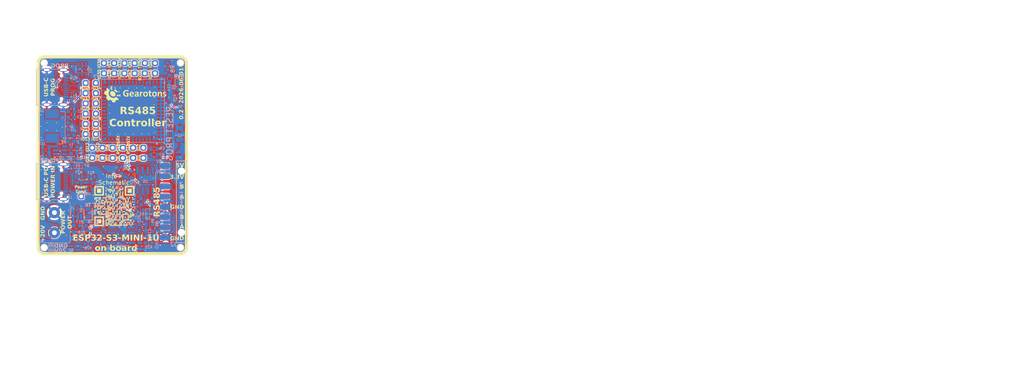
<source format=kicad_pcb>
(kicad_pcb (version 20241229) (generator "pcbnew") (generator_version "9.0")
  (title_block (title "${projectName}") (date "2025-11-22") (rev "0.2"))
  (layers (0 "F.Cu" signal "Front") (2 "B.Cu" signal "Back") (13 "F.Paste" user) (15 "B.Paste" user) (5 "F.SilkS" user "F.Silkscreen") (7 "B.SilkS" user "B.Silkscreen") (1 "F.Mask" user) (3 "B.Mask" user) (25 "Edge.Cuts" user))
  (property "boardName" "ESP32-S3 RS485 Motor Controller")
  (property "coverName" "Cover")
  (property "indexName" "Index")
  (property "powerBDName" "Power Block Diagram")
  (property "projectName" "ESP32-S3 RS485 Motor Controller")
  (property "schTopName" "Schematic")
  (property "signalBDName" "Signal Block Diagram")
  (net 0 "")
  (net 1 "GND")
  (net 2 "/index/schTop/USB_D-")
  (net 3 "/index/schTop/USB_D+")
  (net 4 "+3.3V")
  (net 5 "Net-(Q1-D)")
  (net 6 "Net-(D5-A)")
  (net 7 "Net-(U2A-+)")
  (net 8 "/index/schTop/TX_RS485")
  (net 9 "/index/schTop/RX_RS485")
  (net 12 "Net-(D6-A)")
  (net 13 "Net-(Q1-G)")
  (net 14 "Net-(Q3-D)")
  (net 15 "Net-(U7-IO0)")
  (net 16 "Net-(U7-EN)")
  (net 19 "Net-(U7-IO40)")
  (net 20 "Net-(U7-IO1)")
  (net 21 "Net-(U7-IO2)")
  (net 22 "Net-(U7-IO3)")
  (net 23 "Net-(D4-A)")
  (net 24 "Net-(D6-K)")
  (net 25 "/index/schTop/TXEN")
  (net 26 "Net-(U7-IO6)")
  (net 27 "unconnected-(D5-K-Pad1)")
  (net 28 "Net-(Q2-D)")
  (net 29 "Net-(U7-IO7)")
  (net 30 "/index/schTop/RS485A")
  (net 31 "/index/schTop/RS485B")
  (net 32 "Net-(Q3-G)")
  (net 33 "Net-(R21-Pad1)")
  (net 34 "Net-(Q2-G)")
  (net 35 "Net-(U2B-+)")
  (net 36 "Net-(U7-IO8)")
  (net 37 "Net-(U7-IO9)")
  (net 38 "Net-(U7-IO10)")
  (net 39 "Net-(U7-IO11)")
  (net 40 "Net-(U7-IO12)")
  (net 41 "Net-(U7-IO13)")
  (net 42 "Net-(U7-IO14)")
  (net 43 "Net-(U7-IO15)")
  (net 44 "Net-(U7-IO16)")
  (net 45 "Net-(U7-IO17)")
  (net 46 "Net-(U7-IO18)")
  (net 47 "Net-(U7-IO21)")
  (net 48 "Net-(U7-IO26)")
  (net 49 "Net-(U7-IO33)")
  (net 50 "Net-(U7-IO34)")
  (net 51 "Net-(U7-IO35)")
  (net 52 "Net-(U7-IO36)")
  (net 53 "Net-(U7-IO37)")
  (net 54 "Net-(U7-IO38)")
  (net 55 "Net-(U7-IO39)")
  (net 56 "Net-(U7-IO41)")
  (net 57 "Net-(U7-IO42)")
  (net 58 "Net-(U7-IO45)")
  (net 59 "Net-(U7-IO46)")
  (net 60 "Net-(U7-IO47)")
  (net 61 "Net-(U7-IO48)")
  (net 62 "Net-(U7-TXD0)")
  (net 63 "Net-(U7-RXD0)")
  (net 65 "Net-(U9-BOOT)")
  (net 66 "Net-(U9-SW)")
  (net 67 "Net-(U9-FB)")
  (net 68 "Net-(C17-Pad1)")
  (net 69 "/index/schTop/CC1")
  (net 70 "/index/schTop/CC2")
  (net 71 "+20V")
  (net 72 "+5V")
  (net 75 "Net-(J5-CC1)")
  (net 76 "Net-(J5-CC2)")
  (net 81 "Net-(D2-K)")
  (net 82 "Net-(U8-VDD)")
  (net 83 "Net-(U8-CFG)")
  (net 84 "Net-(U8-PG)")
  (footprint "rs485RPihat:testpoint_no_border_surface_mount" (layer "F.Cu") (at 68.36 132.644571)
    (property "Reference" "TP13" (hide yes))
    (property "Value" "TestPoint")
  )
  (footprint "rs485RPihat:testpoint_no_border_surface_mount" (layer "F.Cu") (at 68.36 130.106)
    (property "Reference" "TP14" (hide yes))
    (property "Value" "TestPoint")
  )
  (footprint "rs485RPihat:testpoint_no_border_surface_mount" (layer "F.Cu") (at 68.36 145.337426)
    (property "Reference" "TP8" (hide yes))
    (property "Value" "TestPoint")
  )
  (footprint "rs485RPihat:testpoint_no_border_surface_mount" (layer "F.Cu") (at 68.36 135.183142)
    (property "Reference" "TP12" (hide yes))
    (property "Value" "TestPoint")
  )
  (footprint "rs485RPihat:testpoint_no_border_surface_mount" (layer "F.Cu") (at 68.36 137.721713)
    (property "Reference" "TP11" (hide yes))
    (property "Value" "TestPoint")
  )
  (footprint "rs485RPihat:testpoint_no_border_surface_mount" (layer "F.Cu") (at 68.36 142.798855)
    (property "Reference" "TP9" (hide yes))
    (property "Value" "TestPoint")
  )
  (footprint "rs485RPihat:testpoint_no_border_surface_mount" (layer "F.Cu") (at 68.36 140.260284)
    (property "Reference" "TP10" (hide yes))
    (property "Value" "TestPoint")
  )
  (footprint "rs485RPihat:testpoint_no_border_surface_mount" (layer "F.Cu") (at 68.36 147.876)
    (property "Reference" "TP7" (hide yes))
    (property "Value" "TestPoint")
  )
  (footprint "Capacitor_SMD:C_0603_1608Metric" (layer "B.Cu") (at 61.457501 138.2225)
    (property "Reference" "C7")
    (property "Value" "100nF/50V")
  )
  (footprint "Celebi:SOT23-6L" (layer "B.Cu") (at 47.583431 106.081995 -90)
    (property "Reference" "D1")
    (property "Value" "TVS_5V" (hide yes))
  )
  (footprint "Celebi:SOT23-3" (layer "B.Cu") (at 63.902501 142.0125 180)
    (property "Reference" "D3")
    (property "Value" "SM712" (hide yes))
  )
  (footprint "Resistor_SMD:R_0603_1608Metric" (layer "B.Cu") (at 61.325 139.6825)
    (property "Reference" "R3")
    (property "Value" "560R")
  )
  (footprint "Resistor_SMD:R_0603_1608Metric" (layer "B.Cu") (at 65.125 145.549999 90)
    (property "Reference" "R5")
    (property "Value" "220R")
  )
  (footprint "Resistor_SMD:R_0603_1608Metric" (layer "B.Cu") (at 57.272501 131.1725 90)
    (property "Reference" "R8")
    (property "Value" "10k")
  )
  (footprint "rs485RPihat:SOD323" (layer "B.Cu") (at 44.7426 128.425)
    (property "Reference" "D2")
    (property "Value" "1N5819WS" (hide yes))
  )
  (footprint "rs485RPihat:testpoint_no_border" (layer "B.Cu") (at 55.54 107.1 -90)
    (property "Reference" "TP34" (hide yes))
    (property "Value" "TestPoint")
  )
  (footprint "LED_SMD:LED_0805_2012Metric" (layer "B.Cu") (at 71.69 110.165 -90)
    (property "Reference" "D4")
    (property "Value" "yellow")
  )
  (footprint "Resistor_SMD:R_0603_1608Metric" (layer "B.Cu") (at 56.202501 141.5825)
    (property "Reference" "R16")
    (property "Value" "10k")
  )
  (footprint "Capacitor_SMD:C_0603_1608Metric" (layer "B.Cu") (at 62.642501 146.1925 180)
    (property "Reference" "C15")
    (property "Value" "1nF")
  )
  (footprint "rs485RPihat:2P_screw_terminal" (layer "B.Cu") (at 40.7 144.2 -90)
    (property "Reference" "J1")
    (property "Value" "Screw_Terminal_01x02")
  )
  (footprint "rs485RPihat:testpoint_no_border" (layer "B.Cu") (at 60.62 104.56 -90)
    (property "Reference" "TP37" (hide yes))
    (property "Value" "TestPoint")
  )
  (footprint "Resistor_SMD:R_0402_1005Metric" (layer "B.Cu") (at 45.53 112.02)
    (property "Reference" "R14")
    (property "Value" "5.1k")
  )
  (footprint "rs485RPihat:testpoint_no_border" (layer "B.Cu") (at 65.7 107.1 90)
    (property "Reference" "TP40" (hide yes))
    (property "Value" "TestPoint" (hide yes))
  )
  (footprint "Package_TO_SOT_SMD:SOT-23" (layer "B.Cu") (at 59.402501 142.625 -90)
    (property "Reference" "Q1")
    (property "Value" "BSS84AK,215")
  )
  (footprint "Package_TO_SOT_SMD:SOT-23" (layer "B.Cu") (at 50.15 146.2375 180)
    (property "Reference" "Q3")
    (property "Value" "BSS84AK,215")
  )
  (footprint "rs485RPihat:testpoint_no_border" (layer "B.Cu") (at 48.46 114.58)
    (property "Reference" "TP28" (hide yes))
    (property "Value" "TestPoint")
  )
  (footprint "rs485RPihat:testpoint_no_border" (layer "B.Cu") (at 55.17 125.586608 -90)
    (property "Reference" "TP16" (hide yes))
    (property "Value" "TestPoint")
  )
  (footprint "rs485RPihat:testpoint_no_border" (layer "B.Cu") (at 65.7 104.56 -90)
    (property "Reference" "TP39" (hide yes))
    (property "Value" "TestPoint" (hide yes))
  )
  (footprint "Capacitor_SMD:C_0603_1608Metric" (layer "B.Cu") (at 44.935001 116.550001)
    (property "Reference" "C1")
    (property "Value" "22uF/6.3V")
  )
  (footprint "Capacitor_SMD:C_0603_1608Metric" (layer "B.Cu") (at 38.55 126.9 180)
    (property "Reference" "C5")
    (property "Value" "10uF/25V")
  )
  (footprint "rs485RPihat:testpoint_no_border" (layer "B.Cu") (at 57.71 125.586608 180)
    (property "Reference" "TP46" (hide yes))
    (property "Value" "TestPoint")
  )
  (footprint "Resistor_SMD:R_0603_1608Metric" (layer "B.Cu") (at 47.775001 147.55 180)
    (property "Reference" "R18")
    (property "Value" "10M")
  )
  (footprint "Resistor_SMD:R_0603_1608Metric" (layer "B.Cu") (at 68.75 105.350001 90)
    (property "Reference" "R6")
    (property "Value" "10k")
  )
  (footprint "Package_TO_SOT_SMD:SOT-23" (layer "B.Cu") (at 45.650001 149.987501 180)
    (property "Reference" "Q2")
    (property "Value" "BSS84AK,215")
  )
  (footprint "Capacitor_SMD:C_0603_1608Metric" (layer "B.Cu") (at 45.512501 145.725 90)
    (property "Reference" "C6")
    (property "Value" "10nF")
  )
  (footprint "Capacitor_SMD:C_0603_1608Metric" (layer "B.Cu") (at 44.915004 118.009999)
    (property "Reference" "C3")
    (property "Value" "22uF/6.3V")
  )
  (footprint "Package_SO:SOIC-8_3.9x4.9mm_P1.27mm" (layer "B.Cu") (at 63.265 133.725 -90)
    (property "Reference" "U5")
    (property "Value" "SP3485EN")
  )
  (footprint "rs485RPihat:testpoint_no_border" (layer "B.Cu") (at 62.79 128.12 -90)
    (property "Reference" "TP1" (hide yes))
    (property "Value" "TestPoint")
  )
  (footprint "Resistor_SMD:R_0603_1608Metric" (layer "B.Cu") (at 52.9 139.025001 -90)
    (property "Reference" "R24")
    (property "Value" "75R")
  )
  (footprint "rs485RPihat:testpoint_no_border" (layer "B.Cu") (at 51 122.2)
    (property "Reference" "TP22" (hide yes))
    (property "Value" "TestPoint")
  )
  (footprint "rs485RPihat:testpoint_no_border" (layer "B.Cu") (at 53 107.1 -90)
    (property "Reference" "TP31" (hide yes))
    (property "Value" "TestPoint" (hide yes))
  )
  (footprint "rs485RPihat:testpoint_no_border" (layer "B.Cu") (at 63.16 104.56 -90)
    (property "Reference" "TP4" (hide yes))
    (property "Value" "TestPoint" (hide yes))
  )
  (footprint "rs485RPihat:testpoint_no_border" (layer "B.Cu") (at 48.46 109.5)
    (property "Reference" "TP42" (hide yes))
    (property "Value" "TestPoint")
  )
  (footprint "rs485RPihat:testpoint_no_border" (layer "B.Cu") (at 63.16 107.1 -90)
    (property "Reference" "TP5" (hide yes))
    (property "Value" "TestPoint" (hide yes))
  )
  (footprint "rs485RPihat:button" (layer "B.Cu") (at 71.763621 118.490621 -90)
    (property "Reference" "S1")
    (property "Value" "SW_Push")
  )
  (footprint "Resistor_SMD:R_0603_1608Metric" (layer "B.Cu") (at 59.1 138.875 90)
    (property "Reference" "R29")
    (property "Value" "4.7k")
  )
  (footprint "Resistor_SMD:R_0603_1608Metric" (layer "B.Cu") (at 65.05 138.899999 -90)
    (property "Reference" "R1")
    (property "Value" "560R")
  )
  (footprint "rs485RPihat:testpoint_no_border" (layer "B.Cu") (at 58.08 104.56 -90)
    (property "Reference" "TP35" (hide yes))
    (property "Value" "TestPoint")
  )
  (footprint "rs485RPihat:testpoint_no_border" (layer "B.Cu") (at 51 114.58)
    (property "Reference" "TP27" (hide yes))
    (property "Value" "TestPoint")
  )
  (footprint "rs485RPihat:testpoint_no_border" (layer "B.Cu") (at 62.79 125.58 -90)
    (property "Reference" "TP2" (hide yes))
    (property "Value" "TestPoint" (hide yes))
  )
  (footprint "Resistor_SMD:R_0603_1608Metric" (layer "B.Cu") (at 52.9 142.025 90)
    (property "Reference" "R23")
    (property "Value" "75R")
  )
  (footprint "rs485RPihat:testpoint_no_border" (layer "B.Cu") (at 60.25 128.12 -90)
    (property "Reference" "TP3" (hide yes))
    (property "Value" "TestPoint" (hide yes))
  )
  (footprint "Capacitor_SMD:C_0603_1608Metric" (layer "B.Cu") (at 69.299507 108.396908 90)
    (property "Reference" "C14")
    (property "Value" "10nF")
  )
  (footprint "rs485RPihat:testpoint_no_border" (layer "B.Cu") (at 48.46 122.2)
    (property "Reference" "TP21" (hide yes))
    (property "Value" "TestPoint")
  )
  (footprint "Resistor_SMD:R_0603_1608Metric" (layer "B.Cu") (at 46.815 132.71 180)
    (property "Reference" "R27")
    (property "Value" "200k")
  )
  (footprint "Capacitor_SMD:C_0603_1608Metric" (layer "B.Cu") (at 56.225 143.8 180)
    (property "Reference" "C12")
    (property "Value" "100nF/50V")
  )
  (footprint "rs485RPihat:Connector_8-pin_SMT_hole_1.5mm" (layer "B.Cu") (at 72.263 139.005 90)
    (property "Reference" "J2")
    (property "Value" "TSM-108-01-T-SH-A-P-TR")
  )
  (footprint "rs485RPihat:testpoint_no_border" (layer "B.Cu") (at 51 109.5)
    (property "Reference" "TP30" (hide yes))
    (property "Value" "TestPoint")
  )
  (footprint "Resistor_SMD:R_0603_1608Metric" (layer "B.Cu") (at 52.172501 150.6)
    (property "Reference" "R4")
    (property "Value" "20k")
  )
  (footprint "rs485RPihat:testpoint_no_border" (layer "B.Cu") (at 51 119.66 180)
    (property "Reference" "TP24" (hide yes))
    (property "Value" "TestPoint" (hide yes))
  )
  (footprint "Capacitor_SMD:C_0603_1608Metric" (layer "B.Cu") (at 62.642502 147.7425 180)
    (property "Reference" "C16")
    (property "Value" "100nF/50V")
  )
  (footprint "rs485RPihat:testpoint_no_border" (layer "B.Cu") (at 55.54 104.56 -90)
    (property "Reference" "TP33" (hide yes))
    (property "Value" "TestPoint" (hide yes))
  )
  (footprint "Capacitor_SMD:C_0603_1608Metric" (layer "B.Cu") (at 45.580001 123.215001 -90)
    (property "Reference" "C17")
    (property "Value" "47pF")
  )
  (footprint "Resistor_SMD:R_0603_1608Metric" (layer "B.Cu") (at 57.342501 138.9325 -90)
    (property "Reference" "R21")
    (property "Value" "4.7k")
  )
  (footprint "rs485RPihat:testpoint_no_border" (layer "B.Cu") (at 48.46 117.12 180)
    (property "Reference" "TP25" (hide yes))
    (property "Value" "TestPoint" (hide yes))
  )
  (footprint "Package_TO_SOT_SMD:SOT-23-6" (layer "B.Cu") (at 47.4425 135.18 180)
    (property "Reference" "U8")
    (property "Value" "CH221K")
  )
  (footprint "rs485RPihat:testpoint_no_border" (layer "B.Cu") (at 48.46 119.66)
    (property "Reference" "TP23" (hide yes))
    (property "Value" "TestPoint")
  )
  (footprint "rs485RPihat:testpoint_no_border" (layer "B.Cu") (at 52.63 125.586608 -90)
    (property "Reference" "TP18" (hide yes))
    (property "Value" "TestPoint" (hide yes))
  )
  (footprint "rs485RPihat:testpoint_no_border" (layer "B.Cu") (at 48.46 112.04)
    (property "Reference" "TP29" (hide yes))
    (property "Value" "TestPoint")
  )
  (footprint "Connector_USB:USB_C_Receptacle_Palconn_UTC16-G" (layer "B.Cu") (at 41 134.025 90)
    (property "Reference" "J3")
    (property "Value" "USB_C_Receptacle")
  )
  (footprint "Package_TO_SOT_SMD:Texas_R-PDSO-G5_DCK-5" (layer "B.Cu") (at 57.750001 135.0025 90)
    (property "Reference" "U1")
    (property "Value" "SN74LVC1G00DCK")
  )
  (footprint "Package_TO_SOT_SMD:SOT-23" (layer "B.Cu") (at 46.3875 141.7 90)
    (property "Reference" "Q4")
    (property "Value" "Q_NMOS_GSD")
  )
  (footprint "rs485RPihat:testpoint_no_border" (layer "B.Cu") (at 52.63 128.12 -90)
    (property "Reference" "TP17" (hide yes))
    (property "Value" "TestPoint" (hide yes))
  )
  (footprint "Resistor_SMD:R_0603_1608Metric" (layer "B.Cu") (at 46.35 126.175 -90)
    (property "Reference" "R10")
    (property "Value" "22k")
  )
  (footprint "rs485RPihat:testpoint_no_border" (layer "B.Cu") (at 55.17 128.12 -90)
    (property "Reference" "TP15" (hide yes))
    (property "Value" "TestPoint")
  )
  (footprint "Capacitor_SMD:C_0603_1608Metric" (layer "B.Cu") (at 38.55 125.425 180)
    (property "Reference" "C13")
    (property "Value" "100nF/50V")
  )
  (footprint "Capacitor_SMD:C_0603_1608Metric" (layer "B.Cu") (at 52.85 146.575 -90)
    (property "Reference" "C10")
    (property "Value" "10nF")
  )
  (footprint "rs485RPihat:testpoint_no_border" (layer "B.Cu") (at 60.25 125.586608 180)
    (property "Reference" "TP45" (hide yes))
    (property "Value" "TestPoint")
  )
  (footprint "RF_Module:ESP32-S2-MINI-1U" (layer "B.Cu") (at 60.2 116.402 90)
    (property "Reference" "U7")
    (property "Value" "ESP32-S3-MINI-1U")
  )
  (footprint "rs485RPihat:testpoint_no_border" (layer "B.Cu") (at 53 104.56 -90)
    (property "Reference" "TP32" (hide yes))
    (property "Value" "TestPoint" (hide yes))
  )
  (footprint "rs485RPihat:Inductor_7.3x6.6mm" (layer "B.Cu") (at 40.100002 120.175002 -90)
    (property "Reference" "L1")
    (property "Value" "10uH")
  )
  (footprint "Capacitor_SMD:C_0603_1608Metric" (layer "B.Cu") (at 44.8525 126.2425 -90)
    (property "Reference" "C4")
    (property "Value" "100nF/50V")
  )
  (footprint "rs485RPihat:testpoint_no_border" (layer "B.Cu") (at 57.71 128.12 -90)
    (property "Reference" "TP6" (hide yes))
    (property "Value" "TestPoint")
  )
  (footprint "Resistor_SMD:R_0603_1608Metric" (layer "B.Cu") (at 44.110001 120.245002 -90)
    (property "Reference" "R2")
    (property "Value" "49.9")
  )
  (footprint "rs485RPihat:testpoint_no_border" (layer "B.Cu") (at 58.08 107.1 -90)
    (property "Reference" "TP36" (hide yes))
    (property "Value" "TestPoint")
  )
  (footprint "rs485RPihat:testpoint_no_border" (layer "B.Cu") (at 47.38 137.66 180)
    (property "Reference" "TP43" (hide yes))
    (property "Value" "TestPoint")
  )
  (footprint "Resistor_SMD:R_0603_1608Metric" (layer "B.Cu") (at 71.65 113.325 90)
    (property "Reference" "R22")
    (property "Value" "4.7k")
  )
  (footprint "Capacitor_SMD:C_0603_1608Metric" (layer "B.Cu") (at 50.24 135.115 -90)
    (property "Reference" "C18")
    (property "Value" "1uF/25V")
  )
  (footprint "rs485RPihat:testpoint_no_border" (layer "B.Cu") (at 51 112.04 180)
    (property "Reference" "TP41" (hide yes))
    (property "Value" "TestPoint")
  )
  (footprint "rs485RPihat:testpoint_no_border" (layer "B.Cu") (at 51 117.12 180)
    (property "Reference" "TP26" (hide yes))
    (property "Value" "TestPoint" (hide yes))
  )
  (footprint "Resistor_SMD:R_0603_1608Metric" (layer "B.Cu") (at 47.724999 144.95)
    (property "Reference" "R17")
    (property "Value" "10M")
  )
  (footprint "Resistor_SMD:R_0603_1608Metric" (layer "B.Cu") (at 52.175 149.1 180)
    (property "Reference" "R13")
    (property "Value" "20k")
  )
  (footprint "LED_SMD:LED_0805_2012Metric" (layer "B.Cu") (at 51.21 141.767501 90)
    (property "Reference" "D5")
    (property "Value" "green")
  )
  (footprint "LED_SMD:LED_0805_2012Metric" (layer "B.Cu") (at 49.05 141.765002 90)
    (property "Reference" "D6")
    (property "Value" "red")
  )
  (footprint "Package_TO_SOT_SMD:SOT-23-6" (layer "B.Cu") (at 42.075 126.2)
    (property "Reference" "U9")
    (property "Value" "TPS54202DDC")
  )
  (footprint "Resistor_SMD:R_0603_1608Metric" (layer "B.Cu") (at 49.087501 149.4525)
    (property "Reference" "R28")
    (property "Value" "4.7k")
  )
  (footprint "rs485RPihat:testpoint_no_border" (layer "B.Cu") (at 50.09 125.586608)
    (property "Reference" "TP20" (hide yes))
    (property "Value" "TestPoint")
  )
  (footprint "Resistor_SMD:R_0603_1608Metric" (layer "B.Cu") (at 62.642501 144.6125 180)
    (property "Reference" "R12")
    (property "Value" "1k")
  )
  (footprint "Capacitor_SMD:C_0603_1608Metric" (layer "B.Cu") (at 55.125 139.8)
    (property "Reference" "C11")
    (property "Value" "100nF/50V")
  )
  (footprint "Capacitor_SMD:C_0603_1608Metric" (layer "B.Cu") (at 65.456287 125.842001 180)
    (property "Reference" "C9")
    (property "Value" "10nF")
  )
  (footprint "Package_SO:SOIC-8_3.9x4.9mm_P1.27mm" (layer "B.Cu") (at 57.372501 147.2925 180)
    (property "Reference" "U2")
    (property "Value" "LM393DR2G")
  )
  (footprint "Resistor_SMD:R_0603_1608Metric" (layer "B.Cu") (at 61.882501 149.9925 90)
    (property "Reference" "R19")
    (property "Value" "10k")
  )
  (footprint "rs485RPihat:testpoint_no_border" (layer "B.Cu") (at 50.09 128.12 -90)
    (property "Reference" "TP19" (hide yes))
    (property "Value" "TestPoint" (hide yes))
  )
  (footprint "rs485RPihat:testpoint_no_border" (layer "B.Cu") (at 60.62 107.1 90)
    (property "Reference" "TP38" (hide yes))
    (property "Value" "TestPoint" (hide yes))
  )
  (footprint "Resistor_SMD:R_0603_1608Metric" (layer "B.Cu") (at 49.845 132.75 180)
    (property "Reference" "R11")
    (property "Value" "1k")
  )
  (footprint "Resistor_SMD:R_0603_1608Metric" (layer "B.Cu") (at 64.132501 149.2525 180)
    (property "Reference" "R20")
    (property "Value" "20k")
  )
  (footprint "Resistor_SMD:R_0402_1005Metric" (layer "B.Cu") (at 45.543432 109.101195)
    (property "Reference" "R15")
    (property "Value" "5.1k")
  )
  (footprint "Connector_USB:USB_C_Receptacle_Palconn_UTC16-G" (layer "B.Cu") (at 41.015 110.545 90)
    (property "Reference" "J5")
    (property "Value" "USB_C_Receptacle")
  )
  (footprint "Resistor_SMD:R_0603_1608Metric" (layer "B.Cu") (at 59.75 132.225 -90)
    (property "Reference" "R25")
    (property "Value" "10k")
  )
  (footprint "Resistor_SMD:R_0603_1608Metric" (layer "B.Cu") (at 44.120001 123.215001 -90)
    (property "Reference" "R9")
    (property "Value" "100k")
  )
  (footprint "rs485RPihat:SOD323" (layer "B.Cu") (at 46.6924 130)
    (property "Reference" "D7")
    (property "Value" "1N5819WS" (hide yes))
  )
  (footprint "rs485RPihat:button" (layer "B.Cu") (at 71.8 125.8 -90)
    (property "Reference" "S2")
    (property "Value" "SW_Push")
  )
  (footprint "Resistor_SMD:R_0603_1608Metric" (layer "B.Cu") (at 65.476287 127.322001)
    (property "Reference" "R7")
    (property "Value" "10k")
  )
  (gr_poly (pts (xy 56.637099 136.1009) (xy 56.645504 136.101539) (xy 56.653786 136.102592) (xy 56.661936 136.104047) (xy 56.669943 136.105895) (xy 56.677797 136.108125) (xy 56.685487 136.110727) (xy 56.693002 136.113691) (xy 56.700333 136.117005) (xy 56.707469 136.12066) (xy 56.7144 136.124645) (xy 56.721115 136.12895) (xy 56.727603 136.133564) (xy 56.733856 136.138477) (xy 56.739861 136.143679) (xy 56.745608 136.149159) (xy 56.751088 136.154906) (xy 56.75629 136.160911) (xy 56.761203 136.167163) (xy 56.765817 136.173652) (xy 56.770122 136.180367) (xy 56.774107 136.187298) (xy 56.777762 136.194434) (xy 56.781076 136.201765) (xy 56.78404 136.20928) (xy 56.786642 136.21697) (xy 56.788872 136.224824) (xy 56.79072 136.232831) (xy 56.792175 136.240981) (xy 56.793228 136.249263) (xy 56.793867 136.257668) (xy 56.794082 136.266185) (xy 56.793867 136.274701) (xy 56.793228 136.283106) (xy 56.792175 136.291389) (xy 56.79072 136.299539) (xy 56.788872 136.307546) (xy 56.786642 136.315399) (xy 56.78404 136.323089) (xy 56.781076 136.330605) (xy 56.777762 136.337936) (xy 56.774107 136.345072) (xy 56.770122 136.352003) (xy 56.765817 136.358717) (xy 56.761203 136.365206) (xy 56.75629 136.371458) (xy 56.751088 136.377463) (xy 56.745608 136.383211) (xy 56.739861 136.388691) (xy 56.733856 136.393893) (xy 56.727603 136.398806) (xy 56.721115 136.40342) (xy 56.7144 136.407725) (xy 56.707469 136.41171) (xy 56.700333 136.415365) (xy 56.693002 136.418679) (xy 56.685487 136.421642) (xy 56.677797 136.424244) (xy 56.669943 136.426474) (xy 56.661936 136.428322) (xy 56.653786 136.429778) (xy 56.645504 136.43083) (xy 56.637099 136.431469) (xy 56.628582 136.431685) (xy 56.620066 136.431469) (xy 56.611661 136.43083) (xy 56.603378 136.429778) (xy 56.595228 136.428322) (xy 56.587221 136.426474) (xy 56.579368 136.424244) (xy 56.571678 136.421642) (xy 56.564162 136.418679) (xy 56.556831 136.415365) (xy 56.549695 136.41171) (xy 56.542764 136.407725) (xy 56.53605 136.40342) (xy 56.529561 136.398806) (xy 56.523309 136.393893) (xy 56.517304 136.388691) (xy 56.511556 136.383211) (xy 56.506076 136.377463) (xy 56.500874 136.371458) (xy 56.495961 136.365206) (xy 56.491347 136.358717) (xy 56.487042 136.352003) (xy 56.483057 136.345072) (xy 56.479402 136.337936) (xy 56.476088 136.330605) (xy 56.473125 136.323089) (xy 56.470523 136.315399) (xy 56.468292 136.307546) (xy 56.466444 136.299539) (xy 56.464989 136.291389) (xy 56.463936 136.283106) (xy 56.463297 136.274701) (xy 56.463082 136.266185) (xy 56.463297 136.257668) (xy 56.463936 136.249263) (xy 56.464989 136.240981) (xy 56.466444 136.232831) (xy 56.468292 136.224824) (xy 56.470523 136.21697) (xy 56.473125 136.20928) (xy 56.476088 136.201765) (xy 56.479402 136.194434) (xy 56.483057 136.187298) (xy 56.487042 136.180367) (xy 56.491347 136.173652) (xy 56.495961 136.167163) (xy 56.500874 136.160911) (xy 56.506076 136.154906) (xy 56.511556 136.149159) (xy 56.517304 136.143679) (xy 56.523309 136.138477) (xy 56.529561 136.133564) (xy 56.53605 136.12895) (xy 56.542764 136.124645) (xy 56.549695 136.12066) (xy 56.556831 136.117005) (xy 56.564162 136.113691) (xy 56.571678 136.110727) (xy 56.579368 136.108125) (xy 56.587221 136.105895) (xy 56.595228 136.104047) (xy 56.603378 136.102592) (xy 56.611661 136.101539) (xy 56.620066 136.1009) (xy 56.628582 136.100685)) (fill yes) (layer "F.SilkS"))
  (gr_poly (pts (xy 52.846089 135.059453) (xy 52.856359 135.059958) (xy 52.866292 135.0608) (xy 52.875889 135.061979) (xy 52.885149 135.063494) (xy 52.894072 135.065346) (xy 52.902658 135.067535) (xy 52.910907 135.07006) (xy 52.91882 135.072922) (xy 52.926397 135.076121) (xy 52.933636 135.079656) (xy 52.940539 135.083529) (xy 52.947105 135.087738) (xy 52.953334 135.092283) (xy 52.959227 135.097166) (xy 52.964782 135.102385) (xy 52.970002 135.107941) (xy 52.974884 135.113833) (xy 52.97943 135.120063) (xy 52.983639 135.126629) (xy 52.987511 135.133531) (xy 52.991047 135.140771) (xy 52.994245 135.148347) (xy 52.997108 135.15626) (xy 52.999633 135.16451) (xy 53.001822 135.173096) (xy 53.003674 135.182019) (xy 53.005189 135.191279) (xy 53.006367 135.200875) (xy 53.007209 135.210808) (xy 53.007714 135.221078) (xy 53.007883 135.231685) (xy 53.007883 137.300685) (xy 53.007714 137.311291) (xy 53.007209 137.321561) (xy 53.006367 137.331494) (xy 53.005189 137.341091) (xy 53.003674 137.350351) (xy 53.001822 137.359274) (xy 52.999633 137.36786) (xy 52.997108 137.376109) (xy 52.994245 137.384022) (xy 52.991047 137.391599) (xy 52.987511 137.398838) (xy 52.983639 137.405741) (xy 52.97943 137.412307) (xy 52.974884 137.418536) (xy 52.970002 137.424429) (xy 52.964782 137.429984) (xy 52.959227 137.435204) (xy 52.953334 137.440086) (xy 52.947105 137.444632) (xy 52.940539 137.448841) (xy 52.933636 137.452713) (xy 52.926397 137.456249) (xy 52.91882 137.459447) (xy 52.910907 137.46231) (xy 52.902658 137.464835) (xy 52.894072 137.467024) (xy 52.885149 137.468876) (xy 52.875889 137.470391) (xy 52.866292 137.471569) (xy 52.856359 137.472411) (xy 52.846089 137.472916) (xy 52.835483 137.473085) (xy 50.766483 137.473085) (xy 50.755876 137.472916) (xy 50.745606 137.472411) (xy 50.735673 137.471569) (xy 50.726077 137.470391) (xy 50.716817 137.468876) (xy 50.707894 137.467024) (xy 50.699308 137.464835) (xy 50.691058 137.46231) (xy 50.683145 137.459447) (xy 50.675569 137.456249) (xy 50.668329 137.452713) (xy 50.661427 137.448841) (xy 50.654861 137.444632) (xy 50.648631 137.440086) (xy 50.642739 137.435204) (xy 50.637183 137.429984) (xy 50.631964 137.424429) (xy 50.627081 137.418536) (xy 50.622536 137.412307) (xy 50.618327 137.405741) (xy 50.614454 137.398838) (xy 50.610919 137.391599) (xy 50.60772 137.384022) (xy 50.604858 137.376109) (xy 50.602333 137.36786) (xy 50.600144 137.359274) (xy 50.598292 137.350351) (xy 50.596777 137.341091) (xy 50.595598 137.331494) (xy 50.594756 137.321561) (xy 50.594251 137.311291) (xy 50.594083 137.300685) (xy 50.594083 137.128285) (xy 50.938883 137.128285) (xy 52.663083 137.128285) (xy 52.663083 135.404085) (xy 50.938883 135.404085) (xy 50.938883 137.128285) (xy 50.594083 137.128285) (xy 50.594083 135.231685) (xy 50.594251 135.221078) (xy 50.594756 135.210808) (xy 50.595598 135.200875) (xy 50.596777 135.191279) (xy 50.598292 135.182019) (xy 50.600144 135.173096) (xy 50.602333 135.16451) (xy 50.604858 135.15626) (xy 50.60772 135.148347) (xy 50.610919 135.140771) (xy 50.614454 135.133531) (xy 50.618327 135.126629) (xy 50.622536 135.120063) (xy 50.627081 135.113833) (xy 50.631964 135.107941) (xy 50.637183 135.102385) (xy 50.642739 135.097166) (xy 50.648631 135.092283) (xy 50.654861 135.087738) (xy 50.661427 135.083529) (xy 50.668329 135.079656) (xy 50.675569 135.076121) (xy 50.683145 135.072922) (xy 50.691058 135.07006) (xy 50.699308 135.067535) (xy 50.707894 135.065346) (xy 50.716817 135.063494) (xy 50.726077 135.061979) (xy 50.735673 135.0608) (xy 50.745606 135.059958) (xy 50.755876 135.059453) (xy 50.766483 135.059285) (xy 52.835483 135.059285)) (fill yes) (layer "F.SilkS"))
  (gr_poly (pts (xy 54.912899 138.8595) (xy 54.921303 138.860139) (xy 54.929586 138.861191) (xy 54.937736 138.862647) (xy 54.945743 138.864495) (xy 54.953597 138.866725) (xy 54.961286 138.869327) (xy 54.968802 138.87229) (xy 54.976133 138.875605) (xy 54.983269 138.879259) (xy 54.9902 138.883244) (xy 54.996915 138.887549) (xy 55.003403 138.892163) (xy 55.009655 138.897077) (xy 55.01566 138.902278) (xy 55.021408 138.907758) (xy 55.026888 138.913506) (xy 55.03209 138.919511) (xy 55.037003 138.925763) (xy 55.041617 138.932252) (xy 55.045922 138.938967) (xy 55.049907 138.945897) (xy 55.053562 138.953033) (xy 55.056876 138.960364) (xy 55.05984 138.96788) (xy 55.062442 138.97557) (xy 55.064672 138.983423) (xy 55.06652 138.99143) (xy 55.067975 138.99958) (xy 55.069028 139.007863) (xy 55.069667 139.016268) (xy 55.069882 139.024784) (xy 55.069667 139.033301) (xy 55.069028 139.041706) (xy 55.067975 139.049988) (xy 55.06652 139.058138) (xy 55.064672 139.066145) (xy 55.062442 139.073999) (xy 55.05984 139.081689) (xy 55.056876 139.089204) (xy 55.053562 139.096535) (xy 55.049907 139.103671) (xy 55.045922 139.110602) (xy 55.041617 139.117317) (xy 55.037003 139.123806) (xy 55.03209 139.130058) (xy 55.026888 139.136063) (xy 55.021408 139.14181) (xy 55.01566 139.14729) (xy 55.009655 139.152492) (xy 55.003403 139.157405) (xy 54.996915 139.162019) (xy 54.9902 139.166324) (xy 54.983269 139.170309) (xy 54.976133 139.173964) (xy 54.968802 139.177278) (xy 54.961286 139.180242) (xy 54.953597 139.182844) (xy 54.945743 139.185074) (xy 54.937736 139.186922) (xy 54.929586 139.188377) (xy 54.921303 139.18943) (xy 54.912899 139.190069) (xy 54.904382 139.190284) (xy 54.895865 139.190069) (xy 54.887461 139.18943) (xy 54.879178 139.188377) (xy 54.871028 139.186922) (xy 54.863021 139.185074) (xy 54.855167 139.182844) (xy 54.847477 139.180242) (xy 54.839962 139.177278) (xy 54.832631 139.173964) (xy 54.825495 139.170309) (xy 54.818564 139.166324) (xy 54.811849 139.162019) (xy 54.805361 139.157405) (xy 54.799109 139.152492) (xy 54.793103 139.14729) (xy 54.787356 139.14181) (xy 54.781876 139.136063) (xy 54.776674 139.130058) (xy 54.771761 139.123806) (xy 54.767147 139.117317) (xy 54.762842 139.110602) (xy 54.758857 139.103671) (xy 54.755202 139.096535) (xy 54.751888 139.089204) (xy 54.748924 139.081689) (xy 54.746322 139.073999) (xy 54.744092 139.066145) (xy 54.742244 139.058138) (xy 54.740789 139.049988) (xy 54.739736 139.041706) (xy 54.739097 139.033301) (xy 54.738882 139.024784) (xy 54.739097 139.016268) (xy 54.739736 139.007863) (xy 54.740789 138.99958) (xy 54.742244 138.99143) (xy 54.744092 138.983423) (xy 54.746322 138.97557) (xy 54.748924 138.96788) (xy 54.751888 138.960364) (xy 54.755202 138.953033) (xy 54.758857 138.945897) (xy 54.762842 138.938967) (xy 54.767147 138.932252) (xy 54.771761 138.925763) (xy 54.776674 138.919511) (xy 54.781876 138.913506) (xy 54.787356 138.907758) (xy 54.793103 138.902278) (xy 54.799109 138.897077) (xy 54.805361 138.892163) (xy 54.811849 138.887549) (xy 54.818564 138.883244) (xy 54.825495 138.879259) (xy 54.832631 138.875605) (xy 54.839962 138.87229) (xy 54.847477 138.869327) (xy 54.855167 138.866725) (xy 54.863021 138.864495) (xy 54.871028 138.862647) (xy 54.879178 138.861191) (xy 54.887461 138.860139) (xy 54.895865 138.8595) (xy 54.904382 138.859284)) (fill yes) (layer "F.SilkS"))
  (gr_poly (pts (xy 55.602599 137.825) (xy 55.611003 137.825639) (xy 55.619286 137.826692) (xy 55.627436 137.828147) (xy 55.635443 137.829995) (xy 55.643297 137.832225) (xy 55.650986 137.834827) (xy 55.658502 137.83779) (xy 55.665833 137.841105) (xy 55.672969 137.84476) (xy 55.6799 137.848745) (xy 55.686615 137.853049) (xy 55.693103 137.857664) (xy 55.699355 137.862577) (xy 55.705361 137.867778) (xy 55.711108 137.873258) (xy 55.716588 137.879006) (xy 55.72179 137.885011) (xy 55.726703 137.891263) (xy 55.731317 137.897752) (xy 55.735622 137.904467) (xy 55.739607 137.911397) (xy 55.743262 137.918533) (xy 55.746576 137.925864) (xy 55.74954 137.93338) (xy 55.752142 137.94107) (xy 55.754372 137.948923) (xy 55.75622 137.95693) (xy 55.757675 137.96508) (xy 55.758728 137.973363) (xy 55.759367 137.981768) (xy 55.759582 137.990285) (xy 55.759367 137.998801) (xy 55.758728 138.007206) (xy 55.757675 138.015489) (xy 55.75622 138.023639) (xy 55.754372 138.031646) (xy 55.752142 138.039499) (xy 55.74954 138.047189) (xy 55.746576 138.054705) (xy 55.743262 138.062036) (xy 55.739607 138.069172) (xy 55.735622 138.076102) (xy 55.731317 138.082817) (xy 55.726703 138.089306) (xy 55.72179 138.095558) (xy 55.716588 138.101563) (xy 55.711108 138.107311) (xy 55.705361 138.112791) (xy 55.699355 138.117992) (xy 55.693103 138.122906) (xy 55.686615 138.12752) (xy 55.6799 138.131825) (xy 55.672969 138.13581) (xy 55.665833 138.139464) (xy 55.658502 138.142779) (xy 55.650986 138.145742) (xy 55.643297 138.148344) (xy 55.635443 138.150574) (xy 55.627436 138.152422) (xy 55.619286 138.153878) (xy 55.611003 138.15493) (xy 55.602599 138.155569) (xy 55.594082 138.155784) (xy 55.585565 138.155569) (xy 55.577161 138.15493) (xy 55.568878 138.153878) (xy 55.560728 138.152422) (xy 55.552721 138.150574) (xy 55.544867 138.148344) (xy 55.537178 138.145742) (xy 55.529662 138.142779) (xy 55.522331 138.139464) (xy 55.515195 138.13581) (xy 55.508264 138.131825) (xy 55.501549 138.12752) (xy 55.495061 138.122906) (xy 55.488809 138.117992) (xy 55.482804 138.112791) (xy 55.477056 138.107311) (xy 55.471576 138.101563) (xy 55.466374 138.095558) (xy 55.461461 138.089306) (xy 55.456847 138.082817) (xy 55.452542 138.076102) (xy 55.448557 138.069172) (xy 55.444902 138.062036) (xy 55.441588 138.054705) (xy 55.438624 138.047189) (xy 55.436022 138.039499) (xy 55.433792 138.031646) (xy 55.431944 138.023639) (xy 55.430489 138.015489) (xy 55.429436 138.007206) (xy 55.428797 137.998801) (xy 55.428582 137.990285) (xy 55.428797 137.981768) (xy 55.429436 137.973363) (xy 55.430489 137.96508) (xy 55.431944 137.95693) (xy 55.433792 137.948923) (xy 55.436022 137.94107) (xy 55.438624 137.93338) (xy 55.441588 137.925864) (xy 55.444902 137.918533) (xy 55.448557 137.911397) (xy 55.452542 137.904467) (xy 55.456847 137.897752) (xy 55.461461 137.891263) (xy 55.466374 137.885011) (xy 55.471576 137.879006) (xy 55.477056 137.873258) (xy 55.482804 137.867778) (xy 55.488809 137.862577) (xy 55.495061 137.857664) (xy 55.501549 137.853049) (xy 55.508264 137.848745) (xy 55.515195 137.84476) (xy 55.522331 137.841105) (xy 55.529662 137.83779) (xy 55.537178 137.834827) (xy 55.544867 137.832225) (xy 55.552721 137.829995) (xy 55.560728 137.828147) (xy 55.568878 137.826692) (xy 55.577161 137.825639) (xy 55.585565 137.825) (xy 55.594082 137.824785)) (fill yes) (layer "F.SilkS"))
  (gr_poly (pts (xy 56.348341 112.374603) (xy 56.377974 112.772538) (xy 56.24886 112.638479) (xy 56.233337 112.6159) (xy 56.224165 112.590501) (xy 56.222047 112.562983) (xy 56.227692 112.536173) (xy 56.241096 112.512182) (xy 56.33423 112.387297) (xy 56.348343 112.374597)) (fill yes) (layer "F.SilkS"))
  (gr_poly (pts (xy 55.947399 142.652599) (xy 55.955803 142.653238) (xy 55.964086 142.654291) (xy 55.972236 142.655746) (xy 55.980243 142.657594) (xy 55.988097 142.659824) (xy 55.995786 142.662426) (xy 56.003302 142.665389) (xy 56.010633 142.668704) (xy 56.017769 142.672359) (xy 56.0247 142.676344) (xy 56.031415 142.680649) (xy 56.037903 142.685263) (xy 56.044155 142.690176) (xy 56.050161 142.695378) (xy 56.055908 142.700858) (xy 56.061388 142.706605) (xy 56.06659 142.71261) (xy 56.071503 142.718863) (xy 56.076117 142.725351) (xy 56.080422 142.732066) (xy 56.084407 142.738997) (xy 56.088062 142.746133) (xy 56.091376 142.753464) (xy 56.09434 142.760979) (xy 56.096942 142.768669) (xy 56.099172 142.776523) (xy 56.10102 142.78453) (xy 56.102475 142.79268) (xy 56.103528 142.800962) (xy 56.104167 142.809367) (xy 56.104382 142.817884) (xy 56.104167 142.8264) (xy 56.103528 142.834805) (xy 56.102475 142.843088) (xy 56.10102 142.851238) (xy 56.099172 142.859245) (xy 56.096942 142.867098) (xy 56.09434 142.874788) (xy 56.091376 142.882304) (xy 56.088062 142.889635) (xy 56.084407 142.896771) (xy 56.080422 142.903702) (xy 56.076117 142.910416) (xy 56.071503 142.916905) (xy 56.06659 142.923157) (xy 56.061388 142.929162) (xy 56.055908 142.93491) (xy 56.050161 142.94039) (xy 56.044155 142.945592) (xy 56.037903 142.950505) (xy 56.031415 142.955119) (xy 56.0247 142.959424) (xy 56.017769 142.963409) (xy 56.010633 142.967064) (xy 56.003302 142.970378) (xy 55.995786 142.973341) (xy 55.988097 142.975943) (xy 55.980243 142.978174) (xy 55.972236 142.980022) (xy 55.964086 142.981477) (xy 55.955803 142.98253) (xy 55.947399 142.983169) (xy 55.938882 142.983384) (xy 55.930365 142.983169) (xy 55.921961 142.98253) (xy 55.913678 142.981477) (xy 55.905528 142.980022) (xy 55.897521 142.978174) (xy 55.889667 142.975943) (xy 55.881978 142.973341) (xy 55.874462 142.970378) (xy 55.867131 142.967064) (xy 55.859995 142.963409) (xy 55.853064 142.959424) (xy 55.846349 142.955119) (xy 55.839861 142.950505) (xy 55.833609 142.945592) (xy 55.827604 142.94039) (xy 55.821856 142.93491) (xy 55.816376 142.929162) (xy 55.811174 142.923157) (xy 55.806261 142.916905) (xy 55.801647 142.910416) (xy 55.797342 142.903702) (xy 55.793357 142.896771) (xy 55.789702 142.889635) (xy 55.786388 142.882304) (xy 55.783424 142.874788) (xy 55.780822 142.867098) (xy 55.778592 142.859245) (xy 55.776744 142.851238) (xy 55.775289 142.843088) (xy 55.774236 142.834805) (xy 55.773597 142.8264) (xy 55.773382 142.817884) (xy 55.773597 142.809367) (xy 55.774236 142.800962) (xy 55.775289 142.79268) (xy 55.776744 142.78453) (xy 55.778592 142.776523) (xy 55.780822 142.768669) (xy 55.783424 142.760979) (xy 55.786388 142.753464) (xy 55.789702 142.746133) (xy 55.793357 142.738997) (xy 55.797342 142.732066) (xy 55.801647 142.725351) (xy 55.806261 142.718863) (xy 55.811174 142.71261) (xy 55.816376 142.706605) (xy 55.821856 142.700858) (xy 55.827604 142.695378) (xy 55.833609 142.690176) (xy 55.839861 142.685263) (xy 55.846349 142.680649) (xy 55.853064 142.676344) (xy 55.859995 142.672359) (xy 55.867131 142.668704) (xy 55.874462 142.665389) (xy 55.881978 142.662426) (xy 55.889667 142.659824) (xy 55.897521 142.657594) (xy 55.905528 142.655746) (xy 55.913678 142.654291) (xy 55.921961 142.653238) (xy 55.930365 142.652599) (xy 55.938882 142.652384)) (fill yes) (layer "F.SilkS"))
  (gr_line (start 54.14207 112.021824) (end 54.14207 112.068388) (stroke (width 0.026105)) (layer "F.SilkS"))
  (gr_poly (pts (xy 53.533599 144.721598) (xy 53.542004 144.722237) (xy 53.550287 144.72329) (xy 53.558437 144.724745) (xy 53.566444 144.726593) (xy 53.574297 144.728823) (xy 53.581987 144.731425) (xy 53.589503 144.734389) (xy 53.596834 144.737703) (xy 53.60397 144.741358) (xy 53.6109 144.745343) (xy 53.617615 144.749648) (xy 53.624104 144.754262) (xy 53.630356 144.759175) (xy 53.636361 144.764377) (xy 53.642109 144.769857) (xy 53.647589 144.775604) (xy 53.65279 144.781609) (xy 53.657704 144.787861) (xy 53.662318 144.79435) (xy 53.666623 144.801065) (xy 53.670608 144.807996) (xy 53.674262 144.815132) (xy 53.677577 144.822463) (xy 53.68054 144.829978) (xy 53.683142 144.837668) (xy 53.685372 144.845522) (xy 53.68722 144.853529) (xy 53.688676 144.861679) (xy 53.689728 144.869961) (xy 53.690367 144.878366) (xy 53.690582 144.886883) (xy 53.690367 144.895399) (xy 53.689728 144.903804) (xy 53.688676 144.912087) (xy 53.68722 144.920237) (xy 53.685372 144.928244) (xy 53.683142 144.936097) (xy 53.68054 144.943787) (xy 53.677577 144.951303) (xy 53.674262 144.958634) (xy 53.670608 144.96577) (xy 53.666623 144.9727) (xy 53.662318 144.979415) (xy 53.657704 144.985904) (xy 53.65279 144.992156) (xy 53.647589 144.998161) (xy 53.642109 145.003909) (xy 53.636361 145.009389) (xy 53.630356 145.01459) (xy 53.624104 145.019503) (xy 53.617615 145.024118) (xy 53.6109 145.028422) (xy 53.60397 145.032407) (xy 53.596834 145.036062) (xy 53.589503 145.039377) (xy 53.581987 145.04234) (xy 53.574297 145.044942) (xy 53.566444 145.047172) (xy 53.558437 145.04902) (xy 53.550287 145.050475) (xy 53.542004 145.051528) (xy 53.533599 145.052167) (xy 53.525083 145.052382) (xy 53.516566 145.052167) (xy 53.508161 145.051528) (xy 53.499878 145.050475) (xy 53.491728 145.04902) (xy 53.483721 145.047172) (xy 53.475868 145.044942) (xy 53.468178 145.04234) (xy 53.460662 145.039377) (xy 53.453331 145.036062) (xy 53.446195 145.032407) (xy 53.439265 145.028422) (xy 53.43255 145.024118) (xy 53.426061 145.019503) (xy 53.419809 145.01459) (xy 53.413804 145.009389) (xy 53.408056 145.003909) (xy 53.402576 144.998161) (xy 53.397375 144.992156) (xy 53.392462 144.985904) (xy 53.387847 144.979415) (xy 53.383543 144.9727) (xy 53.379558 144.96577) (xy 53.375903 144.958634) (xy 53.372588 144.951303) (xy 53.369625 144.943787) (xy 53.367023 144.936097) (xy 53.364793 144.928244) (xy 53.362945 144.920237) (xy 53.36149 144.912087) (xy 53.360437 144.903804) (xy 53.359798 144.895399) (xy 53.359583 144.886883) (xy 53.359798 144.878366) (xy 53.360437 144.869961) (xy 53.36149 144.861679) (xy 53.362945 144.853529) (xy 53.364793 144.845522) (xy 53.367023 144.837668) (xy 53.369625 144.829978) (xy 53.372588 144.822463) (xy 53.375903 144.815132) (xy 53.379558 144.807996) (xy 53.383543 144.801065) (xy 53.387847 144.79435) (xy 53.392462 144.787861) (xy 53.397375 144.781609) (xy 53.402576 144.775604) (xy 53.408056 144.769857) (xy 53.413804 144.764377) (xy 53.419809 144.759175) (xy 53.426061 144.754262) (xy 53.43255 144.749648) (xy 53.439265 144.745343) (xy 53.446195 144.741358) (xy 53.453331 144.737703) (xy 53.460662 144.734389) (xy 53.468178 144.731425) (xy 53.475868 144.728823) (xy 53.483721 144.726593) (xy 53.491728 144.724745) (xy 53.499878 144.72329) (xy 53.508161 144.722237) (xy 53.516566 144.721598) (xy 53.525083 144.721383)) (fill yes) (layer "F.SilkS"))
  (gr_line (start 56.731459 111.752296) (end 56.770264 111.750178) (stroke (width 0.026105)) (layer "F.SilkS"))
  (gr_poly (pts (xy 53.878499 144.721598) (xy 53.886904 144.722237) (xy 53.895186 144.72329) (xy 53.903336 144.724745) (xy 53.911343 144.726593) (xy 53.919197 144.728823) (xy 53.926887 144.731425) (xy 53.934402 144.734389) (xy 53.941733 144.737703) (xy 53.948869 144.741358) (xy 53.9558 144.745343) (xy 53.962515 144.749648) (xy 53.969004 144.754262) (xy 53.975256 144.759175) (xy 53.981261 144.764377) (xy 53.987008 144.769857) (xy 53.992488 144.775604) (xy 53.99769 144.781609) (xy 54.002603 144.787861) (xy 54.007217 144.79435) (xy 54.011522 144.801065) (xy 54.015507 144.807996) (xy 54.019162 144.815132) (xy 54.022476 144.822463) (xy 54.02544 144.829978) (xy 54.028042 144.837668) (xy 54.030272 144.845522) (xy 54.03212 144.853529) (xy 54.033575 144.861679) (xy 54.034628 144.869961) (xy 54.035267 144.878366) (xy 54.035482 144.886883) (xy 54.035267 144.895399) (xy 54.034628 144.903804) (xy 54.033575 144.912087) (xy 54.03212 144.920237) (xy 54.030272 144.928244) (xy 54.028042 144.936097) (xy 54.02544 144.943787) (xy 54.022476 144.951303) (xy 54.019162 144.958634) (xy 54.015507 144.96577) (xy 54.011522 144.9727) (xy 54.007217 144.979415) (xy 54.002603 144.985904) (xy 53.99769 144.992156) (xy 53.992488 144.998161) (xy 53.987008 145.003909) (xy 53.981261 145.009389) (xy 53.975256 145.01459) (xy 53.969004 145.019503) (xy 53.962515 145.024118) (xy 53.9558 145.028422) (xy 53.948869 145.032407) (xy 53.941733 145.036062) (xy 53.934402 145.039377) (xy 53.926887 145.04234) (xy 53.919197 145.044942) (xy 53.911343 145.047172) (xy 53.903336 145.04902) (xy 53.895186 145.050475) (xy 53.886904 145.051528) (xy 53.878499 145.052167) (xy 53.869982 145.052382) (xy 53.861466 145.052167) (xy 53.853061 145.051528) (xy 53.844778 145.050475) (xy 53.836628 145.04902) (xy 53.828621 145.047172) (xy 53.820768 145.044942) (xy 53.813078 145.04234) (xy 53.805562 145.039377) (xy 53.798231 145.036062) (xy 53.791095 145.032407) (xy 53.784165 145.028422) (xy 53.77745 145.024118) (xy 53.770961 145.019503) (xy 53.764709 145.01459) (xy 53.758704 145.009389) (xy 53.752956 145.003909) (xy 53.747476 144.998161) (xy 53.742275 144.992156) (xy 53.737361 144.985904) (xy 53.732747 144.979415) (xy 53.728442 144.9727) (xy 53.724457 144.96577) (xy 53.720803 144.958634) (xy 53.717488 144.951303) (xy 53.714525 144.943787) (xy 53.711923 144.936097) (xy 53.709693 144.928244) (xy 53.707845 144.920237) (xy 53.706389 144.912087) (xy 53.705337 144.903804) (xy 53.704698 144.895399) (xy 53.704482 144.886883) (xy 53.704698 144.878366) (xy 53.705337 144.869961) (xy 53.706389 144.861679) (xy 53.707845 144.853529) (xy 53.709693 144.845522) (xy 53.711923 144.837668) (xy 53.714525 144.829978) (xy 53.717488 144.822463) (xy 53.720803 144.815132) (xy 53.724457 144.807996) (xy 53.728442 144.801065) (xy 53.732747 144.79435) (xy 53.737361 144.787861) (xy 53.742275 144.781609) (xy 53.747476 144.775604) (xy 53.752956 144.769857) (xy 53.758704 144.764377) (xy 53.764709 144.759175) (xy 53.770961 144.754262) (xy 53.77745 144.749648) (xy 53.784165 144.745343) (xy 53.791095 144.741358) (xy 53.798231 144.737703) (xy 53.805562 144.734389) (xy 53.813078 144.731425) (xy 53.820768 144.728823) (xy 53.828621 144.726593) (xy 53.836628 144.724745) (xy 53.844778 144.72329) (xy 53.853061 144.722237) (xy 53.861466 144.721598) (xy 53.869982 144.721383)) (fill yes) (layer "F.SilkS"))
  (gr_poly (pts (xy 55.602599 139.204299) (xy 55.611003 139.204938) (xy 55.619286 139.205991) (xy 55.627436 139.207446) (xy 55.635443 139.209294) (xy 55.643297 139.211524) (xy 55.650986 139.214126) (xy 55.658502 139.21709) (xy 55.665833 139.220404) (xy 55.672969 139.224059) (xy 55.6799 139.228044) (xy 55.686615 139.232349) (xy 55.693103 139.236963) (xy 55.699355 139.241876) (xy 55.705361 139.247078) (xy 55.711108 139.252558) (xy 55.716588 139.258305) (xy 55.72179 139.264311) (xy 55.726703 139.270563) (xy 55.731317 139.277051) (xy 55.735622 139.283766) (xy 55.739607 139.290697) (xy 55.743262 139.297833) (xy 55.746576 139.305164) (xy 55.74954 139.312679) (xy 55.752142 139.320369) (xy 55.754372 139.328223) (xy 55.75622 139.33623) (xy 55.757675 139.34438) (xy 55.758728 139.352663) (xy 55.759367 139.361067) (xy 55.759582 139.369584) (xy 55.759367 139.378101) (xy 55.758728 139.386505) (xy 55.757675 139.394788) (xy 55.75622 139.402938) (xy 55.754372 139.410945) (xy 55.752142 139.418799) (xy 55.74954 139.426488) (xy 55.746576 139.434004) (xy 55.743262 139.441335) (xy 55.739607 139.448471) (xy 55.735622 139.455402) (xy 55.731317 139.462117) (xy 55.726703 139.468605) (xy 55.72179 139.474857) (xy 55.716588 139.480862) (xy 55.711108 139.48661) (xy 55.705361 139.49209) (xy 55.699355 139.497292) (xy 55.693103 139.502205) (xy 55.686615 139.506819) (xy 55.6799 139.511124) (xy 55.672969 139.515109) (xy 55.665833 139.518764) (xy 55.658502 139.522078) (xy 55.650986 139.525042) (xy 55.643297 139.527644) (xy 55.635443 139.529874) (xy 55.627436 139.531722) (xy 55.619286 139.533177) (xy 55.611003 139.53423) (xy 55.602599 139.534869) (xy 55.594082 139.535084) (xy 55.585565 139.534869) (xy 55.577161 139.53423) (xy 55.568878 139.533177) (xy 55.560728 139.531722) (xy 55.552721 139.529874) (xy 55.544867 139.527644) (xy 55.537178 139.525042) (xy 55.529662 139.522078) (xy 55.522331 139.518764) (xy 55.515195 139.515109) (xy 55.508264 139.511124) (xy 55.501549 139.506819) (xy 55.495061 139.502205) (xy 55.488809 139.497292) (xy 55.482804 139.49209) (xy 55.477056 139.48661) (xy 55.471576 139.480862) (xy 55.466374 139.474857) (xy 55.461461 139.468605) (xy 55.456847 139.462117) (xy 55.452542 139.455402) (xy 55.448557 139.448471) (xy 55.444902 139.441335) (xy 55.441588 139.434004) (xy 55.438624 139.426488) (xy 55.436022 139.418799) (xy 55.433792 139.410945) (xy 55.431944 139.402938) (xy 55.430489 139.394788) (xy 55.429436 139.386505) (xy 55.428797 139.378101) (xy 55.428582 139.369584) (xy 55.428797 139.361067) (xy 55.429436 139.352663) (xy 55.430489 139.34438) (xy 55.431944 139.33623) (xy 55.433792 139.328223) (xy 55.436022 139.320369) (xy 55.438624 139.312679) (xy 55.441588 139.305164) (xy 55.444902 139.297833) (xy 55.448557 139.290697) (xy 55.452542 139.283766) (xy 55.456847 139.277051) (xy 55.461461 139.270563) (xy 55.466374 139.264311) (xy 55.471576 139.258305) (xy 55.477056 139.252558) (xy 55.482804 139.247078) (xy 55.488809 139.241876) (xy 55.495061 139.236963) (xy 55.501549 139.232349) (xy 55.508264 139.228044) (xy 55.515195 139.224059) (xy 55.522331 139.220404) (xy 55.529662 139.21709) (xy 55.537178 139.214126) (xy 55.544867 139.211524) (xy 55.552721 139.209294) (xy 55.560728 139.207446) (xy 55.568878 139.205991) (xy 55.577161 139.204938) (xy 55.585565 139.204299) (xy 55.594082 139.204084)) (fill yes) (layer "F.SilkS"))
  (gr_line (start 54.827872 112.574275) (end 54.865266 112.607435) (stroke (width 0.026105)) (layer "F.SilkS"))
  (gr_poly (pts (xy 59.050898 140.238799) (xy 59.059303 140.239438) (xy 59.067585 140.240491) (xy 59.075735 140.241946) (xy 59.083742 140.243794) (xy 59.091596 140.246024) (xy 59.099286 140.248626) (xy 59.106801 140.25159) (xy 59.114132 140.254904) (xy 59.121268 140.258559) (xy 59.128199 140.262544) (xy 59.134914 140.266849) (xy 59.141403 140.271463) (xy 59.147655 140.276376) (xy 59.15366 140.281578) (xy 59.159407 140.287058) (xy 59.164887 140.292806) (xy 59.170089 140.298811) (xy 59.175002 140.305063) (xy 59.179616 140.311551) (xy 59.183921 140.318266) (xy 59.187906 140.325197) (xy 59.191561 140.332333) (xy 59.194875 140.339664) (xy 59.197839 140.34718) (xy 59.200441 140.354869) (xy 59.202671 140.362723) (xy 59.204519 140.37073) (xy 59.205974 140.37888) (xy 59.207027 140.387163) (xy 59.207666 140.395567) (xy 59.207881 140.404084) (xy 59.207666 140.412601) (xy 59.207027 140.421005) (xy 59.205974 140.429288) (xy 59.204519 140.437438) (xy 59.202671 140.445445) (xy 59.200441 140.453299) (xy 59.197839 140.460988) (xy 59.194875 140.468504) (xy 59.191561 140.475835) (xy 59.187906 140.482971) (xy 59.183921 140.489902) (xy 59.179616 140.496617) (xy 59.175002 140.503105) (xy 59.170089 140.509357) (xy 59.164887 140.515363) (xy 59.159407 140.52111) (xy 59.15366 140.52659) (xy 59.147655 140.531792) (xy 59.141403 140.536705) (xy 59.134914 140.541319) (xy 59.128199 140.545624) (xy 59.121268 140.549609) (xy 59.114132 140.553264) (xy 59.106801 140.556578) (xy 59.099286 140.559542) (xy 59.091596 140.562144) (xy 59.083742 140.564374) (xy 59.075735 140.566222) (xy 59.067585 140.567677) (xy 59.059303 140.56873) (xy 59.050898 140.569369) (xy 59.042381 140.569584) (xy 59.033865 140.569369) (xy 59.02546 140.56873) (xy 59.017177 140.567677) (xy 59.009027 140.566222) (xy 59.00102 140.564374) (xy 58.993167 140.562144) (xy 58.985477 140.559542) (xy 58.977961 140.556578) (xy 58.97063 140.553264) (xy 58.963494 140.549609) (xy 58.956564 140.545624) (xy 58.949849 140.541319) (xy 58.94336 140.536705) (xy 58.937108 140.531792) (xy 58.931103 140.52659) (xy 58.925355 140.52111) (xy 58.919876 140.515363) (xy 58.914674 140.509357) (xy 58.909761 140.503105) (xy 58.905147 140.496617) (xy 58.900842 140.489902) (xy 58.896857 140.482971) (xy 58.893202 140.475835) (xy 58.889888 140.468504) (xy 58.886924 140.460988) (xy 58.884322 140.453299) (xy 58.882092 140.445445) (xy 58.880244 140.437438) (xy 58.878789 140.429288) (xy 58.877736 140.421005) (xy 58.877097 140.412601) (xy 58.876882 140.404084) (xy 58.877097 140.395567) (xy 58.877736 140.387163) (xy 58.878789 140.37888) (xy 58.880244 140.37073) (xy 58.882092 140.362723) (xy 58.884322 140.354869) (xy 58.886924 140.34718) (xy 58.889888 140.339664) (xy 58.893202 140.332333) (xy 58.896857 140.325197) (xy 58.900842 140.318266) (xy 58.905147 140.311551) (xy 58.909761 140.305063) (xy 58.914674 140.298811) (xy 58.919876 140.292806) (xy 58.925355 140.287058) (xy 58.931103 140.281578) (xy 58.937108 140.276376) (xy 58.94336 140.271463) (xy 58.949849 140.266849) (xy 58.956564 140.262544) (xy 58.963494 140.258559) (xy 58.97063 140.254904) (xy 58.977961 140.25159) (xy 58.985477 140.248626) (xy 58.993167 140.246024) (xy 59.00102 140.243794) (xy 59.009027 140.241946) (xy 59.017177 140.240491) (xy 59.02546 140.239438) (xy 59.033865 140.238799) (xy 59.042381 140.238584)) (fill yes) (layer "F.SilkS"))
  (gr_poly (pts (xy 54.568099 144.376798) (xy 54.576504 144.377437) (xy 54.584786 144.37849) (xy 54.592936 144.379945) (xy 54.600943 144.381793) (xy 54.608797 144.384023) (xy 54.616487 144.386625) (xy 54.624002 144.389589) (xy 54.631333 144.392903) (xy 54.638469 144.396558) (xy 54.6454 144.400543) (xy 54.652115 144.404848) (xy 54.658604 144.409462) (xy 54.664856 144.414375) (xy 54.670861 144.419577) (xy 54.676608 144.425057) (xy 54.682088 144.430804) (xy 54.68729 144.436809) (xy 54.692203 144.443061) (xy 54.696817 144.44955) (xy 54.701122 144.456265) (xy 54.705107 144.463196) (xy 54.708762 144.470332) (xy 54.712076 144.477663) (xy 54.71504 144.485178) (xy 54.717642 144.492868) (xy 54.719872 144.500722) (xy 54.72172 144.508729) (xy 54.723175 144.516879) (xy 54.724228 144.525161) (xy 54.724867 144.533566) (xy 54.725082 144.542083) (xy 54.724867 144.550599) (xy 54.724228 144.559004) (xy 54.723175 144.567287) (xy 54.72172 144.575437) (xy 54.719872 144.583444) (xy 54.717642 144.591297) (xy 54.71504 144.598987) (xy 54.712076 144.606503) (xy 54.708762 144.613834) (xy 54.705107 144.62097) (xy 54.701122 144.6279) (xy 54.696817 144.634615) (xy 54.692203 144.641104) (xy 54.68729 144.647356) (xy 54.682088 144.653361) (xy 54.676608 144.659109) (xy 54.670861 144.664589) (xy 54.664856 144.66979) (xy 54.658604 144.674703) (xy 54.652115 144.679318) (xy 54.6454 144.683622) (xy 54.638469 144.687607) (xy 54.631333 144.691262) (xy 54.624002 144.694577) (xy 54.616487 144.69754) (xy 54.608797 144.700142) (xy 54.600943 144.702372) (xy 54.592936 144.70422) (xy 54.584786 144.705675) (xy 54.576504 144.706728) (xy 54.568099 144.707367) (xy 54.559582 144.707582) (xy 54.551066 144.707367) (xy 54.542661 144.706728) (xy 54.534378 144.705675) (xy 54.526228 144.70422) (xy 54.518221 144.702372) (xy 54.510368 144.700142) (xy 54.502678 144.69754) (xy 54.495162 144.694577) (xy 54.487831 144.691262) (xy 54.480695 144.687607) (xy 54.473765 144.683622) (xy 54.46705 144.679318) (xy 54.460561 144.674703) (xy 54.454309 144.66979) (xy 54.448304 144.664589) (xy 54.442556 144.659109) (xy 54.437076 144.653361) (xy 54.431875 144.647356) (xy 54.426961 144.641104) (xy 54.422347 144.634615) (xy 54.418042 144.6279) (xy 54.414057 144.62097) (xy 54.410403 144.613834) (xy 54.407088 144.606503) (xy 54.404125 144.598987) (xy 54.401523 144.591297) (xy 54.399293 144.583444) (xy 54.397445 144.575437) (xy 54.395989 144.567287) (xy 54.394937 144.559004) (xy 54.394298 144.550599) (xy 54.394082 144.542083) (xy 54.394298 144.533566) (xy 54.394937 144.525161) (xy 54.395989 144.516879) (xy 54.397445 144.508729) (xy 54.399293 144.500722) (xy 54.401523 144.492868) (xy 54.404125 144.485178) (xy 54.407088 144.477663) (xy 54.410403 144.470332) (xy 54.414057 144.463196) (xy 54.418042 144.456265) (xy 54.422347 144.44955) (xy 54.426961 144.443061) (xy 54.431875 144.436809) (xy 54.437076 144.430804) (xy 54.442556 144.425057) (xy 54.448304 144.419577) (xy 54.454309 144.414375) (xy 54.460561 144.409462) (xy 54.46705 144.404848) (xy 54.473765 144.400543) (xy 54.480695 144.396558) (xy 54.487831 144.392903) (xy 54.495162 144.389589) (xy 54.502678 144.386625) (xy 54.510368 144.384023) (xy 54.518221 144.381793) (xy 54.526228 144.379945) (xy 54.534378 144.37849) (xy 54.542661 144.377437) (xy 54.551066 144.376798) (xy 54.559582 144.376583)) (fill yes) (layer "F.SilkS"))
  (gr_poly (pts (xy 56.691241 111.516649) (xy 56.703941 111.525114) (xy 56.731458 111.752296) (xy 56.627035 111.674688) (xy 56.638325 111.544163) (xy 56.661607 111.522995) (xy 56.67572 111.515941)) (fill yes) (layer "F.SilkS"))
  (gr_poly (pts (xy 51.119799 138.5147) (xy 51.128204 138.515339) (xy 51.136487 138.516391) (xy 51.144637 138.517847) (xy 51.152644 138.519695) (xy 51.160498 138.521925) (xy 51.168187 138.524527) (xy 51.175703 138.52749) (xy 51.183034 138.530804) (xy 51.19017 138.534459) (xy 51.197101 138.538444) (xy 51.203815 138.542749) (xy 51.210304 138.547363) (xy 51.216556 138.552276) (xy 51.222561 138.557478) (xy 51.228309 138.562958) (xy 51.233789 138.568706) (xy 51.238991 138.574711) (xy 51.243904 138.580963) (xy 51.248518 138.587452) (xy 51.252823 138.594166) (xy 51.256808 138.601097) (xy 51.260463 138.608233) (xy 51.263777 138.615564) (xy 51.26674 138.62308) (xy 51.269342 138.630769) (xy 51.271572 138.638623) (xy 51.27342 138.64663) (xy 51.274876 138.65478) (xy 51.275928 138.663063) (xy 51.276568 138.671468) (xy 51.276783 138.679984) (xy 51.276568 138.688501) (xy 51.275928 138.696906) (xy 51.274876 138.705188) (xy 51.27342 138.713338) (xy 51.271572 138.721345) (xy 51.269342 138.729199) (xy 51.26674 138.736889) (xy 51.263777 138.744404) (xy 51.260463 138.751735) (xy 51.256808 138.758871) (xy 51.252823 138.765802) (xy 51.248518 138.772517) (xy 51.243904 138.779005) (xy 51.238991 138.785258) (xy 51.233789 138.791263) (xy 51.228309 138.79701) (xy 51.222561 138.80249) (xy 51.216556 138.807692) (xy 51.210304 138.812605) (xy 51.203815 138.817219) (xy 51.197101 138.821524) (xy 51.19017 138.825509) (xy 51.183034 138.829164) (xy 51.175703 138.832478) (xy 51.168187 138.835442) (xy 51.160498 138.838044) (xy 51.152644 138.840274) (xy 51.144637 138.842122) (xy 51.136487 138.843577) (xy 51.128204 138.84463) (xy 51.119799 138.845269) (xy 51.111283 138.845484) (xy 51.102766 138.845269) (xy 51.094361 138.84463) (xy 51.086079 138.843577) (xy 51.077929 138.842122) (xy 51.069922 138.840274) (xy 51.062068 138.838044) (xy 51.054378 138.835442) (xy 51.046863 138.832478) (xy 51.039532 138.829164) (xy 51.032396 138.825509) (xy 51.025465 138.821524) (xy 51.01875 138.817219) (xy 51.012262 138.812605) (xy 51.00601 138.807692) (xy 51.000004 138.80249) (xy 50.994257 138.79701) (xy 50.988777 138.791263) (xy 50.983575 138.785258) (xy 50.978662 138.779005) (xy 50.974048 138.772517) (xy 50.969743 138.765802) (xy 50.965758 138.758871) (xy 50.962103 138.751735) (xy 50.958789 138.744404) (xy 50.955825 138.736889) (xy 50.953223 138.729199) (xy 50.950993 138.721345) (xy 50.949145 138.713338) (xy 50.94769 138.705188) (xy 50.946637 138.696906) (xy 50.945998 138.688501) (xy 50.945783 138.679984) (xy 50.945998 138.671468) (xy 50.946637 138.663063) (xy 50.94769 138.65478) (xy 50.949145 138.64663) (xy 50.950993 138.638623) (xy 50.953223 138.630769) (xy 50.955825 138.62308) (xy 50.958789 138.615564) (xy 50.962103 138.608233) (xy 50.965758 138.601097) (xy 50.969743 138.594166) (xy 50.974048 138.587452) (xy 50.978662 138.580963) (xy 50.983575 138.574711) (xy 50.988777 138.568706) (xy 50.994257 138.562958) (xy 51.000004 138.557478) (xy 51.00601 138.552276) (xy 51.012262 138.547363) (xy 51.01875 138.542749) (xy 51.025465 138.538444) (xy 51.032396 138.534459) (xy 51.039532 138.530804) (xy 51.046863 138.52749) (xy 51.054378 138.524527) (xy 51.062068 138.521925) (xy 51.069922 138.519695) (xy 51.077929 138.517847) (xy 51.086079 138.516391) (xy 51.094361 138.515339) (xy 51.102766 138.5147) (xy 51.111283 138.514484)) (fill yes) (layer "F.SilkS"))
  (gr_poly (pts (xy 58.613261 111.244394) (xy 58.638021 111.24506) (xy 58.662229 111.246167) (xy 58.68588 111.247712) (xy 58.708969 111.249693) (xy 58.731491 111.252107) (xy 58.753441 111.254953) (xy 58.774815 111.258228) (xy 58.795714 111.26189) (xy 58.815933 111.265747) (xy 58.835469 111.269797) (xy 58.854319 111.274041) (xy 58.872481 111.278478) (xy 58.889953 111.28311) (xy 58.906732 111.287935) (xy 58.922816 111.292954) (xy 58.938145 111.297983) (xy 58.952814 111.303144) (xy 58.966825 111.308437) (xy 58.980177 111.313857) (xy 58.99287 111.319404) (xy 59.004904 111.325074) (xy 59.016279 111.330866) (xy 59.026996 111.336776) (xy 59.037131 111.342493) (xy 59.046458 111.348019) (xy 59.05498 111.353356) (xy 59.062704 111.358506) (xy 59.069632 111.363472) (xy 59.075771 111.368257) (xy 59.081125 111.372862) (xy 59.08351 111.375098) (xy 59.085699 111.37729) (xy 59.08772 111.379439) (xy 59.089672 111.381699) (xy 59.091555 111.384072) (xy 59.09337 111.386556) (xy 59.095116 111.389154) (xy 59.096793 111.391864) (xy 59.0984 111.394688) (xy 59.099937 111.397625) (xy 59.101403 111.400676) (xy 59.1028 111.403841) (xy 59.104125 111.407121) (xy 59.105379 111.410515) (xy 59.106562 111.414024) (xy 59.107673 111.417649) (xy 59.108712 111.42139) (xy 59.109679 111.425246) (xy 59.111423 111.433608) (xy 59.112934 111.442884) (xy 59.114213 111.453075) (xy 59.115259 111.464184) (xy 59.116073 111.476214) (xy 59.116654 111.489166) (xy 59.117003 111.503044) (xy 59.117119 111.51785) (xy 59.117118 111.51785) (xy 59.117118 111.517851) (xy 59.117117 111.517851) (xy 59.11706 111.526609) (xy 59.116891 111.535056) (xy 59.116616 111.543187) (xy 59.116239 111.551001) (xy 59.115765 111.558495) (xy 59.1152 111.565667) (xy 59.114547 111.572515) (xy 59.113812 111.579035) (xy 59.112921 111.585314) (xy 59.111955 111.59128) (xy 59.110916 111.59693) (xy 59.109807 111.602264) (xy 59.10863 111.607278) (xy 59.107388 111.611969) (xy 59.106082 111.616336) (xy 59.104716 111.620376) (xy 59.104082 111.622205) (xy 59.103419 111.623971) (xy 59.102728 111.625673) (xy 59.10201 111.627311) (xy 59.101266 111.628885) (xy 59.100495 111.630394) (xy 59.099699 111.631839) (xy 59.098878 111.633218) (xy 59.098032 111.634532) (xy 59.097163 111.635781) (xy 59.096271 111.636963) (xy 59.095357 111.638079) (xy 59.094421 111.639128) (xy 59.093463 111.640111) (xy 59.092485 111.641026) (xy 59.091487 111.641874) (xy 59.09054 111.642586) (xy 59.089559 111.64325) (xy 59.088545 111.643866) (xy 59.087499 111.644435) (xy 59.086419 111.644956) (xy 59.085307 111.645431) (xy 59.084163 111.645859) (xy 59.082987 111.64624) (xy 59.08178 111.646576) (xy 59.080541 111.646866) (xy 59.079272 111.64711) (xy 59.077972 111.647309) (xy 59.076641 111.647464) (xy 59.075281 111.647574) (xy 59.073891 111.64764) (xy 59.072472 111.647661) (xy 59.070417 111.647574) (xy 59.068209 111.647313) (xy 59.065845 111.646877) (xy 59.063328 111.646266) (xy 59.060657 111.645481) (xy 59.057832 111.644522) (xy 59.054854 111.643388) (xy 59.051723 111.64208) (xy 59.04844 111.640598) (xy 59.045004 111.638941) (xy 59.041416 111.63711) (xy 59.037677 111.635104) (xy 59.033786 111.632924) (xy 59.029744 111.630569) (xy 59.025551 111.62804) (xy 59.021208 111.625337) (xy 59.011935 111.619707) (xy 59.001945 111.613978) (xy 58.991239 111.608147) (xy 58.979815 111.602212) (xy 58.967674 111.59617) (xy 58.954816 111.59002) (xy 58.941242 111.583757) (xy 58.92695 111.577381) (xy 58.911872 111.571083) (xy 58.896093 111.564902) (xy 58.879605 111.558836) (xy 58.862406 111.552887) (xy 58.84449 111.547054) (xy 58.825852 111.541337) (xy 58.806487 111.535737) (xy 58.786391 111.530252) (xy 58.765664 111.52502) (xy 58.744103 111.520486) (xy 58.721703 111.516649) (xy 58.698462 111.513509) (xy 58.674379 111.511068) (xy 58.649451 111.509324) (xy 58.623674 111.508277) (xy 58.597047 111.507928) (xy 58.582753 111.508083) (xy 58.568629 111.508548) (xy 58.554674 111.509324) (xy 58.540888 111.510409) (xy 58.527272 111.511804) (xy 58.513826 111.513509) (xy 58.500549 111.515525) (xy 58.487442 111.51785) (xy 58.474504 111.520486) (xy 58.461736 111.523431) (xy 58.449137 111.526687) (xy 58.436709 111.530252) (xy 58.424449 111.534128) (xy 58.412359 111.538314) (xy 58.400439 111.54281) (xy 58.388689 111.547616) (xy 58.377204 111.55271) (xy 58.365928 111.55807) (xy 58.35486 111.563696) (xy 58.344001 111.569588) (xy 58.33335 111.575745) (xy 58.322907 111.582167) (xy 58.312673 111.588853) (xy 58.302647 111.595804) (xy 58.292829 111.603019) (xy 58.28322 111.610497) (xy 58.273819 111.61824) (xy 58.264626 111.626245) (xy 58.255641 111.634513) (xy 58.246865 111.643043) (xy 58.238297 111.651836) (xy 58.229938 111.66089) (xy 58.221765 111.670115) (xy 58.213834 111.679571) (xy 58.206146 111.689259) (xy 58.1987 111.699179) (xy 58.191496 111.709331) (xy 58.184534 111.719713) (xy 58.177815 111.730326) (xy 58.171337 111.74117) (xy 58.165102 111.752243) (xy 58.15911 111.763547) (xy 58.153359 111.77508) (xy 58.14785 111.786842) (xy 58.142584 111.798833) (xy 58.13756 111.811053) (xy 58.132779 111.823501) (xy 58.128239 111.836177) (xy 58.123923 111.848976) (xy 58.119887 111.86195) (xy 58.116131 111.875099) (xy 58.112656 111.888422) (xy 58.10946 111.901919) (xy 58.106544 111.915591) (xy 58.103907 111.929437) (xy 58.101549 111.943457) (xy 58.099469 111.957652) (xy 58.097668 111.972021) (xy 58.096144 111.986565) (xy 58.094899 112.001283) (xy 58.09393 112.016176) (xy 58.093239 112.031242) (xy 58.092686 112.061899) (xy 58.093249 112.095338) (xy 58.094941 112.127751) (xy 58.097766 112.159143) (xy 58.10173 112.189515) (xy 58.106837 112.218869) (xy 58.113092 112.247208) (xy 58.116652 112.260998) (xy 58.1205 112.274535) (xy 58.124638 112.287819) (xy 58.129066 112.300851) (xy 58.133712 112.313665) (xy 58.138581 112.326218) (xy 58.143671 112.338509) (xy 58.148984 112.350538) (xy 58.154518 112.362306) (xy 58.160274 112.373812) (xy 58.16625 112.385056) (xy 58.172448 112.396039) (xy 58.178866 112.406761) (xy 58.185504 112.41722) (xy 58.192362 112.427418) (xy 58.199439 112.437355) (xy 58.206736 112.447029) (xy 58.214251 112.456443) (xy 58.221985 112.465594) (xy 58.229938 112.474484) (xy 58.238178 112.483035) (xy 58.246623 112.491323) (xy 58.25527 112.499349) (xy 58.264122 112.507111) (xy 58.273176 112.51461) (xy 58.282435 112.521843) (xy 58.291896 112.528812) (xy 58.301561 112.535514) (xy 58.31143 112.54195) (xy 58.321502 112.548119) (xy 58.331778 112.55402) (xy 58.342257 112.559654) (xy 58.352939 112.565018) (xy 58.363825 112.570112) (xy 58.374915 112.574937) (xy 58.386208 112.579491) (xy 58.397641 112.583807) (xy 58.40923 112.587843) (xy 58.420974 112.591599) (xy 58.432875 112.595074) (xy 58.444932 112.59827) (xy 58.457145 112.601186) (xy 58.469515 112.603823) (xy 58.482042 112.606182) (xy 58.494727 112.608261) (xy 58.507569 112.610063) (xy 58.52057 112.611586) (xy 58.533728 112.612832) (xy 58.547046 112.6138) (xy 58.560522 112.614492) (xy 58.574158 112.614906) (xy 58.587953 112.615044) (xy 58.601343 112.614869) (xy 58.614692 112.61434) (xy 58.627997 112.613453) (xy 58.641257 112.612202) (xy 58.654468 112.610583) (xy 58.667628 112.608591) (xy 58.680735 112.606221) (xy 58.693787 112.603469) (xy 58.706857 112.600174) (xy 58.719712 112.596492) (xy 58.732348 112.592423) (xy 58.744765 112.587966) (xy 58.756958 112.583121) (xy 58.768927 112.577889) (xy 58.780668 112.572269) (xy 58.792178 112.566262) (xy 58.792178 112.198325) (xy 58.492041 112.198325) (xy 58.490655 112.198299) (xy 58.489289 112.198219) (xy 58.487943 112.198085) (xy 58.486615 112.197899) (xy 58.485307 112.197659) (xy 58.484018 112.197366) (xy 58.482749 112.19702) (xy 58.481499 112.19662) (xy 58.480269 112.196167) (xy 58.479058 112.195661) (xy 58.477866 112.195101) (xy 58.476693 112.194488) (xy 58.47554 112.193822) (xy 58.474407 112.193103) (xy 58.473292 112.19233) (xy 58.472197 112.191504) (xy 58.471122 112.190625) (xy 58.470066 112.189692) (xy 58.468012 112.187667) (xy 58.466035 112.185429) (xy 58.464136 112.182977) (xy 58.462314 112.180313) (xy 58.46057 112.177435) (xy 58.458904 112.174344) (xy 58.457315 112.17104) (xy 58.45589 112.167479) (xy 58.454562 112.163617) (xy 58.45333 112.159454) (xy 58.452192 112.154988) (xy 58.45115 112.15022) (xy 58.4502 112.145148) (xy 58.449345 112.139772) (xy 58.448582 112.134092) (xy 58.447911 112.128106) (xy 58.447331 112.121814) (xy 58.446842 112.115216) (xy 58.446444 112.108311) (xy 58.446135 112.101099) (xy 58.445915 112.093578) (xy 58.44574 112.077609) (xy 58.445895 112.060979) (xy 58.446088 112.05321) (xy 58.446359 112.045802) (xy 58.446708 112.038753) (xy 58.447134 112.03206) (xy 58.447638 112.02572) (xy 58.448219 112.019732) (xy 58.449043 112.014131) (xy 58.44996 112.008802) (xy 58.45097 112.003744) (xy 58.45207 111.998958) (xy 58.453256 111.994443) (xy 58.454528 111.990199) (xy 58.455881 111.986226) (xy 58.457315 111.982525) (xy 58.458136 111.98081) (xy 58.458972 111.979152) (xy 58.459822 111.977553) (xy 58.460687 111.97601) (xy 58.461566 111.974525) (xy 58.46246 111.973096) (xy 58.463368 111.971723) (xy 58.464291 111.970407) (xy 58.465229 111.969146) (xy 58.466181 111.96794) (xy 58.467147 111.96679) (xy 58.468128 111.965694) (xy 58.469123 111.964653) (xy 58.470133 111.963666) (xy 58.471158 111.962733) (xy 58.472197 111.961854) (xy 58.473328 111.961064) (xy 58.474474 111.960324) (xy 58.475635 111.959632) (xy 58.476809 111.958989) (xy 58.477999 111.958397) (xy 58.479203 111.957854) (xy 58.480421 111.957361) (xy 58.481654 111.956919) (xy 58.482902 111.956528) (xy 58.484164 111.956188) (xy 58.48544 111.955899) (xy 58.486731 111.955663) (xy 58.488037 111.955478) (xy 58.489357 111.955346) (xy 58.490692 111.955266) (xy 58.492041 111.955239) (xy 59.026996 111.955239) (xy 59.029457 111.955266) (xy 59.031879 111.955346) (xy 59.034263 111.955478) (xy 59.036608 111.955663) (xy 59.038914 111.955899) (xy 59.041181 111.956188) (xy 59.04341 111.956528) (xy 59.045599 111.956919) (xy 59.04775 111.957361) (xy 59.049862 111.957854) (xy 59.051936 111.958397) (xy 59.053971 111.958989) (xy 59.055967 111.959632) (xy 59.057924 111.960324) (xy 59.059842 111.961064) (xy 59.061722 111.961854) (xy 59.063645 111.962733) (xy 59.06554 111.963666) (xy 59.067405 111.964653) (xy 59.069241 111.965694) (xy 59.071048 111.96679) (xy 59.072826 111.96794) (xy 59.074575 111.969146) (xy 59.076295 111.970407) (xy 59.077986 111.971723) (xy 59.079647 111.973096) (xy 59.08128 111.974525) (xy 59.082884 111.97601) (xy 59.084458 111.977553) (xy 59.086004 111.979152) (xy 59.08752 111.98081) (xy 59.089007 111.982525) (xy 59.09042 111.984213) (xy 59.091788 111.985945) (xy 59.093113 111.987721) (xy 59.094395 111.98954) (xy 59.095632 111.991402) (xy 59.096826 111.993309) (xy 59.097977 111.995259) (xy 59.099084 111.997252) (xy 59.100147 111.99929) (xy 59.101167 112.00137) (xy 59.102143 112.003495) (xy 59.103076 112.005663) (xy 59.103965 112.007874) (xy 59.10481 112.01013) (xy 59.105612 112.012428) (xy 59.10637 112.014771) (xy 59.10716 112.017082) (xy 59.107901 112.019441) (xy 59.108593 112.02185) (xy 59.109235 112.024308) (xy 59.109828 112.026816) (xy 59.110371 112.029374) (xy 59.110864 112.031982) (xy 59.111306 112.03464) (xy 59.111697 112.03735) (xy 59.112037 112.04011) (xy 59.112325 112.042922) (xy 59.112562 112.045786) (xy 59.112747 112.048702) (xy 59.112879 112.05167) (xy 59.112959 112.054691) (xy 59.112985 112.057765) (xy 59.112985 112.688631) (xy 59.112932 112.693171) (xy 59.112773 112.697642) (xy 59.112508 112.702046) (xy 59.112139 112.706382) (xy 59.111666 112.71065) (xy 59.111089 112.714851) (xy 59.110409 112.718983) (xy 59.109626 112.723048) (xy 59.108742 112.727045) (xy 59.107757 112.730974) (xy 59.106671 112.734835) (xy 59.105486 112.738628) (xy 59.104201 112.742354) (xy 59.102817 112.746012) (xy 59.101335 112.749602) (xy 59.099756 112.753124) (xy 59.098099 112.756493) (xy 59.096229 112.75978) (xy 59.094145 112.762984) (xy 59.091849 112.766104) (xy 59.08934 112.769141) (xy 59.086617 112.772094) (xy 59.083681 112.774963) (xy 59.080532 112.777747) (xy 59.07717 112.780447) (xy 59.073595 112.783061) (xy 59.069806 112.785591) (xy 59.065805 112.788034) (xy 59.06159 112.790392) (xy 59.057162 112.792663) (xy 59.052521 112.794847) (xy 59.047667 112.796945) (xy 59.037445 112.800918) (xy 59.026625 112.804932) (xy 59.015209 112.80899) (xy 59.003199 112.813094) (xy 58.990598 112.817246) (xy 58.977409 112.821449) (xy 58.949274 112.830018) (xy 58.934478 112.834127) (xy 58.919544 112.838086) (xy 58.90447 112.8419) (xy 58.889252 112.845573) (xy 58.873889 112.84911) (xy 58.858379 112.852517) (xy 58.826904 112.858957) (xy 58.811149 112.861951) (xy 58.795352 112.864735) (xy 58.779513 112.86731) (xy 58.763627 112.86968) (xy 58.747692 112.871846) (xy 58.731707 112.873811) (xy 58.715669 112.875577) (xy 58.699574 112.877147) (xy 58.683451 112.878677) (xy 58.667328 112.880012) (xy 58.651205 112.881147) (xy 58.635082 112.882082) (xy 58.618959 112.882813) (xy 58.602836 112.883338) (xy 58.586712 112.883655) (xy 58.570589 112.883761) (xy 58.523624 112.882909) (xy 58.477917 112.880351) (xy 58.433465 112.876088) (xy 58.390264 112.870119) (xy 58.348314 112.862445) (xy 58.327807 112.857968) (xy 58.307611 112.853066) (xy 58.287727 112.847736) (xy 58.268153 112.841981) (xy 58.24889 112.835799) (xy 58.229938 112.829191) (xy 58.211397 112.822181) (xy 58.193215 112.814792) (xy 58.17539 112.807024) (xy 58.157924 112.798876) (xy 58.140814 112.790349) (xy 58.124062 112.78144) (xy 58.107666 112.772149) (xy 58.091626 112.762477) (xy 58.075943 112.752422) (xy 58.060615 112.741983) (xy 58.045643 112.731161) (xy 58.031026 112.719954) (xy 58.016764 112.708362) (xy 58.002856 112.696384) (xy 57.989303 112.684019) (xy 57.976103 112.671268) (xy 57.96327 112.658071) (xy 57.950815 112.644525) (xy 57.938739 112.630631) (xy 57.927043 112.616388) (xy 57.915728 112.601796) (xy 57.904793 112.586855) (xy 57.894239 112.571565) (xy 57.884068 112.555926) (xy 57.874279 112.539939) (xy 57.864874 112.523603) (xy 57.855853 112.506918) (xy 57.847216 112.489884) (xy 57.838965 112.472501) (xy 57.831099 112.45477) (xy 57.823619 112.43669) (xy 57.816527 112.41826) (xy 57.809919 112.399502) (xy 57.803737 112.380433) (xy 57.797981 112.361055) (xy 57.792652 112.341366) (xy 57.78775 112.321367) (xy 57.783273 112.301058) (xy 57.779223 112.280439) (xy 57.775599 112.25951) (xy 57.772402 112.238271) (xy 57.769631 112.216722) (xy 57.767286 112.194863) (xy 57.765367 112.172694) (xy 57.763875 112.150215) (xy 57.762809 112.127425) (xy 57.76217 112.104326) (xy 57.761957 112.080916) (xy 57.762868 112.033003) (xy 57.765606 111.986313) (xy 57.770176 111.940849) (xy 57.773149 111.918577) (xy 57.776581 111.896613) (xy 57.780474 111.874956) (xy 57.784827 111.853607) (xy 57.789642 111.832566) (xy 57.79492 111.811834) (xy 57.800659 111.791411) (xy 57.806862 111.771297) (xy 57.813529 111.751492) (xy 57.82066 111.731997) (xy 57.828177 111.712764) (xy 57.836076 111.693898) (xy 57.844359 111.6754) (xy 57.853023 111.65727) (xy 57.862071 111.639506) (xy 57.871501 111.622109) (xy 57.881314 111.605079) (xy 57.89151 111.588414) (xy 57.902088 111.572116) (xy 57.913049 111.556182) (xy 57.924393 111.540614) (xy 57.93612 111.525411) (xy 57.948229 111.510572) (xy 57.960721 111.496098) (xy 57.973596 111.481987) (xy 57.986853 111.468241) (xy 58.000551 111.454911) (xy 58.014593 111.441973) (xy 58.028979 111.429428) (xy 58.043709 111.417275) (xy 58.058783 111.405514) (xy 58.074201 111.394146) (xy 58.089963 111.383171) (xy 58.106069 111.372588) (xy 58.12252 111.362397) (xy 58.139314 111.352599) (xy 58.156452 111.343193) (xy 58.173934 111.334179) (xy 58.19176 111.325558) (xy 58.20993 111.31733) (xy 58.228444 111.309493) (xy 58.247302 111.302049) (xy 58.266545 111.295064) (xy 58.28606 111.288524) (xy 58.305846 111.282431) (xy 58.325905 111.276786) (xy 58.346236 111.271589) (xy 58.366841 111.266841) (xy 58.387718 111.262542) (xy 58.408868 111.258693) (xy 58.430293 111.255294) (xy 58.451991 111.252347) (xy 58.473964 111.249852) (xy 58.496211 111.247809) (xy 58.518733 111.246218) (xy 58.541531 111.245082) (xy 58.564604 111.244399) (xy 58.587953 111.244172)) (fill yes) (layer "F.SilkS"))
  (gr_poly (pts (xy 59.050898 139.549199) (xy 59.059303 139.549838) (xy 59.067585 139.550891) (xy 59.075735 139.552346) (xy 59.083742 139.554194) (xy 59.091596 139.556424) (xy 59.099286 139.559026) (xy 59.106801 139.56199) (xy 59.114132 139.565304) (xy 59.121268 139.568959) (xy 59.128199 139.572944) (xy 59.134914 139.577249) (xy 59.141403 139.581863) (xy 59.147655 139.586776) (xy 59.15366 139.591978) (xy 59.159407 139.597458) (xy 59.164887 139.603206) (xy 59.170089 139.609211) (xy 59.175002 139.615463) (xy 59.179616 139.621951) (xy 59.183921 139.628666) (xy 59.187906 139.635597) (xy 59.191561 139.642733) (xy 59.194875 139.650064) (xy 59.197839 139.65758) (xy 59.200441 139.665269) (xy 59.202671 139.673123) (xy 59.204519 139.68113) (xy 59.205974 139.68928) (xy 59.207027 139.697563) (xy 59.207666 139.705967) (xy 59.207881 139.714484) (xy 59.207666 139.723001) (xy 59.207027 139.731405) (xy 59.205974 139.739688) (xy 59.204519 139.747838) (xy 59.202671 139.755845) (xy 59.200441 139.763699) (xy 59.197839 139.771388) (xy 59.194875 139.778904) (xy 59.191561 139.786235) (xy 59.187906 139.793371) (xy 59.183921 139.800302) (xy 59.179616 139.807017) (xy 59.175002 139.813505) (xy 59.170089 139.819757) (xy 59.164887 139.825763) (xy 59.159407 139.83151) (xy 59.15366 139.83699) (xy 59.147655 139.842192) (xy 59.141403 139.847105) (xy 59.134914 139.851719) (xy 59.128199 139.856024) (xy 59.121268 139.860009) (xy 59.114132 139.863664) (xy 59.106801 139.866978) (xy 59.099286 139.869942) (xy 59.091596 139.872544) (xy 59.083742 139.874774) (xy 59.075735 139.876622) (xy 59.067585 139.878077) (xy 59.059303 139.87913) (xy 59.050898 139.879769) (xy 59.042381 139.879984) (xy 59.033865 139.879769) (xy 59.02546 139.87913) (xy 59.017177 139.878077) (xy 59.009027 139.876622) (xy 59.00102 139.874774) (xy 58.993167 139.872544) (xy 58.985477 139.869942) (xy 58.977961 139.866978) (xy 58.97063 139.863664) (xy 58.963494 139.860009) (xy 58.956564 139.856024) (xy 58.949849 139.851719) (xy 58.94336 139.847105) (xy 58.937108 139.842192) (xy 58.931103 139.83699) (xy 58.925355 139.83151) (xy 58.919876 139.825763) (xy 58.914674 139.819757) (xy 58.909761 139.813505) (xy 58.905147 139.807017) (xy 58.900842 139.800302) (xy 58.896857 139.793371) (xy 58.893202 139.786235) (xy 58.889888 139.778904) (xy 58.886924 139.771388) (xy 58.884322 139.763699) (xy 58.882092 139.755845) (xy 58.880244 139.747838) (xy 58.878789 139.739688) (xy 58.877736 139.731405) (xy 58.877097 139.723001) (xy 58.876882 139.714484) (xy 58.877097 139.705967) (xy 58.877736 139.697563) (xy 58.878789 139.68928) (xy 58.880244 139.68113) (xy 58.882092 139.673123) (xy 58.884322 139.665269) (xy 58.886924 139.65758) (xy 58.889888 139.650064) (xy 58.893202 139.642733) (xy 58.896857 139.635597) (xy 58.900842 139.628666) (xy 58.905147 139.621951) (xy 58.909761 139.615463) (xy 58.914674 139.609211) (xy 58.919876 139.603206) (xy 58.925355 139.597458) (xy 58.931103 139.591978) (xy 58.937108 139.586776) (xy 58.94336 139.581863) (xy 58.949849 139.577249) (xy 58.956564 139.572944) (xy 58.963494 139.568959) (xy 58.97063 139.565304) (xy 58.977961 139.56199) (xy 58.985477 139.559026) (xy 58.993167 139.556424) (xy 59.00102 139.554194) (xy 59.009027 139.552346) (xy 59.017177 139.550891) (xy 59.02546 139.549838) (xy 59.033865 139.549199) (xy 59.042381 139.548984)) (fill yes) (layer "F.SilkS"))
  (gr_poly (pts (xy 54.782715 110.276275) (xy 54.795415 110.291094) (xy 54.797531 110.310853) (xy 54.787653 110.327783) (xy 54.734738 110.376463) (xy 54.74532 110.277684) (xy 54.763666 110.27063)) (fill yes) (layer "F.SilkS"))
  (gr_line (start 56.860576 112.779585) (end 56.90291 112.79793) (stroke (width 0.026105)) (layer "F.SilkS"))
  (gr_poly (pts (xy 50.775 139.204299) (xy 50.783404 139.204938) (xy 50.791687 139.205991) (xy 50.799837 139.207446) (xy 50.807844 139.209294) (xy 50.815698 139.211524) (xy 50.823387 139.214126) (xy 50.830903 139.21709) (xy 50.838234 139.220404) (xy 50.84537 139.224059) (xy 50.852301 139.228044) (xy 50.859016 139.232349) (xy 50.865504 139.236963) (xy 50.871756 139.241876) (xy 50.877761 139.247078) (xy 50.883509 139.252558) (xy 50.888989 139.258305) (xy 50.894191 139.264311) (xy 50.899104 139.270563) (xy 50.903718 139.277051) (xy 50.908023 139.283766) (xy 50.912008 139.290697) (xy 50.915663 139.297833) (xy 50.918977 139.305164) (xy 50.92194 139.312679) (xy 50.924542 139.320369) (xy 50.926773 139.328223) (xy 50.928621 139.33623) (xy 50.930076 139.34438) (xy 50.931128 139.352663) (xy 50.931768 139.361067) (xy 50.931983 139.369584) (xy 50.931768 139.378101) (xy 50.931128 139.386505) (xy 50.930076 139.394788) (xy 50.928621 139.402938) (xy 50.926773 139.410945) (xy 50.924542 139.418799) (xy 50.92194 139.426488) (xy 50.918977 139.434004) (xy 50.915663 139.441335) (xy 50.912008 139.448471) (xy 50.908023 139.455402) (xy 50.903718 139.462117) (xy 50.899104 139.468605) (xy 50.894191 139.474857) (xy 50.888989 139.480862) (xy 50.883509 139.48661) (xy 50.877761 139.49209) (xy 50.871756 139.497292) (xy 50.865504 139.502205) (xy 50.859016 139.506819) (xy 50.852301 139.511124) (xy 50.84537 139.515109) (xy 50.838234 139.518764) (xy 50.830903 139.522078) (xy 50.823387 139.525042) (xy 50.815698 139.527644) (xy 50.807844 139.529874) (xy 50.799837 139.531722) (xy 50.791687 139.533177) (xy 50.783404 139.53423) (xy 50.775 139.534869) (xy 50.766483 139.535084) (xy 50.757966 139.534869) (xy 50.749562 139.53423) (xy 50.741279 139.533177) (xy 50.733129 139.531722) (xy 50.725122 139.529874) (xy 50.717268 139.527644) (xy 50.709579 139.525042) (xy 50.702063 139.522078) (xy 50.694732 139.518764) (xy 50.687596 139.515109) (xy 50.680665 139.511124) (xy 50.67395 139.506819) (xy 50.667462 139.502205) (xy 50.66121 139.497292) (xy 50.655205 139.49209) (xy 50.649457 139.48661) (xy 50.643977 139.480862) (xy 50.638775 139.474857) (xy 50.633862 139.468605) (xy 50.629248 139.462117) (xy 50.624943 139.455402) (xy 50.620958 139.448471) (xy 50.617303 139.441335) (xy 50.613989 139.434004) (xy 50.611025 139.426488) (xy 50.608424 139.418799) (xy 50.606193 139.410945) (xy 50.604345 139.402938) (xy 50.60289 139.394788) (xy 50.601837 139.386505) (xy 50.601198 139.378101) (xy 50.600983 139.369584) (xy 50.601198 139.361067) (xy 50.601837 139.352663) (xy 50.60289 139.34438) (xy 50.604345 139.33623) (xy 50.606193 139.328223) (xy 50.608424 139.320369) (xy 50.611025 139.312679) (xy 50.613989 139.305164) (xy 50.617303 139.297833) (xy 50.620958 139.290697) (xy 50.624943 139.283766) (xy 50.629248 139.277051) (xy 50.633862 139.270563) (xy 50.638775 139.264311) (xy 50.643977 139.258305) (xy 50.649457 139.252558) (xy 50.655205 139.247078) (xy 50.66121 139.241876) (xy 50.667462 139.236963) (xy 50.67395 139.232349) (xy 50.680665 139.228044) (xy 50.687596 139.224059) (xy 50.694732 139.220404) (xy 50.702063 139.21709) (xy 50.709579 139.214126) (xy 50.717268 139.211524) (xy 50.725122 139.209294) (xy 50.733129 139.207446) (xy 50.741279 139.205991) (xy 50.749562 139.204938) (xy 50.757966 139.204299) (xy 50.766483 139.204084)) (fill yes) (layer "F.SilkS"))
  (gr_line (start 55.726747 110.772989) (end 55.721806 110.765232) (stroke (width 0.026105)) (layer "F.SilkS"))
  (gr_poly (pts (xy 56.981899 142.652599) (xy 56.990304 142.653238) (xy 56.998586 142.654291) (xy 57.006736 142.655746) (xy 57.014743 142.657594) (xy 57.022597 142.659824) (xy 57.030287 142.662426) (xy 57.037802 142.665389) (xy 57.045133 142.668704) (xy 57.052269 142.672359) (xy 57.0592 142.676344) (xy 57.065915 142.680649) (xy 57.072403 142.685263) (xy 57.078656 142.690176) (xy 57.084661 142.695378) (xy 57.090408 142.700858) (xy 57.095888 142.706605) (xy 57.10109 142.71261) (xy 57.106003 142.718863) (xy 57.110617 142.725351) (xy 57.114922 142.732066) (xy 57.118907 142.738997) (xy 57.122562 142.746133) (xy 57.125876 142.753464) (xy 57.12884 142.760979) (xy 57.131442 142.768669) (xy 57.133672 142.776523) (xy 57.13552 142.78453) (xy 57.136975 142.79268) (xy 57.138028 142.800962) (xy 57.138667 142.809367) (xy 57.138882 142.817884) (xy 57.138667 142.8264) (xy 57.138028 142.834805) (xy 57.136975 142.843088) (xy 57.13552 142.851238) (xy 57.133672 142.859245) (xy 57.131442 142.867098) (xy 57.12884 142.874788) (xy 57.125876 142.882304) (xy 57.122562 142.889635) (xy 57.118907 142.896771) (xy 57.114922 142.903702) (xy 57.110617 142.910416) (xy 57.106003 142.916905) (xy 57.10109 142.923157) (xy 57.095888 142.929162) (xy 57.090408 142.93491) (xy 57.084661 142.94039) (xy 57.078656 142.945592) (xy 57.072403 142.950505) (xy 57.065915 142.955119) (xy 57.0592 142.959424) (xy 57.052269 142.963409) (xy 57.045133 142.967064) (xy 57.037802 142.970378) (xy 57.030287 142.973341) (xy 57.022597 142.975943) (xy 57.014743 142.978174) (xy 57.006736 142.980022) (xy 56.998586 142.981477) (xy 56.990304 142.98253) (xy 56.981899 142.983169) (xy 56.973382 142.983384) (xy 56.964866 142.983169) (xy 56.956461 142.98253) (xy 56.948178 142.981477) (xy 56.940028 142.980022) (xy 56.932021 142.978174) (xy 56.924168 142.975943) (xy 56.916478 142.973341) (xy 56.908962 142.970378) (xy 56.901631 142.967064) (xy 56.894495 142.963409) (xy 56.887564 142.959424) (xy 56.88085 142.955119) (xy 56.874361 142.950505) (xy 56.868109 142.945592) (xy 56.862104 142.94039) (xy 56.856356 142.93491) (xy 56.850876 142.929162) (xy 56.845674 142.923157) (xy 56.840761 142.916905) (xy 56.836147 142.910416) (xy 56.831842 142.903702) (xy 56.827857 142.896771) (xy 56.824202 142.889635) (xy 56.820888 142.882304) (xy 56.817925 142.874788) (xy 56.815323 142.867098) (xy 56.813092 142.859245) (xy 56.811244 142.851238) (xy 56.809789 142.843088) (xy 56.808736 142.834805) (xy 56.808097 142.8264) (xy 56.807882 142.817884) (xy 56.808097 142.809367) (xy 56.808736 142.800962) (xy 56.809789 142.79268) (xy 56.811244 142.78453) (xy 56.813092 142.776523) (xy 56.815323 142.768669) (xy 56.817925 142.760979) (xy 56.820888 142.753464) (xy 56.824202 142.746133) (xy 56.827857 142.738997) (xy 56.831842 142.732066) (xy 56.836147 142.725351) (xy 56.840761 142.718863) (xy 56.845674 142.71261) (xy 56.850876 142.706605) (xy 56.856356 142.700858) (xy 56.862104 142.695378) (xy 56.868109 142.690176) (xy 56.874361 142.685263) (xy 56.88085 142.680649) (xy 56.887564 142.676344) (xy 56.894495 142.672359) (xy 56.901631 142.668704) (xy 56.908962 142.665389) (xy 56.916478 142.662426) (xy 56.924168 142.659824) (xy 56.932021 142.657594) (xy 56.940028 142.655746) (xy 56.948178 142.654291) (xy 56.956461 142.653238) (xy 56.964866 142.652599) (xy 56.973382 142.652384)) (fill yes) (layer "F.SilkS"))
  (gr_poly (pts (xy 60.430197 141.962999) (xy 60.438602 141.963638) (xy 60.446885 141.96469) (xy 60.455035 141.966146) (xy 60.463042 141.967994) (xy 60.470895 141.970224) (xy 60.478585 141.972826) (xy 60.486101 141.975789) (xy 60.493432 141.979103) (xy 60.500568 141.982758) (xy 60.507498 141.986743) (xy 60.514213 141.991048) (xy 60.520702 141.995662) (xy 60.526954 142.000575) (xy 60.532959 142.005777) (xy 60.538707 142.011257) (xy 60.544187 142.017005) (xy 60.549388 142.02301) (xy 60.554301 142.029262) (xy 60.558916 142.035751) (xy 60.56322 142.042466) (xy 60.567205 142.049396) (xy 60.57086 142.056532) (xy 60.574175 142.063863) (xy 60.577138 142.071379) (xy 60.57974 142.079069) (xy 60.58197 142.086922) (xy 60.583818 142.094929) (xy 60.585273 142.103079) (xy 60.586326 142.111362) (xy 60.586965 142.119767) (xy 60.58718 142.128283) (xy 60.586965 142.1368) (xy 60.586326 142.145205) (xy 60.585273 142.153487) (xy 60.583818 142.161637) (xy 60.58197 142.169644) (xy 60.57974 142.177498) (xy 60.577138 142.185188) (xy 60.574175 142.192703) (xy 60.57086 142.200034) (xy 60.567205 142.20717) (xy 60.56322 142.214101) (xy 60.558916 142.220816) (xy 60.554301 142.227305) (xy 60.549388 142.233557) (xy 60.544187 142.239562) (xy 60.538707 142.24531) (xy 60.532959 142.250789) (xy 60.526954 142.255991) (xy 60.520702 142.260904) (xy 60.514213 142.265519) (xy 60.507498 142.269823) (xy 60.500568 142.273808) (xy 60.493432 142.277463) (xy 60.486101 142.280778) (xy 60.478585 142.283741) (xy 60.470895 142.286343) (xy 60.463042 142.288573) (xy 60.455035 142.290421) (xy 60.446885 142.291877) (xy 60.438602 142.292929) (xy 60.430197 142.293568) (xy 60.421681 142.293784) (xy 60.413164 142.293568) (xy 60.404759 142.292929) (xy 60.396477 142.291877) (xy 60.388327 142.290421) (xy 60.38032 142.288573) (xy 60.372466 142.286343) (xy 60.364776 142.283741) (xy 60.357261 142.280778) (xy 60.34993 142.277463) (xy 60.342794 142.273808) (xy 60.335863 142.269823) (xy 60.329148 142.265519) (xy 60.322659 142.260904) (xy 60.316407 142.255991) (xy 60.310402 142.250789) (xy 60.304655 142.24531) (xy 60.299175 142.239562) (xy 60.293973 142.233557) (xy 60.28906 142.227305) (xy 60.284446 142.220816) (xy 60.280141 142.214101) (xy 60.276156 142.20717) (xy 60.272501 142.200034) (xy 60.269187 142.192703) (xy 60.266223 142.185188) (xy 60.263621 142.177498) (xy 60.261391 142.169644) (xy 60.259543 142.161637) (xy 60.258088 142.153487) (xy 60.257035 142.145205) (xy 60.256396 142.1368) (xy 60.256181 142.128283) (xy 60.256396 142.119767) (xy 60.257035 142.111362) (xy 60.258088 142.103079) (xy 60.259543 142.094929) (xy 60.261391 142.086922) (xy 60.263621 142.079069) (xy 60.266223 142.071379) (xy 60.269187 142.063863) (xy 60.272501 142.056532) (xy 60.276156 142.049396) (xy 60.280141 142.042466) (xy 60.284446 142.035751) (xy 60.28906 142.029262) (xy 60.293973 142.02301) (xy 60.299175 142.017005) (xy 60.304655 142.011257) (xy 60.310402 142.005777) (xy 60.316407 142.000575) (xy 60.322659 141.995662) (xy 60.329148 141.991048) (xy 60.335863 141.986743) (xy 60.342794 141.982758) (xy 60.34993 141.979103) (xy 60.357261 141.975789) (xy 60.364776 141.972826) (xy 60.372466 141.970224) (xy 60.38032 141.967994) (xy 60.388327 141.966146) (xy 60.396477 141.96469) (xy 60.404759 141.963638) (xy 60.413164 141.962999) (xy 60.421681 141.962783)) (fill yes) (layer "F.SilkS"))
  (gr_line (start 55.826936 112.541818) (end 55.839635 112.505128) (stroke (width 0.026105)) (layer "F.SilkS"))
  (gr_poly (pts (xy 59.050898 142.997399) (xy 59.059303 142.998038) (xy 59.067585 142.999091) (xy 59.075735 143.000546) (xy 59.083742 143.002394) (xy 59.091596 143.004624) (xy 59.099286 143.007226) (xy 59.106801 143.010189) (xy 59.114132 143.013504) (xy 59.121268 143.017159) (xy 59.128199 143.021144) (xy 59.134914 143.025448) (xy 59.141403 143.030063) (xy 59.147655 143.034976) (xy 59.15366 143.040177) (xy 59.159407 143.045657) (xy 59.164887 143.051405) (xy 59.170089 143.05741) (xy 59.175002 143.063662) (xy 59.179616 143.070151) (xy 59.183921 143.076866) (xy 59.187906 143.083796) (xy 59.191561 143.090932) (xy 59.194875 143.098263) (xy 59.197839 143.105779) (xy 59.200441 143.113469) (xy 59.202671 143.121322) (xy 59.204519 143.129329) (xy 59.205974 143.137479) (xy 59.207027 143.145762) (xy 59.207666 143.154167) (xy 59.207881 143.162683) (xy 59.207666 143.1712) (xy 59.207027 143.179605) (xy 59.205974 143.187887) (xy 59.204519 143.196037) (xy 59.202671 143.204044) (xy 59.200441 143.211898) (xy 59.197839 143.219588) (xy 59.194875 143.227103) (xy 59.191561 143.234434) (xy 59.187906 143.24157) (xy 59.183921 143.248501) (xy 59.179616 143.255216) (xy 59.175002 143.261704) (xy 59.170089 143.267957) (xy 59.164887 143.273962) (xy 59.159407 143.279709) (xy 59.15366 143.285189) (xy 59.147655 143.290391) (xy 59.141403 143.295304) (xy 59.134914 143.299918) (xy 59.128199 143.304223) (xy 59.121268 143.308208) (xy 59.114132 143.311863) (xy 59.106801 143.315177) (xy 59.099286 143.318141) (xy 59.091596 143.320742) (xy 59.083742 143.322973) (xy 59.075735 143.324821) (xy 59.067585 143.326276) (xy 59.059303 143.327329) (xy 59.050898 143.327968) (xy 59.042381 143.328183) (xy 59.033865 143.327968) (xy 59.02546 143.327329) (xy 59.017177 143.326276) (xy 59.009027 143.324821) (xy 59.00102 143.322973) (xy 58.993167 143.320742) (xy 58.985477 143.318141) (xy 58.977961 143.315177) (xy 58.97063 143.311863) (xy 58.963494 143.308208) (xy 58.956564 143.304223) (xy 58.949849 143.299918) (xy 58.94336 143.295304) (xy 58.937108 143.290391) (xy 58.931103 143.285189) (xy 58.925355 143.279709) (xy 58.919876 143.273962) (xy 58.914674 143.267957) (xy 58.909761 143.261704) (xy 58.905147 143.255216) (xy 58.900842 143.248501) (xy 58.896857 143.24157) (xy 58.893202 143.234434) (xy 58.889888 143.227103) (xy 58.886924 143.219588) (xy 58.884322 143.211898) (xy 58.882092 143.204044) (xy 58.880244 143.196037) (xy 58.878789 143.187887) (xy 58.877736 143.179605) (xy 58.877097 143.1712) (xy 58.876882 143.162683) (xy 58.877097 143.154167) (xy 58.877736 143.145762) (xy 58.878789 143.137479) (xy 58.880244 143.129329) (xy 58.882092 143.121322) (xy 58.884322 143.113469) (xy 58.886924 143.105779) (xy 58.889888 143.098263) (xy 58.893202 143.090932) (xy 58.896857 143.083796) (xy 58.900842 143.076866) (xy 58.905147 143.070151) (xy 58.909761 143.063662) (xy 58.914674 143.05741) (xy 58.919876 143.051405) (xy 58.925355 143.045657) (xy 58.931103 143.040177) (xy 58.937108 143.034976) (xy 58.94336 143.030063) (xy 58.949849 143.025448) (xy 58.956564 143.021144) (xy 58.963494 143.017159) (xy 58.97063 143.013504) (xy 58.977961 143.010189) (xy 58.985477 143.007226) (xy 58.993167 143.004624) (xy 59.00102 143.002394) (xy 59.009027 143.000546) (xy 59.017177 142.999091) (xy 59.02546 142.998038) (xy 59.033865 142.997399) (xy 59.042381 142.997184)) (fill yes) (layer "F.SilkS"))
  (gr_poly (pts (xy 59.740498 143.687099) (xy 59.748903 143.687738) (xy 59.757185 143.688791) (xy 59.765335 143.690246) (xy 59.773342 143.692094) (xy 59.781196 143.694324) (xy 59.788886 143.696926) (xy 59.796401 143.69989) (xy 59.803732 143.703204) (xy 59.810868 143.706859) (xy 59.817799 143.710844) (xy 59.824514 143.715148) (xy 59.831003 143.719763) (xy 59.837255 143.724676) (xy 59.84326 143.729878) (xy 59.849007 143.735357) (xy 59.854487 143.741105) (xy 59.859689 143.74711) (xy 59.864602 143.753362) (xy 59.869216 143.759851) (xy 59.873521 143.766566) (xy 59.877506 143.773496) (xy 59.881161 143.780632) (xy 59.884475 143.787963) (xy 59.887439 143.795479) (xy 59.890041 143.803169) (xy 59.892271 143.811022) (xy 59.894119 143.819029) (xy 59.895574 143.827179) (xy 59.896627 143.835462) (xy 59.897266 143.843867) (xy 59.897481 143.852383) (xy 59.897266 143.8609) (xy 59.896627 143.869305) (xy 59.895574 143.877587) (xy 59.894119 143.885737) (xy 59.892271 143.893744) (xy 59.890041 143.901598) (xy 59.887439 143.909288) (xy 59.884475 143.916803) (xy 59.881161 143.924134) (xy 59.877506 143.93127) (xy 59.873521 143.938201) (xy 59.869216 143.944916) (xy 59.864602 143.951405) (xy 59.859689 143.957657) (xy 59.854487 143.963662) (xy 59.849007 143.969409) (xy 59.84326 143.974889) (xy 59.837255 143.980091) (xy 59.831003 143.985004) (xy 59.824514 143.989618) (xy 59.817799 143.993923) (xy 59.810868 143.997908) (xy 59.803732 144.001563) (xy 59.796401 144.004877) (xy 59.788886 144.007841) (xy 59.781196 144.010443) (xy 59.773342 144.012673) (xy 59.765335 144.014521) (xy 59.757185 144.015976) (xy 59.748903 144.017029) (xy 59.740498 144.017668) (xy 59.731981 144.017883) (xy 59.723465 144.017668) (xy 59.71506 144.017029) (xy 59.706777 144.015976) (xy 59.698627 144.014521) (xy 59.69062 144.012673) (xy 59.682767 144.010443) (xy 59.675077 144.007841) (xy 59.667561 144.004877) (xy 59.66023 144.001563) (xy 59.653094 143.997908) (xy 59.646164 143.993923) (xy 59.639449 143.989618) (xy 59.63296 143.985004) (xy 59.626708 143.980091) (xy 59.620703 143.974889) (xy 59.614955 143.969409) (xy 59.609476 143.963662) (xy 59.604274 143.957657) (xy 59.599361 143.951405) (xy 59.594746 143.944916) (xy 59.590442 143.938201) (xy 59.586457 143.93127) (xy 59.582802 143.924134) (xy 59.579488 143.916803) (xy 59.576524 143.909288) (xy 59.573922 143.901598) (xy 59.571692 143.893744) (xy 59.569844 143.885737) (xy 59.568389 143.877587) (xy 59.567336 143.869305) (xy 59.566697 143.8609) (xy 59.566482 143.852383) (xy 59.566697 143.843867) (xy 59.567336 143.835462) (xy 59.568389 143.827179) (xy 59.569844 143.819029) (xy 59.571692 143.811022) (xy 59.573922 143.803169) (xy 59.576524 143.795479) (xy 59.579488 143.787963) (xy 59.582802 143.780632) (xy 59.586457 143.773496) (xy 59.590442 143.766566) (xy 59.594746 143.759851) (xy 59.599361 143.753362) (xy 59.604274 143.74711) (xy 59.609476 143.741105) (xy 59.614955 143.735357) (xy 59.620703 143.729878) (xy 59.626708 143.724676) (xy 59.63296 143.719763) (xy 59.639449 143.715148) (xy 59.646164 143.710844) (xy 59.653094 143.706859) (xy 59.66023 143.703204) (xy 59.667561 143.69989) (xy 59.675077 143.696926) (xy 59.682767 143.694324) (xy 59.69062 143.692094) (xy 59.698627 143.690246) (xy 59.706777 143.688791) (xy 59.71506 143.687738) (xy 59.723465 143.687099) (xy 59.731981 143.686884)) (fill yes) (layer "F.SilkS"))
  (gr_poly (pts (xy 50.775 140.238799) (xy 50.783404 140.239438) (xy 50.791687 140.240491) (xy 50.799837 140.241946) (xy 50.807844 140.243794) (xy 50.815698 140.246024) (xy 50.823387 140.248626) (xy 50.830903 140.25159) (xy 50.838234 140.254904) (xy 50.84537 140.258559) (xy 50.852301 140.262544) (xy 50.859016 140.266849) (xy 50.865504 140.271463) (xy 50.871756 140.276376) (xy 50.877761 140.281578) (xy 50.883509 140.287058) (xy 50.888989 140.292806) (xy 50.894191 140.298811) (xy 50.899104 140.305063) (xy 50.903718 140.311551) (xy 50.908023 140.318266) (xy 50.912008 140.325197) (xy 50.915663 140.332333) (xy 50.918977 140.339664) (xy 50.92194 140.34718) (xy 50.924542 140.354869) (xy 50.926773 140.362723) (xy 50.928621 140.37073) (xy 50.930076 140.37888) (xy 50.931128 140.387163) (xy 50.931768 140.395567) (xy 50.931983 140.404084) (xy 50.931768 140.412601) (xy 50.931128 140.421005) (xy 50.930076 140.429288) (xy 50.928621 140.437438) (xy 50.926773 140.445445) (xy 50.924542 140.453299) (xy 50.92194 140.460988) (xy 50.918977 140.468504) (xy 50.915663 140.475835) (xy 50.912008 140.482971) (xy 50.908023 140.489902) (xy 50.903718 140.496617) (xy 50.899104 140.503105) (xy 50.894191 140.509357) (xy 50.888989 140.515363) (xy 50.883509 140.52111) (xy 50.877761 140.52659) (xy 50.871756 140.531792) (xy 50.865504 140.536705) (xy 50.859016 140.541319) (xy 50.852301 140.545624) (xy 50.84537 140.549609) (xy 50.838234 140.553264) (xy 50.830903 140.556578) (xy 50.823387 140.559542) (xy 50.815698 140.562144) (xy 50.807844 140.564374) (xy 50.799837 140.566222) (xy 50.791687 140.567677) (xy 50.783404 140.56873) (xy 50.775 140.569369) (xy 50.766483 140.569584) (xy 50.757966 140.569369) (xy 50.749562 140.56873) (xy 50.741279 140.567677) (xy 50.733129 140.566222) (xy 50.725122 140.564374) (xy 50.717268 140.562144) (xy 50.709579 140.559542) (xy 50.702063 140.556578) (xy 50.694732 140.553264) (xy 50.687596 140.549609) (xy 50.680665 140.545624) (xy 50.67395 140.541319) (xy 50.667462 140.536705) (xy 50.66121 140.531792) (xy 50.655205 140.52659) (xy 50.649457 140.52111) (xy 50.643977 140.515363) (xy 50.638775 140.509357) (xy 50.633862 140.503105) (xy 50.629248 140.496617) (xy 50.624943 140.489902) (xy 50.620958 140.482971) (xy 50.617303 140.475835) (xy 50.613989 140.468504) (xy 50.611025 140.460988) (xy 50.608424 140.453299) (xy 50.606193 140.445445) (xy 50.604345 140.437438) (xy 50.60289 140.429288) (xy 50.601837 140.421005) (xy 50.601198 140.412601) (xy 50.600983 140.404084) (xy 50.601198 140.395567) (xy 50.601837 140.387163) (xy 50.60289 140.37888) (xy 50.604345 140.37073) (xy 50.606193 140.362723) (xy 50.608424 140.354869) (xy 50.611025 140.34718) (xy 50.613989 140.339664) (xy 50.617303 140.332333) (xy 50.620958 140.325197) (xy 50.624943 140.318266) (xy 50.629248 140.311551) (xy 50.633862 140.305063) (xy 50.638775 140.298811) (xy 50.643977 140.292806) (xy 50.649457 140.287058) (xy 50.655205 140.281578) (xy 50.66121 140.276376) (xy 50.667462 140.271463) (xy 50.67395 140.266849) (xy 50.680665 140.262544) (xy 50.687596 140.258559) (xy 50.694732 140.254904) (xy 50.702063 140.25159) (xy 50.709579 140.248626) (xy 50.717268 140.246024) (xy 50.725122 140.243794) (xy 50.733129 140.241946) (xy 50.741279 140.240491) (xy 50.749562 140.239438) (xy 50.757966 140.238799) (xy 50.766483 140.238584)) (fill yes) (layer "F.SilkS"))
  (gr_poly (pts (xy 57.671598 135.7561) (xy 57.680003 135.756739) (xy 57.688285 135.757792) (xy 57.696435 135.759247) (xy 57.704442 135.761095) (xy 57.712296 135.763325) (xy 57.719986 135.765927) (xy 57.727501 135.768891) (xy 57.734832 135.772205) (xy 57.741968 135.77586) (xy 57.748899 135.779845) (xy 57.755614 135.78415) (xy 57.762103 135.788764) (xy 57.768355 135.793677) (xy 57.77436 135.798879) (xy 57.780108 135.804359) (xy 57.785587 135.810106) (xy 57.790789 135.816112) (xy 57.795702 135.822364) (xy 57.800317 135.828852) (xy 57.804621 135.835567) (xy 57.808606 135.842498) (xy 57.812261 135.849634) (xy 57.815576 135.856965) (xy 57.818539 135.86448) (xy 57.821141 135.87217) (xy 57.823371 135.880024) (xy 57.825219 135.888031) (xy 57.826675 135.896181) (xy 57.827727 135.904463) (xy 57.828366 135.912868) (xy 57.828582 135.921385) (xy 57.828366 135.929901) (xy 57.827727 135.938306) (xy 57.826675 135.946589) (xy 57.825219 135.954739) (xy 57.823371 135.962746) (xy 57.821141 135.970599) (xy 57.818539 135.978289) (xy 57.815576 135.985805) (xy 57.812261 135.993136) (xy 57.808606 136.000272) (xy 57.804621 136.007203) (xy 57.800317 136.013917) (xy 57.795702 136.020406) (xy 57.790789 136.026658) (xy 57.785587 136.032663) (xy 57.780108 136.038411) (xy 57.77436 136.043891) (xy 57.768355 136.049093) (xy 57.762103 136.054006) (xy 57.755614 136.05862) (xy 57.748899 136.062925) (xy 57.741968 136.06691) (xy 57.734832 136.070565) (xy 57.727501 136.073879) (xy 57.719986 136.076842) (xy 57.712296 136.079444) (xy 57.704442 136.081674) (xy 57.696435 136.083522) (xy 57.688285 136.084978) (xy 57.680003 136.08603) (xy 57.671598 136.086669) (xy 57.663081 136.086885) (xy 57.654565 136.086669) (xy 57.64616 136.08603) (xy 57.637877 136.084978) (xy 57.629727 136.083522) (xy 57.62172 136.081674) (xy 57.613867 136.079444) (xy 57.606177 136.076842) (xy 57.598661 136.073879) (xy 57.59133 136.070565) (xy 57.584194 136.06691) (xy 57.577264 136.062925) (xy 57.570549 136.05862) (xy 57.56406 136.054006) (xy 57.557808 136.049093) (xy 57.551803 136.043891) (xy 57.546055 136.038411) (xy 57.540575 136.032663) (xy 57.535373 136.026658) (xy 57.53046 136.020406) (xy 57.525846 136.013917) (xy 57.521541 136.007203) (xy 57.517556 136.000272) (xy 57.513901 135.993136) (xy 57.510587 135.985805) (xy 57.507624 135.978289) (xy 57.505022 135.970599) (xy 57.502792 135.962746) (xy 57.500944 135.954739) (xy 57.499488 135.946589) (xy 57.498436 135.938306) (xy 57.497797 135.929901) (xy 57.497581 135.921385) (xy 57.497797 135.912868) (xy 57.498436 135.904463) (xy 57.499488 135.896181) (xy 57.500944 135.888031) (xy 57.502792 135.880024) (xy 57.505022 135.87217) (xy 57.507624 135.86448) (xy 57.510587 135.856965) (xy 57.513901 135.849634) (xy 57.517556 135.842498) (xy 57.521541 135.835567) (xy 57.525846 135.828852) (xy 57.53046 135.822364) (xy 57.535373 135.816112) (xy 57.540575 135.810106) (xy 57.546055 135.804359) (xy 57.551803 135.798879) (xy 57.557808 135.793677) (xy 57.56406 135.788764) (xy 57.570549 135.78415) (xy 57.577264 135.779845) (xy 57.584194 135.77586) (xy 57.59133 135.772205) (xy 57.598661 135.768891) (xy 57.606177 135.765927) (xy 57.613867 135.763325) (xy 57.62172 135.761095) (xy 57.629727 135.759247) (xy 57.637877 135.757792) (xy 57.64616 135.756739) (xy 57.654565 135.7561) (xy 57.663081 135.755885)) (fill yes) (layer "F.SilkS"))
  (gr_poly (pts (xy 57.326698 144.721598) (xy 57.335103 144.722237) (xy 57.343386 144.72329) (xy 57.351536 144.724745) (xy 57.359543 144.726593) (xy 57.367396 144.728823) (xy 57.375086 144.731425) (xy 57.382602 144.734389) (xy 57.389933 144.737703) (xy 57.397069 144.741358) (xy 57.403999 144.745343) (xy 57.410714 144.749648) (xy 57.417203 144.754262) (xy 57.423455 144.759175) (xy 57.42946 144.764377) (xy 57.435208 144.769857) (xy 57.440688 144.775604) (xy 57.44589 144.781609) (xy 57.450803 144.787861) (xy 57.455417 144.79435) (xy 57.459722 144.801065) (xy 57.463707 144.807996) (xy 57.467362 144.815132) (xy 57.470676 144.822463) (xy 57.473639 144.829978) (xy 57.476241 144.837668) (xy 57.478471 144.845522) (xy 57.480319 144.853529) (xy 57.481775 144.861679) (xy 57.482827 144.869961) (xy 57.483466 144.878366) (xy 57.483682 144.886883) (xy 57.483466 144.895399) (xy 57.482827 144.903804) (xy 57.481775 144.912087) (xy 57.480319 144.920237) (xy 57.478471 144.928244) (xy 57.476241 144.936097) (xy 57.473639 144.943787) (xy 57.470676 144.951303) (xy 57.467362 144.958634) (xy 57.463707 144.96577) (xy 57.459722 144.9727) (xy 57.455417 144.979415) (xy 57.450803 144.985904) (xy 57.44589 144.992156) (xy 57.440688 144.998161) (xy 57.435208 145.003909) (xy 57.42946 145.009389) (xy 57.423455 145.01459) (xy 57.417203 145.019503) (xy 57.410714 145.024118) (xy 57.403999 145.028422) (xy 57.397069 145.032407) (xy 57.389933 145.036062) (xy 57.382602 145.039377) (xy 57.375086 145.04234) (xy 57.367396 145.044942) (xy 57.359543 145.047172) (xy 57.351536 145.04902) (xy 57.343386 145.050475) (xy 57.335103 145.051528) (xy 57.326698 145.052167) (xy 57.318182 145.052382) (xy 57.309665 145.052167) (xy 57.30126 145.051528) (xy 57.292978 145.050475) (xy 57.284828 145.04902) (xy 57.276821 145.047172) (xy 57.268967 145.044942) (xy 57.261278 145.04234) (xy 57.253762 145.039377) (xy 57.246431 145.036062) (xy 57.239295 145.032407) (xy 57.232364 145.028422) (xy 57.225649 145.024118) (xy 57.219161 145.019503) (xy 57.212909 145.01459) (xy 57.206904 145.009389) (xy 57.201156 145.003909) (xy 57.195676 144.998161) (xy 57.190474 144.992156) (xy 57.185561 144.985904) (xy 57.180947 144.979415) (xy 57.176642 144.9727) (xy 57.172657 144.96577) (xy 57.169002 144.958634) (xy 57.165688 144.951303) (xy 57.162725 144.943787) (xy 57.160123 144.936097) (xy 57.157892 144.928244) (xy 57.156044 144.920237) (xy 57.154589 144.912087) (xy 57.153536 144.903804) (xy 57.152897 144.895399) (xy 57.152682 144.886883) (xy 57.152897 144.878366) (xy 57.153536 144.869961) (xy 57.154589 144.861679) (xy 57.156044 144.853529) (xy 57.157892 144.845522) (xy 57.160123 144.837668) (xy 57.162725 144.829978) (xy 57.165688 144.822463) (xy 57.169002 144.815132) (xy 57.172657 144.807996) (xy 57.176642 144.801065) (xy 57.180947 144.79435) (xy 57.185561 144.787861) (xy 57.190474 144.781609) (xy 57.195676 144.775604) (xy 57.201156 144.769857) (xy 57.206904 144.764377) (xy 57.212909 144.759175) (xy 57.219161 144.754262) (xy 57.225649 144.749648) (xy 57.232364 144.745343) (xy 57.239295 144.741358) (xy 57.246431 144.737703) (xy 57.253762 144.734389) (xy 57.261278 144.731425) (xy 57.268967 144.728823) (xy 57.276821 144.726593) (xy 57.284828 144.724745) (xy 57.292978 144.72329) (xy 57.30126 144.722237) (xy 57.309665 144.721598) (xy 57.318182 144.721383)) (fill yes) (layer "F.SilkS"))
  (gr_poly (pts (xy 54.568099 136.1009) (xy 54.576504 136.101539) (xy 54.584786 136.102592) (xy 54.592936 136.104047) (xy 54.600943 136.105895) (xy 54.608797 136.108125) (xy 54.616487 136.110727) (xy 54.624002 136.113691) (xy 54.631333 136.117005) (xy 54.638469 136.12066) (xy 54.6454 136.124645) (xy 54.652115 136.12895) (xy 54.658604 136.133564) (xy 54.664856 136.138477) (xy 54.670861 136.143679) (xy 54.676608 136.149159) (xy 54.682088 136.154906) (xy 54.68729 136.160911) (xy 54.692203 136.167163) (xy 54.696817 136.173652) (xy 54.701122 136.180367) (xy 54.705107 136.187298) (xy 54.708762 136.194434) (xy 54.712076 136.201765) (xy 54.71504 136.20928) (xy 54.717642 136.21697) (xy 54.719872 136.224824) (xy 54.72172 136.232831) (xy 54.723175 136.240981) (xy 54.724228 136.249263) (xy 54.724867 136.257668) (xy 54.725082 136.266185) (xy 54.724867 136.274701) (xy 54.724228 136.283106) (xy 54.723175 136.291389) (xy 54.72172 136.299539) (xy 54.719872 136.307546) (xy 54.717642 136.315399) (xy 54.71504 136.323089) (xy 54.712076 136.330605) (xy 54.708762 136.337936) (xy 54.705107 136.345072) (xy 54.701122 136.352003) (xy 54.696817 136.358717) (xy 54.692203 136.365206) (xy 54.68729 136.371458) (xy 54.682088 136.377463) (xy 54.676608 136.383211) (xy 54.670861 136.388691) (xy 54.664856 136.393893) (xy 54.658604 136.398806) (xy 54.652115 136.40342) (xy 54.6454 136.407725) (xy 54.638469 136.41171) (xy 54.631333 136.415365) (xy 54.624002 136.418679) (xy 54.616487 136.421642) (xy 54.608797 136.424244) (xy 54.600943 136.426474) (xy 54.592936 136.428322) (xy 54.584786 136.429778) (xy 54.576504 136.43083) (xy 54.568099 136.431469) (xy 54.559582 136.431685) (xy 54.551066 136.431469) (xy 54.542661 136.43083) (xy 54.534378 136.429778) (xy 54.526228 136.428322) (xy 54.518221 136.426474) (xy 54.510368 136.424244) (xy 54.502678 136.421642) (xy 54.495162 136.418679) (xy 54.487831 136.415365) (xy 54.480695 136.41171) (xy 54.473765 136.407725) (xy 54.46705 136.40342) (xy 54.460561 136.398806) (xy 54.454309 136.393893) (xy 54.448304 136.388691) (xy 54.442556 136.383211) (xy 54.437076 136.377463) (xy 54.431875 136.371458) (xy 54.426961 136.365206) (xy 54.422347 136.358717) (xy 54.418042 136.352003) (xy 54.414057 136.345072) (xy 54.410403 136.337936) (xy 54.407088 136.330605) (xy 54.404125 136.323089) (xy 54.401523 136.315399) (xy 54.399293 136.307546) (xy 54.397445 136.299539) (xy 54.395989 136.291389) (xy 54.394937 136.283106) (xy 54.394298 136.274701) (xy 54.394082 136.266185) (xy 54.394298 136.257668) (xy 54.394937 136.249263) (xy 54.395989 136.240981) (xy 54.397445 136.232831) (xy 54.399293 136.224824) (xy 54.401523 136.21697) (xy 54.404125 136.20928) (xy 54.407088 136.201765) (xy 54.410403 136.194434) (xy 54.414057 136.187298) (xy 54.418042 136.180367) (xy 54.422347 136.173652) (xy 54.426961 136.167163) (xy 54.431875 136.160911) (xy 54.437076 136.154906) (xy 54.442556 136.149159) (xy 54.448304 136.143679) (xy 54.454309 136.138477) (xy 54.460561 136.133564) (xy 54.46705 136.12895) (xy 54.473765 136.124645) (xy 54.480695 136.12066) (xy 54.487831 136.117005) (xy 54.495162 136.113691) (xy 54.502678 136.110727) (xy 54.510368 136.108125) (xy 54.518221 136.105895) (xy 54.526228 136.104047) (xy 54.534378 136.102592) (xy 54.542661 136.101539) (xy 54.551066 136.1009) (xy 54.559582 136.100685)) (fill yes) (layer "F.SilkS"))
  (gr_poly (pts (xy 60.085397 141.962999) (xy 60.093802 141.963638) (xy 60.102085 141.96469) (xy 60.110235 141.966146) (xy 60.118242 141.967994) (xy 60.126095 141.970224) (xy 60.133785 141.972826) (xy 60.141301 141.975789) (xy 60.148632 141.979103) (xy 60.155768 141.982758) (xy 60.162698 141.986743) (xy 60.169413 141.991048) (xy 60.175902 141.995662) (xy 60.182154 142.000575) (xy 60.188159 142.005777) (xy 60.193907 142.011257) (xy 60.199387 142.017005) (xy 60.204588 142.02301) (xy 60.209501 142.029262) (xy 60.214116 142.035751) (xy 60.21842 142.042466) (xy 60.222405 142.049396) (xy 60.22606 142.056532) (xy 60.229375 142.063863) (xy 60.232338 142.071379) (xy 60.23494 142.079069) (xy 60.23717 142.086922) (xy 60.239018 142.094929) (xy 60.240473 142.103079) (xy 60.241526 142.111362) (xy 60.242165 142.119767) (xy 60.24238 142.128283) (xy 60.242165 142.1368) (xy 60.241526 142.145205) (xy 60.240473 142.153487) (xy 60.239018 142.161637) (xy 60.23717 142.169644) (xy 60.23494 142.177498) (xy 60.232338 142.185188) (xy 60.229375 142.192703) (xy 60.22606 142.200034) (xy 60.222405 142.20717) (xy 60.21842 142.214101) (xy 60.214116 142.220816) (xy 60.209501 142.227305) (xy 60.204588 142.233557) (xy 60.199387 142.239562) (xy 60.193907 142.24531) (xy 60.188159 142.250789) (xy 60.182154 142.255991) (xy 60.175902 142.260904) (xy 60.169413 142.265519) (xy 60.162698 142.269823) (xy 60.155768 142.273808) (xy 60.148632 142.277463) (xy 60.141301 142.280778) (xy 60.133785 142.283741) (xy 60.126095 142.286343) (xy 60.118242 142.288573) (xy 60.110235 142.290421) (xy 60.102085 142.291877) (xy 60.093802 142.292929) (xy 60.085397 142.293568) (xy 60.076881 142.293784) (xy 60.068364 142.293568) (xy 60.059959 142.292929) (xy 60.051677 142.291877) (xy 60.043527 142.290421) (xy 60.03552 142.288573) (xy 60.027666 142.286343) (xy 60.019976 142.283741) (xy 60.012461 142.280778) (xy 60.00513 142.277463) (xy 59.997994 142.273808) (xy 59.991063 142.269823) (xy 59.984348 142.265519) (xy 59.977859 142.260904) (xy 59.971607 142.255991) (xy 59.965602 142.250789) (xy 59.959855 142.24531) (xy 59.954375 142.239562) (xy 59.949173 142.233557) (xy 59.94426 142.227305) (xy 59.939646 142.220816) (xy 59.935341 142.214101) (xy 59.931356 142.20717) (xy 59.927701 142.200034) (xy 59.924387 142.192703) (xy 59.921423 142.185188) (xy 59.918821 142.177498) (xy 59.916591 142.169644) (xy 59.914743 142.161637) (xy 59.913288 142.153487) (xy 59.912235 142.145205) (xy 59.911596 142.1368) (xy 59.911381 142.128283) (xy 59.911596 142.119767) (xy 59.912235 142.111362) (xy 59.913288 142.103079) (xy 59.914743 142.094929) (xy 59.916591 142.086922) (xy 59.918821 142.079069) (xy 59.921423 142.071379) (xy 59.924387 142.063863) (xy 59.927701 142.056532) (xy 59.931356 142.049396) (xy 59.935341 142.042466) (xy 59.939646 142.035751) (xy 59.94426 142.029262) (xy 59.949173 142.02301) (xy 59.954375 142.017005) (xy 59.959855 142.011257) (xy 59.965602 142.005777) (xy 59.971607 142.000575) (xy 59.977859 141.995662) (xy 59.984348 141.991048) (xy 59.991063 141.986743) (xy 59.997994 141.982758) (xy 60.00513 141.979103) (xy 60.012461 141.975789) (xy 60.019976 141.972826) (xy 60.027666 141.970224) (xy 60.03552 141.967994) (xy 60.043527 141.966146) (xy 60.051677 141.96469) (xy 60.059959 141.963638) (xy 60.068364 141.962999) (xy 60.076881 141.962783)) (fill yes) (layer "F.SilkS"))
  (gr_line (start 56.860576 112.779585) (end 56.770265 112.685747) (stroke (width 0.026105)) (layer "F.SilkS"))
  (gr_poly (pts (xy 59.822717 135.749097) (xy 59.827095 135.74943) (xy 59.831409 135.749978) (xy 59.835654 135.750736) (xy 59.839824 135.751699) (xy 59.843914 135.75286) (xy 59.84792 135.754215) (xy 59.851834 135.755759) (xy 59.855652 135.757485) (xy 59.859369 135.759389) (xy 59.862979 135.761464) (xy 59.866476 135.763706) (xy 59.869856 135.76611) (xy 59.873112 135.768669) (xy 59.87624 135.771378) (xy 59.879234 135.774232) (xy 59.882088 135.777226) (xy 59.884797 135.780354) (xy 59.887356 135.78361) (xy 59.889759 135.78699) (xy 59.892002 135.790487) (xy 59.894077 135.794097) (xy 59.895981 135.797814) (xy 59.897707 135.801632) (xy 59.89925 135.805546) (xy 59.900606 135.809552) (xy 59.901767 135.813642) (xy 59.90273 135.817813) (xy 59.903488 135.822057) (xy 59.904036 135.826371) (xy 59.904369 135.830749) (xy 59.904481 135.835185) (xy 59.904481 136.697285) (xy 59.904369 136.701721) (xy 59.904036 136.706098) (xy 59.903488 136.710412) (xy 59.90273 136.714657) (xy 59.901767 136.718827) (xy 59.900606 136.722918) (xy 59.89925 136.726923) (xy 59.897707 136.730838) (xy 59.895981 136.734656) (xy 59.894077 136.738373) (xy 59.892002 136.741983) (xy 59.889759 136.74548) (xy 59.887356 136.74886) (xy 59.884797 136.752116) (xy 59.882088 136.755244) (xy 59.879234 136.758237) (xy 59.87624 136.761091) (xy 59.873112 136.763801) (xy 59.869856 136.76636) (xy 59.866476 136.768763) (xy 59.862979 136.771005) (xy 59.859369 136.773081) (xy 59.855652 136.774984) (xy 59.851834 136.776711) (xy 59.84792 136.778254) (xy 59.843914 136.779609) (xy 59.839824 136.780771) (xy 59.835654 136.781733) (xy 59.831409 136.782491) (xy 59.827095 136.78304) (xy 59.822717 136.783372) (xy 59.818281 136.783485) (xy 58.956181 136.783485) (xy 58.951745 136.783372) (xy 58.947367 136.78304) (xy 58.943053 136.782491) (xy 58.938809 136.781733) (xy 58.934638 136.780771) (xy 58.930548 136.779609) (xy 58.926543 136.778254) (xy 58.922628 136.776711) (xy 58.91881 136.774984) (xy 58.915093 136.773081) (xy 58.911483 136.771005) (xy 58.907986 136.768763) (xy 58.904606 136.76636) (xy 58.90135 136.763801) (xy 58.898222 136.761091) (xy 58.895228 136.758237) (xy 58.892374 136.755244) (xy 58.889665 136.752116) (xy 58.887106 136.74886) (xy 58.884703 136.74548) (xy 58.88246 136.741983) (xy 58.880385 136.738373) (xy 58.878481 136.734656) (xy 58.876755 136.730838) (xy 58.875212 136.726923) (xy 58.873856 136.722918) (xy 58.872695 136.718827) (xy 58.871732 136.714657) (xy 58.870974 136.710412) (xy 58.870426 136.706098) (xy 58.870093 136.701721) (xy 58.869981 136.697285) (xy 58.869981 135.835185) (xy 58.870093 135.830749) (xy 58.870426 135.826371) (xy 58.870974 135.822057) (xy 58.871732 135.817813) (xy 58.872695 135.813642) (xy 58.873856 135.809552) (xy 58.875212 135.805546) (xy 58.876755 135.801632) (xy 58.878481 135.797814) (xy 58.880385 135.794097) (xy 58.88246 135.790487) (xy 58.884703 135.78699) (xy 58.887106 135.78361) (xy 58.889665 135.780354) (xy 58.892374 135.777226) (xy 58.895228 135.774232) (xy 58.898222 135.771378) (xy 58.90135 135.768669) (xy 58.904606 135.76611) (xy 58.907986 135.763706) (xy 58.911483 135.761464) (xy 58.915093 135.759389) (xy 58.91881 135.757485) (xy 58.922628 135.755759) (xy 58.926543 135.754215) (xy 58.930548 135.75286) (xy 58.934638 135.751699) (xy 58.938809 135.750736) (xy 58.943053 135.749978) (xy 58.947367 135.74943) (xy 58.951745 135.749097) (xy 58.956181 135.748985) (xy 59.818281 135.748985)) (fill yes) (layer "F.SilkS"))
  (gr_line (start 55.678062 111.876485) (end 55.645608 111.838386) (stroke (width 0.026105)) (layer "F.SilkS"))
  (gr_poly (pts (xy 60.432287 135.059453) (xy 60.442557 135.059958) (xy 60.452491 135.0608) (xy 60.462087 135.061979) (xy 60.471347 135.063494) (xy 60.48027 135.065346) (xy 60.488856 135.067535) (xy 60.497106 135.07006) (xy 60.505019 135.072922) (xy 60.512595 135.076121) (xy 60.519835 135.079656) (xy 60.526737 135.083529) (xy 60.533303 135.087738) (xy 60.539533 135.092283) (xy 60.545425 135.097166) (xy 60.550981 135.102385) (xy 60.5562 135.107941) (xy 60.561083 135.113833) (xy 60.565628 135.120063) (xy 60.569837 135.126629) (xy 60.57371 135.133531) (xy 60.577245 135.140771) (xy 60.580444 135.148347) (xy 60.583306 135.15626) (xy 60.585831 135.16451) (xy 60.58802 135.173096) (xy 60.589872 135.182019) (xy 60.591387 135.191279) (xy 60.592566 135.200875) (xy 60.593408 135.210808) (xy 60.593913 135.221078) (xy 60.594081 135.231685) (xy 60.594081 137.300685) (xy 60.593913 137.311291) (xy 60.593408 137.321561) (xy 60.592566 137.331494) (xy 60.591387 137.341091) (xy 60.589872 137.350351) (xy 60.58802 137.359274) (xy 60.585831 137.36786) (xy 60.583306 137.376109) (xy 60.580444 137.384022) (xy 60.577245 137.391599) (xy 60.57371 137.398838) (xy 60.569837 137.405741) (xy 60.565628 137.412307) (xy 60.561083 137.418536) (xy 60.5562 137.424429) (xy 60.550981 137.429984) (xy 60.545425 137.435204) (xy 60.539533 137.440086) (xy 60.533303 137.444632) (xy 60.526737 137.448841) (xy 60.519835 137.452713) (xy 60.512595 137.456249) (xy 60.505019 137.459447) (xy 60.497106 137.46231) (xy 60.488856 137.464835) (xy 60.48027 137.467024) (xy 60.471347 137.468876) (xy 60.462087 137.470391) (xy 60.452491 137.471569) (xy 60.442557 137.472411) (xy 60.432287 137.472916) (xy 60.421681 137.473085) (xy 58.352682 137.473085) (xy 58.342075 137.472916) (xy 58.331805 137.472411) (xy 58.321872 137.471569) (xy 58.312276 137.470391) (xy 58.303016 137.468876) (xy 58.294093 137.467024) (xy 58.285506 137.464835) (xy 58.277257 137.46231) (xy 58.269344 137.459447) (xy 58.261768 137.456249) (xy 58.254528 137.452713) (xy 58.247625 137.448841) (xy 58.241059 137.444632) (xy 58.23483 137.440086) (xy 58.228938 137.435204) (xy 58.223382 137.429984) (xy 58.218163 137.424429) (xy 58.21328 137.418536) (xy 58.208734 137.412307) (xy 58.204526 137.405741) (xy 58.200653 137.398838) (xy 58.197118 137.391599) (xy 58.193919 137.384022) (xy 58.191057 137.376109) (xy 58.188531 137.36786) (xy 58.186343 137.359274) (xy 58.184491 137.350351) (xy 58.182976 137.341091) (xy 58.181797 137.331494) (xy 58.180955 137.321561) (xy 58.18045 137.311291) (xy 58.180282 137.300685) (xy 58.180282 137.128285) (xy 58.525082 137.128285) (xy 60.249281 137.128285) (xy 60.249281 135.404085) (xy 58.525082 135.404085) (xy 58.525082 137.128285) (xy 58.180282 137.128285) (xy 58.180282 135.231685) (xy 58.18045 135.221078) (xy 58.180955 135.210808) (xy 58.181797 135.200875) (xy 58.182976 135.191279) (xy 58.184491 135.182019) (xy 58.186343 135.173096) (xy 58.188531 135.16451) (xy 58.191057 135.15626) (xy 58.193919 135.148347) (xy 58.197118 135.140771) (xy 58.200653 135.133531) (xy 58.204526 135.126629) (xy 58.208734 135.120063) (xy 58.21328 135.113833) (xy 58.218163 135.107941) (xy 58.223382 135.102385) (xy 58.228938 135.097166) (xy 58.23483 135.092283) (xy 58.241059 135.087738) (xy 58.247625 135.083529) (xy 58.254528 135.079656) (xy 58.261768 135.076121) (xy 58.269344 135.072922) (xy 58.277257 135.07006) (xy 58.285506 135.067535) (xy 58.294093 135.065346) (xy 58.303016 135.063494) (xy 58.312276 135.061979) (xy 58.321872 135.0608) (xy 58.331805 135.059958) (xy 58.342075 135.059453) (xy 58.352682 135.059285) (xy 60.421681 135.059285)) (fill yes) (layer "F.SilkS"))
  (gr_poly (pts (xy 54.568099 142.997399) (xy 54.576504 142.998038) (xy 54.584786 142.999091) (xy 54.592936 143.000546) (xy 54.600943 143.002394) (xy 54.608797 143.004624) (xy 54.616487 143.007226) (xy 54.624002 143.010189) (xy 54.631333 143.013504) (xy 54.638469 143.017159) (xy 54.6454 143.021144) (xy 54.652115 143.025448) (xy 54.658604 143.030063) (xy 54.664856 143.034976) (xy 54.670861 143.040177) (xy 54.676608 143.045657) (xy 54.682088 143.051405) (xy 54.68729 143.05741) (xy 54.692203 143.063662) (xy 54.696817 143.070151) (xy 54.701122 143.076866) (xy 54.705107 143.083796) (xy 54.708762 143.090932) (xy 54.712076 143.098263) (xy 54.71504 143.105779) (xy 54.717642 143.113469) (xy 54.719872 143.121322) (xy 54.72172 143.129329) (xy 54.723175 143.137479) (xy 54.724228 143.145762) (xy 54.724867 143.154167) (xy 54.725082 143.162683) (xy 54.724867 143.1712) (xy 54.724228 143.179605) (xy 54.723175 143.187887) (xy 54.72172 143.196037) (xy 54.719872 143.204044) (xy 54.717642 143.211898) (xy 54.71504 143.219588) (xy 54.712076 143.227103) (xy 54.708762 143.234434) (xy 54.705107 143.24157) (xy 54.701122 143.248501) (xy 54.696817 143.255216) (xy 54.692203 143.261704) (xy 54.68729 143.267957) (xy 54.682088 143.273962) (xy 54.676608 143.279709) (xy 54.670861 143.285189) (xy 54.664856 143.290391) (xy 54.658604 143.295304) (xy 54.652115 143.299918) (xy 54.6454 143.304223) (xy 54.638469 143.308208) (xy 54.631333 143.311863) (xy 54.624002 143.315177) (xy 54.616487 143.318141) (xy 54.608797 143.320742) (xy 54.600943 143.322973) (xy 54.592936 143.324821) (xy 54.584786 143.326276) (xy 54.576504 143.327329) (xy 54.568099 143.327968) (xy 54.559582 143.328183) (xy 54.551066 143.327968) (xy 54.542661 143.327329) (xy 54.534378 143.326276) (xy 54.526228 143.324821) (xy 54.518221 143.322973) (xy 54.510368 143.320742) (xy 54.502678 143.318141) (xy 54.495162 143.315177) (xy 54.487831 143.311863) (xy 54.480695 143.308208) (xy 54.473765 143.304223) (xy 54.46705 143.299918) (xy 54.460561 143.295304) (xy 54.454309 143.290391) (xy 54.448304 143.285189) (xy 54.442556 143.279709) (xy 54.437076 143.273962) (xy 54.431875 143.267957) (xy 54.426961 143.261704) (xy 54.422347 143.255216) (xy 54.418042 143.248501) (xy 54.414057 143.24157) (xy 54.410403 143.234434) (xy 54.407088 143.227103) (xy 54.404125 143.219588) (xy 54.401523 143.211898) (xy 54.399293 143.204044) (xy 54.397445 143.196037) (xy 54.395989 143.187887) (xy 54.394937 143.179605) (xy 54.394298 143.1712) (xy 54.394082 143.162683) (xy 54.394298 143.154167) (xy 54.394937 143.145762) (xy 54.395989 143.137479) (xy 54.397445 143.129329) (xy 54.399293 143.121322) (xy 54.401523 143.113469) (xy 54.404125 143.105779) (xy 54.407088 143.098263) (xy 54.410403 143.090932) (xy 54.414057 143.083796) (xy 54.418042 143.076866) (xy 54.422347 143.070151) (xy 54.426961 143.063662) (xy 54.431875 143.05741) (xy 54.437076 143.051405) (xy 54.442556 143.045657) (xy 54.448304 143.040177) (xy 54.454309 143.034976) (xy 54.460561 143.030063) (xy 54.46705 143.025448) (xy 54.473765 143.021144) (xy 54.480695 143.017159) (xy 54.487831 143.013504) (xy 54.495162 143.010189) (xy 54.502678 143.007226) (xy 54.510368 143.004624) (xy 54.518221 143.002394) (xy 54.526228 143.000546) (xy 54.534378 142.999091) (xy 54.542661 142.998038) (xy 54.551066 142.997399) (xy 54.559582 142.997184)) (fill yes) (layer "F.SilkS"))
  (gr_line (start 56.627039 111.674688) (end 56.73146 111.752296) (stroke (width 0.026105)) (layer "F.SilkS"))
  (gr_poly (pts (xy 55.602599 140.583699) (xy 55.611003 140.584338) (xy 55.619286 140.585391) (xy 55.627436 140.586846) (xy 55.635443 140.588694) (xy 55.643297 140.590925) (xy 55.650986 140.593527) (xy 55.658502 140.59649) (xy 55.665833 140.599804) (xy 55.672969 140.603459) (xy 55.6799 140.607444) (xy 55.686615 140.611749) (xy 55.693103 140.616363) (xy 55.699355 140.621276) (xy 55.705361 140.626478) (xy 55.711108 140.631958) (xy 55.716588 140.637706) (xy 55.72179 140.643711) (xy 55.726703 140.649963) (xy 55.731317 140.656452) (xy 55.735622 140.663166) (xy 55.739607 140.670097) (xy 55.743262 140.677233) (xy 55.746576 140.684564) (xy 55.74954 140.69208) (xy 55.752142 140.69977) (xy 55.754372 140.707623) (xy 55.75622 140.71563) (xy 55.757675 140.72378) (xy 55.758728 140.732063) (xy 55.759367 140.740468) (xy 55.759582 140.748984) (xy 55.759367 140.757501) (xy 55.758728 140.765906) (xy 55.757675 140.774188) (xy 55.75622 140.782338) (xy 55.754372 140.790345) (xy 55.752142 140.798199) (xy 55.74954 140.805889) (xy 55.746576 140.813404) (xy 55.743262 140.820735) (xy 55.739607 140.827871) (xy 55.735622 140.834802) (xy 55.731317 140.841517) (xy 55.726703 140.848005) (xy 55.72179 140.854258) (xy 55.716588 140.860263) (xy 55.711108 140.86601) (xy 55.705361 140.87149) (xy 55.699355 140.876692) (xy 55.693103 140.881605) (xy 55.686615 140.886219) (xy 55.6799 140.890524) (xy 55.672969 140.894509) (xy 55.665833 140.898164) (xy 55.658502 140.901478) (xy 55.650986 140.904442) (xy 55.643297 140.907044) (xy 55.635443 140.909274) (xy 55.627436 140.911122) (xy 55.619286 140.912577) (xy 55.611003 140.91363) (xy 55.602599 140.914269) (xy 55.594082 140.914484) (xy 55.585565 140.914269) (xy 55.577161 140.91363) (xy 55.568878 140.912577) (xy 55.560728 140.911122) (xy 55.552721 140.909274) (xy 55.544867 140.907044) (xy 55.537178 140.904442) (xy 55.529662 140.901478) (xy 55.522331 140.898164) (xy 55.515195 140.894509) (xy 55.508264 140.890524) (xy 55.501549 140.886219) (xy 55.495061 140.881605) (xy 55.488809 140.876692) (xy 55.482804 140.87149) (xy 55.477056 140.86601) (xy 55.471576 140.860263) (xy 55.466374 140.854258) (xy 55.461461 140.848005) (xy 55.456847 140.841517) (xy 55.452542 140.834802) (xy 55.448557 140.827871) (xy 55.444902 140.820735) (xy 55.441588 140.813404) (xy 55.438624 140.805889) (xy 55.436022 140.798199) (xy 55.433792 140.790345) (xy 55.431944 140.782338) (xy 55.430489 140.774188) (xy 55.429436 140.765906) (xy 55.428797 140.757501) (xy 55.428582 140.748984) (xy 55.428797 140.740468) (xy 55.429436 140.732063) (xy 55.430489 140.72378) (xy 55.431944 140.71563) (xy 55.433792 140.707623) (xy 55.436022 140.69977) (xy 55.438624 140.69208) (xy 55.441588 140.684564) (xy 55.444902 140.677233) (xy 55.448557 140.670097) (xy 55.452542 140.663166) (xy 55.456847 140.656452) (xy 55.461461 140.649963) (xy 55.466374 140.643711) (xy 55.471576 140.637706) (xy 55.477056 140.631958) (xy 55.482804 140.626478) (xy 55.488809 140.621276) (xy 55.495061 140.616363) (xy 55.501549 140.611749) (xy 55.508264 140.607444) (xy 55.515195 140.603459) (xy 55.522331 140.599804) (xy 55.529662 140.59649) (xy 55.537178 140.593527) (xy 55.544867 140.590925) (xy 55.552721 140.588694) (xy 55.560728 140.586846) (xy 55.568878 140.585391) (xy 55.577161 140.584338) (xy 55.585565 140.583699) (xy 55.594082 140.583484)) (fill yes) (layer "F.SilkS"))
  (gr_line (start 54.784125 111.606963) (end 54.750964 111.62742) (stroke (width 0.026105)) (layer "F.SilkS"))
  (gr_line (start 56.986166 112.366132) (end 56.97417 112.376716) (stroke (width 0.026105)) (layer "F.SilkS"))
  (gr_line (start 55.555299 111.343782) (end 55.625854 111.389644) (stroke (width 0.026105)) (layer "F.SilkS"))
  (gr_poly (pts (xy 55.947399 136.7906) (xy 55.955803 136.791239) (xy 55.964086 136.792292) (xy 55.972236 136.793747) (xy 55.980243 136.795595) (xy 55.988097 136.797825) (xy 55.995786 136.800427) (xy 56.003302 136.80339) (xy 56.010633 136.806705) (xy 56.017769 136.81036) (xy 56.0247 136.814345) (xy 56.031415 136.818649) (xy 56.037903 136.823264) (xy 56.044155 136.828177) (xy 56.050161 136.833379) (xy 56.055908 136.838858) (xy 56.061388 136.844606) (xy 56.06659 136.850611) (xy 56.071503 136.856863) (xy 56.076117 136.863352) (xy 56.080422 136.870067) (xy 56.084407 136.876998) (xy 56.088062 136.884134) (xy 56.091376 136.891465) (xy 56.09434 136.89898) (xy 56.096942 136.90667) (xy 56.099172 136.914524) (xy 56.10102 136.922531) (xy 56.102475 136.930681) (xy 56.103528 136.938963) (xy 56.104167 136.947368) (xy 56.104382 136.955885) (xy 56.104167 136.964401) (xy 56.103528 136.972806) (xy 56.102475 136.981089) (xy 56.10102 136.989239) (xy 56.099172 136.997246) (xy 56.096942 137.005099) (xy 56.09434 137.012789) (xy 56.091376 137.020305) (xy 56.088062 137.027636) (xy 56.084407 137.034772) (xy 56.080422 137.041702) (xy 56.076117 137.048417) (xy 56.071503 137.054906) (xy 56.06659 137.061158) (xy 56.061388 137.067163) (xy 56.055908 137.072911) (xy 56.050161 137.078391) (xy 56.044155 137.083592) (xy 56.037903 137.088506) (xy 56.031415 137.09312) (xy 56.0247 137.097425) (xy 56.017769 137.10141) (xy 56.010633 137.105064) (xy 56.003302 137.108379) (xy 55.995786 137.111342) (xy 55.988097 137.113944) (xy 55.980243 137.116174) (xy 55.972236 137.118022) (xy 55.964086 137.119478) (xy 55.955803 137.12053) (xy 55.947399 137.121169) (xy 55.938882 137.121384) (xy 55.930365 137.121169) (xy 55.921961 137.12053) (xy 55.913678 137.119478) (xy 55.905528 137.118022) (xy 55.897521 137.116174) (xy 55.889667 137.113944) (xy 55.881978 137.111342) (xy 55.874462 137.108379) (xy 55.867131 137.105064) (xy 55.859995 137.10141) (xy 55.853064 137.097425) (xy 55.846349 137.09312) (xy 55.839861 137.088506) (xy 55.833609 137.083592) (xy 55.827604 137.078391) (xy 55.821856 137.072911) (xy 55.816376 137.067163) (xy 55.811174 137.061158) (xy 55.806261 137.054906) (xy 55.801647 137.048417) (xy 55.797342 137.041702) (xy 55.793357 137.034772) (xy 55.789702 137.027636) (xy 55.786388 137.020305) (xy 55.783424 137.012789) (xy 55.780822 137.005099) (xy 55.778592 136.997246) (xy 55.776744 136.989239) (xy 55.775289 136.981089) (xy 55.774236 136.972806) (xy 55.773597 136.964401) (xy 55.773382 136.955885) (xy 55.773597 136.947368) (xy 55.774236 136.938963) (xy 55.775289 136.930681) (xy 55.776744 136.922531) (xy 55.778592 136.914524) (xy 55.780822 136.90667) (xy 55.783424 136.89898) (xy 55.786388 136.891465) (xy 55.789702 136.884134) (xy 55.793357 136.876998) (xy 55.797342 136.870067) (xy 55.801647 136.863352) (xy 55.806261 136.856863) (xy 55.811174 136.850611) (xy 55.816376 136.844606) (xy 55.821856 136.838858) (xy 55.827604 136.833379) (xy 55.833609 136.828177) (xy 55.839861 136.823264) (xy 55.846349 136.818649) (xy 55.853064 136.814345) (xy 55.859995 136.81036) (xy 55.867131 136.806705) (xy 55.874462 136.80339) (xy 55.881978 136.800427) (xy 55.889667 136.797825) (xy 55.897521 136.795595) (xy 55.905528 136.793747) (xy 55.913678 136.792292) (xy 55.921961 136.791239) (xy 55.930365 136.7906) (xy 55.938882 136.790385)) (fill yes) (layer "F.SilkS"))
  (gr_poly (pts (xy 56.248157 111.495478) (xy 56.298958 111.525818) (xy 56.252391 111.63377) (xy 56.252388 111.633764) (xy 56.049893 111.840492) (xy 56.203001 111.458083)) (fill yes) (layer "F.SilkS"))
  (gr_poly (pts (xy 56.292299 140.928499) (xy 56.300704 140.929138) (xy 56.308986 140.930191) (xy 56.317136 140.931646) (xy 56.325143 140.933494) (xy 56.332997 140.935725) (xy 56.340687 140.938327) (xy 56.348202 140.94129) (xy 56.355533 140.944604) (xy 56.362669 140.948259) (xy 56.3696 140.952244) (xy 56.376315 140.956549) (xy 56.382803 140.961163) (xy 56.389056 140.966076) (xy 56.395061 140.971278) (xy 56.400808 140.976758) (xy 56.406288 140.982506) (xy 56.41149 140.988511) (xy 56.416403 140.994763) (xy 56.421017 141.001252) (xy 56.425322 141.007966) (xy 56.429307 141.014897) (xy 56.432962 141.022033) (xy 56.436276 141.029364) (xy 56.43924 141.03688) (xy 56.441842 141.04457) (xy 56.444072 141.052423) (xy 56.44592 141.06043) (xy 56.447375 141.06858) (xy 56.448428 141.076863) (xy 56.449067 141.085268) (xy 56.449282 141.093784) (xy 56.449067 141.102301) (xy 56.448428 141.110706) (xy 56.447375 141.118988) (xy 56.44592 141.127138) (xy 56.444072 141.135145) (xy 56.441842 141.142999) (xy 56.43924 141.150689) (xy 56.436276 141.158204) (xy 56.432962 141.165535) (xy 56.429307 141.172671) (xy 56.425322 141.179602) (xy 56.421017 141.186317) (xy 56.416403 141.192805) (xy 56.41149 141.199058) (xy 56.406288 141.205063) (xy 56.400808 141.21081) (xy 56.395061 141.21629) (xy 56.389056 141.221492) (xy 56.382803 141.226405) (xy 56.376315 141.231019) (xy 56.3696 141.235324) (xy 56.362669 141.239309) (xy 56.355533 141.242964) (xy 56.348202 141.246278) (xy 56.340687 141.249242) (xy 56.332997 141.251844) (xy 56.325143 141.254074) (xy 56.317136 141.255922) (xy 56.308986 141.257377) (xy 56.300704 141.25843) (xy 56.292299 141.259069) (xy 56.283782 141.259284) (xy 56.275266 141.259069) (xy 56.266861 141.25843) (xy 56.258578 141.257377) (xy 56.250428 141.255922) (xy 56.242421 141.254074) (xy 56.234568 141.251844) (xy 56.226878 141.249242) (xy 56.219362 141.246278) (xy 56.212031 141.242964) (xy 56.204895 141.239309) (xy 56.197964 141.235324) (xy 56.19125 141.231019) (xy 56.184761 141.226405) (xy 56.178509 141.221492) (xy 56.172504 141.21629) (xy 56.166756 141.21081) (xy 56.161276 141.205063) (xy 56.156074 141.199058) (xy 56.151161 141.192805) (xy 56.146547 141.186317) (xy 56.142242 141.179602) (xy 56.138257 141.172671) (xy 56.134602 141.165535) (xy 56.131288 141.158204) (xy 56.128325 141.150689) (xy 56.125723 141.142999) (xy 56.123492 141.135145) (xy 56.121644 141.127138) (xy 56.120189 141.118988) (xy 56.119136 141.110706) (xy 56.118497 141.102301) (xy 56.118282 141.093784) (xy 56.118497 141.085268) (xy 56.119136 141.076863) (xy 56.120189 141.06858) (xy 56.121644 141.06043) (xy 56.123492 141.052423) (xy 56.125723 141.04457) (xy 56.128325 141.03688) (xy 56.131288 141.029364) (xy 56.134602 141.022033) (xy 56.138257 141.014897) (xy 56.142242 141.007966) (xy 56.146547 141.001252) (xy 56.151161 140.994763) (xy 56.156074 140.988511) (xy 56.161276 140.982506) (xy 56.166756 140.976758) (xy 56.172504 140.971278) (xy 56.178509 140.966076) (xy 56.184761 140.961163) (xy 56.19125 140.956549) (xy 56.197964 140.952244) (xy 56.204895 140.948259) (xy 56.212031 140.944604) (xy 56.219362 140.94129) (xy 56.226878 140.938327) (xy 56.234568 140.935725) (xy 56.242421 140.933494) (xy 56.250428 140.931646) (xy 56.258578 140.930191) (xy 56.266861 140.929138) (xy 56.275266 140.928499) (xy 56.283782 140.928284)) (fill yes) (layer "F.SilkS"))
  (gr_line (start 55.920778 111.17374) (end 55.951822 111.212546) (stroke (width 0.026105)) (layer "F.SilkS"))
  (gr_poly (pts (xy 54.446872 111.348723) (xy 54.365733 111.430565) (xy 54.295885 111.52158) (xy 54.238028 111.621768) (xy 54.193578 111.72972) (xy 54.162533 111.843312) (xy 54.145601 111.961844) (xy 54.142778 112.082496) (xy 53.854913 110.749001)) (fill yes) (layer "F.SilkS"))
  (gr_poly (pts (xy 56.981899 138.5147) (xy 56.990304 138.515339) (xy 56.998586 138.516391) (xy 57.006736 138.517847) (xy 57.014743 138.519695) (xy 57.022597 138.521925) (xy 57.030287 138.524527) (xy 57.037802 138.52749) (xy 57.045133 138.530804) (xy 57.052269 138.534459) (xy 57.0592 138.538444) (xy 57.065915 138.542749) (xy 57.072403 138.547363) (xy 57.078656 138.552276) (xy 57.084661 138.557478) (xy 57.090408 138.562958) (xy 57.095888 138.568706) (xy 57.10109 138.574711) (xy 57.106003 138.580963) (xy 57.110617 138.587452) (xy 57.114922 138.594166) (xy 57.118907 138.601097) (xy 57.122562 138.608233) (xy 57.125876 138.615564) (xy 57.12884 138.62308) (xy 57.131442 138.630769) (xy 57.133672 138.638623) (xy 57.13552 138.64663) (xy 57.136975 138.65478) (xy 57.138028 138.663063) (xy 57.138667 138.671468) (xy 57.138882 138.679984) (xy 57.138667 138.688501) (xy 57.138028 138.696906) (xy 57.136975 138.705188) (xy 57.13552 138.713338) (xy 57.133672 138.721345) (xy 57.131442 138.729199) (xy 57.12884 138.736889) (xy 57.125876 138.744404) (xy 57.122562 138.751735) (xy 57.118907 138.758871) (xy 57.114922 138.765802) (xy 57.110617 138.772517) (xy 57.106003 138.779005) (xy 57.10109 138.785258) (xy 57.095888 138.791263) (xy 57.090408 138.79701) (xy 57.084661 138.80249) (xy 57.078656 138.807692) (xy 57.072403 138.812605) (xy 57.065915 138.817219) (xy 57.0592 138.821524) (xy 57.052269 138.825509) (xy 57.045133 138.829164) (xy 57.037802 138.832478) (xy 57.030287 138.835442) (xy 57.022597 138.838044) (xy 57.014743 138.840274) (xy 57.006736 138.842122) (xy 56.998586 138.843577) (xy 56.990304 138.84463) (xy 56.981899 138.845269) (xy 56.973382 138.845484) (xy 56.964866 138.845269) (xy 56.956461 138.84463) (xy 56.948178 138.843577) (xy 56.940028 138.842122) (xy 56.932021 138.840274) (xy 56.924168 138.838044) (xy 56.916478 138.835442) (xy 56.908962 138.832478) (xy 56.901631 138.829164) (xy 56.894495 138.825509) (xy 56.887564 138.821524) (xy 56.88085 138.817219) (xy 56.874361 138.812605) (xy 56.868109 138.807692) (xy 56.862104 138.80249) (xy 56.856356 138.79701) (xy 56.850876 138.791263) (xy 56.845674 138.785258) (xy 56.840761 138.779005) (xy 56.836147 138.772517) (xy 56.831842 138.765802) (xy 56.827857 138.758871) (xy 56.824202 138.751735) (xy 56.820888 138.744404) (xy 56.817925 138.736889) (xy 56.815323 138.729199) (xy 56.813092 138.721345) (xy 56.811244 138.713338) (xy 56.809789 138.705188) (xy 56.808736 138.696906) (xy 56.808097 138.688501) (xy 56.807882 138.679984) (xy 56.808097 138.671468) (xy 56.808736 138.663063) (xy 56.809789 138.65478) (xy 56.811244 138.64663) (xy 56.813092 138.638623) (xy 56.815323 138.630769) (xy 56.817925 138.62308) (xy 56.820888 138.615564) (xy 56.824202 138.608233) (xy 56.827857 138.601097) (xy 56.831842 138.594166) (xy 56.836147 138.587452) (xy 56.840761 138.580963) (xy 56.845674 138.574711) (xy 56.850876 138.568706) (xy 56.856356 138.562958) (xy 56.862104 138.557478) (xy 56.868109 138.552276) (xy 56.874361 138.547363) (xy 56.88085 138.542749) (xy 56.887564 138.538444) (xy 56.894495 138.534459) (xy 56.901631 138.530804) (xy 56.908962 138.52749) (xy 56.916478 138.524527) (xy 56.924168 138.521925) (xy 56.932021 138.519695) (xy 56.940028 138.517847) (xy 56.948178 138.516391) (xy 56.956461 138.515339) (xy 56.964866 138.5147) (xy 56.973382 138.514484)) (fill yes) (layer "F.SilkS"))
  (gr_line (start 54.692404 111.675398) (end 54.667006 111.703624) (stroke (width 0.026105)) (layer "F.SilkS"))
  (gr_poly (pts (xy 59.740498 139.549199) (xy 59.748903 139.549838) (xy 59.757185 139.550891) (xy 59.765335 139.552346) (xy 59.773342 139.554194) (xy 59.781196 139.556424) (xy 59.788886 139.559026) (xy 59.796401 139.56199) (xy 59.803732 139.565304) (xy 59.810868 139.568959) (xy 59.817799 139.572944) (xy 59.824514 139.577249) (xy 59.831003 139.581863) (xy 59.837255 139.586776) (xy 59.84326 139.591978) (xy 59.849007 139.597458) (xy 59.854487 139.603206) (xy 59.859689 139.609211) (xy 59.864602 139.615463) (xy 59.869216 139.621951) (xy 59.873521 139.628666) (xy 59.877506 139.635597) (xy 59.881161 139.642733) (xy 59.884475 139.650064) (xy 59.887439 139.65758) (xy 59.890041 139.665269) (xy 59.892271 139.673123) (xy 59.894119 139.68113) (xy 59.895574 139.68928) (xy 59.896627 139.697563) (xy 59.897266 139.705967) (xy 59.897481 139.714484) (xy 59.897266 139.723001) (xy 59.896627 139.731405) (xy 59.895574 139.739688) (xy 59.894119 139.747838) (xy 59.892271 139.755845) (xy 59.890041 139.763699) (xy 59.887439 139.771388) (xy 59.884475 139.778904) (xy 59.881161 139.786235) (xy 59.877506 139.793371) (xy 59.873521 139.800302) (xy 59.869216 139.807017) (xy 59.864602 139.813505) (xy 59.859689 139.819757) (xy 59.854487 139.825763) (xy 59.849007 139.83151) (xy 59.84326 139.83699) (xy 59.837255 139.842192) (xy 59.831003 139.847105) (xy 59.824514 139.851719) (xy 59.817799 139.856024) (xy 59.810868 139.860009) (xy 59.803732 139.863664) (xy 59.796401 139.866978) (xy 59.788886 139.869942) (xy 59.781196 139.872544) (xy 59.773342 139.874774) (xy 59.765335 139.876622) (xy 59.757185 139.878077) (xy 59.748903 139.87913) (xy 59.740498 139.879769) (xy 59.731981 139.879984) (xy 59.723465 139.879769) (xy 59.71506 139.87913) (xy 59.706777 139.878077) (xy 59.698627 139.876622) (xy 59.69062 139.874774) (xy 59.682767 139.872544) (xy 59.675077 139.869942) (xy 59.667561 139.866978) (xy 59.66023 139.863664) (xy 59.653094 139.860009) (xy 59.646164 139.856024) (xy 59.639449 139.851719) (xy 59.63296 139.847105) (xy 59.626708 139.842192) (xy 59.620703 139.83699) (xy 59.614955 139.83151) (xy 59.609476 139.825763) (xy 59.604274 139.819757) (xy 59.599361 139.813505) (xy 59.594746 139.807017) (xy 59.590442 139.800302) (xy 59.586457 139.793371) (xy 59.582802 139.786235) (xy 59.579488 139.778904) (xy 59.576524 139.771388) (xy 59.573922 139.763699) (xy 59.571692 139.755845) (xy 59.569844 139.747838) (xy 59.568389 139.739688) (xy 59.567336 139.731405) (xy 59.566697 139.723001) (xy 59.566482 139.714484) (xy 59.566697 139.705967) (xy 59.567336 139.697563) (xy 59.568389 139.68928) (xy 59.569844 139.68113) (xy 59.571692 139.673123) (xy 59.573922 139.665269) (xy 59.576524 139.65758) (xy 59.579488 139.650064) (xy 59.582802 139.642733) (xy 59.586457 139.635597) (xy 59.590442 139.628666) (xy 59.594746 139.621951) (xy 59.599361 139.615463) (xy 59.604274 139.609211) (xy 59.609476 139.603206) (xy 59.614955 139.597458) (xy 59.620703 139.591978) (xy 59.626708 139.586776) (xy 59.63296 139.581863) (xy 59.639449 139.577249) (xy 59.646164 139.572944) (xy 59.653094 139.568959) (xy 59.66023 139.565304) (xy 59.667561 139.56199) (xy 59.675077 139.559026) (xy 59.682767 139.556424) (xy 59.69062 139.554194) (xy 59.698627 139.552346) (xy 59.706777 139.550891) (xy 59.71506 139.549838) (xy 59.723465 139.549199) (xy 59.731981 139.548984)) (fill yes) (layer "F.SilkS"))
  (gr_line (start 54.710043 110.58813) (end 54.80106 110.681264) (stroke (width 0.026105)) (layer "F.SilkS"))
  (gr_line (start 54.832104 111.175155) (end 54.873732 111.200554) (stroke (width 0.026105)) (layer "F.SilkS"))
  (gr_poly (pts (xy 55.257799 144.031899) (xy 55.266203 144.032538) (xy 55.274486 144.033591) (xy 55.282636 144.035046) (xy 55.290643 144.036894) (xy 55.298497 144.039124) (xy 55.306186 144.041726) (xy 55.313702 144.04469) (xy 55.321033 144.048004) (xy 55.328169 144.051659) (xy 55.3351 144.055644) (xy 55.341815 144.059948) (xy 55.348303 144.064563) (xy 55.354555 144.069476) (xy 55.360561 144.074678) (xy 55.366308 144.080157) (xy 55.371788 144.085905) (xy 55.37699 144.09191) (xy 55.381903 144.098162) (xy 55.386517 144.104651) (xy 55.390822 144.111366) (xy 55.394807 144.118296) (xy 55.398462 144.125432) (xy 55.401776 144.132763) (xy 55.40474 144.140279) (xy 55.407342 144.147969) (xy 55.409572 144.155822) (xy 55.41142 144.163829) (xy 55.412875 144.171979) (xy 55.413928 144.180262) (xy 55.414567 144.188667) (xy 55.414782 144.197183) (xy 55.414567 144.2057) (xy 55.413928 144.214105) (xy 55.412875 144.222387) (xy 55.41142 144.230537) (xy 55.409572 144.238544) (xy 55.407342 144.246398) (xy 55.40474 144.254088) (xy 55.401776 144.261603) (xy 55.398462 144.268934) (xy 55.394807 144.27607) (xy 55.390822 144.283001) (xy 55.386517 144.289716) (xy 55.381903 144.296205) (xy 55.37699 144.302457) (xy 55.371788 144.308462) (xy 55.366308 144.314209) (xy 55.360561 144.319689) (xy 55.354555 144.324891) (xy 55.348303 144.329804) (xy 55.341815 144.334418) (xy 55.3351 144.338723) (xy 55.328169 144.342708) (xy 55.321033 144.346363) (xy 55.313702 144.349677) (xy 55.306186 144.352641) (xy 55.298497 144.355243) (xy 55.290643 144.357473) (xy 55.282636 144.359321) (xy 55.274486 144.360776) (xy 55.266203 144.361829) (xy 55.257799 144.362468) (xy 55.249282 144.362683) (xy 55.240765 144.362468) (xy 55.232361 144.361829) (xy 55.224078 144.360776) (xy 55.215928 144.359321) (xy 55.207921 144.357473) (xy 55.200067 144.355243) (xy 55.192378 144.352641) (xy 55.184862 144.349677) (xy 55.177531 144.346363) (xy 55.170395 144.342708) (xy 55.163464 144.338723) (xy 55.156749 144.334418) (xy 55.150261 144.329804) (xy 55.144009 144.324891) (xy 55.138004 144.319689) (xy 55.132256 144.314209) (xy 55.126776 144.308462) (xy 55.121574 144.302457) (xy 55.116661 144.296205) (xy 55.112047 144.289716) (xy 55.107742 144.283001) (xy 55.103757 144.27607) (xy 55.100102 144.268934) (xy 55.096788 144.261603) (xy 55.093824 144.254088) (xy 55.091222 144.246398) (xy 55.088992 144.238544) (xy 55.087144 144.230537) (xy 55.085689 144.222387) (xy 55.084636 144.214105) (xy 55.083997 144.2057) (xy 55.083782 144.197183) (xy 55.083997 144.188667) (xy 55.084636 144.180262) (xy 55.085689 144.171979) (xy 55.087144 144.163829) (xy 55.088992 144.155822) (xy 55.091222 144.147969) (xy 55.093824 144.140279) (xy 55.096788 144.132763) (xy 55.100102 144.125432) (xy 55.103757 144.118296) (xy 55.107742 144.111366) (xy 55.112047 144.104651) (xy 55.116661 144.098162) (xy 55.121574 144.09191) (xy 55.126776 144.085905) (xy 55.132256 144.080157) (xy 55.138004 144.074678) (xy 55.144009 144.069476) (xy 55.150261 144.064563) (xy 55.156749 144.059948) (xy 55.163464 144.055644) (xy 55.170395 144.051659) (xy 55.177531 144.048004) (xy 55.184862 144.04469) (xy 55.192378 144.041726) (xy 55.200067 144.039124) (xy 55.207921 144.036894) (xy 55.215928 144.035046) (xy 55.224078 144.033591) (xy 55.232361 144.032538) (xy 55.240765 144.031899) (xy 55.249282 144.031684)) (fill yes) (layer "F.SilkS"))
  (gr_poly (pts (xy 60.430197 138.1699) (xy 60.438602 138.170539) (xy 60.446885 138.171591) (xy 60.455035 138.173047) (xy 60.463042 138.174895) (xy 60.470895 138.177125) (xy 60.478585 138.179727) (xy 60.486101 138.18269) (xy 60.493432 138.186005) (xy 60.500568 138.189659) (xy 60.507498 138.193644) (xy 60.514213 138.197949) (xy 60.520702 138.202563) (xy 60.526954 138.207477) (xy 60.532959 138.212678) (xy 60.538707 138.218158) (xy 60.544187 138.223906) (xy 60.549388 138.229911) (xy 60.554301 138.236163) (xy 60.558916 138.242652) (xy 60.56322 138.249367) (xy 60.567205 138.256297) (xy 60.57086 138.263433) (xy 60.574175 138.270764) (xy 60.577138 138.27828) (xy 60.57974 138.28597) (xy 60.58197 138.293823) (xy 60.583818 138.30183) (xy 60.585273 138.30998) (xy 60.586326 138.318263) (xy 60.586965 138.326668) (xy 60.58718 138.335184) (xy 60.586965 138.343701) (xy 60.586326 138.352106) (xy 60.585273 138.360388) (xy 60.583818 138.368538) (xy 60.58197 138.376545) (xy 60.57974 138.384399) (xy 60.577138 138.392089) (xy 60.574175 138.399604) (xy 60.57086 138.406935) (xy 60.567205 138.414071) (xy 60.56322 138.421002) (xy 60.558916 138.427717) (xy 60.554301 138.434206) (xy 60.549388 138.440458) (xy 60.544187 138.446463) (xy 60.538707 138.45221) (xy 60.532959 138.45769) (xy 60.526954 138.462892) (xy 60.520702 138.467805) (xy 60.514213 138.472419) (xy 60.507498 138.476724) (xy 60.500568 138.480709) (xy 60.493432 138.484364) (xy 60.486101 138.487678) (xy 60.478585 138.490642) (xy 60.470895 138.493244) (xy 60.463042 138.495474) (xy 60.455035 138.497322) (xy 60.446885 138.498777) (xy 60.438602 138.49983) (xy 60.430197 138.500469) (xy 60.421681 138.500684) (xy 60.413164 138.500469) (xy 60.404759 138.49983) (xy 60.396477 138.498777) (xy 60.388327 138.497322) (xy 60.38032 138.495474) (xy 60.372466 138.493244) (xy 60.364776 138.490642) (xy 60.357261 138.487678) (xy 60.34993 138.484364) (xy 60.342794 138.480709) (xy 60.335863 138.476724) (xy 60.329148 138.472419) (xy 60.322659 138.467805) (xy 60.316407 138.462892) (xy 60.310402 138.45769) (xy 60.304655 138.45221) (xy 60.299175 138.446463) (xy 60.293973 138.440458) (xy 60.28906 138.434206) (xy 60.284446 138.427717) (xy 60.280141 138.421002) (xy 60.276156 138.414071) (xy 60.272501 138.406935) (xy 60.269187 138.399604) (xy 60.266223 138.392089) (xy 60.263621 138.384399) (xy 60.261391 138.376545) (xy 60.259543 138.368538) (xy 60.258088 138.360388) (xy 60.257035 138.352106) (xy 60.256396 138.343701) (xy 60.256181 138.335184) (xy 60.256396 138.326668) (xy 60.257035 138.318263) (xy 60.258088 138.30998) (xy 60.259543 138.30183) (xy 60.261391 138.293823) (xy 60.263621 138.28597) (xy 60.266223 138.27828) (xy 60.269187 138.270764) (xy 60.272501 138.263433) (xy 60.276156 138.256297) (xy 60.280141 138.249367) (xy 60.284446 138.242652) (xy 60.28906 138.236163) (xy 60.293973 138.229911) (xy 60.299175 138.223906) (xy 60.304655 138.218158) (xy 60.310402 138.212678) (xy 60.316407 138.207477) (xy 60.322659 138.202563) (xy 60.329148 138.197949) (xy 60.335863 138.193644) (xy 60.342794 138.189659) (xy 60.34993 138.186005) (xy 60.357261 138.18269) (xy 60.364776 138.179727) (xy 60.372466 138.177125) (xy 60.38032 138.174895) (xy 60.388327 138.173047) (xy 60.396477 138.171591) (xy 60.404759 138.170539) (xy 60.413164 138.1699) (xy 60.421681 138.169684)) (fill yes) (layer "F.SilkS"))
  (gr_poly (pts (xy 51.464699 137.825) (xy 51.473104 137.825639) (xy 51.481387 137.826692) (xy 51.489537 137.828147) (xy 51.497544 137.829995) (xy 51.505397 137.832225) (xy 51.513087 137.834827) (xy 51.520603 137.83779) (xy 51.527934 137.841105) (xy 51.53507 137.84476) (xy 51.542001 137.848745) (xy 51.548715 137.853049) (xy 51.555204 137.857664) (xy 51.561456 137.862577) (xy 51.567461 137.867778) (xy 51.573209 137.873258) (xy 51.578689 137.879006) (xy 51.583891 137.885011) (xy 51.588804 137.891263) (xy 51.593418 137.897752) (xy 51.597723 137.904467) (xy 51.601708 137.911397) (xy 51.605363 137.918533) (xy 51.608677 137.925864) (xy 51.61164 137.93338) (xy 51.614242 137.94107) (xy 51.616472 137.948923) (xy 51.61832 137.95693) (xy 51.619776 137.96508) (xy 51.620828 137.973363) (xy 51.621467 137.981768) (xy 51.621683 137.990285) (xy 51.621467 137.998801) (xy 51.620828 138.007206) (xy 51.619776 138.015489) (xy 51.61832 138.023639) (xy 51.616472 138.031646) (xy 51.614242 138.039499) (xy 51.61164 138.047189) (xy 51.608677 138.054705) (xy 51.605363 138.062036) (xy 51.601708 138.069172) (xy 51.597723 138.076102) (xy 51.593418 138.082817) (xy 51.588804 138.089306) (xy 51.583891 138.095558) (xy 51.578689 138.101563) (xy 51.573209 138.107311) (xy 51.567461 138.112791) (xy 51.561456 138.117992) (xy 51.555204 138.122906) (xy 51.548715 138.12752) (xy 51.542001 138.131825) (xy 51.53507 138.13581) (xy 51.527934 138.139464) (xy 51.520603 138.142779) (xy 51.513087 138.145742) (xy 51.505397 138.148344) (xy 51.497544 138.150574) (xy 51.489537 138.152422) (xy 51.481387 138.153878) (xy 51.473104 138.15493) (xy 51.464699 138.155569) (xy 51.456183 138.155784) (xy 51.447666 138.155569) (xy 51.439261 138.15493) (xy 51.430979 138.153878) (xy 51.422829 138.152422) (xy 51.414822 138.150574) (xy 51.406968 138.148344) (xy 51.399278 138.145742) (xy 51.391763 138.142779) (xy 51.384432 138.139464) (xy 51.377296 138.13581) (xy 51.370365 138.131825) (xy 51.36365 138.12752) (xy 51.357162 138.122906) (xy 51.35091 138.117992) (xy 51.344904 138.112791) (xy 51.339157 138.107311) (xy 51.333677 138.101563) (xy 51.328475 138.095558) (xy 51.323562 138.089306) (xy 51.318948 138.082817) (xy 51.314643 138.076102) (xy 51.310658 138.069172) (xy 51.307003 138.062036) (xy 51.303689 138.054705) (xy 51.300725 138.047189) (xy 51.298123 138.039499) (xy 51.295893 138.031646) (xy 51.294045 138.023639) (xy 51.29259 138.015489) (xy 51.291537 138.007206) (xy 51.290898 137.998801) (xy 51.290683 137.990285) (xy 51.290898 137.981768) (xy 51.291537 137.973363) (xy 51.29259 137.96508) (xy 51.294045 137.95693) (xy 51.295893 137.948923) (xy 51.298123 137.94107) (xy 51.300725 137.93338) (xy 51.303689 137.925864) (xy 51.307003 137.918533) (xy 51.310658 137.911397) (xy 51.314643 137.904467) (xy 51.318948 137.897752) (xy 51.323562 137.891263) (xy 51.328475 137.885011) (xy 51.333677 137.879006) (xy 51.339157 137.873258) (xy 51.344904 137.867778) (xy 51.35091 137.862577) (xy 51.357162 137.857664) (xy 51.36365 137.853049) (xy 51.370365 137.848745) (xy 51.377296 137.84476) (xy 51.384432 137.841105) (xy 51.391763 137.83779) (xy 51.399278 137.834827) (xy 51.406968 137.832225) (xy 51.414822 137.829995) (xy 51.422829 137.828147) (xy 51.430979 137.826692) (xy 51.439261 137.825639) (xy 51.447666 137.825) (xy 51.456183 137.824785)) (fill yes) (layer "F.SilkS"))
  (gr_poly (pts (xy 53.533599 141.962999) (xy 53.542004 141.963638) (xy 53.550287 141.96469) (xy 53.558437 141.966146) (xy 53.566444 141.967994) (xy 53.574297 141.970224) (xy 53.581987 141.972826) (xy 53.589503 141.975789) (xy 53.596834 141.979103) (xy 53.60397 141.982758) (xy 53.6109 141.986743) (xy 53.617615 141.991048) (xy 53.624104 141.995662) (xy 53.630356 142.000575) (xy 53.636361 142.005777) (xy 53.642109 142.011257) (xy 53.647589 142.017005) (xy 53.65279 142.02301) (xy 53.657704 142.029262) (xy 53.662318 142.035751) (xy 53.666623 142.042466) (xy 53.670608 142.049396) (xy 53.674262 142.056532) (xy 53.677577 142.063863) (xy 53.68054 142.071379) (xy 53.683142 142.079069) (xy 53.685372 142.086922) (xy 53.68722 142.094929) (xy 53.688676 142.103079) (xy 53.689728 142.111362) (xy 53.690367 142.119767) (xy 53.690582 142.128283) (xy 53.690367 142.1368) (xy 53.689728 142.145205) (xy 53.688676 142.153487) (xy 53.68722 142.161637) (xy 53.685372 142.169644) (xy 53.683142 142.177498) (xy 53.68054 142.185188) (xy 53.677577 142.192703) (xy 53.674262 142.200034) (xy 53.670608 142.20717) (xy 53.666623 142.214101) (xy 53.662318 142.220816) (xy 53.657704 142.227305) (xy 53.65279 142.233557) (xy 53.647589 142.239562) (xy 53.642109 142.24531) (xy 53.636361 142.250789) (xy 53.630356 142.255991) (xy 53.624104 142.260904) (xy 53.617615 142.265519) (xy 53.6109 142.269823) (xy 53.60397 142.273808) (xy 53.596834 142.277463) (xy 53.589503 142.280778) (xy 53.581987 142.283741) (xy 53.574297 142.286343) (xy 53.566444 142.288573) (xy 53.558437 142.290421) (xy 53.550287 142.291877) (xy 53.542004 142.292929) (xy 53.533599 142.293568) (xy 53.525083 142.293784) (xy 53.516566 142.293568) (xy 53.508161 142.292929) (xy 53.499878 142.291877) (xy 53.491728 142.290421) (xy 53.483721 142.288573) (xy 53.475868 142.286343) (xy 53.468178 142.283741) (xy 53.460662 142.280778) (xy 53.453331 142.277463) (xy 53.446195 142.273808) (xy 53.439265 142.269823) (xy 53.43255 142.265519) (xy 53.426061 142.260904) (xy 53.419809 142.255991) (xy 53.413804 142.250789) (xy 53.408056 142.24531) (xy 53.402576 142.239562) (xy 53.397375 142.233557) (xy 53.392462 142.227305) (xy 53.387847 142.220816) (xy 53.383543 142.214101) (xy 53.379558 142.20717) (xy 53.375903 142.200034) (xy 53.372588 142.192703) (xy 53.369625 142.185188) (xy 53.367023 142.177498) (xy 53.364793 142.169644) (xy 53.362945 142.161637) (xy 53.36149 142.153487) (xy 53.360437 142.145205) (xy 53.359798 142.1368) (xy 53.359583 142.128283) (xy 53.359798 142.119767) (xy 53.360437 142.111362) (xy 53.36149 142.103079) (xy 53.362945 142.094929) (xy 53.364793 142.086922) (xy 53.367023 142.079069) (xy 53.369625 142.071379) (xy 53.372588 142.063863) (xy 53.375903 142.056532) (xy 53.379558 142.049396) (xy 53.383543 142.042466) (xy 53.387847 142.035751) (xy 53.392462 142.029262) (xy 53.397375 142.02301) (xy 53.402576 142.017005) (xy 53.408056 142.011257) (xy 53.413804 142.005777) (xy 53.419809 142.000575) (xy 53.426061 141.995662) (xy 53.43255 141.991048) (xy 53.439265 141.986743) (xy 53.446195 141.982758) (xy 53.453331 141.979103) (xy 53.460662 141.975789) (xy 53.468178 141.972826) (xy 53.475868 141.970224) (xy 53.483721 141.967994) (xy 53.491728 141.966146) (xy 53.499878 141.96469) (xy 53.508161 141.963638) (xy 53.516566 141.962999) (xy 53.525083 141.962783)) (fill yes) (layer "F.SilkS"))
  (gr_line (start 55.751442 110.816029) (end 55.726747 110.772989) (stroke (width 0.026105)) (layer "F.SilkS"))
  (gr_poly (pts (xy 60.085397 137.825) (xy 60.093802 137.825639) (xy 60.102085 137.826692) (xy 60.110235 137.828147) (xy 60.118242 137.829995) (xy 60.126095 137.832225) (xy 60.133785 137.834827) (xy 60.141301 137.83779) (xy 60.148632 137.841105) (xy 60.155768 137.84476) (xy 60.162698 137.848745) (xy 60.169413 137.853049) (xy 60.175902 137.857664) (xy 60.182154 137.862577) (xy 60.188159 137.867778) (xy 60.193907 137.873258) (xy 60.199387 137.879006) (xy 60.204588 137.885011) (xy 60.209501 137.891263) (xy 60.214116 137.897752) (xy 60.21842 137.904467) (xy 60.222405 137.911397) (xy 60.22606 137.918533) (xy 60.229375 137.925864) (xy 60.232338 137.93338) (xy 60.23494 137.94107) (xy 60.23717 137.948923) (xy 60.239018 137.95693) (xy 60.240473 137.96508) (xy 60.241526 137.973363) (xy 60.242165 137.981768) (xy 60.24238 137.990285) (xy 60.242165 137.998801) (xy 60.241526 138.007206) (xy 60.240473 138.015489) (xy 60.239018 138.023639) (xy 60.23717 138.031646) (xy 60.23494 138.039499) (xy 60.232338 138.047189) (xy 60.229375 138.054705) (xy 60.22606 138.062036) (xy 60.222405 138.069172) (xy 60.21842 138.076102) (xy 60.214116 138.082817) (xy 60.209501 138.089306) (xy 60.204588 138.095558) (xy 60.199387 138.101563) (xy 60.193907 138.107311) (xy 60.188159 138.112791) (xy 60.182154 138.117992) (xy 60.175902 138.122906) (xy 60.169413 138.12752) (xy 60.162698 138.131825) (xy 60.155768 138.13581) (xy 60.148632 138.139464) (xy 60.141301 138.142779) (xy 60.133785 138.145742) (xy 60.126095 138.148344) (xy 60.118242 138.150574) (xy 60.110235 138.152422) (xy 60.102085 138.153878) (xy 60.093802 138.15493) (xy 60.085397 138.155569) (xy 60.076881 138.155784) (xy 60.068364 138.155569) (xy 60.059959 138.15493) (xy 60.051677 138.153878) (xy 60.043527 138.152422) (xy 60.03552 138.150574) (xy 60.027666 138.148344) (xy 60.019976 138.145742) (xy 60.012461 138.142779) (xy 60.00513 138.139464) (xy 59.997994 138.13581) (xy 59.991063 138.131825) (xy 59.984348 138.12752) (xy 59.977859 138.122906) (xy 59.971607 138.117992) (xy 59.965602 138.112791) (xy 59.959855 138.107311) (xy 59.954375 138.101563) (xy 59.949173 138.095558) (xy 59.94426 138.089306) (xy 59.939646 138.082817) (xy 59.935341 138.076102) (xy 59.931356 138.069172) (xy 59.927701 138.062036) (xy 59.924387 138.054705) (xy 59.921423 138.047189) (xy 59.918821 138.039499) (xy 59.916591 138.031646) (xy 59.914743 138.023639) (xy 59.913288 138.015489) (xy 59.912235 138.007206) (xy 59.911596 137.998801) (xy 59.911381 137.990285) (xy 59.911596 137.981768) (xy 59.912235 137.973363) (xy 59.913288 137.96508) (xy 59.914743 137.95693) (xy 59.916591 137.948923) (xy 59.918821 137.94107) (xy 59.921423 137.93338) (xy 59.924387 137.925864) (xy 59.927701 137.918533) (xy 59.931356 137.911397) (xy 59.935341 137.904467) (xy 59.939646 137.897752) (xy 59.94426 137.891263) (xy 59.949173 137.885011) (xy 59.954375 137.879006) (xy 59.959855 137.873258) (xy 59.965602 137.867778) (xy 59.971607 137.862577) (xy 59.977859 137.857664) (xy 59.984348 137.853049) (xy 59.991063 137.848745) (xy 59.997994 137.84476) (xy 60.00513 137.841105) (xy 60.012461 137.83779) (xy 60.019976 137.834827) (xy 60.027666 137.832225) (xy 60.03552 137.829995) (xy 60.043527 137.828147) (xy 60.051677 137.826692) (xy 60.059959 137.825639) (xy 60.068364 137.825) (xy 60.076881 137.824785)) (fill yes) (layer "F.SilkS"))
  (gr_poly (pts (xy 55.696412 110.562736) (xy 55.696408 110.562737) (xy 55.696411 110.562731)) (fill yes) (layer "F.SilkS"))
  (gr_poly (pts (xy 55.021899 110.58813) (xy 55.019783 110.629054) (xy 55.007786 110.495703)) (fill yes) (layer "F.SilkS"))
  (gr_poly (pts (xy 59.740498 142.652599) (xy 59.748903 142.653238) (xy 59.757185 142.654291) (xy 59.765335 142.655746) (xy 59.773342 142.657594) (xy 59.781196 142.659824) (xy 59.788886 142.662426) (xy 59.796401 142.665389) (xy 59.803732 142.668704) (xy 59.810868 142.672359) (xy 59.817799 142.676344) (xy 59.824514 142.680649) (xy 59.831003 142.685263) (xy 59.837255 142.690176) (xy 59.84326 142.695378) (xy 59.849007 142.700858) (xy 59.854487 142.706605) (xy 59.859689 142.71261) (xy 59.864602 142.718863) (xy 59.869216 142.725351) (xy 59.873521 142.732066) (xy 59.877506 142.738997) (xy 59.881161 142.746133) (xy 59.884475 142.753464) (xy 59.887439 142.760979) (xy 59.890041 142.768669) (xy 59.892271 142.776523) (xy 59.894119 142.78453) (xy 59.895574 142.79268) (xy 59.896627 142.800962) (xy 59.897266 142.809367) (xy 59.897481 142.817884) (xy 59.897266 142.8264) (xy 59.896627 142.834805) (xy 59.895574 142.843088) (xy 59.894119 142.851238) (xy 59.892271 142.859245) (xy 59.890041 142.867098) (xy 59.887439 142.874788) (xy 59.884475 142.882304) (xy 59.881161 142.889635) (xy 59.877506 142.896771) (xy 59.873521 142.903702) (xy 59.869216 142.910416) (xy 59.864602 142.916905) (xy 59.859689 142.923157) (xy 59.854487 142.929162) (xy 59.849007 142.93491) (xy 59.84326 142.94039) (xy 59.837255 142.945592) (xy 59.831003 142.950505) (xy 59.824514 142.955119) (xy 59.817799 142.959424) (xy 59.810868 142.963409) (xy 59.803732 142.967064) (xy 59.796401 142.970378) (xy 59.788886 142.973341) (xy 59.781196 142.975943) (xy 59.773342 142.978174) (xy 59.765335 142.980022) (xy 59.757185 142.981477) (xy 59.748903 142.98253) (xy 59.740498 142.983169) (xy 59.731981 142.983384) (xy 59.723465 142.983169) (xy 59.71506 142.98253) (xy 59.706777 142.981477) (xy 59.698627 142.980022) (xy 59.69062 142.978174) (xy 59.682767 142.975943) (xy 59.675077 142.973341) (xy 59.667561 142.970378) (xy 59.66023 142.967064) (xy 59.653094 142.963409) (xy 59.646164 142.959424) (xy 59.639449 142.955119) (xy 59.63296 142.950505) (xy 59.626708 142.945592) (xy 59.620703 142.94039) (xy 59.614955 142.93491) (xy 59.609476 142.929162) (xy 59.604274 142.923157) (xy 59.599361 142.916905) (xy 59.594746 142.910416) (xy 59.590442 142.903702) (xy 59.586457 142.896771) (xy 59.582802 142.889635) (xy 59.579488 142.882304) (xy 59.576524 142.874788) (xy 59.573922 142.867098) (xy 59.571692 142.859245) (xy 59.569844 142.851238) (xy 59.568389 142.843088) (xy 59.567336 142.834805) (xy 59.566697 142.8264) (xy 59.566482 142.817884) (xy 59.566697 142.809367) (xy 59.567336 142.800962) (xy 59.568389 142.79268) (xy 59.569844 142.78453) (xy 59.571692 142.776523) (xy 59.573922 142.768669) (xy 59.576524 142.760979) (xy 59.579488 142.753464) (xy 59.582802 142.746133) (xy 59.586457 142.738997) (xy 59.590442 142.732066) (xy 59.594746 142.725351) (xy 59.599361 142.718863) (xy 59.604274 142.71261) (xy 59.609476 142.706605) (xy 59.614955 142.700858) (xy 59.620703 142.695378) (xy 59.626708 142.690176) (xy 59.63296 142.685263) (xy 59.639449 142.680649) (xy 59.646164 142.676344) (xy 59.653094 142.672359) (xy 59.66023 142.668704) (xy 59.667561 142.665389) (xy 59.675077 142.662426) (xy 59.682767 142.659824) (xy 59.69062 142.657594) (xy 59.698627 142.655746) (xy 59.706777 142.654291) (xy 59.71506 142.653238) (xy 59.723465 142.652599) (xy 59.731981 142.652384)) (fill yes) (layer "F.SilkS"))
  (gr_line (start 55.723926 110.5585) (end 55.679475 110.571903) (stroke (width 0.026105)) (layer "F.SilkS"))
  (gr_poly (pts (xy 54.597861 112.964445) (xy 54.702986 113.042056) (xy 54.81517 113.107672) (xy 54.964748 113.828745) (xy 54.795415 113.775829) (xy 54.64866 113.714447) (xy 54.5012 112.876957)) (fill yes) (layer "F.SilkS"))
  (gr_poly (pts (xy 59.740498 143.342299) (xy 59.748903 143.342938) (xy 59.757185 143.343991) (xy 59.765335 143.345446) (xy 59.773342 143.347294) (xy 59.781196 143.349524) (xy 59.788886 143.352126) (xy 59.796401 143.35509) (xy 59.803732 143.358404) (xy 59.810868 143.362059) (xy 59.817799 143.366044) (xy 59.824514 143.370349) (xy 59.831003 143.374963) (xy 59.837255 143.379876) (xy 59.84326 143.385078) (xy 59.849007 143.390557) (xy 59.854487 143.396305) (xy 59.859689 143.40231) (xy 59.864602 143.408562) (xy 59.869216 143.415051) (xy 59.873521 143.421766) (xy 59.877506 143.428696) (xy 59.881161 143.435832) (xy 59.884475 143.443163) (xy 59.887439 143.450679) (xy 59.890041 143.458369) (xy 59.892271 143.466222) (xy 59.894119 143.474229) (xy 59.895574 143.482379) (xy 59.896627 143.490662) (xy 59.897266 143.499067) (xy 59.897481 143.507583) (xy 59.897266 143.5161) (xy 59.896627 143.524505) (xy 59.895574 143.532787) (xy 59.894119 143.540937) (xy 59.892271 143.548944) (xy 59.890041 143.556798) (xy 59.887439 143.564488) (xy 59.884475 143.572003) (xy 59.881161 143.579334) (xy 59.877506 143.58647) (xy 59.873521 143.593401) (xy 59.869216 143.600116) (xy 59.864602 143.606605) (xy 59.859689 143.612857) (xy 59.854487 143.618862) (xy 59.849007 143.624609) (xy 59.84326 143.630089) (xy 59.837255 143.635291) (xy 59.831003 143.640204) (xy 59.824514 143.644818) (xy 59.817799 143.649123) (xy 59.810868 143.653108) (xy 59.803732 143.656763) (xy 59.796401 143.660077) (xy 59.788886 143.663041) (xy 59.781196 143.665643) (xy 59.773342 143.667873) (xy 59.765335 143.669721) (xy 59.757185 143.671176) (xy 59.748903 143.672229) (xy 59.740498 143.672868) (xy 59.731981 143.673083) (xy 59.723465 143.672868) (xy 59.71506 143.672229) (xy 59.706777 143.671176) (xy 59.698627 143.669721) (xy 59.69062 143.667873) (xy 59.682767 143.665643) (xy 59.675077 143.663041) (xy 59.667561 143.660077) (xy 59.66023 143.656763) (xy 59.653094 143.653108) (xy 59.646164 143.649123) (xy 59.639449 143.644818) (xy 59.63296 143.640204) (xy 59.626708 143.635291) (xy 59.620703 143.630089) (xy 59.614955 143.624609) (xy 59.609476 143.618862) (xy 59.604274 143.612857) (xy 59.599361 143.606605) (xy 59.594746 143.600116) (xy 59.590442 143.593401) (xy 59.586457 143.58647) (xy 59.582802 143.579334) (xy 59.579488 143.572003) (xy 59.576524 143.564488) (xy 59.573922 143.556798) (xy 59.571692 143.548944) (xy 59.569844 143.540937) (xy 59.568389 143.532787) (xy 59.567336 143.524505) (xy 59.566697 143.5161) (xy 59.566482 143.507583) (xy 59.566697 143.499067) (xy 59.567336 143.490662) (xy 59.568389 143.482379) (xy 59.569844 143.474229) (xy 59.571692 143.466222) (xy 59.573922 143.458369) (xy 59.576524 143.450679) (xy 59.579488 143.443163) (xy 59.582802 143.435832) (xy 59.586457 143.428696) (xy 59.590442 143.421766) (xy 59.594746 143.415051) (xy 59.599361 143.408562) (xy 59.604274 143.40231) (xy 59.609476 143.396305) (xy 59.614955 143.390557) (xy 59.620703 143.385078) (xy 59.626708 143.379876) (xy 59.63296 143.374963) (xy 59.639449 143.370349) (xy 59.646164 143.366044) (xy 59.653094 143.362059) (xy 59.66023 143.358404) (xy 59.667561 143.35509) (xy 59.675077 143.352126) (xy 59.682767 143.349524) (xy 59.69062 143.347294) (xy 59.698627 143.345446) (xy 59.706777 143.343991) (xy 59.71506 143.342938) (xy 59.723465 143.342299) (xy 59.731981 143.342084)) (fill yes) (layer "F.SilkS"))
  (gr_line (start 55.861508 112.385888) (end 55.862215 112.343559) (stroke (width 0.026105)) (layer "F.SilkS"))
  (gr_poly (pts (xy 55.863624 111.058744) (xy 55.891142 111.12436) (xy 55.928537 111.184331) (xy 55.975104 111.237955) (xy 56.202998 111.458086) (xy 56.049892 111.840495) (xy 56.02308 111.803805) (xy 55.987804 111.755123) (xy 55.953232 111.707144) (xy 55.92007 111.670454) (xy 55.879149 111.624591) (xy 55.848104 110.989612)) (fill yes) (layer "F.SilkS"))
  (gr_poly (pts (xy 54.568099 138.1699) (xy 54.576504 138.170539) (xy 54.584786 138.171591) (xy 54.592936 138.173047) (xy 54.600943 138.174895) (xy 54.608797 138.177125) (xy 54.616487 138.179727) (xy 54.624002 138.18269) (xy 54.631333 138.186005) (xy 54.638469 138.189659) (xy 54.6454 138.193644) (xy 54.652115 138.197949) (xy 54.658604 138.202563) (xy 54.664856 138.207477) (xy 54.670861 138.212678) (xy 54.676608 138.218158) (xy 54.682088 138.223906) (xy 54.68729 138.229911) (xy 54.692203 138.236163) (xy 54.696817 138.242652) (xy 54.701122 138.249367) (xy 54.705107 138.256297) (xy 54.708762 138.263433) (xy 54.712076 138.270764) (xy 54.71504 138.27828) (xy 54.717642 138.28597) (xy 54.719872 138.293823) (xy 54.72172 138.30183) (xy 54.723175 138.30998) (xy 54.724228 138.318263) (xy 54.724867 138.326668) (xy 54.725082 138.335184) (xy 54.724867 138.343701) (xy 54.724228 138.352106) (xy 54.723175 138.360388) (xy 54.72172 138.368538) (xy 54.719872 138.376545) (xy 54.717642 138.384399) (xy 54.71504 138.392089) (xy 54.712076 138.399604) (xy 54.708762 138.406935) (xy 54.705107 138.414071) (xy 54.701122 138.421002) (xy 54.696817 138.427717) (xy 54.692203 138.434206) (xy 54.68729 138.440458) (xy 54.682088 138.446463) (xy 54.676608 138.45221) (xy 54.670861 138.45769) (xy 54.664856 138.462892) (xy 54.658604 138.467805) (xy 54.652115 138.472419) (xy 54.6454 138.476724) (xy 54.638469 138.480709) (xy 54.631333 138.484364) (xy 54.624002 138.487678) (xy 54.616487 138.490642) (xy 54.608797 138.493244) (xy 54.600943 138.495474) (xy 54.592936 138.497322) (xy 54.584786 138.498777) (xy 54.576504 138.49983) (xy 54.568099 138.500469) (xy 54.559582 138.500684) (xy 54.551066 138.500469) (xy 54.542661 138.49983) (xy 54.534378 138.498777) (xy 54.526228 138.497322) (xy 54.518221 138.495474) (xy 54.510368 138.493244) (xy 54.502678 138.490642) (xy 54.495162 138.487678) (xy 54.487831 138.484364) (xy 54.480695 138.480709) (xy 54.473765 138.476724) (xy 54.46705 138.472419) (xy 54.460561 138.467805) (xy 54.454309 138.462892) (xy 54.448304 138.45769) (xy 54.442556 138.45221) (xy 54.437076 138.446463) (xy 54.431875 138.440458) (xy 54.426961 138.434206) (xy 54.422347 138.427717) (xy 54.418042 138.421002) (xy 54.414057 138.414071) (xy 54.410403 138.406935) (xy 54.407088 138.399604) (xy 54.404125 138.392089) (xy 54.401523 138.384399) (xy 54.399293 138.376545) (xy 54.397445 138.368538) (xy 54.395989 138.360388) (xy 54.394937 138.352106) (xy 54.394298 138.343701) (xy 54.394082 138.335184) (xy 54.394298 138.326668) (xy 54.394937 138.318263) (xy 54.395989 138.30998) (xy 54.397445 138.30183) (xy 54.399293 138.293823) (xy 54.401523 138.28597) (xy 54.404125 138.27828) (xy 54.407088 138.270764) (xy 54.410403 138.263433) (xy 54.414057 138.256297) (xy 54.418042 138.249367) (xy 54.422347 138.242652) (xy 54.426961 138.236163) (xy 54.431875 138.229911) (xy 54.437076 138.223906) (xy 54.442556 138.218158) (xy 54.448304 138.212678) (xy 54.454309 138.207477) (xy 54.460561 138.202563) (xy 54.46705 138.197949) (xy 54.473765 138.193644) (xy 54.480695 138.189659) (xy 54.487831 138.186005) (xy 54.495162 138.18269) (xy 54.502678 138.179727) (xy 54.510368 138.177125) (xy 54.518221 138.174895) (xy 54.526228 138.173047) (xy 54.534378 138.171591) (xy 54.542661 138.170539) (xy 54.551066 138.1699) (xy 54.559582 138.169684)) (fill yes) (layer "F.SilkS"))
  (gr_line (start 57.032025 112.355548) (end 56.986166 112.366132) (stroke (width 0.026105)) (layer "F.SilkS"))
  (gr_line (start 55.03107 110.566258) (end 55.024013 110.600125) (stroke (width 0.026105)) (layer "F.SilkS"))
  (gr_poly (pts (xy 55.84599 113.828745) (xy 55.819179 114.234438) (xy 55.819176 114.234442) (xy 55.138315 114.275363) (xy 55.176417 113.227613) (xy 55.299889 113.240313) (xy 55.421951 113.238194) (xy 55.541894 113.222672) (xy 55.656901 113.193038) (xy 55.766261 113.150002) (xy 55.867862 113.094262)) (fill yes) (layer "F.SilkS"))
  (gr_line (start 56.812598 111.707141) (end 56.823886 111.664808) (stroke (width 0.026105)) (layer "F.SilkS"))
  (gr_poly (pts (xy 54.787653 110.327784) (xy 54.787653 110.327783) (xy 54.787656 110.327781)) (fill yes) (layer "F.SilkS"))
  (gr_line (start 56.336348 111.604133) (end 56.288371 111.609779) (stroke (width 0.026105)) (layer "F.SilkS"))
  (gr_poly (pts (xy 57.326698 144.376798) (xy 57.335103 144.377437) (xy 57.343386 144.37849) (xy 57.351536 144.379945) (xy 57.359543 144.381793) (xy 57.367396 144.384023) (xy 57.375086 144.386625) (xy 57.382602 144.389589) (xy 57.389933 144.392903) (xy 57.397069 144.396558) (xy 57.403999 144.400543) (xy 57.410714 144.404848) (xy 57.417203 144.409462) (xy 57.423455 144.414375) (xy 57.42946 144.419577) (xy 57.435208 144.425057) (xy 57.440688 144.430804) (xy 57.44589 144.436809) (xy 57.450803 144.443061) (xy 57.455417 144.44955) (xy 57.459722 144.456265) (xy 57.463707 144.463196) (xy 57.467362 144.470332) (xy 57.470676 144.477663) (xy 57.473639 144.485178) (xy 57.476241 144.492868) (xy 57.478471 144.500722) (xy 57.480319 144.508729) (xy 57.481775 144.516879) (xy 57.482827 144.525161) (xy 57.483466 144.533566) (xy 57.483682 144.542083) (xy 57.483466 144.550599) (xy 57.482827 144.559004) (xy 57.481775 144.567287) (xy 57.480319 144.575437) (xy 57.478471 144.583444) (xy 57.476241 144.591297) (xy 57.473639 144.598987) (xy 57.470676 144.606503) (xy 57.467362 144.613834) (xy 57.463707 144.62097) (xy 57.459722 144.6279) (xy 57.455417 144.634615) (xy 57.450803 144.641104) (xy 57.44589 144.647356) (xy 57.440688 144.653361) (xy 57.435208 144.659109) (xy 57.42946 144.664589) (xy 57.423455 144.66979) (xy 57.417203 144.674703) (xy 57.410714 144.679318) (xy 57.403999 144.683622) (xy 57.397069 144.687607) (xy 57.389933 144.691262) (xy 57.382602 144.694577) (xy 57.375086 144.69754) (xy 57.367396 144.700142) (xy 57.359543 144.702372) (xy 57.351536 144.70422) (xy 57.343386 144.705675) (xy 57.335103 144.706728) (xy 57.326698 144.707367) (xy 57.318182 144.707582) (xy 57.309665 144.707367) (xy 57.30126 144.706728) (xy 57.292978 144.705675) (xy 57.284828 144.70422) (xy 57.276821 144.702372) (xy 57.268967 144.700142) (xy 57.261278 144.69754) (xy 57.253762 144.694577) (xy 57.246431 144.691262) (xy 57.239295 144.687607) (xy 57.232364 144.683622) (xy 57.225649 144.679318) (xy 57.219161 144.674703) (xy 57.212909 144.66979) (xy 57.206904 144.664589) (xy 57.201156 144.659109) (xy 57.195676 144.653361) (xy 57.190474 144.647356) (xy 57.185561 144.641104) (xy 57.180947 144.634615) (xy 57.176642 144.6279) (xy 57.172657 144.62097) (xy 57.169002 144.613834) (xy 57.165688 144.606503) (xy 57.162725 144.598987) (xy 57.160123 144.591297) (xy 57.157892 144.583444) (xy 57.156044 144.575437) (xy 57.154589 144.567287) (xy 57.153536 144.559004) (xy 57.152897 144.550599) (xy 57.152682 144.542083) (xy 57.152897 144.533566) (xy 57.153536 144.525161) (xy 57.154589 144.516879) (xy 57.156044 144.508729) (xy 57.157892 144.500722) (xy 57.160123 144.492868) (xy 57.162725 144.485178) (xy 57.165688 144.477663) (xy 57.169002 144.470332) (xy 57.172657 144.463196) (xy 57.176642 144.456265) (xy 57.180947 144.44955) (xy 57.185561 144.443061) (xy 57.190474 144.436809) (xy 57.195676 144.430804) (xy 57.201156 144.425057) (xy 57.206904 144.419577) (xy 57.212909 144.414375) (xy 57.219161 144.409462) (xy 57.225649 144.404848) (xy 57.232364 144.400543) (xy 57.239295 144.396558) (xy 57.246431 144.392903) (xy 57.253762 144.389589) (xy 57.261278 144.386625) (xy 57.268967 144.384023) (xy 57.276821 144.381793) (xy 57.284828 144.379945) (xy 57.292978 144.37849) (xy 57.30126 144.377437) (xy 57.309665 144.376798) (xy 57.318182 144.376583)) (fill yes) (layer "F.SilkS"))
  (gr_poly (pts (xy 56.292299 139.549199) (xy 56.300704 139.549838) (xy 56.308986 139.550891) (xy 56.317136 139.552346) (xy 56.325143 139.554194) (xy 56.332997 139.556424) (xy 56.340687 139.559026) (xy 56.348202 139.56199) (xy 56.355533 139.565304) (xy 56.362669 139.568959) (xy 56.3696 139.572944) (xy 56.376315 139.577249) (xy 56.382803 139.581863) (xy 56.389056 139.586776) (xy 56.395061 139.591978) (xy 56.400808 139.597458) (xy 56.406288 139.603206) (xy 56.41149 139.609211) (xy 56.416403 139.615463) (xy 56.421017 139.621951) (xy 56.425322 139.628666) (xy 56.429307 139.635597) (xy 56.432962 139.642733) (xy 56.436276 139.650064) (xy 56.43924 139.65758) (xy 56.441842 139.665269) (xy 56.444072 139.673123) (xy 56.44592 139.68113) (xy 56.447375 139.68928) (xy 56.448428 139.697563) (xy 56.449067 139.705967) (xy 56.449282 139.714484) (xy 56.449067 139.723001) (xy 56.448428 139.731405) (xy 56.447375 139.739688) (xy 56.44592 139.747838) (xy 56.444072 139.755845) (xy 56.441842 139.763699) (xy 56.43924 139.771388) (xy 56.436276 139.778904) (xy 56.432962 139.786235) (xy 56.429307 139.793371) (xy 56.425322 139.800302) (xy 56.421017 139.807017) (xy 56.416403 139.813505) (xy 56.41149 139.819757) (xy 56.406288 139.825763) (xy 56.400808 139.83151) (xy 56.395061 139.83699) (xy 56.389056 139.842192) (xy 56.382803 139.847105) (xy 56.376315 139.851719) (xy 56.3696 139.856024) (xy 56.362669 139.860009) (xy 56.355533 139.863664) (xy 56.348202 139.866978) (xy 56.340687 139.869942) (xy 56.332997 139.872544) (xy 56.325143 139.874774) (xy 56.317136 139.876622) (xy 56.308986 139.878077) (xy 56.300704 139.87913) (xy 56.292299 139.879769) (xy 56.283782 139.879984) (xy 56.275266 139.879769) (xy 56.266861 139.87913) (xy 56.258578 139.878077) (xy 56.250428 139.876622) (xy 56.242421 139.874774) (xy 56.234568 139.872544) (xy 56.226878 139.869942) (xy 56.219362 139.866978) (xy 56.212031 139.863664) (xy 56.204895 139.860009) (xy 56.197964 139.856024) (xy 56.19125 139.851719) (xy 56.184761 139.847105) (xy 56.178509 139.842192) (xy 56.172504 139.83699) (xy 56.166756 139.83151) (xy 56.161276 139.825763) (xy 56.156074 139.819757) (xy 56.151161 139.813505) (xy 56.146547 139.807017) (xy 56.142242 139.800302) (xy 56.138257 139.793371) (xy 56.134602 139.786235) (xy 56.131288 139.778904) (xy 56.128325 139.771388) (xy 56.125723 139.763699) (xy 56.123492 139.755845) (xy 56.121644 139.747838) (xy 56.120189 139.739688) (xy 56.119136 139.731405) (xy 56.118497 139.723001) (xy 56.118282 139.714484) (xy 56.118497 139.705967) (xy 56.119136 139.697563) (xy 56.120189 139.68928) (xy 56.121644 139.68113) (xy 56.123492 139.673123) (xy 56.125723 139.665269) (xy 56.128325 139.65758) (xy 56.131288 139.650064) (xy 56.134602 139.642733) (xy 56.138257 139.635597) (xy 56.142242 139.628666) (xy 56.146547 139.621951) (xy 56.151161 139.615463) (xy 56.156074 139.609211) (xy 56.161276 139.603206) (xy 56.166756 139.597458) (xy 56.172504 139.591978) (xy 56.178509 139.586776) (xy 56.184761 139.581863) (xy 56.19125 139.577249) (xy 56.197964 139.572944) (xy 56.204895 139.568959) (xy 56.212031 139.565304) (xy 56.219362 139.56199) (xy 56.226878 139.559026) (xy 56.234568 139.556424) (xy 56.242421 139.554194) (xy 56.250428 139.552346) (xy 56.258578 139.550891) (xy 56.266861 139.549838) (xy 56.275266 139.549199) (xy 56.283782 139.548984)) (fill yes) (layer "F.SilkS"))
  (gr_poly (pts (xy 57.671598 137.1354) (xy 57.680003 137.136039) (xy 57.688285 137.137092) (xy 57.696435 137.138547) (xy 57.704442 137.140395) (xy 57.712296 137.142625) (xy 57.719986 137.145227) (xy 57.727501 137.14819) (xy 57.734832 137.151505) (xy 57.741968 137.15516) (xy 57.748899 137.159145) (xy 57.755614 137.163449) (xy 57.762103 137.168064) (xy 57.768355 137.172977) (xy 57.77436 137.178178) (xy 57.780108 137.183658) (xy 57.785587 137.189406) (xy 57.790789 137.195411) (xy 57.795702 137.201663) (xy 57.800317 137.208152) (xy 57.804621 137.214867) (xy 57.808606 137.221797) (xy 57.812261 137.228933) (xy 57.815576 137.236264) (xy 57.818539 137.24378) (xy 57.821141 137.25147) (xy 57.823371 137.259323) (xy 57.825219 137.26733) (xy 57.826675 137.27548) (xy 57.827727 137.283763) (xy 57.828366 137.292168) (xy 57.828582 137.300685) (xy 57.828366 137.309201) (xy 57.827727 137.317606) (xy 57.826675 137.325889) (xy 57.825219 137.334039) (xy 57.823371 137.342046) (xy 57.821141 137.349899) (xy 57.818539 137.357589) (xy 57.815576 137.365105) (xy 57.812261 137.372436) (xy 57.808606 137.379572) (xy 57.804621 137.386502) (xy 57.800317 137.393217) (xy 57.795702 137.399706) (xy 57.790789 137.405958) (xy 57.785587 137.411963) (xy 57.780108 137.417711) (xy 57.77436 137.423191) (xy 57.768355 137.428392) (xy 57.762103 137.433306) (xy 57.755614 137.43792) (xy 57.748899 137.442225) (xy 57.741968 137.44621) (xy 57.734832 137.449864) (xy 57.727501 137.453179) (xy 57.719986 137.456142) (xy 57.712296 137.458744) (xy 57.704442 137.460974) (xy 57.696435 137.462822) (xy 57.688285 137.464278) (xy 57.680003 137.46533) (xy 57.671598 137.465969) (xy 57.663081 137.466184) (xy 57.654565 137.465969) (xy 57.64616 137.46533) (xy 57.637877 137.464278) (xy 57.629727 137.462822) (xy 57.62172 137.460974) (xy 57.613867 137.458744) (xy 57.606177 137.456142) (xy 57.598661 137.453179) (xy 57.59133 137.449864) (xy 57.584194 137.44621) (xy 57.577264 137.442225) (xy 57.570549 137.43792) (xy 57.56406 137.433306) (xy 57.557808 137.428392) (xy 57.551803 137.423191) (xy 57.546055 137.417711) (xy 57.540575 137.411963) (xy 57.535373 137.405958) (xy 57.53046 137.399706) (xy 57.525846 137.393217) (xy 57.521541 137.386502) (xy 57.517556 137.379572) (xy 57.513901 137.372436) (xy 57.510587 137.365105) (xy 57.507624 137.357589) (xy 57.505022 137.349899) (xy 57.502792 137.342046) (xy 57.500944 137.334039) (xy 57.499488 137.325889) (xy 57.498436 137.317606) (xy 57.497797 137.309201) (xy 57.497581 137.300685) (xy 57.497797 137.292168) (xy 57.498436 137.283763) (xy 57.499488 137.27548) (xy 57.500944 137.26733) (xy 57.502792 137.259323) (xy 57.505022 137.25147) (xy 57.507624 137.24378) (xy 57.510587 137.236264) (xy 57.513901 137.228933) (xy 57.517556 137.221797) (xy 57.521541 137.214867) (xy 57.525846 137.208152) (xy 57.53046 137.201663) (xy 57.535373 137.195411) (xy 57.540575 137.189406) (xy 57.546055 137.183658) (xy 57.551803 137.178178) (xy 57.557808 137.172977) (xy 57.56406 137.168064) (xy 57.570549 137.163449) (xy 57.577264 137.159145) (xy 57.584194 137.15516) (xy 57.59133 137.151505) (xy 57.598661 137.14819) (xy 57.606177 137.145227) (xy 57.613867 137.142625) (xy 57.62172 137.140395) (xy 57.629727 137.138547) (xy 57.637877 137.137092) (xy 57.64616 137.136039) (xy 57.654565 137.1354) (xy 57.663081 137.135185)) (fill yes) (layer "F.SilkS"))
  (gr_line (start 55.129849 110.399743) (end 55.120677 110.38634) (stroke (width 0.026105)) (layer "F.SilkS"))
  (gr_poly (pts (xy 54.834926 110.432907) (xy 54.828577 110.810377) (xy 54.828577 110.747584) (xy 54.825049 110.723593) (xy 54.815877 110.701014) (xy 54.806705 110.442076) (xy 54.834926 110.432904)) (fill yes) (layer "F.SilkS"))
  (gr_poly (pts (xy 57.671598 137.4802) (xy 57.680003 137.480839) (xy 57.688285 137.481892) (xy 57.696435 137.483347) (xy 57.704442 137.485195) (xy 57.712296 137.487425) (xy 57.719986 137.490027) (xy 57.727501 137.49299) (xy 57.734832 137.496305) (xy 57.741968 137.49996) (xy 57.748899 137.503945) (xy 57.755614 137.508249) (xy 57.762103 137.512864) (xy 57.768355 137.517777) (xy 57.77436 137.522978) (xy 57.780108 137.528458) (xy 57.785587 137.534206) (xy 57.790789 137.540211) (xy 57.795702 137.546463) (xy 57.800317 137.552952) (xy 57.804621 137.559667) (xy 57.808606 137.566597) (xy 57.812261 137.573733) (xy 57.815576 137.581064) (xy 57.818539 137.58858) (xy 57.821141 137.59627) (xy 57.823371 137.604123) (xy 57.825219 137.61213) (xy 57.826675 137.62028) (xy 57.827727 137.628563) (xy 57.828366 137.636968) (xy 57.828582 137.645485) (xy 57.828366 137.654001) (xy 57.827727 137.662406) (xy 57.826675 137.670689) (xy 57.825219 137.678839) (xy 57.823371 137.686846) (xy 57.821141 137.694699) (xy 57.818539 137.702389) (xy 57.815576 137.709905) (xy 57.812261 137.717236) (xy 57.808606 137.724372) (xy 57.804621 137.731302) (xy 57.800317 137.738017) (xy 57.795702 137.744506) (xy 57.790789 137.750758) (xy 57.785587 137.756763) (xy 57.780108 137.762511) (xy 57.77436 137.767991) (xy 57.768355 137.773192) (xy 57.762103 137.778106) (xy 57.755614 137.78272) (xy 57.748899 137.787025) (xy 57.741968 137.79101) (xy 57.734832 137.794664) (xy 57.727501 137.797979) (xy 57.719986 137.800942) (xy 57.712296 137.803544) (xy 57.704442 137.805774) (xy 57.696435 137.807622) (xy 57.688285 137.809078) (xy 57.680003 137.81013) (xy 57.671598 137.810769) (xy 57.663081 137.810984) (xy 57.654565 137.810769) (xy 57.64616 137.81013) (xy 57.637877 137.809078) (xy 57.629727 137.807622) (xy 57.62172 137.805774) (xy 57.613867 137.803544) (xy 57.606177 137.800942) (xy 57.598661 137.797979) (xy 57.59133 137.794664) (xy 57.584194 137.79101) (xy 57.577264 137.787025) (xy 57.570549 137.78272) (xy 57.56406 137.778106) (xy 57.557808 137.773192) (xy 57.551803 137.767991) (xy 57.546055 137.762511) (xy 57.540575 137.756763) (xy 57.535373 137.750758) (xy 57.53046 137.744506) (xy 57.525846 137.738017) (xy 57.521541 137.731302) (xy 57.517556 137.724372) (xy 57.513901 137.717236) (xy 57.510587 137.709905) (xy 57.507624 137.702389) (xy 57.505022 137.694699) (xy 57.502792 137.686846) (xy 57.500944 137.678839) (xy 57.499488 137.670689) (xy 57.498436 137.662406) (xy 57.497797 137.654001) (xy 57.497581 137.645485) (xy 57.497797 137.636968) (xy 57.498436 137.628563) (xy 57.499488 137.62028) (xy 57.500944 137.61213) (xy 57.502792 137.604123) (xy 57.505022 137.59627) (xy 57.507624 137.58858) (xy 57.510587 137.581064) (xy 57.513901 137.573733) (xy 57.517556 137.566597) (xy 57.521541 137.559667) (xy 57.525846 137.552952) (xy 57.53046 137.546463) (xy 57.535373 137.540211) (xy 57.540575 137.534206) (xy 57.546055 137.528458) (xy 57.551803 137.522978) (xy 57.557808 137.517777) (xy 57.56406 137.512864) (xy 57.570549 137.508249) (xy 57.577264 137.503945) (xy 57.584194 137.49996) (xy 57.59133 137.496305) (xy 57.598661 137.49299) (xy 57.606177 137.490027) (xy 57.613867 137.487425) (xy 57.62172 137.485195) (xy 57.629727 137.483347) (xy 57.637877 137.481892) (xy 57.64616 137.480839) (xy 57.654565 137.4802) (xy 57.663081 137.479985)) (fill yes) (layer "F.SilkS"))
  (gr_poly (pts (xy 58.361198 140.238799) (xy 58.369603 140.239438) (xy 58.377886 140.240491) (xy 58.386036 140.241946) (xy 58.394043 140.243794) (xy 58.401896 140.246024) (xy 58.409586 140.248626) (xy 58.417102 140.25159) (xy 58.424433 140.254904) (xy 58.431569 140.258559) (xy 58.4385 140.262544) (xy 58.445214 140.266849) (xy 58.451703 140.271463) (xy 58.457955 140.276376) (xy 58.46396 140.281578) (xy 58.469708 140.287058) (xy 58.475188 140.292806) (xy 58.48039 140.298811) (xy 58.485303 140.305063) (xy 58.489917 140.311551) (xy 58.494222 140.318266) (xy 58.498207 140.325197) (xy 58.501862 140.332333) (xy 58.505176 140.339664) (xy 58.508139 140.34718) (xy 58.510741 140.354869) (xy 58.512972 140.362723) (xy 58.51482 140.37073) (xy 58.516275 140.37888) (xy 58.517328 140.387163) (xy 58.517967 140.395567) (xy 58.518182 140.404084) (xy 58.517967 140.412601) (xy 58.517328 140.421005) (xy 58.516275 140.429288) (xy 58.51482 140.437438) (xy 58.512972 140.445445) (xy 58.510741 140.453299) (xy 58.508139 140.460988) (xy 58.505176 140.468504) (xy 58.501862 140.475835) (xy 58.498207 140.482971) (xy 58.494222 140.489902) (xy 58.489917 140.496617) (xy 58.485303 140.503105) (xy 58.48039 140.509357) (xy 58.475188 140.515363) (xy 58.469708 140.52111) (xy 58.46396 140.52659) (xy 58.457955 140.531792) (xy 58.451703 140.536705) (xy 58.445214 140.541319) (xy 58.4385 140.545624) (xy 58.431569 140.549609) (xy 58.424433 140.553264) (xy 58.417102 140.556578) (xy 58.409586 140.559542) (xy 58.401896 140.562144) (xy 58.394043 140.564374) (xy 58.386036 140.566222) (xy 58.377886 140.567677) (xy 58.369603 140.56873) (xy 58.361198 140.569369) (xy 58.352682 140.569584) (xy 58.344165 140.569369) (xy 58.33576 140.56873) (xy 58.327478 140.567677) (xy 58.319328 140.566222) (xy 58.311321 140.564374) (xy 58.303467 140.562144) (xy 58.295777 140.559542) (xy 58.288262 140.556578) (xy 58.280931 140.553264) (xy 58.273795 140.549609) (xy 58.266864 140.545624) (xy 58.260149 140.541319) (xy 58.253661 140.536705) (xy 58.247408 140.531792) (xy 58.241403 140.52659) (xy 58.235656 140.52111) (xy 58.230176 140.515363) (xy 58.224974 140.509357) (xy 58.220061 140.503105) (xy 58.215447 140.496617) (xy 58.211142 140.489902) (xy 58.207157 140.482971) (xy 58.203502 140.475835) (xy 58.200187 140.468504) (xy 58.197224 140.460988) (xy 58.194622 140.453299) (xy 58.192392 140.445445) (xy 58.190544 140.437438) (xy 58.189089 140.429288) (xy 58.188036 140.421005) (xy 58.187397 140.412601) (xy 58.187182 140.404084) (xy 58.187397 140.395567) (xy 58.188036 140.387163) (xy 58.189089 140.37888) (xy 58.190544 140.37073) (xy 58.192392 140.362723) (xy 58.194622 140.354869) (xy 58.197224 140.34718) (xy 58.200187 140.339664) (xy 58.203502 140.332333) (xy 58.207157 140.325197) (xy 58.211142 140.318266) (xy 58.215447 140.311551) (xy 58.220061 140.305063) (xy 58.224974 140.298811) (xy 58.230176 140.292806) (xy 58.235656 140.287058) (xy 58.241403 140.281578) (xy 58.247408 140.276376) (xy 58.253661 140.271463) (xy 58.260149 140.266849) (xy 58.266864 140.262544) (xy 58.273795 140.258559) (xy 58.280931 140.254904) (xy 58.288262 140.25159) (xy 58.295777 140.248626) (xy 58.303467 140.246024) (xy 58.311321 140.243794) (xy 58.319328 140.241946) (xy 58.327478 140.240491) (xy 58.33576 140.239438) (xy 58.344165 140.238799) (xy 58.352682 140.238584)) (fill yes) (layer "F.SilkS"))
  (gr_poly (pts (xy 54.912899 144.376798) (xy 54.921303 144.377437) (xy 54.929586 144.37849) (xy 54.937736 144.379945) (xy 54.945743 144.381793) (xy 54.953597 144.384023) (xy 54.961286 144.386625) (xy 54.968802 144.389589) (xy 54.976133 144.392903) (xy 54.983269 144.396558) (xy 54.9902 144.400543) (xy 54.996915 144.404848) (xy 55.003403 144.409462) (xy 55.009655 144.414375) (xy 55.01566 144.419577) (xy 55.021408 144.425057) (xy 55.026888 144.430804) (xy 55.03209 144.436809) (xy 55.037003 144.443061) (xy 55.041617 144.44955) (xy 55.045922 144.456265) (xy 55.049907 144.463196) (xy 55.053562 144.470332) (xy 55.056876 144.477663) (xy 55.05984 144.485178) (xy 55.062442 144.492868) (xy 55.064672 144.500722) (xy 55.06652 144.508729) (xy 55.067975 144.516879) (xy 55.069028 144.525161) (xy 55.069667 144.533566) (xy 55.069882 144.542083) (xy 55.069667 144.550599) (xy 55.069028 144.559004) (xy 55.067975 144.567287) (xy 55.06652 144.575437) (xy 55.064672 144.583444) (xy 55.062442 144.591297) (xy 55.05984 144.598987) (xy 55.056876 144.606503) (xy 55.053562 144.613834) (xy 55.049907 144.62097) (xy 55.045922 144.6279) (xy 55.041617 144.634615) (xy 55.037003 144.641104) (xy 55.03209 144.647356) (xy 55.026888 144.653361) (xy 55.021408 144.659109) (xy 55.01566 144.664589) (xy 55.009655 144.66979) (xy 55.003403 144.674703) (xy 54.996915 144.679318) (xy 54.9902 144.683622) (xy 54.983269 144.687607) (xy 54.976133 144.691262) (xy 54.968802 144.694577) (xy 54.961286 144.69754) (xy 54.953597 144.700142) (xy 54.945743 144.702372) (xy 54.937736 144.70422) (xy 54.929586 144.705675) (xy 54.921303 144.706728) (xy 54.912899 144.707367) (xy 54.904382 144.707582) (xy 54.895865 144.707367) (xy 54.887461 144.706728) (xy 54.879178 144.705675) (xy 54.871028 144.70422) (xy 54.863021 144.702372) (xy 54.855167 144.700142) (xy 54.847477 144.69754) (xy 54.839962 144.694577) (xy 54.832631 144.691262) (xy 54.825495 144.687607) (xy 54.818564 144.683622) (xy 54.811849 144.679318) (xy 54.805361 144.674703) (xy 54.799109 144.66979) (xy 54.793103 144.664589) (xy 54.787356 144.659109) (xy 54.781876 144.653361) (xy 54.776674 144.647356) (xy 54.771761 144.641104) (xy 54.767147 144.634615) (xy 54.762842 144.6279) (xy 54.758857 144.62097) (xy 54.755202 144.613834) (xy 54.751888 144.606503) (xy 54.748924 144.598987) (xy 54.746322 144.591297) (xy 54.744092 144.583444) (xy 54.742244 144.575437) (xy 54.740789 144.567287) (xy 54.739736 144.559004) (xy 54.739097 144.550599) (xy 54.738882 144.542083) (xy 54.739097 144.533566) (xy 54.739736 144.525161) (xy 54.740789 144.516879) (xy 54.742244 144.508729) (xy 54.744092 144.500722) (xy 54.746322 144.492868) (xy 54.748924 144.485178) (xy 54.751888 144.477663) (xy 54.755202 144.470332) (xy 54.758857 144.463196) (xy 54.762842 144.456265) (xy 54.767147 144.44955) (xy 54.771761 144.443061) (xy 54.776674 144.436809) (xy 54.781876 144.430804) (xy 54.787356 144.425057) (xy 54.793103 144.419577) (xy 54.799109 144.414375) (xy 54.805361 144.409462) (xy 54.811849 144.404848) (xy 54.818564 144.400543) (xy 54.825495 144.396558) (xy 54.832631 144.392903) (xy 54.839962 144.389589) (xy 54.847477 144.386625) (xy 54.855167 144.384023) (xy 54.863021 144.381793) (xy 54.871028 144.379945) (xy 54.879178 144.37849) (xy 54.887461 144.377437) (xy 54.895865 144.376798) (xy 54.904382 144.376583)) (fill yes) (layer "F.SilkS"))
  (gr_poly (pts (xy 59.740498 140.928499) (xy 59.748903 140.929138) (xy 59.757185 140.930191) (xy 59.765335 140.931646) (xy 59.773342 140.933494) (xy 59.781196 140.935725) (xy 59.788886 140.938327) (xy 59.796401 140.94129) (xy 59.803732 140.944604) (xy 59.810868 140.948259) (xy 59.817799 140.952244) (xy 59.824514 140.956549) (xy 59.831003 140.961163) (xy 59.837255 140.966076) (xy 59.84326 140.971278) (xy 59.849007 140.976758) (xy 59.854487 140.982506) (xy 59.859689 140.988511) (xy 59.864602 140.994763) (xy 59.869216 141.001252) (xy 59.873521 141.007966) (xy 59.877506 141.014897) (xy 59.881161 141.022033) (xy 59.884475 141.029364) (xy 59.887439 141.03688) (xy 59.890041 141.04457) (xy 59.892271 141.052423) (xy 59.894119 141.06043) (xy 59.895574 141.06858) (xy 59.896627 141.076863) (xy 59.897266 141.085268) (xy 59.897481 141.093784) (xy 59.897266 141.102301) (xy 59.896627 141.110706) (xy 59.895574 141.118988) (xy 59.894119 141.127138) (xy 59.892271 141.135145) (xy 59.890041 141.142999) (xy 59.887439 141.150689) (xy 59.884475 141.158204) (xy 59.881161 141.165535) (xy 59.877506 141.172671) (xy 59.873521 141.179602) (xy 59.869216 141.186317) (xy 59.864602 141.192805) (xy 59.859689 141.199058) (xy 59.854487 141.205063) (xy 59.849007 141.21081) (xy 59.84326 141.21629) (xy 59.837255 141.221492) (xy 59.831003 141.226405) (xy 59.824514 141.231019) (xy 59.817799 141.235324) (xy 59.810868 141.239309) (xy 59.803732 141.242964) (xy 59.796401 141.246278) (xy 59.788886 141.249242) (xy 59.781196 141.251844) (xy 59.773342 141.254074) (xy 59.765335 141.255922) (xy 59.757185 141.257377) (xy 59.748903 141.25843) (xy 59.740498 141.259069) (xy 59.731981 141.259284) (xy 59.723465 141.259069) (xy 59.71506 141.25843) (xy 59.706777 141.257377) (xy 59.698627 141.255922) (xy 59.69062 141.254074) (xy 59.682767 141.251844) (xy 59.675077 141.249242) (xy 59.667561 141.246278) (xy 59.66023 141.242964) (xy 59.653094 141.239309) (xy 59.646164 141.235324) (xy 59.639449 141.231019) (xy 59.63296 141.226405) (xy 59.626708 141.221492) (xy 59.620703 141.21629) (xy 59.614955 141.21081) (xy 59.609476 141.205063) (xy 59.604274 141.199058) (xy 59.599361 141.192805) (xy 59.594746 141.186317) (xy 59.590442 141.179602) (xy 59.586457 141.172671) (xy 59.582802 141.165535) (xy 59.579488 141.158204) (xy 59.576524 141.150689) (xy 59.573922 141.142999) (xy 59.571692 141.135145) (xy 59.569844 141.127138) (xy 59.568389 141.118988) (xy 59.567336 141.110706) (xy 59.566697 141.102301) (xy 59.566482 141.093784) (xy 59.566697 141.085268) (xy 59.567336 141.076863) (xy 59.568389 141.06858) (xy 59.569844 141.06043) (xy 59.571692 141.052423) (xy 59.573922 141.04457) (xy 59.576524 141.03688) (xy 59.579488 141.029364) (xy 59.582802 141.022033) (xy 59.586457 141.014897) (xy 59.590442 141.007966) (xy 59.594746 141.001252) (xy 59.599361 140.994763) (xy 59.604274 140.988511) (xy 59.609476 140.982506) (xy 59.614955 140.976758) (xy 59.620703 140.971278) (xy 59.626708 140.966076) (xy 59.63296 140.961163) (xy 59.639449 140.956549) (xy 59.646164 140.952244) (xy 59.653094 140.948259) (xy 59.66023 140.944604) (xy 59.667561 140.94129) (xy 59.675077 140.938327) (xy 59.682767 140.935725) (xy 59.69062 140.933494) (xy 59.698627 140.931646) (xy 59.706777 140.930191) (xy 59.71506 140.929138) (xy 59.723465 140.928499) (xy 59.731981 140.928284)) (fill yes) (layer "F.SilkS"))
  (gr_poly (pts (xy 56.292299 142.307799) (xy 56.300704 142.308438) (xy 56.308986 142.30949) (xy 56.317136 142.310946) (xy 56.325143 142.312794) (xy 56.332997 142.315024) (xy 56.340687 142.317626) (xy 56.348202 142.320589) (xy 56.355533 142.323903) (xy 56.362669 142.327558) (xy 56.3696 142.331543) (xy 56.376315 142.335848) (xy 56.382803 142.340462) (xy 56.389056 142.345375) (xy 56.395061 142.350577) (xy 56.400808 142.356057) (xy 56.406288 142.361805) (xy 56.41149 142.36781) (xy 56.416403 142.374062) (xy 56.421017 142.380551) (xy 56.425322 142.387266) (xy 56.429307 142.394196) (xy 56.432962 142.401332) (xy 56.436276 142.408663) (xy 56.43924 142.416179) (xy 56.441842 142.423869) (xy 56.444072 142.431722) (xy 56.44592 142.439729) (xy 56.447375 142.447879) (xy 56.448428 142.456162) (xy 56.449067 142.464567) (xy 56.449282 142.473083) (xy 56.449067 142.4816) (xy 56.448428 142.490005) (xy 56.447375 142.498287) (xy 56.44592 142.506437) (xy 56.444072 142.514444) (xy 56.441842 142.522298) (xy 56.43924 142.529988) (xy 56.436276 142.537503) (xy 56.432962 142.544834) (xy 56.429307 142.55197) (xy 56.425322 142.558901) (xy 56.421017 142.565616) (xy 56.416403 142.572105) (xy 56.41149 142.578357) (xy 56.406288 142.584362) (xy 56.400808 142.59011) (xy 56.395061 142.595589) (xy 56.389056 142.600791) (xy 56.382803 142.605704) (xy 56.376315 142.610319) (xy 56.3696 142.614623) (xy 56.362669 142.618608) (xy 56.355533 142.622263) (xy 56.348202 142.625578) (xy 56.340687 142.628541) (xy 56.332997 142.631143) (xy 56.325143 142.633373) (xy 56.317136 142.635221) (xy 56.308986 142.636677) (xy 56.300704 142.637729) (xy 56.292299 142.638368) (xy 56.283782 142.638583) (xy 56.275266 142.638368) (xy 56.266861 142.637729) (xy 56.258578 142.636677) (xy 56.250428 142.635221) (xy 56.242421 142.633373) (xy 56.234568 142.631143) (xy 56.226878 142.628541) (xy 56.219362 142.625578) (xy 56.212031 142.622263) (xy 56.204895 142.618608) (xy 56.197964 142.614623) (xy 56.19125 142.610319) (xy 56.184761 142.605704) (xy 56.178509 142.600791) (xy 56.172504 142.595589) (xy 56.166756 142.59011) (xy 56.161276 142.584362) (xy 56.156074 142.578357) (xy 56.151161 142.572105) (xy 56.146547 142.565616) (xy 56.142242 142.558901) (xy 56.138257 142.55197) (xy 56.134602 142.544834) (xy 56.131288 142.537503) (xy 56.128325 142.529988) (xy 56.125723 142.522298) (xy 56.123492 142.514444) (xy 56.121644 142.506437) (xy 56.120189 142.498287) (xy 56.119136 142.490005) (xy 56.118497 142.4816) (xy 56.118282 142.473083) (xy 56.118497 142.464567) (xy 56.119136 142.456162) (xy 56.120189 142.447879) (xy 56.121644 142.439729) (xy 56.123492 142.431722) (xy 56.125723 142.423869) (xy 56.128325 142.416179) (xy 56.131288 142.408663) (xy 56.134602 142.401332) (xy 56.138257 142.394196) (xy 56.142242 142.387266) (xy 56.146547 142.380551) (xy 56.151161 142.374062) (xy 56.156074 142.36781) (xy 56.161276 142.361805) (xy 56.166756 142.356057) (xy 56.172504 142.350577) (xy 56.178509 142.345375) (xy 56.184761 142.340462) (xy 56.19125 142.335848) (xy 56.197964 142.331543) (xy 56.204895 142.327558) (xy 56.212031 142.323903) (xy 56.219362 142.320589) (xy 56.226878 142.317626) (xy 56.234568 142.315024) (xy 56.242421 142.312794) (xy 56.250428 142.310946) (xy 56.258578 142.30949) (xy 56.266861 142.308438) (xy 56.275266 142.307799) (xy 56.283782 142.307583)) (fill yes) (layer "F.SilkS"))
  (gr_poly (pts (xy 56.502153 111.624588) (xy 56.502153 111.624591) (xy 56.502145 111.624587)) (fill yes) (layer "F.SilkS"))
  (gr_line (start 55.769786 112.641299) (end 55.791658 112.610255) (stroke (width 0.026105)) (layer "F.SilkS"))
  (gr_line (start 54.589395 112.957384) (end 54.628201 112.988429) (stroke (width 0.026105)) (layer "F.SilkS"))
  (gr_line (start 54.563995 111.952682) (end 54.561877 111.99431) (stroke (width 0.026105)) (layer "F.SilkS"))
  (gr_poly (pts (xy 61.167032 111.65301) (xy 61.197304 111.654173) (xy 61.226418 111.656111) (xy 61.254377 111.658824) (xy 61.281182 111.662312) (xy 61.306838 111.666575) (xy 61.331345 111.671614) (xy 61.354707 111.677428) (xy 61.366049 111.680635) (xy 61.377129 111.684055) (xy 61.387949 111.687688) (xy 61.398509 111.691535) (xy 61.40881 111.695595) (xy 61.418853 111.699868) (xy 61.428637 111.704354) (xy 61.438164 111.709053) (xy 61.447434 111.713966) (xy 61.456449 111.719091) (xy 61.465207 111.72443) (xy 61.473711 111.729982) (xy 61.481961 111.735747) (xy 61.489956 111.741726) (xy 61.497699 111.747917) (xy 61.505189 111.754322) (xy 61.512393 111.760954) (xy 61.519354 111.767828) (xy 61.526073 111.774943) (xy 61.532548 111.782298) (xy 61.53878 111.789893) (xy 61.544768 111.797728) (xy 61.550512 111.805801) (xy 61.556012 111.814112) (xy 61.561267 111.82266) (xy 61.566277 111.831445) (xy 61.571042 111.840466) (xy 61.575562 111.849723) (xy 61.579836 111.859215) (xy 61.583863 111.868941) (xy 61.587644 111.878901) (xy 61.591179 111.889094) (xy 61.594483 111.899447) (xy 61.597573 111.910042) (xy 61.600451 111.920877) (xy 61.603115 111.931953) (xy 61.605567 111.943269) (xy 61.607805 111.954824) (xy 61.60983 111.966618) (xy 61.611642 111.978649) (xy 61.613241 111.990918) (xy 61.614627 112.003424) (xy 61.616759 112.029144) (xy 61.618038 112.055803) (xy 61.618465 112.083398) (xy 61.618465 112.818443) (xy 61.618416 112.820584) (xy 61.618271 112.822667) (xy 61.618028 112.824692) (xy 61.617689 112.826659) (xy 61.617253 112.828568) (xy 61.61672 112.830419) (xy 61.61609 112.832211) (xy 61.615364 112.833946) (xy 61.61454 112.835622) (xy 61.613619 112.83724) (xy 61.612602 112.8388) (xy 61.611488 112.840302) (xy 61.610277 112.841746) (xy 61.608969 112.843131) (xy 61.607564 112.844459) (xy 61.606062 112.845728) (xy 61.604456 112.846944) (xy 61.602739 112.848113) (xy 61.60091 112.849234) (xy 61.598972 112.850308) (xy 61.596923 112.851336) (xy 61.594764 112.852319) (xy 61.592496 112.853258) (xy 61.590119 112.854151) (xy 61.587632 112.855002) (xy 61.585037 112.855809) (xy 61.582334 112.856574) (xy 61.579522 112.857297) (xy 61.576603 112.857979) (xy 61.573576 112.858621) (xy 61.570442 112.859222) (xy 61.567201 112.859784) (xy 61.560157 112.860733) (xy 61.552354 112.861564) (xy 61.54379 112.862273) (xy 61.534464 112.862859) (xy 61.524372 112.863319) (xy 61.513512 112.86365) (xy 61.501882 112.863851) (xy 61.489479 112.863918) (xy 61.476088 112.863851) (xy 61.463664 112.86365) (xy 61.452203 112.863319) (xy 61.441704 112.862859) (xy 61.432165 112.862273) (xy 61.423582 112.861564) (xy 61.415955 112.860733) (xy 61.409279 112.859784) (xy 61.406231 112.859222) (xy 61.403291 112.858621) (xy 61.400459 112.857979) (xy 61.397735 112.857297) (xy 61.39512 112.856574) (xy 61.392614 112.855809) (xy 61.390219 112.855002) (xy 61.387935 112.854151) (xy 61.385762 112.853258) (xy 61.383701 112.852319) (xy 61.381753 112.851336) (xy 61.379918 112.850308) (xy 61.378197 112.849234) (xy 61.37659 112.848113) (xy 61.375099 112.846944) (xy 61.373723 112.845728) (xy 61.37241 112.844459) (xy 61.371184 112.843131) (xy 61.370045 112.841746) (xy 61.368992 112.840302) (xy 61.368025 112.8388) (xy 61.367144 112.83724) (xy 61.366347 112.835622) (xy 61.365636 112.833946) (xy 61.36501 112.832211) (xy 61.364468 112.830419) (xy 61.364011 112.828568) (xy 61.363637 112.826659) (xy 61.363347 112.824692) (xy 61.36314 112.822667) (xy 61.363016 112.820584) (xy 61.362974 112.818443) (xy 61.362974 112.731626) (xy 61.354526 112.740497) (xy 61.345922 112.749124) (xy 61.337163 112.757509) (xy 61.328249 112.765649) (xy 61.319179 112.773544) (xy 61.309955 112.781195) (xy 61.300576 112.788599) (xy 61.291042 112.795757) (xy 61.281353 112.802668) (xy 61.271508 112.809331) (xy 61.261509 112.815746) (xy 61.251355 112.821912) (xy 61.241045 112.827828) (xy 61.230581 112.833494) (xy 61.219962 112.83891) (xy 61.209187 112.844074) (xy 61.19834 112.848958) (xy 61.187347 112.85353) (xy 61.176209 112.857792) (xy 61.164926 112.861741) (xy 61.153497 112.865378) (xy 61.141923 112.868702) (xy 61.130204 112.871713) (xy 61.118339 112.874409) (xy 61.106329 112.87679) (xy 61.094174 112.878855) (xy 61.081873 112.880605) (xy 61.069427 112.882037) (xy 61.056836 112.883153) (xy 61.044099 112.88395) (xy 61.031217 112.884429) (xy 61.01819 112.884589) (xy 60.996487 112.884221) (xy 60.975251 112.883123) (xy 60.954485 112.881297) (xy 60.934191 112.878749) (xy 60.914372 112.875485) (xy 60.89503 112.871508) (xy 60.876167 112.866824) (xy 60.857786 112.861438) (xy 60.848754 112.85856) (xy 60.839871 112.855508) (xy 60.831139 112.852281) (xy 60.822556 112.84888) (xy 60.814124 112.845305) (xy 60.805842 112.841555) (xy 60.797711 112.837631) (xy 60.789729 112.833532) (xy 60.781897 112.829259) (xy 60.774216 112.824812) (xy 60.766685 112.82019) (xy 60.759304 112.815394) (xy 60.752073 112.810423) (xy 60.744993 112.805278) (xy 60.738062 112.799959) (xy 60.731282 112.794465) (xy 60.724747 112.788802) (xy 60.718395 112.782973) (xy 60.712227 112.776978) (xy 60.706242 112.770817) (xy 60.70044 112.764488) (xy 60.69482 112.757992) (xy 60.689383 112.751327) (xy 60.684128 112.744494) (xy 60.679054 112.737491) (xy 60.674162 112.730318) (xy 60.669451 112.722974) (xy 60.66492 112.715458) (xy 60.66057 112.707771) (xy 60.656401 112.699911) (xy 60.652411 112.691878) (xy 60.648601 112.683671) (xy 60.645074 112.675328) (xy 60.641778 112.666811) (xy 60.638715 112.658119) (xy 60.635882 112.649251) (xy 60.633279 112.640208) (xy 60.630905 112.630989) (xy 60.628761 112.621593) (xy 60.626844 112.612021) (xy 60.625156 112.602273) (xy 60.623694 112.592347) (xy 60.622459 112.582244) (xy 60.62145 112.571962) (xy 60.620667 112.561503) (xy 60.620107 112.550866) (xy 60.619772 112.54005) (xy 60.619661 112.529055) (xy 60.619773 112.51996) (xy 60.921452 112.51996) (xy 60.921619 112.528445) (xy 60.922121 112.536694) (xy 60.922958 112.544705) (xy 60.924129 112.55248) (xy 60.925637 112.560019) (xy 60.92748 112.567322) (xy 60.929659 112.57439) (xy 60.932174 112.581222) (xy 60.935026 112.587819) (xy 60.938216 112.594182) (xy 60.941742 112.60031) (xy 60.945606 112.606205) (xy 60.949808 112.611865) (xy 60.954349 112.617292) (xy 60.959228 112.622486) (xy 60.964445 112.627447) (xy 60.970041 112.632175) (xy 60.975898 112.636594) (xy 60.982017 112.640705) (xy 60.988395 112.644507) (xy 60.995034 112.648001) (xy 61.001934 112.651188) (xy 61.009093 112.654069) (xy 61.016511 112.656644) (xy 61.024189 112.658914) (xy 61.032125 112.660879) (xy 61.04032 112.66254) (xy 61.048774 112.663898) (xy 61.057485 112.664953) (xy 61.066454 112.665706) (xy 61.07568 112.666157) (xy 61.085164 112.666308) (xy 61.093259 112.666179) (xy 61.101267 112.665794) (xy 61.109188 112.665151) (xy 61.117022 112.66425) (xy 61.124768 112.663092) (xy 61.132428 112.661675) (xy 61.14 112.66) (xy 61.147485 112.658065) (xy 61.154882 112.655872) (xy 61.162193 112.653419) (xy 61.169416 112.650706) (xy 61.176552 112.647733) (xy 61.183601 112.6445) (xy 61.190563 112.641006) (xy 61.197438 112.637251) (xy 61.204225 112.633235) (xy 61.211056 112.629005) (xy 61.217906 112.624534) (xy 61.224776 112.61982) (xy 61.231665 112.614864) (xy 61.238574 112.609665) (xy 61.245501 112.604225) (xy 61.252449 112.598542) (xy 61.259415 112.592617) (xy 61.266401 112.58645) (xy 61.273407 112.58004) (xy 61.280432 112.573388) (xy 61.287476 112.566494) (xy 61.294539 112.559358) (xy 61.301622 112.55198) (xy 61.308724 112.544359) (xy 61.315846 112.536496) (xy 61.315846 112.350461) (xy 61.197612 112.350461) (xy 61.179339 112.350645) (xy 61.161729 112.351194) (xy 61.144788 112.352107) (xy 61.128521 112.353381) (xy 61.112931 112.355013) (xy 61.098025 112.357001) (xy 61.083806 112.359344) (xy 61.07028 112.362037) (xy 61.05755 112.364925) (xy 61.045405 112.368164) (xy 61.039554 112.369916) (xy 61.033851 112.371756) (xy 61.028297 112.373686) (xy 61.022893 112.375705) (xy 61.017639 112.377814) (xy 61.012535 112.380012) (xy 61.007584 112.382301) (xy 61.002784 112.384681) (xy 60.998137 112.387151) (xy 60.993643 112.389712) (xy 60.989303 112.392365) (xy 60.985118 112.39511) (xy 60.981039 112.397859) (xy 60.977095 112.400681) (xy 60.973288 112.403577) (xy 60.969617 112.406546) (xy 60.966084 112.409589) (xy 60.962687 112.412707) (xy 60.959428 112.415898) (xy 60.956307 112.419165) (xy 60.953324 112.422507) (xy 60.95048 112.425924) (xy 60.947774 112.429416) (xy 60.945207 112.432985) (xy 60.942779 112.43663) (xy 60.940491 112.440352) (xy 60.938343 112.44415) (xy 60.936336 112.448026) (xy 60.934533 112.452013) (xy 60.932847 112.456068) (xy 60.931277 112.460191) (xy 60.929823 112.464382) (xy 60.928486 112.46864) (xy 60.927265 112.472967) (xy 60.926161 112.477361) (xy 60.925172 112.481823) (xy 60.9243 112.486352) (xy 60.923545 112.49095) (xy 60.922905 112.495615) (xy 60.922382 112.500349) (xy 60.921975 112.50515) (xy 60.921685 112.510019) (xy 60.92151 112.514955) (xy 60.921452 112.51996) (xy 60.619773 112.51996) (xy 60.619806 112.51729) (xy 60.620242 112.505714) (xy 60.620969 112.494327) (xy 60.621986 112.483131) (xy 60.623294 112.472124) (xy 60.624893 112.461308) (xy 60.626783 112.450683) (xy 60.628963 112.440249) (xy 60.631433 112.430006) (xy 60.634195 112.419955) (xy 60.637247 112.410096) (xy 60.64059 112.400429) (xy 60.644223 112.390955) (xy 60.648148 112.381673) (xy 60.652362 112.372585) (xy 60.656868 112.36369) (xy 60.661737 112.355023) (xy 60.666887 112.34654) (xy 60.672318 112.338241) (xy 60.67803 112.330127) (xy 60.684023 112.322196) (xy 60.690297 112.314449) (xy 60.696852 112.306887) (xy 60.703688 112.299508) (xy 60.710805 112.292314) (xy 60.718203 112.285304) (xy 60.725881 112.278478) (xy 60.733841 112.271835) (xy 60.742081 112.265378) (xy 60.750603 112.259104) (xy 60.759406 112.253014) (xy 60.768489 112.247108) (xy 60.777929 112.24143) (xy 60.787645 112.235946) (xy 60.797638 112.230654) (xy 60.807909 112.225556) (xy 60.818456 112.22065) (xy 60.829281 112.215937) (xy 60.840384 112.211415) (xy 60.851766 112.207085) (xy 60.863426 112.202946) (xy 60.875365 112.198999) (xy 60.887582 112.195242) (xy 60.90008 112.191676) (xy 60.912857 112.188299) (xy 60.925914 112.185113) (xy 60.939252 112.182116) (xy 60.95287 112.179309) (xy 60.980891 112.174077) (xy 61.01007 112.169542) (xy 61.040402 112.165705) (xy 61.071883 112.162566) (xy 61.104506 112.160124) (xy 61.138268 112.15838) (xy 61.173163 112.157333) (xy 61.209187 112.156985) (xy 61.315846 112.156985) (xy 61.315846 112.090839) (xy 61.315673 112.078252) (xy 61.315155 112.066073) (xy 61.314298 112.0543) (xy 61.313108 112.042935) (xy 61.311587 112.031976) (xy 61.309742 112.021424) (xy 61.307578 112.01128) (xy 61.305098 112.001542) (xy 61.30369 111.996748) (xy 61.302181 111.992056) (xy 61.30057 111.987466) (xy 61.298857 111.982977) (xy 61.297043 111.97859) (xy 61.295127 111.974305) (xy 61.293109 111.970122) (xy 61.29099 111.96604) (xy 61.288768 111.96206) (xy 61.286445 111.958182) (xy 61.284021 111.954406) (xy 61.281494 111.950731) (xy 61.278866 111.947158) (xy 61.276137 111.943687) (xy 61.273305 111.940317) (xy 61.270372 111.93705) (xy 61.267397 111.933813) (xy 61.264287 111.930693) (xy 61.261042 111.927688) (xy 61.257663 111.924799) (xy 61.254148 111.922025) (xy 61.2505 111.919365) (xy 61.246718 111.91682) (xy 61.242802 111.91439) (xy 61.238753 111.912073) (xy 61.234571 111.909869) (xy 61.230257 111.907779) (xy 61.22581 111.905802) (xy 61.221231 111.903937) (xy 61.216521 111.902185) (xy 61.211679 111.900545) (xy 61.206706 111.899016) (xy 61.20167 111.897514) (xy 61.196484 111.896109) (xy 61.191149 111.894801) (xy 61.185664 111.89359) (xy 61.18003 111.892476) (xy 61.174248 111.891458) (xy 61.162238 111.889714) (xy 61.149637 111.888358) (xy 61.136448 111.887389) (xy 61.122673 111.886807) (xy 61.108314 111.886614) (xy 61.089333 111.886885) (xy 61.070839 111.887699) (xy 61.052834 111.889055) (xy 61.035321 111.890954) (xy 61.018302 111.893396) (xy 61.001779 111.89638) (xy 60.985756 111.899907) (xy 60.970235 111.903977) (xy 60.955342 111.908231) (xy 60.940895 111.912623) (xy 60.926894 111.917155) (xy 60.913339 111.921831) (xy 60.90023 111.926652) (xy 60.887566 111.93162) (xy 60.875348 111.936739) (xy 60.863576 111.942011) (xy 60.841287 111.952168) (xy 60.820916 111.96188) (xy 60.811444 111.966575) (xy 60.802445 111.971166) (xy 60.793915 111.975655) (xy 60.785853 111.980044) (xy 60.781948 111.98207) (xy 60.77814 111.98396) (xy 60.774427 111.985715) (xy 60.770809 111.987337) (xy 60.767285 111.988826) (xy 60.763856 111.990182) (xy 60.76052 111.991406) (xy 60.757276 111.992499) (xy 60.754125 111.99346) (xy 60.751064 111.994292) (xy 60.748095 111.994994) (xy 60.745216 111.995567) (xy 60.742427 111.996012) (xy 60.739726 111.996328) (xy 60.737114 111.996518) (xy 60.73459 111.996581) (xy 60.732933 111.99655) (xy 60.731296 111.996455) (xy 60.729678 111.996296) (xy 60.728082 111.996074) (xy 60.726505 111.995787) (xy 60.72495 111.995436) (xy 60.723416 111.995021) (xy 60.721903 111.99454) (xy 60.720412 111.993993) (xy 60.718944 111.993381) (xy 60.717497 111.992703) (xy 60.716074 111.991959) (xy 60.714673 111.991148) (xy 60.713296 111.99027) (xy 60.711942 111.989325) (xy 60.710612 111.988313) (xy 60.709384 111.987162) (xy 60.70818 111.985958) (xy 60.707002 111.984701) (xy 60.705848 111.983391) (xy 60.70472 111.982027) (xy 60.703617 111.98061) (xy 60.702541 111.979139) (xy 60.701491 111.977616) (xy 60.700468 111.976039) (xy 60.699471 111.974409) (xy 60.698502 111.972725) (xy 60.697561 111.970988) (xy 60.696647 111.969198) (xy 60.695761 111.967355) (xy 60.694904 111.965458) (xy 60.694075 111.963508) (xy 60.692418 111.959507) (xy 60.690855 111.955256) (xy 60.689385 111.950758) (xy 60.688004 111.946016) (xy 60.68671 111.941031) (xy 60.685501 111.935806) (xy 60.684374 111.930344) (xy 60.683327 111.924647) (xy 60.682532 111.918611) (xy 60.681851 111.912439) (xy 60.681281 111.906131) (xy 60.68082 111.899688) (xy 60.680466 111.893109) (xy 60.680216 111.886394) (xy 60.680067 111.879544) (xy 60.680019 111.872558) (xy 60.680106 111.863353) (xy 60.680371 111.854652) (xy 60.680815 111.846455) (xy 60.68144 111.838761) (xy 60.68225 111.831572) (xy 60.683246 111.824886) (xy 60.684431 111.818704) (xy 60.685808 111.813026) (xy 60.68666 111.810255) (xy 60.687591 111.807523) (xy 60.688599 111.804829) (xy 60.689686 111.802174) (xy 60.690852 111.799558) (xy 60.692096 111.796981) (xy 60.69342 111.794442) (xy 60.694824 111.791942) (xy 60.696308 111.789481) (xy 60.697872 111.787059) (xy 60.699516 111.784675) (xy 60.701242 111.782331) (xy 60.703048 111.780024) (xy 60.704937 111.777757) (xy 60.706906 111.775529) (xy 60.708958 111.773339) (xy 60.711228 111.771076) (xy 60.713697 111.768785) (xy 60.716365 111.766464) (xy 60.719232 111.764115) (xy 60.722299 111.761736) (xy 60.725567 111.759328) (xy 60.729035 111.756891) (xy 60.732703 111.754425) (xy 60.736573 111.75193) (xy 60.740644 111.749406) (xy 60.744917 111.746853) (xy 60.749391 111.744271) (xy 60.754068 111.741659) (xy 60.758948 111.739019) (xy 60.76403 111.73635) (xy 60.769316 111.733651) (xy 60.780245 111.728351) (xy 60.791634 111.723148) (xy 60.803478 111.718042) (xy 60.815773 111.713032) (xy 60.828514 111.70812) (xy 60.841695 111.703304) (xy 60.855313 111.698586) (xy 60.869362 111.693964) (xy 60.883943 111.689565) (xy 60.898852 111.68536) (xy 60.914086 111.681348) (xy 60.929642 111.677531) (xy 60.945517 111.673907) (xy 60.96171 111.670477) (xy 60.978219 111.667241) (xy 60.995039 111.664198) (xy 61.012024 111.661505) (xy 61.029181 111.659163) (xy 61.046508 111.657175) (xy 61.064001 111.655542) (xy 61.08166 111.654269) (xy 61.099481 111.653356) (xy 61.117462 111.652807) (xy 61.1356 111.652623)) (fill yes) (layer "F.SilkS"))
  (gr_line (start 55.294951 112.809929) (end 55.339401 112.814163) (stroke (width 0.026105)) (layer "F.SilkS"))
  (gr_poly (pts (xy 59.740498 144.721598) (xy 59.748903 144.722237) (xy 59.757185 144.72329) (xy 59.765335 144.724745) (xy 59.773342 144.726593) (xy 59.781196 144.728823) (xy 59.788886 144.731425) (xy 59.796401 144.734389) (xy 59.803732 144.737703) (xy 59.810868 144.741358) (xy 59.817799 144.745343) (xy 59.824514 144.749648) (xy 59.831003 144.754262) (xy 59.837255 144.759175) (xy 59.84326 144.764377) (xy 59.849007 144.769857) (xy 59.854487 144.775604) (xy 59.859689 144.781609) (xy 59.864602 144.787861) (xy 59.869216 144.79435) (xy 59.873521 144.801065) (xy 59.877506 144.807996) (xy 59.881161 144.815132) (xy 59.884475 144.822463) (xy 59.887439 144.829978) (xy 59.890041 144.837668) (xy 59.892271 144.845522) (xy 59.894119 144.853529) (xy 59.895574 144.861679) (xy 59.896627 144.869961) (xy 59.897266 144.878366) (xy 59.897481 144.886883) (xy 59.897266 144.895399) (xy 59.896627 144.903804) (xy 59.895574 144.912087) (xy 59.894119 144.920237) (xy 59.892271 144.928244) (xy 59.890041 144.936097) (xy 59.887439 144.943787) (xy 59.884475 144.951303) (xy 59.881161 144.958634) (xy 59.877506 144.96577) (xy 59.873521 144.9727) (xy 59.869216 144.979415) (xy 59.864602 144.985904) (xy 59.859689 144.992156) (xy 59.854487 144.998161) (xy 59.849007 145.003909) (xy 59.84326 145.009389) (xy 59.837255 145.01459) (xy 59.831003 145.019503) (xy 59.824514 145.024118) (xy 59.817799 145.028422) (xy 59.810868 145.032407) (xy 59.803732 145.036062) (xy 59.796401 145.039377) (xy 59.788886 145.04234) (xy 59.781196 145.044942) (xy 59.773342 145.047172) (xy 59.765335 145.04902) (xy 59.757185 145.050475) (xy 59.748903 145.051528) (xy 59.740498 145.052167) (xy 59.731981 145.052382) (xy 59.723465 145.052167) (xy 59.71506 145.051528) (xy 59.706777 145.050475) (xy 59.698627 145.04902) (xy 59.69062 145.047172) (xy 59.682767 145.044942) (xy 59.675077 145.04234) (xy 59.667561 145.039377) (xy 59.66023 145.036062) (xy 59.653094 145.032407) (xy 59.646164 145.028422) (xy 59.639449 145.024118) (xy 59.63296 145.019503) (xy 59.626708 145.01459) (xy 59.620703 145.009389) (xy 59.614955 145.003909) (xy 59.609476 144.998161) (xy 59.604274 144.992156) (xy 59.599361 144.985904) (xy 59.594746 144.979415) (xy 59.590442 144.9727) (xy 59.586457 144.96577) (xy 59.582802 144.958634) (xy 59.579488 144.951303) (xy 59.576524 144.943787) (xy 59.573922 144.936097) (xy 59.571692 144.928244) (xy 59.569844 144.920237) (xy 59.568389 144.912087) (xy 59.567336 144.903804) (xy 59.566697 144.895399) (xy 59.566482 144.886883) (xy 59.566697 144.878366) (xy 59.567336 144.869961) (xy 59.568389 144.861679) (xy 59.569844 144.853529) (xy 59.571692 144.845522) (xy 59.573922 144.837668) (xy 59.576524 144.829978) (xy 59.579488 144.822463) (xy 59.582802 144.815132) (xy 59.586457 144.807996) (xy 59.590442 144.801065) (xy 59.594746 144.79435) (xy 59.599361 144.787861) (xy 59.604274 144.781609) (xy 59.609476 144.775604) (xy 59.614955 144.769857) (xy 59.620703 144.764377) (xy 59.626708 144.759175) (xy 59.63296 144.754262) (xy 59.639449 144.749648) (xy 59.646164 144.745343) (xy 59.653094 144.741358) (xy 59.66023 144.737703) (xy 59.667561 144.734389) (xy 59.675077 144.731425) (xy 59.682767 144.728823) (xy 59.69062 144.726593) (xy 59.698627 144.724745) (xy 59.706777 144.72329) (xy 59.71506 144.722237) (xy 59.723465 144.721598) (xy 59.731981 144.721383)) (fill yes) (layer "F.SilkS"))
  (gr_line (start 54.752379 113.07239) (end 54.795416 113.097082) (stroke (width 0.026105)) (layer "F.SilkS"))
  (gr_line (start 54.65995 110.342599) (end 54.639488 110.382816) (stroke (width 0.026105)) (layer "F.SilkS"))
  (gr_line (start 55.635028 110.642461) (end 55.640671 110.653746) (stroke (width 0.026105)) (layer "F.SilkS"))
  (gr_poly (pts (xy 59.050898 143.342299) (xy 59.059303 143.342938) (xy 59.067585 143.343991) (xy 59.075735 143.345446) (xy 59.083742 143.347294) (xy 59.091596 143.349524) (xy 59.099286 143.352126) (xy 59.106801 143.35509) (xy 59.114132 143.358404) (xy 59.121268 143.362059) (xy 59.128199 143.366044) (xy 59.134914 143.370349) (xy 59.141403 143.374963) (xy 59.147655 143.379876) (xy 59.15366 143.385078) (xy 59.159407 143.390557) (xy 59.164887 143.396305) (xy 59.170089 143.40231) (xy 59.175002 143.408562) (xy 59.179616 143.415051) (xy 59.183921 143.421766) (xy 59.187906 143.428696) (xy 59.191561 143.435832) (xy 59.194875 143.443163) (xy 59.197839 143.450679) (xy 59.200441 143.458369) (xy 59.202671 143.466222) (xy 59.204519 143.474229) (xy 59.205974 143.482379) (xy 59.207027 143.490662) (xy 59.207666 143.499067) (xy 59.207881 143.507583) (xy 59.207666 143.5161) (xy 59.207027 143.524505) (xy 59.205974 143.532787) (xy 59.204519 143.540937) (xy 59.202671 143.548944) (xy 59.200441 143.556798) (xy 59.197839 143.564488) (xy 59.194875 143.572003) (xy 59.191561 143.579334) (xy 59.187906 143.58647) (xy 59.183921 143.593401) (xy 59.179616 143.600116) (xy 59.175002 143.606605) (xy 59.170089 143.612857) (xy 59.164887 143.618862) (xy 59.159407 143.624609) (xy 59.15366 143.630089) (xy 59.147655 143.635291) (xy 59.141403 143.640204) (xy 59.134914 143.644818) (xy 59.128199 143.649123) (xy 59.121268 143.653108) (xy 59.114132 143.656763) (xy 59.106801 143.660077) (xy 59.099286 143.663041) (xy 59.091596 143.665643) (xy 59.083742 143.667873) (xy 59.075735 143.669721) (xy 59.067585 143.671176) (xy 59.059303 143.672229) (xy 59.050898 143.672868) (xy 59.042381 143.673083) (xy 59.033865 143.672868) (xy 59.02546 143.672229) (xy 59.017177 143.671176) (xy 59.009027 143.669721) (xy 59.00102 143.667873) (xy 58.993167 143.665643) (xy 58.985477 143.663041) (xy 58.977961 143.660077) (xy 58.97063 143.656763) (xy 58.963494 143.653108) (xy 58.956564 143.649123) (xy 58.949849 143.644818) (xy 58.94336 143.640204) (xy 58.937108 143.635291) (xy 58.931103 143.630089) (xy 58.925355 143.624609) (xy 58.919876 143.618862) (xy 58.914674 143.612857) (xy 58.909761 143.606605) (xy 58.905147 143.600116) (xy 58.900842 143.593401) (xy 58.896857 143.58647) (xy 58.893202 143.579334) (xy 58.889888 143.572003) (xy 58.886924 143.564488) (xy 58.884322 143.556798) (xy 58.882092 143.548944) (xy 58.880244 143.540937) (xy 58.878789 143.532787) (xy 58.877736 143.524505) (xy 58.877097 143.5161) (xy 58.876882 143.507583) (xy 58.877097 143.499067) (xy 58.877736 143.490662) (xy 58.878789 143.482379) (xy 58.880244 143.474229) (xy 58.882092 143.466222) (xy 58.884322 143.458369) (xy 58.886924 143.450679) (xy 58.889888 143.443163) (xy 58.893202 143.435832) (xy 58.896857 143.428696) (xy 58.900842 143.421766) (xy 58.905147 143.415051) (xy 58.909761 143.408562) (xy 58.914674 143.40231) (xy 58.919876 143.396305) (xy 58.925355 143.390557) (xy 58.931103 143.385078) (xy 58.937108 143.379876) (xy 58.94336 143.374963) (xy 58.949849 143.370349) (xy 58.956564 143.366044) (xy 58.963494 143.362059) (xy 58.97063 143.358404) (xy 58.977961 143.35509) (xy 58.985477 143.352126) (xy 58.993167 143.349524) (xy 59.00102 143.347294) (xy 59.009027 143.345446) (xy 59.017177 143.343991) (xy 59.02546 143.342938) (xy 59.033865 143.342299) (xy 59.042381 143.342084)) (fill yes) (layer "F.SilkS"))
  (gr_poly (pts (xy 55.024013 110.600125) (xy 55.026836 110.610709) (xy 55.024721 110.620589) (xy 55.019781 110.629054) (xy 55.021898 110.58813)) (fill yes) (layer "F.SilkS"))
  (gr_line (start 54.873732 111.200554) (end 54.92171 111.202672) (stroke (width 0.026105)) (layer "F.SilkS"))
  (gr_line (start 55.193347 111.563923) (end 55.148895 111.55475) (stroke (width 0.026105)) (layer "F.SilkS"))
  (gr_poly (pts (xy 54.865266 110.433611) (xy 54.893489 110.443487) (xy 54.916771 110.46254) (xy 54.945698 110.493585) (xy 54.933702 111.199139) (xy 54.906892 111.204785) (xy 54.879375 111.201965) (xy 54.853975 111.192085) (xy 54.832103 111.175155) (xy 54.824342 110.837895) (xy 54.824345 110.837892) (xy 54.828578 110.810374) (xy 54.834927 110.432904)) (fill yes) (layer "F.SilkS"))
  (gr_line (start 54.883612 113.140826) (end 54.929471 113.159171) (stroke (width 0.026105)) (layer "F.SilkS"))
  (gr_poly (pts (xy 54.218977 112.447267) (xy 54.271893 112.563687) (xy 54.336806 112.675167) (xy 54.413711 112.780292) (xy 54.501199 112.876953) (xy 54.64866 113.714447) (xy 54.489909 113.63472) (xy 54.132193 113.856967) (xy 54.179466 112.327323)) (fill yes) (layer "F.SilkS"))
  (gr_line (start 57.020737 112.640595) (end 57.006625 112.594028) (stroke (width 0.026105)) (layer "F.SilkS"))
  (gr_poly (pts (xy 54.912899 137.825) (xy 54.921303 137.825639) (xy 54.929586 137.826692) (xy 54.937736 137.828147) (xy 54.945743 137.829995) (xy 54.953597 137.832225) (xy 54.961286 137.834827) (xy 54.968802 137.83779) (xy 54.976133 137.841105) (xy 54.983269 137.84476) (xy 54.9902 137.848745) (xy 54.996915 137.853049) (xy 55.003403 137.857664) (xy 55.009655 137.862577) (xy 55.01566 137.867778) (xy 55.021408 137.873258) (xy 55.026888 137.879006) (xy 55.03209 137.885011) (xy 55.037003 137.891263) (xy 55.041617 137.897752) (xy 55.045922 137.904467) (xy 55.049907 137.911397) (xy 55.053562 137.918533) (xy 55.056876 137.925864) (xy 55.05984 137.93338) (xy 55.062442 137.94107) (xy 55.064672 137.948923) (xy 55.06652 137.95693) (xy 55.067975 137.96508) (xy 55.069028 137.973363) (xy 55.069667 137.981768) (xy 55.069882 137.990285) (xy 55.069667 137.998801) (xy 55.069028 138.007206) (xy 55.067975 138.015489) (xy 55.06652 138.023639) (xy 55.064672 138.031646) (xy 55.062442 138.039499) (xy 55.05984 138.047189) (xy 55.056876 138.054705) (xy 55.053562 138.062036) (xy 55.049907 138.069172) (xy 55.045922 138.076102) (xy 55.041617 138.082817) (xy 55.037003 138.089306) (xy 55.03209 138.095558) (xy 55.026888 138.101563) (xy 55.021408 138.107311) (xy 55.01566 138.112791) (xy 55.009655 138.117992) (xy 55.003403 138.122906) (xy 54.996915 138.12752) (xy 54.9902 138.131825) (xy 54.983269 138.13581) (xy 54.976133 138.139464) (xy 54.968802 138.142779) (xy 54.961286 138.145742) (xy 54.953597 138.148344) (xy 54.945743 138.150574) (xy 54.937736 138.152422) (xy 54.929586 138.153878) (xy 54.921303 138.15493) (xy 54.912899 138.155569) (xy 54.904382 138.155784) (xy 54.895865 138.155569) (xy 54.887461 138.15493) (xy 54.879178 138.153878) (xy 54.871028 138.152422) (xy 54.863021 138.150574) (xy 54.855167 138.148344) (xy 54.847477 138.145742) (xy 54.839962 138.142779) (xy 54.832631 138.139464) (xy 54.825495 138.13581) (xy 54.818564 138.131825) (xy 54.811849 138.12752) (xy 54.805361 138.122906) (xy 54.799109 138.117992) (xy 54.793103 138.112791) (xy 54.787356 138.107311) (xy 54.781876 138.101563) (xy 54.776674 138.095558) (xy 54.771761 138.089306) (xy 54.767147 138.082817) (xy 54.762842 138.076102) (xy 54.758857 138.069172) (xy 54.755202 138.062036) (xy 54.751888 138.054705) (xy 54.748924 138.047189) (xy 54.746322 138.039499) (xy 54.744092 138.031646) (xy 54.742244 138.023639) (xy 54.740789 138.015489) (xy 54.739736 138.007206) (xy 54.739097 137.998801) (xy 54.738882 137.990285) (xy 54.739097 137.981768) (xy 54.739736 137.973363) (xy 54.740789 137.96508) (xy 54.742244 137.95693) (xy 54.744092 137.948923) (xy 54.746322 137.94107) (xy 54.748924 137.93338) (xy 54.751888 137.925864) (xy 54.755202 137.918533) (xy 54.758857 137.911397) (xy 54.762842 137.904467) (xy 54.767147 137.897752) (xy 54.771761 137.891263) (xy 54.776674 137.885011) (xy 54.781876 137.879006) (xy 54.787356 137.873258) (xy 54.793103 137.867778) (xy 54.799109 137.862577) (xy 54.805361 137.857664) (xy 54.811849 137.853049) (xy 54.818564 137.848745) (xy 54.825495 137.84476) (xy 54.832631 137.841105) (xy 54.839962 137.83779) (xy 54.847477 137.834827) (xy 54.855167 137.832225) (xy 54.863021 137.829995) (xy 54.871028 137.828147) (xy 54.879178 137.826692) (xy 54.887461 137.825639) (xy 54.895865 137.825) (xy 54.904382 137.824785)) (fill yes) (layer "F.SilkS"))
  (gr_line (start 54.95981 110.693963) (end 55.019783 110.629054) (stroke (width 0.026105)) (layer "F.SilkS"))
  (gr_poly (pts (xy 54.832104 111.175155) (xy 54.832104 111.175158) (xy 54.832104 111.175155)) (fill yes) (layer "F.SilkS"))
  (gr_poly (pts (xy 55.602599 140.238799) (xy 55.611003 140.239438) (xy 55.619286 140.240491) (xy 55.627436 140.241946) (xy 55.635443 140.243794) (xy 55.643297 140.246024) (xy 55.650986 140.248626) (xy 55.658502 140.25159) (xy 55.665833 140.254904) (xy 55.672969 140.258559) (xy 55.6799 140.262544) (xy 55.686615 140.266849) (xy 55.693103 140.271463) (xy 55.699355 140.276376) (xy 55.705361 140.281578) (xy 55.711108 140.287058) (xy 55.716588 140.292806) (xy 55.72179 140.298811) (xy 55.726703 140.305063) (xy 55.731317 140.311551) (xy 55.735622 140.318266) (xy 55.739607 140.325197) (xy 55.743262 140.332333) (xy 55.746576 140.339664) (xy 55.74954 140.34718) (xy 55.752142 140.354869) (xy 55.754372 140.362723) (xy 55.75622 140.37073) (xy 55.757675 140.37888) (xy 55.758728 140.387163) (xy 55.759367 140.395567) (xy 55.759582 140.404084) (xy 55.759367 140.412601) (xy 55.758728 140.421005) (xy 55.757675 140.429288) (xy 55.75622 140.437438) (xy 55.754372 140.445445) (xy 55.752142 140.453299) (xy 55.74954 140.460988) (xy 55.746576 140.468504) (xy 55.743262 140.475835) (xy 55.739607 140.482971) (xy 55.735622 140.489902) (xy 55.731317 140.496617) (xy 55.726703 140.503105) (xy 55.72179 140.509357) (xy 55.716588 140.515363) (xy 55.711108 140.52111) (xy 55.705361 140.52659) (xy 55.699355 140.531792) (xy 55.693103 140.536705) (xy 55.686615 140.541319) (xy 55.6799 140.545624) (xy 55.672969 140.549609) (xy 55.665833 140.553264) (xy 55.658502 140.556578) (xy 55.650986 140.559542) (xy 55.643297 140.562144) (xy 55.635443 140.564374) (xy 55.627436 140.566222) (xy 55.619286 140.567677) (xy 55.611003 140.56873) (xy 55.602599 140.569369) (xy 55.594082 140.569584) (xy 55.585565 140.569369) (xy 55.577161 140.56873) (xy 55.568878 140.567677) (xy 55.560728 140.566222) (xy 55.552721 140.564374) (xy 55.544867 140.562144) (xy 55.537178 140.559542) (xy 55.529662 140.556578) (xy 55.522331 140.553264) (xy 55.515195 140.549609) (xy 55.508264 140.545624) (xy 55.501549 140.541319) (xy 55.495061 140.536705) (xy 55.488809 140.531792) (xy 55.482804 140.52659) (xy 55.477056 140.52111) (xy 55.471576 140.515363) (xy 55.466374 140.509357) (xy 55.461461 140.503105) (xy 55.456847 140.496617) (xy 55.452542 140.489902) (xy 55.448557 140.482971) (xy 55.444902 140.475835) (xy 55.441588 140.468504) (xy 55.438624 140.460988) (xy 55.436022 140.453299) (xy 55.433792 140.445445) (xy 55.431944 140.437438) (xy 55.430489 140.429288) (xy 55.429436 140.421005) (xy 55.428797 140.412601) (xy 55.428582 140.404084) (xy 55.428797 140.395567) (xy 55.429436 140.387163) (xy 55.430489 140.37888) (xy 55.431944 140.37073) (xy 55.433792 140.362723) (xy 55.436022 140.354869) (xy 55.438624 140.34718) (xy 55.441588 140.339664) (xy 55.444902 140.332333) (xy 55.448557 140.325197) (xy 55.452542 140.318266) (xy 55.456847 140.311551) (xy 55.461461 140.305063) (xy 55.466374 140.298811) (xy 55.471576 140.292806) (xy 55.477056 140.287058) (xy 55.482804 140.281578) (xy 55.488809 140.276376) (xy 55.495061 140.271463) (xy 55.501549 140.266849) (xy 55.508264 140.262544) (xy 55.515195 140.258559) (xy 55.522331 140.254904) (xy 55.529662 140.25159) (xy 55.537178 140.248626) (xy 55.544867 140.246024) (xy 55.552721 140.243794) (xy 55.560728 140.241946) (xy 55.568878 140.240491) (xy 55.577161 140.239438) (xy 55.585565 140.238799) (xy 55.594082 140.238584)) (fill yes) (layer "F.SilkS"))
  (gr_poly (pts (xy 56.814009 111.645766) (xy 56.814009 111.645759) (xy 56.823889 111.665515) (xy 56.823889 111.687388) (xy 56.812599 111.707144) (xy 56.771678 111.748776) (xy 56.758978 111.756534) (xy 56.744865 111.757949) (xy 56.73146 111.752303) (xy 56.703943 111.525114)) (fill yes) (layer "F.SilkS"))
  (gr_poly (pts (xy 58.016398 141.273299) (xy 58.024803 141.273938) (xy 58.033085 141.274991) (xy 58.041235 141.276446) (xy 58.049242 141.278294) (xy 58.057096 141.280525) (xy 58.064786 141.283127) (xy 58.072301 141.28609) (xy 58.079632 141.289404) (xy 58.086768 141.293059) (xy 58.093699 141.297044) (xy 58.100414 141.301349) (xy 58.106903 141.305963) (xy 58.113155 141.310876) (xy 58.11916 141.316078) (xy 58.124908 141.321558) (xy 58.130387 141.327306) (xy 58.135589 141.333311) (xy 58.140502 141.339563) (xy 58.145117 141.346052) (xy 58.149421 141.352766) (xy 58.153406 141.359697) (xy 58.157061 141.366833) (xy 58.160376 141.374164) (xy 58.163339 141.38168) (xy 58.165941 141.38937) (xy 58.168171 141.397223) (xy 58.170019 141.40523) (xy 58.171475 141.41338) (xy 58.172527 141.421663) (xy 58.173166 141.430068) (xy 58.173381 141.438584) (xy 58.173166 141.447101) (xy 58.172527 141.455506) (xy 58.171475 141.463788) (xy 58.170019 141.471938) (xy 58.168171 141.479945) (xy 58.165941 141.487799) (xy 58.163339 141.495489) (xy 58.160376 141.503004) (xy 58.157061 141.510335) (xy 58.153406 141.517471) (xy 58.149421 141.524402) (xy 58.145117 141.531117) (xy 58.140502 141.537605) (xy 58.135589 141.543858) (xy 58.130387 141.549863) (xy 58.124908 141.55561) (xy 58.11916 141.56109) (xy 58.113155 141.566292) (xy 58.106903 141.571205) (xy 58.100414 141.575819) (xy 58.093699 141.580124) (xy 58.086768 141.584109) (xy 58.079632 141.587764) (xy 58.072301 141.591078) (xy 58.064786 141.594042) (xy 58.057096 141.596644) (xy 58.049242 141.598874) (xy 58.041235 141.600722) (xy 58.033085 141.602177) (xy 58.024803 141.60323) (xy 58.016398 141.603869) (xy 58.007881 141.604084) (xy 57.999365 141.603869) (xy 57.99096 141.60323) (xy 57.982677 141.602177) (xy 57.974527 141.600722) (xy 57.96652 141.598874) (xy 57.958667 141.596644) (xy 57.950977 141.594042) (xy 57.943461 141.591078) (xy 57.93613 141.587764) (xy 57.928994 141.584109) (xy 57.922064 141.580124) (xy 57.915349 141.575819) (xy 57.90886 141.571205) (xy 57.902608 141.566292) (xy 57.896603 141.56109) (xy 57.890855 141.55561) (xy 57.885375 141.549863) (xy 57.880173 141.543858) (xy 57.87526 141.537605) (xy 57.870646 141.531117) (xy 57.866341 141.524402) (xy 57.862356 141.517471) (xy 57.858701 141.510335) (xy 57.855387 141.503004) (xy 57.852424 141.495489) (xy 57.849822 141.487799) (xy 57.847592 141.479945) (xy 57.845744 141.471938) (xy 57.844288 141.463788) (xy 57.843236 141.455506) (xy 57.842597 141.447101) (xy 57.842381 141.438584) (xy 57.842597 141.430068) (xy 57.843236 141.421663) (xy 57.844288 141.41338) (xy 57.845744 141.40523) (xy 57.847592 141.397223) (xy 57.849822 141.38937) (xy 57.852424 141.38168) (xy 57.855387 141.374164) (xy 57.858701 141.366833) (xy 57.862356 141.359697) (xy 57.866341 141.352766) (xy 57.870646 141.346052) (xy 57.87526 141.339563) (xy 57.880173 141.333311) (xy 57.885375 141.327306) (xy 57.890855 141.321558) (xy 57.896603 141.316078) (xy 57.902608 141.310876) (xy 57.90886 141.305963) (xy 57.915349 141.301349) (xy 57.922064 141.297044) (xy 57.928994 141.293059) (xy 57.93613 141.289404) (xy 57.943461 141.28609) (xy 57.950977 141.283127) (xy 57.958667 141.280525) (xy 57.96652 141.278294) (xy 57.974527 141.276446) (xy 57.982677 141.274991) (xy 57.99096 141.273938) (xy 57.999365 141.273299) (xy 58.007881 141.273084)) (fill yes) (layer "F.SilkS"))
  (gr_poly (pts (xy 56.292299 136.4457) (xy 56.300704 136.446339) (xy 56.308986 136.447392) (xy 56.317136 136.448847) (xy 56.325143 136.450695) (xy 56.332997 136.452925) (xy 56.340687 136.455527) (xy 56.348202 136.458491) (xy 56.355533 136.461805) (xy 56.362669 136.46546) (xy 56.3696 136.469445) (xy 56.376315 136.47375) (xy 56.382803 136.478364) (xy 56.389056 136.483277) (xy 56.395061 136.488479) (xy 56.400808 136.493959) (xy 56.406288 136.499706) (xy 56.41149 136.505711) (xy 56.416403 136.511963) (xy 56.421017 136.518452) (xy 56.425322 136.525167) (xy 56.429307 136.532098) (xy 56.432962 136.539234) (xy 56.436276 136.546565) (xy 56.43924 136.55408) (xy 56.441842 136.56177) (xy 56.444072 136.569624) (xy 56.44592 136.577631) (xy 56.447375 136.585781) (xy 56.448428 136.594063) (xy 56.449067 136.602468) (xy 56.449282 136.610985) (xy 56.449067 136.619501) (xy 56.448428 136.627906) (xy 56.447375 136.636189) (xy 56.44592 136.644339) (xy 56.444072 136.652346) (xy 56.441842 136.660199) (xy 56.43924 136.667889) (xy 56.436276 136.675405) (xy 56.432962 136.682736) (xy 56.429307 136.689872) (xy 56.425322 136.696803) (xy 56.421017 136.703517) (xy 56.416403 136.710006) (xy 56.41149 136.716258) (xy 56.406288 136.722263) (xy 56.400808 136.728011) (xy 56.395061 136.733491) (xy 56.389056 136.738693) (xy 56.382803 136.743606) (xy 56.376315 136.74822) (xy 56.3696 136.752525) (xy 56.362669 136.75651) (xy 56.355533 136.760165) (xy 56.348202 136.763479) (xy 56.340687 136.766442) (xy 56.332997 136.769044) (xy 56.325143 136.771274) (xy 56.317136 136.773122) (xy 56.308986 136.774578) (xy 56.300704 136.77563) (xy 56.292299 136.776269) (xy 56.283782 136.776485) (xy 56.275266 136.776269) (xy 56.266861 136.77563) (xy 56.258578 136.774578) (xy 56.250428 136.773122) (xy 56.242421 136.771274) (xy 56.234568 136.769044) (xy 56.226878 136.766442) (xy 56.219362 136.763479) (xy 56.212031 136.760165) (xy 56.204895 136.75651) (xy 56.197964 136.752525) (xy 56.19125 136.74822) (xy 56.184761 136.743606) (xy 56.178509 136.738693) (xy 56.172504 136.733491) (xy 56.166756 136.728011) (xy 56.161276 136.722263) (xy 56.156074 136.716258) (xy 56.151161 136.710006) (xy 56.146547 136.703517) (xy 56.142242 136.696803) (xy 56.138257 136.689872) (xy 56.134602 136.682736) (xy 56.131288 136.675405) (xy 56.128325 136.667889) (xy 56.125723 136.660199) (xy 56.123492 136.652346) (xy 56.121644 136.644339) (xy 56.120189 136.636189) (xy 56.119136 136.627906) (xy 56.118497 136.619501) (xy 56.118282 136.610985) (xy 56.118497 136.602468) (xy 56.119136 136.594063) (xy 56.120189 136.585781) (xy 56.121644 136.577631) (xy 56.123492 136.569624) (xy 56.125723 136.56177) (xy 56.128325 136.55408) (xy 56.131288 136.546565) (xy 56.134602 136.539234) (xy 56.138257 136.532098) (xy 56.142242 136.525167) (xy 56.146547 136.518452) (xy 56.151161 136.511963) (xy 56.156074 136.505711) (xy 56.161276 136.499706) (xy 56.166756 136.493959) (xy 56.172504 136.488479) (xy 56.178509 136.483277) (xy 56.184761 136.478364) (xy 56.19125 136.47375) (xy 56.197964 136.469445) (xy 56.204895 136.46546) (xy 56.212031 136.461805) (xy 56.219362 136.458491) (xy 56.226878 136.455527) (xy 56.234568 136.452925) (xy 56.242421 136.450695) (xy 56.250428 136.448847) (xy 56.258578 136.447392) (xy 56.266861 136.446339) (xy 56.275266 136.4457) (xy 56.283782 136.445485)) (fill yes) (layer "F.SilkS"))
  (gr_poly (pts (xy 55.257799 139.893999) (xy 55.266203 139.894638) (xy 55.274486 139.895691) (xy 55.282636 139.897146) (xy 55.290643 139.898994) (xy 55.298497 139.901224) (xy 55.306186 139.903826) (xy 55.313702 139.90679) (xy 55.321033 139.910104) (xy 55.328169 139.913759) (xy 55.3351 139.917744) (xy 55.341815 139.922049) (xy 55.348303 139.926663) (xy 55.354555 139.931576) (xy 55.360561 139.936778) (xy 55.366308 139.942258) (xy 55.371788 139.948006) (xy 55.37699 139.954011) (xy 55.381903 139.960263) (xy 55.386517 139.966751) (xy 55.390822 139.973466) (xy 55.394807 139.980397) (xy 55.398462 139.987533) (xy 55.401776 139.994864) (xy 55.40474 140.00238) (xy 55.407342 140.010069) (xy 55.409572 140.017923) (xy 55.41142 140.02593) (xy 55.412875 140.03408) (xy 55.413928 140.042363) (xy 55.414567 140.050767) (xy 55.414782 140.059284) (xy 55.414567 140.067801) (xy 55.413928 140.076205) (xy 55.412875 140.084488) (xy 55.41142 140.092638) (xy 55.409572 140.100645) (xy 55.407342 140.108499) (xy 55.40474 140.116188) (xy 55.401776 140.123704) (xy 55.398462 140.131035) (xy 55.394807 140.138171) (xy 55.390822 140.145102) (xy 55.386517 140.151817) (xy 55.381903 140.158305) (xy 55.37699 140.164557) (xy 55.371788 140.170563) (xy 55.366308 140.17631) (xy 55.360561 140.18179) (xy 55.354555 140.186992) (xy 55.348303 140.191905) (xy 55.341815 140.196519) (xy 55.3351 140.200824) (xy 55.328169 140.204809) (xy 55.321033 140.208464) (xy 55.313702 140.211778) (xy 55.306186 140.214742) (xy 55.298497 140.217344) (xy 55.290643 140.219574) (xy 55.282636 140.221422) (xy 55.274486 140.222877) (xy 55.266203 140.22393) (xy 55.257799 140.224569) (xy 55.249282 140.224784) (xy 55.240765 140.224569) (xy 55.232361 140.22393) (xy 55.224078 140.222877) (xy 55.215928 140.221422) (xy 55.207921 140.219574) (xy 55.200067 140.217344) (xy 55.192378 140.214742) (xy 55.184862 140.211778) (xy 55.177531 140.208464) (xy 55.170395 140.204809) (xy 55.163464 140.200824) (xy 55.156749 140.196519) (xy 55.150261 140.191905) (xy 55.144009 140.186992) (xy 55.138004 140.18179) (xy 55.132256 140.17631) (xy 55.126776 140.170563) (xy 55.121574 140.164557) (xy 55.116661 140.158305) (xy 55.112047 140.151817) (xy 55.107742 140.145102) (xy 55.103757 140.138171) (xy 55.100102 140.131035) (xy 55.096788 140.123704) (xy 55.093824 140.116188) (xy 55.091222 140.108499) (xy 55.088992 140.100645) (xy 55.087144 140.092638) (xy 55.085689 140.084488) (xy 55.084636 140.076205) (xy 55.083997 140.067801) (xy 55.083782 140.059284) (xy 55.083997 140.050767) (xy 55.084636 140.042363) (xy 55.085689 140.03408) (xy 55.087144 140.02593) (xy 55.088992 140.017923) (xy 55.091222 140.010069) (xy 55.093824 140.00238) (xy 55.096788 139.994864) (xy 55.100102 139.987533) (xy 55.103757 139.980397) (xy 55.107742 139.973466) (xy 55.112047 139.966751) (xy 55.116661 139.960263) (xy 55.121574 139.954011) (xy 55.126776 139.948006) (xy 55.132256 139.942258) (xy 55.138004 139.936778) (xy 55.144009 139.931576) (xy 55.150261 139.926663) (xy 55.156749 139.922049) (xy 55.163464 139.917744) (xy 55.170395 139.913759) (xy 55.177531 139.910104) (xy 55.184862 139.90679) (xy 55.192378 139.903826) (xy 55.200067 139.901224) (xy 55.207921 139.898994) (xy 55.215928 139.897146) (xy 55.224078 139.895691) (xy 55.232361 139.894638) (xy 55.240765 139.893999) (xy 55.249282 139.893784)) (fill yes) (layer "F.SilkS"))
  (gr_poly (pts (xy 54.701576 111.041804) (xy 54.690994 111.02487) (xy 54.687468 111.004409) (xy 54.691701 110.984653) (xy 54.691699 110.984653) (xy 54.703694 110.968426)) (fill yes) (layer "F.SilkS"))
  (gr_line (start 56.336348 111.604133) (end 56.502153 111.624591) (stroke (width 0.026105)) (layer "F.SilkS"))
  (gr_line (start 54.62326 111.765713) (end 54.605621 111.799577) (stroke (width 0.026105)) (layer "F.SilkS"))
  (gr_poly (pts (xy 58.361198 144.031899) (xy 58.369603 144.032538) (xy 58.377886 144.033591) (xy 58.386036 144.035046) (xy 58.394043 144.036894) (xy 58.401896 144.039124) (xy 58.409586 144.041726) (xy 58.417102 144.04469) (xy 58.424433 144.048004) (xy 58.431569 144.051659) (xy 58.4385 144.055644) (xy 58.445214 144.059948) (xy 58.451703 144.064563) (xy 58.457955 144.069476) (xy 58.46396 144.074678) (xy 58.469708 144.080157) (xy 58.475188 144.085905) (xy 58.48039 144.09191) (xy 58.485303 144.098162) (xy 58.489917 144.104651) (xy 58.494222 144.111366) (xy 58.498207 144.118296) (xy 58.501862 144.125432) (xy 58.505176 144.132763) (xy 58.508139 144.140279) (xy 58.510741 144.147969) (xy 58.512972 144.155822) (xy 58.51482 144.163829) (xy 58.516275 144.171979) (xy 58.517328 144.180262) (xy 58.517967 144.188667) (xy 58.518182 144.197183) (xy 58.517967 144.2057) (xy 58.517328 144.214105) (xy 58.516275 144.222387) (xy 58.51482 144.230537) (xy 58.512972 144.238544) (xy 58.510741 144.246398) (xy 58.508139 144.254088) (xy 58.505176 144.261603) (xy 58.501862 144.268934) (xy 58.498207 144.27607) (xy 58.494222 144.283001) (xy 58.489917 144.289716) (xy 58.485303 144.296205) (xy 58.48039 144.302457) (xy 58.475188 144.308462) (xy 58.469708 144.314209) (xy 58.46396 144.319689) (xy 58.457955 144.324891) (xy 58.451703 144.329804) (xy 58.445214 144.334418) (xy 58.4385 144.338723) (xy 58.431569 144.342708) (xy 58.424433 144.346363) (xy 58.417102 144.349677) (xy 58.409586 144.352641) (xy 58.401896 144.355243) (xy 58.394043 144.357473) (xy 58.386036 144.359321) (xy 58.377886 144.360776) (xy 58.369603 144.361829) (xy 58.361198 144.362468) (xy 58.352682 144.362683) (xy 58.344165 144.362468) (xy 58.33576 144.361829) (xy 58.327478 144.360776) (xy 58.319328 144.359321) (xy 58.311321 144.357473) (xy 58.303467 144.355243) (xy 58.295777 144.352641) (xy 58.288262 144.349677) (xy 58.280931 144.346363) (xy 58.273795 144.342708) (xy 58.266864 144.338723) (xy 58.260149 144.334418) (xy 58.253661 144.329804) (xy 58.247408 144.324891) (xy 58.241403 144.319689) (xy 58.235656 144.314209) (xy 58.230176 144.308462) (xy 58.224974 144.302457) (xy 58.220061 144.296205) (xy 58.215447 144.289716) (xy 58.211142 144.283001) (xy 58.207157 144.27607) (xy 58.203502 144.268934) (xy 58.200187 144.261603) (xy 58.197224 144.254088) (xy 58.194622 144.246398) (xy 58.192392 144.238544) (xy 58.190544 144.230537) (xy 58.189089 144.222387) (xy 58.188036 144.214105) (xy 58.187397 144.2057) (xy 58.187182 144.197183) (xy 58.187397 144.188667) (xy 58.188036 144.180262) (xy 58.189089 144.171979) (xy 58.190544 144.163829) (xy 58.192392 144.155822) (xy 58.194622 144.147969) (xy 58.197224 144.140279) (xy 58.200187 144.132763) (xy 58.203502 144.125432) (xy 58.207157 144.118296) (xy 58.211142 144.111366) (xy 58.215447 144.104651) (xy 58.220061 144.098162) (xy 58.224974 144.09191) (xy 58.230176 144.085905) (xy 58.235656 144.080157) (xy 58.241403 144.074678) (xy 58.247408 144.069476) (xy 58.253661 144.064563) (xy 58.260149 144.059948) (xy 58.266864 144.055644) (xy 58.273795 144.051659) (xy 58.280931 144.048004) (xy 58.288262 144.04469) (xy 58.295777 144.041726) (xy 58.303467 144.039124) (xy 58.311321 144.036894) (xy 58.319328 144.035046) (xy 58.327478 144.033591) (xy 58.33576 144.032538) (xy 58.344165 144.031899) (xy 58.352682 144.031684)) (fill yes) (layer "F.SilkS"))
  (gr_line (start 54.144186 112.114955) (end 54.148419 112.162226) (stroke (width 0.026105)) (layer "F.SilkS"))
  (gr_poly (pts (xy 53.533599 142.652599) (xy 53.542004 142.653238) (xy 53.550287 142.654291) (xy 53.558437 142.655746) (xy 53.566444 142.657594) (xy 53.574297 142.659824) (xy 53.581987 142.662426) (xy 53.589503 142.665389) (xy 53.596834 142.668704) (xy 53.60397 142.672359) (xy 53.6109 142.676344) (xy 53.617615 142.680649) (xy 53.624104 142.685263) (xy 53.630356 142.690176) (xy 53.636361 142.695378) (xy 53.642109 142.700858) (xy 53.647589 142.706605) (xy 53.65279 142.71261) (xy 53.657704 142.718863) (xy 53.662318 142.725351) (xy 53.666623 142.732066) (xy 53.670608 142.738997) (xy 53.674262 142.746133) (xy 53.677577 142.753464) (xy 53.68054 142.760979) (xy 53.683142 142.768669) (xy 53.685372 142.776523) (xy 53.68722 142.78453) (xy 53.688676 142.79268) (xy 53.689728 142.800962) (xy 53.690367 142.809367) (xy 53.690582 142.817884) (xy 53.690367 142.8264) (xy 53.689728 142.834805) (xy 53.688676 142.843088) (xy 53.68722 142.851238) (xy 53.685372 142.859245) (xy 53.683142 142.867098) (xy 53.68054 142.874788) (xy 53.677577 142.882304) (xy 53.674262 142.889635) (xy 53.670608 142.896771) (xy 53.666623 142.903702) (xy 53.662318 142.910416) (xy 53.657704 142.916905) (xy 53.65279 142.923157) (xy 53.647589 142.929162) (xy 53.642109 142.93491) (xy 53.636361 142.94039) (xy 53.630356 142.945592) (xy 53.624104 142.950505) (xy 53.617615 142.955119) (xy 53.6109 142.959424) (xy 53.60397 142.963409) (xy 53.596834 142.967064) (xy 53.589503 142.970378) (xy 53.581987 142.973341) (xy 53.574297 142.975943) (xy 53.566444 142.978174) (xy 53.558437 142.980022) (xy 53.550287 142.981477) (xy 53.542004 142.98253) (xy 53.533599 142.983169) (xy 53.525083 142.983384) (xy 53.516566 142.983169) (xy 53.508161 142.98253) (xy 53.499878 142.981477) (xy 53.491728 142.980022) (xy 53.483721 142.978174) (xy 53.475868 142.975943) (xy 53.468178 142.973341) (xy 53.460662 142.970378) (xy 53.453331 142.967064) (xy 53.446195 142.963409) (xy 53.439265 142.959424) (xy 53.43255 142.955119) (xy 53.426061 142.950505) (xy 53.419809 142.945592) (xy 53.413804 142.94039) (xy 53.408056 142.93491) (xy 53.402576 142.929162) (xy 53.397375 142.923157) (xy 53.392462 142.916905) (xy 53.387847 142.910416) (xy 53.383543 142.903702) (xy 53.379558 142.896771) (xy 53.375903 142.889635) (xy 53.372588 142.882304) (xy 53.369625 142.874788) (xy 53.367023 142.867098) (xy 53.364793 142.859245) (xy 53.362945 142.851238) (xy 53.36149 142.843088) (xy 53.360437 142.834805) (xy 53.359798 142.8264) (xy 53.359583 142.817884) (xy 53.359798 142.809367) (xy 53.360437 142.800962) (xy 53.36149 142.79268) (xy 53.362945 142.78453) (xy 53.364793 142.776523) (xy 53.367023 142.768669) (xy 53.369625 142.760979) (xy 53.372588 142.753464) (xy 53.375903 142.746133) (xy 53.379558 142.738997) (xy 53.383543 142.732066) (xy 53.387847 142.725351) (xy 53.392462 142.718863) (xy 53.397375 142.71261) (xy 53.402576 142.706605) (xy 53.408056 142.700858) (xy 53.413804 142.695378) (xy 53.419809 142.690176) (xy 53.426061 142.685263) (xy 53.43255 142.680649) (xy 53.439265 142.676344) (xy 53.446195 142.672359) (xy 53.453331 142.668704) (xy 53.460662 142.665389) (xy 53.468178 142.662426) (xy 53.475868 142.659824) (xy 53.483721 142.657594) (xy 53.491728 142.655746) (xy 53.499878 142.654291) (xy 53.508161 142.653238) (xy 53.516566 142.652599) (xy 53.525083 142.652384)) (fill yes) (layer "F.SilkS"))
  (gr_poly (pts (xy 50.775 141.962999) (xy 50.783404 141.963638) (xy 50.791687 141.96469) (xy 50.799837 141.966146) (xy 50.807844 141.967994) (xy 50.815698 141.970224) (xy 50.823387 141.972826) (xy 50.830903 141.975789) (xy 50.838234 141.979103) (xy 50.84537 141.982758) (xy 50.852301 141.986743) (xy 50.859016 141.991048) (xy 50.865504 141.995662) (xy 50.871756 142.000575) (xy 50.877761 142.005777) (xy 50.883509 142.011257) (xy 50.888989 142.017005) (xy 50.894191 142.02301) (xy 50.899104 142.029262) (xy 50.903718 142.035751) (xy 50.908023 142.042466) (xy 50.912008 142.049396) (xy 50.915663 142.056532) (xy 50.918977 142.063863) (xy 50.92194 142.071379) (xy 50.924542 142.079069) (xy 50.926773 142.086922) (xy 50.928621 142.094929) (xy 50.930076 142.103079) (xy 50.931128 142.111362) (xy 50.931768 142.119767) (xy 50.931983 142.128283) (xy 50.931768 142.1368) (xy 50.931128 142.145205) (xy 50.930076 142.153487) (xy 50.928621 142.161637) (xy 50.926773 142.169644) (xy 50.924542 142.177498) (xy 50.92194 142.185188) (xy 50.918977 142.192703) (xy 50.915663 142.200034) (xy 50.912008 142.20717) (xy 50.908023 142.214101) (xy 50.903718 142.220816) (xy 50.899104 142.227305) (xy 50.894191 142.233557) (xy 50.888989 142.239562) (xy 50.883509 142.24531) (xy 50.877761 142.250789) (xy 50.871756 142.255991) (xy 50.865504 142.260904) (xy 50.859016 142.265519) (xy 50.852301 142.269823) (xy 50.84537 142.273808) (xy 50.838234 142.277463) (xy 50.830903 142.280778) (xy 50.823387 142.283741) (xy 50.815698 142.286343) (xy 50.807844 142.288573) (xy 50.799837 142.290421) (xy 50.791687 142.291877) (xy 50.783404 142.292929) (xy 50.775 142.293568) (xy 50.766483 142.293784) (xy 50.757966 142.293568) (xy 50.749562 142.292929) (xy 50.741279 142.291877) (xy 50.733129 142.290421) (xy 50.725122 142.288573) (xy 50.717268 142.286343) (xy 50.709579 142.283741) (xy 50.702063 142.280778) (xy 50.694732 142.277463) (xy 50.687596 142.273808) (xy 50.680665 142.269823) (xy 50.67395 142.265519) (xy 50.667462 142.260904) (xy 50.66121 142.255991) (xy 50.655205 142.250789) (xy 50.649457 142.24531) (xy 50.643977 142.239562) (xy 50.638775 142.233557) (xy 50.633862 142.227305) (xy 50.629248 142.220816) (xy 50.624943 142.214101) (xy 50.620958 142.20717) (xy 50.617303 142.200034) (xy 50.613989 142.192703) (xy 50.611025 142.185188) (xy 50.608424 142.177498) (xy 50.606193 142.169644) (xy 50.604345 142.161637) (xy 50.60289 142.153487) (xy 50.601837 142.145205) (xy 50.601198 142.1368) (xy 50.600983 142.128283) (xy 50.601198 142.119767) (xy 50.601837 142.111362) (xy 50.60289 142.103079) (xy 50.604345 142.094929) (xy 50.606193 142.086922) (xy 50.608424 142.079069) (xy 50.611025 142.071379) (xy 50.613989 142.063863) (xy 50.617303 142.056532) (xy 50.620958 142.049396) (xy 50.624943 142.042466) (xy 50.629248 142.035751) (xy 50.633862 142.029262) (xy 50.638775 142.02301) (xy 50.643977 142.017005) (xy 50.649457 142.011257) (xy 50.655205 142.005777) (xy 50.66121 142.000575) (xy 50.667462 141.995662) (xy 50.67395 141.991048) (xy 50.680665 141.986743) (xy 50.687596 141.982758) (xy 50.694732 141.979103) (xy 50.702063 141.975789) (xy 50.709579 141.972826) (xy 50.717268 141.970224) (xy 50.725122 141.967994) (xy 50.733129 141.966146) (xy 50.741279 141.96469) (xy 50.749562 141.963638) (xy 50.757966 141.962999) (xy 50.766483 141.962783)) (fill yes) (layer "F.SilkS"))
  (gr_line (start 36.65 150.39) (end 36.65 104.5) (stroke (width 0.8)) (layer "F.SilkS"))
  (gr_line (start 54.792593 112.538999) (end 54.827872 112.574275) (stroke (width 0.026105)) (layer "F.SilkS"))
  (gr_line (start 56.531082 111.57732) (end 56.580472 111.575201) (stroke (width 0.026105)) (layer "F.SilkS"))
  (gr_line (start 54.69946 112.423286) (end 54.728389 112.463503) (stroke (width 0.026105)) (layer "F.SilkS"))
  (gr_poly (pts (xy 56.981899 135.4112) (xy 56.990304 135.411839) (xy 56.998586 135.412892) (xy 57.006736 135.414347) (xy 57.014743 135.416195) (xy 57.022597 135.418425) (xy 57.030287 135.421027) (xy 57.037802 135.423991) (xy 57.045133 135.427305) (xy 57.052269 135.43096) (xy 57.0592 135.434945) (xy 57.065915 135.43925) (xy 57.072403 135.443864) (xy 57.078656 135.448777) (xy 57.084661 135.453979) (xy 57.090408 135.459459) (xy 57.095888 135.465206) (xy 57.10109 135.471212) (xy 57.106003 135.477464) (xy 57.110617 135.483952) (xy 57.114922 135.490667) (xy 57.118907 135.497598) (xy 57.122562 135.504734) (xy 57.125876 135.512065) (xy 57.12884 135.51958) (xy 57.131442 135.52727) (xy 57.133672 135.535124) (xy 57.13552 135.543131) (xy 57.136975 135.551281) (xy 57.138028 135.559563) (xy 57.138667 135.567968) (xy 57.138882 135.576485) (xy 57.138667 135.585001) (xy 57.138028 135.593406) (xy 57.136975 135.601689) (xy 57.13552 135.609839) (xy 57.133672 135.617846) (xy 57.131442 135.6257) (xy 57.12884 135.633389) (xy 57.125876 135.640905) (xy 57.122562 135.648236) (xy 57.118907 135.655372) (xy 57.114922 135.662303) (xy 57.110617 135.669017) (xy 57.106003 135.675506) (xy 57.10109 135.681758) (xy 57.095888 135.687763) (xy 57.090408 135.693511) (xy 57.084661 135.698991) (xy 57.078656 135.704193) (xy 57.072403 135.709106) (xy 57.065915 135.71372) (xy 57.0592 135.718025) (xy 57.052269 135.72201) (xy 57.045133 135.725665) (xy 57.037802 135.728979) (xy 57.030287 135.731942) (xy 57.022597 135.734544) (xy 57.014743 135.736774) (xy 57.006736 135.738622) (xy 56.998586 135.740078) (xy 56.990304 135.74113) (xy 56.981899 135.74177) (xy 56.973382 135.741985) (xy 56.964866 135.74177) (xy 56.956461 135.74113) (xy 56.948178 135.740078) (xy 56.940028 135.738622) (xy 56.932021 135.736774) (xy 56.924168 135.734544) (xy 56.916478 135.731942) (xy 56.908962 135.728979) (xy 56.901631 135.725665) (xy 56.894495 135.72201) (xy 56.887564 135.718025) (xy 56.88085 135.71372) (xy 56.874361 135.709106) (xy 56.868109 135.704193) (xy 56.862104 135.698991) (xy 56.856356 135.693511) (xy 56.850876 135.687763) (xy 56.845674 135.681758) (xy 56.840761 135.675506) (xy 56.836147 135.669017) (xy 56.831842 135.662303) (xy 56.827857 135.655372) (xy 56.824202 135.648236) (xy 56.820888 135.640905) (xy 56.817925 135.633389) (xy 56.815323 135.6257) (xy 56.813092 135.617846) (xy 56.811244 135.609839) (xy 56.809789 135.601689) (xy 56.808736 135.593406) (xy 56.808097 135.585001) (xy 56.807882 135.576485) (xy 56.808097 135.567968) (xy 56.808736 135.559563) (xy 56.809789 135.551281) (xy 56.811244 135.543131) (xy 56.813092 135.535124) (xy 56.815323 135.52727) (xy 56.817925 135.51958) (xy 56.820888 135.512065) (xy 56.824202 135.504734) (xy 56.827857 135.497598) (xy 56.831842 135.490667) (xy 56.836147 135.483952) (xy 56.840761 135.477464) (xy 56.845674 135.471212) (xy 56.850876 135.465206) (xy 56.856356 135.459459) (xy 56.862104 135.453979) (xy 56.868109 135.448777) (xy 56.874361 135.443864) (xy 56.88085 135.43925) (xy 56.887564 135.434945) (xy 56.894495 135.43096) (xy 56.901631 135.427305) (xy 56.908962 135.423991) (xy 56.916478 135.421027) (xy 56.924168 135.418425) (xy 56.932021 135.416195) (xy 56.940028 135.414347) (xy 56.948178 135.412892) (xy 56.956461 135.411839) (xy 56.964866 135.4112) (xy 56.973382 135.410985)) (fill yes) (layer "F.SilkS"))
  (gr_poly (pts (xy 53.188799 140.238799) (xy 53.197204 140.239438) (xy 53.205487 140.240491) (xy 53.213637 140.241946) (xy 53.221644 140.243794) (xy 53.229497 140.246024) (xy 53.237187 140.248626) (xy 53.244703 140.25159) (xy 53.252034 140.254904) (xy 53.25917 140.258559) (xy 53.2661 140.262544) (xy 53.272815 140.266849) (xy 53.279304 140.271463) (xy 53.285556 140.276376) (xy 53.291561 140.281578) (xy 53.297309 140.287058) (xy 53.302789 140.292806) (xy 53.30799 140.298811) (xy 53.312904 140.305063) (xy 53.317518 140.311551) (xy 53.321823 140.318266) (xy 53.325808 140.325197) (xy 53.329462 140.332333) (xy 53.332777 140.339664) (xy 53.33574 140.34718) (xy 53.338342 140.354869) (xy 53.340572 140.362723) (xy 53.34242 140.37073) (xy 53.343876 140.37888) (xy 53.344928 140.387163) (xy 53.345567 140.395567) (xy 53.345782 140.404084) (xy 53.345567 140.412601) (xy 53.344928 140.421005) (xy 53.343876 140.429288) (xy 53.34242 140.437438) (xy 53.340572 140.445445) (xy 53.338342 140.453299) (xy 53.33574 140.460988) (xy 53.332777 140.468504) (xy 53.329462 140.475835) (xy 53.325808 140.482971) (xy 53.321823 140.489902) (xy 53.317518 140.496617) (xy 53.312904 140.503105) (xy 53.30799 140.509357) (xy 53.302789 140.515363) (xy 53.297309 140.52111) (xy 53.291561 140.52659) (xy 53.285556 140.531792) (xy 53.279304 140.536705) (xy 53.272815 140.541319) (xy 53.2661 140.545624) (xy 53.25917 140.549609) (xy 53.252034 140.553264) (xy 53.244703 140.556578) (xy 53.237187 140.559542) (xy 53.229497 140.562144) (xy 53.221644 140.564374) (xy 53.213637 140.566222) (xy 53.205487 140.567677) (xy 53.197204 140.56873) (xy 53.188799 140.569369) (xy 53.180283 140.569584) (xy 53.171766 140.569369) (xy 53.163361 140.56873) (xy 53.155078 140.567677) (xy 53.146928 140.566222) (xy 53.138921 140.564374) (xy 53.131068 140.562144) (xy 53.123378 140.559542) (xy 53.115862 140.556578) (xy 53.108531 140.553264) (xy 53.101395 140.549609) (xy 53.094465 140.545624) (xy 53.08775 140.541319) (xy 53.081261 140.536705) (xy 53.075009 140.531792) (xy 53.069004 140.52659) (xy 53.063256 140.52111) (xy 53.057776 140.515363) (xy 53.052575 140.509357) (xy 53.047662 140.503105) (xy 53.043047 140.496617) (xy 53.038743 140.489902) (xy 53.034758 140.482971) (xy 53.031103 140.475835) (xy 53.027788 140.468504) (xy 53.024825 140.460988) (xy 53.022223 140.453299) (xy 53.019993 140.445445) (xy 53.018145 140.437438) (xy 53.01669 140.429288) (xy 53.015637 140.421005) (xy 53.014998 140.412601) (xy 53.014783 140.404084) (xy 53.014998 140.395567) (xy 53.015637 140.387163) (xy 53.01669 140.37888) (xy 53.018145 140.37073) (xy 53.019993 140.362723) (xy 53.022223 140.354869) (xy 53.024825 140.34718) (xy 53.027788 140.339664) (xy 53.031103 140.332333) (xy 53.034758 140.325197) (xy 53.038743 140.318266) (xy 53.043047 140.311551) (xy 53.047662 140.305063) (xy 53.052575 140.298811) (xy 53.057776 140.292806) (xy 53.063256 140.287058) (xy 53.069004 140.281578) (xy 53.075009 140.276376) (xy 53.081261 140.271463) (xy 53.08775 140.266849) (xy 53.094465 140.262544) (xy 53.101395 140.258559) (xy 53.108531 140.254904) (xy 53.115862 140.25159) (xy 53.123378 140.248626) (xy 53.131068 140.246024) (xy 53.138921 140.243794) (xy 53.146928 140.241946) (xy 53.155078 140.240491) (xy 53.163361 140.239438) (xy 53.171766 140.238799) (xy 53.180283 140.238584)) (fill yes) (layer "F.SilkS"))
  (gr_line (start 57.006625 112.594028) (end 56.992512 112.57639) (stroke (width 0.026105)) (layer "F.SilkS"))
  (gr_poly (pts (xy 55.84599 113.828745) (xy 55.845988 113.828745) (xy 55.84599 113.828745)) (fill yes) (layer "F.SilkS"))
  (gr_poly (pts (xy 57.326698 142.307799) (xy 57.335103 142.308438) (xy 57.343386 142.30949) (xy 57.351536 142.310946) (xy 57.359543 142.312794) (xy 57.367396 142.315024) (xy 57.375086 142.317626) (xy 57.382602 142.320589) (xy 57.389933 142.323903) (xy 57.397069 142.327558) (xy 57.403999 142.331543) (xy 57.410714 142.335848) (xy 57.417203 142.340462) (xy 57.423455 142.345375) (xy 57.42946 142.350577) (xy 57.435208 142.356057) (xy 57.440688 142.361805) (xy 57.44589 142.36781) (xy 57.450803 142.374062) (xy 57.455417 142.380551) (xy 57.459722 142.387266) (xy 57.463707 142.394196) (xy 57.467362 142.401332) (xy 57.470676 142.408663) (xy 57.473639 142.416179) (xy 57.476241 142.423869) (xy 57.478471 142.431722) (xy 57.480319 142.439729) (xy 57.481775 142.447879) (xy 57.482827 142.456162) (xy 57.483466 142.464567) (xy 57.483682 142.473083) (xy 57.483466 142.4816) (xy 57.482827 142.490005) (xy 57.481775 142.498287) (xy 57.480319 142.506437) (xy 57.478471 142.514444) (xy 57.476241 142.522298) (xy 57.473639 142.529988) (xy 57.470676 142.537503) (xy 57.467362 142.544834) (xy 57.463707 142.55197) (xy 57.459722 142.558901) (xy 57.455417 142.565616) (xy 57.450803 142.572105) (xy 57.44589 142.578357) (xy 57.440688 142.584362) (xy 57.435208 142.59011) (xy 57.42946 142.595589) (xy 57.423455 142.600791) (xy 57.417203 142.605704) (xy 57.410714 142.610319) (xy 57.403999 142.614623) (xy 57.397069 142.618608) (xy 57.389933 142.622263) (xy 57.382602 142.625578) (xy 57.375086 142.628541) (xy 57.367396 142.631143) (xy 57.359543 142.633373) (xy 57.351536 142.635221) (xy 57.343386 142.636677) (xy 57.335103 142.637729) (xy 57.326698 142.638368) (xy 57.318182 142.638583) (xy 57.309665 142.638368) (xy 57.30126 142.637729) (xy 57.292978 142.636677) (xy 57.284828 142.635221) (xy 57.276821 142.633373) (xy 57.268967 142.631143) (xy 57.261278 142.628541) (xy 57.253762 142.625578) (xy 57.246431 142.622263) (xy 57.239295 142.618608) (xy 57.232364 142.614623) (xy 57.225649 142.610319) (xy 57.219161 142.605704) (xy 57.212909 142.600791) (xy 57.206904 142.595589) (xy 57.201156 142.59011) (xy 57.195676 142.584362) (xy 57.190474 142.578357) (xy 57.185561 142.572105) (xy 57.180947 142.565616) (xy 57.176642 142.558901) (xy 57.172657 142.55197) (xy 57.169002 142.544834) (xy 57.165688 142.537503) (xy 57.162725 142.529988) (xy 57.160123 142.522298) (xy 57.157892 142.514444) (xy 57.156044 142.506437) (xy 57.154589 142.498287) (xy 57.153536 142.490005) (xy 57.152897 142.4816) (xy 57.152682 142.473083) (xy 57.152897 142.464567) (xy 57.153536 142.456162) (xy 57.154589 142.447879) (xy 57.156044 142.439729) (xy 57.157892 142.431722) (xy 57.160123 142.423869) (xy 57.162725 142.416179) (xy 57.165688 142.408663) (xy 57.169002 142.401332) (xy 57.172657 142.394196) (xy 57.176642 142.387266) (xy 57.180947 142.380551) (xy 57.185561 142.374062) (xy 57.190474 142.36781) (xy 57.195676 142.361805) (xy 57.201156 142.356057) (xy 57.206904 142.350577) (xy 57.212909 142.345375) (xy 57.219161 142.340462) (xy 57.225649 142.335848) (xy 57.232364 142.331543) (xy 57.239295 142.327558) (xy 57.246431 142.323903) (xy 57.253762 142.320589) (xy 57.261278 142.317626) (xy 57.268967 142.315024) (xy 57.276821 142.312794) (xy 57.284828 142.310946) (xy 57.292978 142.30949) (xy 57.30126 142.308438) (xy 57.309665 142.307799) (xy 57.318182 142.307583)) (fill yes) (layer "F.SilkS"))
  (gr_poly (pts (xy 54.912899 140.238799) (xy 54.921303 140.239438) (xy 54.929586 140.240491) (xy 54.937736 140.241946) (xy 54.945743 140.243794) (xy 54.953597 140.246024) (xy 54.961286 140.248626) (xy 54.968802 140.25159) (xy 54.976133 140.254904) (xy 54.983269 140.258559) (xy 54.9902 140.262544) (xy 54.996915 140.266849) (xy 55.003403 140.271463) (xy 55.009655 140.276376) (xy 55.01566 140.281578) (xy 55.021408 140.287058) (xy 55.026888 140.292806) (xy 55.03209 140.298811) (xy 55.037003 140.305063) (xy 55.041617 140.311551) (xy 55.045922 140.318266) (xy 55.049907 140.325197) (xy 55.053562 140.332333) (xy 55.056876 140.339664) (xy 55.05984 140.34718) (xy 55.062442 140.354869) (xy 55.064672 140.362723) (xy 55.06652 140.37073) (xy 55.067975 140.37888) (xy 55.069028 140.387163) (xy 55.069667 140.395567) (xy 55.069882 140.404084) (xy 55.069667 140.412601) (xy 55.069028 140.421005) (xy 55.067975 140.429288) (xy 55.06652 140.437438) (xy 55.064672 140.445445) (xy 55.062442 140.453299) (xy 55.05984 140.460988) (xy 55.056876 140.468504) (xy 55.053562 140.475835) (xy 55.049907 140.482971) (xy 55.045922 140.489902) (xy 55.041617 140.496617) (xy 55.037003 140.503105) (xy 55.03209 140.509357) (xy 55.026888 140.515363) (xy 55.021408 140.52111) (xy 55.01566 140.52659) (xy 55.009655 140.531792) (xy 55.003403 140.536705) (xy 54.996915 140.541319) (xy 54.9902 140.545624) (xy 54.983269 140.549609) (xy 54.976133 140.553264) (xy 54.968802 140.556578) (xy 54.961286 140.559542) (xy 54.953597 140.562144) (xy 54.945743 140.564374) (xy 54.937736 140.566222) (xy 54.929586 140.567677) (xy 54.921303 140.56873) (xy 54.912899 140.569369) (xy 54.904382 140.569584) (xy 54.895865 140.569369) (xy 54.887461 140.56873) (xy 54.879178 140.567677) (xy 54.871028 140.566222) (xy 54.863021 140.564374) (xy 54.855167 140.562144) (xy 54.847477 140.559542) (xy 54.839962 140.556578) (xy 54.832631 140.553264) (xy 54.825495 140.549609) (xy 54.818564 140.545624) (xy 54.811849 140.541319) (xy 54.805361 140.536705) (xy 54.799109 140.531792) (xy 54.793103 140.52659) (xy 54.787356 140.52111) (xy 54.781876 140.515363) (xy 54.776674 140.509357) (xy 54.771761 140.503105) (xy 54.767147 140.496617) (xy 54.762842 140.489902) (xy 54.758857 140.482971) (xy 54.755202 140.475835) (xy 54.751888 140.468504) (xy 54.748924 140.460988) (xy 54.746322 140.453299) (xy 54.744092 140.445445) (xy 54.742244 140.437438) (xy 54.740789 140.429288) (xy 54.739736 140.421005) (xy 54.739097 140.412601) (xy 54.738882 140.404084) (xy 54.739097 140.395567) (xy 54.739736 140.387163) (xy 54.740789 140.37888) (xy 54.742244 140.37073) (xy 54.744092 140.362723) (xy 54.746322 140.354869) (xy 54.748924 140.34718) (xy 54.751888 140.339664) (xy 54.755202 140.332333) (xy 54.758857 140.325197) (xy 54.762842 140.318266) (xy 54.767147 140.311551) (xy 54.771761 140.305063) (xy 54.776674 140.298811) (xy 54.781876 140.292806) (xy 54.787356 140.287058) (xy 54.793103 140.281578) (xy 54.799109 140.276376) (xy 54.805361 140.271463) (xy 54.811849 140.266849) (xy 54.818564 140.262544) (xy 54.825495 140.258559) (xy 54.832631 140.254904) (xy 54.839962 140.25159) (xy 54.847477 140.248626) (xy 54.855167 140.246024) (xy 54.863021 140.243794) (xy 54.871028 140.241946) (xy 54.879178 140.240491) (xy 54.887461 140.239438) (xy 54.895865 140.238799) (xy 54.904382 140.238584)) (fill yes) (layer "F.SilkS"))
  (gr_poly (pts (xy 58.016398 137.825) (xy 58.024803 137.825639) (xy 58.033085 137.826692) (xy 58.041235 137.828147) (xy 58.049242 137.829995) (xy 58.057096 137.832225) (xy 58.064786 137.834827) (xy 58.072301 137.83779) (xy 58.079632 137.841105) (xy 58.086768 137.84476) (xy 58.093699 137.848745) (xy 58.100414 137.853049) (xy 58.106903 137.857664) (xy 58.113155 137.862577) (xy 58.11916 137.867778) (xy 58.124908 137.873258) (xy 58.130387 137.879006) (xy 58.135589 137.885011) (xy 58.140502 137.891263) (xy 58.145117 137.897752) (xy 58.149421 137.904467) (xy 58.153406 137.911397) (xy 58.157061 137.918533) (xy 58.160376 137.925864) (xy 58.163339 137.93338) (xy 58.165941 137.94107) (xy 58.168171 137.948923) (xy 58.170019 137.95693) (xy 58.171475 137.96508) (xy 58.172527 137.973363) (xy 58.173166 137.981768) (xy 58.173381 137.990285) (xy 58.173166 137.998801) (xy 58.172527 138.007206) (xy 58.171475 138.015489) (xy 58.170019 138.023639) (xy 58.168171 138.031646) (xy 58.165941 138.039499) (xy 58.163339 138.047189) (xy 58.160376 138.054705) (xy 58.157061 138.062036) (xy 58.153406 138.069172) (xy 58.149421 138.076102) (xy 58.145117 138.082817) (xy 58.140502 138.089306) (xy 58.135589 138.095558) (xy 58.130387 138.101563) (xy 58.124908 138.107311) (xy 58.11916 138.112791) (xy 58.113155 138.117992) (xy 58.106903 138.122906) (xy 58.100414 138.12752) (xy 58.093699 138.131825) (xy 58.086768 138.13581) (xy 58.079632 138.139464) (xy 58.072301 138.142779) (xy 58.064786 138.145742) (xy 58.057096 138.148344) (xy 58.049242 138.150574) (xy 58.041235 138.152422) (xy 58.033085 138.153878) (xy 58.024803 138.15493) (xy 58.016398 138.155569) (xy 58.007881 138.155784) (xy 57.999365 138.155569) (xy 57.99096 138.15493) (xy 57.982677 138.153878) (xy 57.974527 138.152422) (xy 57.96652 138.150574) (xy 57.958667 138.148344) (xy 57.950977 138.145742) (xy 57.943461 138.142779) (xy 57.93613 138.139464) (xy 57.928994 138.13581) (xy 57.922064 138.131825) (xy 57.915349 138.12752) (xy 57.90886 138.122906) (xy 57.902608 138.117992) (xy 57.896603 138.112791) (xy 57.890855 138.107311) (xy 57.885375 138.101563) (xy 57.880173 138.095558) (xy 57.87526 138.089306) (xy 57.870646 138.082817) (xy 57.866341 138.076102) (xy 57.862356 138.069172) (xy 57.858701 138.062036) (xy 57.855387 138.054705) (xy 57.852424 138.047189) (xy 57.849822 138.039499) (xy 57.847592 138.031646) (xy 57.845744 138.023639) (xy 57.844288 138.015489) (xy 57.843236 138.007206) (xy 57.842597 137.998801) (xy 57.842381 137.990285) (xy 57.842597 137.981768) (xy 57.843236 137.973363) (xy 57.844288 137.96508) (xy 57.845744 137.95693) (xy 57.847592 137.948923) (xy 57.849822 137.94107) (xy 57.852424 137.93338) (xy 57.855387 137.925864) (xy 57.858701 137.918533) (xy 57.862356 137.911397) (xy 57.866341 137.904467) (xy 57.870646 137.897752) (xy 57.87526 137.891263) (xy 57.880173 137.885011) (xy 57.885375 137.879006) (xy 57.890855 137.873258) (xy 57.896603 137.867778) (xy 57.902608 137.862577) (xy 57.90886 137.857664) (xy 57.915349 137.853049) (xy 57.922064 137.848745) (xy 57.928994 137.84476) (xy 57.93613 137.841105) (xy 57.943461 137.83779) (xy 57.950977 137.834827) (xy 57.958667 137.832225) (xy 57.96652 137.829995) (xy 57.974527 137.828147) (xy 57.982677 137.826692) (xy 57.99096 137.825639) (xy 57.999365 137.825) (xy 58.007881 137.824785)) (fill yes) (layer "F.SilkS"))
  (gr_poly (pts (xy 53.676405 112.736545) (xy 53.600909 112.55945) (xy 53.555049 112.402819) (xy 53.12466 112.244773) (xy 53.12466 112.24477) (xy 53.155704 111.562499) (xy 53.576215 111.538508) (xy 53.605144 111.473599) (xy 53.636188 111.403749)) (fill yes) (layer "F.SilkS"))
  (gr_line (start 56.613632 112.653294) (end 56.566359 112.663878) (stroke (width 0.026105)) (layer "F.SilkS"))
  (gr_line (start 55.848103 110.762405) (end 55.825526 110.804738) (stroke (width 0.026105)) (layer "F.SilkS"))
  (gr_poly (pts (xy 58.361198 138.1699) (xy 58.369603 138.170539) (xy 58.377886 138.171591) (xy 58.386036 138.173047) (xy 58.394043 138.174895) (xy 58.401896 138.177125) (xy 58.409586 138.179727) (xy 58.417102 138.18269) (xy 58.424433 138.186005) (xy 58.431569 138.189659) (xy 58.4385 138.193644) (xy 58.445214 138.197949) (xy 58.451703 138.202563) (xy 58.457955 138.207477) (xy 58.46396 138.212678) (xy 58.469708 138.218158) (xy 58.475188 138.223906) (xy 58.48039 138.229911) (xy 58.485303 138.236163) (xy 58.489917 138.242652) (xy 58.494222 138.249367) (xy 58.498207 138.256297) (xy 58.501862 138.263433) (xy 58.505176 138.270764) (xy 58.508139 138.27828) (xy 58.510741 138.28597) (xy 58.512972 138.293823) (xy 58.51482 138.30183) (xy 58.516275 138.30998) (xy 58.517328 138.318263) (xy 58.517967 138.326668) (xy 58.518182 138.335184) (xy 58.517967 138.343701) (xy 58.517328 138.352106) (xy 58.516275 138.360388) (xy 58.51482 138.368538) (xy 58.512972 138.376545) (xy 58.510741 138.384399) (xy 58.508139 138.392089) (xy 58.505176 138.399604) (xy 58.501862 138.406935) (xy 58.498207 138.414071) (xy 58.494222 138.421002) (xy 58.489917 138.427717) (xy 58.485303 138.434206) (xy 58.48039 138.440458) (xy 58.475188 138.446463) (xy 58.469708 138.45221) (xy 58.46396 138.45769) (xy 58.457955 138.462892) (xy 58.451703 138.467805) (xy 58.445214 138.472419) (xy 58.4385 138.476724) (xy 58.431569 138.480709) (xy 58.424433 138.484364) (xy 58.417102 138.487678) (xy 58.409586 138.490642) (xy 58.401896 138.493244) (xy 58.394043 138.495474) (xy 58.386036 138.497322) (xy 58.377886 138.498777) (xy 58.369603 138.49983) (xy 58.361198 138.500469) (xy 58.352682 138.500684) (xy 58.344165 138.500469) (xy 58.33576 138.49983) (xy 58.327478 138.498777) (xy 58.319328 138.497322) (xy 58.311321 138.495474) (xy 58.303467 138.493244) (xy 58.295777 138.490642) (xy 58.288262 138.487678) (xy 58.280931 138.484364) (xy 58.273795 138.480709) (xy 58.266864 138.476724) (xy 58.260149 138.472419) (xy 58.253661 138.467805) (xy 58.247408 138.462892) (xy 58.241403 138.45769) (xy 58.235656 138.45221) (xy 58.230176 138.446463) (xy 58.224974 138.440458) (xy 58.220061 138.434206) (xy 58.215447 138.427717) (xy 58.211142 138.421002) (xy 58.207157 138.414071) (xy 58.203502 138.406935) (xy 58.200187 138.399604) (xy 58.197224 138.392089) (xy 58.194622 138.384399) (xy 58.192392 138.376545) (xy 58.190544 138.368538) (xy 58.189089 138.360388) (xy 58.188036 138.352106) (xy 58.187397 138.343701) (xy 58.187182 138.335184) (xy 58.187397 138.326668) (xy 58.188036 138.318263) (xy 58.189089 138.30998) (xy 58.190544 138.30183) (xy 58.192392 138.293823) (xy 58.194622 138.28597) (xy 58.197224 138.27828) (xy 58.200187 138.270764) (xy 58.203502 138.263433) (xy 58.207157 138.256297) (xy 58.211142 138.249367) (xy 58.215447 138.242652) (xy 58.220061 138.236163) (xy 58.224974 138.229911) (xy 58.230176 138.223906) (xy 58.235656 138.218158) (xy 58.241403 138.212678) (xy 58.247408 138.207477) (xy 58.253661 138.202563) (xy 58.260149 138.197949) (xy 58.266864 138.193644) (xy 58.273795 138.189659) (xy 58.280931 138.186005) (xy 58.288262 138.18269) (xy 58.295777 138.179727) (xy 58.303467 138.177125) (xy 58.311321 138.174895) (xy 58.319328 138.173047) (xy 58.327478 138.171591) (xy 58.33576 138.170539) (xy 58.344165 138.1699) (xy 58.352682 138.169684)) (fill yes) (layer "F.SilkS"))
  (gr_line (start 55.019783 110.366587) (end 55.027544 110.379286) (stroke (width 0.026105)) (layer "F.SilkS"))
  (gr_poly (pts (xy 54.568099 139.204299) (xy 54.576504 139.204938) (xy 54.584786 139.205991) (xy 54.592936 139.207446) (xy 54.600943 139.209294) (xy 54.608797 139.211524) (xy 54.616487 139.214126) (xy 54.624002 139.21709) (xy 54.631333 139.220404) (xy 54.638469 139.224059) (xy 54.6454 139.228044) (xy 54.652115 139.232349) (xy 54.658604 139.236963) (xy 54.664856 139.241876) (xy 54.670861 139.247078) (xy 54.676608 139.252558) (xy 54.682088 139.258305) (xy 54.68729 139.264311) (xy 54.692203 139.270563) (xy 54.696817 139.277051) (xy 54.701122 139.283766) (xy 54.705107 139.290697) (xy 54.708762 139.297833) (xy 54.712076 139.305164) (xy 54.71504 139.312679) (xy 54.717642 139.320369) (xy 54.719872 139.328223) (xy 54.72172 139.33623) (xy 54.723175 139.34438) (xy 54.724228 139.352663) (xy 54.724867 139.361067) (xy 54.725082 139.369584) (xy 54.724867 139.378101) (xy 54.724228 139.386505) (xy 54.723175 139.394788) (xy 54.72172 139.402938) (xy 54.719872 139.410945) (xy 54.717642 139.418799) (xy 54.71504 139.426488) (xy 54.712076 139.434004) (xy 54.708762 139.441335) (xy 54.705107 139.448471) (xy 54.701122 139.455402) (xy 54.696817 139.462117) (xy 54.692203 139.468605) (xy 54.68729 139.474857) (xy 54.682088 139.480862) (xy 54.676608 139.48661) (xy 54.670861 139.49209) (xy 54.664856 139.497292) (xy 54.658604 139.502205) (xy 54.652115 139.506819) (xy 54.6454 139.511124) (xy 54.638469 139.515109) (xy 54.631333 139.518764) (xy 54.624002 139.522078) (xy 54.616487 139.525042) (xy 54.608797 139.527644) (xy 54.600943 139.529874) (xy 54.592936 139.531722) (xy 54.584786 139.533177) (xy 54.576504 139.53423) (xy 54.568099 139.534869) (xy 54.559582 139.535084) (xy 54.551066 139.534869) (xy 54.542661 139.53423) (xy 54.534378 139.533177) (xy 54.526228 139.531722) (xy 54.518221 139.529874) (xy 54.510368 139.527644) (xy 54.502678 139.525042) (xy 54.495162 139.522078) (xy 54.487831 139.518764) (xy 54.480695 139.515109) (xy 54.473765 139.511124) (xy 54.46705 139.506819) (xy 54.460561 139.502205) (xy 54.454309 139.497292) (xy 54.448304 139.49209) (xy 54.442556 139.48661) (xy 54.437076 139.480862) (xy 54.431875 139.474857) (xy 54.426961 139.468605) (xy 54.422347 139.462117) (xy 54.418042 139.455402) (xy 54.414057 139.448471) (xy 54.410403 139.441335) (xy 54.407088 139.434004) (xy 54.404125 139.426488) (xy 54.401523 139.418799) (xy 54.399293 139.410945) (xy 54.397445 139.402938) (xy 54.395989 139.394788) (xy 54.394937 139.386505) (xy 54.394298 139.378101) (xy 54.394082 139.369584) (xy 54.394298 139.361067) (xy 54.394937 139.352663) (xy 54.395989 139.34438) (xy 54.397445 139.33623) (xy 54.399293 139.328223) (xy 54.401523 139.320369) (xy 54.404125 139.312679) (xy 54.407088 139.305164) (xy 54.410403 139.297833) (xy 54.414057 139.290697) (xy 54.418042 139.283766) (xy 54.422347 139.277051) (xy 54.426961 139.270563) (xy 54.431875 139.264311) (xy 54.437076 139.258305) (xy 54.442556 139.252558) (xy 54.448304 139.247078) (xy 54.454309 139.241876) (xy 54.460561 139.236963) (xy 54.46705 139.232349) (xy 54.473765 139.228044) (xy 54.480695 139.224059) (xy 54.487831 139.220404) (xy 54.495162 139.21709) (xy 54.502678 139.214126) (xy 54.510368 139.211524) (xy 54.518221 139.209294) (xy 54.526228 139.207446) (xy 54.534378 139.205991) (xy 54.542661 139.204938) (xy 54.551066 139.204299) (xy 54.559582 139.204084)) (fill yes) (layer "F.SilkS"))
  (gr_line (start 56.202998 111.458083) (end 55.975104 111.237948) (stroke (width 0.026105)) (layer "F.SilkS"))
  (gr_poly (pts (xy 54.734738 110.376463) (xy 54.730504 110.383517) (xy 54.730504 110.391278) (xy 54.715689 110.500638) (xy 54.65995 110.342596) (xy 54.74532 110.277684)) (fill yes) (layer "F.SilkS"))
  (gr_poly (pts (xy 56.292299 135.0664) (xy 56.300704 135.067039) (xy 56.308986 135.068092) (xy 56.317136 135.069547) (xy 56.325143 135.071395) (xy 56.332997 135.073626) (xy 56.340687 135.076227) (xy 56.348202 135.079191) (xy 56.355533 135.082505) (xy 56.362669 135.08616) (xy 56.3696 135.090145) (xy 56.376315 135.09445) (xy 56.382803 135.099064) (xy 56.389056 135.103977) (xy 56.395061 135.109179) (xy 56.400808 135.114659) (xy 56.406288 135.120407) (xy 56.41149 135.126412) (xy 56.416403 135.132664) (xy 56.421017 135.139152) (xy 56.425322 135.145867) (xy 56.429307 135.152798) (xy 56.432962 135.159934) (xy 56.436276 135.167265) (xy 56.43924 135.174781) (xy 56.441842 135.18247) (xy 56.444072 135.190324) (xy 56.44592 135.198331) (xy 56.447375 135.206481) (xy 56.448428 135.214764) (xy 56.449067 135.223168) (xy 56.449282 135.231685) (xy 56.449067 135.240202) (xy 56.448428 135.248606) (xy 56.447375 135.256889) (xy 56.44592 135.265039) (xy 56.444072 135.273046) (xy 56.441842 135.2809) (xy 56.43924 135.288589) (xy 56.436276 135.296105) (xy 56.432962 135.303436) (xy 56.429307 135.310572) (xy 56.425322 135.317503) (xy 56.421017 135.324218) (xy 56.416403 135.330706) (xy 56.41149 135.336958) (xy 56.406288 135.342963) (xy 56.400808 135.348711) (xy 56.395061 135.354191) (xy 56.389056 135.359393) (xy 56.382803 135.364306) (xy 56.376315 135.36892) (xy 56.3696 135.373225) (xy 56.362669 135.37721) (xy 56.355533 135.380865) (xy 56.348202 135.384179) (xy 56.340687 135.387142) (xy 56.332997 135.389744) (xy 56.325143 135.391975) (xy 56.317136 135.393823) (xy 56.308986 135.395278) (xy 56.300704 135.39633) (xy 56.292299 135.39697) (xy 56.283782 135.397185) (xy 56.275266 135.39697) (xy 56.266861 135.39633) (xy 56.258578 135.395278) (xy 56.250428 135.393823) (xy 56.242421 135.391975) (xy 56.234568 135.389744) (xy 56.226878 135.387142) (xy 56.219362 135.384179) (xy 56.212031 135.380865) (xy 56.204895 135.37721) (xy 56.197964 135.373225) (xy 56.19125 135.36892) (xy 56.184761 135.364306) (xy 56.178509 135.359393) (xy 56.172504 135.354191) (xy 56.166756 135.348711) (xy 56.161276 135.342963) (xy 56.156074 135.336958) (xy 56.151161 135.330706) (xy 56.146547 135.324218) (xy 56.142242 135.317503) (xy 56.138257 135.310572) (xy 56.134602 135.303436) (xy 56.131288 135.296105) (xy 56.128325 135.288589) (xy 56.125723 135.2809) (xy 56.123492 135.273046) (xy 56.121644 135.265039) (xy 56.120189 135.256889) (xy 56.119136 135.248606) (xy 56.118497 135.240202) (xy 56.118282 135.231685) (xy 56.118497 135.223168) (xy 56.119136 135.214764) (xy 56.120189 135.206481) (xy 56.121644 135.198331) (xy 56.123492 135.190324) (xy 56.125723 135.18247) (xy 56.128325 135.174781) (xy 56.131288 135.167265) (xy 56.134602 135.159934) (xy 56.138257 135.152798) (xy 56.142242 135.145867) (xy 56.146547 135.139152) (xy 56.151161 135.132664) (xy 56.156074 135.126412) (xy 56.161276 135.120407) (xy 56.166756 135.114659) (xy 56.172504 135.109179) (xy 56.178509 135.103977) (xy 56.184761 135.099064) (xy 56.19125 135.09445) (xy 56.197964 135.090145) (xy 56.204895 135.08616) (xy 56.212031 135.082505) (xy 56.219362 135.079191) (xy 56.226878 135.076227) (xy 56.234568 135.073626) (xy 56.242421 135.071395) (xy 56.250428 135.069547) (xy 56.258578 135.068092) (xy 56.266861 135.067039) (xy 56.275266 135.0664) (xy 56.283782 135.066185)) (fill yes) (layer "F.SilkS"))
  (gr_line (start 54.728389 112.463503) (end 54.759433 112.501601) (stroke (width 0.026105)) (layer "F.SilkS"))
  (gr_poly (pts (xy 54.568099 143.687099) (xy 54.576504 143.687738) (xy 54.584786 143.688791) (xy 54.592936 143.690246) (xy 54.600943 143.692094) (xy 54.608797 143.694324) (xy 54.616487 143.696926) (xy 54.624002 143.69989) (xy 54.631333 143.703204) (xy 54.638469 143.706859) (xy 54.6454 143.710844) (xy 54.652115 143.715148) (xy 54.658604 143.719763) (xy 54.664856 143.724676) (xy 54.670861 143.729878) (xy 54.676608 143.735357) (xy 54.682088 143.741105) (xy 54.68729 143.74711) (xy 54.692203 143.753362) (xy 54.696817 143.759851) (xy 54.701122 143.766566) (xy 54.705107 143.773496) (xy 54.708762 143.780632) (xy 54.712076 143.787963) (xy 54.71504 143.795479) (xy 54.717642 143.803169) (xy 54.719872 143.811022) (xy 54.72172 143.819029) (xy 54.723175 143.827179) (xy 54.724228 143.835462) (xy 54.724867 143.843867) (xy 54.725082 143.852383) (xy 54.724867 143.8609) (xy 54.724228 143.869305) (xy 54.723175 143.877587) (xy 54.72172 143.885737) (xy 54.719872 143.893744) (xy 54.717642 143.901598) (xy 54.71504 143.909288) (xy 54.712076 143.916803) (xy 54.708762 143.924134) (xy 54.705107 143.93127) (xy 54.701122 143.938201) (xy 54.696817 143.944916) (xy 54.692203 143.951405) (xy 54.68729 143.957657) (xy 54.682088 143.963662) (xy 54.676608 143.969409) (xy 54.670861 143.974889) (xy 54.664856 143.980091) (xy 54.658604 143.985004) (xy 54.652115 143.989618) (xy 54.6454 143.993923) (xy 54.638469 143.997908) (xy 54.631333 144.001563) (xy 54.624002 144.004877) (xy 54.616487 144.007841) (xy 54.608797 144.010443) (xy 54.600943 144.012673) (xy 54.592936 144.014521) (xy 54.584786 144.015976) (xy 54.576504 144.017029) (xy 54.568099 144.017668) (xy 54.559582 144.017883) (xy 54.551066 144.017668) (xy 54.542661 144.017029) (xy 54.534378 144.015976) (xy 54.526228 144.014521) (xy 54.518221 144.012673) (xy 54.510368 144.010443) (xy 54.502678 144.007841) (xy 54.495162 144.004877) (xy 54.487831 144.001563) (xy 54.480695 143.997908) (xy 54.473765 143.993923) (xy 54.46705 143.989618) (xy 54.460561 143.985004) (xy 54.454309 143.980091) (xy 54.448304 143.974889) (xy 54.442556 143.969409) (xy 54.437076 143.963662) (xy 54.431875 143.957657) (xy 54.426961 143.951405) (xy 54.422347 143.944916) (xy 54.418042 143.938201) (xy 54.414057 143.93127) (xy 54.410403 143.924134) (xy 54.407088 143.916803) (xy 54.404125 143.909288) (xy 54.401523 143.901598) (xy 54.399293 143.893744) (xy 54.397445 143.885737) (xy 54.395989 143.877587) (xy 54.394937 143.869305) (xy 54.394298 143.8609) (xy 54.394082 143.852383) (xy 54.394298 143.843867) (xy 54.394937 143.835462) (xy 54.395989 143.827179) (xy 54.397445 143.819029) (xy 54.399293 143.811022) (xy 54.401523 143.803169) (xy 54.404125 143.795479) (xy 54.407088 143.787963) (xy 54.410403 143.780632) (xy 54.414057 143.773496) (xy 54.418042 143.766566) (xy 54.422347 143.759851) (xy 54.426961 143.753362) (xy 54.431875 143.74711) (xy 54.437076 143.741105) (xy 54.442556 143.735357) (xy 54.448304 143.729878) (xy 54.454309 143.724676) (xy 54.460561 143.719763) (xy 54.46705 143.715148) (xy 54.473765 143.710844) (xy 54.480695 143.706859) (xy 54.487831 143.703204) (xy 54.495162 143.69989) (xy 54.502678 143.696926) (xy 54.510368 143.694324) (xy 54.518221 143.692094) (xy 54.526228 143.690246) (xy 54.534378 143.688791) (xy 54.542661 143.687738) (xy 54.551066 143.687099) (xy 54.559582 143.686884)) (fill yes) (layer "F.SilkS"))
  (gr_poly (pts (xy 59.395698 142.652599) (xy 59.404103 142.653238) (xy 59.412385 142.654291) (xy 59.420535 142.655746) (xy 59.428542 142.657594) (xy 59.436396 142.659824) (xy 59.444086 142.662426) (xy 59.451601 142.665389) (xy 59.458932 142.668704) (xy 59.466068 142.672359) (xy 59.472999 142.676344) (xy 59.479714 142.680649) (xy 59.486203 142.685263) (xy 59.492455 142.690176) (xy 59.49846 142.695378) (xy 59.504207 142.700858) (xy 59.509687 142.706605) (xy 59.514889 142.71261) (xy 59.519802 142.718863) (xy 59.524416 142.725351) (xy 59.528721 142.732066) (xy 59.532706 142.738997) (xy 59.536361 142.746133) (xy 59.539675 142.753464) (xy 59.542639 142.760979) (xy 59.545241 142.768669) (xy 59.547471 142.776523) (xy 59.549319 142.78453) (xy 59.550774 142.79268) (xy 59.551827 142.800962) (xy 59.552466 142.809367) (xy 59.552681 142.817884) (xy 59.552466 142.8264) (xy 59.551827 142.834805) (xy 59.550774 142.843088) (xy 59.549319 142.851238) (xy 59.547471 142.859245) (xy 59.545241 142.867098) (xy 59.542639 142.874788) (xy 59.539675 142.882304) (xy 59.536361 142.889635) (xy 59.532706 142.896771) (xy 59.528721 142.903702) (xy 59.524416 142.910416) (xy 59.519802 142.916905) (xy 59.514889 142.923157) (xy 59.509687 142.929162) (xy 59.504207 142.93491) (xy 59.49846 142.94039) (xy 59.492455 142.945592) (xy 59.486203 142.950505) (xy 59.479714 142.955119) (xy 59.472999 142.959424) (xy 59.466068 142.963409) (xy 59.458932 142.967064) (xy 59.451601 142.970378) (xy 59.444086 142.973341) (xy 59.436396 142.975943) (xy 59.428542 142.978174) (xy 59.420535 142.980022) (xy 59.412385 142.981477) (xy 59.404103 142.98253) (xy 59.395698 142.983169) (xy 59.387181 142.983384) (xy 59.378665 142.983169) (xy 59.37026 142.98253) (xy 59.361977 142.981477) (xy 59.353827 142.980022) (xy 59.34582 142.978174) (xy 59.337967 142.975943) (xy 59.330277 142.973341) (xy 59.322761 142.970378) (xy 59.31543 142.967064) (xy 59.308294 142.963409) (xy 59.301364 142.959424) (xy 59.294649 142.955119) (xy 59.28816 142.950505) (xy 59.281908 142.945592) (xy 59.275903 142.94039) (xy 59.270155 142.93491) (xy 59.264676 142.929162) (xy 59.259474 142.923157) (xy 59.254561 142.916905) (xy 59.249946 142.910416) (xy 59.245642 142.903702) (xy 59.241657 142.896771) (xy 59.238002 142.889635) (xy 59.234688 142.882304) (xy 59.231724 142.874788) (xy 59.229122 142.867098) (xy 59.226892 142.859245) (xy 59.225044 142.851238) (xy 59.223589 142.843088) (xy 59.222536 142.834805) (xy 59.221897 142.8264) (xy 59.221682 142.817884) (xy 59.221897 142.809367) (xy 59.222536 142.800962) (xy 59.223589 142.79268) (xy 59.225044 142.78453) (xy 59.226892 142.776523) (xy 59.229122 142.768669) (xy 59.231724 142.760979) (xy 59.234688 142.753464) (xy 59.238002 142.746133) (xy 59.241657 142.738997) (xy 59.245642 142.732066) (xy 59.249946 142.725351) (xy 59.254561 142.718863) (xy 59.259474 142.71261) (xy 59.264676 142.706605) (xy 59.270155 142.700858) (xy 59.275903 142.695378) (xy 59.281908 142.690176) (xy 59.28816 142.685263) (xy 59.294649 142.680649) (xy 59.301364 142.676344) (xy 59.308294 142.672359) (xy 59.31543 142.668704) (xy 59.322761 142.665389) (xy 59.330277 142.662426) (xy 59.337967 142.659824) (xy 59.34582 142.657594) (xy 59.353827 142.655746) (xy 59.361977 142.654291) (xy 59.37026 142.653238) (xy 59.378665 142.652599) (xy 59.387181 142.652384)) (fill yes) (layer "F.SilkS"))
  (gr_poly (pts (xy 55.257799 138.1699) (xy 55.266203 138.170539) (xy 55.274486 138.171591) (xy 55.282636 138.173047) (xy 55.290643 138.174895) (xy 55.298497 138.177125) (xy 55.306186 138.179727) (xy 55.313702 138.18269) (xy 55.321033 138.186005) (xy 55.328169 138.189659) (xy 55.3351 138.193644) (xy 55.341815 138.197949) (xy 55.348303 138.202563) (xy 55.354555 138.207477) (xy 55.360561 138.212678) (xy 55.366308 138.218158) (xy 55.371788 138.223906) (xy 55.37699 138.229911) (xy 55.381903 138.236163) (xy 55.386517 138.242652) (xy 55.390822 138.249367) (xy 55.394807 138.256297) (xy 55.398462 138.263433) (xy 55.401776 138.270764) (xy 55.40474 138.27828) (xy 55.407342 138.28597) (xy 55.409572 138.293823) (xy 55.41142 138.30183) (xy 55.412875 138.30998) (xy 55.413928 138.318263) (xy 55.414567 138.326668) (xy 55.414782 138.335184) (xy 55.414567 138.343701) (xy 55.413928 138.352106) (xy 55.412875 138.360388) (xy 55.41142 138.368538) (xy 55.409572 138.376545) (xy 55.407342 138.384399) (xy 55.40474 138.392089) (xy 55.401776 138.399604) (xy 55.398462 138.406935) (xy 55.394807 138.414071) (xy 55.390822 138.421002) (xy 55.386517 138.427717) (xy 55.381903 138.434206) (xy 55.37699 138.440458) (xy 55.371788 138.446463) (xy 55.366308 138.45221) (xy 55.360561 138.45769) (xy 55.354555 138.462892) (xy 55.348303 138.467805) (xy 55.341815 138.472419) (xy 55.3351 138.476724) (xy 55.328169 138.480709) (xy 55.321033 138.484364) (xy 55.313702 138.487678) (xy 55.306186 138.490642) (xy 55.298497 138.493244) (xy 55.290643 138.495474) (xy 55.282636 138.497322) (xy 55.274486 138.498777) (xy 55.266203 138.49983) (xy 55.257799 138.500469) (xy 55.249282 138.500684) (xy 55.240765 138.500469) (xy 55.232361 138.49983) (xy 55.224078 138.498777) (xy 55.215928 138.497322) (xy 55.207921 138.495474) (xy 55.200067 138.493244) (xy 55.192378 138.490642) (xy 55.184862 138.487678) (xy 55.177531 138.484364) (xy 55.170395 138.480709) (xy 55.163464 138.476724) (xy 55.156749 138.472419) (xy 55.150261 138.467805) (xy 55.144009 138.462892) (xy 55.138004 138.45769) (xy 55.132256 138.45221) (xy 55.126776 138.446463) (xy 55.121574 138.440458) (xy 55.116661 138.434206) (xy 55.112047 138.427717) (xy 55.107742 138.421002) (xy 55.103757 138.414071) (xy 55.100102 138.406935) (xy 55.096788 138.399604) (xy 55.093824 138.392089) (xy 55.091222 138.384399) (xy 55.088992 138.376545) (xy 55.087144 138.368538) (xy 55.085689 138.360388) (xy 55.084636 138.352106) (xy 55.083997 138.343701) (xy 55.083782 138.335184) (xy 55.083997 138.326668) (xy 55.084636 138.318263) (xy 55.085689 138.30998) (xy 55.087144 138.30183) (xy 55.088992 138.293823) (xy 55.091222 138.28597) (xy 55.093824 138.27828) (xy 55.096788 138.270764) (xy 55.100102 138.263433) (xy 55.103757 138.256297) (xy 55.107742 138.249367) (xy 55.112047 138.242652) (xy 55.116661 138.236163) (xy 55.121574 138.229911) (xy 55.126776 138.223906) (xy 55.132256 138.218158) (xy 55.138004 138.212678) (xy 55.144009 138.207477) (xy 55.150261 138.202563) (xy 55.156749 138.197949) (xy 55.163464 138.193644) (xy 55.170395 138.189659) (xy 55.177531 138.186005) (xy 55.184862 138.18269) (xy 55.192378 138.179727) (xy 55.200067 138.177125) (xy 55.207921 138.174895) (xy 55.215928 138.173047) (xy 55.224078 138.171591) (xy 55.232361 138.170539) (xy 55.240765 138.1699) (xy 55.249282 138.169684)) (fill yes) (layer "F.SilkS"))
  (gr_poly (pts (xy 57.326698 135.7561) (xy 57.335103 135.756739) (xy 57.343386 135.757792) (xy 57.351536 135.759247) (xy 57.359543 135.761095) (xy 57.367396 135.763325) (xy 57.375086 135.765927) (xy 57.382602 135.768891) (xy 57.389933 135.772205) (xy 57.397069 135.77586) (xy 57.403999 135.779845) (xy 57.410714 135.78415) (xy 57.417203 135.788764) (xy 57.423455 135.793677) (xy 57.42946 135.798879) (xy 57.435208 135.804359) (xy 57.440688 135.810106) (xy 57.44589 135.816112) (xy 57.450803 135.822364) (xy 57.455417 135.828852) (xy 57.459722 135.835567) (xy 57.463707 135.842498) (xy 57.467362 135.849634) (xy 57.470676 135.856965) (xy 57.473639 135.86448) (xy 57.476241 135.87217) (xy 57.478471 135.880024) (xy 57.480319 135.888031) (xy 57.481775 135.896181) (xy 57.482827 135.904463) (xy 57.483466 135.912868) (xy 57.483682 135.921385) (xy 57.483466 135.929901) (xy 57.482827 135.938306) (xy 57.481775 135.946589) (xy 57.480319 135.954739) (xy 57.478471 135.962746) (xy 57.476241 135.970599) (xy 57.473639 135.978289) (xy 57.470676 135.985805) (xy 57.467362 135.993136) (xy 57.463707 136.000272) (xy 57.459722 136.007203) (xy 57.455417 136.013917) (xy 57.450803 136.020406) (xy 57.44589 136.026658) (xy 57.440688 136.032663) (xy 57.435208 136.038411) (xy 57.42946 136.043891) (xy 57.423455 136.049093) (xy 57.417203 136.054006) (xy 57.410714 136.05862) (xy 57.403999 136.062925) (xy 57.397069 136.06691) (xy 57.389933 136.070565) (xy 57.382602 136.073879) (xy 57.375086 136.076842) (xy 57.367396 136.079444) (xy 57.359543 136.081674) (xy 57.351536 136.083522) (xy 57.343386 136.084978) (xy 57.335103 136.08603) (xy 57.326698 136.086669) (xy 57.318182 136.086885) (xy 57.309665 136.086669) (xy 57.30126 136.08603) (xy 57.292978 136.084978) (xy 57.284828 136.083522) (xy 57.276821 136.081674) (xy 57.268967 136.079444) (xy 57.261278 136.076842) (xy 57.253762 136.073879) (xy 57.246431 136.070565) (xy 57.239295 136.06691) (xy 57.232364 136.062925) (xy 57.225649 136.05862) (xy 57.219161 136.054006) (xy 57.212909 136.049093) (xy 57.206904 136.043891) (xy 57.201156 136.038411) (xy 57.195676 136.032663) (xy 57.190474 136.026658) (xy 57.185561 136.020406) (xy 57.180947 136.013917) (xy 57.176642 136.007203) (xy 57.172657 136.000272) (xy 57.169002 135.993136) (xy 57.165688 135.985805) (xy 57.162725 135.978289) (xy 57.160123 135.970599) (xy 57.157892 135.962746) (xy 57.156044 135.954739) (xy 57.154589 135.946589) (xy 57.153536 135.938306) (xy 57.152897 135.929901) (xy 57.152682 135.921385) (xy 57.152897 135.912868) (xy 57.153536 135.904463) (xy 57.154589 135.896181) (xy 57.156044 135.888031) (xy 57.157892 135.880024) (xy 57.160123 135.87217) (xy 57.162725 135.86448) (xy 57.165688 135.856965) (xy 57.169002 135.849634) (xy 57.172657 135.842498) (xy 57.176642 135.835567) (xy 57.180947 135.828852) (xy 57.185561 135.822364) (xy 57.190474 135.816112) (xy 57.195676 135.810106) (xy 57.201156 135.804359) (xy 57.206904 135.798879) (xy 57.212909 135.793677) (xy 57.219161 135.788764) (xy 57.225649 135.78415) (xy 57.232364 135.779845) (xy 57.239295 135.77586) (xy 57.246431 135.772205) (xy 57.253762 135.768891) (xy 57.261278 135.765927) (xy 57.268967 135.763325) (xy 57.276821 135.761095) (xy 57.284828 135.759247) (xy 57.292978 135.757792) (xy 57.30126 135.756739) (xy 57.309665 135.7561) (xy 57.318182 135.755885)) (fill yes) (layer "F.SilkS"))
  (gr_poly (pts (xy 60.430197 142.307799) (xy 60.438602 142.308438) (xy 60.446885 142.30949) (xy 60.455035 142.310946) (xy 60.463042 142.312794) (xy 60.470895 142.315024) (xy 60.478585 142.317626) (xy 60.486101 142.320589) (xy 60.493432 142.323903) (xy 60.500568 142.327558) (xy 60.507498 142.331543) (xy 60.514213 142.335848) (xy 60.520702 142.340462) (xy 60.526954 142.345375) (xy 60.532959 142.350577) (xy 60.538707 142.356057) (xy 60.544187 142.361805) (xy 60.549388 142.36781) (xy 60.554301 142.374062) (xy 60.558916 142.380551) (xy 60.56322 142.387266) (xy 60.567205 142.394196) (xy 60.57086 142.401332) (xy 60.574175 142.408663) (xy 60.577138 142.416179) (xy 60.57974 142.423869) (xy 60.58197 142.431722) (xy 60.583818 142.439729) (xy 60.585273 142.447879) (xy 60.586326 142.456162) (xy 60.586965 142.464567) (xy 60.58718 142.473083) (xy 60.586965 142.4816) (xy 60.586326 142.490005) (xy 60.585273 142.498287) (xy 60.583818 142.506437) (xy 60.58197 142.514444) (xy 60.57974 142.522298) (xy 60.577138 142.529988) (xy 60.574175 142.537503) (xy 60.57086 142.544834) (xy 60.567205 142.55197) (xy 60.56322 142.558901) (xy 60.558916 142.565616) (xy 60.554301 142.572105) (xy 60.549388 142.578357) (xy 60.544187 142.584362) (xy 60.538707 142.59011) (xy 60.532959 142.595589) (xy 60.526954 142.600791) (xy 60.520702 142.605704) (xy 60.514213 142.610319) (xy 60.507498 142.614623) (xy 60.500568 142.618608) (xy 60.493432 142.622263) (xy 60.486101 142.625578) (xy 60.478585 142.628541) (xy 60.470895 142.631143) (xy 60.463042 142.633373) (xy 60.455035 142.635221) (xy 60.446885 142.636677) (xy 60.438602 142.637729) (xy 60.430197 142.638368) (xy 60.421681 142.638583) (xy 60.413164 142.638368) (xy 60.404759 142.637729) (xy 60.396477 142.636677) (xy 60.388327 142.635221) (xy 60.38032 142.633373) (xy 60.372466 142.631143) (xy 60.364776 142.628541) (xy 60.357261 142.625578) (xy 60.34993 142.622263) (xy 60.342794 142.618608) (xy 60.335863 142.614623) (xy 60.329148 142.610319) (xy 60.322659 142.605704) (xy 60.316407 142.600791) (xy 60.310402 142.595589) (xy 60.304655 142.59011) (xy 60.299175 142.584362) (xy 60.293973 142.578357) (xy 60.28906 142.572105) (xy 60.284446 142.565616) (xy 60.280141 142.558901) (xy 60.276156 142.55197) (xy 60.272501 142.544834) (xy 60.269187 142.537503) (xy 60.266223 142.529988) (xy 60.263621 142.522298) (xy 60.261391 142.514444) (xy 60.259543 142.506437) (xy 60.258088 142.498287) (xy 60.257035 142.490005) (xy 60.256396 142.4816) (xy 60.256181 142.473083) (xy 60.256396 142.464567) (xy 60.257035 142.456162) (xy 60.258088 142.447879) (xy 60.259543 142.439729) (xy 60.261391 142.431722) (xy 60.263621 142.423869) (xy 60.266223 142.416179) (xy 60.269187 142.408663) (xy 60.272501 142.401332) (xy 60.276156 142.394196) (xy 60.280141 142.387266) (xy 60.284446 142.380551) (xy 60.28906 142.374062) (xy 60.293973 142.36781) (xy 60.299175 142.361805) (xy 60.304655 142.356057) (xy 60.310402 142.350577) (xy 60.316407 142.345375) (xy 60.322659 142.340462) (xy 60.329148 142.335848) (xy 60.335863 142.331543) (xy 60.342794 142.327558) (xy 60.34993 142.323903) (xy 60.357261 142.320589) (xy 60.364776 142.317626) (xy 60.372466 142.315024) (xy 60.38032 142.312794) (xy 60.388327 142.310946) (xy 60.396477 142.30949) (xy 60.404759 142.308438) (xy 60.413164 142.307799) (xy 60.421681 142.307583)) (fill yes) (layer "F.SilkS"))
  (gr_poly (pts (xy 54.568099 140.238799) (xy 54.576504 140.239438) (xy 54.584786 140.240491) (xy 54.592936 140.241946) (xy 54.600943 140.243794) (xy 54.608797 140.246024) (xy 54.616487 140.248626) (xy 54.624002 140.25159) (xy 54.631333 140.254904) (xy 54.638469 140.258559) (xy 54.6454 140.262544) (xy 54.652115 140.266849) (xy 54.658604 140.271463) (xy 54.664856 140.276376) (xy 54.670861 140.281578) (xy 54.676608 140.287058) (xy 54.682088 140.292806) (xy 54.68729 140.298811) (xy 54.692203 140.305063) (xy 54.696817 140.311551) (xy 54.701122 140.318266) (xy 54.705107 140.325197) (xy 54.708762 140.332333) (xy 54.712076 140.339664) (xy 54.71504 140.34718) (xy 54.717642 140.354869) (xy 54.719872 140.362723) (xy 54.72172 140.37073) (xy 54.723175 140.37888) (xy 54.724228 140.387163) (xy 54.724867 140.395567) (xy 54.725082 140.404084) (xy 54.724867 140.412601) (xy 54.724228 140.421005) (xy 54.723175 140.429288) (xy 54.72172 140.437438) (xy 54.719872 140.445445) (xy 54.717642 140.453299) (xy 54.71504 140.460988) (xy 54.712076 140.468504) (xy 54.708762 140.475835) (xy 54.705107 140.482971) (xy 54.701122 140.489902) (xy 54.696817 140.496617) (xy 54.692203 140.503105) (xy 54.68729 140.509357) (xy 54.682088 140.515363) (xy 54.676608 140.52111) (xy 54.670861 140.52659) (xy 54.664856 140.531792) (xy 54.658604 140.536705) (xy 54.652115 140.541319) (xy 54.6454 140.545624) (xy 54.638469 140.549609) (xy 54.631333 140.553264) (xy 54.624002 140.556578) (xy 54.616487 140.559542) (xy 54.608797 140.562144) (xy 54.600943 140.564374) (xy 54.592936 140.566222) (xy 54.584786 140.567677) (xy 54.576504 140.56873) (xy 54.568099 140.569369) (xy 54.559582 140.569584) (xy 54.551066 140.569369) (xy 54.542661 140.56873) (xy 54.534378 140.567677) (xy 54.526228 140.566222) (xy 54.518221 140.564374) (xy 54.510368 140.562144) (xy 54.502678 140.559542) (xy 54.495162 140.556578) (xy 54.487831 140.553264) (xy 54.480695 140.549609) (xy 54.473765 140.545624) (xy 54.46705 140.541319) (xy 54.460561 140.536705) (xy 54.454309 140.531792) (xy 54.448304 140.52659) (xy 54.442556 140.52111) (xy 54.437076 140.515363) (xy 54.431875 140.509357) (xy 54.426961 140.503105) (xy 54.422347 140.496617) (xy 54.418042 140.489902) (xy 54.414057 140.482971) (xy 54.410403 140.475835) (xy 54.407088 140.468504) (xy 54.404125 140.460988) (xy 54.401523 140.453299) (xy 54.399293 140.445445) (xy 54.397445 140.437438) (xy 54.395989 140.429288) (xy 54.394937 140.421005) (xy 54.394298 140.412601) (xy 54.394082 140.404084) (xy 54.394298 140.395567) (xy 54.394937 140.387163) (xy 54.395989 140.37888) (xy 54.397445 140.37073) (xy 54.399293 140.362723) (xy 54.401523 140.354869) (xy 54.404125 140.34718) (xy 54.407088 140.339664) (xy 54.410403 140.332333) (xy 54.414057 140.325197) (xy 54.418042 140.318266) (xy 54.422347 140.311551) (xy 54.426961 140.305063) (xy 54.431875 140.298811) (xy 54.437076 140.292806) (xy 54.442556 140.287058) (xy 54.448304 140.281578) (xy 54.454309 140.276376) (xy 54.460561 140.271463) (xy 54.46705 140.266849) (xy 54.473765 140.262544) (xy 54.480695 140.258559) (xy 54.487831 140.254904) (xy 54.495162 140.25159) (xy 54.502678 140.248626) (xy 54.510368 140.246024) (xy 54.518221 140.243794) (xy 54.526228 140.241946) (xy 54.534378 140.240491) (xy 54.542661 140.239438) (xy 54.551066 140.238799) (xy 54.559582 140.238584)) (fill yes) (layer "F.SilkS"))
  (gr_poly (pts (xy 60.085397 144.031899) (xy 60.093802 144.032538) (xy 60.102085 144.033591) (xy 60.110235 144.035046) (xy 60.118242 144.036894) (xy 60.126095 144.039124) (xy 60.133785 144.041726) (xy 60.141301 144.04469) (xy 60.148632 144.048004) (xy 60.155768 144.051659) (xy 60.162698 144.055644) (xy 60.169413 144.059948) (xy 60.175902 144.064563) (xy 60.182154 144.069476) (xy 60.188159 144.074678) (xy 60.193907 144.080157) (xy 60.199387 144.085905) (xy 60.204588 144.09191) (xy 60.209501 144.098162) (xy 60.214116 144.104651) (xy 60.21842 144.111366) (xy 60.222405 144.118296) (xy 60.22606 144.125432) (xy 60.229375 144.132763) (xy 60.232338 144.140279) (xy 60.23494 144.147969) (xy 60.23717 144.155822) (xy 60.239018 144.163829) (xy 60.240473 144.171979) (xy 60.241526 144.180262) (xy 60.242165 144.188667) (xy 60.24238 144.197183) (xy 60.242165 144.2057) (xy 60.241526 144.214105) (xy 60.240473 144.222387) (xy 60.239018 144.230537) (xy 60.23717 144.238544) (xy 60.23494 144.246398) (xy 60.232338 144.254088) (xy 60.229375 144.261603) (xy 60.22606 144.268934) (xy 60.222405 144.27607) (xy 60.21842 144.283001) (xy 60.214116 144.289716) (xy 60.209501 144.296205) (xy 60.204588 144.302457) (xy 60.199387 144.308462) (xy 60.193907 144.314209) (xy 60.188159 144.319689) (xy 60.182154 144.324891) (xy 60.175902 144.329804) (xy 60.169413 144.334418) (xy 60.162698 144.338723) (xy 60.155768 144.342708) (xy 60.148632 144.346363) (xy 60.141301 144.349677) (xy 60.133785 144.352641) (xy 60.126095 144.355243) (xy 60.118242 144.357473) (xy 60.110235 144.359321) (xy 60.102085 144.360776) (xy 60.093802 144.361829) (xy 60.085397 144.362468) (xy 60.076881 144.362683) (xy 60.068364 144.362468) (xy 60.059959 144.361829) (xy 60.051677 144.360776) (xy 60.043527 144.359321) (xy 60.03552 144.357473) (xy 60.027666 144.355243) (xy 60.019976 144.352641) (xy 60.012461 144.349677) (xy 60.00513 144.346363) (xy 59.997994 144.342708) (xy 59.991063 144.338723) (xy 59.984348 144.334418) (xy 59.977859 144.329804) (xy 59.971607 144.324891) (xy 59.965602 144.319689) (xy 59.959855 144.314209) (xy 59.954375 144.308462) (xy 59.949173 144.302457) (xy 59.94426 144.296205) (xy 59.939646 144.289716) (xy 59.935341 144.283001) (xy 59.931356 144.27607) (xy 59.927701 144.268934) (xy 59.924387 144.261603) (xy 59.921423 144.254088) (xy 59.918821 144.246398) (xy 59.916591 144.238544) (xy 59.914743 144.230537) (xy 59.913288 144.222387) (xy 59.912235 144.214105) (xy 59.911596 144.2057) (xy 59.911381 144.197183) (xy 59.911596 144.188667) (xy 59.912235 144.180262) (xy 59.913288 144.171979) (xy 59.914743 144.163829) (xy 59.916591 144.155822) (xy 59.918821 144.147969) (xy 59.921423 144.140279) (xy 59.924387 144.132763) (xy 59.927701 144.125432) (xy 59.931356 144.118296) (xy 59.935341 144.111366) (xy 59.939646 144.104651) (xy 59.94426 144.098162) (xy 59.949173 144.09191) (xy 59.954375 144.085905) (xy 59.959855 144.080157) (xy 59.965602 144.074678) (xy 59.971607 144.069476) (xy 59.977859 144.064563) (xy 59.984348 144.059948) (xy 59.991063 144.055644) (xy 59.997994 144.051659) (xy 60.00513 144.048004) (xy 60.012461 144.04469) (xy 60.019976 144.041726) (xy 60.027666 144.039124) (xy 60.03552 144.036894) (xy 60.043527 144.035046) (xy 60.051677 144.033591) (xy 60.059959 144.032538) (xy 60.068364 144.031899) (xy 60.076881 144.031684)) (fill yes) (layer "F.SilkS"))
  (gr_line (start 54.254962 112.530524) (end 54.276834 112.574268) (stroke (width 0.026105)) (layer "F.SilkS"))
  (gr_poly (pts (xy 54.912899 144.721598) (xy 54.921303 144.722237) (xy 54.929586 144.72329) (xy 54.937736 144.724745) (xy 54.945743 144.726593) (xy 54.953597 144.728823) (xy 54.961286 144.731425) (xy 54.968802 144.734389) (xy 54.976133 144.737703) (xy 54.983269 144.741358) (xy 54.9902 144.745343) (xy 54.996915 144.749648) (xy 55.003403 144.754262) (xy 55.009655 144.759175) (xy 55.01566 144.764377) (xy 55.021408 144.769857) (xy 55.026888 144.775604) (xy 55.03209 144.781609) (xy 55.037003 144.787861) (xy 55.041617 144.79435) (xy 55.045922 144.801065) (xy 55.049907 144.807996) (xy 55.053562 144.815132) (xy 55.056876 144.822463) (xy 55.05984 144.829978) (xy 55.062442 144.837668) (xy 55.064672 144.845522) (xy 55.06652 144.853529) (xy 55.067975 144.861679) (xy 55.069028 144.869961) (xy 55.069667 144.878366) (xy 55.069882 144.886883) (xy 55.069667 144.895399) (xy 55.069028 144.903804) (xy 55.067975 144.912087) (xy 55.06652 144.920237) (xy 55.064672 144.928244) (xy 55.062442 144.936097) (xy 55.05984 144.943787) (xy 55.056876 144.951303) (xy 55.053562 144.958634) (xy 55.049907 144.96577) (xy 55.045922 144.9727) (xy 55.041617 144.979415) (xy 55.037003 144.985904) (xy 55.03209 144.992156) (xy 55.026888 144.998161) (xy 55.021408 145.003909) (xy 55.01566 145.009389) (xy 55.009655 145.01459) (xy 55.003403 145.019503) (xy 54.996915 145.024118) (xy 54.9902 145.028422) (xy 54.983269 145.032407) (xy 54.976133 145.036062) (xy 54.968802 145.039377) (xy 54.961286 145.04234) (xy 54.953597 145.044942) (xy 54.945743 145.047172) (xy 54.937736 145.04902) (xy 54.929586 145.050475) (xy 54.921303 145.051528) (xy 54.912899 145.052167) (xy 54.904382 145.052382) (xy 54.895865 145.052167) (xy 54.887461 145.051528) (xy 54.879178 145.050475) (xy 54.871028 145.04902) (xy 54.863021 145.047172) (xy 54.855167 145.044942) (xy 54.847477 145.04234) (xy 54.839962 145.039377) (xy 54.832631 145.036062) (xy 54.825495 145.032407) (xy 54.818564 145.028422) (xy 54.811849 145.024118) (xy 54.805361 145.019503) (xy 54.799109 145.01459) (xy 54.793103 145.009389) (xy 54.787356 145.003909) (xy 54.781876 144.998161) (xy 54.776674 144.992156) (xy 54.771761 144.985904) (xy 54.767147 144.979415) (xy 54.762842 144.9727) (xy 54.758857 144.96577) (xy 54.755202 144.958634) (xy 54.751888 144.951303) (xy 54.748924 144.943787) (xy 54.746322 144.936097) (xy 54.744092 144.928244) (xy 54.742244 144.920237) (xy 54.740789 144.912087) (xy 54.739736 144.903804) (xy 54.739097 144.895399) (xy 54.738882 144.886883) (xy 54.739097 144.878366) (xy 54.739736 144.869961) (xy 54.740789 144.861679) (xy 54.742244 144.853529) (xy 54.744092 144.845522) (xy 54.746322 144.837668) (xy 54.748924 144.829978) (xy 54.751888 144.822463) (xy 54.755202 144.815132) (xy 54.758857 144.807996) (xy 54.762842 144.801065) (xy 54.767147 144.79435) (xy 54.771761 144.787861) (xy 54.776674 144.781609) (xy 54.781876 144.775604) (xy 54.787356 144.769857) (xy 54.793103 144.764377) (xy 54.799109 144.759175) (xy 54.805361 144.754262) (xy 54.811849 144.749648) (xy 54.818564 144.745343) (xy 54.825495 144.741358) (xy 54.832631 144.737703) (xy 54.839962 144.734389) (xy 54.847477 144.731425) (xy 54.855167 144.728823) (xy 54.863021 144.726593) (xy 54.871028 144.724745) (xy 54.879178 144.72329) (xy 54.887461 144.722237) (xy 54.895865 144.721598) (xy 54.904382 144.721383)) (fill yes) (layer "F.SilkS"))
  (gr_line (start 54.154768 112.20879) (end 54.163235 112.255353) (stroke (width 0.026105)) (layer "F.SilkS"))
  (gr_line (start 56.420311 112.788054) (end 56.451355 112.772531) (stroke (width 0.026105)) (layer "F.SilkS"))
  (gr_line (start 55.821291 112.12625) (end 55.804358 112.083213) (stroke (width 0.026105)) (layer "F.SilkS"))
  (gr_poly (pts (xy 53.878499 139.204299) (xy 53.886904 139.204938) (xy 53.895186 139.205991) (xy 53.903336 139.207446) (xy 53.911343 139.209294) (xy 53.919197 139.211524) (xy 53.926887 139.214126) (xy 53.934402 139.21709) (xy 53.941733 139.220404) (xy 53.948869 139.224059) (xy 53.9558 139.228044) (xy 53.962515 139.232349) (xy 53.969004 139.236963) (xy 53.975256 139.241876) (xy 53.981261 139.247078) (xy 53.987008 139.252558) (xy 53.992488 139.258305) (xy 53.99769 139.264311) (xy 54.002603 139.270563) (xy 54.007217 139.277051) (xy 54.011522 139.283766) (xy 54.015507 139.290697) (xy 54.019162 139.297833) (xy 54.022476 139.305164) (xy 54.02544 139.312679) (xy 54.028042 139.320369) (xy 54.030272 139.328223) (xy 54.03212 139.33623) (xy 54.033575 139.34438) (xy 54.034628 139.352663) (xy 54.035267 139.361067) (xy 54.035482 139.369584) (xy 54.035267 139.378101) (xy 54.034628 139.386505) (xy 54.033575 139.394788) (xy 54.03212 139.402938) (xy 54.030272 139.410945) (xy 54.028042 139.418799) (xy 54.02544 139.426488) (xy 54.022476 139.434004) (xy 54.019162 139.441335) (xy 54.015507 139.448471) (xy 54.011522 139.455402) (xy 54.007217 139.462117) (xy 54.002603 139.468605) (xy 53.99769 139.474857) (xy 53.992488 139.480862) (xy 53.987008 139.48661) (xy 53.981261 139.49209) (xy 53.975256 139.497292) (xy 53.969004 139.502205) (xy 53.962515 139.506819) (xy 53.9558 139.511124) (xy 53.948869 139.515109) (xy 53.941733 139.518764) (xy 53.934402 139.522078) (xy 53.926887 139.525042) (xy 53.919197 139.527644) (xy 53.911343 139.529874) (xy 53.903336 139.531722) (xy 53.895186 139.533177) (xy 53.886904 139.53423) (xy 53.878499 139.534869) (xy 53.869982 139.535084) (xy 53.861466 139.534869) (xy 53.853061 139.53423) (xy 53.844778 139.533177) (xy 53.836628 139.531722) (xy 53.828621 139.529874) (xy 53.820768 139.527644) (xy 53.813078 139.525042) (xy 53.805562 139.522078) (xy 53.798231 139.518764) (xy 53.791095 139.515109) (xy 53.784165 139.511124) (xy 53.77745 139.506819) (xy 53.770961 139.502205) (xy 53.764709 139.497292) (xy 53.758704 139.49209) (xy 53.752956 139.48661) (xy 53.747476 139.480862) (xy 53.742275 139.474857) (xy 53.737361 139.468605) (xy 53.732747 139.462117) (xy 53.728442 139.455402) (xy 53.724457 139.448471) (xy 53.720803 139.441335) (xy 53.717488 139.434004) (xy 53.714525 139.426488) (xy 53.711923 139.418799) (xy 53.709693 139.410945) (xy 53.707845 139.402938) (xy 53.706389 139.394788) (xy 53.705337 139.386505) (xy 53.704698 139.378101) (xy 53.704482 139.369584) (xy 53.704698 139.361067) (xy 53.705337 139.352663) (xy 53.706389 139.34438) (xy 53.707845 139.33623) (xy 53.709693 139.328223) (xy 53.711923 139.320369) (xy 53.714525 139.312679) (xy 53.717488 139.305164) (xy 53.720803 139.297833) (xy 53.724457 139.290697) (xy 53.728442 139.283766) (xy 53.732747 139.277051) (xy 53.737361 139.270563) (xy 53.742275 139.264311) (xy 53.747476 139.258305) (xy 53.752956 139.252558) (xy 53.758704 139.247078) (xy 53.764709 139.241876) (xy 53.770961 139.236963) (xy 53.77745 139.232349) (xy 53.784165 139.228044) (xy 53.791095 139.224059) (xy 53.798231 139.220404) (xy 53.805562 139.21709) (xy 53.813078 139.214126) (xy 53.820768 139.211524) (xy 53.828621 139.209294) (xy 53.836628 139.207446) (xy 53.844778 139.205991) (xy 53.853061 139.204938) (xy 53.861466 139.204299) (xy 53.869982 139.204084)) (fill yes) (layer "F.SilkS"))
  (gr_line (start 54.216154 112.440917) (end 54.234499 112.486073) (stroke (width 0.026105)) (layer "F.SilkS"))
  (gr_line (start 56.537431 112.684339) (end 56.451353 112.772531) (stroke (width 0.026105)) (layer "F.SilkS"))
  (gr_poly (pts (xy 59.050898 142.307799) (xy 59.059303 142.308438) (xy 59.067585 142.30949) (xy 59.075735 142.310946) (xy 59.083742 142.312794) (xy 59.091596 142.315024) (xy 59.099286 142.317626) (xy 59.106801 142.320589) (xy 59.114132 142.323903) (xy 59.121268 142.327558) (xy 59.128199 142.331543) (xy 59.134914 142.335848) (xy 59.141403 142.340462) (xy 59.147655 142.345375) (xy 59.15366 142.350577) (xy 59.159407 142.356057) (xy 59.164887 142.361805) (xy 59.170089 142.36781) (xy 59.175002 142.374062) (xy 59.179616 142.380551) (xy 59.183921 142.387266) (xy 59.187906 142.394196) (xy 59.191561 142.401332) (xy 59.194875 142.408663) (xy 59.197839 142.416179) (xy 59.200441 142.423869) (xy 59.202671 142.431722) (xy 59.204519 142.439729) (xy 59.205974 142.447879) (xy 59.207027 142.456162) (xy 59.207666 142.464567) (xy 59.207881 142.473083) (xy 59.207666 142.4816) (xy 59.207027 142.490005) (xy 59.205974 142.498287) (xy 59.204519 142.506437) (xy 59.202671 142.514444) (xy 59.200441 142.522298) (xy 59.197839 142.529988) (xy 59.194875 142.537503) (xy 59.191561 142.544834) (xy 59.187906 142.55197) (xy 59.183921 142.558901) (xy 59.179616 142.565616) (xy 59.175002 142.572105) (xy 59.170089 142.578357) (xy 59.164887 142.584362) (xy 59.159407 142.59011) (xy 59.15366 142.595589) (xy 59.147655 142.600791) (xy 59.141403 142.605704) (xy 59.134914 142.610319) (xy 59.128199 142.614623) (xy 59.121268 142.618608) (xy 59.114132 142.622263) (xy 59.106801 142.625578) (xy 59.099286 142.628541) (xy 59.091596 142.631143) (xy 59.083742 142.633373) (xy 59.075735 142.635221) (xy 59.067585 142.636677) (xy 59.059303 142.637729) (xy 59.050898 142.638368) (xy 59.042381 142.638583) (xy 59.033865 142.638368) (xy 59.02546 142.637729) (xy 59.017177 142.636677) (xy 59.009027 142.635221) (xy 59.00102 142.633373) (xy 58.993167 142.631143) (xy 58.985477 142.628541) (xy 58.977961 142.625578) (xy 58.97063 142.622263) (xy 58.963494 142.618608) (xy 58.956564 142.614623) (xy 58.949849 142.610319) (xy 58.94336 142.605704) (xy 58.937108 142.600791) (xy 58.931103 142.595589) (xy 58.925355 142.59011) (xy 58.919876 142.584362) (xy 58.914674 142.578357) (xy 58.909761 142.572105) (xy 58.905147 142.565616) (xy 58.900842 142.558901) (xy 58.896857 142.55197) (xy 58.893202 142.544834) (xy 58.889888 142.537503) (xy 58.886924 142.529988) (xy 58.884322 142.522298) (xy 58.882092 142.514444) (xy 58.880244 142.506437) (xy 58.878789 142.498287) (xy 58.877736 142.490005) (xy 58.877097 142.4816) (xy 58.876882 142.473083) (xy 58.877097 142.464567) (xy 58.877736 142.456162) (xy 58.878789 142.447879) (xy 58.880244 142.439729) (xy 58.882092 142.431722) (xy 58.884322 142.423869) (xy 58.886924 142.416179) (xy 58.889888 142.408663) (xy 58.893202 142.401332) (xy 58.896857 142.394196) (xy 58.900842 142.387266) (xy 58.905147 142.380551) (xy 58.909761 142.374062) (xy 58.914674 142.36781) (xy 58.919876 142.361805) (xy 58.925355 142.356057) (xy 58.931103 142.350577) (xy 58.937108 142.345375) (xy 58.94336 142.340462) (xy 58.949849 142.335848) (xy 58.956564 142.331543) (xy 58.963494 142.327558) (xy 58.97063 142.323903) (xy 58.977961 142.320589) (xy 58.985477 142.317626) (xy 58.993167 142.315024) (xy 59.00102 142.312794) (xy 59.009027 142.310946) (xy 59.017177 142.30949) (xy 59.02546 142.308438) (xy 59.033865 142.307799) (xy 59.042381 142.307583)) (fill yes) (layer "F.SilkS"))
  (gr_line (start 54.794711 110.885876) (end 54.822229 110.845659) (stroke (width 0.026105)) (layer "F.SilkS"))
  (gr_poly (pts (xy 55.84599 113.828745) (xy 55.819179 114.234438) (xy 55.819176 114.234442) (xy 55.138315 114.275363) (xy 55.176417 113.227613) (xy 55.299889 113.240313) (xy 55.421951 113.238194) (xy 55.541894 113.222672) (xy 55.656901 113.193038) (xy 55.766261 113.150002) (xy 55.867862 113.094262)) (fill yes) (layer "F.SilkS"))
  (gr_poly (pts (xy 52.843999 139.893999) (xy 52.852404 139.894638) (xy 52.860687 139.895691) (xy 52.868837 139.897146) (xy 52.876844 139.898994) (xy 52.884697 139.901224) (xy 52.892387 139.903826) (xy 52.899903 139.90679) (xy 52.907234 139.910104) (xy 52.91437 139.913759) (xy 52.9213 139.917744) (xy 52.928015 139.922049) (xy 52.934504 139.926663) (xy 52.940756 139.931576) (xy 52.946761 139.936778) (xy 52.952509 139.942258) (xy 52.957989 139.948006) (xy 52.96319 139.954011) (xy 52.968104 139.960263) (xy 52.972718 139.966751) (xy 52.977023 139.973466) (xy 52.981008 139.980397) (xy 52.984662 139.987533) (xy 52.987977 139.994864) (xy 52.99094 140.00238) (xy 52.993542 140.010069) (xy 52.995772 140.017923) (xy 52.99762 140.02593) (xy 52.999076 140.03408) (xy 53.000128 140.042363) (xy 53.000767 140.050767) (xy 53.000982 140.059284) (xy 53.000767 140.067801) (xy 53.000128 140.076205) (xy 52.999076 140.084488) (xy 52.99762 140.092638) (xy 52.995772 140.100645) (xy 52.993542 140.108499) (xy 52.99094 140.116188) (xy 52.987977 140.123704) (xy 52.984662 140.131035) (xy 52.981008 140.138171) (xy 52.977023 140.145102) (xy 52.972718 140.151817) (xy 52.968104 140.158305) (xy 52.96319 140.164557) (xy 52.957989 140.170563) (xy 52.952509 140.17631) (xy 52.946761 140.18179) (xy 52.940756 140.186992) (xy 52.934504 140.191905) (xy 52.928015 140.196519) (xy 52.9213 140.200824) (xy 52.91437 140.204809) (xy 52.907234 140.208464) (xy 52.899903 140.211778) (xy 52.892387 140.214742) (xy 52.884697 140.217344) (xy 52.876844 140.219574) (xy 52.868837 140.221422) (xy 52.860687 140.222877) (xy 52.852404 140.22393) (xy 52.843999 140.224569) (xy 52.835483 140.224784) (xy 52.826966 140.224569) (xy 52.818561 140.22393) (xy 52.810278 140.222877) (xy 52.802128 140.221422) (xy 52.794121 140.219574) (xy 52.786268 140.217344) (xy 52.778578 140.214742) (xy 52.771062 140.211778) (xy 52.763731 140.208464) (xy 52.756595 140.204809) (xy 52.749665 140.200824) (xy 52.74295 140.196519) (xy 52.736461 140.191905) (xy 52.730209 140.186992) (xy 52.724204 140.18179) (xy 52.718456 140.17631) (xy 52.712976 140.170563) (xy 52.707775 140.164557) (xy 52.702862 140.158305) (xy 52.698247 140.151817) (xy 52.693943 140.145102) (xy 52.689958 140.138171) (xy 52.686303 140.131035) (xy 52.682988 140.123704) (xy 52.680025 140.116188) (xy 52.677423 140.108499) (xy 52.675193 140.100645) (xy 52.673345 140.092638) (xy 52.67189 140.084488) (xy 52.670837 140.076205) (xy 52.670198 140.067801) (xy 52.669983 140.059284) (xy 52.670198 140.050767) (xy 52.670837 140.042363) (xy 52.67189 140.03408) (xy 52.673345 140.02593) (xy 52.675193 140.017923) (xy 52.677423 140.010069) (xy 52.680025 140.00238) (xy 52.682988 139.994864) (xy 52.686303 139.987533) (xy 52.689958 139.980397) (xy 52.693943 139.973466) (xy 52.698247 139.966751) (xy 52.702862 139.960263) (xy 52.707775 139.954011) (xy 52.712976 139.948006) (xy 52.718456 139.942258) (xy 52.724204 139.936778) (xy 52.730209 139.931576) (xy 52.736461 139.926663) (xy 52.74295 139.922049) (xy 52.749665 139.917744) (xy 52.756595 139.913759) (xy 52.763731 139.910104) (xy 52.771062 139.90679) (xy 52.778578 139.903826) (xy 52.786268 139.901224) (xy 52.794121 139.898994) (xy 52.802128 139.897146) (xy 52.810278 139.895691) (xy 52.818561 139.894638) (xy 52.826966 139.893999) (xy 52.835483 139.893784)) (fill yes) (layer "F.SilkS"))
  (gr_poly (pts (xy 51.809499 139.893999) (xy 51.817904 139.894638) (xy 51.826187 139.895691) (xy 51.834337 139.897146) (xy 51.842344 139.898994) (xy 51.850197 139.901224) (xy 51.857887 139.903826) (xy 51.865403 139.90679) (xy 51.872734 139.910104) (xy 51.87987 139.913759) (xy 51.886801 139.917744) (xy 51.893515 139.922049) (xy 51.900004 139.926663) (xy 51.906256 139.931576) (xy 51.912261 139.936778) (xy 51.918009 139.942258) (xy 51.923489 139.948006) (xy 51.928691 139.954011) (xy 51.933604 139.960263) (xy 51.938218 139.966751) (xy 51.942523 139.973466) (xy 51.946508 139.980397) (xy 51.950163 139.987533) (xy 51.953477 139.994864) (xy 51.95644 140.00238) (xy 51.959042 140.010069) (xy 51.961272 140.017923) (xy 51.96312 140.02593) (xy 51.964576 140.03408) (xy 51.965628 140.042363) (xy 51.966267 140.050767) (xy 51.966483 140.059284) (xy 51.966267 140.067801) (xy 51.965628 140.076205) (xy 51.964576 140.084488) (xy 51.96312 140.092638) (xy 51.961272 140.100645) (xy 51.959042 140.108499) (xy 51.95644 140.116188) (xy 51.953477 140.123704) (xy 51.950163 140.131035) (xy 51.946508 140.138171) (xy 51.942523 140.145102) (xy 51.938218 140.151817) (xy 51.933604 140.158305) (xy 51.928691 140.164557) (xy 51.923489 140.170563) (xy 51.918009 140.17631) (xy 51.912261 140.18179) (xy 51.906256 140.186992) (xy 51.900004 140.191905) (xy 51.893515 140.196519) (xy 51.886801 140.200824) (xy 51.87987 140.204809) (xy 51.872734 140.208464) (xy 51.865403 140.211778) (xy 51.857887 140.214742) (xy 51.850197 140.217344) (xy 51.842344 140.219574) (xy 51.834337 140.221422) (xy 51.826187 140.222877) (xy 51.817904 140.22393) (xy 51.809499 140.224569) (xy 51.800983 140.224784) (xy 51.792466 140.224569) (xy 51.784061 140.22393) (xy 51.775779 140.222877) (xy 51.767629 140.221422) (xy 51.759622 140.219574) (xy 51.751768 140.217344) (xy 51.744078 140.214742) (xy 51.736563 140.211778) (xy 51.729232 140.208464) (xy 51.722096 140.204809) (xy 51.715165 140.200824) (xy 51.70845 140.196519) (xy 51.701961 140.191905) (xy 51.695709 140.186992) (xy 51.689704 140.18179) (xy 51.683957 140.17631) (xy 51.678477 140.170563) (xy 51.673275 140.164557) (xy 51.668362 140.158305) (xy 51.663748 140.151817) (xy 51.659443 140.145102) (xy 51.655458 140.138171) (xy 51.651803 140.131035) (xy 51.648489 140.123704) (xy 51.645525 140.116188) (xy 51.642923 140.108499) (xy 51.640693 140.100645) (xy 51.638845 140.092638) (xy 51.63739 140.084488) (xy 51.636337 140.076205) (xy 51.635698 140.067801) (xy 51.635483 140.059284) (xy 51.635698 140.050767) (xy 51.636337 140.042363) (xy 51.63739 140.03408) (xy 51.638845 140.02593) (xy 51.640693 140.017923) (xy 51.642923 140.010069) (xy 51.645525 140.00238) (xy 51.648489 139.994864) (xy 51.651803 139.987533) (xy 51.655458 139.980397) (xy 51.659443 139.973466) (xy 51.663748 139.966751) (xy 51.668362 139.960263) (xy 51.673275 139.954011) (xy 51.678477 139.948006) (xy 51.683957 139.942258) (xy 51.689704 139.936778) (xy 51.695709 139.931576) (xy 51.701961 139.926663) (xy 51.70845 139.922049) (xy 51.715165 139.917744) (xy 51.722096 139.913759) (xy 51.729232 139.910104) (xy 51.736563 139.90679) (xy 51.744078 139.903826) (xy 51.751768 139.901224) (xy 51.759622 139.898994) (xy 51.767629 139.897146) (xy 51.775779 139.895691) (xy 51.784061 139.894638) (xy 51.792466 139.893999) (xy 51.800983 139.893784)) (fill yes) (layer "F.SilkS"))
  (gr_line (start 53.12466 112.244773) (end 53.555049 112.402819) (stroke (width 0.026105)) (layer "F.SilkS"))
  (gr_poly (pts (xy 56.563536 112.520654) (xy 56.559303 112.667409) (xy 56.537431 112.684342) (xy 56.537431 112.684339) (xy 56.451353 112.772531) (xy 56.536725 112.500894)) (fill yes) (layer "F.SilkS"))
  (gr_line (start 56.359633 112.369659) (end 56.334233 112.387297) (stroke (width 0.026105)) (layer "F.SilkS"))
  (gr_poly (pts (xy 57.671598 136.7906) (xy 57.680003 136.791239) (xy 57.688285 136.792292) (xy 57.696435 136.793747) (xy 57.704442 136.795595) (xy 57.712296 136.797825) (xy 57.719986 136.800427) (xy 57.727501 136.80339) (xy 57.734832 136.806705) (xy 57.741968 136.81036) (xy 57.748899 136.814345) (xy 57.755614 136.818649) (xy 57.762103 136.823264) (xy 57.768355 136.828177) (xy 57.77436 136.833379) (xy 57.780108 136.838858) (xy 57.785587 136.844606) (xy 57.790789 136.850611) (xy 57.795702 136.856863) (xy 57.800317 136.863352) (xy 57.804621 136.870067) (xy 57.808606 136.876998) (xy 57.812261 136.884134) (xy 57.815576 136.891465) (xy 57.818539 136.89898) (xy 57.821141 136.90667) (xy 57.823371 136.914524) (xy 57.825219 136.922531) (xy 57.826675 136.930681) (xy 57.827727 136.938963) (xy 57.828366 136.947368) (xy 57.828582 136.955885) (xy 57.828366 136.964401) (xy 57.827727 136.972806) (xy 57.826675 136.981089) (xy 57.825219 136.989239) (xy 57.823371 136.997246) (xy 57.821141 137.005099) (xy 57.818539 137.012789) (xy 57.815576 137.020305) (xy 57.812261 137.027636) (xy 57.808606 137.034772) (xy 57.804621 137.041702) (xy 57.800317 137.048417) (xy 57.795702 137.054906) (xy 57.790789 137.061158) (xy 57.785587 137.067163) (xy 57.780108 137.072911) (xy 57.77436 137.078391) (xy 57.768355 137.083592) (xy 57.762103 137.088506) (xy 57.755614 137.09312) (xy 57.748899 137.097425) (xy 57.741968 137.10141) (xy 57.734832 137.105064) (xy 57.727501 137.108379) (xy 57.719986 137.111342) (xy 57.712296 137.113944) (xy 57.704442 137.116174) (xy 57.696435 137.118022) (xy 57.688285 137.119478) (xy 57.680003 137.12053) (xy 57.671598 137.121169) (xy 57.663081 137.121384) (xy 57.654565 137.121169) (xy 57.64616 137.12053) (xy 57.637877 137.119478) (xy 57.629727 137.118022) (xy 57.62172 137.116174) (xy 57.613867 137.113944) (xy 57.606177 137.111342) (xy 57.598661 137.108379) (xy 57.59133 137.105064) (xy 57.584194 137.10141) (xy 57.577264 137.097425) (xy 57.570549 137.09312) (xy 57.56406 137.088506) (xy 57.557808 137.083592) (xy 57.551803 137.078391) (xy 57.546055 137.072911) (xy 57.540575 137.067163) (xy 57.535373 137.061158) (xy 57.53046 137.054906) (xy 57.525846 137.048417) (xy 57.521541 137.041702) (xy 57.517556 137.034772) (xy 57.513901 137.027636) (xy 57.510587 137.020305) (xy 57.507624 137.012789) (xy 57.505022 137.005099) (xy 57.502792 136.997246) (xy 57.500944 136.989239) (xy 57.499488 136.981089) (xy 57.498436 136.972806) (xy 57.497797 136.964401) (xy 57.497581 136.955885) (xy 57.497797 136.947368) (xy 57.498436 136.938963) (xy 57.499488 136.930681) (xy 57.500944 136.922531) (xy 57.502792 136.914524) (xy 57.505022 136.90667) (xy 57.507624 136.89898) (xy 57.510587 136.891465) (xy 57.513901 136.884134) (xy 57.517556 136.876998) (xy 57.521541 136.870067) (xy 57.525846 136.863352) (xy 57.53046 136.856863) (xy 57.535373 136.850611) (xy 57.540575 136.844606) (xy 57.546055 136.838858) (xy 57.551803 136.833379) (xy 57.557808 136.828177) (xy 57.56406 136.823264) (xy 57.570549 136.818649) (xy 57.577264 136.814345) (xy 57.584194 136.81036) (xy 57.59133 136.806705) (xy 57.598661 136.80339) (xy 57.606177 136.800427) (xy 57.613867 136.797825) (xy 57.62172 136.795595) (xy 57.629727 136.793747) (xy 57.637877 136.792292) (xy 57.64616 136.791239) (xy 57.654565 136.7906) (xy 57.663081 136.790385)) (fill yes) (layer "F.SilkS"))
  (gr_poly (pts (xy 56.292299 144.721598) (xy 56.300704 144.722237) (xy 56.308986 144.72329) (xy 56.317136 144.724745) (xy 56.325143 144.726593) (xy 56.332997 144.728823) (xy 56.340687 144.731425) (xy 56.348202 144.734389) (xy 56.355533 144.737703) (xy 56.362669 144.741358) (xy 56.3696 144.745343) (xy 56.376315 144.749648) (xy 56.382803 144.754262) (xy 56.389056 144.759175) (xy 56.395061 144.764377) (xy 56.400808 144.769857) (xy 56.406288 144.775604) (xy 56.41149 144.781609) (xy 56.416403 144.787861) (xy 56.421017 144.79435) (xy 56.425322 144.801065) (xy 56.429307 144.807996) (xy 56.432962 144.815132) (xy 56.436276 144.822463) (xy 56.43924 144.829978) (xy 56.441842 144.837668) (xy 56.444072 144.845522) (xy 56.44592 144.853529) (xy 56.447375 144.861679) (xy 56.448428 144.869961) (xy 56.449067 144.878366) (xy 56.449282 144.886883) (xy 56.449067 144.895399) (xy 56.448428 144.903804) (xy 56.447375 144.912087) (xy 56.44592 144.920237) (xy 56.444072 144.928244) (xy 56.441842 144.936097) (xy 56.43924 144.943787) (xy 56.436276 144.951303) (xy 56.432962 144.958634) (xy 56.429307 144.96577) (xy 56.425322 144.9727) (xy 56.421017 144.979415) (xy 56.416403 144.985904) (xy 56.41149 144.992156) (xy 56.406288 144.998161) (xy 56.400808 145.003909) (xy 56.395061 145.009389) (xy 56.389056 145.01459) (xy 56.382803 145.019503) (xy 56.376315 145.024118) (xy 56.3696 145.028422) (xy 56.362669 145.032407) (xy 56.355533 145.036062) (xy 56.348202 145.039377) (xy 56.340687 145.04234) (xy 56.332997 145.044942) (xy 56.325143 145.047172) (xy 56.317136 145.04902) (xy 56.308986 145.050475) (xy 56.300704 145.051528) (xy 56.292299 145.052167) (xy 56.283782 145.052382) (xy 56.275266 145.052167) (xy 56.266861 145.051528) (xy 56.258578 145.050475) (xy 56.250428 145.04902) (xy 56.242421 145.047172) (xy 56.234568 145.044942) (xy 56.226878 145.04234) (xy 56.219362 145.039377) (xy 56.212031 145.036062) (xy 56.204895 145.032407) (xy 56.197964 145.028422) (xy 56.19125 145.024118) (xy 56.184761 145.019503) (xy 56.178509 145.01459) (xy 56.172504 145.009389) (xy 56.166756 145.003909) (xy 56.161276 144.998161) (xy 56.156074 144.992156) (xy 56.151161 144.985904) (xy 56.146547 144.979415) (xy 56.142242 144.9727) (xy 56.138257 144.96577) (xy 56.134602 144.958634) (xy 56.131288 144.951303) (xy 56.128325 144.943787) (xy 56.125723 144.936097) (xy 56.123492 144.928244) (xy 56.121644 144.920237) (xy 56.120189 144.912087) (xy 56.119136 144.903804) (xy 56.118497 144.895399) (xy 56.118282 144.886883) (xy 56.118497 144.878366) (xy 56.119136 144.869961) (xy 56.120189 144.861679) (xy 56.121644 144.853529) (xy 56.123492 144.845522) (xy 56.125723 144.837668) (xy 56.128325 144.829978) (xy 56.131288 144.822463) (xy 56.134602 144.815132) (xy 56.138257 144.807996) (xy 56.142242 144.801065) (xy 56.146547 144.79435) (xy 56.151161 144.787861) (xy 56.156074 144.781609) (xy 56.161276 144.775604) (xy 56.166756 144.769857) (xy 56.172504 144.764377) (xy 56.178509 144.759175) (xy 56.184761 144.754262) (xy 56.19125 144.749648) (xy 56.197964 144.745343) (xy 56.204895 144.741358) (xy 56.212031 144.737703) (xy 56.219362 144.734389) (xy 56.226878 144.731425) (xy 56.234568 144.728823) (xy 56.242421 144.726593) (xy 56.250428 144.724745) (xy 56.258578 144.72329) (xy 56.266861 144.722237) (xy 56.275266 144.721598) (xy 56.283782 144.721383)) (fill yes) (layer "F.SilkS"))
  (gr_poly (pts (xy 50.775 138.1699) (xy 50.783404 138.170539) (xy 50.791687 138.171591) (xy 50.799837 138.173047) (xy 50.807844 138.174895) (xy 50.815698 138.177125) (xy 50.823387 138.179727) (xy 50.830903 138.18269) (xy 50.838234 138.186005) (xy 50.84537 138.189659) (xy 50.852301 138.193644) (xy 50.859016 138.197949) (xy 50.865504 138.202563) (xy 50.871756 138.207477) (xy 50.877761 138.212678) (xy 50.883509 138.218158) (xy 50.888989 138.223906) (xy 50.894191 138.229911) (xy 50.899104 138.236163) (xy 50.903718 138.242652) (xy 50.908023 138.249367) (xy 50.912008 138.256297) (xy 50.915663 138.263433) (xy 50.918977 138.270764) (xy 50.92194 138.27828) (xy 50.924542 138.28597) (xy 50.926773 138.293823) (xy 50.928621 138.30183) (xy 50.930076 138.30998) (xy 50.931128 138.318263) (xy 50.931768 138.326668) (xy 50.931983 138.335184) (xy 50.931768 138.343701) (xy 50.931128 138.352106) (xy 50.930076 138.360388) (xy 50.928621 138.368538) (xy 50.926773 138.376545) (xy 50.924542 138.384399) (xy 50.92194 138.392089) (xy 50.918977 138.399604) (xy 50.915663 138.406935) (xy 50.912008 138.414071) (xy 50.908023 138.421002) (xy 50.903718 138.427717) (xy 50.899104 138.434206) (xy 50.894191 138.440458) (xy 50.888989 138.446463) (xy 50.883509 138.45221) (xy 50.877761 138.45769) (xy 50.871756 138.462892) (xy 50.865504 138.467805) (xy 50.859016 138.472419) (xy 50.852301 138.476724) (xy 50.84537 138.480709) (xy 50.838234 138.484364) (xy 50.830903 138.487678) (xy 50.823387 138.490642) (xy 50.815698 138.493244) (xy 50.807844 138.495474) (xy 50.799837 138.497322) (xy 50.791687 138.498777) (xy 50.783404 138.49983) (xy 50.775 138.500469) (xy 50.766483 138.500684) (xy 50.757966 138.500469) (xy 50.749562 138.49983) (xy 50.741279 138.498777) (xy 50.733129 138.497322) (xy 50.725122 138.495474) (xy 50.717268 138.493244) (xy 50.709579 138.490642) (xy 50.702063 138.487678) (xy 50.694732 138.484364) (xy 50.687596 138.480709) (xy 50.680665 138.476724) (xy 50.67395 138.472419) (xy 50.667462 138.467805) (xy 50.66121 138.462892) (xy 50.655205 138.45769) (xy 50.649457 138.45221) (xy 50.643977 138.446463) (xy 50.638775 138.440458) (xy 50.633862 138.434206) (xy 50.629248 138.427717) (xy 50.624943 138.421002) (xy 50.620958 138.414071) (xy 50.617303 138.406935) (xy 50.613989 138.399604) (xy 50.611025 138.392089) (xy 50.608424 138.384399) (xy 50.606193 138.376545) (xy 50.604345 138.368538) (xy 50.60289 138.360388) (xy 50.601837 138.352106) (xy 50.601198 138.343701) (xy 50.600983 138.335184) (xy 50.601198 138.326668) (xy 50.601837 138.318263) (xy 50.60289 138.30998) (xy 50.604345 138.30183) (xy 50.606193 138.293823) (xy 50.608424 138.28597) (xy 50.611025 138.27828) (xy 50.613989 138.270764) (xy 50.617303 138.263433) (xy 50.620958 138.256297) (xy 50.624943 138.249367) (xy 50.629248 138.242652) (xy 50.633862 138.236163) (xy 50.638775 138.229911) (xy 50.643977 138.223906) (xy 50.649457 138.218158) (xy 50.655205 138.212678) (xy 50.66121 138.207477) (xy 50.667462 138.202563) (xy 50.67395 138.197949) (xy 50.680665 138.193644) (xy 50.687596 138.189659) (xy 50.694732 138.186005) (xy 50.702063 138.18269) (xy 50.709579 138.179727) (xy 50.717268 138.177125) (xy 50.725122 138.174895) (xy 50.733129 138.173047) (xy 50.741279 138.171591) (xy 50.749562 138.170539) (xy 50.757966 138.1699) (xy 50.766483 138.169684)) (fill yes) (layer "F.SilkS"))
  (gr_line (start 55.535548 113.224083) (end 55.579999 113.214911) (stroke (width 0.026105)) (layer "F.SilkS"))
  (gr_poly (pts (xy 55.947399 138.5147) (xy 55.955803 138.515339) (xy 55.964086 138.516391) (xy 55.972236 138.517847) (xy 55.980243 138.519695) (xy 55.988097 138.521925) (xy 55.995786 138.524527) (xy 56.003302 138.52749) (xy 56.010633 138.530804) (xy 56.017769 138.534459) (xy 56.0247 138.538444) (xy 56.031415 138.542749) (xy 56.037903 138.547363) (xy 56.044155 138.552276) (xy 56.050161 138.557478) (xy 56.055908 138.562958) (xy 56.061388 138.568706) (xy 56.06659 138.574711) (xy 56.071503 138.580963) (xy 56.076117 138.587452) (xy 56.080422 138.594166) (xy 56.084407 138.601097) (xy 56.088062 138.608233) (xy 56.091376 138.615564) (xy 56.09434 138.62308) (xy 56.096942 138.630769) (xy 56.099172 138.638623) (xy 56.10102 138.64663) (xy 56.102475 138.65478) (xy 56.103528 138.663063) (xy 56.104167 138.671468) (xy 56.104382 138.679984) (xy 56.104167 138.688501) (xy 56.103528 138.696906) (xy 56.102475 138.705188) (xy 56.10102 138.713338) (xy 56.099172 138.721345) (xy 56.096942 138.729199) (xy 56.09434 138.736889) (xy 56.091376 138.744404) (xy 56.088062 138.751735) (xy 56.084407 138.758871) (xy 56.080422 138.765802) (xy 56.076117 138.772517) (xy 56.071503 138.779005) (xy 56.06659 138.785258) (xy 56.061388 138.791263) (xy 56.055908 138.79701) (xy 56.050161 138.80249) (xy 56.044155 138.807692) (xy 56.037903 138.812605) (xy 56.031415 138.817219) (xy 56.0247 138.821524) (xy 56.017769 138.825509) (xy 56.010633 138.829164) (xy 56.003302 138.832478) (xy 55.995786 138.835442) (xy 55.988097 138.838044) (xy 55.980243 138.840274) (xy 55.972236 138.842122) (xy 55.964086 138.843577) (xy 55.955803 138.84463) (xy 55.947399 138.845269) (xy 55.938882 138.845484) (xy 55.930365 138.845269) (xy 55.921961 138.84463) (xy 55.913678 138.843577) (xy 55.905528 138.842122) (xy 55.897521 138.840274) (xy 55.889667 138.838044) (xy 55.881978 138.835442) (xy 55.874462 138.832478) (xy 55.867131 138.829164) (xy 55.859995 138.825509) (xy 55.853064 138.821524) (xy 55.846349 138.817219) (xy 55.839861 138.812605) (xy 55.833609 138.807692) (xy 55.827604 138.80249) (xy 55.821856 138.79701) (xy 55.816376 138.791263) (xy 55.811174 138.785258) (xy 55.806261 138.779005) (xy 55.801647 138.772517) (xy 55.797342 138.765802) (xy 55.793357 138.758871) (xy 55.789702 138.751735) (xy 55.786388 138.744404) (xy 55.783424 138.736889) (xy 55.780822 138.729199) (xy 55.778592 138.721345) (xy 55.776744 138.713338) (xy 55.775289 138.705188) (xy 55.774236 138.696906) (xy 55.773597 138.688501) (xy 55.773382 138.679984) (xy 55.773597 138.671468) (xy 55.774236 138.663063) (xy 55.775289 138.65478) (xy 55.776744 138.64663) (xy 55.778592 138.638623) (xy 55.780822 138.630769) (xy 55.783424 138.62308) (xy 55.786388 138.615564) (xy 55.789702 138.608233) (xy 55.793357 138.601097) (xy 55.797342 138.594166) (xy 55.801647 138.587452) (xy 55.806261 138.580963) (xy 55.811174 138.574711) (xy 55.816376 138.568706) (xy 55.821856 138.562958) (xy 55.827604 138.557478) (xy 55.833609 138.552276) (xy 55.839861 138.547363) (xy 55.846349 138.542749) (xy 55.853064 138.538444) (xy 55.859995 138.534459) (xy 55.867131 138.530804) (xy 55.874462 138.52749) (xy 55.881978 138.524527) (xy 55.889667 138.521925) (xy 55.897521 138.519695) (xy 55.905528 138.517847) (xy 55.913678 138.516391) (xy 55.921961 138.515339) (xy 55.930365 138.5147) (xy 55.938882 138.514484)) (fill yes) (layer "F.SilkS"))
  (gr_poly (pts (xy 55.257799 139.204299) (xy 55.266203 139.204938) (xy 55.274486 139.205991) (xy 55.282636 139.207446) (xy 55.290643 139.209294) (xy 55.298497 139.211524) (xy 55.306186 139.214126) (xy 55.313702 139.21709) (xy 55.321033 139.220404) (xy 55.328169 139.224059) (xy 55.3351 139.228044) (xy 55.341815 139.232349) (xy 55.348303 139.236963) (xy 55.354555 139.241876) (xy 55.360561 139.247078) (xy 55.366308 139.252558) (xy 55.371788 139.258305) (xy 55.37699 139.264311) (xy 55.381903 139.270563) (xy 55.386517 139.277051) (xy 55.390822 139.283766) (xy 55.394807 139.290697) (xy 55.398462 139.297833) (xy 55.401776 139.305164) (xy 55.40474 139.312679) (xy 55.407342 139.320369) (xy 55.409572 139.328223) (xy 55.41142 139.33623) (xy 55.412875 139.34438) (xy 55.413928 139.352663) (xy 55.414567 139.361067) (xy 55.414782 139.369584) (xy 55.414567 139.378101) (xy 55.413928 139.386505) (xy 55.412875 139.394788) (xy 55.41142 139.402938) (xy 55.409572 139.410945) (xy 55.407342 139.418799) (xy 55.40474 139.426488) (xy 55.401776 139.434004) (xy 55.398462 139.441335) (xy 55.394807 139.448471) (xy 55.390822 139.455402) (xy 55.386517 139.462117) (xy 55.381903 139.468605) (xy 55.37699 139.474857) (xy 55.371788 139.480862) (xy 55.366308 139.48661) (xy 55.360561 139.49209) (xy 55.354555 139.497292) (xy 55.348303 139.502205) (xy 55.341815 139.506819) (xy 55.3351 139.511124) (xy 55.328169 139.515109) (xy 55.321033 139.518764) (xy 55.313702 139.522078) (xy 55.306186 139.525042) (xy 55.298497 139.527644) (xy 55.290643 139.529874) (xy 55.282636 139.531722) (xy 55.274486 139.533177) (xy 55.266203 139.53423) (xy 55.257799 139.534869) (xy 55.249282 139.535084) (xy 55.240765 139.534869) (xy 55.232361 139.53423) (xy 55.224078 139.533177) (xy 55.215928 139.531722) (xy 55.207921 139.529874) (xy 55.200067 139.527644) (xy 55.192378 139.525042) (xy 55.184862 139.522078) (xy 55.177531 139.518764) (xy 55.170395 139.515109) (xy 55.163464 139.511124) (xy 55.156749 139.506819) (xy 55.150261 139.502205) (xy 55.144009 139.497292) (xy 55.138004 139.49209) (xy 55.132256 139.48661) (xy 55.126776 139.480862) (xy 55.121574 139.474857) (xy 55.116661 139.468605) (xy 55.112047 139.462117) (xy 55.107742 139.455402) (xy 55.103757 139.448471) (xy 55.100102 139.441335) (xy 55.096788 139.434004) (xy 55.093824 139.426488) (xy 55.091222 139.418799) (xy 55.088992 139.410945) (xy 55.087144 139.402938) (xy 55.085689 139.394788) (xy 55.084636 139.386505) (xy 55.083997 139.378101) (xy 55.083782 139.369584) (xy 55.083997 139.361067) (xy 55.084636 139.352663) (xy 55.085689 139.34438) (xy 55.087144 139.33623) (xy 55.088992 139.328223) (xy 55.091222 139.320369) (xy 55.093824 139.312679) (xy 55.096788 139.305164) (xy 55.100102 139.297833) (xy 55.103757 139.290697) (xy 55.107742 139.283766) (xy 55.112047 139.277051) (xy 55.116661 139.270563) (xy 55.121574 139.264311) (xy 55.126776 139.258305) (xy 55.132256 139.252558) (xy 55.138004 139.247078) (xy 55.144009 139.241876) (xy 55.150261 139.236963) (xy 55.156749 139.232349) (xy 55.163464 139.228044) (xy 55.170395 139.224059) (xy 55.177531 139.220404) (xy 55.184862 139.21709) (xy 55.192378 139.214126) (xy 55.200067 139.211524) (xy 55.207921 139.209294) (xy 55.215928 139.207446) (xy 55.224078 139.205991) (xy 55.232361 139.204938) (xy 55.240765 139.204299) (xy 55.249282 139.204084)) (fill yes) (layer "F.SilkS"))
  (gr_poly (pts (xy 59.395698 144.031899) (xy 59.404103 144.032538) (xy 59.412385 144.033591) (xy 59.420535 144.035046) (xy 59.428542 144.036894) (xy 59.436396 144.039124) (xy 59.444086 144.041726) (xy 59.451601 144.04469) (xy 59.458932 144.048004) (xy 59.466068 144.051659) (xy 59.472999 144.055644) (xy 59.479714 144.059948) (xy 59.486203 144.064563) (xy 59.492455 144.069476) (xy 59.49846 144.074678) (xy 59.504207 144.080157) (xy 59.509687 144.085905) (xy 59.514889 144.09191) (xy 59.519802 144.098162) (xy 59.524416 144.104651) (xy 59.528721 144.111366) (xy 59.532706 144.118296) (xy 59.536361 144.125432) (xy 59.539675 144.132763) (xy 59.542639 144.140279) (xy 59.545241 144.147969) (xy 59.547471 144.155822) (xy 59.549319 144.163829) (xy 59.550774 144.171979) (xy 59.551827 144.180262) (xy 59.552466 144.188667) (xy 59.552681 144.197183) (xy 59.552466 144.2057) (xy 59.551827 144.214105) (xy 59.550774 144.222387) (xy 59.549319 144.230537) (xy 59.547471 144.238544) (xy 59.545241 144.246398) (xy 59.542639 144.254088) (xy 59.539675 144.261603) (xy 59.536361 144.268934) (xy 59.532706 144.27607) (xy 59.528721 144.283001) (xy 59.524416 144.289716) (xy 59.519802 144.296205) (xy 59.514889 144.302457) (xy 59.509687 144.308462) (xy 59.504207 144.314209) (xy 59.49846 144.319689) (xy 59.492455 144.324891) (xy 59.486203 144.329804) (xy 59.479714 144.334418) (xy 59.472999 144.338723) (xy 59.466068 144.342708) (xy 59.458932 144.346363) (xy 59.451601 144.349677) (xy 59.444086 144.352641) (xy 59.436396 144.355243) (xy 59.428542 144.357473) (xy 59.420535 144.359321) (xy 59.412385 144.360776) (xy 59.404103 144.361829) (xy 59.395698 144.362468) (xy 59.387181 144.362683) (xy 59.378665 144.362468) (xy 59.37026 144.361829) (xy 59.361977 144.360776) (xy 59.353827 144.359321) (xy 59.34582 144.357473) (xy 59.337967 144.355243) (xy 59.330277 144.352641) (xy 59.322761 144.349677) (xy 59.31543 144.346363) (xy 59.308294 144.342708) (xy 59.301364 144.338723) (xy 59.294649 144.334418) (xy 59.28816 144.329804) (xy 59.281908 144.324891) (xy 59.275903 144.319689) (xy 59.270155 144.314209) (xy 59.264676 144.308462) (xy 59.259474 144.302457) (xy 59.254561 144.296205) (xy 59.249946 144.289716) (xy 59.245642 144.283001) (xy 59.241657 144.27607) (xy 59.238002 144.268934) (xy 59.234688 144.261603) (xy 59.231724 144.254088) (xy 59.229122 144.246398) (xy 59.226892 144.238544) (xy 59.225044 144.230537) (xy 59.223589 144.222387) (xy 59.222536 144.214105) (xy 59.221897 144.2057) (xy 59.221682 144.197183) (xy 59.221897 144.188667) (xy 59.222536 144.180262) (xy 59.223589 144.171979) (xy 59.225044 144.163829) (xy 59.226892 144.155822) (xy 59.229122 144.147969) (xy 59.231724 144.140279) (xy 59.234688 144.132763) (xy 59.238002 144.125432) (xy 59.241657 144.118296) (xy 59.245642 144.111366) (xy 59.249946 144.104651) (xy 59.254561 144.098162) (xy 59.259474 144.09191) (xy 59.264676 144.085905) (xy 59.270155 144.080157) (xy 59.275903 144.074678) (xy 59.281908 144.069476) (xy 59.28816 144.064563) (xy 59.294649 144.059948) (xy 59.301364 144.055644) (xy 59.308294 144.051659) (xy 59.31543 144.048004) (xy 59.322761 144.04469) (xy 59.330277 144.041726) (xy 59.337967 144.039124) (xy 59.34582 144.036894) (xy 59.353827 144.035046) (xy 59.361977 144.033591) (xy 59.37026 144.032538) (xy 59.378665 144.031899) (xy 59.387181 144.031684)) (fill yes) (layer "F.SilkS"))
  (gr_poly (pts (xy 57.160438 112.703388) (xy 57.174548 112.716795) (xy 57.179489 112.735847) (xy 57.17173 112.754193) (xy 57.171727 112.754186) (xy 57.103995 112.837443) (xy 57.123044 112.710442) (xy 57.140681 112.701269)) (fill yes) (layer "F.SilkS"))
  (gr_line (start 54.893484 111.563219) (end 54.855385 111.574504) (stroke (width 0.026105)) (layer "F.SilkS"))
  (gr_poly (pts (xy 55.848103 110.989591) (xy 55.879149 111.624591) (xy 55.829759 111.569556) (xy 55.829759 111.569562) (xy 55.769083 111.501827) (xy 55.774022 111.11095) (xy 55.786018 111.084844) (xy 55.792367 111.057326) (xy 55.824821 110.835075)) (fill yes) (layer "F.SilkS"))
  (gr_poly (pts (xy 55.602599 142.997399) (xy 55.611003 142.998038) (xy 55.619286 142.999091) (xy 55.627436 143.000546) (xy 55.635443 143.002394) (xy 55.643297 143.004624) (xy 55.650986 143.007226) (xy 55.658502 143.010189) (xy 55.665833 143.013504) (xy 55.672969 143.017159) (xy 55.6799 143.021144) (xy 55.686615 143.025448) (xy 55.693103 143.030063) (xy 55.699355 143.034976) (xy 55.705361 143.040177) (xy 55.711108 143.045657) (xy 55.716588 143.051405) (xy 55.72179 143.05741) (xy 55.726703 143.063662) (xy 55.731317 143.070151) (xy 55.735622 143.076866) (xy 55.739607 143.083796) (xy 55.743262 143.090932) (xy 55.746576 143.098263) (xy 55.74954 143.105779) (xy 55.752142 143.113469) (xy 55.754372 143.121322) (xy 55.75622 143.129329) (xy 55.757675 143.137479) (xy 55.758728 143.145762) (xy 55.759367 143.154167) (xy 55.759582 143.162683) (xy 55.759367 143.1712) (xy 55.758728 143.179605) (xy 55.757675 143.187887) (xy 55.75622 143.196037) (xy 55.754372 143.204044) (xy 55.752142 143.211898) (xy 55.74954 143.219588) (xy 55.746576 143.227103) (xy 55.743262 143.234434) (xy 55.739607 143.24157) (xy 55.735622 143.248501) (xy 55.731317 143.255216) (xy 55.726703 143.261704) (xy 55.72179 143.267957) (xy 55.716588 143.273962) (xy 55.711108 143.279709) (xy 55.705361 143.285189) (xy 55.699355 143.290391) (xy 55.693103 143.295304) (xy 55.686615 143.299918) (xy 55.6799 143.304223) (xy 55.672969 143.308208) (xy 55.665833 143.311863) (xy 55.658502 143.315177) (xy 55.650986 143.318141) (xy 55.643297 143.320742) (xy 55.635443 143.322973) (xy 55.627436 143.324821) (xy 55.619286 143.326276) (xy 55.611003 143.327329) (xy 55.602599 143.327968) (xy 55.594082 143.328183) (xy 55.585565 143.327968) (xy 55.577161 143.327329) (xy 55.568878 143.326276) (xy 55.560728 143.324821) (xy 55.552721 143.322973) (xy 55.544867 143.320742) (xy 55.537178 143.318141) (xy 55.529662 143.315177) (xy 55.522331 143.311863) (xy 55.515195 143.308208) (xy 55.508264 143.304223) (xy 55.501549 143.299918) (xy 55.495061 143.295304) (xy 55.488809 143.290391) (xy 55.482804 143.285189) (xy 55.477056 143.279709) (xy 55.471576 143.273962) (xy 55.466374 143.267957) (xy 55.461461 143.261704) (xy 55.456847 143.255216) (xy 55.452542 143.248501) (xy 55.448557 143.24157) (xy 55.444902 143.234434) (xy 55.441588 143.227103) (xy 55.438624 143.219588) (xy 55.436022 143.211898) (xy 55.433792 143.204044) (xy 55.431944 143.196037) (xy 55.430489 143.187887) (xy 55.429436 143.179605) (xy 55.428797 143.1712) (xy 55.428582 143.162683) (xy 55.428797 143.154167) (xy 55.429436 143.145762) (xy 55.430489 143.137479) (xy 55.431944 143.129329) (xy 55.433792 143.121322) (xy 55.436022 143.113469) (xy 55.438624 143.105779) (xy 55.441588 143.098263) (xy 55.444902 143.090932) (xy 55.448557 143.083796) (xy 55.452542 143.076866) (xy 55.456847 143.070151) (xy 55.461461 143.063662) (xy 55.466374 143.05741) (xy 55.471576 143.051405) (xy 55.477056 143.045657) (xy 55.482804 143.040177) (xy 55.488809 143.034976) (xy 55.495061 143.030063) (xy 55.501549 143.025448) (xy 55.508264 143.021144) (xy 55.515195 143.017159) (xy 55.522331 143.013504) (xy 55.529662 143.010189) (xy 55.537178 143.007226) (xy 55.544867 143.004624) (xy 55.552721 143.002394) (xy 55.560728 143.000546) (xy 55.568878 142.999091) (xy 55.577161 142.998038) (xy 55.585565 142.997399) (xy 55.594082 142.997184)) (fill yes) (layer "F.SilkS"))
  (gr_line (start 53.636188 111.403752) (end 53.605144 111.473602) (stroke (width 0.026105)) (layer "F.SilkS"))
  (gr_poly (pts (xy 55.947399 144.376798) (xy 55.955803 144.377437) (xy 55.964086 144.37849) (xy 55.972236 144.379945) (xy 55.980243 144.381793) (xy 55.988097 144.384023) (xy 55.995786 144.386625) (xy 56.003302 144.389589) (xy 56.010633 144.392903) (xy 56.017769 144.396558) (xy 56.0247 144.400543) (xy 56.031415 144.404848) (xy 56.037903 144.409462) (xy 56.044155 144.414375) (xy 56.050161 144.419577) (xy 56.055908 144.425057) (xy 56.061388 144.430804) (xy 56.06659 144.436809) (xy 56.071503 144.443061) (xy 56.076117 144.44955) (xy 56.080422 144.456265) (xy 56.084407 144.463196) (xy 56.088062 144.470332) (xy 56.091376 144.477663) (xy 56.09434 144.485178) (xy 56.096942 144.492868) (xy 56.099172 144.500722) (xy 56.10102 144.508729) (xy 56.102475 144.516879) (xy 56.103528 144.525161) (xy 56.104167 144.533566) (xy 56.104382 144.542083) (xy 56.104167 144.550599) (xy 56.103528 144.559004) (xy 56.102475 144.567287) (xy 56.10102 144.575437) (xy 56.099172 144.583444) (xy 56.096942 144.591297) (xy 56.09434 144.598987) (xy 56.091376 144.606503) (xy 56.088062 144.613834) (xy 56.084407 144.62097) (xy 56.080422 144.6279) (xy 56.076117 144.634615) (xy 56.071503 144.641104) (xy 56.06659 144.647356) (xy 56.061388 144.653361) (xy 56.055908 144.659109) (xy 56.050161 144.664589) (xy 56.044155 144.66979) (xy 56.037903 144.674703) (xy 56.031415 144.679318) (xy 56.0247 144.683622) (xy 56.017769 144.687607) (xy 56.010633 144.691262) (xy 56.003302 144.694577) (xy 55.995786 144.69754) (xy 55.988097 144.700142) (xy 55.980243 144.702372) (xy 55.972236 144.70422) (xy 55.964086 144.705675) (xy 55.955803 144.706728) (xy 55.947399 144.707367) (xy 55.938882 144.707582) (xy 55.930365 144.707367) (xy 55.921961 144.706728) (xy 55.913678 144.705675) (xy 55.905528 144.70422) (xy 55.897521 144.702372) (xy 55.889667 144.700142) (xy 55.881978 144.69754) (xy 55.874462 144.694577) (xy 55.867131 144.691262) (xy 55.859995 144.687607) (xy 55.853064 144.683622) (xy 55.846349 144.679318) (xy 55.839861 144.674703) (xy 55.833609 144.66979) (xy 55.827604 144.664589) (xy 55.821856 144.659109) (xy 55.816376 144.653361) (xy 55.811174 144.647356) (xy 55.806261 144.641104) (xy 55.801647 144.634615) (xy 55.797342 144.6279) (xy 55.793357 144.62097) (xy 55.789702 144.613834) (xy 55.786388 144.606503) (xy 55.783424 144.598987) (xy 55.780822 144.591297) (xy 55.778592 144.583444) (xy 55.776744 144.575437) (xy 55.775289 144.567287) (xy 55.774236 144.559004) (xy 55.773597 144.550599) (xy 55.773382 144.542083) (xy 55.773597 144.533566) (xy 55.774236 144.525161) (xy 55.775289 144.516879) (xy 55.776744 144.508729) (xy 55.778592 144.500722) (xy 55.780822 144.492868) (xy 55.783424 144.485178) (xy 55.786388 144.477663) (xy 55.789702 144.470332) (xy 55.793357 144.463196) (xy 55.797342 144.456265) (xy 55.801647 144.44955) (xy 55.806261 144.443061) (xy 55.811174 144.436809) (xy 55.816376 144.430804) (xy 55.821856 144.425057) (xy 55.827604 144.419577) (xy 55.833609 144.414375) (xy 55.839861 144.409462) (xy 55.846349 144.404848) (xy 55.853064 144.400543) (xy 55.859995 144.396558) (xy 55.867131 144.392903) (xy 55.874462 144.389589) (xy 55.881978 144.386625) (xy 55.889667 144.384023) (xy 55.897521 144.381793) (xy 55.905528 144.379945) (xy 55.913678 144.37849) (xy 55.921961 144.377437) (xy 55.930365 144.376798) (xy 55.938882 144.376583)) (fill yes) (layer "F.SilkS"))
  (gr_line (start 55.855157 112.257482) (end 55.846692 112.214445) (stroke (width 0.026105)) (layer "F.SilkS"))
  (gr_poly (pts (xy 55.947399 135.4112) (xy 55.955803 135.411839) (xy 55.964086 135.412892) (xy 55.972236 135.414347) (xy 55.980243 135.416195) (xy 55.988097 135.418425) (xy 55.995786 135.421027) (xy 56.003302 135.423991) (xy 56.010633 135.427305) (xy 56.017769 135.43096) (xy 56.0247 135.434945) (xy 56.031415 135.43925) (xy 56.037903 135.443864) (xy 56.044155 135.448777) (xy 56.050161 135.453979) (xy 56.055908 135.459459) (xy 56.061388 135.465206) (xy 56.06659 135.471212) (xy 56.071503 135.477464) (xy 56.076117 135.483952) (xy 56.080422 135.490667) (xy 56.084407 135.497598) (xy 56.088062 135.504734) (xy 56.091376 135.512065) (xy 56.09434 135.51958) (xy 56.096942 135.52727) (xy 56.099172 135.535124) (xy 56.10102 135.543131) (xy 56.102475 135.551281) (xy 56.103528 135.559563) (xy 56.104167 135.567968) (xy 56.104382 135.576485) (xy 56.104167 135.585001) (xy 56.103528 135.593406) (xy 56.102475 135.601689) (xy 56.10102 135.609839) (xy 56.099172 135.617846) (xy 56.096942 135.6257) (xy 56.09434 135.633389) (xy 56.091376 135.640905) (xy 56.088062 135.648236) (xy 56.084407 135.655372) (xy 56.080422 135.662303) (xy 56.076117 135.669017) (xy 56.071503 135.675506) (xy 56.06659 135.681758) (xy 56.061388 135.687763) (xy 56.055908 135.693511) (xy 56.050161 135.698991) (xy 56.044155 135.704193) (xy 56.037903 135.709106) (xy 56.031415 135.71372) (xy 56.0247 135.718025) (xy 56.017769 135.72201) (xy 56.010633 135.725665) (xy 56.003302 135.728979) (xy 55.995786 135.731942) (xy 55.988097 135.734544) (xy 55.980243 135.736774) (xy 55.972236 135.738622) (xy 55.964086 135.740078) (xy 55.955803 135.74113) (xy 55.947399 135.74177) (xy 55.938882 135.741985) (xy 55.930365 135.74177) (xy 55.921961 135.74113) (xy 55.913678 135.740078) (xy 55.905528 135.738622) (xy 55.897521 135.736774) (xy 55.889667 135.734544) (xy 55.881978 135.731942) (xy 55.874462 135.728979) (xy 55.867131 135.725665) (xy 55.859995 135.72201) (xy 55.853064 135.718025) (xy 55.846349 135.71372) (xy 55.839861 135.709106) (xy 55.833609 135.704193) (xy 55.827604 135.698991) (xy 55.821856 135.693511) (xy 55.816376 135.687763) (xy 55.811174 135.681758) (xy 55.806261 135.675506) (xy 55.801647 135.669017) (xy 55.797342 135.662303) (xy 55.793357 135.655372) (xy 55.789702 135.648236) (xy 55.786388 135.640905) (xy 55.783424 135.633389) (xy 55.780822 135.6257) (xy 55.778592 135.617846) (xy 55.776744 135.609839) (xy 55.775289 135.601689) (xy 55.774236 135.593406) (xy 55.773597 135.585001) (xy 55.773382 135.576485) (xy 55.773597 135.567968) (xy 55.774236 135.559563) (xy 55.775289 135.551281) (xy 55.776744 135.543131) (xy 55.778592 135.535124) (xy 55.780822 135.52727) (xy 55.783424 135.51958) (xy 55.786388 135.512065) (xy 55.789702 135.504734) (xy 55.793357 135.497598) (xy 55.797342 135.490667) (xy 55.801647 135.483952) (xy 55.806261 135.477464) (xy 55.811174 135.471212) (xy 55.816376 135.465206) (xy 55.821856 135.459459) (xy 55.827604 135.453979) (xy 55.833609 135.448777) (xy 55.839861 135.443864) (xy 55.846349 135.43925) (xy 55.853064 135.434945) (xy 55.859995 135.43096) (xy 55.867131 135.427305) (xy 55.874462 135.423991) (xy 55.881978 135.421027) (xy 55.889667 135.418425) (xy 55.897521 135.416195) (xy 55.905528 135.414347) (xy 55.913678 135.412892) (xy 55.921961 135.411839) (xy 55.930365 135.4112) (xy 55.938882 135.410985)) (fill yes) (layer "F.SilkS"))
  (gr_poly (pts (xy 55.947399 141.273299) (xy 55.955803 141.273938) (xy 55.964086 141.274991) (xy 55.972236 141.276446) (xy 55.980243 141.278294) (xy 55.988097 141.280525) (xy 55.995786 141.283127) (xy 56.003302 141.28609) (xy 56.010633 141.289404) (xy 56.017769 141.293059) (xy 56.0247 141.297044) (xy 56.031415 141.301349) (xy 56.037903 141.305963) (xy 56.044155 141.310876) (xy 56.050161 141.316078) (xy 56.055908 141.321558) (xy 56.061388 141.327306) (xy 56.06659 141.333311) (xy 56.071503 141.339563) (xy 56.076117 141.346052) (xy 56.080422 141.352766) (xy 56.084407 141.359697) (xy 56.088062 141.366833) (xy 56.091376 141.374164) (xy 56.09434 141.38168) (xy 56.096942 141.38937) (xy 56.099172 141.397223) (xy 56.10102 141.40523) (xy 56.102475 141.41338) (xy 56.103528 141.421663) (xy 56.104167 141.430068) (xy 56.104382 141.438584) (xy 56.104167 141.447101) (xy 56.103528 141.455506) (xy 56.102475 141.463788) (xy 56.10102 141.471938) (xy 56.099172 141.479945) (xy 56.096942 141.487799) (xy 56.09434 141.495489) (xy 56.091376 141.503004) (xy 56.088062 141.510335) (xy 56.084407 141.517471) (xy 56.080422 141.524402) (xy 56.076117 141.531117) (xy 56.071503 141.537605) (xy 56.06659 141.543858) (xy 56.061388 141.549863) (xy 56.055908 141.55561) (xy 56.050161 141.56109) (xy 56.044155 141.566292) (xy 56.037903 141.571205) (xy 56.031415 141.575819) (xy 56.0247 141.580124) (xy 56.017769 141.584109) (xy 56.010633 141.587764) (xy 56.003302 141.591078) (xy 55.995786 141.594042) (xy 55.988097 141.596644) (xy 55.980243 141.598874) (xy 55.972236 141.600722) (xy 55.964086 141.602177) (xy 55.955803 141.60323) (xy 55.947399 141.603869) (xy 55.938882 141.604084) (xy 55.930365 141.603869) (xy 55.921961 141.60323) (xy 55.913678 141.602177) (xy 55.905528 141.600722) (xy 55.897521 141.598874) (xy 55.889667 141.596644) (xy 55.881978 141.594042) (xy 55.874462 141.591078) (xy 55.867131 141.587764) (xy 55.859995 141.584109) (xy 55.853064 141.580124) (xy 55.846349 141.575819) (xy 55.839861 141.571205) (xy 55.833609 141.566292) (xy 55.827604 141.56109) (xy 55.821856 141.55561) (xy 55.816376 141.549863) (xy 55.811174 141.543858) (xy 55.806261 141.537605) (xy 55.801647 141.531117) (xy 55.797342 141.524402) (xy 55.793357 141.517471) (xy 55.789702 141.510335) (xy 55.786388 141.503004) (xy 55.783424 141.495489) (xy 55.780822 141.487799) (xy 55.778592 141.479945) (xy 55.776744 141.471938) (xy 55.775289 141.463788) (xy 55.774236 141.455506) (xy 55.773597 141.447101) (xy 55.773382 141.438584) (xy 55.773597 141.430068) (xy 55.774236 141.421663) (xy 55.775289 141.41338) (xy 55.776744 141.40523) (xy 55.778592 141.397223) (xy 55.780822 141.38937) (xy 55.783424 141.38168) (xy 55.786388 141.374164) (xy 55.789702 141.366833) (xy 55.793357 141.359697) (xy 55.797342 141.352766) (xy 55.801647 141.346052) (xy 55.806261 141.339563) (xy 55.811174 141.333311) (xy 55.816376 141.327306) (xy 55.821856 141.321558) (xy 55.827604 141.316078) (xy 55.833609 141.310876) (xy 55.839861 141.305963) (xy 55.846349 141.301349) (xy 55.853064 141.297044) (xy 55.859995 141.293059) (xy 55.867131 141.289404) (xy 55.874462 141.28609) (xy 55.881978 141.283127) (xy 55.889667 141.280525) (xy 55.897521 141.278294) (xy 55.905528 141.276446) (xy 55.913678 141.274991) (xy 55.921961 141.273938) (xy 55.930365 141.273299) (xy 55.938882 141.273084)) (fill yes) (layer "F.SilkS"))
  (gr_line (start 54.301526 111.513112) (end 54.277537 111.550509) (stroke (width 0.026105)) (layer "F.SilkS"))
  (gr_poly (pts (xy 54.832104 111.175155) (xy 54.701576 111.041804) (xy 54.703694 110.968426) (xy 54.794711 110.885876) (xy 54.813055 110.864004) (xy 54.824345 110.837902)) (fill yes) (layer "F.SilkS"))
  (gr_line (start 54.904071 112.639187) (end 54.944289 112.668112) (stroke (width 0.026105)) (layer "F.SilkS"))
  (gr_line (start 55.679475 110.571903) (end 55.674536 110.57543) (stroke (width 0.026105)) (layer "F.SilkS"))
  (gr_line (start 57.015797 112.727376) (end 57.051074 112.761947) (stroke (width 0.026105)) (layer "F.SilkS"))
  (gr_line (start 54.855385 111.574504) (end 54.818697 111.589322) (stroke (width 0.026105)) (layer "F.SilkS"))
  (gr_poly (pts (xy 52.843999 140.583699) (xy 52.852404 140.584338) (xy 52.860687 140.585391) (xy 52.868837 140.586846) (xy 52.876844 140.588694) (xy 52.884697 140.590925) (xy 52.892387 140.593527) (xy 52.899903 140.59649) (xy 52.907234 140.599804) (xy 52.91437 140.603459) (xy 52.9213 140.607444) (xy 52.928015 140.611749) (xy 52.934504 140.616363) (xy 52.940756 140.621276) (xy 52.946761 140.626478) (xy 52.952509 140.631958) (xy 52.957989 140.637706) (xy 52.96319 140.643711) (xy 52.968104 140.649963) (xy 52.972718 140.656452) (xy 52.977023 140.663166) (xy 52.981008 140.670097) (xy 52.984662 140.677233) (xy 52.987977 140.684564) (xy 52.99094 140.69208) (xy 52.993542 140.69977) (xy 52.995772 140.707623) (xy 52.99762 140.71563) (xy 52.999076 140.72378) (xy 53.000128 140.732063) (xy 53.000767 140.740468) (xy 53.000982 140.748984) (xy 53.000767 140.757501) (xy 53.000128 140.765906) (xy 52.999076 140.774188) (xy 52.99762 140.782338) (xy 52.995772 140.790345) (xy 52.993542 140.798199) (xy 52.99094 140.805889) (xy 52.987977 140.813404) (xy 52.984662 140.820735) (xy 52.981008 140.827871) (xy 52.977023 140.834802) (xy 52.972718 140.841517) (xy 52.968104 140.848005) (xy 52.96319 140.854258) (xy 52.957989 140.860263) (xy 52.952509 140.86601) (xy 52.946761 140.87149) (xy 52.940756 140.876692) (xy 52.934504 140.881605) (xy 52.928015 140.886219) (xy 52.9213 140.890524) (xy 52.91437 140.894509) (xy 52.907234 140.898164) (xy 52.899903 140.901478) (xy 52.892387 140.904442) (xy 52.884697 140.907044) (xy 52.876844 140.909274) (xy 52.868837 140.911122) (xy 52.860687 140.912577) (xy 52.852404 140.91363) (xy 52.843999 140.914269) (xy 52.835483 140.914484) (xy 52.826966 140.914269) (xy 52.818561 140.91363) (xy 52.810278 140.912577) (xy 52.802128 140.911122) (xy 52.794121 140.909274) (xy 52.786268 140.907044) (xy 52.778578 140.904442) (xy 52.771062 140.901478) (xy 52.763731 140.898164) (xy 52.756595 140.894509) (xy 52.749665 140.890524) (xy 52.74295 140.886219) (xy 52.736461 140.881605) (xy 52.730209 140.876692) (xy 52.724204 140.87149) (xy 52.718456 140.86601) (xy 52.712976 140.860263) (xy 52.707775 140.854258) (xy 52.702862 140.848005) (xy 52.698247 140.841517) (xy 52.693943 140.834802) (xy 52.689958 140.827871) (xy 52.686303 140.820735) (xy 52.682988 140.813404) (xy 52.680025 140.805889) (xy 52.677423 140.798199) (xy 52.675193 140.790345) (xy 52.673345 140.782338) (xy 52.67189 140.774188) (xy 52.670837 140.765906) (xy 52.670198 140.757501) (xy 52.669983 140.748984) (xy 52.670198 140.740468) (xy 52.670837 140.732063) (xy 52.67189 140.72378) (xy 52.673345 140.71563) (xy 52.675193 140.707623) (xy 52.677423 140.69977) (xy 52.680025 140.69208) (xy 52.682988 140.684564) (xy 52.686303 140.677233) (xy 52.689958 140.670097) (xy 52.693943 140.663166) (xy 52.698247 140.656452) (xy 52.702862 140.649963) (xy 52.707775 140.643711) (xy 52.712976 140.637706) (xy 52.718456 140.631958) (xy 52.724204 140.626478) (xy 52.730209 140.621276) (xy 52.736461 140.616363) (xy 52.74295 140.611749) (xy 52.749665 140.607444) (xy 52.756595 140.603459) (xy 52.763731 140.599804) (xy 52.771062 140.59649) (xy 52.778578 140.593527) (xy 52.786268 140.590925) (xy 52.794121 140.588694) (xy 52.802128 140.586846) (xy 52.810278 140.585391) (xy 52.818561 140.584338) (xy 52.826966 140.583699) (xy 52.835483 140.583484)) (fill yes) (layer "F.SilkS"))
  (gr_line (start 55.120677 110.386343) (end 55.07411 110.336246) (stroke (width 0.026105)) (layer "F.SilkS"))
  (gr_poly (pts (xy 57.103992 112.837443) (xy 57.088469 112.850143) (xy 57.06942 112.855788) (xy 57.058131 112.765474) (xy 57.065892 112.765474) (xy 57.072946 112.76124) (xy 57.123041 112.710442)) (fill yes) (layer "F.SilkS"))
  (gr_line (start 55.819176 114.234442) (end 55.845988 113.828745) (stroke (width 0.026105)) (layer "F.SilkS"))
  (gr_poly (pts (xy 57.326698 140.238799) (xy 57.335103 140.239438) (xy 57.343386 140.240491) (xy 57.351536 140.241946) (xy 57.359543 140.243794) (xy 57.367396 140.246024) (xy 57.375086 140.248626) (xy 57.382602 140.25159) (xy 57.389933 140.254904) (xy 57.397069 140.258559) (xy 57.403999 140.262544) (xy 57.410714 140.266849) (xy 57.417203 140.271463) (xy 57.423455 140.276376) (xy 57.42946 140.281578) (xy 57.435208 140.287058) (xy 57.440688 140.292806) (xy 57.44589 140.298811) (xy 57.450803 140.305063) (xy 57.455417 140.311551) (xy 57.459722 140.318266) (xy 57.463707 140.325197) (xy 57.467362 140.332333) (xy 57.470676 140.339664) (xy 57.473639 140.34718) (xy 57.476241 140.354869) (xy 57.478471 140.362723) (xy 57.480319 140.37073) (xy 57.481775 140.37888) (xy 57.482827 140.387163) (xy 57.483466 140.395567) (xy 57.483682 140.404084) (xy 57.483466 140.412601) (xy 57.482827 140.421005) (xy 57.481775 140.429288) (xy 57.480319 140.437438) (xy 57.478471 140.445445) (xy 57.476241 140.453299) (xy 57.473639 140.460988) (xy 57.470676 140.468504) (xy 57.467362 140.475835) (xy 57.463707 140.482971) (xy 57.459722 140.489902) (xy 57.455417 140.496617) (xy 57.450803 140.503105) (xy 57.44589 140.509357) (xy 57.440688 140.515363) (xy 57.435208 140.52111) (xy 57.42946 140.52659) (xy 57.423455 140.531792) (xy 57.417203 140.536705) (xy 57.410714 140.541319) (xy 57.403999 140.545624) (xy 57.397069 140.549609) (xy 57.389933 140.553264) (xy 57.382602 140.556578) (xy 57.375086 140.559542) (xy 57.367396 140.562144) (xy 57.359543 140.564374) (xy 57.351536 140.566222) (xy 57.343386 140.567677) (xy 57.335103 140.56873) (xy 57.326698 140.569369) (xy 57.318182 140.569584) (xy 57.309665 140.569369) (xy 57.30126 140.56873) (xy 57.292978 140.567677) (xy 57.284828 140.566222) (xy 57.276821 140.564374) (xy 57.268967 140.562144) (xy 57.261278 140.559542) (xy 57.253762 140.556578) (xy 57.246431 140.553264) (xy 57.239295 140.549609) (xy 57.232364 140.545624) (xy 57.225649 140.541319) (xy 57.219161 140.536705) (xy 57.212909 140.531792) (xy 57.206904 140.52659) (xy 57.201156 140.52111) (xy 57.195676 140.515363) (xy 57.190474 140.509357) (xy 57.185561 140.503105) (xy 57.180947 140.496617) (xy 57.176642 140.489902) (xy 57.172657 140.482971) (xy 57.169002 140.475835) (xy 57.165688 140.468504) (xy 57.162725 140.460988) (xy 57.160123 140.453299) (xy 57.157892 140.445445) (xy 57.156044 140.437438) (xy 57.154589 140.429288) (xy 57.153536 140.421005) (xy 57.152897 140.412601) (xy 57.152682 140.404084) (xy 57.152897 140.395567) (xy 57.153536 140.387163) (xy 57.154589 140.37888) (xy 57.156044 140.37073) (xy 57.157892 140.362723) (xy 57.160123 140.354869) (xy 57.162725 140.34718) (xy 57.165688 140.339664) (xy 57.169002 140.332333) (xy 57.172657 140.325197) (xy 57.176642 140.318266) (xy 57.180947 140.311551) (xy 57.185561 140.305063) (xy 57.190474 140.298811) (xy 57.195676 140.292806) (xy 57.201156 140.287058) (xy 57.206904 140.281578) (xy 57.212909 140.276376) (xy 57.219161 140.271463) (xy 57.225649 140.266849) (xy 57.232364 140.262544) (xy 57.239295 140.258559) (xy 57.246431 140.254904) (xy 57.253762 140.25159) (xy 57.261278 140.248626) (xy 57.268967 140.246024) (xy 57.276821 140.243794) (xy 57.284828 140.241946) (xy 57.292978 140.240491) (xy 57.30126 140.239438) (xy 57.309665 140.238799) (xy 57.318182 140.238584)) (fill yes) (layer "F.SilkS"))
  (gr_line (start 56.40267 112.380242) (end 56.359633 112.369659) (stroke (width 0.026105)) (layer "F.SilkS"))
  (gr_poly (pts (xy 56.924782 112.793699) (xy 56.902205 112.79793) (xy 56.949477 112.516416)) (fill yes) (layer "F.SilkS"))
  (gr_poly (pts (xy 51.464699 141.273299) (xy 51.473104 141.273938) (xy 51.481387 141.274991) (xy 51.489537 141.276446) (xy 51.497544 141.278294) (xy 51.505397 141.280525) (xy 51.513087 141.283127) (xy 51.520603 141.28609) (xy 51.527934 141.289404) (xy 51.53507 141.293059) (xy 51.542001 141.297044) (xy 51.548715 141.301349) (xy 51.555204 141.305963) (xy 51.561456 141.310876) (xy 51.567461 141.316078) (xy 51.573209 141.321558) (xy 51.578689 141.327306) (xy 51.583891 141.333311) (xy 51.588804 141.339563) (xy 51.593418 141.346052) (xy 51.597723 141.352766) (xy 51.601708 141.359697) (xy 51.605363 141.366833) (xy 51.608677 141.374164) (xy 51.61164 141.38168) (xy 51.614242 141.38937) (xy 51.616472 141.397223) (xy 51.61832 141.40523) (xy 51.619776 141.41338) (xy 51.620828 141.421663) (xy 51.621467 141.430068) (xy 51.621683 141.438584) (xy 51.621467 141.447101) (xy 51.620828 141.455506) (xy 51.619776 141.463788) (xy 51.61832 141.471938) (xy 51.616472 141.479945) (xy 51.614242 141.487799) (xy 51.61164 141.495489) (xy 51.608677 141.503004) (xy 51.605363 141.510335) (xy 51.601708 141.517471) (xy 51.597723 141.524402) (xy 51.593418 141.531117) (xy 51.588804 141.537605) (xy 51.583891 141.543858) (xy 51.578689 141.549863) (xy 51.573209 141.55561) (xy 51.567461 141.56109) (xy 51.561456 141.566292) (xy 51.555204 141.571205) (xy 51.548715 141.575819) (xy 51.542001 141.580124) (xy 51.53507 141.584109) (xy 51.527934 141.587764) (xy 51.520603 141.591078) (xy 51.513087 141.594042) (xy 51.505397 141.596644) (xy 51.497544 141.598874) (xy 51.489537 141.600722) (xy 51.481387 141.602177) (xy 51.473104 141.60323) (xy 51.464699 141.603869) (xy 51.456183 141.604084) (xy 51.447666 141.603869) (xy 51.439261 141.60323) (xy 51.430979 141.602177) (xy 51.422829 141.600722) (xy 51.414822 141.598874) (xy 51.406968 141.596644) (xy 51.399278 141.594042) (xy 51.391763 141.591078) (xy 51.384432 141.587764) (xy 51.377296 141.584109) (xy 51.370365 141.580124) (xy 51.36365 141.575819) (xy 51.357162 141.571205) (xy 51.35091 141.566292) (xy 51.344904 141.56109) (xy 51.339157 141.55561) (xy 51.333677 141.549863) (xy 51.328475 141.543858) (xy 51.323562 141.537605) (xy 51.318948 141.531117) (xy 51.314643 141.524402) (xy 51.310658 141.517471) (xy 51.307003 141.510335) (xy 51.303689 141.503004) (xy 51.300725 141.495489) (xy 51.298123 141.487799) (xy 51.295893 141.479945) (xy 51.294045 141.471938) (xy 51.29259 141.463788) (xy 51.291537 141.455506) (xy 51.290898 141.447101) (xy 51.290683 141.438584) (xy 51.290898 141.430068) (xy 51.291537 141.421663) (xy 51.29259 141.41338) (xy 51.294045 141.40523) (xy 51.295893 141.397223) (xy 51.298123 141.38937) (xy 51.300725 141.38168) (xy 51.303689 141.374164) (xy 51.307003 141.366833) (xy 51.310658 141.359697) (xy 51.314643 141.352766) (xy 51.318948 141.346052) (xy 51.323562 141.339563) (xy 51.328475 141.333311) (xy 51.333677 141.327306) (xy 51.339157 141.321558) (xy 51.344904 141.316078) (xy 51.35091 141.310876) (xy 51.357162 141.305963) (xy 51.36365 141.301349) (xy 51.370365 141.297044) (xy 51.377296 141.293059) (xy 51.384432 141.289404) (xy 51.391763 141.28609) (xy 51.399278 141.283127) (xy 51.406968 141.280525) (xy 51.414822 141.278294) (xy 51.422829 141.276446) (xy 51.430979 141.274991) (xy 51.439261 141.273938) (xy 51.447666 141.273299) (xy 51.456183 141.273084)) (fill yes) (layer "F.SilkS"))
  (gr_poly (pts (xy 56.292299 135.4112) (xy 56.300704 135.411839) (xy 56.308986 135.412892) (xy 56.317136 135.414347) (xy 56.325143 135.416195) (xy 56.332997 135.418425) (xy 56.340687 135.421027) (xy 56.348202 135.423991) (xy 56.355533 135.427305) (xy 56.362669 135.43096) (xy 56.3696 135.434945) (xy 56.376315 135.43925) (xy 56.382803 135.443864) (xy 56.389056 135.448777) (xy 56.395061 135.453979) (xy 56.400808 135.459459) (xy 56.406288 135.465206) (xy 56.41149 135.471212) (xy 56.416403 135.477464) (xy 56.421017 135.483952) (xy 56.425322 135.490667) (xy 56.429307 135.497598) (xy 56.432962 135.504734) (xy 56.436276 135.512065) (xy 56.43924 135.51958) (xy 56.441842 135.52727) (xy 56.444072 135.535124) (xy 56.44592 135.543131) (xy 56.447375 135.551281) (xy 56.448428 135.559563) (xy 56.449067 135.567968) (xy 56.449282 135.576485) (xy 56.449067 135.585001) (xy 56.448428 135.593406) (xy 56.447375 135.601689) (xy 56.44592 135.609839) (xy 56.444072 135.617846) (xy 56.441842 135.6257) (xy 56.43924 135.633389) (xy 56.436276 135.640905) (xy 56.432962 135.648236) (xy 56.429307 135.655372) (xy 56.425322 135.662303) (xy 56.421017 135.669017) (xy 56.416403 135.675506) (xy 56.41149 135.681758) (xy 56.406288 135.687763) (xy 56.400808 135.693511) (xy 56.395061 135.698991) (xy 56.389056 135.704193) (xy 56.382803 135.709106) (xy 56.376315 135.71372) (xy 56.3696 135.718025) (xy 56.362669 135.72201) (xy 56.355533 135.725665) (xy 56.348202 135.728979) (xy 56.340687 135.731942) (xy 56.332997 135.734544) (xy 56.325143 135.736774) (xy 56.317136 135.738622) (xy 56.308986 135.740078) (xy 56.300704 135.74113) (xy 56.292299 135.74177) (xy 56.283782 135.741985) (xy 56.275266 135.74177) (xy 56.266861 135.74113) (xy 56.258578 135.740078) (xy 56.250428 135.738622) (xy 56.242421 135.736774) (xy 56.234568 135.734544) (xy 56.226878 135.731942) (xy 56.219362 135.728979) (xy 56.212031 135.725665) (xy 56.204895 135.72201) (xy 56.197964 135.718025) (xy 56.19125 135.71372) (xy 56.184761 135.709106) (xy 56.178509 135.704193) (xy 56.172504 135.698991) (xy 56.166756 135.693511) (xy 56.161276 135.687763) (xy 56.156074 135.681758) (xy 56.151161 135.675506) (xy 56.146547 135.669017) (xy 56.142242 135.662303) (xy 56.138257 135.655372) (xy 56.134602 135.648236) (xy 56.131288 135.640905) (xy 56.128325 135.633389) (xy 56.125723 135.6257) (xy 56.123492 135.617846) (xy 56.121644 135.609839) (xy 56.120189 135.601689) (xy 56.119136 135.593406) (xy 56.118497 135.585001) (xy 56.118282 135.576485) (xy 56.118497 135.567968) (xy 56.119136 135.559563) (xy 56.120189 135.551281) (xy 56.121644 135.543131) (xy 56.123492 135.535124) (xy 56.125723 135.52727) (xy 56.128325 135.51958) (xy 56.131288 135.512065) (xy 56.134602 135.504734) (xy 56.138257 135.497598) (xy 56.142242 135.490667) (xy 56.146547 135.483952) (xy 56.151161 135.477464) (xy 56.156074 135.471212) (xy 56.161276 135.465206) (xy 56.166756 135.459459) (xy 56.172504 135.453979) (xy 56.178509 135.448777) (xy 56.184761 135.443864) (xy 56.19125 135.43925) (xy 56.197964 135.434945) (xy 56.204895 135.43096) (xy 56.212031 135.427305) (xy 56.219362 135.423991) (xy 56.226878 135.421027) (xy 56.234568 135.418425) (xy 56.242421 135.416195) (xy 56.250428 135.414347) (xy 56.258578 135.412892) (xy 56.266861 135.411839) (xy 56.275266 135.4112) (xy 56.283782 135.410985)) (fill yes) (layer "F.SilkS"))
  (gr_line (start 54.578812 111.873659) (end 54.569638 111.912464) (stroke (width 0.026105)) (layer "F.SilkS"))
  (gr_poly (pts (xy 59.740498 141.273299) (xy 59.748903 141.273938) (xy 59.757185 141.274991) (xy 59.765335 141.276446) (xy 59.773342 141.278294) (xy 59.781196 141.280525) (xy 59.788886 141.283127) (xy 59.796401 141.28609) (xy 59.803732 141.289404) (xy 59.810868 141.293059) (xy 59.817799 141.297044) (xy 59.824514 141.301349) (xy 59.831003 141.305963) (xy 59.837255 141.310876) (xy 59.84326 141.316078) (xy 59.849007 141.321558) (xy 59.854487 141.327306) (xy 59.859689 141.333311) (xy 59.864602 141.339563) (xy 59.869216 141.346052) (xy 59.873521 141.352766) (xy 59.877506 141.359697) (xy 59.881161 141.366833) (xy 59.884475 141.374164) (xy 59.887439 141.38168) (xy 59.890041 141.38937) (xy 59.892271 141.397223) (xy 59.894119 141.40523) (xy 59.895574 141.41338) (xy 59.896627 141.421663) (xy 59.897266 141.430068) (xy 59.897481 141.438584) (xy 59.897266 141.447101) (xy 59.896627 141.455506) (xy 59.895574 141.463788) (xy 59.894119 141.471938) (xy 59.892271 141.479945) (xy 59.890041 141.487799) (xy 59.887439 141.495489) (xy 59.884475 141.503004) (xy 59.881161 141.510335) (xy 59.877506 141.517471) (xy 59.873521 141.524402) (xy 59.869216 141.531117) (xy 59.864602 141.537605) (xy 59.859689 141.543858) (xy 59.854487 141.549863) (xy 59.849007 141.55561) (xy 59.84326 141.56109) (xy 59.837255 141.566292) (xy 59.831003 141.571205) (xy 59.824514 141.575819) (xy 59.817799 141.580124) (xy 59.810868 141.584109) (xy 59.803732 141.587764) (xy 59.796401 141.591078) (xy 59.788886 141.594042) (xy 59.781196 141.596644) (xy 59.773342 141.598874) (xy 59.765335 141.600722) (xy 59.757185 141.602177) (xy 59.748903 141.60323) (xy 59.740498 141.603869) (xy 59.731981 141.604084) (xy 59.723465 141.603869) (xy 59.71506 141.60323) (xy 59.706777 141.602177) (xy 59.698627 141.600722) (xy 59.69062 141.598874) (xy 59.682767 141.596644) (xy 59.675077 141.594042) (xy 59.667561 141.591078) (xy 59.66023 141.587764) (xy 59.653094 141.584109) (xy 59.646164 141.580124) (xy 59.639449 141.575819) (xy 59.63296 141.571205) (xy 59.626708 141.566292) (xy 59.620703 141.56109) (xy 59.614955 141.55561) (xy 59.609476 141.549863) (xy 59.604274 141.543858) (xy 59.599361 141.537605) (xy 59.594746 141.531117) (xy 59.590442 141.524402) (xy 59.586457 141.517471) (xy 59.582802 141.510335) (xy 59.579488 141.503004) (xy 59.576524 141.495489) (xy 59.573922 141.487799) (xy 59.571692 141.479945) (xy 59.569844 141.471938) (xy 59.568389 141.463788) (xy 59.567336 141.455506) (xy 59.566697 141.447101) (xy 59.566482 141.438584) (xy 59.566697 141.430068) (xy 59.567336 141.421663) (xy 59.568389 141.41338) (xy 59.569844 141.40523) (xy 59.571692 141.397223) (xy 59.573922 141.38937) (xy 59.576524 141.38168) (xy 59.579488 141.374164) (xy 59.582802 141.366833) (xy 59.586457 141.359697) (xy 59.590442 141.352766) (xy 59.594746 141.346052) (xy 59.599361 141.339563) (xy 59.604274 141.333311) (xy 59.609476 141.327306) (xy 59.614955 141.321558) (xy 59.620703 141.316078) (xy 59.626708 141.310876) (xy 59.63296 141.305963) (xy 59.639449 141.301349) (xy 59.646164 141.297044) (xy 59.653094 141.293059) (xy 59.66023 141.289404) (xy 59.667561 141.28609) (xy 59.675077 141.283127) (xy 59.682767 141.280525) (xy 59.69062 141.278294) (xy 59.698627 141.276446) (xy 59.706777 141.274991) (xy 59.71506 141.273938) (xy 59.723465 141.273299) (xy 59.731981 141.273084)) (fill yes) (layer "F.SilkS"))
  (gr_line (start 54.974623 111.548401) (end 54.933702 111.554046) (stroke (width 0.026105)) (layer "F.SilkS"))
  (gr_poly (pts (xy 58.705998 141.962999) (xy 58.714403 141.963638) (xy 58.722685 141.96469) (xy 58.730835 141.966146) (xy 58.738842 141.967994) (xy 58.746696 141.970224) (xy 58.754386 141.972826) (xy 58.761901 141.975789) (xy 58.769232 141.979103) (xy 58.776368 141.982758) (xy 58.783299 141.986743) (xy 58.790014 141.991048) (xy 58.796502 141.995662) (xy 58.802755 142.000575) (xy 58.80876 142.005777) (xy 58.814507 142.011257) (xy 58.819987 142.017005) (xy 58.825189 142.02301) (xy 58.830102 142.029262) (xy 58.834716 142.035751) (xy 58.839021 142.042466) (xy 58.843006 142.049396) (xy 58.846661 142.056532) (xy 58.849975 142.063863) (xy 58.852939 142.071379) (xy 58.85554 142.079069) (xy 58.857771 142.086922) (xy 58.859619 142.094929) (xy 58.861074 142.103079) (xy 58.862127 142.111362) (xy 58.862766 142.119767) (xy 58.862981 142.128283) (xy 58.862766 142.1368) (xy 58.862127 142.145205) (xy 58.861074 142.153487) (xy 58.859619 142.161637) (xy 58.857771 142.169644) (xy 58.85554 142.177498) (xy 58.852939 142.185188) (xy 58.849975 142.192703) (xy 58.846661 142.200034) (xy 58.843006 142.20717) (xy 58.839021 142.214101) (xy 58.834716 142.220816) (xy 58.830102 142.227305) (xy 58.825189 142.233557) (xy 58.819987 142.239562) (xy 58.814507 142.24531) (xy 58.80876 142.250789) (xy 58.802755 142.255991) (xy 58.796502 142.260904) (xy 58.790014 142.265519) (xy 58.783299 142.269823) (xy 58.776368 142.273808) (xy 58.769232 142.277463) (xy 58.761901 142.280778) (xy 58.754386 142.283741) (xy 58.746696 142.286343) (xy 58.738842 142.288573) (xy 58.730835 142.290421) (xy 58.722685 142.291877) (xy 58.714403 142.292929) (xy 58.705998 142.293568) (xy 58.697481 142.293784) (xy 58.688965 142.293568) (xy 58.68056 142.292929) (xy 58.672277 142.291877) (xy 58.664127 142.290421) (xy 58.65612 142.288573) (xy 58.648267 142.286343) (xy 58.640577 142.283741) (xy 58.633061 142.280778) (xy 58.62573 142.277463) (xy 58.618594 142.273808) (xy 58.611664 142.269823) (xy 58.604949 142.265519) (xy 58.59846 142.260904) (xy 58.592208 142.255991) (xy 58.586203 142.250789) (xy 58.580455 142.24531) (xy 58.574975 142.239562) (xy 58.569774 142.233557) (xy 58.564861 142.227305) (xy 58.560246 142.220816) (xy 58.555942 142.214101) (xy 58.551957 142.20717) (xy 58.548302 142.200034) (xy 58.544987 142.192703) (xy 58.542024 142.185188) (xy 58.539422 142.177498) (xy 58.537192 142.169644) (xy 58.535344 142.161637) (xy 58.533889 142.153487) (xy 58.532836 142.145205) (xy 58.532197 142.1368) (xy 58.531982 142.128283) (xy 58.532197 142.119767) (xy 58.532836 142.111362) (xy 58.533889 142.103079) (xy 58.535344 142.094929) (xy 58.537192 142.086922) (xy 58.539422 142.079069) (xy 58.542024 142.071379) (xy 58.544987 142.063863) (xy 58.548302 142.056532) (xy 58.551957 142.049396) (xy 58.555942 142.042466) (xy 58.560246 142.035751) (xy 58.564861 142.029262) (xy 58.569774 142.02301) (xy 58.574975 142.017005) (xy 58.580455 142.011257) (xy 58.586203 142.005777) (xy 58.592208 142.000575) (xy 58.59846 141.995662) (xy 58.604949 141.991048) (xy 58.611664 141.986743) (xy 58.618594 141.982758) (xy 58.62573 141.979103) (xy 58.633061 141.975789) (xy 58.640577 141.972826) (xy 58.648267 141.970224) (xy 58.65612 141.967994) (xy 58.664127 141.966146) (xy 58.672277 141.96469) (xy 58.68056 141.963638) (xy 58.688965 141.962999) (xy 58.697481 141.962783)) (fill yes) (layer "F.SilkS"))
  (gr_line (start 54.148419 112.162226) (end 54.154768 112.20879) (stroke (width 0.026105)) (layer "F.SilkS"))
  (gr_poly (pts (xy 53.188799 138.8595) (xy 53.197204 138.860139) (xy 53.205487 138.861191) (xy 53.213637 138.862647) (xy 53.221644 138.864495) (xy 53.229497 138.866725) (xy 53.237187 138.869327) (xy 53.244703 138.87229) (xy 53.252034 138.875605) (xy 53.25917 138.879259) (xy 53.2661 138.883244) (xy 53.272815 138.887549) (xy 53.279304 138.892163) (xy 53.285556 138.897077) (xy 53.291561 138.902278) (xy 53.297309 138.907758) (xy 53.302789 138.913506) (xy 53.30799 138.919511) (xy 53.312904 138.925763) (xy 53.317518 138.932252) (xy 53.321823 138.938967) (xy 53.325808 138.945897) (xy 53.329462 138.953033) (xy 53.332777 138.960364) (xy 53.33574 138.96788) (xy 53.338342 138.97557) (xy 53.340572 138.983423) (xy 53.34242 138.99143) (xy 53.343876 138.99958) (xy 53.344928 139.007863) (xy 53.345567 139.016268) (xy 53.345782 139.024784) (xy 53.345567 139.033301) (xy 53.344928 139.041706) (xy 53.343876 139.049988) (xy 53.34242 139.058138) (xy 53.340572 139.066145) (xy 53.338342 139.073999) (xy 53.33574 139.081689) (xy 53.332777 139.089204) (xy 53.329462 139.096535) (xy 53.325808 139.103671) (xy 53.321823 139.110602) (xy 53.317518 139.117317) (xy 53.312904 139.123806) (xy 53.30799 139.130058) (xy 53.302789 139.136063) (xy 53.297309 139.14181) (xy 53.291561 139.14729) (xy 53.285556 139.152492) (xy 53.279304 139.157405) (xy 53.272815 139.162019) (xy 53.2661 139.166324) (xy 53.25917 139.170309) (xy 53.252034 139.173964) (xy 53.244703 139.177278) (xy 53.237187 139.180242) (xy 53.229497 139.182844) (xy 53.221644 139.185074) (xy 53.213637 139.186922) (xy 53.205487 139.188377) (xy 53.197204 139.18943) (xy 53.188799 139.190069) (xy 53.180283 139.190284) (xy 53.171766 139.190069) (xy 53.163361 139.18943) (xy 53.155078 139.188377) (xy 53.146928 139.186922) (xy 53.138921 139.185074) (xy 53.131068 139.182844) (xy 53.123378 139.180242) (xy 53.115862 139.177278) (xy 53.108531 139.173964) (xy 53.101395 139.170309) (xy 53.094465 139.166324) (xy 53.08775 139.162019) (xy 53.081261 139.157405) (xy 53.075009 139.152492) (xy 53.069004 139.14729) (xy 53.063256 139.14181) (xy 53.057776 139.136063) (xy 53.052575 139.130058) (xy 53.047662 139.123806) (xy 53.043047 139.117317) (xy 53.038743 139.110602) (xy 53.034758 139.103671) (xy 53.031103 139.096535) (xy 53.027788 139.089204) (xy 53.024825 139.081689) (xy 53.022223 139.073999) (xy 53.019993 139.066145) (xy 53.018145 139.058138) (xy 53.01669 139.049988) (xy 53.015637 139.041706) (xy 53.014998 139.033301) (xy 53.014783 139.024784) (xy 53.014998 139.016268) (xy 53.015637 139.007863) (xy 53.01669 138.99958) (xy 53.018145 138.99143) (xy 53.019993 138.983423) (xy 53.022223 138.97557) (xy 53.024825 138.96788) (xy 53.027788 138.960364) (xy 53.031103 138.953033) (xy 53.034758 138.945897) (xy 53.038743 138.938967) (xy 53.043047 138.932252) (xy 53.047662 138.925763) (xy 53.052575 138.919511) (xy 53.057776 138.913506) (xy 53.063256 138.907758) (xy 53.069004 138.902278) (xy 53.075009 138.897077) (xy 53.081261 138.892163) (xy 53.08775 138.887549) (xy 53.094465 138.883244) (xy 53.101395 138.879259) (xy 53.108531 138.875605) (xy 53.115862 138.87229) (xy 53.123378 138.869327) (xy 53.131068 138.866725) (xy 53.138921 138.864495) (xy 53.146928 138.862647) (xy 53.155078 138.861191) (xy 53.163361 138.860139) (xy 53.171766 138.8595) (xy 53.180283 138.859284)) (fill yes) (layer "F.SilkS"))
  (gr_poly (pts (xy 53.533599 140.583699) (xy 53.542004 140.584338) (xy 53.550287 140.585391) (xy 53.558437 140.586846) (xy 53.566444 140.588694) (xy 53.574297 140.590925) (xy 53.581987 140.593527) (xy 53.589503 140.59649) (xy 53.596834 140.599804) (xy 53.60397 140.603459) (xy 53.6109 140.607444) (xy 53.617615 140.611749) (xy 53.624104 140.616363) (xy 53.630356 140.621276) (xy 53.636361 140.626478) (xy 53.642109 140.631958) (xy 53.647589 140.637706) (xy 53.65279 140.643711) (xy 53.657704 140.649963) (xy 53.662318 140.656452) (xy 53.666623 140.663166) (xy 53.670608 140.670097) (xy 53.674262 140.677233) (xy 53.677577 140.684564) (xy 53.68054 140.69208) (xy 53.683142 140.69977) (xy 53.685372 140.707623) (xy 53.68722 140.71563) (xy 53.688676 140.72378) (xy 53.689728 140.732063) (xy 53.690367 140.740468) (xy 53.690582 140.748984) (xy 53.690367 140.757501) (xy 53.689728 140.765906) (xy 53.688676 140.774188) (xy 53.68722 140.782338) (xy 53.685372 140.790345) (xy 53.683142 140.798199) (xy 53.68054 140.805889) (xy 53.677577 140.813404) (xy 53.674262 140.820735) (xy 53.670608 140.827871) (xy 53.666623 140.834802) (xy 53.662318 140.841517) (xy 53.657704 140.848005) (xy 53.65279 140.854258) (xy 53.647589 140.860263) (xy 53.642109 140.86601) (xy 53.636361 140.87149) (xy 53.630356 140.876692) (xy 53.624104 140.881605) (xy 53.617615 140.886219) (xy 53.6109 140.890524) (xy 53.60397 140.894509) (xy 53.596834 140.898164) (xy 53.589503 140.901478) (xy 53.581987 140.904442) (xy 53.574297 140.907044) (xy 53.566444 140.909274) (xy 53.558437 140.911122) (xy 53.550287 140.912577) (xy 53.542004 140.91363) (xy 53.533599 140.914269) (xy 53.525083 140.914484) (xy 53.516566 140.914269) (xy 53.508161 140.91363) (xy 53.499878 140.912577) (xy 53.491728 140.911122) (xy 53.483721 140.909274) (xy 53.475868 140.907044) (xy 53.468178 140.904442) (xy 53.460662 140.901478) (xy 53.453331 140.898164) (xy 53.446195 140.894509) (xy 53.439265 140.890524) (xy 53.43255 140.886219) (xy 53.426061 140.881605) (xy 53.419809 140.876692) (xy 53.413804 140.87149) (xy 53.408056 140.86601) (xy 53.402576 140.860263) (xy 53.397375 140.854258) (xy 53.392462 140.848005) (xy 53.387847 140.841517) (xy 53.383543 140.834802) (xy 53.379558 140.827871) (xy 53.375903 140.820735) (xy 53.372588 140.813404) (xy 53.369625 140.805889) (xy 53.367023 140.798199) (xy 53.364793 140.790345) (xy 53.362945 140.782338) (xy 53.36149 140.774188) (xy 53.360437 140.765906) (xy 53.359798 140.757501) (xy 53.359583 140.748984) (xy 53.359798 140.740468) (xy 53.360437 140.732063) (xy 53.36149 140.72378) (xy 53.362945 140.71563) (xy 53.364793 140.707623) (xy 53.367023 140.69977) (xy 53.369625 140.69208) (xy 53.372588 140.684564) (xy 53.375903 140.677233) (xy 53.379558 140.670097) (xy 53.383543 140.663166) (xy 53.387847 140.656452) (xy 53.392462 140.649963) (xy 53.397375 140.643711) (xy 53.402576 140.637706) (xy 53.408056 140.631958) (xy 53.413804 140.626478) (xy 53.419809 140.621276) (xy 53.426061 140.616363) (xy 53.43255 140.611749) (xy 53.439265 140.607444) (xy 53.446195 140.603459) (xy 53.453331 140.599804) (xy 53.460662 140.59649) (xy 53.468178 140.593527) (xy 53.475868 140.590925) (xy 53.483721 140.588694) (xy 53.491728 140.586846) (xy 53.499878 140.585391) (xy 53.508161 140.584338) (xy 53.516566 140.583699) (xy 53.525083 140.583484)) (fill yes) (layer "F.SilkS"))
  (gr_line (start 55.016959 111.545578) (end 54.974623 111.548401) (stroke (width 0.026105)) (layer "F.SilkS"))
  (gr_poly (pts (xy 54.912899 140.583699) (xy 54.921303 140.584338) (xy 54.929586 140.585391) (xy 54.937736 140.586846) (xy 54.945743 140.588694) (xy 54.953597 140.590925) (xy 54.961286 140.593527) (xy 54.968802 140.59649) (xy 54.976133 140.599804) (xy 54.983269 140.603459) (xy 54.9902 140.607444) (xy 54.996915 140.611749) (xy 55.003403 140.616363) (xy 55.009655 140.621276) (xy 55.01566 140.626478) (xy 55.021408 140.631958) (xy 55.026888 140.637706) (xy 55.03209 140.643711) (xy 55.037003 140.649963) (xy 55.041617 140.656452) (xy 55.045922 140.663166) (xy 55.049907 140.670097) (xy 55.053562 140.677233) (xy 55.056876 140.684564) (xy 55.05984 140.69208) (xy 55.062442 140.69977) (xy 55.064672 140.707623) (xy 55.06652 140.71563) (xy 55.067975 140.72378) (xy 55.069028 140.732063) (xy 55.069667 140.740468) (xy 55.069882 140.748984) (xy 55.069667 140.757501) (xy 55.069028 140.765906) (xy 55.067975 140.774188) (xy 55.06652 140.782338) (xy 55.064672 140.790345) (xy 55.062442 140.798199) (xy 55.05984 140.805889) (xy 55.056876 140.813404) (xy 55.053562 140.820735) (xy 55.049907 140.827871) (xy 55.045922 140.834802) (xy 55.041617 140.841517) (xy 55.037003 140.848005) (xy 55.03209 140.854258) (xy 55.026888 140.860263) (xy 55.021408 140.86601) (xy 55.01566 140.87149) (xy 55.009655 140.876692) (xy 55.003403 140.881605) (xy 54.996915 140.886219) (xy 54.9902 140.890524) (xy 54.983269 140.894509) (xy 54.976133 140.898164) (xy 54.968802 140.901478) (xy 54.961286 140.904442) (xy 54.953597 140.907044) (xy 54.945743 140.909274) (xy 54.937736 140.911122) (xy 54.929586 140.912577) (xy 54.921303 140.91363) (xy 54.912899 140.914269) (xy 54.904382 140.914484) (xy 54.895865 140.914269) (xy 54.887461 140.91363) (xy 54.879178 140.912577) (xy 54.871028 140.911122) (xy 54.863021 140.909274) (xy 54.855167 140.907044) (xy 54.847477 140.904442) (xy 54.839962 140.901478) (xy 54.832631 140.898164) (xy 54.825495 140.894509) (xy 54.818564 140.890524) (xy 54.811849 140.886219) (xy 54.805361 140.881605) (xy 54.799109 140.876692) (xy 54.793103 140.87149) (xy 54.787356 140.86601) (xy 54.781876 140.860263) (xy 54.776674 140.854258) (xy 54.771761 140.848005) (xy 54.767147 140.841517) (xy 54.762842 140.834802) (xy 54.758857 140.827871) (xy 54.755202 140.820735) (xy 54.751888 140.813404) (xy 54.748924 140.805889) (xy 54.746322 140.798199) (xy 54.744092 140.790345) (xy 54.742244 140.782338) (xy 54.740789 140.774188) (xy 54.739736 140.765906) (xy 54.739097 140.757501) (xy 54.738882 140.748984) (xy 54.739097 140.740468) (xy 54.739736 140.732063) (xy 54.740789 140.72378) (xy 54.742244 140.71563) (xy 54.744092 140.707623) (xy 54.746322 140.69977) (xy 54.748924 140.69208) (xy 54.751888 140.684564) (xy 54.755202 140.677233) (xy 54.758857 140.670097) (xy 54.762842 140.663166) (xy 54.767147 140.656452) (xy 54.771761 140.649963) (xy 54.776674 140.643711) (xy 54.781876 140.637706) (xy 54.787356 140.631958) (xy 54.793103 140.626478) (xy 54.799109 140.621276) (xy 54.805361 140.616363) (xy 54.811849 140.611749) (xy 54.818564 140.607444) (xy 54.825495 140.603459) (xy 54.832631 140.599804) (xy 54.839962 140.59649) (xy 54.847477 140.593527) (xy 54.855167 140.590925) (xy 54.863021 140.588694) (xy 54.871028 140.586846) (xy 54.879178 140.585391) (xy 54.887461 140.584338) (xy 54.895865 140.583699) (xy 54.904382 140.583484)) (fill yes) (layer "F.SilkS"))
  (gr_line (start 55.058588 110.415976) (end 55.052943 110.407508) (stroke (width 0.026105)) (layer "F.SilkS"))
  (gr_line (start 55.443826 113.236783) (end 55.489688 113.23114) (stroke (width 0.026105)) (layer "F.SilkS"))
  (gr_poly (pts (xy 54.132193 113.85697) (xy 54.132191 113.85697) (xy 54.132191 113.856969)) (fill yes) (layer "F.SilkS"))
  (gr_poly (pts (xy 55.257799 138.5147) (xy 55.266203 138.515339) (xy 55.274486 138.516391) (xy 55.282636 138.517847) (xy 55.290643 138.519695) (xy 55.298497 138.521925) (xy 55.306186 138.524527) (xy 55.313702 138.52749) (xy 55.321033 138.530804) (xy 55.328169 138.534459) (xy 55.3351 138.538444) (xy 55.341815 138.542749) (xy 55.348303 138.547363) (xy 55.354555 138.552276) (xy 55.360561 138.557478) (xy 55.366308 138.562958) (xy 55.371788 138.568706) (xy 55.37699 138.574711) (xy 55.381903 138.580963) (xy 55.386517 138.587452) (xy 55.390822 138.594166) (xy 55.394807 138.601097) (xy 55.398462 138.608233) (xy 55.401776 138.615564) (xy 55.40474 138.62308) (xy 55.407342 138.630769) (xy 55.409572 138.638623) (xy 55.41142 138.64663) (xy 55.412875 138.65478) (xy 55.413928 138.663063) (xy 55.414567 138.671468) (xy 55.414782 138.679984) (xy 55.414567 138.688501) (xy 55.413928 138.696906) (xy 55.412875 138.705188) (xy 55.41142 138.713338) (xy 55.409572 138.721345) (xy 55.407342 138.729199) (xy 55.40474 138.736889) (xy 55.401776 138.744404) (xy 55.398462 138.751735) (xy 55.394807 138.758871) (xy 55.390822 138.765802) (xy 55.386517 138.772517) (xy 55.381903 138.779005) (xy 55.37699 138.785258) (xy 55.371788 138.791263) (xy 55.366308 138.79701) (xy 55.360561 138.80249) (xy 55.354555 138.807692) (xy 55.348303 138.812605) (xy 55.341815 138.817219) (xy 55.3351 138.821524) (xy 55.328169 138.825509) (xy 55.321033 138.829164) (xy 55.313702 138.832478) (xy 55.306186 138.835442) (xy 55.298497 138.838044) (xy 55.290643 138.840274) (xy 55.282636 138.842122) (xy 55.274486 138.843577) (xy 55.266203 138.84463) (xy 55.257799 138.845269) (xy 55.249282 138.845484) (xy 55.240765 138.845269) (xy 55.232361 138.84463) (xy 55.224078 138.843577) (xy 55.215928 138.842122) (xy 55.207921 138.840274) (xy 55.200067 138.838044) (xy 55.192378 138.835442) (xy 55.184862 138.832478) (xy 55.177531 138.829164) (xy 55.170395 138.825509) (xy 55.163464 138.821524) (xy 55.156749 138.817219) (xy 55.150261 138.812605) (xy 55.144009 138.807692) (xy 55.138004 138.80249) (xy 55.132256 138.79701) (xy 55.126776 138.791263) (xy 55.121574 138.785258) (xy 55.116661 138.779005) (xy 55.112047 138.772517) (xy 55.107742 138.765802) (xy 55.103757 138.758871) (xy 55.100102 138.751735) (xy 55.096788 138.744404) (xy 55.093824 138.736889) (xy 55.091222 138.729199) (xy 55.088992 138.721345) (xy 55.087144 138.713338) (xy 55.085689 138.705188) (xy 55.084636 138.696906) (xy 55.083997 138.688501) (xy 55.083782 138.679984) (xy 55.083997 138.671468) (xy 55.084636 138.663063) (xy 55.085689 138.65478) (xy 55.087144 138.64663) (xy 55.088992 138.638623) (xy 55.091222 138.630769) (xy 55.093824 138.62308) (xy 55.096788 138.615564) (xy 55.100102 138.608233) (xy 55.103757 138.601097) (xy 55.107742 138.594166) (xy 55.112047 138.587452) (xy 55.116661 138.580963) (xy 55.121574 138.574711) (xy 55.126776 138.568706) (xy 55.132256 138.562958) (xy 55.138004 138.557478) (xy 55.144009 138.552276) (xy 55.150261 138.547363) (xy 55.156749 138.542749) (xy 55.163464 138.538444) (xy 55.170395 138.534459) (xy 55.177531 138.530804) (xy 55.184862 138.52749) (xy 55.192378 138.524527) (xy 55.200067 138.521925) (xy 55.207921 138.519695) (xy 55.215928 138.517847) (xy 55.224078 138.516391) (xy 55.232361 138.515339) (xy 55.240765 138.5147) (xy 55.249282 138.514484)) (fill yes) (layer "F.SilkS"))
  (gr_line (start 54.185814 112.348487) (end 54.199927 112.395054) (stroke (width 0.026105)) (layer "F.SilkS"))
  (gr_line (start 54.44687 111.348723) (end 54.414415 111.37906) (stroke (width 0.026105)) (layer "F.SilkS"))
  (gr_poly (pts (xy 50.775 140.928499) (xy 50.783404 140.929138) (xy 50.791687 140.930191) (xy 50.799837 140.931646) (xy 50.807844 140.933494) (xy 50.815698 140.935725) (xy 50.823387 140.938327) (xy 50.830903 140.94129) (xy 50.838234 140.944604) (xy 50.84537 140.948259) (xy 50.852301 140.952244) (xy 50.859016 140.956549) (xy 50.865504 140.961163) (xy 50.871756 140.966076) (xy 50.877761 140.971278) (xy 50.883509 140.976758) (xy 50.888989 140.982506) (xy 50.894191 140.988511) (xy 50.899104 140.994763) (xy 50.903718 141.001252) (xy 50.908023 141.007966) (xy 50.912008 141.014897) (xy 50.915663 141.022033) (xy 50.918977 141.029364) (xy 50.92194 141.03688) (xy 50.924542 141.04457) (xy 50.926773 141.052423) (xy 50.928621 141.06043) (xy 50.930076 141.06858) (xy 50.931128 141.076863) (xy 50.931768 141.085268) (xy 50.931983 141.093784) (xy 50.931768 141.102301) (xy 50.931128 141.110706) (xy 50.930076 141.118988) (xy 50.928621 141.127138) (xy 50.926773 141.135145) (xy 50.924542 141.142999) (xy 50.92194 141.150689) (xy 50.918977 141.158204) (xy 50.915663 141.165535) (xy 50.912008 141.172671) (xy 50.908023 141.179602) (xy 50.903718 141.186317) (xy 50.899104 141.192805) (xy 50.894191 141.199058) (xy 50.888989 141.205063) (xy 50.883509 141.21081) (xy 50.877761 141.21629) (xy 50.871756 141.221492) (xy 50.865504 141.226405) (xy 50.859016 141.231019) (xy 50.852301 141.235324) (xy 50.84537 141.239309) (xy 50.838234 141.242964) (xy 50.830903 141.246278) (xy 50.823387 141.249242) (xy 50.815698 141.251844) (xy 50.807844 141.254074) (xy 50.799837 141.255922) (xy 50.791687 141.257377) (xy 50.783404 141.25843) (xy 50.775 141.259069) (xy 50.766483 141.259284) (xy 50.757966 141.259069) (xy 50.749562 141.25843) (xy 50.741279 141.257377) (xy 50.733129 141.255922) (xy 50.725122 141.254074) (xy 50.717268 141.251844) (xy 50.709579 141.249242) (xy 50.702063 141.246278) (xy 50.694732 141.242964) (xy 50.687596 141.239309) (xy 50.680665 141.235324) (xy 50.67395 141.231019) (xy 50.667462 141.226405) (xy 50.66121 141.221492) (xy 50.655205 141.21629) (xy 50.649457 141.21081) (xy 50.643977 141.205063) (xy 50.638775 141.199058) (xy 50.633862 141.192805) (xy 50.629248 141.186317) (xy 50.624943 141.179602) (xy 50.620958 141.172671) (xy 50.617303 141.165535) (xy 50.613989 141.158204) (xy 50.611025 141.150689) (xy 50.608424 141.142999) (xy 50.606193 141.135145) (xy 50.604345 141.127138) (xy 50.60289 141.118988) (xy 50.601837 141.110706) (xy 50.601198 141.102301) (xy 50.600983 141.093784) (xy 50.601198 141.085268) (xy 50.601837 141.076863) (xy 50.60289 141.06858) (xy 50.604345 141.06043) (xy 50.606193 141.052423) (xy 50.608424 141.04457) (xy 50.611025 141.03688) (xy 50.613989 141.029364) (xy 50.617303 141.022033) (xy 50.620958 141.014897) (xy 50.624943 141.007966) (xy 50.629248 141.001252) (xy 50.633862 140.994763) (xy 50.638775 140.988511) (xy 50.643977 140.982506) (xy 50.649457 140.976758) (xy 50.655205 140.971278) (xy 50.66121 140.966076) (xy 50.667462 140.961163) (xy 50.67395 140.956549) (xy 50.680665 140.952244) (xy 50.687596 140.948259) (xy 50.694732 140.944604) (xy 50.702063 140.94129) (xy 50.709579 140.938327) (xy 50.717268 140.935725) (xy 50.725122 140.933494) (xy 50.733129 140.931646) (xy 50.741279 140.930191) (xy 50.749562 140.929138) (xy 50.757966 140.928499) (xy 50.766483 140.928284)) (fill yes) (layer "F.SilkS"))
  (gr_poly (pts (xy 56.981899 140.238799) (xy 56.990304 140.239438) (xy 56.998586 140.240491) (xy 57.006736 140.241946) (xy 57.014743 140.243794) (xy 57.022597 140.246024) (xy 57.030287 140.248626) (xy 57.037802 140.25159) (xy 57.045133 140.254904) (xy 57.052269 140.258559) (xy 57.0592 140.262544) (xy 57.065915 140.266849) (xy 57.072403 140.271463) (xy 57.078656 140.276376) (xy 57.084661 140.281578) (xy 57.090408 140.287058) (xy 57.095888 140.292806) (xy 57.10109 140.298811) (xy 57.106003 140.305063) (xy 57.110617 140.311551) (xy 57.114922 140.318266) (xy 57.118907 140.325197) (xy 57.122562 140.332333) (xy 57.125876 140.339664) (xy 57.12884 140.34718) (xy 57.131442 140.354869) (xy 57.133672 140.362723) (xy 57.13552 140.37073) (xy 57.136975 140.37888) (xy 57.138028 140.387163) (xy 57.138667 140.395567) (xy 57.138882 140.404084) (xy 57.138667 140.412601) (xy 57.138028 140.421005) (xy 57.136975 140.429288) (xy 57.13552 140.437438) (xy 57.133672 140.445445) (xy 57.131442 140.453299) (xy 57.12884 140.460988) (xy 57.125876 140.468504) (xy 57.122562 140.475835) (xy 57.118907 140.482971) (xy 57.114922 140.489902) (xy 57.110617 140.496617) (xy 57.106003 140.503105) (xy 57.10109 140.509357) (xy 57.095888 140.515363) (xy 57.090408 140.52111) (xy 57.084661 140.52659) (xy 57.078656 140.531792) (xy 57.072403 140.536705) (xy 57.065915 140.541319) (xy 57.0592 140.545624) (xy 57.052269 140.549609) (xy 57.045133 140.553264) (xy 57.037802 140.556578) (xy 57.030287 140.559542) (xy 57.022597 140.562144) (xy 57.014743 140.564374) (xy 57.006736 140.566222) (xy 56.998586 140.567677) (xy 56.990304 140.56873) (xy 56.981899 140.569369) (xy 56.973382 140.569584) (xy 56.964866 140.569369) (xy 56.956461 140.56873) (xy 56.948178 140.567677) (xy 56.940028 140.566222) (xy 56.932021 140.564374) (xy 56.924168 140.562144) (xy 56.916478 140.559542) (xy 56.908962 140.556578) (xy 56.901631 140.553264) (xy 56.894495 140.549609) (xy 56.887564 140.545624) (xy 56.88085 140.541319) (xy 56.874361 140.536705) (xy 56.868109 140.531792) (xy 56.862104 140.52659) (xy 56.856356 140.52111) (xy 56.850876 140.515363) (xy 56.845674 140.509357) (xy 56.840761 140.503105) (xy 56.836147 140.496617) (xy 56.831842 140.489902) (xy 56.827857 140.482971) (xy 56.824202 140.475835) (xy 56.820888 140.468504) (xy 56.817925 140.460988) (xy 56.815323 140.453299) (xy 56.813092 140.445445) (xy 56.811244 140.437438) (xy 56.809789 140.429288) (xy 56.808736 140.421005) (xy 56.808097 140.412601) (xy 56.807882 140.404084) (xy 56.808097 140.395567) (xy 56.808736 140.387163) (xy 56.809789 140.37888) (xy 56.811244 140.37073) (xy 56.813092 140.362723) (xy 56.815323 140.354869) (xy 56.817925 140.34718) (xy 56.820888 140.339664) (xy 56.824202 140.332333) (xy 56.827857 140.325197) (xy 56.831842 140.318266) (xy 56.836147 140.311551) (xy 56.840761 140.305063) (xy 56.845674 140.298811) (xy 56.850876 140.292806) (xy 56.856356 140.287058) (xy 56.862104 140.281578) (xy 56.868109 140.276376) (xy 56.874361 140.271463) (xy 56.88085 140.266849) (xy 56.887564 140.262544) (xy 56.894495 140.258559) (xy 56.901631 140.254904) (xy 56.908962 140.25159) (xy 56.916478 140.248626) (xy 56.924168 140.246024) (xy 56.932021 140.243794) (xy 56.940028 140.241946) (xy 56.948178 140.240491) (xy 56.956461 140.239438) (xy 56.964866 140.238799) (xy 56.973382 140.238584)) (fill yes) (layer "F.SilkS"))
  (gr_arc (start 72.03 103) (mid 73.09066 103.43934) (end 73.53 104.5) (stroke (width 0.8)) (layer "F.SilkS"))
  (gr_poly (pts (xy 54.646542 110.358118) (xy 54.641605 110.396924) (xy 54.640193 110.377167) (xy 54.646542 110.358115)) (fill yes) (layer "F.SilkS"))
  (gr_line (start 53.71521 111.271815) (end 53.667233 111.35225) (stroke (width 0.026105)) (layer "F.SilkS"))
  (gr_line (start 54.163235 112.255353) (end 54.173114 112.302625) (stroke (width 0.026105)) (layer "F.SilkS"))
  (gr_poly (pts (xy 56.981899 141.962999) (xy 56.990304 141.963638) (xy 56.998586 141.96469) (xy 57.006736 141.966146) (xy 57.014743 141.967994) (xy 57.022597 141.970224) (xy 57.030287 141.972826) (xy 57.037802 141.975789) (xy 57.045133 141.979103) (xy 57.052269 141.982758) (xy 57.0592 141.986743) (xy 57.065915 141.991048) (xy 57.072403 141.995662) (xy 57.078656 142.000575) (xy 57.084661 142.005777) (xy 57.090408 142.011257) (xy 57.095888 142.017005) (xy 57.10109 142.02301) (xy 57.106003 142.029262) (xy 57.110617 142.035751) (xy 57.114922 142.042466) (xy 57.118907 142.049396) (xy 57.122562 142.056532) (xy 57.125876 142.063863) (xy 57.12884 142.071379) (xy 57.131442 142.079069) (xy 57.133672 142.086922) (xy 57.13552 142.094929) (xy 57.136975 142.103079) (xy 57.138028 142.111362) (xy 57.138667 142.119767) (xy 57.138882 142.128283) (xy 57.138667 142.1368) (xy 57.138028 142.145205) (xy 57.136975 142.153487) (xy 57.13552 142.161637) (xy 57.133672 142.169644) (xy 57.131442 142.177498) (xy 57.12884 142.185188) (xy 57.125876 142.192703) (xy 57.122562 142.200034) (xy 57.118907 142.20717) (xy 57.114922 142.214101) (xy 57.110617 142.220816) (xy 57.106003 142.227305) (xy 57.10109 142.233557) (xy 57.095888 142.239562) (xy 57.090408 142.24531) (xy 57.084661 142.250789) (xy 57.078656 142.255991) (xy 57.072403 142.260904) (xy 57.065915 142.265519) (xy 57.0592 142.269823) (xy 57.052269 142.273808) (xy 57.045133 142.277463) (xy 57.037802 142.280778) (xy 57.030287 142.283741) (xy 57.022597 142.286343) (xy 57.014743 142.288573) (xy 57.006736 142.290421) (xy 56.998586 142.291877) (xy 56.990304 142.292929) (xy 56.981899 142.293568) (xy 56.973382 142.293784) (xy 56.964866 142.293568) (xy 56.956461 142.292929) (xy 56.948178 142.291877) (xy 56.940028 142.290421) (xy 56.932021 142.288573) (xy 56.924168 142.286343) (xy 56.916478 142.283741) (xy 56.908962 142.280778) (xy 56.901631 142.277463) (xy 56.894495 142.273808) (xy 56.887564 142.269823) (xy 56.88085 142.265519) (xy 56.874361 142.260904) (xy 56.868109 142.255991) (xy 56.862104 142.250789) (xy 56.856356 142.24531) (xy 56.850876 142.239562) (xy 56.845674 142.233557) (xy 56.840761 142.227305) (xy 56.836147 142.220816) (xy 56.831842 142.214101) (xy 56.827857 142.20717) (xy 56.824202 142.200034) (xy 56.820888 142.192703) (xy 56.817925 142.185188) (xy 56.815323 142.177498) (xy 56.813092 142.169644) (xy 56.811244 142.161637) (xy 56.809789 142.153487) (xy 56.808736 142.145205) (xy 56.808097 142.1368) (xy 56.807882 142.128283) (xy 56.808097 142.119767) (xy 56.808736 142.111362) (xy 56.809789 142.103079) (xy 56.811244 142.094929) (xy 56.813092 142.086922) (xy 56.815323 142.079069) (xy 56.817925 142.071379) (xy 56.820888 142.063863) (xy 56.824202 142.056532) (xy 56.827857 142.049396) (xy 56.831842 142.042466) (xy 56.836147 142.035751) (xy 56.840761 142.029262) (xy 56.845674 142.02301) (xy 56.850876 142.017005) (xy 56.856356 142.011257) (xy 56.862104 142.005777) (xy 56.868109 142.000575) (xy 56.874361 141.995662) (xy 56.88085 141.991048) (xy 56.887564 141.986743) (xy 56.894495 141.982758) (xy 56.901631 141.979103) (xy 56.908962 141.975789) (xy 56.916478 141.972826) (xy 56.924168 141.970224) (xy 56.932021 141.967994) (xy 56.940028 141.966146) (xy 56.948178 141.96469) (xy 56.956461 141.963638) (xy 56.964866 141.962999) (xy 56.973382 141.962783)) (fill yes) (layer "F.SilkS"))
  (gr_line (start 53.75331 112.88048) (end 53.536705 113.253012) (stroke (width 0.026105)) (layer "F.SilkS"))
  (gr_poly (pts (xy 58.361198 138.5147) (xy 58.369603 138.515339) (xy 58.377886 138.516391) (xy 58.386036 138.517847) (xy 58.394043 138.519695) (xy 58.401896 138.521925) (xy 58.409586 138.524527) (xy 58.417102 138.52749) (xy 58.424433 138.530804) (xy 58.431569 138.534459) (xy 58.4385 138.538444) (xy 58.445214 138.542749) (xy 58.451703 138.547363) (xy 58.457955 138.552276) (xy 58.46396 138.557478) (xy 58.469708 138.562958) (xy 58.475188 138.568706) (xy 58.48039 138.574711) (xy 58.485303 138.580963) (xy 58.489917 138.587452) (xy 58.494222 138.594166) (xy 58.498207 138.601097) (xy 58.501862 138.608233) (xy 58.505176 138.615564) (xy 58.508139 138.62308) (xy 58.510741 138.630769) (xy 58.512972 138.638623) (xy 58.51482 138.64663) (xy 58.516275 138.65478) (xy 58.517328 138.663063) (xy 58.517967 138.671468) (xy 58.518182 138.679984) (xy 58.517967 138.688501) (xy 58.517328 138.696906) (xy 58.516275 138.705188) (xy 58.51482 138.713338) (xy 58.512972 138.721345) (xy 58.510741 138.729199) (xy 58.508139 138.736889) (xy 58.505176 138.744404) (xy 58.501862 138.751735) (xy 58.498207 138.758871) (xy 58.494222 138.765802) (xy 58.489917 138.772517) (xy 58.485303 138.779005) (xy 58.48039 138.785258) (xy 58.475188 138.791263) (xy 58.469708 138.79701) (xy 58.46396 138.80249) (xy 58.457955 138.807692) (xy 58.451703 138.812605) (xy 58.445214 138.817219) (xy 58.4385 138.821524) (xy 58.431569 138.825509) (xy 58.424433 138.829164) (xy 58.417102 138.832478) (xy 58.409586 138.835442) (xy 58.401896 138.838044) (xy 58.394043 138.840274) (xy 58.386036 138.842122) (xy 58.377886 138.843577) (xy 58.369603 138.84463) (xy 58.361198 138.845269) (xy 58.352682 138.845484) (xy 58.344165 138.845269) (xy 58.33576 138.84463) (xy 58.327478 138.843577) (xy 58.319328 138.842122) (xy 58.311321 138.840274) (xy 58.303467 138.838044) (xy 58.295777 138.835442) (xy 58.288262 138.832478) (xy 58.280931 138.829164) (xy 58.273795 138.825509) (xy 58.266864 138.821524) (xy 58.260149 138.817219) (xy 58.253661 138.812605) (xy 58.247408 138.807692) (xy 58.241403 138.80249) (xy 58.235656 138.79701) (xy 58.230176 138.791263) (xy 58.224974 138.785258) (xy 58.220061 138.779005) (xy 58.215447 138.772517) (xy 58.211142 138.765802) (xy 58.207157 138.758871) (xy 58.203502 138.751735) (xy 58.200187 138.744404) (xy 58.197224 138.736889) (xy 58.194622 138.729199) (xy 58.192392 138.721345) (xy 58.190544 138.713338) (xy 58.189089 138.705188) (xy 58.188036 138.696906) (xy 58.187397 138.688501) (xy 58.187182 138.679984) (xy 58.187397 138.671468) (xy 58.188036 138.663063) (xy 58.189089 138.65478) (xy 58.190544 138.64663) (xy 58.192392 138.638623) (xy 58.194622 138.630769) (xy 58.197224 138.62308) (xy 58.200187 138.615564) (xy 58.203502 138.608233) (xy 58.207157 138.601097) (xy 58.211142 138.594166) (xy 58.215447 138.587452) (xy 58.220061 138.580963) (xy 58.224974 138.574711) (xy 58.230176 138.568706) (xy 58.235656 138.562958) (xy 58.241403 138.557478) (xy 58.247408 138.552276) (xy 58.253661 138.547363) (xy 58.260149 138.542749) (xy 58.266864 138.538444) (xy 58.273795 138.534459) (xy 58.280931 138.530804) (xy 58.288262 138.52749) (xy 58.295777 138.524527) (xy 58.303467 138.521925) (xy 58.311321 138.519695) (xy 58.319328 138.517847) (xy 58.327478 138.516391) (xy 58.33576 138.515339) (xy 58.344165 138.5147) (xy 58.352682 138.514484)) (fill yes) (layer "F.SilkS"))
  (gr_poly (pts (xy 54.710043 110.58813) (xy 54.697343 110.568373) (xy 54.693109 110.546501) (xy 54.69805 110.523922) (xy 54.69805 110.523928) (xy 54.71075 110.504876)) (fill yes) (layer "F.SilkS"))
  (gr_poly (pts (xy 59.740498 139.893999) (xy 59.748903 139.894638) (xy 59.757185 139.895691) (xy 59.765335 139.897146) (xy 59.773342 139.898994) (xy 59.781196 139.901224) (xy 59.788886 139.903826) (xy 59.796401 139.90679) (xy 59.803732 139.910104) (xy 59.810868 139.913759) (xy 59.817799 139.917744) (xy 59.824514 139.922049) (xy 59.831003 139.926663) (xy 59.837255 139.931576) (xy 59.84326 139.936778) (xy 59.849007 139.942258) (xy 59.854487 139.948006) (xy 59.859689 139.954011) (xy 59.864602 139.960263) (xy 59.869216 139.966751) (xy 59.873521 139.973466) (xy 59.877506 139.980397) (xy 59.881161 139.987533) (xy 59.884475 139.994864) (xy 59.887439 140.00238) (xy 59.890041 140.010069) (xy 59.892271 140.017923) (xy 59.894119 140.02593) (xy 59.895574 140.03408) (xy 59.896627 140.042363) (xy 59.897266 140.050767) (xy 59.897481 140.059284) (xy 59.897266 140.067801) (xy 59.896627 140.076205) (xy 59.895574 140.084488) (xy 59.894119 140.092638) (xy 59.892271 140.100645) (xy 59.890041 140.108499) (xy 59.887439 140.116188) (xy 59.884475 140.123704) (xy 59.881161 140.131035) (xy 59.877506 140.138171) (xy 59.873521 140.145102) (xy 59.869216 140.151817) (xy 59.864602 140.158305) (xy 59.859689 140.164557) (xy 59.854487 140.170563) (xy 59.849007 140.17631) (xy 59.84326 140.18179) (xy 59.837255 140.186992) (xy 59.831003 140.191905) (xy 59.824514 140.196519) (xy 59.817799 140.200824) (xy 59.810868 140.204809) (xy 59.803732 140.208464) (xy 59.796401 140.211778) (xy 59.788886 140.214742) (xy 59.781196 140.217344) (xy 59.773342 140.219574) (xy 59.765335 140.221422) (xy 59.757185 140.222877) (xy 59.748903 140.22393) (xy 59.740498 140.224569) (xy 59.731981 140.224784) (xy 59.723465 140.224569) (xy 59.71506 140.22393) (xy 59.706777 140.222877) (xy 59.698627 140.221422) (xy 59.69062 140.219574) (xy 59.682767 140.217344) (xy 59.675077 140.214742) (xy 59.667561 140.211778) (xy 59.66023 140.208464) (xy 59.653094 140.204809) (xy 59.646164 140.200824) (xy 59.639449 140.196519) (xy 59.63296 140.191905) (xy 59.626708 140.186992) (xy 59.620703 140.18179) (xy 59.614955 140.17631) (xy 59.609476 140.170563) (xy 59.604274 140.164557) (xy 59.599361 140.158305) (xy 59.594746 140.151817) (xy 59.590442 140.145102) (xy 59.586457 140.138171) (xy 59.582802 140.131035) (xy 59.579488 140.123704) (xy 59.576524 140.116188) (xy 59.573922 140.108499) (xy 59.571692 140.100645) (xy 59.569844 140.092638) (xy 59.568389 140.084488) (xy 59.567336 140.076205) (xy 59.566697 140.067801) (xy 59.566482 140.059284) (xy 59.566697 140.050767) (xy 59.567336 140.042363) (xy 59.568389 140.03408) (xy 59.569844 140.02593) (xy 59.571692 140.017923) (xy 59.573922 140.010069) (xy 59.576524 140.00238) (xy 59.579488 139.994864) (xy 59.582802 139.987533) (xy 59.586457 139.980397) (xy 59.590442 139.973466) (xy 59.594746 139.966751) (xy 59.599361 139.960263) (xy 59.604274 139.954011) (xy 59.609476 139.948006) (xy 59.614955 139.942258) (xy 59.620703 139.936778) (xy 59.626708 139.931576) (xy 59.63296 139.926663) (xy 59.639449 139.922049) (xy 59.646164 139.917744) (xy 59.653094 139.913759) (xy 59.66023 139.910104) (xy 59.667561 139.90679) (xy 59.675077 139.903826) (xy 59.682767 139.901224) (xy 59.69062 139.898994) (xy 59.698627 139.897146) (xy 59.706777 139.895691) (xy 59.71506 139.894638) (xy 59.723465 139.893999) (xy 59.731981 139.893784)) (fill yes) (layer "F.SilkS"))
  (gr_poly (pts (xy 54.568099 144.721598) (xy 54.576504 144.722237) (xy 54.584786 144.72329) (xy 54.592936 144.724745) (xy 54.600943 144.726593) (xy 54.608797 144.728823) (xy 54.616487 144.731425) (xy 54.624002 144.734389) (xy 54.631333 144.737703) (xy 54.638469 144.741358) (xy 54.6454 144.745343) (xy 54.652115 144.749648) (xy 54.658604 144.754262) (xy 54.664856 144.759175) (xy 54.670861 144.764377) (xy 54.676608 144.769857) (xy 54.682088 144.775604) (xy 54.68729 144.781609) (xy 54.692203 144.787861) (xy 54.696817 144.79435) (xy 54.701122 144.801065) (xy 54.705107 144.807996) (xy 54.708762 144.815132) (xy 54.712076 144.822463) (xy 54.71504 144.829978) (xy 54.717642 144.837668) (xy 54.719872 144.845522) (xy 54.72172 144.853529) (xy 54.723175 144.861679) (xy 54.724228 144.869961) (xy 54.724867 144.878366) (xy 54.725082 144.886883) (xy 54.724867 144.895399) (xy 54.724228 144.903804) (xy 54.723175 144.912087) (xy 54.72172 144.920237) (xy 54.719872 144.928244) (xy 54.717642 144.936097) (xy 54.71504 144.943787) (xy 54.712076 144.951303) (xy 54.708762 144.958634) (xy 54.705107 144.96577) (xy 54.701122 144.9727) (xy 54.696817 144.979415) (xy 54.692203 144.985904) (xy 54.68729 144.992156) (xy 54.682088 144.998161) (xy 54.676608 145.003909) (xy 54.670861 145.009389) (xy 54.664856 145.01459) (xy 54.658604 145.019503) (xy 54.652115 145.024118) (xy 54.6454 145.028422) (xy 54.638469 145.032407) (xy 54.631333 145.036062) (xy 54.624002 145.039377) (xy 54.616487 145.04234) (xy 54.608797 145.044942) (xy 54.600943 145.047172) (xy 54.592936 145.04902) (xy 54.584786 145.050475) (xy 54.576504 145.051528) (xy 54.568099 145.052167) (xy 54.559582 145.052382) (xy 54.551066 145.052167) (xy 54.542661 145.051528) (xy 54.534378 145.050475) (xy 54.526228 145.04902) (xy 54.518221 145.047172) (xy 54.510368 145.044942) (xy 54.502678 145.04234) (xy 54.495162 145.039377) (xy 54.487831 145.036062) (xy 54.480695 145.032407) (xy 54.473765 145.028422) (xy 54.46705 145.024118) (xy 54.460561 145.019503) (xy 54.454309 145.01459) (xy 54.448304 145.009389) (xy 54.442556 145.003909) (xy 54.437076 144.998161) (xy 54.431875 144.992156) (xy 54.426961 144.985904) (xy 54.422347 144.979415) (xy 54.418042 144.9727) (xy 54.414057 144.96577) (xy 54.410403 144.958634) (xy 54.407088 144.951303) (xy 54.404125 144.943787) (xy 54.401523 144.936097) (xy 54.399293 144.928244) (xy 54.397445 144.920237) (xy 54.395989 144.912087) (xy 54.394937 144.903804) (xy 54.394298 144.895399) (xy 54.394082 144.886883) (xy 54.394298 144.878366) (xy 54.394937 144.869961) (xy 54.395989 144.861679) (xy 54.397445 144.853529) (xy 54.399293 144.845522) (xy 54.401523 144.837668) (xy 54.404125 144.829978) (xy 54.407088 144.822463) (xy 54.410403 144.815132) (xy 54.414057 144.807996) (xy 54.418042 144.801065) (xy 54.422347 144.79435) (xy 54.426961 144.787861) (xy 54.431875 144.781609) (xy 54.437076 144.775604) (xy 54.442556 144.769857) (xy 54.448304 144.764377) (xy 54.454309 144.759175) (xy 54.460561 144.754262) (xy 54.46705 144.749648) (xy 54.473765 144.745343) (xy 54.480695 144.741358) (xy 54.487831 144.737703) (xy 54.495162 144.734389) (xy 54.502678 144.731425) (xy 54.510368 144.728823) (xy 54.518221 144.726593) (xy 54.526228 144.724745) (xy 54.534378 144.72329) (xy 54.542661 144.722237) (xy 54.551066 144.721598) (xy 54.559582 144.721383)) (fill yes) (layer "F.SilkS"))
  (gr_poly (pts (xy 52.499199 139.893999) (xy 52.507604 139.894638) (xy 52.515887 139.895691) (xy 52.524037 139.897146) (xy 52.532044 139.898994) (xy 52.539897 139.901224) (xy 52.547587 139.903826) (xy 52.555103 139.90679) (xy 52.562434 139.910104) (xy 52.56957 139.913759) (xy 52.5765 139.917744) (xy 52.583215 139.922049) (xy 52.589704 139.926663) (xy 52.595956 139.931576) (xy 52.601961 139.936778) (xy 52.607709 139.942258) (xy 52.613189 139.948006) (xy 52.61839 139.954011) (xy 52.623304 139.960263) (xy 52.627918 139.966751) (xy 52.632223 139.973466) (xy 52.636208 139.980397) (xy 52.639862 139.987533) (xy 52.643177 139.994864) (xy 52.64614 140.00238) (xy 52.648742 140.010069) (xy 52.650972 140.017923) (xy 52.65282 140.02593) (xy 52.654276 140.03408) (xy 52.655328 140.042363) (xy 52.655967 140.050767) (xy 52.656182 140.059284) (xy 52.655967 140.067801) (xy 52.655328 140.076205) (xy 52.654276 140.084488) (xy 52.65282 140.092638) (xy 52.650972 140.100645) (xy 52.648742 140.108499) (xy 52.64614 140.116188) (xy 52.643177 140.123704) (xy 52.639862 140.131035) (xy 52.636208 140.138171) (xy 52.632223 140.145102) (xy 52.627918 140.151817) (xy 52.623304 140.158305) (xy 52.61839 140.164557) (xy 52.613189 140.170563) (xy 52.607709 140.17631) (xy 52.601961 140.18179) (xy 52.595956 140.186992) (xy 52.589704 140.191905) (xy 52.583215 140.196519) (xy 52.5765 140.200824) (xy 52.56957 140.204809) (xy 52.562434 140.208464) (xy 52.555103 140.211778) (xy 52.547587 140.214742) (xy 52.539897 140.217344) (xy 52.532044 140.219574) (xy 52.524037 140.221422) (xy 52.515887 140.222877) (xy 52.507604 140.22393) (xy 52.499199 140.224569) (xy 52.490683 140.224784) (xy 52.482166 140.224569) (xy 52.473761 140.22393) (xy 52.465479 140.222877) (xy 52.457329 140.221422) (xy 52.449322 140.219574) (xy 52.441468 140.217344) (xy 52.433778 140.214742) (xy 52.426263 140.211778) (xy 52.418932 140.208464) (xy 52.411796 140.204809) (xy 52.404865 140.200824) (xy 52.39815 140.196519) (xy 52.391661 140.191905) (xy 52.385409 140.186992) (xy 52.379404 140.18179) (xy 52.373656 140.17631) (xy 52.368177 140.170563) (xy 52.362975 140.164557) (xy 52.358062 140.158305) (xy 52.353447 140.151817) (xy 52.349143 140.145102) (xy 52.345158 140.138171) (xy 52.341503 140.131035) (xy 52.338188 140.123704) (xy 52.335225 140.116188) (xy 52.332623 140.108499) (xy 52.330393 140.100645) (xy 52.328545 140.092638) (xy 52.32709 140.084488) (xy 52.326037 140.076205) (xy 52.325398 140.067801) (xy 52.325183 140.059284) (xy 52.325398 140.050767) (xy 52.326037 140.042363) (xy 52.32709 140.03408) (xy 52.328545 140.02593) (xy 52.330393 140.017923) (xy 52.332623 140.010069) (xy 52.335225 140.00238) (xy 52.338188 139.994864) (xy 52.341503 139.987533) (xy 52.345158 139.980397) (xy 52.349143 139.973466) (xy 52.353447 139.966751) (xy 52.358062 139.960263) (xy 52.362975 139.954011) (xy 52.368177 139.948006) (xy 52.373656 139.942258) (xy 52.379404 139.936778) (xy 52.385409 139.931576) (xy 52.391661 139.926663) (xy 52.39815 139.922049) (xy 52.404865 139.917744) (xy 52.411796 139.913759) (xy 52.418932 139.910104) (xy 52.426263 139.90679) (xy 52.433778 139.903826) (xy 52.441468 139.901224) (xy 52.449322 139.898994) (xy 52.457329 139.897146) (xy 52.465479 139.895691) (xy 52.473761 139.894638) (xy 52.482166 139.893999) (xy 52.490683 139.893784)) (fill yes) (layer "F.SilkS"))
  (gr_poly (pts (xy 57.671598 144.031899) (xy 57.680003 144.032538) (xy 57.688285 144.033591) (xy 57.696435 144.035046) (xy 57.704442 144.036894) (xy 57.712296 144.039124) (xy 57.719986 144.041726) (xy 57.727501 144.04469) (xy 57.734832 144.048004) (xy 57.741968 144.051659) (xy 57.748899 144.055644) (xy 57.755614 144.059948) (xy 57.762103 144.064563) (xy 57.768355 144.069476) (xy 57.77436 144.074678) (xy 57.780108 144.080157) (xy 57.785587 144.085905) (xy 57.790789 144.09191) (xy 57.795702 144.098162) (xy 57.800317 144.104651) (xy 57.804621 144.111366) (xy 57.808606 144.118296) (xy 57.812261 144.125432) (xy 57.815576 144.132763) (xy 57.818539 144.140279) (xy 57.821141 144.147969) (xy 57.823371 144.155822) (xy 57.825219 144.163829) (xy 57.826675 144.171979) (xy 57.827727 144.180262) (xy 57.828366 144.188667) (xy 57.828582 144.197183) (xy 57.828366 144.2057) (xy 57.827727 144.214105) (xy 57.826675 144.222387) (xy 57.825219 144.230537) (xy 57.823371 144.238544) (xy 57.821141 144.246398) (xy 57.818539 144.254088) (xy 57.815576 144.261603) (xy 57.812261 144.268934) (xy 57.808606 144.27607) (xy 57.804621 144.283001) (xy 57.800317 144.289716) (xy 57.795702 144.296205) (xy 57.790789 144.302457) (xy 57.785587 144.308462) (xy 57.780108 144.314209) (xy 57.77436 144.319689) (xy 57.768355 144.324891) (xy 57.762103 144.329804) (xy 57.755614 144.334418) (xy 57.748899 144.338723) (xy 57.741968 144.342708) (xy 57.734832 144.346363) (xy 57.727501 144.349677) (xy 57.719986 144.352641) (xy 57.712296 144.355243) (xy 57.704442 144.357473) (xy 57.696435 144.359321) (xy 57.688285 144.360776) (xy 57.680003 144.361829) (xy 57.671598 144.362468) (xy 57.663081 144.362683) (xy 57.654565 144.362468) (xy 57.64616 144.361829) (xy 57.637877 144.360776) (xy 57.629727 144.359321) (xy 57.62172 144.357473) (xy 57.613867 144.355243) (xy 57.606177 144.352641) (xy 57.598661 144.349677) (xy 57.59133 144.346363) (xy 57.584194 144.342708) (xy 57.577264 144.338723) (xy 57.570549 144.334418) (xy 57.56406 144.329804) (xy 57.557808 144.324891) (xy 57.551803 144.319689) (xy 57.546055 144.314209) (xy 57.540575 144.308462) (xy 57.535373 144.302457) (xy 57.53046 144.296205) (xy 57.525846 144.289716) (xy 57.521541 144.283001) (xy 57.517556 144.27607) (xy 57.513901 144.268934) (xy 57.510587 144.261603) (xy 57.507624 144.254088) (xy 57.505022 144.246398) (xy 57.502792 144.238544) (xy 57.500944 144.230537) (xy 57.499488 144.222387) (xy 57.498436 144.214105) (xy 57.497797 144.2057) (xy 57.497581 144.197183) (xy 57.497797 144.188667) (xy 57.498436 144.180262) (xy 57.499488 144.171979) (xy 57.500944 144.163829) (xy 57.502792 144.155822) (xy 57.505022 144.147969) (xy 57.507624 144.140279) (xy 57.510587 144.132763) (xy 57.513901 144.125432) (xy 57.517556 144.118296) (xy 57.521541 144.111366) (xy 57.525846 144.104651) (xy 57.53046 144.098162) (xy 57.535373 144.09191) (xy 57.540575 144.085905) (xy 57.546055 144.080157) (xy 57.551803 144.074678) (xy 57.557808 144.069476) (xy 57.56406 144.064563) (xy 57.570549 144.059948) (xy 57.577264 144.055644) (xy 57.584194 144.051659) (xy 57.59133 144.048004) (xy 57.598661 144.04469) (xy 57.606177 144.041726) (xy 57.613867 144.039124) (xy 57.62172 144.036894) (xy 57.629727 144.035046) (xy 57.637877 144.033591) (xy 57.64616 144.032538) (xy 57.654565 144.031899) (xy 57.663081 144.031684)) (fill yes) (layer "F.SilkS"))
  (gr_poly (pts (xy 54.568099 137.825) (xy 54.576504 137.825639) (xy 54.584786 137.826692) (xy 54.592936 137.828147) (xy 54.600943 137.829995) (xy 54.608797 137.832225) (xy 54.616487 137.834827) (xy 54.624002 137.83779) (xy 54.631333 137.841105) (xy 54.638469 137.84476) (xy 54.6454 137.848745) (xy 54.652115 137.853049) (xy 54.658604 137.857664) (xy 54.664856 137.862577) (xy 54.670861 137.867778) (xy 54.676608 137.873258) (xy 54.682088 137.879006) (xy 54.68729 137.885011) (xy 54.692203 137.891263) (xy 54.696817 137.897752) (xy 54.701122 137.904467) (xy 54.705107 137.911397) (xy 54.708762 137.918533) (xy 54.712076 137.925864) (xy 54.71504 137.93338) (xy 54.717642 137.94107) (xy 54.719872 137.948923) (xy 54.72172 137.95693) (xy 54.723175 137.96508) (xy 54.724228 137.973363) (xy 54.724867 137.981768) (xy 54.725082 137.990285) (xy 54.724867 137.998801) (xy 54.724228 138.007206) (xy 54.723175 138.015489) (xy 54.72172 138.023639) (xy 54.719872 138.031646) (xy 54.717642 138.039499) (xy 54.71504 138.047189) (xy 54.712076 138.054705) (xy 54.708762 138.062036) (xy 54.705107 138.069172) (xy 54.701122 138.076102) (xy 54.696817 138.082817) (xy 54.692203 138.089306) (xy 54.68729 138.095558) (xy 54.682088 138.101563) (xy 54.676608 138.107311) (xy 54.670861 138.112791) (xy 54.664856 138.117992) (xy 54.658604 138.122906) (xy 54.652115 138.12752) (xy 54.6454 138.131825) (xy 54.638469 138.13581) (xy 54.631333 138.139464) (xy 54.624002 138.142779) (xy 54.616487 138.145742) (xy 54.608797 138.148344) (xy 54.600943 138.150574) (xy 54.592936 138.152422) (xy 54.584786 138.153878) (xy 54.576504 138.15493) (xy 54.568099 138.155569) (xy 54.559582 138.155784) (xy 54.551066 138.155569) (xy 54.542661 138.15493) (xy 54.534378 138.153878) (xy 54.526228 138.152422) (xy 54.518221 138.150574) (xy 54.510368 138.148344) (xy 54.502678 138.145742) (xy 54.495162 138.142779) (xy 54.487831 138.139464) (xy 54.480695 138.13581) (xy 54.473765 138.131825) (xy 54.46705 138.12752) (xy 54.460561 138.122906) (xy 54.454309 138.117992) (xy 54.448304 138.112791) (xy 54.442556 138.107311) (xy 54.437076 138.101563) (xy 54.431875 138.095558) (xy 54.426961 138.089306) (xy 54.422347 138.082817) (xy 54.418042 138.076102) (xy 54.414057 138.069172) (xy 54.410403 138.062036) (xy 54.407088 138.054705) (xy 54.404125 138.047189) (xy 54.401523 138.039499) (xy 54.399293 138.031646) (xy 54.397445 138.023639) (xy 54.395989 138.015489) (xy 54.394937 138.007206) (xy 54.394298 137.998801) (xy 54.394082 137.990285) (xy 54.394298 137.981768) (xy 54.394937 137.973363) (xy 54.395989 137.96508) (xy 54.397445 137.95693) (xy 54.399293 137.948923) (xy 54.401523 137.94107) (xy 54.404125 137.93338) (xy 54.407088 137.925864) (xy 54.410403 137.918533) (xy 54.414057 137.911397) (xy 54.418042 137.904467) (xy 54.422347 137.897752) (xy 54.426961 137.891263) (xy 54.431875 137.885011) (xy 54.437076 137.879006) (xy 54.442556 137.873258) (xy 54.448304 137.867778) (xy 54.454309 137.862577) (xy 54.460561 137.857664) (xy 54.46705 137.853049) (xy 54.473765 137.848745) (xy 54.480695 137.84476) (xy 54.487831 137.841105) (xy 54.495162 137.83779) (xy 54.502678 137.834827) (xy 54.510368 137.832225) (xy 54.518221 137.829995) (xy 54.526228 137.828147) (xy 54.534378 137.826692) (xy 54.542661 137.825639) (xy 54.551066 137.825) (xy 54.559582 137.824785)) (fill yes) (layer "F.SilkS"))
  (gr_line (start 54.649365 112.340733) (end 54.673355 112.382361) (stroke (width 0.026105)) (layer "F.SilkS"))
  (gr_line (start 55.028249 112.719621) (end 55.071994 112.741493) (stroke (width 0.026105)) (layer "F.SilkS"))
  (gr_line (start 55.848103 110.989591) (end 55.824821 110.835075) (stroke (width 0.026105)) (layer "F.SilkS"))
  (gr_poly (pts (xy 54.94852 110.832957) (xy 54.95981 110.864001) (xy 55.086105 111.098247) (xy 54.957693 111.187147) (xy 54.933705 111.199139) (xy 54.944289 110.799797)) (fill yes) (layer "F.SilkS"))
  (gr_poly (pts (xy 58.016398 138.1699) (xy 58.024803 138.170539) (xy 58.033085 138.171591) (xy 58.041235 138.173047) (xy 58.049242 138.174895) (xy 58.057096 138.177125) (xy 58.064786 138.179727) (xy 58.072301 138.18269) (xy 58.079632 138.186005) (xy 58.086768 138.189659) (xy 58.093699 138.193644) (xy 58.100414 138.197949) (xy 58.106903 138.202563) (xy 58.113155 138.207477) (xy 58.11916 138.212678) (xy 58.124908 138.218158) (xy 58.130387 138.223906) (xy 58.135589 138.229911) (xy 58.140502 138.236163) (xy 58.145117 138.242652) (xy 58.149421 138.249367) (xy 58.153406 138.256297) (xy 58.157061 138.263433) (xy 58.160376 138.270764) (xy 58.163339 138.27828) (xy 58.165941 138.28597) (xy 58.168171 138.293823) (xy 58.170019 138.30183) (xy 58.171475 138.30998) (xy 58.172527 138.318263) (xy 58.173166 138.326668) (xy 58.173381 138.335184) (xy 58.173166 138.343701) (xy 58.172527 138.352106) (xy 58.171475 138.360388) (xy 58.170019 138.368538) (xy 58.168171 138.376545) (xy 58.165941 138.384399) (xy 58.163339 138.392089) (xy 58.160376 138.399604) (xy 58.157061 138.406935) (xy 58.153406 138.414071) (xy 58.149421 138.421002) (xy 58.145117 138.427717) (xy 58.140502 138.434206) (xy 58.135589 138.440458) (xy 58.130387 138.446463) (xy 58.124908 138.45221) (xy 58.11916 138.45769) (xy 58.113155 138.462892) (xy 58.106903 138.467805) (xy 58.100414 138.472419) (xy 58.093699 138.476724) (xy 58.086768 138.480709) (xy 58.079632 138.484364) (xy 58.072301 138.487678) (xy 58.064786 138.490642) (xy 58.057096 138.493244) (xy 58.049242 138.495474) (xy 58.041235 138.497322) (xy 58.033085 138.498777) (xy 58.024803 138.49983) (xy 58.016398 138.500469) (xy 58.007881 138.500684) (xy 57.999365 138.500469) (xy 57.99096 138.49983) (xy 57.982677 138.498777) (xy 57.974527 138.497322) (xy 57.96652 138.495474) (xy 57.958667 138.493244) (xy 57.950977 138.490642) (xy 57.943461 138.487678) (xy 57.93613 138.484364) (xy 57.928994 138.480709) (xy 57.922064 138.476724) (xy 57.915349 138.472419) (xy 57.90886 138.467805) (xy 57.902608 138.462892) (xy 57.896603 138.45769) (xy 57.890855 138.45221) (xy 57.885375 138.446463) (xy 57.880173 138.440458) (xy 57.87526 138.434206) (xy 57.870646 138.427717) (xy 57.866341 138.421002) (xy 57.862356 138.414071) (xy 57.858701 138.406935) (xy 57.855387 138.399604) (xy 57.852424 138.392089) (xy 57.849822 138.384399) (xy 57.847592 138.376545) (xy 57.845744 138.368538) (xy 57.844288 138.360388) (xy 57.843236 138.352106) (xy 57.842597 138.343701) (xy 57.842381 138.335184) (xy 57.842597 138.326668) (xy 57.843236 138.318263) (xy 57.844288 138.30998) (xy 57.845744 138.30183) (xy 57.847592 138.293823) (xy 57.849822 138.28597) (xy 57.852424 138.27828) (xy 57.855387 138.270764) (xy 57.858701 138.263433) (xy 57.862356 138.256297) (xy 57.866341 138.249367) (xy 57.870646 138.242652) (xy 57.87526 138.236163) (xy 57.880173 138.229911) (xy 57.885375 138.223906) (xy 57.890855 138.218158) (xy 57.896603 138.212678) (xy 57.902608 138.207477) (xy 57.90886 138.202563) (xy 57.915349 138.197949) (xy 57.922064 138.193644) (xy 57.928994 138.189659) (xy 57.93613 138.186005) (xy 57.943461 138.18269) (xy 57.950977 138.179727) (xy 57.958667 138.177125) (xy 57.96652 138.174895) (xy 57.974527 138.173047) (xy 57.982677 138.171591) (xy 57.99096 138.170539) (xy 57.999365 138.1699) (xy 58.007881 138.169684)) (fill yes) (layer "F.SilkS"))
  (gr_poly (pts (xy 55.745798 110.564149) (xy 55.76626 110.579668) (xy 55.768376 110.859773) (xy 55.749327 110.810384) (xy 55.721809 110.765225) (xy 55.696412 110.562736) (xy 55.721103 110.558503)) (fill yes) (layer "F.SilkS"))
  (gr_poly (pts (xy 56.637099 144.721598) (xy 56.645504 144.722237) (xy 56.653786 144.72329) (xy 56.661936 144.724745) (xy 56.669943 144.726593) (xy 56.677797 144.728823) (xy 56.685487 144.731425) (xy 56.693002 144.734389) (xy 56.700333 144.737703) (xy 56.707469 144.741358) (xy 56.7144 144.745343) (xy 56.721115 144.749648) (xy 56.727603 144.754262) (xy 56.733856 144.759175) (xy 56.739861 144.764377) (xy 56.745608 144.769857) (xy 56.751088 144.775604) (xy 56.75629 144.781609) (xy 56.761203 144.787861) (xy 56.765817 144.79435) (xy 56.770122 144.801065) (xy 56.774107 144.807996) (xy 56.777762 144.815132) (xy 56.781076 144.822463) (xy 56.78404 144.829978) (xy 56.786642 144.837668) (xy 56.788872 144.845522) (xy 56.79072 144.853529) (xy 56.792175 144.861679) (xy 56.793228 144.869961) (xy 56.793867 144.878366) (xy 56.794082 144.886883) (xy 56.793867 144.895399) (xy 56.793228 144.903804) (xy 56.792175 144.912087) (xy 56.79072 144.920237) (xy 56.788872 144.928244) (xy 56.786642 144.936097) (xy 56.78404 144.943787) (xy 56.781076 144.951303) (xy 56.777762 144.958634) (xy 56.774107 144.96577) (xy 56.770122 144.9727) (xy 56.765817 144.979415) (xy 56.761203 144.985904) (xy 56.75629 144.992156) (xy 56.751088 144.998161) (xy 56.745608 145.003909) (xy 56.739861 145.009389) (xy 56.733856 145.01459) (xy 56.727603 145.019503) (xy 56.721115 145.024118) (xy 56.7144 145.028422) (xy 56.707469 145.032407) (xy 56.700333 145.036062) (xy 56.693002 145.039377) (xy 56.685487 145.04234) (xy 56.677797 145.044942) (xy 56.669943 145.047172) (xy 56.661936 145.04902) (xy 56.653786 145.050475) (xy 56.645504 145.051528) (xy 56.637099 145.052167) (xy 56.628582 145.052382) (xy 56.620066 145.052167) (xy 56.611661 145.051528) (xy 56.603378 145.050475) (xy 56.595228 145.04902) (xy 56.587221 145.047172) (xy 56.579368 145.044942) (xy 56.571678 145.04234) (xy 56.564162 145.039377) (xy 56.556831 145.036062) (xy 56.549695 145.032407) (xy 56.542764 145.028422) (xy 56.53605 145.024118) (xy 56.529561 145.019503) (xy 56.523309 145.01459) (xy 56.517304 145.009389) (xy 56.511556 145.003909) (xy 56.506076 144.998161) (xy 56.500874 144.992156) (xy 56.495961 144.985904) (xy 56.491347 144.979415) (xy 56.487042 144.9727) (xy 56.483057 144.96577) (xy 56.479402 144.958634) (xy 56.476088 144.951303) (xy 56.473125 144.943787) (xy 56.470523 144.936097) (xy 56.468292 144.928244) (xy 56.466444 144.920237) (xy 56.464989 144.912087) (xy 56.463936 144.903804) (xy 56.463297 144.895399) (xy 56.463082 144.886883) (xy 56.463297 144.878366) (xy 56.463936 144.869961) (xy 56.464989 144.861679) (xy 56.466444 144.853529) (xy 56.468292 144.845522) (xy 56.470523 144.837668) (xy 56.473125 144.829978) (xy 56.476088 144.822463) (xy 56.479402 144.815132) (xy 56.483057 144.807996) (xy 56.487042 144.801065) (xy 56.491347 144.79435) (xy 56.495961 144.787861) (xy 56.500874 144.781609) (xy 56.506076 144.775604) (xy 56.511556 144.769857) (xy 56.517304 144.764377) (xy 56.523309 144.759175) (xy 56.529561 144.754262) (xy 56.53605 144.749648) (xy 56.542764 144.745343) (xy 56.549695 144.741358) (xy 56.556831 144.737703) (xy 56.564162 144.734389) (xy 56.571678 144.731425) (xy 56.579368 144.728823) (xy 56.587221 144.726593) (xy 56.595228 144.724745) (xy 56.603378 144.72329) (xy 56.611661 144.722237) (xy 56.620066 144.721598) (xy 56.628582 144.721383)) (fill yes) (layer "F.SilkS"))
  (gr_poly (pts (xy 54.834926 110.432907) (xy 54.828577 110.810377) (xy 54.828577 110.747584) (xy 54.825049 110.723593) (xy 54.815877 110.701014) (xy 54.806705 110.442076) (xy 54.834926 110.432904)) (fill yes) (layer "F.SilkS"))
  (gr_poly (pts (xy 51.809499 137.825) (xy 51.817904 137.825639) (xy 51.826187 137.826692) (xy 51.834337 137.828147) (xy 51.842344 137.829995) (xy 51.850197 137.832225) (xy 51.857887 137.834827) (xy 51.865403 137.83779) (xy 51.872734 137.841105) (xy 51.87987 137.84476) (xy 51.886801 137.848745) (xy 51.893515 137.853049) (xy 51.900004 137.857664) (xy 51.906256 137.862577) (xy 51.912261 137.867778) (xy 51.918009 137.873258) (xy 51.923489 137.879006) (xy 51.928691 137.885011) (xy 51.933604 137.891263) (xy 51.938218 137.897752) (xy 51.942523 137.904467) (xy 51.946508 137.911397) (xy 51.950163 137.918533) (xy 51.953477 137.925864) (xy 51.95644 137.93338) (xy 51.959042 137.94107) (xy 51.961272 137.948923) (xy 51.96312 137.95693) (xy 51.964576 137.96508) (xy 51.965628 137.973363) (xy 51.966267 137.981768) (xy 51.966483 137.990285) (xy 51.966267 137.998801) (xy 51.965628 138.007206) (xy 51.964576 138.015489) (xy 51.96312 138.023639) (xy 51.961272 138.031646) (xy 51.959042 138.039499) (xy 51.95644 138.047189) (xy 51.953477 138.054705) (xy 51.950163 138.062036) (xy 51.946508 138.069172) (xy 51.942523 138.076102) (xy 51.938218 138.082817) (xy 51.933604 138.089306) (xy 51.928691 138.095558) (xy 51.923489 138.101563) (xy 51.918009 138.107311) (xy 51.912261 138.112791) (xy 51.906256 138.117992) (xy 51.900004 138.122906) (xy 51.893515 138.12752) (xy 51.886801 138.131825) (xy 51.87987 138.13581) (xy 51.872734 138.139464) (xy 51.865403 138.142779) (xy 51.857887 138.145742) (xy 51.850197 138.148344) (xy 51.842344 138.150574) (xy 51.834337 138.152422) (xy 51.826187 138.153878) (xy 51.817904 138.15493) (xy 51.809499 138.155569) (xy 51.800983 138.155784) (xy 51.792466 138.155569) (xy 51.784061 138.15493) (xy 51.775779 138.153878) (xy 51.767629 138.152422) (xy 51.759622 138.150574) (xy 51.751768 138.148344) (xy 51.744078 138.145742) (xy 51.736563 138.142779) (xy 51.729232 138.139464) (xy 51.722096 138.13581) (xy 51.715165 138.131825) (xy 51.70845 138.12752) (xy 51.701961 138.122906) (xy 51.695709 138.117992) (xy 51.689704 138.112791) (xy 51.683957 138.107311) (xy 51.678477 138.101563) (xy 51.673275 138.095558) (xy 51.668362 138.089306) (xy 51.663748 138.082817) (xy 51.659443 138.076102) (xy 51.655458 138.069172) (xy 51.651803 138.062036) (xy 51.648489 138.054705) (xy 51.645525 138.047189) (xy 51.642923 138.039499) (xy 51.640693 138.031646) (xy 51.638845 138.023639) (xy 51.63739 138.015489) (xy 51.636337 138.007206) (xy 51.635698 137.998801) (xy 51.635483 137.990285) (xy 51.635698 137.981768) (xy 51.636337 137.973363) (xy 51.63739 137.96508) (xy 51.638845 137.95693) (xy 51.640693 137.948923) (xy 51.642923 137.94107) (xy 51.645525 137.93338) (xy 51.648489 137.925864) (xy 51.651803 137.918533) (xy 51.655458 137.911397) (xy 51.659443 137.904467) (xy 51.663748 137.897752) (xy 51.668362 137.891263) (xy 51.673275 137.885011) (xy 51.678477 137.879006) (xy 51.683957 137.873258) (xy 51.689704 137.867778) (xy 51.695709 137.862577) (xy 51.701961 137.857664) (xy 51.70845 137.853049) (xy 51.715165 137.848745) (xy 51.722096 137.84476) (xy 51.729232 137.841105) (xy 51.736563 137.83779) (xy 51.744078 137.834827) (xy 51.751768 137.832225) (xy 51.759622 137.829995) (xy 51.767629 137.828147) (xy 51.775779 137.826692) (xy 51.784061 137.825639) (xy 51.792466 137.825) (xy 51.800983 137.824785)) (fill yes) (layer "F.SilkS"))
  (gr_poly (pts (xy 55.769083 111.501821) (xy 55.697116 111.445377) (xy 55.625854 111.389641) (xy 55.555299 111.343778) (xy 55.756383 111.133523) (xy 55.774022 111.110947)) (fill yes) (layer "F.SilkS"))
  (gr_line (start 53.583977 110.894345) (end 53.7646 111.189266) (stroke (width 0.026105)) (layer "F.SilkS"))
  (gr_line (start 56.770264 111.750178) (end 56.771674 111.748766) (stroke (width 0.026105)) (layer "F.SilkS"))
  (gr_poly (pts (xy 59.395698 142.307799) (xy 59.404103 142.308438) (xy 59.412385 142.30949) (xy 59.420535 142.310946) (xy 59.428542 142.312794) (xy 59.436396 142.315024) (xy 59.444086 142.317626) (xy 59.451601 142.320589) (xy 59.458932 142.323903) (xy 59.466068 142.327558) (xy 59.472999 142.331543) (xy 59.479714 142.335848) (xy 59.486203 142.340462) (xy 59.492455 142.345375) (xy 59.49846 142.350577) (xy 59.504207 142.356057) (xy 59.509687 142.361805) (xy 59.514889 142.36781) (xy 59.519802 142.374062) (xy 59.524416 142.380551) (xy 59.528721 142.387266) (xy 59.532706 142.394196) (xy 59.536361 142.401332) (xy 59.539675 142.408663) (xy 59.542639 142.416179) (xy 59.545241 142.423869) (xy 59.547471 142.431722) (xy 59.549319 142.439729) (xy 59.550774 142.447879) (xy 59.551827 142.456162) (xy 59.552466 142.464567) (xy 59.552681 142.473083) (xy 59.552466 142.4816) (xy 59.551827 142.490005) (xy 59.550774 142.498287) (xy 59.549319 142.506437) (xy 59.547471 142.514444) (xy 59.545241 142.522298) (xy 59.542639 142.529988) (xy 59.539675 142.537503) (xy 59.536361 142.544834) (xy 59.532706 142.55197) (xy 59.528721 142.558901) (xy 59.524416 142.565616) (xy 59.519802 142.572105) (xy 59.514889 142.578357) (xy 59.509687 142.584362) (xy 59.504207 142.59011) (xy 59.49846 142.595589) (xy 59.492455 142.600791) (xy 59.486203 142.605704) (xy 59.479714 142.610319) (xy 59.472999 142.614623) (xy 59.466068 142.618608) (xy 59.458932 142.622263) (xy 59.451601 142.625578) (xy 59.444086 142.628541) (xy 59.436396 142.631143) (xy 59.428542 142.633373) (xy 59.420535 142.635221) (xy 59.412385 142.636677) (xy 59.404103 142.637729) (xy 59.395698 142.638368) (xy 59.387181 142.638583) (xy 59.378665 142.638368) (xy 59.37026 142.637729) (xy 59.361977 142.636677) (xy 59.353827 142.635221) (xy 59.34582 142.633373) (xy 59.337967 142.631143) (xy 59.330277 142.628541) (xy 59.322761 142.625578) (xy 59.31543 142.622263) (xy 59.308294 142.618608) (xy 59.301364 142.614623) (xy 59.294649 142.610319) (xy 59.28816 142.605704) (xy 59.281908 142.600791) (xy 59.275903 142.595589) (xy 59.270155 142.59011) (xy 59.264676 142.584362) (xy 59.259474 142.578357) (xy 59.254561 142.572105) (xy 59.249946 142.565616) (xy 59.245642 142.558901) (xy 59.241657 142.55197) (xy 59.238002 142.544834) (xy 59.234688 142.537503) (xy 59.231724 142.529988) (xy 59.229122 142.522298) (xy 59.226892 142.514444) (xy 59.225044 142.506437) (xy 59.223589 142.498287) (xy 59.222536 142.490005) (xy 59.221897 142.4816) (xy 59.221682 142.473083) (xy 59.221897 142.464567) (xy 59.222536 142.456162) (xy 59.223589 142.447879) (xy 59.225044 142.439729) (xy 59.226892 142.431722) (xy 59.229122 142.423869) (xy 59.231724 142.416179) (xy 59.234688 142.408663) (xy 59.238002 142.401332) (xy 59.241657 142.394196) (xy 59.245642 142.387266) (xy 59.249946 142.380551) (xy 59.254561 142.374062) (xy 59.259474 142.36781) (xy 59.264676 142.361805) (xy 59.270155 142.356057) (xy 59.275903 142.350577) (xy 59.281908 142.345375) (xy 59.28816 142.340462) (xy 59.294649 142.335848) (xy 59.301364 142.331543) (xy 59.308294 142.327558) (xy 59.31543 142.323903) (xy 59.322761 142.320589) (xy 59.330277 142.317626) (xy 59.337967 142.315024) (xy 59.34582 142.312794) (xy 59.353827 142.310946) (xy 59.361977 142.30949) (xy 59.37026 142.308438) (xy 59.378665 142.307799) (xy 59.387181 142.307583)) (fill yes) (layer "F.SilkS"))
  (gr_poly (pts (xy 57.132213 112.437393) (xy 57.132213 112.454327) (xy 57.123747 112.468438) (xy 57.109636 112.476903) (xy 57.123747 112.423282)) (fill yes) (layer "F.SilkS"))
  (gr_line (start 57.052487 112.442332) (end 57.012271 112.436686) (stroke (width 0.026105)) (layer "F.SilkS"))
  (gr_line (start 54.609856 112.253952) (end 54.628201 112.297696) (stroke (width 0.026105)) (layer "F.SilkS"))
  (gr_arc (start 36.65 104.5) (mid 37.08934 103.43934) (end 38.15 103) (stroke (width 0.8)) (layer "F.SilkS"))
  (gr_poly (pts (xy 52.499199 141.962999) (xy 52.507604 141.963638) (xy 52.515887 141.96469) (xy 52.524037 141.966146) (xy 52.532044 141.967994) (xy 52.539897 141.970224) (xy 52.547587 141.972826) (xy 52.555103 141.975789) (xy 52.562434 141.979103) (xy 52.56957 141.982758) (xy 52.5765 141.986743) (xy 52.583215 141.991048) (xy 52.589704 141.995662) (xy 52.595956 142.000575) (xy 52.601961 142.005777) (xy 52.607709 142.011257) (xy 52.613189 142.017005) (xy 52.61839 142.02301) (xy 52.623304 142.029262) (xy 52.627918 142.035751) (xy 52.632223 142.042466) (xy 52.636208 142.049396) (xy 52.639862 142.056532) (xy 52.643177 142.063863) (xy 52.64614 142.071379) (xy 52.648742 142.079069) (xy 52.650972 142.086922) (xy 52.65282 142.094929) (xy 52.654276 142.103079) (xy 52.655328 142.111362) (xy 52.655967 142.119767) (xy 52.656182 142.128283) (xy 52.655967 142.1368) (xy 52.655328 142.145205) (xy 52.654276 142.153487) (xy 52.65282 142.161637) (xy 52.650972 142.169644) (xy 52.648742 142.177498) (xy 52.64614 142.185188) (xy 52.643177 142.192703) (xy 52.639862 142.200034) (xy 52.636208 142.20717) (xy 52.632223 142.214101) (xy 52.627918 142.220816) (xy 52.623304 142.227305) (xy 52.61839 142.233557) (xy 52.613189 142.239562) (xy 52.607709 142.24531) (xy 52.601961 142.250789) (xy 52.595956 142.255991) (xy 52.589704 142.260904) (xy 52.583215 142.265519) (xy 52.5765 142.269823) (xy 52.56957 142.273808) (xy 52.562434 142.277463) (xy 52.555103 142.280778) (xy 52.547587 142.283741) (xy 52.539897 142.286343) (xy 52.532044 142.288573) (xy 52.524037 142.290421) (xy 52.515887 142.291877) (xy 52.507604 142.292929) (xy 52.499199 142.293568) (xy 52.490683 142.293784) (xy 52.482166 142.293568) (xy 52.473761 142.292929) (xy 52.465479 142.291877) (xy 52.457329 142.290421) (xy 52.449322 142.288573) (xy 52.441468 142.286343) (xy 52.433778 142.283741) (xy 52.426263 142.280778) (xy 52.418932 142.277463) (xy 52.411796 142.273808) (xy 52.404865 142.269823) (xy 52.39815 142.265519) (xy 52.391661 142.260904) (xy 52.385409 142.255991) (xy 52.379404 142.250789) (xy 52.373656 142.24531) (xy 52.368177 142.239562) (xy 52.362975 142.233557) (xy 52.358062 142.227305) (xy 52.353447 142.220816) (xy 52.349143 142.214101) (xy 52.345158 142.20717) (xy 52.341503 142.200034) (xy 52.338188 142.192703) (xy 52.335225 142.185188) (xy 52.332623 142.177498) (xy 52.330393 142.169644) (xy 52.328545 142.161637) (xy 52.32709 142.153487) (xy 52.326037 142.145205) (xy 52.325398 142.1368) (xy 52.325183 142.128283) (xy 52.325398 142.119767) (xy 52.326037 142.111362) (xy 52.32709 142.103079) (xy 52.328545 142.094929) (xy 52.330393 142.086922) (xy 52.332623 142.079069) (xy 52.335225 142.071379) (xy 52.338188 142.063863) (xy 52.341503 142.056532) (xy 52.345158 142.049396) (xy 52.349143 142.042466) (xy 52.353447 142.035751) (xy 52.358062 142.029262) (xy 52.362975 142.02301) (xy 52.368177 142.017005) (xy 52.373656 142.011257) (xy 52.379404 142.005777) (xy 52.385409 142.000575) (xy 52.391661 141.995662) (xy 52.39815 141.991048) (xy 52.404865 141.986743) (xy 52.411796 141.982758) (xy 52.418932 141.979103) (xy 52.426263 141.975789) (xy 52.433778 141.972826) (xy 52.441468 141.970224) (xy 52.449322 141.967994) (xy 52.457329 141.966146) (xy 52.465479 141.96469) (xy 52.473761 141.963638) (xy 52.482166 141.962999) (xy 52.490683 141.962783)) (fill yes) (layer "F.SilkS"))
  (gr_line (start 56.962176 112.484664) (end 56.950886 112.526997) (stroke (width 0.026105)) (layer "F.SilkS"))
  (gr_line (start 55.209581 113.231844) (end 55.256853 113.237487) (stroke (width 0.026105)) (layer "F.SilkS"))
  (gr_line (start 56.241099 112.512182) (end 56.222755 112.557338) (stroke (width 0.026105)) (layer "F.SilkS"))
  (gr_poly (pts (xy 55.257799 141.273299) (xy 55.266203 141.273938) (xy 55.274486 141.274991) (xy 55.282636 141.276446) (xy 55.290643 141.278294) (xy 55.298497 141.280525) (xy 55.306186 141.283127) (xy 55.313702 141.28609) (xy 55.321033 141.289404) (xy 55.328169 141.293059) (xy 55.3351 141.297044) (xy 55.341815 141.301349) (xy 55.348303 141.305963) (xy 55.354555 141.310876) (xy 55.360561 141.316078) (xy 55.366308 141.321558) (xy 55.371788 141.327306) (xy 55.37699 141.333311) (xy 55.381903 141.339563) (xy 55.386517 141.346052) (xy 55.390822 141.352766) (xy 55.394807 141.359697) (xy 55.398462 141.366833) (xy 55.401776 141.374164) (xy 55.40474 141.38168) (xy 55.407342 141.38937) (xy 55.409572 141.397223) (xy 55.41142 141.40523) (xy 55.412875 141.41338) (xy 55.413928 141.421663) (xy 55.414567 141.430068) (xy 55.414782 141.438584) (xy 55.414567 141.447101) (xy 55.413928 141.455506) (xy 55.412875 141.463788) (xy 55.41142 141.471938) (xy 55.409572 141.479945) (xy 55.407342 141.487799) (xy 55.40474 141.495489) (xy 55.401776 141.503004) (xy 55.398462 141.510335) (xy 55.394807 141.517471) (xy 55.390822 141.524402) (xy 55.386517 141.531117) (xy 55.381903 141.537605) (xy 55.37699 141.543858) (xy 55.371788 141.549863) (xy 55.366308 141.55561) (xy 55.360561 141.56109) (xy 55.354555 141.566292) (xy 55.348303 141.571205) (xy 55.341815 141.575819) (xy 55.3351 141.580124) (xy 55.328169 141.584109) (xy 55.321033 141.587764) (xy 55.313702 141.591078) (xy 55.306186 141.594042) (xy 55.298497 141.596644) (xy 55.290643 141.598874) (xy 55.282636 141.600722) (xy 55.274486 141.602177) (xy 55.266203 141.60323) (xy 55.257799 141.603869) (xy 55.249282 141.604084) (xy 55.240765 141.603869) (xy 55.232361 141.60323) (xy 55.224078 141.602177) (xy 55.215928 141.600722) (xy 55.207921 141.598874) (xy 55.200067 141.596644) (xy 55.192378 141.594042) (xy 55.184862 141.591078) (xy 55.177531 141.587764) (xy 55.170395 141.584109) (xy 55.163464 141.580124) (xy 55.156749 141.575819) (xy 55.150261 141.571205) (xy 55.144009 141.566292) (xy 55.138004 141.56109) (xy 55.132256 141.55561) (xy 55.126776 141.549863) (xy 55.121574 141.543858) (xy 55.116661 141.537605) (xy 55.112047 141.531117) (xy 55.107742 141.524402) (xy 55.103757 141.517471) (xy 55.100102 141.510335) (xy 55.096788 141.503004) (xy 55.093824 141.495489) (xy 55.091222 141.487799) (xy 55.088992 141.479945) (xy 55.087144 141.471938) (xy 55.085689 141.463788) (xy 55.084636 141.455506) (xy 55.083997 141.447101) (xy 55.083782 141.438584) (xy 55.083997 141.430068) (xy 55.084636 141.421663) (xy 55.085689 141.41338) (xy 55.087144 141.40523) (xy 55.088992 141.397223) (xy 55.091222 141.38937) (xy 55.093824 141.38168) (xy 55.096788 141.374164) (xy 55.100102 141.366833) (xy 55.103757 141.359697) (xy 55.107742 141.352766) (xy 55.112047 141.346052) (xy 55.116661 141.339563) (xy 55.121574 141.333311) (xy 55.126776 141.327306) (xy 55.132256 141.321558) (xy 55.138004 141.316078) (xy 55.144009 141.310876) (xy 55.150261 141.305963) (xy 55.156749 141.301349) (xy 55.163464 141.297044) (xy 55.170395 141.293059) (xy 55.177531 141.289404) (xy 55.184862 141.28609) (xy 55.192378 141.283127) (xy 55.200067 141.280525) (xy 55.207921 141.278294) (xy 55.215928 141.276446) (xy 55.224078 141.274991) (xy 55.232361 141.273938) (xy 55.240765 141.273299) (xy 55.249282 141.273084)) (fill yes) (layer "F.SilkS"))
  (gr_line (start 54.795416 113.097082) (end 54.83916 113.119661) (stroke (width 0.026105)) (layer "F.SilkS"))
  (gr_poly (pts (xy 56.248157 111.495478) (xy 56.298958 111.525818) (xy 56.252391 111.63377) (xy 56.252388 111.633764) (xy 56.049893 111.840492) (xy 56.203001 111.458083)) (fill yes) (layer "F.SilkS"))
  (gr_poly (pts (xy 56.981899 140.583699) (xy 56.990304 140.584338) (xy 56.998586 140.585391) (xy 57.006736 140.586846) (xy 57.014743 140.588694) (xy 57.022597 140.590925) (xy 57.030287 140.593527) (xy 57.037802 140.59649) (xy 57.045133 140.599804) (xy 57.052269 140.603459) (xy 57.0592 140.607444) (xy 57.065915 140.611749) (xy 57.072403 140.616363) (xy 57.078656 140.621276) (xy 57.084661 140.626478) (xy 57.090408 140.631958) (xy 57.095888 140.637706) (xy 57.10109 140.643711) (xy 57.106003 140.649963) (xy 57.110617 140.656452) (xy 57.114922 140.663166) (xy 57.118907 140.670097) (xy 57.122562 140.677233) (xy 57.125876 140.684564) (xy 57.12884 140.69208) (xy 57.131442 140.69977) (xy 57.133672 140.707623) (xy 57.13552 140.71563) (xy 57.136975 140.72378) (xy 57.138028 140.732063) (xy 57.138667 140.740468) (xy 57.138882 140.748984) (xy 57.138667 140.757501) (xy 57.138028 140.765906) (xy 57.136975 140.774188) (xy 57.13552 140.782338) (xy 57.133672 140.790345) (xy 57.131442 140.798199) (xy 57.12884 140.805889) (xy 57.125876 140.813404) (xy 57.122562 140.820735) (xy 57.118907 140.827871) (xy 57.114922 140.834802) (xy 57.110617 140.841517) (xy 57.106003 140.848005) (xy 57.10109 140.854258) (xy 57.095888 140.860263) (xy 57.090408 140.86601) (xy 57.084661 140.87149) (xy 57.078656 140.876692) (xy 57.072403 140.881605) (xy 57.065915 140.886219) (xy 57.0592 140.890524) (xy 57.052269 140.894509) (xy 57.045133 140.898164) (xy 57.037802 140.901478) (xy 57.030287 140.904442) (xy 57.022597 140.907044) (xy 57.014743 140.909274) (xy 57.006736 140.911122) (xy 56.998586 140.912577) (xy 56.990304 140.91363) (xy 56.981899 140.914269) (xy 56.973382 140.914484) (xy 56.964866 140.914269) (xy 56.956461 140.91363) (xy 56.948178 140.912577) (xy 56.940028 140.911122) (xy 56.932021 140.909274) (xy 56.924168 140.907044) (xy 56.916478 140.904442) (xy 56.908962 140.901478) (xy 56.901631 140.898164) (xy 56.894495 140.894509) (xy 56.887564 140.890524) (xy 56.88085 140.886219) (xy 56.874361 140.881605) (xy 56.868109 140.876692) (xy 56.862104 140.87149) (xy 56.856356 140.86601) (xy 56.850876 140.860263) (xy 56.845674 140.854258) (xy 56.840761 140.848005) (xy 56.836147 140.841517) (xy 56.831842 140.834802) (xy 56.827857 140.827871) (xy 56.824202 140.820735) (xy 56.820888 140.813404) (xy 56.817925 140.805889) (xy 56.815323 140.798199) (xy 56.813092 140.790345) (xy 56.811244 140.782338) (xy 56.809789 140.774188) (xy 56.808736 140.765906) (xy 56.808097 140.757501) (xy 56.807882 140.748984) (xy 56.808097 140.740468) (xy 56.808736 140.732063) (xy 56.809789 140.72378) (xy 56.811244 140.71563) (xy 56.813092 140.707623) (xy 56.815323 140.69977) (xy 56.817925 140.69208) (xy 56.820888 140.684564) (xy 56.824202 140.677233) (xy 56.827857 140.670097) (xy 56.831842 140.663166) (xy 56.836147 140.656452) (xy 56.840761 140.649963) (xy 56.845674 140.643711) (xy 56.850876 140.637706) (xy 56.856356 140.631958) (xy 56.862104 140.626478) (xy 56.868109 140.621276) (xy 56.874361 140.616363) (xy 56.88085 140.611749) (xy 56.887564 140.607444) (xy 56.894495 140.603459) (xy 56.901631 140.599804) (xy 56.908962 140.59649) (xy 56.916478 140.593527) (xy 56.924168 140.590925) (xy 56.932021 140.588694) (xy 56.940028 140.586846) (xy 56.948178 140.585391) (xy 56.956461 140.584338) (xy 56.964866 140.583699) (xy 56.973382 140.583484)) (fill yes) (layer "F.SilkS"))
  (gr_line (start 57.135744 112.702684) (end 57.123044 112.710442) (stroke (width 0.026105)) (layer "F.SilkS"))
  (gr_poly (pts (xy 51.809499 138.1699) (xy 51.817904 138.170539) (xy 51.826187 138.171591) (xy 51.834337 138.173047) (xy 51.842344 138.174895) (xy 51.850197 138.177125) (xy 51.857887 138.179727) (xy 51.865403 138.18269) (xy 51.872734 138.186005) (xy 51.87987 138.189659) (xy 51.886801 138.193644) (xy 51.893515 138.197949) (xy 51.900004 138.202563) (xy 51.906256 138.207477) (xy 51.912261 138.212678) (xy 51.918009 138.218158) (xy 51.923489 138.223906) (xy 51.928691 138.229911) (xy 51.933604 138.236163) (xy 51.938218 138.242652) (xy 51.942523 138.249367) (xy 51.946508 138.256297) (xy 51.950163 138.263433) (xy 51.953477 138.270764) (xy 51.95644 138.27828) (xy 51.959042 138.28597) (xy 51.961272 138.293823) (xy 51.96312 138.30183) (xy 51.964576 138.30998) (xy 51.965628 138.318263) (xy 51.966267 138.326668) (xy 51.966483 138.335184) (xy 51.966267 138.343701) (xy 51.965628 138.352106) (xy 51.964576 138.360388) (xy 51.96312 138.368538) (xy 51.961272 138.376545) (xy 51.959042 138.384399) (xy 51.95644 138.392089) (xy 51.953477 138.399604) (xy 51.950163 138.406935) (xy 51.946508 138.414071) (xy 51.942523 138.421002) (xy 51.938218 138.427717) (xy 51.933604 138.434206) (xy 51.928691 138.440458) (xy 51.923489 138.446463) (xy 51.918009 138.45221) (xy 51.912261 138.45769) (xy 51.906256 138.462892) (xy 51.900004 138.467805) (xy 51.893515 138.472419) (xy 51.886801 138.476724) (xy 51.87987 138.480709) (xy 51.872734 138.484364) (xy 51.865403 138.487678) (xy 51.857887 138.490642) (xy 51.850197 138.493244) (xy 51.842344 138.495474) (xy 51.834337 138.497322) (xy 51.826187 138.498777) (xy 51.817904 138.49983) (xy 51.809499 138.500469) (xy 51.800983 138.500684) (xy 51.792466 138.500469) (xy 51.784061 138.49983) (xy 51.775779 138.498777) (xy 51.767629 138.497322) (xy 51.759622 138.495474) (xy 51.751768 138.493244) (xy 51.744078 138.490642) (xy 51.736563 138.487678) (xy 51.729232 138.484364) (xy 51.722096 138.480709) (xy 51.715165 138.476724) (xy 51.70845 138.472419) (xy 51.701961 138.467805) (xy 51.695709 138.462892) (xy 51.689704 138.45769) (xy 51.683957 138.45221) (xy 51.678477 138.446463) (xy 51.673275 138.440458) (xy 51.668362 138.434206) (xy 51.663748 138.427717) (xy 51.659443 138.421002) (xy 51.655458 138.414071) (xy 51.651803 138.406935) (xy 51.648489 138.399604) (xy 51.645525 138.392089) (xy 51.642923 138.384399) (xy 51.640693 138.376545) (xy 51.638845 138.368538) (xy 51.63739 138.360388) (xy 51.636337 138.352106) (xy 51.635698 138.343701) (xy 51.635483 138.335184) (xy 51.635698 138.326668) (xy 51.636337 138.318263) (xy 51.63739 138.30998) (xy 51.638845 138.30183) (xy 51.640693 138.293823) (xy 51.642923 138.28597) (xy 51.645525 138.27828) (xy 51.648489 138.270764) (xy 51.651803 138.263433) (xy 51.655458 138.256297) (xy 51.659443 138.249367) (xy 51.663748 138.242652) (xy 51.668362 138.236163) (xy 51.673275 138.229911) (xy 51.678477 138.223906) (xy 51.683957 138.218158) (xy 51.689704 138.212678) (xy 51.695709 138.207477) (xy 51.701961 138.202563) (xy 51.70845 138.197949) (xy 51.715165 138.193644) (xy 51.722096 138.189659) (xy 51.729232 138.186005) (xy 51.736563 138.18269) (xy 51.744078 138.179727) (xy 51.751768 138.177125) (xy 51.759622 138.174895) (xy 51.767629 138.173047) (xy 51.775779 138.171591) (xy 51.784061 138.170539) (xy 51.792466 138.1699) (xy 51.800983 138.169684)) (fill yes) (layer "F.SilkS"))
  (gr_line (start 55.974402 113.014532) (end 56.006857 112.984902) (stroke (width 0.026105)) (layer "F.SilkS"))
  (gr_poly (pts (xy 57.326698 140.928499) (xy 57.335103 140.929138) (xy 57.343386 140.930191) (xy 57.351536 140.931646) (xy 57.359543 140.933494) (xy 57.367396 140.935725) (xy 57.375086 140.938327) (xy 57.382602 140.94129) (xy 57.389933 140.944604) (xy 57.397069 140.948259) (xy 57.403999 140.952244) (xy 57.410714 140.956549) (xy 57.417203 140.961163) (xy 57.423455 140.966076) (xy 57.42946 140.971278) (xy 57.435208 140.976758) (xy 57.440688 140.982506) (xy 57.44589 140.988511) (xy 57.450803 140.994763) (xy 57.455417 141.001252) (xy 57.459722 141.007966) (xy 57.463707 141.014897) (xy 57.467362 141.022033) (xy 57.470676 141.029364) (xy 57.473639 141.03688) (xy 57.476241 141.04457) (xy 57.478471 141.052423) (xy 57.480319 141.06043) (xy 57.481775 141.06858) (xy 57.482827 141.076863) (xy 57.483466 141.085268) (xy 57.483682 141.093784) (xy 57.483466 141.102301) (xy 57.482827 141.110706) (xy 57.481775 141.118988) (xy 57.480319 141.127138) (xy 57.478471 141.135145) (xy 57.476241 141.142999) (xy 57.473639 141.150689) (xy 57.470676 141.158204) (xy 57.467362 141.165535) (xy 57.463707 141.172671) (xy 57.459722 141.179602) (xy 57.455417 141.186317) (xy 57.450803 141.192805) (xy 57.44589 141.199058) (xy 57.440688 141.205063) (xy 57.435208 141.21081) (xy 57.42946 141.21629) (xy 57.423455 141.221492) (xy 57.417203 141.226405) (xy 57.410714 141.231019) (xy 57.403999 141.235324) (xy 57.397069 141.239309) (xy 57.389933 141.242964) (xy 57.382602 141.246278) (xy 57.375086 141.249242) (xy 57.367396 141.251844) (xy 57.359543 141.254074) (xy 57.351536 141.255922) (xy 57.343386 141.257377) (xy 57.335103 141.25843) (xy 57.326698 141.259069) (xy 57.318182 141.259284) (xy 57.309665 141.259069) (xy 57.30126 141.25843) (xy 57.292978 141.257377) (xy 57.284828 141.255922) (xy 57.276821 141.254074) (xy 57.268967 141.251844) (xy 57.261278 141.249242) (xy 57.253762 141.246278) (xy 57.246431 141.242964) (xy 57.239295 141.239309) (xy 57.232364 141.235324) (xy 57.225649 141.231019) (xy 57.219161 141.226405) (xy 57.212909 141.221492) (xy 57.206904 141.21629) (xy 57.201156 141.21081) (xy 57.195676 141.205063) (xy 57.190474 141.199058) (xy 57.185561 141.192805) (xy 57.180947 141.186317) (xy 57.176642 141.179602) (xy 57.172657 141.172671) (xy 57.169002 141.165535) (xy 57.165688 141.158204) (xy 57.162725 141.150689) (xy 57.160123 141.142999) (xy 57.157892 141.135145) (xy 57.156044 141.127138) (xy 57.154589 141.118988) (xy 57.153536 141.110706) (xy 57.152897 141.102301) (xy 57.152682 141.093784) (xy 57.152897 141.085268) (xy 57.153536 141.076863) (xy 57.154589 141.06858) (xy 57.156044 141.06043) (xy 57.157892 141.052423) (xy 57.160123 141.04457) (xy 57.162725 141.03688) (xy 57.165688 141.029364) (xy 57.169002 141.022033) (xy 57.172657 141.014897) (xy 57.176642 141.007966) (xy 57.180947 141.001252) (xy 57.185561 140.994763) (xy 57.190474 140.988511) (xy 57.195676 140.982506) (xy 57.201156 140.976758) (xy 57.206904 140.971278) (xy 57.212909 140.966076) (xy 57.219161 140.961163) (xy 57.225649 140.956549) (xy 57.232364 140.952244) (xy 57.239295 140.948259) (xy 57.246431 140.944604) (xy 57.253762 140.94129) (xy 57.261278 140.938327) (xy 57.268967 140.935725) (xy 57.276821 140.933494) (xy 57.284828 140.931646) (xy 57.292978 140.930191) (xy 57.30126 140.929138) (xy 57.309665 140.928499) (xy 57.318182 140.928284)) (fill yes) (layer "F.SilkS"))
  (gr_line (start 54.235203 111.628118) (end 54.216858 111.668335) (stroke (width 0.026105)) (layer "F.SilkS"))
  (gr_poly (pts (xy 53.533599 136.1009) (xy 53.542004 136.101539) (xy 53.550287 136.102592) (xy 53.558437 136.104047) (xy 53.566444 136.105895) (xy 53.574297 136.108125) (xy 53.581987 136.110727) (xy 53.589503 136.113691) (xy 53.596834 136.117005) (xy 53.60397 136.12066) (xy 53.6109 136.124645) (xy 53.617615 136.12895) (xy 53.624104 136.133564) (xy 53.630356 136.138477) (xy 53.636361 136.143679) (xy 53.642109 136.149159) (xy 53.647589 136.154906) (xy 53.65279 136.160911) (xy 53.657704 136.167163) (xy 53.662318 136.173652) (xy 53.666623 136.180367) (xy 53.670608 136.187298) (xy 53.674262 136.194434) (xy 53.677577 136.201765) (xy 53.68054 136.20928) (xy 53.683142 136.21697) (xy 53.685372 136.224824) (xy 53.68722 136.232831) (xy 53.688676 136.240981) (xy 53.689728 136.249263) (xy 53.690367 136.257668) (xy 53.690582 136.266185) (xy 53.690367 136.274701) (xy 53.689728 136.283106) (xy 53.688676 136.291389) (xy 53.68722 136.299539) (xy 53.685372 136.307546) (xy 53.683142 136.315399) (xy 53.68054 136.323089) (xy 53.677577 136.330605) (xy 53.674262 136.337936) (xy 53.670608 136.345072) (xy 53.666623 136.352003) (xy 53.662318 136.358717) (xy 53.657704 136.365206) (xy 53.65279 136.371458) (xy 53.647589 136.377463) (xy 53.642109 136.383211) (xy 53.636361 136.388691) (xy 53.630356 136.393893) (xy 53.624104 136.398806) (xy 53.617615 136.40342) (xy 53.6109 136.407725) (xy 53.60397 136.41171) (xy 53.596834 136.415365) (xy 53.589503 136.418679) (xy 53.581987 136.421642) (xy 53.574297 136.424244) (xy 53.566444 136.426474) (xy 53.558437 136.428322) (xy 53.550287 136.429778) (xy 53.542004 136.43083) (xy 53.533599 136.431469) (xy 53.525083 136.431685) (xy 53.516566 136.431469) (xy 53.508161 136.43083) (xy 53.499878 136.429778) (xy 53.491728 136.428322) (xy 53.483721 136.426474) (xy 53.475868 136.424244) (xy 53.468178 136.421642) (xy 53.460662 136.418679) (xy 53.453331 136.415365) (xy 53.446195 136.41171) (xy 53.439265 136.407725) (xy 53.43255 136.40342) (xy 53.426061 136.398806) (xy 53.419809 136.393893) (xy 53.413804 136.388691) (xy 53.408056 136.383211) (xy 53.402576 136.377463) (xy 53.397375 136.371458) (xy 53.392462 136.365206) (xy 53.387847 136.358717) (xy 53.383543 136.352003) (xy 53.379558 136.345072) (xy 53.375903 136.337936) (xy 53.372588 136.330605) (xy 53.369625 136.323089) (xy 53.367023 136.315399) (xy 53.364793 136.307546) (xy 53.362945 136.299539) (xy 53.36149 136.291389) (xy 53.360437 136.283106) (xy 53.359798 136.274701) (xy 53.359583 136.266185) (xy 53.359798 136.257668) (xy 53.360437 136.249263) (xy 53.36149 136.240981) (xy 53.362945 136.232831) (xy 53.364793 136.224824) (xy 53.367023 136.21697) (xy 53.369625 136.20928) (xy 53.372588 136.201765) (xy 53.375903 136.194434) (xy 53.379558 136.187298) (xy 53.383543 136.180367) (xy 53.387847 136.173652) (xy 53.392462 136.167163) (xy 53.397375 136.160911) (xy 53.402576 136.154906) (xy 53.408056 136.149159) (xy 53.413804 136.143679) (xy 53.419809 136.138477) (xy 53.426061 136.133564) (xy 53.43255 136.12895) (xy 53.439265 136.124645) (xy 53.446195 136.12066) (xy 53.453331 136.117005) (xy 53.460662 136.113691) (xy 53.468178 136.110727) (xy 53.475868 136.108125) (xy 53.483721 136.105895) (xy 53.491728 136.104047) (xy 53.499878 136.102592) (xy 53.508161 136.101539) (xy 53.516566 136.1009) (xy 53.525083 136.100685)) (fill yes) (layer "F.SilkS"))
  (gr_line (start 54.715689 110.500641) (end 54.71075 110.504876) (stroke (width 0.026105)) (layer "F.SilkS"))
  (gr_poly (pts (xy 57.326698 138.8595) (xy 57.335103 138.860139) (xy 57.343386 138.861191) (xy 57.351536 138.862647) (xy 57.359543 138.864495) (xy 57.367396 138.866725) (xy 57.375086 138.869327) (xy 57.382602 138.87229) (xy 57.389933 138.875605) (xy 57.397069 138.879259) (xy 57.403999 138.883244) (xy 57.410714 138.887549) (xy 57.417203 138.892163) (xy 57.423455 138.897077) (xy 57.42946 138.902278) (xy 57.435208 138.907758) (xy 57.440688 138.913506) (xy 57.44589 138.919511) (xy 57.450803 138.925763) (xy 57.455417 138.932252) (xy 57.459722 138.938967) (xy 57.463707 138.945897) (xy 57.467362 138.953033) (xy 57.470676 138.960364) (xy 57.473639 138.96788) (xy 57.476241 138.97557) (xy 57.478471 138.983423) (xy 57.480319 138.99143) (xy 57.481775 138.99958) (xy 57.482827 139.007863) (xy 57.483466 139.016268) (xy 57.483682 139.024784) (xy 57.483466 139.033301) (xy 57.482827 139.041706) (xy 57.481775 139.049988) (xy 57.480319 139.058138) (xy 57.478471 139.066145) (xy 57.476241 139.073999) (xy 57.473639 139.081689) (xy 57.470676 139.089204) (xy 57.467362 139.096535) (xy 57.463707 139.103671) (xy 57.459722 139.110602) (xy 57.455417 139.117317) (xy 57.450803 139.123806) (xy 57.44589 139.130058) (xy 57.440688 139.136063) (xy 57.435208 139.14181) (xy 57.42946 139.14729) (xy 57.423455 139.152492) (xy 57.417203 139.157405) (xy 57.410714 139.162019) (xy 57.403999 139.166324) (xy 57.397069 139.170309) (xy 57.389933 139.173964) (xy 57.382602 139.177278) (xy 57.375086 139.180242) (xy 57.367396 139.182844) (xy 57.359543 139.185074) (xy 57.351536 139.186922) (xy 57.343386 139.188377) (xy 57.335103 139.18943) (xy 57.326698 139.190069) (xy 57.318182 139.190284) (xy 57.309665 139.190069) (xy 57.30126 139.18943) (xy 57.292978 139.188377) (xy 57.284828 139.186922) (xy 57.276821 139.185074) (xy 57.268967 139.182844) (xy 57.261278 139.180242) (xy 57.253762 139.177278) (xy 57.246431 139.173964) (xy 57.239295 139.170309) (xy 57.232364 139.166324) (xy 57.225649 139.162019) (xy 57.219161 139.157405) (xy 57.212909 139.152492) (xy 57.206904 139.14729) (xy 57.201156 139.14181) (xy 57.195676 139.136063) (xy 57.190474 139.130058) (xy 57.185561 139.123806) (xy 57.180947 139.117317) (xy 57.176642 139.110602) (xy 57.172657 139.103671) (xy 57.169002 139.096535) (xy 57.165688 139.089204) (xy 57.162725 139.081689) (xy 57.160123 139.073999) (xy 57.157892 139.066145) (xy 57.156044 139.058138) (xy 57.154589 139.049988) (xy 57.153536 139.041706) (xy 57.152897 139.033301) (xy 57.152682 139.024784) (xy 57.152897 139.016268) (xy 57.153536 139.007863) (xy 57.154589 138.99958) (xy 57.156044 138.99143) (xy 57.157892 138.983423) (xy 57.160123 138.97557) (xy 57.162725 138.96788) (xy 57.165688 138.960364) (xy 57.169002 138.953033) (xy 57.172657 138.945897) (xy 57.176642 138.938967) (xy 57.180947 138.932252) (xy 57.185561 138.925763) (xy 57.190474 138.919511) (xy 57.195676 138.913506) (xy 57.201156 138.907758) (xy 57.206904 138.902278) (xy 57.212909 138.897077) (xy 57.219161 138.892163) (xy 57.225649 138.887549) (xy 57.232364 138.883244) (xy 57.239295 138.879259) (xy 57.246431 138.875605) (xy 57.253762 138.87229) (xy 57.261278 138.869327) (xy 57.268967 138.866725) (xy 57.276821 138.864495) (xy 57.284828 138.862647) (xy 57.292978 138.861191) (xy 57.30126 138.860139) (xy 57.309665 138.8595) (xy 57.318182 138.859284)) (fill yes) (layer "F.SilkS"))
  (gr_line (start 54.929471 113.159171) (end 54.975333 113.176809) (stroke (width 0.026105)) (layer "F.SilkS"))
  (gr_poly (pts (xy 53.854913 110.749001) (xy 53.85491 110.748998) (xy 53.854912 110.748995)) (fill yes) (layer "F.SilkS"))
  (gr_line (start 54.875848 110.43644) (end 54.827872 110.434321) (stroke (width 0.026105)) (layer "F.SilkS"))
  (gr_poly (pts (xy 55.602599 143.342299) (xy 55.611003 143.342938) (xy 55.619286 143.343991) (xy 55.627436 143.345446) (xy 55.635443 143.347294) (xy 55.643297 143.349524) (xy 55.650986 143.352126) (xy 55.658502 143.35509) (xy 55.665833 143.358404) (xy 55.672969 143.362059) (xy 55.6799 143.366044) (xy 55.686615 143.370349) (xy 55.693103 143.374963) (xy 55.699355 143.379876) (xy 55.705361 143.385078) (xy 55.711108 143.390557) (xy 55.716588 143.396305) (xy 55.72179 143.40231) (xy 55.726703 143.408562) (xy 55.731317 143.415051) (xy 55.735622 143.421766) (xy 55.739607 143.428696) (xy 55.743262 143.435832) (xy 55.746576 143.443163) (xy 55.74954 143.450679) (xy 55.752142 143.458369) (xy 55.754372 143.466222) (xy 55.75622 143.474229) (xy 55.757675 143.482379) (xy 55.758728 143.490662) (xy 55.759367 143.499067) (xy 55.759582 143.507583) (xy 55.759367 143.5161) (xy 55.758728 143.524505) (xy 55.757675 143.532787) (xy 55.75622 143.540937) (xy 55.754372 143.548944) (xy 55.752142 143.556798) (xy 55.74954 143.564488) (xy 55.746576 143.572003) (xy 55.743262 143.579334) (xy 55.739607 143.58647) (xy 55.735622 143.593401) (xy 55.731317 143.600116) (xy 55.726703 143.606605) (xy 55.72179 143.612857) (xy 55.716588 143.618862) (xy 55.711108 143.624609) (xy 55.705361 143.630089) (xy 55.699355 143.635291) (xy 55.693103 143.640204) (xy 55.686615 143.644818) (xy 55.6799 143.649123) (xy 55.672969 143.653108) (xy 55.665833 143.656763) (xy 55.658502 143.660077) (xy 55.650986 143.663041) (xy 55.643297 143.665643) (xy 55.635443 143.667873) (xy 55.627436 143.669721) (xy 55.619286 143.671176) (xy 55.611003 143.672229) (xy 55.602599 143.672868) (xy 55.594082 143.673083) (xy 55.585565 143.672868) (xy 55.577161 143.672229) (xy 55.568878 143.671176) (xy 55.560728 143.669721) (xy 55.552721 143.667873) (xy 55.544867 143.665643) (xy 55.537178 143.663041) (xy 55.529662 143.660077) (xy 55.522331 143.656763) (xy 55.515195 143.653108) (xy 55.508264 143.649123) (xy 55.501549 143.644818) (xy 55.495061 143.640204) (xy 55.488809 143.635291) (xy 55.482804 143.630089) (xy 55.477056 143.624609) (xy 55.471576 143.618862) (xy 55.466374 143.612857) (xy 55.461461 143.606605) (xy 55.456847 143.600116) (xy 55.452542 143.593401) (xy 55.448557 143.58647) (xy 55.444902 143.579334) (xy 55.441588 143.572003) (xy 55.438624 143.564488) (xy 55.436022 143.556798) (xy 55.433792 143.548944) (xy 55.431944 143.540937) (xy 55.430489 143.532787) (xy 55.429436 143.524505) (xy 55.428797 143.5161) (xy 55.428582 143.507583) (xy 55.428797 143.499067) (xy 55.429436 143.490662) (xy 55.430489 143.482379) (xy 55.431944 143.474229) (xy 55.433792 143.466222) (xy 55.436022 143.458369) (xy 55.438624 143.450679) (xy 55.441588 143.443163) (xy 55.444902 143.435832) (xy 55.448557 143.428696) (xy 55.452542 143.421766) (xy 55.456847 143.415051) (xy 55.461461 143.408562) (xy 55.466374 143.40231) (xy 55.471576 143.396305) (xy 55.477056 143.390557) (xy 55.482804 143.385078) (xy 55.488809 143.379876) (xy 55.495061 143.374963) (xy 55.501549 143.370349) (xy 55.508264 143.366044) (xy 55.515195 143.362059) (xy 55.522331 143.358404) (xy 55.529662 143.35509) (xy 55.537178 143.352126) (xy 55.544867 143.349524) (xy 55.552721 143.347294) (xy 55.560728 143.345446) (xy 55.568878 143.343991) (xy 55.577161 143.342938) (xy 55.585565 143.342299) (xy 55.594082 143.342084)) (fill yes) (layer "F.SilkS"))
  (gr_line (start 56.578355 112.526997) (end 56.626332 112.537581) (stroke (width 0.026105)) (layer "F.SilkS"))
  (gr_poly (pts (xy 52.154299 141.273299) (xy 52.162704 141.273938) (xy 52.170987 141.274991) (xy 52.179137 141.276446) (xy 52.187144 141.278294) (xy 52.194997 141.280525) (xy 52.202687 141.283127) (xy 52.210203 141.28609) (xy 52.217534 141.289404) (xy 52.22467 141.293059) (xy 52.231601 141.297044) (xy 52.238315 141.301349) (xy 52.244804 141.305963) (xy 52.251056 141.310876) (xy 52.257061 141.316078) (xy 52.262809 141.321558) (xy 52.268289 141.327306) (xy 52.273491 141.333311) (xy 52.278404 141.339563) (xy 52.283018 141.346052) (xy 52.287323 141.352766) (xy 52.291308 141.359697) (xy 52.294963 141.366833) (xy 52.298277 141.374164) (xy 52.30124 141.38168) (xy 52.303842 141.38937) (xy 52.306072 141.397223) (xy 52.30792 141.40523) (xy 52.309376 141.41338) (xy 52.310428 141.421663) (xy 52.311067 141.430068) (xy 52.311283 141.438584) (xy 52.311067 141.447101) (xy 52.310428 141.455506) (xy 52.309376 141.463788) (xy 52.30792 141.471938) (xy 52.306072 141.479945) (xy 52.303842 141.487799) (xy 52.30124 141.495489) (xy 52.298277 141.503004) (xy 52.294963 141.510335) (xy 52.291308 141.517471) (xy 52.287323 141.524402) (xy 52.283018 141.531117) (xy 52.278404 141.537605) (xy 52.273491 141.543858) (xy 52.268289 141.549863) (xy 52.262809 141.55561) (xy 52.257061 141.56109) (xy 52.251056 141.566292) (xy 52.244804 141.571205) (xy 52.238315 141.575819) (xy 52.231601 141.580124) (xy 52.22467 141.584109) (xy 52.217534 141.587764) (xy 52.210203 141.591078) (xy 52.202687 141.594042) (xy 52.194997 141.596644) (xy 52.187144 141.598874) (xy 52.179137 141.600722) (xy 52.170987 141.602177) (xy 52.162704 141.60323) (xy 52.154299 141.603869) (xy 52.145783 141.604084) (xy 52.137266 141.603869) (xy 52.128861 141.60323) (xy 52.120579 141.602177) (xy 52.112429 141.600722) (xy 52.104422 141.598874) (xy 52.096568 141.596644) (xy 52.088878 141.594042) (xy 52.081363 141.591078) (xy 52.074032 141.587764) (xy 52.066896 141.584109) (xy 52.059965 141.580124) (xy 52.05325 141.575819) (xy 52.046761 141.571205) (xy 52.040509 141.566292) (xy 52.034504 141.56109) (xy 52.028757 141.55561) (xy 52.023277 141.549863) (xy 52.018075 141.543858) (xy 52.013162 141.537605) (xy 52.008548 141.531117) (xy 52.004243 141.524402) (xy 52.000258 141.517471) (xy 51.996603 141.510335) (xy 51.993289 141.503004) (xy 51.990325 141.495489) (xy 51.987723 141.487799) (xy 51.985493 141.479945) (xy 51.983645 141.471938) (xy 51.98219 141.463788) (xy 51.981137 141.455506) (xy 51.980498 141.447101) (xy 51.980283 141.438584) (xy 51.980498 141.430068) (xy 51.981137 141.421663) (xy 51.98219 141.41338) (xy 51.983645 141.40523) (xy 51.985493 141.397223) (xy 51.987723 141.38937) (xy 51.990325 141.38168) (xy 51.993289 141.374164) (xy 51.996603 141.366833) (xy 52.000258 141.359697) (xy 52.004243 141.352766) (xy 52.008548 141.346052) (xy 52.013162 141.339563) (xy 52.018075 141.333311) (xy 52.023277 141.327306) (xy 52.028757 141.321558) (xy 52.034504 141.316078) (xy 52.040509 141.310876) (xy 52.046761 141.305963) (xy 52.05325 141.301349) (xy 52.059965 141.297044) (xy 52.066896 141.293059) (xy 52.074032 141.289404) (xy 52.081363 141.28609) (xy 52.088878 141.283127) (xy 52.096568 141.280525) (xy 52.104422 141.278294) (xy 52.112429 141.276446) (xy 52.120579 141.274991) (xy 52.128861 141.273938) (xy 52.137266 141.273299) (xy 52.145783 141.273084)) (fill yes) (layer "F.SilkS"))
  (gr_poly (pts (xy 58.016398 144.721598) (xy 58.024803 144.722237) (xy 58.033085 144.72329) (xy 58.041235 144.724745) (xy 58.049242 144.726593) (xy 58.057096 144.728823) (xy 58.064786 144.731425) (xy 58.072301 144.734389) (xy 58.079632 144.737703) (xy 58.086768 144.741358) (xy 58.093699 144.745343) (xy 58.100414 144.749648) (xy 58.106903 144.754262) (xy 58.113155 144.759175) (xy 58.11916 144.764377) (xy 58.124908 144.769857) (xy 58.130387 144.775604) (xy 58.135589 144.781609) (xy 58.140502 144.787861) (xy 58.145117 144.79435) (xy 58.149421 144.801065) (xy 58.153406 144.807996) (xy 58.157061 144.815132) (xy 58.160376 144.822463) (xy 58.163339 144.829978) (xy 58.165941 144.837668) (xy 58.168171 144.845522) (xy 58.170019 144.853529) (xy 58.171475 144.861679) (xy 58.172527 144.869961) (xy 58.173166 144.878366) (xy 58.173381 144.886883) (xy 58.173166 144.895399) (xy 58.172527 144.903804) (xy 58.171475 144.912087) (xy 58.170019 144.920237) (xy 58.168171 144.928244) (xy 58.165941 144.936097) (xy 58.163339 144.943787) (xy 58.160376 144.951303) (xy 58.157061 144.958634) (xy 58.153406 144.96577) (xy 58.149421 144.9727) (xy 58.145117 144.979415) (xy 58.140502 144.985904) (xy 58.135589 144.992156) (xy 58.130387 144.998161) (xy 58.124908 145.003909) (xy 58.11916 145.009389) (xy 58.113155 145.01459) (xy 58.106903 145.019503) (xy 58.100414 145.024118) (xy 58.093699 145.028422) (xy 58.086768 145.032407) (xy 58.079632 145.036062) (xy 58.072301 145.039377) (xy 58.064786 145.04234) (xy 58.057096 145.044942) (xy 58.049242 145.047172) (xy 58.041235 145.04902) (xy 58.033085 145.050475) (xy 58.024803 145.051528) (xy 58.016398 145.052167) (xy 58.007881 145.052382) (xy 57.999365 145.052167) (xy 57.99096 145.051528) (xy 57.982677 145.050475) (xy 57.974527 145.04902) (xy 57.96652 145.047172) (xy 57.958667 145.044942) (xy 57.950977 145.04234) (xy 57.943461 145.039377) (xy 57.93613 145.036062) (xy 57.928994 145.032407) (xy 57.922064 145.028422) (xy 57.915349 145.024118) (xy 57.90886 145.019503) (xy 57.902608 145.01459) (xy 57.896603 145.009389) (xy 57.890855 145.003909) (xy 57.885375 144.998161) (xy 57.880173 144.992156) (xy 57.87526 144.985904) (xy 57.870646 144.979415) (xy 57.866341 144.9727) (xy 57.862356 144.96577) (xy 57.858701 144.958634) (xy 57.855387 144.951303) (xy 57.852424 144.943787) (xy 57.849822 144.936097) (xy 57.847592 144.928244) (xy 57.845744 144.920237) (xy 57.844288 144.912087) (xy 57.843236 144.903804) (xy 57.842597 144.895399) (xy 57.842381 144.886883) (xy 57.842597 144.878366) (xy 57.843236 144.869961) (xy 57.844288 144.861679) (xy 57.845744 144.853529) (xy 57.847592 144.845522) (xy 57.849822 144.837668) (xy 57.852424 144.829978) (xy 57.855387 144.822463) (xy 57.858701 144.815132) (xy 57.862356 144.807996) (xy 57.866341 144.801065) (xy 57.870646 144.79435) (xy 57.87526 144.787861) (xy 57.880173 144.781609) (xy 57.885375 144.775604) (xy 57.890855 144.769857) (xy 57.896603 144.764377) (xy 57.902608 144.759175) (xy 57.90886 144.754262) (xy 57.915349 144.749648) (xy 57.922064 144.745343) (xy 57.928994 144.741358) (xy 57.93613 144.737703) (xy 57.943461 144.734389) (xy 57.950977 144.731425) (xy 57.958667 144.728823) (xy 57.96652 144.726593) (xy 57.974527 144.724745) (xy 57.982677 144.72329) (xy 57.99096 144.722237) (xy 57.999365 144.721598) (xy 58.007881 144.721383)) (fill yes) (layer "F.SilkS"))
  (gr_poly (pts (xy 59.395698 140.928499) (xy 59.404103 140.929138) (xy 59.412385 140.930191) (xy 59.420535 140.931646) (xy 59.428542 140.933494) (xy 59.436396 140.935725) (xy 59.444086 140.938327) (xy 59.451601 140.94129) (xy 59.458932 140.944604) (xy 59.466068 140.948259) (xy 59.472999 140.952244) (xy 59.479714 140.956549) (xy 59.486203 140.961163) (xy 59.492455 140.966076) (xy 59.49846 140.971278) (xy 59.504207 140.976758) (xy 59.509687 140.982506) (xy 59.514889 140.988511) (xy 59.519802 140.994763) (xy 59.524416 141.001252) (xy 59.528721 141.007966) (xy 59.532706 141.014897) (xy 59.536361 141.022033) (xy 59.539675 141.029364) (xy 59.542639 141.03688) (xy 59.545241 141.04457) (xy 59.547471 141.052423) (xy 59.549319 141.06043) (xy 59.550774 141.06858) (xy 59.551827 141.076863) (xy 59.552466 141.085268) (xy 59.552681 141.093784) (xy 59.552466 141.102301) (xy 59.551827 141.110706) (xy 59.550774 141.118988) (xy 59.549319 141.127138) (xy 59.547471 141.135145) (xy 59.545241 141.142999) (xy 59.542639 141.150689) (xy 59.539675 141.158204) (xy 59.536361 141.165535) (xy 59.532706 141.172671) (xy 59.528721 141.179602) (xy 59.524416 141.186317) (xy 59.519802 141.192805) (xy 59.514889 141.199058) (xy 59.509687 141.205063) (xy 59.504207 141.21081) (xy 59.49846 141.21629) (xy 59.492455 141.221492) (xy 59.486203 141.226405) (xy 59.479714 141.231019) (xy 59.472999 141.235324) (xy 59.466068 141.239309) (xy 59.458932 141.242964) (xy 59.451601 141.246278) (xy 59.444086 141.249242) (xy 59.436396 141.251844) (xy 59.428542 141.254074) (xy 59.420535 141.255922) (xy 59.412385 141.257377) (xy 59.404103 141.25843) (xy 59.395698 141.259069) (xy 59.387181 141.259284) (xy 59.378665 141.259069) (xy 59.37026 141.25843) (xy 59.361977 141.257377) (xy 59.353827 141.255922) (xy 59.34582 141.254074) (xy 59.337967 141.251844) (xy 59.330277 141.249242) (xy 59.322761 141.246278) (xy 59.31543 141.242964) (xy 59.308294 141.239309) (xy 59.301364 141.235324) (xy 59.294649 141.231019) (xy 59.28816 141.226405) (xy 59.281908 141.221492) (xy 59.275903 141.21629) (xy 59.270155 141.21081) (xy 59.264676 141.205063) (xy 59.259474 141.199058) (xy 59.254561 141.192805) (xy 59.249946 141.186317) (xy 59.245642 141.179602) (xy 59.241657 141.172671) (xy 59.238002 141.165535) (xy 59.234688 141.158204) (xy 59.231724 141.150689) (xy 59.229122 141.142999) (xy 59.226892 141.135145) (xy 59.225044 141.127138) (xy 59.223589 141.118988) (xy 59.222536 141.110706) (xy 59.221897 141.102301) (xy 59.221682 141.093784) (xy 59.221897 141.085268) (xy 59.222536 141.076863) (xy 59.223589 141.06858) (xy 59.225044 141.06043) (xy 59.226892 141.052423) (xy 59.229122 141.04457) (xy 59.231724 141.03688) (xy 59.234688 141.029364) (xy 59.238002 141.022033) (xy 59.241657 141.014897) (xy 59.245642 141.007966) (xy 59.249946 141.001252) (xy 59.254561 140.994763) (xy 59.259474 140.988511) (xy 59.264676 140.982506) (xy 59.270155 140.976758) (xy 59.275903 140.971278) (xy 59.281908 140.966076) (xy 59.28816 140.961163) (xy 59.294649 140.956549) (xy 59.301364 140.952244) (xy 59.308294 140.948259) (xy 59.31543 140.944604) (xy 59.322761 140.94129) (xy 59.330277 140.938327) (xy 59.337967 140.935725) (xy 59.34582 140.933494) (xy 59.353827 140.931646) (xy 59.361977 140.930191) (xy 59.37026 140.929138) (xy 59.378665 140.928499) (xy 59.387181 140.928284)) (fill yes) (layer "F.SilkS"))
  (gr_arc (start 73.53 150.39) (mid 73.09066 151.45066) (end 72.03 151.89) (stroke (width 0.8)) (layer "F.SilkS"))
  (gr_line (start 54.234499 112.486073) (end 54.254962 112.530524) (stroke (width 0.026105)) (layer "F.SilkS"))
  (gr_poly (pts (xy 57.160438 112.703388) (xy 57.174548 112.716795) (xy 57.179489 112.735847) (xy 57.17173 112.754193) (xy 57.171727 112.754186) (xy 57.103995 112.837443) (xy 57.123044 112.710442) (xy 57.140681 112.701269)) (fill yes) (layer "F.SilkS"))
  (gr_poly (pts (xy 57.051784 112.360486) (xy 57.075066 112.375304) (xy 57.123749 112.423282) (xy 57.109638 112.4769) (xy 57.093411 112.4769) (xy 57.0793 112.469139) (xy 57.052487 112.442328) (xy 57.036966 112.433863) (xy 57.01862 112.433863) (xy 57.003804 112.443036) (xy 57.024266 112.35484)) (fill yes) (layer "F.SilkS"))
  (gr_poly (pts (xy 53.878499 142.307799) (xy 53.886904 142.308438) (xy 53.895186 142.30949) (xy 53.903336 142.310946) (xy 53.911343 142.312794) (xy 53.919197 142.315024) (xy 53.926887 142.317626) (xy 53.934402 142.320589) (xy 53.941733 142.323903) (xy 53.948869 142.327558) (xy 53.9558 142.331543) (xy 53.962515 142.335848) (xy 53.969004 142.340462) (xy 53.975256 142.345375) (xy 53.981261 142.350577) (xy 53.987008 142.356057) (xy 53.992488 142.361805) (xy 53.99769 142.36781) (xy 54.002603 142.374062) (xy 54.007217 142.380551) (xy 54.011522 142.387266) (xy 54.015507 142.394196) (xy 54.019162 142.401332) (xy 54.022476 142.408663) (xy 54.02544 142.416179) (xy 54.028042 142.423869) (xy 54.030272 142.431722) (xy 54.03212 142.439729) (xy 54.033575 142.447879) (xy 54.034628 142.456162) (xy 54.035267 142.464567) (xy 54.035482 142.473083) (xy 54.035267 142.4816) (xy 54.034628 142.490005) (xy 54.033575 142.498287) (xy 54.03212 142.506437) (xy 54.030272 142.514444) (xy 54.028042 142.522298) (xy 54.02544 142.529988) (xy 54.022476 142.537503) (xy 54.019162 142.544834) (xy 54.015507 142.55197) (xy 54.011522 142.558901) (xy 54.007217 142.565616) (xy 54.002603 142.572105) (xy 53.99769 142.578357) (xy 53.992488 142.584362) (xy 53.987008 142.59011) (xy 53.981261 142.595589) (xy 53.975256 142.600791) (xy 53.969004 142.605704) (xy 53.962515 142.610319) (xy 53.9558 142.614623) (xy 53.948869 142.618608) (xy 53.941733 142.622263) (xy 53.934402 142.625578) (xy 53.926887 142.628541) (xy 53.919197 142.631143) (xy 53.911343 142.633373) (xy 53.903336 142.635221) (xy 53.895186 142.636677) (xy 53.886904 142.637729) (xy 53.878499 142.638368) (xy 53.869982 142.638583) (xy 53.861466 142.638368) (xy 53.853061 142.637729) (xy 53.844778 142.636677) (xy 53.836628 142.635221) (xy 53.828621 142.633373) (xy 53.820768 142.631143) (xy 53.813078 142.628541) (xy 53.805562 142.625578) (xy 53.798231 142.622263) (xy 53.791095 142.618608) (xy 53.784165 142.614623) (xy 53.77745 142.610319) (xy 53.770961 142.605704) (xy 53.764709 142.600791) (xy 53.758704 142.595589) (xy 53.752956 142.59011) (xy 53.747476 142.584362) (xy 53.742275 142.578357) (xy 53.737361 142.572105) (xy 53.732747 142.565616) (xy 53.728442 142.558901) (xy 53.724457 142.55197) (xy 53.720803 142.544834) (xy 53.717488 142.537503) (xy 53.714525 142.529988) (xy 53.711923 142.522298) (xy 53.709693 142.514444) (xy 53.707845 142.506437) (xy 53.706389 142.498287) (xy 53.705337 142.490005) (xy 53.704698 142.4816) (xy 53.704482 142.473083) (xy 53.704698 142.464567) (xy 53.705337 142.456162) (xy 53.706389 142.447879) (xy 53.707845 142.439729) (xy 53.709693 142.431722) (xy 53.711923 142.423869) (xy 53.714525 142.416179) (xy 53.717488 142.408663) (xy 53.720803 142.401332) (xy 53.724457 142.394196) (xy 53.728442 142.387266) (xy 53.732747 142.380551) (xy 53.737361 142.374062) (xy 53.742275 142.36781) (xy 53.747476 142.361805) (xy 53.752956 142.356057) (xy 53.758704 142.350577) (xy 53.764709 142.345375) (xy 53.770961 142.340462) (xy 53.77745 142.335848) (xy 53.784165 142.331543) (xy 53.791095 142.327558) (xy 53.798231 142.323903) (xy 53.805562 142.320589) (xy 53.813078 142.317626) (xy 53.820768 142.315024) (xy 53.828621 142.312794) (xy 53.836628 142.310946) (xy 53.844778 142.30949) (xy 53.853061 142.308438) (xy 53.861466 142.307799) (xy 53.869982 142.307583)) (fill yes) (layer "F.SilkS"))
  (gr_poly (pts (xy 59.050898 138.5147) (xy 59.059303 138.515339) (xy 59.067585 138.516391) (xy 59.075735 138.517847) (xy 59.083742 138.519695) (xy 59.091596 138.521925) (xy 59.099286 138.524527) (xy 59.106801 138.52749) (xy 59.114132 138.530804) (xy 59.121268 138.534459) (xy 59.128199 138.538444) (xy 59.134914 138.542749) (xy 59.141403 138.547363) (xy 59.147655 138.552276) (xy 59.15366 138.557478) (xy 59.159407 138.562958) (xy 59.164887 138.568706) (xy 59.170089 138.574711) (xy 59.175002 138.580963) (xy 59.179616 138.587452) (xy 59.183921 138.594166) (xy 59.187906 138.601097) (xy 59.191561 138.608233) (xy 59.194875 138.615564) (xy 59.197839 138.62308) (xy 59.200441 138.630769) (xy 59.202671 138.638623) (xy 59.204519 138.64663) (xy 59.205974 138.65478) (xy 59.207027 138.663063) (xy 59.207666 138.671468) (xy 59.207881 138.679984) (xy 59.207666 138.688501) (xy 59.207027 138.696906) (xy 59.205974 138.705188) (xy 59.204519 138.713338) (xy 59.202671 138.721345) (xy 59.200441 138.729199) (xy 59.197839 138.736889) (xy 59.194875 138.744404) (xy 59.191561 138.751735) (xy 59.187906 138.758871) (xy 59.183921 138.765802) (xy 59.179616 138.772517) (xy 59.175002 138.779005) (xy 59.170089 138.785258) (xy 59.164887 138.791263) (xy 59.159407 138.79701) (xy 59.15366 138.80249) (xy 59.147655 138.807692) (xy 59.141403 138.812605) (xy 59.134914 138.817219) (xy 59.128199 138.821524) (xy 59.121268 138.825509) (xy 59.114132 138.829164) (xy 59.106801 138.832478) (xy 59.099286 138.835442) (xy 59.091596 138.838044) (xy 59.083742 138.840274) (xy 59.075735 138.842122) (xy 59.067585 138.843577) (xy 59.059303 138.84463) (xy 59.050898 138.845269) (xy 59.042381 138.845484) (xy 59.033865 138.845269) (xy 59.02546 138.84463) (xy 59.017177 138.843577) (xy 59.009027 138.842122) (xy 59.00102 138.840274) (xy 58.993167 138.838044) (xy 58.985477 138.835442) (xy 58.977961 138.832478) (xy 58.97063 138.829164) (xy 58.963494 138.825509) (xy 58.956564 138.821524) (xy 58.949849 138.817219) (xy 58.94336 138.812605) (xy 58.937108 138.807692) (xy 58.931103 138.80249) (xy 58.925355 138.79701) (xy 58.919876 138.791263) (xy 58.914674 138.785258) (xy 58.909761 138.779005) (xy 58.905147 138.772517) (xy 58.900842 138.765802) (xy 58.896857 138.758871) (xy 58.893202 138.751735) (xy 58.889888 138.744404) (xy 58.886924 138.736889) (xy 58.884322 138.729199) (xy 58.882092 138.721345) (xy 58.880244 138.713338) (xy 58.878789 138.705188) (xy 58.877736 138.696906) (xy 58.877097 138.688501) (xy 58.876882 138.679984) (xy 58.877097 138.671468) (xy 58.877736 138.663063) (xy 58.878789 138.65478) (xy 58.880244 138.64663) (xy 58.882092 138.638623) (xy 58.884322 138.630769) (xy 58.886924 138.62308) (xy 58.889888 138.615564) (xy 58.893202 138.608233) (xy 58.896857 138.601097) (xy 58.900842 138.594166) (xy 58.905147 138.587452) (xy 58.909761 138.580963) (xy 58.914674 138.574711) (xy 58.919876 138.568706) (xy 58.925355 138.562958) (xy 58.931103 138.557478) (xy 58.937108 138.552276) (xy 58.94336 138.547363) (xy 58.949849 138.542749) (xy 58.956564 138.538444) (xy 58.963494 138.534459) (xy 58.97063 138.530804) (xy 58.977961 138.52749) (xy 58.985477 138.524527) (xy 58.993167 138.521925) (xy 59.00102 138.519695) (xy 59.009027 138.517847) (xy 59.017177 138.516391) (xy 59.02546 138.515339) (xy 59.033865 138.5147) (xy 59.042381 138.514484)) (fill yes) (layer "F.SilkS"))
  (gr_line (start 55.750742 113.157056) (end 55.791664 113.138006) (stroke (width 0.026105)) (layer "F.SilkS"))
  (gr_line (start 54.703694 110.968426) (end 54.687465 111.010055) (stroke (width 0.026105)) (layer "F.SilkS"))
  (gr_line (start 54.787656 110.327781) (end 54.794711 110.288975) (stroke (width 0.026105)) (layer "F.SilkS"))
  (gr_line (start 54.83916 113.119661) (end 54.883612 113.140826) (stroke (width 0.026105)) (layer "F.SilkS"))
  (gr_line (start 55.579999 113.214911) (end 55.624448 113.202915) (stroke (width 0.026105)) (layer "F.SilkS"))
  (gr_line (start 55.138315 110.445606) (end 55.129849 110.399743) (stroke (width 0.026105)) (layer "F.SilkS"))
  (gr_poly (pts (xy 54.912899 143.342299) (xy 54.921303 143.342938) (xy 54.929586 143.343991) (xy 54.937736 143.345446) (xy 54.945743 143.347294) (xy 54.953597 143.349524) (xy 54.961286 143.352126) (xy 54.968802 143.35509) (xy 54.976133 143.358404) (xy 54.983269 143.362059) (xy 54.9902 143.366044) (xy 54.996915 143.370349) (xy 55.003403 143.374963) (xy 55.009655 143.379876) (xy 55.01566 143.385078) (xy 55.021408 143.390557) (xy 55.026888 143.396305) (xy 55.03209 143.40231) (xy 55.037003 143.408562) (xy 55.041617 143.415051) (xy 55.045922 143.421766) (xy 55.049907 143.428696) (xy 55.053562 143.435832) (xy 55.056876 143.443163) (xy 55.05984 143.450679) (xy 55.062442 143.458369) (xy 55.064672 143.466222) (xy 55.06652 143.474229) (xy 55.067975 143.482379) (xy 55.069028 143.490662) (xy 55.069667 143.499067) (xy 55.069882 143.507583) (xy 55.069667 143.5161) (xy 55.069028 143.524505) (xy 55.067975 143.532787) (xy 55.06652 143.540937) (xy 55.064672 143.548944) (xy 55.062442 143.556798) (xy 55.05984 143.564488) (xy 55.056876 143.572003) (xy 55.053562 143.579334) (xy 55.049907 143.58647) (xy 55.045922 143.593401) (xy 55.041617 143.600116) (xy 55.037003 143.606605) (xy 55.03209 143.612857) (xy 55.026888 143.618862) (xy 55.021408 143.624609) (xy 55.01566 143.630089) (xy 55.009655 143.635291) (xy 55.003403 143.640204) (xy 54.996915 143.644818) (xy 54.9902 143.649123) (xy 54.983269 143.653108) (xy 54.976133 143.656763) (xy 54.968802 143.660077) (xy 54.961286 143.663041) (xy 54.953597 143.665643) (xy 54.945743 143.667873) (xy 54.937736 143.669721) (xy 54.929586 143.671176) (xy 54.921303 143.672229) (xy 54.912899 143.672868) (xy 54.904382 143.673083) (xy 54.895865 143.672868) (xy 54.887461 143.672229) (xy 54.879178 143.671176) (xy 54.871028 143.669721) (xy 54.863021 143.667873) (xy 54.855167 143.665643) (xy 54.847477 143.663041) (xy 54.839962 143.660077) (xy 54.832631 143.656763) (xy 54.825495 143.653108) (xy 54.818564 143.649123) (xy 54.811849 143.644818) (xy 54.805361 143.640204) (xy 54.799109 143.635291) (xy 54.793103 143.630089) (xy 54.787356 143.624609) (xy 54.781876 143.618862) (xy 54.776674 143.612857) (xy 54.771761 143.606605) (xy 54.767147 143.600116) (xy 54.762842 143.593401) (xy 54.758857 143.58647) (xy 54.755202 143.579334) (xy 54.751888 143.572003) (xy 54.748924 143.564488) (xy 54.746322 143.556798) (xy 54.744092 143.548944) (xy 54.742244 143.540937) (xy 54.740789 143.532787) (xy 54.739736 143.524505) (xy 54.739097 143.5161) (xy 54.738882 143.507583) (xy 54.739097 143.499067) (xy 54.739736 143.490662) (xy 54.740789 143.482379) (xy 54.742244 143.474229) (xy 54.744092 143.466222) (xy 54.746322 143.458369) (xy 54.748924 143.450679) (xy 54.751888 143.443163) (xy 54.755202 143.435832) (xy 54.758857 143.428696) (xy 54.762842 143.421766) (xy 54.767147 143.415051) (xy 54.771761 143.408562) (xy 54.776674 143.40231) (xy 54.781876 143.396305) (xy 54.787356 143.390557) (xy 54.793103 143.385078) (xy 54.799109 143.379876) (xy 54.805361 143.374963) (xy 54.811849 143.370349) (xy 54.818564 143.366044) (xy 54.825495 143.362059) (xy 54.832631 143.358404) (xy 54.839962 143.35509) (xy 54.847477 143.352126) (xy 54.855167 143.349524) (xy 54.863021 143.347294) (xy 54.871028 143.345446) (xy 54.879178 143.343991) (xy 54.887461 143.342938) (xy 54.895865 143.342299) (xy 54.904382 143.342084)) (fill yes) (layer "F.SilkS"))
  (gr_poly (pts (xy 55.257799 135.0664) (xy 55.266203 135.067039) (xy 55.274486 135.068092) (xy 55.282636 135.069547) (xy 55.290643 135.071395) (xy 55.298497 135.073626) (xy 55.306186 135.076227) (xy 55.313702 135.079191) (xy 55.321033 135.082505) (xy 55.328169 135.08616) (xy 55.3351 135.090145) (xy 55.341815 135.09445) (xy 55.348303 135.099064) (xy 55.354555 135.103977) (xy 55.360561 135.109179) (xy 55.366308 135.114659) (xy 55.371788 135.120407) (xy 55.37699 135.126412) (xy 55.381903 135.132664) (xy 55.386517 135.139152) (xy 55.390822 135.145867) (xy 55.394807 135.152798) (xy 55.398462 135.159934) (xy 55.401776 135.167265) (xy 55.40474 135.174781) (xy 55.407342 135.18247) (xy 55.409572 135.190324) (xy 55.41142 135.198331) (xy 55.412875 135.206481) (xy 55.413928 135.214764) (xy 55.414567 135.223168) (xy 55.414782 135.231685) (xy 55.414567 135.240202) (xy 55.413928 135.248606) (xy 55.412875 135.256889) (xy 55.41142 135.265039) (xy 55.409572 135.273046) (xy 55.407342 135.2809) (xy 55.40474 135.288589) (xy 55.401776 135.296105) (xy 55.398462 135.303436) (xy 55.394807 135.310572) (xy 55.390822 135.317503) (xy 55.386517 135.324218) (xy 55.381903 135.330706) (xy 55.37699 135.336958) (xy 55.371788 135.342963) (xy 55.366308 135.348711) (xy 55.360561 135.354191) (xy 55.354555 135.359393) (xy 55.348303 135.364306) (xy 55.341815 135.36892) (xy 55.3351 135.373225) (xy 55.328169 135.37721) (xy 55.321033 135.380865) (xy 55.313702 135.384179) (xy 55.306186 135.387142) (xy 55.298497 135.389744) (xy 55.290643 135.391975) (xy 55.282636 135.393823) (xy 55.274486 135.395278) (xy 55.266203 135.39633) (xy 55.257799 135.39697) (xy 55.249282 135.397185) (xy 55.240765 135.39697) (xy 55.232361 135.39633) (xy 55.224078 135.395278) (xy 55.215928 135.393823) (xy 55.207921 135.391975) (xy 55.200067 135.389744) (xy 55.192378 135.387142) (xy 55.184862 135.384179) (xy 55.177531 135.380865) (xy 55.170395 135.37721) (xy 55.163464 135.373225) (xy 55.156749 135.36892) (xy 55.150261 135.364306) (xy 55.144009 135.359393) (xy 55.138004 135.354191) (xy 55.132256 135.348711) (xy 55.126776 135.342963) (xy 55.121574 135.336958) (xy 55.116661 135.330706) (xy 55.112047 135.324218) (xy 55.107742 135.317503) (xy 55.103757 135.310572) (xy 55.100102 135.303436) (xy 55.096788 135.296105) (xy 55.093824 135.288589) (xy 55.091222 135.2809) (xy 55.088992 135.273046) (xy 55.087144 135.265039) (xy 55.085689 135.256889) (xy 55.084636 135.248606) (xy 55.083997 135.240202) (xy 55.083782 135.231685) (xy 55.083997 135.223168) (xy 55.084636 135.214764) (xy 55.085689 135.206481) (xy 55.087144 135.198331) (xy 55.088992 135.190324) (xy 55.091222 135.18247) (xy 55.093824 135.174781) (xy 55.096788 135.167265) (xy 55.100102 135.159934) (xy 55.103757 135.152798) (xy 55.107742 135.145867) (xy 55.112047 135.139152) (xy 55.116661 135.132664) (xy 55.121574 135.126412) (xy 55.126776 135.120407) (xy 55.132256 135.114659) (xy 55.138004 135.109179) (xy 55.144009 135.103977) (xy 55.150261 135.099064) (xy 55.156749 135.09445) (xy 55.163464 135.090145) (xy 55.170395 135.08616) (xy 55.177531 135.082505) (xy 55.184862 135.079191) (xy 55.192378 135.076227) (xy 55.200067 135.073626) (xy 55.207921 135.071395) (xy 55.215928 135.069547) (xy 55.224078 135.068092) (xy 55.232361 135.067039) (xy 55.240765 135.0664) (xy 55.249282 135.066185)) (fill yes) (layer "F.SilkS"))
  (gr_line (start 55.115738 112.76125) (end 55.160187 112.777476) (stroke (width 0.026105)) (layer "F.SilkS"))
  (gr_line (start 54.561877 112.036643) (end 54.565405 112.079679) (stroke (width 0.026105)) (layer "F.SilkS"))
  (gr_poly (pts (xy 60.085397 138.8595) (xy 60.093802 138.860139) (xy 60.102085 138.861191) (xy 60.110235 138.862647) (xy 60.118242 138.864495) (xy 60.126095 138.866725) (xy 60.133785 138.869327) (xy 60.141301 138.87229) (xy 60.148632 138.875605) (xy 60.155768 138.879259) (xy 60.162698 138.883244) (xy 60.169413 138.887549) (xy 60.175902 138.892163) (xy 60.182154 138.897077) (xy 60.188159 138.902278) (xy 60.193907 138.907758) (xy 60.199387 138.913506) (xy 60.204588 138.919511) (xy 60.209501 138.925763) (xy 60.214116 138.932252) (xy 60.21842 138.938967) (xy 60.222405 138.945897) (xy 60.22606 138.953033) (xy 60.229375 138.960364) (xy 60.232338 138.96788) (xy 60.23494 138.97557) (xy 60.23717 138.983423) (xy 60.239018 138.99143) (xy 60.240473 138.99958) (xy 60.241526 139.007863) (xy 60.242165 139.016268) (xy 60.24238 139.024784) (xy 60.242165 139.033301) (xy 60.241526 139.041706) (xy 60.240473 139.049988) (xy 60.239018 139.058138) (xy 60.23717 139.066145) (xy 60.23494 139.073999) (xy 60.232338 139.081689) (xy 60.229375 139.089204) (xy 60.22606 139.096535) (xy 60.222405 139.103671) (xy 60.21842 139.110602) (xy 60.214116 139.117317) (xy 60.209501 139.123806) (xy 60.204588 139.130058) (xy 60.199387 139.136063) (xy 60.193907 139.14181) (xy 60.188159 139.14729) (xy 60.182154 139.152492) (xy 60.175902 139.157405) (xy 60.169413 139.162019) (xy 60.162698 139.166324) (xy 60.155768 139.170309) (xy 60.148632 139.173964) (xy 60.141301 139.177278) (xy 60.133785 139.180242) (xy 60.126095 139.182844) (xy 60.118242 139.185074) (xy 60.110235 139.186922) (xy 60.102085 139.188377) (xy 60.093802 139.18943) (xy 60.085397 139.190069) (xy 60.076881 139.190284) (xy 60.068364 139.190069) (xy 60.059959 139.18943) (xy 60.051677 139.188377) (xy 60.043527 139.186922) (xy 60.03552 139.185074) (xy 60.027666 139.182844) (xy 60.019976 139.180242) (xy 60.012461 139.177278) (xy 60.00513 139.173964) (xy 59.997994 139.170309) (xy 59.991063 139.166324) (xy 59.984348 139.162019) (xy 59.977859 139.157405) (xy 59.971607 139.152492) (xy 59.965602 139.14729) (xy 59.959855 139.14181) (xy 59.954375 139.136063) (xy 59.949173 139.130058) (xy 59.94426 139.123806) (xy 59.939646 139.117317) (xy 59.935341 139.110602) (xy 59.931356 139.103671) (xy 59.927701 139.096535) (xy 59.924387 139.089204) (xy 59.921423 139.081689) (xy 59.918821 139.073999) (xy 59.916591 139.066145) (xy 59.914743 139.058138) (xy 59.913288 139.049988) (xy 59.912235 139.041706) (xy 59.911596 139.033301) (xy 59.911381 139.024784) (xy 59.911596 139.016268) (xy 59.912235 139.007863) (xy 59.913288 138.99958) (xy 59.914743 138.99143) (xy 59.916591 138.983423) (xy 59.918821 138.97557) (xy 59.921423 138.96788) (xy 59.924387 138.960364) (xy 59.927701 138.953033) (xy 59.931356 138.945897) (xy 59.935341 138.938967) (xy 59.939646 138.932252) (xy 59.94426 138.925763) (xy 59.949173 138.919511) (xy 59.954375 138.913506) (xy 59.959855 138.907758) (xy 59.965602 138.902278) (xy 59.971607 138.897077) (xy 59.977859 138.892163) (xy 59.984348 138.887549) (xy 59.991063 138.883244) (xy 59.997994 138.879259) (xy 60.00513 138.875605) (xy 60.012461 138.87229) (xy 60.019976 138.869327) (xy 60.027666 138.866725) (xy 60.03552 138.864495) (xy 60.043527 138.862647) (xy 60.051677 138.861191) (xy 60.059959 138.860139) (xy 60.068364 138.8595) (xy 60.076881 138.859284)) (fill yes) (layer "F.SilkS"))
  (gr_poly (pts (xy 52.154299 139.204299) (xy 52.162704 139.204938) (xy 52.170987 139.205991) (xy 52.179137 139.207446) (xy 52.187144 139.209294) (xy 52.194997 139.211524) (xy 52.202687 139.214126) (xy 52.210203 139.21709) (xy 52.217534 139.220404) (xy 52.22467 139.224059) (xy 52.231601 139.228044) (xy 52.238315 139.232349) (xy 52.244804 139.236963) (xy 52.251056 139.241876) (xy 52.257061 139.247078) (xy 52.262809 139.252558) (xy 52.268289 139.258305) (xy 52.273491 139.264311) (xy 52.278404 139.270563) (xy 52.283018 139.277051) (xy 52.287323 139.283766) (xy 52.291308 139.290697) (xy 52.294963 139.297833) (xy 52.298277 139.305164) (xy 52.30124 139.312679) (xy 52.303842 139.320369) (xy 52.306072 139.328223) (xy 52.30792 139.33623) (xy 52.309376 139.34438) (xy 52.310428 139.352663) (xy 52.311067 139.361067) (xy 52.311283 139.369584) (xy 52.311067 139.378101) (xy 52.310428 139.386505) (xy 52.309376 139.394788) (xy 52.30792 139.402938) (xy 52.306072 139.410945) (xy 52.303842 139.418799) (xy 52.30124 139.426488) (xy 52.298277 139.434004) (xy 52.294963 139.441335) (xy 52.291308 139.448471) (xy 52.287323 139.455402) (xy 52.283018 139.462117) (xy 52.278404 139.468605) (xy 52.273491 139.474857) (xy 52.268289 139.480862) (xy 52.262809 139.48661) (xy 52.257061 139.49209) (xy 52.251056 139.497292) (xy 52.244804 139.502205) (xy 52.238315 139.506819) (xy 52.231601 139.511124) (xy 52.22467 139.515109) (xy 52.217534 139.518764) (xy 52.210203 139.522078) (xy 52.202687 139.525042) (xy 52.194997 139.527644) (xy 52.187144 139.529874) (xy 52.179137 139.531722) (xy 52.170987 139.533177) (xy 52.162704 139.53423) (xy 52.154299 139.534869) (xy 52.145783 139.535084) (xy 52.137266 139.534869) (xy 52.128861 139.53423) (xy 52.120579 139.533177) (xy 52.112429 139.531722) (xy 52.104422 139.529874) (xy 52.096568 139.527644) (xy 52.088878 139.525042) (xy 52.081363 139.522078) (xy 52.074032 139.518764) (xy 52.066896 139.515109) (xy 52.059965 139.511124) (xy 52.05325 139.506819) (xy 52.046761 139.502205) (xy 52.040509 139.497292) (xy 52.034504 139.49209) (xy 52.028757 139.48661) (xy 52.023277 139.480862) (xy 52.018075 139.474857) (xy 52.013162 139.468605) (xy 52.008548 139.462117) (xy 52.004243 139.455402) (xy 52.000258 139.448471) (xy 51.996603 139.441335) (xy 51.993289 139.434004) (xy 51.990325 139.426488) (xy 51.987723 139.418799) (xy 51.985493 139.410945) (xy 51.983645 139.402938) (xy 51.98219 139.394788) (xy 51.981137 139.386505) (xy 51.980498 139.378101) (xy 51.980283 139.369584) (xy 51.980498 139.361067) (xy 51.981137 139.352663) (xy 51.98219 139.34438) (xy 51.983645 139.33623) (xy 51.985493 139.328223) (xy 51.987723 139.320369) (xy 51.990325 139.312679) (xy 51.993289 139.305164) (xy 51.996603 139.297833) (xy 52.000258 139.290697) (xy 52.004243 139.283766) (xy 52.008548 139.277051) (xy 52.013162 139.270563) (xy 52.018075 139.264311) (xy 52.023277 139.258305) (xy 52.028757 139.252558) (xy 52.034504 139.247078) (xy 52.040509 139.241876) (xy 52.046761 139.236963) (xy 52.05325 139.232349) (xy 52.059965 139.228044) (xy 52.066896 139.224059) (xy 52.074032 139.220404) (xy 52.081363 139.21709) (xy 52.088878 139.214126) (xy 52.096568 139.211524) (xy 52.104422 139.209294) (xy 52.112429 139.207446) (xy 52.120579 139.205991) (xy 52.128861 139.204938) (xy 52.137266 139.204299) (xy 52.145783 139.204084)) (fill yes) (layer "F.SilkS"))
  (gr_poly (pts (xy 55.721809 110.765225) (xy 55.640671 110.653746) (xy 55.633615 110.636108) (xy 55.635731 110.617763) (xy 55.64561 110.602244) (xy 55.674539 110.57543) (xy 55.696411 110.562731)) (fill yes) (layer "F.SilkS"))
  (gr_poly (pts (xy 55.257799 143.687099) (xy 55.266203 143.687738) (xy 55.274486 143.688791) (xy 55.282636 143.690246) (xy 55.290643 143.692094) (xy 55.298497 143.694324) (xy 55.306186 143.696926) (xy 55.313702 143.69989) (xy 55.321033 143.703204) (xy 55.328169 143.706859) (xy 55.3351 143.710844) (xy 55.341815 143.715148) (xy 55.348303 143.719763) (xy 55.354555 143.724676) (xy 55.360561 143.729878) (xy 55.366308 143.735357) (xy 55.371788 143.741105) (xy 55.37699 143.74711) (xy 55.381903 143.753362) (xy 55.386517 143.759851) (xy 55.390822 143.766566) (xy 55.394807 143.773496) (xy 55.398462 143.780632) (xy 55.401776 143.787963) (xy 55.40474 143.795479) (xy 55.407342 143.803169) (xy 55.409572 143.811022) (xy 55.41142 143.819029) (xy 55.412875 143.827179) (xy 55.413928 143.835462) (xy 55.414567 143.843867) (xy 55.414782 143.852383) (xy 55.414567 143.8609) (xy 55.413928 143.869305) (xy 55.412875 143.877587) (xy 55.41142 143.885737) (xy 55.409572 143.893744) (xy 55.407342 143.901598) (xy 55.40474 143.909288) (xy 55.401776 143.916803) (xy 55.398462 143.924134) (xy 55.394807 143.93127) (xy 55.390822 143.938201) (xy 55.386517 143.944916) (xy 55.381903 143.951405) (xy 55.37699 143.957657) (xy 55.371788 143.963662) (xy 55.366308 143.969409) (xy 55.360561 143.974889) (xy 55.354555 143.980091) (xy 55.348303 143.985004) (xy 55.341815 143.989618) (xy 55.3351 143.993923) (xy 55.328169 143.997908) (xy 55.321033 144.001563) (xy 55.313702 144.004877) (xy 55.306186 144.007841) (xy 55.298497 144.010443) (xy 55.290643 144.012673) (xy 55.282636 144.014521) (xy 55.274486 144.015976) (xy 55.266203 144.017029) (xy 55.257799 144.017668) (xy 55.249282 144.017883) (xy 55.240765 144.017668) (xy 55.232361 144.017029) (xy 55.224078 144.015976) (xy 55.215928 144.014521) (xy 55.207921 144.012673) (xy 55.200067 144.010443) (xy 55.192378 144.007841) (xy 55.184862 144.004877) (xy 55.177531 144.001563) (xy 55.170395 143.997908) (xy 55.163464 143.993923) (xy 55.156749 143.989618) (xy 55.150261 143.985004) (xy 55.144009 143.980091) (xy 55.138004 143.974889) (xy 55.132256 143.969409) (xy 55.126776 143.963662) (xy 55.121574 143.957657) (xy 55.116661 143.951405) (xy 55.112047 143.944916) (xy 55.107742 143.938201) (xy 55.103757 143.93127) (xy 55.100102 143.924134) (xy 55.096788 143.916803) (xy 55.093824 143.909288) (xy 55.091222 143.901598) (xy 55.088992 143.893744) (xy 55.087144 143.885737) (xy 55.085689 143.877587) (xy 55.084636 143.869305) (xy 55.083997 143.8609) (xy 55.083782 143.852383) (xy 55.083997 143.843867) (xy 55.084636 143.835462) (xy 55.085689 143.827179) (xy 55.087144 143.819029) (xy 55.088992 143.811022) (xy 55.091222 143.803169) (xy 55.093824 143.795479) (xy 55.096788 143.787963) (xy 55.100102 143.780632) (xy 55.103757 143.773496) (xy 55.107742 143.766566) (xy 55.112047 143.759851) (xy 55.116661 143.753362) (xy 55.121574 143.74711) (xy 55.126776 143.741105) (xy 55.132256 143.735357) (xy 55.138004 143.729878) (xy 55.144009 143.724676) (xy 55.150261 143.719763) (xy 55.156749 143.715148) (xy 55.163464 143.710844) (xy 55.170395 143.706859) (xy 55.177531 143.703204) (xy 55.184862 143.69989) (xy 55.192378 143.696926) (xy 55.200067 143.694324) (xy 55.207921 143.692094) (xy 55.215928 143.690246) (xy 55.224078 143.688791) (xy 55.232361 143.687738) (xy 55.240765 143.687099) (xy 55.249282 143.686884)) (fill yes) (layer "F.SilkS"))
  (gr_line (start 54.480034 112.855078) (end 54.515311 112.891061) (stroke (width 0.026105)) (layer "F.SilkS"))
  (gr_line (start 54.74532 110.277684) (end 54.65995 110.342596) (stroke (width 0.026105)) (layer "F.SilkS"))
  (gr_line (start 57.171727 112.754186) (end 57.173137 112.714676) (stroke (width 0.026105)) (layer "F.SilkS"))
  (gr_poly (pts (xy 57.326698 143.687099) (xy 57.335103 143.687738) (xy 57.343386 143.688791) (xy 57.351536 143.690246) (xy 57.359543 143.692094) (xy 57.367396 143.694324) (xy 57.375086 143.696926) (xy 57.382602 143.69989) (xy 57.389933 143.703204) (xy 57.397069 143.706859) (xy 57.403999 143.710844) (xy 57.410714 143.715148) (xy 57.417203 143.719763) (xy 57.423455 143.724676) (xy 57.42946 143.729878) (xy 57.435208 143.735357) (xy 57.440688 143.741105) (xy 57.44589 143.74711) (xy 57.450803 143.753362) (xy 57.455417 143.759851) (xy 57.459722 143.766566) (xy 57.463707 143.773496) (xy 57.467362 143.780632) (xy 57.470676 143.787963) (xy 57.473639 143.795479) (xy 57.476241 143.803169) (xy 57.478471 143.811022) (xy 57.480319 143.819029) (xy 57.481775 143.827179) (xy 57.482827 143.835462) (xy 57.483466 143.843867) (xy 57.483682 143.852383) (xy 57.483466 143.8609) (xy 57.482827 143.869305) (xy 57.481775 143.877587) (xy 57.480319 143.885737) (xy 57.478471 143.893744) (xy 57.476241 143.901598) (xy 57.473639 143.909288) (xy 57.470676 143.916803) (xy 57.467362 143.924134) (xy 57.463707 143.93127) (xy 57.459722 143.938201) (xy 57.455417 143.944916) (xy 57.450803 143.951405) (xy 57.44589 143.957657) (xy 57.440688 143.963662) (xy 57.435208 143.969409) (xy 57.42946 143.974889) (xy 57.423455 143.980091) (xy 57.417203 143.985004) (xy 57.410714 143.989618) (xy 57.403999 143.993923) (xy 57.397069 143.997908) (xy 57.389933 144.001563) (xy 57.382602 144.004877) (xy 57.375086 144.007841) (xy 57.367396 144.010443) (xy 57.359543 144.012673) (xy 57.351536 144.014521) (xy 57.343386 144.015976) (xy 57.335103 144.017029) (xy 57.326698 144.017668) (xy 57.318182 144.017883) (xy 57.309665 144.017668) (xy 57.30126 144.017029) (xy 57.292978 144.015976) (xy 57.284828 144.014521) (xy 57.276821 144.012673) (xy 57.268967 144.010443) (xy 57.261278 144.007841) (xy 57.253762 144.004877) (xy 57.246431 144.001563) (xy 57.239295 143.997908) (xy 57.232364 143.993923) (xy 57.225649 143.989618) (xy 57.219161 143.985004) (xy 57.212909 143.980091) (xy 57.206904 143.974889) (xy 57.201156 143.969409) (xy 57.195676 143.963662) (xy 57.190474 143.957657) (xy 57.185561 143.951405) (xy 57.180947 143.944916) (xy 57.176642 143.938201) (xy 57.172657 143.93127) (xy 57.169002 143.924134) (xy 57.165688 143.916803) (xy 57.162725 143.909288) (xy 57.160123 143.901598) (xy 57.157892 143.893744) (xy 57.156044 143.885737) (xy 57.154589 143.877587) (xy 57.153536 143.869305) (xy 57.152897 143.8609) (xy 57.152682 143.852383) (xy 57.152897 143.843867) (xy 57.153536 143.835462) (xy 57.154589 143.827179) (xy 57.156044 143.819029) (xy 57.157892 143.811022) (xy 57.160123 143.803169) (xy 57.162725 143.795479) (xy 57.165688 143.787963) (xy 57.169002 143.780632) (xy 57.172657 143.773496) (xy 57.176642 143.766566) (xy 57.180947 143.759851) (xy 57.185561 143.753362) (xy 57.190474 143.74711) (xy 57.195676 143.741105) (xy 57.201156 143.735357) (xy 57.206904 143.729878) (xy 57.212909 143.724676) (xy 57.219161 143.719763) (xy 57.225649 143.715148) (xy 57.232364 143.710844) (xy 57.239295 143.706859) (xy 57.246431 143.703204) (xy 57.253762 143.69989) (xy 57.261278 143.696926) (xy 57.268967 143.694324) (xy 57.276821 143.692094) (xy 57.284828 143.690246) (xy 57.292978 143.688791) (xy 57.30126 143.687738) (xy 57.309665 143.687099) (xy 57.318182 143.686884)) (fill yes) (layer "F.SilkS"))
  (gr_poly (pts (xy 59.050898 144.031899) (xy 59.059303 144.032538) (xy 59.067585 144.033591) (xy 59.075735 144.035046) (xy 59.083742 144.036894) (xy 59.091596 144.039124) (xy 59.099286 144.041726) (xy 59.106801 144.04469) (xy 59.114132 144.048004) (xy 59.121268 144.051659) (xy 59.128199 144.055644) (xy 59.134914 144.059948) (xy 59.141403 144.064563) (xy 59.147655 144.069476) (xy 59.15366 144.074678) (xy 59.159407 144.080157) (xy 59.164887 144.085905) (xy 59.170089 144.09191) (xy 59.175002 144.098162) (xy 59.179616 144.104651) (xy 59.183921 144.111366) (xy 59.187906 144.118296) (xy 59.191561 144.125432) (xy 59.194875 144.132763) (xy 59.197839 144.140279) (xy 59.200441 144.147969) (xy 59.202671 144.155822) (xy 59.204519 144.163829) (xy 59.205974 144.171979) (xy 59.207027 144.180262) (xy 59.207666 144.188667) (xy 59.207881 144.197183) (xy 59.207666 144.2057) (xy 59.207027 144.214105) (xy 59.205974 144.222387) (xy 59.204519 144.230537) (xy 59.202671 144.238544) (xy 59.200441 144.246398) (xy 59.197839 144.254088) (xy 59.194875 144.261603) (xy 59.191561 144.268934) (xy 59.187906 144.27607) (xy 59.183921 144.283001) (xy 59.179616 144.289716) (xy 59.175002 144.296205) (xy 59.170089 144.302457) (xy 59.164887 144.308462) (xy 59.159407 144.314209) (xy 59.15366 144.319689) (xy 59.147655 144.324891) (xy 59.141403 144.329804) (xy 59.134914 144.334418) (xy 59.128199 144.338723) (xy 59.121268 144.342708) (xy 59.114132 144.346363) (xy 59.106801 144.349677) (xy 59.099286 144.352641) (xy 59.091596 144.355243) (xy 59.083742 144.357473) (xy 59.075735 144.359321) (xy 59.067585 144.360776) (xy 59.059303 144.361829) (xy 59.050898 144.362468) (xy 59.042381 144.362683) (xy 59.033865 144.362468) (xy 59.02546 144.361829) (xy 59.017177 144.360776) (xy 59.009027 144.359321) (xy 59.00102 144.357473) (xy 58.993167 144.355243) (xy 58.985477 144.352641) (xy 58.977961 144.349677) (xy 58.97063 144.346363) (xy 58.963494 144.342708) (xy 58.956564 144.338723) (xy 58.949849 144.334418) (xy 58.94336 144.329804) (xy 58.937108 144.324891) (xy 58.931103 144.319689) (xy 58.925355 144.314209) (xy 58.919876 144.308462) (xy 58.914674 144.302457) (xy 58.909761 144.296205) (xy 58.905147 144.289716) (xy 58.900842 144.283001) (xy 58.896857 144.27607) (xy 58.893202 144.268934) (xy 58.889888 144.261603) (xy 58.886924 144.254088) (xy 58.884322 144.246398) (xy 58.882092 144.238544) (xy 58.880244 144.230537) (xy 58.878789 144.222387) (xy 58.877736 144.214105) (xy 58.877097 144.2057) (xy 58.876882 144.197183) (xy 58.877097 144.188667) (xy 58.877736 144.180262) (xy 58.878789 144.171979) (xy 58.880244 144.163829) (xy 58.882092 144.155822) (xy 58.884322 144.147969) (xy 58.886924 144.140279) (xy 58.889888 144.132763) (xy 58.893202 144.125432) (xy 58.896857 144.118296) (xy 58.900842 144.111366) (xy 58.905147 144.104651) (xy 58.909761 144.098162) (xy 58.914674 144.09191) (xy 58.919876 144.085905) (xy 58.925355 144.080157) (xy 58.931103 144.074678) (xy 58.937108 144.069476) (xy 58.94336 144.064563) (xy 58.949849 144.059948) (xy 58.956564 144.055644) (xy 58.963494 144.051659) (xy 58.97063 144.048004) (xy 58.977961 144.04469) (xy 58.985477 144.041726) (xy 58.993167 144.039124) (xy 59.00102 144.036894) (xy 59.009027 144.035046) (xy 59.017177 144.033591) (xy 59.02546 144.032538) (xy 59.033865 144.031899) (xy 59.042381 144.031684)) (fill yes) (layer "F.SilkS"))
  (gr_line (start 55.640671 110.653746) (end 55.721809 110.765225) (stroke (width 0.026105)) (layer "F.SilkS"))
  (gr_poly (pts (xy 58.361198 141.618099) (xy 58.369603 141.618738) (xy 58.377886 141.619791) (xy 58.386036 141.621246) (xy 58.394043 141.623094) (xy 58.401896 141.625325) (xy 58.409586 141.627927) (xy 58.417102 141.63089) (xy 58.424433 141.634204) (xy 58.431569 141.637859) (xy 58.4385 141.641844) (xy 58.445214 141.646149) (xy 58.451703 141.650763) (xy 58.457955 141.655676) (xy 58.46396 141.660878) (xy 58.469708 141.666358) (xy 58.475188 141.672106) (xy 58.48039 141.678111) (xy 58.485303 141.684363) (xy 58.489917 141.690851) (xy 58.494222 141.697566) (xy 58.498207 141.704497) (xy 58.501862 141.711633) (xy 58.505176 141.718964) (xy 58.508139 141.72648) (xy 58.510741 141.734169) (xy 58.512972 141.742023) (xy 58.51482 141.75003) (xy 58.516275 141.75818) (xy 58.517328 141.766462) (xy 58.517967 141.774867) (xy 58.518182 141.783384) (xy 58.517967 141.7919) (xy 58.517328 141.800305) (xy 58.516275 141.808588) (xy 58.51482 141.816738) (xy 58.512972 141.824745) (xy 58.510741 141.832598) (xy 58.508139 141.840288) (xy 58.505176 141.847804) (xy 58.501862 141.855135) (xy 58.498207 141.862271) (xy 58.494222 141.869201) (xy 58.489917 141.875916) (xy 58.485303 141.882405) (xy 58.48039 141.888657) (xy 58.475188 141.894662) (xy 58.469708 141.90041) (xy 58.46396 141.90589) (xy 58.457955 141.911092) (xy 58.451703 141.916005) (xy 58.445214 141.920619) (xy 58.4385 141.924924) (xy 58.431569 141.928909) (xy 58.424433 141.932564) (xy 58.417102 141.935878) (xy 58.409586 141.938841) (xy 58.401896 141.941443) (xy 58.394043 141.943673) (xy 58.386036 141.945521) (xy 58.377886 141.946977) (xy 58.369603 141.948029) (xy 58.361198 141.948668) (xy 58.352682 141.948884) (xy 58.344165 141.948668) (xy 58.33576 141.948029) (xy 58.327478 141.946977) (xy 58.319328 141.945521) (xy 58.311321 141.943673) (xy 58.303467 141.941443) (xy 58.295777 141.938841) (xy 58.288262 141.935878) (xy 58.280931 141.932564) (xy 58.273795 141.928909) (xy 58.266864 141.924924) (xy 58.260149 141.920619) (xy 58.253661 141.916005) (xy 58.247408 141.911092) (xy 58.241403 141.90589) (xy 58.235656 141.90041) (xy 58.230176 141.894662) (xy 58.224974 141.888657) (xy 58.220061 141.882405) (xy 58.215447 141.875916) (xy 58.211142 141.869201) (xy 58.207157 141.862271) (xy 58.203502 141.855135) (xy 58.200187 141.847804) (xy 58.197224 141.840288) (xy 58.194622 141.832598) (xy 58.192392 141.824745) (xy 58.190544 141.816738) (xy 58.189089 141.808588) (xy 58.188036 141.800305) (xy 58.187397 141.7919) (xy 58.187182 141.783384) (xy 58.187397 141.774867) (xy 58.188036 141.766462) (xy 58.189089 141.75818) (xy 58.190544 141.75003) (xy 58.192392 141.742023) (xy 58.194622 141.734169) (xy 58.197224 141.72648) (xy 58.200187 141.718964) (xy 58.203502 141.711633) (xy 58.207157 141.704497) (xy 58.211142 141.697566) (xy 58.215447 141.690851) (xy 58.220061 141.684363) (xy 58.224974 141.678111) (xy 58.230176 141.672106) (xy 58.235656 141.666358) (xy 58.241403 141.660878) (xy 58.247408 141.655676) (xy 58.253661 141.650763) (xy 58.260149 141.646149) (xy 58.266864 141.641844) (xy 58.273795 141.637859) (xy 58.280931 141.634204) (xy 58.288262 141.63089) (xy 58.295777 141.627927) (xy 58.303467 141.625325) (xy 58.311321 141.623094) (xy 58.319328 141.621246) (xy 58.327478 141.619791) (xy 58.33576 141.618738) (xy 58.344165 141.618099) (xy 58.352682 141.617884)) (fill yes) (layer "F.SilkS"))
  (gr_line (start 54.767194 110.434321) (end 54.734032 110.398335) (stroke (width 0.026105)) (layer "F.SilkS"))
  (gr_line (start 54.828577 110.747587) (end 54.828577 110.810384) (stroke (width 0.026105)) (layer "F.SilkS"))
  (gr_poly (pts (xy 57.109637 112.476903) (xy 57.109638 112.4769) (xy 57.10964 112.4769)) (fill yes) (layer "F.SilkS"))
  (gr_poly (pts (xy 54.912899 137.4802) (xy 54.921303 137.480839) (xy 54.929586 137.481892) (xy 54.937736 137.483347) (xy 54.945743 137.485195) (xy 54.953597 137.487425) (xy 54.961286 137.490027) (xy 54.968802 137.49299) (xy 54.976133 137.496305) (xy 54.983269 137.49996) (xy 54.9902 137.503945) (xy 54.996915 137.508249) (xy 55.003403 137.512864) (xy 55.009655 137.517777) (xy 55.01566 137.522978) (xy 55.021408 137.528458) (xy 55.026888 137.534206) (xy 55.03209 137.540211) (xy 55.037003 137.546463) (xy 55.041617 137.552952) (xy 55.045922 137.559667) (xy 55.049907 137.566597) (xy 55.053562 137.573733) (xy 55.056876 137.581064) (xy 55.05984 137.58858) (xy 55.062442 137.59627) (xy 55.064672 137.604123) (xy 55.06652 137.61213) (xy 55.067975 137.62028) (xy 55.069028 137.628563) (xy 55.069667 137.636968) (xy 55.069882 137.645485) (xy 55.069667 137.654001) (xy 55.069028 137.662406) (xy 55.067975 137.670689) (xy 55.06652 137.678839) (xy 55.064672 137.686846) (xy 55.062442 137.694699) (xy 55.05984 137.702389) (xy 55.056876 137.709905) (xy 55.053562 137.717236) (xy 55.049907 137.724372) (xy 55.045922 137.731302) (xy 55.041617 137.738017) (xy 55.037003 137.744506) (xy 55.03209 137.750758) (xy 55.026888 137.756763) (xy 55.021408 137.762511) (xy 55.01566 137.767991) (xy 55.009655 137.773192) (xy 55.003403 137.778106) (xy 54.996915 137.78272) (xy 54.9902 137.787025) (xy 54.983269 137.79101) (xy 54.976133 137.794664) (xy 54.968802 137.797979) (xy 54.961286 137.800942) (xy 54.953597 137.803544) (xy 54.945743 137.805774) (xy 54.937736 137.807622) (xy 54.929586 137.809078) (xy 54.921303 137.81013) (xy 54.912899 137.810769) (xy 54.904382 137.810984) (xy 54.895865 137.810769) (xy 54.887461 137.81013) (xy 54.879178 137.809078) (xy 54.871028 137.807622) (xy 54.863021 137.805774) (xy 54.855167 137.803544) (xy 54.847477 137.800942) (xy 54.839962 137.797979) (xy 54.832631 137.794664) (xy 54.825495 137.79101) (xy 54.818564 137.787025) (xy 54.811849 137.78272) (xy 54.805361 137.778106) (xy 54.799109 137.773192) (xy 54.793103 137.767991) (xy 54.787356 137.762511) (xy 54.781876 137.756763) (xy 54.776674 137.750758) (xy 54.771761 137.744506) (xy 54.767147 137.738017) (xy 54.762842 137.731302) (xy 54.758857 137.724372) (xy 54.755202 137.717236) (xy 54.751888 137.709905) (xy 54.748924 137.702389) (xy 54.746322 137.694699) (xy 54.744092 137.686846) (xy 54.742244 137.678839) (xy 54.740789 137.670689) (xy 54.739736 137.662406) (xy 54.739097 137.654001) (xy 54.738882 137.645485) (xy 54.739097 137.636968) (xy 54.739736 137.628563) (xy 54.740789 137.62028) (xy 54.742244 137.61213) (xy 54.744092 137.604123) (xy 54.746322 137.59627) (xy 54.748924 137.58858) (xy 54.751888 137.581064) (xy 54.755202 137.573733) (xy 54.758857 137.566597) (xy 54.762842 137.559667) (xy 54.767147 137.552952) (xy 54.771761 137.546463) (xy 54.776674 137.540211) (xy 54.781876 137.534206) (xy 54.787356 137.528458) (xy 54.793103 137.522978) (xy 54.799109 137.517777) (xy 54.805361 137.512864) (xy 54.811849 137.508249) (xy 54.818564 137.503945) (xy 54.825495 137.49996) (xy 54.832631 137.496305) (xy 54.839962 137.49299) (xy 54.847477 137.490027) (xy 54.855167 137.487425) (xy 54.863021 137.485195) (xy 54.871028 137.483347) (xy 54.879178 137.481892) (xy 54.887461 137.480839) (xy 54.895865 137.4802) (xy 54.904382 137.479985)) (fill yes) (layer "F.SilkS"))
  (gr_poly (pts (xy 55.84599 113.828745) (xy 55.845988 113.828745) (xy 55.84599 113.828745)) (fill yes) (layer "F.SilkS"))
  (gr_poly (pts (xy 54.912899 137.1354) (xy 54.921303 137.136039) (xy 54.929586 137.137092) (xy 54.937736 137.138547) (xy 54.945743 137.140395) (xy 54.953597 137.142625) (xy 54.961286 137.145227) (xy 54.968802 137.14819) (xy 54.976133 137.151505) (xy 54.983269 137.15516) (xy 54.9902 137.159145) (xy 54.996915 137.163449) (xy 55.003403 137.168064) (xy 55.009655 137.172977) (xy 55.01566 137.178178) (xy 55.021408 137.183658) (xy 55.026888 137.189406) (xy 55.03209 137.195411) (xy 55.037003 137.201663) (xy 55.041617 137.208152) (xy 55.045922 137.214867) (xy 55.049907 137.221797) (xy 55.053562 137.228933) (xy 55.056876 137.236264) (xy 55.05984 137.24378) (xy 55.062442 137.25147) (xy 55.064672 137.259323) (xy 55.06652 137.26733) (xy 55.067975 137.27548) (xy 55.069028 137.283763) (xy 55.069667 137.292168) (xy 55.069882 137.300685) (xy 55.069667 137.309201) (xy 55.069028 137.317606) (xy 55.067975 137.325889) (xy 55.06652 137.334039) (xy 55.064672 137.342046) (xy 55.062442 137.349899) (xy 55.05984 137.357589) (xy 55.056876 137.365105) (xy 55.053562 137.372436) (xy 55.049907 137.379572) (xy 55.045922 137.386502) (xy 55.041617 137.393217) (xy 55.037003 137.399706) (xy 55.03209 137.405958) (xy 55.026888 137.411963) (xy 55.021408 137.417711) (xy 55.01566 137.423191) (xy 55.009655 137.428392) (xy 55.003403 137.433306) (xy 54.996915 137.43792) (xy 54.9902 137.442225) (xy 54.983269 137.44621) (xy 54.976133 137.449864) (xy 54.968802 137.453179) (xy 54.961286 137.456142) (xy 54.953597 137.458744) (xy 54.945743 137.460974) (xy 54.937736 137.462822) (xy 54.929586 137.464278) (xy 54.921303 137.46533) (xy 54.912899 137.465969) (xy 54.904382 137.466184) (xy 54.895865 137.465969) (xy 54.887461 137.46533) (xy 54.879178 137.464278) (xy 54.871028 137.462822) (xy 54.863021 137.460974) (xy 54.855167 137.458744) (xy 54.847477 137.456142) (xy 54.839962 137.453179) (xy 54.832631 137.449864) (xy 54.825495 137.44621) (xy 54.818564 137.442225) (xy 54.811849 137.43792) (xy 54.805361 137.433306) (xy 54.799109 137.428392) (xy 54.793103 137.423191) (xy 54.787356 137.417711) (xy 54.781876 137.411963) (xy 54.776674 137.405958) (xy 54.771761 137.399706) (xy 54.767147 137.393217) (xy 54.762842 137.386502) (xy 54.758857 137.379572) (xy 54.755202 137.372436) (xy 54.751888 137.365105) (xy 54.748924 137.357589) (xy 54.746322 137.349899) (xy 54.744092 137.342046) (xy 54.742244 137.334039) (xy 54.740789 137.325889) (xy 54.739736 137.317606) (xy 54.739097 137.309201) (xy 54.738882 137.300685) (xy 54.739097 137.292168) (xy 54.739736 137.283763) (xy 54.740789 137.27548) (xy 54.742244 137.26733) (xy 54.744092 137.259323) (xy 54.746322 137.25147) (xy 54.748924 137.24378) (xy 54.751888 137.236264) (xy 54.755202 137.228933) (xy 54.758857 137.221797) (xy 54.762842 137.214867) (xy 54.767147 137.208152) (xy 54.771761 137.201663) (xy 54.776674 137.195411) (xy 54.781876 137.189406) (xy 54.787356 137.183658) (xy 54.793103 137.178178) (xy 54.799109 137.172977) (xy 54.805361 137.168064) (xy 54.811849 137.163449) (xy 54.818564 137.159145) (xy 54.825495 137.15516) (xy 54.832631 137.151505) (xy 54.839962 137.14819) (xy 54.847477 137.145227) (xy 54.855167 137.142625) (xy 54.863021 137.140395) (xy 54.871028 137.138547) (xy 54.879178 137.137092) (xy 54.887461 137.136039) (xy 54.895865 137.1354) (xy 54.904382 137.135185)) (fill yes) (layer "F.SilkS"))
  (gr_line (start 54.628201 112.988429) (end 54.668419 113.018059) (stroke (width 0.026105)) (layer "F.SilkS"))
  (gr_poly (pts (xy 57.671598 137.825) (xy 57.680003 137.825639) (xy 57.688285 137.826692) (xy 57.696435 137.828147) (xy 57.704442 137.829995) (xy 57.712296 137.832225) (xy 57.719986 137.834827) (xy 57.727501 137.83779) (xy 57.734832 137.841105) (xy 57.741968 137.84476) (xy 57.748899 137.848745) (xy 57.755614 137.853049) (xy 57.762103 137.857664) (xy 57.768355 137.862577) (xy 57.77436 137.867778) (xy 57.780108 137.873258) (xy 57.785587 137.879006) (xy 57.790789 137.885011) (xy 57.795702 137.891263) (xy 57.800317 137.897752) (xy 57.804621 137.904467) (xy 57.808606 137.911397) (xy 57.812261 137.918533) (xy 57.815576 137.925864) (xy 57.818539 137.93338) (xy 57.821141 137.94107) (xy 57.823371 137.948923) (xy 57.825219 137.95693) (xy 57.826675 137.96508) (xy 57.827727 137.973363) (xy 57.828366 137.981768) (xy 57.828582 137.990285) (xy 57.828366 137.998801) (xy 57.827727 138.007206) (xy 57.826675 138.015489) (xy 57.825219 138.023639) (xy 57.823371 138.031646) (xy 57.821141 138.039499) (xy 57.818539 138.047189) (xy 57.815576 138.054705) (xy 57.812261 138.062036) (xy 57.808606 138.069172) (xy 57.804621 138.076102) (xy 57.800317 138.082817) (xy 57.795702 138.089306) (xy 57.790789 138.095558) (xy 57.785587 138.101563) (xy 57.780108 138.107311) (xy 57.77436 138.112791) (xy 57.768355 138.117992) (xy 57.762103 138.122906) (xy 57.755614 138.12752) (xy 57.748899 138.131825) (xy 57.741968 138.13581) (xy 57.734832 138.139464) (xy 57.727501 138.142779) (xy 57.719986 138.145742) (xy 57.712296 138.148344) (xy 57.704442 138.150574) (xy 57.696435 138.152422) (xy 57.688285 138.153878) (xy 57.680003 138.15493) (xy 57.671598 138.155569) (xy 57.663081 138.155784) (xy 57.654565 138.155569) (xy 57.64616 138.15493) (xy 57.637877 138.153878) (xy 57.629727 138.152422) (xy 57.62172 138.150574) (xy 57.613867 138.148344) (xy 57.606177 138.145742) (xy 57.598661 138.142779) (xy 57.59133 138.139464) (xy 57.584194 138.13581) (xy 57.577264 138.131825) (xy 57.570549 138.12752) (xy 57.56406 138.122906) (xy 57.557808 138.117992) (xy 57.551803 138.112791) (xy 57.546055 138.107311) (xy 57.540575 138.101563) (xy 57.535373 138.095558) (xy 57.53046 138.089306) (xy 57.525846 138.082817) (xy 57.521541 138.076102) (xy 57.517556 138.069172) (xy 57.513901 138.062036) (xy 57.510587 138.054705) (xy 57.507624 138.047189) (xy 57.505022 138.039499) (xy 57.502792 138.031646) (xy 57.500944 138.023639) (xy 57.499488 138.015489) (xy 57.498436 138.007206) (xy 57.497797 137.998801) (xy 57.497581 137.990285) (xy 57.497797 137.981768) (xy 57.498436 137.973363) (xy 57.499488 137.96508) (xy 57.500944 137.95693) (xy 57.502792 137.948923) (xy 57.505022 137.94107) (xy 57.507624 137.93338) (xy 57.510587 137.925864) (xy 57.513901 137.918533) (xy 57.517556 137.911397) (xy 57.521541 137.904467) (xy 57.525846 137.897752) (xy 57.53046 137.891263) (xy 57.535373 137.885011) (xy 57.540575 137.879006) (xy 57.546055 137.873258) (xy 57.551803 137.867778) (xy 57.557808 137.862577) (xy 57.56406 137.857664) (xy 57.570549 137.853049) (xy 57.577264 137.848745) (xy 57.584194 137.84476) (xy 57.59133 137.841105) (xy 57.598661 137.83779) (xy 57.606177 137.834827) (xy 57.613867 137.832225) (xy 57.62172 137.829995) (xy 57.629727 137.828147) (xy 57.637877 137.826692) (xy 57.64616 137.825639) (xy 57.654565 137.825) (xy 57.663081 137.824785)) (fill yes) (layer "F.SilkS"))
  (gr_line (start 54.383372 112.741484) (end 54.413711 112.780289) (stroke (width 0.026105)) (layer "F.SilkS"))
  (gr_line (start 54.132193 113.85697) (end 54.489909 113.63472) (stroke (width 0.026105)) (layer "F.SilkS"))
  (gr_line (start 55.756383 111.133523) (end 55.783195 111.092602) (stroke (width 0.026105)) (layer "F.SilkS"))
  (gr_poly (pts (xy 53.188799 140.583699) (xy 53.197204 140.584338) (xy 53.205487 140.585391) (xy 53.213637 140.586846) (xy 53.221644 140.588694) (xy 53.229497 140.590925) (xy 53.237187 140.593527) (xy 53.244703 140.59649) (xy 53.252034 140.599804) (xy 53.25917 140.603459) (xy 53.2661 140.607444) (xy 53.272815 140.611749) (xy 53.279304 140.616363) (xy 53.285556 140.621276) (xy 53.291561 140.626478) (xy 53.297309 140.631958) (xy 53.302789 140.637706) (xy 53.30799 140.643711) (xy 53.312904 140.649963) (xy 53.317518 140.656452) (xy 53.321823 140.663166) (xy 53.325808 140.670097) (xy 53.329462 140.677233) (xy 53.332777 140.684564) (xy 53.33574 140.69208) (xy 53.338342 140.69977) (xy 53.340572 140.707623) (xy 53.34242 140.71563) (xy 53.343876 140.72378) (xy 53.344928 140.732063) (xy 53.345567 140.740468) (xy 53.345782 140.748984) (xy 53.345567 140.757501) (xy 53.344928 140.765906) (xy 53.343876 140.774188) (xy 53.34242 140.782338) (xy 53.340572 140.790345) (xy 53.338342 140.798199) (xy 53.33574 140.805889) (xy 53.332777 140.813404) (xy 53.329462 140.820735) (xy 53.325808 140.827871) (xy 53.321823 140.834802) (xy 53.317518 140.841517) (xy 53.312904 140.848005) (xy 53.30799 140.854258) (xy 53.302789 140.860263) (xy 53.297309 140.86601) (xy 53.291561 140.87149) (xy 53.285556 140.876692) (xy 53.279304 140.881605) (xy 53.272815 140.886219) (xy 53.2661 140.890524) (xy 53.25917 140.894509) (xy 53.252034 140.898164) (xy 53.244703 140.901478) (xy 53.237187 140.904442) (xy 53.229497 140.907044) (xy 53.221644 140.909274) (xy 53.213637 140.911122) (xy 53.205487 140.912577) (xy 53.197204 140.91363) (xy 53.188799 140.914269) (xy 53.180283 140.914484) (xy 53.171766 140.914269) (xy 53.163361 140.91363) (xy 53.155078 140.912577) (xy 53.146928 140.911122) (xy 53.138921 140.909274) (xy 53.131068 140.907044) (xy 53.123378 140.904442) (xy 53.115862 140.901478) (xy 53.108531 140.898164) (xy 53.101395 140.894509) (xy 53.094465 140.890524) (xy 53.08775 140.886219) (xy 53.081261 140.881605) (xy 53.075009 140.876692) (xy 53.069004 140.87149) (xy 53.063256 140.86601) (xy 53.057776 140.860263) (xy 53.052575 140.854258) (xy 53.047662 140.848005) (xy 53.043047 140.841517) (xy 53.038743 140.834802) (xy 53.034758 140.827871) (xy 53.031103 140.820735) (xy 53.027788 140.813404) (xy 53.024825 140.805889) (xy 53.022223 140.798199) (xy 53.019993 140.790345) (xy 53.018145 140.782338) (xy 53.01669 140.774188) (xy 53.015637 140.765906) (xy 53.014998 140.757501) (xy 53.014783 140.748984) (xy 53.014998 140.740468) (xy 53.015637 140.732063) (xy 53.01669 140.72378) (xy 53.018145 140.71563) (xy 53.019993 140.707623) (xy 53.022223 140.69977) (xy 53.024825 140.69208) (xy 53.027788 140.684564) (xy 53.031103 140.677233) (xy 53.034758 140.670097) (xy 53.038743 140.663166) (xy 53.043047 140.656452) (xy 53.047662 140.649963) (xy 53.052575 140.643711) (xy 53.057776 140.637706) (xy 53.063256 140.631958) (xy 53.069004 140.626478) (xy 53.075009 140.621276) (xy 53.081261 140.616363) (xy 53.08775 140.611749) (xy 53.094465 140.607444) (xy 53.101395 140.603459) (xy 53.108531 140.599804) (xy 53.115862 140.59649) (xy 53.123378 140.593527) (xy 53.131068 140.590925) (xy 53.138921 140.588694) (xy 53.146928 140.586846) (xy 53.155078 140.585391) (xy 53.163361 140.584338) (xy 53.171766 140.583699) (xy 53.180283 140.583484)) (fill yes) (layer "F.SilkS"))
  (gr_line (start 55.64561 110.602244) (end 55.635028 110.642461) (stroke (width 0.026105)) (layer "F.SilkS"))
  (gr_line (start 56.023083 111.803802) (end 56.049893 111.840492) (stroke (width 0.026105)) (layer "F.SilkS"))
  (gr_poly (pts (xy 54.734032 110.398335) (xy 54.767194 110.434321) (xy 54.779188 110.442787) (xy 54.792593 110.444905) (xy 54.806706 110.442086) (xy 54.815878 110.701023) (xy 54.801062 110.681264) (xy 54.80106 110.681264) (xy 54.710043 110.58813) (xy 54.71075 110.504876) (xy 54.715689 110.500641) (xy 54.730504 110.391281)) (fill yes) (layer "F.SilkS"))
  (gr_poly (pts (xy 54.568099 141.618099) (xy 54.576504 141.618738) (xy 54.584786 141.619791) (xy 54.592936 141.621246) (xy 54.600943 141.623094) (xy 54.608797 141.625325) (xy 54.616487 141.627927) (xy 54.624002 141.63089) (xy 54.631333 141.634204) (xy 54.638469 141.637859) (xy 54.6454 141.641844) (xy 54.652115 141.646149) (xy 54.658604 141.650763) (xy 54.664856 141.655676) (xy 54.670861 141.660878) (xy 54.676608 141.666358) (xy 54.682088 141.672106) (xy 54.68729 141.678111) (xy 54.692203 141.684363) (xy 54.696817 141.690851) (xy 54.701122 141.697566) (xy 54.705107 141.704497) (xy 54.708762 141.711633) (xy 54.712076 141.718964) (xy 54.71504 141.72648) (xy 54.717642 141.734169) (xy 54.719872 141.742023) (xy 54.72172 141.75003) (xy 54.723175 141.75818) (xy 54.724228 141.766462) (xy 54.724867 141.774867) (xy 54.725082 141.783384) (xy 54.724867 141.7919) (xy 54.724228 141.800305) (xy 54.723175 141.808588) (xy 54.72172 141.816738) (xy 54.719872 141.824745) (xy 54.717642 141.832598) (xy 54.71504 141.840288) (xy 54.712076 141.847804) (xy 54.708762 141.855135) (xy 54.705107 141.862271) (xy 54.701122 141.869201) (xy 54.696817 141.875916) (xy 54.692203 141.882405) (xy 54.68729 141.888657) (xy 54.682088 141.894662) (xy 54.676608 141.90041) (xy 54.670861 141.90589) (xy 54.664856 141.911092) (xy 54.658604 141.916005) (xy 54.652115 141.920619) (xy 54.6454 141.924924) (xy 54.638469 141.928909) (xy 54.631333 141.932564) (xy 54.624002 141.935878) (xy 54.616487 141.938841) (xy 54.608797 141.941443) (xy 54.600943 141.943673) (xy 54.592936 141.945521) (xy 54.584786 141.946977) (xy 54.576504 141.948029) (xy 54.568099 141.948668) (xy 54.559582 141.948884) (xy 54.551066 141.948668) (xy 54.542661 141.948029) (xy 54.534378 141.946977) (xy 54.526228 141.945521) (xy 54.518221 141.943673) (xy 54.510368 141.941443) (xy 54.502678 141.938841) (xy 54.495162 141.935878) (xy 54.487831 141.932564) (xy 54.480695 141.928909) (xy 54.473765 141.924924) (xy 54.46705 141.920619) (xy 54.460561 141.916005) (xy 54.454309 141.911092) (xy 54.448304 141.90589) (xy 54.442556 141.90041) (xy 54.437076 141.894662) (xy 54.431875 141.888657) (xy 54.426961 141.882405) (xy 54.422347 141.875916) (xy 54.418042 141.869201) (xy 54.414057 141.862271) (xy 54.410403 141.855135) (xy 54.407088 141.847804) (xy 54.404125 141.840288) (xy 54.401523 141.832598) (xy 54.399293 141.824745) (xy 54.397445 141.816738) (xy 54.395989 141.808588) (xy 54.394937 141.800305) (xy 54.394298 141.7919) (xy 54.394082 141.783384) (xy 54.394298 141.774867) (xy 54.394937 141.766462) (xy 54.395989 141.75818) (xy 54.397445 141.75003) (xy 54.399293 141.742023) (xy 54.401523 141.734169) (xy 54.404125 141.72648) (xy 54.407088 141.718964) (xy 54.410403 141.711633) (xy 54.414057 141.704497) (xy 54.418042 141.697566) (xy 54.422347 141.690851) (xy 54.426961 141.684363) (xy 54.431875 141.678111) (xy 54.437076 141.672106) (xy 54.442556 141.666358) (xy 54.448304 141.660878) (xy 54.454309 141.655676) (xy 54.460561 141.650763) (xy 54.46705 141.646149) (xy 54.473765 141.641844) (xy 54.480695 141.637859) (xy 54.487831 141.634204) (xy 54.495162 141.63089) (xy 54.502678 141.627927) (xy 54.510368 141.625325) (xy 54.518221 141.623094) (xy 54.526228 141.621246) (xy 54.534378 141.619791) (xy 54.542661 141.618738) (xy 54.551066 141.618099) (xy 54.559582 141.617884)) (fill yes) (layer "F.SilkS"))
  (gr_line (start 54.986619 110.506287) (end 55.007785 110.495703) (stroke (width 0.026105)) (layer "F.SilkS"))
  (gr_poly (pts (xy 60.085397 141.618099) (xy 60.093802 141.618738) (xy 60.102085 141.619791) (xy 60.110235 141.621246) (xy 60.118242 141.623094) (xy 60.126095 141.625325) (xy 60.133785 141.627927) (xy 60.141301 141.63089) (xy 60.148632 141.634204) (xy 60.155768 141.637859) (xy 60.162698 141.641844) (xy 60.169413 141.646149) (xy 60.175902 141.650763) (xy 60.182154 141.655676) (xy 60.188159 141.660878) (xy 60.193907 141.666358) (xy 60.199387 141.672106) (xy 60.204588 141.678111) (xy 60.209501 141.684363) (xy 60.214116 141.690851) (xy 60.21842 141.697566) (xy 60.222405 141.704497) (xy 60.22606 141.711633) (xy 60.229375 141.718964) (xy 60.232338 141.72648) (xy 60.23494 141.734169) (xy 60.23717 141.742023) (xy 60.239018 141.75003) (xy 60.240473 141.75818) (xy 60.241526 141.766462) (xy 60.242165 141.774867) (xy 60.24238 141.783384) (xy 60.242165 141.7919) (xy 60.241526 141.800305) (xy 60.240473 141.808588) (xy 60.239018 141.816738) (xy 60.23717 141.824745) (xy 60.23494 141.832598) (xy 60.232338 141.840288) (xy 60.229375 141.847804) (xy 60.22606 141.855135) (xy 60.222405 141.862271) (xy 60.21842 141.869201) (xy 60.214116 141.875916) (xy 60.209501 141.882405) (xy 60.204588 141.888657) (xy 60.199387 141.894662) (xy 60.193907 141.90041) (xy 60.188159 141.90589) (xy 60.182154 141.911092) (xy 60.175902 141.916005) (xy 60.169413 141.920619) (xy 60.162698 141.924924) (xy 60.155768 141.928909) (xy 60.148632 141.932564) (xy 60.141301 141.935878) (xy 60.133785 141.938841) (xy 60.126095 141.941443) (xy 60.118242 141.943673) (xy 60.110235 141.945521) (xy 60.102085 141.946977) (xy 60.093802 141.948029) (xy 60.085397 141.948668) (xy 60.076881 141.948884) (xy 60.068364 141.948668) (xy 60.059959 141.948029) (xy 60.051677 141.946977) (xy 60.043527 141.945521) (xy 60.03552 141.943673) (xy 60.027666 141.941443) (xy 60.019976 141.938841) (xy 60.012461 141.935878) (xy 60.00513 141.932564) (xy 59.997994 141.928909) (xy 59.991063 141.924924) (xy 59.984348 141.920619) (xy 59.977859 141.916005) (xy 59.971607 141.911092) (xy 59.965602 141.90589) (xy 59.959855 141.90041) (xy 59.954375 141.894662) (xy 59.949173 141.888657) (xy 59.94426 141.882405) (xy 59.939646 141.875916) (xy 59.935341 141.869201) (xy 59.931356 141.862271) (xy 59.927701 141.855135) (xy 59.924387 141.847804) (xy 59.921423 141.840288) (xy 59.918821 141.832598) (xy 59.916591 141.824745) (xy 59.914743 141.816738) (xy 59.913288 141.808588) (xy 59.912235 141.800305) (xy 59.911596 141.7919) (xy 59.911381 141.783384) (xy 59.911596 141.774867) (xy 59.912235 141.766462) (xy 59.913288 141.75818) (xy 59.914743 141.75003) (xy 59.916591 141.742023) (xy 59.918821 141.734169) (xy 59.921423 141.72648) (xy 59.924387 141.718964) (xy 59.927701 141.711633) (xy 59.931356 141.704497) (xy 59.935341 141.697566) (xy 59.939646 141.690851) (xy 59.94426 141.684363) (xy 59.949173 141.678111) (xy 59.954375 141.672106) (xy 59.959855 141.666358) (xy 59.965602 141.660878) (xy 59.971607 141.655676) (xy 59.977859 141.650763) (xy 59.984348 141.646149) (xy 59.991063 141.641844) (xy 59.997994 141.637859) (xy 60.00513 141.634204) (xy 60.012461 141.63089) (xy 60.019976 141.627927) (xy 60.027666 141.625325) (xy 60.03552 141.623094) (xy 60.043527 141.621246) (xy 60.051677 141.619791) (xy 60.059959 141.618738) (xy 60.068364 141.618099) (xy 60.076881 141.617884)) (fill yes) (layer "F.SilkS"))
  (gr_line (start 56.228397 112.605316) (end 56.24886 112.638476) (stroke (width 0.026105)) (layer "F.SilkS"))
  (gr_poly (pts (xy 59.952777 111.653262) (xy 59.985173 111.655174) (xy 60.000903 111.656607) (xy 60.016319 111.658356) (xy 60.031422 111.660422) (xy 60.04621 111.662803) (xy 60.060684 111.665499) (xy 60.074842 111.668509) (xy 60.088683 111.671833) (xy 60.102209 111.67547) (xy 60.115416 111.679419) (xy 60.128306 111.683681) (xy 60.140877 111.688253) (xy 60.15313 111.693136) (xy 60.165163 111.698335) (xy 60.176925 111.703776) (xy 60.188415 111.70946) (xy 60.199631 111.715386) (xy 60.210574 111.721557) (xy 60.221242 111.727971) (xy 60.231636 111.734629) (xy 60.241754 111.741532) (xy 60.251595 111.748679) (xy 60.261161 111.756071) (xy 60.270448 111.763708) (xy 60.279458 111.771591) (xy 60.288189 111.77972) (xy 60.296642 111.788095) (xy 60.304814 111.796716) (xy 60.312706 111.805585) (xy 60.320404 111.814603) (xy 60.32784 111.82383) (xy 60.335015 111.833266) (xy 60.341928 111.842911) (xy 60.34858 111.852766) (xy 60.35497 111.86283) (xy 60.361098 111.873105) (xy 60.366965 111.88359) (xy 60.37257 111.894286) (xy 60.377914 111.905193) (xy 60.382996 111.916311) (xy 60.387816 111.927641) (xy 60.392375 111.939183) (xy 60.396672 111.950937) (xy 60.400707 111.962904) (xy 60.404481 111.975083) (xy 60.411458 111.999771) (xy 60.417505 112.024999) (xy 60.422621 112.050765) (xy 60.426807 112.077067) (xy 60.430063 112.103901) (xy 60.432388 112.131266) (xy 60.433783 112.159159) (xy 60.434248 112.187577) (xy 60.434245 112.23636) (xy 60.434148 112.243375) (xy 60.433858 112.250157) (xy 60.433373 112.256707) (xy 60.432695 112.263025) (xy 60.431823 112.269109) (xy 60.430757 112.274962) (xy 60.429498 112.280582) (xy 60.428044 112.285969) (xy 60.426397 112.291124) (xy 60.424556 112.296046) (xy 60.422522 112.300736) (xy 60.420293 112.305193) (xy 60.417871 112.309417) (xy 60.415254 112.313409) (xy 60.412444 112.317169) (xy 60.409441 112.320696) (xy 60.406263 112.323922) (xy 60.40293 112.326936) (xy 60.399442 112.329738) (xy 60.395799 112.332329) (xy 60.392001 112.334709) (xy 60.388048 112.336879) (xy 60.38394 112.338839) (xy 60.379677 112.340591) (xy 60.375258 112.342134) (xy 60.370685 112.343469) (xy 60.365957 112.344598) (xy 60.361073 112.345519) (xy 60.356035 112.346235) (xy 60.350841 112.346746) (xy 60.345492 112.347052) (xy 60.339989 112.347154) (xy 59.675224 112.347154) (xy 59.675477 112.364323) (xy 59.676238 112.381105) (xy 59.677513 112.3975) (xy 59.679306 112.413506) (xy 59.681623 112.429126) (xy 59.684467 112.444357) (xy 59.687844 112.459201) (xy 59.691759 112.473658) (xy 59.693888 112.480721) (xy 59.696167 112.487649) (xy 59.698597 112.494441) (xy 59.701177 112.501098) (xy 59.703907 112.507619) (xy 59.706787 112.514004) (xy 59.709818 112.520254) (xy 59.712999 112.526368) (xy 59.716329 112.532346) (xy 59.71981 112.538189) (xy 59.723441 112.543896) (xy 59.727223 112.549467) (xy 59.731154 112.554903) (xy 59.735236 112.560203) (xy 59.739467 112.565367) (xy 59.743849 112.570396) (xy 59.748466 112.575287) (xy 59.753248 112.580036) (xy 59.758193 112.584645) (xy 59.763303 112.589112) (xy 59.768575 112.593438) (xy 59.774012 112.597622) (xy 59.779611 112.601663) (xy 59.785372 112.605562) (xy 59.791296 112.609318) (xy 59.797382 112.61293) (xy 59.803629 112.616399) (xy 59.810038 112.619724) (xy 59.816608 112.622905) (xy 59.823339 112.625942) (xy 59.83023 112.628834) (xy 59.837282 112.631581) (xy 59.8445 112.634095) (xy 59.851892 112.636445) (xy 59.859459 112.638631) (xy 59.867201 112.640653) (xy 59.875117 112.642512) (xy 59.883208 112.644207) (xy 59.891473 112.64574) (xy 59.899912 112.64711) (xy 59.908526 112.648317) (xy 59.917314 112.649363) (xy 59.926277 112.650247) (xy 59.935415 112.650969) (xy 59.944726 112.651531) (xy 59.954212 112.651932) (xy 59.973708 112.652252) (xy 59.993629 112.652076) (xy 60.012932 112.651548) (xy 60.031621 112.65066) (xy 60.049697 112.649409) (xy 60.067162 112.64779) (xy 60.084019 112.645798) (xy 60.100271 112.643429) (xy 60.115919 112.640676) (xy 60.14545 112.634391) (xy 60.159453 112.631178) (xy 60.172945 112.627912) (xy 60.185924 112.624588) (xy 60.198386 112.6212) (xy 60.210331 112.617745) (xy 60.221754 112.614218) (xy 60.243147 112.607393) (xy 60.262681 112.600859) (xy 60.280354 112.594597) (xy 60.296168 112.588586) (xy 60.303426 112.585893) (xy 60.310317 112.583551) (xy 60.316845 112.581563) (xy 60.323013 112.57993) (xy 60.328822 112.578657) (xy 60.331593 112.578155) (xy 60.334275 112.577744) (xy 60.336869 112.577423) (xy 60.339375 112.577194) (xy 60.341793 112.577057) (xy 60.344124 112.577011) (xy 60.345432 112.57703) (xy 60.34672 112.577088) (xy 60.347987 112.577185) (xy 60.349233 112.577321) (xy 60.350458 112.577495) (xy 60.35166 112.577708) (xy 60.352839 112.57796) (xy 60.353994 112.578251) (xy 60.355125 112.57858) (xy 60.356231 112.578948) (xy 60.357312 112.579355) (xy 60.358367 112.579801) (xy 60.359394 112.580286) (xy 60.360395 112.580809) (xy 60.361368 112.581371) (xy 60.362312 112.581972) (xy 60.363233 112.582538) (xy 60.364134 112.583154) (xy 60.365016 112.583817) (xy 60.365878 112.58453) (xy 60.366721 112.58529) (xy 60.367545 112.586099) (xy 60.368349 112.586957) (xy 60.369134 112.587863) (xy 60.369899 112.588817) (xy 60.370645 112.58982) (xy 60.371372 112.590871) (xy 60.372079 112.591971) (xy 60.372767 112.593119) (xy 60.373435 112.594316) (xy 60.374085 112.595561) (xy 60.374715 112.596854) (xy 60.37532 112.59825) (xy 60.375898 112.599722) (xy 60.376447 112.601271) (xy 60.376969 112.602897) (xy 60.377465 112.6046) (xy 60.377934 112.606378) (xy 60.378378 112.608232) (xy 60.378797 112.610161) (xy 60.379192 112.612166) (xy 60.379564 112.614245) (xy 60.380238 112.618626) (xy 60.380826 112.623303) (xy 60.381331 112.628274) (xy 60.381698 112.633408) (xy 60.382024 112.638887) (xy 60.382545 112.650856) (xy 60.382871 112.664144) (xy 60.382985 112.67871) (xy 60.382871 112.691845) (xy 60.382545 112.703954) (xy 60.382024 112.715016) (xy 60.381331 112.725012) (xy 60.381078 112.729721) (xy 60.380784 112.734236) (xy 60.380447 112.738558) (xy 60.380064 112.742685) (xy 60.379632 112.746619) (xy 60.37915 112.750359) (xy 60.378614 112.753905) (xy 60.378023 112.757258) (xy 60.377364 112.760533) (xy 60.376628 112.763695) (xy 60.375814 112.766745) (xy 60.374923 112.769686) (xy 60.373954 112.772521) (xy 60.372908 112.775251) (xy 60.371784 112.77788) (xy 60.370583 112.780409) (xy 60.369948 112.781567) (xy 60.369285 112.782715) (xy 60.368594 112.783854) (xy 60.367876 112.784982) (xy 60.367131 112.786102) (xy 60.36636 112.787211) (xy 60.365564 112.788311) (xy 60.364743 112.789401) (xy 60.363897 112.790481) (xy 60.363028 112.791552) (xy 60.361222 112.793664) (xy 60.359329 112.795738) (xy 60.357353 112.797772) (xy 60.356312 112.798843) (xy 60.355048 112.799963) (xy 60.353563 112.801131) (xy 60.351857 112.802349) (xy 60.34993 112.803616) (xy 60.347783 112.804934) (xy 60.345417 112.806302) (xy 60.342833 112.80772) (xy 60.34003 112.809189) (xy 60.33701 112.81071) (xy 60.333774 112.812281) (xy 60.330321 112.813905) (xy 60.326652 112.815581) (xy 60.322769 112.817309) (xy 60.31436 112.820923) (xy 60.305135 112.824634) (xy 60.295293 112.828323) (xy 60.284836 112.831987) (xy 60.273766 112.835625) (xy 60.262086 112.839234) (xy 60.249798 112.842812) (xy 60.236905 112.846355) (xy 60.223408 112.849862) (xy 60.209505 112.853292) (xy 60.19508 112.856603) (xy 60.180137 112.859793) (xy 60.164678 112.862859) (xy 60.148706 112.865799) (xy 60.132222 112.868611) (xy 60.11523 112.871292) (xy 60.097731 112.87384) (xy 60.079757 112.87632) (xy 60.061489 112.878485) (xy 60.042927 112.88033) (xy 60.024066 112.88185) (xy 60.004905 112.883041) (xy 59.985441 112.883898) (xy 59.965672 112.884415) (xy 59.945595 112.884589) (xy 59.909725 112.884018) (xy 59.87498 112.882305) (xy 59.841358 112.879455) (xy 59.808861 112.875468) (xy 59.777487 112.870348) (xy 59.747237 112.864096) (xy 59.71811 112.856715) (xy 59.690108 112.848208) (xy 59.676603 112.843412) (xy 59.663375 112.838325) (xy 59.650424 112.832948) (xy 59.63775 112.82728) (xy 59.625353 112.821321) (xy 59.613234 112.815071) (xy 59.601393 112.808531) (xy 59.58983 112.8017) (xy 59.578545 112.794578) (xy 59.56754 112.787166) (xy 59.556813 112.779463) (xy 59.546366 112.771469) (xy 59.536199 112.763185) (xy 59.526312 112.75461) (xy 59.516705 112.745744) (xy 59.507379 112.736587) (xy 59.498303 112.727058) (xy 59.489521 112.717228) (xy 59.481035 112.707098) (xy 59.472843 112.696667) (xy 59.464946 112.685937) (xy 59.457342 112.674905) (xy 59.450033 112.663574) (xy 59.443017 112.651942) (xy 59.436293 112.640009) (xy 59.429863 112.627776) (xy 59.423725 112.615243) (xy 59.417879 112.60241) (xy 59.412325 112.589276) (xy 59.407063 112.575842) (xy 59.402092 112.562107) (xy 59.397412 112.548072) (xy 59.393095 112.533659) (xy 59.389059 112.518945) (xy 59.385304 112.503929) (xy 59.381828 112.488612) (xy 59.378633 112.472991) (xy 59.375716 112.457067) (xy 59.370721 112.424307) (xy 59.36684 112.390325) (xy 59.364071 112.355118) (xy 59.362412 112.318681) (xy 59.361859 112.281008) (xy 59.36244 112.244886) (xy 59.364184 112.209695) (xy 59.367091 112.175433) (xy 59.370353 112.148717) (xy 59.675224 112.148717) (xy 60.135762 112.148717) (xy 60.135922 112.132729) (xy 60.135627 112.117169) (xy 60.134876 112.102036) (xy 60.13367 112.087331) (xy 60.132008 112.073055) (xy 60.129891 112.059209) (xy 60.127319 112.045792) (xy 60.124291 112.032806) (xy 60.120808 112.020251) (xy 60.116869 112.008128) (xy 60.112475 111.996437) (xy 60.107626 111.98518) (xy 60.102321 111.974356) (xy 60.096561 111.963966) (xy 60.090345 111.954011) (xy 60.083675 111.944491) (xy 60.076499 111.93548) (xy 60.068849 111.92705) (xy 60.060723 111.919202) (xy 60.052122 111.911935) (xy 60.043044 111.905249) (xy 60.033491 111.899145) (xy 60.023461 111.893622) (xy 60.012954 111.88868) (xy 60.00197 111.88432) (xy 59.990508 111.880541) (xy 59.978569 111.877344) (xy 59.966152 111.874728) (xy 59.953256 111.872693) (xy 59.939882 111.87124) (xy 59.926028 111.870368) (xy 59.911696 111.870077) (xy 59.904392 111.870164) (xy 59.897209 111.870426) (xy 59.890147 111.870862) (xy 59.883205 111.871472) (xy 59.876383 111.872257) (xy 59.86968 111.873216) (xy 59.863097 111.87435) (xy 59.856633 111.875658) (xy 59.850288 111.87714) (xy 59.844061 111.878797) (xy 59.837952 111.880629) (xy 59.831961 111.882634) (xy 59.826087 111.884815) (xy 59.820331 111.887169) (xy 59.814692 111.889698) (xy 59.809169 111.892401) (xy 59.803837 111.89525) (xy 59.798617 111.898215) (xy 59.793508 111.901296) (xy 59.788511 111.904494) (xy 59.783625 111.907807) (xy 59.778851 111.911237) (xy 59.774188 111.914784) (xy 59.769636 111.918446) (xy 59.765196 111.922225) (xy 59.760868 111.92612) (xy 59.75665 111.930131) (xy 59.752545 111.934259) (xy 59.74855 111.938503) (xy 59.744667 111.942863) (xy 59.740896 111.94734) (xy 59.737236 111.951932) (xy 59.733646 111.956639) (xy 59.730163 111.961457) (xy 59.726786 111.966385) (xy 59.723516 111.971424) (xy 59.720352 111.976573) (xy 59.717295 111.981832) (xy 59.714344 111.987201) (xy 59.7115 111.992679) (xy 59.708763 111.998266) (xy 59.706132 112.003962) (xy 59.703608 112.009766) (xy 59.70119 112.015678) (xy 59.698879 112.021699) (xy 59.696675 112.027826) (xy 59.694577 112.034061) (xy 59.692586 112.040402) (xy 59.689059 112.053153) (xy 59.68592 112.066134) (xy 59.683168 112.079343) (xy 59.680804 112.092777) (xy 59.678827 112.106433) (xy 59.677238 112.120311) (xy 59.676037 112.134406) (xy 59.675224 112.148717) (xy 59.370353 112.148717) (xy 59.371161 112.142102) (xy 59.376393 112.109701) (xy 59.382788 112.07823) (xy 59.390346 112.047689) (xy 59.399066 112.018078) (xy 59.40393 112.003569) (xy 59.409065 111.98934) (xy 59.414469 111.975392) (xy 59.420144 111.961725) (xy 59.426087 111.948339) (xy 59.432298 111.935235) (xy 59.438777 111.922411) (xy 59.445523 111.909868) (xy 59.452536 111.897606) (xy 59.459814 111.885625) (xy 59.467358 111.873925) (xy 59.475166 111.862507) (xy 59.483238 111.851369) (xy 59.491574 111.840512) (xy 59.500172 111.829936) (xy 59.509033 111.819641) (xy 59.518223 111.809564) (xy 59.527656 111.799797) (xy 59.537331 111.79034) (xy 59.547248 111.781194) (xy 59.557407 111.772357) (xy 59.567809 111.76383) (xy 59.578452 111.755614) (xy 59.589338 111.747707) (xy 59.600466 111.740111) (xy 59.611837 111.732824) (xy 59.623449 111.725848) (xy 59.635304 111.719182) (xy 59.647401 111.712826) (xy 59.65974 111.70678) (xy 59.672322 111.701043) (xy 59.685145 111.695618) (xy 59.698268 111.690434) (xy 59.711589 111.68558) (xy 59.725109 111.681057) (xy 59.738828 111.676865) (xy 59.752748 111.673006) (xy 59.766867 111.669478) (xy 59.781187 111.666284) (xy 59.795708 111.663423) (xy 59.81043 111.660897) (xy 59.825353 111.658705) (xy 59.840477 111.656849) (xy 59.855804 111.655329) (xy 59.871333 111.654146) (xy 59.887064 111.6533) (xy 59.902999 111.652792) (xy 59.919136 111.652623)) (fill yes) (layer "F.SilkS"))
  (gr_line (start 56.703943 111.525111) (end 56.665843 111.519465) (stroke (width 0.026105)) (layer "F.SilkS"))
  (gr_poly (pts (xy 55.947399 143.342299) (xy 55.955803 143.342938) (xy 55.964086 143.343991) (xy 55.972236 143.345446) (xy 55.980243 143.347294) (xy 55.988097 143.349524) (xy 55.995786 143.352126) (xy 56.003302 143.35509) (xy 56.010633 143.358404) (xy 56.017769 143.362059) (xy 56.0247 143.366044) (xy 56.031415 143.370349) (xy 56.037903 143.374963) (xy 56.044155 143.379876) (xy 56.050161 143.385078) (xy 56.055908 143.390557) (xy 56.061388 143.396305) (xy 56.06659 143.40231) (xy 56.071503 143.408562) (xy 56.076117 143.415051) (xy 56.080422 143.421766) (xy 56.084407 143.428696) (xy 56.088062 143.435832) (xy 56.091376 143.443163) (xy 56.09434 143.450679) (xy 56.096942 143.458369) (xy 56.099172 143.466222) (xy 56.10102 143.474229) (xy 56.102475 143.482379) (xy 56.103528 143.490662) (xy 56.104167 143.499067) (xy 56.104382 143.507583) (xy 56.104167 143.5161) (xy 56.103528 143.524505) (xy 56.102475 143.532787) (xy 56.10102 143.540937) (xy 56.099172 143.548944) (xy 56.096942 143.556798) (xy 56.09434 143.564488) (xy 56.091376 143.572003) (xy 56.088062 143.579334) (xy 56.084407 143.58647) (xy 56.080422 143.593401) (xy 56.076117 143.600116) (xy 56.071503 143.606605) (xy 56.06659 143.612857) (xy 56.061388 143.618862) (xy 56.055908 143.624609) (xy 56.050161 143.630089) (xy 56.044155 143.635291) (xy 56.037903 143.640204) (xy 56.031415 143.644818) (xy 56.0247 143.649123) (xy 56.017769 143.653108) (xy 56.010633 143.656763) (xy 56.003302 143.660077) (xy 55.995786 143.663041) (xy 55.988097 143.665643) (xy 55.980243 143.667873) (xy 55.972236 143.669721) (xy 55.964086 143.671176) (xy 55.955803 143.672229) (xy 55.947399 143.672868) (xy 55.938882 143.673083) (xy 55.930365 143.672868) (xy 55.921961 143.672229) (xy 55.913678 143.671176) (xy 55.905528 143.669721) (xy 55.897521 143.667873) (xy 55.889667 143.665643) (xy 55.881978 143.663041) (xy 55.874462 143.660077) (xy 55.867131 143.656763) (xy 55.859995 143.653108) (xy 55.853064 143.649123) (xy 55.846349 143.644818) (xy 55.839861 143.640204) (xy 55.833609 143.635291) (xy 55.827604 143.630089) (xy 55.821856 143.624609) (xy 55.816376 143.618862) (xy 55.811174 143.612857) (xy 55.806261 143.606605) (xy 55.801647 143.600116) (xy 55.797342 143.593401) (xy 55.793357 143.58647) (xy 55.789702 143.579334) (xy 55.786388 143.572003) (xy 55.783424 143.564488) (xy 55.780822 143.556798) (xy 55.778592 143.548944) (xy 55.776744 143.540937) (xy 55.775289 143.532787) (xy 55.774236 143.524505) (xy 55.773597 143.5161) (xy 55.773382 143.507583) (xy 55.773597 143.499067) (xy 55.774236 143.490662) (xy 55.775289 143.482379) (xy 55.776744 143.474229) (xy 55.778592 143.466222) (xy 55.780822 143.458369) (xy 55.783424 143.450679) (xy 55.786388 143.443163) (xy 55.789702 143.435832) (xy 55.793357 143.428696) (xy 55.797342 143.421766) (xy 55.801647 143.415051) (xy 55.806261 143.408562) (xy 55.811174 143.40231) (xy 55.816376 143.396305) (xy 55.821856 143.390557) (xy 55.827604 143.385078) (xy 55.833609 143.379876) (xy 55.839861 143.374963) (xy 55.846349 143.370349) (xy 55.853064 143.366044) (xy 55.859995 143.362059) (xy 55.867131 143.358404) (xy 55.874462 143.35509) (xy 55.881978 143.352126) (xy 55.889667 143.349524) (xy 55.897521 143.347294) (xy 55.905528 143.345446) (xy 55.913678 143.343991) (xy 55.921961 143.342938) (xy 55.930365 143.342299) (xy 55.938882 143.342084)) (fill yes) (layer "F.SilkS"))
  (gr_poly (pts (xy 54.223299 137.1354) (xy 54.231704 137.136039) (xy 54.239986 137.137092) (xy 54.248136 137.138547) (xy 54.256143 137.140395) (xy 54.263997 137.142625) (xy 54.271687 137.145227) (xy 54.279202 137.14819) (xy 54.286533 137.151505) (xy 54.293669 137.15516) (xy 54.3006 137.159145) (xy 54.307315 137.163449) (xy 54.313803 137.168064) (xy 54.320056 137.172977) (xy 54.326061 137.178178) (xy 54.331808 137.183658) (xy 54.337288 137.189406) (xy 54.34249 137.195411) (xy 54.347403 137.201663) (xy 54.352017 137.208152) (xy 54.356322 137.214867) (xy 54.360307 137.221797) (xy 54.363962 137.228933) (xy 54.367276 137.236264) (xy 54.37024 137.24378) (xy 54.372842 137.25147) (xy 54.375072 137.259323) (xy 54.37692 137.26733) (xy 54.378375 137.27548) (xy 54.379428 137.283763) (xy 54.380067 137.292168) (xy 54.380282 137.300685) (xy 54.380067 137.309201) (xy 54.379428 137.317606) (xy 54.378375 137.325889) (xy 54.37692 137.334039) (xy 54.375072 137.342046) (xy 54.372842 137.349899) (xy 54.37024 137.357589) (xy 54.367276 137.365105) (xy 54.363962 137.372436) (xy 54.360307 137.379572) (xy 54.356322 137.386502) (xy 54.352017 137.393217) (xy 54.347403 137.399706) (xy 54.34249 137.405958) (xy 54.337288 137.411963) (xy 54.331808 137.417711) (xy 54.326061 137.423191) (xy 54.320056 137.428392) (xy 54.313803 137.433306) (xy 54.307315 137.43792) (xy 54.3006 137.442225) (xy 54.293669 137.44621) (xy 54.286533 137.449864) (xy 54.279202 137.453179) (xy 54.271687 137.456142) (xy 54.263997 137.458744) (xy 54.256143 137.460974) (xy 54.248136 137.462822) (xy 54.239986 137.464278) (xy 54.231704 137.46533) (xy 54.223299 137.465969) (xy 54.214782 137.466184) (xy 54.206266 137.465969) (xy 54.197861 137.46533) (xy 54.189578 137.464278) (xy 54.181428 137.462822) (xy 54.173421 137.460974) (xy 54.165567 137.458744) (xy 54.157878 137.456142) (xy 54.150362 137.453179) (xy 54.143031 137.449864) (xy 54.135895 137.44621) (xy 54.128964 137.442225) (xy 54.12225 137.43792) (xy 54.115761 137.433306) (xy 54.109509 137.428392) (xy 54.103504 137.423191) (xy 54.097756 137.417711) (xy 54.092276 137.411963) (xy 54.087074 137.405958) (xy 54.082161 137.399706) (xy 54.077547 137.393217) (xy 54.073242 137.386502) (xy 54.069257 137.379572) (xy 54.065602 137.372436) (xy 54.062288 137.365105) (xy 54.059325 137.357589) (xy 54.056723 137.349899) (xy 54.054493 137.342046) (xy 54.052645 137.334039) (xy 54.051189 137.325889) (xy 54.050137 137.317606) (xy 54.049498 137.309201) (xy 54.049282 137.300685) (xy 54.049498 137.292168) (xy 54.050137 137.283763) (xy 54.051189 137.27548) (xy 54.052645 137.26733) (xy 54.054493 137.259323) (xy 54.056723 137.25147) (xy 54.059325 137.24378) (xy 54.062288 137.236264) (xy 54.065602 137.228933) (xy 54.069257 137.221797) (xy 54.073242 137.214867) (xy 54.077547 137.208152) (xy 54.082161 137.201663) (xy 54.087074 137.195411) (xy 54.092276 137.189406) (xy 54.097756 137.183658) (xy 54.103504 137.178178) (xy 54.109509 137.172977) (xy 54.115761 137.168064) (xy 54.12225 137.163449) (xy 54.128964 137.159145) (xy 54.135895 137.15516) (xy 54.143031 137.151505) (xy 54.150362 137.14819) (xy 54.157878 137.145227) (xy 54.165567 137.142625) (xy 54.173421 137.140395) (xy 54.181428 137.138547) (xy 54.189578 137.137092) (xy 54.197861 137.136039) (xy 54.206266 137.1354) (xy 54.214782 137.135185)) (fill yes) (layer "F.SilkS"))
  (gr_poly (pts (xy 53.878499 137.4802) (xy 53.886904 137.480839) (xy 53.895186 137.481892) (xy 53.903336 137.483347) (xy 53.911343 137.485195) (xy 53.919197 137.487425) (xy 53.926887 137.490027) (xy 53.934402 137.49299) (xy 53.941733 137.496305) (xy 53.948869 137.49996) (xy 53.9558 137.503945) (xy 53.962515 137.508249) (xy 53.969004 137.512864) (xy 53.975256 137.517777) (xy 53.981261 137.522978) (xy 53.987008 137.528458) (xy 53.992488 137.534206) (xy 53.99769 137.540211) (xy 54.002603 137.546463) (xy 54.007217 137.552952) (xy 54.011522 137.559667) (xy 54.015507 137.566597) (xy 54.019162 137.573733) (xy 54.022476 137.581064) (xy 54.02544 137.58858) (xy 54.028042 137.59627) (xy 54.030272 137.604123) (xy 54.03212 137.61213) (xy 54.033575 137.62028) (xy 54.034628 137.628563) (xy 54.035267 137.636968) (xy 54.035482 137.645485) (xy 54.035267 137.654001) (xy 54.034628 137.662406) (xy 54.033575 137.670689) (xy 54.03212 137.678839) (xy 54.030272 137.686846) (xy 54.028042 137.694699) (xy 54.02544 137.702389) (xy 54.022476 137.709905) (xy 54.019162 137.717236) (xy 54.015507 137.724372) (xy 54.011522 137.731302) (xy 54.007217 137.738017) (xy 54.002603 137.744506) (xy 53.99769 137.750758) (xy 53.992488 137.756763) (xy 53.987008 137.762511) (xy 53.981261 137.767991) (xy 53.975256 137.773192) (xy 53.969004 137.778106) (xy 53.962515 137.78272) (xy 53.9558 137.787025) (xy 53.948869 137.79101) (xy 53.941733 137.794664) (xy 53.934402 137.797979) (xy 53.926887 137.800942) (xy 53.919197 137.803544) (xy 53.911343 137.805774) (xy 53.903336 137.807622) (xy 53.895186 137.809078) (xy 53.886904 137.81013) (xy 53.878499 137.810769) (xy 53.869982 137.810984) (xy 53.861466 137.810769) (xy 53.853061 137.81013) (xy 53.844778 137.809078) (xy 53.836628 137.807622) (xy 53.828621 137.805774) (xy 53.820768 137.803544) (xy 53.813078 137.800942) (xy 53.805562 137.797979) (xy 53.798231 137.794664) (xy 53.791095 137.79101) (xy 53.784165 137.787025) (xy 53.77745 137.78272) (xy 53.770961 137.778106) (xy 53.764709 137.773192) (xy 53.758704 137.767991) (xy 53.752956 137.762511) (xy 53.747476 137.756763) (xy 53.742275 137.750758) (xy 53.737361 137.744506) (xy 53.732747 137.738017) (xy 53.728442 137.731302) (xy 53.724457 137.724372) (xy 53.720803 137.717236) (xy 53.717488 137.709905) (xy 53.714525 137.702389) (xy 53.711923 137.694699) (xy 53.709693 137.686846) (xy 53.707845 137.678839) (xy 53.706389 137.670689) (xy 53.705337 137.662406) (xy 53.704698 137.654001) (xy 53.704482 137.645485) (xy 53.704698 137.636968) (xy 53.705337 137.628563) (xy 53.706389 137.62028) (xy 53.707845 137.61213) (xy 53.709693 137.604123) (xy 53.711923 137.59627) (xy 53.714525 137.58858) (xy 53.717488 137.581064) (xy 53.720803 137.573733) (xy 53.724457 137.566597) (xy 53.728442 137.559667) (xy 53.732747 137.552952) (xy 53.737361 137.546463) (xy 53.742275 137.540211) (xy 53.747476 137.534206) (xy 53.752956 137.528458) (xy 53.758704 137.522978) (xy 53.764709 137.517777) (xy 53.770961 137.512864) (xy 53.77745 137.508249) (xy 53.784165 137.503945) (xy 53.791095 137.49996) (xy 53.798231 137.496305) (xy 53.805562 137.49299) (xy 53.813078 137.490027) (xy 53.820768 137.487425) (xy 53.828621 137.485195) (xy 53.836628 137.483347) (xy 53.844778 137.481892) (xy 53.853061 137.480839) (xy 53.861466 137.4802) (xy 53.869982 137.479985)) (fill yes) (layer "F.SilkS"))
  (gr_line (start 55.624448 113.202915) (end 55.667486 113.189508) (stroke (width 0.026105)) (layer "F.SilkS"))
  (gr_poly (pts (xy 54.912899 135.7561) (xy 54.921303 135.756739) (xy 54.929586 135.757792) (xy 54.937736 135.759247) (xy 54.945743 135.761095) (xy 54.953597 135.763325) (xy 54.961286 135.765927) (xy 54.968802 135.768891) (xy 54.976133 135.772205) (xy 54.983269 135.77586) (xy 54.9902 135.779845) (xy 54.996915 135.78415) (xy 55.003403 135.788764) (xy 55.009655 135.793677) (xy 55.01566 135.798879) (xy 55.021408 135.804359) (xy 55.026888 135.810106) (xy 55.03209 135.816112) (xy 55.037003 135.822364) (xy 55.041617 135.828852) (xy 55.045922 135.835567) (xy 55.049907 135.842498) (xy 55.053562 135.849634) (xy 55.056876 135.856965) (xy 55.05984 135.86448) (xy 55.062442 135.87217) (xy 55.064672 135.880024) (xy 55.06652 135.888031) (xy 55.067975 135.896181) (xy 55.069028 135.904463) (xy 55.069667 135.912868) (xy 55.069882 135.921385) (xy 55.069667 135.929901) (xy 55.069028 135.938306) (xy 55.067975 135.946589) (xy 55.06652 135.954739) (xy 55.064672 135.962746) (xy 55.062442 135.970599) (xy 55.05984 135.978289) (xy 55.056876 135.985805) (xy 55.053562 135.993136) (xy 55.049907 136.000272) (xy 55.045922 136.007203) (xy 55.041617 136.013917) (xy 55.037003 136.020406) (xy 55.03209 136.026658) (xy 55.026888 136.032663) (xy 55.021408 136.038411) (xy 55.01566 136.043891) (xy 55.009655 136.049093) (xy 55.003403 136.054006) (xy 54.996915 136.05862) (xy 54.9902 136.062925) (xy 54.983269 136.06691) (xy 54.976133 136.070565) (xy 54.968802 136.073879) (xy 54.961286 136.076842) (xy 54.953597 136.079444) (xy 54.945743 136.081674) (xy 54.937736 136.083522) (xy 54.929586 136.084978) (xy 54.921303 136.08603) (xy 54.912899 136.086669) (xy 54.904382 136.086885) (xy 54.895865 136.086669) (xy 54.887461 136.08603) (xy 54.879178 136.084978) (xy 54.871028 136.083522) (xy 54.863021 136.081674) (xy 54.855167 136.079444) (xy 54.847477 136.076842) (xy 54.839962 136.073879) (xy 54.832631 136.070565) (xy 54.825495 136.06691) (xy 54.818564 136.062925) (xy 54.811849 136.05862) (xy 54.805361 136.054006) (xy 54.799109 136.049093) (xy 54.793103 136.043891) (xy 54.787356 136.038411) (xy 54.781876 136.032663) (xy 54.776674 136.026658) (xy 54.771761 136.020406) (xy 54.767147 136.013917) (xy 54.762842 136.007203) (xy 54.758857 136.000272) (xy 54.755202 135.993136) (xy 54.751888 135.985805) (xy 54.748924 135.978289) (xy 54.746322 135.970599) (xy 54.744092 135.962746) (xy 54.742244 135.954739) (xy 54.740789 135.946589) (xy 54.739736 135.938306) (xy 54.739097 135.929901) (xy 54.738882 135.921385) (xy 54.739097 135.912868) (xy 54.739736 135.904463) (xy 54.740789 135.896181) (xy 54.742244 135.888031) (xy 54.744092 135.880024) (xy 54.746322 135.87217) (xy 54.748924 135.86448) (xy 54.751888 135.856965) (xy 54.755202 135.849634) (xy 54.758857 135.842498) (xy 54.762842 135.835567) (xy 54.767147 135.828852) (xy 54.771761 135.822364) (xy 54.776674 135.816112) (xy 54.781876 135.810106) (xy 54.787356 135.804359) (xy 54.793103 135.798879) (xy 54.799109 135.793677) (xy 54.805361 135.788764) (xy 54.811849 135.78415) (xy 54.818564 135.779845) (xy 54.825495 135.77586) (xy 54.832631 135.772205) (xy 54.839962 135.768891) (xy 54.847477 135.765927) (xy 54.855167 135.763325) (xy 54.863021 135.761095) (xy 54.871028 135.759247) (xy 54.879178 135.757792) (xy 54.887461 135.756739) (xy 54.895865 135.7561) (xy 54.904382 135.755885)) (fill yes) (layer "F.SilkS"))
  (gr_poly (pts (xy 53.676405 112.736545) (xy 53.600909 112.55945) (xy 53.555049 112.402819) (xy 53.12466 112.244773) (xy 53.12466 112.24477) (xy 53.155704 111.562499) (xy 53.576215 111.538508) (xy 53.605144 111.473599) (xy 53.636188 111.403749)) (fill yes) (layer "F.SilkS"))
  (gr_poly (pts (xy 56.981899 136.1009) (xy 56.990304 136.101539) (xy 56.998586 136.102592) (xy 57.006736 136.104047) (xy 57.014743 136.105895) (xy 57.022597 136.108125) (xy 57.030287 136.110727) (xy 57.037802 136.113691) (xy 57.045133 136.117005) (xy 57.052269 136.12066) (xy 57.0592 136.124645) (xy 57.065915 136.12895) (xy 57.072403 136.133564) (xy 57.078656 136.138477) (xy 57.084661 136.143679) (xy 57.090408 136.149159) (xy 57.095888 136.154906) (xy 57.10109 136.160911) (xy 57.106003 136.167163) (xy 57.110617 136.173652) (xy 57.114922 136.180367) (xy 57.118907 136.187298) (xy 57.122562 136.194434) (xy 57.125876 136.201765) (xy 57.12884 136.20928) (xy 57.131442 136.21697) (xy 57.133672 136.224824) (xy 57.13552 136.232831) (xy 57.136975 136.240981) (xy 57.138028 136.249263) (xy 57.138667 136.257668) (xy 57.138882 136.266185) (xy 57.138667 136.274701) (xy 57.138028 136.283106) (xy 57.136975 136.291389) (xy 57.13552 136.299539) (xy 57.133672 136.307546) (xy 57.131442 136.315399) (xy 57.12884 136.323089) (xy 57.125876 136.330605) (xy 57.122562 136.337936) (xy 57.118907 136.345072) (xy 57.114922 136.352003) (xy 57.110617 136.358717) (xy 57.106003 136.365206) (xy 57.10109 136.371458) (xy 57.095888 136.377463) (xy 57.090408 136.383211) (xy 57.084661 136.388691) (xy 57.078656 136.393893) (xy 57.072403 136.398806) (xy 57.065915 136.40342) (xy 57.0592 136.407725) (xy 57.052269 136.41171) (xy 57.045133 136.415365) (xy 57.037802 136.418679) (xy 57.030287 136.421642) (xy 57.022597 136.424244) (xy 57.014743 136.426474) (xy 57.006736 136.428322) (xy 56.998586 136.429778) (xy 56.990304 136.43083) (xy 56.981899 136.431469) (xy 56.973382 136.431685) (xy 56.964866 136.431469) (xy 56.956461 136.43083) (xy 56.948178 136.429778) (xy 56.940028 136.428322) (xy 56.932021 136.426474) (xy 56.924168 136.424244) (xy 56.916478 136.421642) (xy 56.908962 136.418679) (xy 56.901631 136.415365) (xy 56.894495 136.41171) (xy 56.887564 136.407725) (xy 56.88085 136.40342) (xy 56.874361 136.398806) (xy 56.868109 136.393893) (xy 56.862104 136.388691) (xy 56.856356 136.383211) (xy 56.850876 136.377463) (xy 56.845674 136.371458) (xy 56.840761 136.365206) (xy 56.836147 136.358717) (xy 56.831842 136.352003) (xy 56.827857 136.345072) (xy 56.824202 136.337936) (xy 56.820888 136.330605) (xy 56.817925 136.323089) (xy 56.815323 136.315399) (xy 56.813092 136.307546) (xy 56.811244 136.299539) (xy 56.809789 136.291389) (xy 56.808736 136.283106) (xy 56.808097 136.274701) (xy 56.807882 136.266185) (xy 56.808097 136.257668) (xy 56.808736 136.249263) (xy 56.809789 136.240981) (xy 56.811244 136.232831) (xy 56.813092 136.224824) (xy 56.815323 136.21697) (xy 56.817925 136.20928) (xy 56.820888 136.201765) (xy 56.824202 136.194434) (xy 56.827857 136.187298) (xy 56.831842 136.180367) (xy 56.836147 136.173652) (xy 56.840761 136.167163) (xy 56.845674 136.160911) (xy 56.850876 136.154906) (xy 56.856356 136.149159) (xy 56.862104 136.143679) (xy 56.868109 136.138477) (xy 56.874361 136.133564) (xy 56.88085 136.12895) (xy 56.887564 136.124645) (xy 56.894495 136.12066) (xy 56.901631 136.117005) (xy 56.908962 136.113691) (xy 56.916478 136.110727) (xy 56.924168 136.108125) (xy 56.932021 136.105895) (xy 56.940028 136.104047) (xy 56.948178 136.102592) (xy 56.956461 136.101539) (xy 56.964866 136.1009) (xy 56.973382 136.100685)) (fill yes) (layer "F.SilkS"))
  (gr_poly (pts (xy 57.671598 142.652599) (xy 57.680003 142.653238) (xy 57.688285 142.654291) (xy 57.696435 142.655746) (xy 57.704442 142.657594) (xy 57.712296 142.659824) (xy 57.719986 142.662426) (xy 57.727501 142.665389) (xy 57.734832 142.668704) (xy 57.741968 142.672359) (xy 57.748899 142.676344) (xy 57.755614 142.680649) (xy 57.762103 142.685263) (xy 57.768355 142.690176) (xy 57.77436 142.695378) (xy 57.780108 142.700858) (xy 57.785587 142.706605) (xy 57.790789 142.71261) (xy 57.795702 142.718863) (xy 57.800317 142.725351) (xy 57.804621 142.732066) (xy 57.808606 142.738997) (xy 57.812261 142.746133) (xy 57.815576 142.753464) (xy 57.818539 142.760979) (xy 57.821141 142.768669) (xy 57.823371 142.776523) (xy 57.825219 142.78453) (xy 57.826675 142.79268) (xy 57.827727 142.800962) (xy 57.828366 142.809367) (xy 57.828582 142.817884) (xy 57.828366 142.8264) (xy 57.827727 142.834805) (xy 57.826675 142.843088) (xy 57.825219 142.851238) (xy 57.823371 142.859245) (xy 57.821141 142.867098) (xy 57.818539 142.874788) (xy 57.815576 142.882304) (xy 57.812261 142.889635) (xy 57.808606 142.896771) (xy 57.804621 142.903702) (xy 57.800317 142.910416) (xy 57.795702 142.916905) (xy 57.790789 142.923157) (xy 57.785587 142.929162) (xy 57.780108 142.93491) (xy 57.77436 142.94039) (xy 57.768355 142.945592) (xy 57.762103 142.950505) (xy 57.755614 142.955119) (xy 57.748899 142.959424) (xy 57.741968 142.963409) (xy 57.734832 142.967064) (xy 57.727501 142.970378) (xy 57.719986 142.973341) (xy 57.712296 142.975943) (xy 57.704442 142.978174) (xy 57.696435 142.980022) (xy 57.688285 142.981477) (xy 57.680003 142.98253) (xy 57.671598 142.983169) (xy 57.663081 142.983384) (xy 57.654565 142.983169) (xy 57.64616 142.98253) (xy 57.637877 142.981477) (xy 57.629727 142.980022) (xy 57.62172 142.978174) (xy 57.613867 142.975943) (xy 57.606177 142.973341) (xy 57.598661 142.970378) (xy 57.59133 142.967064) (xy 57.584194 142.963409) (xy 57.577264 142.959424) (xy 57.570549 142.955119) (xy 57.56406 142.950505) (xy 57.557808 142.945592) (xy 57.551803 142.94039) (xy 57.546055 142.93491) (xy 57.540575 142.929162) (xy 57.535373 142.923157) (xy 57.53046 142.916905) (xy 57.525846 142.910416) (xy 57.521541 142.903702) (xy 57.517556 142.896771) (xy 57.513901 142.889635) (xy 57.510587 142.882304) (xy 57.507624 142.874788) (xy 57.505022 142.867098) (xy 57.502792 142.859245) (xy 57.500944 142.851238) (xy 57.499488 142.843088) (xy 57.498436 142.834805) (xy 57.497797 142.8264) (xy 57.497581 142.817884) (xy 57.497797 142.809367) (xy 57.498436 142.800962) (xy 57.499488 142.79268) (xy 57.500944 142.78453) (xy 57.502792 142.776523) (xy 57.505022 142.768669) (xy 57.507624 142.760979) (xy 57.510587 142.753464) (xy 57.513901 142.746133) (xy 57.517556 142.738997) (xy 57.521541 142.732066) (xy 57.525846 142.725351) (xy 57.53046 142.718863) (xy 57.535373 142.71261) (xy 57.540575 142.706605) (xy 57.546055 142.700858) (xy 57.551803 142.695378) (xy 57.557808 142.690176) (xy 57.56406 142.685263) (xy 57.570549 142.680649) (xy 57.577264 142.676344) (xy 57.584194 142.672359) (xy 57.59133 142.668704) (xy 57.598661 142.665389) (xy 57.606177 142.662426) (xy 57.613867 142.659824) (xy 57.62172 142.657594) (xy 57.629727 142.655746) (xy 57.637877 142.654291) (xy 57.64616 142.653238) (xy 57.654565 142.652599) (xy 57.663081 142.652384)) (fill yes) (layer "F.SilkS"))
  (gr_line (start 54.759433 112.501601) (end 54.792593 112.538999) (stroke (width 0.026105)) (layer "F.SilkS"))
  (gr_poly (pts (xy 57.326698 135.0664) (xy 57.335103 135.067039) (xy 57.343386 135.068092) (xy 57.351536 135.069547) (xy 57.359543 135.071395) (xy 57.367396 135.073626) (xy 57.375086 135.076227) (xy 57.382602 135.079191) (xy 57.389933 135.082505) (xy 57.397069 135.08616) (xy 57.403999 135.090145) (xy 57.410714 135.09445) (xy 57.417203 135.099064) (xy 57.423455 135.103977) (xy 57.42946 135.109179) (xy 57.435208 135.114659) (xy 57.440688 135.120407) (xy 57.44589 135.126412) (xy 57.450803 135.132664) (xy 57.455417 135.139152) (xy 57.459722 135.145867) (xy 57.463707 135.152798) (xy 57.467362 135.159934) (xy 57.470676 135.167265) (xy 57.473639 135.174781) (xy 57.476241 135.18247) (xy 57.478471 135.190324) (xy 57.480319 135.198331) (xy 57.481775 135.206481) (xy 57.482827 135.214764) (xy 57.483466 135.223168) (xy 57.483682 135.231685) (xy 57.483466 135.240202) (xy 57.482827 135.248606) (xy 57.481775 135.256889) (xy 57.480319 135.265039) (xy 57.478471 135.273046) (xy 57.476241 135.2809) (xy 57.473639 135.288589) (xy 57.470676 135.296105) (xy 57.467362 135.303436) (xy 57.463707 135.310572) (xy 57.459722 135.317503) (xy 57.455417 135.324218) (xy 57.450803 135.330706) (xy 57.44589 135.336958) (xy 57.440688 135.342963) (xy 57.435208 135.348711) (xy 57.42946 135.354191) (xy 57.423455 135.359393) (xy 57.417203 135.364306) (xy 57.410714 135.36892) (xy 57.403999 135.373225) (xy 57.397069 135.37721) (xy 57.389933 135.380865) (xy 57.382602 135.384179) (xy 57.375086 135.387142) (xy 57.367396 135.389744) (xy 57.359543 135.391975) (xy 57.351536 135.393823) (xy 57.343386 135.395278) (xy 57.335103 135.39633) (xy 57.326698 135.39697) (xy 57.318182 135.397185) (xy 57.309665 135.39697) (xy 57.30126 135.39633) (xy 57.292978 135.395278) (xy 57.284828 135.393823) (xy 57.276821 135.391975) (xy 57.268967 135.389744) (xy 57.261278 135.387142) (xy 57.253762 135.384179) (xy 57.246431 135.380865) (xy 57.239295 135.37721) (xy 57.232364 135.373225) (xy 57.225649 135.36892) (xy 57.219161 135.364306) (xy 57.212909 135.359393) (xy 57.206904 135.354191) (xy 57.201156 135.348711) (xy 57.195676 135.342963) (xy 57.190474 135.336958) (xy 57.185561 135.330706) (xy 57.180947 135.324218) (xy 57.176642 135.317503) (xy 57.172657 135.310572) (xy 57.169002 135.303436) (xy 57.165688 135.296105) (xy 57.162725 135.288589) (xy 57.160123 135.2809) (xy 57.157892 135.273046) (xy 57.156044 135.265039) (xy 57.154589 135.256889) (xy 57.153536 135.248606) (xy 57.152897 135.240202) (xy 57.152682 135.231685) (xy 57.152897 135.223168) (xy 57.153536 135.214764) (xy 57.154589 135.206481) (xy 57.156044 135.198331) (xy 57.157892 135.190324) (xy 57.160123 135.18247) (xy 57.162725 135.174781) (xy 57.165688 135.167265) (xy 57.169002 135.159934) (xy 57.172657 135.152798) (xy 57.176642 135.145867) (xy 57.180947 135.139152) (xy 57.185561 135.132664) (xy 57.190474 135.126412) (xy 57.195676 135.120407) (xy 57.201156 135.114659) (xy 57.206904 135.109179) (xy 57.212909 135.103977) (xy 57.219161 135.099064) (xy 57.225649 135.09445) (xy 57.232364 135.090145) (xy 57.239295 135.08616) (xy 57.246431 135.082505) (xy 57.253762 135.079191) (xy 57.261278 135.076227) (xy 57.268967 135.073626) (xy 57.276821 135.071395) (xy 57.284828 135.069547) (xy 57.292978 135.068092) (xy 57.30126 135.067039) (xy 57.309665 135.0664) (xy 57.318182 135.066185)) (fill yes) (layer "F.SilkS"))
  (gr_line (start 54.687465 111.010055) (end 54.701576 111.041807) (stroke (width 0.026105)) (layer "F.SilkS"))
  (gr_line (start 55.205345 112.790883) (end 55.249794 112.802168) (stroke (width 0.026105)) (layer "F.SilkS"))
  (gr_poly (pts (xy 55.021899 110.58813) (xy 55.019783 110.629054) (xy 55.007786 110.495703)) (fill yes) (layer "F.SilkS"))
  (gr_line (start 54.944289 110.799797) (end 54.944289 110.731361) (stroke (width 0.026105)) (layer "F.SilkS"))
  (gr_poly (pts (xy 59.050898 138.1699) (xy 59.059303 138.170539) (xy 59.067585 138.171591) (xy 59.075735 138.173047) (xy 59.083742 138.174895) (xy 59.091596 138.177125) (xy 59.099286 138.179727) (xy 59.106801 138.18269) (xy 59.114132 138.186005) (xy 59.121268 138.189659) (xy 59.128199 138.193644) (xy 59.134914 138.197949) (xy 59.141403 138.202563) (xy 59.147655 138.207477) (xy 59.15366 138.212678) (xy 59.159407 138.218158) (xy 59.164887 138.223906) (xy 59.170089 138.229911) (xy 59.175002 138.236163) (xy 59.179616 138.242652) (xy 59.183921 138.249367) (xy 59.187906 138.256297) (xy 59.191561 138.263433) (xy 59.194875 138.270764) (xy 59.197839 138.27828) (xy 59.200441 138.28597) (xy 59.202671 138.293823) (xy 59.204519 138.30183) (xy 59.205974 138.30998) (xy 59.207027 138.318263) (xy 59.207666 138.326668) (xy 59.207881 138.335184) (xy 59.207666 138.343701) (xy 59.207027 138.352106) (xy 59.205974 138.360388) (xy 59.204519 138.368538) (xy 59.202671 138.376545) (xy 59.200441 138.384399) (xy 59.197839 138.392089) (xy 59.194875 138.399604) (xy 59.191561 138.406935) (xy 59.187906 138.414071) (xy 59.183921 138.421002) (xy 59.179616 138.427717) (xy 59.175002 138.434206) (xy 59.170089 138.440458) (xy 59.164887 138.446463) (xy 59.159407 138.45221) (xy 59.15366 138.45769) (xy 59.147655 138.462892) (xy 59.141403 138.467805) (xy 59.134914 138.472419) (xy 59.128199 138.476724) (xy 59.121268 138.480709) (xy 59.114132 138.484364) (xy 59.106801 138.487678) (xy 59.099286 138.490642) (xy 59.091596 138.493244) (xy 59.083742 138.495474) (xy 59.075735 138.497322) (xy 59.067585 138.498777) (xy 59.059303 138.49983) (xy 59.050898 138.500469) (xy 59.042381 138.500684) (xy 59.033865 138.500469) (xy 59.02546 138.49983) (xy 59.017177 138.498777) (xy 59.009027 138.497322) (xy 59.00102 138.495474) (xy 58.993167 138.493244) (xy 58.985477 138.490642) (xy 58.977961 138.487678) (xy 58.97063 138.484364) (xy 58.963494 138.480709) (xy 58.956564 138.476724) (xy 58.949849 138.472419) (xy 58.94336 138.467805) (xy 58.937108 138.462892) (xy 58.931103 138.45769) (xy 58.925355 138.45221) (xy 58.919876 138.446463) (xy 58.914674 138.440458) (xy 58.909761 138.434206) (xy 58.905147 138.427717) (xy 58.900842 138.421002) (xy 58.896857 138.414071) (xy 58.893202 138.406935) (xy 58.889888 138.399604) (xy 58.886924 138.392089) (xy 58.884322 138.384399) (xy 58.882092 138.376545) (xy 58.880244 138.368538) (xy 58.878789 138.360388) (xy 58.877736 138.352106) (xy 58.877097 138.343701) (xy 58.876882 138.335184) (xy 58.877097 138.326668) (xy 58.877736 138.318263) (xy 58.878789 138.30998) (xy 58.880244 138.30183) (xy 58.882092 138.293823) (xy 58.884322 138.28597) (xy 58.886924 138.27828) (xy 58.889888 138.270764) (xy 58.893202 138.263433) (xy 58.896857 138.256297) (xy 58.900842 138.249367) (xy 58.905147 138.242652) (xy 58.909761 138.236163) (xy 58.914674 138.229911) (xy 58.919876 138.223906) (xy 58.925355 138.218158) (xy 58.931103 138.212678) (xy 58.937108 138.207477) (xy 58.94336 138.202563) (xy 58.949849 138.197949) (xy 58.956564 138.193644) (xy 58.963494 138.189659) (xy 58.97063 138.186005) (xy 58.977961 138.18269) (xy 58.985477 138.179727) (xy 58.993167 138.177125) (xy 59.00102 138.174895) (xy 59.009027 138.173047) (xy 59.017177 138.171591) (xy 59.02546 138.170539) (xy 59.033865 138.1699) (xy 59.042381 138.169684)) (fill yes) (layer "F.SilkS"))
  (gr_poly (pts (xy 56.981899 138.8595) (xy 56.990304 138.860139) (xy 56.998586 138.861191) (xy 57.006736 138.862647) (xy 57.014743 138.864495) (xy 57.022597 138.866725) (xy 57.030287 138.869327) (xy 57.037802 138.87229) (xy 57.045133 138.875605) (xy 57.052269 138.879259) (xy 57.0592 138.883244) (xy 57.065915 138.887549) (xy 57.072403 138.892163) (xy 57.078656 138.897077) (xy 57.084661 138.902278) (xy 57.090408 138.907758) (xy 57.095888 138.913506) (xy 57.10109 138.919511) (xy 57.106003 138.925763) (xy 57.110617 138.932252) (xy 57.114922 138.938967) (xy 57.118907 138.945897) (xy 57.122562 138.953033) (xy 57.125876 138.960364) (xy 57.12884 138.96788) (xy 57.131442 138.97557) (xy 57.133672 138.983423) (xy 57.13552 138.99143) (xy 57.136975 138.99958) (xy 57.138028 139.007863) (xy 57.138667 139.016268) (xy 57.138882 139.024784) (xy 57.138667 139.033301) (xy 57.138028 139.041706) (xy 57.136975 139.049988) (xy 57.13552 139.058138) (xy 57.133672 139.066145) (xy 57.131442 139.073999) (xy 57.12884 139.081689) (xy 57.125876 139.089204) (xy 57.122562 139.096535) (xy 57.118907 139.103671) (xy 57.114922 139.110602) (xy 57.110617 139.117317) (xy 57.106003 139.123806) (xy 57.10109 139.130058) (xy 57.095888 139.136063) (xy 57.090408 139.14181) (xy 57.084661 139.14729) (xy 57.078656 139.152492) (xy 57.072403 139.157405) (xy 57.065915 139.162019) (xy 57.0592 139.166324) (xy 57.052269 139.170309) (xy 57.045133 139.173964) (xy 57.037802 139.177278) (xy 57.030287 139.180242) (xy 57.022597 139.182844) (xy 57.014743 139.185074) (xy 57.006736 139.186922) (xy 56.998586 139.188377) (xy 56.990304 139.18943) (xy 56.981899 139.190069) (xy 56.973382 139.190284) (xy 56.964866 139.190069) (xy 56.956461 139.18943) (xy 56.948178 139.188377) (xy 56.940028 139.186922) (xy 56.932021 139.185074) (xy 56.924168 139.182844) (xy 56.916478 139.180242) (xy 56.908962 139.177278) (xy 56.901631 139.173964) (xy 56.894495 139.170309) (xy 56.887564 139.166324) (xy 56.88085 139.162019) (xy 56.874361 139.157405) (xy 56.868109 139.152492) (xy 56.862104 139.14729) (xy 56.856356 139.14181) (xy 56.850876 139.136063) (xy 56.845674 139.130058) (xy 56.840761 139.123806) (xy 56.836147 139.117317) (xy 56.831842 139.110602) (xy 56.827857 139.103671) (xy 56.824202 139.096535) (xy 56.820888 139.089204) (xy 56.817925 139.081689) (xy 56.815323 139.073999) (xy 56.813092 139.066145) (xy 56.811244 139.058138) (xy 56.809789 139.049988) (xy 56.808736 139.041706) (xy 56.808097 139.033301) (xy 56.807882 139.024784) (xy 56.808097 139.016268) (xy 56.808736 139.007863) (xy 56.809789 138.99958) (xy 56.811244 138.99143) (xy 56.813092 138.983423) (xy 56.815323 138.97557) (xy 56.817925 138.96788) (xy 56.820888 138.960364) (xy 56.824202 138.953033) (xy 56.827857 138.945897) (xy 56.831842 138.938967) (xy 56.836147 138.932252) (xy 56.840761 138.925763) (xy 56.845674 138.919511) (xy 56.850876 138.913506) (xy 56.856356 138.907758) (xy 56.862104 138.902278) (xy 56.868109 138.897077) (xy 56.874361 138.892163) (xy 56.88085 138.887549) (xy 56.887564 138.883244) (xy 56.894495 138.879259) (xy 56.901631 138.875605) (xy 56.908962 138.87229) (xy 56.916478 138.869327) (xy 56.924168 138.866725) (xy 56.932021 138.864495) (xy 56.940028 138.862647) (xy 56.948178 138.861191) (xy 56.956461 138.860139) (xy 56.964866 138.8595) (xy 56.973382 138.859284)) (fill yes) (layer "F.SilkS"))
  (gr_line (start 54.795415 113.775829) (end 54.964748 113.828745) (stroke (width 0.026105)) (layer "F.SilkS"))
  (gr_poly (pts (xy 54.223299 143.687099) (xy 54.231704 143.687738) (xy 54.239986 143.688791) (xy 54.248136 143.690246) (xy 54.256143 143.692094) (xy 54.263997 143.694324) (xy 54.271687 143.696926) (xy 54.279202 143.69989) (xy 54.286533 143.703204) (xy 54.293669 143.706859) (xy 54.3006 143.710844) (xy 54.307315 143.715148) (xy 54.313803 143.719763) (xy 54.320056 143.724676) (xy 54.326061 143.729878) (xy 54.331808 143.735357) (xy 54.337288 143.741105) (xy 54.34249 143.74711) (xy 54.347403 143.753362) (xy 54.352017 143.759851) (xy 54.356322 143.766566) (xy 54.360307 143.773496) (xy 54.363962 143.780632) (xy 54.367276 143.787963) (xy 54.37024 143.795479) (xy 54.372842 143.803169) (xy 54.375072 143.811022) (xy 54.37692 143.819029) (xy 54.378375 143.827179) (xy 54.379428 143.835462) (xy 54.380067 143.843867) (xy 54.380282 143.852383) (xy 54.380067 143.8609) (xy 54.379428 143.869305) (xy 54.378375 143.877587) (xy 54.37692 143.885737) (xy 54.375072 143.893744) (xy 54.372842 143.901598) (xy 54.37024 143.909288) (xy 54.367276 143.916803) (xy 54.363962 143.924134) (xy 54.360307 143.93127) (xy 54.356322 143.938201) (xy 54.352017 143.944916) (xy 54.347403 143.951405) (xy 54.34249 143.957657) (xy 54.337288 143.963662) (xy 54.331808 143.969409) (xy 54.326061 143.974889) (xy 54.320056 143.980091) (xy 54.313803 143.985004) (xy 54.307315 143.989618) (xy 54.3006 143.993923) (xy 54.293669 143.997908) (xy 54.286533 144.001563) (xy 54.279202 144.004877) (xy 54.271687 144.007841) (xy 54.263997 144.010443) (xy 54.256143 144.012673) (xy 54.248136 144.014521) (xy 54.239986 144.015976) (xy 54.231704 144.017029) (xy 54.223299 144.017668) (xy 54.214782 144.017883) (xy 54.206266 144.017668) (xy 54.197861 144.017029) (xy 54.189578 144.015976) (xy 54.181428 144.014521) (xy 54.173421 144.012673) (xy 54.165567 144.010443) (xy 54.157878 144.007841) (xy 54.150362 144.004877) (xy 54.143031 144.001563) (xy 54.135895 143.997908) (xy 54.128964 143.993923) (xy 54.12225 143.989618) (xy 54.115761 143.985004) (xy 54.109509 143.980091) (xy 54.103504 143.974889) (xy 54.097756 143.969409) (xy 54.092276 143.963662) (xy 54.087074 143.957657) (xy 54.082161 143.951405) (xy 54.077547 143.944916) (xy 54.073242 143.938201) (xy 54.069257 143.93127) (xy 54.065602 143.924134) (xy 54.062288 143.916803) (xy 54.059325 143.909288) (xy 54.056723 143.901598) (xy 54.054493 143.893744) (xy 54.052645 143.885737) (xy 54.051189 143.877587) (xy 54.050137 143.869305) (xy 54.049498 143.8609) (xy 54.049282 143.852383) (xy 54.049498 143.843867) (xy 54.050137 143.835462) (xy 54.051189 143.827179) (xy 54.052645 143.819029) (xy 54.054493 143.811022) (xy 54.056723 143.803169) (xy 54.059325 143.795479) (xy 54.062288 143.787963) (xy 54.065602 143.780632) (xy 54.069257 143.773496) (xy 54.073242 143.766566) (xy 54.077547 143.759851) (xy 54.082161 143.753362) (xy 54.087074 143.74711) (xy 54.092276 143.741105) (xy 54.097756 143.735357) (xy 54.103504 143.729878) (xy 54.109509 143.724676) (xy 54.115761 143.719763) (xy 54.12225 143.715148) (xy 54.128964 143.710844) (xy 54.135895 143.706859) (xy 54.143031 143.703204) (xy 54.150362 143.69989) (xy 54.157878 143.696926) (xy 54.165567 143.694324) (xy 54.173421 143.692094) (xy 54.181428 143.690246) (xy 54.189578 143.688791) (xy 54.197861 143.687738) (xy 54.206266 143.687099) (xy 54.214782 143.686884)) (fill yes) (layer "F.SilkS"))
  (gr_line (start 56.724402 112.540401) (end 56.763208 112.526997) (stroke (width 0.026105)) (layer "F.SilkS"))
  (gr_poly (pts (xy 52.499199 138.5147) (xy 52.507604 138.515339) (xy 52.515887 138.516391) (xy 52.524037 138.517847) (xy 52.532044 138.519695) (xy 52.539897 138.521925) (xy 52.547587 138.524527) (xy 52.555103 138.52749) (xy 52.562434 138.530804) (xy 52.56957 138.534459) (xy 52.5765 138.538444) (xy 52.583215 138.542749) (xy 52.589704 138.547363) (xy 52.595956 138.552276) (xy 52.601961 138.557478) (xy 52.607709 138.562958) (xy 52.613189 138.568706) (xy 52.61839 138.574711) (xy 52.623304 138.580963) (xy 52.627918 138.587452) (xy 52.632223 138.594166) (xy 52.636208 138.601097) (xy 52.639862 138.608233) (xy 52.643177 138.615564) (xy 52.64614 138.62308) (xy 52.648742 138.630769) (xy 52.650972 138.638623) (xy 52.65282 138.64663) (xy 52.654276 138.65478) (xy 52.655328 138.663063) (xy 52.655967 138.671468) (xy 52.656182 138.679984) (xy 52.655967 138.688501) (xy 52.655328 138.696906) (xy 52.654276 138.705188) (xy 52.65282 138.713338) (xy 52.650972 138.721345) (xy 52.648742 138.729199) (xy 52.64614 138.736889) (xy 52.643177 138.744404) (xy 52.639862 138.751735) (xy 52.636208 138.758871) (xy 52.632223 138.765802) (xy 52.627918 138.772517) (xy 52.623304 138.779005) (xy 52.61839 138.785258) (xy 52.613189 138.791263) (xy 52.607709 138.79701) (xy 52.601961 138.80249) (xy 52.595956 138.807692) (xy 52.589704 138.812605) (xy 52.583215 138.817219) (xy 52.5765 138.821524) (xy 52.56957 138.825509) (xy 52.562434 138.829164) (xy 52.555103 138.832478) (xy 52.547587 138.835442) (xy 52.539897 138.838044) (xy 52.532044 138.840274) (xy 52.524037 138.842122) (xy 52.515887 138.843577) (xy 52.507604 138.84463) (xy 52.499199 138.845269) (xy 52.490683 138.845484) (xy 52.482166 138.845269) (xy 52.473761 138.84463) (xy 52.465479 138.843577) (xy 52.457329 138.842122) (xy 52.449322 138.840274) (xy 52.441468 138.838044) (xy 52.433778 138.835442) (xy 52.426263 138.832478) (xy 52.418932 138.829164) (xy 52.411796 138.825509) (xy 52.404865 138.821524) (xy 52.39815 138.817219) (xy 52.391661 138.812605) (xy 52.385409 138.807692) (xy 52.379404 138.80249) (xy 52.373656 138.79701) (xy 52.368177 138.791263) (xy 52.362975 138.785258) (xy 52.358062 138.779005) (xy 52.353447 138.772517) (xy 52.349143 138.765802) (xy 52.345158 138.758871) (xy 52.341503 138.751735) (xy 52.338188 138.744404) (xy 52.335225 138.736889) (xy 52.332623 138.729199) (xy 52.330393 138.721345) (xy 52.328545 138.713338) (xy 52.32709 138.705188) (xy 52.326037 138.696906) (xy 52.325398 138.688501) (xy 52.325183 138.679984) (xy 52.325398 138.671468) (xy 52.326037 138.663063) (xy 52.32709 138.65478) (xy 52.328545 138.64663) (xy 52.330393 138.638623) (xy 52.332623 138.630769) (xy 52.335225 138.62308) (xy 52.338188 138.615564) (xy 52.341503 138.608233) (xy 52.345158 138.601097) (xy 52.349143 138.594166) (xy 52.353447 138.587452) (xy 52.358062 138.580963) (xy 52.362975 138.574711) (xy 52.368177 138.568706) (xy 52.373656 138.562958) (xy 52.379404 138.557478) (xy 52.385409 138.552276) (xy 52.391661 138.547363) (xy 52.39815 138.542749) (xy 52.404865 138.538444) (xy 52.411796 138.534459) (xy 52.418932 138.530804) (xy 52.426263 138.52749) (xy 52.433778 138.524527) (xy 52.441468 138.521925) (xy 52.449322 138.519695) (xy 52.457329 138.517847) (xy 52.465479 138.516391) (xy 52.473761 138.515339) (xy 52.482166 138.5147) (xy 52.490683 138.514484)) (fill yes) (layer "F.SilkS"))
  (gr_line (start 56.950886 112.526997) (end 56.962883 112.547455) (stroke (width 0.026105)) (layer "F.SilkS"))
  (gr_line (start 56.375861 111.553336) (end 56.411845 111.56039) (stroke (width 0.026105)) (layer "F.SilkS"))
  (gr_line (start 54.414415 111.37906) (end 54.384077 111.410105) (stroke (width 0.026105)) (layer "F.SilkS"))
  (gr_line (start 54.97798 110.892048) (end 54.978155 110.892226) (stroke (width 0.026105)) (layer "F.SilkS"))
  (gr_poly (pts (xy 68.120949 111.652739) (xy 68.13377 111.653088) (xy 68.146461 111.653669) (xy 68.159024 111.654483) (xy 68.171461 111.65553) (xy 68.183774 111.656809) (xy 68.195966 111.65832) (xy 68.20804 111.660064) (xy 68.220055 111.661982) (xy 68.231762 111.664011) (xy 68.243164 111.666147) (xy 68.254263 111.668384) (xy 68.265062 111.670718) (xy 68.275563 111.673145) (xy 68.285768 111.675658) (xy 68.29568 111.678254) (xy 68.305195 111.681005) (xy 68.314359 111.683832) (xy 68.323169 111.686731) (xy 68.331623 111.6897) (xy 68.339718 111.692738) (xy 68.347452 111.69584) (xy 68.354822 111.699006) (xy 68.361827 111.702232) (xy 68.368398 111.705294) (xy 68.374469 111.708278) (xy 68.380046 111.711185) (xy 68.385134 111.714014) (xy 68.389737 111.716766) (xy 68.39386 111.71944) (xy 68.397509 111.722037) (xy 68.400688 111.724556) (xy 68.402098 111.725717) (xy 68.403459 111.726872) (xy 68.404771 111.728024) (xy 68.406033 111.729172) (xy 68.407246 111.730316) (xy 68.408409 111.731456) (xy 68.409522 111.732594) (xy 68.410584 111.733729) (xy 68.411596 111.734861) (xy 68.412556 111.735992) (xy 68.413464 111.73712) (xy 68.414321 111.738247) (xy 68.415126 111.739373) (xy 68.415879 111.740498) (xy 68.416579 111.741622) (xy 68.417226 111.742746) (xy 68.417831 111.743923) (xy 68.418409 111.74513) (xy 68.418958 111.746365) (xy 68.419481 111.74763) (xy 68.419976 111.748923) (xy 68.420446 111.750246) (xy 68.42089 111.751597) (xy 68.421309 111.752978) (xy 68.421704 111.754388) (xy 68.422075 111.755827) (xy 68.422423 111.757295) (xy 68.422748 111.758792) (xy 68.423333 111.761873) (xy 68.423836 111.765071) (xy 68.424437 111.768277) (xy 68.425005 111.771695) (xy 68.425543 111.775321) (xy 68.426058 111.779152) (xy 68.426553 111.783188) (xy 68.427033 111.787424) (xy 68.427971 111.79649) (xy 68.428552 111.801431) (xy 68.429057 111.806644) (xy 68.429484 111.812128) (xy 68.429833 111.817884) (xy 68.430105 111.823911) (xy 68.430299 111.830209) (xy 68.430416 111.836778) (xy 68.430455 111.843619) (xy 68.430416 111.851718) (xy 68.4303 111.859428) (xy 68.430107 111.866746) (xy 68.429835 111.873668) (xy 68.429486 111.880194) (xy 68.429059 111.88632) (xy 68.428554 111.892043) (xy 68.427971 111.897362) (xy 68.427476 111.902421) (xy 68.426921 111.90721) (xy 68.426303 111.911733) (xy 68.42562 111.915992) (xy 68.424869 111.919989) (xy 68.424048 111.923727) (xy 68.423154 111.927208) (xy 68.422185 111.930435) (xy 68.421632 111.931954) (xy 68.42106 111.933409) (xy 68.420468 111.934801) (xy 68.419854 111.936129) (xy 68.419218 111.937393) (xy 68.41856 111.938592) (xy 68.417879 111.939727) (xy 68.417174 111.940796) (xy 68.416445 111.9418) (xy 68.415691 111.942738) (xy 68.414912 111.943611) (xy 68.414106 111.944417) (xy 68.413273 111.945156) (xy 68.412414 111.945829) (xy 68.411526 111.946434) (xy 68.410609 111.946972) (xy 68.40967 111.947495) (xy 68.408711 111.94798) (xy 68.407732 111.948428) (xy 68.406734 111.948838) (xy 68.405717 111.949213) (xy 68.404681 111.949551) (xy 68.403624 111.949855) (xy 68.402549 111.950124) (xy 68.401454 111.950359) (xy 68.40034 111.95056) (xy 68.399206 111.950729) (xy 68.398053 111.950866) (xy 68.396881 111.950972) (xy 68.395689 111.951046) (xy 68.394478 111.951091) (xy 68.393248 111.951105) (xy 68.391843 111.951057) (xy 68.390341 111.950912) (xy 68.388743 111.950669) (xy 68.38705 111.95033) (xy 68.38526 111.949894) (xy 68.383375 111.949361) (xy 68.381395 111.948732) (xy 68.37932 111.948005) (xy 68.377151 111.947181) (xy 68.374888 111.946261) (xy 68.372531 111.945244) (xy 68.37008 111.944129) (xy 68.367535 111.942918) (xy 68.364898 111.94161) (xy 68.362168 111.940205) (xy 68.359346 111.938703) (xy 68.353339 111.935428) (xy 68.346947 111.932114) (xy 68.340173 111.928762) (xy 68.333018 111.92537) (xy 68.325485 111.92194) (xy 68.317576 111.918472) (xy 68.309295 111.914964) (xy 68.300642 111.911418) (xy 68.291777 111.907726) (xy 68.282546 111.90409) (xy 68.272952 111.900506) (xy 68.262997 111.896974) (xy 68.252683 111.893491) (xy 68.242013 111.890053) (xy 68.23099 111.886659) (xy 68.219615 111.883306) (xy 68.208017 111.880245) (xy 68.196012 111.877576) (xy 68.1836 111.875305) (xy 68.17078 111.873436) (xy 68.157554 111.871973) (xy 68.143921 111.870923) (xy 68.129881 111.870289) (xy 68.115434 111.870077) (xy 68.105222 111.870222) (xy 68.095358 111.870655) (xy 68.085844 111.871374) (xy 68.076678 111.872376) (xy 68.06786 111.87366) (xy 68.059392 111.875222) (xy 68.051272 111.87706) (xy 68.043501 111.879172) (xy 68.039708 111.88025) (xy 68.036001 111.881391) (xy 68.032381 111.882594) (xy 68.028847 111.883861) (xy 68.0254 111.885191) (xy 68.022038 111.886584) (xy 68.018761 111.88804) (xy 68.01557 111.889559) (xy 68.012463 111.89114) (xy 68.009441 111.892785) (xy 68.006503 111.894493) (xy 68.003649 111.896264) (xy 68.000878 111.898097) (xy 67.998191 111.899994) (xy 67.995587 111.901954) (xy 67.993065 111.903976) (xy 67.990623 111.905975) (xy 67.988259 111.908017) (xy 67.985972 111.910103) (xy 67.983763 111.912232) (xy 67.981631 111.914405) (xy 67.979577 111.916621) (xy 67.977601 111.918881) (xy 67.975701 111.921185) (xy 67.97388 111.923532) (xy 67.972136 111.925923) (xy 67.970469 111.928357) (xy 67.96888 111.930835) (xy 67.967368 111.933357) (xy 67.965934 111.935922) (xy 67.964577 111.938531) (xy 67.963298 111.941183) (xy 67.962174 111.943904) (xy 67.961127 111.946639) (xy 67.960156 111.949389) (xy 67.959261 111.952155) (xy 67.958441 111.954936) (xy 67.957695 111.957734) (xy 67.957024 111.960548) (xy 67.956425 111.963378) (xy 67.9559 111.966226) (xy 67.955446 111.969091) (xy 67.955064 111.971973) (xy 67.954753 111.974873) (xy 67.954512 111.977792) (xy 67.95434 111.980728) (xy 67.954238 111.983684) (xy 67.954204 111.986659) (xy 67.954293 111.991377) (xy 67.954563 111.995999) (xy 67.955012 112.000523) (xy 67.955641 112.004949) (xy 67.956451 112.009277) (xy 67.957441 112.013507) (xy 67.958613 112.017638) (xy 67.959965 112.02167) (xy 67.9615 112.025602) (xy 67.963217 112.029435) (xy 67.965115 112.033168) (xy 67.967197 112.036801) (xy 67.969461 112.040333) (xy 67.971909 112.043765) (xy 67.97454 112.047095) (xy 67.977354 112.050324) (xy 67.980283 112.053517) (xy 67.983332 112.056661) (xy 67.986502 112.059758) (xy 67.989792 112.062807) (xy 67.993202 112.065809) (xy 67.996732 112.068764) (xy 68.00038 112.071672) (xy 68.004148 112.074534) (xy 68.008035 112.077351) (xy 68.01204 112.080121) (xy 68.016163 112.082846) (xy 68.020404 112.085525) (xy 68.024762 112.08816) (xy 68.029238 112.090751) (xy 68.03383 112.093297) (xy 68.038539 112.095799) (xy 68.048161 112.100722) (xy 68.058109 112.105566) (xy 68.068382 112.110333) (xy 68.078977 112.115023) (xy 68.089892 112.119635) (xy 68.101123 112.12417) (xy 68.11267 112.128627) (xy 68.124528 112.133007) (xy 68.148942 112.14161) (xy 68.173492 112.15068) (xy 68.198158 112.160214) (xy 68.22292 112.170214) (xy 68.235294 112.175291) (xy 68.247613 112.1806) (xy 68.259878 112.186143) (xy 68.272092 112.191918) (xy 68.284257 112.197925) (xy 68.296376 112.204165) (xy 68.308451 112.210637) (xy 68.320485 112.217342) (xy 68.326529 112.220724) (xy 68.332491 112.224203) (xy 68.33837 112.22778) (xy 68.344167 112.231456) (xy 68.349881 112.235232) (xy 68.355513 112.239107) (xy 68.361063 112.243083) (xy 68.36653 112.24716) (xy 68.371915 112.251338) (xy 68.377217 112.255619) (xy 68.382437 112.260003) (xy 68.387574 112.264491) (xy 68.39263 112.269082) (xy 68.397603 112.273779) (xy 68.402493 112.278581) (xy 68.407301 112.283488) (xy 68.411974 112.28843) (xy 68.416535 112.293488) (xy 68.420985 112.298664) (xy 68.425321 112.303959) (xy 68.429545 112.309371) (xy 68.433657 112.314903) (xy 68.437655 112.320555) (xy 68.441539 112.326328) (xy 68.445309 112.332222) (xy 68.448966 112.338237) (xy 68.452508 112.344375) (xy 68.455935 112.350635) (xy 68.459247 112.357019) (xy 68.462443 112.363528) (xy 68.465524 112.370161) (xy 68.468489 112.376919) (xy 68.47127 112.383818) (xy 68.473875 112.390872) (xy 68.476305 112.398081) (xy 68.478559 112.405444) (xy 68.480636 112.412963) (xy 68.482536 112.420637) (xy 68.484257 112.428466) (xy 68.4858 112.43645) (xy 68.487164 112.444589) (xy 68.488348 112.452883) (xy 68.489351 112.461333) (xy 68.490173 112.469937) (xy 68.490814 112.478696) (xy 68.491272 112.48761) (xy 68.491548 112.496679) (xy 68.49164 112.505903) (xy 68.491637 112.505904) (xy 68.491501 112.517519) (xy 68.491094 112.528955) (xy 68.490416 112.540213) (xy 68.489466 112.551292) (xy 68.488245 112.562193) (xy 68.486753 112.572916) (xy 68.48499 112.583462) (xy 68.482955 112.593831) (xy 68.480649 112.604023) (xy 68.478071 112.614039) (xy 68.475222 112.623878) (xy 68.472102 112.633541) (xy 68.46871 112.643029) (xy 68.465047 112.652342) (xy 68.461113 112.661479) (xy 68.456908 112.670442) (xy 68.452451 112.679264) (xy 68.447761 112.687902) (xy 68.442839 112.696356) (xy 68.437684 112.704626) (xy 68.432297 112.712711) (xy 68.426677 112.720613) (xy 68.420825 112.728331) (xy 68.41474 112.735864) (xy 68.408423 112.743213) (xy 68.401873 112.750379) (xy 68.39509 112.75736) (xy 68.388075 112.764157) (xy 68.380828 112.77077) (xy 68.373347 112.777199) (xy 68.365634 112.783443) (xy 68.357689 112.789504) (xy 68.349618 112.795306) (xy 68.341371 112.800927) (xy 68.332949 112.806369) (xy 68.324351 112.811631) (xy 68.315577 112.816713) (xy 68.306624 112.821613) (xy 68.297494 112.826333) (xy 68.288185 112.830871) (xy 68.278697 112.835228) (xy 68.269029 112.839402) (xy 68.25918 112.843394) (xy 68.249151 112.847204) (xy 68.23894 112.850831) (xy 68.228546 112.854274) (xy 68.21797 112.857534) (xy 68.20721 112.860611) (xy 68.185272 112.866211) (xy 68.16287 112.871072) (xy 68.140003 112.875192) (xy 68.116671 112.878568) (xy 68.092874 112.881199) (xy 68.068612 112.883081) (xy 68.043885 112.884211) (xy 68.018693 112.884589) (xy 68.003433 112.884444) (xy 67.988343 112.884011) (xy 67.973424 112.883292) (xy 67.958671 112.882289) (xy 67.944083 112.881006) (xy 67.929657 112.879444) (xy 67.915392 112.877606) (xy 67.901283 112.875494) (xy 67.887592 112.8731) (xy 67.87427 112.870568) (xy 67.861316 112.867896) (xy 67.848729 112.865081) (xy 67.836511 112.862121) (xy 67.824661 112.859012) (xy 67.813179 112.855754) (xy 67.802064 112.852343) (xy 67.791289 112.848836) (xy 67.780974 112.845292) (xy 67.771115 112.841715) (xy 67.761706 112.838106) (xy 67.752743 112.834468) (xy 67.74422 112.830803) (xy 67.736133 112.827114) (xy 67.728477 112.823404) (xy 67.721433 112.819722) (xy 67.714871 112.816117) (xy 67.708788 112.812591) (xy 67.703183 112.809141) (xy 67.698052 112.805769) (xy 67.693394 112.802475) (xy 67.689205 112.799258) (xy 67.685484 112.796119) (xy 67.683842 112.794433) (xy 67.682247 112.792631) (xy 67.680701 112.790715) (xy 67.679202 112.788684) (xy 67.67775 112.786539) (xy 67.676345 112.784281) (xy 67.674987 112.78191) (xy 67.673675 112.779427) (xy 67.672409 112.776833) (xy 67.671189 112.774128) (xy 67.670015 112.771313) (xy 67.668885 112.768388) (xy 67.6678 112.765354) (xy 67.66676 112.762212) (xy 67.665764 112.758962) (xy 67.664812 112.755604) (xy 67.663911 112.752014) (xy 67.663068 112.748221) (xy 67.662284 112.744224) (xy 67.661557 112.740024) (xy 67.660278 112.731013) (xy 67.659232 112.721188) (xy 67.658418 112.710549) (xy 67.657837 112.699096) (xy 67.657488 112.68683) (xy 67.657371 112.673749) (xy 67.657527 112.656928) (xy 67.657721 112.649157) (xy 67.657992 112.641813) (xy 67.658341 112.634895) (xy 67.658768 112.628403) (xy 67.659273 112.622337) (xy 67.659856 112.616698) (xy 67.660514 112.611486) (xy 67.661249 112.606547) (xy 67.662063 112.601884) (xy 67.662954 112.5975) (xy 67.663923 112.593397) (xy 67.66497 112.589578) (xy 67.666094 112.586044) (xy 67.667296 112.582798) (xy 67.667926 112.581204) (xy 67.668575 112.579678) (xy 67.669244 112.57822) (xy 67.669932 112.57683) (xy 67.670639 112.575507) (xy 67.671366 112.574252) (xy 67.672112 112.573065) (xy 67.672878 112.571946) (xy 67.673663 112.570895) (xy 67.674467 112.569912) (xy 67.67529 112.568996) (xy 67.676133 112.568148) (xy 67.676996 112.567368) (xy 67.677877 112.566656) (xy 67.678778 112.566012) (xy 67.679698 112.565435) (xy 67.680641 112.564946) (xy 67.681608 112.564486) (xy 67.6826 112.564056) (xy 67.683616 112.563655) (xy 67.684659 112.563286) (xy 67.685727 112.562946) (xy 67.686821 112.562638) (xy 67.687941 112.56236) (xy 67.689088 112.562114) (xy 67.690262 112.5619) (xy 67.691464 112.561718) (xy 67.692692 112.561569) (xy 67.693949 112.561452) (xy 67.695234 112.561368) (xy 67.696547 112.561318) (xy 67.69789 112.561301) (xy 67.69957 112.561364) (xy 67.701358 112.561552) (xy 67.703252 112.561865) (xy 67.705252 112.562302) (xy 67.707359 112.562863) (xy 67.709573 112.563546) (xy 67.711894 112.564352) (xy 67.714321 112.56528) (xy 67.716854 112.566329) (xy 67.719495 112.567498) (xy 67.722241 112.568787) (xy 67.725095 112.570196) (xy 67.728055 112.571723) (xy 67.731122 112.573368) (xy 67.734295 112.575131) (xy 67.737575 112.577011) (xy 67.744358 112.580789) (xy 67.751532 112.584678) (xy 67.759097 112.588674) (xy 67.767058 112.592772) (xy 67.775415 112.596967) (xy 67.784172 112.601253) (xy 67.793331 112.605627) (xy 67.802895 112.610084) (xy 67.81301 112.614628) (xy 67.823514 112.619114) (xy 67.834405 112.623542) (xy 67.845684 112.627912) (xy 67.85735 112.632224) (xy 67.869403 112.636477) (xy 67.881845 112.640673) (xy 67.894673 112.64481) (xy 67.901238 112.646724) (xy 67.907909 112.648512) (xy 67.921577 112.651712) (xy 67.93568 112.654413) (xy 67.950224 112.656618) (xy 67.965214 112.658329) (xy 67.980655 112.659548) (xy 67.996551 112.660277) (xy 68.012907 112.66052) (xy 68.023081 112.660393) (xy 68.032981 112.660013) (xy 68.042605 112.659375) (xy 68.05195 112.658478) (xy 68.061013 112.65732) (xy 68.069794 112.655898) (xy 68.078288 112.654209) (xy 68.086494 112.652252) (xy 68.094565 112.649897) (xy 68.102343 112.647329) (xy 68.109826 112.644549) (xy 68.11701 112.641555) (xy 68.123894 112.638347) (xy 68.127223 112.636664) (xy 68.130476 112.634927) (xy 68.133652 112.633137) (xy 68.136752 112.631294) (xy 68.139774 112.629397) (xy 68.14272 112.627447) (xy 68.14566 112.62547) (xy 68.148513 112.623417) (xy 68.151279 112.621287) (xy 68.153956 112.619082) (xy 68.156545 112.616801) (xy 68.159045 112.614446) (xy 68.161456 112.612017) (xy 68.163778 112.609515) (xy 68.16601 112.60694) (xy 68.168152 112.604293) (xy 68.170204 112.601575) (xy 68.172166 112.598786) (xy 68.174037 112.595926) (xy 68.175816 112.592997) (xy 68.177504 112.589999) (xy 68.1791 112.586933) (xy 68.180602 112.583808) (xy 68.182006 112.580634) (xy 68.183314 112.57741) (xy 68.184526 112.574136) (xy 68.18564 112.570811) (xy 68.186657 112.567435) (xy 68.187578 112.564007) (xy 68.188401 112.560526) (xy 68.189128 112.556991) (xy 68.189758 112.553403) (xy 68.190291 112.549761) (xy 68.190727 112.546063) (xy 68.191066 112.542309) (xy 68.191308 112.5385) (xy 68.191454 112.534633) (xy 68.191502 112.530709) (xy 68.19141 112.526104) (xy 68.191135 112.52159) (xy 68.190677 112.517169) (xy 68.190036 112.512838) (xy 68.189214 112.508598) (xy 68.18821 112.504449) (xy 68.187026 112.50039) (xy 68.185663 112.496421) (xy 68.18412 112.492542) (xy 68.182398 112.488752) (xy 68.180499 112.485051) (xy 68.178422 112.481438) (xy 68.176168 112.477915) (xy 68.173738 112.474479) (xy 68.171132 112.471131) (xy 68.168352 112.46787) (xy 68.165503 112.4646) (xy 68.162538 112.461379) (xy 68.159457 112.458206) (xy 68.156259 112.455083) (xy 68.152946 112.45201) (xy 68.149516 112.448987) (xy 68.145969 112.446014) (xy 68.142307 112.443091) (xy 68.138528 112.44022) (xy 68.134633 112.437399) (xy 68.130622 112.43463) (xy 68.126494 112.431913) (xy 68.12225 112.429248) (xy 68.11789 112.426635) (xy 68.113414 112.424075) (xy 68.108821 112.421568) (xy 68.099364 112.416664) (xy 68.089597 112.411872) (xy 68.07952 112.407187) (xy 68.069133 112.402603) (xy 68.058436 112.398116) (xy 68.047428 112.393721) (xy 68.03611 112.389413) (xy 68.024483 112.385188) (xy 68.000764 112.376309) (xy 67.976734 112.367023) (xy 67.952394 112.357312) (xy 67.927745 112.347154) (xy 67.915382 112.341922) (xy 67.903096 112.336463) (xy 67.890887 112.330781) (xy 67.878756 112.324881) (xy 67.866702 112.318768) (xy 67.854726 112.312447) (xy 67.842828 112.305922) (xy 67.831007 112.299198) (xy 67.819361 112.292202) (xy 67.807991 112.284851) (xy 67.796902 112.277143) (xy 67.7861 112.269071) (xy 67.775588 112.260631) (xy 67.765371 112.251817) (xy 67.760376 112.247269) (xy 67.755455 112.242626) (xy 67.750612 112.237887) (xy 67.745845 112.233052) (xy 67.741252 112.228142) (xy 67.736776 112.223101) (xy 67.732415 112.21793) (xy 67.728171 112.212627) (xy 67.724044 112.207194) (xy 67.720032 112.20163) (xy 67.716137 112.195935) (xy 67.712358 112.190109) (xy 67.708695 112.184153) (xy 67.705149 112.178065) (xy 67.701719 112.171847) (xy 67.698405 112.165498) (xy 67.695208 112.159019) (xy 67.692127 112.152408) (xy 67.689163 112.145667) (xy 67.686314 112.138795) (xy 67.683611 112.131809) (xy 67.681082 112.124649) (xy 67.678727 112.117316) (xy 67.676547 112.109811) (xy 67.674541 112.102133) (xy 67.672709 112.094284) (xy 67.671052 112.086265) (xy 67.66957 112.078075) (xy 67.668261 112.069715) (xy 67.667128 112.061187) (xy 67.666168 112.05249) (xy 67.665383 112.043626) (xy 67.664773 112.034594) (xy 67.664337 112.025396) (xy 67.664075 112.016032) (xy 67.663988 112.006503) (xy 67.664106 111.996748) (xy 67.664463 111.987095) (xy 67.665057 111.977544) (xy 67.66589 111.968094) (xy 67.666961 111.958747) (xy 67.668272 111.949501) (xy 67.669821 111.940356) (xy 67.67161 111.931314) (xy 67.673639 111.922373) (xy 67.675908 111.913534) (xy 67.678417 111.904796) (xy 67.681168 111.896161) (xy 67.684159 111.887627) (xy 67.687391 111.879195) (xy 67.690865 111.870864) (xy 67.694582 111.862636) (xy 67.698486 111.854569) (xy 67.702604 111.846648) (xy 67.706933 111.838873) (xy 67.711473 111.831242) (xy 67.716225 111.823757) (xy 67.721186 111.816418) (xy 67.726357 111.809223) (xy 67.731737 111.802174) (xy 67.737325 111.795271) (xy 67.743121 111.788512) (xy 67.749124 111.781899) (xy 67.755334 111.775432) (xy 67.761749 111.769109) (xy 67.76837 111.762932) (xy 67.775195 111.756901) (xy 67.782225 111.751015) (xy 67.789533 111.745208) (xy 67.797039 111.739571) (xy 67.804744 111.734103) (xy 67.812646 111.728803) (xy 67.820745 111.723672) (xy 67.829042 111.718709) (xy 67.837536 111.713914) (xy 67.846226 111.709286) (xy 67.855112 111.704825) (xy 67.864195 111.700531) (xy 67.873473 111.696404) (xy 67.882946 111.692443) (xy 67.892614 111.688647) (xy 67.902477 111.685018) (xy 67.912534 111.681553) (xy 67.922786 111.678254) (xy 67.943724 111.672286) (xy 67.965299 111.667099) (xy 67.987509 111.662696) (xy 68.010351 111.659082) (xy 68.033823 111.656264) (xy 68.057922 111.654244) (xy 68.082647 111.653029) (xy 68.107994 111.652623)) (fill yes) (layer "F.SilkS"))
  (gr_poly (pts (xy 57.326698 144.031899) (xy 57.335103 144.032538) (xy 57.343386 144.033591) (xy 57.351536 144.035046) (xy 57.359543 144.036894) (xy 57.367396 144.039124) (xy 57.375086 144.041726) (xy 57.382602 144.04469) (xy 57.389933 144.048004) (xy 57.397069 144.051659) (xy 57.403999 144.055644) (xy 57.410714 144.059948) (xy 57.417203 144.064563) (xy 57.423455 144.069476) (xy 57.42946 144.074678) (xy 57.435208 144.080157) (xy 57.440688 144.085905) (xy 57.44589 144.09191) (xy 57.450803 144.098162) (xy 57.455417 144.104651) (xy 57.459722 144.111366) (xy 57.463707 144.118296) (xy 57.467362 144.125432) (xy 57.470676 144.132763) (xy 57.473639 144.140279) (xy 57.476241 144.147969) (xy 57.478471 144.155822) (xy 57.480319 144.163829) (xy 57.481775 144.171979) (xy 57.482827 144.180262) (xy 57.483466 144.188667) (xy 57.483682 144.197183) (xy 57.483466 144.2057) (xy 57.482827 144.214105) (xy 57.481775 144.222387) (xy 57.480319 144.230537) (xy 57.478471 144.238544) (xy 57.476241 144.246398) (xy 57.473639 144.254088) (xy 57.470676 144.261603) (xy 57.467362 144.268934) (xy 57.463707 144.27607) (xy 57.459722 144.283001) (xy 57.455417 144.289716) (xy 57.450803 144.296205) (xy 57.44589 144.302457) (xy 57.440688 144.308462) (xy 57.435208 144.314209) (xy 57.42946 144.319689) (xy 57.423455 144.324891) (xy 57.417203 144.329804) (xy 57.410714 144.334418) (xy 57.403999 144.338723) (xy 57.397069 144.342708) (xy 57.389933 144.346363) (xy 57.382602 144.349677) (xy 57.375086 144.352641) (xy 57.367396 144.355243) (xy 57.359543 144.357473) (xy 57.351536 144.359321) (xy 57.343386 144.360776) (xy 57.335103 144.361829) (xy 57.326698 144.362468) (xy 57.318182 144.362683) (xy 57.309665 144.362468) (xy 57.30126 144.361829) (xy 57.292978 144.360776) (xy 57.284828 144.359321) (xy 57.276821 144.357473) (xy 57.268967 144.355243) (xy 57.261278 144.352641) (xy 57.253762 144.349677) (xy 57.246431 144.346363) (xy 57.239295 144.342708) (xy 57.232364 144.338723) (xy 57.225649 144.334418) (xy 57.219161 144.329804) (xy 57.212909 144.324891) (xy 57.206904 144.319689) (xy 57.201156 144.314209) (xy 57.195676 144.308462) (xy 57.190474 144.302457) (xy 57.185561 144.296205) (xy 57.180947 144.289716) (xy 57.176642 144.283001) (xy 57.172657 144.27607) (xy 57.169002 144.268934) (xy 57.165688 144.261603) (xy 57.162725 144.254088) (xy 57.160123 144.246398) (xy 57.157892 144.238544) (xy 57.156044 144.230537) (xy 57.154589 144.222387) (xy 57.153536 144.214105) (xy 57.152897 144.2057) (xy 57.152682 144.197183) (xy 57.152897 144.188667) (xy 57.153536 144.180262) (xy 57.154589 144.171979) (xy 57.156044 144.163829) (xy 57.157892 144.155822) (xy 57.160123 144.147969) (xy 57.162725 144.140279) (xy 57.165688 144.132763) (xy 57.169002 144.125432) (xy 57.172657 144.118296) (xy 57.176642 144.111366) (xy 57.180947 144.104651) (xy 57.185561 144.098162) (xy 57.190474 144.09191) (xy 57.195676 144.085905) (xy 57.201156 144.080157) (xy 57.206904 144.074678) (xy 57.212909 144.069476) (xy 57.219161 144.064563) (xy 57.225649 144.059948) (xy 57.232364 144.055644) (xy 57.239295 144.051659) (xy 57.246431 144.048004) (xy 57.253762 144.04469) (xy 57.261278 144.041726) (xy 57.268967 144.039124) (xy 57.276821 144.036894) (xy 57.284828 144.035046) (xy 57.292978 144.033591) (xy 57.30126 144.032538) (xy 57.309665 144.031899) (xy 57.318182 144.031684)) (fill yes) (layer "F.SilkS"))
  (gr_poly (pts (xy 58.016398 144.376798) (xy 58.024803 144.377437) (xy 58.033085 144.37849) (xy 58.041235 144.379945) (xy 58.049242 144.381793) (xy 58.057096 144.384023) (xy 58.064786 144.386625) (xy 58.072301 144.389589) (xy 58.079632 144.392903) (xy 58.086768 144.396558) (xy 58.093699 144.400543) (xy 58.100414 144.404848) (xy 58.106903 144.409462) (xy 58.113155 144.414375) (xy 58.11916 144.419577) (xy 58.124908 144.425057) (xy 58.130387 144.430804) (xy 58.135589 144.436809) (xy 58.140502 144.443061) (xy 58.145117 144.44955) (xy 58.149421 144.456265) (xy 58.153406 144.463196) (xy 58.157061 144.470332) (xy 58.160376 144.477663) (xy 58.163339 144.485178) (xy 58.165941 144.492868) (xy 58.168171 144.500722) (xy 58.170019 144.508729) (xy 58.171475 144.516879) (xy 58.172527 144.525161) (xy 58.173166 144.533566) (xy 58.173381 144.542083) (xy 58.173166 144.550599) (xy 58.172527 144.559004) (xy 58.171475 144.567287) (xy 58.170019 144.575437) (xy 58.168171 144.583444) (xy 58.165941 144.591297) (xy 58.163339 144.598987) (xy 58.160376 144.606503) (xy 58.157061 144.613834) (xy 58.153406 144.62097) (xy 58.149421 144.6279) (xy 58.145117 144.634615) (xy 58.140502 144.641104) (xy 58.135589 144.647356) (xy 58.130387 144.653361) (xy 58.124908 144.659109) (xy 58.11916 144.664589) (xy 58.113155 144.66979) (xy 58.106903 144.674703) (xy 58.100414 144.679318) (xy 58.093699 144.683622) (xy 58.086768 144.687607) (xy 58.079632 144.691262) (xy 58.072301 144.694577) (xy 58.064786 144.69754) (xy 58.057096 144.700142) (xy 58.049242 144.702372) (xy 58.041235 144.70422) (xy 58.033085 144.705675) (xy 58.024803 144.706728) (xy 58.016398 144.707367) (xy 58.007881 144.707582) (xy 57.999365 144.707367) (xy 57.99096 144.706728) (xy 57.982677 144.705675) (xy 57.974527 144.70422) (xy 57.96652 144.702372) (xy 57.958667 144.700142) (xy 57.950977 144.69754) (xy 57.943461 144.694577) (xy 57.93613 144.691262) (xy 57.928994 144.687607) (xy 57.922064 144.683622) (xy 57.915349 144.679318) (xy 57.90886 144.674703) (xy 57.902608 144.66979) (xy 57.896603 144.664589) (xy 57.890855 144.659109) (xy 57.885375 144.653361) (xy 57.880173 144.647356) (xy 57.87526 144.641104) (xy 57.870646 144.634615) (xy 57.866341 144.6279) (xy 57.862356 144.62097) (xy 57.858701 144.613834) (xy 57.855387 144.606503) (xy 57.852424 144.598987) (xy 57.849822 144.591297) (xy 57.847592 144.583444) (xy 57.845744 144.575437) (xy 57.844288 144.567287) (xy 57.843236 144.559004) (xy 57.842597 144.550599) (xy 57.842381 144.542083) (xy 57.842597 144.533566) (xy 57.843236 144.525161) (xy 57.844288 144.516879) (xy 57.845744 144.508729) (xy 57.847592 144.500722) (xy 57.849822 144.492868) (xy 57.852424 144.485178) (xy 57.855387 144.477663) (xy 57.858701 144.470332) (xy 57.862356 144.463196) (xy 57.866341 144.456265) (xy 57.870646 144.44955) (xy 57.87526 144.443061) (xy 57.880173 144.436809) (xy 57.885375 144.430804) (xy 57.890855 144.425057) (xy 57.896603 144.419577) (xy 57.902608 144.414375) (xy 57.90886 144.409462) (xy 57.915349 144.404848) (xy 57.922064 144.400543) (xy 57.928994 144.396558) (xy 57.93613 144.392903) (xy 57.943461 144.389589) (xy 57.950977 144.386625) (xy 57.958667 144.384023) (xy 57.96652 144.381793) (xy 57.974527 144.379945) (xy 57.982677 144.37849) (xy 57.99096 144.377437) (xy 57.999365 144.376798) (xy 58.007881 144.376583)) (fill yes) (layer "F.SilkS"))
  (gr_poly (pts (xy 55.257799 142.652599) (xy 55.266203 142.653238) (xy 55.274486 142.654291) (xy 55.282636 142.655746) (xy 55.290643 142.657594) (xy 55.298497 142.659824) (xy 55.306186 142.662426) (xy 55.313702 142.665389) (xy 55.321033 142.668704) (xy 55.328169 142.672359) (xy 55.3351 142.676344) (xy 55.341815 142.680649) (xy 55.348303 142.685263) (xy 55.354555 142.690176) (xy 55.360561 142.695378) (xy 55.366308 142.700858) (xy 55.371788 142.706605) (xy 55.37699 142.71261) (xy 55.381903 142.718863) (xy 55.386517 142.725351) (xy 55.390822 142.732066) (xy 55.394807 142.738997) (xy 55.398462 142.746133) (xy 55.401776 142.753464) (xy 55.40474 142.760979) (xy 55.407342 142.768669) (xy 55.409572 142.776523) (xy 55.41142 142.78453) (xy 55.412875 142.79268) (xy 55.413928 142.800962) (xy 55.414567 142.809367) (xy 55.414782 142.817884) (xy 55.414567 142.8264) (xy 55.413928 142.834805) (xy 55.412875 142.843088) (xy 55.41142 142.851238) (xy 55.409572 142.859245) (xy 55.407342 142.867098) (xy 55.40474 142.874788) (xy 55.401776 142.882304) (xy 55.398462 142.889635) (xy 55.394807 142.896771) (xy 55.390822 142.903702) (xy 55.386517 142.910416) (xy 55.381903 142.916905) (xy 55.37699 142.923157) (xy 55.371788 142.929162) (xy 55.366308 142.93491) (xy 55.360561 142.94039) (xy 55.354555 142.945592) (xy 55.348303 142.950505) (xy 55.341815 142.955119) (xy 55.3351 142.959424) (xy 55.328169 142.963409) (xy 55.321033 142.967064) (xy 55.313702 142.970378) (xy 55.306186 142.973341) (xy 55.298497 142.975943) (xy 55.290643 142.978174) (xy 55.282636 142.980022) (xy 55.274486 142.981477) (xy 55.266203 142.98253) (xy 55.257799 142.983169) (xy 55.249282 142.983384) (xy 55.240765 142.983169) (xy 55.232361 142.98253) (xy 55.224078 142.981477) (xy 55.215928 142.980022) (xy 55.207921 142.978174) (xy 55.200067 142.975943) (xy 55.192378 142.973341) (xy 55.184862 142.970378) (xy 55.177531 142.967064) (xy 55.170395 142.963409) (xy 55.163464 142.959424) (xy 55.156749 142.955119) (xy 55.150261 142.950505) (xy 55.144009 142.945592) (xy 55.138004 142.94039) (xy 55.132256 142.93491) (xy 55.126776 142.929162) (xy 55.121574 142.923157) (xy 55.116661 142.916905) (xy 55.112047 142.910416) (xy 55.107742 142.903702) (xy 55.103757 142.896771) (xy 55.100102 142.889635) (xy 55.096788 142.882304) (xy 55.093824 142.874788) (xy 55.091222 142.867098) (xy 55.088992 142.859245) (xy 55.087144 142.851238) (xy 55.085689 142.843088) (xy 55.084636 142.834805) (xy 55.083997 142.8264) (xy 55.083782 142.817884) (xy 55.083997 142.809367) (xy 55.084636 142.800962) (xy 55.085689 142.79268) (xy 55.087144 142.78453) (xy 55.088992 142.776523) (xy 55.091222 142.768669) (xy 55.093824 142.760979) (xy 55.096788 142.753464) (xy 55.100102 142.746133) (xy 55.103757 142.738997) (xy 55.107742 142.732066) (xy 55.112047 142.725351) (xy 55.116661 142.718863) (xy 55.121574 142.71261) (xy 55.126776 142.706605) (xy 55.132256 142.700858) (xy 55.138004 142.695378) (xy 55.144009 142.690176) (xy 55.150261 142.685263) (xy 55.156749 142.680649) (xy 55.163464 142.676344) (xy 55.170395 142.672359) (xy 55.177531 142.668704) (xy 55.184862 142.665389) (xy 55.192378 142.662426) (xy 55.200067 142.659824) (xy 55.207921 142.657594) (xy 55.215928 142.655746) (xy 55.224078 142.654291) (xy 55.232361 142.653238) (xy 55.240765 142.652599) (xy 55.249282 142.652384)) (fill yes) (layer "F.SilkS"))
  (gr_line (start 56.222755 112.557338) (end 56.228397 112.605316) (stroke (width 0.026105)) (layer "F.SilkS"))
  (gr_poly (pts (xy 53.533599 144.031899) (xy 53.542004 144.032538) (xy 53.550287 144.033591) (xy 53.558437 144.035046) (xy 53.566444 144.036894) (xy 53.574297 144.039124) (xy 53.581987 144.041726) (xy 53.589503 144.04469) (xy 53.596834 144.048004) (xy 53.60397 144.051659) (xy 53.6109 144.055644) (xy 53.617615 144.059948) (xy 53.624104 144.064563) (xy 53.630356 144.069476) (xy 53.636361 144.074678) (xy 53.642109 144.080157) (xy 53.647589 144.085905) (xy 53.65279 144.09191) (xy 53.657704 144.098162) (xy 53.662318 144.104651) (xy 53.666623 144.111366) (xy 53.670608 144.118296) (xy 53.674262 144.125432) (xy 53.677577 144.132763) (xy 53.68054 144.140279) (xy 53.683142 144.147969) (xy 53.685372 144.155822) (xy 53.68722 144.163829) (xy 53.688676 144.171979) (xy 53.689728 144.180262) (xy 53.690367 144.188667) (xy 53.690582 144.197183) (xy 53.690367 144.2057) (xy 53.689728 144.214105) (xy 53.688676 144.222387) (xy 53.68722 144.230537) (xy 53.685372 144.238544) (xy 53.683142 144.246398) (xy 53.68054 144.254088) (xy 53.677577 144.261603) (xy 53.674262 144.268934) (xy 53.670608 144.27607) (xy 53.666623 144.283001) (xy 53.662318 144.289716) (xy 53.657704 144.296205) (xy 53.65279 144.302457) (xy 53.647589 144.308462) (xy 53.642109 144.314209) (xy 53.636361 144.319689) (xy 53.630356 144.324891) (xy 53.624104 144.329804) (xy 53.617615 144.334418) (xy 53.6109 144.338723) (xy 53.60397 144.342708) (xy 53.596834 144.346363) (xy 53.589503 144.349677) (xy 53.581987 144.352641) (xy 53.574297 144.355243) (xy 53.566444 144.357473) (xy 53.558437 144.359321) (xy 53.550287 144.360776) (xy 53.542004 144.361829) (xy 53.533599 144.362468) (xy 53.525083 144.362683) (xy 53.516566 144.362468) (xy 53.508161 144.361829) (xy 53.499878 144.360776) (xy 53.491728 144.359321) (xy 53.483721 144.357473) (xy 53.475868 144.355243) (xy 53.468178 144.352641) (xy 53.460662 144.349677) (xy 53.453331 144.346363) (xy 53.446195 144.342708) (xy 53.439265 144.338723) (xy 53.43255 144.334418) (xy 53.426061 144.329804) (xy 53.419809 144.324891) (xy 53.413804 144.319689) (xy 53.408056 144.314209) (xy 53.402576 144.308462) (xy 53.397375 144.302457) (xy 53.392462 144.296205) (xy 53.387847 144.289716) (xy 53.383543 144.283001) (xy 53.379558 144.27607) (xy 53.375903 144.268934) (xy 53.372588 144.261603) (xy 53.369625 144.254088) (xy 53.367023 144.246398) (xy 53.364793 144.238544) (xy 53.362945 144.230537) (xy 53.36149 144.222387) (xy 53.360437 144.214105) (xy 53.359798 144.2057) (xy 53.359583 144.197183) (xy 53.359798 144.188667) (xy 53.360437 144.180262) (xy 53.36149 144.171979) (xy 53.362945 144.163829) (xy 53.364793 144.155822) (xy 53.367023 144.147969) (xy 53.369625 144.140279) (xy 53.372588 144.132763) (xy 53.375903 144.125432) (xy 53.379558 144.118296) (xy 53.383543 144.111366) (xy 53.387847 144.104651) (xy 53.392462 144.098162) (xy 53.397375 144.09191) (xy 53.402576 144.085905) (xy 53.408056 144.080157) (xy 53.413804 144.074678) (xy 53.419809 144.069476) (xy 53.426061 144.064563) (xy 53.43255 144.059948) (xy 53.439265 144.055644) (xy 53.446195 144.051659) (xy 53.453331 144.048004) (xy 53.460662 144.04469) (xy 53.468178 144.041726) (xy 53.475868 144.039124) (xy 53.483721 144.036894) (xy 53.491728 144.035046) (xy 53.499878 144.033591) (xy 53.508161 144.032538) (xy 53.516566 144.031899) (xy 53.525083 144.031684)) (fill yes) (layer "F.SilkS"))
  (gr_poly (pts (xy 59.050898 138.8595) (xy 59.059303 138.860139) (xy 59.067585 138.861191) (xy 59.075735 138.862647) (xy 59.083742 138.864495) (xy 59.091596 138.866725) (xy 59.099286 138.869327) (xy 59.106801 138.87229) (xy 59.114132 138.875605) (xy 59.121268 138.879259) (xy 59.128199 138.883244) (xy 59.134914 138.887549) (xy 59.141403 138.892163) (xy 59.147655 138.897077) (xy 59.15366 138.902278) (xy 59.159407 138.907758) (xy 59.164887 138.913506) (xy 59.170089 138.919511) (xy 59.175002 138.925763) (xy 59.179616 138.932252) (xy 59.183921 138.938967) (xy 59.187906 138.945897) (xy 59.191561 138.953033) (xy 59.194875 138.960364) (xy 59.197839 138.96788) (xy 59.200441 138.97557) (xy 59.202671 138.983423) (xy 59.204519 138.99143) (xy 59.205974 138.99958) (xy 59.207027 139.007863) (xy 59.207666 139.016268) (xy 59.207881 139.024784) (xy 59.207666 139.033301) (xy 59.207027 139.041706) (xy 59.205974 139.049988) (xy 59.204519 139.058138) (xy 59.202671 139.066145) (xy 59.200441 139.073999) (xy 59.197839 139.081689) (xy 59.194875 139.089204) (xy 59.191561 139.096535) (xy 59.187906 139.103671) (xy 59.183921 139.110602) (xy 59.179616 139.117317) (xy 59.175002 139.123806) (xy 59.170089 139.130058) (xy 59.164887 139.136063) (xy 59.159407 139.14181) (xy 59.15366 139.14729) (xy 59.147655 139.152492) (xy 59.141403 139.157405) (xy 59.134914 139.162019) (xy 59.128199 139.166324) (xy 59.121268 139.170309) (xy 59.114132 139.173964) (xy 59.106801 139.177278) (xy 59.099286 139.180242) (xy 59.091596 139.182844) (xy 59.083742 139.185074) (xy 59.075735 139.186922) (xy 59.067585 139.188377) (xy 59.059303 139.18943) (xy 59.050898 139.190069) (xy 59.042381 139.190284) (xy 59.033865 139.190069) (xy 59.02546 139.18943) (xy 59.017177 139.188377) (xy 59.009027 139.186922) (xy 59.00102 139.185074) (xy 58.993167 139.182844) (xy 58.985477 139.180242) (xy 58.977961 139.177278) (xy 58.97063 139.173964) (xy 58.963494 139.170309) (xy 58.956564 139.166324) (xy 58.949849 139.162019) (xy 58.94336 139.157405) (xy 58.937108 139.152492) (xy 58.931103 139.14729) (xy 58.925355 139.14181) (xy 58.919876 139.136063) (xy 58.914674 139.130058) (xy 58.909761 139.123806) (xy 58.905147 139.117317) (xy 58.900842 139.110602) (xy 58.896857 139.103671) (xy 58.893202 139.096535) (xy 58.889888 139.089204) (xy 58.886924 139.081689) (xy 58.884322 139.073999) (xy 58.882092 139.066145) (xy 58.880244 139.058138) (xy 58.878789 139.049988) (xy 58.877736 139.041706) (xy 58.877097 139.033301) (xy 58.876882 139.024784) (xy 58.877097 139.016268) (xy 58.877736 139.007863) (xy 58.878789 138.99958) (xy 58.880244 138.99143) (xy 58.882092 138.983423) (xy 58.884322 138.97557) (xy 58.886924 138.96788) (xy 58.889888 138.960364) (xy 58.893202 138.953033) (xy 58.896857 138.945897) (xy 58.900842 138.938967) (xy 58.905147 138.932252) (xy 58.909761 138.925763) (xy 58.914674 138.919511) (xy 58.919876 138.913506) (xy 58.925355 138.907758) (xy 58.931103 138.902278) (xy 58.937108 138.897077) (xy 58.94336 138.892163) (xy 58.949849 138.887549) (xy 58.956564 138.883244) (xy 58.963494 138.879259) (xy 58.97063 138.875605) (xy 58.977961 138.87229) (xy 58.985477 138.869327) (xy 58.993167 138.866725) (xy 59.00102 138.864495) (xy 59.009027 138.862647) (xy 59.017177 138.861191) (xy 59.02546 138.860139) (xy 59.033865 138.8595) (xy 59.042381 138.859284)) (fill yes) (layer "F.SilkS"))
  (gr_poly (pts (xy 56.962176 112.484664) (xy 56.953004 112.499483) (xy 56.949477 112.516416) (xy 56.902205 112.79793) (xy 56.879625 112.792992) (xy 56.860576 112.779585) (xy 56.848581 112.462792) (xy 56.848581 112.462789) (xy 56.858461 112.464908) (xy 56.869748 112.468435) (xy 56.882448 112.466316) (xy 56.892328 112.459262) (xy 56.974171 112.376712)) (fill yes) (layer "F.SilkS"))
  (gr_line (start 55.508026 112.803582) (end 55.547537 112.793703) (stroke (width 0.026105)) (layer "F.SilkS"))
  (gr_line (start 55.019783 110.629054) (end 55.024017 110.600128) (stroke (width 0.026105)) (layer "F.SilkS"))
  (gr_line (start 53.85491 110.748998) (end 53.583977 110.894345) (stroke (width 0.026105)) (layer "F.SilkS"))
  (gr_poly (pts (xy 51.809499 141.273299) (xy 51.817904 141.273938) (xy 51.826187 141.274991) (xy 51.834337 141.276446) (xy 51.842344 141.278294) (xy 51.850197 141.280525) (xy 51.857887 141.283127) (xy 51.865403 141.28609) (xy 51.872734 141.289404) (xy 51.87987 141.293059) (xy 51.886801 141.297044) (xy 51.893515 141.301349) (xy 51.900004 141.305963) (xy 51.906256 141.310876) (xy 51.912261 141.316078) (xy 51.918009 141.321558) (xy 51.923489 141.327306) (xy 51.928691 141.333311) (xy 51.933604 141.339563) (xy 51.938218 141.346052) (xy 51.942523 141.352766) (xy 51.946508 141.359697) (xy 51.950163 141.366833) (xy 51.953477 141.374164) (xy 51.95644 141.38168) (xy 51.959042 141.38937) (xy 51.961272 141.397223) (xy 51.96312 141.40523) (xy 51.964576 141.41338) (xy 51.965628 141.421663) (xy 51.966267 141.430068) (xy 51.966483 141.438584) (xy 51.966267 141.447101) (xy 51.965628 141.455506) (xy 51.964576 141.463788) (xy 51.96312 141.471938) (xy 51.961272 141.479945) (xy 51.959042 141.487799) (xy 51.95644 141.495489) (xy 51.953477 141.503004) (xy 51.950163 141.510335) (xy 51.946508 141.517471) (xy 51.942523 141.524402) (xy 51.938218 141.531117) (xy 51.933604 141.537605) (xy 51.928691 141.543858) (xy 51.923489 141.549863) (xy 51.918009 141.55561) (xy 51.912261 141.56109) (xy 51.906256 141.566292) (xy 51.900004 141.571205) (xy 51.893515 141.575819) (xy 51.886801 141.580124) (xy 51.87987 141.584109) (xy 51.872734 141.587764) (xy 51.865403 141.591078) (xy 51.857887 141.594042) (xy 51.850197 141.596644) (xy 51.842344 141.598874) (xy 51.834337 141.600722) (xy 51.826187 141.602177) (xy 51.817904 141.60323) (xy 51.809499 141.603869) (xy 51.800983 141.604084) (xy 51.792466 141.603869) (xy 51.784061 141.60323) (xy 51.775779 141.602177) (xy 51.767629 141.600722) (xy 51.759622 141.598874) (xy 51.751768 141.596644) (xy 51.744078 141.594042) (xy 51.736563 141.591078) (xy 51.729232 141.587764) (xy 51.722096 141.584109) (xy 51.715165 141.580124) (xy 51.70845 141.575819) (xy 51.701961 141.571205) (xy 51.695709 141.566292) (xy 51.689704 141.56109) (xy 51.683957 141.55561) (xy 51.678477 141.549863) (xy 51.673275 141.543858) (xy 51.668362 141.537605) (xy 51.663748 141.531117) (xy 51.659443 141.524402) (xy 51.655458 141.517471) (xy 51.651803 141.510335) (xy 51.648489 141.503004) (xy 51.645525 141.495489) (xy 51.642923 141.487799) (xy 51.640693 141.479945) (xy 51.638845 141.471938) (xy 51.63739 141.463788) (xy 51.636337 141.455506) (xy 51.635698 141.447101) (xy 51.635483 141.438584) (xy 51.635698 141.430068) (xy 51.636337 141.421663) (xy 51.63739 141.41338) (xy 51.638845 141.40523) (xy 51.640693 141.397223) (xy 51.642923 141.38937) (xy 51.645525 141.38168) (xy 51.648489 141.374164) (xy 51.651803 141.366833) (xy 51.655458 141.359697) (xy 51.659443 141.352766) (xy 51.663748 141.346052) (xy 51.668362 141.339563) (xy 51.673275 141.333311) (xy 51.678477 141.327306) (xy 51.683957 141.321558) (xy 51.689704 141.316078) (xy 51.695709 141.310876) (xy 51.701961 141.305963) (xy 51.70845 141.301349) (xy 51.715165 141.297044) (xy 51.722096 141.293059) (xy 51.729232 141.289404) (xy 51.736563 141.28609) (xy 51.744078 141.283127) (xy 51.751768 141.280525) (xy 51.759622 141.278294) (xy 51.767629 141.276446) (xy 51.775779 141.274991) (xy 51.784061 141.273938) (xy 51.792466 141.273299) (xy 51.800983 141.273084)) (fill yes) (layer "F.SilkS"))
  (gr_line (start 55.61174 111.802403) (end 55.575052 111.768536) (stroke (width 0.026105)) (layer "F.SilkS"))
  (gr_line (start 55.060702 111.545578) (end 55.016959 111.545578) (stroke (width 0.026105)) (layer "F.SilkS"))
  (gr_poly (pts (xy 54.568099 135.0664) (xy 54.576504 135.067039) (xy 54.584786 135.068092) (xy 54.592936 135.069547) (xy 54.600943 135.071395) (xy 54.608797 135.073626) (xy 54.616487 135.076227) (xy 54.624002 135.079191) (xy 54.631333 135.082505) (xy 54.638469 135.08616) (xy 54.6454 135.090145) (xy 54.652115 135.09445) (xy 54.658604 135.099064) (xy 54.664856 135.103977) (xy 54.670861 135.109179) (xy 54.676608 135.114659) (xy 54.682088 135.120407) (xy 54.68729 135.126412) (xy 54.692203 135.132664) (xy 54.696817 135.139152) (xy 54.701122 135.145867) (xy 54.705107 135.152798) (xy 54.708762 135.159934) (xy 54.712076 135.167265) (xy 54.71504 135.174781) (xy 54.717642 135.18247) (xy 54.719872 135.190324) (xy 54.72172 135.198331) (xy 54.723175 135.206481) (xy 54.724228 135.214764) (xy 54.724867 135.223168) (xy 54.725082 135.231685) (xy 54.724867 135.240202) (xy 54.724228 135.248606) (xy 54.723175 135.256889) (xy 54.72172 135.265039) (xy 54.719872 135.273046) (xy 54.717642 135.2809) (xy 54.71504 135.288589) (xy 54.712076 135.296105) (xy 54.708762 135.303436) (xy 54.705107 135.310572) (xy 54.701122 135.317503) (xy 54.696817 135.324218) (xy 54.692203 135.330706) (xy 54.68729 135.336958) (xy 54.682088 135.342963) (xy 54.676608 135.348711) (xy 54.670861 135.354191) (xy 54.664856 135.359393) (xy 54.658604 135.364306) (xy 54.652115 135.36892) (xy 54.6454 135.373225) (xy 54.638469 135.37721) (xy 54.631333 135.380865) (xy 54.624002 135.384179) (xy 54.616487 135.387142) (xy 54.608797 135.389744) (xy 54.600943 135.391975) (xy 54.592936 135.393823) (xy 54.584786 135.395278) (xy 54.576504 135.39633) (xy 54.568099 135.39697) (xy 54.559582 135.397185) (xy 54.551066 135.39697) (xy 54.542661 135.39633) (xy 54.534378 135.395278) (xy 54.526228 135.393823) (xy 54.518221 135.391975) (xy 54.510368 135.389744) (xy 54.502678 135.387142) (xy 54.495162 135.384179) (xy 54.487831 135.380865) (xy 54.480695 135.37721) (xy 54.473765 135.373225) (xy 54.46705 135.36892) (xy 54.460561 135.364306) (xy 54.454309 135.359393) (xy 54.448304 135.354191) (xy 54.442556 135.348711) (xy 54.437076 135.342963) (xy 54.431875 135.336958) (xy 54.426961 135.330706) (xy 54.422347 135.324218) (xy 54.418042 135.317503) (xy 54.414057 135.310572) (xy 54.410403 135.303436) (xy 54.407088 135.296105) (xy 54.404125 135.288589) (xy 54.401523 135.2809) (xy 54.399293 135.273046) (xy 54.397445 135.265039) (xy 54.395989 135.256889) (xy 54.394937 135.248606) (xy 54.394298 135.240202) (xy 54.394082 135.231685) (xy 54.394298 135.223168) (xy 54.394937 135.214764) (xy 54.395989 135.206481) (xy 54.397445 135.198331) (xy 54.399293 135.190324) (xy 54.401523 135.18247) (xy 54.404125 135.174781) (xy 54.407088 135.167265) (xy 54.410403 135.159934) (xy 54.414057 135.152798) (xy 54.418042 135.145867) (xy 54.422347 135.139152) (xy 54.426961 135.132664) (xy 54.431875 135.126412) (xy 54.437076 135.120407) (xy 54.442556 135.114659) (xy 54.448304 135.109179) (xy 54.454309 135.103977) (xy 54.460561 135.099064) (xy 54.46705 135.09445) (xy 54.473765 135.090145) (xy 54.480695 135.08616) (xy 54.487831 135.082505) (xy 54.495162 135.079191) (xy 54.502678 135.076227) (xy 54.510368 135.073626) (xy 54.518221 135.071395) (xy 54.526228 135.069547) (xy 54.534378 135.068092) (xy 54.542661 135.067039) (xy 54.551066 135.0664) (xy 54.559582 135.066185)) (fill yes) (layer "F.SilkS"))
  (gr_poly (pts (xy 55.602599 137.1354) (xy 55.611003 137.136039) (xy 55.619286 137.137092) (xy 55.627436 137.138547) (xy 55.635443 137.140395) (xy 55.643297 137.142625) (xy 55.650986 137.145227) (xy 55.658502 137.14819) (xy 55.665833 137.151505) (xy 55.672969 137.15516) (xy 55.6799 137.159145) (xy 55.686615 137.163449) (xy 55.693103 137.168064) (xy 55.699355 137.172977) (xy 55.705361 137.178178) (xy 55.711108 137.183658) (xy 55.716588 137.189406) (xy 55.72179 137.195411) (xy 55.726703 137.201663) (xy 55.731317 137.208152) (xy 55.735622 137.214867) (xy 55.739607 137.221797) (xy 55.743262 137.228933) (xy 55.746576 137.236264) (xy 55.74954 137.24378) (xy 55.752142 137.25147) (xy 55.754372 137.259323) (xy 55.75622 137.26733) (xy 55.757675 137.27548) (xy 55.758728 137.283763) (xy 55.759367 137.292168) (xy 55.759582 137.300685) (xy 55.759367 137.309201) (xy 55.758728 137.317606) (xy 55.757675 137.325889) (xy 55.75622 137.334039) (xy 55.754372 137.342046) (xy 55.752142 137.349899) (xy 55.74954 137.357589) (xy 55.746576 137.365105) (xy 55.743262 137.372436) (xy 55.739607 137.379572) (xy 55.735622 137.386502) (xy 55.731317 137.393217) (xy 55.726703 137.399706) (xy 55.72179 137.405958) (xy 55.716588 137.411963) (xy 55.711108 137.417711) (xy 55.705361 137.423191) (xy 55.699355 137.428392) (xy 55.693103 137.433306) (xy 55.686615 137.43792) (xy 55.6799 137.442225) (xy 55.672969 137.44621) (xy 55.665833 137.449864) (xy 55.658502 137.453179) (xy 55.650986 137.456142) (xy 55.643297 137.458744) (xy 55.635443 137.460974) (xy 55.627436 137.462822) (xy 55.619286 137.464278) (xy 55.611003 137.46533) (xy 55.602599 137.465969) (xy 55.594082 137.466184) (xy 55.585565 137.465969) (xy 55.577161 137.46533) (xy 55.568878 137.464278) (xy 55.560728 137.462822) (xy 55.552721 137.460974) (xy 55.544867 137.458744) (xy 55.537178 137.456142) (xy 55.529662 137.453179) (xy 55.522331 137.449864) (xy 55.515195 137.44621) (xy 55.508264 137.442225) (xy 55.501549 137.43792) (xy 55.495061 137.433306) (xy 55.488809 137.428392) (xy 55.482804 137.423191) (xy 55.477056 137.417711) (xy 55.471576 137.411963) (xy 55.466374 137.405958) (xy 55.461461 137.399706) (xy 55.456847 137.393217) (xy 55.452542 137.386502) (xy 55.448557 137.379572) (xy 55.444902 137.372436) (xy 55.441588 137.365105) (xy 55.438624 137.357589) (xy 55.436022 137.349899) (xy 55.433792 137.342046) (xy 55.431944 137.334039) (xy 55.430489 137.325889) (xy 55.429436 137.317606) (xy 55.428797 137.309201) (xy 55.428582 137.300685) (xy 55.428797 137.292168) (xy 55.429436 137.283763) (xy 55.430489 137.27548) (xy 55.431944 137.26733) (xy 55.433792 137.259323) (xy 55.436022 137.25147) (xy 55.438624 137.24378) (xy 55.441588 137.236264) (xy 55.444902 137.228933) (xy 55.448557 137.221797) (xy 55.452542 137.214867) (xy 55.456847 137.208152) (xy 55.461461 137.201663) (xy 55.466374 137.195411) (xy 55.471576 137.189406) (xy 55.477056 137.183658) (xy 55.482804 137.178178) (xy 55.488809 137.172977) (xy 55.495061 137.168064) (xy 55.501549 137.163449) (xy 55.508264 137.159145) (xy 55.515195 137.15516) (xy 55.522331 137.151505) (xy 55.529662 137.14819) (xy 55.537178 137.145227) (xy 55.544867 137.142625) (xy 55.552721 137.140395) (xy 55.560728 137.138547) (xy 55.568878 137.137092) (xy 55.577161 137.136039) (xy 55.585565 137.1354) (xy 55.594082 137.135185)) (fill yes) (layer "F.SilkS"))
  (gr_poly (pts (xy 56.292299 138.5147) (xy 56.300704 138.515339) (xy 56.308986 138.516391) (xy 56.317136 138.517847) (xy 56.325143 138.519695) (xy 56.332997 138.521925) (xy 56.340687 138.524527) (xy 56.348202 138.52749) (xy 56.355533 138.530804) (xy 56.362669 138.534459) (xy 56.3696 138.538444) (xy 56.376315 138.542749) (xy 56.382803 138.547363) (xy 56.389056 138.552276) (xy 56.395061 138.557478) (xy 56.400808 138.562958) (xy 56.406288 138.568706) (xy 56.41149 138.574711) (xy 56.416403 138.580963) (xy 56.421017 138.587452) (xy 56.425322 138.594166) (xy 56.429307 138.601097) (xy 56.432962 138.608233) (xy 56.436276 138.615564) (xy 56.43924 138.62308) (xy 56.441842 138.630769) (xy 56.444072 138.638623) (xy 56.44592 138.64663) (xy 56.447375 138.65478) (xy 56.448428 138.663063) (xy 56.449067 138.671468) (xy 56.449282 138.679984) (xy 56.449067 138.688501) (xy 56.448428 138.696906) (xy 56.447375 138.705188) (xy 56.44592 138.713338) (xy 56.444072 138.721345) (xy 56.441842 138.729199) (xy 56.43924 138.736889) (xy 56.436276 138.744404) (xy 56.432962 138.751735) (xy 56.429307 138.758871) (xy 56.425322 138.765802) (xy 56.421017 138.772517) (xy 56.416403 138.779005) (xy 56.41149 138.785258) (xy 56.406288 138.791263) (xy 56.400808 138.79701) (xy 56.395061 138.80249) (xy 56.389056 138.807692) (xy 56.382803 138.812605) (xy 56.376315 138.817219) (xy 56.3696 138.821524) (xy 56.362669 138.825509) (xy 56.355533 138.829164) (xy 56.348202 138.832478) (xy 56.340687 138.835442) (xy 56.332997 138.838044) (xy 56.325143 138.840274) (xy 56.317136 138.842122) (xy 56.308986 138.843577) (xy 56.300704 138.84463) (xy 56.292299 138.845269) (xy 56.283782 138.845484) (xy 56.275266 138.845269) (xy 56.266861 138.84463) (xy 56.258578 138.843577) (xy 56.250428 138.842122) (xy 56.242421 138.840274) (xy 56.234568 138.838044) (xy 56.226878 138.835442) (xy 56.219362 138.832478) (xy 56.212031 138.829164) (xy 56.204895 138.825509) (xy 56.197964 138.821524) (xy 56.19125 138.817219) (xy 56.184761 138.812605) (xy 56.178509 138.807692) (xy 56.172504 138.80249) (xy 56.166756 138.79701) (xy 56.161276 138.791263) (xy 56.156074 138.785258) (xy 56.151161 138.779005) (xy 56.146547 138.772517) (xy 56.142242 138.765802) (xy 56.138257 138.758871) (xy 56.134602 138.751735) (xy 56.131288 138.744404) (xy 56.128325 138.736889) (xy 56.125723 138.729199) (xy 56.123492 138.721345) (xy 56.121644 138.713338) (xy 56.120189 138.705188) (xy 56.119136 138.696906) (xy 56.118497 138.688501) (xy 56.118282 138.679984) (xy 56.118497 138.671468) (xy 56.119136 138.663063) (xy 56.120189 138.65478) (xy 56.121644 138.64663) (xy 56.123492 138.638623) (xy 56.125723 138.630769) (xy 56.128325 138.62308) (xy 56.131288 138.615564) (xy 56.134602 138.608233) (xy 56.138257 138.601097) (xy 56.142242 138.594166) (xy 56.146547 138.587452) (xy 56.151161 138.580963) (xy 56.156074 138.574711) (xy 56.161276 138.568706) (xy 56.166756 138.562958) (xy 56.172504 138.557478) (xy 56.178509 138.552276) (xy 56.184761 138.547363) (xy 56.19125 138.542749) (xy 56.197964 138.538444) (xy 56.204895 138.534459) (xy 56.212031 138.530804) (xy 56.219362 138.52749) (xy 56.226878 138.524527) (xy 56.234568 138.521925) (xy 56.242421 138.519695) (xy 56.250428 138.517847) (xy 56.258578 138.516391) (xy 56.266861 138.515339) (xy 56.275266 138.5147) (xy 56.283782 138.514484)) (fill yes) (layer "F.SilkS"))
  (gr_line (start 54.71075 110.504876) (end 54.693109 110.547209) (stroke (width 0.026105)) (layer "F.SilkS"))
  (gr_line (start 54.446165 112.818387) (end 54.480034 112.855078) (stroke (width 0.026105)) (layer "F.SilkS"))
  (gr_line (start 56.823886 111.664808) (end 56.814007 111.645759) (stroke (width 0.026105)) (layer "F.SilkS"))
  (gr_line (start 56.288371 111.609779) (end 56.252386 111.63377) (stroke (width 0.026105)) (layer "F.SilkS"))
  (gr_poly (pts (xy 55.108682 111.549101) (xy 55.203226 111.566035) (xy 55.298477 111.596372) (xy 55.390903 111.639409) (xy 55.480508 111.693741) (xy 55.563763 111.757942) (xy 55.639258 111.832027) (xy 55.706288 111.913165) (xy 55.762732 111.999949) (xy 55.807181 112.09026) (xy 55.838931 112.18269) (xy 55.857277 112.275117) (xy 55.862216 112.366132) (xy 55.853044 112.452209) (xy 55.830466 112.533347) (xy 55.794481 112.606724) (xy 55.794479 112.60674) (xy 55.745796 112.670945) (xy 55.685823 112.724569) (xy 55.615973 112.766899) (xy 55.537657 112.796532) (xy 55.452287 112.812758) (xy 55.36127 112.815578) (xy 55.267432 112.804994) (xy 55.172887 112.78171) (xy 55.078343 112.74502) (xy 54.987326 112.696334) (xy 54.900542 112.636364) (xy 54.820813 112.567221) (xy 54.749551 112.489612) (xy 54.687463 112.405651) (xy 54.637369 112.316752) (xy 54.599269 112.225029) (xy 54.573869 112.131895) (xy 54.561874 112.040173) (xy 54.564697 111.951273) (xy 54.58022 111.867312) (xy 54.609853 111.790405) (xy 54.652187 111.721261) (xy 54.706514 111.662699) (xy 54.771425 111.614017) (xy 54.846214 111.578031) (xy 54.928059 111.555454) (xy 55.016254 111.545574)) (fill yes) (layer "F.SilkS"))
  (gr_poly (pts (xy 54.646542 110.358118) (xy 54.641605 110.396924) (xy 54.640193 110.377167) (xy 54.646542 110.358115)) (fill yes) (layer "F.SilkS"))
  (gr_poly (pts (xy 59.050898 140.928499) (xy 59.059303 140.929138) (xy 59.067585 140.930191) (xy 59.075735 140.931646) (xy 59.083742 140.933494) (xy 59.091596 140.935725) (xy 59.099286 140.938327) (xy 59.106801 140.94129) (xy 59.114132 140.944604) (xy 59.121268 140.948259) (xy 59.128199 140.952244) (xy 59.134914 140.956549) (xy 59.141403 140.961163) (xy 59.147655 140.966076) (xy 59.15366 140.971278) (xy 59.159407 140.976758) (xy 59.164887 140.982506) (xy 59.170089 140.988511) (xy 59.175002 140.994763) (xy 59.179616 141.001252) (xy 59.183921 141.007966) (xy 59.187906 141.014897) (xy 59.191561 141.022033) (xy 59.194875 141.029364) (xy 59.197839 141.03688) (xy 59.200441 141.04457) (xy 59.202671 141.052423) (xy 59.204519 141.06043) (xy 59.205974 141.06858) (xy 59.207027 141.076863) (xy 59.207666 141.085268) (xy 59.207881 141.093784) (xy 59.207666 141.102301) (xy 59.207027 141.110706) (xy 59.205974 141.118988) (xy 59.204519 141.127138) (xy 59.202671 141.135145) (xy 59.200441 141.142999) (xy 59.197839 141.150689) (xy 59.194875 141.158204) (xy 59.191561 141.165535) (xy 59.187906 141.172671) (xy 59.183921 141.179602) (xy 59.179616 141.186317) (xy 59.175002 141.192805) (xy 59.170089 141.199058) (xy 59.164887 141.205063) (xy 59.159407 141.21081) (xy 59.15366 141.21629) (xy 59.147655 141.221492) (xy 59.141403 141.226405) (xy 59.134914 141.231019) (xy 59.128199 141.235324) (xy 59.121268 141.239309) (xy 59.114132 141.242964) (xy 59.106801 141.246278) (xy 59.099286 141.249242) (xy 59.091596 141.251844) (xy 59.083742 141.254074) (xy 59.075735 141.255922) (xy 59.067585 141.257377) (xy 59.059303 141.25843) (xy 59.050898 141.259069) (xy 59.042381 141.259284) (xy 59.033865 141.259069) (xy 59.02546 141.25843) (xy 59.017177 141.257377) (xy 59.009027 141.255922) (xy 59.00102 141.254074) (xy 58.993167 141.251844) (xy 58.985477 141.249242) (xy 58.977961 141.246278) (xy 58.97063 141.242964) (xy 58.963494 141.239309) (xy 58.956564 141.235324) (xy 58.949849 141.231019) (xy 58.94336 141.226405) (xy 58.937108 141.221492) (xy 58.931103 141.21629) (xy 58.925355 141.21081) (xy 58.919876 141.205063) (xy 58.914674 141.199058) (xy 58.909761 141.192805) (xy 58.905147 141.186317) (xy 58.900842 141.179602) (xy 58.896857 141.172671) (xy 58.893202 141.165535) (xy 58.889888 141.158204) (xy 58.886924 141.150689) (xy 58.884322 141.142999) (xy 58.882092 141.135145) (xy 58.880244 141.127138) (xy 58.878789 141.118988) (xy 58.877736 141.110706) (xy 58.877097 141.102301) (xy 58.876882 141.093784) (xy 58.877097 141.085268) (xy 58.877736 141.076863) (xy 58.878789 141.06858) (xy 58.880244 141.06043) (xy 58.882092 141.052423) (xy 58.884322 141.04457) (xy 58.886924 141.03688) (xy 58.889888 141.029364) (xy 58.893202 141.022033) (xy 58.896857 141.014897) (xy 58.900842 141.007966) (xy 58.905147 141.001252) (xy 58.909761 140.994763) (xy 58.914674 140.988511) (xy 58.919876 140.982506) (xy 58.925355 140.976758) (xy 58.931103 140.971278) (xy 58.937108 140.966076) (xy 58.94336 140.961163) (xy 58.949849 140.956549) (xy 58.956564 140.952244) (xy 58.963494 140.948259) (xy 58.97063 140.944604) (xy 58.977961 140.94129) (xy 58.985477 140.938327) (xy 58.993167 140.935725) (xy 59.00102 140.933494) (xy 59.009027 140.931646) (xy 59.017177 140.930191) (xy 59.02546 140.929138) (xy 59.033865 140.928499) (xy 59.042381 140.928284)) (fill yes) (layer "F.SilkS"))
  (gr_line (start 53.667233 111.35225) (end 53.636188 111.403752) (stroke (width 0.026105)) (layer "F.SilkS"))
  (gr_poly (pts (xy 52.154299 140.238799) (xy 52.162704 140.239438) (xy 52.170987 140.240491) (xy 52.179137 140.241946) (xy 52.187144 140.243794) (xy 52.194997 140.246024) (xy 52.202687 140.248626) (xy 52.210203 140.25159) (xy 52.217534 140.254904) (xy 52.22467 140.258559) (xy 52.231601 140.262544) (xy 52.238315 140.266849) (xy 52.244804 140.271463) (xy 52.251056 140.276376) (xy 52.257061 140.281578) (xy 52.262809 140.287058) (xy 52.268289 140.292806) (xy 52.273491 140.298811) (xy 52.278404 140.305063) (xy 52.283018 140.311551) (xy 52.287323 140.318266) (xy 52.291308 140.325197) (xy 52.294963 140.332333) (xy 52.298277 140.339664) (xy 52.30124 140.34718) (xy 52.303842 140.354869) (xy 52.306072 140.362723) (xy 52.30792 140.37073) (xy 52.309376 140.37888) (xy 52.310428 140.387163) (xy 52.311067 140.395567) (xy 52.311283 140.404084) (xy 52.311067 140.412601) (xy 52.310428 140.421005) (xy 52.309376 140.429288) (xy 52.30792 140.437438) (xy 52.306072 140.445445) (xy 52.303842 140.453299) (xy 52.30124 140.460988) (xy 52.298277 140.468504) (xy 52.294963 140.475835) (xy 52.291308 140.482971) (xy 52.287323 140.489902) (xy 52.283018 140.496617) (xy 52.278404 140.503105) (xy 52.273491 140.509357) (xy 52.268289 140.515363) (xy 52.262809 140.52111) (xy 52.257061 140.52659) (xy 52.251056 140.531792) (xy 52.244804 140.536705) (xy 52.238315 140.541319) (xy 52.231601 140.545624) (xy 52.22467 140.549609) (xy 52.217534 140.553264) (xy 52.210203 140.556578) (xy 52.202687 140.559542) (xy 52.194997 140.562144) (xy 52.187144 140.564374) (xy 52.179137 140.566222) (xy 52.170987 140.567677) (xy 52.162704 140.56873) (xy 52.154299 140.569369) (xy 52.145783 140.569584) (xy 52.137266 140.569369) (xy 52.128861 140.56873) (xy 52.120579 140.567677) (xy 52.112429 140.566222) (xy 52.104422 140.564374) (xy 52.096568 140.562144) (xy 52.088878 140.559542) (xy 52.081363 140.556578) (xy 52.074032 140.553264) (xy 52.066896 140.549609) (xy 52.059965 140.545624) (xy 52.05325 140.541319) (xy 52.046761 140.536705) (xy 52.040509 140.531792) (xy 52.034504 140.52659) (xy 52.028757 140.52111) (xy 52.023277 140.515363) (xy 52.018075 140.509357) (xy 52.013162 140.503105) (xy 52.008548 140.496617) (xy 52.004243 140.489902) (xy 52.000258 140.482971) (xy 51.996603 140.475835) (xy 51.993289 140.468504) (xy 51.990325 140.460988) (xy 51.987723 140.453299) (xy 51.985493 140.445445) (xy 51.983645 140.437438) (xy 51.98219 140.429288) (xy 51.981137 140.421005) (xy 51.980498 140.412601) (xy 51.980283 140.404084) (xy 51.980498 140.395567) (xy 51.981137 140.387163) (xy 51.98219 140.37888) (xy 51.983645 140.37073) (xy 51.985493 140.362723) (xy 51.987723 140.354869) (xy 51.990325 140.34718) (xy 51.993289 140.339664) (xy 51.996603 140.332333) (xy 52.000258 140.325197) (xy 52.004243 140.318266) (xy 52.008548 140.311551) (xy 52.013162 140.305063) (xy 52.018075 140.298811) (xy 52.023277 140.292806) (xy 52.028757 140.287058) (xy 52.034504 140.281578) (xy 52.040509 140.276376) (xy 52.046761 140.271463) (xy 52.05325 140.266849) (xy 52.059965 140.262544) (xy 52.066896 140.258559) (xy 52.074032 140.254904) (xy 52.081363 140.25159) (xy 52.088878 140.248626) (xy 52.096568 140.246024) (xy 52.104422 140.243794) (xy 52.112429 140.241946) (xy 52.120579 140.240491) (xy 52.128861 140.239438) (xy 52.137266 140.238799) (xy 52.145783 140.238584)) (fill yes) (layer "F.SilkS"))
  (gr_poly (pts (xy 56.560011 111.57803) (xy 56.56001 111.578031) (xy 56.56001 111.578027)) (fill yes) (layer "F.SilkS"))
  (gr_line (start 55.76626 110.579664) (end 55.723926 110.5585) (stroke (width 0.026105)) (layer "F.SilkS"))
  (gr_poly (pts (xy 57.003807 112.443036) (xy 57.003804 112.443036) (xy 56.962176 112.484664) (xy 56.974171 112.376712) (xy 56.99675 112.360486) (xy 57.024268 112.35484)) (fill yes) (layer "F.SilkS"))
  (gr_poly (pts (xy 59.740498 141.962999) (xy 59.748903 141.963638) (xy 59.757185 141.96469) (xy 59.765335 141.966146) (xy 59.773342 141.967994) (xy 59.781196 141.970224) (xy 59.788886 141.972826) (xy 59.796401 141.975789) (xy 59.803732 141.979103) (xy 59.810868 141.982758) (xy 59.817799 141.986743) (xy 59.824514 141.991048) (xy 59.831003 141.995662) (xy 59.837255 142.000575) (xy 59.84326 142.005777) (xy 59.849007 142.011257) (xy 59.854487 142.017005) (xy 59.859689 142.02301) (xy 59.864602 142.029262) (xy 59.869216 142.035751) (xy 59.873521 142.042466) (xy 59.877506 142.049396) (xy 59.881161 142.056532) (xy 59.884475 142.063863) (xy 59.887439 142.071379) (xy 59.890041 142.079069) (xy 59.892271 142.086922) (xy 59.894119 142.094929) (xy 59.895574 142.103079) (xy 59.896627 142.111362) (xy 59.897266 142.119767) (xy 59.897481 142.128283) (xy 59.897266 142.1368) (xy 59.896627 142.145205) (xy 59.895574 142.153487) (xy 59.894119 142.161637) (xy 59.892271 142.169644) (xy 59.890041 142.177498) (xy 59.887439 142.185188) (xy 59.884475 142.192703) (xy 59.881161 142.200034) (xy 59.877506 142.20717) (xy 59.873521 142.214101) (xy 59.869216 142.220816) (xy 59.864602 142.227305) (xy 59.859689 142.233557) (xy 59.854487 142.239562) (xy 59.849007 142.24531) (xy 59.84326 142.250789) (xy 59.837255 142.255991) (xy 59.831003 142.260904) (xy 59.824514 142.265519) (xy 59.817799 142.269823) (xy 59.810868 142.273808) (xy 59.803732 142.277463) (xy 59.796401 142.280778) (xy 59.788886 142.283741) (xy 59.781196 142.286343) (xy 59.773342 142.288573) (xy 59.765335 142.290421) (xy 59.757185 142.291877) (xy 59.748903 142.292929) (xy 59.740498 142.293568) (xy 59.731981 142.293784) (xy 59.723465 142.293568) (xy 59.71506 142.292929) (xy 59.706777 142.291877) (xy 59.698627 142.290421) (xy 59.69062 142.288573) (xy 59.682767 142.286343) (xy 59.675077 142.283741) (xy 59.667561 142.280778) (xy 59.66023 142.277463) (xy 59.653094 142.273808) (xy 59.646164 142.269823) (xy 59.639449 142.265519) (xy 59.63296 142.260904) (xy 59.626708 142.255991) (xy 59.620703 142.250789) (xy 59.614955 142.24531) (xy 59.609476 142.239562) (xy 59.604274 142.233557) (xy 59.599361 142.227305) (xy 59.594746 142.220816) (xy 59.590442 142.214101) (xy 59.586457 142.20717) (xy 59.582802 142.200034) (xy 59.579488 142.192703) (xy 59.576524 142.185188) (xy 59.573922 142.177498) (xy 59.571692 142.169644) (xy 59.569844 142.161637) (xy 59.568389 142.153487) (xy 59.567336 142.145205) (xy 59.566697 142.1368) (xy 59.566482 142.128283) (xy 59.566697 142.119767) (xy 59.567336 142.111362) (xy 59.568389 142.103079) (xy 59.569844 142.094929) (xy 59.571692 142.086922) (xy 59.573922 142.079069) (xy 59.576524 142.071379) (xy 59.579488 142.063863) (xy 59.582802 142.056532) (xy 59.586457 142.049396) (xy 59.590442 142.042466) (xy 59.594746 142.035751) (xy 59.599361 142.029262) (xy 59.604274 142.02301) (xy 59.609476 142.017005) (xy 59.614955 142.011257) (xy 59.620703 142.005777) (xy 59.626708 142.000575) (xy 59.63296 141.995662) (xy 59.639449 141.991048) (xy 59.646164 141.986743) (xy 59.653094 141.982758) (xy 59.66023 141.979103) (xy 59.667561 141.975789) (xy 59.675077 141.972826) (xy 59.682767 141.970224) (xy 59.69062 141.967994) (xy 59.698627 141.966146) (xy 59.706777 141.96469) (xy 59.71506 141.963638) (xy 59.723465 141.962999) (xy 59.731981 141.962783)) (fill yes) (layer "F.SilkS"))
  (gr_poly (pts (xy 52.843999 141.273299) (xy 52.852404 141.273938) (xy 52.860687 141.274991) (xy 52.868837 141.276446) (xy 52.876844 141.278294) (xy 52.884697 141.280525) (xy 52.892387 141.283127) (xy 52.899903 141.28609) (xy 52.907234 141.289404) (xy 52.91437 141.293059) (xy 52.9213 141.297044) (xy 52.928015 141.301349) (xy 52.934504 141.305963) (xy 52.940756 141.310876) (xy 52.946761 141.316078) (xy 52.952509 141.321558) (xy 52.957989 141.327306) (xy 52.96319 141.333311) (xy 52.968104 141.339563) (xy 52.972718 141.346052) (xy 52.977023 141.352766) (xy 52.981008 141.359697) (xy 52.984662 141.366833) (xy 52.987977 141.374164) (xy 52.99094 141.38168) (xy 52.993542 141.38937) (xy 52.995772 141.397223) (xy 52.99762 141.40523) (xy 52.999076 141.41338) (xy 53.000128 141.421663) (xy 53.000767 141.430068) (xy 53.000982 141.438584) (xy 53.000767 141.447101) (xy 53.000128 141.455506) (xy 52.999076 141.463788) (xy 52.99762 141.471938) (xy 52.995772 141.479945) (xy 52.993542 141.487799) (xy 52.99094 141.495489) (xy 52.987977 141.503004) (xy 52.984662 141.510335) (xy 52.981008 141.517471) (xy 52.977023 141.524402) (xy 52.972718 141.531117) (xy 52.968104 141.537605) (xy 52.96319 141.543858) (xy 52.957989 141.549863) (xy 52.952509 141.55561) (xy 52.946761 141.56109) (xy 52.940756 141.566292) (xy 52.934504 141.571205) (xy 52.928015 141.575819) (xy 52.9213 141.580124) (xy 52.91437 141.584109) (xy 52.907234 141.587764) (xy 52.899903 141.591078) (xy 52.892387 141.594042) (xy 52.884697 141.596644) (xy 52.876844 141.598874) (xy 52.868837 141.600722) (xy 52.860687 141.602177) (xy 52.852404 141.60323) (xy 52.843999 141.603869) (xy 52.835483 141.604084) (xy 52.826966 141.603869) (xy 52.818561 141.60323) (xy 52.810278 141.602177) (xy 52.802128 141.600722) (xy 52.794121 141.598874) (xy 52.786268 141.596644) (xy 52.778578 141.594042) (xy 52.771062 141.591078) (xy 52.763731 141.587764) (xy 52.756595 141.584109) (xy 52.749665 141.580124) (xy 52.74295 141.575819) (xy 52.736461 141.571205) (xy 52.730209 141.566292) (xy 52.724204 141.56109) (xy 52.718456 141.55561) (xy 52.712976 141.549863) (xy 52.707775 141.543858) (xy 52.702862 141.537605) (xy 52.698247 141.531117) (xy 52.693943 141.524402) (xy 52.689958 141.517471) (xy 52.686303 141.510335) (xy 52.682988 141.503004) (xy 52.680025 141.495489) (xy 52.677423 141.487799) (xy 52.675193 141.479945) (xy 52.673345 141.471938) (xy 52.67189 141.463788) (xy 52.670837 141.455506) (xy 52.670198 141.447101) (xy 52.669983 141.438584) (xy 52.670198 141.430068) (xy 52.670837 141.421663) (xy 52.67189 141.41338) (xy 52.673345 141.40523) (xy 52.675193 141.397223) (xy 52.677423 141.38937) (xy 52.680025 141.38168) (xy 52.682988 141.374164) (xy 52.686303 141.366833) (xy 52.689958 141.359697) (xy 52.693943 141.352766) (xy 52.698247 141.346052) (xy 52.702862 141.339563) (xy 52.707775 141.333311) (xy 52.712976 141.327306) (xy 52.718456 141.321558) (xy 52.724204 141.316078) (xy 52.730209 141.310876) (xy 52.736461 141.305963) (xy 52.74295 141.301349) (xy 52.749665 141.297044) (xy 52.756595 141.293059) (xy 52.763731 141.289404) (xy 52.771062 141.28609) (xy 52.778578 141.283127) (xy 52.786268 141.280525) (xy 52.794121 141.278294) (xy 52.802128 141.276446) (xy 52.810278 141.274991) (xy 52.818561 141.273938) (xy 52.826966 141.273299) (xy 52.835483 141.273084)) (fill yes) (layer "F.SilkS"))
  (gr_poly (pts (xy 51.464699 140.238799) (xy 51.473104 140.239438) (xy 51.481387 140.240491) (xy 51.489537 140.241946) (xy 51.497544 140.243794) (xy 51.505397 140.246024) (xy 51.513087 140.248626) (xy 51.520603 140.25159) (xy 51.527934 140.254904) (xy 51.53507 140.258559) (xy 51.542001 140.262544) (xy 51.548715 140.266849) (xy 51.555204 140.271463) (xy 51.561456 140.276376) (xy 51.567461 140.281578) (xy 51.573209 140.287058) (xy 51.578689 140.292806) (xy 51.583891 140.298811) (xy 51.588804 140.305063) (xy 51.593418 140.311551) (xy 51.597723 140.318266) (xy 51.601708 140.325197) (xy 51.605363 140.332333) (xy 51.608677 140.339664) (xy 51.61164 140.34718) (xy 51.614242 140.354869) (xy 51.616472 140.362723) (xy 51.61832 140.37073) (xy 51.619776 140.37888) (xy 51.620828 140.387163) (xy 51.621467 140.395567) (xy 51.621683 140.404084) (xy 51.621467 140.412601) (xy 51.620828 140.421005) (xy 51.619776 140.429288) (xy 51.61832 140.437438) (xy 51.616472 140.445445) (xy 51.614242 140.453299) (xy 51.61164 140.460988) (xy 51.608677 140.468504) (xy 51.605363 140.475835) (xy 51.601708 140.482971) (xy 51.597723 140.489902) (xy 51.593418 140.496617) (xy 51.588804 140.503105) (xy 51.583891 140.509357) (xy 51.578689 140.515363) (xy 51.573209 140.52111) (xy 51.567461 140.52659) (xy 51.561456 140.531792) (xy 51.555204 140.536705) (xy 51.548715 140.541319) (xy 51.542001 140.545624) (xy 51.53507 140.549609) (xy 51.527934 140.553264) (xy 51.520603 140.556578) (xy 51.513087 140.559542) (xy 51.505397 140.562144) (xy 51.497544 140.564374) (xy 51.489537 140.566222) (xy 51.481387 140.567677) (xy 51.473104 140.56873) (xy 51.464699 140.569369) (xy 51.456183 140.569584) (xy 51.447666 140.569369) (xy 51.439261 140.56873) (xy 51.430979 140.567677) (xy 51.422829 140.566222) (xy 51.414822 140.564374) (xy 51.406968 140.562144) (xy 51.399278 140.559542) (xy 51.391763 140.556578) (xy 51.384432 140.553264) (xy 51.377296 140.549609) (xy 51.370365 140.545624) (xy 51.36365 140.541319) (xy 51.357162 140.536705) (xy 51.35091 140.531792) (xy 51.344904 140.52659) (xy 51.339157 140.52111) (xy 51.333677 140.515363) (xy 51.328475 140.509357) (xy 51.323562 140.503105) (xy 51.318948 140.496617) (xy 51.314643 140.489902) (xy 51.310658 140.482971) (xy 51.307003 140.475835) (xy 51.303689 140.468504) (xy 51.300725 140.460988) (xy 51.298123 140.453299) (xy 51.295893 140.445445) (xy 51.294045 140.437438) (xy 51.29259 140.429288) (xy 51.291537 140.421005) (xy 51.290898 140.412601) (xy 51.290683 140.404084) (xy 51.290898 140.395567) (xy 51.291537 140.387163) (xy 51.29259 140.37888) (xy 51.294045 140.37073) (xy 51.295893 140.362723) (xy 51.298123 140.354869) (xy 51.300725 140.34718) (xy 51.303689 140.339664) (xy 51.307003 140.332333) (xy 51.310658 140.325197) (xy 51.314643 140.318266) (xy 51.318948 140.311551) (xy 51.323562 140.305063) (xy 51.328475 140.298811) (xy 51.333677 140.292806) (xy 51.339157 140.287058) (xy 51.344904 140.281578) (xy 51.35091 140.276376) (xy 51.357162 140.271463) (xy 51.36365 140.266849) (xy 51.370365 140.262544) (xy 51.377296 140.258559) (xy 51.384432 140.254904) (xy 51.391763 140.25159) (xy 51.399278 140.248626) (xy 51.406968 140.246024) (xy 51.414822 140.243794) (xy 51.422829 140.241946) (xy 51.430979 140.240491) (xy 51.439261 140.239438) (xy 51.447666 140.238799) (xy 51.456183 140.238584)) (fill yes) (layer "F.SilkS"))
  (gr_poly (pts (xy 55.769083 111.501821) (xy 55.697116 111.445377) (xy 55.625854 111.389641) (xy 55.555299 111.343778) (xy 55.756383 111.133523) (xy 55.774022 111.110947)) (fill yes) (layer "F.SilkS"))
  (gr_line (start 54.916771 110.462543) (end 54.875848 110.43644) (stroke (width 0.026105)) (layer "F.SilkS"))
  (gr_line (start 57.032025 112.844497) (end 56.948772 112.776762) (stroke (width 0.026105)) (layer "F.SilkS"))
  (gr_poly (pts (xy 54.932292 113.160586) (xy 55.052942 113.200803) (xy 55.176413 113.227613) (xy 55.138313 114.275366) (xy 54.964748 113.828749) (xy 54.81517 113.107672) (xy 54.81517 113.107666)) (fill yes) (layer "F.SilkS"))
  (gr_poly (pts (xy 52.154299 140.583699) (xy 52.162704 140.584338) (xy 52.170987 140.585391) (xy 52.179137 140.586846) (xy 52.187144 140.588694) (xy 52.194997 140.590925) (xy 52.202687 140.593527) (xy 52.210203 140.59649) (xy 52.217534 140.599804) (xy 52.22467 140.603459) (xy 52.231601 140.607444) (xy 52.238315 140.611749) (xy 52.244804 140.616363) (xy 52.251056 140.621276) (xy 52.257061 140.626478) (xy 52.262809 140.631958) (xy 52.268289 140.637706) (xy 52.273491 140.643711) (xy 52.278404 140.649963) (xy 52.283018 140.656452) (xy 52.287323 140.663166) (xy 52.291308 140.670097) (xy 52.294963 140.677233) (xy 52.298277 140.684564) (xy 52.30124 140.69208) (xy 52.303842 140.69977) (xy 52.306072 140.707623) (xy 52.30792 140.71563) (xy 52.309376 140.72378) (xy 52.310428 140.732063) (xy 52.311067 140.740468) (xy 52.311283 140.748984) (xy 52.311067 140.757501) (xy 52.310428 140.765906) (xy 52.309376 140.774188) (xy 52.30792 140.782338) (xy 52.306072 140.790345) (xy 52.303842 140.798199) (xy 52.30124 140.805889) (xy 52.298277 140.813404) (xy 52.294963 140.820735) (xy 52.291308 140.827871) (xy 52.287323 140.834802) (xy 52.283018 140.841517) (xy 52.278404 140.848005) (xy 52.273491 140.854258) (xy 52.268289 140.860263) (xy 52.262809 140.86601) (xy 52.257061 140.87149) (xy 52.251056 140.876692) (xy 52.244804 140.881605) (xy 52.238315 140.886219) (xy 52.231601 140.890524) (xy 52.22467 140.894509) (xy 52.217534 140.898164) (xy 52.210203 140.901478) (xy 52.202687 140.904442) (xy 52.194997 140.907044) (xy 52.187144 140.909274) (xy 52.179137 140.911122) (xy 52.170987 140.912577) (xy 52.162704 140.91363) (xy 52.154299 140.914269) (xy 52.145783 140.914484) (xy 52.137266 140.914269) (xy 52.128861 140.91363) (xy 52.120579 140.912577) (xy 52.112429 140.911122) (xy 52.104422 140.909274) (xy 52.096568 140.907044) (xy 52.088878 140.904442) (xy 52.081363 140.901478) (xy 52.074032 140.898164) (xy 52.066896 140.894509) (xy 52.059965 140.890524) (xy 52.05325 140.886219) (xy 52.046761 140.881605) (xy 52.040509 140.876692) (xy 52.034504 140.87149) (xy 52.028757 140.86601) (xy 52.023277 140.860263) (xy 52.018075 140.854258) (xy 52.013162 140.848005) (xy 52.008548 140.841517) (xy 52.004243 140.834802) (xy 52.000258 140.827871) (xy 51.996603 140.820735) (xy 51.993289 140.813404) (xy 51.990325 140.805889) (xy 51.987723 140.798199) (xy 51.985493 140.790345) (xy 51.983645 140.782338) (xy 51.98219 140.774188) (xy 51.981137 140.765906) (xy 51.980498 140.757501) (xy 51.980283 140.748984) (xy 51.980498 140.740468) (xy 51.981137 140.732063) (xy 51.98219 140.72378) (xy 51.983645 140.71563) (xy 51.985493 140.707623) (xy 51.987723 140.69977) (xy 51.990325 140.69208) (xy 51.993289 140.684564) (xy 51.996603 140.677233) (xy 52.000258 140.670097) (xy 52.004243 140.663166) (xy 52.008548 140.656452) (xy 52.013162 140.649963) (xy 52.018075 140.643711) (xy 52.023277 140.637706) (xy 52.028757 140.631958) (xy 52.034504 140.626478) (xy 52.040509 140.621276) (xy 52.046761 140.616363) (xy 52.05325 140.611749) (xy 52.059965 140.607444) (xy 52.066896 140.603459) (xy 52.074032 140.599804) (xy 52.081363 140.59649) (xy 52.088878 140.593527) (xy 52.096568 140.590925) (xy 52.104422 140.588694) (xy 52.112429 140.586846) (xy 52.120579 140.585391) (xy 52.128861 140.584338) (xy 52.137266 140.583699) (xy 52.145783 140.583484)) (fill yes) (layer "F.SilkS"))
  (gr_poly (pts (xy 51.119799 138.1699) (xy 51.128204 138.170539) (xy 51.136487 138.171591) (xy 51.144637 138.173047) (xy 51.152644 138.174895) (xy 51.160498 138.177125) (xy 51.168187 138.179727) (xy 51.175703 138.18269) (xy 51.183034 138.186005) (xy 51.19017 138.189659) (xy 51.197101 138.193644) (xy 51.203815 138.197949) (xy 51.210304 138.202563) (xy 51.216556 138.207477) (xy 51.222561 138.212678) (xy 51.228309 138.218158) (xy 51.233789 138.223906) (xy 51.238991 138.229911) (xy 51.243904 138.236163) (xy 51.248518 138.242652) (xy 51.252823 138.249367) (xy 51.256808 138.256297) (xy 51.260463 138.263433) (xy 51.263777 138.270764) (xy 51.26674 138.27828) (xy 51.269342 138.28597) (xy 51.271572 138.293823) (xy 51.27342 138.30183) (xy 51.274876 138.30998) (xy 51.275928 138.318263) (xy 51.276568 138.326668) (xy 51.276783 138.335184) (xy 51.276568 138.343701) (xy 51.275928 138.352106) (xy 51.274876 138.360388) (xy 51.27342 138.368538) (xy 51.271572 138.376545) (xy 51.269342 138.384399) (xy 51.26674 138.392089) (xy 51.263777 138.399604) (xy 51.260463 138.406935) (xy 51.256808 138.414071) (xy 51.252823 138.421002) (xy 51.248518 138.427717) (xy 51.243904 138.434206) (xy 51.238991 138.440458) (xy 51.233789 138.446463) (xy 51.228309 138.45221) (xy 51.222561 138.45769) (xy 51.216556 138.462892) (xy 51.210304 138.467805) (xy 51.203815 138.472419) (xy 51.197101 138.476724) (xy 51.19017 138.480709) (xy 51.183034 138.484364) (xy 51.175703 138.487678) (xy 51.168187 138.490642) (xy 51.160498 138.493244) (xy 51.152644 138.495474) (xy 51.144637 138.497322) (xy 51.136487 138.498777) (xy 51.128204 138.49983) (xy 51.119799 138.500469) (xy 51.111283 138.500684) (xy 51.102766 138.500469) (xy 51.094361 138.49983) (xy 51.086079 138.498777) (xy 51.077929 138.497322) (xy 51.069922 138.495474) (xy 51.062068 138.493244) (xy 51.054378 138.490642) (xy 51.046863 138.487678) (xy 51.039532 138.484364) (xy 51.032396 138.480709) (xy 51.025465 138.476724) (xy 51.01875 138.472419) (xy 51.012262 138.467805) (xy 51.00601 138.462892) (xy 51.000004 138.45769) (xy 50.994257 138.45221) (xy 50.988777 138.446463) (xy 50.983575 138.440458) (xy 50.978662 138.434206) (xy 50.974048 138.427717) (xy 50.969743 138.421002) (xy 50.965758 138.414071) (xy 50.962103 138.406935) (xy 50.958789 138.399604) (xy 50.955825 138.392089) (xy 50.953223 138.384399) (xy 50.950993 138.376545) (xy 50.949145 138.368538) (xy 50.94769 138.360388) (xy 50.946637 138.352106) (xy 50.945998 138.343701) (xy 50.945783 138.335184) (xy 50.945998 138.326668) (xy 50.946637 138.318263) (xy 50.94769 138.30998) (xy 50.949145 138.30183) (xy 50.950993 138.293823) (xy 50.953223 138.28597) (xy 50.955825 138.27828) (xy 50.958789 138.270764) (xy 50.962103 138.263433) (xy 50.965758 138.256297) (xy 50.969743 138.249367) (xy 50.974048 138.242652) (xy 50.978662 138.236163) (xy 50.983575 138.229911) (xy 50.988777 138.223906) (xy 50.994257 138.218158) (xy 51.000004 138.212678) (xy 51.00601 138.207477) (xy 51.012262 138.202563) (xy 51.01875 138.197949) (xy 51.025465 138.193644) (xy 51.032396 138.189659) (xy 51.039532 138.186005) (xy 51.046863 138.18269) (xy 51.054378 138.179727) (xy 51.062068 138.177125) (xy 51.069922 138.174895) (xy 51.077929 138.173047) (xy 51.086079 138.171591) (xy 51.094361 138.170539) (xy 51.102766 138.1699) (xy 51.111283 138.169684)) (fill yes) (layer "F.SilkS"))
  (gr_line (start 57.075064 112.375304) (end 57.032025 112.355548) (stroke (width 0.026105)) (layer "F.SilkS"))
  (gr_poly (pts (xy 55.947399 139.893999) (xy 55.955803 139.894638) (xy 55.964086 139.895691) (xy 55.972236 139.897146) (xy 55.980243 139.898994) (xy 55.988097 139.901224) (xy 55.995786 139.903826) (xy 56.003302 139.90679) (xy 56.010633 139.910104) (xy 56.017769 139.913759) (xy 56.0247 139.917744) (xy 56.031415 139.922049) (xy 56.037903 139.926663) (xy 56.044155 139.931576) (xy 56.050161 139.936778) (xy 56.055908 139.942258) (xy 56.061388 139.948006) (xy 56.06659 139.954011) (xy 56.071503 139.960263) (xy 56.076117 139.966751) (xy 56.080422 139.973466) (xy 56.084407 139.980397) (xy 56.088062 139.987533) (xy 56.091376 139.994864) (xy 56.09434 140.00238) (xy 56.096942 140.010069) (xy 56.099172 140.017923) (xy 56.10102 140.02593) (xy 56.102475 140.03408) (xy 56.103528 140.042363) (xy 56.104167 140.050767) (xy 56.104382 140.059284) (xy 56.104167 140.067801) (xy 56.103528 140.076205) (xy 56.102475 140.084488) (xy 56.10102 140.092638) (xy 56.099172 140.100645) (xy 56.096942 140.108499) (xy 56.09434 140.116188) (xy 56.091376 140.123704) (xy 56.088062 140.131035) (xy 56.084407 140.138171) (xy 56.080422 140.145102) (xy 56.076117 140.151817) (xy 56.071503 140.158305) (xy 56.06659 140.164557) (xy 56.061388 140.170563) (xy 56.055908 140.17631) (xy 56.050161 140.18179) (xy 56.044155 140.186992) (xy 56.037903 140.191905) (xy 56.031415 140.196519) (xy 56.0247 140.200824) (xy 56.017769 140.204809) (xy 56.010633 140.208464) (xy 56.003302 140.211778) (xy 55.995786 140.214742) (xy 55.988097 140.217344) (xy 55.980243 140.219574) (xy 55.972236 140.221422) (xy 55.964086 140.222877) (xy 55.955803 140.22393) (xy 55.947399 140.224569) (xy 55.938882 140.224784) (xy 55.930365 140.224569) (xy 55.921961 140.22393) (xy 55.913678 140.222877) (xy 55.905528 140.221422) (xy 55.897521 140.219574) (xy 55.889667 140.217344) (xy 55.881978 140.214742) (xy 55.874462 140.211778) (xy 55.867131 140.208464) (xy 55.859995 140.204809) (xy 55.853064 140.200824) (xy 55.846349 140.196519) (xy 55.839861 140.191905) (xy 55.833609 140.186992) (xy 55.827604 140.18179) (xy 55.821856 140.17631) (xy 55.816376 140.170563) (xy 55.811174 140.164557) (xy 55.806261 140.158305) (xy 55.801647 140.151817) (xy 55.797342 140.145102) (xy 55.793357 140.138171) (xy 55.789702 140.131035) (xy 55.786388 140.123704) (xy 55.783424 140.116188) (xy 55.780822 140.108499) (xy 55.778592 140.100645) (xy 55.776744 140.092638) (xy 55.775289 140.084488) (xy 55.774236 140.076205) (xy 55.773597 140.067801) (xy 55.773382 140.059284) (xy 55.773597 140.050767) (xy 55.774236 140.042363) (xy 55.775289 140.03408) (xy 55.776744 140.02593) (xy 55.778592 140.017923) (xy 55.780822 140.010069) (xy 55.783424 140.00238) (xy 55.786388 139.994864) (xy 55.789702 139.987533) (xy 55.793357 139.980397) (xy 55.797342 139.973466) (xy 55.801647 139.966751) (xy 55.806261 139.960263) (xy 55.811174 139.954011) (xy 55.816376 139.948006) (xy 55.821856 139.942258) (xy 55.827604 139.936778) (xy 55.833609 139.931576) (xy 55.839861 139.926663) (xy 55.846349 139.922049) (xy 55.853064 139.917744) (xy 55.859995 139.913759) (xy 55.867131 139.910104) (xy 55.874462 139.90679) (xy 55.881978 139.903826) (xy 55.889667 139.901224) (xy 55.897521 139.898994) (xy 55.905528 139.897146) (xy 55.913678 139.895691) (xy 55.921961 139.894638) (xy 55.930365 139.893999) (xy 55.938882 139.893784)) (fill yes) (layer "F.SilkS"))
  (gr_line (start 55.845988 113.828745) (end 55.95676 113.785709) (stroke (width 0.026105)) (layer "F.SilkS"))
  (gr_line (start 54.35515 111.443265) (end 54.327632 111.477836) (stroke (width 0.026105)) (layer "F.SilkS"))
  (gr_line (start 54.827872 110.434321) (end 54.806706 110.442079) (stroke (width 0.026105)) (layer "F.SilkS"))
  (gr_poly (pts (xy 58.705998 140.928499) (xy 58.714403 140.929138) (xy 58.722685 140.930191) (xy 58.730835 140.931646) (xy 58.738842 140.933494) (xy 58.746696 140.935725) (xy 58.754386 140.938327) (xy 58.761901 140.94129) (xy 58.769232 140.944604) (xy 58.776368 140.948259) (xy 58.783299 140.952244) (xy 58.790014 140.956549) (xy 58.796502 140.961163) (xy 58.802755 140.966076) (xy 58.80876 140.971278) (xy 58.814507 140.976758) (xy 58.819987 140.982506) (xy 58.825189 140.988511) (xy 58.830102 140.994763) (xy 58.834716 141.001252) (xy 58.839021 141.007966) (xy 58.843006 141.014897) (xy 58.846661 141.022033) (xy 58.849975 141.029364) (xy 58.852939 141.03688) (xy 58.85554 141.04457) (xy 58.857771 141.052423) (xy 58.859619 141.06043) (xy 58.861074 141.06858) (xy 58.862127 141.076863) (xy 58.862766 141.085268) (xy 58.862981 141.093784) (xy 58.862766 141.102301) (xy 58.862127 141.110706) (xy 58.861074 141.118988) (xy 58.859619 141.127138) (xy 58.857771 141.135145) (xy 58.85554 141.142999) (xy 58.852939 141.150689) (xy 58.849975 141.158204) (xy 58.846661 141.165535) (xy 58.843006 141.172671) (xy 58.839021 141.179602) (xy 58.834716 141.186317) (xy 58.830102 141.192805) (xy 58.825189 141.199058) (xy 58.819987 141.205063) (xy 58.814507 141.21081) (xy 58.80876 141.21629) (xy 58.802755 141.221492) (xy 58.796502 141.226405) (xy 58.790014 141.231019) (xy 58.783299 141.235324) (xy 58.776368 141.239309) (xy 58.769232 141.242964) (xy 58.761901 141.246278) (xy 58.754386 141.249242) (xy 58.746696 141.251844) (xy 58.738842 141.254074) (xy 58.730835 141.255922) (xy 58.722685 141.257377) (xy 58.714403 141.25843) (xy 58.705998 141.259069) (xy 58.697481 141.259284) (xy 58.688965 141.259069) (xy 58.68056 141.25843) (xy 58.672277 141.257377) (xy 58.664127 141.255922) (xy 58.65612 141.254074) (xy 58.648267 141.251844) (xy 58.640577 141.249242) (xy 58.633061 141.246278) (xy 58.62573 141.242964) (xy 58.618594 141.239309) (xy 58.611664 141.235324) (xy 58.604949 141.231019) (xy 58.59846 141.226405) (xy 58.592208 141.221492) (xy 58.586203 141.21629) (xy 58.580455 141.21081) (xy 58.574975 141.205063) (xy 58.569774 141.199058) (xy 58.564861 141.192805) (xy 58.560246 141.186317) (xy 58.555942 141.179602) (xy 58.551957 141.172671) (xy 58.548302 141.165535) (xy 58.544987 141.158204) (xy 58.542024 141.150689) (xy 58.539422 141.142999) (xy 58.537192 141.135145) (xy 58.535344 141.127138) (xy 58.533889 141.118988) (xy 58.532836 141.110706) (xy 58.532197 141.102301) (xy 58.531982 141.093784) (xy 58.532197 141.085268) (xy 58.532836 141.076863) (xy 58.533889 141.06858) (xy 58.535344 141.06043) (xy 58.537192 141.052423) (xy 58.539422 141.04457) (xy 58.542024 141.03688) (xy 58.544987 141.029364) (xy 58.548302 141.022033) (xy 58.551957 141.014897) (xy 58.555942 141.007966) (xy 58.560246 141.001252) (xy 58.564861 140.994763) (xy 58.569774 140.988511) (xy 58.574975 140.982506) (xy 58.580455 140.976758) (xy 58.586203 140.971278) (xy 58.592208 140.966076) (xy 58.59846 140.961163) (xy 58.604949 140.956549) (xy 58.611664 140.952244) (xy 58.618594 140.948259) (xy 58.62573 140.944604) (xy 58.633061 140.94129) (xy 58.640577 140.938327) (xy 58.648267 140.935725) (xy 58.65612 140.933494) (xy 58.664127 140.931646) (xy 58.672277 140.930191) (xy 58.68056 140.929138) (xy 58.688965 140.928499) (xy 58.697481 140.928284)) (fill yes) (layer "F.SilkS"))
  (gr_poly (pts (xy 56.637099 137.825) (xy 56.645504 137.825639) (xy 56.653786 137.826692) (xy 56.661936 137.828147) (xy 56.669943 137.829995) (xy 56.677797 137.832225) (xy 56.685487 137.834827) (xy 56.693002 137.83779) (xy 56.700333 137.841105) (xy 56.707469 137.84476) (xy 56.7144 137.848745) (xy 56.721115 137.853049) (xy 56.727603 137.857664) (xy 56.733856 137.862577) (xy 56.739861 137.867778) (xy 56.745608 137.873258) (xy 56.751088 137.879006) (xy 56.75629 137.885011) (xy 56.761203 137.891263) (xy 56.765817 137.897752) (xy 56.770122 137.904467) (xy 56.774107 137.911397) (xy 56.777762 137.918533) (xy 56.781076 137.925864) (xy 56.78404 137.93338) (xy 56.786642 137.94107) (xy 56.788872 137.948923) (xy 56.79072 137.95693) (xy 56.792175 137.96508) (xy 56.793228 137.973363) (xy 56.793867 137.981768) (xy 56.794082 137.990285) (xy 56.793867 137.998801) (xy 56.793228 138.007206) (xy 56.792175 138.015489) (xy 56.79072 138.023639) (xy 56.788872 138.031646) (xy 56.786642 138.039499) (xy 56.78404 138.047189) (xy 56.781076 138.054705) (xy 56.777762 138.062036) (xy 56.774107 138.069172) (xy 56.770122 138.076102) (xy 56.765817 138.082817) (xy 56.761203 138.089306) (xy 56.75629 138.095558) (xy 56.751088 138.101563) (xy 56.745608 138.107311) (xy 56.739861 138.112791) (xy 56.733856 138.117992) (xy 56.727603 138.122906) (xy 56.721115 138.12752) (xy 56.7144 138.131825) (xy 56.707469 138.13581) (xy 56.700333 138.139464) (xy 56.693002 138.142779) (xy 56.685487 138.145742) (xy 56.677797 138.148344) (xy 56.669943 138.150574) (xy 56.661936 138.152422) (xy 56.653786 138.153878) (xy 56.645504 138.15493) (xy 56.637099 138.155569) (xy 56.628582 138.155784) (xy 56.620066 138.155569) (xy 56.611661 138.15493) (xy 56.603378 138.153878) (xy 56.595228 138.152422) (xy 56.587221 138.150574) (xy 56.579368 138.148344) (xy 56.571678 138.145742) (xy 56.564162 138.142779) (xy 56.556831 138.139464) (xy 56.549695 138.13581) (xy 56.542764 138.131825) (xy 56.53605 138.12752) (xy 56.529561 138.122906) (xy 56.523309 138.117992) (xy 56.517304 138.112791) (xy 56.511556 138.107311) (xy 56.506076 138.101563) (xy 56.500874 138.095558) (xy 56.495961 138.089306) (xy 56.491347 138.082817) (xy 56.487042 138.076102) (xy 56.483057 138.069172) (xy 56.479402 138.062036) (xy 56.476088 138.054705) (xy 56.473125 138.047189) (xy 56.470523 138.039499) (xy 56.468292 138.031646) (xy 56.466444 138.023639) (xy 56.464989 138.015489) (xy 56.463936 138.007206) (xy 56.463297 137.998801) (xy 56.463082 137.990285) (xy 56.463297 137.981768) (xy 56.463936 137.973363) (xy 56.464989 137.96508) (xy 56.466444 137.95693) (xy 56.468292 137.948923) (xy 56.470523 137.94107) (xy 56.473125 137.93338) (xy 56.476088 137.925864) (xy 56.479402 137.918533) (xy 56.483057 137.911397) (xy 56.487042 137.904467) (xy 56.491347 137.897752) (xy 56.495961 137.891263) (xy 56.500874 137.885011) (xy 56.506076 137.879006) (xy 56.511556 137.873258) (xy 56.517304 137.867778) (xy 56.523309 137.862577) (xy 56.529561 137.857664) (xy 56.53605 137.853049) (xy 56.542764 137.848745) (xy 56.549695 137.84476) (xy 56.556831 137.841105) (xy 56.564162 137.83779) (xy 56.571678 137.834827) (xy 56.579368 137.832225) (xy 56.587221 137.829995) (xy 56.595228 137.828147) (xy 56.603378 137.826692) (xy 56.611661 137.825639) (xy 56.620066 137.825) (xy 56.628582 137.824785)) (fill yes) (layer "F.SilkS"))
  (gr_line (start 54.985915 112.69563) (end 55.028249 112.719621) (stroke (width 0.026105)) (layer "F.SilkS"))
  (gr_line (start 56.477458 113.801939) (end 56.629858 113.54582) (stroke (width 0.026105)) (layer "F.SilkS"))
  (gr_poly (pts (xy 57.671598 136.4457) (xy 57.680003 136.446339) (xy 57.688285 136.447392) (xy 57.696435 136.448847) (xy 57.704442 136.450695) (xy 57.712296 136.452925) (xy 57.719986 136.455527) (xy 57.727501 136.458491) (xy 57.734832 136.461805) (xy 57.741968 136.46546) (xy 57.748899 136.469445) (xy 57.755614 136.47375) (xy 57.762103 136.478364) (xy 57.768355 136.483277) (xy 57.77436 136.488479) (xy 57.780108 136.493959) (xy 57.785587 136.499706) (xy 57.790789 136.505711) (xy 57.795702 136.511963) (xy 57.800317 136.518452) (xy 57.804621 136.525167) (xy 57.808606 136.532098) (xy 57.812261 136.539234) (xy 57.815576 136.546565) (xy 57.818539 136.55408) (xy 57.821141 136.56177) (xy 57.823371 136.569624) (xy 57.825219 136.577631) (xy 57.826675 136.585781) (xy 57.827727 136.594063) (xy 57.828366 136.602468) (xy 57.828582 136.610985) (xy 57.828366 136.619501) (xy 57.827727 136.627906) (xy 57.826675 136.636189) (xy 57.825219 136.644339) (xy 57.823371 136.652346) (xy 57.821141 136.660199) (xy 57.818539 136.667889) (xy 57.815576 136.675405) (xy 57.812261 136.682736) (xy 57.808606 136.689872) (xy 57.804621 136.696803) (xy 57.800317 136.703517) (xy 57.795702 136.710006) (xy 57.790789 136.716258) (xy 57.785587 136.722263) (xy 57.780108 136.728011) (xy 57.77436 136.733491) (xy 57.768355 136.738693) (xy 57.762103 136.743606) (xy 57.755614 136.74822) (xy 57.748899 136.752525) (xy 57.741968 136.75651) (xy 57.734832 136.760165) (xy 57.727501 136.763479) (xy 57.719986 136.766442) (xy 57.712296 136.769044) (xy 57.704442 136.771274) (xy 57.696435 136.773122) (xy 57.688285 136.774578) (xy 57.680003 136.77563) (xy 57.671598 136.776269) (xy 57.663081 136.776485) (xy 57.654565 136.776269) (xy 57.64616 136.77563) (xy 57.637877 136.774578) (xy 57.629727 136.773122) (xy 57.62172 136.771274) (xy 57.613867 136.769044) (xy 57.606177 136.766442) (xy 57.598661 136.763479) (xy 57.59133 136.760165) (xy 57.584194 136.75651) (xy 57.577264 136.752525) (xy 57.570549 136.74822) (xy 57.56406 136.743606) (xy 57.557808 136.738693) (xy 57.551803 136.733491) (xy 57.546055 136.728011) (xy 57.540575 136.722263) (xy 57.535373 136.716258) (xy 57.53046 136.710006) (xy 57.525846 136.703517) (xy 57.521541 136.696803) (xy 57.517556 136.689872) (xy 57.513901 136.682736) (xy 57.510587 136.675405) (xy 57.507624 136.667889) (xy 57.505022 136.660199) (xy 57.502792 136.652346) (xy 57.500944 136.644339) (xy 57.499488 136.636189) (xy 57.498436 136.627906) (xy 57.497797 136.619501) (xy 57.497581 136.610985) (xy 57.497797 136.602468) (xy 57.498436 136.594063) (xy 57.499488 136.585781) (xy 57.500944 136.577631) (xy 57.502792 136.569624) (xy 57.505022 136.56177) (xy 57.507624 136.55408) (xy 57.510587 136.546565) (xy 57.513901 136.539234) (xy 57.517556 136.532098) (xy 57.521541 136.525167) (xy 57.525846 136.518452) (xy 57.53046 136.511963) (xy 57.535373 136.505711) (xy 57.540575 136.499706) (xy 57.546055 136.493959) (xy 57.551803 136.488479) (xy 57.557808 136.483277) (xy 57.56406 136.478364) (xy 57.570549 136.47375) (xy 57.577264 136.469445) (xy 57.584194 136.46546) (xy 57.59133 136.461805) (xy 57.598661 136.458491) (xy 57.606177 136.455527) (xy 57.613867 136.452925) (xy 57.62172 136.450695) (xy 57.629727 136.448847) (xy 57.637877 136.447392) (xy 57.64616 136.446339) (xy 57.654565 136.4457) (xy 57.663081 136.445485)) (fill yes) (layer "F.SilkS"))
  (gr_line (start 55.830467 113.116838) (end 55.868568 113.093555) (stroke (width 0.026105)) (layer "F.SilkS"))
  (gr_poly (pts (xy 54.710043 110.58813) (xy 54.697343 110.568373) (xy 54.693109 110.546501) (xy 54.69805 110.523922) (xy 54.69805 110.523928) (xy 54.71075 110.504876)) (fill yes) (layer "F.SilkS"))
  (gr_poly (pts (xy 51.809499 138.8595) (xy 51.817904 138.860139) (xy 51.826187 138.861191) (xy 51.834337 138.862647) (xy 51.842344 138.864495) (xy 51.850197 138.866725) (xy 51.857887 138.869327) (xy 51.865403 138.87229) (xy 51.872734 138.875605) (xy 51.87987 138.879259) (xy 51.886801 138.883244) (xy 51.893515 138.887549) (xy 51.900004 138.892163) (xy 51.906256 138.897077) (xy 51.912261 138.902278) (xy 51.918009 138.907758) (xy 51.923489 138.913506) (xy 51.928691 138.919511) (xy 51.933604 138.925763) (xy 51.938218 138.932252) (xy 51.942523 138.938967) (xy 51.946508 138.945897) (xy 51.950163 138.953033) (xy 51.953477 138.960364) (xy 51.95644 138.96788) (xy 51.959042 138.97557) (xy 51.961272 138.983423) (xy 51.96312 138.99143) (xy 51.964576 138.99958) (xy 51.965628 139.007863) (xy 51.966267 139.016268) (xy 51.966483 139.024784) (xy 51.966267 139.033301) (xy 51.965628 139.041706) (xy 51.964576 139.049988) (xy 51.96312 139.058138) (xy 51.961272 139.066145) (xy 51.959042 139.073999) (xy 51.95644 139.081689) (xy 51.953477 139.089204) (xy 51.950163 139.096535) (xy 51.946508 139.103671) (xy 51.942523 139.110602) (xy 51.938218 139.117317) (xy 51.933604 139.123806) (xy 51.928691 139.130058) (xy 51.923489 139.136063) (xy 51.918009 139.14181) (xy 51.912261 139.14729) (xy 51.906256 139.152492) (xy 51.900004 139.157405) (xy 51.893515 139.162019) (xy 51.886801 139.166324) (xy 51.87987 139.170309) (xy 51.872734 139.173964) (xy 51.865403 139.177278) (xy 51.857887 139.180242) (xy 51.850197 139.182844) (xy 51.842344 139.185074) (xy 51.834337 139.186922) (xy 51.826187 139.188377) (xy 51.817904 139.18943) (xy 51.809499 139.190069) (xy 51.800983 139.190284) (xy 51.792466 139.190069) (xy 51.784061 139.18943) (xy 51.775779 139.188377) (xy 51.767629 139.186922) (xy 51.759622 139.185074) (xy 51.751768 139.182844) (xy 51.744078 139.180242) (xy 51.736563 139.177278) (xy 51.729232 139.173964) (xy 51.722096 139.170309) (xy 51.715165 139.166324) (xy 51.70845 139.162019) (xy 51.701961 139.157405) (xy 51.695709 139.152492) (xy 51.689704 139.14729) (xy 51.683957 139.14181) (xy 51.678477 139.136063) (xy 51.673275 139.130058) (xy 51.668362 139.123806) (xy 51.663748 139.117317) (xy 51.659443 139.110602) (xy 51.655458 139.103671) (xy 51.651803 139.096535) (xy 51.648489 139.089204) (xy 51.645525 139.081689) (xy 51.642923 139.073999) (xy 51.640693 139.066145) (xy 51.638845 139.058138) (xy 51.63739 139.049988) (xy 51.636337 139.041706) (xy 51.635698 139.033301) (xy 51.635483 139.024784) (xy 51.635698 139.016268) (xy 51.636337 139.007863) (xy 51.63739 138.99958) (xy 51.638845 138.99143) (xy 51.640693 138.983423) (xy 51.642923 138.97557) (xy 51.645525 138.96788) (xy 51.648489 138.960364) (xy 51.651803 138.953033) (xy 51.655458 138.945897) (xy 51.659443 138.938967) (xy 51.663748 138.932252) (xy 51.668362 138.925763) (xy 51.673275 138.919511) (xy 51.678477 138.913506) (xy 51.683957 138.907758) (xy 51.689704 138.902278) (xy 51.695709 138.897077) (xy 51.701961 138.892163) (xy 51.70845 138.887549) (xy 51.715165 138.883244) (xy 51.722096 138.879259) (xy 51.729232 138.875605) (xy 51.736563 138.87229) (xy 51.744078 138.869327) (xy 51.751768 138.866725) (xy 51.759622 138.864495) (xy 51.767629 138.862647) (xy 51.775779 138.861191) (xy 51.784061 138.860139) (xy 51.792466 138.8595) (xy 51.800983 138.859284)) (fill yes) (layer "F.SilkS"))
  (gr_poly (pts (xy 56.981899 135.7561) (xy 56.990304 135.756739) (xy 56.998586 135.757792) (xy 57.006736 135.759247) (xy 57.014743 135.761095) (xy 57.022597 135.763325) (xy 57.030287 135.765927) (xy 57.037802 135.768891) (xy 57.045133 135.772205) (xy 57.052269 135.77586) (xy 57.0592 135.779845) (xy 57.065915 135.78415) (xy 57.072403 135.788764) (xy 57.078656 135.793677) (xy 57.084661 135.798879) (xy 57.090408 135.804359) (xy 57.095888 135.810106) (xy 57.10109 135.816112) (xy 57.106003 135.822364) (xy 57.110617 135.828852) (xy 57.114922 135.835567) (xy 57.118907 135.842498) (xy 57.122562 135.849634) (xy 57.125876 135.856965) (xy 57.12884 135.86448) (xy 57.131442 135.87217) (xy 57.133672 135.880024) (xy 57.13552 135.888031) (xy 57.136975 135.896181) (xy 57.138028 135.904463) (xy 57.138667 135.912868) (xy 57.138882 135.921385) (xy 57.138667 135.929901) (xy 57.138028 135.938306) (xy 57.136975 135.946589) (xy 57.13552 135.954739) (xy 57.133672 135.962746) (xy 57.131442 135.970599) (xy 57.12884 135.978289) (xy 57.125876 135.985805) (xy 57.122562 135.993136) (xy 57.118907 136.000272) (xy 57.114922 136.007203) (xy 57.110617 136.013917) (xy 57.106003 136.020406) (xy 57.10109 136.026658) (xy 57.095888 136.032663) (xy 57.090408 136.038411) (xy 57.084661 136.043891) (xy 57.078656 136.049093) (xy 57.072403 136.054006) (xy 57.065915 136.05862) (xy 57.0592 136.062925) (xy 57.052269 136.06691) (xy 57.045133 136.070565) (xy 57.037802 136.073879) (xy 57.030287 136.076842) (xy 57.022597 136.079444) (xy 57.014743 136.081674) (xy 57.006736 136.083522) (xy 56.998586 136.084978) (xy 56.990304 136.08603) (xy 56.981899 136.086669) (xy 56.973382 136.086885) (xy 56.964866 136.086669) (xy 56.956461 136.08603) (xy 56.948178 136.084978) (xy 56.940028 136.083522) (xy 56.932021 136.081674) (xy 56.924168 136.079444) (xy 56.916478 136.076842) (xy 56.908962 136.073879) (xy 56.901631 136.070565) (xy 56.894495 136.06691) (xy 56.887564 136.062925) (xy 56.88085 136.05862) (xy 56.874361 136.054006) (xy 56.868109 136.049093) (xy 56.862104 136.043891) (xy 56.856356 136.038411) (xy 56.850876 136.032663) (xy 56.845674 136.026658) (xy 56.840761 136.020406) (xy 56.836147 136.013917) (xy 56.831842 136.007203) (xy 56.827857 136.000272) (xy 56.824202 135.993136) (xy 56.820888 135.985805) (xy 56.817925 135.978289) (xy 56.815323 135.970599) (xy 56.813092 135.962746) (xy 56.811244 135.954739) (xy 56.809789 135.946589) (xy 56.808736 135.938306) (xy 56.808097 135.929901) (xy 56.807882 135.921385) (xy 56.808097 135.912868) (xy 56.808736 135.904463) (xy 56.809789 135.896181) (xy 56.811244 135.888031) (xy 56.813092 135.880024) (xy 56.815323 135.87217) (xy 56.817925 135.86448) (xy 56.820888 135.856965) (xy 56.824202 135.849634) (xy 56.827857 135.842498) (xy 56.831842 135.835567) (xy 56.836147 135.828852) (xy 56.840761 135.822364) (xy 56.845674 135.816112) (xy 56.850876 135.810106) (xy 56.856356 135.804359) (xy 56.862104 135.798879) (xy 56.868109 135.793677) (xy 56.874361 135.788764) (xy 56.88085 135.78415) (xy 56.887564 135.779845) (xy 56.894495 135.77586) (xy 56.901631 135.772205) (xy 56.908962 135.768891) (xy 56.916478 135.765927) (xy 56.924168 135.763325) (xy 56.932021 135.761095) (xy 56.940028 135.759247) (xy 56.948178 135.757792) (xy 56.956461 135.756739) (xy 56.964866 135.7561) (xy 56.973382 135.755885)) (fill yes) (layer "F.SilkS"))
  (gr_poly (pts (xy 55.867862 110.689735) (xy 55.86786 110.689732) (xy 55.877032 110.70737) (xy 55.877032 110.726422) (xy 55.867152 110.743353) (xy 55.848103 110.762405) (xy 55.833289 110.78357) (xy 55.778961 110.911983) (xy 55.768379 110.859773) (xy 55.766261 110.579668)) (fill yes) (layer "F.SilkS"))
  (gr_poly (pts (xy 52.843999 141.962999) (xy 52.852404 141.963638) (xy 52.860687 141.96469) (xy 52.868837 141.966146) (xy 52.876844 141.967994) (xy 52.884697 141.970224) (xy 52.892387 141.972826) (xy 52.899903 141.975789) (xy 52.907234 141.979103) (xy 52.91437 141.982758) (xy 52.9213 141.986743) (xy 52.928015 141.991048) (xy 52.934504 141.995662) (xy 52.940756 142.000575) (xy 52.946761 142.005777) (xy 52.952509 142.011257) (xy 52.957989 142.017005) (xy 52.96319 142.02301) (xy 52.968104 142.029262) (xy 52.972718 142.035751) (xy 52.977023 142.042466) (xy 52.981008 142.049396) (xy 52.984662 142.056532) (xy 52.987977 142.063863) (xy 52.99094 142.071379) (xy 52.993542 142.079069) (xy 52.995772 142.086922) (xy 52.99762 142.094929) (xy 52.999076 142.103079) (xy 53.000128 142.111362) (xy 53.000767 142.119767) (xy 53.000982 142.128283) (xy 53.000767 142.1368) (xy 53.000128 142.145205) (xy 52.999076 142.153487) (xy 52.99762 142.161637) (xy 52.995772 142.169644) (xy 52.993542 142.177498) (xy 52.99094 142.185188) (xy 52.987977 142.192703) (xy 52.984662 142.200034) (xy 52.981008 142.20717) (xy 52.977023 142.214101) (xy 52.972718 142.220816) (xy 52.968104 142.227305) (xy 52.96319 142.233557) (xy 52.957989 142.239562) (xy 52.952509 142.24531) (xy 52.946761 142.250789) (xy 52.940756 142.255991) (xy 52.934504 142.260904) (xy 52.928015 142.265519) (xy 52.9213 142.269823) (xy 52.91437 142.273808) (xy 52.907234 142.277463) (xy 52.899903 142.280778) (xy 52.892387 142.283741) (xy 52.884697 142.286343) (xy 52.876844 142.288573) (xy 52.868837 142.290421) (xy 52.860687 142.291877) (xy 52.852404 142.292929) (xy 52.843999 142.293568) (xy 52.835483 142.293784) (xy 52.826966 142.293568) (xy 52.818561 142.292929) (xy 52.810278 142.291877) (xy 52.802128 142.290421) (xy 52.794121 142.288573) (xy 52.786268 142.286343) (xy 52.778578 142.283741) (xy 52.771062 142.280778) (xy 52.763731 142.277463) (xy 52.756595 142.273808) (xy 52.749665 142.269823) (xy 52.74295 142.265519) (xy 52.736461 142.260904) (xy 52.730209 142.255991) (xy 52.724204 142.250789) (xy 52.718456 142.24531) (xy 52.712976 142.239562) (xy 52.707775 142.233557) (xy 52.702862 142.227305) (xy 52.698247 142.220816) (xy 52.693943 142.214101) (xy 52.689958 142.20717) (xy 52.686303 142.200034) (xy 52.682988 142.192703) (xy 52.680025 142.185188) (xy 52.677423 142.177498) (xy 52.675193 142.169644) (xy 52.673345 142.161637) (xy 52.67189 142.153487) (xy 52.670837 142.145205) (xy 52.670198 142.1368) (xy 52.669983 142.128283) (xy 52.670198 142.119767) (xy 52.670837 142.111362) (xy 52.67189 142.103079) (xy 52.673345 142.094929) (xy 52.675193 142.086922) (xy 52.677423 142.079069) (xy 52.680025 142.071379) (xy 52.682988 142.063863) (xy 52.686303 142.056532) (xy 52.689958 142.049396) (xy 52.693943 142.042466) (xy 52.698247 142.035751) (xy 52.702862 142.029262) (xy 52.707775 142.02301) (xy 52.712976 142.017005) (xy 52.718456 142.011257) (xy 52.724204 142.005777) (xy 52.730209 142.000575) (xy 52.736461 141.995662) (xy 52.74295 141.991048) (xy 52.749665 141.986743) (xy 52.756595 141.982758) (xy 52.763731 141.979103) (xy 52.771062 141.975789) (xy 52.778578 141.972826) (xy 52.786268 141.970224) (xy 52.794121 141.967994) (xy 52.802128 141.966146) (xy 52.810278 141.96469) (xy 52.818561 141.963638) (xy 52.826966 141.962999) (xy 52.835483 141.962783)) (fill yes) (layer "F.SilkS"))
  (gr_line (start 55.050827 110.455486) (end 55.058588 110.415976) (stroke (width 0.026105)) (layer "F.SilkS"))
  (gr_poly (pts (xy 53.188799 141.962999) (xy 53.197204 141.963638) (xy 53.205487 141.96469) (xy 53.213637 141.966146) (xy 53.221644 141.967994) (xy 53.229497 141.970224) (xy 53.237187 141.972826) (xy 53.244703 141.975789) (xy 53.252034 141.979103) (xy 53.25917 141.982758) (xy 53.2661 141.986743) (xy 53.272815 141.991048) (xy 53.279304 141.995662) (xy 53.285556 142.000575) (xy 53.291561 142.005777) (xy 53.297309 142.011257) (xy 53.302789 142.017005) (xy 53.30799 142.02301) (xy 53.312904 142.029262) (xy 53.317518 142.035751) (xy 53.321823 142.042466) (xy 53.325808 142.049396) (xy 53.329462 142.056532) (xy 53.332777 142.063863) (xy 53.33574 142.071379) (xy 53.338342 142.079069) (xy 53.340572 142.086922) (xy 53.34242 142.094929) (xy 53.343876 142.103079) (xy 53.344928 142.111362) (xy 53.345567 142.119767) (xy 53.345782 142.128283) (xy 53.345567 142.1368) (xy 53.344928 142.145205) (xy 53.343876 142.153487) (xy 53.34242 142.161637) (xy 53.340572 142.169644) (xy 53.338342 142.177498) (xy 53.33574 142.185188) (xy 53.332777 142.192703) (xy 53.329462 142.200034) (xy 53.325808 142.20717) (xy 53.321823 142.214101) (xy 53.317518 142.220816) (xy 53.312904 142.227305) (xy 53.30799 142.233557) (xy 53.302789 142.239562) (xy 53.297309 142.24531) (xy 53.291561 142.250789) (xy 53.285556 142.255991) (xy 53.279304 142.260904) (xy 53.272815 142.265519) (xy 53.2661 142.269823) (xy 53.25917 142.273808) (xy 53.252034 142.277463) (xy 53.244703 142.280778) (xy 53.237187 142.283741) (xy 53.229497 142.286343) (xy 53.221644 142.288573) (xy 53.213637 142.290421) (xy 53.205487 142.291877) (xy 53.197204 142.292929) (xy 53.188799 142.293568) (xy 53.180283 142.293784) (xy 53.171766 142.293568) (xy 53.163361 142.292929) (xy 53.155078 142.291877) (xy 53.146928 142.290421) (xy 53.138921 142.288573) (xy 53.131068 142.286343) (xy 53.123378 142.283741) (xy 53.115862 142.280778) (xy 53.108531 142.277463) (xy 53.101395 142.273808) (xy 53.094465 142.269823) (xy 53.08775 142.265519) (xy 53.081261 142.260904) (xy 53.075009 142.255991) (xy 53.069004 142.250789) (xy 53.063256 142.24531) (xy 53.057776 142.239562) (xy 53.052575 142.233557) (xy 53.047662 142.227305) (xy 53.043047 142.220816) (xy 53.038743 142.214101) (xy 53.034758 142.20717) (xy 53.031103 142.200034) (xy 53.027788 142.192703) (xy 53.024825 142.185188) (xy 53.022223 142.177498) (xy 53.019993 142.169644) (xy 53.018145 142.161637) (xy 53.01669 142.153487) (xy 53.015637 142.145205) (xy 53.014998 142.1368) (xy 53.014783 142.128283) (xy 53.014998 142.119767) (xy 53.015637 142.111362) (xy 53.01669 142.103079) (xy 53.018145 142.094929) (xy 53.019993 142.086922) (xy 53.022223 142.079069) (xy 53.024825 142.071379) (xy 53.027788 142.063863) (xy 53.031103 142.056532) (xy 53.034758 142.049396) (xy 53.038743 142.042466) (xy 53.043047 142.035751) (xy 53.047662 142.029262) (xy 53.052575 142.02301) (xy 53.057776 142.017005) (xy 53.063256 142.011257) (xy 53.069004 142.005777) (xy 53.075009 142.000575) (xy 53.081261 141.995662) (xy 53.08775 141.991048) (xy 53.094465 141.986743) (xy 53.101395 141.982758) (xy 53.108531 141.979103) (xy 53.115862 141.975789) (xy 53.123378 141.972826) (xy 53.131068 141.970224) (xy 53.138921 141.967994) (xy 53.146928 141.966146) (xy 53.155078 141.96469) (xy 53.163361 141.963638) (xy 53.171766 141.962999) (xy 53.180283 141.962783)) (fill yes) (layer "F.SilkS"))
  (gr_line (start 55.761319 111.997843) (end 55.735919 111.956212) (stroke (width 0.026105)) (layer "F.SilkS"))
  (gr_line (start 55.620915 112.764069) (end 55.654782 112.745724) (stroke (width 0.026105)) (layer "F.SilkS"))
  (gr_poly (pts (xy 53.533599 137.1354) (xy 53.542004 137.136039) (xy 53.550287 137.137092) (xy 53.558437 137.138547) (xy 53.566444 137.140395) (xy 53.574297 137.142625) (xy 53.581987 137.145227) (xy 53.589503 137.14819) (xy 53.596834 137.151505) (xy 53.60397 137.15516) (xy 53.6109 137.159145) (xy 53.617615 137.163449) (xy 53.624104 137.168064) (xy 53.630356 137.172977) (xy 53.636361 137.178178) (xy 53.642109 137.183658) (xy 53.647589 137.189406) (xy 53.65279 137.195411) (xy 53.657704 137.201663) (xy 53.662318 137.208152) (xy 53.666623 137.214867) (xy 53.670608 137.221797) (xy 53.674262 137.228933) (xy 53.677577 137.236264) (xy 53.68054 137.24378) (xy 53.683142 137.25147) (xy 53.685372 137.259323) (xy 53.68722 137.26733) (xy 53.688676 137.27548) (xy 53.689728 137.283763) (xy 53.690367 137.292168) (xy 53.690582 137.300685) (xy 53.690367 137.309201) (xy 53.689728 137.317606) (xy 53.688676 137.325889) (xy 53.68722 137.334039) (xy 53.685372 137.342046) (xy 53.683142 137.349899) (xy 53.68054 137.357589) (xy 53.677577 137.365105) (xy 53.674262 137.372436) (xy 53.670608 137.379572) (xy 53.666623 137.386502) (xy 53.662318 137.393217) (xy 53.657704 137.399706) (xy 53.65279 137.405958) (xy 53.647589 137.411963) (xy 53.642109 137.417711) (xy 53.636361 137.423191) (xy 53.630356 137.428392) (xy 53.624104 137.433306) (xy 53.617615 137.43792) (xy 53.6109 137.442225) (xy 53.60397 137.44621) (xy 53.596834 137.449864) (xy 53.589503 137.453179) (xy 53.581987 137.456142) (xy 53.574297 137.458744) (xy 53.566444 137.460974) (xy 53.558437 137.462822) (xy 53.550287 137.464278) (xy 53.542004 137.46533) (xy 53.533599 137.465969) (xy 53.525083 137.466184) (xy 53.516566 137.465969) (xy 53.508161 137.46533) (xy 53.499878 137.464278) (xy 53.491728 137.462822) (xy 53.483721 137.460974) (xy 53.475868 137.458744) (xy 53.468178 137.456142) (xy 53.460662 137.453179) (xy 53.453331 137.449864) (xy 53.446195 137.44621) (xy 53.439265 137.442225) (xy 53.43255 137.43792) (xy 53.426061 137.433306) (xy 53.419809 137.428392) (xy 53.413804 137.423191) (xy 53.408056 137.417711) (xy 53.402576 137.411963) (xy 53.397375 137.405958) (xy 53.392462 137.399706) (xy 53.387847 137.393217) (xy 53.383543 137.386502) (xy 53.379558 137.379572) (xy 53.375903 137.372436) (xy 53.372588 137.365105) (xy 53.369625 137.357589) (xy 53.367023 137.349899) (xy 53.364793 137.342046) (xy 53.362945 137.334039) (xy 53.36149 137.325889) (xy 53.360437 137.317606) (xy 53.359798 137.309201) (xy 53.359583 137.300685) (xy 53.359798 137.292168) (xy 53.360437 137.283763) (xy 53.36149 137.27548) (xy 53.362945 137.26733) (xy 53.364793 137.259323) (xy 53.367023 137.25147) (xy 53.369625 137.24378) (xy 53.372588 137.236264) (xy 53.375903 137.228933) (xy 53.379558 137.221797) (xy 53.383543 137.214867) (xy 53.387847 137.208152) (xy 53.392462 137.201663) (xy 53.397375 137.195411) (xy 53.402576 137.189406) (xy 53.408056 137.183658) (xy 53.413804 137.178178) (xy 53.419809 137.172977) (xy 53.426061 137.168064) (xy 53.43255 137.163449) (xy 53.439265 137.159145) (xy 53.446195 137.15516) (xy 53.453331 137.151505) (xy 53.460662 137.14819) (xy 53.468178 137.145227) (xy 53.475868 137.142625) (xy 53.483721 137.140395) (xy 53.491728 137.138547) (xy 53.499878 137.137092) (xy 53.508161 137.136039) (xy 53.516566 137.1354) (xy 53.525083 137.135185)) (fill yes) (layer "F.SilkS"))
  (gr_line (start 55.575052 111.768536) (end 55.536952 111.73608) (stroke (width 0.026105)) (layer "F.SilkS"))
  (gr_poly (pts (xy 51.809499 140.583699) (xy 51.817904 140.584338) (xy 51.826187 140.585391) (xy 51.834337 140.586846) (xy 51.842344 140.588694) (xy 51.850197 140.590925) (xy 51.857887 140.593527) (xy 51.865403 140.59649) (xy 51.872734 140.599804) (xy 51.87987 140.603459) (xy 51.886801 140.607444) (xy 51.893515 140.611749) (xy 51.900004 140.616363) (xy 51.906256 140.621276) (xy 51.912261 140.626478) (xy 51.918009 140.631958) (xy 51.923489 140.637706) (xy 51.928691 140.643711) (xy 51.933604 140.649963) (xy 51.938218 140.656452) (xy 51.942523 140.663166) (xy 51.946508 140.670097) (xy 51.950163 140.677233) (xy 51.953477 140.684564) (xy 51.95644 140.69208) (xy 51.959042 140.69977) (xy 51.961272 140.707623) (xy 51.96312 140.71563) (xy 51.964576 140.72378) (xy 51.965628 140.732063) (xy 51.966267 140.740468) (xy 51.966483 140.748984) (xy 51.966267 140.757501) (xy 51.965628 140.765906) (xy 51.964576 140.774188) (xy 51.96312 140.782338) (xy 51.961272 140.790345) (xy 51.959042 140.798199) (xy 51.95644 140.805889) (xy 51.953477 140.813404) (xy 51.950163 140.820735) (xy 51.946508 140.827871) (xy 51.942523 140.834802) (xy 51.938218 140.841517) (xy 51.933604 140.848005) (xy 51.928691 140.854258) (xy 51.923489 140.860263) (xy 51.918009 140.86601) (xy 51.912261 140.87149) (xy 51.906256 140.876692) (xy 51.900004 140.881605) (xy 51.893515 140.886219) (xy 51.886801 140.890524) (xy 51.87987 140.894509) (xy 51.872734 140.898164) (xy 51.865403 140.901478) (xy 51.857887 140.904442) (xy 51.850197 140.907044) (xy 51.842344 140.909274) (xy 51.834337 140.911122) (xy 51.826187 140.912577) (xy 51.817904 140.91363) (xy 51.809499 140.914269) (xy 51.800983 140.914484) (xy 51.792466 140.914269) (xy 51.784061 140.91363) (xy 51.775779 140.912577) (xy 51.767629 140.911122) (xy 51.759622 140.909274) (xy 51.751768 140.907044) (xy 51.744078 140.904442) (xy 51.736563 140.901478) (xy 51.729232 140.898164) (xy 51.722096 140.894509) (xy 51.715165 140.890524) (xy 51.70845 140.886219) (xy 51.701961 140.881605) (xy 51.695709 140.876692) (xy 51.689704 140.87149) (xy 51.683957 140.86601) (xy 51.678477 140.860263) (xy 51.673275 140.854258) (xy 51.668362 140.848005) (xy 51.663748 140.841517) (xy 51.659443 140.834802) (xy 51.655458 140.827871) (xy 51.651803 140.820735) (xy 51.648489 140.813404) (xy 51.645525 140.805889) (xy 51.642923 140.798199) (xy 51.640693 140.790345) (xy 51.638845 140.782338) (xy 51.63739 140.774188) (xy 51.636337 140.765906) (xy 51.635698 140.757501) (xy 51.635483 140.748984) (xy 51.635698 140.740468) (xy 51.636337 140.732063) (xy 51.63739 140.72378) (xy 51.638845 140.71563) (xy 51.640693 140.707623) (xy 51.642923 140.69977) (xy 51.645525 140.69208) (xy 51.648489 140.684564) (xy 51.651803 140.677233) (xy 51.655458 140.670097) (xy 51.659443 140.663166) (xy 51.663748 140.656452) (xy 51.668362 140.649963) (xy 51.673275 140.643711) (xy 51.678477 140.637706) (xy 51.683957 140.631958) (xy 51.689704 140.626478) (xy 51.695709 140.621276) (xy 51.701961 140.616363) (xy 51.70845 140.611749) (xy 51.715165 140.607444) (xy 51.722096 140.603459) (xy 51.729232 140.599804) (xy 51.736563 140.59649) (xy 51.744078 140.593527) (xy 51.751768 140.590925) (xy 51.759622 140.588694) (xy 51.767629 140.586846) (xy 51.775779 140.585391) (xy 51.784061 140.584338) (xy 51.792466 140.583699) (xy 51.800983 140.583484)) (fill yes) (layer "F.SilkS"))
  (gr_line (start 57.010153 112.687866) (end 57.015797 112.727376) (stroke (width 0.026105)) (layer "F.SilkS"))
  (gr_line (start 56.948772 112.776766) (end 56.943831 112.781704) (stroke (width 0.026105)) (layer "F.SilkS"))
  (gr_poly (pts (xy 56.292299 139.893999) (xy 56.300704 139.894638) (xy 56.308986 139.895691) (xy 56.317136 139.897146) (xy 56.325143 139.898994) (xy 56.332997 139.901224) (xy 56.340687 139.903826) (xy 56.348202 139.90679) (xy 56.355533 139.910104) (xy 56.362669 139.913759) (xy 56.3696 139.917744) (xy 56.376315 139.922049) (xy 56.382803 139.926663) (xy 56.389056 139.931576) (xy 56.395061 139.936778) (xy 56.400808 139.942258) (xy 56.406288 139.948006) (xy 56.41149 139.954011) (xy 56.416403 139.960263) (xy 56.421017 139.966751) (xy 56.425322 139.973466) (xy 56.429307 139.980397) (xy 56.432962 139.987533) (xy 56.436276 139.994864) (xy 56.43924 140.00238) (xy 56.441842 140.010069) (xy 56.444072 140.017923) (xy 56.44592 140.02593) (xy 56.447375 140.03408) (xy 56.448428 140.042363) (xy 56.449067 140.050767) (xy 56.449282 140.059284) (xy 56.449067 140.067801) (xy 56.448428 140.076205) (xy 56.447375 140.084488) (xy 56.44592 140.092638) (xy 56.444072 140.100645) (xy 56.441842 140.108499) (xy 56.43924 140.116188) (xy 56.436276 140.123704) (xy 56.432962 140.131035) (xy 56.429307 140.138171) (xy 56.425322 140.145102) (xy 56.421017 140.151817) (xy 56.416403 140.158305) (xy 56.41149 140.164557) (xy 56.406288 140.170563) (xy 56.400808 140.17631) (xy 56.395061 140.18179) (xy 56.389056 140.186992) (xy 56.382803 140.191905) (xy 56.376315 140.196519) (xy 56.3696 140.200824) (xy 56.362669 140.204809) (xy 56.355533 140.208464) (xy 56.348202 140.211778) (xy 56.340687 140.214742) (xy 56.332997 140.217344) (xy 56.325143 140.219574) (xy 56.317136 140.221422) (xy 56.308986 140.222877) (xy 56.300704 140.22393) (xy 56.292299 140.224569) (xy 56.283782 140.224784) (xy 56.275266 140.224569) (xy 56.266861 140.22393) (xy 56.258578 140.222877) (xy 56.250428 140.221422) (xy 56.242421 140.219574) (xy 56.234568 140.217344) (xy 56.226878 140.214742) (xy 56.219362 140.211778) (xy 56.212031 140.208464) (xy 56.204895 140.204809) (xy 56.197964 140.200824) (xy 56.19125 140.196519) (xy 56.184761 140.191905) (xy 56.178509 140.186992) (xy 56.172504 140.18179) (xy 56.166756 140.17631) (xy 56.161276 140.170563) (xy 56.156074 140.164557) (xy 56.151161 140.158305) (xy 56.146547 140.151817) (xy 56.142242 140.145102) (xy 56.138257 140.138171) (xy 56.134602 140.131035) (xy 56.131288 140.123704) (xy 56.128325 140.116188) (xy 56.125723 140.108499) (xy 56.123492 140.100645) (xy 56.121644 140.092638) (xy 56.120189 140.084488) (xy 56.119136 140.076205) (xy 56.118497 140.067801) (xy 56.118282 140.059284) (xy 56.118497 140.050767) (xy 56.119136 140.042363) (xy 56.120189 140.03408) (xy 56.121644 140.02593) (xy 56.123492 140.017923) (xy 56.125723 140.010069) (xy 56.128325 140.00238) (xy 56.131288 139.994864) (xy 56.134602 139.987533) (xy 56.138257 139.980397) (xy 56.142242 139.973466) (xy 56.146547 139.966751) (xy 56.151161 139.960263) (xy 56.156074 139.954011) (xy 56.161276 139.948006) (xy 56.166756 139.942258) (xy 56.172504 139.936778) (xy 56.178509 139.931576) (xy 56.184761 139.926663) (xy 56.19125 139.922049) (xy 56.197964 139.917744) (xy 56.204895 139.913759) (xy 56.212031 139.910104) (xy 56.219362 139.90679) (xy 56.226878 139.903826) (xy 56.234568 139.901224) (xy 56.242421 139.898994) (xy 56.250428 139.897146) (xy 56.258578 139.895691) (xy 56.266861 139.894638) (xy 56.275266 139.893999) (xy 56.283782 139.893784)) (fill yes) (layer "F.SilkS"))
  (gr_line (start 55.050827 110.455486) (end 55.00779 110.495703) (stroke (width 0.026105)) (layer "F.SilkS"))
  (gr_line (start 55.327405 111.608374) (end 55.282954 111.590737) (stroke (width 0.026105)) (layer "F.SilkS"))
  (gr_poly (pts (xy 54.597861 112.964445) (xy 54.702986 113.042056) (xy 54.81517 113.107672) (xy 54.964748 113.828745) (xy 54.795415 113.775829) (xy 54.64866 113.714447) (xy 54.5012 112.876957)) (fill yes) (layer "F.SilkS"))
  (gr_line (start 56.814009 111.645759) (end 56.703943 111.525107) (stroke (width 0.026105)) (layer "F.SilkS"))
  (gr_line (start 55.625854 111.389641) (end 55.697116 111.445377) (stroke (width 0.026105)) (layer "F.SilkS"))
  (gr_poly (pts (xy 56.411842 111.560383) (xy 56.531082 111.577317) (xy 56.56001 111.578024) (xy 56.588231 111.650697) (xy 56.546605 111.633764) (xy 56.502153 111.624591) (xy 56.353987 111.547684)) (fill yes) (layer "F.SilkS"))
  (gr_line (start 55.875619 110.702432) (end 55.86786 110.689732) (stroke (width 0.026105)) (layer "F.SilkS"))
  (gr_poly (pts (xy 54.223299 140.583699) (xy 54.231704 140.584338) (xy 54.239986 140.585391) (xy 54.248136 140.586846) (xy 54.256143 140.588694) (xy 54.263997 140.590925) (xy 54.271687 140.593527) (xy 54.279202 140.59649) (xy 54.286533 140.599804) (xy 54.293669 140.603459) (xy 54.3006 140.607444) (xy 54.307315 140.611749) (xy 54.313803 140.616363) (xy 54.320056 140.621276) (xy 54.326061 140.626478) (xy 54.331808 140.631958) (xy 54.337288 140.637706) (xy 54.34249 140.643711) (xy 54.347403 140.649963) (xy 54.352017 140.656452) (xy 54.356322 140.663166) (xy 54.360307 140.670097) (xy 54.363962 140.677233) (xy 54.367276 140.684564) (xy 54.37024 140.69208) (xy 54.372842 140.69977) (xy 54.375072 140.707623) (xy 54.37692 140.71563) (xy 54.378375 140.72378) (xy 54.379428 140.732063) (xy 54.380067 140.740468) (xy 54.380282 140.748984) (xy 54.380067 140.757501) (xy 54.379428 140.765906) (xy 54.378375 140.774188) (xy 54.37692 140.782338) (xy 54.375072 140.790345) (xy 54.372842 140.798199) (xy 54.37024 140.805889) (xy 54.367276 140.813404) (xy 54.363962 140.820735) (xy 54.360307 140.827871) (xy 54.356322 140.834802) (xy 54.352017 140.841517) (xy 54.347403 140.848005) (xy 54.34249 140.854258) (xy 54.337288 140.860263) (xy 54.331808 140.86601) (xy 54.326061 140.87149) (xy 54.320056 140.876692) (xy 54.313803 140.881605) (xy 54.307315 140.886219) (xy 54.3006 140.890524) (xy 54.293669 140.894509) (xy 54.286533 140.898164) (xy 54.279202 140.901478) (xy 54.271687 140.904442) (xy 54.263997 140.907044) (xy 54.256143 140.909274) (xy 54.248136 140.911122) (xy 54.239986 140.912577) (xy 54.231704 140.91363) (xy 54.223299 140.914269) (xy 54.214782 140.914484) (xy 54.206266 140.914269) (xy 54.197861 140.91363) (xy 54.189578 140.912577) (xy 54.181428 140.911122) (xy 54.173421 140.909274) (xy 54.165567 140.907044) (xy 54.157878 140.904442) (xy 54.150362 140.901478) (xy 54.143031 140.898164) (xy 54.135895 140.894509) (xy 54.128964 140.890524) (xy 54.12225 140.886219) (xy 54.115761 140.881605) (xy 54.109509 140.876692) (xy 54.103504 140.87149) (xy 54.097756 140.86601) (xy 54.092276 140.860263) (xy 54.087074 140.854258) (xy 54.082161 140.848005) (xy 54.077547 140.841517) (xy 54.073242 140.834802) (xy 54.069257 140.827871) (xy 54.065602 140.820735) (xy 54.062288 140.813404) (xy 54.059325 140.805889) (xy 54.056723 140.798199) (xy 54.054493 140.790345) (xy 54.052645 140.782338) (xy 54.051189 140.774188) (xy 54.050137 140.765906) (xy 54.049498 140.757501) (xy 54.049282 140.748984) (xy 54.049498 140.740468) (xy 54.050137 140.732063) (xy 54.051189 140.72378) (xy 54.052645 140.71563) (xy 54.054493 140.707623) (xy 54.056723 140.69977) (xy 54.059325 140.69208) (xy 54.062288 140.684564) (xy 54.065602 140.677233) (xy 54.069257 140.670097) (xy 54.073242 140.663166) (xy 54.077547 140.656452) (xy 54.082161 140.649963) (xy 54.087074 140.643711) (xy 54.092276 140.637706) (xy 54.097756 140.631958) (xy 54.103504 140.626478) (xy 54.109509 140.621276) (xy 54.115761 140.616363) (xy 54.12225 140.611749) (xy 54.128964 140.607444) (xy 54.135895 140.603459) (xy 54.143031 140.599804) (xy 54.150362 140.59649) (xy 54.157878 140.593527) (xy 54.165567 140.590925) (xy 54.173421 140.588694) (xy 54.181428 140.586846) (xy 54.189578 140.585391) (xy 54.197861 140.584338) (xy 54.206266 140.583699) (xy 54.214782 140.583484)) (fill yes) (layer "F.SilkS"))
  (gr_poly (pts (xy 55.602599 141.618099) (xy 55.611003 141.618738) (xy 55.619286 141.619791) (xy 55.627436 141.621246) (xy 55.635443 141.623094) (xy 55.643297 141.625325) (xy 55.650986 141.627927) (xy 55.658502 141.63089) (xy 55.665833 141.634204) (xy 55.672969 141.637859) (xy 55.6799 141.641844) (xy 55.686615 141.646149) (xy 55.693103 141.650763) (xy 55.699355 141.655676) (xy 55.705361 141.660878) (xy 55.711108 141.666358) (xy 55.716588 141.672106) (xy 55.72179 141.678111) (xy 55.726703 141.684363) (xy 55.731317 141.690851) (xy 55.735622 141.697566) (xy 55.739607 141.704497) (xy 55.743262 141.711633) (xy 55.746576 141.718964) (xy 55.74954 141.72648) (xy 55.752142 141.734169) (xy 55.754372 141.742023) (xy 55.75622 141.75003) (xy 55.757675 141.75818) (xy 55.758728 141.766462) (xy 55.759367 141.774867) (xy 55.759582 141.783384) (xy 55.759367 141.7919) (xy 55.758728 141.800305) (xy 55.757675 141.808588) (xy 55.75622 141.816738) (xy 55.754372 141.824745) (xy 55.752142 141.832598) (xy 55.74954 141.840288) (xy 55.746576 141.847804) (xy 55.743262 141.855135) (xy 55.739607 141.862271) (xy 55.735622 141.869201) (xy 55.731317 141.875916) (xy 55.726703 141.882405) (xy 55.72179 141.888657) (xy 55.716588 141.894662) (xy 55.711108 141.90041) (xy 55.705361 141.90589) (xy 55.699355 141.911092) (xy 55.693103 141.916005) (xy 55.686615 141.920619) (xy 55.6799 141.924924) (xy 55.672969 141.928909) (xy 55.665833 141.932564) (xy 55.658502 141.935878) (xy 55.650986 141.938841) (xy 55.643297 141.941443) (xy 55.635443 141.943673) (xy 55.627436 141.945521) (xy 55.619286 141.946977) (xy 55.611003 141.948029) (xy 55.602599 141.948668) (xy 55.594082 141.948884) (xy 55.585565 141.948668) (xy 55.577161 141.948029) (xy 55.568878 141.946977) (xy 55.560728 141.945521) (xy 55.552721 141.943673) (xy 55.544867 141.941443) (xy 55.537178 141.938841) (xy 55.529662 141.935878) (xy 55.522331 141.932564) (xy 55.515195 141.928909) (xy 55.508264 141.924924) (xy 55.501549 141.920619) (xy 55.495061 141.916005) (xy 55.488809 141.911092) (xy 55.482804 141.90589) (xy 55.477056 141.90041) (xy 55.471576 141.894662) (xy 55.466374 141.888657) (xy 55.461461 141.882405) (xy 55.456847 141.875916) (xy 55.452542 141.869201) (xy 55.448557 141.862271) (xy 55.444902 141.855135) (xy 55.441588 141.847804) (xy 55.438624 141.840288) (xy 55.436022 141.832598) (xy 55.433792 141.824745) (xy 55.431944 141.816738) (xy 55.430489 141.808588) (xy 55.429436 141.800305) (xy 55.428797 141.7919) (xy 55.428582 141.783384) (xy 55.428797 141.774867) (xy 55.429436 141.766462) (xy 55.430489 141.75818) (xy 55.431944 141.75003) (xy 55.433792 141.742023) (xy 55.436022 141.734169) (xy 55.438624 141.72648) (xy 55.441588 141.718964) (xy 55.444902 141.711633) (xy 55.448557 141.704497) (xy 55.452542 141.697566) (xy 55.456847 141.690851) (xy 55.461461 141.684363) (xy 55.466374 141.678111) (xy 55.471576 141.672106) (xy 55.477056 141.666358) (xy 55.482804 141.660878) (xy 55.488809 141.655676) (xy 55.495061 141.650763) (xy 55.501549 141.646149) (xy 55.508264 141.641844) (xy 55.515195 141.637859) (xy 55.522331 141.634204) (xy 55.529662 141.63089) (xy 55.537178 141.627927) (xy 55.544867 141.625325) (xy 55.552721 141.623094) (xy 55.560728 141.621246) (xy 55.568878 141.619791) (xy 55.577161 141.618738) (xy 55.585565 141.618099) (xy 55.594082 141.617884)) (fill yes) (layer "F.SilkS"))
  (gr_line (start 54.701576 111.041804) (end 54.832104 111.175155) (stroke (width 0.026105)) (layer "F.SilkS"))
  (gr_line (start 55.89467 111.130703) (end 55.920778 111.17374) (stroke (width 0.026105)) (layer "F.SilkS"))
  (gr_poly (pts (xy 52.846089 142.645652) (xy 52.856359 142.646157) (xy 52.866292 142.646999) (xy 52.875889 142.648178) (xy 52.885149 142.649693) (xy 52.894072 142.651545) (xy 52.902658 142.653733) (xy 52.910907 142.656259) (xy 52.91882 142.659121) (xy 52.926397 142.66232) (xy 52.933636 142.665855) (xy 52.940539 142.669728) (xy 52.947105 142.673936) (xy 52.953334 142.678482) (xy 52.959227 142.683365) (xy 52.964782 142.688584) (xy 52.970002 142.69414) (xy 52.974884 142.700032) (xy 52.97943 142.706261) (xy 52.983639 142.712827) (xy 52.987511 142.71973) (xy 52.991047 142.72697) (xy 52.994245 142.734546) (xy 52.997108 142.742459) (xy 52.999633 142.750708) (xy 53.001822 142.759295) (xy 53.003674 142.768218) (xy 53.005189 142.777478) (xy 53.006367 142.787074) (xy 53.007209 142.797007) (xy 53.007714 142.807277) (xy 53.007883 142.817884) (xy 53.007883 144.886883) (xy 53.007714 144.897489) (xy 53.007209 144.907759) (xy 53.006367 144.917693) (xy 53.005189 144.927289) (xy 53.003674 144.936549) (xy 53.001822 144.945472) (xy 52.999633 144.954058) (xy 52.997108 144.962308) (xy 52.994245 144.970221) (xy 52.991047 144.977797) (xy 52.987511 144.985037) (xy 52.983639 144.991939) (xy 52.97943 144.998505) (xy 52.974884 145.004735) (xy 52.970002 145.010627) (xy 52.964782 145.016183) (xy 52.959227 145.021402) (xy 52.953334 145.026285) (xy 52.947105 145.03083) (xy 52.940539 145.035039) (xy 52.933636 145.038912) (xy 52.926397 145.042447) (xy 52.91882 145.045646) (xy 52.910907 145.048508) (xy 52.902658 145.051033) (xy 52.894072 145.053222) (xy 52.885149 145.055074) (xy 52.875889 145.056589) (xy 52.866292 145.057768) (xy 52.856359 145.05861) (xy 52.846089 145.059115) (xy 52.835483 145.059283) (xy 50.766483 145.059283) (xy 50.755876 145.059115) (xy 50.745606 145.05861) (xy 50.735673 145.057768) (xy 50.726077 145.056589) (xy 50.716817 145.055074) (xy 50.707894 145.053222) (xy 50.699308 145.051033) (xy 50.691058 145.048508) (xy 50.683145 145.045646) (xy 50.675569 145.042447) (xy 50.668329 145.038912) (xy 50.661427 145.035039) (xy 50.654861 145.03083) (xy 50.648631 145.026285) (xy 50.642739 145.021402) (xy 50.637183 145.016183) (xy 50.631964 145.010627) (xy 50.627081 145.004735) (xy 50.622536 144.998505) (xy 50.618327 144.991939) (xy 50.614454 144.985037) (xy 50.610919 144.977797) (xy 50.60772 144.970221) (xy 50.604858 144.962308) (xy 50.602333 144.954058) (xy 50.600144 144.945472) (xy 50.598292 144.936549) (xy 50.596777 144.927289) (xy 50.595598 144.917693) (xy 50.594756 144.907759) (xy 50.594251 144.897489) (xy 50.594083 144.886883) (xy 50.594083 144.714483) (xy 50.938883 144.714483) (xy 52.663083 144.714483) (xy 52.663083 142.990284) (xy 50.938883 142.990284) (xy 50.938883 144.714483) (xy 50.594083 144.714483) (xy 50.594083 142.817884) (xy 50.594251 142.807277) (xy 50.594756 142.797007) (xy 50.595598 142.787074) (xy 50.596777 142.777478) (xy 50.598292 142.768218) (xy 50.600144 142.759295) (xy 50.602333 142.750708) (xy 50.604858 142.742459) (xy 50.60772 142.734546) (xy 50.610919 142.72697) (xy 50.614454 142.71973) (xy 50.618327 142.712827) (xy 50.622536 142.706261) (xy 50.627081 142.700032) (xy 50.631964 142.69414) (xy 50.637183 142.688584) (xy 50.642739 142.683365) (xy 50.648631 142.678482) (xy 50.654861 142.673936) (xy 50.661427 142.669728) (xy 50.668329 142.665855) (xy 50.675569 142.66232) (xy 50.683145 142.659121) (xy 50.691058 142.656259) (xy 50.699308 142.653733) (xy 50.707894 142.651545) (xy 50.716817 142.649693) (xy 50.726077 142.648178) (xy 50.735673 142.646999) (xy 50.745606 142.646157) (xy 50.755876 142.645652) (xy 50.766483 142.645484) (xy 52.835483 142.645484)) (fill yes) (layer "F.SilkS"))
  (gr_poly (pts (xy 52.154299 137.825) (xy 52.162704 137.825639) (xy 52.170987 137.826692) (xy 52.179137 137.828147) (xy 52.187144 137.829995) (xy 52.194997 137.832225) (xy 52.202687 137.834827) (xy 52.210203 137.83779) (xy 52.217534 137.841105) (xy 52.22467 137.84476) (xy 52.231601 137.848745) (xy 52.238315 137.853049) (xy 52.244804 137.857664) (xy 52.251056 137.862577) (xy 52.257061 137.867778) (xy 52.262809 137.873258) (xy 52.268289 137.879006) (xy 52.273491 137.885011) (xy 52.278404 137.891263) (xy 52.283018 137.897752) (xy 52.287323 137.904467) (xy 52.291308 137.911397) (xy 52.294963 137.918533) (xy 52.298277 137.925864) (xy 52.30124 137.93338) (xy 52.303842 137.94107) (xy 52.306072 137.948923) (xy 52.30792 137.95693) (xy 52.309376 137.96508) (xy 52.310428 137.973363) (xy 52.311067 137.981768) (xy 52.311283 137.990285) (xy 52.311067 137.998801) (xy 52.310428 138.007206) (xy 52.309376 138.015489) (xy 52.30792 138.023639) (xy 52.306072 138.031646) (xy 52.303842 138.039499) (xy 52.30124 138.047189) (xy 52.298277 138.054705) (xy 52.294963 138.062036) (xy 52.291308 138.069172) (xy 52.287323 138.076102) (xy 52.283018 138.082817) (xy 52.278404 138.089306) (xy 52.273491 138.095558) (xy 52.268289 138.101563) (xy 52.262809 138.107311) (xy 52.257061 138.112791) (xy 52.251056 138.117992) (xy 52.244804 138.122906) (xy 52.238315 138.12752) (xy 52.231601 138.131825) (xy 52.22467 138.13581) (xy 52.217534 138.139464) (xy 52.210203 138.142779) (xy 52.202687 138.145742) (xy 52.194997 138.148344) (xy 52.187144 138.150574) (xy 52.179137 138.152422) (xy 52.170987 138.153878) (xy 52.162704 138.15493) (xy 52.154299 138.155569) (xy 52.145783 138.155784) (xy 52.137266 138.155569) (xy 52.128861 138.15493) (xy 52.120579 138.153878) (xy 52.112429 138.152422) (xy 52.104422 138.150574) (xy 52.096568 138.148344) (xy 52.088878 138.145742) (xy 52.081363 138.142779) (xy 52.074032 138.139464) (xy 52.066896 138.13581) (xy 52.059965 138.131825) (xy 52.05325 138.12752) (xy 52.046761 138.122906) (xy 52.040509 138.117992) (xy 52.034504 138.112791) (xy 52.028757 138.107311) (xy 52.023277 138.101563) (xy 52.018075 138.095558) (xy 52.013162 138.089306) (xy 52.008548 138.082817) (xy 52.004243 138.076102) (xy 52.000258 138.069172) (xy 51.996603 138.062036) (xy 51.993289 138.054705) (xy 51.990325 138.047189) (xy 51.987723 138.039499) (xy 51.985493 138.031646) (xy 51.983645 138.023639) (xy 51.98219 138.015489) (xy 51.981137 138.007206) (xy 51.980498 137.998801) (xy 51.980283 137.990285) (xy 51.980498 137.981768) (xy 51.981137 137.973363) (xy 51.98219 137.96508) (xy 51.983645 137.95693) (xy 51.985493 137.948923) (xy 51.987723 137.94107) (xy 51.990325 137.93338) (xy 51.993289 137.925864) (xy 51.996603 137.918533) (xy 52.000258 137.911397) (xy 52.004243 137.904467) (xy 52.008548 137.897752) (xy 52.013162 137.891263) (xy 52.018075 137.885011) (xy 52.023277 137.879006) (xy 52.028757 137.873258) (xy 52.034504 137.867778) (xy 52.040509 137.862577) (xy 52.046761 137.857664) (xy 52.05325 137.853049) (xy 52.059965 137.848745) (xy 52.066896 137.84476) (xy 52.074032 137.841105) (xy 52.081363 137.83779) (xy 52.088878 137.834827) (xy 52.096568 137.832225) (xy 52.104422 137.829995) (xy 52.112429 137.828147) (xy 52.120579 137.826692) (xy 52.128861 137.825639) (xy 52.137266 137.825) (xy 52.145783 137.824785)) (fill yes) (layer "F.SilkS"))
  (gr_poly (pts (xy 51.119799 140.928499) (xy 51.128204 140.929138) (xy 51.136487 140.930191) (xy 51.144637 140.931646) (xy 51.152644 140.933494) (xy 51.160498 140.935725) (xy 51.168187 140.938327) (xy 51.175703 140.94129) (xy 51.183034 140.944604) (xy 51.19017 140.948259) (xy 51.197101 140.952244) (xy 51.203815 140.956549) (xy 51.210304 140.961163) (xy 51.216556 140.966076) (xy 51.222561 140.971278) (xy 51.228309 140.976758) (xy 51.233789 140.982506) (xy 51.238991 140.988511) (xy 51.243904 140.994763) (xy 51.248518 141.001252) (xy 51.252823 141.007966) (xy 51.256808 141.014897) (xy 51.260463 141.022033) (xy 51.263777 141.029364) (xy 51.26674 141.03688) (xy 51.269342 141.04457) (xy 51.271572 141.052423) (xy 51.27342 141.06043) (xy 51.274876 141.06858) (xy 51.275928 141.076863) (xy 51.276568 141.085268) (xy 51.276783 141.093784) (xy 51.276568 141.102301) (xy 51.275928 141.110706) (xy 51.274876 141.118988) (xy 51.27342 141.127138) (xy 51.271572 141.135145) (xy 51.269342 141.142999) (xy 51.26674 141.150689) (xy 51.263777 141.158204) (xy 51.260463 141.165535) (xy 51.256808 141.172671) (xy 51.252823 141.179602) (xy 51.248518 141.186317) (xy 51.243904 141.192805) (xy 51.238991 141.199058) (xy 51.233789 141.205063) (xy 51.228309 141.21081) (xy 51.222561 141.21629) (xy 51.216556 141.221492) (xy 51.210304 141.226405) (xy 51.203815 141.231019) (xy 51.197101 141.235324) (xy 51.19017 141.239309) (xy 51.183034 141.242964) (xy 51.175703 141.246278) (xy 51.168187 141.249242) (xy 51.160498 141.251844) (xy 51.152644 141.254074) (xy 51.144637 141.255922) (xy 51.136487 141.257377) (xy 51.128204 141.25843) (xy 51.119799 141.259069) (xy 51.111283 141.259284) (xy 51.102766 141.259069) (xy 51.094361 141.25843) (xy 51.086079 141.257377) (xy 51.077929 141.255922) (xy 51.069922 141.254074) (xy 51.062068 141.251844) (xy 51.054378 141.249242) (xy 51.046863 141.246278) (xy 51.039532 141.242964) (xy 51.032396 141.239309) (xy 51.025465 141.235324) (xy 51.01875 141.231019) (xy 51.012262 141.226405) (xy 51.00601 141.221492) (xy 51.000004 141.21629) (xy 50.994257 141.21081) (xy 50.988777 141.205063) (xy 50.983575 141.199058) (xy 50.978662 141.192805) (xy 50.974048 141.186317) (xy 50.969743 141.179602) (xy 50.965758 141.172671) (xy 50.962103 141.165535) (xy 50.958789 141.158204) (xy 50.955825 141.150689) (xy 50.953223 141.142999) (xy 50.950993 141.135145) (xy 50.949145 141.127138) (xy 50.94769 141.118988) (xy 50.946637 141.110706) (xy 50.945998 141.102301) (xy 50.945783 141.093784) (xy 50.945998 141.085268) (xy 50.946637 141.076863) (xy 50.94769 141.06858) (xy 50.949145 141.06043) (xy 50.950993 141.052423) (xy 50.953223 141.04457) (xy 50.955825 141.03688) (xy 50.958789 141.029364) (xy 50.962103 141.022033) (xy 50.965758 141.014897) (xy 50.969743 141.007966) (xy 50.974048 141.001252) (xy 50.978662 140.994763) (xy 50.983575 140.988511) (xy 50.988777 140.982506) (xy 50.994257 140.976758) (xy 51.000004 140.971278) (xy 51.00601 140.966076) (xy 51.012262 140.961163) (xy 51.01875 140.956549) (xy 51.025465 140.952244) (xy 51.032396 140.948259) (xy 51.039532 140.944604) (xy 51.046863 140.94129) (xy 51.054378 140.938327) (xy 51.062068 140.935725) (xy 51.069922 140.933494) (xy 51.077929 140.931646) (xy 51.086079 140.930191) (xy 51.094361 140.929138) (xy 51.102766 140.928499) (xy 51.111283 140.928284)) (fill yes) (layer "F.SilkS"))
  (gr_line (start 55.951822 111.212546) (end 55.975104 111.237945) (stroke (width 0.026105)) (layer "F.SilkS"))
  (gr_poly (pts (xy 54.446872 111.348723) (xy 54.365733 111.430565) (xy 54.295885 111.52158) (xy 54.238028 111.621768) (xy 54.193578 111.72972) (xy 54.162533 111.843312) (xy 54.145601 111.961844) (xy 54.142778 112.082496) (xy 53.854913 110.749001)) (fill yes) (layer "F.SilkS"))
  (gr_line (start 55.371149 111.628835) (end 55.327405 111.608374) (stroke (width 0.026105)) (layer "F.SilkS"))
  (gr_poly (pts (xy 55.03107 110.566258) (xy 55.024013 110.576138) (xy 55.024017 110.576138) (xy 55.021899 110.58813) (xy 55.007786 110.495703) (xy 55.050825 110.455486)) (fill yes) (layer "F.SilkS"))
  (gr_line (start 56.626332 112.537581) (end 56.627743 112.537581) (stroke (width 0.026105)) (layer "F.SilkS"))
  (gr_poly (pts (xy 56.637099 140.583699) (xy 56.645504 140.584338) (xy 56.653786 140.585391) (xy 56.661936 140.586846) (xy 56.669943 140.588694) (xy 56.677797 140.590925) (xy 56.685487 140.593527) (xy 56.693002 140.59649) (xy 56.700333 140.599804) (xy 56.707469 140.603459) (xy 56.7144 140.607444) (xy 56.721115 140.611749) (xy 56.727603 140.616363) (xy 56.733856 140.621276) (xy 56.739861 140.626478) (xy 56.745608 140.631958) (xy 56.751088 140.637706) (xy 56.75629 140.643711) (xy 56.761203 140.649963) (xy 56.765817 140.656452) (xy 56.770122 140.663166) (xy 56.774107 140.670097) (xy 56.777762 140.677233) (xy 56.781076 140.684564) (xy 56.78404 140.69208) (xy 56.786642 140.69977) (xy 56.788872 140.707623) (xy 56.79072 140.71563) (xy 56.792175 140.72378) (xy 56.793228 140.732063) (xy 56.793867 140.740468) (xy 56.794082 140.748984) (xy 56.793867 140.757501) (xy 56.793228 140.765906) (xy 56.792175 140.774188) (xy 56.79072 140.782338) (xy 56.788872 140.790345) (xy 56.786642 140.798199) (xy 56.78404 140.805889) (xy 56.781076 140.813404) (xy 56.777762 140.820735) (xy 56.774107 140.827871) (xy 56.770122 140.834802) (xy 56.765817 140.841517) (xy 56.761203 140.848005) (xy 56.75629 140.854258) (xy 56.751088 140.860263) (xy 56.745608 140.86601) (xy 56.739861 140.87149) (xy 56.733856 140.876692) (xy 56.727603 140.881605) (xy 56.721115 140.886219) (xy 56.7144 140.890524) (xy 56.707469 140.894509) (xy 56.700333 140.898164) (xy 56.693002 140.901478) (xy 56.685487 140.904442) (xy 56.677797 140.907044) (xy 56.669943 140.909274) (xy 56.661936 140.911122) (xy 56.653786 140.912577) (xy 56.645504 140.91363) (xy 56.637099 140.914269) (xy 56.628582 140.914484) (xy 56.620066 140.914269) (xy 56.611661 140.91363) (xy 56.603378 140.912577) (xy 56.595228 140.911122) (xy 56.587221 140.909274) (xy 56.579368 140.907044) (xy 56.571678 140.904442) (xy 56.564162 140.901478) (xy 56.556831 140.898164) (xy 56.549695 140.894509) (xy 56.542764 140.890524) (xy 56.53605 140.886219) (xy 56.529561 140.881605) (xy 56.523309 140.876692) (xy 56.517304 140.87149) (xy 56.511556 140.86601) (xy 56.506076 140.860263) (xy 56.500874 140.854258) (xy 56.495961 140.848005) (xy 56.491347 140.841517) (xy 56.487042 140.834802) (xy 56.483057 140.827871) (xy 56.479402 140.820735) (xy 56.476088 140.813404) (xy 56.473125 140.805889) (xy 56.470523 140.798199) (xy 56.468292 140.790345) (xy 56.466444 140.782338) (xy 56.464989 140.774188) (xy 56.463936 140.765906) (xy 56.463297 140.757501) (xy 56.463082 140.748984) (xy 56.463297 140.740468) (xy 56.463936 140.732063) (xy 56.464989 140.72378) (xy 56.466444 140.71563) (xy 56.468292 140.707623) (xy 56.470523 140.69977) (xy 56.473125 140.69208) (xy 56.476088 140.684564) (xy 56.479402 140.677233) (xy 56.483057 140.670097) (xy 56.487042 140.663166) (xy 56.491347 140.656452) (xy 56.495961 140.649963) (xy 56.500874 140.643711) (xy 56.506076 140.637706) (xy 56.511556 140.631958) (xy 56.517304 140.626478) (xy 56.523309 140.621276) (xy 56.529561 140.616363) (xy 56.53605 140.611749) (xy 56.542764 140.607444) (xy 56.549695 140.603459) (xy 56.556831 140.599804) (xy 56.564162 140.59649) (xy 56.571678 140.593527) (xy 56.579368 140.590925) (xy 56.587221 140.588694) (xy 56.595228 140.586846) (xy 56.603378 140.585391) (xy 56.611661 140.584338) (xy 56.620066 140.583699) (xy 56.628582 140.583484)) (fill yes) (layer "F.SilkS"))
  (gr_line (start 57.010153 112.687866) (end 57.020737 112.640595) (stroke (width 0.026105)) (layer "F.SilkS"))
  (gr_poly (pts (xy 55.257799 141.962999) (xy 55.266203 141.963638) (xy 55.274486 141.96469) (xy 55.282636 141.966146) (xy 55.290643 141.967994) (xy 55.298497 141.970224) (xy 55.306186 141.972826) (xy 55.313702 141.975789) (xy 55.321033 141.979103) (xy 55.328169 141.982758) (xy 55.3351 141.986743) (xy 55.341815 141.991048) (xy 55.348303 141.995662) (xy 55.354555 142.000575) (xy 55.360561 142.005777) (xy 55.366308 142.011257) (xy 55.371788 142.017005) (xy 55.37699 142.02301) (xy 55.381903 142.029262) (xy 55.386517 142.035751) (xy 55.390822 142.042466) (xy 55.394807 142.049396) (xy 55.398462 142.056532) (xy 55.401776 142.063863) (xy 55.40474 142.071379) (xy 55.407342 142.079069) (xy 55.409572 142.086922) (xy 55.41142 142.094929) (xy 55.412875 142.103079) (xy 55.413928 142.111362) (xy 55.414567 142.119767) (xy 55.414782 142.128283) (xy 55.414567 142.1368) (xy 55.413928 142.145205) (xy 55.412875 142.153487) (xy 55.41142 142.161637) (xy 55.409572 142.169644) (xy 55.407342 142.177498) (xy 55.40474 142.185188) (xy 55.401776 142.192703) (xy 55.398462 142.200034) (xy 55.394807 142.20717) (xy 55.390822 142.214101) (xy 55.386517 142.220816) (xy 55.381903 142.227305) (xy 55.37699 142.233557) (xy 55.371788 142.239562) (xy 55.366308 142.24531) (xy 55.360561 142.250789) (xy 55.354555 142.255991) (xy 55.348303 142.260904) (xy 55.341815 142.265519) (xy 55.3351 142.269823) (xy 55.328169 142.273808) (xy 55.321033 142.277463) (xy 55.313702 142.280778) (xy 55.306186 142.283741) (xy 55.298497 142.286343) (xy 55.290643 142.288573) (xy 55.282636 142.290421) (xy 55.274486 142.291877) (xy 55.266203 142.292929) (xy 55.257799 142.293568) (xy 55.249282 142.293784) (xy 55.240765 142.293568) (xy 55.232361 142.292929) (xy 55.224078 142.291877) (xy 55.215928 142.290421) (xy 55.207921 142.288573) (xy 55.200067 142.286343) (xy 55.192378 142.283741) (xy 55.184862 142.280778) (xy 55.177531 142.277463) (xy 55.170395 142.273808) (xy 55.163464 142.269823) (xy 55.156749 142.265519) (xy 55.150261 142.260904) (xy 55.144009 142.255991) (xy 55.138004 142.250789) (xy 55.132256 142.24531) (xy 55.126776 142.239562) (xy 55.121574 142.233557) (xy 55.116661 142.227305) (xy 55.112047 142.220816) (xy 55.107742 142.214101) (xy 55.103757 142.20717) (xy 55.100102 142.200034) (xy 55.096788 142.192703) (xy 55.093824 142.185188) (xy 55.091222 142.177498) (xy 55.088992 142.169644) (xy 55.087144 142.161637) (xy 55.085689 142.153487) (xy 55.084636 142.145205) (xy 55.083997 142.1368) (xy 55.083782 142.128283) (xy 55.083997 142.119767) (xy 55.084636 142.111362) (xy 55.085689 142.103079) (xy 55.087144 142.094929) (xy 55.088992 142.086922) (xy 55.091222 142.079069) (xy 55.093824 142.071379) (xy 55.096788 142.063863) (xy 55.100102 142.056532) (xy 55.103757 142.049396) (xy 55.107742 142.042466) (xy 55.112047 142.035751) (xy 55.116661 142.029262) (xy 55.121574 142.02301) (xy 55.126776 142.017005) (xy 55.132256 142.011257) (xy 55.138004 142.005777) (xy 55.144009 142.000575) (xy 55.150261 141.995662) (xy 55.156749 141.991048) (xy 55.163464 141.986743) (xy 55.170395 141.982758) (xy 55.177531 141.979103) (xy 55.184862 141.975789) (xy 55.192378 141.972826) (xy 55.200067 141.970224) (xy 55.207921 141.967994) (xy 55.215928 141.966146) (xy 55.224078 141.96469) (xy 55.232361 141.963638) (xy 55.240765 141.962999) (xy 55.249282 141.962783)) (fill yes) (layer "F.SilkS"))
  (gr_poly (pts (xy 65.59916 111.653243) (xy 65.634068 111.655103) (xy 65.66775 111.658204) (xy 65.700204 111.662545) (xy 65.731427 111.668126) (xy 65.746577 111.671381) (xy 65.761418 111.674947) (xy 65.77595 111.678823) (xy 65.790173 111.683008) (xy 65.804086 111.687504) (xy 65.817689 111.69231) (xy 65.831068 111.697421) (xy 65.844151 111.702832) (xy 65.856939 111.708542) (xy 65.869431 111.71455) (xy 65.881627 111.720857) (xy 65.893528 111.727461) (xy 65.905133 111.734361) (xy 65.916443 111.741558) (xy 65.927458 111.74905) (xy 65.938176 111.756837) (xy 65.9486 111.764919) (xy 65.958728 111.773294) (xy 65.96856 111.781962) (xy 65.978097 111.790923) (xy 65.987338 111.800175) (xy 65.996284 111.809719) (xy 66.004903 111.819471) (xy 66.013241 111.829504) (xy 66.021298 111.839816) (xy 66.029073 111.850408) (xy 66.036568 111.861278) (xy 66.043782 111.872426) (xy 66.050714 111.883851) (xy 66.057366 111.895553) (xy 66.063737 111.907532) (xy 66.069826 111.919786) (xy 66.075635 111.932315) (xy 66.081162 111.945118) (xy 66.086409 111.958195) (xy 66.091374 111.971545) (xy 66.096059 111.985167) (xy 66.100462 111.999061) (xy 66.104668 112.013261) (xy 66.108602 112.027723) (xy 66.112265 112.042447) (xy 66.115657 112.057433) (xy 66.121626 112.088195) (xy 66.126509 112.12001) (xy 66.130308 112.152882) (xy 66.133021 112.186812) (xy 66.134649 112.221803) (xy 66.135191 112.257857) (xy 66.13461 112.292225) (xy 66.132866 112.325873) (xy 66.129959 112.358799) (xy 66.12589 112.391001) (xy 66.120657 112.422477) (xy 66.114262 112.453223) (xy 66.106705 112.483238) (xy 66.097984 112.512519) (xy 66.09326 112.526774) (xy 66.088236 112.540782) (xy 66.082912 112.554544) (xy 66.077287 112.568058) (xy 66.071362 112.581325) (xy 66.065136 112.594345) (xy 66.058611 112.607118) (xy 66.051784 112.619644) (xy 66.044658 112.631923) (xy 66.037231 112.643954) (xy 66.029504 112.655739) (xy 66.021476 112.667277) (xy 66.013149 112.678567) (xy 66.00452 112.68961) (xy 65.995592 112.700407) (xy 65.986363 112.710956) (xy 65.976911 112.721159) (xy 65.96716 112.731071) (xy 65.957109 112.740691) (xy 65.946759 112.75002) (xy 65.936112 112.759057) (xy 65.925167 112.767802) (xy 65.913926 112.776254) (xy 65.902388 112.784414) (xy 65.890555 112.792281) (xy 65.878427 112.799854) (xy 65.866005 112.807133) (xy 65.853289 112.814118) (xy 65.84028 112.820809) (xy 65.826979 112.827206) (xy 65.813385 112.833307) (xy 65.799501 112.839113) (xy 65.785282 112.844598) (xy 65.770762 112.849732) (xy 65.755941 112.854517) (xy 65.740819 112.858951) (xy 65.725396 112.863034) (xy 65.70967 112.866765) (xy 65.693642 112.870143) (xy 65.677312 112.873168) (xy 65.660679 112.87584) (xy 65.643743 112.878158) (xy 65.626503 112.88012) (xy 65.60896 112.881727) (xy 65.591113 112.882978) (xy 65.572961 112.883873) (xy 65.554505 112.88441) (xy 65.535744 112.884589) (xy 65.499902 112.88395) (xy 65.46524 112.882037) (xy 65.431756 112.878855) (xy 65.399446 112.874409) (xy 65.368309 112.868702) (xy 65.353179 112.865378) (xy 65.338342 112.861741) (xy 65.323796 112.857792) (xy 65.309542 112.85353) (xy 65.295579 112.848958) (xy 65.281908 112.844074) (xy 65.268602 112.838891) (xy 65.255582 112.833417) (xy 65.242848 112.827654) (xy 65.2304 112.821602) (xy 65.218238 112.815261) (xy 65.206361 112.808633) (xy 65.19477 112.801718) (xy 65.183466 112.794517) (xy 65.172446 112.787029) (xy 65.161713 112.779257) (xy 65.151266 112.7712) (xy 65.141104 112.762859) (xy 65.131228 112.754234) (xy 65.121638 112.745327) (xy 65.112334 112.736137) (xy 65.103316 112.726666) (xy 65.094658 112.716916) (xy 65.086281 112.706889) (xy 65.078184 112.696586) (xy 65.070368 112.686006) (xy 65.062831 112.675148) (xy 65.055574 112.664013) (xy 65.048596 112.6526) (xy 65.041897 112.640909) (xy 65.035476 112.628939) (xy 65.029334 112.61669) (xy 65.02347 112.604162) (xy 65.017883 112.591354) (xy 65.012574 112.578267) (xy 65.007542 112.564899) (xy 65.002787 112.551252) (xy 64.998308 112.537323) (xy 64.99418 112.523053) (xy 64.990324 112.508536) (xy 64.983419 112.478761) (xy 64.977591 112.447997) (xy 64.972832 112.416245) (xy 64.96914 112.383505) (xy 64.966508 112.349776) (xy 64.964933 112.31506) (xy 64.964409 112.279354) (xy 64.964632 112.266125) (xy 65.281084 112.266125) (xy 65.281287 112.286221) (xy 65.281901 112.30589) (xy 65.282925 112.325133) (xy 65.284364 112.34395) (xy 65.28622 112.36234) (xy 65.288494 112.380304) (xy 65.29119 112.397842) (xy 65.29431 112.414953) (xy 65.29805 112.431657) (xy 65.302291 112.447816) (xy 65.307032 112.463428) (xy 65.312269 112.47849) (xy 65.318 112.492999) (xy 65.324223 112.506953) (xy 65.327518 112.513722) (xy 65.330935 112.520351) (xy 65.334473 112.52684) (xy 65.338133 112.533189) (xy 65.342014 112.539414) (xy 65.346059 112.545456) (xy 65.350269 112.551314) (xy 65.354644 112.556989) (xy 65.359184 112.562481) (xy 65.363888 112.567791) (xy 65.368757 112.572918) (xy 65.37379 112.577863) (xy 65.378989 112.582627) (xy 65.384352 112.587209) (xy 65.389879 112.59161) (xy 65.395571 112.595831) (xy 65.401428 112.59987) (xy 65.40745 112.60373) (xy 65.413636 112.60741) (xy 65.419987 112.61091) (xy 65.426479 112.614214) (xy 65.433165 112.617305) (xy 65.440046 112.620183) (xy 65.447121 112.622848) (xy 65.454391 112.625299) (xy 65.461857 112.627537) (xy 65.469518 112.629562) (xy 65.477375 112.631374) (xy 65.485428 112.632973) (xy 65.493678 112.634359) (xy 65.502124 112.635531) (xy 65.510768 112.63649) (xy 65.519609 112.637236) (xy 65.528648 112.637769) (xy 65.537884 112.638089) (xy 65.547319 112.638196) (xy 65.555928 112.638099) (xy 65.564392 112.637808) (xy 65.572712 112.637324) (xy 65.580889 112.636645) (xy 65.588923 112.635773) (xy 65.596814 112.634707) (xy 65.604564 112.633448) (xy 65.612173 112.631994) (xy 65.619641 112.630347) (xy 65.62697 112.628506) (xy 65.634158 112.626471) (xy 65.641209 112.624243) (xy 65.648121 112.621821) (xy 65.654895 112.619205) (xy 65.661533 112.616395) (xy 65.668034 112.613391) (xy 65.674471 112.610201) (xy 65.680758 112.606831) (xy 65.686895 112.603281) (xy 65.692882 112.599551) (xy 65.698721 112.595641) (xy 65.704411 112.59155) (xy 65.709952 112.587278) (xy 65.715345 112.582824) (xy 65.720591 112.578189) (xy 65.725689 112.573372) (xy 65.73064 112.568372) (xy 65.735444 112.56319) (xy 65.740101 112.557826) (xy 65.744612 112.552278) (xy 65.748977 112.546546) (xy 65.753197 112.540631) (xy 65.75724 112.534582) (xy 65.761151 112.528374) (xy 65.764932 112.522007) (xy 65.768581 112.51548) (xy 65.772097 112.508795) (xy 65.775482 112.501952) (xy 65.778733 112.49495) (xy 65.781852 112.487791) (xy 65.784838 112.480475) (xy 65.78769 112.473001) (xy 65.790408 112.46537) (xy 65.792992 112.457583) (xy 65.795442 112.44964) (xy 65.797757 112.44154) (xy 65.799937 112.433285) (xy 65.801982 112.424875) (xy 65.805624 112.407658) (xy 65.808796 112.389803) (xy 65.811493 112.371314) (xy 65.813711 112.352192) (xy 65.815444 112.332441) (xy 65.816688 112.312062) (xy 65.817438 112.291059) (xy 65.817689 112.269433) (xy 65.817477 112.249618) (xy 65.816844 112.230175) (xy 65.815794 112.211104) (xy 65.814332 112.192409) (xy 65.812463 112.174092) (xy 65.810191 112.156155) (xy 65.807522 112.1386) (xy 65.80446 112.121431) (xy 65.802837 112.112939) (xy 65.80107 112.104592) (xy 65.799158 112.096391) (xy 65.797103 112.088336) (xy 65.794905 112.080427) (xy 65.792565 112.072666) (xy 65.790083 112.065052) (xy 65.78746 112.057585) (xy 65.784696 112.050266) (xy 65.781793 112.043095) (xy 65.77875 112.036072) (xy 65.775568 112.029198) (xy 65.772248 112.022473) (xy 65.768791 112.015898) (xy 65.765197 112.009472) (xy 65.761467 112.003195) (xy 65.75755 111.997002) (xy 65.753473 111.990978) (xy 65.749236 111.985124) (xy 65.744839 111.97944) (xy 65.740283 111.973928) (xy 65.735566 111.968586) (xy 65.73069 111.963416) (xy 65.725654 111.958418) (xy 65.720458 111.953591) (xy 65.715102 111.948937) (xy 65.709586 111.944456) (xy 65.703911 111.940147) (xy 65.698075 111.936012) (xy 65.69208 111.93205) (xy 65.685925 111.928261) (xy 65.67961 111.924647) (xy 65.673191 111.921266) (xy 65.666568 111.918098) (xy 65.659741 111.915145) (xy 65.65271 111.912406) (xy 65.645474 111.909884) (xy 65.638033 111.907577) (xy 65.630387 111.905487) (xy 65.622535 111.903615) (xy 65.614477 111.901961) (xy 65.606213 111.900525) (xy 65.597742 111.899308) (xy 65.589065 111.898312) (xy 65.580181 111.897535) (xy 65.571089 111.89698) (xy 65.561789 111.896647) (xy 65.552281 111.896535) (xy 65.543745 111.896632) (xy 65.535343 111.896923) (xy 65.527076 111.897407) (xy 65.518943 111.898086) (xy 65.510943 111.898958) (xy 65.503076 111.900024) (xy 65.495341 111.901283) (xy 65.487737 111.902737) (xy 65.480264 111.904384) (xy 65.472921 111.906225) (xy 65.465707 111.908259) (xy 65.458623 111.910488) (xy 65.451667 111.91291) (xy 65.444839 111.915526) (xy 65.438137 111.918336) (xy 65.431563 111.92134) (xy 65.425202 111.924535) (xy 65.418987 111.927919) (xy 65.412917 111.931491) (xy 65.406992 111.935251) (xy 65.401212 111.939199) (xy 65.395578 111.943334) (xy 65.390089 111.947656) (xy 65.384745 111.952165) (xy 65.379547 111.956861) (xy 65.374494 111.961743) (xy 65.369586 111.96681) (xy 65.364824 111.972064) (xy 65.360207 111.977503) (xy 65.355735 111.983126) (xy 65.351409 111.988935) (xy 65.347227 111.994927) (xy 65.343146 112.001015) (xy 65.339195 112.007262) (xy 65.335375 112.013669) (xy 65.331686 112.020236) (xy 65.328128 112.026963) (xy 65.3247 112.033849) (xy 65.321404 112.040896) (xy 65.318238 112.048102) (xy 65.315202 112.055469) (xy 65.312298 112.062995) (xy 65.309524 112.070681) (xy 65.306881 112.078527) (xy 65.304369 112.086533) (xy 65.301988 112.094698) (xy 65.299738 112.103024) (xy 65.297618 112.11151) (xy 65.293703 112.128776) (xy 65.290326 112.146627) (xy 65.287482 112.165063) (xy 65.285166 112.184089) (xy 65.283373 112.203705) (xy 65.282098 112.223915) (xy 65.281336 112.244721) (xy 65.281084 112.266125) (xy 64.964632 112.266125) (xy 64.96499 112.244841) (xy 64.966734 112.211064) (xy 64.969641 112.178023) (xy 64.973711 112.145719) (xy 64.978943 112.114151) (xy 64.985338 112.08332) (xy 64.992895 112.053225) (xy 65.001616 112.023866) (xy 65.006412 112.009538) (xy 65.011499 111.995467) (xy 65.016877 111.981652) (xy 65.022545 111.968094) (xy 65.028504 111.954793) (xy 65.034753 111.941749) (xy 65.041294 111.928962) (xy 65.048125 111.916431) (xy 65.055246 111.904157) (xy 65.062659 111.89214) (xy 65.070362 111.880379) (xy 65.078355 111.868876) (xy 65.08664 111.857629) (xy 65.095215 111.846639) (xy 65.104081 111.835905) (xy 65.113237 111.825429) (xy 65.122762 111.815265) (xy 65.132576 111.805392) (xy 65.142681 111.795811) (xy 65.153074 111.786523) (xy 65.163755 111.777528) (xy 65.174724 111.768826) (xy 65.18598 111.760419) (xy 65.197522 111.752307) (xy 65.20935 111.74449) (xy 65.221463 111.736969) (xy 65.233861 111.729745) (xy 65.246543 111.722819) (xy 65.259509 111.71619) (xy 65.272757 111.70986) (xy 65.286287 111.703829) (xy 65.300099 111.698098) (xy 65.314279 111.692614) (xy 65.32876 111.687479) (xy 65.343541 111.682695) (xy 65.358622 111.678261) (xy 65.374004 111.674178) (xy 65.389686 111.670447) (xy 65.405668 111.667069) (xy 65.421951 111.664043) (xy 65.438535 111.661372) (xy 65.455418 111.659054) (xy 65.472602 111.657092) (xy 65.490087 111.655484) (xy 65.507872 111.654233) (xy 65.525957 111.653339) (xy 65.544343 111.652802) (xy 65.563029 111.652623)) (fill yes) (layer "F.SilkS"))
  (gr_poly (pts (xy 64.379199 111.385617) (xy 64.389664 111.385785) (xy 64.399664 111.386061) (xy 64.409198 111.386438) (xy 64.418267 111.386912) (xy 64.426871 111.387478) (xy 64.43501 111.388131) (xy 64.442683 111.388866) (xy 64.450067 111.389554) (xy 64.457024 111.390375) (xy 64.463555 111.391326) (xy 64.469659 111.392406) (xy 64.475337 111.393612) (xy 64.480588 111.394942) (xy 64.485413 111.396392) (xy 64.489812 111.397961) (xy 64.491943 111.398824) (xy 64.493997 111.399706) (xy 64.495974 111.400609) (xy 64.497873 111.401533) (xy 64.499695 111.402479) (xy 64.501439 111.403448) (xy 64.503106 111.404439) (xy 64.504695 111.405454) (xy 64.506207 111.406493) (xy 64.507641 111.407558) (xy 64.508997 111.408647) (xy 64.510276 111.409763) (xy 64.511478 111.410905) (xy 64.512601 111.412074) (xy 64.513648 111.413272) (xy 64.514616 111.414498) (xy 64.515518 111.415748) (xy 64.516361 111.417017) (xy 64.517146 111.418306) (xy 64.517873 111.419614) (xy 64.518541 111.420941) (xy 64.519152 111.422288) (xy 64.519704 111.423654) (xy 64.520199 111.42504) (xy 64.520635 111.426445) (xy 64.521013 111.427869) (xy 64.521333 111.429313) (xy 64.521594 111.430776) (xy 64.521798 111.432258) (xy 64.521943 111.43376) (xy 64.52203 111.435281) (xy 64.52206 111.436822) (xy 64.52206 111.680734) (xy 64.760185 111.680734) (xy 64.761609 111.680761) (xy 64.763015 111.680841) (xy 64.764401 111.680973) (xy 64.765769 111.681158) (xy 64.767119 111.681394) (xy 64.768451 111.681683) (xy 64.769765 111.682023) (xy 64.771062 111.682414) (xy 64.772343 111.682856) (xy 64.773606 111.683349) (xy 64.774853 111.683892) (xy 64.776084 111.684485) (xy 64.7773 111.685127) (xy 64.7785 111.685819) (xy 64.779685 111.68656) (xy 64.780855 111.687349) (xy 64.782077 111.688117) (xy 64.783267 111.688948) (xy 64.784423 111.689842) (xy 64.785546 111.690798) (xy 64.786636 111.691818) (xy 64.787695 111.692901) (xy 64.788721 111.694047) (xy 64.789716 111.695256) (xy 64.790679 111.696527) (xy 64.791611 111.697862) (xy 64.792512 111.69926) (xy 64.793383 111.70072) (xy 64.794223 111.702244) (xy 64.795034 111.703831) (xy 64.795814 111.70548) (xy 64.796565 111.707193) (xy 64.79793 111.710914) (xy 64.799235 111.714951) (xy 64.800477 111.719307) (xy 64.801654 111.723988) (xy 64.802763 111.728998) (xy 64.803802 111.734342) (xy 64.804768 111.740026) (xy 64.805659 111.746054) (xy 64.806395 111.752274) (xy 64.807048 111.758844) (xy 64.807614 111.765762) (xy 64.808088 111.773029) (xy 64.808466 111.780645) (xy 64.808741 111.788609) (xy 64.80891 111.796923) (xy 64.808968 111.805585) (xy 64.808774 111.821737) (xy 64.808192 111.836704) (xy 64.807223 111.850484) (xy 64.805867 111.863075) (xy 64.804122 111.874474) (xy 64.803105 111.879726) (xy 64.801991 111.884679) (xy 64.80078 111.889333) (xy 64.799472 111.893687) (xy 64.798067 111.897742) (xy 64.796565 111.901496) (xy 64.794971 111.905023) (xy 64.79329 111.908318) (xy 64.791524 111.911382) (xy 64.789672 111.914215) (xy 64.787735 111.916818) (xy 64.785714 111.919191) (xy 64.78361 111.921336) (xy 64.781423 111.923252) (xy 64.779153 111.92494) (xy 64.777988 111.925699) (xy 64.776802 111.926402) (xy 64.775595 111.927048) (xy 64.774369 111.927637) (xy 64.773122 111.928169) (xy 64.771856 111.928646) (xy 64.770569 111.929066) (xy 64.769263 111.929429) (xy 64.767936 111.929737) (xy 64.76659 111.929989) (xy 64.765224 111.930184) (xy 64.763839 111.930323) (xy 64.761009 111.930435) (xy 64.52206 111.930435) (xy 64.52206 112.443892) (xy 64.522169 112.45488) (xy 64.522496 112.465519) (xy 64.523042 112.475809) (xy 64.523807 112.48575) (xy 64.524791 112.495343) (xy 64.525995 112.504586) (xy 64.527418 112.513481) (xy 64.529061 112.522027) (xy 64.530925 112.530224) (xy 64.53301 112.538073) (xy 64.535316 112.545572) (xy 64.537843 112.552723) (xy 64.540591 112.559525) (xy 64.543562 112.565978) (xy 64.546754 112.572082) (xy 64.550169 112.577838) (xy 64.551958 112.580584) (xy 64.553834 112.583244) (xy 64.555799 112.585817) (xy 64.557853 112.588302) (xy 64.559994 112.5907) (xy 64.562224 112.593011) (xy 64.564542 112.595235) (xy 64.566948 112.597371) (xy 64.569442 112.59942) (xy 64.572025 112.601383) (xy 64.574695 112.603257) (xy 64.577454 112.605045) (xy 64.5803 112.606746) (xy 64.583234 112.608359) (xy 64.586256 112.609885) (xy 64.589366 112.611324) (xy 64.592564 112.612675) (xy 64.59585 112.61394) (xy 64.599223 112.615117) (xy 64.602684 112.616207) (xy 64.606233 112.61721) (xy 64.609869 112.618126) (xy 64.617404 112.619695) (xy 64.62529 112.620916) (xy 64.633524 112.621788) (xy 64.642109 112.622312) (xy 64.651042 112.622486) (xy 64.656953 112.622427) (xy 64.662744 112.622247) (xy 64.668415 112.621941) (xy 64.673962 112.621504) (xy 64.679383 112.620932) (xy 64.684675 112.620219) (xy 64.689837 112.61936) (xy 64.694865 112.618352) (xy 64.699749 112.617315) (xy 64.704477 112.61622) (xy 64.709051 112.615067) (xy 64.713469 112.613856) (xy 64.717732 112.612587) (xy 64.72184 112.611259) (xy 64.725793 112.609874) (xy 64.729591 112.60843) (xy 64.737026 112.605717) (xy 64.743802 112.603159) (xy 64.74988 112.600756) (xy 64.755223 112.598508) (xy 64.757829 112.597559) (xy 64.760375 112.596728) (xy 64.762857 112.596019) (xy 64.765274 112.595433) (xy 64.766458 112.595187) (xy 64.767623 112.594973) (xy 64.768772 112.594792) (xy 64.769902 112.594642) (xy 64.771014 112.594525) (xy 64.772108 112.594441) (xy 64.773183 112.594391) (xy 64.774239 112.594374) (xy 64.775164 112.594391) (xy 64.776081 112.594441) (xy 64.776989 112.594525) (xy 64.777889 112.594642) (xy 64.778782 112.594792) (xy 64.779668 112.594973) (xy 64.780548 112.595187) (xy 64.781422 112.595433) (xy 64.782292 112.595711) (xy 64.783158 112.596019) (xy 64.784019 112.596358) (xy 64.784878 112.596728) (xy 64.785734 112.597129) (xy 64.786589 112.597559) (xy 64.787442 112.598019) (xy 64.788295 112.598508) (xy 64.788756 112.598788) (xy 64.789208 112.599084) (xy 64.789652 112.599398) (xy 64.790088 112.599729) (xy 64.790516 112.600076) (xy 64.790935 112.600441) (xy 64.791345 112.600822) (xy 64.791748 112.601221) (xy 64.792142 112.601636) (xy 64.792529 112.602069) (xy 64.793277 112.602984) (xy 64.793993 112.603968) (xy 64.794677 112.605019) (xy 64.79533 112.606138) (xy 64.795952 112.607325) (xy 64.796542 112.60858) (xy 64.797102 112.609903) (xy 64.797632 112.611293) (xy 64.798132 112.612751) (xy 64.798602 112.614277) (xy 64.799043 112.615871) (xy 64.799828 112.619127) (xy 64.80063 112.622693) (xy 64.801446 112.626568) (xy 64.802274 112.630754) (xy 64.803112 112.63525) (xy 64.803956 112.640056) (xy 64.804805 112.645172) (xy 64.805656 112.650598) (xy 64.806392 112.656363) (xy 64.807045 112.662493) (xy 64.807612 112.668987) (xy 64.808087 112.675842) (xy 64.808465 112.683055) (xy 64.808741 112.690624) (xy 64.80891 112.698547) (xy 64.808968 112.706822) (xy 64.808861 112.719912) (xy 64.808544 112.732211) (xy 64.808019 112.74372) (xy 64.807288 112.754442) (xy 64.806354 112.764378) (xy 64.805218 112.773533) (xy 64.803884 112.781907) (xy 64.802354 112.789504) (xy 64.801484 112.793077) (xy 64.80058 112.79651) (xy 64.799642 112.799803) (xy 64.798668 112.802956) (xy 64.79766 112.80597) (xy 64.796616 112.808845) (xy 64.795537 112.811582) (xy 64.794422 112.81418) (xy 64.79327 112.81664) (xy 64.792082 112.818962) (xy 64.790857 112.821146) (xy 64.789594 112.823194) (xy 64.788294 112.825105) (xy 64.786957 112.826879) (xy 64.78558 112.828517) (xy 64.784166 112.830018) (xy 64.782768 112.831479) (xy 64.781288 112.832916) (xy 64.779725 112.834329) (xy 64.77808 112.835719) (xy 64.776353 112.837086) (xy 64.774544 112.83843) (xy 64.772652 112.839752) (xy 64.770677 112.841051) (xy 64.768621 112.842329) (xy 64.766482 112.843585) (xy 64.764261 112.844821) (xy 64.761957 112.846035) (xy 64.759571 112.847229) (xy 64.757102 112.848402) (xy 64.754551 112.849555) (xy 64.751918 112.850689) (xy 64.746385 112.852899) (xy 64.740637 112.855033) (xy 64.734671 112.857095) (xy 64.728484 112.859086) (xy 64.722074 112.86101) (xy 64.715439 112.862868) (xy 64.708575 112.864664) (xy 64.701482 112.866398) (xy 64.694127 112.868191) (xy 64.686634 112.869851) (xy 64.679001 112.87138) (xy 64.671225 112.872781) (xy 64.663303 112.874055) (xy 64.655234 112.875206) (xy 64.647015 112.876236) (xy 64.638643 112.877148) (xy 64.630329 112.878097) (xy 64.621975 112.878927) (xy 64.613576 112.879636) (xy 64.605132 112.880222) (xy 64.596639 112.880682) (xy 64.588095 112.881013) (xy 64.579498 112.881214) (xy 64.570845 112.881281) (xy 64.54827 112.880904) (xy 64.526436 112.879773) (xy 64.505348 112.877891) (xy 64.485011 112.875261) (xy 64.46543 112.871885) (xy 64.446609 112.867765) (xy 64.428554 112.862904) (xy 64.419814 112.860196) (xy 64.411269 112.857303) (xy 64.402986 112.854336) (xy 64.394883 112.851171) (xy 64.38696 112.847807) (xy 64.379217 112.844246) (xy 64.371655 112.840487) (xy 64.364273 112.836531) (xy 64.357073 112.832378) (xy 64.350054 112.828029) (xy 64.343217 112.823483) (xy 64.336562 112.818742) (xy 64.330089 112.813805) (xy 64.323799 112.808673) (xy 64.317692 112.803346) (xy 64.311768 112.797824) (xy 64.306028 112.792107) (xy 64.300471 112.786197) (xy 64.295057 112.780017) (xy 64.289822 112.773649) (xy 64.284765 112.767092) (xy 64.279887 112.760346) (xy 64.275186 112.75341) (xy 64.270664 112.746286) (xy 64.266319 112.738973) (xy 64.262151 112.731471) (xy 64.25816 112.723781) (xy 64.254346 112.715901) (xy 64.250708 112.707832) (xy 64.247246 112.699574) (xy 64.24396 112.691128) (xy 64.240849 112.682492) (xy 64.237913 112.673667) (xy 64.235152 112.664654) (xy 64.230287 112.645856) (xy 64.226079 112.626203) (xy 64.222526 112.605693) (xy 64.219623 112.584323) (xy 64.21737 112.56209) (xy 64.215764 112.538993) (xy 64.214802 112.515028) (xy 64.214482 112.490194) (xy 64.214482 111.930435) (xy 64.083842 111.930435) (xy 64.0824 111.930407) (xy 64.080979 111.930323) (xy 64.07958 111.930184) (xy 64.078203 111.929989) (xy 64.076847 111.929737) (xy 64.075513 111.929429) (xy 64.0742 111.929066) (xy 64.07291 111.928646) (xy 64.07164 111.928169) (xy 64.070392 111.927637) (xy 64.069165 111.927048) (xy 64.06796 111.926402) (xy 64.066776 111.925699) (xy 64.065614 111.92494) (xy 64.064473 111.924125) (xy 64.063353 111.923252) (xy 64.062254 111.922322) (xy 64.061176 111.921336) (xy 64.060119 111.920292) (xy 64.059084 111.919191) (xy 64.057076 111.916818) (xy 64.055152 111.914215) (xy 64.053312 111.911382) (xy 64.051555 111.908318) (xy 64.049881 111.905023) (xy 64.048289 111.901496) (xy 64.046788 111.897742) (xy 64.045383 111.893687) (xy 64.044075 111.889333) (xy 64.042864 111.884679) (xy 64.04175 111.879726) (xy 64.040732 111.874474) (xy 64.039812 111.868924) (xy 64.038988 111.863075) (xy 64.038261 111.856928) (xy 64.037631 111.850484) (xy 64.037098 111.843742) (xy 64.036662 111.836704) (xy 64.036323 111.829368) (xy 64.036081 111.821737) (xy 64.035887 111.805585) (xy 64.036042 111.788609) (xy 64.036236 111.780645) (xy 64.036507 111.773029) (xy 64.036856 111.765762) (xy 64.037283 111.758844) (xy 64.037787 111.752274) (xy 64.038368 111.746054) (xy 64.039191 111.740026) (xy 64.040108 111.734342) (xy 64.041118 111.728998) (xy 64.042217 111.723988) (xy 64.043404 111.719307) (xy 64.044675 111.714951) (xy 64.046029 111.710914) (xy 64.047462 111.707193) (xy 64.048286 111.70548) (xy 64.049129 111.703831) (xy 64.049992 111.702244) (xy 64.050876 111.70072) (xy 64.05178 111.69926) (xy 64.052705 111.697862) (xy 64.053652 111.696527) (xy 64.05462 111.695256) (xy 64.055609 111.694047) (xy 64.056621 111.692901) (xy 64.057655 111.691818) (xy 64.058712 111.690799) (xy 64.059792 111.689842) (xy 64.060895 111.688948) (xy 64.062022 111.688117) (xy 64.063173 111.687349) (xy 64.064418 111.68656) (xy 64.065673 111.685819) (xy 64.066939 111.685127) (xy 64.068217 111.684485) (xy 64.069507 111.683892) (xy 64.070809 111.683349) (xy 64.072125 111.682856) (xy 64.073455 111.682414) (xy 64.0748 111.682023) (xy 64.076159 111.681683) (xy 64.077535 111.681394) (xy 64.078927 111.681158) (xy 64.080335 111.680973) (xy 64.081762 111.680841) (xy 64.083206 111.680761) (xy 64.084669 111.680734) (xy 64.214482 111.680734) (xy 64.214482 111.436822) (xy 64.214506 111.435281) (xy 64.21458 111.43376) (xy 64.214703 111.432258) (xy 64.214876 111.430776) (xy 64.2151 111.429313) (xy 64.215376 111.427869) (xy 64.215703 111.426445) (xy 64.216083 111.42504) (xy 64.216517 111.423654) (xy 64.217005 111.422288) (xy 64.217546 111.420941) (xy 64.218144 111.419614) (xy 64.218796 111.418306) (xy 64.219506 111.417017) (xy 64.220272 111.415748) (xy 64.221095 111.414498) (xy 64.222064 111.413272) (xy 64.223111 111.412074) (xy 64.224235 111.410905) (xy 64.225437 111.409763) (xy 64.226716 111.408647) (xy 64.228072 111.407558) (xy 64.229506 111.406494) (xy 64.231018 111.405454) (xy 64.232607 111.404439) (xy 64.234273 111.403448) (xy 64.236017 111.402479) (xy 64.237839 111.401533) (xy 64.239738 111.400609) (xy 64.241714 111.399706) (xy 64.243768 111.398824) (xy 64.2459 111.397961) (xy 64.248196 111.397162) (xy 64.250589 111.396392) (xy 64.255661 111.394942) (xy 64.261111 111.393612) (xy 64.266933 111.392406) (xy 64.273124 111.391326) (xy 64.279677 111.390375) (xy 64.286589 111.389554) (xy 64.293855 111.388866) (xy 64.30153 111.388131) (xy 64.309669 111.387477) (xy 64.318274 111.386911) (xy 64.327343 111.386437) (xy 64.336877 111.38606) (xy 64.346876 111.385785) (xy 64.35734 111.385617) (xy 64.368269 111.385559)) (fill yes) (layer "F.SilkS"))
  (gr_poly (pts (xy 57.020033 112.629307) (xy 57.019325 112.65894) (xy 57.010153 112.687866) (xy 57.00592 112.701269) (xy 57.010861 112.601082)) (fill yes) (layer "F.SilkS"))
  (gr_line (start 55.868568 113.093555) (end 55.905257 113.068863) (stroke (width 0.026105)) (layer "F.SilkS"))
  (gr_line (start 54.326927 112.659638) (end 54.353738 112.701266) (stroke (width 0.026105)) (layer "F.SilkS"))
  (gr_line (start 55.467105 112.810636) (end 55.508026 112.803582) (stroke (width 0.026105)) (layer "F.SilkS"))
  (gr_poly (pts (xy 62.481669 111.652652) (xy 62.485864 111.652736) (xy 62.490118 111.652874) (xy 62.49443 111.653062) (xy 62.503229 111.653582) (xy 62.51226 111.654277) (xy 62.516775 111.654781) (xy 62.521329 111.655368) (xy 62.525921 111.656042) (xy 62.530553 111.656809) (xy 62.535223 111.657672) (xy 62.539932 111.658636) (xy 62.54468 111.659708) (xy 62.549467 111.660891) (xy 62.554351 111.661996) (xy 62.559079 111.663139) (xy 62.563653 111.664321) (xy 62.568071 111.665542) (xy 62.572334 111.666802) (xy 62.576442 111.6681) (xy 62.580395 111.669437) (xy 62.584193 111.670813) (xy 62.58602 111.67144) (xy 62.587779 111.672082) (xy 62.589472 111.672737) (xy 62.591098 111.673406) (xy 62.59266 111.674089) (xy 62.594156 111.674784) (xy 62.595588 111.675492) (xy 62.596957 111.676213) (xy 62.598263 111.676946) (xy 62.599506 111.67769) (xy 62.600688 111.678446) (xy 62.601808 111.679214) (xy 62.602868 111.679992) (xy 62.603868 111.680781) (xy 62.604808 111.68158) (xy 62.60569 111.682389) (xy 62.606492 111.68313) (xy 62.607269 111.683881) (xy 62.608022 111.684643) (xy 62.608751 111.685415) (xy 62.609456 111.686198) (xy 62.610137 111.686992) (xy 62.610793 111.687798) (xy 62.611425 111.688616) (xy 62.612033 111.689445) (xy 62.612617 111.690287) (xy 62.613177 111.691142) (xy 62.613712 111.69201) (xy 62.614223 111.692891) (xy 62.61471 111.693786) (xy 62.615173 111.694695) (xy 62.615611 111.695618) (xy 62.616386 111.69742) (xy 62.617156 111.699416) (xy 62.617916 111.701606) (xy 62.618661 111.703989) (xy 62.619387 111.706567) (xy 62.620089 111.709338) (xy 62.620762 111.712303) (xy 62.6214 111.715462) (xy 62.621992 111.718988) (xy 62.622528 111.7229) (xy 62.62301 111.727194) (xy 62.623441 111.731869) (xy 62.623824 111.736921) (xy 62.624162 111.742349) (xy 62.624455 111.748151) (xy 62.624708 111.754322) (xy 62.625402 111.768314) (xy 62.625921 111.784553) (xy 62.626247 111.80304) (xy 62.626359 111.823775) (xy 62.626204 111.844823) (xy 62.62574 111.863953) (xy 62.624965 111.881184) (xy 62.624462 111.889094) (xy 62.623881 111.896535) (xy 62.623222 111.903395) (xy 62.622486 111.909865) (xy 62.621672 111.915942) (xy 62.62078 111.921624) (xy 62.619811 111.92691) (xy 62.618764 111.931795) (xy 62.61764 111.936278) (xy 62.616438 111.940357) (xy 62.615804 111.942297) (xy 62.61514 111.944165) (xy 62.614449 111.94596) (xy 62.613731 111.947682) (xy 62.612986 111.949332) (xy 62.612216 111.950909) (xy 62.611419 111.952413) (xy 62.610598 111.953845) (xy 62.609753 111.955203) (xy 62.608884 111.95649) (xy 62.607992 111.957703) (xy 62.607078 111.958844) (xy 62.606142 111.959913) (xy 62.605185 111.960908) (xy 62.604207 111.961831) (xy 62.603209 111.962681) (xy 62.60215 111.963394) (xy 62.601067 111.964058) (xy 62.59996 111.964674) (xy 62.598829 111.965242) (xy 62.597674 111.965764) (xy 62.596494 111.966238) (xy 62.59529 111.966666) (xy 62.594062 111.967048) (xy 62.59281 111.967383) (xy 62.591534 111.967673) (xy 62.590233 111.967918) (xy 62.588908 111.968117) (xy 62.587559 111.968271) (xy 62.586186 111.968381) (xy 62.584788 111.968447) (xy 62.583366 111.968469) (xy 62.582116 111.968454) (xy 62.580847 111.96841) (xy 62.579558 111.968336) (xy 62.57825 111.96823) (xy 62.576922 111.968093) (xy 62.575575 111.967924) (xy 62.574209 111.967722) (xy 62.572824 111.967487) (xy 62.571419 111.967218) (xy 62.569995 111.966915) (xy 62.568551 111.966576) (xy 62.567088 111.966202) (xy 62.565606 111.965791) (xy 62.564104 111.965344) (xy 62.562583 111.964859) (xy 62.561043 111.964335) (xy 62.53293 111.95524) (xy 62.529152 111.954019) (xy 62.525263 111.952831) (xy 62.521267 111.951672) (xy 62.517169 111.950538) (xy 62.508687 111.948322) (xy 62.499858 111.946145) (xy 62.495225 111.944982) (xy 62.490475 111.943975) (xy 62.485603 111.943122) (xy 62.480608 111.942424) (xy 62.475486 111.941882) (xy 62.470237 111.941494) (xy 62.464857 111.941262) (xy 62.459343 111.941184) (xy 62.456126 111.941228) (xy 62.452909 111.941358) (xy 62.449693 111.941574) (xy 62.446478 111.941875) (xy 62.443265 111.942262) (xy 62.440052 111.942732) (xy 62.436842 111.943286) (xy 62.433633 111.943923) (xy 62.430427 111.944643) (xy 62.427224 111.945444) (xy 62.424024 111.946326) (xy 62.420827 111.947289) (xy 62.417634 111.948331) (xy 62.414445 111.949454) (xy 62.41126 111.950654) (xy 62.408079 111.951933) (xy 62.404853 111.953333) (xy 62.401607 111.954821) (xy 62.398343 111.956396) (xy 62.39506 111.95806) (xy 62.38844 111.961653) (xy 62.38175 111.965601) (xy 62.374992 111.969909) (xy 62.368168 111.974577) (xy 62.361282 111.979608) (xy 62.354335 111.985006) (xy 62.347457 111.990665) (xy 62.340467 111.996795) (xy 62.333371 112.003399) (xy 62.326173 112.010482) (xy 62.318877 112.01805) (xy 62.31149 112.026108) (xy 62.304015 112.03466) (xy 62.296458 112.04371) (xy 62.28895 112.053119) (xy 62.281308 112.063053) (xy 62.273535 112.073516) (xy 62.265634 112.084509) (xy 62.257606 112.096035) (xy 62.249455 112.108096) (xy 62.241183 112.120695) (xy 62.232793 112.133834) (xy 62.232793 112.815136) (xy 62.232764 112.816599) (xy 62.232676 112.818044) (xy 62.232531 112.81947) (xy 62.232327 112.820879) (xy 62.232066 112.82227) (xy 62.231746 112.823646) (xy 62.231368 112.825005) (xy 62.230932 112.82635) (xy 62.230438 112.82768) (xy 62.229886 112.828996) (xy 62.229275 112.830299) (xy 62.228607 112.831589) (xy 62.227881 112.832866) (xy 62.227096 112.834133) (xy 62.226253 112.835388) (xy 62.225352 112.836634) (xy 62.224379 112.837782) (xy 62.223318 112.838901) (xy 62.222172 112.839991) (xy 62.22094 112.841052) (xy 62.219623 112.842084) (xy 62.218222 112.843087) (xy 62.216738 112.84406) (xy 62.215171 112.845005) (xy 62.213521 112.845921) (xy 62.21179 112.846807) (xy 62.209978 112.847665) (xy 62.208085 112.848493) (xy 62.206112 112.849293) (xy 62.20406 112.850063) (xy 62.201929 112.850804) (xy 62.199721 112.851516) (xy 62.195186 112.852941) (xy 62.190264 112.854275) (xy 62.184954 112.85552) (xy 62.179257 112.856684) (xy 62.173172 112.85777) (xy 62.166699 112.858783) (xy 62.15984 112.859729) (xy 62.152592 112.860611) (xy 62.145054 112.861347) (xy 62.137012 112.862) (xy 62.128466 112.862566) (xy 62.119416 112.86304) (xy 62.109862 112.863417) (xy 62.099805 112.863692) (xy 62.089243 112.863861) (xy 62.078178 112.863919) (xy 62.067248 112.863861) (xy 62.056784 112.863692) (xy 62.046784 112.863417) (xy 62.03725 112.86304) (xy 62.028181 112.862566) (xy 62.019577 112.862) (xy 62.011438 112.861347) (xy 62.003764 112.860611) (xy 61.996497 112.859729) (xy 61.989585 112.858783) (xy 61.98303 112.85777) (xy 61.976839 112.856684) (xy 61.971017 112.85552) (xy 61.965567 112.854275) (xy 61.960495 112.852941) (xy 61.955806 112.851516) (xy 61.953674 112.850804) (xy 61.95162 112.850063) (xy 61.949644 112.849293) (xy 61.947745 112.848493) (xy 61.945923 112.847665) (xy 61.944179 112.846807) (xy 61.942513 112.845921) (xy 61.940924 112.845005) (xy 61.939412 112.84406) (xy 61.937978 112.843087) (xy 61.936622 112.842084) (xy 61.935343 112.841052) (xy 61.934141 112.839991) (xy 61.933017 112.838901) (xy 61.93197 112.837782) (xy 61.931001 112.836634) (xy 61.930178 112.835388) (xy 61.929412 112.834133) (xy 61.928702 112.832866) (xy 61.92805 112.831589) (xy 61.927453 112.830299) (xy 61.926911 112.828996) (xy 61.926423 112.82768) (xy 61.925989 112.82635) (xy 61.925609 112.825005) (xy 61.925282 112.823646) (xy 61.925006 112.82227) (xy 61.924782 112.820879) (xy 61.924609 112.81947) (xy 61.924486 112.818044) (xy 61.924412 112.816599) (xy 61.924388 112.815136) (xy 61.924388 111.722076) (xy 61.92441 111.72054) (xy 61.924476 111.719033) (xy 61.924586 111.717553) (xy 61.92474 111.716101) (xy 61.92494 111.714675) (xy 61.925184 111.713276) (xy 61.925474 111.711901) (xy 61.92581 111.710552) (xy 61.926191 111.709227) (xy 61.92662 111.707925) (xy 61.927094 111.706647) (xy 61.927616 111.705391) (xy 61.928185 111.704157) (xy 61.928801 111.702944) (xy 61.929465 111.701751) (xy 61.930177 111.700579) (xy 61.930916 111.699467) (xy 61.931737 111.698379) (xy 61.932639 111.697316) (xy 61.933623 111.696276) (xy 61.934688 111.695262) (xy 61.935834 111.694271) (xy 61.93706 111.693304) (xy 61.938367 111.692362) (xy 61.939753 111.691444) (xy 61.94122 111.69055) (xy 61.942765 111.68968) (xy 61.94439 111.688835) (xy 61.946093 111.688014) (xy 61.947875 111.687217) (xy 61.949736 111.686444) (xy 61.951674 111.685695) (xy 61.953762 111.684896) (xy 61.955917 111.684126) (xy 61.96043 111.682676) (xy 61.965209 111.681346) (xy 61.970251 111.68014) (xy 61.975556 111.67906) (xy 61.981119 111.678109) (xy 61.986939 111.677288) (xy 61.993013 111.6766) (xy 61.999573 111.675865) (xy 62.006537 111.675212) (xy 62.013903 111.674646) (xy 62.021669 111.674172) (xy 62.029832 111.673795) (xy 62.038389 111.673519) (xy 62.047339 111.673351) (xy 62.056679 111.673294) (xy 62.066165 111.673351) (xy 62.075244 111.67352) (xy 62.083916 111.673795) (xy 62.092181 111.674172) (xy 62.100039 111.674646) (xy 62.10749 111.675212) (xy 62.114534 111.675865) (xy 62.121171 111.6766) (xy 62.127353 111.677288) (xy 62.133186 111.678109) (xy 62.13867 111.679061) (xy 62.143806 111.68014) (xy 62.148592 111.681346) (xy 62.15303 111.682676) (xy 62.157119 111.684126) (xy 62.159033 111.684896) (xy 62.16086 111.685695) (xy 62.162572 111.686444) (xy 62.164222 111.687217) (xy 62.165808 111.688014) (xy 62.167332 111.688835) (xy 62.168792 111.68968) (xy 62.17019 111.69055) (xy 62.171525 111.691444) (xy 62.172796 111.692362) (xy 62.174005 111.693304) (xy 62.17515 111.694271) (xy 62.176233 111.695261) (xy 62.177253 111.696276) (xy 62.17821 111.697316) (xy 62.179103 111.698379) (xy 62.179934 111.699467) (xy 62.180702 111.700579) (xy 62.181492 111.701751) (xy 62.182233 111.702944) (xy 62.182925 111.704157) (xy 62.183568 111.705391) (xy 62.184161 111.706647) (xy 62.184704 111.707925) (xy 62.185197 111.709227) (xy 62.185639 111.710552) (xy 62.18603 111.711901) (xy 62.18637 111.713276) (xy 62.186659 111.714675) (xy 62.186895 111.716101) (xy 62.18708 111.717553) (xy 62.187212 111.719033) (xy 62.187292 111.72054) (xy 62.187318 111.722076) (xy 62.187318 111.858502) (xy 62.197947 111.843561) (xy 62.208437 111.829282) (xy 62.218788 111.815666) (xy 62.228995 111.802717) (xy 62.239056 111.790436) (xy 62.248971 111.778826) (xy 62.258734 111.76789) (xy 62.268346 111.757629) (xy 62.277745 111.747814) (xy 62.287027 111.738525) (xy 62.296194 111.729764) (xy 62.305244 111.721533) (xy 62.314177 111.713835) (xy 62.322994 111.706673) (xy 62.331694 111.700048) (xy 62.340279 111.693964) (xy 62.348942 111.688441) (xy 62.357572 111.683344) (xy 62.366172 111.678674) (xy 62.370463 111.676499) (xy 62.374748 111.67443) (xy 62.379028 111.672468) (xy 62.383305 111.670613) (xy 62.387577 111.668864) (xy 62.391846 111.667221) (xy 62.396114 111.665686) (xy 62.400379 111.664256) (xy 62.404643 111.662934) (xy 62.408906 111.661718) (xy 62.417569 111.659606) (xy 62.426199 111.657768) (xy 62.434799 111.656206) (xy 62.443375 111.654922) (xy 62.451931 111.65392) (xy 62.460473 111.653201) (xy 62.469005 111.652768) (xy 62.477531 111.652623)) (fill yes) (layer "F.SilkS"))
  (gr_line (start 56.531082 111.57732) (end 56.411842 111.56039) (stroke (width 0.026105)) (layer "F.SilkS"))
  (gr_line (start 55.654782 112.745724) (end 55.686534 112.723852) (stroke (width 0.026105)) (layer "F.SilkS"))
  (gr_line (start 55.905257 113.068863) (end 55.940533 113.042757) (stroke (width 0.026105)) (layer "F.SilkS"))
  (gr_line (start 56.661609 111.522992) (end 56.638327 111.544156) (stroke (width 0.026105)) (layer "F.SilkS"))
  (gr_poly (pts (xy 52.236519 143.335295) (xy 52.240896 143.335628) (xy 52.24521 143.336176) (xy 52.249455 143.336934) (xy 52.253625 143.337897) (xy 52.257716 143.339058) (xy 52.261721 143.340414) (xy 52.265636 143.341957) (xy 52.269454 143.343683) (xy 52.273171 143.345587) (xy 52.276781 143.347662) (xy 52.280278 143.349905) (xy 52.283658 143.352308) (xy 52.286914 143.354867) (xy 52.290042 143.357576) (xy 52.293035 143.36043) (xy 52.295889 143.363424) (xy 52.298599 143.366552) (xy 52.301158 143.369808) (xy 52.303561 143.373188) (xy 52.305803 143.376685) (xy 52.307879 143.380295) (xy 52.309782 143.384012) (xy 52.311509 143.38783) (xy 52.313052 143.391745) (xy 52.314407 143.39575) (xy 52.315569 143.39984) (xy 52.316531 143.404011) (xy 52.317289 143.408255) (xy 52.317838 143.412569) (xy 52.31817 143.416947) (xy 52.318283 143.421383) (xy 52.318283 144.283483) (xy 52.31817 144.287919) (xy 52.317838 144.292297) (xy 52.317289 144.296611) (xy 52.316531 144.300856) (xy 52.315569 144.305026) (xy 52.314407 144.309116) (xy 52.313052 144.313122) (xy 52.311509 144.317036) (xy 52.309782 144.320854) (xy 52.307879 144.324571) (xy 52.305803 144.328181) (xy 52.303561 144.331678) (xy 52.301158 144.335058) (xy 52.298599 144.338314) (xy 52.295889 144.341442) (xy 52.293035 144.344436) (xy 52.290042 144.34729) (xy 52.286914 144.349999) (xy 52.283658 144.352558) (xy 52.280278 144.354961) (xy 52.276781 144.357204) (xy 52.273171 144.359279) (xy 52.269454 144.361183) (xy 52.265636 144.362909) (xy 52.261721 144.364452) (xy 52.257716 144.365808) (xy 52.253625 144.366969) (xy 52.249455 144.367932) (xy 52.24521 144.36869) (xy 52.240896 144.369238) (xy 52.236519 144.369571) (xy 52.232083 144.369683) (xy 51.369983 144.369683) (xy 51.365547 144.369571) (xy 51.361169 144.369238) (xy 51.356855 144.36869) (xy 51.352611 144.367932) (xy 51.34844 144.366969) (xy 51.34435 144.365808) (xy 51.340344 144.364452) (xy 51.33643 144.362909) (xy 51.332612 144.361183) (xy 51.328895 144.359279) (xy 51.325285 144.357204) (xy 51.321788 144.354961) (xy 51.318408 144.352558) (xy 51.315152 144.349999) (xy 51.312024 144.34729) (xy 51.30903 144.344436) (xy 51.306176 144.341442) (xy 51.303467 144.338314) (xy 51.300908 144.335058) (xy 51.298504 144.331678) (xy 51.296262 144.328181) (xy 51.294187 144.324571) (xy 51.292283 144.320854) (xy 51.290557 144.317036) (xy 51.289013 144.313122) (xy 51.287658 144.309116) (xy 51.286497 144.305026) (xy 51.285534 144.300856) (xy 51.284776 144.296611) (xy 51.284228 144.292297) (xy 51.283895 144.287919) (xy 51.283783 144.283483) (xy 51.283783 143.421383) (xy 51.283895 143.416947) (xy 51.284228 143.412569) (xy 51.284776 143.408255) (xy 51.285534 143.404011) (xy 51.286497 143.39984) (xy 51.287658 143.39575) (xy 51.289013 143.391745) (xy 51.290557 143.38783) (xy 51.292283 143.384012) (xy 51.294187 143.380295) (xy 51.296262 143.376685) (xy 51.298504 143.373188) (xy 51.300908 143.369808) (xy 51.303467 143.366552) (xy 51.306176 143.363424) (xy 51.30903 143.36043) (xy 51.312024 143.357576) (xy 51.315152 143.354867) (xy 51.318408 143.352308) (xy 51.321788 143.349905) (xy 51.325285 143.347662) (xy 51.328895 143.345587) (xy 51.332612 143.343683) (xy 51.33643 143.341957) (xy 51.340344 143.340414) (xy 51.34435 143.339058) (xy 51.34844 143.337897) (xy 51.352611 143.336934) (xy 51.356855 143.336176) (xy 51.361169 143.335628) (xy 51.365547 143.335295) (xy 51.369983 143.335183) (xy 52.232083 143.335183)) (fill yes) (layer "F.SilkS"))
  (gr_poly (pts (xy 57.003807 112.443036) (xy 57.003804 112.443036) (xy 56.962176 112.484664) (xy 56.974171 112.376712) (xy 56.99675 112.360486) (xy 57.024268 112.35484)) (fill yes) (layer "F.SilkS"))
  (gr_poly (pts (xy 58.361198 138.8595) (xy 58.369603 138.860139) (xy 58.377886 138.861191) (xy 58.386036 138.862647) (xy 58.394043 138.864495) (xy 58.401896 138.866725) (xy 58.409586 138.869327) (xy 58.417102 138.87229) (xy 58.424433 138.875605) (xy 58.431569 138.879259) (xy 58.4385 138.883244) (xy 58.445214 138.887549) (xy 58.451703 138.892163) (xy 58.457955 138.897077) (xy 58.46396 138.902278) (xy 58.469708 138.907758) (xy 58.475188 138.913506) (xy 58.48039 138.919511) (xy 58.485303 138.925763) (xy 58.489917 138.932252) (xy 58.494222 138.938967) (xy 58.498207 138.945897) (xy 58.501862 138.953033) (xy 58.505176 138.960364) (xy 58.508139 138.96788) (xy 58.510741 138.97557) (xy 58.512972 138.983423) (xy 58.51482 138.99143) (xy 58.516275 138.99958) (xy 58.517328 139.007863) (xy 58.517967 139.016268) (xy 58.518182 139.024784) (xy 58.517967 139.033301) (xy 58.517328 139.041706) (xy 58.516275 139.049988) (xy 58.51482 139.058138) (xy 58.512972 139.066145) (xy 58.510741 139.073999) (xy 58.508139 139.081689) (xy 58.505176 139.089204) (xy 58.501862 139.096535) (xy 58.498207 139.103671) (xy 58.494222 139.110602) (xy 58.489917 139.117317) (xy 58.485303 139.123806) (xy 58.48039 139.130058) (xy 58.475188 139.136063) (xy 58.469708 139.14181) (xy 58.46396 139.14729) (xy 58.457955 139.152492) (xy 58.451703 139.157405) (xy 58.445214 139.162019) (xy 58.4385 139.166324) (xy 58.431569 139.170309) (xy 58.424433 139.173964) (xy 58.417102 139.177278) (xy 58.409586 139.180242) (xy 58.401896 139.182844) (xy 58.394043 139.185074) (xy 58.386036 139.186922) (xy 58.377886 139.188377) (xy 58.369603 139.18943) (xy 58.361198 139.190069) (xy 58.352682 139.190284) (xy 58.344165 139.190069) (xy 58.33576 139.18943) (xy 58.327478 139.188377) (xy 58.319328 139.186922) (xy 58.311321 139.185074) (xy 58.303467 139.182844) (xy 58.295777 139.180242) (xy 58.288262 139.177278) (xy 58.280931 139.173964) (xy 58.273795 139.170309) (xy 58.266864 139.166324) (xy 58.260149 139.162019) (xy 58.253661 139.157405) (xy 58.247408 139.152492) (xy 58.241403 139.14729) (xy 58.235656 139.14181) (xy 58.230176 139.136063) (xy 58.224974 139.130058) (xy 58.220061 139.123806) (xy 58.215447 139.117317) (xy 58.211142 139.110602) (xy 58.207157 139.103671) (xy 58.203502 139.096535) (xy 58.200187 139.089204) (xy 58.197224 139.081689) (xy 58.194622 139.073999) (xy 58.192392 139.066145) (xy 58.190544 139.058138) (xy 58.189089 139.049988) (xy 58.188036 139.041706) (xy 58.187397 139.033301) (xy 58.187182 139.024784) (xy 58.187397 139.016268) (xy 58.188036 139.007863) (xy 58.189089 138.99958) (xy 58.190544 138.99143) (xy 58.192392 138.983423) (xy 58.194622 138.97557) (xy 58.197224 138.96788) (xy 58.200187 138.960364) (xy 58.203502 138.953033) (xy 58.207157 138.945897) (xy 58.211142 138.938967) (xy 58.215447 138.932252) (xy 58.220061 138.925763) (xy 58.224974 138.919511) (xy 58.230176 138.913506) (xy 58.235656 138.907758) (xy 58.241403 138.902278) (xy 58.247408 138.897077) (xy 58.253661 138.892163) (xy 58.260149 138.887549) (xy 58.266864 138.883244) (xy 58.273795 138.879259) (xy 58.280931 138.875605) (xy 58.288262 138.87229) (xy 58.295777 138.869327) (xy 58.303467 138.866725) (xy 58.311321 138.864495) (xy 58.319328 138.862647) (xy 58.327478 138.861191) (xy 58.33576 138.860139) (xy 58.344165 138.8595) (xy 58.352682 138.859284)) (fill yes) (layer "F.SilkS"))
  (gr_line (start 54.95981 110.693963) (end 54.944289 110.731361) (stroke (width 0.026105)) (layer "F.SilkS"))
  (gr_poly (pts (xy 55.108682 111.549101) (xy 55.203226 111.566035) (xy 55.298477 111.596372) (xy 55.390903 111.639409) (xy 55.480508 111.693741) (xy 55.563763 111.757942) (xy 55.639258 111.832027) (xy 55.706288 111.913165) (xy 55.762732 111.999949) (xy 55.807181 112.09026) (xy 55.838931 112.18269) (xy 55.857277 112.275117) (xy 55.862216 112.366132) (xy 55.853044 112.452209) (xy 55.830466 112.533347) (xy 55.794481 112.606724) (xy 55.794479 112.60674) (xy 55.745796 112.670945) (xy 55.685823 112.724569) (xy 55.615973 112.766899) (xy 55.537657 112.796532) (xy 55.452287 112.812758) (xy 55.36127 112.815578) (xy 55.267432 112.804994) (xy 55.172887 112.78171) (xy 55.078343 112.74502) (xy 54.987326 112.696334) (xy 54.900542 112.636364) (xy 54.820813 112.567221) (xy 54.749551 112.489612) (xy 54.687463 112.405651) (xy 54.637369 112.316752) (xy 54.599269 112.225029) (xy 54.573869 112.131895) (xy 54.561874 112.040173) (xy 54.564697 111.951273) (xy 54.58022 111.867312) (xy 54.609853 111.790405) (xy 54.652187 111.721261) (xy 54.706514 111.662699) (xy 54.771425 111.614017) (xy 54.846214 111.578031) (xy 54.928059 111.555454) (xy 55.016254 111.545574)) (fill yes) (layer "F.SilkS"))
  (gr_line (start 56.538138 111.631651) (end 56.502153 111.624597) (stroke (width 0.026105)) (layer "F.SilkS"))
  (gr_line (start 54.945698 110.493588) (end 54.916771 110.462543) (stroke (width 0.026105)) (layer "F.SilkS"))
  (gr_line (start 55.115033 113.216322) (end 55.162306 113.224787) (stroke (width 0.026105)) (layer "F.SilkS"))
  (gr_poly (pts (xy 53.533599 136.7906) (xy 53.542004 136.791239) (xy 53.550287 136.792292) (xy 53.558437 136.793747) (xy 53.566444 136.795595) (xy 53.574297 136.797825) (xy 53.581987 136.800427) (xy 53.589503 136.80339) (xy 53.596834 136.806705) (xy 53.60397 136.81036) (xy 53.6109 136.814345) (xy 53.617615 136.818649) (xy 53.624104 136.823264) (xy 53.630356 136.828177) (xy 53.636361 136.833379) (xy 53.642109 136.838858) (xy 53.647589 136.844606) (xy 53.65279 136.850611) (xy 53.657704 136.856863) (xy 53.662318 136.863352) (xy 53.666623 136.870067) (xy 53.670608 136.876998) (xy 53.674262 136.884134) (xy 53.677577 136.891465) (xy 53.68054 136.89898) (xy 53.683142 136.90667) (xy 53.685372 136.914524) (xy 53.68722 136.922531) (xy 53.688676 136.930681) (xy 53.689728 136.938963) (xy 53.690367 136.947368) (xy 53.690582 136.955885) (xy 53.690367 136.964401) (xy 53.689728 136.972806) (xy 53.688676 136.981089) (xy 53.68722 136.989239) (xy 53.685372 136.997246) (xy 53.683142 137.005099) (xy 53.68054 137.012789) (xy 53.677577 137.020305) (xy 53.674262 137.027636) (xy 53.670608 137.034772) (xy 53.666623 137.041702) (xy 53.662318 137.048417) (xy 53.657704 137.054906) (xy 53.65279 137.061158) (xy 53.647589 137.067163) (xy 53.642109 137.072911) (xy 53.636361 137.078391) (xy 53.630356 137.083592) (xy 53.624104 137.088506) (xy 53.617615 137.09312) (xy 53.6109 137.097425) (xy 53.60397 137.10141) (xy 53.596834 137.105064) (xy 53.589503 137.108379) (xy 53.581987 137.111342) (xy 53.574297 137.113944) (xy 53.566444 137.116174) (xy 53.558437 137.118022) (xy 53.550287 137.119478) (xy 53.542004 137.12053) (xy 53.533599 137.121169) (xy 53.525083 137.121384) (xy 53.516566 137.121169) (xy 53.508161 137.12053) (xy 53.499878 137.119478) (xy 53.491728 137.118022) (xy 53.483721 137.116174) (xy 53.475868 137.113944) (xy 53.468178 137.111342) (xy 53.460662 137.108379) (xy 53.453331 137.105064) (xy 53.446195 137.10141) (xy 53.439265 137.097425) (xy 53.43255 137.09312) (xy 53.426061 137.088506) (xy 53.419809 137.083592) (xy 53.413804 137.078391) (xy 53.408056 137.072911) (xy 53.402576 137.067163) (xy 53.397375 137.061158) (xy 53.392462 137.054906) (xy 53.387847 137.048417) (xy 53.383543 137.041702) (xy 53.379558 137.034772) (xy 53.375903 137.027636) (xy 53.372588 137.020305) (xy 53.369625 137.012789) (xy 53.367023 137.005099) (xy 53.364793 136.997246) (xy 53.362945 136.989239) (xy 53.36149 136.981089) (xy 53.360437 136.972806) (xy 53.359798 136.964401) (xy 53.359583 136.955885) (xy 53.359798 136.947368) (xy 53.360437 136.938963) (xy 53.36149 136.930681) (xy 53.362945 136.922531) (xy 53.364793 136.914524) (xy 53.367023 136.90667) (xy 53.369625 136.89898) (xy 53.372588 136.891465) (xy 53.375903 136.884134) (xy 53.379558 136.876998) (xy 53.383543 136.870067) (xy 53.387847 136.863352) (xy 53.392462 136.856863) (xy 53.397375 136.850611) (xy 53.402576 136.844606) (xy 53.408056 136.838858) (xy 53.413804 136.833379) (xy 53.419809 136.828177) (xy 53.426061 136.823264) (xy 53.43255 136.818649) (xy 53.439265 136.814345) (xy 53.446195 136.81036) (xy 53.453331 136.806705) (xy 53.460662 136.80339) (xy 53.468178 136.800427) (xy 53.475868 136.797825) (xy 53.483721 136.795595) (xy 53.491728 136.793747) (xy 53.499878 136.792292) (xy 53.508161 136.791239) (xy 53.516566 136.7906) (xy 53.525083 136.790385)) (fill yes) (layer "F.SilkS"))
  (gr_poly (pts (xy 58.705998 144.376798) (xy 58.714403 144.377437) (xy 58.722685 144.37849) (xy 58.730835 144.379945) (xy 58.738842 144.381793) (xy 58.746696 144.384023) (xy 58.754386 144.386625) (xy 58.761901 144.389589) (xy 58.769232 144.392903) (xy 58.776368 144.396558) (xy 58.783299 144.400543) (xy 58.790014 144.404848) (xy 58.796502 144.409462) (xy 58.802755 144.414375) (xy 58.80876 144.419577) (xy 58.814507 144.425057) (xy 58.819987 144.430804) (xy 58.825189 144.436809) (xy 58.830102 144.443061) (xy 58.834716 144.44955) (xy 58.839021 144.456265) (xy 58.843006 144.463196) (xy 58.846661 144.470332) (xy 58.849975 144.477663) (xy 58.852939 144.485178) (xy 58.85554 144.492868) (xy 58.857771 144.500722) (xy 58.859619 144.508729) (xy 58.861074 144.516879) (xy 58.862127 144.525161) (xy 58.862766 144.533566) (xy 58.862981 144.542083) (xy 58.862766 144.550599) (xy 58.862127 144.559004) (xy 58.861074 144.567287) (xy 58.859619 144.575437) (xy 58.857771 144.583444) (xy 58.85554 144.591297) (xy 58.852939 144.598987) (xy 58.849975 144.606503) (xy 58.846661 144.613834) (xy 58.843006 144.62097) (xy 58.839021 144.6279) (xy 58.834716 144.634615) (xy 58.830102 144.641104) (xy 58.825189 144.647356) (xy 58.819987 144.653361) (xy 58.814507 144.659109) (xy 58.80876 144.664589) (xy 58.802755 144.66979) (xy 58.796502 144.674703) (xy 58.790014 144.679318) (xy 58.783299 144.683622) (xy 58.776368 144.687607) (xy 58.769232 144.691262) (xy 58.761901 144.694577) (xy 58.754386 144.69754) (xy 58.746696 144.700142) (xy 58.738842 144.702372) (xy 58.730835 144.70422) (xy 58.722685 144.705675) (xy 58.714403 144.706728) (xy 58.705998 144.707367) (xy 58.697481 144.707582) (xy 58.688965 144.707367) (xy 58.68056 144.706728) (xy 58.672277 144.705675) (xy 58.664127 144.70422) (xy 58.65612 144.702372) (xy 58.648267 144.700142) (xy 58.640577 144.69754) (xy 58.633061 144.694577) (xy 58.62573 144.691262) (xy 58.618594 144.687607) (xy 58.611664 144.683622) (xy 58.604949 144.679318) (xy 58.59846 144.674703) (xy 58.592208 144.66979) (xy 58.586203 144.664589) (xy 58.580455 144.659109) (xy 58.574975 144.653361) (xy 58.569774 144.647356) (xy 58.564861 144.641104) (xy 58.560246 144.634615) (xy 58.555942 144.6279) (xy 58.551957 144.62097) (xy 58.548302 144.613834) (xy 58.544987 144.606503) (xy 58.542024 144.598987) (xy 58.539422 144.591297) (xy 58.537192 144.583444) (xy 58.535344 144.575437) (xy 58.533889 144.567287) (xy 58.532836 144.559004) (xy 58.532197 144.550599) (xy 58.531982 144.542083) (xy 58.532197 144.533566) (xy 58.532836 144.525161) (xy 58.533889 144.516879) (xy 58.535344 144.508729) (xy 58.537192 144.500722) (xy 58.539422 144.492868) (xy 58.542024 144.485178) (xy 58.544987 144.477663) (xy 58.548302 144.470332) (xy 58.551957 144.463196) (xy 58.555942 144.456265) (xy 58.560246 144.44955) (xy 58.564861 144.443061) (xy 58.569774 144.436809) (xy 58.574975 144.430804) (xy 58.580455 144.425057) (xy 58.586203 144.419577) (xy 58.592208 144.414375) (xy 58.59846 144.409462) (xy 58.604949 144.404848) (xy 58.611664 144.400543) (xy 58.618594 144.396558) (xy 58.62573 144.392903) (xy 58.633061 144.389589) (xy 58.640577 144.386625) (xy 58.648267 144.384023) (xy 58.65612 144.381793) (xy 58.664127 144.379945) (xy 58.672277 144.37849) (xy 58.68056 144.377437) (xy 58.688965 144.376798) (xy 58.697481 144.376583)) (fill yes) (layer "F.SilkS"))
  (gr_line (start 53.155704 111.562502) (end 53.12466 112.244773) (stroke (width 0.026105)) (layer "F.SilkS"))
  (gr_poly (pts (xy 59.395698 141.273299) (xy 59.404103 141.273938) (xy 59.412385 141.274991) (xy 59.420535 141.276446) (xy 59.428542 141.278294) (xy 59.436396 141.280525) (xy 59.444086 141.283127) (xy 59.451601 141.28609) (xy 59.458932 141.289404) (xy 59.466068 141.293059) (xy 59.472999 141.297044) (xy 59.479714 141.301349) (xy 59.486203 141.305963) (xy 59.492455 141.310876) (xy 59.49846 141.316078) (xy 59.504207 141.321558) (xy 59.509687 141.327306) (xy 59.514889 141.333311) (xy 59.519802 141.339563) (xy 59.524416 141.346052) (xy 59.528721 141.352766) (xy 59.532706 141.359697) (xy 59.536361 141.366833) (xy 59.539675 141.374164) (xy 59.542639 141.38168) (xy 59.545241 141.38937) (xy 59.547471 141.397223) (xy 59.549319 141.40523) (xy 59.550774 141.41338) (xy 59.551827 141.421663) (xy 59.552466 141.430068) (xy 59.552681 141.438584) (xy 59.552466 141.447101) (xy 59.551827 141.455506) (xy 59.550774 141.463788) (xy 59.549319 141.471938) (xy 59.547471 141.479945) (xy 59.545241 141.487799) (xy 59.542639 141.495489) (xy 59.539675 141.503004) (xy 59.536361 141.510335) (xy 59.532706 141.517471) (xy 59.528721 141.524402) (xy 59.524416 141.531117) (xy 59.519802 141.537605) (xy 59.514889 141.543858) (xy 59.509687 141.549863) (xy 59.504207 141.55561) (xy 59.49846 141.56109) (xy 59.492455 141.566292) (xy 59.486203 141.571205) (xy 59.479714 141.575819) (xy 59.472999 141.580124) (xy 59.466068 141.584109) (xy 59.458932 141.587764) (xy 59.451601 141.591078) (xy 59.444086 141.594042) (xy 59.436396 141.596644) (xy 59.428542 141.598874) (xy 59.420535 141.600722) (xy 59.412385 141.602177) (xy 59.404103 141.60323) (xy 59.395698 141.603869) (xy 59.387181 141.604084) (xy 59.378665 141.603869) (xy 59.37026 141.60323) (xy 59.361977 141.602177) (xy 59.353827 141.600722) (xy 59.34582 141.598874) (xy 59.337967 141.596644) (xy 59.330277 141.594042) (xy 59.322761 141.591078) (xy 59.31543 141.587764) (xy 59.308294 141.584109) (xy 59.301364 141.580124) (xy 59.294649 141.575819) (xy 59.28816 141.571205) (xy 59.281908 141.566292) (xy 59.275903 141.56109) (xy 59.270155 141.55561) (xy 59.264676 141.549863) (xy 59.259474 141.543858) (xy 59.254561 141.537605) (xy 59.249946 141.531117) (xy 59.245642 141.524402) (xy 59.241657 141.517471) (xy 59.238002 141.510335) (xy 59.234688 141.503004) (xy 59.231724 141.495489) (xy 59.229122 141.487799) (xy 59.226892 141.479945) (xy 59.225044 141.471938) (xy 59.223589 141.463788) (xy 59.222536 141.455506) (xy 59.221897 141.447101) (xy 59.221682 141.438584) (xy 59.221897 141.430068) (xy 59.222536 141.421663) (xy 59.223589 141.41338) (xy 59.225044 141.40523) (xy 59.226892 141.397223) (xy 59.229122 141.38937) (xy 59.231724 141.38168) (xy 59.234688 141.374164) (xy 59.238002 141.366833) (xy 59.241657 141.359697) (xy 59.245642 141.352766) (xy 59.249946 141.346052) (xy 59.254561 141.339563) (xy 59.259474 141.333311) (xy 59.264676 141.327306) (xy 59.270155 141.321558) (xy 59.275903 141.316078) (xy 59.281908 141.310876) (xy 59.28816 141.305963) (xy 59.294649 141.301349) (xy 59.301364 141.297044) (xy 59.308294 141.293059) (xy 59.31543 141.289404) (xy 59.322761 141.28609) (xy 59.330277 141.283127) (xy 59.337967 141.280525) (xy 59.34582 141.278294) (xy 59.353827 141.276446) (xy 59.361977 141.274991) (xy 59.37026 141.273938) (xy 59.378665 141.273299) (xy 59.387181 141.273084)) (fill yes) (layer "F.SilkS"))
  (gr_poly (pts (xy 56.981899 144.031899) (xy 56.990304 144.032538) (xy 56.998586 144.033591) (xy 57.006736 144.035046) (xy 57.014743 144.036894) (xy 57.022597 144.039124) (xy 57.030287 144.041726) (xy 57.037802 144.04469) (xy 57.045133 144.048004) (xy 57.052269 144.051659) (xy 57.0592 144.055644) (xy 57.065915 144.059948) (xy 57.072403 144.064563) (xy 57.078656 144.069476) (xy 57.084661 144.074678) (xy 57.090408 144.080157) (xy 57.095888 144.085905) (xy 57.10109 144.09191) (xy 57.106003 144.098162) (xy 57.110617 144.104651) (xy 57.114922 144.111366) (xy 57.118907 144.118296) (xy 57.122562 144.125432) (xy 57.125876 144.132763) (xy 57.12884 144.140279) (xy 57.131442 144.147969) (xy 57.133672 144.155822) (xy 57.13552 144.163829) (xy 57.136975 144.171979) (xy 57.138028 144.180262) (xy 57.138667 144.188667) (xy 57.138882 144.197183) (xy 57.138667 144.2057) (xy 57.138028 144.214105) (xy 57.136975 144.222387) (xy 57.13552 144.230537) (xy 57.133672 144.238544) (xy 57.131442 144.246398) (xy 57.12884 144.254088) (xy 57.125876 144.261603) (xy 57.122562 144.268934) (xy 57.118907 144.27607) (xy 57.114922 144.283001) (xy 57.110617 144.289716) (xy 57.106003 144.296205) (xy 57.10109 144.302457) (xy 57.095888 144.308462) (xy 57.090408 144.314209) (xy 57.084661 144.319689) (xy 57.078656 144.324891) (xy 57.072403 144.329804) (xy 57.065915 144.334418) (xy 57.0592 144.338723) (xy 57.052269 144.342708) (xy 57.045133 144.346363) (xy 57.037802 144.349677) (xy 57.030287 144.352641) (xy 57.022597 144.355243) (xy 57.014743 144.357473) (xy 57.006736 144.359321) (xy 56.998586 144.360776) (xy 56.990304 144.361829) (xy 56.981899 144.362468) (xy 56.973382 144.362683) (xy 56.964866 144.362468) (xy 56.956461 144.361829) (xy 56.948178 144.360776) (xy 56.940028 144.359321) (xy 56.932021 144.357473) (xy 56.924168 144.355243) (xy 56.916478 144.352641) (xy 56.908962 144.349677) (xy 56.901631 144.346363) (xy 56.894495 144.342708) (xy 56.887564 144.338723) (xy 56.88085 144.334418) (xy 56.874361 144.329804) (xy 56.868109 144.324891) (xy 56.862104 144.319689) (xy 56.856356 144.314209) (xy 56.850876 144.308462) (xy 56.845674 144.302457) (xy 56.840761 144.296205) (xy 56.836147 144.289716) (xy 56.831842 144.283001) (xy 56.827857 144.27607) (xy 56.824202 144.268934) (xy 56.820888 144.261603) (xy 56.817925 144.254088) (xy 56.815323 144.246398) (xy 56.813092 144.238544) (xy 56.811244 144.230537) (xy 56.809789 144.222387) (xy 56.808736 144.214105) (xy 56.808097 144.2057) (xy 56.807882 144.197183) (xy 56.808097 144.188667) (xy 56.808736 144.180262) (xy 56.809789 144.171979) (xy 56.811244 144.163829) (xy 56.813092 144.155822) (xy 56.815323 144.147969) (xy 56.817925 144.140279) (xy 56.820888 144.132763) (xy 56.824202 144.125432) (xy 56.827857 144.118296) (xy 56.831842 144.111366) (xy 56.836147 144.104651) (xy 56.840761 144.098162) (xy 56.845674 144.09191) (xy 56.850876 144.085905) (xy 56.856356 144.080157) (xy 56.862104 144.074678) (xy 56.868109 144.069476) (xy 56.874361 144.064563) (xy 56.88085 144.059948) (xy 56.887564 144.055644) (xy 56.894495 144.051659) (xy 56.901631 144.048004) (xy 56.908962 144.04469) (xy 56.916478 144.041726) (xy 56.924168 144.039124) (xy 56.932021 144.036894) (xy 56.940028 144.035046) (xy 56.948178 144.033591) (xy 56.956461 144.032538) (xy 56.964866 144.031899) (xy 56.973382 144.031684)) (fill yes) (layer "F.SilkS"))
  (gr_line (start 54.673355 112.382361) (end 54.69946 112.423286) (stroke (width 0.026105)) (layer "F.SilkS"))
  (gr_line (start 55.879149 111.624591) (end 55.92007 111.670454) (stroke (width 0.026105)) (layer "F.SilkS"))
  (gr_poly (pts (xy 56.637099 141.962999) (xy 56.645504 141.963638) (xy 56.653786 141.96469) (xy 56.661936 141.966146) (xy 56.669943 141.967994) (xy 56.677797 141.970224) (xy 56.685487 141.972826) (xy 56.693002 141.975789) (xy 56.700333 141.979103) (xy 56.707469 141.982758) (xy 56.7144 141.986743) (xy 56.721115 141.991048) (xy 56.727603 141.995662) (xy 56.733856 142.000575) (xy 56.739861 142.005777) (xy 56.745608 142.011257) (xy 56.751088 142.017005) (xy 56.75629 142.02301) (xy 56.761203 142.029262) (xy 56.765817 142.035751) (xy 56.770122 142.042466) (xy 56.774107 142.049396) (xy 56.777762 142.056532) (xy 56.781076 142.063863) (xy 56.78404 142.071379) (xy 56.786642 142.079069) (xy 56.788872 142.086922) (xy 56.79072 142.094929) (xy 56.792175 142.103079) (xy 56.793228 142.111362) (xy 56.793867 142.119767) (xy 56.794082 142.128283) (xy 56.793867 142.1368) (xy 56.793228 142.145205) (xy 56.792175 142.153487) (xy 56.79072 142.161637) (xy 56.788872 142.169644) (xy 56.786642 142.177498) (xy 56.78404 142.185188) (xy 56.781076 142.192703) (xy 56.777762 142.200034) (xy 56.774107 142.20717) (xy 56.770122 142.214101) (xy 56.765817 142.220816) (xy 56.761203 142.227305) (xy 56.75629 142.233557) (xy 56.751088 142.239562) (xy 56.745608 142.24531) (xy 56.739861 142.250789) (xy 56.733856 142.255991) (xy 56.727603 142.260904) (xy 56.721115 142.265519) (xy 56.7144 142.269823) (xy 56.707469 142.273808) (xy 56.700333 142.277463) (xy 56.693002 142.280778) (xy 56.685487 142.283741) (xy 56.677797 142.286343) (xy 56.669943 142.288573) (xy 56.661936 142.290421) (xy 56.653786 142.291877) (xy 56.645504 142.292929) (xy 56.637099 142.293568) (xy 56.628582 142.293784) (xy 56.620066 142.293568) (xy 56.611661 142.292929) (xy 56.603378 142.291877) (xy 56.595228 142.290421) (xy 56.587221 142.288573) (xy 56.579368 142.286343) (xy 56.571678 142.283741) (xy 56.564162 142.280778) (xy 56.556831 142.277463) (xy 56.549695 142.273808) (xy 56.542764 142.269823) (xy 56.53605 142.265519) (xy 56.529561 142.260904) (xy 56.523309 142.255991) (xy 56.517304 142.250789) (xy 56.511556 142.24531) (xy 56.506076 142.239562) (xy 56.500874 142.233557) (xy 56.495961 142.227305) (xy 56.491347 142.220816) (xy 56.487042 142.214101) (xy 56.483057 142.20717) (xy 56.479402 142.200034) (xy 56.476088 142.192703) (xy 56.473125 142.185188) (xy 56.470523 142.177498) (xy 56.468292 142.169644) (xy 56.466444 142.161637) (xy 56.464989 142.153487) (xy 56.463936 142.145205) (xy 56.463297 142.1368) (xy 56.463082 142.128283) (xy 56.463297 142.119767) (xy 56.463936 142.111362) (xy 56.464989 142.103079) (xy 56.466444 142.094929) (xy 56.468292 142.086922) (xy 56.470523 142.079069) (xy 56.473125 142.071379) (xy 56.476088 142.063863) (xy 56.479402 142.056532) (xy 56.483057 142.049396) (xy 56.487042 142.042466) (xy 56.491347 142.035751) (xy 56.495961 142.029262) (xy 56.500874 142.02301) (xy 56.506076 142.017005) (xy 56.511556 142.011257) (xy 56.517304 142.005777) (xy 56.523309 142.000575) (xy 56.529561 141.995662) (xy 56.53605 141.991048) (xy 56.542764 141.986743) (xy 56.549695 141.982758) (xy 56.556831 141.979103) (xy 56.564162 141.975789) (xy 56.571678 141.972826) (xy 56.579368 141.970224) (xy 56.587221 141.967994) (xy 56.595228 141.966146) (xy 56.603378 141.96469) (xy 56.611661 141.963638) (xy 56.620066 141.962999) (xy 56.628582 141.962783)) (fill yes) (layer "F.SilkS"))
  (gr_poly (pts (xy 56.981899 137.4802) (xy 56.990304 137.480839) (xy 56.998586 137.481892) (xy 57.006736 137.483347) (xy 57.014743 137.485195) (xy 57.022597 137.487425) (xy 57.030287 137.490027) (xy 57.037802 137.49299) (xy 57.045133 137.496305) (xy 57.052269 137.49996) (xy 57.0592 137.503945) (xy 57.065915 137.508249) (xy 57.072403 137.512864) (xy 57.078656 137.517777) (xy 57.084661 137.522978) (xy 57.090408 137.528458) (xy 57.095888 137.534206) (xy 57.10109 137.540211) (xy 57.106003 137.546463) (xy 57.110617 137.552952) (xy 57.114922 137.559667) (xy 57.118907 137.566597) (xy 57.122562 137.573733) (xy 57.125876 137.581064) (xy 57.12884 137.58858) (xy 57.131442 137.59627) (xy 57.133672 137.604123) (xy 57.13552 137.61213) (xy 57.136975 137.62028) (xy 57.138028 137.628563) (xy 57.138667 137.636968) (xy 57.138882 137.645485) (xy 57.138667 137.654001) (xy 57.138028 137.662406) (xy 57.136975 137.670689) (xy 57.13552 137.678839) (xy 57.133672 137.686846) (xy 57.131442 137.694699) (xy 57.12884 137.702389) (xy 57.125876 137.709905) (xy 57.122562 137.717236) (xy 57.118907 137.724372) (xy 57.114922 137.731302) (xy 57.110617 137.738017) (xy 57.106003 137.744506) (xy 57.10109 137.750758) (xy 57.095888 137.756763) (xy 57.090408 137.762511) (xy 57.084661 137.767991) (xy 57.078656 137.773192) (xy 57.072403 137.778106) (xy 57.065915 137.78272) (xy 57.0592 137.787025) (xy 57.052269 137.79101) (xy 57.045133 137.794664) (xy 57.037802 137.797979) (xy 57.030287 137.800942) (xy 57.022597 137.803544) (xy 57.014743 137.805774) (xy 57.006736 137.807622) (xy 56.998586 137.809078) (xy 56.990304 137.81013) (xy 56.981899 137.810769) (xy 56.973382 137.810984) (xy 56.964866 137.810769) (xy 56.956461 137.81013) (xy 56.948178 137.809078) (xy 56.940028 137.807622) (xy 56.932021 137.805774) (xy 56.924168 137.803544) (xy 56.916478 137.800942) (xy 56.908962 137.797979) (xy 56.901631 137.794664) (xy 56.894495 137.79101) (xy 56.887564 137.787025) (xy 56.88085 137.78272) (xy 56.874361 137.778106) (xy 56.868109 137.773192) (xy 56.862104 137.767991) (xy 56.856356 137.762511) (xy 56.850876 137.756763) (xy 56.845674 137.750758) (xy 56.840761 137.744506) (xy 56.836147 137.738017) (xy 56.831842 137.731302) (xy 56.827857 137.724372) (xy 56.824202 137.717236) (xy 56.820888 137.709905) (xy 56.817925 137.702389) (xy 56.815323 137.694699) (xy 56.813092 137.686846) (xy 56.811244 137.678839) (xy 56.809789 137.670689) (xy 56.808736 137.662406) (xy 56.808097 137.654001) (xy 56.807882 137.645485) (xy 56.808097 137.636968) (xy 56.808736 137.628563) (xy 56.809789 137.62028) (xy 56.811244 137.61213) (xy 56.813092 137.604123) (xy 56.815323 137.59627) (xy 56.817925 137.58858) (xy 56.820888 137.581064) (xy 56.824202 137.573733) (xy 56.827857 137.566597) (xy 56.831842 137.559667) (xy 56.836147 137.552952) (xy 56.840761 137.546463) (xy 56.845674 137.540211) (xy 56.850876 137.534206) (xy 56.856356 137.528458) (xy 56.862104 137.522978) (xy 56.868109 137.517777) (xy 56.874361 137.512864) (xy 56.88085 137.508249) (xy 56.887564 137.503945) (xy 56.894495 137.49996) (xy 56.901631 137.496305) (xy 56.908962 137.49299) (xy 56.916478 137.490027) (xy 56.924168 137.487425) (xy 56.932021 137.485195) (xy 56.940028 137.483347) (xy 56.948178 137.481892) (xy 56.956461 137.480839) (xy 56.964866 137.4802) (xy 56.973382 137.479985)) (fill yes) (layer "F.SilkS"))
  (gr_poly (pts (xy 51.119799 139.893999) (xy 51.128204 139.894638) (xy 51.136487 139.895691) (xy 51.144637 139.897146) (xy 51.152644 139.898994) (xy 51.160498 139.901224) (xy 51.168187 139.903826) (xy 51.175703 139.90679) (xy 51.183034 139.910104) (xy 51.19017 139.913759) (xy 51.197101 139.917744) (xy 51.203815 139.922049) (xy 51.210304 139.926663) (xy 51.216556 139.931576) (xy 51.222561 139.936778) (xy 51.228309 139.942258) (xy 51.233789 139.948006) (xy 51.238991 139.954011) (xy 51.243904 139.960263) (xy 51.248518 139.966751) (xy 51.252823 139.973466) (xy 51.256808 139.980397) (xy 51.260463 139.987533) (xy 51.263777 139.994864) (xy 51.26674 140.00238) (xy 51.269342 140.010069) (xy 51.271572 140.017923) (xy 51.27342 140.02593) (xy 51.274876 140.03408) (xy 51.275928 140.042363) (xy 51.276568 140.050767) (xy 51.276783 140.059284) (xy 51.276568 140.067801) (xy 51.275928 140.076205) (xy 51.274876 140.084488) (xy 51.27342 140.092638) (xy 51.271572 140.100645) (xy 51.269342 140.108499) (xy 51.26674 140.116188) (xy 51.263777 140.123704) (xy 51.260463 140.131035) (xy 51.256808 140.138171) (xy 51.252823 140.145102) (xy 51.248518 140.151817) (xy 51.243904 140.158305) (xy 51.238991 140.164557) (xy 51.233789 140.170563) (xy 51.228309 140.17631) (xy 51.222561 140.18179) (xy 51.216556 140.186992) (xy 51.210304 140.191905) (xy 51.203815 140.196519) (xy 51.197101 140.200824) (xy 51.19017 140.204809) (xy 51.183034 140.208464) (xy 51.175703 140.211778) (xy 51.168187 140.214742) (xy 51.160498 140.217344) (xy 51.152644 140.219574) (xy 51.144637 140.221422) (xy 51.136487 140.222877) (xy 51.128204 140.22393) (xy 51.119799 140.224569) (xy 51.111283 140.224784) (xy 51.102766 140.224569) (xy 51.094361 140.22393) (xy 51.086079 140.222877) (xy 51.077929 140.221422) (xy 51.069922 140.219574) (xy 51.062068 140.217344) (xy 51.054378 140.214742) (xy 51.046863 140.211778) (xy 51.039532 140.208464) (xy 51.032396 140.204809) (xy 51.025465 140.200824) (xy 51.01875 140.196519) (xy 51.012262 140.191905) (xy 51.00601 140.186992) (xy 51.000004 140.18179) (xy 50.994257 140.17631) (xy 50.988777 140.170563) (xy 50.983575 140.164557) (xy 50.978662 140.158305) (xy 50.974048 140.151817) (xy 50.969743 140.145102) (xy 50.965758 140.138171) (xy 50.962103 140.131035) (xy 50.958789 140.123704) (xy 50.955825 140.116188) (xy 50.953223 140.108499) (xy 50.950993 140.100645) (xy 50.949145 140.092638) (xy 50.94769 140.084488) (xy 50.946637 140.076205) (xy 50.945998 140.067801) (xy 50.945783 140.059284) (xy 50.945998 140.050767) (xy 50.946637 140.042363) (xy 50.94769 140.03408) (xy 50.949145 140.02593) (xy 50.950993 140.017923) (xy 50.953223 140.010069) (xy 50.955825 140.00238) (xy 50.958789 139.994864) (xy 50.962103 139.987533) (xy 50.965758 139.980397) (xy 50.969743 139.973466) (xy 50.974048 139.966751) (xy 50.978662 139.960263) (xy 50.983575 139.954011) (xy 50.988777 139.948006) (xy 50.994257 139.942258) (xy 51.000004 139.936778) (xy 51.00601 139.931576) (xy 51.012262 139.926663) (xy 51.01875 139.922049) (xy 51.025465 139.917744) (xy 51.032396 139.913759) (xy 51.039532 139.910104) (xy 51.046863 139.90679) (xy 51.054378 139.903826) (xy 51.062068 139.901224) (xy 51.069922 139.898994) (xy 51.077929 139.897146) (xy 51.086079 139.895691) (xy 51.094361 139.894638) (xy 51.102766 139.893999) (xy 51.111283 139.893784)) (fill yes) (layer "F.SilkS"))
  (gr_poly (pts (xy 53.878499 142.652599) (xy 53.886904 142.653238) (xy 53.895186 142.654291) (xy 53.903336 142.655746) (xy 53.911343 142.657594) (xy 53.919197 142.659824) (xy 53.926887 142.662426) (xy 53.934402 142.665389) (xy 53.941733 142.668704) (xy 53.948869 142.672359) (xy 53.9558 142.676344) (xy 53.962515 142.680649) (xy 53.969004 142.685263) (xy 53.975256 142.690176) (xy 53.981261 142.695378) (xy 53.987008 142.700858) (xy 53.992488 142.706605) (xy 53.99769 142.71261) (xy 54.002603 142.718863) (xy 54.007217 142.725351) (xy 54.011522 142.732066) (xy 54.015507 142.738997) (xy 54.019162 142.746133) (xy 54.022476 142.753464) (xy 54.02544 142.760979) (xy 54.028042 142.768669) (xy 54.030272 142.776523) (xy 54.03212 142.78453) (xy 54.033575 142.79268) (xy 54.034628 142.800962) (xy 54.035267 142.809367) (xy 54.035482 142.817884) (xy 54.035267 142.8264) (xy 54.034628 142.834805) (xy 54.033575 142.843088) (xy 54.03212 142.851238) (xy 54.030272 142.859245) (xy 54.028042 142.867098) (xy 54.02544 142.874788) (xy 54.022476 142.882304) (xy 54.019162 142.889635) (xy 54.015507 142.896771) (xy 54.011522 142.903702) (xy 54.007217 142.910416) (xy 54.002603 142.916905) (xy 53.99769 142.923157) (xy 53.992488 142.929162) (xy 53.987008 142.93491) (xy 53.981261 142.94039) (xy 53.975256 142.945592) (xy 53.969004 142.950505) (xy 53.962515 142.955119) (xy 53.9558 142.959424) (xy 53.948869 142.963409) (xy 53.941733 142.967064) (xy 53.934402 142.970378) (xy 53.926887 142.973341) (xy 53.919197 142.975943) (xy 53.911343 142.978174) (xy 53.903336 142.980022) (xy 53.895186 142.981477) (xy 53.886904 142.98253) (xy 53.878499 142.983169) (xy 53.869982 142.983384) (xy 53.861466 142.983169) (xy 53.853061 142.98253) (xy 53.844778 142.981477) (xy 53.836628 142.980022) (xy 53.828621 142.978174) (xy 53.820768 142.975943) (xy 53.813078 142.973341) (xy 53.805562 142.970378) (xy 53.798231 142.967064) (xy 53.791095 142.963409) (xy 53.784165 142.959424) (xy 53.77745 142.955119) (xy 53.770961 142.950505) (xy 53.764709 142.945592) (xy 53.758704 142.94039) (xy 53.752956 142.93491) (xy 53.747476 142.929162) (xy 53.742275 142.923157) (xy 53.737361 142.916905) (xy 53.732747 142.910416) (xy 53.728442 142.903702) (xy 53.724457 142.896771) (xy 53.720803 142.889635) (xy 53.717488 142.882304) (xy 53.714525 142.874788) (xy 53.711923 142.867098) (xy 53.709693 142.859245) (xy 53.707845 142.851238) (xy 53.706389 142.843088) (xy 53.705337 142.834805) (xy 53.704698 142.8264) (xy 53.704482 142.817884) (xy 53.704698 142.809367) (xy 53.705337 142.800962) (xy 53.706389 142.79268) (xy 53.707845 142.78453) (xy 53.709693 142.776523) (xy 53.711923 142.768669) (xy 53.714525 142.760979) (xy 53.717488 142.753464) (xy 53.720803 142.746133) (xy 53.724457 142.738997) (xy 53.728442 142.732066) (xy 53.732747 142.725351) (xy 53.737361 142.718863) (xy 53.742275 142.71261) (xy 53.747476 142.706605) (xy 53.752956 142.700858) (xy 53.758704 142.695378) (xy 53.764709 142.690176) (xy 53.770961 142.685263) (xy 53.77745 142.680649) (xy 53.784165 142.676344) (xy 53.791095 142.672359) (xy 53.798231 142.668704) (xy 53.805562 142.665389) (xy 53.813078 142.662426) (xy 53.820768 142.659824) (xy 53.828621 142.657594) (xy 53.836628 142.655746) (xy 53.844778 142.654291) (xy 53.853061 142.653238) (xy 53.861466 142.652599) (xy 53.869982 142.652384)) (fill yes) (layer "F.SilkS"))
  (gr_poly (pts (xy 51.464699 138.5147) (xy 51.473104 138.515339) (xy 51.481387 138.516391) (xy 51.489537 138.517847) (xy 51.497544 138.519695) (xy 51.505397 138.521925) (xy 51.513087 138.524527) (xy 51.520603 138.52749) (xy 51.527934 138.530804) (xy 51.53507 138.534459) (xy 51.542001 138.538444) (xy 51.548715 138.542749) (xy 51.555204 138.547363) (xy 51.561456 138.552276) (xy 51.567461 138.557478) (xy 51.573209 138.562958) (xy 51.578689 138.568706) (xy 51.583891 138.574711) (xy 51.588804 138.580963) (xy 51.593418 138.587452) (xy 51.597723 138.594166) (xy 51.601708 138.601097) (xy 51.605363 138.608233) (xy 51.608677 138.615564) (xy 51.61164 138.62308) (xy 51.614242 138.630769) (xy 51.616472 138.638623) (xy 51.61832 138.64663) (xy 51.619776 138.65478) (xy 51.620828 138.663063) (xy 51.621467 138.671468) (xy 51.621683 138.679984) (xy 51.621467 138.688501) (xy 51.620828 138.696906) (xy 51.619776 138.705188) (xy 51.61832 138.713338) (xy 51.616472 138.721345) (xy 51.614242 138.729199) (xy 51.61164 138.736889) (xy 51.608677 138.744404) (xy 51.605363 138.751735) (xy 51.601708 138.758871) (xy 51.597723 138.765802) (xy 51.593418 138.772517) (xy 51.588804 138.779005) (xy 51.583891 138.785258) (xy 51.578689 138.791263) (xy 51.573209 138.79701) (xy 51.567461 138.80249) (xy 51.561456 138.807692) (xy 51.555204 138.812605) (xy 51.548715 138.817219) (xy 51.542001 138.821524) (xy 51.53507 138.825509) (xy 51.527934 138.829164) (xy 51.520603 138.832478) (xy 51.513087 138.835442) (xy 51.505397 138.838044) (xy 51.497544 138.840274) (xy 51.489537 138.842122) (xy 51.481387 138.843577) (xy 51.473104 138.84463) (xy 51.464699 138.845269) (xy 51.456183 138.845484) (xy 51.447666 138.845269) (xy 51.439261 138.84463) (xy 51.430979 138.843577) (xy 51.422829 138.842122) (xy 51.414822 138.840274) (xy 51.406968 138.838044) (xy 51.399278 138.835442) (xy 51.391763 138.832478) (xy 51.384432 138.829164) (xy 51.377296 138.825509) (xy 51.370365 138.821524) (xy 51.36365 138.817219) (xy 51.357162 138.812605) (xy 51.35091 138.807692) (xy 51.344904 138.80249) (xy 51.339157 138.79701) (xy 51.333677 138.791263) (xy 51.328475 138.785258) (xy 51.323562 138.779005) (xy 51.318948 138.772517) (xy 51.314643 138.765802) (xy 51.310658 138.758871) (xy 51.307003 138.751735) (xy 51.303689 138.744404) (xy 51.300725 138.736889) (xy 51.298123 138.729199) (xy 51.295893 138.721345) (xy 51.294045 138.713338) (xy 51.29259 138.705188) (xy 51.291537 138.696906) (xy 51.290898 138.688501) (xy 51.290683 138.679984) (xy 51.290898 138.671468) (xy 51.291537 138.663063) (xy 51.29259 138.65478) (xy 51.294045 138.64663) (xy 51.295893 138.638623) (xy 51.298123 138.630769) (xy 51.300725 138.62308) (xy 51.303689 138.615564) (xy 51.307003 138.608233) (xy 51.310658 138.601097) (xy 51.314643 138.594166) (xy 51.318948 138.587452) (xy 51.323562 138.580963) (xy 51.328475 138.574711) (xy 51.333677 138.568706) (xy 51.339157 138.562958) (xy 51.344904 138.557478) (xy 51.35091 138.552276) (xy 51.357162 138.547363) (xy 51.36365 138.542749) (xy 51.370365 138.538444) (xy 51.377296 138.534459) (xy 51.384432 138.530804) (xy 51.391763 138.52749) (xy 51.399278 138.524527) (xy 51.406968 138.521925) (xy 51.414822 138.519695) (xy 51.422829 138.517847) (xy 51.430979 138.516391) (xy 51.439261 138.515339) (xy 51.447666 138.5147) (xy 51.456183 138.514484)) (fill yes) (layer "F.SilkS"))
  (gr_poly (pts (xy 57.671598 143.687099) (xy 57.680003 143.687738) (xy 57.688285 143.688791) (xy 57.696435 143.690246) (xy 57.704442 143.692094) (xy 57.712296 143.694324) (xy 57.719986 143.696926) (xy 57.727501 143.69989) (xy 57.734832 143.703204) (xy 57.741968 143.706859) (xy 57.748899 143.710844) (xy 57.755614 143.715148) (xy 57.762103 143.719763) (xy 57.768355 143.724676) (xy 57.77436 143.729878) (xy 57.780108 143.735357) (xy 57.785587 143.741105) (xy 57.790789 143.74711) (xy 57.795702 143.753362) (xy 57.800317 143.759851) (xy 57.804621 143.766566) (xy 57.808606 143.773496) (xy 57.812261 143.780632) (xy 57.815576 143.787963) (xy 57.818539 143.795479) (xy 57.821141 143.803169) (xy 57.823371 143.811022) (xy 57.825219 143.819029) (xy 57.826675 143.827179) (xy 57.827727 143.835462) (xy 57.828366 143.843867) (xy 57.828582 143.852383) (xy 57.828366 143.8609) (xy 57.827727 143.869305) (xy 57.826675 143.877587) (xy 57.825219 143.885737) (xy 57.823371 143.893744) (xy 57.821141 143.901598) (xy 57.818539 143.909288) (xy 57.815576 143.916803) (xy 57.812261 143.924134) (xy 57.808606 143.93127) (xy 57.804621 143.938201) (xy 57.800317 143.944916) (xy 57.795702 143.951405) (xy 57.790789 143.957657) (xy 57.785587 143.963662) (xy 57.780108 143.969409) (xy 57.77436 143.974889) (xy 57.768355 143.980091) (xy 57.762103 143.985004) (xy 57.755614 143.989618) (xy 57.748899 143.993923) (xy 57.741968 143.997908) (xy 57.734832 144.001563) (xy 57.727501 144.004877) (xy 57.719986 144.007841) (xy 57.712296 144.010443) (xy 57.704442 144.012673) (xy 57.696435 144.014521) (xy 57.688285 144.015976) (xy 57.680003 144.017029) (xy 57.671598 144.017668) (xy 57.663081 144.017883) (xy 57.654565 144.017668) (xy 57.64616 144.017029) (xy 57.637877 144.015976) (xy 57.629727 144.014521) (xy 57.62172 144.012673) (xy 57.613867 144.010443) (xy 57.606177 144.007841) (xy 57.598661 144.004877) (xy 57.59133 144.001563) (xy 57.584194 143.997908) (xy 57.577264 143.993923) (xy 57.570549 143.989618) (xy 57.56406 143.985004) (xy 57.557808 143.980091) (xy 57.551803 143.974889) (xy 57.546055 143.969409) (xy 57.540575 143.963662) (xy 57.535373 143.957657) (xy 57.53046 143.951405) (xy 57.525846 143.944916) (xy 57.521541 143.938201) (xy 57.517556 143.93127) (xy 57.513901 143.924134) (xy 57.510587 143.916803) (xy 57.507624 143.909288) (xy 57.505022 143.901598) (xy 57.502792 143.893744) (xy 57.500944 143.885737) (xy 57.499488 143.877587) (xy 57.498436 143.869305) (xy 57.497797 143.8609) (xy 57.497581 143.852383) (xy 57.497797 143.843867) (xy 57.498436 143.835462) (xy 57.499488 143.827179) (xy 57.500944 143.819029) (xy 57.502792 143.811022) (xy 57.505022 143.803169) (xy 57.507624 143.795479) (xy 57.510587 143.787963) (xy 57.513901 143.780632) (xy 57.517556 143.773496) (xy 57.521541 143.766566) (xy 57.525846 143.759851) (xy 57.53046 143.753362) (xy 57.535373 143.74711) (xy 57.540575 143.741105) (xy 57.546055 143.735357) (xy 57.551803 143.729878) (xy 57.557808 143.724676) (xy 57.56406 143.719763) (xy 57.570549 143.715148) (xy 57.577264 143.710844) (xy 57.584194 143.706859) (xy 57.59133 143.703204) (xy 57.598661 143.69989) (xy 57.606177 143.696926) (xy 57.613867 143.694324) (xy 57.62172 143.692094) (xy 57.629727 143.690246) (xy 57.637877 143.688791) (xy 57.64616 143.687738) (xy 57.654565 143.687099) (xy 57.663081 143.686884)) (fill yes) (layer "F.SilkS"))
  (gr_poly (pts (xy 53.533599 143.342299) (xy 53.542004 143.342938) (xy 53.550287 143.343991) (xy 53.558437 143.345446) (xy 53.566444 143.347294) (xy 53.574297 143.349524) (xy 53.581987 143.352126) (xy 53.589503 143.35509) (xy 53.596834 143.358404) (xy 53.60397 143.362059) (xy 53.6109 143.366044) (xy 53.617615 143.370349) (xy 53.624104 143.374963) (xy 53.630356 143.379876) (xy 53.636361 143.385078) (xy 53.642109 143.390557) (xy 53.647589 143.396305) (xy 53.65279 143.40231) (xy 53.657704 143.408562) (xy 53.662318 143.415051) (xy 53.666623 143.421766) (xy 53.670608 143.428696) (xy 53.674262 143.435832) (xy 53.677577 143.443163) (xy 53.68054 143.450679) (xy 53.683142 143.458369) (xy 53.685372 143.466222) (xy 53.68722 143.474229) (xy 53.688676 143.482379) (xy 53.689728 143.490662) (xy 53.690367 143.499067) (xy 53.690582 143.507583) (xy 53.690367 143.5161) (xy 53.689728 143.524505) (xy 53.688676 143.532787) (xy 53.68722 143.540937) (xy 53.685372 143.548944) (xy 53.683142 143.556798) (xy 53.68054 143.564488) (xy 53.677577 143.572003) (xy 53.674262 143.579334) (xy 53.670608 143.58647) (xy 53.666623 143.593401) (xy 53.662318 143.600116) (xy 53.657704 143.606605) (xy 53.65279 143.612857) (xy 53.647589 143.618862) (xy 53.642109 143.624609) (xy 53.636361 143.630089) (xy 53.630356 143.635291) (xy 53.624104 143.640204) (xy 53.617615 143.644818) (xy 53.6109 143.649123) (xy 53.60397 143.653108) (xy 53.596834 143.656763) (xy 53.589503 143.660077) (xy 53.581987 143.663041) (xy 53.574297 143.665643) (xy 53.566444 143.667873) (xy 53.558437 143.669721) (xy 53.550287 143.671176) (xy 53.542004 143.672229) (xy 53.533599 143.672868) (xy 53.525083 143.673083) (xy 53.516566 143.672868) (xy 53.508161 143.672229) (xy 53.499878 143.671176) (xy 53.491728 143.669721) (xy 53.483721 143.667873) (xy 53.475868 143.665643) (xy 53.468178 143.663041) (xy 53.460662 143.660077) (xy 53.453331 143.656763) (xy 53.446195 143.653108) (xy 53.439265 143.649123) (xy 53.43255 143.644818) (xy 53.426061 143.640204) (xy 53.419809 143.635291) (xy 53.413804 143.630089) (xy 53.408056 143.624609) (xy 53.402576 143.618862) (xy 53.397375 143.612857) (xy 53.392462 143.606605) (xy 53.387847 143.600116) (xy 53.383543 143.593401) (xy 53.379558 143.58647) (xy 53.375903 143.579334) (xy 53.372588 143.572003) (xy 53.369625 143.564488) (xy 53.367023 143.556798) (xy 53.364793 143.548944) (xy 53.362945 143.540937) (xy 53.36149 143.532787) (xy 53.360437 143.524505) (xy 53.359798 143.5161) (xy 53.359583 143.507583) (xy 53.359798 143.499067) (xy 53.360437 143.490662) (xy 53.36149 143.482379) (xy 53.362945 143.474229) (xy 53.364793 143.466222) (xy 53.367023 143.458369) (xy 53.369625 143.450679) (xy 53.372588 143.443163) (xy 53.375903 143.435832) (xy 53.379558 143.428696) (xy 53.383543 143.421766) (xy 53.387847 143.415051) (xy 53.392462 143.408562) (xy 53.397375 143.40231) (xy 53.402576 143.396305) (xy 53.408056 143.390557) (xy 53.413804 143.385078) (xy 53.419809 143.379876) (xy 53.426061 143.374963) (xy 53.43255 143.370349) (xy 53.439265 143.366044) (xy 53.446195 143.362059) (xy 53.453331 143.358404) (xy 53.460662 143.35509) (xy 53.468178 143.352126) (xy 53.475868 143.349524) (xy 53.483721 143.347294) (xy 53.491728 143.345446) (xy 53.499878 143.343991) (xy 53.508161 143.342938) (xy 53.516566 143.342299) (xy 53.525083 143.342084)) (fill yes) (layer "F.SilkS"))
  (gr_poly (pts (xy 58.361198 143.342299) (xy 58.369603 143.342938) (xy 58.377886 143.343991) (xy 58.386036 143.345446) (xy 58.394043 143.347294) (xy 58.401896 143.349524) (xy 58.409586 143.352126) (xy 58.417102 143.35509) (xy 58.424433 143.358404) (xy 58.431569 143.362059) (xy 58.4385 143.366044) (xy 58.445214 143.370349) (xy 58.451703 143.374963) (xy 58.457955 143.379876) (xy 58.46396 143.385078) (xy 58.469708 143.390557) (xy 58.475188 143.396305) (xy 58.48039 143.40231) (xy 58.485303 143.408562) (xy 58.489917 143.415051) (xy 58.494222 143.421766) (xy 58.498207 143.428696) (xy 58.501862 143.435832) (xy 58.505176 143.443163) (xy 58.508139 143.450679) (xy 58.510741 143.458369) (xy 58.512972 143.466222) (xy 58.51482 143.474229) (xy 58.516275 143.482379) (xy 58.517328 143.490662) (xy 58.517967 143.499067) (xy 58.518182 143.507583) (xy 58.517967 143.5161) (xy 58.517328 143.524505) (xy 58.516275 143.532787) (xy 58.51482 143.540937) (xy 58.512972 143.548944) (xy 58.510741 143.556798) (xy 58.508139 143.564488) (xy 58.505176 143.572003) (xy 58.501862 143.579334) (xy 58.498207 143.58647) (xy 58.494222 143.593401) (xy 58.489917 143.600116) (xy 58.485303 143.606605) (xy 58.48039 143.612857) (xy 58.475188 143.618862) (xy 58.469708 143.624609) (xy 58.46396 143.630089) (xy 58.457955 143.635291) (xy 58.451703 143.640204) (xy 58.445214 143.644818) (xy 58.4385 143.649123) (xy 58.431569 143.653108) (xy 58.424433 143.656763) (xy 58.417102 143.660077) (xy 58.409586 143.663041) (xy 58.401896 143.665643) (xy 58.394043 143.667873) (xy 58.386036 143.669721) (xy 58.377886 143.671176) (xy 58.369603 143.672229) (xy 58.361198 143.672868) (xy 58.352682 143.673083) (xy 58.344165 143.672868) (xy 58.33576 143.672229) (xy 58.327478 143.671176) (xy 58.319328 143.669721) (xy 58.311321 143.667873) (xy 58.303467 143.665643) (xy 58.295777 143.663041) (xy 58.288262 143.660077) (xy 58.280931 143.656763) (xy 58.273795 143.653108) (xy 58.266864 143.649123) (xy 58.260149 143.644818) (xy 58.253661 143.640204) (xy 58.247408 143.635291) (xy 58.241403 143.630089) (xy 58.235656 143.624609) (xy 58.230176 143.618862) (xy 58.224974 143.612857) (xy 58.220061 143.606605) (xy 58.215447 143.600116) (xy 58.211142 143.593401) (xy 58.207157 143.58647) (xy 58.203502 143.579334) (xy 58.200187 143.572003) (xy 58.197224 143.564488) (xy 58.194622 143.556798) (xy 58.192392 143.548944) (xy 58.190544 143.540937) (xy 58.189089 143.532787) (xy 58.188036 143.524505) (xy 58.187397 143.5161) (xy 58.187182 143.507583) (xy 58.187397 143.499067) (xy 58.188036 143.490662) (xy 58.189089 143.482379) (xy 58.190544 143.474229) (xy 58.192392 143.466222) (xy 58.194622 143.458369) (xy 58.197224 143.450679) (xy 58.200187 143.443163) (xy 58.203502 143.435832) (xy 58.207157 143.428696) (xy 58.211142 143.421766) (xy 58.215447 143.415051) (xy 58.220061 143.408562) (xy 58.224974 143.40231) (xy 58.230176 143.396305) (xy 58.235656 143.390557) (xy 58.241403 143.385078) (xy 58.247408 143.379876) (xy 58.253661 143.374963) (xy 58.260149 143.370349) (xy 58.266864 143.366044) (xy 58.273795 143.362059) (xy 58.280931 143.358404) (xy 58.288262 143.35509) (xy 58.295777 143.352126) (xy 58.303467 143.349524) (xy 58.311321 143.347294) (xy 58.319328 143.345446) (xy 58.327478 143.343991) (xy 58.33576 143.342938) (xy 58.344165 143.342299) (xy 58.352682 143.342084)) (fill yes) (layer "F.SilkS"))
  (gr_poly (pts (xy 56.637099 143.342299) (xy 56.645504 143.342938) (xy 56.653786 143.343991) (xy 56.661936 143.345446) (xy 56.669943 143.347294) (xy 56.677797 143.349524) (xy 56.685487 143.352126) (xy 56.693002 143.35509) (xy 56.700333 143.358404) (xy 56.707469 143.362059) (xy 56.7144 143.366044) (xy 56.721115 143.370349) (xy 56.727603 143.374963) (xy 56.733856 143.379876) (xy 56.739861 143.385078) (xy 56.745608 143.390557) (xy 56.751088 143.396305) (xy 56.75629 143.40231) (xy 56.761203 143.408562) (xy 56.765817 143.415051) (xy 56.770122 143.421766) (xy 56.774107 143.428696) (xy 56.777762 143.435832) (xy 56.781076 143.443163) (xy 56.78404 143.450679) (xy 56.786642 143.458369) (xy 56.788872 143.466222) (xy 56.79072 143.474229) (xy 56.792175 143.482379) (xy 56.793228 143.490662) (xy 56.793867 143.499067) (xy 56.794082 143.507583) (xy 56.793867 143.5161) (xy 56.793228 143.524505) (xy 56.792175 143.532787) (xy 56.79072 143.540937) (xy 56.788872 143.548944) (xy 56.786642 143.556798) (xy 56.78404 143.564488) (xy 56.781076 143.572003) (xy 56.777762 143.579334) (xy 56.774107 143.58647) (xy 56.770122 143.593401) (xy 56.765817 143.600116) (xy 56.761203 143.606605) (xy 56.75629 143.612857) (xy 56.751088 143.618862) (xy 56.745608 143.624609) (xy 56.739861 143.630089) (xy 56.733856 143.635291) (xy 56.727603 143.640204) (xy 56.721115 143.644818) (xy 56.7144 143.649123) (xy 56.707469 143.653108) (xy 56.700333 143.656763) (xy 56.693002 143.660077) (xy 56.685487 143.663041) (xy 56.677797 143.665643) (xy 56.669943 143.667873) (xy 56.661936 143.669721) (xy 56.653786 143.671176) (xy 56.645504 143.672229) (xy 56.637099 143.672868) (xy 56.628582 143.673083) (xy 56.620066 143.672868) (xy 56.611661 143.672229) (xy 56.603378 143.671176) (xy 56.595228 143.669721) (xy 56.587221 143.667873) (xy 56.579368 143.665643) (xy 56.571678 143.663041) (xy 56.564162 143.660077) (xy 56.556831 143.656763) (xy 56.549695 143.653108) (xy 56.542764 143.649123) (xy 56.53605 143.644818) (xy 56.529561 143.640204) (xy 56.523309 143.635291) (xy 56.517304 143.630089) (xy 56.511556 143.624609) (xy 56.506076 143.618862) (xy 56.500874 143.612857) (xy 56.495961 143.606605) (xy 56.491347 143.600116) (xy 56.487042 143.593401) (xy 56.483057 143.58647) (xy 56.479402 143.579334) (xy 56.476088 143.572003) (xy 56.473125 143.564488) (xy 56.470523 143.556798) (xy 56.468292 143.548944) (xy 56.466444 143.540937) (xy 56.464989 143.532787) (xy 56.463936 143.524505) (xy 56.463297 143.5161) (xy 56.463082 143.507583) (xy 56.463297 143.499067) (xy 56.463936 143.490662) (xy 56.464989 143.482379) (xy 56.466444 143.474229) (xy 56.468292 143.466222) (xy 56.470523 143.458369) (xy 56.473125 143.450679) (xy 56.476088 143.443163) (xy 56.479402 143.435832) (xy 56.483057 143.428696) (xy 56.487042 143.421766) (xy 56.491347 143.415051) (xy 56.495961 143.408562) (xy 56.500874 143.40231) (xy 56.506076 143.396305) (xy 56.511556 143.390557) (xy 56.517304 143.385078) (xy 56.523309 143.379876) (xy 56.529561 143.374963) (xy 56.53605 143.370349) (xy 56.542764 143.366044) (xy 56.549695 143.362059) (xy 56.556831 143.358404) (xy 56.564162 143.35509) (xy 56.571678 143.352126) (xy 56.579368 143.349524) (xy 56.587221 143.347294) (xy 56.595228 143.345446) (xy 56.603378 143.343991) (xy 56.611661 143.342938) (xy 56.620066 143.342299) (xy 56.628582 143.342084)) (fill yes) (layer "F.SilkS"))
  (gr_poly (pts (xy 56.953003 112.532643) (xy 56.962881 112.547461) (xy 56.962878 112.547461) (xy 57.032024 112.8445) (xy 56.948769 112.776766) (xy 56.943829 112.781704) (xy 56.92478 112.793699) (xy 56.949475 112.516416)) (fill yes) (layer "F.SilkS"))
  (gr_poly (pts (xy 59.395698 137.825) (xy 59.404103 137.825639) (xy 59.412385 137.826692) (xy 59.420535 137.828147) (xy 59.428542 137.829995) (xy 59.436396 137.832225) (xy 59.444086 137.834827) (xy 59.451601 137.83779) (xy 59.458932 137.841105) (xy 59.466068 137.84476) (xy 59.472999 137.848745) (xy 59.479714 137.853049) (xy 59.486203 137.857664) (xy 59.492455 137.862577) (xy 59.49846 137.867778) (xy 59.504207 137.873258) (xy 59.509687 137.879006) (xy 59.514889 137.885011) (xy 59.519802 137.891263) (xy 59.524416 137.897752) (xy 59.528721 137.904467) (xy 59.532706 137.911397) (xy 59.536361 137.918533) (xy 59.539675 137.925864) (xy 59.542639 137.93338) (xy 59.545241 137.94107) (xy 59.547471 137.948923) (xy 59.549319 137.95693) (xy 59.550774 137.96508) (xy 59.551827 137.973363) (xy 59.552466 137.981768) (xy 59.552681 137.990285) (xy 59.552466 137.998801) (xy 59.551827 138.007206) (xy 59.550774 138.015489) (xy 59.549319 138.023639) (xy 59.547471 138.031646) (xy 59.545241 138.039499) (xy 59.542639 138.047189) (xy 59.539675 138.054705) (xy 59.536361 138.062036) (xy 59.532706 138.069172) (xy 59.528721 138.076102) (xy 59.524416 138.082817) (xy 59.519802 138.089306) (xy 59.514889 138.095558) (xy 59.509687 138.101563) (xy 59.504207 138.107311) (xy 59.49846 138.112791) (xy 59.492455 138.117992) (xy 59.486203 138.122906) (xy 59.479714 138.12752) (xy 59.472999 138.131825) (xy 59.466068 138.13581) (xy 59.458932 138.139464) (xy 59.451601 138.142779) (xy 59.444086 138.145742) (xy 59.436396 138.148344) (xy 59.428542 138.150574) (xy 59.420535 138.152422) (xy 59.412385 138.153878) (xy 59.404103 138.15493) (xy 59.395698 138.155569) (xy 59.387181 138.155784) (xy 59.378665 138.155569) (xy 59.37026 138.15493) (xy 59.361977 138.153878) (xy 59.353827 138.152422) (xy 59.34582 138.150574) (xy 59.337967 138.148344) (xy 59.330277 138.145742) (xy 59.322761 138.142779) (xy 59.31543 138.139464) (xy 59.308294 138.13581) (xy 59.301364 138.131825) (xy 59.294649 138.12752) (xy 59.28816 138.122906) (xy 59.281908 138.117992) (xy 59.275903 138.112791) (xy 59.270155 138.107311) (xy 59.264676 138.101563) (xy 59.259474 138.095558) (xy 59.254561 138.089306) (xy 59.249946 138.082817) (xy 59.245642 138.076102) (xy 59.241657 138.069172) (xy 59.238002 138.062036) (xy 59.234688 138.054705) (xy 59.231724 138.047189) (xy 59.229122 138.039499) (xy 59.226892 138.031646) (xy 59.225044 138.023639) (xy 59.223589 138.015489) (xy 59.222536 138.007206) (xy 59.221897 137.998801) (xy 59.221682 137.990285) (xy 59.221897 137.981768) (xy 59.222536 137.973363) (xy 59.223589 137.96508) (xy 59.225044 137.95693) (xy 59.226892 137.948923) (xy 59.229122 137.94107) (xy 59.231724 137.93338) (xy 59.234688 137.925864) (xy 59.238002 137.918533) (xy 59.241657 137.911397) (xy 59.245642 137.904467) (xy 59.249946 137.897752) (xy 59.254561 137.891263) (xy 59.259474 137.885011) (xy 59.264676 137.879006) (xy 59.270155 137.873258) (xy 59.275903 137.867778) (xy 59.281908 137.862577) (xy 59.28816 137.857664) (xy 59.294649 137.853049) (xy 59.301364 137.848745) (xy 59.308294 137.84476) (xy 59.31543 137.841105) (xy 59.322761 137.83779) (xy 59.330277 137.834827) (xy 59.337967 137.832225) (xy 59.34582 137.829995) (xy 59.353827 137.828147) (xy 59.361977 137.826692) (xy 59.37026 137.825639) (xy 59.378665 137.825) (xy 59.387181 137.824785)) (fill yes) (layer "F.SilkS"))
  (gr_poly (pts (xy 57.020033 112.629307) (xy 57.019325 112.65894) (xy 57.010153 112.687866) (xy 57.00592 112.701269) (xy 57.010861 112.601082)) (fill yes) (layer "F.SilkS"))
  (gr_line (start 54.734738 110.376463) (end 54.787656 110.327781) (stroke (width 0.026105)) (layer "F.SilkS"))
  (gr_poly (pts (xy 58.361198 142.652599) (xy 58.369603 142.653238) (xy 58.377886 142.654291) (xy 58.386036 142.655746) (xy 58.394043 142.657594) (xy 58.401896 142.659824) (xy 58.409586 142.662426) (xy 58.417102 142.665389) (xy 58.424433 142.668704) (xy 58.431569 142.672359) (xy 58.4385 142.676344) (xy 58.445214 142.680649) (xy 58.451703 142.685263) (xy 58.457955 142.690176) (xy 58.46396 142.695378) (xy 58.469708 142.700858) (xy 58.475188 142.706605) (xy 58.48039 142.71261) (xy 58.485303 142.718863) (xy 58.489917 142.725351) (xy 58.494222 142.732066) (xy 58.498207 142.738997) (xy 58.501862 142.746133) (xy 58.505176 142.753464) (xy 58.508139 142.760979) (xy 58.510741 142.768669) (xy 58.512972 142.776523) (xy 58.51482 142.78453) (xy 58.516275 142.79268) (xy 58.517328 142.800962) (xy 58.517967 142.809367) (xy 58.518182 142.817884) (xy 58.517967 142.8264) (xy 58.517328 142.834805) (xy 58.516275 142.843088) (xy 58.51482 142.851238) (xy 58.512972 142.859245) (xy 58.510741 142.867098) (xy 58.508139 142.874788) (xy 58.505176 142.882304) (xy 58.501862 142.889635) (xy 58.498207 142.896771) (xy 58.494222 142.903702) (xy 58.489917 142.910416) (xy 58.485303 142.916905) (xy 58.48039 142.923157) (xy 58.475188 142.929162) (xy 58.469708 142.93491) (xy 58.46396 142.94039) (xy 58.457955 142.945592) (xy 58.451703 142.950505) (xy 58.445214 142.955119) (xy 58.4385 142.959424) (xy 58.431569 142.963409) (xy 58.424433 142.967064) (xy 58.417102 142.970378) (xy 58.409586 142.973341) (xy 58.401896 142.975943) (xy 58.394043 142.978174) (xy 58.386036 142.980022) (xy 58.377886 142.981477) (xy 58.369603 142.98253) (xy 58.361198 142.983169) (xy 58.352682 142.983384) (xy 58.344165 142.983169) (xy 58.33576 142.98253) (xy 58.327478 142.981477) (xy 58.319328 142.980022) (xy 58.311321 142.978174) (xy 58.303467 142.975943) (xy 58.295777 142.973341) (xy 58.288262 142.970378) (xy 58.280931 142.967064) (xy 58.273795 142.963409) (xy 58.266864 142.959424) (xy 58.260149 142.955119) (xy 58.253661 142.950505) (xy 58.247408 142.945592) (xy 58.241403 142.94039) (xy 58.235656 142.93491) (xy 58.230176 142.929162) (xy 58.224974 142.923157) (xy 58.220061 142.916905) (xy 58.215447 142.910416) (xy 58.211142 142.903702) (xy 58.207157 142.896771) (xy 58.203502 142.889635) (xy 58.200187 142.882304) (xy 58.197224 142.874788) (xy 58.194622 142.867098) (xy 58.192392 142.859245) (xy 58.190544 142.851238) (xy 58.189089 142.843088) (xy 58.188036 142.834805) (xy 58.187397 142.8264) (xy 58.187182 142.817884) (xy 58.187397 142.809367) (xy 58.188036 142.800962) (xy 58.189089 142.79268) (xy 58.190544 142.78453) (xy 58.192392 142.776523) (xy 58.194622 142.768669) (xy 58.197224 142.760979) (xy 58.200187 142.753464) (xy 58.203502 142.746133) (xy 58.207157 142.738997) (xy 58.211142 142.732066) (xy 58.215447 142.725351) (xy 58.220061 142.718863) (xy 58.224974 142.71261) (xy 58.230176 142.706605) (xy 58.235656 142.700858) (xy 58.241403 142.695378) (xy 58.247408 142.690176) (xy 58.253661 142.685263) (xy 58.260149 142.680649) (xy 58.266864 142.676344) (xy 58.273795 142.672359) (xy 58.280931 142.668704) (xy 58.288262 142.665389) (xy 58.295777 142.662426) (xy 58.303467 142.659824) (xy 58.311321 142.657594) (xy 58.319328 142.655746) (xy 58.327478 142.654291) (xy 58.33576 142.653238) (xy 58.344165 142.652599) (xy 58.352682 142.652384)) (fill yes) (layer "F.SilkS"))
  (gr_poly (pts (xy 58.016398 143.342299) (xy 58.024803 143.342938) (xy 58.033085 143.343991) (xy 58.041235 143.345446) (xy 58.049242 143.347294) (xy 58.057096 143.349524) (xy 58.064786 143.352126) (xy 58.072301 143.35509) (xy 58.079632 143.358404) (xy 58.086768 143.362059) (xy 58.093699 143.366044) (xy 58.100414 143.370349) (xy 58.106903 143.374963) (xy 58.113155 143.379876) (xy 58.11916 143.385078) (xy 58.124908 143.390557) (xy 58.130387 143.396305) (xy 58.135589 143.40231) (xy 58.140502 143.408562) (xy 58.145117 143.415051) (xy 58.149421 143.421766) (xy 58.153406 143.428696) (xy 58.157061 143.435832) (xy 58.160376 143.443163) (xy 58.163339 143.450679) (xy 58.165941 143.458369) (xy 58.168171 143.466222) (xy 58.170019 143.474229) (xy 58.171475 143.482379) (xy 58.172527 143.490662) (xy 58.173166 143.499067) (xy 58.173381 143.507583) (xy 58.173166 143.5161) (xy 58.172527 143.524505) (xy 58.171475 143.532787) (xy 58.170019 143.540937) (xy 58.168171 143.548944) (xy 58.165941 143.556798) (xy 58.163339 143.564488) (xy 58.160376 143.572003) (xy 58.157061 143.579334) (xy 58.153406 143.58647) (xy 58.149421 143.593401) (xy 58.145117 143.600116) (xy 58.140502 143.606605) (xy 58.135589 143.612857) (xy 58.130387 143.618862) (xy 58.124908 143.624609) (xy 58.11916 143.630089) (xy 58.113155 143.635291) (xy 58.106903 143.640204) (xy 58.100414 143.644818) (xy 58.093699 143.649123) (xy 58.086768 143.653108) (xy 58.079632 143.656763) (xy 58.072301 143.660077) (xy 58.064786 143.663041) (xy 58.057096 143.665643) (xy 58.049242 143.667873) (xy 58.041235 143.669721) (xy 58.033085 143.671176) (xy 58.024803 143.672229) (xy 58.016398 143.672868) (xy 58.007881 143.673083) (xy 57.999365 143.672868) (xy 57.99096 143.672229) (xy 57.982677 143.671176) (xy 57.974527 143.669721) (xy 57.96652 143.667873) (xy 57.958667 143.665643) (xy 57.950977 143.663041) (xy 57.943461 143.660077) (xy 57.93613 143.656763) (xy 57.928994 143.653108) (xy 57.922064 143.649123) (xy 57.915349 143.644818) (xy 57.90886 143.640204) (xy 57.902608 143.635291) (xy 57.896603 143.630089) (xy 57.890855 143.624609) (xy 57.885375 143.618862) (xy 57.880173 143.612857) (xy 57.87526 143.606605) (xy 57.870646 143.600116) (xy 57.866341 143.593401) (xy 57.862356 143.58647) (xy 57.858701 143.579334) (xy 57.855387 143.572003) (xy 57.852424 143.564488) (xy 57.849822 143.556798) (xy 57.847592 143.548944) (xy 57.845744 143.540937) (xy 57.844288 143.532787) (xy 57.843236 143.524505) (xy 57.842597 143.5161) (xy 57.842381 143.507583) (xy 57.842597 143.499067) (xy 57.843236 143.490662) (xy 57.844288 143.482379) (xy 57.845744 143.474229) (xy 57.847592 143.466222) (xy 57.849822 143.458369) (xy 57.852424 143.450679) (xy 57.855387 143.443163) (xy 57.858701 143.435832) (xy 57.862356 143.428696) (xy 57.866341 143.421766) (xy 57.870646 143.415051) (xy 57.87526 143.408562) (xy 57.880173 143.40231) (xy 57.885375 143.396305) (xy 57.890855 143.390557) (xy 57.896603 143.385078) (xy 57.902608 143.379876) (xy 57.90886 143.374963) (xy 57.915349 143.370349) (xy 57.922064 143.366044) (xy 57.928994 143.362059) (xy 57.93613 143.358404) (xy 57.943461 143.35509) (xy 57.950977 143.352126) (xy 57.958667 143.349524) (xy 57.96652 143.347294) (xy 57.974527 143.345446) (xy 57.982677 143.343991) (xy 57.99096 143.342938) (xy 57.999365 143.342299) (xy 58.007881 143.342084)) (fill yes) (layer "F.SilkS"))
  (gr_poly (pts (xy 54.223299 142.307799) (xy 54.231704 142.308438) (xy 54.239986 142.30949) (xy 54.248136 142.310946) (xy 54.256143 142.312794) (xy 54.263997 142.315024) (xy 54.271687 142.317626) (xy 54.279202 142.320589) (xy 54.286533 142.323903) (xy 54.293669 142.327558) (xy 54.3006 142.331543) (xy 54.307315 142.335848) (xy 54.313803 142.340462) (xy 54.320056 142.345375) (xy 54.326061 142.350577) (xy 54.331808 142.356057) (xy 54.337288 142.361805) (xy 54.34249 142.36781) (xy 54.347403 142.374062) (xy 54.352017 142.380551) (xy 54.356322 142.387266) (xy 54.360307 142.394196) (xy 54.363962 142.401332) (xy 54.367276 142.408663) (xy 54.37024 142.416179) (xy 54.372842 142.423869) (xy 54.375072 142.431722) (xy 54.37692 142.439729) (xy 54.378375 142.447879) (xy 54.379428 142.456162) (xy 54.380067 142.464567) (xy 54.380282 142.473083) (xy 54.380067 142.4816) (xy 54.379428 142.490005) (xy 54.378375 142.498287) (xy 54.37692 142.506437) (xy 54.375072 142.514444) (xy 54.372842 142.522298) (xy 54.37024 142.529988) (xy 54.367276 142.537503) (xy 54.363962 142.544834) (xy 54.360307 142.55197) (xy 54.356322 142.558901) (xy 54.352017 142.565616) (xy 54.347403 142.572105) (xy 54.34249 142.578357) (xy 54.337288 142.584362) (xy 54.331808 142.59011) (xy 54.326061 142.595589) (xy 54.320056 142.600791) (xy 54.313803 142.605704) (xy 54.307315 142.610319) (xy 54.3006 142.614623) (xy 54.293669 142.618608) (xy 54.286533 142.622263) (xy 54.279202 142.625578) (xy 54.271687 142.628541) (xy 54.263997 142.631143) (xy 54.256143 142.633373) (xy 54.248136 142.635221) (xy 54.239986 142.636677) (xy 54.231704 142.637729) (xy 54.223299 142.638368) (xy 54.214782 142.638583) (xy 54.206266 142.638368) (xy 54.197861 142.637729) (xy 54.189578 142.636677) (xy 54.181428 142.635221) (xy 54.173421 142.633373) (xy 54.165567 142.631143) (xy 54.157878 142.628541) (xy 54.150362 142.625578) (xy 54.143031 142.622263) (xy 54.135895 142.618608) (xy 54.128964 142.614623) (xy 54.12225 142.610319) (xy 54.115761 142.605704) (xy 54.109509 142.600791) (xy 54.103504 142.595589) (xy 54.097756 142.59011) (xy 54.092276 142.584362) (xy 54.087074 142.578357) (xy 54.082161 142.572105) (xy 54.077547 142.565616) (xy 54.073242 142.558901) (xy 54.069257 142.55197) (xy 54.065602 142.544834) (xy 54.062288 142.537503) (xy 54.059325 142.529988) (xy 54.056723 142.522298) (xy 54.054493 142.514444) (xy 54.052645 142.506437) (xy 54.051189 142.498287) (xy 54.050137 142.490005) (xy 54.049498 142.4816) (xy 54.049282 142.473083) (xy 54.049498 142.464567) (xy 54.050137 142.456162) (xy 54.051189 142.447879) (xy 54.052645 142.439729) (xy 54.054493 142.431722) (xy 54.056723 142.423869) (xy 54.059325 142.416179) (xy 54.062288 142.408663) (xy 54.065602 142.401332) (xy 54.069257 142.394196) (xy 54.073242 142.387266) (xy 54.077547 142.380551) (xy 54.082161 142.374062) (xy 54.087074 142.36781) (xy 54.092276 142.361805) (xy 54.097756 142.356057) (xy 54.103504 142.350577) (xy 54.109509 142.345375) (xy 54.115761 142.340462) (xy 54.12225 142.335848) (xy 54.128964 142.331543) (xy 54.135895 142.327558) (xy 54.143031 142.323903) (xy 54.150362 142.320589) (xy 54.157878 142.317626) (xy 54.165567 142.315024) (xy 54.173421 142.312794) (xy 54.181428 142.310946) (xy 54.189578 142.30949) (xy 54.197861 142.308438) (xy 54.206266 142.307799) (xy 54.214782 142.307583)) (fill yes) (layer "F.SilkS"))
  (gr_poly (pts (xy 55.602599 137.4802) (xy 55.611003 137.480839) (xy 55.619286 137.481892) (xy 55.627436 137.483347) (xy 55.635443 137.485195) (xy 55.643297 137.487425) (xy 55.650986 137.490027) (xy 55.658502 137.49299) (xy 55.665833 137.496305) (xy 55.672969 137.49996) (xy 55.6799 137.503945) (xy 55.686615 137.508249) (xy 55.693103 137.512864) (xy 55.699355 137.517777) (xy 55.705361 137.522978) (xy 55.711108 137.528458) (xy 55.716588 137.534206) (xy 55.72179 137.540211) (xy 55.726703 137.546463) (xy 55.731317 137.552952) (xy 55.735622 137.559667) (xy 55.739607 137.566597) (xy 55.743262 137.573733) (xy 55.746576 137.581064) (xy 55.74954 137.58858) (xy 55.752142 137.59627) (xy 55.754372 137.604123) (xy 55.75622 137.61213) (xy 55.757675 137.62028) (xy 55.758728 137.628563) (xy 55.759367 137.636968) (xy 55.759582 137.645485) (xy 55.759367 137.654001) (xy 55.758728 137.662406) (xy 55.757675 137.670689) (xy 55.75622 137.678839) (xy 55.754372 137.686846) (xy 55.752142 137.694699) (xy 55.74954 137.702389) (xy 55.746576 137.709905) (xy 55.743262 137.717236) (xy 55.739607 137.724372) (xy 55.735622 137.731302) (xy 55.731317 137.738017) (xy 55.726703 137.744506) (xy 55.72179 137.750758) (xy 55.716588 137.756763) (xy 55.711108 137.762511) (xy 55.705361 137.767991) (xy 55.699355 137.773192) (xy 55.693103 137.778106) (xy 55.686615 137.78272) (xy 55.6799 137.787025) (xy 55.672969 137.79101) (xy 55.665833 137.794664) (xy 55.658502 137.797979) (xy 55.650986 137.800942) (xy 55.643297 137.803544) (xy 55.635443 137.805774) (xy 55.627436 137.807622) (xy 55.619286 137.809078) (xy 55.611003 137.81013) (xy 55.602599 137.810769) (xy 55.594082 137.810984) (xy 55.585565 137.810769) (xy 55.577161 137.81013) (xy 55.568878 137.809078) (xy 55.560728 137.807622) (xy 55.552721 137.805774) (xy 55.544867 137.803544) (xy 55.537178 137.800942) (xy 55.529662 137.797979) (xy 55.522331 137.794664) (xy 55.515195 137.79101) (xy 55.508264 137.787025) (xy 55.501549 137.78272) (xy 55.495061 137.778106) (xy 55.488809 137.773192) (xy 55.482804 137.767991) (xy 55.477056 137.762511) (xy 55.471576 137.756763) (xy 55.466374 137.750758) (xy 55.461461 137.744506) (xy 55.456847 137.738017) (xy 55.452542 137.731302) (xy 55.448557 137.724372) (xy 55.444902 137.717236) (xy 55.441588 137.709905) (xy 55.438624 137.702389) (xy 55.436022 137.694699) (xy 55.433792 137.686846) (xy 55.431944 137.678839) (xy 55.430489 137.670689) (xy 55.429436 137.662406) (xy 55.428797 137.654001) (xy 55.428582 137.645485) (xy 55.428797 137.636968) (xy 55.429436 137.628563) (xy 55.430489 137.62028) (xy 55.431944 137.61213) (xy 55.433792 137.604123) (xy 55.436022 137.59627) (xy 55.438624 137.58858) (xy 55.441588 137.581064) (xy 55.444902 137.573733) (xy 55.448557 137.566597) (xy 55.452542 137.559667) (xy 55.456847 137.552952) (xy 55.461461 137.546463) (xy 55.466374 137.540211) (xy 55.471576 137.534206) (xy 55.477056 137.528458) (xy 55.482804 137.522978) (xy 55.488809 137.517777) (xy 55.495061 137.512864) (xy 55.501549 137.508249) (xy 55.508264 137.503945) (xy 55.515195 137.49996) (xy 55.522331 137.496305) (xy 55.529662 137.49299) (xy 55.537178 137.490027) (xy 55.544867 137.487425) (xy 55.552721 137.485195) (xy 55.560728 137.483347) (xy 55.568878 137.481892) (xy 55.577161 137.480839) (xy 55.585565 137.4802) (xy 55.594082 137.479985)) (fill yes) (layer "F.SilkS"))
  (gr_poly (pts (xy 53.188799 139.549199) (xy 53.197204 139.549838) (xy 53.205487 139.550891) (xy 53.213637 139.552346) (xy 53.221644 139.554194) (xy 53.229497 139.556424) (xy 53.237187 139.559026) (xy 53.244703 139.56199) (xy 53.252034 139.565304) (xy 53.25917 139.568959) (xy 53.2661 139.572944) (xy 53.272815 139.577249) (xy 53.279304 139.581863) (xy 53.285556 139.586776) (xy 53.291561 139.591978) (xy 53.297309 139.597458) (xy 53.302789 139.603206) (xy 53.30799 139.609211) (xy 53.312904 139.615463) (xy 53.317518 139.621951) (xy 53.321823 139.628666) (xy 53.325808 139.635597) (xy 53.329462 139.642733) (xy 53.332777 139.650064) (xy 53.33574 139.65758) (xy 53.338342 139.665269) (xy 53.340572 139.673123) (xy 53.34242 139.68113) (xy 53.343876 139.68928) (xy 53.344928 139.697563) (xy 53.345567 139.705967) (xy 53.345782 139.714484) (xy 53.345567 139.723001) (xy 53.344928 139.731405) (xy 53.343876 139.739688) (xy 53.34242 139.747838) (xy 53.340572 139.755845) (xy 53.338342 139.763699) (xy 53.33574 139.771388) (xy 53.332777 139.778904) (xy 53.329462 139.786235) (xy 53.325808 139.793371) (xy 53.321823 139.800302) (xy 53.317518 139.807017) (xy 53.312904 139.813505) (xy 53.30799 139.819757) (xy 53.302789 139.825763) (xy 53.297309 139.83151) (xy 53.291561 139.83699) (xy 53.285556 139.842192) (xy 53.279304 139.847105) (xy 53.272815 139.851719) (xy 53.2661 139.856024) (xy 53.25917 139.860009) (xy 53.252034 139.863664) (xy 53.244703 139.866978) (xy 53.237187 139.869942) (xy 53.229497 139.872544) (xy 53.221644 139.874774) (xy 53.213637 139.876622) (xy 53.205487 139.878077) (xy 53.197204 139.87913) (xy 53.188799 139.879769) (xy 53.180283 139.879984) (xy 53.171766 139.879769) (xy 53.163361 139.87913) (xy 53.155078 139.878077) (xy 53.146928 139.876622) (xy 53.138921 139.874774) (xy 53.131068 139.872544) (xy 53.123378 139.869942) (xy 53.115862 139.866978) (xy 53.108531 139.863664) (xy 53.101395 139.860009) (xy 53.094465 139.856024) (xy 53.08775 139.851719) (xy 53.081261 139.847105) (xy 53.075009 139.842192) (xy 53.069004 139.83699) (xy 53.063256 139.83151) (xy 53.057776 139.825763) (xy 53.052575 139.819757) (xy 53.047662 139.813505) (xy 53.043047 139.807017) (xy 53.038743 139.800302) (xy 53.034758 139.793371) (xy 53.031103 139.786235) (xy 53.027788 139.778904) (xy 53.024825 139.771388) (xy 53.022223 139.763699) (xy 53.019993 139.755845) (xy 53.018145 139.747838) (xy 53.01669 139.739688) (xy 53.015637 139.731405) (xy 53.014998 139.723001) (xy 53.014783 139.714484) (xy 53.014998 139.705967) (xy 53.015637 139.697563) (xy 53.01669 139.68928) (xy 53.018145 139.68113) (xy 53.019993 139.673123) (xy 53.022223 139.665269) (xy 53.024825 139.65758) (xy 53.027788 139.650064) (xy 53.031103 139.642733) (xy 53.034758 139.635597) (xy 53.038743 139.628666) (xy 53.043047 139.621951) (xy 53.047662 139.615463) (xy 53.052575 139.609211) (xy 53.057776 139.603206) (xy 53.063256 139.597458) (xy 53.069004 139.591978) (xy 53.075009 139.586776) (xy 53.081261 139.581863) (xy 53.08775 139.577249) (xy 53.094465 139.572944) (xy 53.101395 139.568959) (xy 53.108531 139.565304) (xy 53.115862 139.56199) (xy 53.123378 139.559026) (xy 53.131068 139.556424) (xy 53.138921 139.554194) (xy 53.146928 139.552346) (xy 53.155078 139.550891) (xy 53.163361 139.549838) (xy 53.171766 139.549199) (xy 53.180283 139.548984)) (fill yes) (layer "F.SilkS"))
  (gr_poly (pts (xy 56.348341 112.374603) (xy 56.377974 112.772538) (xy 56.24886 112.638479) (xy 56.233337 112.6159) (xy 56.224165 112.590501) (xy 56.222047 112.562983) (xy 56.227692 112.536173) (xy 56.241096 112.512182) (xy 56.33423 112.387297) (xy 56.348343 112.374597)) (fill yes) (layer "F.SilkS"))
  (gr_poly (pts (xy 57.671598 139.204299) (xy 57.680003 139.204938) (xy 57.688285 139.205991) (xy 57.696435 139.207446) (xy 57.704442 139.209294) (xy 57.712296 139.211524) (xy 57.719986 139.214126) (xy 57.727501 139.21709) (xy 57.734832 139.220404) (xy 57.741968 139.224059) (xy 57.748899 139.228044) (xy 57.755614 139.232349) (xy 57.762103 139.236963) (xy 57.768355 139.241876) (xy 57.77436 139.247078) (xy 57.780108 139.252558) (xy 57.785587 139.258305) (xy 57.790789 139.264311) (xy 57.795702 139.270563) (xy 57.800317 139.277051) (xy 57.804621 139.283766) (xy 57.808606 139.290697) (xy 57.812261 139.297833) (xy 57.815576 139.305164) (xy 57.818539 139.312679) (xy 57.821141 139.320369) (xy 57.823371 139.328223) (xy 57.825219 139.33623) (xy 57.826675 139.34438) (xy 57.827727 139.352663) (xy 57.828366 139.361067) (xy 57.828582 139.369584) (xy 57.828366 139.378101) (xy 57.827727 139.386505) (xy 57.826675 139.394788) (xy 57.825219 139.402938) (xy 57.823371 139.410945) (xy 57.821141 139.418799) (xy 57.818539 139.426488) (xy 57.815576 139.434004) (xy 57.812261 139.441335) (xy 57.808606 139.448471) (xy 57.804621 139.455402) (xy 57.800317 139.462117) (xy 57.795702 139.468605) (xy 57.790789 139.474857) (xy 57.785587 139.480862) (xy 57.780108 139.48661) (xy 57.77436 139.49209) (xy 57.768355 139.497292) (xy 57.762103 139.502205) (xy 57.755614 139.506819) (xy 57.748899 139.511124) (xy 57.741968 139.515109) (xy 57.734832 139.518764) (xy 57.727501 139.522078) (xy 57.719986 139.525042) (xy 57.712296 139.527644) (xy 57.704442 139.529874) (xy 57.696435 139.531722) (xy 57.688285 139.533177) (xy 57.680003 139.53423) (xy 57.671598 139.534869) (xy 57.663081 139.535084) (xy 57.654565 139.534869) (xy 57.64616 139.53423) (xy 57.637877 139.533177) (xy 57.629727 139.531722) (xy 57.62172 139.529874) (xy 57.613867 139.527644) (xy 57.606177 139.525042) (xy 57.598661 139.522078) (xy 57.59133 139.518764) (xy 57.584194 139.515109) (xy 57.577264 139.511124) (xy 57.570549 139.506819) (xy 57.56406 139.502205) (xy 57.557808 139.497292) (xy 57.551803 139.49209) (xy 57.546055 139.48661) (xy 57.540575 139.480862) (xy 57.535373 139.474857) (xy 57.53046 139.468605) (xy 57.525846 139.462117) (xy 57.521541 139.455402) (xy 57.517556 139.448471) (xy 57.513901 139.441335) (xy 57.510587 139.434004) (xy 57.507624 139.426488) (xy 57.505022 139.418799) (xy 57.502792 139.410945) (xy 57.500944 139.402938) (xy 57.499488 139.394788) (xy 57.498436 139.386505) (xy 57.497797 139.378101) (xy 57.497581 139.369584) (xy 57.497797 139.361067) (xy 57.498436 139.352663) (xy 57.499488 139.34438) (xy 57.500944 139.33623) (xy 57.502792 139.328223) (xy 57.505022 139.320369) (xy 57.507624 139.312679) (xy 57.510587 139.305164) (xy 57.513901 139.297833) (xy 57.517556 139.290697) (xy 57.521541 139.283766) (xy 57.525846 139.277051) (xy 57.53046 139.270563) (xy 57.535373 139.264311) (xy 57.540575 139.258305) (xy 57.546055 139.252558) (xy 57.551803 139.247078) (xy 57.557808 139.241876) (xy 57.56406 139.236963) (xy 57.570549 139.232349) (xy 57.577264 139.228044) (xy 57.584194 139.224059) (xy 57.59133 139.220404) (xy 57.598661 139.21709) (xy 57.606177 139.214126) (xy 57.613867 139.211524) (xy 57.62172 139.209294) (xy 57.629727 139.207446) (xy 57.637877 139.205991) (xy 57.64616 139.204938) (xy 57.654565 139.204299) (xy 57.663081 139.204084)) (fill yes) (layer "F.SilkS"))
  (gr_line (start 55.03107 110.566258) (end 55.116441 110.487238) (stroke (width 0.026105)) (layer "F.SilkS"))
  (gr_poly (pts (xy 56.953003 112.532643) (xy 56.962881 112.547461) (xy 56.962878 112.547461) (xy 57.032024 112.8445) (xy 56.948769 112.776766) (xy 56.943829 112.781704) (xy 56.92478 112.793699) (xy 56.949475 112.516416)) (fill yes) (layer "F.SilkS"))
  (gr_line (start 54.964751 113.828745) (end 55.138315 114.275363) (stroke (width 0.026105)) (layer "F.SilkS"))
  (gr_line (start 55.708401 111.91529) (end 55.678062 111.876485) (stroke (width 0.026105)) (layer "F.SilkS"))
  (gr_line (start 54.758726 110.271337) (end 54.74532 110.27769) (stroke (width 0.026105)) (layer "F.SilkS"))
  (gr_poly (pts (xy 56.292299 143.342299) (xy 56.300704 143.342938) (xy 56.308986 143.343991) (xy 56.317136 143.345446) (xy 56.325143 143.347294) (xy 56.332997 143.349524) (xy 56.340687 143.352126) (xy 56.348202 143.35509) (xy 56.355533 143.358404) (xy 56.362669 143.362059) (xy 56.3696 143.366044) (xy 56.376315 143.370349) (xy 56.382803 143.374963) (xy 56.389056 143.379876) (xy 56.395061 143.385078) (xy 56.400808 143.390557) (xy 56.406288 143.396305) (xy 56.41149 143.40231) (xy 56.416403 143.408562) (xy 56.421017 143.415051) (xy 56.425322 143.421766) (xy 56.429307 143.428696) (xy 56.432962 143.435832) (xy 56.436276 143.443163) (xy 56.43924 143.450679) (xy 56.441842 143.458369) (xy 56.444072 143.466222) (xy 56.44592 143.474229) (xy 56.447375 143.482379) (xy 56.448428 143.490662) (xy 56.449067 143.499067) (xy 56.449282 143.507583) (xy 56.449067 143.5161) (xy 56.448428 143.524505) (xy 56.447375 143.532787) (xy 56.44592 143.540937) (xy 56.444072 143.548944) (xy 56.441842 143.556798) (xy 56.43924 143.564488) (xy 56.436276 143.572003) (xy 56.432962 143.579334) (xy 56.429307 143.58647) (xy 56.425322 143.593401) (xy 56.421017 143.600116) (xy 56.416403 143.606605) (xy 56.41149 143.612857) (xy 56.406288 143.618862) (xy 56.400808 143.624609) (xy 56.395061 143.630089) (xy 56.389056 143.635291) (xy 56.382803 143.640204) (xy 56.376315 143.644818) (xy 56.3696 143.649123) (xy 56.362669 143.653108) (xy 56.355533 143.656763) (xy 56.348202 143.660077) (xy 56.340687 143.663041) (xy 56.332997 143.665643) (xy 56.325143 143.667873) (xy 56.317136 143.669721) (xy 56.308986 143.671176) (xy 56.300704 143.672229) (xy 56.292299 143.672868) (xy 56.283782 143.673083) (xy 56.275266 143.672868) (xy 56.266861 143.672229) (xy 56.258578 143.671176) (xy 56.250428 143.669721) (xy 56.242421 143.667873) (xy 56.234568 143.665643) (xy 56.226878 143.663041) (xy 56.219362 143.660077) (xy 56.212031 143.656763) (xy 56.204895 143.653108) (xy 56.197964 143.649123) (xy 56.19125 143.644818) (xy 56.184761 143.640204) (xy 56.178509 143.635291) (xy 56.172504 143.630089) (xy 56.166756 143.624609) (xy 56.161276 143.618862) (xy 56.156074 143.612857) (xy 56.151161 143.606605) (xy 56.146547 143.600116) (xy 56.142242 143.593401) (xy 56.138257 143.58647) (xy 56.134602 143.579334) (xy 56.131288 143.572003) (xy 56.128325 143.564488) (xy 56.125723 143.556798) (xy 56.123492 143.548944) (xy 56.121644 143.540937) (xy 56.120189 143.532787) (xy 56.119136 143.524505) (xy 56.118497 143.5161) (xy 56.118282 143.507583) (xy 56.118497 143.499067) (xy 56.119136 143.490662) (xy 56.120189 143.482379) (xy 56.121644 143.474229) (xy 56.123492 143.466222) (xy 56.125723 143.458369) (xy 56.128325 143.450679) (xy 56.131288 143.443163) (xy 56.134602 143.435832) (xy 56.138257 143.428696) (xy 56.142242 143.421766) (xy 56.146547 143.415051) (xy 56.151161 143.408562) (xy 56.156074 143.40231) (xy 56.161276 143.396305) (xy 56.166756 143.390557) (xy 56.172504 143.385078) (xy 56.178509 143.379876) (xy 56.184761 143.374963) (xy 56.19125 143.370349) (xy 56.197964 143.366044) (xy 56.204895 143.362059) (xy 56.212031 143.358404) (xy 56.219362 143.35509) (xy 56.226878 143.352126) (xy 56.234568 143.349524) (xy 56.242421 143.347294) (xy 56.250428 143.345446) (xy 56.258578 143.343991) (xy 56.266861 143.342938) (xy 56.275266 143.342299) (xy 56.283782 143.342084)) (fill yes) (layer "F.SilkS"))
  (gr_poly (pts (xy 57.326698 140.583699) (xy 57.335103 140.584338) (xy 57.343386 140.585391) (xy 57.351536 140.586846) (xy 57.359543 140.588694) (xy 57.367396 140.590925) (xy 57.375086 140.593527) (xy 57.382602 140.59649) (xy 57.389933 140.599804) (xy 57.397069 140.603459) (xy 57.403999 140.607444) (xy 57.410714 140.611749) (xy 57.417203 140.616363) (xy 57.423455 140.621276) (xy 57.42946 140.626478) (xy 57.435208 140.631958) (xy 57.440688 140.637706) (xy 57.44589 140.643711) (xy 57.450803 140.649963) (xy 57.455417 140.656452) (xy 57.459722 140.663166) (xy 57.463707 140.670097) (xy 57.467362 140.677233) (xy 57.470676 140.684564) (xy 57.473639 140.69208) (xy 57.476241 140.69977) (xy 57.478471 140.707623) (xy 57.480319 140.71563) (xy 57.481775 140.72378) (xy 57.482827 140.732063) (xy 57.483466 140.740468) (xy 57.483682 140.748984) (xy 57.483466 140.757501) (xy 57.482827 140.765906) (xy 57.481775 140.774188) (xy 57.480319 140.782338) (xy 57.478471 140.790345) (xy 57.476241 140.798199) (xy 57.473639 140.805889) (xy 57.470676 140.813404) (xy 57.467362 140.820735) (xy 57.463707 140.827871) (xy 57.459722 140.834802) (xy 57.455417 140.841517) (xy 57.450803 140.848005) (xy 57.44589 140.854258) (xy 57.440688 140.860263) (xy 57.435208 140.86601) (xy 57.42946 140.87149) (xy 57.423455 140.876692) (xy 57.417203 140.881605) (xy 57.410714 140.886219) (xy 57.403999 140.890524) (xy 57.397069 140.894509) (xy 57.389933 140.898164) (xy 57.382602 140.901478) (xy 57.375086 140.904442) (xy 57.367396 140.907044) (xy 57.359543 140.909274) (xy 57.351536 140.911122) (xy 57.343386 140.912577) (xy 57.335103 140.91363) (xy 57.326698 140.914269) (xy 57.318182 140.914484) (xy 57.309665 140.914269) (xy 57.30126 140.91363) (xy 57.292978 140.912577) (xy 57.284828 140.911122) (xy 57.276821 140.909274) (xy 57.268967 140.907044) (xy 57.261278 140.904442) (xy 57.253762 140.901478) (xy 57.246431 140.898164) (xy 57.239295 140.894509) (xy 57.232364 140.890524) (xy 57.225649 140.886219) (xy 57.219161 140.881605) (xy 57.212909 140.876692) (xy 57.206904 140.87149) (xy 57.201156 140.86601) (xy 57.195676 140.860263) (xy 57.190474 140.854258) (xy 57.185561 140.848005) (xy 57.180947 140.841517) (xy 57.176642 140.834802) (xy 57.172657 140.827871) (xy 57.169002 140.820735) (xy 57.165688 140.813404) (xy 57.162725 140.805889) (xy 57.160123 140.798199) (xy 57.157892 140.790345) (xy 57.156044 140.782338) (xy 57.154589 140.774188) (xy 57.153536 140.765906) (xy 57.152897 140.757501) (xy 57.152682 140.748984) (xy 57.152897 140.740468) (xy 57.153536 140.732063) (xy 57.154589 140.72378) (xy 57.156044 140.71563) (xy 57.157892 140.707623) (xy 57.160123 140.69977) (xy 57.162725 140.69208) (xy 57.165688 140.684564) (xy 57.169002 140.677233) (xy 57.172657 140.670097) (xy 57.176642 140.663166) (xy 57.180947 140.656452) (xy 57.185561 140.649963) (xy 57.190474 140.643711) (xy 57.195676 140.637706) (xy 57.201156 140.631958) (xy 57.206904 140.626478) (xy 57.212909 140.621276) (xy 57.219161 140.616363) (xy 57.225649 140.611749) (xy 57.232364 140.607444) (xy 57.239295 140.603459) (xy 57.246431 140.599804) (xy 57.253762 140.59649) (xy 57.261278 140.593527) (xy 57.268967 140.590925) (xy 57.276821 140.588694) (xy 57.284828 140.586846) (xy 57.292978 140.585391) (xy 57.30126 140.584338) (xy 57.309665 140.583699) (xy 57.318182 140.583484)) (fill yes) (layer "F.SilkS"))
  (gr_poly (pts (xy 59.740498 140.583699) (xy 59.748903 140.584338) (xy 59.757185 140.585391) (xy 59.765335 140.586846) (xy 59.773342 140.588694) (xy 59.781196 140.590925) (xy 59.788886 140.593527) (xy 59.796401 140.59649) (xy 59.803732 140.599804) (xy 59.810868 140.603459) (xy 59.817799 140.607444) (xy 59.824514 140.611749) (xy 59.831003 140.616363) (xy 59.837255 140.621276) (xy 59.84326 140.626478) (xy 59.849007 140.631958) (xy 59.854487 140.637706) (xy 59.859689 140.643711) (xy 59.864602 140.649963) (xy 59.869216 140.656452) (xy 59.873521 140.663166) (xy 59.877506 140.670097) (xy 59.881161 140.677233) (xy 59.884475 140.684564) (xy 59.887439 140.69208) (xy 59.890041 140.69977) (xy 59.892271 140.707623) (xy 59.894119 140.71563) (xy 59.895574 140.72378) (xy 59.896627 140.732063) (xy 59.897266 140.740468) (xy 59.897481 140.748984) (xy 59.897266 140.757501) (xy 59.896627 140.765906) (xy 59.895574 140.774188) (xy 59.894119 140.782338) (xy 59.892271 140.790345) (xy 59.890041 140.798199) (xy 59.887439 140.805889) (xy 59.884475 140.813404) (xy 59.881161 140.820735) (xy 59.877506 140.827871) (xy 59.873521 140.834802) (xy 59.869216 140.841517) (xy 59.864602 140.848005) (xy 59.859689 140.854258) (xy 59.854487 140.860263) (xy 59.849007 140.86601) (xy 59.84326 140.87149) (xy 59.837255 140.876692) (xy 59.831003 140.881605) (xy 59.824514 140.886219) (xy 59.817799 140.890524) (xy 59.810868 140.894509) (xy 59.803732 140.898164) (xy 59.796401 140.901478) (xy 59.788886 140.904442) (xy 59.781196 140.907044) (xy 59.773342 140.909274) (xy 59.765335 140.911122) (xy 59.757185 140.912577) (xy 59.748903 140.91363) (xy 59.740498 140.914269) (xy 59.731981 140.914484) (xy 59.723465 140.914269) (xy 59.71506 140.91363) (xy 59.706777 140.912577) (xy 59.698627 140.911122) (xy 59.69062 140.909274) (xy 59.682767 140.907044) (xy 59.675077 140.904442) (xy 59.667561 140.901478) (xy 59.66023 140.898164) (xy 59.653094 140.894509) (xy 59.646164 140.890524) (xy 59.639449 140.886219) (xy 59.63296 140.881605) (xy 59.626708 140.876692) (xy 59.620703 140.87149) (xy 59.614955 140.86601) (xy 59.609476 140.860263) (xy 59.604274 140.854258) (xy 59.599361 140.848005) (xy 59.594746 140.841517) (xy 59.590442 140.834802) (xy 59.586457 140.827871) (xy 59.582802 140.820735) (xy 59.579488 140.813404) (xy 59.576524 140.805889) (xy 59.573922 140.798199) (xy 59.571692 140.790345) (xy 59.569844 140.782338) (xy 59.568389 140.774188) (xy 59.567336 140.765906) (xy 59.566697 140.757501) (xy 59.566482 140.748984) (xy 59.566697 140.740468) (xy 59.567336 140.732063) (xy 59.568389 140.72378) (xy 59.569844 140.71563) (xy 59.571692 140.707623) (xy 59.573922 140.69977) (xy 59.576524 140.69208) (xy 59.579488 140.684564) (xy 59.582802 140.677233) (xy 59.586457 140.670097) (xy 59.590442 140.663166) (xy 59.594746 140.656452) (xy 59.599361 140.649963) (xy 59.604274 140.643711) (xy 59.609476 140.637706) (xy 59.614955 140.631958) (xy 59.620703 140.626478) (xy 59.626708 140.621276) (xy 59.63296 140.616363) (xy 59.639449 140.611749) (xy 59.646164 140.607444) (xy 59.653094 140.603459) (xy 59.66023 140.599804) (xy 59.667561 140.59649) (xy 59.675077 140.593527) (xy 59.682767 140.590925) (xy 59.69062 140.588694) (xy 59.698627 140.586846) (xy 59.706777 140.585391) (xy 59.71506 140.584338) (xy 59.723465 140.583699) (xy 59.731981 140.583484)) (fill yes) (layer "F.SilkS"))
  (gr_poly (pts (xy 54.223299 135.7561) (xy 54.231704 135.756739) (xy 54.239986 135.757792) (xy 54.248136 135.759247) (xy 54.256143 135.761095) (xy 54.263997 135.763325) (xy 54.271687 135.765927) (xy 54.279202 135.768891) (xy 54.286533 135.772205) (xy 54.293669 135.77586) (xy 54.3006 135.779845) (xy 54.307315 135.78415) (xy 54.313803 135.788764) (xy 54.320056 135.793677) (xy 54.326061 135.798879) (xy 54.331808 135.804359) (xy 54.337288 135.810106) (xy 54.34249 135.816112) (xy 54.347403 135.822364) (xy 54.352017 135.828852) (xy 54.356322 135.835567) (xy 54.360307 135.842498) (xy 54.363962 135.849634) (xy 54.367276 135.856965) (xy 54.37024 135.86448) (xy 54.372842 135.87217) (xy 54.375072 135.880024) (xy 54.37692 135.888031) (xy 54.378375 135.896181) (xy 54.379428 135.904463) (xy 54.380067 135.912868) (xy 54.380282 135.921385) (xy 54.380067 135.929901) (xy 54.379428 135.938306) (xy 54.378375 135.946589) (xy 54.37692 135.954739) (xy 54.375072 135.962746) (xy 54.372842 135.970599) (xy 54.37024 135.978289) (xy 54.367276 135.985805) (xy 54.363962 135.993136) (xy 54.360307 136.000272) (xy 54.356322 136.007203) (xy 54.352017 136.013917) (xy 54.347403 136.020406) (xy 54.34249 136.026658) (xy 54.337288 136.032663) (xy 54.331808 136.038411) (xy 54.326061 136.043891) (xy 54.320056 136.049093) (xy 54.313803 136.054006) (xy 54.307315 136.05862) (xy 54.3006 136.062925) (xy 54.293669 136.06691) (xy 54.286533 136.070565) (xy 54.279202 136.073879) (xy 54.271687 136.076842) (xy 54.263997 136.079444) (xy 54.256143 136.081674) (xy 54.248136 136.083522) (xy 54.239986 136.084978) (xy 54.231704 136.08603) (xy 54.223299 136.086669) (xy 54.214782 136.086885) (xy 54.206266 136.086669) (xy 54.197861 136.08603) (xy 54.189578 136.084978) (xy 54.181428 136.083522) (xy 54.173421 136.081674) (xy 54.165567 136.079444) (xy 54.157878 136.076842) (xy 54.150362 136.073879) (xy 54.143031 136.070565) (xy 54.135895 136.06691) (xy 54.128964 136.062925) (xy 54.12225 136.05862) (xy 54.115761 136.054006) (xy 54.109509 136.049093) (xy 54.103504 136.043891) (xy 54.097756 136.038411) (xy 54.092276 136.032663) (xy 54.087074 136.026658) (xy 54.082161 136.020406) (xy 54.077547 136.013917) (xy 54.073242 136.007203) (xy 54.069257 136.000272) (xy 54.065602 135.993136) (xy 54.062288 135.985805) (xy 54.059325 135.978289) (xy 54.056723 135.970599) (xy 54.054493 135.962746) (xy 54.052645 135.954739) (xy 54.051189 135.946589) (xy 54.050137 135.938306) (xy 54.049498 135.929901) (xy 54.049282 135.921385) (xy 54.049498 135.912868) (xy 54.050137 135.904463) (xy 54.051189 135.896181) (xy 54.052645 135.888031) (xy 54.054493 135.880024) (xy 54.056723 135.87217) (xy 54.059325 135.86448) (xy 54.062288 135.856965) (xy 54.065602 135.849634) (xy 54.069257 135.842498) (xy 54.073242 135.835567) (xy 54.077547 135.828852) (xy 54.082161 135.822364) (xy 54.087074 135.816112) (xy 54.092276 135.810106) (xy 54.097756 135.804359) (xy 54.103504 135.798879) (xy 54.109509 135.793677) (xy 54.115761 135.788764) (xy 54.12225 135.78415) (xy 54.128964 135.779845) (xy 54.135895 135.77586) (xy 54.143031 135.772205) (xy 54.150362 135.768891) (xy 54.157878 135.765927) (xy 54.165567 135.763325) (xy 54.173421 135.761095) (xy 54.181428 135.759247) (xy 54.189578 135.757792) (xy 54.197861 135.756739) (xy 54.206266 135.7561) (xy 54.214782 135.755885)) (fill yes) (layer "F.SilkS"))
  (gr_poly (pts (xy 54.734032 110.398335) (xy 54.767194 110.434321) (xy 54.779188 110.442787) (xy 54.792593 110.444905) (xy 54.806706 110.442086) (xy 54.815878 110.701023) (xy 54.801062 110.681264) (xy 54.80106 110.681264) (xy 54.710043 110.58813) (xy 54.71075 110.504876) (xy 54.715689 110.500641) (xy 54.730504 110.391281)) (fill yes) (layer "F.SilkS"))
  (gr_poly (pts (xy 55.602599 135.7561) (xy 55.611003 135.756739) (xy 55.619286 135.757792) (xy 55.627436 135.759247) (xy 55.635443 135.761095) (xy 55.643297 135.763325) (xy 55.650986 135.765927) (xy 55.658502 135.768891) (xy 55.665833 135.772205) (xy 55.672969 135.77586) (xy 55.6799 135.779845) (xy 55.686615 135.78415) (xy 55.693103 135.788764) (xy 55.699355 135.793677) (xy 55.705361 135.798879) (xy 55.711108 135.804359) (xy 55.716588 135.810106) (xy 55.72179 135.816112) (xy 55.726703 135.822364) (xy 55.731317 135.828852) (xy 55.735622 135.835567) (xy 55.739607 135.842498) (xy 55.743262 135.849634) (xy 55.746576 135.856965) (xy 55.74954 135.86448) (xy 55.752142 135.87217) (xy 55.754372 135.880024) (xy 55.75622 135.888031) (xy 55.757675 135.896181) (xy 55.758728 135.904463) (xy 55.759367 135.912868) (xy 55.759582 135.921385) (xy 55.759367 135.929901) (xy 55.758728 135.938306) (xy 55.757675 135.946589) (xy 55.75622 135.954739) (xy 55.754372 135.962746) (xy 55.752142 135.970599) (xy 55.74954 135.978289) (xy 55.746576 135.985805) (xy 55.743262 135.993136) (xy 55.739607 136.000272) (xy 55.735622 136.007203) (xy 55.731317 136.013917) (xy 55.726703 136.020406) (xy 55.72179 136.026658) (xy 55.716588 136.032663) (xy 55.711108 136.038411) (xy 55.705361 136.043891) (xy 55.699355 136.049093) (xy 55.693103 136.054006) (xy 55.686615 136.05862) (xy 55.6799 136.062925) (xy 55.672969 136.06691) (xy 55.665833 136.070565) (xy 55.658502 136.073879) (xy 55.650986 136.076842) (xy 55.643297 136.079444) (xy 55.635443 136.081674) (xy 55.627436 136.083522) (xy 55.619286 136.084978) (xy 55.611003 136.08603) (xy 55.602599 136.086669) (xy 55.594082 136.086885) (xy 55.585565 136.086669) (xy 55.577161 136.08603) (xy 55.568878 136.084978) (xy 55.560728 136.083522) (xy 55.552721 136.081674) (xy 55.544867 136.079444) (xy 55.537178 136.076842) (xy 55.529662 136.073879) (xy 55.522331 136.070565) (xy 55.515195 136.06691) (xy 55.508264 136.062925) (xy 55.501549 136.05862) (xy 55.495061 136.054006) (xy 55.488809 136.049093) (xy 55.482804 136.043891) (xy 55.477056 136.038411) (xy 55.471576 136.032663) (xy 55.466374 136.026658) (xy 55.461461 136.020406) (xy 55.456847 136.013917) (xy 55.452542 136.007203) (xy 55.448557 136.000272) (xy 55.444902 135.993136) (xy 55.441588 135.985805) (xy 55.438624 135.978289) (xy 55.436022 135.970599) (xy 55.433792 135.962746) (xy 55.431944 135.954739) (xy 55.430489 135.946589) (xy 55.429436 135.938306) (xy 55.428797 135.929901) (xy 55.428582 135.921385) (xy 55.428797 135.912868) (xy 55.429436 135.904463) (xy 55.430489 135.896181) (xy 55.431944 135.888031) (xy 55.433792 135.880024) (xy 55.436022 135.87217) (xy 55.438624 135.86448) (xy 55.441588 135.856965) (xy 55.444902 135.849634) (xy 55.448557 135.842498) (xy 55.452542 135.835567) (xy 55.456847 135.828852) (xy 55.461461 135.822364) (xy 55.466374 135.816112) (xy 55.471576 135.810106) (xy 55.477056 135.804359) (xy 55.482804 135.798879) (xy 55.488809 135.793677) (xy 55.495061 135.788764) (xy 55.501549 135.78415) (xy 55.508264 135.779845) (xy 55.515195 135.77586) (xy 55.522331 135.772205) (xy 55.529662 135.768891) (xy 55.537178 135.765927) (xy 55.544867 135.763325) (xy 55.552721 135.761095) (xy 55.560728 135.759247) (xy 55.568878 135.757792) (xy 55.577161 135.756739) (xy 55.585565 135.7561) (xy 55.594082 135.755885)) (fill yes) (layer "F.SilkS"))
  (gr_line (start 54.64866 113.714447) (end 54.795415 113.775829) (stroke (width 0.026105)) (layer "F.SilkS"))
  (gr_line (start 55.035304 110.329896) (end 55.019783 110.366587) (stroke (width 0.026105)) (layer "F.SilkS"))
  (gr_poly (pts (xy 56.981899 144.376798) (xy 56.990304 144.377437) (xy 56.998586 144.37849) (xy 57.006736 144.379945) (xy 57.014743 144.381793) (xy 57.022597 144.384023) (xy 57.030287 144.386625) (xy 57.037802 144.389589) (xy 57.045133 144.392903) (xy 57.052269 144.396558) (xy 57.0592 144.400543) (xy 57.065915 144.404848) (xy 57.072403 144.409462) (xy 57.078656 144.414375) (xy 57.084661 144.419577) (xy 57.090408 144.425057) (xy 57.095888 144.430804) (xy 57.10109 144.436809) (xy 57.106003 144.443061) (xy 57.110617 144.44955) (xy 57.114922 144.456265) (xy 57.118907 144.463196) (xy 57.122562 144.470332) (xy 57.125876 144.477663) (xy 57.12884 144.485178) (xy 57.131442 144.492868) (xy 57.133672 144.500722) (xy 57.13552 144.508729) (xy 57.136975 144.516879) (xy 57.138028 144.525161) (xy 57.138667 144.533566) (xy 57.138882 144.542083) (xy 57.138667 144.550599) (xy 57.138028 144.559004) (xy 57.136975 144.567287) (xy 57.13552 144.575437) (xy 57.133672 144.583444) (xy 57.131442 144.591297) (xy 57.12884 144.598987) (xy 57.125876 144.606503) (xy 57.122562 144.613834) (xy 57.118907 144.62097) (xy 57.114922 144.6279) (xy 57.110617 144.634615) (xy 57.106003 144.641104) (xy 57.10109 144.647356) (xy 57.095888 144.653361) (xy 57.090408 144.659109) (xy 57.084661 144.664589) (xy 57.078656 144.66979) (xy 57.072403 144.674703) (xy 57.065915 144.679318) (xy 57.0592 144.683622) (xy 57.052269 144.687607) (xy 57.045133 144.691262) (xy 57.037802 144.694577) (xy 57.030287 144.69754) (xy 57.022597 144.700142) (xy 57.014743 144.702372) (xy 57.006736 144.70422) (xy 56.998586 144.705675) (xy 56.990304 144.706728) (xy 56.981899 144.707367) (xy 56.973382 144.707582) (xy 56.964866 144.707367) (xy 56.956461 144.706728) (xy 56.948178 144.705675) (xy 56.940028 144.70422) (xy 56.932021 144.702372) (xy 56.924168 144.700142) (xy 56.916478 144.69754) (xy 56.908962 144.694577) (xy 56.901631 144.691262) (xy 56.894495 144.687607) (xy 56.887564 144.683622) (xy 56.88085 144.679318) (xy 56.874361 144.674703) (xy 56.868109 144.66979) (xy 56.862104 144.664589) (xy 56.856356 144.659109) (xy 56.850876 144.653361) (xy 56.845674 144.647356) (xy 56.840761 144.641104) (xy 56.836147 144.634615) (xy 56.831842 144.6279) (xy 56.827857 144.62097) (xy 56.824202 144.613834) (xy 56.820888 144.606503) (xy 56.817925 144.598987) (xy 56.815323 144.591297) (xy 56.813092 144.583444) (xy 56.811244 144.575437) (xy 56.809789 144.567287) (xy 56.808736 144.559004) (xy 56.808097 144.550599) (xy 56.807882 144.542083) (xy 56.808097 144.533566) (xy 56.808736 144.525161) (xy 56.809789 144.516879) (xy 56.811244 144.508729) (xy 56.813092 144.500722) (xy 56.815323 144.492868) (xy 56.817925 144.485178) (xy 56.820888 144.477663) (xy 56.824202 144.470332) (xy 56.827857 144.463196) (xy 56.831842 144.456265) (xy 56.836147 144.44955) (xy 56.840761 144.443061) (xy 56.845674 144.436809) (xy 56.850876 144.430804) (xy 56.856356 144.425057) (xy 56.862104 144.419577) (xy 56.868109 144.414375) (xy 56.874361 144.409462) (xy 56.88085 144.404848) (xy 56.887564 144.400543) (xy 56.894495 144.396558) (xy 56.901631 144.392903) (xy 56.908962 144.389589) (xy 56.916478 144.386625) (xy 56.924168 144.384023) (xy 56.932021 144.381793) (xy 56.940028 144.379945) (xy 56.948178 144.37849) (xy 56.956461 144.377437) (xy 56.964866 144.376798) (xy 56.973382 144.376583)) (fill yes) (layer "F.SilkS"))
  (gr_line (start 56.282727 111.517349) (end 56.327884 111.538518) (stroke (width 0.026105)) (layer "F.SilkS"))
  (gr_poly (pts (xy 55.116446 110.487232) (xy 55.116443 110.487238) (xy 55.031071 110.566258) (xy 55.050827 110.455486) (xy 55.060707 110.440668) (xy 55.061412 110.42303)) (fill yes) (layer "F.SilkS"))
  (gr_poly (pts (xy 53.533599 142.307799) (xy 53.542004 142.308438) (xy 53.550287 142.30949) (xy 53.558437 142.310946) (xy 53.566444 142.312794) (xy 53.574297 142.315024) (xy 53.581987 142.317626) (xy 53.589503 142.320589) (xy 53.596834 142.323903) (xy 53.60397 142.327558) (xy 53.6109 142.331543) (xy 53.617615 142.335848) (xy 53.624104 142.340462) (xy 53.630356 142.345375) (xy 53.636361 142.350577) (xy 53.642109 142.356057) (xy 53.647589 142.361805) (xy 53.65279 142.36781) (xy 53.657704 142.374062) (xy 53.662318 142.380551) (xy 53.666623 142.387266) (xy 53.670608 142.394196) (xy 53.674262 142.401332) (xy 53.677577 142.408663) (xy 53.68054 142.416179) (xy 53.683142 142.423869) (xy 53.685372 142.431722) (xy 53.68722 142.439729) (xy 53.688676 142.447879) (xy 53.689728 142.456162) (xy 53.690367 142.464567) (xy 53.690582 142.473083) (xy 53.690367 142.4816) (xy 53.689728 142.490005) (xy 53.688676 142.498287) (xy 53.68722 142.506437) (xy 53.685372 142.514444) (xy 53.683142 142.522298) (xy 53.68054 142.529988) (xy 53.677577 142.537503) (xy 53.674262 142.544834) (xy 53.670608 142.55197) (xy 53.666623 142.558901) (xy 53.662318 142.565616) (xy 53.657704 142.572105) (xy 53.65279 142.578357) (xy 53.647589 142.584362) (xy 53.642109 142.59011) (xy 53.636361 142.595589) (xy 53.630356 142.600791) (xy 53.624104 142.605704) (xy 53.617615 142.610319) (xy 53.6109 142.614623) (xy 53.60397 142.618608) (xy 53.596834 142.622263) (xy 53.589503 142.625578) (xy 53.581987 142.628541) (xy 53.574297 142.631143) (xy 53.566444 142.633373) (xy 53.558437 142.635221) (xy 53.550287 142.636677) (xy 53.542004 142.637729) (xy 53.533599 142.638368) (xy 53.525083 142.638583) (xy 53.516566 142.638368) (xy 53.508161 142.637729) (xy 53.499878 142.636677) (xy 53.491728 142.635221) (xy 53.483721 142.633373) (xy 53.475868 142.631143) (xy 53.468178 142.628541) (xy 53.460662 142.625578) (xy 53.453331 142.622263) (xy 53.446195 142.618608) (xy 53.439265 142.614623) (xy 53.43255 142.610319) (xy 53.426061 142.605704) (xy 53.419809 142.600791) (xy 53.413804 142.595589) (xy 53.408056 142.59011) (xy 53.402576 142.584362) (xy 53.397375 142.578357) (xy 53.392462 142.572105) (xy 53.387847 142.565616) (xy 53.383543 142.558901) (xy 53.379558 142.55197) (xy 53.375903 142.544834) (xy 53.372588 142.537503) (xy 53.369625 142.529988) (xy 53.367023 142.522298) (xy 53.364793 142.514444) (xy 53.362945 142.506437) (xy 53.36149 142.498287) (xy 53.360437 142.490005) (xy 53.359798 142.4816) (xy 53.359583 142.473083) (xy 53.359798 142.464567) (xy 53.360437 142.456162) (xy 53.36149 142.447879) (xy 53.362945 142.439729) (xy 53.364793 142.431722) (xy 53.367023 142.423869) (xy 53.369625 142.416179) (xy 53.372588 142.408663) (xy 53.375903 142.401332) (xy 53.379558 142.394196) (xy 53.383543 142.387266) (xy 53.387847 142.380551) (xy 53.392462 142.374062) (xy 53.397375 142.36781) (xy 53.402576 142.361805) (xy 53.408056 142.356057) (xy 53.413804 142.350577) (xy 53.419809 142.345375) (xy 53.426061 142.340462) (xy 53.43255 142.335848) (xy 53.439265 142.331543) (xy 53.446195 142.327558) (xy 53.453331 142.323903) (xy 53.460662 142.320589) (xy 53.468178 142.317626) (xy 53.475868 142.315024) (xy 53.483721 142.312794) (xy 53.491728 142.310946) (xy 53.499878 142.30949) (xy 53.508161 142.308438) (xy 53.516566 142.307799) (xy 53.525083 142.307583)) (fill yes) (layer "F.SilkS"))
  (gr_poly (pts (xy 52.843999 138.5147) (xy 52.852404 138.515339) (xy 52.860687 138.516391) (xy 52.868837 138.517847) (xy 52.876844 138.519695) (xy 52.884697 138.521925) (xy 52.892387 138.524527) (xy 52.899903 138.52749) (xy 52.907234 138.530804) (xy 52.91437 138.534459) (xy 52.9213 138.538444) (xy 52.928015 138.542749) (xy 52.934504 138.547363) (xy 52.940756 138.552276) (xy 52.946761 138.557478) (xy 52.952509 138.562958) (xy 52.957989 138.568706) (xy 52.96319 138.574711) (xy 52.968104 138.580963) (xy 52.972718 138.587452) (xy 52.977023 138.594166) (xy 52.981008 138.601097) (xy 52.984662 138.608233) (xy 52.987977 138.615564) (xy 52.99094 138.62308) (xy 52.993542 138.630769) (xy 52.995772 138.638623) (xy 52.99762 138.64663) (xy 52.999076 138.65478) (xy 53.000128 138.663063) (xy 53.000767 138.671468) (xy 53.000982 138.679984) (xy 53.000767 138.688501) (xy 53.000128 138.696906) (xy 52.999076 138.705188) (xy 52.99762 138.713338) (xy 52.995772 138.721345) (xy 52.993542 138.729199) (xy 52.99094 138.736889) (xy 52.987977 138.744404) (xy 52.984662 138.751735) (xy 52.981008 138.758871) (xy 52.977023 138.765802) (xy 52.972718 138.772517) (xy 52.968104 138.779005) (xy 52.96319 138.785258) (xy 52.957989 138.791263) (xy 52.952509 138.79701) (xy 52.946761 138.80249) (xy 52.940756 138.807692) (xy 52.934504 138.812605) (xy 52.928015 138.817219) (xy 52.9213 138.821524) (xy 52.91437 138.825509) (xy 52.907234 138.829164) (xy 52.899903 138.832478) (xy 52.892387 138.835442) (xy 52.884697 138.838044) (xy 52.876844 138.840274) (xy 52.868837 138.842122) (xy 52.860687 138.843577) (xy 52.852404 138.84463) (xy 52.843999 138.845269) (xy 52.835483 138.845484) (xy 52.826966 138.845269) (xy 52.818561 138.84463) (xy 52.810278 138.843577) (xy 52.802128 138.842122) (xy 52.794121 138.840274) (xy 52.786268 138.838044) (xy 52.778578 138.835442) (xy 52.771062 138.832478) (xy 52.763731 138.829164) (xy 52.756595 138.825509) (xy 52.749665 138.821524) (xy 52.74295 138.817219) (xy 52.736461 138.812605) (xy 52.730209 138.807692) (xy 52.724204 138.80249) (xy 52.718456 138.79701) (xy 52.712976 138.791263) (xy 52.707775 138.785258) (xy 52.702862 138.779005) (xy 52.698247 138.772517) (xy 52.693943 138.765802) (xy 52.689958 138.758871) (xy 52.686303 138.751735) (xy 52.682988 138.744404) (xy 52.680025 138.736889) (xy 52.677423 138.729199) (xy 52.675193 138.721345) (xy 52.673345 138.713338) (xy 52.67189 138.705188) (xy 52.670837 138.696906) (xy 52.670198 138.688501) (xy 52.669983 138.679984) (xy 52.670198 138.671468) (xy 52.670837 138.663063) (xy 52.67189 138.65478) (xy 52.673345 138.64663) (xy 52.675193 138.638623) (xy 52.677423 138.630769) (xy 52.680025 138.62308) (xy 52.682988 138.615564) (xy 52.686303 138.608233) (xy 52.689958 138.601097) (xy 52.693943 138.594166) (xy 52.698247 138.587452) (xy 52.702862 138.580963) (xy 52.707775 138.574711) (xy 52.712976 138.568706) (xy 52.718456 138.562958) (xy 52.724204 138.557478) (xy 52.730209 138.552276) (xy 52.736461 138.547363) (xy 52.74295 138.542749) (xy 52.749665 138.538444) (xy 52.756595 138.534459) (xy 52.763731 138.530804) (xy 52.771062 138.52749) (xy 52.778578 138.524527) (xy 52.786268 138.521925) (xy 52.794121 138.519695) (xy 52.802128 138.517847) (xy 52.810278 138.516391) (xy 52.818561 138.515339) (xy 52.826966 138.5147) (xy 52.835483 138.514484)) (fill yes) (layer "F.SilkS"))
  (gr_poly (pts (xy 52.499199 140.238799) (xy 52.507604 140.239438) (xy 52.515887 140.240491) (xy 52.524037 140.241946) (xy 52.532044 140.243794) (xy 52.539897 140.246024) (xy 52.547587 140.248626) (xy 52.555103 140.25159) (xy 52.562434 140.254904) (xy 52.56957 140.258559) (xy 52.5765 140.262544) (xy 52.583215 140.266849) (xy 52.589704 140.271463) (xy 52.595956 140.276376) (xy 52.601961 140.281578) (xy 52.607709 140.287058) (xy 52.613189 140.292806) (xy 52.61839 140.298811) (xy 52.623304 140.305063) (xy 52.627918 140.311551) (xy 52.632223 140.318266) (xy 52.636208 140.325197) (xy 52.639862 140.332333) (xy 52.643177 140.339664) (xy 52.64614 140.34718) (xy 52.648742 140.354869) (xy 52.650972 140.362723) (xy 52.65282 140.37073) (xy 52.654276 140.37888) (xy 52.655328 140.387163) (xy 52.655967 140.395567) (xy 52.656182 140.404084) (xy 52.655967 140.412601) (xy 52.655328 140.421005) (xy 52.654276 140.429288) (xy 52.65282 140.437438) (xy 52.650972 140.445445) (xy 52.648742 140.453299) (xy 52.64614 140.460988) (xy 52.643177 140.468504) (xy 52.639862 140.475835) (xy 52.636208 140.482971) (xy 52.632223 140.489902) (xy 52.627918 140.496617) (xy 52.623304 140.503105) (xy 52.61839 140.509357) (xy 52.613189 140.515363) (xy 52.607709 140.52111) (xy 52.601961 140.52659) (xy 52.595956 140.531792) (xy 52.589704 140.536705) (xy 52.583215 140.541319) (xy 52.5765 140.545624) (xy 52.56957 140.549609) (xy 52.562434 140.553264) (xy 52.555103 140.556578) (xy 52.547587 140.559542) (xy 52.539897 140.562144) (xy 52.532044 140.564374) (xy 52.524037 140.566222) (xy 52.515887 140.567677) (xy 52.507604 140.56873) (xy 52.499199 140.569369) (xy 52.490683 140.569584) (xy 52.482166 140.569369) (xy 52.473761 140.56873) (xy 52.465479 140.567677) (xy 52.457329 140.566222) (xy 52.449322 140.564374) (xy 52.441468 140.562144) (xy 52.433778 140.559542) (xy 52.426263 140.556578) (xy 52.418932 140.553264) (xy 52.411796 140.549609) (xy 52.404865 140.545624) (xy 52.39815 140.541319) (xy 52.391661 140.536705) (xy 52.385409 140.531792) (xy 52.379404 140.52659) (xy 52.373656 140.52111) (xy 52.368177 140.515363) (xy 52.362975 140.509357) (xy 52.358062 140.503105) (xy 52.353447 140.496617) (xy 52.349143 140.489902) (xy 52.345158 140.482971) (xy 52.341503 140.475835) (xy 52.338188 140.468504) (xy 52.335225 140.460988) (xy 52.332623 140.453299) (xy 52.330393 140.445445) (xy 52.328545 140.437438) (xy 52.32709 140.429288) (xy 52.326037 140.421005) (xy 52.325398 140.412601) (xy 52.325183 140.404084) (xy 52.325398 140.395567) (xy 52.326037 140.387163) (xy 52.32709 140.37888) (xy 52.328545 140.37073) (xy 52.330393 140.362723) (xy 52.332623 140.354869) (xy 52.335225 140.34718) (xy 52.338188 140.339664) (xy 52.341503 140.332333) (xy 52.345158 140.325197) (xy 52.349143 140.318266) (xy 52.353447 140.311551) (xy 52.358062 140.305063) (xy 52.362975 140.298811) (xy 52.368177 140.292806) (xy 52.373656 140.287058) (xy 52.379404 140.281578) (xy 52.385409 140.276376) (xy 52.391661 140.271463) (xy 52.39815 140.266849) (xy 52.404865 140.262544) (xy 52.411796 140.258559) (xy 52.418932 140.254904) (xy 52.426263 140.25159) (xy 52.433778 140.248626) (xy 52.441468 140.246024) (xy 52.449322 140.243794) (xy 52.457329 140.241946) (xy 52.465479 140.240491) (xy 52.473761 140.239438) (xy 52.482166 140.238799) (xy 52.490683 140.238584)) (fill yes) (layer "F.SilkS"))
  (gr_poly (pts (xy 53.7646 111.189266) (xy 53.583977 110.894345) (xy 53.85491 110.748998)) (fill yes) (layer "F.SilkS"))
  (gr_poly (pts (xy 56.563536 112.520654) (xy 56.559303 112.667409) (xy 56.537431 112.684342) (xy 56.537431 112.684339) (xy 56.451353 112.772531) (xy 56.536725 112.500894)) (fill yes) (layer "F.SilkS"))
  (gr_poly (pts (xy 54.978155 110.892226) (xy 55.094571 111.029808) (xy 55.103743 111.046742) (xy 55.105154 111.065795) (xy 55.098805 111.084139) (xy 55.086105 111.09825) (xy 54.95981 110.864004) (xy 54.95981 110.864001)) (fill yes) (layer "F.SilkS"))
  (gr_poly (pts (xy 54.223299 136.1009) (xy 54.231704 136.101539) (xy 54.239986 136.102592) (xy 54.248136 136.104047) (xy 54.256143 136.105895) (xy 54.263997 136.108125) (xy 54.271687 136.110727) (xy 54.279202 136.113691) (xy 54.286533 136.117005) (xy 54.293669 136.12066) (xy 54.3006 136.124645) (xy 54.307315 136.12895) (xy 54.313803 136.133564) (xy 54.320056 136.138477) (xy 54.326061 136.143679) (xy 54.331808 136.149159) (xy 54.337288 136.154906) (xy 54.34249 136.160911) (xy 54.347403 136.167163) (xy 54.352017 136.173652) (xy 54.356322 136.180367) (xy 54.360307 136.187298) (xy 54.363962 136.194434) (xy 54.367276 136.201765) (xy 54.37024 136.20928) (xy 54.372842 136.21697) (xy 54.375072 136.224824) (xy 54.37692 136.232831) (xy 54.378375 136.240981) (xy 54.379428 136.249263) (xy 54.380067 136.257668) (xy 54.380282 136.266185) (xy 54.380067 136.274701) (xy 54.379428 136.283106) (xy 54.378375 136.291389) (xy 54.37692 136.299539) (xy 54.375072 136.307546) (xy 54.372842 136.315399) (xy 54.37024 136.323089) (xy 54.367276 136.330605) (xy 54.363962 136.337936) (xy 54.360307 136.345072) (xy 54.356322 136.352003) (xy 54.352017 136.358717) (xy 54.347403 136.365206) (xy 54.34249 136.371458) (xy 54.337288 136.377463) (xy 54.331808 136.383211) (xy 54.326061 136.388691) (xy 54.320056 136.393893) (xy 54.313803 136.398806) (xy 54.307315 136.40342) (xy 54.3006 136.407725) (xy 54.293669 136.41171) (xy 54.286533 136.415365) (xy 54.279202 136.418679) (xy 54.271687 136.421642) (xy 54.263997 136.424244) (xy 54.256143 136.426474) (xy 54.248136 136.428322) (xy 54.239986 136.429778) (xy 54.231704 136.43083) (xy 54.223299 136.431469) (xy 54.214782 136.431685) (xy 54.206266 136.431469) (xy 54.197861 136.43083) (xy 54.189578 136.429778) (xy 54.181428 136.428322) (xy 54.173421 136.426474) (xy 54.165567 136.424244) (xy 54.157878 136.421642) (xy 54.150362 136.418679) (xy 54.143031 136.415365) (xy 54.135895 136.41171) (xy 54.128964 136.407725) (xy 54.12225 136.40342) (xy 54.115761 136.398806) (xy 54.109509 136.393893) (xy 54.103504 136.388691) (xy 54.097756 136.383211) (xy 54.092276 136.377463) (xy 54.087074 136.371458) (xy 54.082161 136.365206) (xy 54.077547 136.358717) (xy 54.073242 136.352003) (xy 54.069257 136.345072) (xy 54.065602 136.337936) (xy 54.062288 136.330605) (xy 54.059325 136.323089) (xy 54.056723 136.315399) (xy 54.054493 136.307546) (xy 54.052645 136.299539) (xy 54.051189 136.291389) (xy 54.050137 136.283106) (xy 54.049498 136.274701) (xy 54.049282 136.266185) (xy 54.049498 136.257668) (xy 54.050137 136.249263) (xy 54.051189 136.240981) (xy 54.052645 136.232831) (xy 54.054493 136.224824) (xy 54.056723 136.21697) (xy 54.059325 136.20928) (xy 54.062288 136.201765) (xy 54.065602 136.194434) (xy 54.069257 136.187298) (xy 54.073242 136.180367) (xy 54.077547 136.173652) (xy 54.082161 136.167163) (xy 54.087074 136.160911) (xy 54.092276 136.154906) (xy 54.097756 136.149159) (xy 54.103504 136.143679) (xy 54.109509 136.138477) (xy 54.115761 136.133564) (xy 54.12225 136.12895) (xy 54.128964 136.124645) (xy 54.135895 136.12066) (xy 54.143031 136.117005) (xy 54.150362 136.113691) (xy 54.157878 136.110727) (xy 54.165567 136.108125) (xy 54.173421 136.105895) (xy 54.181428 136.104047) (xy 54.189578 136.102592) (xy 54.197861 136.101539) (xy 54.206266 136.1009) (xy 54.214782 136.100685)) (fill yes) (layer "F.SilkS"))
  (gr_poly (pts (xy 55.867862 110.689735) (xy 55.86786 110.689732) (xy 55.877032 110.70737) (xy 55.877032 110.726422) (xy 55.867152 110.743353) (xy 55.848103 110.762405) (xy 55.833289 110.78357) (xy 55.778961 110.911983) (xy 55.768379 110.859773) (xy 55.766261 110.579668)) (fill yes) (layer "F.SilkS"))
  (gr_poly (pts (xy 58.705998 144.721598) (xy 58.714403 144.722237) (xy 58.722685 144.72329) (xy 58.730835 144.724745) (xy 58.738842 144.726593) (xy 58.746696 144.728823) (xy 58.754386 144.731425) (xy 58.761901 144.734389) (xy 58.769232 144.737703) (xy 58.776368 144.741358) (xy 58.783299 144.745343) (xy 58.790014 144.749648) (xy 58.796502 144.754262) (xy 58.802755 144.759175) (xy 58.80876 144.764377) (xy 58.814507 144.769857) (xy 58.819987 144.775604) (xy 58.825189 144.781609) (xy 58.830102 144.787861) (xy 58.834716 144.79435) (xy 58.839021 144.801065) (xy 58.843006 144.807996) (xy 58.846661 144.815132) (xy 58.849975 144.822463) (xy 58.852939 144.829978) (xy 58.85554 144.837668) (xy 58.857771 144.845522) (xy 58.859619 144.853529) (xy 58.861074 144.861679) (xy 58.862127 144.869961) (xy 58.862766 144.878366) (xy 58.862981 144.886883) (xy 58.862766 144.895399) (xy 58.862127 144.903804) (xy 58.861074 144.912087) (xy 58.859619 144.920237) (xy 58.857771 144.928244) (xy 58.85554 144.936097) (xy 58.852939 144.943787) (xy 58.849975 144.951303) (xy 58.846661 144.958634) (xy 58.843006 144.96577) (xy 58.839021 144.9727) (xy 58.834716 144.979415) (xy 58.830102 144.985904) (xy 58.825189 144.992156) (xy 58.819987 144.998161) (xy 58.814507 145.003909) (xy 58.80876 145.009389) (xy 58.802755 145.01459) (xy 58.796502 145.019503) (xy 58.790014 145.024118) (xy 58.783299 145.028422) (xy 58.776368 145.032407) (xy 58.769232 145.036062) (xy 58.761901 145.039377) (xy 58.754386 145.04234) (xy 58.746696 145.044942) (xy 58.738842 145.047172) (xy 58.730835 145.04902) (xy 58.722685 145.050475) (xy 58.714403 145.051528) (xy 58.705998 145.052167) (xy 58.697481 145.052382) (xy 58.688965 145.052167) (xy 58.68056 145.051528) (xy 58.672277 145.050475) (xy 58.664127 145.04902) (xy 58.65612 145.047172) (xy 58.648267 145.044942) (xy 58.640577 145.04234) (xy 58.633061 145.039377) (xy 58.62573 145.036062) (xy 58.618594 145.032407) (xy 58.611664 145.028422) (xy 58.604949 145.024118) (xy 58.59846 145.019503) (xy 58.592208 145.01459) (xy 58.586203 145.009389) (xy 58.580455 145.003909) (xy 58.574975 144.998161) (xy 58.569774 144.992156) (xy 58.564861 144.985904) (xy 58.560246 144.979415) (xy 58.555942 144.9727) (xy 58.551957 144.96577) (xy 58.548302 144.958634) (xy 58.544987 144.951303) (xy 58.542024 144.943787) (xy 58.539422 144.936097) (xy 58.537192 144.928244) (xy 58.535344 144.920237) (xy 58.533889 144.912087) (xy 58.532836 144.903804) (xy 58.532197 144.895399) (xy 58.531982 144.886883) (xy 58.532197 144.878366) (xy 58.532836 144.869961) (xy 58.533889 144.861679) (xy 58.535344 144.853529) (xy 58.537192 144.845522) (xy 58.539422 144.837668) (xy 58.542024 144.829978) (xy 58.544987 144.822463) (xy 58.548302 144.815132) (xy 58.551957 144.807996) (xy 58.555942 144.801065) (xy 58.560246 144.79435) (xy 58.564861 144.787861) (xy 58.569774 144.781609) (xy 58.574975 144.775604) (xy 58.580455 144.769857) (xy 58.586203 144.764377) (xy 58.592208 144.759175) (xy 58.59846 144.754262) (xy 58.604949 144.749648) (xy 58.611664 144.745343) (xy 58.618594 144.741358) (xy 58.62573 144.737703) (xy 58.633061 144.734389) (xy 58.640577 144.731425) (xy 58.648267 144.728823) (xy 58.65612 144.726593) (xy 58.664127 144.724745) (xy 58.672277 144.72329) (xy 58.68056 144.722237) (xy 58.688965 144.721598) (xy 58.697481 144.721383)) (fill yes) (layer "F.SilkS"))
  (gr_poly (pts (xy 54.734738 110.376463) (xy 54.730504 110.383517) (xy 54.730504 110.391278) (xy 54.715689 110.500638) (xy 54.65995 110.342596) (xy 54.74532 110.277684)) (fill yes) (layer "F.SilkS"))
  (gr_poly (pts (xy 57.326698 142.652599) (xy 57.335103 142.653238) (xy 57.343386 142.654291) (xy 57.351536 142.655746) (xy 57.359543 142.657594) (xy 57.367396 142.659824) (xy 57.375086 142.662426) (xy 57.382602 142.665389) (xy 57.389933 142.668704) (xy 57.397069 142.672359) (xy 57.403999 142.676344) (xy 57.410714 142.680649) (xy 57.417203 142.685263) (xy 57.423455 142.690176) (xy 57.42946 142.695378) (xy 57.435208 142.700858) (xy 57.440688 142.706605) (xy 57.44589 142.71261) (xy 57.450803 142.718863) (xy 57.455417 142.725351) (xy 57.459722 142.732066) (xy 57.463707 142.738997) (xy 57.467362 142.746133) (xy 57.470676 142.753464) (xy 57.473639 142.760979) (xy 57.476241 142.768669) (xy 57.478471 142.776523) (xy 57.480319 142.78453) (xy 57.481775 142.79268) (xy 57.482827 142.800962) (xy 57.483466 142.809367) (xy 57.483682 142.817884) (xy 57.483466 142.8264) (xy 57.482827 142.834805) (xy 57.481775 142.843088) (xy 57.480319 142.851238) (xy 57.478471 142.859245) (xy 57.476241 142.867098) (xy 57.473639 142.874788) (xy 57.470676 142.882304) (xy 57.467362 142.889635) (xy 57.463707 142.896771) (xy 57.459722 142.903702) (xy 57.455417 142.910416) (xy 57.450803 142.916905) (xy 57.44589 142.923157) (xy 57.440688 142.929162) (xy 57.435208 142.93491) (xy 57.42946 142.94039) (xy 57.423455 142.945592) (xy 57.417203 142.950505) (xy 57.410714 142.955119) (xy 57.403999 142.959424) (xy 57.397069 142.963409) (xy 57.389933 142.967064) (xy 57.382602 142.970378) (xy 57.375086 142.973341) (xy 57.367396 142.975943) (xy 57.359543 142.978174) (xy 57.351536 142.980022) (xy 57.343386 142.981477) (xy 57.335103 142.98253) (xy 57.326698 142.983169) (xy 57.318182 142.983384) (xy 57.309665 142.983169) (xy 57.30126 142.98253) (xy 57.292978 142.981477) (xy 57.284828 142.980022) (xy 57.276821 142.978174) (xy 57.268967 142.975943) (xy 57.261278 142.973341) (xy 57.253762 142.970378) (xy 57.246431 142.967064) (xy 57.239295 142.963409) (xy 57.232364 142.959424) (xy 57.225649 142.955119) (xy 57.219161 142.950505) (xy 57.212909 142.945592) (xy 57.206904 142.94039) (xy 57.201156 142.93491) (xy 57.195676 142.929162) (xy 57.190474 142.923157) (xy 57.185561 142.916905) (xy 57.180947 142.910416) (xy 57.176642 142.903702) (xy 57.172657 142.896771) (xy 57.169002 142.889635) (xy 57.165688 142.882304) (xy 57.162725 142.874788) (xy 57.160123 142.867098) (xy 57.157892 142.859245) (xy 57.156044 142.851238) (xy 57.154589 142.843088) (xy 57.153536 142.834805) (xy 57.152897 142.8264) (xy 57.152682 142.817884) (xy 57.152897 142.809367) (xy 57.153536 142.800962) (xy 57.154589 142.79268) (xy 57.156044 142.78453) (xy 57.157892 142.776523) (xy 57.160123 142.768669) (xy 57.162725 142.760979) (xy 57.165688 142.753464) (xy 57.169002 142.746133) (xy 57.172657 142.738997) (xy 57.176642 142.732066) (xy 57.180947 142.725351) (xy 57.185561 142.718863) (xy 57.190474 142.71261) (xy 57.195676 142.706605) (xy 57.201156 142.700858) (xy 57.206904 142.695378) (xy 57.212909 142.690176) (xy 57.219161 142.685263) (xy 57.225649 142.680649) (xy 57.232364 142.676344) (xy 57.239295 142.672359) (xy 57.246431 142.668704) (xy 57.253762 142.665389) (xy 57.261278 142.662426) (xy 57.268967 142.659824) (xy 57.276821 142.657594) (xy 57.284828 142.655746) (xy 57.292978 142.654291) (xy 57.30126 142.653238) (xy 57.309665 142.652599) (xy 57.318182 142.652384)) (fill yes) (layer "F.SilkS"))
  (gr_line (start 56.627039 111.674688) (end 56.584705 111.649289) (stroke (width 0.026105)) (layer "F.SilkS"))
  (gr_poly (pts (xy 56.860574 112.779585) (xy 56.770264 112.685747) (xy 56.751215 112.670225) (xy 56.728636 112.660348) (xy 56.704648 112.656114) (xy 56.613631 112.653294) (xy 56.585408 112.656821) (xy 56.559303 112.667405) (xy 56.5593 112.667409) (xy 56.563534 112.520654) (xy 56.59458 112.532646) (xy 56.62774 112.537585) (xy 56.7244 112.540407) (xy 56.744862 112.537585) (xy 56.763208 112.527) (xy 56.828824 112.469145) (xy 56.837996 112.4635) (xy 56.848579 112.462792)) (fill yes) (layer "F.SilkS"))
  (gr_poly (pts (xy 55.863624 111.058744) (xy 55.891142 111.12436) (xy 55.928537 111.184331) (xy 55.975104 111.237955) (xy 56.202998 111.458086) (xy 56.049892 111.840495) (xy 56.02308 111.803805) (xy 55.987804 111.755123) (xy 55.953232 111.707144) (xy 55.92007 111.670454) (xy 55.879149 111.624591) (xy 55.848104 110.989612)) (fill yes) (layer "F.SilkS"))
  (gr_poly (pts (xy 55.116446 110.487232) (xy 55.116443 110.487238) (xy 55.031071 110.566258) (xy 55.050827 110.455486) (xy 55.060707 110.440668) (xy 55.061412 110.42303)) (fill yes) (layer "F.SilkS"))
  (gr_line (start 56.536728 112.500891) (end 56.578355 112.526997) (stroke (width 0.026105)) (layer "F.SilkS"))
  (gr_poly (pts (xy 54.218977 112.447267) (xy 54.271893 112.563687) (xy 54.336806 112.675167) (xy 54.413711 112.780292) (xy 54.501199 112.876953) (xy 54.64866 113.714447) (xy 54.489909 113.63472) (xy 54.132193 113.856967) (xy 54.179466 112.327323)) (fill yes) (layer "F.SilkS"))
  (gr_poly (pts (xy 54.912899 142.997399) (xy 54.921303 142.998038) (xy 54.929586 142.999091) (xy 54.937736 143.000546) (xy 54.945743 143.002394) (xy 54.953597 143.004624) (xy 54.961286 143.007226) (xy 54.968802 143.010189) (xy 54.976133 143.013504) (xy 54.983269 143.017159) (xy 54.9902 143.021144) (xy 54.996915 143.025448) (xy 55.003403 143.030063) (xy 55.009655 143.034976) (xy 55.01566 143.040177) (xy 55.021408 143.045657) (xy 55.026888 143.051405) (xy 55.03209 143.05741) (xy 55.037003 143.063662) (xy 55.041617 143.070151) (xy 55.045922 143.076866) (xy 55.049907 143.083796) (xy 55.053562 143.090932) (xy 55.056876 143.098263) (xy 55.05984 143.105779) (xy 55.062442 143.113469) (xy 55.064672 143.121322) (xy 55.06652 143.129329) (xy 55.067975 143.137479) (xy 55.069028 143.145762) (xy 55.069667 143.154167) (xy 55.069882 143.162683) (xy 55.069667 143.1712) (xy 55.069028 143.179605) (xy 55.067975 143.187887) (xy 55.06652 143.196037) (xy 55.064672 143.204044) (xy 55.062442 143.211898) (xy 55.05984 143.219588) (xy 55.056876 143.227103) (xy 55.053562 143.234434) (xy 55.049907 143.24157) (xy 55.045922 143.248501) (xy 55.041617 143.255216) (xy 55.037003 143.261704) (xy 55.03209 143.267957) (xy 55.026888 143.273962) (xy 55.021408 143.279709) (xy 55.01566 143.285189) (xy 55.009655 143.290391) (xy 55.003403 143.295304) (xy 54.996915 143.299918) (xy 54.9902 143.304223) (xy 54.983269 143.308208) (xy 54.976133 143.311863) (xy 54.968802 143.315177) (xy 54.961286 143.318141) (xy 54.953597 143.320742) (xy 54.945743 143.322973) (xy 54.937736 143.324821) (xy 54.929586 143.326276) (xy 54.921303 143.327329) (xy 54.912899 143.327968) (xy 54.904382 143.328183) (xy 54.895865 143.327968) (xy 54.887461 143.327329) (xy 54.879178 143.326276) (xy 54.871028 143.324821) (xy 54.863021 143.322973) (xy 54.855167 143.320742) (xy 54.847477 143.318141) (xy 54.839962 143.315177) (xy 54.832631 143.311863) (xy 54.825495 143.308208) (xy 54.818564 143.304223) (xy 54.811849 143.299918) (xy 54.805361 143.295304) (xy 54.799109 143.290391) (xy 54.793103 143.285189) (xy 54.787356 143.279709) (xy 54.781876 143.273962) (xy 54.776674 143.267957) (xy 54.771761 143.261704) (xy 54.767147 143.255216) (xy 54.762842 143.248501) (xy 54.758857 143.24157) (xy 54.755202 143.234434) (xy 54.751888 143.227103) (xy 54.748924 143.219588) (xy 54.746322 143.211898) (xy 54.744092 143.204044) (xy 54.742244 143.196037) (xy 54.740789 143.187887) (xy 54.739736 143.179605) (xy 54.739097 143.1712) (xy 54.738882 143.162683) (xy 54.739097 143.154167) (xy 54.739736 143.145762) (xy 54.740789 143.137479) (xy 54.742244 143.129329) (xy 54.744092 143.121322) (xy 54.746322 143.113469) (xy 54.748924 143.105779) (xy 54.751888 143.098263) (xy 54.755202 143.090932) (xy 54.758857 143.083796) (xy 54.762842 143.076866) (xy 54.767147 143.070151) (xy 54.771761 143.063662) (xy 54.776674 143.05741) (xy 54.781876 143.051405) (xy 54.787356 143.045657) (xy 54.793103 143.040177) (xy 54.799109 143.034976) (xy 54.805361 143.030063) (xy 54.811849 143.025448) (xy 54.818564 143.021144) (xy 54.825495 143.017159) (xy 54.832631 143.013504) (xy 54.839962 143.010189) (xy 54.847477 143.007226) (xy 54.855167 143.004624) (xy 54.863021 143.002394) (xy 54.871028 143.000546) (xy 54.879178 142.999091) (xy 54.887461 142.998038) (xy 54.895865 142.997399) (xy 54.904382 142.997184)) (fill yes) (layer "F.SilkS"))
  (gr_poly (pts (xy 55.257799 143.342299) (xy 55.266203 143.342938) (xy 55.274486 143.343991) (xy 55.282636 143.345446) (xy 55.290643 143.347294) (xy 55.298497 143.349524) (xy 55.306186 143.352126) (xy 55.313702 143.35509) (xy 55.321033 143.358404) (xy 55.328169 143.362059) (xy 55.3351 143.366044) (xy 55.341815 143.370349) (xy 55.348303 143.374963) (xy 55.354555 143.379876) (xy 55.360561 143.385078) (xy 55.366308 143.390557) (xy 55.371788 143.396305) (xy 55.37699 143.40231) (xy 55.381903 143.408562) (xy 55.386517 143.415051) (xy 55.390822 143.421766) (xy 55.394807 143.428696) (xy 55.398462 143.435832) (xy 55.401776 143.443163) (xy 55.40474 143.450679) (xy 55.407342 143.458369) (xy 55.409572 143.466222) (xy 55.41142 143.474229) (xy 55.412875 143.482379) (xy 55.413928 143.490662) (xy 55.414567 143.499067) (xy 55.414782 143.507583) (xy 55.414567 143.5161) (xy 55.413928 143.524505) (xy 55.412875 143.532787) (xy 55.41142 143.540937) (xy 55.409572 143.548944) (xy 55.407342 143.556798) (xy 55.40474 143.564488) (xy 55.401776 143.572003) (xy 55.398462 143.579334) (xy 55.394807 143.58647) (xy 55.390822 143.593401) (xy 55.386517 143.600116) (xy 55.381903 143.606605) (xy 55.37699 143.612857) (xy 55.371788 143.618862) (xy 55.366308 143.624609) (xy 55.360561 143.630089) (xy 55.354555 143.635291) (xy 55.348303 143.640204) (xy 55.341815 143.644818) (xy 55.3351 143.649123) (xy 55.328169 143.653108) (xy 55.321033 143.656763) (xy 55.313702 143.660077) (xy 55.306186 143.663041) (xy 55.298497 143.665643) (xy 55.290643 143.667873) (xy 55.282636 143.669721) (xy 55.274486 143.671176) (xy 55.266203 143.672229) (xy 55.257799 143.672868) (xy 55.249282 143.673083) (xy 55.240765 143.672868) (xy 55.232361 143.672229) (xy 55.224078 143.671176) (xy 55.215928 143.669721) (xy 55.207921 143.667873) (xy 55.200067 143.665643) (xy 55.192378 143.663041) (xy 55.184862 143.660077) (xy 55.177531 143.656763) (xy 55.170395 143.653108) (xy 55.163464 143.649123) (xy 55.156749 143.644818) (xy 55.150261 143.640204) (xy 55.144009 143.635291) (xy 55.138004 143.630089) (xy 55.132256 143.624609) (xy 55.126776 143.618862) (xy 55.121574 143.612857) (xy 55.116661 143.606605) (xy 55.112047 143.600116) (xy 55.107742 143.593401) (xy 55.103757 143.58647) (xy 55.100102 143.579334) (xy 55.096788 143.572003) (xy 55.093824 143.564488) (xy 55.091222 143.556798) (xy 55.088992 143.548944) (xy 55.087144 143.540937) (xy 55.085689 143.532787) (xy 55.084636 143.524505) (xy 55.083997 143.5161) (xy 55.083782 143.507583) (xy 55.083997 143.499067) (xy 55.084636 143.490662) (xy 55.085689 143.482379) (xy 55.087144 143.474229) (xy 55.088992 143.466222) (xy 55.091222 143.458369) (xy 55.093824 143.450679) (xy 55.096788 143.443163) (xy 55.100102 143.435832) (xy 55.103757 143.428696) (xy 55.107742 143.421766) (xy 55.112047 143.415051) (xy 55.116661 143.408562) (xy 55.121574 143.40231) (xy 55.126776 143.396305) (xy 55.132256 143.390557) (xy 55.138004 143.385078) (xy 55.144009 143.379876) (xy 55.150261 143.374963) (xy 55.156749 143.370349) (xy 55.163464 143.366044) (xy 55.170395 143.362059) (xy 55.177531 143.358404) (xy 55.184862 143.35509) (xy 55.192378 143.352126) (xy 55.200067 143.349524) (xy 55.207921 143.347294) (xy 55.215928 143.345446) (xy 55.224078 143.343991) (xy 55.232361 143.342938) (xy 55.240765 143.342299) (xy 55.249282 143.342084)) (fill yes) (layer "F.SilkS"))
  (gr_line (start 55.674539 110.57543) (end 55.64561 110.602244) (stroke (width 0.026105)) (layer "F.SilkS"))
  (gr_line (start 54.277537 111.550509) (end 54.255666 111.588608) (stroke (width 0.026105)) (layer "F.SilkS"))
  (gr_line (start 54.957693 111.187147) (end 55.086105 111.098247) (stroke (width 0.026105)) (layer "F.SilkS"))
  (gr_poly (pts (xy 57.326698 137.825) (xy 57.335103 137.825639) (xy 57.343386 137.826692) (xy 57.351536 137.828147) (xy 57.359543 137.829995) (xy 57.367396 137.832225) (xy 57.375086 137.834827) (xy 57.382602 137.83779) (xy 57.389933 137.841105) (xy 57.397069 137.84476) (xy 57.403999 137.848745) (xy 57.410714 137.853049) (xy 57.417203 137.857664) (xy 57.423455 137.862577) (xy 57.42946 137.867778) (xy 57.435208 137.873258) (xy 57.440688 137.879006) (xy 57.44589 137.885011) (xy 57.450803 137.891263) (xy 57.455417 137.897752) (xy 57.459722 137.904467) (xy 57.463707 137.911397) (xy 57.467362 137.918533) (xy 57.470676 137.925864) (xy 57.473639 137.93338) (xy 57.476241 137.94107) (xy 57.478471 137.948923) (xy 57.480319 137.95693) (xy 57.481775 137.96508) (xy 57.482827 137.973363) (xy 57.483466 137.981768) (xy 57.483682 137.990285) (xy 57.483466 137.998801) (xy 57.482827 138.007206) (xy 57.481775 138.015489) (xy 57.480319 138.023639) (xy 57.478471 138.031646) (xy 57.476241 138.039499) (xy 57.473639 138.047189) (xy 57.470676 138.054705) (xy 57.467362 138.062036) (xy 57.463707 138.069172) (xy 57.459722 138.076102) (xy 57.455417 138.082817) (xy 57.450803 138.089306) (xy 57.44589 138.095558) (xy 57.440688 138.101563) (xy 57.435208 138.107311) (xy 57.42946 138.112791) (xy 57.423455 138.117992) (xy 57.417203 138.122906) (xy 57.410714 138.12752) (xy 57.403999 138.131825) (xy 57.397069 138.13581) (xy 57.389933 138.139464) (xy 57.382602 138.142779) (xy 57.375086 138.145742) (xy 57.367396 138.148344) (xy 57.359543 138.150574) (xy 57.351536 138.152422) (xy 57.343386 138.153878) (xy 57.335103 138.15493) (xy 57.326698 138.155569) (xy 57.318182 138.155784) (xy 57.309665 138.155569) (xy 57.30126 138.15493) (xy 57.292978 138.153878) (xy 57.284828 138.152422) (xy 57.276821 138.150574) (xy 57.268967 138.148344) (xy 57.261278 138.145742) (xy 57.253762 138.142779) (xy 57.246431 138.139464) (xy 57.239295 138.13581) (xy 57.232364 138.131825) (xy 57.225649 138.12752) (xy 57.219161 138.122906) (xy 57.212909 138.117992) (xy 57.206904 138.112791) (xy 57.201156 138.107311) (xy 57.195676 138.101563) (xy 57.190474 138.095558) (xy 57.185561 138.089306) (xy 57.180947 138.082817) (xy 57.176642 138.076102) (xy 57.172657 138.069172) (xy 57.169002 138.062036) (xy 57.165688 138.054705) (xy 57.162725 138.047189) (xy 57.160123 138.039499) (xy 57.157892 138.031646) (xy 57.156044 138.023639) (xy 57.154589 138.015489) (xy 57.153536 138.007206) (xy 57.152897 137.998801) (xy 57.152682 137.990285) (xy 57.152897 137.981768) (xy 57.153536 137.973363) (xy 57.154589 137.96508) (xy 57.156044 137.95693) (xy 57.157892 137.948923) (xy 57.160123 137.94107) (xy 57.162725 137.93338) (xy 57.165688 137.925864) (xy 57.169002 137.918533) (xy 57.172657 137.911397) (xy 57.176642 137.904467) (xy 57.180947 137.897752) (xy 57.185561 137.891263) (xy 57.190474 137.885011) (xy 57.195676 137.879006) (xy 57.201156 137.873258) (xy 57.206904 137.867778) (xy 57.212909 137.862577) (xy 57.219161 137.857664) (xy 57.225649 137.853049) (xy 57.232364 137.848745) (xy 57.239295 137.84476) (xy 57.246431 137.841105) (xy 57.253762 137.83779) (xy 57.261278 137.834827) (xy 57.268967 137.832225) (xy 57.276821 137.829995) (xy 57.284828 137.828147) (xy 57.292978 137.826692) (xy 57.30126 137.825639) (xy 57.309665 137.825) (xy 57.318182 137.824785)) (fill yes) (layer "F.SilkS"))
  (gr_poly (pts (xy 54.94852 110.832957) (xy 54.95981 110.864001) (xy 55.086105 111.098247) (xy 54.957693 111.187147) (xy 54.933705 111.199139) (xy 54.944289 110.799797)) (fill yes) (layer "F.SilkS"))
  (gr_line (start 55.304126 113.240309) (end 55.350693 113.241017) (stroke (width 0.026105)) (layer "F.SilkS"))
  (gr_line (start 55.791658 112.610255) (end 55.810709 112.577098) (stroke (width 0.026105)) (layer "F.SilkS"))
  (gr_poly (pts (xy 56.981899 141.273299) (xy 56.990304 141.273938) (xy 56.998586 141.274991) (xy 57.006736 141.276446) (xy 57.014743 141.278294) (xy 57.022597 141.280525) (xy 57.030287 141.283127) (xy 57.037802 141.28609) (xy 57.045133 141.289404) (xy 57.052269 141.293059) (xy 57.0592 141.297044) (xy 57.065915 141.301349) (xy 57.072403 141.305963) (xy 57.078656 141.310876) (xy 57.084661 141.316078) (xy 57.090408 141.321558) (xy 57.095888 141.327306) (xy 57.10109 141.333311) (xy 57.106003 141.339563) (xy 57.110617 141.346052) (xy 57.114922 141.352766) (xy 57.118907 141.359697) (xy 57.122562 141.366833) (xy 57.125876 141.374164) (xy 57.12884 141.38168) (xy 57.131442 141.38937) (xy 57.133672 141.397223) (xy 57.13552 141.40523) (xy 57.136975 141.41338) (xy 57.138028 141.421663) (xy 57.138667 141.430068) (xy 57.138882 141.438584) (xy 57.138667 141.447101) (xy 57.138028 141.455506) (xy 57.136975 141.463788) (xy 57.13552 141.471938) (xy 57.133672 141.479945) (xy 57.131442 141.487799) (xy 57.12884 141.495489) (xy 57.125876 141.503004) (xy 57.122562 141.510335) (xy 57.118907 141.517471) (xy 57.114922 141.524402) (xy 57.110617 141.531117) (xy 57.106003 141.537605) (xy 57.10109 141.543858) (xy 57.095888 141.549863) (xy 57.090408 141.55561) (xy 57.084661 141.56109) (xy 57.078656 141.566292) (xy 57.072403 141.571205) (xy 57.065915 141.575819) (xy 57.0592 141.580124) (xy 57.052269 141.584109) (xy 57.045133 141.587764) (xy 57.037802 141.591078) (xy 57.030287 141.594042) (xy 57.022597 141.596644) (xy 57.014743 141.598874) (xy 57.006736 141.600722) (xy 56.998586 141.602177) (xy 56.990304 141.60323) (xy 56.981899 141.603869) (xy 56.973382 141.604084) (xy 56.964866 141.603869) (xy 56.956461 141.60323) (xy 56.948178 141.602177) (xy 56.940028 141.600722) (xy 56.932021 141.598874) (xy 56.924168 141.596644) (xy 56.916478 141.594042) (xy 56.908962 141.591078) (xy 56.901631 141.587764) (xy 56.894495 141.584109) (xy 56.887564 141.580124) (xy 56.88085 141.575819) (xy 56.874361 141.571205) (xy 56.868109 141.566292) (xy 56.862104 141.56109) (xy 56.856356 141.55561) (xy 56.850876 141.549863) (xy 56.845674 141.543858) (xy 56.840761 141.537605) (xy 56.836147 141.531117) (xy 56.831842 141.524402) (xy 56.827857 141.517471) (xy 56.824202 141.510335) (xy 56.820888 141.503004) (xy 56.817925 141.495489) (xy 56.815323 141.487799) (xy 56.813092 141.479945) (xy 56.811244 141.471938) (xy 56.809789 141.463788) (xy 56.808736 141.455506) (xy 56.808097 141.447101) (xy 56.807882 141.438584) (xy 56.808097 141.430068) (xy 56.808736 141.421663) (xy 56.809789 141.41338) (xy 56.811244 141.40523) (xy 56.813092 141.397223) (xy 56.815323 141.38937) (xy 56.817925 141.38168) (xy 56.820888 141.374164) (xy 56.824202 141.366833) (xy 56.827857 141.359697) (xy 56.831842 141.352766) (xy 56.836147 141.346052) (xy 56.840761 141.339563) (xy 56.845674 141.333311) (xy 56.850876 141.327306) (xy 56.856356 141.321558) (xy 56.862104 141.316078) (xy 56.868109 141.310876) (xy 56.874361 141.305963) (xy 56.88085 141.301349) (xy 56.887564 141.297044) (xy 56.894495 141.293059) (xy 56.901631 141.289404) (xy 56.908962 141.28609) (xy 56.916478 141.283127) (xy 56.924168 141.280525) (xy 56.932021 141.278294) (xy 56.940028 141.276446) (xy 56.948178 141.274991) (xy 56.956461 141.273938) (xy 56.964866 141.273299) (xy 56.973382 141.273084)) (fill yes) (layer "F.SilkS"))
  (gr_poly (pts (xy 57.671598 138.1699) (xy 57.680003 138.170539) (xy 57.688285 138.171591) (xy 57.696435 138.173047) (xy 57.704442 138.174895) (xy 57.712296 138.177125) (xy 57.719986 138.179727) (xy 57.727501 138.18269) (xy 57.734832 138.186005) (xy 57.741968 138.189659) (xy 57.748899 138.193644) (xy 57.755614 138.197949) (xy 57.762103 138.202563) (xy 57.768355 138.207477) (xy 57.77436 138.212678) (xy 57.780108 138.218158) (xy 57.785587 138.223906) (xy 57.790789 138.229911) (xy 57.795702 138.236163) (xy 57.800317 138.242652) (xy 57.804621 138.249367) (xy 57.808606 138.256297) (xy 57.812261 138.263433) (xy 57.815576 138.270764) (xy 57.818539 138.27828) (xy 57.821141 138.28597) (xy 57.823371 138.293823) (xy 57.825219 138.30183) (xy 57.826675 138.30998) (xy 57.827727 138.318263) (xy 57.828366 138.326668) (xy 57.828582 138.335184) (xy 57.828366 138.343701) (xy 57.827727 138.352106) (xy 57.826675 138.360388) (xy 57.825219 138.368538) (xy 57.823371 138.376545) (xy 57.821141 138.384399) (xy 57.818539 138.392089) (xy 57.815576 138.399604) (xy 57.812261 138.406935) (xy 57.808606 138.414071) (xy 57.804621 138.421002) (xy 57.800317 138.427717) (xy 57.795702 138.434206) (xy 57.790789 138.440458) (xy 57.785587 138.446463) (xy 57.780108 138.45221) (xy 57.77436 138.45769) (xy 57.768355 138.462892) (xy 57.762103 138.467805) (xy 57.755614 138.472419) (xy 57.748899 138.476724) (xy 57.741968 138.480709) (xy 57.734832 138.484364) (xy 57.727501 138.487678) (xy 57.719986 138.490642) (xy 57.712296 138.493244) (xy 57.704442 138.495474) (xy 57.696435 138.497322) (xy 57.688285 138.498777) (xy 57.680003 138.49983) (xy 57.671598 138.500469) (xy 57.663081 138.500684) (xy 57.654565 138.500469) (xy 57.64616 138.49983) (xy 57.637877 138.498777) (xy 57.629727 138.497322) (xy 57.62172 138.495474) (xy 57.613867 138.493244) (xy 57.606177 138.490642) (xy 57.598661 138.487678) (xy 57.59133 138.484364) (xy 57.584194 138.480709) (xy 57.577264 138.476724) (xy 57.570549 138.472419) (xy 57.56406 138.467805) (xy 57.557808 138.462892) (xy 57.551803 138.45769) (xy 57.546055 138.45221) (xy 57.540575 138.446463) (xy 57.535373 138.440458) (xy 57.53046 138.434206) (xy 57.525846 138.427717) (xy 57.521541 138.421002) (xy 57.517556 138.414071) (xy 57.513901 138.406935) (xy 57.510587 138.399604) (xy 57.507624 138.392089) (xy 57.505022 138.384399) (xy 57.502792 138.376545) (xy 57.500944 138.368538) (xy 57.499488 138.360388) (xy 57.498436 138.352106) (xy 57.497797 138.343701) (xy 57.497581 138.335184) (xy 57.497797 138.326668) (xy 57.498436 138.318263) (xy 57.499488 138.30998) (xy 57.500944 138.30183) (xy 57.502792 138.293823) (xy 57.505022 138.28597) (xy 57.507624 138.27828) (xy 57.510587 138.270764) (xy 57.513901 138.263433) (xy 57.517556 138.256297) (xy 57.521541 138.249367) (xy 57.525846 138.242652) (xy 57.53046 138.236163) (xy 57.535373 138.229911) (xy 57.540575 138.223906) (xy 57.546055 138.218158) (xy 57.551803 138.212678) (xy 57.557808 138.207477) (xy 57.56406 138.202563) (xy 57.570549 138.197949) (xy 57.577264 138.193644) (xy 57.584194 138.189659) (xy 57.59133 138.186005) (xy 57.598661 138.18269) (xy 57.606177 138.179727) (xy 57.613867 138.177125) (xy 57.62172 138.174895) (xy 57.629727 138.173047) (xy 57.637877 138.171591) (xy 57.64616 138.170539) (xy 57.654565 138.1699) (xy 57.663081 138.169684)) (fill yes) (layer "F.SilkS"))
  (gr_line (start 55.86786 110.689732) (end 55.76626 110.579664) (stroke (width 0.026105)) (layer "F.SilkS"))
  (gr_line (start 55.810709 112.577098) (end 55.826936 112.541818) (stroke (width 0.026105)) (layer "F.SilkS"))
  (gr_poly (pts (xy 57.671598 142.997399) (xy 57.680003 142.998038) (xy 57.688285 142.999091) (xy 57.696435 143.000546) (xy 57.704442 143.002394) (xy 57.712296 143.004624) (xy 57.719986 143.007226) (xy 57.727501 143.010189) (xy 57.734832 143.013504) (xy 57.741968 143.017159) (xy 57.748899 143.021144) (xy 57.755614 143.025448) (xy 57.762103 143.030063) (xy 57.768355 143.034976) (xy 57.77436 143.040177) (xy 57.780108 143.045657) (xy 57.785587 143.051405) (xy 57.790789 143.05741) (xy 57.795702 143.063662) (xy 57.800317 143.070151) (xy 57.804621 143.076866) (xy 57.808606 143.083796) (xy 57.812261 143.090932) (xy 57.815576 143.098263) (xy 57.818539 143.105779) (xy 57.821141 143.113469) (xy 57.823371 143.121322) (xy 57.825219 143.129329) (xy 57.826675 143.137479) (xy 57.827727 143.145762) (xy 57.828366 143.154167) (xy 57.828582 143.162683) (xy 57.828366 143.1712) (xy 57.827727 143.179605) (xy 57.826675 143.187887) (xy 57.825219 143.196037) (xy 57.823371 143.204044) (xy 57.821141 143.211898) (xy 57.818539 143.219588) (xy 57.815576 143.227103) (xy 57.812261 143.234434) (xy 57.808606 143.24157) (xy 57.804621 143.248501) (xy 57.800317 143.255216) (xy 57.795702 143.261704) (xy 57.790789 143.267957) (xy 57.785587 143.273962) (xy 57.780108 143.279709) (xy 57.77436 143.285189) (xy 57.768355 143.290391) (xy 57.762103 143.295304) (xy 57.755614 143.299918) (xy 57.748899 143.304223) (xy 57.741968 143.308208) (xy 57.734832 143.311863) (xy 57.727501 143.315177) (xy 57.719986 143.318141) (xy 57.712296 143.320742) (xy 57.704442 143.322973) (xy 57.696435 143.324821) (xy 57.688285 143.326276) (xy 57.680003 143.327329) (xy 57.671598 143.327968) (xy 57.663081 143.328183) (xy 57.654565 143.327968) (xy 57.64616 143.327329) (xy 57.637877 143.326276) (xy 57.629727 143.324821) (xy 57.62172 143.322973) (xy 57.613867 143.320742) (xy 57.606177 143.318141) (xy 57.598661 143.315177) (xy 57.59133 143.311863) (xy 57.584194 143.308208) (xy 57.577264 143.304223) (xy 57.570549 143.299918) (xy 57.56406 143.295304) (xy 57.557808 143.290391) (xy 57.551803 143.285189) (xy 57.546055 143.279709) (xy 57.540575 143.273962) (xy 57.535373 143.267957) (xy 57.53046 143.261704) (xy 57.525846 143.255216) (xy 57.521541 143.248501) (xy 57.517556 143.24157) (xy 57.513901 143.234434) (xy 57.510587 143.227103) (xy 57.507624 143.219588) (xy 57.505022 143.211898) (xy 57.502792 143.204044) (xy 57.500944 143.196037) (xy 57.499488 143.187887) (xy 57.498436 143.179605) (xy 57.497797 143.1712) (xy 57.497581 143.162683) (xy 57.497797 143.154167) (xy 57.498436 143.145762) (xy 57.499488 143.137479) (xy 57.500944 143.129329) (xy 57.502792 143.121322) (xy 57.505022 143.113469) (xy 57.507624 143.105779) (xy 57.510587 143.098263) (xy 57.513901 143.090932) (xy 57.517556 143.083796) (xy 57.521541 143.076866) (xy 57.525846 143.070151) (xy 57.53046 143.063662) (xy 57.535373 143.05741) (xy 57.540575 143.051405) (xy 57.546055 143.045657) (xy 57.551803 143.040177) (xy 57.557808 143.034976) (xy 57.56406 143.030063) (xy 57.570549 143.025448) (xy 57.577264 143.021144) (xy 57.584194 143.017159) (xy 57.59133 143.013504) (xy 57.598661 143.010189) (xy 57.606177 143.007226) (xy 57.613867 143.004624) (xy 57.62172 143.002394) (xy 57.629727 143.000546) (xy 57.637877 142.999091) (xy 57.64616 142.998038) (xy 57.654565 142.997399) (xy 57.663081 142.997184)) (fill yes) (layer "F.SilkS"))
  (gr_line (start 54.628201 112.297696) (end 54.649365 112.340733) (stroke (width 0.026105)) (layer "F.SilkS"))
  (gr_line (start 54.154768 111.884943) (end 54.148419 111.930099) (stroke (width 0.026105)) (layer "F.SilkS"))
  (gr_line (start 57.012271 112.436686) (end 57.003804 112.443039) (stroke (width 0.026105)) (layer "F.SilkS"))
  (gr_poly (pts (xy 55.848103 110.989591) (xy 55.879149 111.624591) (xy 55.829759 111.569556) (xy 55.829759 111.569562) (xy 55.769083 111.501827) (xy 55.774022 111.11095) (xy 55.786018 111.084844) (xy 55.792367 111.057326) (xy 55.824821 110.835075)) (fill yes) (layer "F.SilkS"))
  (gr_line (start 55.85022 112.466323) (end 55.857275 112.426813) (stroke (width 0.026105)) (layer "F.SilkS"))
  (gr_poly (pts (xy 54.142775 112.082502) (xy 54.154065 112.205266) (xy 54.179463 112.327326) (xy 54.132191 113.856969) (xy 53.536705 113.253015) (xy 53.75331 112.88048) (xy 53.7646 111.189266) (xy 53.85491 110.748998)) (fill yes) (layer "F.SilkS"))
  (gr_poly (pts (xy 52.499199 138.8595) (xy 52.507604 138.860139) (xy 52.515887 138.861191) (xy 52.524037 138.862647) (xy 52.532044 138.864495) (xy 52.539897 138.866725) (xy 52.547587 138.869327) (xy 52.555103 138.87229) (xy 52.562434 138.875605) (xy 52.56957 138.879259) (xy 52.5765 138.883244) (xy 52.583215 138.887549) (xy 52.589704 138.892163) (xy 52.595956 138.897077) (xy 52.601961 138.902278) (xy 52.607709 138.907758) (xy 52.613189 138.913506) (xy 52.61839 138.919511) (xy 52.623304 138.925763) (xy 52.627918 138.932252) (xy 52.632223 138.938967) (xy 52.636208 138.945897) (xy 52.639862 138.953033) (xy 52.643177 138.960364) (xy 52.64614 138.96788) (xy 52.648742 138.97557) (xy 52.650972 138.983423) (xy 52.65282 138.99143) (xy 52.654276 138.99958) (xy 52.655328 139.007863) (xy 52.655967 139.016268) (xy 52.656182 139.024784) (xy 52.655967 139.033301) (xy 52.655328 139.041706) (xy 52.654276 139.049988) (xy 52.65282 139.058138) (xy 52.650972 139.066145) (xy 52.648742 139.073999) (xy 52.64614 139.081689) (xy 52.643177 139.089204) (xy 52.639862 139.096535) (xy 52.636208 139.103671) (xy 52.632223 139.110602) (xy 52.627918 139.117317) (xy 52.623304 139.123806) (xy 52.61839 139.130058) (xy 52.613189 139.136063) (xy 52.607709 139.14181) (xy 52.601961 139.14729) (xy 52.595956 139.152492) (xy 52.589704 139.157405) (xy 52.583215 139.162019) (xy 52.5765 139.166324) (xy 52.56957 139.170309) (xy 52.562434 139.173964) (xy 52.555103 139.177278) (xy 52.547587 139.180242) (xy 52.539897 139.182844) (xy 52.532044 139.185074) (xy 52.524037 139.186922) (xy 52.515887 139.188377) (xy 52.507604 139.18943) (xy 52.499199 139.190069) (xy 52.490683 139.190284) (xy 52.482166 139.190069) (xy 52.473761 139.18943) (xy 52.465479 139.188377) (xy 52.457329 139.186922) (xy 52.449322 139.185074) (xy 52.441468 139.182844) (xy 52.433778 139.180242) (xy 52.426263 139.177278) (xy 52.418932 139.173964) (xy 52.411796 139.170309) (xy 52.404865 139.166324) (xy 52.39815 139.162019) (xy 52.391661 139.157405) (xy 52.385409 139.152492) (xy 52.379404 139.14729) (xy 52.373656 139.14181) (xy 52.368177 139.136063) (xy 52.362975 139.130058) (xy 52.358062 139.123806) (xy 52.353447 139.117317) (xy 52.349143 139.110602) (xy 52.345158 139.103671) (xy 52.341503 139.096535) (xy 52.338188 139.089204) (xy 52.335225 139.081689) (xy 52.332623 139.073999) (xy 52.330393 139.066145) (xy 52.328545 139.058138) (xy 52.32709 139.049988) (xy 52.326037 139.041706) (xy 52.325398 139.033301) (xy 52.325183 139.024784) (xy 52.325398 139.016268) (xy 52.326037 139.007863) (xy 52.32709 138.99958) (xy 52.328545 138.99143) (xy 52.330393 138.983423) (xy 52.332623 138.97557) (xy 52.335225 138.96788) (xy 52.338188 138.960364) (xy 52.341503 138.953033) (xy 52.345158 138.945897) (xy 52.349143 138.938967) (xy 52.353447 138.932252) (xy 52.358062 138.925763) (xy 52.362975 138.919511) (xy 52.368177 138.913506) (xy 52.373656 138.907758) (xy 52.379404 138.902278) (xy 52.385409 138.897077) (xy 52.391661 138.892163) (xy 52.39815 138.887549) (xy 52.404865 138.883244) (xy 52.411796 138.879259) (xy 52.418932 138.875605) (xy 52.426263 138.87229) (xy 52.433778 138.869327) (xy 52.441468 138.866725) (xy 52.449322 138.864495) (xy 52.457329 138.862647) (xy 52.465479 138.861191) (xy 52.473761 138.860139) (xy 52.482166 138.8595) (xy 52.490683 138.859284)) (fill yes) (layer "F.SilkS"))
  (gr_line (start 54.944289 112.668112) (end 54.985915 112.69563) (stroke (width 0.026105)) (layer "F.SilkS"))
  (gr_poly (pts (xy 53.75331 112.88048) (xy 53.676405 112.736548) (xy 53.636188 111.403752) (xy 53.667233 111.35225) (xy 53.71521 111.271815) (xy 53.7646 111.189266)) (fill yes) (layer "F.SilkS"))
  (gr_poly (pts (xy 54.568099 140.583699) (xy 54.576504 140.584338) (xy 54.584786 140.585391) (xy 54.592936 140.586846) (xy 54.600943 140.588694) (xy 54.608797 140.590925) (xy 54.616487 140.593527) (xy 54.624002 140.59649) (xy 54.631333 140.599804) (xy 54.638469 140.603459) (xy 54.6454 140.607444) (xy 54.652115 140.611749) (xy 54.658604 140.616363) (xy 54.664856 140.621276) (xy 54.670861 140.626478) (xy 54.676608 140.631958) (xy 54.682088 140.637706) (xy 54.68729 140.643711) (xy 54.692203 140.649963) (xy 54.696817 140.656452) (xy 54.701122 140.663166) (xy 54.705107 140.670097) (xy 54.708762 140.677233) (xy 54.712076 140.684564) (xy 54.71504 140.69208) (xy 54.717642 140.69977) (xy 54.719872 140.707623) (xy 54.72172 140.71563) (xy 54.723175 140.72378) (xy 54.724228 140.732063) (xy 54.724867 140.740468) (xy 54.725082 140.748984) (xy 54.724867 140.757501) (xy 54.724228 140.765906) (xy 54.723175 140.774188) (xy 54.72172 140.782338) (xy 54.719872 140.790345) (xy 54.717642 140.798199) (xy 54.71504 140.805889) (xy 54.712076 140.813404) (xy 54.708762 140.820735) (xy 54.705107 140.827871) (xy 54.701122 140.834802) (xy 54.696817 140.841517) (xy 54.692203 140.848005) (xy 54.68729 140.854258) (xy 54.682088 140.860263) (xy 54.676608 140.86601) (xy 54.670861 140.87149) (xy 54.664856 140.876692) (xy 54.658604 140.881605) (xy 54.652115 140.886219) (xy 54.6454 140.890524) (xy 54.638469 140.894509) (xy 54.631333 140.898164) (xy 54.624002 140.901478) (xy 54.616487 140.904442) (xy 54.608797 140.907044) (xy 54.600943 140.909274) (xy 54.592936 140.911122) (xy 54.584786 140.912577) (xy 54.576504 140.91363) (xy 54.568099 140.914269) (xy 54.559582 140.914484) (xy 54.551066 140.914269) (xy 54.542661 140.91363) (xy 54.534378 140.912577) (xy 54.526228 140.911122) (xy 54.518221 140.909274) (xy 54.510368 140.907044) (xy 54.502678 140.904442) (xy 54.495162 140.901478) (xy 54.487831 140.898164) (xy 54.480695 140.894509) (xy 54.473765 140.890524) (xy 54.46705 140.886219) (xy 54.460561 140.881605) (xy 54.454309 140.876692) (xy 54.448304 140.87149) (xy 54.442556 140.86601) (xy 54.437076 140.860263) (xy 54.431875 140.854258) (xy 54.426961 140.848005) (xy 54.422347 140.841517) (xy 54.418042 140.834802) (xy 54.414057 140.827871) (xy 54.410403 140.820735) (xy 54.407088 140.813404) (xy 54.404125 140.805889) (xy 54.401523 140.798199) (xy 54.399293 140.790345) (xy 54.397445 140.782338) (xy 54.395989 140.774188) (xy 54.394937 140.765906) (xy 54.394298 140.757501) (xy 54.394082 140.748984) (xy 54.394298 140.740468) (xy 54.394937 140.732063) (xy 54.395989 140.72378) (xy 54.397445 140.71563) (xy 54.399293 140.707623) (xy 54.401523 140.69977) (xy 54.404125 140.69208) (xy 54.407088 140.684564) (xy 54.410403 140.677233) (xy 54.414057 140.670097) (xy 54.418042 140.663166) (xy 54.422347 140.656452) (xy 54.426961 140.649963) (xy 54.431875 140.643711) (xy 54.437076 140.637706) (xy 54.442556 140.631958) (xy 54.448304 140.626478) (xy 54.454309 140.621276) (xy 54.460561 140.616363) (xy 54.46705 140.611749) (xy 54.473765 140.607444) (xy 54.480695 140.603459) (xy 54.487831 140.599804) (xy 54.495162 140.59649) (xy 54.502678 140.593527) (xy 54.510368 140.590925) (xy 54.518221 140.588694) (xy 54.526228 140.586846) (xy 54.534378 140.585391) (xy 54.542661 140.584338) (xy 54.551066 140.583699) (xy 54.559582 140.583484)) (fill yes) (layer "F.SilkS"))
  (gr_line (start 55.116443 110.487238) (end 55.138315 110.445606) (stroke (width 0.026105)) (layer "F.SilkS"))
  (gr_line (start 55.92007 111.670454) (end 55.953232 111.707144) (stroke (width 0.026105)) (layer "F.SilkS"))
  (gr_poly (pts (xy 55.745798 110.564149) (xy 55.76626 110.579668) (xy 55.768376 110.859773) (xy 55.749327 110.810384) (xy 55.721809 110.765225) (xy 55.696412 110.562736) (xy 55.721103 110.558503)) (fill yes) (layer "F.SilkS"))
  (gr_poly (pts (xy 55.602599 141.962999) (xy 55.611003 141.963638) (xy 55.619286 141.96469) (xy 55.627436 141.966146) (xy 55.635443 141.967994) (xy 55.643297 141.970224) (xy 55.650986 141.972826) (xy 55.658502 141.975789) (xy 55.665833 141.979103) (xy 55.672969 141.982758) (xy 55.6799 141.986743) (xy 55.686615 141.991048) (xy 55.693103 141.995662) (xy 55.699355 142.000575) (xy 55.705361 142.005777) (xy 55.711108 142.011257) (xy 55.716588 142.017005) (xy 55.72179 142.02301) (xy 55.726703 142.029262) (xy 55.731317 142.035751) (xy 55.735622 142.042466) (xy 55.739607 142.049396) (xy 55.743262 142.056532) (xy 55.746576 142.063863) (xy 55.74954 142.071379) (xy 55.752142 142.079069) (xy 55.754372 142.086922) (xy 55.75622 142.094929) (xy 55.757675 142.103079) (xy 55.758728 142.111362) (xy 55.759367 142.119767) (xy 55.759582 142.128283) (xy 55.759367 142.1368) (xy 55.758728 142.145205) (xy 55.757675 142.153487) (xy 55.75622 142.161637) (xy 55.754372 142.169644) (xy 55.752142 142.177498) (xy 55.74954 142.185188) (xy 55.746576 142.192703) (xy 55.743262 142.200034) (xy 55.739607 142.20717) (xy 55.735622 142.214101) (xy 55.731317 142.220816) (xy 55.726703 142.227305) (xy 55.72179 142.233557) (xy 55.716588 142.239562) (xy 55.711108 142.24531) (xy 55.705361 142.250789) (xy 55.699355 142.255991) (xy 55.693103 142.260904) (xy 55.686615 142.265519) (xy 55.6799 142.269823) (xy 55.672969 142.273808) (xy 55.665833 142.277463) (xy 55.658502 142.280778) (xy 55.650986 142.283741) (xy 55.643297 142.286343) (xy 55.635443 142.288573) (xy 55.627436 142.290421) (xy 55.619286 142.291877) (xy 55.611003 142.292929) (xy 55.602599 142.293568) (xy 55.594082 142.293784) (xy 55.585565 142.293568) (xy 55.577161 142.292929) (xy 55.568878 142.291877) (xy 55.560728 142.290421) (xy 55.552721 142.288573) (xy 55.544867 142.286343) (xy 55.537178 142.283741) (xy 55.529662 142.280778) (xy 55.522331 142.277463) (xy 55.515195 142.273808) (xy 55.508264 142.269823) (xy 55.501549 142.265519) (xy 55.495061 142.260904) (xy 55.488809 142.255991) (xy 55.482804 142.250789) (xy 55.477056 142.24531) (xy 55.471576 142.239562) (xy 55.466374 142.233557) (xy 55.461461 142.227305) (xy 55.456847 142.220816) (xy 55.452542 142.214101) (xy 55.448557 142.20717) (xy 55.444902 142.200034) (xy 55.441588 142.192703) (xy 55.438624 142.185188) (xy 55.436022 142.177498) (xy 55.433792 142.169644) (xy 55.431944 142.161637) (xy 55.430489 142.153487) (xy 55.429436 142.145205) (xy 55.428797 142.1368) (xy 55.428582 142.128283) (xy 55.428797 142.119767) (xy 55.429436 142.111362) (xy 55.430489 142.103079) (xy 55.431944 142.094929) (xy 55.433792 142.086922) (xy 55.436022 142.079069) (xy 55.438624 142.071379) (xy 55.441588 142.063863) (xy 55.444902 142.056532) (xy 55.448557 142.049396) (xy 55.452542 142.042466) (xy 55.456847 142.035751) (xy 55.461461 142.029262) (xy 55.466374 142.02301) (xy 55.471576 142.017005) (xy 55.477056 142.011257) (xy 55.482804 142.005777) (xy 55.488809 142.000575) (xy 55.495061 141.995662) (xy 55.501549 141.991048) (xy 55.508264 141.986743) (xy 55.515195 141.982758) (xy 55.522331 141.979103) (xy 55.529662 141.975789) (xy 55.537178 141.972826) (xy 55.544867 141.970224) (xy 55.552721 141.967994) (xy 55.560728 141.966146) (xy 55.568878 141.96469) (xy 55.577161 141.963638) (xy 55.585565 141.962999) (xy 55.594082 141.962783)) (fill yes) (layer "F.SilkS"))
  (gr_poly (pts (xy 52.236519 135.749097) (xy 52.240896 135.74943) (xy 52.24521 135.749978) (xy 52.249455 135.750736) (xy 52.253625 135.751699) (xy 52.257716 135.75286) (xy 52.261721 135.754215) (xy 52.265636 135.755759) (xy 52.269454 135.757485) (xy 52.273171 135.759389) (xy 52.276781 135.761464) (xy 52.280278 135.763706) (xy 52.283658 135.76611) (xy 52.286914 135.768669) (xy 52.290042 135.771378) (xy 52.293035 135.774232) (xy 52.295889 135.777226) (xy 52.298599 135.780354) (xy 52.301158 135.78361) (xy 52.303561 135.78699) (xy 52.305803 135.790487) (xy 52.307879 135.794097) (xy 52.309782 135.797814) (xy 52.311509 135.801632) (xy 52.313052 135.805546) (xy 52.314407 135.809552) (xy 52.315569 135.813642) (xy 52.316531 135.817813) (xy 52.317289 135.822057) (xy 52.317838 135.826371) (xy 52.31817 135.830749) (xy 52.318283 135.835185) (xy 52.318283 136.697285) (xy 52.31817 136.701721) (xy 52.317838 136.706098) (xy 52.317289 136.710412) (xy 52.316531 136.714657) (xy 52.315569 136.718827) (xy 52.314407 136.722918) (xy 52.313052 136.726923) (xy 52.311509 136.730838) (xy 52.309782 136.734656) (xy 52.307879 136.738373) (xy 52.305803 136.741983) (xy 52.303561 136.74548) (xy 52.301158 136.74886) (xy 52.298599 136.752116) (xy 52.295889 136.755244) (xy 52.293035 136.758237) (xy 52.290042 136.761091) (xy 52.286914 136.763801) (xy 52.283658 136.76636) (xy 52.280278 136.768763) (xy 52.276781 136.771005) (xy 52.273171 136.773081) (xy 52.269454 136.774984) (xy 52.265636 136.776711) (xy 52.261721 136.778254) (xy 52.257716 136.779609) (xy 52.253625 136.780771) (xy 52.249455 136.781733) (xy 52.24521 136.782491) (xy 52.240896 136.78304) (xy 52.236519 136.783372) (xy 52.232083 136.783485) (xy 51.369983 136.783485) (xy 51.365547 136.783372) (xy 51.361169 136.78304) (xy 51.356855 136.782491) (xy 51.352611 136.781733) (xy 51.34844 136.780771) (xy 51.34435 136.779609) (xy 51.340344 136.778254) (xy 51.33643 136.776711) (xy 51.332612 136.774984) (xy 51.328895 136.773081) (xy 51.325285 136.771005) (xy 51.321788 136.768763) (xy 51.318408 136.76636) (xy 51.315152 136.763801) (xy 51.312024 136.761091) (xy 51.30903 136.758237) (xy 51.306176 136.755244) (xy 51.303467 136.752116) (xy 51.300908 136.74886) (xy 51.298504 136.74548) (xy 51.296262 136.741983) (xy 51.294187 136.738373) (xy 51.292283 136.734656) (xy 51.290557 136.730838) (xy 51.289013 136.726923) (xy 51.287658 136.722918) (xy 51.286497 136.718827) (xy 51.285534 136.714657) (xy 51.284776 136.710412) (xy 51.284228 136.706098) (xy 51.283895 136.701721) (xy 51.283783 136.697285) (xy 51.283783 135.835185) (xy 51.283895 135.830749) (xy 51.284228 135.826371) (xy 51.284776 135.822057) (xy 51.285534 135.817813) (xy 51.286497 135.813642) (xy 51.287658 135.809552) (xy 51.289013 135.805546) (xy 51.290557 135.801632) (xy 51.292283 135.797814) (xy 51.294187 135.794097) (xy 51.296262 135.790487) (xy 51.298504 135.78699) (xy 51.300908 135.78361) (xy 51.303467 135.780354) (xy 51.306176 135.777226) (xy 51.30903 135.774232) (xy 51.312024 135.771378) (xy 51.315152 135.768669) (xy 51.318408 135.76611) (xy 51.321788 135.763706) (xy 51.325285 135.761464) (xy 51.328895 135.759389) (xy 51.332612 135.757485) (xy 51.33643 135.755759) (xy 51.340344 135.754215) (xy 51.34435 135.75286) (xy 51.34844 135.751699) (xy 51.352611 135.750736) (xy 51.356855 135.749978) (xy 51.361169 135.74943) (xy 51.365547 135.749097) (xy 51.369983 135.748985) (xy 52.232083 135.748985)) (fill yes) (layer "F.SilkS"))
  (gr_line (start 56.962881 112.547461) (end 56.992515 112.576387) (stroke (width 0.026105)) (layer "F.SilkS"))
  (gr_poly (pts (xy 56.731459 111.752296) (xy 56.731459 111.752303) (xy 56.731458 111.752296)) (fill yes) (layer "F.SilkS"))
  (gr_line (start 56.729344 112.660348) (end 56.704649 112.656114) (stroke (width 0.026105)) (layer "F.SilkS"))
  (gr_poly (pts (xy 54.223299 143.342299) (xy 54.231704 143.342938) (xy 54.239986 143.343991) (xy 54.248136 143.345446) (xy 54.256143 143.347294) (xy 54.263997 143.349524) (xy 54.271687 143.352126) (xy 54.279202 143.35509) (xy 54.286533 143.358404) (xy 54.293669 143.362059) (xy 54.3006 143.366044) (xy 54.307315 143.370349) (xy 54.313803 143.374963) (xy 54.320056 143.379876) (xy 54.326061 143.385078) (xy 54.331808 143.390557) (xy 54.337288 143.396305) (xy 54.34249 143.40231) (xy 54.347403 143.408562) (xy 54.352017 143.415051) (xy 54.356322 143.421766) (xy 54.360307 143.428696) (xy 54.363962 143.435832) (xy 54.367276 143.443163) (xy 54.37024 143.450679) (xy 54.372842 143.458369) (xy 54.375072 143.466222) (xy 54.37692 143.474229) (xy 54.378375 143.482379) (xy 54.379428 143.490662) (xy 54.380067 143.499067) (xy 54.380282 143.507583) (xy 54.380067 143.5161) (xy 54.379428 143.524505) (xy 54.378375 143.532787) (xy 54.37692 143.540937) (xy 54.375072 143.548944) (xy 54.372842 143.556798) (xy 54.37024 143.564488) (xy 54.367276 143.572003) (xy 54.363962 143.579334) (xy 54.360307 143.58647) (xy 54.356322 143.593401) (xy 54.352017 143.600116) (xy 54.347403 143.606605) (xy 54.34249 143.612857) (xy 54.337288 143.618862) (xy 54.331808 143.624609) (xy 54.326061 143.630089) (xy 54.320056 143.635291) (xy 54.313803 143.640204) (xy 54.307315 143.644818) (xy 54.3006 143.649123) (xy 54.293669 143.653108) (xy 54.286533 143.656763) (xy 54.279202 143.660077) (xy 54.271687 143.663041) (xy 54.263997 143.665643) (xy 54.256143 143.667873) (xy 54.248136 143.669721) (xy 54.239986 143.671176) (xy 54.231704 143.672229) (xy 54.223299 143.672868) (xy 54.214782 143.673083) (xy 54.206266 143.672868) (xy 54.197861 143.672229) (xy 54.189578 143.671176) (xy 54.181428 143.669721) (xy 54.173421 143.667873) (xy 54.165567 143.665643) (xy 54.157878 143.663041) (xy 54.150362 143.660077) (xy 54.143031 143.656763) (xy 54.135895 143.653108) (xy 54.128964 143.649123) (xy 54.12225 143.644818) (xy 54.115761 143.640204) (xy 54.109509 143.635291) (xy 54.103504 143.630089) (xy 54.097756 143.624609) (xy 54.092276 143.618862) (xy 54.087074 143.612857) (xy 54.082161 143.606605) (xy 54.077547 143.600116) (xy 54.073242 143.593401) (xy 54.069257 143.58647) (xy 54.065602 143.579334) (xy 54.062288 143.572003) (xy 54.059325 143.564488) (xy 54.056723 143.556798) (xy 54.054493 143.548944) (xy 54.052645 143.540937) (xy 54.051189 143.532787) (xy 54.050137 143.524505) (xy 54.049498 143.5161) (xy 54.049282 143.507583) (xy 54.049498 143.499067) (xy 54.050137 143.490662) (xy 54.051189 143.482379) (xy 54.052645 143.474229) (xy 54.054493 143.466222) (xy 54.056723 143.458369) (xy 54.059325 143.450679) (xy 54.062288 143.443163) (xy 54.065602 143.435832) (xy 54.069257 143.428696) (xy 54.073242 143.421766) (xy 54.077547 143.415051) (xy 54.082161 143.408562) (xy 54.087074 143.40231) (xy 54.092276 143.396305) (xy 54.097756 143.390557) (xy 54.103504 143.385078) (xy 54.109509 143.379876) (xy 54.115761 143.374963) (xy 54.12225 143.370349) (xy 54.128964 143.366044) (xy 54.135895 143.362059) (xy 54.143031 143.358404) (xy 54.150362 143.35509) (xy 54.157878 143.352126) (xy 54.165567 143.349524) (xy 54.173421 143.347294) (xy 54.181428 143.345446) (xy 54.189578 143.343991) (xy 54.197861 143.342938) (xy 54.206266 143.342299) (xy 54.214782 143.342084)) (fill yes) (layer "F.SilkS"))
  (gr_poly (pts (xy 59.395698 143.342299) (xy 59.404103 143.342938) (xy 59.412385 143.343991) (xy 59.420535 143.345446) (xy 59.428542 143.347294) (xy 59.436396 143.349524) (xy 59.444086 143.352126) (xy 59.451601 143.35509) (xy 59.458932 143.358404) (xy 59.466068 143.362059) (xy 59.472999 143.366044) (xy 59.479714 143.370349) (xy 59.486203 143.374963) (xy 59.492455 143.379876) (xy 59.49846 143.385078) (xy 59.504207 143.390557) (xy 59.509687 143.396305) (xy 59.514889 143.40231) (xy 59.519802 143.408562) (xy 59.524416 143.415051) (xy 59.528721 143.421766) (xy 59.532706 143.428696) (xy 59.536361 143.435832) (xy 59.539675 143.443163) (xy 59.542639 143.450679) (xy 59.545241 143.458369) (xy 59.547471 143.466222) (xy 59.549319 143.474229) (xy 59.550774 143.482379) (xy 59.551827 143.490662) (xy 59.552466 143.499067) (xy 59.552681 143.507583) (xy 59.552466 143.5161) (xy 59.551827 143.524505) (xy 59.550774 143.532787) (xy 59.549319 143.540937) (xy 59.547471 143.548944) (xy 59.545241 143.556798) (xy 59.542639 143.564488) (xy 59.539675 143.572003) (xy 59.536361 143.579334) (xy 59.532706 143.58647) (xy 59.528721 143.593401) (xy 59.524416 143.600116) (xy 59.519802 143.606605) (xy 59.514889 143.612857) (xy 59.509687 143.618862) (xy 59.504207 143.624609) (xy 59.49846 143.630089) (xy 59.492455 143.635291) (xy 59.486203 143.640204) (xy 59.479714 143.644818) (xy 59.472999 143.649123) (xy 59.466068 143.653108) (xy 59.458932 143.656763) (xy 59.451601 143.660077) (xy 59.444086 143.663041) (xy 59.436396 143.665643) (xy 59.428542 143.667873) (xy 59.420535 143.669721) (xy 59.412385 143.671176) (xy 59.404103 143.672229) (xy 59.395698 143.672868) (xy 59.387181 143.673083) (xy 59.378665 143.672868) (xy 59.37026 143.672229) (xy 59.361977 143.671176) (xy 59.353827 143.669721) (xy 59.34582 143.667873) (xy 59.337967 143.665643) (xy 59.330277 143.663041) (xy 59.322761 143.660077) (xy 59.31543 143.656763) (xy 59.308294 143.653108) (xy 59.301364 143.649123) (xy 59.294649 143.644818) (xy 59.28816 143.640204) (xy 59.281908 143.635291) (xy 59.275903 143.630089) (xy 59.270155 143.624609) (xy 59.264676 143.618862) (xy 59.259474 143.612857) (xy 59.254561 143.606605) (xy 59.249946 143.600116) (xy 59.245642 143.593401) (xy 59.241657 143.58647) (xy 59.238002 143.579334) (xy 59.234688 143.572003) (xy 59.231724 143.564488) (xy 59.229122 143.556798) (xy 59.226892 143.548944) (xy 59.225044 143.540937) (xy 59.223589 143.532787) (xy 59.222536 143.524505) (xy 59.221897 143.5161) (xy 59.221682 143.507583) (xy 59.221897 143.499067) (xy 59.222536 143.490662) (xy 59.223589 143.482379) (xy 59.225044 143.474229) (xy 59.226892 143.466222) (xy 59.229122 143.458369) (xy 59.231724 143.450679) (xy 59.234688 143.443163) (xy 59.238002 143.435832) (xy 59.241657 143.428696) (xy 59.245642 143.421766) (xy 59.249946 143.415051) (xy 59.254561 143.408562) (xy 59.259474 143.40231) (xy 59.264676 143.396305) (xy 59.270155 143.390557) (xy 59.275903 143.385078) (xy 59.281908 143.379876) (xy 59.28816 143.374963) (xy 59.294649 143.370349) (xy 59.301364 143.366044) (xy 59.308294 143.362059) (xy 59.31543 143.358404) (xy 59.322761 143.35509) (xy 59.330277 143.352126) (xy 59.337967 143.349524) (xy 59.34582 143.347294) (xy 59.353827 143.345446) (xy 59.361977 143.343991) (xy 59.37026 143.342938) (xy 59.378665 143.342299) (xy 59.387181 143.342084)) (fill yes) (layer "F.SilkS"))
  (gr_line (start 54.693109 110.547209) (end 54.710043 110.58813) (stroke (width 0.026105)) (layer "F.SilkS"))
  (gr_poly (pts (xy 53.533599 138.1699) (xy 53.542004 138.170539) (xy 53.550287 138.171591) (xy 53.558437 138.173047) (xy 53.566444 138.174895) (xy 53.574297 138.177125) (xy 53.581987 138.179727) (xy 53.589503 138.18269) (xy 53.596834 138.186005) (xy 53.60397 138.189659) (xy 53.6109 138.193644) (xy 53.617615 138.197949) (xy 53.624104 138.202563) (xy 53.630356 138.207477) (xy 53.636361 138.212678) (xy 53.642109 138.218158) (xy 53.647589 138.223906) (xy 53.65279 138.229911) (xy 53.657704 138.236163) (xy 53.662318 138.242652) (xy 53.666623 138.249367) (xy 53.670608 138.256297) (xy 53.674262 138.263433) (xy 53.677577 138.270764) (xy 53.68054 138.27828) (xy 53.683142 138.28597) (xy 53.685372 138.293823) (xy 53.68722 138.30183) (xy 53.688676 138.30998) (xy 53.689728 138.318263) (xy 53.690367 138.326668) (xy 53.690582 138.335184) (xy 53.690367 138.343701) (xy 53.689728 138.352106) (xy 53.688676 138.360388) (xy 53.68722 138.368538) (xy 53.685372 138.376545) (xy 53.683142 138.384399) (xy 53.68054 138.392089) (xy 53.677577 138.399604) (xy 53.674262 138.406935) (xy 53.670608 138.414071) (xy 53.666623 138.421002) (xy 53.662318 138.427717) (xy 53.657704 138.434206) (xy 53.65279 138.440458) (xy 53.647589 138.446463) (xy 53.642109 138.45221) (xy 53.636361 138.45769) (xy 53.630356 138.462892) (xy 53.624104 138.467805) (xy 53.617615 138.472419) (xy 53.6109 138.476724) (xy 53.60397 138.480709) (xy 53.596834 138.484364) (xy 53.589503 138.487678) (xy 53.581987 138.490642) (xy 53.574297 138.493244) (xy 53.566444 138.495474) (xy 53.558437 138.497322) (xy 53.550287 138.498777) (xy 53.542004 138.49983) (xy 53.533599 138.500469) (xy 53.525083 138.500684) (xy 53.516566 138.500469) (xy 53.508161 138.49983) (xy 53.499878 138.498777) (xy 53.491728 138.497322) (xy 53.483721 138.495474) (xy 53.475868 138.493244) (xy 53.468178 138.490642) (xy 53.460662 138.487678) (xy 53.453331 138.484364) (xy 53.446195 138.480709) (xy 53.439265 138.476724) (xy 53.43255 138.472419) (xy 53.426061 138.467805) (xy 53.419809 138.462892) (xy 53.413804 138.45769) (xy 53.408056 138.45221) (xy 53.402576 138.446463) (xy 53.397375 138.440458) (xy 53.392462 138.434206) (xy 53.387847 138.427717) (xy 53.383543 138.421002) (xy 53.379558 138.414071) (xy 53.375903 138.406935) (xy 53.372588 138.399604) (xy 53.369625 138.392089) (xy 53.367023 138.384399) (xy 53.364793 138.376545) (xy 53.362945 138.368538) (xy 53.36149 138.360388) (xy 53.360437 138.352106) (xy 53.359798 138.343701) (xy 53.359583 138.335184) (xy 53.359798 138.326668) (xy 53.360437 138.318263) (xy 53.36149 138.30998) (xy 53.362945 138.30183) (xy 53.364793 138.293823) (xy 53.367023 138.28597) (xy 53.369625 138.27828) (xy 53.372588 138.270764) (xy 53.375903 138.263433) (xy 53.379558 138.256297) (xy 53.383543 138.249367) (xy 53.387847 138.242652) (xy 53.392462 138.236163) (xy 53.397375 138.229911) (xy 53.402576 138.223906) (xy 53.408056 138.218158) (xy 53.413804 138.212678) (xy 53.419809 138.207477) (xy 53.426061 138.202563) (xy 53.43255 138.197949) (xy 53.439265 138.193644) (xy 53.446195 138.189659) (xy 53.453331 138.186005) (xy 53.460662 138.18269) (xy 53.468178 138.179727) (xy 53.475868 138.177125) (xy 53.483721 138.174895) (xy 53.491728 138.173047) (xy 53.499878 138.171591) (xy 53.508161 138.170539) (xy 53.516566 138.1699) (xy 53.525083 138.169684)) (fill yes) (layer "F.SilkS"))
  (gr_poly (pts (xy 54.223299 139.893999) (xy 54.231704 139.894638) (xy 54.239986 139.895691) (xy 54.248136 139.897146) (xy 54.256143 139.898994) (xy 54.263997 139.901224) (xy 54.271687 139.903826) (xy 54.279202 139.90679) (xy 54.286533 139.910104) (xy 54.293669 139.913759) (xy 54.3006 139.917744) (xy 54.307315 139.922049) (xy 54.313803 139.926663) (xy 54.320056 139.931576) (xy 54.326061 139.936778) (xy 54.331808 139.942258) (xy 54.337288 139.948006) (xy 54.34249 139.954011) (xy 54.347403 139.960263) (xy 54.352017 139.966751) (xy 54.356322 139.973466) (xy 54.360307 139.980397) (xy 54.363962 139.987533) (xy 54.367276 139.994864) (xy 54.37024 140.00238) (xy 54.372842 140.010069) (xy 54.375072 140.017923) (xy 54.37692 140.02593) (xy 54.378375 140.03408) (xy 54.379428 140.042363) (xy 54.380067 140.050767) (xy 54.380282 140.059284) (xy 54.380067 140.067801) (xy 54.379428 140.076205) (xy 54.378375 140.084488) (xy 54.37692 140.092638) (xy 54.375072 140.100645) (xy 54.372842 140.108499) (xy 54.37024 140.116188) (xy 54.367276 140.123704) (xy 54.363962 140.131035) (xy 54.360307 140.138171) (xy 54.356322 140.145102) (xy 54.352017 140.151817) (xy 54.347403 140.158305) (xy 54.34249 140.164557) (xy 54.337288 140.170563) (xy 54.331808 140.17631) (xy 54.326061 140.18179) (xy 54.320056 140.186992) (xy 54.313803 140.191905) (xy 54.307315 140.196519) (xy 54.3006 140.200824) (xy 54.293669 140.204809) (xy 54.286533 140.208464) (xy 54.279202 140.211778) (xy 54.271687 140.214742) (xy 54.263997 140.217344) (xy 54.256143 140.219574) (xy 54.248136 140.221422) (xy 54.239986 140.222877) (xy 54.231704 140.22393) (xy 54.223299 140.224569) (xy 54.214782 140.224784) (xy 54.206266 140.224569) (xy 54.197861 140.22393) (xy 54.189578 140.222877) (xy 54.181428 140.221422) (xy 54.173421 140.219574) (xy 54.165567 140.217344) (xy 54.157878 140.214742) (xy 54.150362 140.211778) (xy 54.143031 140.208464) (xy 54.135895 140.204809) (xy 54.128964 140.200824) (xy 54.12225 140.196519) (xy 54.115761 140.191905) (xy 54.109509 140.186992) (xy 54.103504 140.18179) (xy 54.097756 140.17631) (xy 54.092276 140.170563) (xy 54.087074 140.164557) (xy 54.082161 140.158305) (xy 54.077547 140.151817) (xy 54.073242 140.145102) (xy 54.069257 140.138171) (xy 54.065602 140.131035) (xy 54.062288 140.123704) (xy 54.059325 140.116188) (xy 54.056723 140.108499) (xy 54.054493 140.100645) (xy 54.052645 140.092638) (xy 54.051189 140.084488) (xy 54.050137 140.076205) (xy 54.049498 140.067801) (xy 54.049282 140.059284) (xy 54.049498 140.050767) (xy 54.050137 140.042363) (xy 54.051189 140.03408) (xy 54.052645 140.02593) (xy 54.054493 140.017923) (xy 54.056723 140.010069) (xy 54.059325 140.00238) (xy 54.062288 139.994864) (xy 54.065602 139.987533) (xy 54.069257 139.980397) (xy 54.073242 139.973466) (xy 54.077547 139.966751) (xy 54.082161 139.960263) (xy 54.087074 139.954011) (xy 54.092276 139.948006) (xy 54.097756 139.942258) (xy 54.103504 139.936778) (xy 54.109509 139.931576) (xy 54.115761 139.926663) (xy 54.12225 139.922049) (xy 54.128964 139.917744) (xy 54.135895 139.913759) (xy 54.143031 139.910104) (xy 54.150362 139.90679) (xy 54.157878 139.903826) (xy 54.165567 139.901224) (xy 54.173421 139.898994) (xy 54.181428 139.897146) (xy 54.189578 139.895691) (xy 54.197861 139.894638) (xy 54.206266 139.893999) (xy 54.214782 139.893784)) (fill yes) (layer "F.SilkS"))
  (gr_poly (pts (xy 59.740498 139.204299) (xy 59.748903 139.204938) (xy 59.757185 139.205991) (xy 59.765335 139.207446) (xy 59.773342 139.209294) (xy 59.781196 139.211524) (xy 59.788886 139.214126) (xy 59.796401 139.21709) (xy 59.803732 139.220404) (xy 59.810868 139.224059) (xy 59.817799 139.228044) (xy 59.824514 139.232349) (xy 59.831003 139.236963) (xy 59.837255 139.241876) (xy 59.84326 139.247078) (xy 59.849007 139.252558) (xy 59.854487 139.258305) (xy 59.859689 139.264311) (xy 59.864602 139.270563) (xy 59.869216 139.277051) (xy 59.873521 139.283766) (xy 59.877506 139.290697) (xy 59.881161 139.297833) (xy 59.884475 139.305164) (xy 59.887439 139.312679) (xy 59.890041 139.320369) (xy 59.892271 139.328223) (xy 59.894119 139.33623) (xy 59.895574 139.34438) (xy 59.896627 139.352663) (xy 59.897266 139.361067) (xy 59.897481 139.369584) (xy 59.897266 139.378101) (xy 59.896627 139.386505) (xy 59.895574 139.394788) (xy 59.894119 139.402938) (xy 59.892271 139.410945) (xy 59.890041 139.418799) (xy 59.887439 139.426488) (xy 59.884475 139.434004) (xy 59.881161 139.441335) (xy 59.877506 139.448471) (xy 59.873521 139.455402) (xy 59.869216 139.462117) (xy 59.864602 139.468605) (xy 59.859689 139.474857) (xy 59.854487 139.480862) (xy 59.849007 139.48661) (xy 59.84326 139.49209) (xy 59.837255 139.497292) (xy 59.831003 139.502205) (xy 59.824514 139.506819) (xy 59.817799 139.511124) (xy 59.810868 139.515109) (xy 59.803732 139.518764) (xy 59.796401 139.522078) (xy 59.788886 139.525042) (xy 59.781196 139.527644) (xy 59.773342 139.529874) (xy 59.765335 139.531722) (xy 59.757185 139.533177) (xy 59.748903 139.53423) (xy 59.740498 139.534869) (xy 59.731981 139.535084) (xy 59.723465 139.534869) (xy 59.71506 139.53423) (xy 59.706777 139.533177) (xy 59.698627 139.531722) (xy 59.69062 139.529874) (xy 59.682767 139.527644) (xy 59.675077 139.525042) (xy 59.667561 139.522078) (xy 59.66023 139.518764) (xy 59.653094 139.515109) (xy 59.646164 139.511124) (xy 59.639449 139.506819) (xy 59.63296 139.502205) (xy 59.626708 139.497292) (xy 59.620703 139.49209) (xy 59.614955 139.48661) (xy 59.609476 139.480862) (xy 59.604274 139.474857) (xy 59.599361 139.468605) (xy 59.594746 139.462117) (xy 59.590442 139.455402) (xy 59.586457 139.448471) (xy 59.582802 139.441335) (xy 59.579488 139.434004) (xy 59.576524 139.426488) (xy 59.573922 139.418799) (xy 59.571692 139.410945) (xy 59.569844 139.402938) (xy 59.568389 139.394788) (xy 59.567336 139.386505) (xy 59.566697 139.378101) (xy 59.566482 139.369584) (xy 59.566697 139.361067) (xy 59.567336 139.352663) (xy 59.568389 139.34438) (xy 59.569844 139.33623) (xy 59.571692 139.328223) (xy 59.573922 139.320369) (xy 59.576524 139.312679) (xy 59.579488 139.305164) (xy 59.582802 139.297833) (xy 59.586457 139.290697) (xy 59.590442 139.283766) (xy 59.594746 139.277051) (xy 59.599361 139.270563) (xy 59.604274 139.264311) (xy 59.609476 139.258305) (xy 59.614955 139.252558) (xy 59.620703 139.247078) (xy 59.626708 139.241876) (xy 59.63296 139.236963) (xy 59.639449 139.232349) (xy 59.646164 139.228044) (xy 59.653094 139.224059) (xy 59.66023 139.220404) (xy 59.667561 139.21709) (xy 59.675077 139.214126) (xy 59.682767 139.211524) (xy 59.69062 139.209294) (xy 59.698627 139.207446) (xy 59.706777 139.205991) (xy 59.71506 139.204938) (xy 59.723465 139.204299) (xy 59.731981 139.204084)) (fill yes) (layer "F.SilkS"))
  (gr_line (start 55.105861 111.058734) (end 55.094571 111.029808) (stroke (width 0.026105)) (layer "F.SilkS"))
  (gr_line (start 55.742979 112.673758) (end 55.745802 112.670935) (stroke (width 0.026105)) (layer "F.SilkS"))
  (gr_poly (pts (xy 56.981899 143.342299) (xy 56.990304 143.342938) (xy 56.998586 143.343991) (xy 57.006736 143.345446) (xy 57.014743 143.347294) (xy 57.022597 143.349524) (xy 57.030287 143.352126) (xy 57.037802 143.35509) (xy 57.045133 143.358404) (xy 57.052269 143.362059) (xy 57.0592 143.366044) (xy 57.065915 143.370349) (xy 57.072403 143.374963) (xy 57.078656 143.379876) (xy 57.084661 143.385078) (xy 57.090408 143.390557) (xy 57.095888 143.396305) (xy 57.10109 143.40231) (xy 57.106003 143.408562) (xy 57.110617 143.415051) (xy 57.114922 143.421766) (xy 57.118907 143.428696) (xy 57.122562 143.435832) (xy 57.125876 143.443163) (xy 57.12884 143.450679) (xy 57.131442 143.458369) (xy 57.133672 143.466222) (xy 57.13552 143.474229) (xy 57.136975 143.482379) (xy 57.138028 143.490662) (xy 57.138667 143.499067) (xy 57.138882 143.507583) (xy 57.138667 143.5161) (xy 57.138028 143.524505) (xy 57.136975 143.532787) (xy 57.13552 143.540937) (xy 57.133672 143.548944) (xy 57.131442 143.556798) (xy 57.12884 143.564488) (xy 57.125876 143.572003) (xy 57.122562 143.579334) (xy 57.118907 143.58647) (xy 57.114922 143.593401) (xy 57.110617 143.600116) (xy 57.106003 143.606605) (xy 57.10109 143.612857) (xy 57.095888 143.618862) (xy 57.090408 143.624609) (xy 57.084661 143.630089) (xy 57.078656 143.635291) (xy 57.072403 143.640204) (xy 57.065915 143.644818) (xy 57.0592 143.649123) (xy 57.052269 143.653108) (xy 57.045133 143.656763) (xy 57.037802 143.660077) (xy 57.030287 143.663041) (xy 57.022597 143.665643) (xy 57.014743 143.667873) (xy 57.006736 143.669721) (xy 56.998586 143.671176) (xy 56.990304 143.672229) (xy 56.981899 143.672868) (xy 56.973382 143.673083) (xy 56.964866 143.672868) (xy 56.956461 143.672229) (xy 56.948178 143.671176) (xy 56.940028 143.669721) (xy 56.932021 143.667873) (xy 56.924168 143.665643) (xy 56.916478 143.663041) (xy 56.908962 143.660077) (xy 56.901631 143.656763) (xy 56.894495 143.653108) (xy 56.887564 143.649123) (xy 56.88085 143.644818) (xy 56.874361 143.640204) (xy 56.868109 143.635291) (xy 56.862104 143.630089) (xy 56.856356 143.624609) (xy 56.850876 143.618862) (xy 56.845674 143.612857) (xy 56.840761 143.606605) (xy 56.836147 143.600116) (xy 56.831842 143.593401) (xy 56.827857 143.58647) (xy 56.824202 143.579334) (xy 56.820888 143.572003) (xy 56.817925 143.564488) (xy 56.815323 143.556798) (xy 56.813092 143.548944) (xy 56.811244 143.540937) (xy 56.809789 143.532787) (xy 56.808736 143.524505) (xy 56.808097 143.5161) (xy 56.807882 143.507583) (xy 56.808097 143.499067) (xy 56.808736 143.490662) (xy 56.809789 143.482379) (xy 56.811244 143.474229) (xy 56.813092 143.466222) (xy 56.815323 143.458369) (xy 56.817925 143.450679) (xy 56.820888 143.443163) (xy 56.824202 143.435832) (xy 56.827857 143.428696) (xy 56.831842 143.421766) (xy 56.836147 143.415051) (xy 56.840761 143.408562) (xy 56.845674 143.40231) (xy 56.850876 143.396305) (xy 56.856356 143.390557) (xy 56.862104 143.385078) (xy 56.868109 143.379876) (xy 56.874361 143.374963) (xy 56.88085 143.370349) (xy 56.887564 143.366044) (xy 56.894495 143.362059) (xy 56.901631 143.358404) (xy 56.908962 143.35509) (xy 56.916478 143.352126) (xy 56.924168 143.349524) (xy 56.932021 143.347294) (xy 56.940028 143.345446) (xy 56.948178 143.343991) (xy 56.956461 143.342938) (xy 56.964866 143.342299) (xy 56.973382 143.342084)) (fill yes) (layer "F.SilkS"))
  (gr_poly (pts (xy 59.050898 139.893999) (xy 59.059303 139.894638) (xy 59.067585 139.895691) (xy 59.075735 139.897146) (xy 59.083742 139.898994) (xy 59.091596 139.901224) (xy 59.099286 139.903826) (xy 59.106801 139.90679) (xy 59.114132 139.910104) (xy 59.121268 139.913759) (xy 59.128199 139.917744) (xy 59.134914 139.922049) (xy 59.141403 139.926663) (xy 59.147655 139.931576) (xy 59.15366 139.936778) (xy 59.159407 139.942258) (xy 59.164887 139.948006) (xy 59.170089 139.954011) (xy 59.175002 139.960263) (xy 59.179616 139.966751) (xy 59.183921 139.973466) (xy 59.187906 139.980397) (xy 59.191561 139.987533) (xy 59.194875 139.994864) (xy 59.197839 140.00238) (xy 59.200441 140.010069) (xy 59.202671 140.017923) (xy 59.204519 140.02593) (xy 59.205974 140.03408) (xy 59.207027 140.042363) (xy 59.207666 140.050767) (xy 59.207881 140.059284) (xy 59.207666 140.067801) (xy 59.207027 140.076205) (xy 59.205974 140.084488) (xy 59.204519 140.092638) (xy 59.202671 140.100645) (xy 59.200441 140.108499) (xy 59.197839 140.116188) (xy 59.194875 140.123704) (xy 59.191561 140.131035) (xy 59.187906 140.138171) (xy 59.183921 140.145102) (xy 59.179616 140.151817) (xy 59.175002 140.158305) (xy 59.170089 140.164557) (xy 59.164887 140.170563) (xy 59.159407 140.17631) (xy 59.15366 140.18179) (xy 59.147655 140.186992) (xy 59.141403 140.191905) (xy 59.134914 140.196519) (xy 59.128199 140.200824) (xy 59.121268 140.204809) (xy 59.114132 140.208464) (xy 59.106801 140.211778) (xy 59.099286 140.214742) (xy 59.091596 140.217344) (xy 59.083742 140.219574) (xy 59.075735 140.221422) (xy 59.067585 140.222877) (xy 59.059303 140.22393) (xy 59.050898 140.224569) (xy 59.042381 140.224784) (xy 59.033865 140.224569) (xy 59.02546 140.22393) (xy 59.017177 140.222877) (xy 59.009027 140.221422) (xy 59.00102 140.219574) (xy 58.993167 140.217344) (xy 58.985477 140.214742) (xy 58.977961 140.211778) (xy 58.97063 140.208464) (xy 58.963494 140.204809) (xy 58.956564 140.200824) (xy 58.949849 140.196519) (xy 58.94336 140.191905) (xy 58.937108 140.186992) (xy 58.931103 140.18179) (xy 58.925355 140.17631) (xy 58.919876 140.170563) (xy 58.914674 140.164557) (xy 58.909761 140.158305) (xy 58.905147 140.151817) (xy 58.900842 140.145102) (xy 58.896857 140.138171) (xy 58.893202 140.131035) (xy 58.889888 140.123704) (xy 58.886924 140.116188) (xy 58.884322 140.108499) (xy 58.882092 140.100645) (xy 58.880244 140.092638) (xy 58.878789 140.084488) (xy 58.877736 140.076205) (xy 58.877097 140.067801) (xy 58.876882 140.059284) (xy 58.877097 140.050767) (xy 58.877736 140.042363) (xy 58.878789 140.03408) (xy 58.880244 140.02593) (xy 58.882092 140.017923) (xy 58.884322 140.010069) (xy 58.886924 140.00238) (xy 58.889888 139.994864) (xy 58.893202 139.987533) (xy 58.896857 139.980397) (xy 58.900842 139.973466) (xy 58.905147 139.966751) (xy 58.909761 139.960263) (xy 58.914674 139.954011) (xy 58.919876 139.948006) (xy 58.925355 139.942258) (xy 58.931103 139.936778) (xy 58.937108 139.931576) (xy 58.94336 139.926663) (xy 58.949849 139.922049) (xy 58.956564 139.917744) (xy 58.963494 139.913759) (xy 58.97063 139.910104) (xy 58.977961 139.90679) (xy 58.985477 139.903826) (xy 58.993167 139.901224) (xy 59.00102 139.898994) (xy 59.009027 139.897146) (xy 59.017177 139.895691) (xy 59.02546 139.894638) (xy 59.033865 139.893999) (xy 59.042381 139.893784)) (fill yes) (layer "F.SilkS"))
  (gr_poly (pts (xy 53.878499 140.583699) (xy 53.886904 140.584338) (xy 53.895186 140.585391) (xy 53.903336 140.586846) (xy 53.911343 140.588694) (xy 53.919197 140.590925) (xy 53.926887 140.593527) (xy 53.934402 140.59649) (xy 53.941733 140.599804) (xy 53.948869 140.603459) (xy 53.9558 140.607444) (xy 53.962515 140.611749) (xy 53.969004 140.616363) (xy 53.975256 140.621276) (xy 53.981261 140.626478) (xy 53.987008 140.631958) (xy 53.992488 140.637706) (xy 53.99769 140.643711) (xy 54.002603 140.649963) (xy 54.007217 140.656452) (xy 54.011522 140.663166) (xy 54.015507 140.670097) (xy 54.019162 140.677233) (xy 54.022476 140.684564) (xy 54.02544 140.69208) (xy 54.028042 140.69977) (xy 54.030272 140.707623) (xy 54.03212 140.71563) (xy 54.033575 140.72378) (xy 54.034628 140.732063) (xy 54.035267 140.740468) (xy 54.035482 140.748984) (xy 54.035267 140.757501) (xy 54.034628 140.765906) (xy 54.033575 140.774188) (xy 54.03212 140.782338) (xy 54.030272 140.790345) (xy 54.028042 140.798199) (xy 54.02544 140.805889) (xy 54.022476 140.813404) (xy 54.019162 140.820735) (xy 54.015507 140.827871) (xy 54.011522 140.834802) (xy 54.007217 140.841517) (xy 54.002603 140.848005) (xy 53.99769 140.854258) (xy 53.992488 140.860263) (xy 53.987008 140.86601) (xy 53.981261 140.87149) (xy 53.975256 140.876692) (xy 53.969004 140.881605) (xy 53.962515 140.886219) (xy 53.9558 140.890524) (xy 53.948869 140.894509) (xy 53.941733 140.898164) (xy 53.934402 140.901478) (xy 53.926887 140.904442) (xy 53.919197 140.907044) (xy 53.911343 140.909274) (xy 53.903336 140.911122) (xy 53.895186 140.912577) (xy 53.886904 140.91363) (xy 53.878499 140.914269) (xy 53.869982 140.914484) (xy 53.861466 140.914269) (xy 53.853061 140.91363) (xy 53.844778 140.912577) (xy 53.836628 140.911122) (xy 53.828621 140.909274) (xy 53.820768 140.907044) (xy 53.813078 140.904442) (xy 53.805562 140.901478) (xy 53.798231 140.898164) (xy 53.791095 140.894509) (xy 53.784165 140.890524) (xy 53.77745 140.886219) (xy 53.770961 140.881605) (xy 53.764709 140.876692) (xy 53.758704 140.87149) (xy 53.752956 140.86601) (xy 53.747476 140.860263) (xy 53.742275 140.854258) (xy 53.737361 140.848005) (xy 53.732747 140.841517) (xy 53.728442 140.834802) (xy 53.724457 140.827871) (xy 53.720803 140.820735) (xy 53.717488 140.813404) (xy 53.714525 140.805889) (xy 53.711923 140.798199) (xy 53.709693 140.790345) (xy 53.707845 140.782338) (xy 53.706389 140.774188) (xy 53.705337 140.765906) (xy 53.704698 140.757501) (xy 53.704482 140.748984) (xy 53.704698 140.740468) (xy 53.705337 140.732063) (xy 53.706389 140.72378) (xy 53.707845 140.71563) (xy 53.709693 140.707623) (xy 53.711923 140.69977) (xy 53.714525 140.69208) (xy 53.717488 140.684564) (xy 53.720803 140.677233) (xy 53.724457 140.670097) (xy 53.728442 140.663166) (xy 53.732747 140.656452) (xy 53.737361 140.649963) (xy 53.742275 140.643711) (xy 53.747476 140.637706) (xy 53.752956 140.631958) (xy 53.758704 140.626478) (xy 53.764709 140.621276) (xy 53.770961 140.616363) (xy 53.77745 140.611749) (xy 53.784165 140.607444) (xy 53.791095 140.603459) (xy 53.798231 140.599804) (xy 53.805562 140.59649) (xy 53.813078 140.593527) (xy 53.820768 140.590925) (xy 53.828621 140.588694) (xy 53.836628 140.586846) (xy 53.844778 140.585391) (xy 53.853061 140.584338) (xy 53.861466 140.583699) (xy 53.869982 140.583484)) (fill yes) (layer "F.SilkS"))
  (gr_poly (pts (xy 55.82482 110.808969) (xy 55.82482 110.835075) (xy 55.792364 111.057326) (xy 55.792364 111.0284) (xy 55.77896 110.911983) (xy 55.833285 110.78357)) (fill yes) (layer "F.SilkS"))
  (gr_line (start 55.686534 112.723852) (end 55.716168 112.699861) (stroke (width 0.026105)) (layer "F.SilkS"))
  (gr_poly (pts (xy 54.223299 140.238799) (xy 54.231704 140.239438) (xy 54.239986 140.240491) (xy 54.248136 140.241946) (xy 54.256143 140.243794) (xy 54.263997 140.246024) (xy 54.271687 140.248626) (xy 54.279202 140.25159) (xy 54.286533 140.254904) (xy 54.293669 140.258559) (xy 54.3006 140.262544) (xy 54.307315 140.266849) (xy 54.313803 140.271463) (xy 54.320056 140.276376) (xy 54.326061 140.281578) (xy 54.331808 140.287058) (xy 54.337288 140.292806) (xy 54.34249 140.298811) (xy 54.347403 140.305063) (xy 54.352017 140.311551) (xy 54.356322 140.318266) (xy 54.360307 140.325197) (xy 54.363962 140.332333) (xy 54.367276 140.339664) (xy 54.37024 140.34718) (xy 54.372842 140.354869) (xy 54.375072 140.362723) (xy 54.37692 140.37073) (xy 54.378375 140.37888) (xy 54.379428 140.387163) (xy 54.380067 140.395567) (xy 54.380282 140.404084) (xy 54.380067 140.412601) (xy 54.379428 140.421005) (xy 54.378375 140.429288) (xy 54.37692 140.437438) (xy 54.375072 140.445445) (xy 54.372842 140.453299) (xy 54.37024 140.460988) (xy 54.367276 140.468504) (xy 54.363962 140.475835) (xy 54.360307 140.482971) (xy 54.356322 140.489902) (xy 54.352017 140.496617) (xy 54.347403 140.503105) (xy 54.34249 140.509357) (xy 54.337288 140.515363) (xy 54.331808 140.52111) (xy 54.326061 140.52659) (xy 54.320056 140.531792) (xy 54.313803 140.536705) (xy 54.307315 140.541319) (xy 54.3006 140.545624) (xy 54.293669 140.549609) (xy 54.286533 140.553264) (xy 54.279202 140.556578) (xy 54.271687 140.559542) (xy 54.263997 140.562144) (xy 54.256143 140.564374) (xy 54.248136 140.566222) (xy 54.239986 140.567677) (xy 54.231704 140.56873) (xy 54.223299 140.569369) (xy 54.214782 140.569584) (xy 54.206266 140.569369) (xy 54.197861 140.56873) (xy 54.189578 140.567677) (xy 54.181428 140.566222) (xy 54.173421 140.564374) (xy 54.165567 140.562144) (xy 54.157878 140.559542) (xy 54.150362 140.556578) (xy 54.143031 140.553264) (xy 54.135895 140.549609) (xy 54.128964 140.545624) (xy 54.12225 140.541319) (xy 54.115761 140.536705) (xy 54.109509 140.531792) (xy 54.103504 140.52659) (xy 54.097756 140.52111) (xy 54.092276 140.515363) (xy 54.087074 140.509357) (xy 54.082161 140.503105) (xy 54.077547 140.496617) (xy 54.073242 140.489902) (xy 54.069257 140.482971) (xy 54.065602 140.475835) (xy 54.062288 140.468504) (xy 54.059325 140.460988) (xy 54.056723 140.453299) (xy 54.054493 140.445445) (xy 54.052645 140.437438) (xy 54.051189 140.429288) (xy 54.050137 140.421005) (xy 54.049498 140.412601) (xy 54.049282 140.404084) (xy 54.049498 140.395567) (xy 54.050137 140.387163) (xy 54.051189 140.37888) (xy 54.052645 140.37073) (xy 54.054493 140.362723) (xy 54.056723 140.354869) (xy 54.059325 140.34718) (xy 54.062288 140.339664) (xy 54.065602 140.332333) (xy 54.069257 140.325197) (xy 54.073242 140.318266) (xy 54.077547 140.311551) (xy 54.082161 140.305063) (xy 54.087074 140.298811) (xy 54.092276 140.292806) (xy 54.097756 140.287058) (xy 54.103504 140.281578) (xy 54.109509 140.276376) (xy 54.115761 140.271463) (xy 54.12225 140.266849) (xy 54.128964 140.262544) (xy 54.135895 140.258559) (xy 54.143031 140.254904) (xy 54.150362 140.25159) (xy 54.157878 140.248626) (xy 54.165567 140.246024) (xy 54.173421 140.243794) (xy 54.181428 140.241946) (xy 54.189578 140.240491) (xy 54.197861 140.239438) (xy 54.206266 140.238799) (xy 54.214782 140.238584)) (fill yes) (layer "F.SilkS"))
  (gr_poly (pts (xy 55.257799 144.721598) (xy 55.266203 144.722237) (xy 55.274486 144.72329) (xy 55.282636 144.724745) (xy 55.290643 144.726593) (xy 55.298497 144.728823) (xy 55.306186 144.731425) (xy 55.313702 144.734389) (xy 55.321033 144.737703) (xy 55.328169 144.741358) (xy 55.3351 144.745343) (xy 55.341815 144.749648) (xy 55.348303 144.754262) (xy 55.354555 144.759175) (xy 55.360561 144.764377) (xy 55.366308 144.769857) (xy 55.371788 144.775604) (xy 55.37699 144.781609) (xy 55.381903 144.787861) (xy 55.386517 144.79435) (xy 55.390822 144.801065) (xy 55.394807 144.807996) (xy 55.398462 144.815132) (xy 55.401776 144.822463) (xy 55.40474 144.829978) (xy 55.407342 144.837668) (xy 55.409572 144.845522) (xy 55.41142 144.853529) (xy 55.412875 144.861679) (xy 55.413928 144.869961) (xy 55.414567 144.878366) (xy 55.414782 144.886883) (xy 55.414567 144.895399) (xy 55.413928 144.903804) (xy 55.412875 144.912087) (xy 55.41142 144.920237) (xy 55.409572 144.928244) (xy 55.407342 144.936097) (xy 55.40474 144.943787) (xy 55.401776 144.951303) (xy 55.398462 144.958634) (xy 55.394807 144.96577) (xy 55.390822 144.9727) (xy 55.386517 144.979415) (xy 55.381903 144.985904) (xy 55.37699 144.992156) (xy 55.371788 144.998161) (xy 55.366308 145.003909) (xy 55.360561 145.009389) (xy 55.354555 145.01459) (xy 55.348303 145.019503) (xy 55.341815 145.024118) (xy 55.3351 145.028422) (xy 55.328169 145.032407) (xy 55.321033 145.036062) (xy 55.313702 145.039377) (xy 55.306186 145.04234) (xy 55.298497 145.044942) (xy 55.290643 145.047172) (xy 55.282636 145.04902) (xy 55.274486 145.050475) (xy 55.266203 145.051528) (xy 55.257799 145.052167) (xy 55.249282 145.052382) (xy 55.240765 145.052167) (xy 55.232361 145.051528) (xy 55.224078 145.050475) (xy 55.215928 145.04902) (xy 55.207921 145.047172) (xy 55.200067 145.044942) (xy 55.192378 145.04234) (xy 55.184862 145.039377) (xy 55.177531 145.036062) (xy 55.170395 145.032407) (xy 55.163464 145.028422) (xy 55.156749 145.024118) (xy 55.150261 145.019503) (xy 55.144009 145.01459) (xy 55.138004 145.009389) (xy 55.132256 145.003909) (xy 55.126776 144.998161) (xy 55.121574 144.992156) (xy 55.116661 144.985904) (xy 55.112047 144.979415) (xy 55.107742 144.9727) (xy 55.103757 144.96577) (xy 55.100102 144.958634) (xy 55.096788 144.951303) (xy 55.093824 144.943787) (xy 55.091222 144.936097) (xy 55.088992 144.928244) (xy 55.087144 144.920237) (xy 55.085689 144.912087) (xy 55.084636 144.903804) (xy 55.083997 144.895399) (xy 55.083782 144.886883) (xy 55.083997 144.878366) (xy 55.084636 144.869961) (xy 55.085689 144.861679) (xy 55.087144 144.853529) (xy 55.088992 144.845522) (xy 55.091222 144.837668) (xy 55.093824 144.829978) (xy 55.096788 144.822463) (xy 55.100102 144.815132) (xy 55.103757 144.807996) (xy 55.107742 144.801065) (xy 55.112047 144.79435) (xy 55.116661 144.787861) (xy 55.121574 144.781609) (xy 55.126776 144.775604) (xy 55.132256 144.769857) (xy 55.138004 144.764377) (xy 55.144009 144.759175) (xy 55.150261 144.754262) (xy 55.156749 144.749648) (xy 55.163464 144.745343) (xy 55.170395 144.741358) (xy 55.177531 144.737703) (xy 55.184862 144.734389) (xy 55.192378 144.731425) (xy 55.200067 144.728823) (xy 55.207921 144.726593) (xy 55.215928 144.724745) (xy 55.224078 144.72329) (xy 55.232361 144.722237) (xy 55.240765 144.721598) (xy 55.249282 144.721383)) (fill yes) (layer "F.SilkS"))
  (gr_line (start 54.65007 110.415269) (end 54.715686 110.500641) (stroke (width 0.026105)) (layer "F.SilkS"))
  (gr_line (start 54.276834 112.574268) (end 54.300821 112.617305) (stroke (width 0.026105)) (layer "F.SilkS"))
  (gr_line (start 55.094571 111.029808) (end 54.978155 110.892226) (stroke (width 0.026105)) (layer "F.SilkS"))
  (gr_line (start 55.77896 110.911983) (end 55.769081 110.862593) (stroke (width 0.026105)) (layer "F.SilkS"))
  (gr_poly (pts (xy 53.533599 138.8595) (xy 53.542004 138.860139) (xy 53.550287 138.861191) (xy 53.558437 138.862647) (xy 53.566444 138.864495) (xy 53.574297 138.866725) (xy 53.581987 138.869327) (xy 53.589503 138.87229) (xy 53.596834 138.875605) (xy 53.60397 138.879259) (xy 53.6109 138.883244) (xy 53.617615 138.887549) (xy 53.624104 138.892163) (xy 53.630356 138.897077) (xy 53.636361 138.902278) (xy 53.642109 138.907758) (xy 53.647589 138.913506) (xy 53.65279 138.919511) (xy 53.657704 138.925763) (xy 53.662318 138.932252) (xy 53.666623 138.938967) (xy 53.670608 138.945897) (xy 53.674262 138.953033) (xy 53.677577 138.960364) (xy 53.68054 138.96788) (xy 53.683142 138.97557) (xy 53.685372 138.983423) (xy 53.68722 138.99143) (xy 53.688676 138.99958) (xy 53.689728 139.007863) (xy 53.690367 139.016268) (xy 53.690582 139.024784) (xy 53.690367 139.033301) (xy 53.689728 139.041706) (xy 53.688676 139.049988) (xy 53.68722 139.058138) (xy 53.685372 139.066145) (xy 53.683142 139.073999) (xy 53.68054 139.081689) (xy 53.677577 139.089204) (xy 53.674262 139.096535) (xy 53.670608 139.103671) (xy 53.666623 139.110602) (xy 53.662318 139.117317) (xy 53.657704 139.123806) (xy 53.65279 139.130058) (xy 53.647589 139.136063) (xy 53.642109 139.14181) (xy 53.636361 139.14729) (xy 53.630356 139.152492) (xy 53.624104 139.157405) (xy 53.617615 139.162019) (xy 53.6109 139.166324) (xy 53.60397 139.170309) (xy 53.596834 139.173964) (xy 53.589503 139.177278) (xy 53.581987 139.180242) (xy 53.574297 139.182844) (xy 53.566444 139.185074) (xy 53.558437 139.186922) (xy 53.550287 139.188377) (xy 53.542004 139.18943) (xy 53.533599 139.190069) (xy 53.525083 139.190284) (xy 53.516566 139.190069) (xy 53.508161 139.18943) (xy 53.499878 139.188377) (xy 53.491728 139.186922) (xy 53.483721 139.185074) (xy 53.475868 139.182844) (xy 53.468178 139.180242) (xy 53.460662 139.177278) (xy 53.453331 139.173964) (xy 53.446195 139.170309) (xy 53.439265 139.166324) (xy 53.43255 139.162019) (xy 53.426061 139.157405) (xy 53.419809 139.152492) (xy 53.413804 139.14729) (xy 53.408056 139.14181) (xy 53.402576 139.136063) (xy 53.397375 139.130058) (xy 53.392462 139.123806) (xy 53.387847 139.117317) (xy 53.383543 139.110602) (xy 53.379558 139.103671) (xy 53.375903 139.096535) (xy 53.372588 139.089204) (xy 53.369625 139.081689) (xy 53.367023 139.073999) (xy 53.364793 139.066145) (xy 53.362945 139.058138) (xy 53.36149 139.049988) (xy 53.360437 139.041706) (xy 53.359798 139.033301) (xy 53.359583 139.024784) (xy 53.359798 139.016268) (xy 53.360437 139.007863) (xy 53.36149 138.99958) (xy 53.362945 138.99143) (xy 53.364793 138.983423) (xy 53.367023 138.97557) (xy 53.369625 138.96788) (xy 53.372588 138.960364) (xy 53.375903 138.953033) (xy 53.379558 138.945897) (xy 53.383543 138.938967) (xy 53.387847 138.932252) (xy 53.392462 138.925763) (xy 53.397375 138.919511) (xy 53.402576 138.913506) (xy 53.408056 138.907758) (xy 53.413804 138.902278) (xy 53.419809 138.897077) (xy 53.426061 138.892163) (xy 53.43255 138.887549) (xy 53.439265 138.883244) (xy 53.446195 138.879259) (xy 53.453331 138.875605) (xy 53.460662 138.87229) (xy 53.468178 138.869327) (xy 53.475868 138.866725) (xy 53.483721 138.864495) (xy 53.491728 138.862647) (xy 53.499878 138.861191) (xy 53.508161 138.860139) (xy 53.516566 138.8595) (xy 53.525083 138.859284)) (fill yes) (layer "F.SilkS"))
  (gr_poly (pts (xy 55.257799 135.4112) (xy 55.266203 135.411839) (xy 55.274486 135.412892) (xy 55.282636 135.414347) (xy 55.290643 135.416195) (xy 55.298497 135.418425) (xy 55.306186 135.421027) (xy 55.313702 135.423991) (xy 55.321033 135.427305) (xy 55.328169 135.43096) (xy 55.3351 135.434945) (xy 55.341815 135.43925) (xy 55.348303 135.443864) (xy 55.354555 135.448777) (xy 55.360561 135.453979) (xy 55.366308 135.459459) (xy 55.371788 135.465206) (xy 55.37699 135.471212) (xy 55.381903 135.477464) (xy 55.386517 135.483952) (xy 55.390822 135.490667) (xy 55.394807 135.497598) (xy 55.398462 135.504734) (xy 55.401776 135.512065) (xy 55.40474 135.51958) (xy 55.407342 135.52727) (xy 55.409572 135.535124) (xy 55.41142 135.543131) (xy 55.412875 135.551281) (xy 55.413928 135.559563) (xy 55.414567 135.567968) (xy 55.414782 135.576485) (xy 55.414567 135.585001) (xy 55.413928 135.593406) (xy 55.412875 135.601689) (xy 55.41142 135.609839) (xy 55.409572 135.617846) (xy 55.407342 135.6257) (xy 55.40474 135.633389) (xy 55.401776 135.640905) (xy 55.398462 135.648236) (xy 55.394807 135.655372) (xy 55.390822 135.662303) (xy 55.386517 135.669017) (xy 55.381903 135.675506) (xy 55.37699 135.681758) (xy 55.371788 135.687763) (xy 55.366308 135.693511) (xy 55.360561 135.698991) (xy 55.354555 135.704193) (xy 55.348303 135.709106) (xy 55.341815 135.71372) (xy 55.3351 135.718025) (xy 55.328169 135.72201) (xy 55.321033 135.725665) (xy 55.313702 135.728979) (xy 55.306186 135.731942) (xy 55.298497 135.734544) (xy 55.290643 135.736774) (xy 55.282636 135.738622) (xy 55.274486 135.740078) (xy 55.266203 135.74113) (xy 55.257799 135.74177) (xy 55.249282 135.741985) (xy 55.240765 135.74177) (xy 55.232361 135.74113) (xy 55.224078 135.740078) (xy 55.215928 135.738622) (xy 55.207921 135.736774) (xy 55.200067 135.734544) (xy 55.192378 135.731942) (xy 55.184862 135.728979) (xy 55.177531 135.725665) (xy 55.170395 135.72201) (xy 55.163464 135.718025) (xy 55.156749 135.71372) (xy 55.150261 135.709106) (xy 55.144009 135.704193) (xy 55.138004 135.698991) (xy 55.132256 135.693511) (xy 55.126776 135.687763) (xy 55.121574 135.681758) (xy 55.116661 135.675506) (xy 55.112047 135.669017) (xy 55.107742 135.662303) (xy 55.103757 135.655372) (xy 55.100102 135.648236) (xy 55.096788 135.640905) (xy 55.093824 135.633389) (xy 55.091222 135.6257) (xy 55.088992 135.617846) (xy 55.087144 135.609839) (xy 55.085689 135.601689) (xy 55.084636 135.593406) (xy 55.083997 135.585001) (xy 55.083782 135.576485) (xy 55.083997 135.567968) (xy 55.084636 135.559563) (xy 55.085689 135.551281) (xy 55.087144 135.543131) (xy 55.088992 135.535124) (xy 55.091222 135.52727) (xy 55.093824 135.51958) (xy 55.096788 135.512065) (xy 55.100102 135.504734) (xy 55.103757 135.497598) (xy 55.107742 135.490667) (xy 55.112047 135.483952) (xy 55.116661 135.477464) (xy 55.121574 135.471212) (xy 55.126776 135.465206) (xy 55.132256 135.459459) (xy 55.138004 135.453979) (xy 55.144009 135.448777) (xy 55.150261 135.443864) (xy 55.156749 135.43925) (xy 55.163464 135.434945) (xy 55.170395 135.43096) (xy 55.177531 135.427305) (xy 55.184862 135.423991) (xy 55.192378 135.421027) (xy 55.200067 135.418425) (xy 55.207921 135.416195) (xy 55.215928 135.414347) (xy 55.224078 135.412892) (xy 55.232361 135.411839) (xy 55.240765 135.4112) (xy 55.249282 135.410985)) (fill yes) (layer "F.SilkS"))
  (gr_poly (pts (xy 57.103992 112.837443) (xy 57.088469 112.850143) (xy 57.06942 112.855788) (xy 57.058131 112.765474) (xy 57.065892 112.765474) (xy 57.072946 112.76124) (xy 57.123041 112.710442)) (fill yes) (layer "F.SilkS"))
  (gr_poly (pts (xy 56.292299 141.273299) (xy 56.300704 141.273938) (xy 56.308986 141.274991) (xy 56.317136 141.276446) (xy 56.325143 141.278294) (xy 56.332997 141.280525) (xy 56.340687 141.283127) (xy 56.348202 141.28609) (xy 56.355533 141.289404) (xy 56.362669 141.293059) (xy 56.3696 141.297044) (xy 56.376315 141.301349) (xy 56.382803 141.305963) (xy 56.389056 141.310876) (xy 56.395061 141.316078) (xy 56.400808 141.321558) (xy 56.406288 141.327306) (xy 56.41149 141.333311) (xy 56.416403 141.339563) (xy 56.421017 141.346052) (xy 56.425322 141.352766) (xy 56.429307 141.359697) (xy 56.432962 141.366833) (xy 56.436276 141.374164) (xy 56.43924 141.38168) (xy 56.441842 141.38937) (xy 56.444072 141.397223) (xy 56.44592 141.40523) (xy 56.447375 141.41338) (xy 56.448428 141.421663) (xy 56.449067 141.430068) (xy 56.449282 141.438584) (xy 56.449067 141.447101) (xy 56.448428 141.455506) (xy 56.447375 141.463788) (xy 56.44592 141.471938) (xy 56.444072 141.479945) (xy 56.441842 141.487799) (xy 56.43924 141.495489) (xy 56.436276 141.503004) (xy 56.432962 141.510335) (xy 56.429307 141.517471) (xy 56.425322 141.524402) (xy 56.421017 141.531117) (xy 56.416403 141.537605) (xy 56.41149 141.543858) (xy 56.406288 141.549863) (xy 56.400808 141.55561) (xy 56.395061 141.56109) (xy 56.389056 141.566292) (xy 56.382803 141.571205) (xy 56.376315 141.575819) (xy 56.3696 141.580124) (xy 56.362669 141.584109) (xy 56.355533 141.587764) (xy 56.348202 141.591078) (xy 56.340687 141.594042) (xy 56.332997 141.596644) (xy 56.325143 141.598874) (xy 56.317136 141.600722) (xy 56.308986 141.602177) (xy 56.300704 141.60323) (xy 56.292299 141.603869) (xy 56.283782 141.604084) (xy 56.275266 141.603869) (xy 56.266861 141.60323) (xy 56.258578 141.602177) (xy 56.250428 141.600722) (xy 56.242421 141.598874) (xy 56.234568 141.596644) (xy 56.226878 141.594042) (xy 56.219362 141.591078) (xy 56.212031 141.587764) (xy 56.204895 141.584109) (xy 56.197964 141.580124) (xy 56.19125 141.575819) (xy 56.184761 141.571205) (xy 56.178509 141.566292) (xy 56.172504 141.56109) (xy 56.166756 141.55561) (xy 56.161276 141.549863) (xy 56.156074 141.543858) (xy 56.151161 141.537605) (xy 56.146547 141.531117) (xy 56.142242 141.524402) (xy 56.138257 141.517471) (xy 56.134602 141.510335) (xy 56.131288 141.503004) (xy 56.128325 141.495489) (xy 56.125723 141.487799) (xy 56.123492 141.479945) (xy 56.121644 141.471938) (xy 56.120189 141.463788) (xy 56.119136 141.455506) (xy 56.118497 141.447101) (xy 56.118282 141.438584) (xy 56.118497 141.430068) (xy 56.119136 141.421663) (xy 56.120189 141.41338) (xy 56.121644 141.40523) (xy 56.123492 141.397223) (xy 56.125723 141.38937) (xy 56.128325 141.38168) (xy 56.131288 141.374164) (xy 56.134602 141.366833) (xy 56.138257 141.359697) (xy 56.142242 141.352766) (xy 56.146547 141.346052) (xy 56.151161 141.339563) (xy 56.156074 141.333311) (xy 56.161276 141.327306) (xy 56.166756 141.321558) (xy 56.172504 141.316078) (xy 56.178509 141.310876) (xy 56.184761 141.305963) (xy 56.19125 141.301349) (xy 56.197964 141.297044) (xy 56.204895 141.293059) (xy 56.212031 141.289404) (xy 56.219362 141.28609) (xy 56.226878 141.283127) (xy 56.234568 141.280525) (xy 56.242421 141.278294) (xy 56.250428 141.276446) (xy 56.258578 141.274991) (xy 56.266861 141.273938) (xy 56.275266 141.273299) (xy 56.283782 141.273084)) (fill yes) (layer "F.SilkS"))
  (gr_poly (pts (xy 54.787653 110.327784) (xy 54.787653 110.327783) (xy 54.787656 110.327781)) (fill yes) (layer "F.SilkS"))
  (gr_poly (pts (xy 56.353987 111.547684) (xy 56.502145 111.624587) (xy 56.336348 111.604127) (xy 56.306009 111.604835) (xy 56.277081 111.615418) (xy 56.252386 111.633764) (xy 56.298953 111.525812)) (fill yes) (layer "F.SilkS"))
  (gr_line (start 55.256853 113.237487) (end 55.304126 113.240309) (stroke (width 0.026105)) (layer "F.SilkS"))
  (gr_line (start 57.131509 112.435982) (end 57.123749 112.423282) (stroke (width 0.026105)) (layer "F.SilkS"))
  (gr_line (start 55.940533 113.042757) (end 55.974402 113.014532) (stroke (width 0.026105)) (layer "F.SilkS"))
  (gr_poly (pts (xy 56.627035 111.674691) (xy 56.588231 111.650701) (xy 56.560011 111.57803) (xy 56.588231 111.573092) (xy 56.615044 111.5611) (xy 56.638325 111.544166)) (fill yes) (layer "F.SilkS"))
  (gr_poly (pts (xy 55.602599 138.8595) (xy 55.611003 138.860139) (xy 55.619286 138.861191) (xy 55.627436 138.862647) (xy 55.635443 138.864495) (xy 55.643297 138.866725) (xy 55.650986 138.869327) (xy 55.658502 138.87229) (xy 55.665833 138.875605) (xy 55.672969 138.879259) (xy 55.6799 138.883244) (xy 55.686615 138.887549) (xy 55.693103 138.892163) (xy 55.699355 138.897077) (xy 55.705361 138.902278) (xy 55.711108 138.907758) (xy 55.716588 138.913506) (xy 55.72179 138.919511) (xy 55.726703 138.925763) (xy 55.731317 138.932252) (xy 55.735622 138.938967) (xy 55.739607 138.945897) (xy 55.743262 138.953033) (xy 55.746576 138.960364) (xy 55.74954 138.96788) (xy 55.752142 138.97557) (xy 55.754372 138.983423) (xy 55.75622 138.99143) (xy 55.757675 138.99958) (xy 55.758728 139.007863) (xy 55.759367 139.016268) (xy 55.759582 139.024784) (xy 55.759367 139.033301) (xy 55.758728 139.041706) (xy 55.757675 139.049988) (xy 55.75622 139.058138) (xy 55.754372 139.066145) (xy 55.752142 139.073999) (xy 55.74954 139.081689) (xy 55.746576 139.089204) (xy 55.743262 139.096535) (xy 55.739607 139.103671) (xy 55.735622 139.110602) (xy 55.731317 139.117317) (xy 55.726703 139.123806) (xy 55.72179 139.130058) (xy 55.716588 139.136063) (xy 55.711108 139.14181) (xy 55.705361 139.14729) (xy 55.699355 139.152492) (xy 55.693103 139.157405) (xy 55.686615 139.162019) (xy 55.6799 139.166324) (xy 55.672969 139.170309) (xy 55.665833 139.173964) (xy 55.658502 139.177278) (xy 55.650986 139.180242) (xy 55.643297 139.182844) (xy 55.635443 139.185074) (xy 55.627436 139.186922) (xy 55.619286 139.188377) (xy 55.611003 139.18943) (xy 55.602599 139.190069) (xy 55.594082 139.190284) (xy 55.585565 139.190069) (xy 55.577161 139.18943) (xy 55.568878 139.188377) (xy 55.560728 139.186922) (xy 55.552721 139.185074) (xy 55.544867 139.182844) (xy 55.537178 139.180242) (xy 55.529662 139.177278) (xy 55.522331 139.173964) (xy 55.515195 139.170309) (xy 55.508264 139.166324) (xy 55.501549 139.162019) (xy 55.495061 139.157405) (xy 55.488809 139.152492) (xy 55.482804 139.14729) (xy 55.477056 139.14181) (xy 55.471576 139.136063) (xy 55.466374 139.130058) (xy 55.461461 139.123806) (xy 55.456847 139.117317) (xy 55.452542 139.110602) (xy 55.448557 139.103671) (xy 55.444902 139.096535) (xy 55.441588 139.089204) (xy 55.438624 139.081689) (xy 55.436022 139.073999) (xy 55.433792 139.066145) (xy 55.431944 139.058138) (xy 55.430489 139.049988) (xy 55.429436 139.041706) (xy 55.428797 139.033301) (xy 55.428582 139.024784) (xy 55.428797 139.016268) (xy 55.429436 139.007863) (xy 55.430489 138.99958) (xy 55.431944 138.99143) (xy 55.433792 138.983423) (xy 55.436022 138.97557) (xy 55.438624 138.96788) (xy 55.441588 138.960364) (xy 55.444902 138.953033) (xy 55.448557 138.945897) (xy 55.452542 138.938967) (xy 55.456847 138.932252) (xy 55.461461 138.925763) (xy 55.466374 138.919511) (xy 55.471576 138.913506) (xy 55.477056 138.907758) (xy 55.482804 138.902278) (xy 55.488809 138.897077) (xy 55.495061 138.892163) (xy 55.501549 138.887549) (xy 55.508264 138.883244) (xy 55.515195 138.879259) (xy 55.522331 138.875605) (xy 55.529662 138.87229) (xy 55.537178 138.869327) (xy 55.544867 138.866725) (xy 55.552721 138.864495) (xy 55.560728 138.862647) (xy 55.568878 138.861191) (xy 55.577161 138.860139) (xy 55.585565 138.8595) (xy 55.594082 138.859284)) (fill yes) (layer "F.SilkS"))
  (gr_poly (pts (xy 54.568099 143.342299) (xy 54.576504 143.342938) (xy 54.584786 143.343991) (xy 54.592936 143.345446) (xy 54.600943 143.347294) (xy 54.608797 143.349524) (xy 54.616487 143.352126) (xy 54.624002 143.35509) (xy 54.631333 143.358404) (xy 54.638469 143.362059) (xy 54.6454 143.366044) (xy 54.652115 143.370349) (xy 54.658604 143.374963) (xy 54.664856 143.379876) (xy 54.670861 143.385078) (xy 54.676608 143.390557) (xy 54.682088 143.396305) (xy 54.68729 143.40231) (xy 54.692203 143.408562) (xy 54.696817 143.415051) (xy 54.701122 143.421766) (xy 54.705107 143.428696) (xy 54.708762 143.435832) (xy 54.712076 143.443163) (xy 54.71504 143.450679) (xy 54.717642 143.458369) (xy 54.719872 143.466222) (xy 54.72172 143.474229) (xy 54.723175 143.482379) (xy 54.724228 143.490662) (xy 54.724867 143.499067) (xy 54.725082 143.507583) (xy 54.724867 143.5161) (xy 54.724228 143.524505) (xy 54.723175 143.532787) (xy 54.72172 143.540937) (xy 54.719872 143.548944) (xy 54.717642 143.556798) (xy 54.71504 143.564488) (xy 54.712076 143.572003) (xy 54.708762 143.579334) (xy 54.705107 143.58647) (xy 54.701122 143.593401) (xy 54.696817 143.600116) (xy 54.692203 143.606605) (xy 54.68729 143.612857) (xy 54.682088 143.618862) (xy 54.676608 143.624609) (xy 54.670861 143.630089) (xy 54.664856 143.635291) (xy 54.658604 143.640204) (xy 54.652115 143.644818) (xy 54.6454 143.649123) (xy 54.638469 143.653108) (xy 54.631333 143.656763) (xy 54.624002 143.660077) (xy 54.616487 143.663041) (xy 54.608797 143.665643) (xy 54.600943 143.667873) (xy 54.592936 143.669721) (xy 54.584786 143.671176) (xy 54.576504 143.672229) (xy 54.568099 143.672868) (xy 54.559582 143.673083) (xy 54.551066 143.672868) (xy 54.542661 143.672229) (xy 54.534378 143.671176) (xy 54.526228 143.669721) (xy 54.518221 143.667873) (xy 54.510368 143.665643) (xy 54.502678 143.663041) (xy 54.495162 143.660077) (xy 54.487831 143.656763) (xy 54.480695 143.653108) (xy 54.473765 143.649123) (xy 54.46705 143.644818) (xy 54.460561 143.640204) (xy 54.454309 143.635291) (xy 54.448304 143.630089) (xy 54.442556 143.624609) (xy 54.437076 143.618862) (xy 54.431875 143.612857) (xy 54.426961 143.606605) (xy 54.422347 143.600116) (xy 54.418042 143.593401) (xy 54.414057 143.58647) (xy 54.410403 143.579334) (xy 54.407088 143.572003) (xy 54.404125 143.564488) (xy 54.401523 143.556798) (xy 54.399293 143.548944) (xy 54.397445 143.540937) (xy 54.395989 143.532787) (xy 54.394937 143.524505) (xy 54.394298 143.5161) (xy 54.394082 143.507583) (xy 54.394298 143.499067) (xy 54.394937 143.490662) (xy 54.395989 143.482379) (xy 54.397445 143.474229) (xy 54.399293 143.466222) (xy 54.401523 143.458369) (xy 54.404125 143.450679) (xy 54.407088 143.443163) (xy 54.410403 143.435832) (xy 54.414057 143.428696) (xy 54.418042 143.421766) (xy 54.422347 143.415051) (xy 54.426961 143.408562) (xy 54.431875 143.40231) (xy 54.437076 143.396305) (xy 54.442556 143.390557) (xy 54.448304 143.385078) (xy 54.454309 143.379876) (xy 54.460561 143.374963) (xy 54.46705 143.370349) (xy 54.473765 143.366044) (xy 54.480695 143.362059) (xy 54.487831 143.358404) (xy 54.495162 143.35509) (xy 54.502678 143.352126) (xy 54.510368 143.349524) (xy 54.518221 143.347294) (xy 54.526228 143.345446) (xy 54.534378 143.343991) (xy 54.542661 143.342938) (xy 54.551066 143.342299) (xy 54.559582 143.342084)) (fill yes) (layer "F.SilkS"))
  (gr_poly (pts (xy 55.602599 144.376798) (xy 55.611003 144.377437) (xy 55.619286 144.37849) (xy 55.627436 144.379945) (xy 55.635443 144.381793) (xy 55.643297 144.384023) (xy 55.650986 144.386625) (xy 55.658502 144.389589) (xy 55.665833 144.392903) (xy 55.672969 144.396558) (xy 55.6799 144.400543) (xy 55.686615 144.404848) (xy 55.693103 144.409462) (xy 55.699355 144.414375) (xy 55.705361 144.419577) (xy 55.711108 144.425057) (xy 55.716588 144.430804) (xy 55.72179 144.436809) (xy 55.726703 144.443061) (xy 55.731317 144.44955) (xy 55.735622 144.456265) (xy 55.739607 144.463196) (xy 55.743262 144.470332) (xy 55.746576 144.477663) (xy 55.74954 144.485178) (xy 55.752142 144.492868) (xy 55.754372 144.500722) (xy 55.75622 144.508729) (xy 55.757675 144.516879) (xy 55.758728 144.525161) (xy 55.759367 144.533566) (xy 55.759582 144.542083) (xy 55.759367 144.550599) (xy 55.758728 144.559004) (xy 55.757675 144.567287) (xy 55.75622 144.575437) (xy 55.754372 144.583444) (xy 55.752142 144.591297) (xy 55.74954 144.598987) (xy 55.746576 144.606503) (xy 55.743262 144.613834) (xy 55.739607 144.62097) (xy 55.735622 144.6279) (xy 55.731317 144.634615) (xy 55.726703 144.641104) (xy 55.72179 144.647356) (xy 55.716588 144.653361) (xy 55.711108 144.659109) (xy 55.705361 144.664589) (xy 55.699355 144.66979) (xy 55.693103 144.674703) (xy 55.686615 144.679318) (xy 55.6799 144.683622) (xy 55.672969 144.687607) (xy 55.665833 144.691262) (xy 55.658502 144.694577) (xy 55.650986 144.69754) (xy 55.643297 144.700142) (xy 55.635443 144.702372) (xy 55.627436 144.70422) (xy 55.619286 144.705675) (xy 55.611003 144.706728) (xy 55.602599 144.707367) (xy 55.594082 144.707582) (xy 55.585565 144.707367) (xy 55.577161 144.706728) (xy 55.568878 144.705675) (xy 55.560728 144.70422) (xy 55.552721 144.702372) (xy 55.544867 144.700142) (xy 55.537178 144.69754) (xy 55.529662 144.694577) (xy 55.522331 144.691262) (xy 55.515195 144.687607) (xy 55.508264 144.683622) (xy 55.501549 144.679318) (xy 55.495061 144.674703) (xy 55.488809 144.66979) (xy 55.482804 144.664589) (xy 55.477056 144.659109) (xy 55.471576 144.653361) (xy 55.466374 144.647356) (xy 55.461461 144.641104) (xy 55.456847 144.634615) (xy 55.452542 144.6279) (xy 55.448557 144.62097) (xy 55.444902 144.613834) (xy 55.441588 144.606503) (xy 55.438624 144.598987) (xy 55.436022 144.591297) (xy 55.433792 144.583444) (xy 55.431944 144.575437) (xy 55.430489 144.567287) (xy 55.429436 144.559004) (xy 55.428797 144.550599) (xy 55.428582 144.542083) (xy 55.428797 144.533566) (xy 55.429436 144.525161) (xy 55.430489 144.516879) (xy 55.431944 144.508729) (xy 55.433792 144.500722) (xy 55.436022 144.492868) (xy 55.438624 144.485178) (xy 55.441588 144.477663) (xy 55.444902 144.470332) (xy 55.448557 144.463196) (xy 55.452542 144.456265) (xy 55.456847 144.44955) (xy 55.461461 144.443061) (xy 55.466374 144.436809) (xy 55.471576 144.430804) (xy 55.477056 144.425057) (xy 55.482804 144.419577) (xy 55.488809 144.414375) (xy 55.495061 144.409462) (xy 55.501549 144.404848) (xy 55.508264 144.400543) (xy 55.515195 144.396558) (xy 55.522331 144.392903) (xy 55.529662 144.389589) (xy 55.537178 144.386625) (xy 55.544867 144.384023) (xy 55.552721 144.381793) (xy 55.560728 144.379945) (xy 55.568878 144.37849) (xy 55.577161 144.377437) (xy 55.585565 144.376798) (xy 55.594082 144.376583)) (fill yes) (layer "F.SilkS"))
  (gr_poly (pts (xy 55.848104 110.989612) (xy 55.848102 110.989601) (xy 55.848102 110.9896) (xy 55.848102 110.989599) (xy 55.848102 110.989598) (xy 55.848102 110.989597) (xy 55.848103 110.989597) (xy 55.848103 110.989596) (xy 55.848103 110.989595) (xy 55.848103 110.989594) (xy 55.848103 110.989593) (xy 55.848103 110.989592) (xy 55.848103 110.989591)) (fill yes) (layer "F.SilkS"))
  (gr_line (start 54.569638 111.912464) (end 54.563995 111.952682) (stroke (width 0.026105)) (layer "F.SilkS"))
  (gr_line (start 54.551295 112.924925) (end 54.589395 112.957384) (stroke (width 0.026105)) (layer "F.SilkS"))
  (gr_poly (pts (xy 54.782715 110.276275) (xy 54.795415 110.291094) (xy 54.797531 110.310853) (xy 54.787653 110.327783) (xy 54.734738 110.376463) (xy 54.74532 110.277684) (xy 54.763666 110.27063)) (fill yes) (layer "F.SilkS"))
  (gr_line (start 54.643724 111.733254) (end 54.62326 111.765713) (stroke (width 0.026105)) (layer "F.SilkS"))
  (gr_poly (pts (xy 56.292299 138.1699) (xy 56.300704 138.170539) (xy 56.308986 138.171591) (xy 56.317136 138.173047) (xy 56.325143 138.174895) (xy 56.332997 138.177125) (xy 56.340687 138.179727) (xy 56.348202 138.18269) (xy 56.355533 138.186005) (xy 56.362669 138.189659) (xy 56.3696 138.193644) (xy 56.376315 138.197949) (xy 56.382803 138.202563) (xy 56.389056 138.207477) (xy 56.395061 138.212678) (xy 56.400808 138.218158) (xy 56.406288 138.223906) (xy 56.41149 138.229911) (xy 56.416403 138.236163) (xy 56.421017 138.242652) (xy 56.425322 138.249367) (xy 56.429307 138.256297) (xy 56.432962 138.263433) (xy 56.436276 138.270764) (xy 56.43924 138.27828) (xy 56.441842 138.28597) (xy 56.444072 138.293823) (xy 56.44592 138.30183) (xy 56.447375 138.30998) (xy 56.448428 138.318263) (xy 56.449067 138.326668) (xy 56.449282 138.335184) (xy 56.449067 138.343701) (xy 56.448428 138.352106) (xy 56.447375 138.360388) (xy 56.44592 138.368538) (xy 56.444072 138.376545) (xy 56.441842 138.384399) (xy 56.43924 138.392089) (xy 56.436276 138.399604) (xy 56.432962 138.406935) (xy 56.429307 138.414071) (xy 56.425322 138.421002) (xy 56.421017 138.427717) (xy 56.416403 138.434206) (xy 56.41149 138.440458) (xy 56.406288 138.446463) (xy 56.400808 138.45221) (xy 56.395061 138.45769) (xy 56.389056 138.462892) (xy 56.382803 138.467805) (xy 56.376315 138.472419) (xy 56.3696 138.476724) (xy 56.362669 138.480709) (xy 56.355533 138.484364) (xy 56.348202 138.487678) (xy 56.340687 138.490642) (xy 56.332997 138.493244) (xy 56.325143 138.495474) (xy 56.317136 138.497322) (xy 56.308986 138.498777) (xy 56.300704 138.49983) (xy 56.292299 138.500469) (xy 56.283782 138.500684) (xy 56.275266 138.500469) (xy 56.266861 138.49983) (xy 56.258578 138.498777) (xy 56.250428 138.497322) (xy 56.242421 138.495474) (xy 56.234568 138.493244) (xy 56.226878 138.490642) (xy 56.219362 138.487678) (xy 56.212031 138.484364) (xy 56.204895 138.480709) (xy 56.197964 138.476724) (xy 56.19125 138.472419) (xy 56.184761 138.467805) (xy 56.178509 138.462892) (xy 56.172504 138.45769) (xy 56.166756 138.45221) (xy 56.161276 138.446463) (xy 56.156074 138.440458) (xy 56.151161 138.434206) (xy 56.146547 138.427717) (xy 56.142242 138.421002) (xy 56.138257 138.414071) (xy 56.134602 138.406935) (xy 56.131288 138.399604) (xy 56.128325 138.392089) (xy 56.125723 138.384399) (xy 56.123492 138.376545) (xy 56.121644 138.368538) (xy 56.120189 138.360388) (xy 56.119136 138.352106) (xy 56.118497 138.343701) (xy 56.118282 138.335184) (xy 56.118497 138.326668) (xy 56.119136 138.318263) (xy 56.120189 138.30998) (xy 56.121644 138.30183) (xy 56.123492 138.293823) (xy 56.125723 138.28597) (xy 56.128325 138.27828) (xy 56.131288 138.270764) (xy 56.134602 138.263433) (xy 56.138257 138.256297) (xy 56.142242 138.249367) (xy 56.146547 138.242652) (xy 56.151161 138.236163) (xy 56.156074 138.229911) (xy 56.161276 138.223906) (xy 56.166756 138.218158) (xy 56.172504 138.212678) (xy 56.178509 138.207477) (xy 56.184761 138.202563) (xy 56.19125 138.197949) (xy 56.197964 138.193644) (xy 56.204895 138.189659) (xy 56.212031 138.186005) (xy 56.219362 138.18269) (xy 56.226878 138.179727) (xy 56.234568 138.177125) (xy 56.242421 138.174895) (xy 56.250428 138.173047) (xy 56.258578 138.171591) (xy 56.266861 138.170539) (xy 56.275266 138.1699) (xy 56.283782 138.169684)) (fill yes) (layer "F.SilkS"))
  (gr_arc (start 38.15 151.89) (mid 37.08934 151.45066) (end 36.65 150.39) (stroke (width 0.8)) (layer "F.SilkS"))
  (gr_line (start 55.645608 111.838386) (end 55.61174 111.802403) (stroke (width 0.026105)) (layer "F.SilkS"))
  (gr_poly (pts (xy 55.257799 136.4457) (xy 55.266203 136.446339) (xy 55.274486 136.447392) (xy 55.282636 136.448847) (xy 55.290643 136.450695) (xy 55.298497 136.452925) (xy 55.306186 136.455527) (xy 55.313702 136.458491) (xy 55.321033 136.461805) (xy 55.328169 136.46546) (xy 55.3351 136.469445) (xy 55.341815 136.47375) (xy 55.348303 136.478364) (xy 55.354555 136.483277) (xy 55.360561 136.488479) (xy 55.366308 136.493959) (xy 55.371788 136.499706) (xy 55.37699 136.505711) (xy 55.381903 136.511963) (xy 55.386517 136.518452) (xy 55.390822 136.525167) (xy 55.394807 136.532098) (xy 55.398462 136.539234) (xy 55.401776 136.546565) (xy 55.40474 136.55408) (xy 55.407342 136.56177) (xy 55.409572 136.569624) (xy 55.41142 136.577631) (xy 55.412875 136.585781) (xy 55.413928 136.594063) (xy 55.414567 136.602468) (xy 55.414782 136.610985) (xy 55.414567 136.619501) (xy 55.413928 136.627906) (xy 55.412875 136.636189) (xy 55.41142 136.644339) (xy 55.409572 136.652346) (xy 55.407342 136.660199) (xy 55.40474 136.667889) (xy 55.401776 136.675405) (xy 55.398462 136.682736) (xy 55.394807 136.689872) (xy 55.390822 136.696803) (xy 55.386517 136.703517) (xy 55.381903 136.710006) (xy 55.37699 136.716258) (xy 55.371788 136.722263) (xy 55.366308 136.728011) (xy 55.360561 136.733491) (xy 55.354555 136.738693) (xy 55.348303 136.743606) (xy 55.341815 136.74822) (xy 55.3351 136.752525) (xy 55.328169 136.75651) (xy 55.321033 136.760165) (xy 55.313702 136.763479) (xy 55.306186 136.766442) (xy 55.298497 136.769044) (xy 55.290643 136.771274) (xy 55.282636 136.773122) (xy 55.274486 136.774578) (xy 55.266203 136.77563) (xy 55.257799 136.776269) (xy 55.249282 136.776485) (xy 55.240765 136.776269) (xy 55.232361 136.77563) (xy 55.224078 136.774578) (xy 55.215928 136.773122) (xy 55.207921 136.771274) (xy 55.200067 136.769044) (xy 55.192378 136.766442) (xy 55.184862 136.763479) (xy 55.177531 136.760165) (xy 55.170395 136.75651) (xy 55.163464 136.752525) (xy 55.156749 136.74822) (xy 55.150261 136.743606) (xy 55.144009 136.738693) (xy 55.138004 136.733491) (xy 55.132256 136.728011) (xy 55.126776 136.722263) (xy 55.121574 136.716258) (xy 55.116661 136.710006) (xy 55.112047 136.703517) (xy 55.107742 136.696803) (xy 55.103757 136.689872) (xy 55.100102 136.682736) (xy 55.096788 136.675405) (xy 55.093824 136.667889) (xy 55.091222 136.660199) (xy 55.088992 136.652346) (xy 55.087144 136.644339) (xy 55.085689 136.636189) (xy 55.084636 136.627906) (xy 55.083997 136.619501) (xy 55.083782 136.610985) (xy 55.083997 136.602468) (xy 55.084636 136.594063) (xy 55.085689 136.585781) (xy 55.087144 136.577631) (xy 55.088992 136.569624) (xy 55.091222 136.56177) (xy 55.093824 136.55408) (xy 55.096788 136.546565) (xy 55.100102 136.539234) (xy 55.103757 136.532098) (xy 55.107742 136.525167) (xy 55.112047 136.518452) (xy 55.116661 136.511963) (xy 55.121574 136.505711) (xy 55.126776 136.499706) (xy 55.132256 136.493959) (xy 55.138004 136.488479) (xy 55.144009 136.483277) (xy 55.150261 136.478364) (xy 55.156749 136.47375) (xy 55.163464 136.469445) (xy 55.170395 136.46546) (xy 55.177531 136.461805) (xy 55.184862 136.458491) (xy 55.192378 136.455527) (xy 55.200067 136.452925) (xy 55.207921 136.450695) (xy 55.215928 136.448847) (xy 55.224078 136.447392) (xy 55.232361 136.446339) (xy 55.240765 136.4457) (xy 55.249282 136.445485)) (fill yes) (layer "F.SilkS"))
  (gr_poly (pts (xy 59.395698 144.376798) (xy 59.404103 144.377437) (xy 59.412385 144.37849) (xy 59.420535 144.379945) (xy 59.428542 144.381793) (xy 59.436396 144.384023) (xy 59.444086 144.386625) (xy 59.451601 144.389589) (xy 59.458932 144.392903) (xy 59.466068 144.396558) (xy 59.472999 144.400543) (xy 59.479714 144.404848) (xy 59.486203 144.409462) (xy 59.492455 144.414375) (xy 59.49846 144.419577) (xy 59.504207 144.425057) (xy 59.509687 144.430804) (xy 59.514889 144.436809) (xy 59.519802 144.443061) (xy 59.524416 144.44955) (xy 59.528721 144.456265) (xy 59.532706 144.463196) (xy 59.536361 144.470332) (xy 59.539675 144.477663) (xy 59.542639 144.485178) (xy 59.545241 144.492868) (xy 59.547471 144.500722) (xy 59.549319 144.508729) (xy 59.550774 144.516879) (xy 59.551827 144.525161) (xy 59.552466 144.533566) (xy 59.552681 144.542083) (xy 59.552466 144.550599) (xy 59.551827 144.559004) (xy 59.550774 144.567287) (xy 59.549319 144.575437) (xy 59.547471 144.583444) (xy 59.545241 144.591297) (xy 59.542639 144.598987) (xy 59.539675 144.606503) (xy 59.536361 144.613834) (xy 59.532706 144.62097) (xy 59.528721 144.6279) (xy 59.524416 144.634615) (xy 59.519802 144.641104) (xy 59.514889 144.647356) (xy 59.509687 144.653361) (xy 59.504207 144.659109) (xy 59.49846 144.664589) (xy 59.492455 144.66979) (xy 59.486203 144.674703) (xy 59.479714 144.679318) (xy 59.472999 144.683622) (xy 59.466068 144.687607) (xy 59.458932 144.691262) (xy 59.451601 144.694577) (xy 59.444086 144.69754) (xy 59.436396 144.700142) (xy 59.428542 144.702372) (xy 59.420535 144.70422) (xy 59.412385 144.705675) (xy 59.404103 144.706728) (xy 59.395698 144.707367) (xy 59.387181 144.707582) (xy 59.378665 144.707367) (xy 59.37026 144.706728) (xy 59.361977 144.705675) (xy 59.353827 144.70422) (xy 59.34582 144.702372) (xy 59.337967 144.700142) (xy 59.330277 144.69754) (xy 59.322761 144.694577) (xy 59.31543 144.691262) (xy 59.308294 144.687607) (xy 59.301364 144.683622) (xy 59.294649 144.679318) (xy 59.28816 144.674703) (xy 59.281908 144.66979) (xy 59.275903 144.664589) (xy 59.270155 144.659109) (xy 59.264676 144.653361) (xy 59.259474 144.647356) (xy 59.254561 144.641104) (xy 59.249946 144.634615) (xy 59.245642 144.6279) (xy 59.241657 144.62097) (xy 59.238002 144.613834) (xy 59.234688 144.606503) (xy 59.231724 144.598987) (xy 59.229122 144.591297) (xy 59.226892 144.583444) (xy 59.225044 144.575437) (xy 59.223589 144.567287) (xy 59.222536 144.559004) (xy 59.221897 144.550599) (xy 59.221682 144.542083) (xy 59.221897 144.533566) (xy 59.222536 144.525161) (xy 59.223589 144.516879) (xy 59.225044 144.508729) (xy 59.226892 144.500722) (xy 59.229122 144.492868) (xy 59.231724 144.485178) (xy 59.234688 144.477663) (xy 59.238002 144.470332) (xy 59.241657 144.463196) (xy 59.245642 144.456265) (xy 59.249946 144.44955) (xy 59.254561 144.443061) (xy 59.259474 144.436809) (xy 59.264676 144.430804) (xy 59.270155 144.425057) (xy 59.275903 144.419577) (xy 59.281908 144.414375) (xy 59.28816 144.409462) (xy 59.294649 144.404848) (xy 59.301364 144.400543) (xy 59.308294 144.396558) (xy 59.31543 144.392903) (xy 59.322761 144.389589) (xy 59.330277 144.386625) (xy 59.337967 144.384023) (xy 59.34582 144.381793) (xy 59.353827 144.379945) (xy 59.361977 144.37849) (xy 59.37026 144.377437) (xy 59.378665 144.376798) (xy 59.387181 144.376583)) (fill yes) (layer "F.SilkS"))
  (gr_line (start 55.138315 114.275366) (end 55.819176 114.234445) (stroke (width 0.026105)) (layer "F.SilkS"))
  (gr_poly (pts (xy 56.981899 142.997399) (xy 56.990304 142.998038) (xy 56.998586 142.999091) (xy 57.006736 143.000546) (xy 57.014743 143.002394) (xy 57.022597 143.004624) (xy 57.030287 143.007226) (xy 57.037802 143.010189) (xy 57.045133 143.013504) (xy 57.052269 143.017159) (xy 57.0592 143.021144) (xy 57.065915 143.025448) (xy 57.072403 143.030063) (xy 57.078656 143.034976) (xy 57.084661 143.040177) (xy 57.090408 143.045657) (xy 57.095888 143.051405) (xy 57.10109 143.05741) (xy 57.106003 143.063662) (xy 57.110617 143.070151) (xy 57.114922 143.076866) (xy 57.118907 143.083796) (xy 57.122562 143.090932) (xy 57.125876 143.098263) (xy 57.12884 143.105779) (xy 57.131442 143.113469) (xy 57.133672 143.121322) (xy 57.13552 143.129329) (xy 57.136975 143.137479) (xy 57.138028 143.145762) (xy 57.138667 143.154167) (xy 57.138882 143.162683) (xy 57.138667 143.1712) (xy 57.138028 143.179605) (xy 57.136975 143.187887) (xy 57.13552 143.196037) (xy 57.133672 143.204044) (xy 57.131442 143.211898) (xy 57.12884 143.219588) (xy 57.125876 143.227103) (xy 57.122562 143.234434) (xy 57.118907 143.24157) (xy 57.114922 143.248501) (xy 57.110617 143.255216) (xy 57.106003 143.261704) (xy 57.10109 143.267957) (xy 57.095888 143.273962) (xy 57.090408 143.279709) (xy 57.084661 143.285189) (xy 57.078656 143.290391) (xy 57.072403 143.295304) (xy 57.065915 143.299918) (xy 57.0592 143.304223) (xy 57.052269 143.308208) (xy 57.045133 143.311863) (xy 57.037802 143.315177) (xy 57.030287 143.318141) (xy 57.022597 143.320742) (xy 57.014743 143.322973) (xy 57.006736 143.324821) (xy 56.998586 143.326276) (xy 56.990304 143.327329) (xy 56.981899 143.327968) (xy 56.973382 143.328183) (xy 56.964866 143.327968) (xy 56.956461 143.327329) (xy 56.948178 143.326276) (xy 56.940028 143.324821) (xy 56.932021 143.322973) (xy 56.924168 143.320742) (xy 56.916478 143.318141) (xy 56.908962 143.315177) (xy 56.901631 143.311863) (xy 56.894495 143.308208) (xy 56.887564 143.304223) (xy 56.88085 143.299918) (xy 56.874361 143.295304) (xy 56.868109 143.290391) (xy 56.862104 143.285189) (xy 56.856356 143.279709) (xy 56.850876 143.273962) (xy 56.845674 143.267957) (xy 56.840761 143.261704) (xy 56.836147 143.255216) (xy 56.831842 143.248501) (xy 56.827857 143.24157) (xy 56.824202 143.234434) (xy 56.820888 143.227103) (xy 56.817925 143.219588) (xy 56.815323 143.211898) (xy 56.813092 143.204044) (xy 56.811244 143.196037) (xy 56.809789 143.187887) (xy 56.808736 143.179605) (xy 56.808097 143.1712) (xy 56.807882 143.162683) (xy 56.808097 143.154167) (xy 56.808736 143.145762) (xy 56.809789 143.137479) (xy 56.811244 143.129329) (xy 56.813092 143.121322) (xy 56.815323 143.113469) (xy 56.817925 143.105779) (xy 56.820888 143.098263) (xy 56.824202 143.090932) (xy 56.827857 143.083796) (xy 56.831842 143.076866) (xy 56.836147 143.070151) (xy 56.840761 143.063662) (xy 56.845674 143.05741) (xy 56.850876 143.051405) (xy 56.856356 143.045657) (xy 56.862104 143.040177) (xy 56.868109 143.034976) (xy 56.874361 143.030063) (xy 56.88085 143.025448) (xy 56.887564 143.021144) (xy 56.894495 143.017159) (xy 56.901631 143.013504) (xy 56.908962 143.010189) (xy 56.916478 143.007226) (xy 56.924168 143.004624) (xy 56.932021 143.002394) (xy 56.940028 143.000546) (xy 56.948178 142.999091) (xy 56.956461 142.998038) (xy 56.964866 142.997399) (xy 56.973382 142.997184)) (fill yes) (layer "F.SilkS"))
  (gr_line (start 55.835403 112.169994) (end 55.821291 112.12625) (stroke (width 0.026105)) (layer "F.SilkS"))
  (gr_line (start 57.051074 112.761947) (end 57.072946 112.76124) (stroke (width 0.026105)) (layer "F.SilkS"))
  (gr_line (start 54.173819 111.796041) (end 54.163235 111.839784) (stroke (width 0.026105)) (layer "F.SilkS"))
  (gr_poly (pts (xy 54.568099 135.7561) (xy 54.576504 135.756739) (xy 54.584786 135.757792) (xy 54.592936 135.759247) (xy 54.600943 135.761095) (xy 54.608797 135.763325) (xy 54.616487 135.765927) (xy 54.624002 135.768891) (xy 54.631333 135.772205) (xy 54.638469 135.77586) (xy 54.6454 135.779845) (xy 54.652115 135.78415) (xy 54.658604 135.788764) (xy 54.664856 135.793677) (xy 54.670861 135.798879) (xy 54.676608 135.804359) (xy 54.682088 135.810106) (xy 54.68729 135.816112) (xy 54.692203 135.822364) (xy 54.696817 135.828852) (xy 54.701122 135.835567) (xy 54.705107 135.842498) (xy 54.708762 135.849634) (xy 54.712076 135.856965) (xy 54.71504 135.86448) (xy 54.717642 135.87217) (xy 54.719872 135.880024) (xy 54.72172 135.888031) (xy 54.723175 135.896181) (xy 54.724228 135.904463) (xy 54.724867 135.912868) (xy 54.725082 135.921385) (xy 54.724867 135.929901) (xy 54.724228 135.938306) (xy 54.723175 135.946589) (xy 54.72172 135.954739) (xy 54.719872 135.962746) (xy 54.717642 135.970599) (xy 54.71504 135.978289) (xy 54.712076 135.985805) (xy 54.708762 135.993136) (xy 54.705107 136.000272) (xy 54.701122 136.007203) (xy 54.696817 136.013917) (xy 54.692203 136.020406) (xy 54.68729 136.026658) (xy 54.682088 136.032663) (xy 54.676608 136.038411) (xy 54.670861 136.043891) (xy 54.664856 136.049093) (xy 54.658604 136.054006) (xy 54.652115 136.05862) (xy 54.6454 136.062925) (xy 54.638469 136.06691) (xy 54.631333 136.070565) (xy 54.624002 136.073879) (xy 54.616487 136.076842) (xy 54.608797 136.079444) (xy 54.600943 136.081674) (xy 54.592936 136.083522) (xy 54.584786 136.084978) (xy 54.576504 136.08603) (xy 54.568099 136.086669) (xy 54.559582 136.086885) (xy 54.551066 136.086669) (xy 54.542661 136.08603) (xy 54.534378 136.084978) (xy 54.526228 136.083522) (xy 54.518221 136.081674) (xy 54.510368 136.079444) (xy 54.502678 136.076842) (xy 54.495162 136.073879) (xy 54.487831 136.070565) (xy 54.480695 136.06691) (xy 54.473765 136.062925) (xy 54.46705 136.05862) (xy 54.460561 136.054006) (xy 54.454309 136.049093) (xy 54.448304 136.043891) (xy 54.442556 136.038411) (xy 54.437076 136.032663) (xy 54.431875 136.026658) (xy 54.426961 136.020406) (xy 54.422347 136.013917) (xy 54.418042 136.007203) (xy 54.414057 136.000272) (xy 54.410403 135.993136) (xy 54.407088 135.985805) (xy 54.404125 135.978289) (xy 54.401523 135.970599) (xy 54.399293 135.962746) (xy 54.397445 135.954739) (xy 54.395989 135.946589) (xy 54.394937 135.938306) (xy 54.394298 135.929901) (xy 54.394082 135.921385) (xy 54.394298 135.912868) (xy 54.394937 135.904463) (xy 54.395989 135.896181) (xy 54.397445 135.888031) (xy 54.399293 135.880024) (xy 54.401523 135.87217) (xy 54.404125 135.86448) (xy 54.407088 135.856965) (xy 54.410403 135.849634) (xy 54.414057 135.842498) (xy 54.418042 135.835567) (xy 54.422347 135.828852) (xy 54.426961 135.822364) (xy 54.431875 135.816112) (xy 54.437076 135.810106) (xy 54.442556 135.804359) (xy 54.448304 135.798879) (xy 54.454309 135.793677) (xy 54.460561 135.788764) (xy 54.46705 135.78415) (xy 54.473765 135.779845) (xy 54.480695 135.77586) (xy 54.487831 135.772205) (xy 54.495162 135.768891) (xy 54.502678 135.765927) (xy 54.510368 135.763325) (xy 54.518221 135.761095) (xy 54.526228 135.759247) (xy 54.534378 135.757792) (xy 54.542661 135.756739) (xy 54.551066 135.7561) (xy 54.559582 135.755885)) (fill yes) (layer "F.SilkS"))
  (gr_line (start 55.07411 110.336246) (end 55.035304 110.329896) (stroke (width 0.026105)) (layer "F.SilkS"))
  (gr_line (start 54.710045 113.046284) (end 54.752379 113.07239) (stroke (width 0.026105)) (layer "F.SilkS"))
  (gr_line (start 55.873506 111.085548) (end 55.89467 111.130703) (stroke (width 0.026105)) (layer "F.SilkS"))
  (gr_line (start 56.858461 112.464908) (end 56.828825 112.469139) (stroke (width 0.026105)) (layer "F.SilkS"))
  (gr_poly (pts (xy 54.832104 111.175155) (xy 54.701576 111.041804) (xy 54.703694 110.968426) (xy 54.794711 110.885876) (xy 54.813055 110.864004) (xy 54.824345 110.837902)) (fill yes) (layer "F.SilkS"))
  (gr_line (start 56.584705 111.649289) (end 56.538138 111.631651) (stroke (width 0.026105)) (layer "F.SilkS"))
  (gr_line (start 55.791664 113.138006) (end 55.830467 113.116838) (stroke (width 0.026105)) (layer "F.SilkS"))
  (gr_line (start 54.794711 110.885876) (end 54.703694 110.968426) (stroke (width 0.026105)) (layer "F.SilkS"))
  (gr_poly (pts (xy 58.705998 139.204299) (xy 58.714403 139.204938) (xy 58.722685 139.205991) (xy 58.730835 139.207446) (xy 58.738842 139.209294) (xy 58.746696 139.211524) (xy 58.754386 139.214126) (xy 58.761901 139.21709) (xy 58.769232 139.220404) (xy 58.776368 139.224059) (xy 58.783299 139.228044) (xy 58.790014 139.232349) (xy 58.796502 139.236963) (xy 58.802755 139.241876) (xy 58.80876 139.247078) (xy 58.814507 139.252558) (xy 58.819987 139.258305) (xy 58.825189 139.264311) (xy 58.830102 139.270563) (xy 58.834716 139.277051) (xy 58.839021 139.283766) (xy 58.843006 139.290697) (xy 58.846661 139.297833) (xy 58.849975 139.305164) (xy 58.852939 139.312679) (xy 58.85554 139.320369) (xy 58.857771 139.328223) (xy 58.859619 139.33623) (xy 58.861074 139.34438) (xy 58.862127 139.352663) (xy 58.862766 139.361067) (xy 58.862981 139.369584) (xy 58.862766 139.378101) (xy 58.862127 139.386505) (xy 58.861074 139.394788) (xy 58.859619 139.402938) (xy 58.857771 139.410945) (xy 58.85554 139.418799) (xy 58.852939 139.426488) (xy 58.849975 139.434004) (xy 58.846661 139.441335) (xy 58.843006 139.448471) (xy 58.839021 139.455402) (xy 58.834716 139.462117) (xy 58.830102 139.468605) (xy 58.825189 139.474857) (xy 58.819987 139.480862) (xy 58.814507 139.48661) (xy 58.80876 139.49209) (xy 58.802755 139.497292) (xy 58.796502 139.502205) (xy 58.790014 139.506819) (xy 58.783299 139.511124) (xy 58.776368 139.515109) (xy 58.769232 139.518764) (xy 58.761901 139.522078) (xy 58.754386 139.525042) (xy 58.746696 139.527644) (xy 58.738842 139.529874) (xy 58.730835 139.531722) (xy 58.722685 139.533177) (xy 58.714403 139.53423) (xy 58.705998 139.534869) (xy 58.697481 139.535084) (xy 58.688965 139.534869) (xy 58.68056 139.53423) (xy 58.672277 139.533177) (xy 58.664127 139.531722) (xy 58.65612 139.529874) (xy 58.648267 139.527644) (xy 58.640577 139.525042) (xy 58.633061 139.522078) (xy 58.62573 139.518764) (xy 58.618594 139.515109) (xy 58.611664 139.511124) (xy 58.604949 139.506819) (xy 58.59846 139.502205) (xy 58.592208 139.497292) (xy 58.586203 139.49209) (xy 58.580455 139.48661) (xy 58.574975 139.480862) (xy 58.569774 139.474857) (xy 58.564861 139.468605) (xy 58.560246 139.462117) (xy 58.555942 139.455402) (xy 58.551957 139.448471) (xy 58.548302 139.441335) (xy 58.544987 139.434004) (xy 58.542024 139.426488) (xy 58.539422 139.418799) (xy 58.537192 139.410945) (xy 58.535344 139.402938) (xy 58.533889 139.394788) (xy 58.532836 139.386505) (xy 58.532197 139.378101) (xy 58.531982 139.369584) (xy 58.532197 139.361067) (xy 58.532836 139.352663) (xy 58.533889 139.34438) (xy 58.535344 139.33623) (xy 58.537192 139.328223) (xy 58.539422 139.320369) (xy 58.542024 139.312679) (xy 58.544987 139.305164) (xy 58.548302 139.297833) (xy 58.551957 139.290697) (xy 58.555942 139.283766) (xy 58.560246 139.277051) (xy 58.564861 139.270563) (xy 58.569774 139.264311) (xy 58.574975 139.258305) (xy 58.580455 139.252558) (xy 58.586203 139.247078) (xy 58.592208 139.241876) (xy 58.59846 139.236963) (xy 58.604949 139.232349) (xy 58.611664 139.228044) (xy 58.618594 139.224059) (xy 58.62573 139.220404) (xy 58.633061 139.21709) (xy 58.640577 139.214126) (xy 58.648267 139.211524) (xy 58.65612 139.209294) (xy 58.664127 139.207446) (xy 58.672277 139.205991) (xy 58.68056 139.204938) (xy 58.688965 139.204299) (xy 58.697481 139.204084)) (fill yes) (layer "F.SilkS"))
  (gr_poly (pts (xy 59.740498 142.307799) (xy 59.748903 142.308438) (xy 59.757185 142.30949) (xy 59.765335 142.310946) (xy 59.773342 142.312794) (xy 59.781196 142.315024) (xy 59.788886 142.317626) (xy 59.796401 142.320589) (xy 59.803732 142.323903) (xy 59.810868 142.327558) (xy 59.817799 142.331543) (xy 59.824514 142.335848) (xy 59.831003 142.340462) (xy 59.837255 142.345375) (xy 59.84326 142.350577) (xy 59.849007 142.356057) (xy 59.854487 142.361805) (xy 59.859689 142.36781) (xy 59.864602 142.374062) (xy 59.869216 142.380551) (xy 59.873521 142.387266) (xy 59.877506 142.394196) (xy 59.881161 142.401332) (xy 59.884475 142.408663) (xy 59.887439 142.416179) (xy 59.890041 142.423869) (xy 59.892271 142.431722) (xy 59.894119 142.439729) (xy 59.895574 142.447879) (xy 59.896627 142.456162) (xy 59.897266 142.464567) (xy 59.897481 142.473083) (xy 59.897266 142.4816) (xy 59.896627 142.490005) (xy 59.895574 142.498287) (xy 59.894119 142.506437) (xy 59.892271 142.514444) (xy 59.890041 142.522298) (xy 59.887439 142.529988) (xy 59.884475 142.537503) (xy 59.881161 142.544834) (xy 59.877506 142.55197) (xy 59.873521 142.558901) (xy 59.869216 142.565616) (xy 59.864602 142.572105) (xy 59.859689 142.578357) (xy 59.854487 142.584362) (xy 59.849007 142.59011) (xy 59.84326 142.595589) (xy 59.837255 142.600791) (xy 59.831003 142.605704) (xy 59.824514 142.610319) (xy 59.817799 142.614623) (xy 59.810868 142.618608) (xy 59.803732 142.622263) (xy 59.796401 142.625578) (xy 59.788886 142.628541) (xy 59.781196 142.631143) (xy 59.773342 142.633373) (xy 59.765335 142.635221) (xy 59.757185 142.636677) (xy 59.748903 142.637729) (xy 59.740498 142.638368) (xy 59.731981 142.638583) (xy 59.723465 142.638368) (xy 59.71506 142.637729) (xy 59.706777 142.636677) (xy 59.698627 142.635221) (xy 59.69062 142.633373) (xy 59.682767 142.631143) (xy 59.675077 142.628541) (xy 59.667561 142.625578) (xy 59.66023 142.622263) (xy 59.653094 142.618608) (xy 59.646164 142.614623) (xy 59.639449 142.610319) (xy 59.63296 142.605704) (xy 59.626708 142.600791) (xy 59.620703 142.595589) (xy 59.614955 142.59011) (xy 59.609476 142.584362) (xy 59.604274 142.578357) (xy 59.599361 142.572105) (xy 59.594746 142.565616) (xy 59.590442 142.558901) (xy 59.586457 142.55197) (xy 59.582802 142.544834) (xy 59.579488 142.537503) (xy 59.576524 142.529988) (xy 59.573922 142.522298) (xy 59.571692 142.514444) (xy 59.569844 142.506437) (xy 59.568389 142.498287) (xy 59.567336 142.490005) (xy 59.566697 142.4816) (xy 59.566482 142.473083) (xy 59.566697 142.464567) (xy 59.567336 142.456162) (xy 59.568389 142.447879) (xy 59.569844 142.439729) (xy 59.571692 142.431722) (xy 59.573922 142.423869) (xy 59.576524 142.416179) (xy 59.579488 142.408663) (xy 59.582802 142.401332) (xy 59.586457 142.394196) (xy 59.590442 142.387266) (xy 59.594746 142.380551) (xy 59.599361 142.374062) (xy 59.604274 142.36781) (xy 59.609476 142.361805) (xy 59.614955 142.356057) (xy 59.620703 142.350577) (xy 59.626708 142.345375) (xy 59.63296 142.340462) (xy 59.639449 142.335848) (xy 59.646164 142.331543) (xy 59.653094 142.327558) (xy 59.66023 142.323903) (xy 59.667561 142.320589) (xy 59.675077 142.317626) (xy 59.682767 142.315024) (xy 59.69062 142.312794) (xy 59.698627 142.310946) (xy 59.706777 142.30949) (xy 59.71506 142.308438) (xy 59.723465 142.307799) (xy 59.731981 142.307583)) (fill yes) (layer "F.SilkS"))
  (gr_poly (pts (xy 54.932292 113.160586) (xy 55.052942 113.200803) (xy 55.176413 113.227613) (xy 55.138313 114.275366) (xy 54.964748 113.828749) (xy 54.81517 113.107672) (xy 54.81517 113.107666)) (fill yes) (layer "F.SilkS"))
  (gr_line (start 54.199927 112.395054) (end 54.216154 112.440917) (stroke (width 0.026105)) (layer "F.SilkS"))
  (gr_line (start 55.829759 111.569562) (end 55.879149 111.624597) (stroke (width 0.026105)) (layer "F.SilkS"))
  (gr_poly (pts (xy 57.326698 137.4802) (xy 57.335103 137.480839) (xy 57.343386 137.481892) (xy 57.351536 137.483347) (xy 57.359543 137.485195) (xy 57.367396 137.487425) (xy 57.375086 137.490027) (xy 57.382602 137.49299) (xy 57.389933 137.496305) (xy 57.397069 137.49996) (xy 57.403999 137.503945) (xy 57.410714 137.508249) (xy 57.417203 137.512864) (xy 57.423455 137.517777) (xy 57.42946 137.522978) (xy 57.435208 137.528458) (xy 57.440688 137.534206) (xy 57.44589 137.540211) (xy 57.450803 137.546463) (xy 57.455417 137.552952) (xy 57.459722 137.559667) (xy 57.463707 137.566597) (xy 57.467362 137.573733) (xy 57.470676 137.581064) (xy 57.473639 137.58858) (xy 57.476241 137.59627) (xy 57.478471 137.604123) (xy 57.480319 137.61213) (xy 57.481775 137.62028) (xy 57.482827 137.628563) (xy 57.483466 137.636968) (xy 57.483682 137.645485) (xy 57.483466 137.654001) (xy 57.482827 137.662406) (xy 57.481775 137.670689) (xy 57.480319 137.678839) (xy 57.478471 137.686846) (xy 57.476241 137.694699) (xy 57.473639 137.702389) (xy 57.470676 137.709905) (xy 57.467362 137.717236) (xy 57.463707 137.724372) (xy 57.459722 137.731302) (xy 57.455417 137.738017) (xy 57.450803 137.744506) (xy 57.44589 137.750758) (xy 57.440688 137.756763) (xy 57.435208 137.762511) (xy 57.42946 137.767991) (xy 57.423455 137.773192) (xy 57.417203 137.778106) (xy 57.410714 137.78272) (xy 57.403999 137.787025) (xy 57.397069 137.79101) (xy 57.389933 137.794664) (xy 57.382602 137.797979) (xy 57.375086 137.800942) (xy 57.367396 137.803544) (xy 57.359543 137.805774) (xy 57.351536 137.807622) (xy 57.343386 137.809078) (xy 57.335103 137.81013) (xy 57.326698 137.810769) (xy 57.318182 137.810984) (xy 57.309665 137.810769) (xy 57.30126 137.81013) (xy 57.292978 137.809078) (xy 57.284828 137.807622) (xy 57.276821 137.805774) (xy 57.268967 137.803544) (xy 57.261278 137.800942) (xy 57.253762 137.797979) (xy 57.246431 137.794664) (xy 57.239295 137.79101) (xy 57.232364 137.787025) (xy 57.225649 137.78272) (xy 57.219161 137.778106) (xy 57.212909 137.773192) (xy 57.206904 137.767991) (xy 57.201156 137.762511) (xy 57.195676 137.756763) (xy 57.190474 137.750758) (xy 57.185561 137.744506) (xy 57.180947 137.738017) (xy 57.176642 137.731302) (xy 57.172657 137.724372) (xy 57.169002 137.717236) (xy 57.165688 137.709905) (xy 57.162725 137.702389) (xy 57.160123 137.694699) (xy 57.157892 137.686846) (xy 57.156044 137.678839) (xy 57.154589 137.670689) (xy 57.153536 137.662406) (xy 57.152897 137.654001) (xy 57.152682 137.645485) (xy 57.152897 137.636968) (xy 57.153536 137.628563) (xy 57.154589 137.62028) (xy 57.156044 137.61213) (xy 57.157892 137.604123) (xy 57.160123 137.59627) (xy 57.162725 137.58858) (xy 57.165688 137.581064) (xy 57.169002 137.573733) (xy 57.172657 137.566597) (xy 57.176642 137.559667) (xy 57.180947 137.552952) (xy 57.185561 137.546463) (xy 57.190474 137.540211) (xy 57.195676 137.534206) (xy 57.201156 137.528458) (xy 57.206904 137.522978) (xy 57.212909 137.517777) (xy 57.219161 137.512864) (xy 57.225649 137.508249) (xy 57.232364 137.503945) (xy 57.239295 137.49996) (xy 57.246431 137.496305) (xy 57.253762 137.49299) (xy 57.261278 137.490027) (xy 57.268967 137.487425) (xy 57.276821 137.485195) (xy 57.284828 137.483347) (xy 57.292978 137.481892) (xy 57.30126 137.480839) (xy 57.309665 137.4802) (xy 57.318182 137.479985)) (fill yes) (layer "F.SilkS"))
  (gr_poly (pts (xy 56.731459 111.752296) (xy 56.731459 111.752303) (xy 56.731458 111.752296)) (fill yes) (layer "F.SilkS"))
  (gr_poly (pts (xy 55.602599 144.721598) (xy 55.611003 144.722237) (xy 55.619286 144.72329) (xy 55.627436 144.724745) (xy 55.635443 144.726593) (xy 55.643297 144.728823) (xy 55.650986 144.731425) (xy 55.658502 144.734389) (xy 55.665833 144.737703) (xy 55.672969 144.741358) (xy 55.6799 144.745343) (xy 55.686615 144.749648) (xy 55.693103 144.754262) (xy 55.699355 144.759175) (xy 55.705361 144.764377) (xy 55.711108 144.769857) (xy 55.716588 144.775604) (xy 55.72179 144.781609) (xy 55.726703 144.787861) (xy 55.731317 144.79435) (xy 55.735622 144.801065) (xy 55.739607 144.807996) (xy 55.743262 144.815132) (xy 55.746576 144.822463) (xy 55.74954 144.829978) (xy 55.752142 144.837668) (xy 55.754372 144.845522) (xy 55.75622 144.853529) (xy 55.757675 144.861679) (xy 55.758728 144.869961) (xy 55.759367 144.878366) (xy 55.759582 144.886883) (xy 55.759367 144.895399) (xy 55.758728 144.903804) (xy 55.757675 144.912087) (xy 55.75622 144.920237) (xy 55.754372 144.928244) (xy 55.752142 144.936097) (xy 55.74954 144.943787) (xy 55.746576 144.951303) (xy 55.743262 144.958634) (xy 55.739607 144.96577) (xy 55.735622 144.9727) (xy 55.731317 144.979415) (xy 55.726703 144.985904) (xy 55.72179 144.992156) (xy 55.716588 144.998161) (xy 55.711108 145.003909) (xy 55.705361 145.009389) (xy 55.699355 145.01459) (xy 55.693103 145.019503) (xy 55.686615 145.024118) (xy 55.6799 145.028422) (xy 55.672969 145.032407) (xy 55.665833 145.036062) (xy 55.658502 145.039377) (xy 55.650986 145.04234) (xy 55.643297 145.044942) (xy 55.635443 145.047172) (xy 55.627436 145.04902) (xy 55.619286 145.050475) (xy 55.611003 145.051528) (xy 55.602599 145.052167) (xy 55.594082 145.052382) (xy 55.585565 145.052167) (xy 55.577161 145.051528) (xy 55.568878 145.050475) (xy 55.560728 145.04902) (xy 55.552721 145.047172) (xy 55.544867 145.044942) (xy 55.537178 145.04234) (xy 55.529662 145.039377) (xy 55.522331 145.036062) (xy 55.515195 145.032407) (xy 55.508264 145.028422) (xy 55.501549 145.024118) (xy 55.495061 145.019503) (xy 55.488809 145.01459) (xy 55.482804 145.009389) (xy 55.477056 145.003909) (xy 55.471576 144.998161) (xy 55.466374 144.992156) (xy 55.461461 144.985904) (xy 55.456847 144.979415) (xy 55.452542 144.9727) (xy 55.448557 144.96577) (xy 55.444902 144.958634) (xy 55.441588 144.951303) (xy 55.438624 144.943787) (xy 55.436022 144.936097) (xy 55.433792 144.928244) (xy 55.431944 144.920237) (xy 55.430489 144.912087) (xy 55.429436 144.903804) (xy 55.428797 144.895399) (xy 55.428582 144.886883) (xy 55.428797 144.878366) (xy 55.429436 144.869961) (xy 55.430489 144.861679) (xy 55.431944 144.853529) (xy 55.433792 144.845522) (xy 55.436022 144.837668) (xy 55.438624 144.829978) (xy 55.441588 144.822463) (xy 55.444902 144.815132) (xy 55.448557 144.807996) (xy 55.452542 144.801065) (xy 55.456847 144.79435) (xy 55.461461 144.787861) (xy 55.466374 144.781609) (xy 55.471576 144.775604) (xy 55.477056 144.769857) (xy 55.482804 144.764377) (xy 55.488809 144.759175) (xy 55.495061 144.754262) (xy 55.501549 144.749648) (xy 55.508264 144.745343) (xy 55.515195 144.741358) (xy 55.522331 144.737703) (xy 55.529662 144.734389) (xy 55.537178 144.731425) (xy 55.544867 144.728823) (xy 55.552721 144.726593) (xy 55.560728 144.724745) (xy 55.568878 144.72329) (xy 55.577161 144.722237) (xy 55.585565 144.721598) (xy 55.594082 144.721383)) (fill yes) (layer "F.SilkS"))
  (gr_line (start 55.667486 113.189508) (end 55.70982 113.174694) (stroke (width 0.026105)) (layer "F.SilkS"))
  (gr_line (start 54.216858 111.668335) (end 54.20063 111.709967) (stroke (width 0.026105)) (layer "F.SilkS"))
  (gr_poly (pts (xy 60.085397 142.307799) (xy 60.093802 142.308438) (xy 60.102085 142.30949) (xy 60.110235 142.310946) (xy 60.118242 142.312794) (xy 60.126095 142.315024) (xy 60.133785 142.317626) (xy 60.141301 142.320589) (xy 60.148632 142.323903) (xy 60.155768 142.327558) (xy 60.162698 142.331543) (xy 60.169413 142.335848) (xy 60.175902 142.340462) (xy 60.182154 142.345375) (xy 60.188159 142.350577) (xy 60.193907 142.356057) (xy 60.199387 142.361805) (xy 60.204588 142.36781) (xy 60.209501 142.374062) (xy 60.214116 142.380551) (xy 60.21842 142.387266) (xy 60.222405 142.394196) (xy 60.22606 142.401332) (xy 60.229375 142.408663) (xy 60.232338 142.416179) (xy 60.23494 142.423869) (xy 60.23717 142.431722) (xy 60.239018 142.439729) (xy 60.240473 142.447879) (xy 60.241526 142.456162) (xy 60.242165 142.464567) (xy 60.24238 142.473083) (xy 60.242165 142.4816) (xy 60.241526 142.490005) (xy 60.240473 142.498287) (xy 60.239018 142.506437) (xy 60.23717 142.514444) (xy 60.23494 142.522298) (xy 60.232338 142.529988) (xy 60.229375 142.537503) (xy 60.22606 142.544834) (xy 60.222405 142.55197) (xy 60.21842 142.558901) (xy 60.214116 142.565616) (xy 60.209501 142.572105) (xy 60.204588 142.578357) (xy 60.199387 142.584362) (xy 60.193907 142.59011) (xy 60.188159 142.595589) (xy 60.182154 142.600791) (xy 60.175902 142.605704) (xy 60.169413 142.610319) (xy 60.162698 142.614623) (xy 60.155768 142.618608) (xy 60.148632 142.622263) (xy 60.141301 142.625578) (xy 60.133785 142.628541) (xy 60.126095 142.631143) (xy 60.118242 142.633373) (xy 60.110235 142.635221) (xy 60.102085 142.636677) (xy 60.093802 142.637729) (xy 60.085397 142.638368) (xy 60.076881 142.638583) (xy 60.068364 142.638368) (xy 60.059959 142.637729) (xy 60.051677 142.636677) (xy 60.043527 142.635221) (xy 60.03552 142.633373) (xy 60.027666 142.631143) (xy 60.019976 142.628541) (xy 60.012461 142.625578) (xy 60.00513 142.622263) (xy 59.997994 142.618608) (xy 59.991063 142.614623) (xy 59.984348 142.610319) (xy 59.977859 142.605704) (xy 59.971607 142.600791) (xy 59.965602 142.595589) (xy 59.959855 142.59011) (xy 59.954375 142.584362) (xy 59.949173 142.578357) (xy 59.94426 142.572105) (xy 59.939646 142.565616) (xy 59.935341 142.558901) (xy 59.931356 142.55197) (xy 59.927701 142.544834) (xy 59.924387 142.537503) (xy 59.921423 142.529988) (xy 59.918821 142.522298) (xy 59.916591 142.514444) (xy 59.914743 142.506437) (xy 59.913288 142.498287) (xy 59.912235 142.490005) (xy 59.911596 142.4816) (xy 59.911381 142.473083) (xy 59.911596 142.464567) (xy 59.912235 142.456162) (xy 59.913288 142.447879) (xy 59.914743 142.439729) (xy 59.916591 142.431722) (xy 59.918821 142.423869) (xy 59.921423 142.416179) (xy 59.924387 142.408663) (xy 59.927701 142.401332) (xy 59.931356 142.394196) (xy 59.935341 142.387266) (xy 59.939646 142.380551) (xy 59.94426 142.374062) (xy 59.949173 142.36781) (xy 59.954375 142.361805) (xy 59.959855 142.356057) (xy 59.965602 142.350577) (xy 59.971607 142.345375) (xy 59.977859 142.340462) (xy 59.984348 142.335848) (xy 59.991063 142.331543) (xy 59.997994 142.327558) (xy 60.00513 142.323903) (xy 60.012461 142.320589) (xy 60.019976 142.317626) (xy 60.027666 142.315024) (xy 60.03552 142.312794) (xy 60.043527 142.310946) (xy 60.051677 142.30949) (xy 60.059959 142.308438) (xy 60.068364 142.307799) (xy 60.076881 142.307583)) (fill yes) (layer "F.SilkS"))
  (gr_line (start 57.032025 112.844497) (end 57.075769 112.855081) (stroke (width 0.026105)) (layer "F.SilkS"))
  (gr_poly (pts (xy 55.257799 140.583699) (xy 55.266203 140.584338) (xy 55.274486 140.585391) (xy 55.282636 140.586846) (xy 55.290643 140.588694) (xy 55.298497 140.590925) (xy 55.306186 140.593527) (xy 55.313702 140.59649) (xy 55.321033 140.599804) (xy 55.328169 140.603459) (xy 55.3351 140.607444) (xy 55.341815 140.611749) (xy 55.348303 140.616363) (xy 55.354555 140.621276) (xy 55.360561 140.626478) (xy 55.366308 140.631958) (xy 55.371788 140.637706) (xy 55.37699 140.643711) (xy 55.381903 140.649963) (xy 55.386517 140.656452) (xy 55.390822 140.663166) (xy 55.394807 140.670097) (xy 55.398462 140.677233) (xy 55.401776 140.684564) (xy 55.40474 140.69208) (xy 55.407342 140.69977) (xy 55.409572 140.707623) (xy 55.41142 140.71563) (xy 55.412875 140.72378) (xy 55.413928 140.732063) (xy 55.414567 140.740468) (xy 55.414782 140.748984) (xy 55.414567 140.757501) (xy 55.413928 140.765906) (xy 55.412875 140.774188) (xy 55.41142 140.782338) (xy 55.409572 140.790345) (xy 55.407342 140.798199) (xy 55.40474 140.805889) (xy 55.401776 140.813404) (xy 55.398462 140.820735) (xy 55.394807 140.827871) (xy 55.390822 140.834802) (xy 55.386517 140.841517) (xy 55.381903 140.848005) (xy 55.37699 140.854258) (xy 55.371788 140.860263) (xy 55.366308 140.86601) (xy 55.360561 140.87149) (xy 55.354555 140.876692) (xy 55.348303 140.881605) (xy 55.341815 140.886219) (xy 55.3351 140.890524) (xy 55.328169 140.894509) (xy 55.321033 140.898164) (xy 55.313702 140.901478) (xy 55.306186 140.904442) (xy 55.298497 140.907044) (xy 55.290643 140.909274) (xy 55.282636 140.911122) (xy 55.274486 140.912577) (xy 55.266203 140.91363) (xy 55.257799 140.914269) (xy 55.249282 140.914484) (xy 55.240765 140.914269) (xy 55.232361 140.91363) (xy 55.224078 140.912577) (xy 55.215928 140.911122) (xy 55.207921 140.909274) (xy 55.200067 140.907044) (xy 55.192378 140.904442) (xy 55.184862 140.901478) (xy 55.177531 140.898164) (xy 55.170395 140.894509) (xy 55.163464 140.890524) (xy 55.156749 140.886219) (xy 55.150261 140.881605) (xy 55.144009 140.876692) (xy 55.138004 140.87149) (xy 55.132256 140.86601) (xy 55.126776 140.860263) (xy 55.121574 140.854258) (xy 55.116661 140.848005) (xy 55.112047 140.841517) (xy 55.107742 140.834802) (xy 55.103757 140.827871) (xy 55.100102 140.820735) (xy 55.096788 140.813404) (xy 55.093824 140.805889) (xy 55.091222 140.798199) (xy 55.088992 140.790345) (xy 55.087144 140.782338) (xy 55.085689 140.774188) (xy 55.084636 140.765906) (xy 55.083997 140.757501) (xy 55.083782 140.748984) (xy 55.083997 140.740468) (xy 55.084636 140.732063) (xy 55.085689 140.72378) (xy 55.087144 140.71563) (xy 55.088992 140.707623) (xy 55.091222 140.69977) (xy 55.093824 140.69208) (xy 55.096788 140.684564) (xy 55.100102 140.677233) (xy 55.103757 140.670097) (xy 55.107742 140.663166) (xy 55.112047 140.656452) (xy 55.116661 140.649963) (xy 55.121574 140.643711) (xy 55.126776 140.637706) (xy 55.132256 140.631958) (xy 55.138004 140.626478) (xy 55.144009 140.621276) (xy 55.150261 140.616363) (xy 55.156749 140.611749) (xy 55.163464 140.607444) (xy 55.170395 140.603459) (xy 55.177531 140.599804) (xy 55.184862 140.59649) (xy 55.192378 140.593527) (xy 55.200067 140.590925) (xy 55.207921 140.588694) (xy 55.215928 140.586846) (xy 55.224078 140.585391) (xy 55.232361 140.584338) (xy 55.240765 140.583699) (xy 55.249282 140.583484)) (fill yes) (layer "F.SilkS"))
  (gr_line (start 54.148419 111.930099) (end 54.144186 111.975962) (stroke (width 0.026105)) (layer "F.SilkS"))
  (gr_poly (pts (xy 56.981899 139.893999) (xy 56.990304 139.894638) (xy 56.998586 139.895691) (xy 57.006736 139.897146) (xy 57.014743 139.898994) (xy 57.022597 139.901224) (xy 57.030287 139.903826) (xy 57.037802 139.90679) (xy 57.045133 139.910104) (xy 57.052269 139.913759) (xy 57.0592 139.917744) (xy 57.065915 139.922049) (xy 57.072403 139.926663) (xy 57.078656 139.931576) (xy 57.084661 139.936778) (xy 57.090408 139.942258) (xy 57.095888 139.948006) (xy 57.10109 139.954011) (xy 57.106003 139.960263) (xy 57.110617 139.966751) (xy 57.114922 139.973466) (xy 57.118907 139.980397) (xy 57.122562 139.987533) (xy 57.125876 139.994864) (xy 57.12884 140.00238) (xy 57.131442 140.010069) (xy 57.133672 140.017923) (xy 57.13552 140.02593) (xy 57.136975 140.03408) (xy 57.138028 140.042363) (xy 57.138667 140.050767) (xy 57.138882 140.059284) (xy 57.138667 140.067801) (xy 57.138028 140.076205) (xy 57.136975 140.084488) (xy 57.13552 140.092638) (xy 57.133672 140.100645) (xy 57.131442 140.108499) (xy 57.12884 140.116188) (xy 57.125876 140.123704) (xy 57.122562 140.131035) (xy 57.118907 140.138171) (xy 57.114922 140.145102) (xy 57.110617 140.151817) (xy 57.106003 140.158305) (xy 57.10109 140.164557) (xy 57.095888 140.170563) (xy 57.090408 140.17631) (xy 57.084661 140.18179) (xy 57.078656 140.186992) (xy 57.072403 140.191905) (xy 57.065915 140.196519) (xy 57.0592 140.200824) (xy 57.052269 140.204809) (xy 57.045133 140.208464) (xy 57.037802 140.211778) (xy 57.030287 140.214742) (xy 57.022597 140.217344) (xy 57.014743 140.219574) (xy 57.006736 140.221422) (xy 56.998586 140.222877) (xy 56.990304 140.22393) (xy 56.981899 140.224569) (xy 56.973382 140.224784) (xy 56.964866 140.224569) (xy 56.956461 140.22393) (xy 56.948178 140.222877) (xy 56.940028 140.221422) (xy 56.932021 140.219574) (xy 56.924168 140.217344) (xy 56.916478 140.214742) (xy 56.908962 140.211778) (xy 56.901631 140.208464) (xy 56.894495 140.204809) (xy 56.887564 140.200824) (xy 56.88085 140.196519) (xy 56.874361 140.191905) (xy 56.868109 140.186992) (xy 56.862104 140.18179) (xy 56.856356 140.17631) (xy 56.850876 140.170563) (xy 56.845674 140.164557) (xy 56.840761 140.158305) (xy 56.836147 140.151817) (xy 56.831842 140.145102) (xy 56.827857 140.138171) (xy 56.824202 140.131035) (xy 56.820888 140.123704) (xy 56.817925 140.116188) (xy 56.815323 140.108499) (xy 56.813092 140.100645) (xy 56.811244 140.092638) (xy 56.809789 140.084488) (xy 56.808736 140.076205) (xy 56.808097 140.067801) (xy 56.807882 140.059284) (xy 56.808097 140.050767) (xy 56.808736 140.042363) (xy 56.809789 140.03408) (xy 56.811244 140.02593) (xy 56.813092 140.017923) (xy 56.815323 140.010069) (xy 56.817925 140.00238) (xy 56.820888 139.994864) (xy 56.824202 139.987533) (xy 56.827857 139.980397) (xy 56.831842 139.973466) (xy 56.836147 139.966751) (xy 56.840761 139.960263) (xy 56.845674 139.954011) (xy 56.850876 139.948006) (xy 56.856356 139.942258) (xy 56.862104 139.936778) (xy 56.868109 139.931576) (xy 56.874361 139.926663) (xy 56.88085 139.922049) (xy 56.887564 139.917744) (xy 56.894495 139.913759) (xy 56.901631 139.910104) (xy 56.908962 139.90679) (xy 56.916478 139.903826) (xy 56.924168 139.901224) (xy 56.932021 139.898994) (xy 56.940028 139.897146) (xy 56.948178 139.895691) (xy 56.956461 139.894638) (xy 56.964866 139.893999) (xy 56.973382 139.893784)) (fill yes) (layer "F.SilkS"))
  (gr_poly (pts (xy 51.809499 139.549199) (xy 51.817904 139.549838) (xy 51.826187 139.550891) (xy 51.834337 139.552346) (xy 51.842344 139.554194) (xy 51.850197 139.556424) (xy 51.857887 139.559026) (xy 51.865403 139.56199) (xy 51.872734 139.565304) (xy 51.87987 139.568959) (xy 51.886801 139.572944) (xy 51.893515 139.577249) (xy 51.900004 139.581863) (xy 51.906256 139.586776) (xy 51.912261 139.591978) (xy 51.918009 139.597458) (xy 51.923489 139.603206) (xy 51.928691 139.609211) (xy 51.933604 139.615463) (xy 51.938218 139.621951) (xy 51.942523 139.628666) (xy 51.946508 139.635597) (xy 51.950163 139.642733) (xy 51.953477 139.650064) (xy 51.95644 139.65758) (xy 51.959042 139.665269) (xy 51.961272 139.673123) (xy 51.96312 139.68113) (xy 51.964576 139.68928) (xy 51.965628 139.697563) (xy 51.966267 139.705967) (xy 51.966483 139.714484) (xy 51.966267 139.723001) (xy 51.965628 139.731405) (xy 51.964576 139.739688) (xy 51.96312 139.747838) (xy 51.961272 139.755845) (xy 51.959042 139.763699) (xy 51.95644 139.771388) (xy 51.953477 139.778904) (xy 51.950163 139.786235) (xy 51.946508 139.793371) (xy 51.942523 139.800302) (xy 51.938218 139.807017) (xy 51.933604 139.813505) (xy 51.928691 139.819757) (xy 51.923489 139.825763) (xy 51.918009 139.83151) (xy 51.912261 139.83699) (xy 51.906256 139.842192) (xy 51.900004 139.847105) (xy 51.893515 139.851719) (xy 51.886801 139.856024) (xy 51.87987 139.860009) (xy 51.872734 139.863664) (xy 51.865403 139.866978) (xy 51.857887 139.869942) (xy 51.850197 139.872544) (xy 51.842344 139.874774) (xy 51.834337 139.876622) (xy 51.826187 139.878077) (xy 51.817904 139.87913) (xy 51.809499 139.879769) (xy 51.800983 139.879984) (xy 51.792466 139.879769) (xy 51.784061 139.87913) (xy 51.775779 139.878077) (xy 51.767629 139.876622) (xy 51.759622 139.874774) (xy 51.751768 139.872544) (xy 51.744078 139.869942) (xy 51.736563 139.866978) (xy 51.729232 139.863664) (xy 51.722096 139.860009) (xy 51.715165 139.856024) (xy 51.70845 139.851719) (xy 51.701961 139.847105) (xy 51.695709 139.842192) (xy 51.689704 139.83699) (xy 51.683957 139.83151) (xy 51.678477 139.825763) (xy 51.673275 139.819757) (xy 51.668362 139.813505) (xy 51.663748 139.807017) (xy 51.659443 139.800302) (xy 51.655458 139.793371) (xy 51.651803 139.786235) (xy 51.648489 139.778904) (xy 51.645525 139.771388) (xy 51.642923 139.763699) (xy 51.640693 139.755845) (xy 51.638845 139.747838) (xy 51.63739 139.739688) (xy 51.636337 139.731405) (xy 51.635698 139.723001) (xy 51.635483 139.714484) (xy 51.635698 139.705967) (xy 51.636337 139.697563) (xy 51.63739 139.68928) (xy 51.638845 139.68113) (xy 51.640693 139.673123) (xy 51.642923 139.665269) (xy 51.645525 139.65758) (xy 51.648489 139.650064) (xy 51.651803 139.642733) (xy 51.655458 139.635597) (xy 51.659443 139.628666) (xy 51.663748 139.621951) (xy 51.668362 139.615463) (xy 51.673275 139.609211) (xy 51.678477 139.603206) (xy 51.683957 139.597458) (xy 51.689704 139.591978) (xy 51.695709 139.586776) (xy 51.701961 139.581863) (xy 51.70845 139.577249) (xy 51.715165 139.572944) (xy 51.722096 139.568959) (xy 51.729232 139.565304) (xy 51.736563 139.56199) (xy 51.744078 139.559026) (xy 51.751768 139.556424) (xy 51.759622 139.554194) (xy 51.767629 139.552346) (xy 51.775779 139.550891) (xy 51.784061 139.549838) (xy 51.792466 139.549199) (xy 51.800983 139.548984)) (fill yes) (layer "F.SilkS"))
  (gr_poly (pts (xy 56.981899 139.204299) (xy 56.990304 139.204938) (xy 56.998586 139.205991) (xy 57.006736 139.207446) (xy 57.014743 139.209294) (xy 57.022597 139.211524) (xy 57.030287 139.214126) (xy 57.037802 139.21709) (xy 57.045133 139.220404) (xy 57.052269 139.224059) (xy 57.0592 139.228044) (xy 57.065915 139.232349) (xy 57.072403 139.236963) (xy 57.078656 139.241876) (xy 57.084661 139.247078) (xy 57.090408 139.252558) (xy 57.095888 139.258305) (xy 57.10109 139.264311) (xy 57.106003 139.270563) (xy 57.110617 139.277051) (xy 57.114922 139.283766) (xy 57.118907 139.290697) (xy 57.122562 139.297833) (xy 57.125876 139.305164) (xy 57.12884 139.312679) (xy 57.131442 139.320369) (xy 57.133672 139.328223) (xy 57.13552 139.33623) (xy 57.136975 139.34438) (xy 57.138028 139.352663) (xy 57.138667 139.361067) (xy 57.138882 139.369584) (xy 57.138667 139.378101) (xy 57.138028 139.386505) (xy 57.136975 139.394788) (xy 57.13552 139.402938) (xy 57.133672 139.410945) (xy 57.131442 139.418799) (xy 57.12884 139.426488) (xy 57.125876 139.434004) (xy 57.122562 139.441335) (xy 57.118907 139.448471) (xy 57.114922 139.455402) (xy 57.110617 139.462117) (xy 57.106003 139.468605) (xy 57.10109 139.474857) (xy 57.095888 139.480862) (xy 57.090408 139.48661) (xy 57.084661 139.49209) (xy 57.078656 139.497292) (xy 57.072403 139.502205) (xy 57.065915 139.506819) (xy 57.0592 139.511124) (xy 57.052269 139.515109) (xy 57.045133 139.518764) (xy 57.037802 139.522078) (xy 57.030287 139.525042) (xy 57.022597 139.527644) (xy 57.014743 139.529874) (xy 57.006736 139.531722) (xy 56.998586 139.533177) (xy 56.990304 139.53423) (xy 56.981899 139.534869) (xy 56.973382 139.535084) (xy 56.964866 139.534869) (xy 56.956461 139.53423) (xy 56.948178 139.533177) (xy 56.940028 139.531722) (xy 56.932021 139.529874) (xy 56.924168 139.527644) (xy 56.916478 139.525042) (xy 56.908962 139.522078) (xy 56.901631 139.518764) (xy 56.894495 139.515109) (xy 56.887564 139.511124) (xy 56.88085 139.506819) (xy 56.874361 139.502205) (xy 56.868109 139.497292) (xy 56.862104 139.49209) (xy 56.856356 139.48661) (xy 56.850876 139.480862) (xy 56.845674 139.474857) (xy 56.840761 139.468605) (xy 56.836147 139.462117) (xy 56.831842 139.455402) (xy 56.827857 139.448471) (xy 56.824202 139.441335) (xy 56.820888 139.434004) (xy 56.817925 139.426488) (xy 56.815323 139.418799) (xy 56.813092 139.410945) (xy 56.811244 139.402938) (xy 56.809789 139.394788) (xy 56.808736 139.386505) (xy 56.808097 139.378101) (xy 56.807882 139.369584) (xy 56.808097 139.361067) (xy 56.808736 139.352663) (xy 56.809789 139.34438) (xy 56.811244 139.33623) (xy 56.813092 139.328223) (xy 56.815323 139.320369) (xy 56.817925 139.312679) (xy 56.820888 139.305164) (xy 56.824202 139.297833) (xy 56.827857 139.290697) (xy 56.831842 139.283766) (xy 56.836147 139.277051) (xy 56.840761 139.270563) (xy 56.845674 139.264311) (xy 56.850876 139.258305) (xy 56.856356 139.252558) (xy 56.862104 139.247078) (xy 56.868109 139.241876) (xy 56.874361 139.236963) (xy 56.88085 139.232349) (xy 56.887564 139.228044) (xy 56.894495 139.224059) (xy 56.901631 139.220404) (xy 56.908962 139.21709) (xy 56.916478 139.214126) (xy 56.924168 139.211524) (xy 56.932021 139.209294) (xy 56.940028 139.207446) (xy 56.948178 139.205991) (xy 56.956461 139.204938) (xy 56.964866 139.204299) (xy 56.973382 139.204084)) (fill yes) (layer "F.SilkS"))
  (gr_line (start 56.771677 111.74877) (end 56.812598 111.707141) (stroke (width 0.026105)) (layer "F.SilkS"))
  (gr_poly (pts (xy 54.223299 144.376798) (xy 54.231704 144.377437) (xy 54.239986 144.37849) (xy 54.248136 144.379945) (xy 54.256143 144.381793) (xy 54.263997 144.384023) (xy 54.271687 144.386625) (xy 54.279202 144.389589) (xy 54.286533 144.392903) (xy 54.293669 144.396558) (xy 54.3006 144.400543) (xy 54.307315 144.404848) (xy 54.313803 144.409462) (xy 54.320056 144.414375) (xy 54.326061 144.419577) (xy 54.331808 144.425057) (xy 54.337288 144.430804) (xy 54.34249 144.436809) (xy 54.347403 144.443061) (xy 54.352017 144.44955) (xy 54.356322 144.456265) (xy 54.360307 144.463196) (xy 54.363962 144.470332) (xy 54.367276 144.477663) (xy 54.37024 144.485178) (xy 54.372842 144.492868) (xy 54.375072 144.500722) (xy 54.37692 144.508729) (xy 54.378375 144.516879) (xy 54.379428 144.525161) (xy 54.380067 144.533566) (xy 54.380282 144.542083) (xy 54.380067 144.550599) (xy 54.379428 144.559004) (xy 54.378375 144.567287) (xy 54.37692 144.575437) (xy 54.375072 144.583444) (xy 54.372842 144.591297) (xy 54.37024 144.598987) (xy 54.367276 144.606503) (xy 54.363962 144.613834) (xy 54.360307 144.62097) (xy 54.356322 144.6279) (xy 54.352017 144.634615) (xy 54.347403 144.641104) (xy 54.34249 144.647356) (xy 54.337288 144.653361) (xy 54.331808 144.659109) (xy 54.326061 144.664589) (xy 54.320056 144.66979) (xy 54.313803 144.674703) (xy 54.307315 144.679318) (xy 54.3006 144.683622) (xy 54.293669 144.687607) (xy 54.286533 144.691262) (xy 54.279202 144.694577) (xy 54.271687 144.69754) (xy 54.263997 144.700142) (xy 54.256143 144.702372) (xy 54.248136 144.70422) (xy 54.239986 144.705675) (xy 54.231704 144.706728) (xy 54.223299 144.707367) (xy 54.214782 144.707582) (xy 54.206266 144.707367) (xy 54.197861 144.706728) (xy 54.189578 144.705675) (xy 54.181428 144.70422) (xy 54.173421 144.702372) (xy 54.165567 144.700142) (xy 54.157878 144.69754) (xy 54.150362 144.694577) (xy 54.143031 144.691262) (xy 54.135895 144.687607) (xy 54.128964 144.683622) (xy 54.12225 144.679318) (xy 54.115761 144.674703) (xy 54.109509 144.66979) (xy 54.103504 144.664589) (xy 54.097756 144.659109) (xy 54.092276 144.653361) (xy 54.087074 144.647356) (xy 54.082161 144.641104) (xy 54.077547 144.634615) (xy 54.073242 144.6279) (xy 54.069257 144.62097) (xy 54.065602 144.613834) (xy 54.062288 144.606503) (xy 54.059325 144.598987) (xy 54.056723 144.591297) (xy 54.054493 144.583444) (xy 54.052645 144.575437) (xy 54.051189 144.567287) (xy 54.050137 144.559004) (xy 54.049498 144.550599) (xy 54.049282 144.542083) (xy 54.049498 144.533566) (xy 54.050137 144.525161) (xy 54.051189 144.516879) (xy 54.052645 144.508729) (xy 54.054493 144.500722) (xy 54.056723 144.492868) (xy 54.059325 144.485178) (xy 54.062288 144.477663) (xy 54.065602 144.470332) (xy 54.069257 144.463196) (xy 54.073242 144.456265) (xy 54.077547 144.44955) (xy 54.082161 144.443061) (xy 54.087074 144.436809) (xy 54.092276 144.430804) (xy 54.097756 144.425057) (xy 54.103504 144.419577) (xy 54.109509 144.414375) (xy 54.115761 144.409462) (xy 54.12225 144.404848) (xy 54.128964 144.400543) (xy 54.135895 144.396558) (xy 54.143031 144.392903) (xy 54.150362 144.389589) (xy 54.157878 144.386625) (xy 54.165567 144.384023) (xy 54.173421 144.381793) (xy 54.181428 144.379945) (xy 54.189578 144.37849) (xy 54.197861 144.377437) (xy 54.206266 144.376798) (xy 54.214782 144.376583)) (fill yes) (layer "F.SilkS"))
  (gr_poly (pts (xy 58.016398 143.687099) (xy 58.024803 143.687738) (xy 58.033085 143.688791) (xy 58.041235 143.690246) (xy 58.049242 143.692094) (xy 58.057096 143.694324) (xy 58.064786 143.696926) (xy 58.072301 143.69989) (xy 58.079632 143.703204) (xy 58.086768 143.706859) (xy 58.093699 143.710844) (xy 58.100414 143.715148) (xy 58.106903 143.719763) (xy 58.113155 143.724676) (xy 58.11916 143.729878) (xy 58.124908 143.735357) (xy 58.130387 143.741105) (xy 58.135589 143.74711) (xy 58.140502 143.753362) (xy 58.145117 143.759851) (xy 58.149421 143.766566) (xy 58.153406 143.773496) (xy 58.157061 143.780632) (xy 58.160376 143.787963) (xy 58.163339 143.795479) (xy 58.165941 143.803169) (xy 58.168171 143.811022) (xy 58.170019 143.819029) (xy 58.171475 143.827179) (xy 58.172527 143.835462) (xy 58.173166 143.843867) (xy 58.173381 143.852383) (xy 58.173166 143.8609) (xy 58.172527 143.869305) (xy 58.171475 143.877587) (xy 58.170019 143.885737) (xy 58.168171 143.893744) (xy 58.165941 143.901598) (xy 58.163339 143.909288) (xy 58.160376 143.916803) (xy 58.157061 143.924134) (xy 58.153406 143.93127) (xy 58.149421 143.938201) (xy 58.145117 143.944916) (xy 58.140502 143.951405) (xy 58.135589 143.957657) (xy 58.130387 143.963662) (xy 58.124908 143.969409) (xy 58.11916 143.974889) (xy 58.113155 143.980091) (xy 58.106903 143.985004) (xy 58.100414 143.989618) (xy 58.093699 143.993923) (xy 58.086768 143.997908) (xy 58.079632 144.001563) (xy 58.072301 144.004877) (xy 58.064786 144.007841) (xy 58.057096 144.010443) (xy 58.049242 144.012673) (xy 58.041235 144.014521) (xy 58.033085 144.015976) (xy 58.024803 144.017029) (xy 58.016398 144.017668) (xy 58.007881 144.017883) (xy 57.999365 144.017668) (xy 57.99096 144.017029) (xy 57.982677 144.015976) (xy 57.974527 144.014521) (xy 57.96652 144.012673) (xy 57.958667 144.010443) (xy 57.950977 144.007841) (xy 57.943461 144.004877) (xy 57.93613 144.001563) (xy 57.928994 143.997908) (xy 57.922064 143.993923) (xy 57.915349 143.989618) (xy 57.90886 143.985004) (xy 57.902608 143.980091) (xy 57.896603 143.974889) (xy 57.890855 143.969409) (xy 57.885375 143.963662) (xy 57.880173 143.957657) (xy 57.87526 143.951405) (xy 57.870646 143.944916) (xy 57.866341 143.938201) (xy 57.862356 143.93127) (xy 57.858701 143.924134) (xy 57.855387 143.916803) (xy 57.852424 143.909288) (xy 57.849822 143.901598) (xy 57.847592 143.893744) (xy 57.845744 143.885737) (xy 57.844288 143.877587) (xy 57.843236 143.869305) (xy 57.842597 143.8609) (xy 57.842381 143.852383) (xy 57.842597 143.843867) (xy 57.843236 143.835462) (xy 57.844288 143.827179) (xy 57.845744 143.819029) (xy 57.847592 143.811022) (xy 57.849822 143.803169) (xy 57.852424 143.795479) (xy 57.855387 143.787963) (xy 57.858701 143.780632) (xy 57.862356 143.773496) (xy 57.866341 143.766566) (xy 57.870646 143.759851) (xy 57.87526 143.753362) (xy 57.880173 143.74711) (xy 57.885375 143.741105) (xy 57.890855 143.735357) (xy 57.896603 143.729878) (xy 57.902608 143.724676) (xy 57.90886 143.719763) (xy 57.915349 143.715148) (xy 57.922064 143.710844) (xy 57.928994 143.706859) (xy 57.93613 143.703204) (xy 57.943461 143.69989) (xy 57.950977 143.696926) (xy 57.958667 143.694324) (xy 57.96652 143.692094) (xy 57.974527 143.690246) (xy 57.982677 143.688791) (xy 57.99096 143.687738) (xy 57.999365 143.687099) (xy 58.007881 143.686884)) (fill yes) (layer "F.SilkS"))
  (gr_poly (pts (xy 55.257799 136.1009) (xy 55.266203 136.101539) (xy 55.274486 136.102592) (xy 55.282636 136.104047) (xy 55.290643 136.105895) (xy 55.298497 136.108125) (xy 55.306186 136.110727) (xy 55.313702 136.113691) (xy 55.321033 136.117005) (xy 55.328169 136.12066) (xy 55.3351 136.124645) (xy 55.341815 136.12895) (xy 55.348303 136.133564) (xy 55.354555 136.138477) (xy 55.360561 136.143679) (xy 55.366308 136.149159) (xy 55.371788 136.154906) (xy 55.37699 136.160911) (xy 55.381903 136.167163) (xy 55.386517 136.173652) (xy 55.390822 136.180367) (xy 55.394807 136.187298) (xy 55.398462 136.194434) (xy 55.401776 136.201765) (xy 55.40474 136.20928) (xy 55.407342 136.21697) (xy 55.409572 136.224824) (xy 55.41142 136.232831) (xy 55.412875 136.240981) (xy 55.413928 136.249263) (xy 55.414567 136.257668) (xy 55.414782 136.266185) (xy 55.414567 136.274701) (xy 55.413928 136.283106) (xy 55.412875 136.291389) (xy 55.41142 136.299539) (xy 55.409572 136.307546) (xy 55.407342 136.315399) (xy 55.40474 136.323089) (xy 55.401776 136.330605) (xy 55.398462 136.337936) (xy 55.394807 136.345072) (xy 55.390822 136.352003) (xy 55.386517 136.358717) (xy 55.381903 136.365206) (xy 55.37699 136.371458) (xy 55.371788 136.377463) (xy 55.366308 136.383211) (xy 55.360561 136.388691) (xy 55.354555 136.393893) (xy 55.348303 136.398806) (xy 55.341815 136.40342) (xy 55.3351 136.407725) (xy 55.328169 136.41171) (xy 55.321033 136.415365) (xy 55.313702 136.418679) (xy 55.306186 136.421642) (xy 55.298497 136.424244) (xy 55.290643 136.426474) (xy 55.282636 136.428322) (xy 55.274486 136.429778) (xy 55.266203 136.43083) (xy 55.257799 136.431469) (xy 55.249282 136.431685) (xy 55.240765 136.431469) (xy 55.232361 136.43083) (xy 55.224078 136.429778) (xy 55.215928 136.428322) (xy 55.207921 136.426474) (xy 55.200067 136.424244) (xy 55.192378 136.421642) (xy 55.184862 136.418679) (xy 55.177531 136.415365) (xy 55.170395 136.41171) (xy 55.163464 136.407725) (xy 55.156749 136.40342) (xy 55.150261 136.398806) (xy 55.144009 136.393893) (xy 55.138004 136.388691) (xy 55.132256 136.383211) (xy 55.126776 136.377463) (xy 55.121574 136.371458) (xy 55.116661 136.365206) (xy 55.112047 136.358717) (xy 55.107742 136.352003) (xy 55.103757 136.345072) (xy 55.100102 136.337936) (xy 55.096788 136.330605) (xy 55.093824 136.323089) (xy 55.091222 136.315399) (xy 55.088992 136.307546) (xy 55.087144 136.299539) (xy 55.085689 136.291389) (xy 55.084636 136.283106) (xy 55.083997 136.274701) (xy 55.083782 136.266185) (xy 55.083997 136.257668) (xy 55.084636 136.249263) (xy 55.085689 136.240981) (xy 55.087144 136.232831) (xy 55.088992 136.224824) (xy 55.091222 136.21697) (xy 55.093824 136.20928) (xy 55.096788 136.201765) (xy 55.100102 136.194434) (xy 55.103757 136.187298) (xy 55.107742 136.180367) (xy 55.112047 136.173652) (xy 55.116661 136.167163) (xy 55.121574 136.160911) (xy 55.126776 136.154906) (xy 55.132256 136.149159) (xy 55.138004 136.143679) (xy 55.144009 136.138477) (xy 55.150261 136.133564) (xy 55.156749 136.12895) (xy 55.163464 136.124645) (xy 55.170395 136.12066) (xy 55.177531 136.117005) (xy 55.184862 136.113691) (xy 55.192378 136.110727) (xy 55.200067 136.108125) (xy 55.207921 136.105895) (xy 55.215928 136.104047) (xy 55.224078 136.102592) (xy 55.232361 136.101539) (xy 55.240765 136.1009) (xy 55.249282 136.100685)) (fill yes) (layer "F.SilkS"))
  (gr_line (start 54.489909 113.63472) (end 54.64866 113.714447) (stroke (width 0.026105)) (layer "F.SilkS"))
  (gr_line (start 73.53 150.39) (end 73.53 104.5) (stroke (width 0.8)) (layer "F.SilkS"))
  (gr_poly (pts (xy 54.715689 110.500641) (xy 54.650073 110.415269) (xy 54.65007 110.415269) (xy 54.641605 110.396924) (xy 54.646542 110.358118) (xy 54.65995 110.342599)) (fill yes) (layer "F.SilkS"))
  (gr_line (start 54.952754 110.848482) (end 54.977449 110.891519) (stroke (width 0.026105)) (layer "F.SilkS"))
  (gr_line (start 55.804358 112.083213) (end 55.783896 112.040173) (stroke (width 0.026105)) (layer "F.SilkS"))
  (gr_line (start 55.489688 113.23114) (end 55.535548 113.224083) (stroke (width 0.026105)) (layer "F.SilkS"))
  (gr_line (start 55.857275 112.426813) (end 55.861508 112.385888) (stroke (width 0.026105)) (layer "F.SilkS"))
  (gr_poly (pts (xy 54.715689 110.500641) (xy 54.650073 110.415269) (xy 54.65007 110.415269) (xy 54.641605 110.396924) (xy 54.646542 110.358118) (xy 54.65995 110.342599)) (fill yes) (layer "F.SilkS"))
  (gr_line (start 54.561877 111.99431) (end 54.561877 112.036643) (stroke (width 0.026105)) (layer "F.SilkS"))
  (gr_line (start 54.413711 112.780289) (end 54.446165 112.818387) (stroke (width 0.026105)) (layer "F.SilkS"))
  (gr_line (start 72.03 103) (end 38.15 103) (stroke (width 0.8)) (layer "F.SilkS"))
  (gr_poly (pts (xy 58.016398 140.238799) (xy 58.024803 140.239438) (xy 58.033085 140.240491) (xy 58.041235 140.241946) (xy 58.049242 140.243794) (xy 58.057096 140.246024) (xy 58.064786 140.248626) (xy 58.072301 140.25159) (xy 58.079632 140.254904) (xy 58.086768 140.258559) (xy 58.093699 140.262544) (xy 58.100414 140.266849) (xy 58.106903 140.271463) (xy 58.113155 140.276376) (xy 58.11916 140.281578) (xy 58.124908 140.287058) (xy 58.130387 140.292806) (xy 58.135589 140.298811) (xy 58.140502 140.305063) (xy 58.145117 140.311551) (xy 58.149421 140.318266) (xy 58.153406 140.325197) (xy 58.157061 140.332333) (xy 58.160376 140.339664) (xy 58.163339 140.34718) (xy 58.165941 140.354869) (xy 58.168171 140.362723) (xy 58.170019 140.37073) (xy 58.171475 140.37888) (xy 58.172527 140.387163) (xy 58.173166 140.395567) (xy 58.173381 140.404084) (xy 58.173166 140.412601) (xy 58.172527 140.421005) (xy 58.171475 140.429288) (xy 58.170019 140.437438) (xy 58.168171 140.445445) (xy 58.165941 140.453299) (xy 58.163339 140.460988) (xy 58.160376 140.468504) (xy 58.157061 140.475835) (xy 58.153406 140.482971) (xy 58.149421 140.489902) (xy 58.145117 140.496617) (xy 58.140502 140.503105) (xy 58.135589 140.509357) (xy 58.130387 140.515363) (xy 58.124908 140.52111) (xy 58.11916 140.52659) (xy 58.113155 140.531792) (xy 58.106903 140.536705) (xy 58.100414 140.541319) (xy 58.093699 140.545624) (xy 58.086768 140.549609) (xy 58.079632 140.553264) (xy 58.072301 140.556578) (xy 58.064786 140.559542) (xy 58.057096 140.562144) (xy 58.049242 140.564374) (xy 58.041235 140.566222) (xy 58.033085 140.567677) (xy 58.024803 140.56873) (xy 58.016398 140.569369) (xy 58.007881 140.569584) (xy 57.999365 140.569369) (xy 57.99096 140.56873) (xy 57.982677 140.567677) (xy 57.974527 140.566222) (xy 57.96652 140.564374) (xy 57.958667 140.562144) (xy 57.950977 140.559542) (xy 57.943461 140.556578) (xy 57.93613 140.553264) (xy 57.928994 140.549609) (xy 57.922064 140.545624) (xy 57.915349 140.541319) (xy 57.90886 140.536705) (xy 57.902608 140.531792) (xy 57.896603 140.52659) (xy 57.890855 140.52111) (xy 57.885375 140.515363) (xy 57.880173 140.509357) (xy 57.87526 140.503105) (xy 57.870646 140.496617) (xy 57.866341 140.489902) (xy 57.862356 140.482971) (xy 57.858701 140.475835) (xy 57.855387 140.468504) (xy 57.852424 140.460988) (xy 57.849822 140.453299) (xy 57.847592 140.445445) (xy 57.845744 140.437438) (xy 57.844288 140.429288) (xy 57.843236 140.421005) (xy 57.842597 140.412601) (xy 57.842381 140.404084) (xy 57.842597 140.395567) (xy 57.843236 140.387163) (xy 57.844288 140.37888) (xy 57.845744 140.37073) (xy 57.847592 140.362723) (xy 57.849822 140.354869) (xy 57.852424 140.34718) (xy 57.855387 140.339664) (xy 57.858701 140.332333) (xy 57.862356 140.325197) (xy 57.866341 140.318266) (xy 57.870646 140.311551) (xy 57.87526 140.305063) (xy 57.880173 140.298811) (xy 57.885375 140.292806) (xy 57.890855 140.287058) (xy 57.896603 140.281578) (xy 57.902608 140.276376) (xy 57.90886 140.271463) (xy 57.915349 140.266849) (xy 57.922064 140.262544) (xy 57.928994 140.258559) (xy 57.93613 140.254904) (xy 57.943461 140.25159) (xy 57.950977 140.248626) (xy 57.958667 140.246024) (xy 57.96652 140.243794) (xy 57.974527 140.241946) (xy 57.982677 140.240491) (xy 57.99096 140.239438) (xy 57.999365 140.238799) (xy 58.007881 140.238584)) (fill yes) (layer "F.SilkS"))
  (gr_line (start 55.756383 111.133523) (end 55.555299 111.343778) (stroke (width 0.026105)) (layer "F.SilkS"))
  (gr_poly (pts (xy 67.034114 111.652768) (xy 67.047646 111.653204) (xy 67.060898 111.653931) (xy 67.073871 111.654948) (xy 67.086565 111.656256) (xy 67.098981 111.657855) (xy 67.11112 111.659744) (xy 67.122982 111.661925) (xy 67.134568 111.664395) (xy 67.145879 111.667157) (xy 67.156915 111.670209) (xy 67.167676 111.673552) (xy 67.178164 111.677185) (xy 67.188378 111.681109) (xy 67.198321 111.685324) (xy 67.207991 111.68983) (xy 67.217486 111.694505) (xy 67.226749 111.699384) (xy 67.235779 111.704466) (xy 67.244577 111.709751) (xy 67.253142 111.71524) (xy 67.261474 111.720933) (xy 67.269575 111.726829) (xy 67.277442 111.732928) (xy 67.285078 111.739231) (xy 67.292481 111.745737) (xy 67.299651 111.752447) (xy 67.306589 111.75936) (xy 67.313294 111.766477) (xy 67.319767 111.773798) (xy 67.326007 111.781321) (xy 67.332014 111.789049) (xy 67.337801 111.797003) (xy 67.34338 111.805132) (xy 67.348751 111.813435) (xy 67.353915 111.821911) (xy 67.358871 111.830561) (xy 67.363621 111.839383) (xy 67.368165 111.848378) (xy 67.372502 111.857546) (xy 67.376633 111.866885) (xy 67.380559 111.876396) (xy 67.384279 111.886078) (xy 67.387794 111.895931) (xy 67.391105 111.905956) (xy 67.394212 111.91615) (xy 67.397114 111.926515) (xy 67.399812 111.93705) (xy 67.404831 111.958666) (xy 67.409189 111.981346) (xy 67.412882 112.005087) (xy 67.41591 112.029886) (xy 67.418268 112.055742) (xy 67.419956 112.082651) (xy 67.42097 112.110612) (xy 67.421309 112.139621) (xy 67.421312 112.815136) (xy 67.421283 112.816599) (xy 67.421196 112.818043) (xy 67.42105 112.81947) (xy 67.420847 112.820878) (xy 67.420585 112.82227) (xy 67.420265 112.823645) (xy 67.419887 112.825005) (xy 67.419451 112.826349) (xy 67.418957 112.827679) (xy 67.418405 112.828995) (xy 67.417795 112.830298) (xy 67.417126 112.831588) (xy 67.4164 112.832866) (xy 67.415615 112.834132) (xy 67.414772 112.835388) (xy 67.413872 112.836633) (xy 67.412903 112.837781) (xy 67.411856 112.8389) (xy 67.410732 112.83999) (xy 67.40953 112.841051) (xy 67.408251 112.842083) (xy 67.406895 112.843086) (xy 67.405461 112.84406) (xy 67.403949 112.845005) (xy 67.40236 112.84592) (xy 67.400694 112.846807) (xy 67.39895 112.847664) (xy 67.397128 112.848493) (xy 67.395229 112.849292) (xy 67.393253 112.850062) (xy 67.391199 112.850804) (xy 67.389067 112.851516) (xy 67.386921 112.85224) (xy 67.384668 112.852941) (xy 67.379842 112.854274) (xy 67.374591 112.85552) (xy 67.368913 112.856684) (xy 67.362809 112.85777) (xy 67.356279 112.858783) (xy 67.349322 112.859728) (xy 67.341939 112.860611) (xy 67.334274 112.861346) (xy 67.326167 112.862) (xy 67.317619 112.862566) (xy 67.308632 112.86304) (xy 67.29921 112.863417) (xy 67.289354 112.863692) (xy 67.279067 112.863861) (xy 67.268352 112.863918) (xy 67.25719 112.863861) (xy 67.246496 112.863692) (xy 67.236271 112.863417) (xy 67.226519 112.86304) (xy 67.217242 112.862566) (xy 67.208442 112.862) (xy 67.200122 112.861346) (xy 67.192284 112.860611) (xy 67.185035 112.859728) (xy 67.178175 112.858783) (xy 67.171703 112.85777) (xy 67.165618 112.856684) (xy 67.159921 112.85552) (xy 67.154612 112.854274) (xy 67.14969 112.852941) (xy 67.145155 112.851516) (xy 67.143101 112.850804) (xy 67.141123 112.850062) (xy 67.139222 112.849292) (xy 67.137397 112.848493) (xy 67.135646 112.847664) (xy 67.13397 112.846807) (xy 67.132368 112.84592) (xy 67.13084 112.845005) (xy 67.129384 112.84406) (xy 67.128 112.843086) (xy 67.126688 112.842083) (xy 67.125446 112.841051) (xy 67.124275 112.83999) (xy 67.123174 112.8389) (xy 67.122141 112.837781) (xy 67.121178 112.836633) (xy 67.120276 112.835388) (xy 67.119433 112.834132) (xy 67.118648 112.832866) (xy 67.117921 112.831588) (xy 67.117252 112.830298) (xy 67.116642 112.828995) (xy 67.116089 112.827679) (xy 67.115595 112.826349) (xy 67.115159 112.825005) (xy 67.114781 112.823645) (xy 67.114461 112.82227) (xy 67.1142 112.820878) (xy 67.113996 112.81947) (xy 67.113851 112.818043) (xy 67.113763 112.816599) (xy 67.113734 112.815136) (xy 67.113734 112.191711) (xy 67.113551 112.172256) (xy 67.113001 112.15389) (xy 67.112088 112.13662) (xy 67.110813 112.120449) (xy 67.109181 112.105383) (xy 67.107193 112.091427) (xy 67.104851 112.078584) (xy 67.102159 112.066861) (xy 67.099058 112.055738) (xy 67.095641 112.045008) (xy 67.091906 112.034675) (xy 67.089916 112.029659) (xy 67.087845 112.024745) (xy 67.085692 112.019932) (xy 67.083455 112.015221) (xy 67.081135 112.010613) (xy 67.078731 112.006109) (xy 67.076242 112.001709) (xy 67.073668 111.997413) (xy 67.071007 111.993223) (xy 67.06826 111.989139) (xy 67.065494 111.985089) (xy 67.062621 111.981156) (xy 67.059642 111.977341) (xy 67.056556 111.973643) (xy 67.053363 111.970064) (xy 67.050064 111.966605) (xy 67.046658 111.963265) (xy 67.043145 111.960046) (xy 67.039526 111.956948) (xy 67.0358 111.953971) (xy 67.031968 111.951117) (xy 67.028029 111.948386) (xy 67.023984 111.945779) (xy 67.019831 111.943295) (xy 67.015573 111.940937) (xy 67.011208 111.938703) (xy 67.006821 111.936523) (xy 67.002342 111.93448) (xy 66.997772 111.932573) (xy 66.993111 111.930803) (xy 66.988359 111.929172) (xy 66.983517 111.927679) (xy 66.978584 111.926326) (xy 66.973562 111.925113) (xy 66.96845 111.92404) (xy 66.963248 111.923108) (xy 66.957958 111.922318) (xy 66.952578 111.92167) (xy 66.947111 111.921165) (xy 66.941555 111.920803) (xy 66.935911 111.920586) (xy 66.93018 111.920513) (xy 66.922812 111.920683) (xy 66.915433 111.921191) (xy 66.908045 111.922037) (xy 66.900648 111.92322) (xy 66.89324 111.92474) (xy 66.885823 111.926596) (xy 66.878396 111.928787) (xy 66.87096 111.931314) (xy 66.863514 111.934174) (xy 66.856058 111.937369) (xy 66.848592 111.940896) (xy 66.841117 111.944756) (xy 66.833632 111.948948) (xy 66.826137 111.953471) (xy 66.818633 111.958324) (xy 66.811119 111.963508) (xy 66.803653 111.969046) (xy 66.79614 111.974884) (xy 66.788579 111.981023) (xy 66.780972 111.987463) (xy 66.773319 111.994205) (xy 66.76562 112.001249) (xy 66.757877 112.008595) (xy 66.750089 112.016244) (xy 66.742258 112.024195) (xy 66.734383 112.03245) (xy 66.726467 112.041007) (xy 66.718508 112.049869) (xy 66.710508 112.059035) (xy 66.702468 112.068504) (xy 66.686269 112.088358) (xy 66.686269 112.815136) (xy 66.686239 112.816599) (xy 66.686152 112.818043) (xy 66.686007 112.81947) (xy 66.685803 112.820878) (xy 66.685541 112.82227) (xy 66.685221 112.823645) (xy 66.684843 112.825005) (xy 66.684407 112.826349) (xy 66.683912 112.827679) (xy 66.68336 112.828995) (xy 66.682749 112.830298) (xy 66.68208 112.831588) (xy 66.681354 112.832866) (xy 66.680569 112.834132) (xy 66.679726 112.835388) (xy 66.678825 112.836633) (xy 66.677852 112.837781) (xy 66.676792 112.8389) (xy 66.675646 112.83999) (xy 66.674414 112.841051) (xy 66.673098 112.842083) (xy 66.671697 112.843086) (xy 66.670213 112.84406) (xy 66.668646 112.845005) (xy 66.666997 112.84592) (xy 66.665265 112.846807) (xy 66.663453 112.847664) (xy 66.66156 112.848493) (xy 66.659587 112.849292) (xy 66.657534 112.850062) (xy 66.655403 112.850804) (xy 66.653194 112.851516) (xy 66.648659 112.852941) (xy 66.643737 112.854274) (xy 66.638428 112.85552) (xy 66.632731 112.856684) (xy 66.626646 112.85777) (xy 66.620174 112.858783) (xy 66.613313 112.859728) (xy 66.606065 112.860611) (xy 66.598527 112.861346) (xy 66.590485 112.862) (xy 66.581939 112.862566) (xy 66.572889 112.86304) (xy 66.563335 112.863417) (xy 66.553278 112.863692) (xy 66.542716 112.863861) (xy 66.531651 112.863918) (xy 66.520722 112.863861) (xy 66.510258 112.863692) (xy 66.500259 112.863417) (xy 66.490725 112.86304) (xy 66.481656 112.862566) (xy 66.473051 112.862) (xy 66.464912 112.861346) (xy 66.457237 112.860611) (xy 66.449971 112.859728) (xy 66.443059 112.858783) (xy 66.436505 112.85777) (xy 66.430315 112.856684) (xy 66.424492 112.85552) (xy 66.419043 112.854274) (xy 66.413971 112.852941) (xy 66.409282 112.851516) (xy 66.40715 112.850804) (xy 66.405096 112.850062) (xy 66.40312 112.849292) (xy 66.401221 112.848493) (xy 66.399399 112.847664) (xy 66.397655 112.846807) (xy 66.395989 112.84592) (xy 66.3944 112.845005) (xy 66.392888 112.84406) (xy 66.391454 112.843086) (xy 66.390098 112.842083) (xy 66.388819 112.841051) (xy 66.387617 112.83999) (xy 66.386493 112.8389) (xy 66.385446 112.837781) (xy 66.384477 112.836633) (xy 66.383653 112.835388) (xy 66.382887 112.834132) (xy 66.382177 112.832866) (xy 66.381525 112.831588) (xy 66.380928 112.830298) (xy 66.380386 112.828995) (xy 66.379899 112.827679) (xy 66.379466 112.826349) (xy 66.379086 112.825005) (xy 66.378759 112.823645) (xy 66.378484 112.82227) (xy 66.37826 112.820878) (xy 66.378087 112.81947) (xy 66.377964 112.818043) (xy 66.377891 112.816599) (xy 66.377867 112.815136) (xy 66.377867 111.722076) (xy 66.377889 111.72054) (xy 66.377955 111.719033) (xy 66.378065 111.717553) (xy 66.378219 111.716101) (xy 66.378418 111.714675) (xy 66.378663 111.713276) (xy 66.378953 111.711901) (xy 66.379288 111.710552) (xy 66.379669 111.709227) (xy 66.380097 111.707925) (xy 66.380571 111.706647) (xy 66.381092 111.705391) (xy 66.38166 111.704157) (xy 66.382276 111.702944) (xy 66.382939 111.701751) (xy 66.38365 111.700579) (xy 66.384389 111.699467) (xy 66.38521 111.698379) (xy 66.386112 111.697316) (xy 66.387096 111.696276) (xy 66.388161 111.695262) (xy 66.389307 111.694271) (xy 66.390534 111.693304) (xy 66.391841 111.692362) (xy 66.393227 111.691444) (xy 66.394694 111.69055) (xy 66.396239 111.68968) (xy 66.397864 111.688835) (xy 66.399567 111.688014) (xy 66.401349 111.687217) (xy 66.403209 111.686444) (xy 66.405147 111.685695) (xy 66.407235 111.684896) (xy 66.40939 111.684126) (xy 66.413903 111.682676) (xy 66.418682 111.681346) (xy 66.423725 111.68014) (xy 66.429029 111.67906) (xy 66.434593 111.678109) (xy 66.440414 111.677288) (xy 66.446489 111.6766) (xy 66.453048 111.675865) (xy 66.460012 111.675212) (xy 66.467378 111.674646) (xy 66.475144 111.674172) (xy 66.483307 111.673795) (xy 66.491865 111.673519) (xy 66.500815 111.673351) (xy 66.510155 111.673294) (xy 66.519641 111.673351) (xy 66.52872 111.67352) (xy 66.537392 111.673795) (xy 66.545657 111.674172) (xy 66.553515 111.674646) (xy 66.560966 111.675212) (xy 66.56801 111.675865) (xy 66.574647 111.6766) (xy 66.580829 111.677288) (xy 66.586662 111.678109) (xy 66.592146 111.679061) (xy 66.597282 111.68014) (xy 66.602068 111.681346) (xy 66.606506 111.682676) (xy 66.610595 111.684126) (xy 66.612509 111.684896) (xy 66.614336 111.685695) (xy 66.616048 111.686444) (xy 66.617698 111.687217) (xy 66.619284 111.688014) (xy 66.620808 111.688835) (xy 66.622268 111.68968) (xy 66.623666 111.69055) (xy 66.625001 111.691444) (xy 66.626272 111.692362) (xy 66.627481 111.693304) (xy 66.628626 111.694271) (xy 66.629709 111.695261) (xy 66.630729 111.696276) (xy 66.631686 111.697316) (xy 66.632579 111.698379) (xy 66.63341 111.699467) (xy 66.634178 111.700579) (xy 66.634967 111.701751) (xy 66.635708 111.702944) (xy 66.6364 111.704157) (xy 66.637042 111.705391) (xy 66.637634 111.706647) (xy 66.638177 111.707925) (xy 66.638669 111.709227) (xy 66.63911 111.710552) (xy 66.639501 111.711901) (xy 66.639841 111.713276) (xy 66.640129 111.714675) (xy 66.640366 111.716101) (xy 66.64055 111.717553) (xy 66.640682 111.719033) (xy 66.640762 111.72054) (xy 66.640788 111.722076) (xy 66.640788 111.84858) (xy 66.652154 111.836487) (xy 66.663539 111.824782) (xy 66.674945 111.813464) (xy 66.68637 111.802533) (xy 66.697817 111.791988) (xy 66.709284 111.781829) (xy 66.720772 111.772055) (xy 66.732282 111.762668) (xy 66.743813 111.753665) (xy 66.755367 111.745047) (xy 66.766943 111.736814) (xy 66.778542 111.728965) (xy 66.790163 111.7215) (xy 66.801808 111.714418) (xy 66.813477 111.70772) (xy 66.825169 111.701405) (xy 66.836869 111.695509) (xy 66.848637 111.689992) (xy 66.860471 111.684852) (xy 66.872373 111.680092) (xy 66.884341 111.675711) (xy 66.896376 111.671709) (xy 66.908476 111.668086) (xy 66.920642 111.664844) (xy 66.932874 111.661982) (xy 66.945171 111.659501) (xy 66.957532 111.657401) (xy 66.969958 111.655681) (xy 66.982449 111.654344) (xy 66.995003 111.653388) (xy 67.007621 111.652814) (xy 67.020302 111.652623)) (fill yes) (layer "F.SilkS"))
  (gr_poly (pts (xy 56.691241 111.516649) (xy 56.703941 111.525114) (xy 56.731458 111.752296) (xy 56.627035 111.674688) (xy 56.638325 111.544163) (xy 56.661607 111.522995) (xy 56.67572 111.515941)) (fill yes) (layer "F.SilkS"))
  (gr_poly (pts (xy 55.947399 144.721598) (xy 55.955803 144.722237) (xy 55.964086 144.72329) (xy 55.972236 144.724745) (xy 55.980243 144.726593) (xy 55.988097 144.728823) (xy 55.995786 144.731425) (xy 56.003302 144.734389) (xy 56.010633 144.737703) (xy 56.017769 144.741358) (xy 56.0247 144.745343) (xy 56.031415 144.749648) (xy 56.037903 144.754262) (xy 56.044155 144.759175) (xy 56.050161 144.764377) (xy 56.055908 144.769857) (xy 56.061388 144.775604) (xy 56.06659 144.781609) (xy 56.071503 144.787861) (xy 56.076117 144.79435) (xy 56.080422 144.801065) (xy 56.084407 144.807996) (xy 56.088062 144.815132) (xy 56.091376 144.822463) (xy 56.09434 144.829978) (xy 56.096942 144.837668) (xy 56.099172 144.845522) (xy 56.10102 144.853529) (xy 56.102475 144.861679) (xy 56.103528 144.869961) (xy 56.104167 144.878366) (xy 56.104382 144.886883) (xy 56.104167 144.895399) (xy 56.103528 144.903804) (xy 56.102475 144.912087) (xy 56.10102 144.920237) (xy 56.099172 144.928244) (xy 56.096942 144.936097) (xy 56.09434 144.943787) (xy 56.091376 144.951303) (xy 56.088062 144.958634) (xy 56.084407 144.96577) (xy 56.080422 144.9727) (xy 56.076117 144.979415) (xy 56.071503 144.985904) (xy 56.06659 144.992156) (xy 56.061388 144.998161) (xy 56.055908 145.003909) (xy 56.050161 145.009389) (xy 56.044155 145.01459) (xy 56.037903 145.019503) (xy 56.031415 145.024118) (xy 56.0247 145.028422) (xy 56.017769 145.032407) (xy 56.010633 145.036062) (xy 56.003302 145.039377) (xy 55.995786 145.04234) (xy 55.988097 145.044942) (xy 55.980243 145.047172) (xy 55.972236 145.04902) (xy 55.964086 145.050475) (xy 55.955803 145.051528) (xy 55.947399 145.052167) (xy 55.938882 145.052382) (xy 55.930365 145.052167) (xy 55.921961 145.051528) (xy 55.913678 145.050475) (xy 55.905528 145.04902) (xy 55.897521 145.047172) (xy 55.889667 145.044942) (xy 55.881978 145.04234) (xy 55.874462 145.039377) (xy 55.867131 145.036062) (xy 55.859995 145.032407) (xy 55.853064 145.028422) (xy 55.846349 145.024118) (xy 55.839861 145.019503) (xy 55.833609 145.01459) (xy 55.827604 145.009389) (xy 55.821856 145.003909) (xy 55.816376 144.998161) (xy 55.811174 144.992156) (xy 55.806261 144.985904) (xy 55.801647 144.979415) (xy 55.797342 144.9727) (xy 55.793357 144.96577) (xy 55.789702 144.958634) (xy 55.786388 144.951303) (xy 55.783424 144.943787) (xy 55.780822 144.936097) (xy 55.778592 144.928244) (xy 55.776744 144.920237) (xy 55.775289 144.912087) (xy 55.774236 144.903804) (xy 55.773597 144.895399) (xy 55.773382 144.886883) (xy 55.773597 144.878366) (xy 55.774236 144.869961) (xy 55.775289 144.861679) (xy 55.776744 144.853529) (xy 55.778592 144.845522) (xy 55.780822 144.837668) (xy 55.783424 144.829978) (xy 55.786388 144.822463) (xy 55.789702 144.815132) (xy 55.793357 144.807996) (xy 55.797342 144.801065) (xy 55.801647 144.79435) (xy 55.806261 144.787861) (xy 55.811174 144.781609) (xy 55.816376 144.775604) (xy 55.821856 144.769857) (xy 55.827604 144.764377) (xy 55.833609 144.759175) (xy 55.839861 144.754262) (xy 55.846349 144.749648) (xy 55.853064 144.745343) (xy 55.859995 144.741358) (xy 55.867131 144.737703) (xy 55.874462 144.734389) (xy 55.881978 144.731425) (xy 55.889667 144.728823) (xy 55.897521 144.726593) (xy 55.905528 144.724745) (xy 55.913678 144.72329) (xy 55.921961 144.722237) (xy 55.930365 144.721598) (xy 55.938882 144.721383)) (fill yes) (layer "F.SilkS"))
  (gr_poly (pts (xy 54.568099 136.4457) (xy 54.576504 136.446339) (xy 54.584786 136.447392) (xy 54.592936 136.448847) (xy 54.600943 136.450695) (xy 54.608797 136.452925) (xy 54.616487 136.455527) (xy 54.624002 136.458491) (xy 54.631333 136.461805) (xy 54.638469 136.46546) (xy 54.6454 136.469445) (xy 54.652115 136.47375) (xy 54.658604 136.478364) (xy 54.664856 136.483277) (xy 54.670861 136.488479) (xy 54.676608 136.493959) (xy 54.682088 136.499706) (xy 54.68729 136.505711) (xy 54.692203 136.511963) (xy 54.696817 136.518452) (xy 54.701122 136.525167) (xy 54.705107 136.532098) (xy 54.708762 136.539234) (xy 54.712076 136.546565) (xy 54.71504 136.55408) (xy 54.717642 136.56177) (xy 54.719872 136.569624) (xy 54.72172 136.577631) (xy 54.723175 136.585781) (xy 54.724228 136.594063) (xy 54.724867 136.602468) (xy 54.725082 136.610985) (xy 54.724867 136.619501) (xy 54.724228 136.627906) (xy 54.723175 136.636189) (xy 54.72172 136.644339) (xy 54.719872 136.652346) (xy 54.717642 136.660199) (xy 54.71504 136.667889) (xy 54.712076 136.675405) (xy 54.708762 136.682736) (xy 54.705107 136.689872) (xy 54.701122 136.696803) (xy 54.696817 136.703517) (xy 54.692203 136.710006) (xy 54.68729 136.716258) (xy 54.682088 136.722263) (xy 54.676608 136.728011) (xy 54.670861 136.733491) (xy 54.664856 136.738693) (xy 54.658604 136.743606) (xy 54.652115 136.74822) (xy 54.6454 136.752525) (xy 54.638469 136.75651) (xy 54.631333 136.760165) (xy 54.624002 136.763479) (xy 54.616487 136.766442) (xy 54.608797 136.769044) (xy 54.600943 136.771274) (xy 54.592936 136.773122) (xy 54.584786 136.774578) (xy 54.576504 136.77563) (xy 54.568099 136.776269) (xy 54.559582 136.776485) (xy 54.551066 136.776269) (xy 54.542661 136.77563) (xy 54.534378 136.774578) (xy 54.526228 136.773122) (xy 54.518221 136.771274) (xy 54.510368 136.769044) (xy 54.502678 136.766442) (xy 54.495162 136.763479) (xy 54.487831 136.760165) (xy 54.480695 136.75651) (xy 54.473765 136.752525) (xy 54.46705 136.74822) (xy 54.460561 136.743606) (xy 54.454309 136.738693) (xy 54.448304 136.733491) (xy 54.442556 136.728011) (xy 54.437076 136.722263) (xy 54.431875 136.716258) (xy 54.426961 136.710006) (xy 54.422347 136.703517) (xy 54.418042 136.696803) (xy 54.414057 136.689872) (xy 54.410403 136.682736) (xy 54.407088 136.675405) (xy 54.404125 136.667889) (xy 54.401523 136.660199) (xy 54.399293 136.652346) (xy 54.397445 136.644339) (xy 54.395989 136.636189) (xy 54.394937 136.627906) (xy 54.394298 136.619501) (xy 54.394082 136.610985) (xy 54.394298 136.602468) (xy 54.394937 136.594063) (xy 54.395989 136.585781) (xy 54.397445 136.577631) (xy 54.399293 136.569624) (xy 54.401523 136.56177) (xy 54.404125 136.55408) (xy 54.407088 136.546565) (xy 54.410403 136.539234) (xy 54.414057 136.532098) (xy 54.418042 136.525167) (xy 54.422347 136.518452) (xy 54.426961 136.511963) (xy 54.431875 136.505711) (xy 54.437076 136.499706) (xy 54.442556 136.493959) (xy 54.448304 136.488479) (xy 54.454309 136.483277) (xy 54.460561 136.478364) (xy 54.46705 136.47375) (xy 54.473765 136.469445) (xy 54.480695 136.46546) (xy 54.487831 136.461805) (xy 54.495162 136.458491) (xy 54.502678 136.455527) (xy 54.510368 136.452925) (xy 54.518221 136.450695) (xy 54.526228 136.448847) (xy 54.534378 136.447392) (xy 54.542661 136.446339) (xy 54.551066 136.4457) (xy 54.559582 136.445485)) (fill yes) (layer "F.SilkS"))
  (gr_poly (pts (xy 54.223299 137.4802) (xy 54.231704 137.480839) (xy 54.239986 137.481892) (xy 54.248136 137.483347) (xy 54.256143 137.485195) (xy 54.263997 137.487425) (xy 54.271687 137.490027) (xy 54.279202 137.49299) (xy 54.286533 137.496305) (xy 54.293669 137.49996) (xy 54.3006 137.503945) (xy 54.307315 137.508249) (xy 54.313803 137.512864) (xy 54.320056 137.517777) (xy 54.326061 137.522978) (xy 54.331808 137.528458) (xy 54.337288 137.534206) (xy 54.34249 137.540211) (xy 54.347403 137.546463) (xy 54.352017 137.552952) (xy 54.356322 137.559667) (xy 54.360307 137.566597) (xy 54.363962 137.573733) (xy 54.367276 137.581064) (xy 54.37024 137.58858) (xy 54.372842 137.59627) (xy 54.375072 137.604123) (xy 54.37692 137.61213) (xy 54.378375 137.62028) (xy 54.379428 137.628563) (xy 54.380067 137.636968) (xy 54.380282 137.645485) (xy 54.380067 137.654001) (xy 54.379428 137.662406) (xy 54.378375 137.670689) (xy 54.37692 137.678839) (xy 54.375072 137.686846) (xy 54.372842 137.694699) (xy 54.37024 137.702389) (xy 54.367276 137.709905) (xy 54.363962 137.717236) (xy 54.360307 137.724372) (xy 54.356322 137.731302) (xy 54.352017 137.738017) (xy 54.347403 137.744506) (xy 54.34249 137.750758) (xy 54.337288 137.756763) (xy 54.331808 137.762511) (xy 54.326061 137.767991) (xy 54.320056 137.773192) (xy 54.313803 137.778106) (xy 54.307315 137.78272) (xy 54.3006 137.787025) (xy 54.293669 137.79101) (xy 54.286533 137.794664) (xy 54.279202 137.797979) (xy 54.271687 137.800942) (xy 54.263997 137.803544) (xy 54.256143 137.805774) (xy 54.248136 137.807622) (xy 54.239986 137.809078) (xy 54.231704 137.81013) (xy 54.223299 137.810769) (xy 54.214782 137.810984) (xy 54.206266 137.810769) (xy 54.197861 137.81013) (xy 54.189578 137.809078) (xy 54.181428 137.807622) (xy 54.173421 137.805774) (xy 54.165567 137.803544) (xy 54.157878 137.800942) (xy 54.150362 137.797979) (xy 54.143031 137.794664) (xy 54.135895 137.79101) (xy 54.128964 137.787025) (xy 54.12225 137.78272) (xy 54.115761 137.778106) (xy 54.109509 137.773192) (xy 54.103504 137.767991) (xy 54.097756 137.762511) (xy 54.092276 137.756763) (xy 54.087074 137.750758) (xy 54.082161 137.744506) (xy 54.077547 137.738017) (xy 54.073242 137.731302) (xy 54.069257 137.724372) (xy 54.065602 137.717236) (xy 54.062288 137.709905) (xy 54.059325 137.702389) (xy 54.056723 137.694699) (xy 54.054493 137.686846) (xy 54.052645 137.678839) (xy 54.051189 137.670689) (xy 54.050137 137.662406) (xy 54.049498 137.654001) (xy 54.049282 137.645485) (xy 54.049498 137.636968) (xy 54.050137 137.628563) (xy 54.051189 137.62028) (xy 54.052645 137.61213) (xy 54.054493 137.604123) (xy 54.056723 137.59627) (xy 54.059325 137.58858) (xy 54.062288 137.581064) (xy 54.065602 137.573733) (xy 54.069257 137.566597) (xy 54.073242 137.559667) (xy 54.077547 137.552952) (xy 54.082161 137.546463) (xy 54.087074 137.540211) (xy 54.092276 137.534206) (xy 54.097756 137.528458) (xy 54.103504 137.522978) (xy 54.109509 137.517777) (xy 54.115761 137.512864) (xy 54.12225 137.508249) (xy 54.128964 137.503945) (xy 54.135895 137.49996) (xy 54.143031 137.496305) (xy 54.150362 137.49299) (xy 54.157878 137.490027) (xy 54.165567 137.487425) (xy 54.173421 137.485195) (xy 54.181428 137.483347) (xy 54.189578 137.481892) (xy 54.197861 137.480839) (xy 54.206266 137.4802) (xy 54.214782 137.479985)) (fill yes) (layer "F.SilkS"))
  (gr_line (start 54.20063 111.709967) (end 54.185814 111.753004) (stroke (width 0.026105)) (layer "F.SilkS"))
  (gr_line (start 55.70982 113.174694) (end 55.750742 113.157056) (stroke (width 0.026105)) (layer "F.SilkS"))
  (gr_poly (pts (xy 57.671598 140.238799) (xy 57.680003 140.239438) (xy 57.688285 140.240491) (xy 57.696435 140.241946) (xy 57.704442 140.243794) (xy 57.712296 140.246024) (xy 57.719986 140.248626) (xy 57.727501 140.25159) (xy 57.734832 140.254904) (xy 57.741968 140.258559) (xy 57.748899 140.262544) (xy 57.755614 140.266849) (xy 57.762103 140.271463) (xy 57.768355 140.276376) (xy 57.77436 140.281578) (xy 57.780108 140.287058) (xy 57.785587 140.292806) (xy 57.790789 140.298811) (xy 57.795702 140.305063) (xy 57.800317 140.311551) (xy 57.804621 140.318266) (xy 57.808606 140.325197) (xy 57.812261 140.332333) (xy 57.815576 140.339664) (xy 57.818539 140.34718) (xy 57.821141 140.354869) (xy 57.823371 140.362723) (xy 57.825219 140.37073) (xy 57.826675 140.37888) (xy 57.827727 140.387163) (xy 57.828366 140.395567) (xy 57.828582 140.404084) (xy 57.828366 140.412601) (xy 57.827727 140.421005) (xy 57.826675 140.429288) (xy 57.825219 140.437438) (xy 57.823371 140.445445) (xy 57.821141 140.453299) (xy 57.818539 140.460988) (xy 57.815576 140.468504) (xy 57.812261 140.475835) (xy 57.808606 140.482971) (xy 57.804621 140.489902) (xy 57.800317 140.496617) (xy 57.795702 140.503105) (xy 57.790789 140.509357) (xy 57.785587 140.515363) (xy 57.780108 140.52111) (xy 57.77436 140.52659) (xy 57.768355 140.531792) (xy 57.762103 140.536705) (xy 57.755614 140.541319) (xy 57.748899 140.545624) (xy 57.741968 140.549609) (xy 57.734832 140.553264) (xy 57.727501 140.556578) (xy 57.719986 140.559542) (xy 57.712296 140.562144) (xy 57.704442 140.564374) (xy 57.696435 140.566222) (xy 57.688285 140.567677) (xy 57.680003 140.56873) (xy 57.671598 140.569369) (xy 57.663081 140.569584) (xy 57.654565 140.569369) (xy 57.64616 140.56873) (xy 57.637877 140.567677) (xy 57.629727 140.566222) (xy 57.62172 140.564374) (xy 57.613867 140.562144) (xy 57.606177 140.559542) (xy 57.598661 140.556578) (xy 57.59133 140.553264) (xy 57.584194 140.549609) (xy 57.577264 140.545624) (xy 57.570549 140.541319) (xy 57.56406 140.536705) (xy 57.557808 140.531792) (xy 57.551803 140.52659) (xy 57.546055 140.52111) (xy 57.540575 140.515363) (xy 57.535373 140.509357) (xy 57.53046 140.503105) (xy 57.525846 140.496617) (xy 57.521541 140.489902) (xy 57.517556 140.482971) (xy 57.513901 140.475835) (xy 57.510587 140.468504) (xy 57.507624 140.460988) (xy 57.505022 140.453299) (xy 57.502792 140.445445) (xy 57.500944 140.437438) (xy 57.499488 140.429288) (xy 57.498436 140.421005) (xy 57.497797 140.412601) (xy 57.497581 140.404084) (xy 57.497797 140.395567) (xy 57.498436 140.387163) (xy 57.499488 140.37888) (xy 57.500944 140.37073) (xy 57.502792 140.362723) (xy 57.505022 140.354869) (xy 57.507624 140.34718) (xy 57.510587 140.339664) (xy 57.513901 140.332333) (xy 57.517556 140.325197) (xy 57.521541 140.318266) (xy 57.525846 140.311551) (xy 57.53046 140.305063) (xy 57.535373 140.298811) (xy 57.540575 140.292806) (xy 57.546055 140.287058) (xy 57.551803 140.281578) (xy 57.557808 140.276376) (xy 57.56406 140.271463) (xy 57.570549 140.266849) (xy 57.577264 140.262544) (xy 57.584194 140.258559) (xy 57.59133 140.254904) (xy 57.598661 140.25159) (xy 57.606177 140.248626) (xy 57.613867 140.246024) (xy 57.62172 140.243794) (xy 57.629727 140.241946) (xy 57.637877 140.240491) (xy 57.64616 140.239438) (xy 57.654565 140.238799) (xy 57.663081 140.238584)) (fill yes) (layer "F.SilkS"))
  (gr_poly (pts (xy 55.602599 136.1009) (xy 55.611003 136.101539) (xy 55.619286 136.102592) (xy 55.627436 136.104047) (xy 55.635443 136.105895) (xy 55.643297 136.108125) (xy 55.650986 136.110727) (xy 55.658502 136.113691) (xy 55.665833 136.117005) (xy 55.672969 136.12066) (xy 55.6799 136.124645) (xy 55.686615 136.12895) (xy 55.693103 136.133564) (xy 55.699355 136.138477) (xy 55.705361 136.143679) (xy 55.711108 136.149159) (xy 55.716588 136.154906) (xy 55.72179 136.160911) (xy 55.726703 136.167163) (xy 55.731317 136.173652) (xy 55.735622 136.180367) (xy 55.739607 136.187298) (xy 55.743262 136.194434) (xy 55.746576 136.201765) (xy 55.74954 136.20928) (xy 55.752142 136.21697) (xy 55.754372 136.224824) (xy 55.75622 136.232831) (xy 55.757675 136.240981) (xy 55.758728 136.249263) (xy 55.759367 136.257668) (xy 55.759582 136.266185) (xy 55.759367 136.274701) (xy 55.758728 136.283106) (xy 55.757675 136.291389) (xy 55.75622 136.299539) (xy 55.754372 136.307546) (xy 55.752142 136.315399) (xy 55.74954 136.323089) (xy 55.746576 136.330605) (xy 55.743262 136.337936) (xy 55.739607 136.345072) (xy 55.735622 136.352003) (xy 55.731317 136.358717) (xy 55.726703 136.365206) (xy 55.72179 136.371458) (xy 55.716588 136.377463) (xy 55.711108 136.383211) (xy 55.705361 136.388691) (xy 55.699355 136.393893) (xy 55.693103 136.398806) (xy 55.686615 136.40342) (xy 55.6799 136.407725) (xy 55.672969 136.41171) (xy 55.665833 136.415365) (xy 55.658502 136.418679) (xy 55.650986 136.421642) (xy 55.643297 136.424244) (xy 55.635443 136.426474) (xy 55.627436 136.428322) (xy 55.619286 136.429778) (xy 55.611003 136.43083) (xy 55.602599 136.431469) (xy 55.594082 136.431685) (xy 55.585565 136.431469) (xy 55.577161 136.43083) (xy 55.568878 136.429778) (xy 55.560728 136.428322) (xy 55.552721 136.426474) (xy 55.544867 136.424244) (xy 55.537178 136.421642) (xy 55.529662 136.418679) (xy 55.522331 136.415365) (xy 55.515195 136.41171) (xy 55.508264 136.407725) (xy 55.501549 136.40342) (xy 55.495061 136.398806) (xy 55.488809 136.393893) (xy 55.482804 136.388691) (xy 55.477056 136.383211) (xy 55.471576 136.377463) (xy 55.466374 136.371458) (xy 55.461461 136.365206) (xy 55.456847 136.358717) (xy 55.452542 136.352003) (xy 55.448557 136.345072) (xy 55.444902 136.337936) (xy 55.441588 136.330605) (xy 55.438624 136.323089) (xy 55.436022 136.315399) (xy 55.433792 136.307546) (xy 55.431944 136.299539) (xy 55.430489 136.291389) (xy 55.429436 136.283106) (xy 55.428797 136.274701) (xy 55.428582 136.266185) (xy 55.428797 136.257668) (xy 55.429436 136.249263) (xy 55.430489 136.240981) (xy 55.431944 136.232831) (xy 55.433792 136.224824) (xy 55.436022 136.21697) (xy 55.438624 136.20928) (xy 55.441588 136.201765) (xy 55.444902 136.194434) (xy 55.448557 136.187298) (xy 55.452542 136.180367) (xy 55.456847 136.173652) (xy 55.461461 136.167163) (xy 55.466374 136.160911) (xy 55.471576 136.154906) (xy 55.477056 136.149159) (xy 55.482804 136.143679) (xy 55.488809 136.138477) (xy 55.495061 136.133564) (xy 55.501549 136.12895) (xy 55.508264 136.124645) (xy 55.515195 136.12066) (xy 55.522331 136.117005) (xy 55.529662 136.113691) (xy 55.537178 136.110727) (xy 55.544867 136.108125) (xy 55.552721 136.105895) (xy 55.560728 136.104047) (xy 55.568878 136.102592) (xy 55.577161 136.101539) (xy 55.585565 136.1009) (xy 55.594082 136.100685)) (fill yes) (layer "F.SilkS"))
  (gr_line (start 55.95676 113.785709) (end 56.078822 113.713036) (stroke (width 0.026105)) (layer "F.SilkS"))
  (gr_line (start 56.377978 112.772531) (end 56.420311 112.788054) (stroke (width 0.026105)) (layer "F.SilkS"))
  (gr_poly (pts (xy 56.981899 137.825) (xy 56.990304 137.825639) (xy 56.998586 137.826692) (xy 57.006736 137.828147) (xy 57.014743 137.829995) (xy 57.022597 137.832225) (xy 57.030287 137.834827) (xy 57.037802 137.83779) (xy 57.045133 137.841105) (xy 57.052269 137.84476) (xy 57.0592 137.848745) (xy 57.065915 137.853049) (xy 57.072403 137.857664) (xy 57.078656 137.862577) (xy 57.084661 137.867778) (xy 57.090408 137.873258) (xy 57.095888 137.879006) (xy 57.10109 137.885011) (xy 57.106003 137.891263) (xy 57.110617 137.897752) (xy 57.114922 137.904467) (xy 57.118907 137.911397) (xy 57.122562 137.918533) (xy 57.125876 137.925864) (xy 57.12884 137.93338) (xy 57.131442 137.94107) (xy 57.133672 137.948923) (xy 57.13552 137.95693) (xy 57.136975 137.96508) (xy 57.138028 137.973363) (xy 57.138667 137.981768) (xy 57.138882 137.990285) (xy 57.138667 137.998801) (xy 57.138028 138.007206) (xy 57.136975 138.015489) (xy 57.13552 138.023639) (xy 57.133672 138.031646) (xy 57.131442 138.039499) (xy 57.12884 138.047189) (xy 57.125876 138.054705) (xy 57.122562 138.062036) (xy 57.118907 138.069172) (xy 57.114922 138.076102) (xy 57.110617 138.082817) (xy 57.106003 138.089306) (xy 57.10109 138.095558) (xy 57.095888 138.101563) (xy 57.090408 138.107311) (xy 57.084661 138.112791) (xy 57.078656 138.117992) (xy 57.072403 138.122906) (xy 57.065915 138.12752) (xy 57.0592 138.131825) (xy 57.052269 138.13581) (xy 57.045133 138.139464) (xy 57.037802 138.142779) (xy 57.030287 138.145742) (xy 57.022597 138.148344) (xy 57.014743 138.150574) (xy 57.006736 138.152422) (xy 56.998586 138.153878) (xy 56.990304 138.15493) (xy 56.981899 138.155569) (xy 56.973382 138.155784) (xy 56.964866 138.155569) (xy 56.956461 138.15493) (xy 56.948178 138.153878) (xy 56.940028 138.152422) (xy 56.932021 138.150574) (xy 56.924168 138.148344) (xy 56.916478 138.145742) (xy 56.908962 138.142779) (xy 56.901631 138.139464) (xy 56.894495 138.13581) (xy 56.887564 138.131825) (xy 56.88085 138.12752) (xy 56.874361 138.122906) (xy 56.868109 138.117992) (xy 56.862104 138.112791) (xy 56.856356 138.107311) (xy 56.850876 138.101563) (xy 56.845674 138.095558) (xy 56.840761 138.089306) (xy 56.836147 138.082817) (xy 56.831842 138.076102) (xy 56.827857 138.069172) (xy 56.824202 138.062036) (xy 56.820888 138.054705) (xy 56.817925 138.047189) (xy 56.815323 138.039499) (xy 56.813092 138.031646) (xy 56.811244 138.023639) (xy 56.809789 138.015489) (xy 56.808736 138.007206) (xy 56.808097 137.998801) (xy 56.807882 137.990285) (xy 56.808097 137.981768) (xy 56.808736 137.973363) (xy 56.809789 137.96508) (xy 56.811244 137.95693) (xy 56.813092 137.948923) (xy 56.815323 137.94107) (xy 56.817925 137.93338) (xy 56.820888 137.925864) (xy 56.824202 137.918533) (xy 56.827857 137.911397) (xy 56.831842 137.904467) (xy 56.836147 137.897752) (xy 56.840761 137.891263) (xy 56.845674 137.885011) (xy 56.850876 137.879006) (xy 56.856356 137.873258) (xy 56.862104 137.867778) (xy 56.868109 137.862577) (xy 56.874361 137.857664) (xy 56.88085 137.853049) (xy 56.887564 137.848745) (xy 56.894495 137.84476) (xy 56.901631 137.841105) (xy 56.908962 137.83779) (xy 56.916478 137.834827) (xy 56.924168 137.832225) (xy 56.932021 137.829995) (xy 56.940028 137.828147) (xy 56.948178 137.826692) (xy 56.956461 137.825639) (xy 56.964866 137.825) (xy 56.973382 137.824785)) (fill yes) (layer "F.SilkS"))
  (gr_line (start 56.40267 112.380242) (end 56.536725 112.500894) (stroke (width 0.026105)) (layer "F.SilkS"))
  (gr_line (start 56.629858 113.54582) (end 56.044249 112.946099) (stroke (width 0.026105)) (layer "F.SilkS"))
  (gr_line (start 54.144186 111.975962) (end 54.14207 112.021824) (stroke (width 0.026105)) (layer "F.SilkS"))
  (gr_line (start 55.148895 111.55475) (end 55.104446 111.548401) (stroke (width 0.026105)) (layer "F.SilkS"))
  (gr_line (start 54.794711 110.288975) (end 54.758726 110.271337) (stroke (width 0.026105)) (layer "F.SilkS"))
  (gr_poly (pts (xy 53.878499 141.273299) (xy 53.886904 141.273938) (xy 53.895186 141.274991) (xy 53.903336 141.276446) (xy 53.911343 141.278294) (xy 53.919197 141.280525) (xy 53.926887 141.283127) (xy 53.934402 141.28609) (xy 53.941733 141.289404) (xy 53.948869 141.293059) (xy 53.9558 141.297044) (xy 53.962515 141.301349) (xy 53.969004 141.305963) (xy 53.975256 141.310876) (xy 53.981261 141.316078) (xy 53.987008 141.321558) (xy 53.992488 141.327306) (xy 53.99769 141.333311) (xy 54.002603 141.339563) (xy 54.007217 141.346052) (xy 54.011522 141.352766) (xy 54.015507 141.359697) (xy 54.019162 141.366833) (xy 54.022476 141.374164) (xy 54.02544 141.38168) (xy 54.028042 141.38937) (xy 54.030272 141.397223) (xy 54.03212 141.40523) (xy 54.033575 141.41338) (xy 54.034628 141.421663) (xy 54.035267 141.430068) (xy 54.035482 141.438584) (xy 54.035267 141.447101) (xy 54.034628 141.455506) (xy 54.033575 141.463788) (xy 54.03212 141.471938) (xy 54.030272 141.479945) (xy 54.028042 141.487799) (xy 54.02544 141.495489) (xy 54.022476 141.503004) (xy 54.019162 141.510335) (xy 54.015507 141.517471) (xy 54.011522 141.524402) (xy 54.007217 141.531117) (xy 54.002603 141.537605) (xy 53.99769 141.543858) (xy 53.992488 141.549863) (xy 53.987008 141.55561) (xy 53.981261 141.56109) (xy 53.975256 141.566292) (xy 53.969004 141.571205) (xy 53.962515 141.575819) (xy 53.9558 141.580124) (xy 53.948869 141.584109) (xy 53.941733 141.587764) (xy 53.934402 141.591078) (xy 53.926887 141.594042) (xy 53.919197 141.596644) (xy 53.911343 141.598874) (xy 53.903336 141.600722) (xy 53.895186 141.602177) (xy 53.886904 141.60323) (xy 53.878499 141.603869) (xy 53.869982 141.604084) (xy 53.861466 141.603869) (xy 53.853061 141.60323) (xy 53.844778 141.602177) (xy 53.836628 141.600722) (xy 53.828621 141.598874) (xy 53.820768 141.596644) (xy 53.813078 141.594042) (xy 53.805562 141.591078) (xy 53.798231 141.587764) (xy 53.791095 141.584109) (xy 53.784165 141.580124) (xy 53.77745 141.575819) (xy 53.770961 141.571205) (xy 53.764709 141.566292) (xy 53.758704 141.56109) (xy 53.752956 141.55561) (xy 53.747476 141.549863) (xy 53.742275 141.543858) (xy 53.737361 141.537605) (xy 53.732747 141.531117) (xy 53.728442 141.524402) (xy 53.724457 141.517471) (xy 53.720803 141.510335) (xy 53.717488 141.503004) (xy 53.714525 141.495489) (xy 53.711923 141.487799) (xy 53.709693 141.479945) (xy 53.707845 141.471938) (xy 53.706389 141.463788) (xy 53.705337 141.455506) (xy 53.704698 141.447101) (xy 53.704482 141.438584) (xy 53.704698 141.430068) (xy 53.705337 141.421663) (xy 53.706389 141.41338) (xy 53.707845 141.40523) (xy 53.709693 141.397223) (xy 53.711923 141.38937) (xy 53.714525 141.38168) (xy 53.717488 141.374164) (xy 53.720803 141.366833) (xy 53.724457 141.359697) (xy 53.728442 141.352766) (xy 53.732747 141.346052) (xy 53.737361 141.339563) (xy 53.742275 141.333311) (xy 53.747476 141.327306) (xy 53.752956 141.321558) (xy 53.758704 141.316078) (xy 53.764709 141.310876) (xy 53.770961 141.305963) (xy 53.77745 141.301349) (xy 53.784165 141.297044) (xy 53.791095 141.293059) (xy 53.798231 141.289404) (xy 53.805562 141.28609) (xy 53.813078 141.283127) (xy 53.820768 141.280525) (xy 53.828621 141.278294) (xy 53.836628 141.276446) (xy 53.844778 141.274991) (xy 53.853061 141.273938) (xy 53.861466 141.273299) (xy 53.869982 141.273084)) (fill yes) (layer "F.SilkS"))
  (gr_poly (pts (xy 56.385739 112.370366) (xy 56.402673 112.380242) (xy 56.536728 112.500894) (xy 56.451355 112.772531) (xy 56.435127 112.784527) (xy 56.414665 112.788054) (xy 56.39491 112.784527) (xy 56.377978 112.772531) (xy 56.348343 112.374597) (xy 56.348344 112.374597) (xy 56.36669 112.368247)) (fill yes) (layer "F.SilkS"))
  (gr_line (start 57.072946 112.76124) (end 57.123041 112.710442) (stroke (width 0.026105)) (layer "F.SilkS"))
  (gr_line (start 56.202998 111.458083) (end 56.241099 111.490539) (stroke (width 0.026105)) (layer "F.SilkS"))
  (gr_line (start 56.90291 112.79793) (end 56.943831 112.781704) (stroke (width 0.026105)) (layer "F.SilkS"))
  (gr_line (start 57.075064 112.375304) (end 57.123747 112.423282) (stroke (width 0.026105)) (layer "F.SilkS"))
  (gr_poly (pts (xy 52.154299 141.962999) (xy 52.162704 141.963638) (xy 52.170987 141.96469) (xy 52.179137 141.966146) (xy 52.187144 141.967994) (xy 52.194997 141.970224) (xy 52.202687 141.972826) (xy 52.210203 141.975789) (xy 52.217534 141.979103) (xy 52.22467 141.982758) (xy 52.231601 141.986743) (xy 52.238315 141.991048) (xy 52.244804 141.995662) (xy 52.251056 142.000575) (xy 52.257061 142.005777) (xy 52.262809 142.011257) (xy 52.268289 142.017005) (xy 52.273491 142.02301) (xy 52.278404 142.029262) (xy 52.283018 142.035751) (xy 52.287323 142.042466) (xy 52.291308 142.049396) (xy 52.294963 142.056532) (xy 52.298277 142.063863) (xy 52.30124 142.071379) (xy 52.303842 142.079069) (xy 52.306072 142.086922) (xy 52.30792 142.094929) (xy 52.309376 142.103079) (xy 52.310428 142.111362) (xy 52.311067 142.119767) (xy 52.311283 142.128283) (xy 52.311067 142.1368) (xy 52.310428 142.145205) (xy 52.309376 142.153487) (xy 52.30792 142.161637) (xy 52.306072 142.169644) (xy 52.303842 142.177498) (xy 52.30124 142.185188) (xy 52.298277 142.192703) (xy 52.294963 142.200034) (xy 52.291308 142.20717) (xy 52.287323 142.214101) (xy 52.283018 142.220816) (xy 52.278404 142.227305) (xy 52.273491 142.233557) (xy 52.268289 142.239562) (xy 52.262809 142.24531) (xy 52.257061 142.250789) (xy 52.251056 142.255991) (xy 52.244804 142.260904) (xy 52.238315 142.265519) (xy 52.231601 142.269823) (xy 52.22467 142.273808) (xy 52.217534 142.277463) (xy 52.210203 142.280778) (xy 52.202687 142.283741) (xy 52.194997 142.286343) (xy 52.187144 142.288573) (xy 52.179137 142.290421) (xy 52.170987 142.291877) (xy 52.162704 142.292929) (xy 52.154299 142.293568) (xy 52.145783 142.293784) (xy 52.137266 142.293568) (xy 52.128861 142.292929) (xy 52.120579 142.291877) (xy 52.112429 142.290421) (xy 52.104422 142.288573) (xy 52.096568 142.286343) (xy 52.088878 142.283741) (xy 52.081363 142.280778) (xy 52.074032 142.277463) (xy 52.066896 142.273808) (xy 52.059965 142.269823) (xy 52.05325 142.265519) (xy 52.046761 142.260904) (xy 52.040509 142.255991) (xy 52.034504 142.250789) (xy 52.028757 142.24531) (xy 52.023277 142.239562) (xy 52.018075 142.233557) (xy 52.013162 142.227305) (xy 52.008548 142.220816) (xy 52.004243 142.214101) (xy 52.000258 142.20717) (xy 51.996603 142.200034) (xy 51.993289 142.192703) (xy 51.990325 142.185188) (xy 51.987723 142.177498) (xy 51.985493 142.169644) (xy 51.983645 142.161637) (xy 51.98219 142.153487) (xy 51.981137 142.145205) (xy 51.980498 142.1368) (xy 51.980283 142.128283) (xy 51.980498 142.119767) (xy 51.981137 142.111362) (xy 51.98219 142.103079) (xy 51.983645 142.094929) (xy 51.985493 142.086922) (xy 51.987723 142.079069) (xy 51.990325 142.071379) (xy 51.993289 142.063863) (xy 51.996603 142.056532) (xy 52.000258 142.049396) (xy 52.004243 142.042466) (xy 52.008548 142.035751) (xy 52.013162 142.029262) (xy 52.018075 142.02301) (xy 52.023277 142.017005) (xy 52.028757 142.011257) (xy 52.034504 142.005777) (xy 52.040509 142.000575) (xy 52.046761 141.995662) (xy 52.05325 141.991048) (xy 52.059965 141.986743) (xy 52.066896 141.982758) (xy 52.074032 141.979103) (xy 52.081363 141.975789) (xy 52.088878 141.972826) (xy 52.096568 141.970224) (xy 52.104422 141.967994) (xy 52.112429 141.966146) (xy 52.120579 141.96469) (xy 52.128861 141.963638) (xy 52.137266 141.962999) (xy 52.145783 141.962783)) (fill yes) (layer "F.SilkS"))
  (gr_line (start 57.118104 112.473376) (end 57.131509 112.435982) (stroke (width 0.026105)) (layer "F.SilkS"))
  (gr_line (start 55.735919 111.956212) (end 55.708401 111.91529) (stroke (width 0.026105)) (layer "F.SilkS"))
  (gr_poly (pts (xy 58.016398 141.962999) (xy 58.024803 141.963638) (xy 58.033085 141.96469) (xy 58.041235 141.966146) (xy 58.049242 141.967994) (xy 58.057096 141.970224) (xy 58.064786 141.972826) (xy 58.072301 141.975789) (xy 58.079632 141.979103) (xy 58.086768 141.982758) (xy 58.093699 141.986743) (xy 58.100414 141.991048) (xy 58.106903 141.995662) (xy 58.113155 142.000575) (xy 58.11916 142.005777) (xy 58.124908 142.011257) (xy 58.130387 142.017005) (xy 58.135589 142.02301) (xy 58.140502 142.029262) (xy 58.145117 142.035751) (xy 58.149421 142.042466) (xy 58.153406 142.049396) (xy 58.157061 142.056532) (xy 58.160376 142.063863) (xy 58.163339 142.071379) (xy 58.165941 142.079069) (xy 58.168171 142.086922) (xy 58.170019 142.094929) (xy 58.171475 142.103079) (xy 58.172527 142.111362) (xy 58.173166 142.119767) (xy 58.173381 142.128283) (xy 58.173166 142.1368) (xy 58.172527 142.145205) (xy 58.171475 142.153487) (xy 58.170019 142.161637) (xy 58.168171 142.169644) (xy 58.165941 142.177498) (xy 58.163339 142.185188) (xy 58.160376 142.192703) (xy 58.157061 142.200034) (xy 58.153406 142.20717) (xy 58.149421 142.214101) (xy 58.145117 142.220816) (xy 58.140502 142.227305) (xy 58.135589 142.233557) (xy 58.130387 142.239562) (xy 58.124908 142.24531) (xy 58.11916 142.250789) (xy 58.113155 142.255991) (xy 58.106903 142.260904) (xy 58.100414 142.265519) (xy 58.093699 142.269823) (xy 58.086768 142.273808) (xy 58.079632 142.277463) (xy 58.072301 142.280778) (xy 58.064786 142.283741) (xy 58.057096 142.286343) (xy 58.049242 142.288573) (xy 58.041235 142.290421) (xy 58.033085 142.291877) (xy 58.024803 142.292929) (xy 58.016398 142.293568) (xy 58.007881 142.293784) (xy 57.999365 142.293568) (xy 57.99096 142.292929) (xy 57.982677 142.291877) (xy 57.974527 142.290421) (xy 57.96652 142.288573) (xy 57.958667 142.286343) (xy 57.950977 142.283741) (xy 57.943461 142.280778) (xy 57.93613 142.277463) (xy 57.928994 142.273808) (xy 57.922064 142.269823) (xy 57.915349 142.265519) (xy 57.90886 142.260904) (xy 57.902608 142.255991) (xy 57.896603 142.250789) (xy 57.890855 142.24531) (xy 57.885375 142.239562) (xy 57.880173 142.233557) (xy 57.87526 142.227305) (xy 57.870646 142.220816) (xy 57.866341 142.214101) (xy 57.862356 142.20717) (xy 57.858701 142.200034) (xy 57.855387 142.192703) (xy 57.852424 142.185188) (xy 57.849822 142.177498) (xy 57.847592 142.169644) (xy 57.845744 142.161637) (xy 57.844288 142.153487) (xy 57.843236 142.145205) (xy 57.842597 142.1368) (xy 57.842381 142.128283) (xy 57.842597 142.119767) (xy 57.843236 142.111362) (xy 57.844288 142.103079) (xy 57.845744 142.094929) (xy 57.847592 142.086922) (xy 57.849822 142.079069) (xy 57.852424 142.071379) (xy 57.855387 142.063863) (xy 57.858701 142.056532) (xy 57.862356 142.049396) (xy 57.866341 142.042466) (xy 57.870646 142.035751) (xy 57.87526 142.029262) (xy 57.880173 142.02301) (xy 57.885375 142.017005) (xy 57.890855 142.011257) (xy 57.896603 142.005777) (xy 57.902608 142.000575) (xy 57.90886 141.995662) (xy 57.915349 141.991048) (xy 57.922064 141.986743) (xy 57.928994 141.982758) (xy 57.93613 141.979103) (xy 57.943461 141.975789) (xy 57.950977 141.972826) (xy 57.958667 141.970224) (xy 57.96652 141.967994) (xy 57.974527 141.966146) (xy 57.982677 141.96469) (xy 57.99096 141.963638) (xy 57.999365 141.962999) (xy 58.007881 141.962783)) (fill yes) (layer "F.SilkS"))
  (gr_poly (pts (xy 51.464699 140.583699) (xy 51.473104 140.584338) (xy 51.481387 140.585391) (xy 51.489537 140.586846) (xy 51.497544 140.588694) (xy 51.505397 140.590925) (xy 51.513087 140.593527) (xy 51.520603 140.59649) (xy 51.527934 140.599804) (xy 51.53507 140.603459) (xy 51.542001 140.607444) (xy 51.548715 140.611749) (xy 51.555204 140.616363) (xy 51.561456 140.621276) (xy 51.567461 140.626478) (xy 51.573209 140.631958) (xy 51.578689 140.637706) (xy 51.583891 140.643711) (xy 51.588804 140.649963) (xy 51.593418 140.656452) (xy 51.597723 140.663166) (xy 51.601708 140.670097) (xy 51.605363 140.677233) (xy 51.608677 140.684564) (xy 51.61164 140.69208) (xy 51.614242 140.69977) (xy 51.616472 140.707623) (xy 51.61832 140.71563) (xy 51.619776 140.72378) (xy 51.620828 140.732063) (xy 51.621467 140.740468) (xy 51.621683 140.748984) (xy 51.621467 140.757501) (xy 51.620828 140.765906) (xy 51.619776 140.774188) (xy 51.61832 140.782338) (xy 51.616472 140.790345) (xy 51.614242 140.798199) (xy 51.61164 140.805889) (xy 51.608677 140.813404) (xy 51.605363 140.820735) (xy 51.601708 140.827871) (xy 51.597723 140.834802) (xy 51.593418 140.841517) (xy 51.588804 140.848005) (xy 51.583891 140.854258) (xy 51.578689 140.860263) (xy 51.573209 140.86601) (xy 51.567461 140.87149) (xy 51.561456 140.876692) (xy 51.555204 140.881605) (xy 51.548715 140.886219) (xy 51.542001 140.890524) (xy 51.53507 140.894509) (xy 51.527934 140.898164) (xy 51.520603 140.901478) (xy 51.513087 140.904442) (xy 51.505397 140.907044) (xy 51.497544 140.909274) (xy 51.489537 140.911122) (xy 51.481387 140.912577) (xy 51.473104 140.91363) (xy 51.464699 140.914269) (xy 51.456183 140.914484) (xy 51.447666 140.914269) (xy 51.439261 140.91363) (xy 51.430979 140.912577) (xy 51.422829 140.911122) (xy 51.414822 140.909274) (xy 51.406968 140.907044) (xy 51.399278 140.904442) (xy 51.391763 140.901478) (xy 51.384432 140.898164) (xy 51.377296 140.894509) (xy 51.370365 140.890524) (xy 51.36365 140.886219) (xy 51.357162 140.881605) (xy 51.35091 140.876692) (xy 51.344904 140.87149) (xy 51.339157 140.86601) (xy 51.333677 140.860263) (xy 51.328475 140.854258) (xy 51.323562 140.848005) (xy 51.318948 140.841517) (xy 51.314643 140.834802) (xy 51.310658 140.827871) (xy 51.307003 140.820735) (xy 51.303689 140.813404) (xy 51.300725 140.805889) (xy 51.298123 140.798199) (xy 51.295893 140.790345) (xy 51.294045 140.782338) (xy 51.29259 140.774188) (xy 51.291537 140.765906) (xy 51.290898 140.757501) (xy 51.290683 140.748984) (xy 51.290898 140.740468) (xy 51.291537 140.732063) (xy 51.29259 140.72378) (xy 51.294045 140.71563) (xy 51.295893 140.707623) (xy 51.298123 140.69977) (xy 51.300725 140.69208) (xy 51.303689 140.684564) (xy 51.307003 140.677233) (xy 51.310658 140.670097) (xy 51.314643 140.663166) (xy 51.318948 140.656452) (xy 51.323562 140.649963) (xy 51.328475 140.643711) (xy 51.333677 140.637706) (xy 51.339157 140.631958) (xy 51.344904 140.626478) (xy 51.35091 140.621276) (xy 51.357162 140.616363) (xy 51.36365 140.611749) (xy 51.370365 140.607444) (xy 51.377296 140.603459) (xy 51.384432 140.599804) (xy 51.391763 140.59649) (xy 51.399278 140.593527) (xy 51.406968 140.590925) (xy 51.414822 140.588694) (xy 51.422829 140.586846) (xy 51.430979 140.585391) (xy 51.439261 140.584338) (xy 51.447666 140.583699) (xy 51.456183 140.583484)) (fill yes) (layer "F.SilkS"))
  (gr_poly (pts (xy 53.533599 138.5147) (xy 53.542004 138.515339) (xy 53.550287 138.516391) (xy 53.558437 138.517847) (xy 53.566444 138.519695) (xy 53.574297 138.521925) (xy 53.581987 138.524527) (xy 53.589503 138.52749) (xy 53.596834 138.530804) (xy 53.60397 138.534459) (xy 53.6109 138.538444) (xy 53.617615 138.542749) (xy 53.624104 138.547363) (xy 53.630356 138.552276) (xy 53.636361 138.557478) (xy 53.642109 138.562958) (xy 53.647589 138.568706) (xy 53.65279 138.574711) (xy 53.657704 138.580963) (xy 53.662318 138.587452) (xy 53.666623 138.594166) (xy 53.670608 138.601097) (xy 53.674262 138.608233) (xy 53.677577 138.615564) (xy 53.68054 138.62308) (xy 53.683142 138.630769) (xy 53.685372 138.638623) (xy 53.68722 138.64663) (xy 53.688676 138.65478) (xy 53.689728 138.663063) (xy 53.690367 138.671468) (xy 53.690582 138.679984) (xy 53.690367 138.688501) (xy 53.689728 138.696906) (xy 53.688676 138.705188) (xy 53.68722 138.713338) (xy 53.685372 138.721345) (xy 53.683142 138.729199) (xy 53.68054 138.736889) (xy 53.677577 138.744404) (xy 53.674262 138.751735) (xy 53.670608 138.758871) (xy 53.666623 138.765802) (xy 53.662318 138.772517) (xy 53.657704 138.779005) (xy 53.65279 138.785258) (xy 53.647589 138.791263) (xy 53.642109 138.79701) (xy 53.636361 138.80249) (xy 53.630356 138.807692) (xy 53.624104 138.812605) (xy 53.617615 138.817219) (xy 53.6109 138.821524) (xy 53.60397 138.825509) (xy 53.596834 138.829164) (xy 53.589503 138.832478) (xy 53.581987 138.835442) (xy 53.574297 138.838044) (xy 53.566444 138.840274) (xy 53.558437 138.842122) (xy 53.550287 138.843577) (xy 53.542004 138.84463) (xy 53.533599 138.845269) (xy 53.525083 138.845484) (xy 53.516566 138.845269) (xy 53.508161 138.84463) (xy 53.499878 138.843577) (xy 53.491728 138.842122) (xy 53.483721 138.840274) (xy 53.475868 138.838044) (xy 53.468178 138.835442) (xy 53.460662 138.832478) (xy 53.453331 138.829164) (xy 53.446195 138.825509) (xy 53.439265 138.821524) (xy 53.43255 138.817219) (xy 53.426061 138.812605) (xy 53.419809 138.807692) (xy 53.413804 138.80249) (xy 53.408056 138.79701) (xy 53.402576 138.791263) (xy 53.397375 138.785258) (xy 53.392462 138.779005) (xy 53.387847 138.772517) (xy 53.383543 138.765802) (xy 53.379558 138.758871) (xy 53.375903 138.751735) (xy 53.372588 138.744404) (xy 53.369625 138.736889) (xy 53.367023 138.729199) (xy 53.364793 138.721345) (xy 53.362945 138.713338) (xy 53.36149 138.705188) (xy 53.360437 138.696906) (xy 53.359798 138.688501) (xy 53.359583 138.679984) (xy 53.359798 138.671468) (xy 53.360437 138.663063) (xy 53.36149 138.65478) (xy 53.362945 138.64663) (xy 53.364793 138.638623) (xy 53.367023 138.630769) (xy 53.369625 138.62308) (xy 53.372588 138.615564) (xy 53.375903 138.608233) (xy 53.379558 138.601097) (xy 53.383543 138.594166) (xy 53.387847 138.587452) (xy 53.392462 138.580963) (xy 53.397375 138.574711) (xy 53.402576 138.568706) (xy 53.408056 138.562958) (xy 53.413804 138.557478) (xy 53.419809 138.552276) (xy 53.426061 138.547363) (xy 53.43255 138.542749) (xy 53.439265 138.538444) (xy 53.446195 138.534459) (xy 53.453331 138.530804) (xy 53.460662 138.52749) (xy 53.468178 138.524527) (xy 53.475868 138.521925) (xy 53.483721 138.519695) (xy 53.491728 138.517847) (xy 53.499878 138.516391) (xy 53.508161 138.515339) (xy 53.516566 138.5147) (xy 53.525083 138.514484)) (fill yes) (layer "F.SilkS"))
  (gr_poly (pts (xy 54.132193 113.85697) (xy 54.132191 113.85697) (xy 54.132191 113.856969)) (fill yes) (layer "F.SilkS"))
  (gr_line (start 54.667006 111.703624) (end 54.643724 111.733254) (stroke (width 0.026105)) (layer "F.SilkS"))
  (gr_poly (pts (xy 60.085397 144.376798) (xy 60.093802 144.377437) (xy 60.102085 144.37849) (xy 60.110235 144.379945) (xy 60.118242 144.381793) (xy 60.126095 144.384023) (xy 60.133785 144.386625) (xy 60.141301 144.389589) (xy 60.148632 144.392903) (xy 60.155768 144.396558) (xy 60.162698 144.400543) (xy 60.169413 144.404848) (xy 60.175902 144.409462) (xy 60.182154 144.414375) (xy 60.188159 144.419577) (xy 60.193907 144.425057) (xy 60.199387 144.430804) (xy 60.204588 144.436809) (xy 60.209501 144.443061) (xy 60.214116 144.44955) (xy 60.21842 144.456265) (xy 60.222405 144.463196) (xy 60.22606 144.470332) (xy 60.229375 144.477663) (xy 60.232338 144.485178) (xy 60.23494 144.492868) (xy 60.23717 144.500722) (xy 60.239018 144.508729) (xy 60.240473 144.516879) (xy 60.241526 144.525161) (xy 60.242165 144.533566) (xy 60.24238 144.542083) (xy 60.242165 144.550599) (xy 60.241526 144.559004) (xy 60.240473 144.567287) (xy 60.239018 144.575437) (xy 60.23717 144.583444) (xy 60.23494 144.591297) (xy 60.232338 144.598987) (xy 60.229375 144.606503) (xy 60.22606 144.613834) (xy 60.222405 144.62097) (xy 60.21842 144.6279) (xy 60.214116 144.634615) (xy 60.209501 144.641104) (xy 60.204588 144.647356) (xy 60.199387 144.653361) (xy 60.193907 144.659109) (xy 60.188159 144.664589) (xy 60.182154 144.66979) (xy 60.175902 144.674703) (xy 60.169413 144.679318) (xy 60.162698 144.683622) (xy 60.155768 144.687607) (xy 60.148632 144.691262) (xy 60.141301 144.694577) (xy 60.133785 144.69754) (xy 60.126095 144.700142) (xy 60.118242 144.702372) (xy 60.110235 144.70422) (xy 60.102085 144.705675) (xy 60.093802 144.706728) (xy 60.085397 144.707367) (xy 60.076881 144.707582) (xy 60.068364 144.707367) (xy 60.059959 144.706728) (xy 60.051677 144.705675) (xy 60.043527 144.70422) (xy 60.03552 144.702372) (xy 60.027666 144.700142) (xy 60.019976 144.69754) (xy 60.012461 144.694577) (xy 60.00513 144.691262) (xy 59.997994 144.687607) (xy 59.991063 144.683622) (xy 59.984348 144.679318) (xy 59.977859 144.674703) (xy 59.971607 144.66979) (xy 59.965602 144.664589) (xy 59.959855 144.659109) (xy 59.954375 144.653361) (xy 59.949173 144.647356) (xy 59.94426 144.641104) (xy 59.939646 144.634615) (xy 59.935341 144.6279) (xy 59.931356 144.62097) (xy 59.927701 144.613834) (xy 59.924387 144.606503) (xy 59.921423 144.598987) (xy 59.918821 144.591297) (xy 59.916591 144.583444) (xy 59.914743 144.575437) (xy 59.913288 144.567287) (xy 59.912235 144.559004) (xy 59.911596 144.550599) (xy 59.911381 144.542083) (xy 59.911596 144.533566) (xy 59.912235 144.525161) (xy 59.913288 144.516879) (xy 59.914743 144.508729) (xy 59.916591 144.500722) (xy 59.918821 144.492868) (xy 59.921423 144.485178) (xy 59.924387 144.477663) (xy 59.927701 144.470332) (xy 59.931356 144.463196) (xy 59.935341 144.456265) (xy 59.939646 144.44955) (xy 59.94426 144.443061) (xy 59.949173 144.436809) (xy 59.954375 144.430804) (xy 59.959855 144.425057) (xy 59.965602 144.419577) (xy 59.971607 144.414375) (xy 59.977859 144.409462) (xy 59.984348 144.404848) (xy 59.991063 144.400543) (xy 59.997994 144.396558) (xy 60.00513 144.392903) (xy 60.012461 144.389589) (xy 60.019976 144.386625) (xy 60.027666 144.384023) (xy 60.03552 144.381793) (xy 60.043527 144.379945) (xy 60.051677 144.37849) (xy 60.059959 144.377437) (xy 60.068364 144.376798) (xy 60.076881 144.376583)) (fill yes) (layer "F.SilkS"))
  (gr_poly (pts (xy 50.775 139.893999) (xy 50.783404 139.894638) (xy 50.791687 139.895691) (xy 50.799837 139.897146) (xy 50.807844 139.898994) (xy 50.815698 139.901224) (xy 50.823387 139.903826) (xy 50.830903 139.90679) (xy 50.838234 139.910104) (xy 50.84537 139.913759) (xy 50.852301 139.917744) (xy 50.859016 139.922049) (xy 50.865504 139.926663) (xy 50.871756 139.931576) (xy 50.877761 139.936778) (xy 50.883509 139.942258) (xy 50.888989 139.948006) (xy 50.894191 139.954011) (xy 50.899104 139.960263) (xy 50.903718 139.966751) (xy 50.908023 139.973466) (xy 50.912008 139.980397) (xy 50.915663 139.987533) (xy 50.918977 139.994864) (xy 50.92194 140.00238) (xy 50.924542 140.010069) (xy 50.926773 140.017923) (xy 50.928621 140.02593) (xy 50.930076 140.03408) (xy 50.931128 140.042363) (xy 50.931768 140.050767) (xy 50.931983 140.059284) (xy 50.931768 140.067801) (xy 50.931128 140.076205) (xy 50.930076 140.084488) (xy 50.928621 140.092638) (xy 50.926773 140.100645) (xy 50.924542 140.108499) (xy 50.92194 140.116188) (xy 50.918977 140.123704) (xy 50.915663 140.131035) (xy 50.912008 140.138171) (xy 50.908023 140.145102) (xy 50.903718 140.151817) (xy 50.899104 140.158305) (xy 50.894191 140.164557) (xy 50.888989 140.170563) (xy 50.883509 140.17631) (xy 50.877761 140.18179) (xy 50.871756 140.186992) (xy 50.865504 140.191905) (xy 50.859016 140.196519) (xy 50.852301 140.200824) (xy 50.84537 140.204809) (xy 50.838234 140.208464) (xy 50.830903 140.211778) (xy 50.823387 140.214742) (xy 50.815698 140.217344) (xy 50.807844 140.219574) (xy 50.799837 140.221422) (xy 50.791687 140.222877) (xy 50.783404 140.22393) (xy 50.775 140.224569) (xy 50.766483 140.224784) (xy 50.757966 140.224569) (xy 50.749562 140.22393) (xy 50.741279 140.222877) (xy 50.733129 140.221422) (xy 50.725122 140.219574) (xy 50.717268 140.217344) (xy 50.709579 140.214742) (xy 50.702063 140.211778) (xy 50.694732 140.208464) (xy 50.687596 140.204809) (xy 50.680665 140.200824) (xy 50.67395 140.196519) (xy 50.667462 140.191905) (xy 50.66121 140.186992) (xy 50.655205 140.18179) (xy 50.649457 140.17631) (xy 50.643977 140.170563) (xy 50.638775 140.164557) (xy 50.633862 140.158305) (xy 50.629248 140.151817) (xy 50.624943 140.145102) (xy 50.620958 140.138171) (xy 50.617303 140.131035) (xy 50.613989 140.123704) (xy 50.611025 140.116188) (xy 50.608424 140.108499) (xy 50.606193 140.100645) (xy 50.604345 140.092638) (xy 50.60289 140.084488) (xy 50.601837 140.076205) (xy 50.601198 140.067801) (xy 50.600983 140.059284) (xy 50.601198 140.050767) (xy 50.601837 140.042363) (xy 50.60289 140.03408) (xy 50.604345 140.02593) (xy 50.606193 140.017923) (xy 50.608424 140.010069) (xy 50.611025 140.00238) (xy 50.613989 139.994864) (xy 50.617303 139.987533) (xy 50.620958 139.980397) (xy 50.624943 139.973466) (xy 50.629248 139.966751) (xy 50.633862 139.960263) (xy 50.638775 139.954011) (xy 50.643977 139.948006) (xy 50.649457 139.942258) (xy 50.655205 139.936778) (xy 50.66121 139.931576) (xy 50.667462 139.926663) (xy 50.67395 139.922049) (xy 50.680665 139.917744) (xy 50.687596 139.913759) (xy 50.694732 139.910104) (xy 50.702063 139.90679) (xy 50.709579 139.903826) (xy 50.717268 139.901224) (xy 50.725122 139.898994) (xy 50.733129 139.897146) (xy 50.741279 139.895691) (xy 50.749562 139.894638) (xy 50.757966 139.893999) (xy 50.766483 139.893784)) (fill yes) (layer "F.SilkS"))
  (gr_line (start 55.953232 111.707141) (end 55.987804 111.755119) (stroke (width 0.026105)) (layer "F.SilkS"))
  (gr_poly (pts (xy 54.568099 141.962999) (xy 54.576504 141.963638) (xy 54.584786 141.96469) (xy 54.592936 141.966146) (xy 54.600943 141.967994) (xy 54.608797 141.970224) (xy 54.616487 141.972826) (xy 54.624002 141.975789) (xy 54.631333 141.979103) (xy 54.638469 141.982758) (xy 54.6454 141.986743) (xy 54.652115 141.991048) (xy 54.658604 141.995662) (xy 54.664856 142.000575) (xy 54.670861 142.005777) (xy 54.676608 142.011257) (xy 54.682088 142.017005) (xy 54.68729 142.02301) (xy 54.692203 142.029262) (xy 54.696817 142.035751) (xy 54.701122 142.042466) (xy 54.705107 142.049396) (xy 54.708762 142.056532) (xy 54.712076 142.063863) (xy 54.71504 142.071379) (xy 54.717642 142.079069) (xy 54.719872 142.086922) (xy 54.72172 142.094929) (xy 54.723175 142.103079) (xy 54.724228 142.111362) (xy 54.724867 142.119767) (xy 54.725082 142.128283) (xy 54.724867 142.1368) (xy 54.724228 142.145205) (xy 54.723175 142.153487) (xy 54.72172 142.161637) (xy 54.719872 142.169644) (xy 54.717642 142.177498) (xy 54.71504 142.185188) (xy 54.712076 142.192703) (xy 54.708762 142.200034) (xy 54.705107 142.20717) (xy 54.701122 142.214101) (xy 54.696817 142.220816) (xy 54.692203 142.227305) (xy 54.68729 142.233557) (xy 54.682088 142.239562) (xy 54.676608 142.24531) (xy 54.670861 142.250789) (xy 54.664856 142.255991) (xy 54.658604 142.260904) (xy 54.652115 142.265519) (xy 54.6454 142.269823) (xy 54.638469 142.273808) (xy 54.631333 142.277463) (xy 54.624002 142.280778) (xy 54.616487 142.283741) (xy 54.608797 142.286343) (xy 54.600943 142.288573) (xy 54.592936 142.290421) (xy 54.584786 142.291877) (xy 54.576504 142.292929) (xy 54.568099 142.293568) (xy 54.559582 142.293784) (xy 54.551066 142.293568) (xy 54.542661 142.292929) (xy 54.534378 142.291877) (xy 54.526228 142.290421) (xy 54.518221 142.288573) (xy 54.510368 142.286343) (xy 54.502678 142.283741) (xy 54.495162 142.280778) (xy 54.487831 142.277463) (xy 54.480695 142.273808) (xy 54.473765 142.269823) (xy 54.46705 142.265519) (xy 54.460561 142.260904) (xy 54.454309 142.255991) (xy 54.448304 142.250789) (xy 54.442556 142.24531) (xy 54.437076 142.239562) (xy 54.431875 142.233557) (xy 54.426961 142.227305) (xy 54.422347 142.220816) (xy 54.418042 142.214101) (xy 54.414057 142.20717) (xy 54.410403 142.200034) (xy 54.407088 142.192703) (xy 54.404125 142.185188) (xy 54.401523 142.177498) (xy 54.399293 142.169644) (xy 54.397445 142.161637) (xy 54.395989 142.153487) (xy 54.394937 142.145205) (xy 54.394298 142.1368) (xy 54.394082 142.128283) (xy 54.394298 142.119767) (xy 54.394937 142.111362) (xy 54.395989 142.103079) (xy 54.397445 142.094929) (xy 54.399293 142.086922) (xy 54.401523 142.079069) (xy 54.404125 142.071379) (xy 54.407088 142.063863) (xy 54.410403 142.056532) (xy 54.414057 142.049396) (xy 54.418042 142.042466) (xy 54.422347 142.035751) (xy 54.426961 142.029262) (xy 54.431875 142.02301) (xy 54.437076 142.017005) (xy 54.442556 142.011257) (xy 54.448304 142.005777) (xy 54.454309 142.000575) (xy 54.460561 141.995662) (xy 54.46705 141.991048) (xy 54.473765 141.986743) (xy 54.480695 141.982758) (xy 54.487831 141.979103) (xy 54.495162 141.975789) (xy 54.502678 141.972826) (xy 54.510368 141.970224) (xy 54.518221 141.967994) (xy 54.526228 141.966146) (xy 54.534378 141.96469) (xy 54.542661 141.963638) (xy 54.551066 141.962999) (xy 54.559582 141.962783)) (fill yes) (layer "F.SilkS"))
  (gr_line (start 57.0793 112.469145) (end 57.118104 112.473376) (stroke (width 0.026105)) (layer "F.SilkS"))
  (gr_line (start 55.536952 111.73608) (end 55.497441 111.705742) (stroke (width 0.026105)) (layer "F.SilkS"))
  (gr_poly (pts (xy 53.533599 137.825) (xy 53.542004 137.825639) (xy 53.550287 137.826692) (xy 53.558437 137.828147) (xy 53.566444 137.829995) (xy 53.574297 137.832225) (xy 53.581987 137.834827) (xy 53.589503 137.83779) (xy 53.596834 137.841105) (xy 53.60397 137.84476) (xy 53.6109 137.848745) (xy 53.617615 137.853049) (xy 53.624104 137.857664) (xy 53.630356 137.862577) (xy 53.636361 137.867778) (xy 53.642109 137.873258) (xy 53.647589 137.879006) (xy 53.65279 137.885011) (xy 53.657704 137.891263) (xy 53.662318 137.897752) (xy 53.666623 137.904467) (xy 53.670608 137.911397) (xy 53.674262 137.918533) (xy 53.677577 137.925864) (xy 53.68054 137.93338) (xy 53.683142 137.94107) (xy 53.685372 137.948923) (xy 53.68722 137.95693) (xy 53.688676 137.96508) (xy 53.689728 137.973363) (xy 53.690367 137.981768) (xy 53.690582 137.990285) (xy 53.690367 137.998801) (xy 53.689728 138.007206) (xy 53.688676 138.015489) (xy 53.68722 138.023639) (xy 53.685372 138.031646) (xy 53.683142 138.039499) (xy 53.68054 138.047189) (xy 53.677577 138.054705) (xy 53.674262 138.062036) (xy 53.670608 138.069172) (xy 53.666623 138.076102) (xy 53.662318 138.082817) (xy 53.657704 138.089306) (xy 53.65279 138.095558) (xy 53.647589 138.101563) (xy 53.642109 138.107311) (xy 53.636361 138.112791) (xy 53.630356 138.117992) (xy 53.624104 138.122906) (xy 53.617615 138.12752) (xy 53.6109 138.131825) (xy 53.60397 138.13581) (xy 53.596834 138.139464) (xy 53.589503 138.142779) (xy 53.581987 138.145742) (xy 53.574297 138.148344) (xy 53.566444 138.150574) (xy 53.558437 138.152422) (xy 53.550287 138.153878) (xy 53.542004 138.15493) (xy 53.533599 138.155569) (xy 53.525083 138.155784) (xy 53.516566 138.155569) (xy 53.508161 138.15493) (xy 53.499878 138.153878) (xy 53.491728 138.152422) (xy 53.483721 138.150574) (xy 53.475868 138.148344) (xy 53.468178 138.145742) (xy 53.460662 138.142779) (xy 53.453331 138.139464) (xy 53.446195 138.13581) (xy 53.439265 138.131825) (xy 53.43255 138.12752) (xy 53.426061 138.122906) (xy 53.419809 138.117992) (xy 53.413804 138.112791) (xy 53.408056 138.107311) (xy 53.402576 138.101563) (xy 53.397375 138.095558) (xy 53.392462 138.089306) (xy 53.387847 138.082817) (xy 53.383543 138.076102) (xy 53.379558 138.069172) (xy 53.375903 138.062036) (xy 53.372588 138.054705) (xy 53.369625 138.047189) (xy 53.367023 138.039499) (xy 53.364793 138.031646) (xy 53.362945 138.023639) (xy 53.36149 138.015489) (xy 53.360437 138.007206) (xy 53.359798 137.998801) (xy 53.359583 137.990285) (xy 53.359798 137.981768) (xy 53.360437 137.973363) (xy 53.36149 137.96508) (xy 53.362945 137.95693) (xy 53.364793 137.948923) (xy 53.367023 137.94107) (xy 53.369625 137.93338) (xy 53.372588 137.925864) (xy 53.375903 137.918533) (xy 53.379558 137.911397) (xy 53.383543 137.904467) (xy 53.387847 137.897752) (xy 53.392462 137.891263) (xy 53.397375 137.885011) (xy 53.402576 137.879006) (xy 53.408056 137.873258) (xy 53.413804 137.867778) (xy 53.419809 137.862577) (xy 53.426061 137.857664) (xy 53.43255 137.853049) (xy 53.439265 137.848745) (xy 53.446195 137.84476) (xy 53.453331 137.841105) (xy 53.460662 137.83779) (xy 53.468178 137.834827) (xy 53.475868 137.832225) (xy 53.483721 137.829995) (xy 53.491728 137.828147) (xy 53.499878 137.826692) (xy 53.508161 137.825639) (xy 53.516566 137.825) (xy 53.525083 137.824785)) (fill yes) (layer "F.SilkS"))
  (gr_poly (pts (xy 55.257799 142.307799) (xy 55.266203 142.308438) (xy 55.274486 142.30949) (xy 55.282636 142.310946) (xy 55.290643 142.312794) (xy 55.298497 142.315024) (xy 55.306186 142.317626) (xy 55.313702 142.320589) (xy 55.321033 142.323903) (xy 55.328169 142.327558) (xy 55.3351 142.331543) (xy 55.341815 142.335848) (xy 55.348303 142.340462) (xy 55.354555 142.345375) (xy 55.360561 142.350577) (xy 55.366308 142.356057) (xy 55.371788 142.361805) (xy 55.37699 142.36781) (xy 55.381903 142.374062) (xy 55.386517 142.380551) (xy 55.390822 142.387266) (xy 55.394807 142.394196) (xy 55.398462 142.401332) (xy 55.401776 142.408663) (xy 55.40474 142.416179) (xy 55.407342 142.423869) (xy 55.409572 142.431722) (xy 55.41142 142.439729) (xy 55.412875 142.447879) (xy 55.413928 142.456162) (xy 55.414567 142.464567) (xy 55.414782 142.473083) (xy 55.414567 142.4816) (xy 55.413928 142.490005) (xy 55.412875 142.498287) (xy 55.41142 142.506437) (xy 55.409572 142.514444) (xy 55.407342 142.522298) (xy 55.40474 142.529988) (xy 55.401776 142.537503) (xy 55.398462 142.544834) (xy 55.394807 142.55197) (xy 55.390822 142.558901) (xy 55.386517 142.565616) (xy 55.381903 142.572105) (xy 55.37699 142.578357) (xy 55.371788 142.584362) (xy 55.366308 142.59011) (xy 55.360561 142.595589) (xy 55.354555 142.600791) (xy 55.348303 142.605704) (xy 55.341815 142.610319) (xy 55.3351 142.614623) (xy 55.328169 142.618608) (xy 55.321033 142.622263) (xy 55.313702 142.625578) (xy 55.306186 142.628541) (xy 55.298497 142.631143) (xy 55.290643 142.633373) (xy 55.282636 142.635221) (xy 55.274486 142.636677) (xy 55.266203 142.637729) (xy 55.257799 142.638368) (xy 55.249282 142.638583) (xy 55.240765 142.638368) (xy 55.232361 142.637729) (xy 55.224078 142.636677) (xy 55.215928 142.635221) (xy 55.207921 142.633373) (xy 55.200067 142.631143) (xy 55.192378 142.628541) (xy 55.184862 142.625578) (xy 55.177531 142.622263) (xy 55.170395 142.618608) (xy 55.163464 142.614623) (xy 55.156749 142.610319) (xy 55.150261 142.605704) (xy 55.144009 142.600791) (xy 55.138004 142.595589) (xy 55.132256 142.59011) (xy 55.126776 142.584362) (xy 55.121574 142.578357) (xy 55.116661 142.572105) (xy 55.112047 142.565616) (xy 55.107742 142.558901) (xy 55.103757 142.55197) (xy 55.100102 142.544834) (xy 55.096788 142.537503) (xy 55.093824 142.529988) (xy 55.091222 142.522298) (xy 55.088992 142.514444) (xy 55.087144 142.506437) (xy 55.085689 142.498287) (xy 55.084636 142.490005) (xy 55.083997 142.4816) (xy 55.083782 142.473083) (xy 55.083997 142.464567) (xy 55.084636 142.456162) (xy 55.085689 142.447879) (xy 55.087144 142.439729) (xy 55.088992 142.431722) (xy 55.091222 142.423869) (xy 55.093824 142.416179) (xy 55.096788 142.408663) (xy 55.100102 142.401332) (xy 55.103757 142.394196) (xy 55.107742 142.387266) (xy 55.112047 142.380551) (xy 55.116661 142.374062) (xy 55.121574 142.36781) (xy 55.126776 142.361805) (xy 55.132256 142.356057) (xy 55.138004 142.350577) (xy 55.144009 142.345375) (xy 55.150261 142.340462) (xy 55.156749 142.335848) (xy 55.163464 142.331543) (xy 55.170395 142.327558) (xy 55.177531 142.323903) (xy 55.184862 142.320589) (xy 55.192378 142.317626) (xy 55.200067 142.315024) (xy 55.207921 142.312794) (xy 55.215928 142.310946) (xy 55.224078 142.30949) (xy 55.232361 142.308438) (xy 55.240765 142.307799) (xy 55.249282 142.307583)) (fill yes) (layer "F.SilkS"))
  (gr_line (start 53.605144 111.473602) (end 53.576215 111.538511) (stroke (width 0.026105)) (layer "F.SilkS"))
  (gr_poly (pts (xy 56.353987 111.547684) (xy 56.502145 111.624587) (xy 56.336348 111.604127) (xy 56.306009 111.604835) (xy 56.277081 111.615418) (xy 56.252386 111.633764) (xy 56.298953 111.525812)) (fill yes) (layer "F.SilkS"))
  (gr_line (start 56.327884 111.538518) (end 56.375861 111.553336) (stroke (width 0.026105)) (layer "F.SilkS"))
  (gr_line (start 54.515311 112.891061) (end 54.551295 112.924925) (stroke (width 0.026105)) (layer "F.SilkS"))
  (gr_line (start 54.384077 111.410105) (end 54.35515 111.443265) (stroke (width 0.026105)) (layer "F.SilkS"))
  (gr_poly (pts (xy 57.051074 112.761947) (xy 57.058131 112.765474) (xy 57.06942 112.855788) (xy 57.049664 112.854374) (xy 57.032025 112.844497) (xy 57.015797 112.727376)) (fill yes) (layer "F.SilkS"))
  (gr_poly (pts (xy 53.7646 111.189266) (xy 53.583977 110.894345) (xy 53.85491 110.748998)) (fill yes) (layer "F.SilkS"))
  (gr_line (start 54.977803 110.891871) (end 54.97798 110.892048) (stroke (width 0.026105)) (layer "F.SilkS"))
  (gr_line (start 57.0793 112.469145) (end 57.052487 112.442332) (stroke (width 0.026105)) (layer "F.SilkS"))
  (gr_poly (pts (xy 63.383688 111.653243) (xy 63.418596 111.655103) (xy 63.452279 111.658204) (xy 63.484732 111.662545) (xy 63.515956 111.668126) (xy 63.531105 111.671381) (xy 63.545946 111.674947) (xy 63.560478 111.678823) (xy 63.5747 111.683008) (xy 63.588614 111.687504) (xy 63.602217 111.69231) (xy 63.615596 111.697421) (xy 63.628679 111.702832) (xy 63.641466 111.708542) (xy 63.653959 111.71455) (xy 63.666155 111.720857) (xy 63.678056 111.727461) (xy 63.689662 111.734361) (xy 63.700972 111.741558) (xy 63.711986 111.74905) (xy 63.722705 111.756837) (xy 63.733129 111.764919) (xy 63.743257 111.773294) (xy 63.753089 111.781962) (xy 63.762625 111.790923) (xy 63.771867 111.800175) (xy 63.780812 111.809719) (xy 63.789431 111.819471) (xy 63.797769 111.829504) (xy 63.805825 111.839816) (xy 63.813601 111.850408) (xy 63.821096 111.861278) (xy 63.82831 111.872426) (xy 63.835242 111.883851) (xy 63.841894 111.895553) (xy 63.848265 111.907532) (xy 63.854355 111.919786) (xy 63.860163 111.932315) (xy 63.865691 111.945118) (xy 63.870938 111.958195) (xy 63.875904 111.971545) (xy 63.880589 111.985167) (xy 63.884993 111.999061) (xy 63.889198 112.013261) (xy 63.893132 112.027723) (xy 63.896794 112.042447) (xy 63.900186 112.057433) (xy 63.906154 112.088195) (xy 63.911037 112.12001) (xy 63.914836 112.152882) (xy 63.917548 112.186812) (xy 63.919176 112.221803) (xy 63.919719 112.257857) (xy 63.919138 112.292225) (xy 63.917393 112.325873) (xy 63.914487 112.358799) (xy 63.910417 112.391001) (xy 63.905185 112.422477) (xy 63.89879 112.453223) (xy 63.891232 112.483238) (xy 63.882512 112.512519) (xy 63.877788 112.526774) (xy 63.872764 112.540782) (xy 63.867439 112.554544) (xy 63.861815 112.568058) (xy 63.855889 112.581325) (xy 63.849664 112.594345) (xy 63.843138 112.607118) (xy 63.836312 112.619644) (xy 63.829186 112.631923) (xy 63.821759 112.643954) (xy 63.814032 112.655739) (xy 63.806004 112.667277) (xy 63.797676 112.678567) (xy 63.789048 112.68961) (xy 63.78012 112.700407) (xy 63.770891 112.710956) (xy 63.761439 112.721159) (xy 63.751687 112.731071) (xy 63.741636 112.740691) (xy 63.731287 112.75002) (xy 63.72064 112.759057) (xy 63.709695 112.767802) (xy 63.698453 112.776254) (xy 63.686916 112.784414) (xy 63.675083 112.792281) (xy 63.662955 112.799854) (xy 63.650533 112.807133) (xy 63.637817 112.814118) (xy 63.624808 112.820809) (xy 63.611506 112.827206) (xy 63.597913 112.833307) (xy 63.584029 112.839113) (xy 63.56981 112.844598) (xy 63.55529 112.849732) (xy 63.540469 112.854517) (xy 63.525347 112.858951) (xy 63.509923 112.863034) (xy 63.494198 112.866765) (xy 63.47817 112.870143) (xy 63.46184 112.873168) (xy 63.445207 112.87584) (xy 63.42827 112.878158) (xy 63.411031 112.88012) (xy 63.393487 112.881727) (xy 63.37564 112.882978) (xy 63.357489 112.883873) (xy 63.339032 112.88441) (xy 63.320271 112.884589) (xy 63.28443 112.88395) (xy 63.249768 112.882037) (xy 63.216284 112.878855) (xy 63.183975 112.874409) (xy 63.152839 112.868702) (xy 63.137709 112.865378) (xy 63.122872 112.861741) (xy 63.108326 112.857792) (xy 63.094073 112.85353) (xy 63.08011 112.848958) (xy 63.066438 112.844074) (xy 63.053132 112.838891) (xy 63.040112 112.833417) (xy 63.027377 112.827654) (xy 63.014929 112.821602) (xy 63.002766 112.815261) (xy 62.990889 112.808633) (xy 62.979299 112.801718) (xy 62.967993 112.794517) (xy 62.956974 112.787029) (xy 62.946241 112.779257) (xy 62.935793 112.7712) (xy 62.925632 112.762859) (xy 62.915756 112.754234) (xy 62.906166 112.745327) (xy 62.896862 112.736137) (xy 62.887843 112.726666) (xy 62.879186 112.716916) (xy 62.870809 112.706889) (xy 62.862713 112.696586) (xy 62.854897 112.686006) (xy 62.847361 112.675148) (xy 62.840104 112.664013) (xy 62.833126 112.6526) (xy 62.826427 112.640909) (xy 62.820007 112.628939) (xy 62.813864 112.61669) (xy 62.808 112.604162) (xy 62.802414 112.591354) (xy 62.797105 112.578267) (xy 62.792073 112.564899) (xy 62.787317 112.551252) (xy 62.782838 112.537323) (xy 62.77871 112.523053) (xy 62.774853 112.508536) (xy 62.767948 112.478761) (xy 62.762119 112.447997) (xy 62.75736 112.416245) (xy 62.753668 112.383505) (xy 62.751036 112.349776) (xy 62.74946 112.31506) (xy 62.748936 112.279354) (xy 62.749159 112.266125) (xy 63.065611 112.266125) (xy 63.065815 112.286221) (xy 63.066428 112.30589) (xy 63.067453 112.325133) (xy 63.068892 112.34395) (xy 63.070748 112.36234) (xy 63.073023 112.380304) (xy 63.07572 112.397842) (xy 63.078841 112.414953) (xy 63.08258 112.431657) (xy 63.086821 112.447816) (xy 63.091561 112.463428) (xy 63.096798 112.47849) (xy 63.102529 112.492999) (xy 63.108751 112.506953) (xy 63.112046 112.513722) (xy 63.115462 112.520351) (xy 63.119001 112.52684) (xy 63.122661 112.533189) (xy 63.126541 112.539414) (xy 63.130587 112.545456) (xy 63.134797 112.551314) (xy 63.139172 112.556989) (xy 63.143711 112.562481) (xy 63.148415 112.567791) (xy 63.153284 112.572918) (xy 63.158318 112.577863) (xy 63.163516 112.582627) (xy 63.168879 112.587209) (xy 63.174407 112.59161) (xy 63.180099 112.595831) (xy 63.185956 112.59987) (xy 63.191978 112.60373) (xy 63.198164 112.60741) (xy 63.204515 112.61091) (xy 63.211007 112.614214) (xy 63.217693 112.617305) (xy 63.224573 112.620183) (xy 63.231649 112.622848) (xy 63.238919 112.625299) (xy 63.246384 112.627537) (xy 63.254046 112.629562) (xy 63.261903 112.631374) (xy 63.269956 112.632973) (xy 63.278205 112.634359) (xy 63.286652 112.635531) (xy 63.295296 112.63649) (xy 63.304136 112.637236) (xy 63.313175 112.637769) (xy 63.322412 112.638089) (xy 63.331847 112.638196) (xy 63.340455 112.638099) (xy 63.34892 112.637808) (xy 63.35724 112.637324) (xy 63.365417 112.636645) (xy 63.373451 112.635773) (xy 63.381342 112.634707) (xy 63.389092 112.633448) (xy 63.396701 112.631994) (xy 63.404169 112.630347) (xy 63.411497 112.628506) (xy 63.418686 112.626471) (xy 63.425736 112.624243) (xy 63.432648 112.621821) (xy 63.439423 112.619205) (xy 63.446061 112.616395) (xy 63.452562 112.613391) (xy 63.458998 112.610201) (xy 63.465285 112.606831) (xy 63.471422 112.603281) (xy 63.47741 112.599551) (xy 63.483248 112.595641) (xy 63.488938 112.59155) (xy 63.49448 112.587278) (xy 63.499873 112.582824) (xy 63.505119 112.578189) (xy 63.510217 112.573372) (xy 63.515168 112.568372) (xy 63.519972 112.56319) (xy 63.52463 112.557826) (xy 63.529142 112.552278) (xy 63.533507 112.546546) (xy 63.537727 112.540631) (xy 63.54177 112.534582) (xy 63.545681 112.528374) (xy 63.549461 112.522007) (xy 63.553109 112.51548) (xy 63.556626 112.508795) (xy 63.56001 112.501952) (xy 63.563262 112.49495) (xy 63.56638 112.487791) (xy 63.569366 112.480475) (xy 63.572218 112.473001) (xy 63.574936 112.46537) (xy 63.57752 112.457583) (xy 63.57997 112.44964) (xy 63.582285 112.44154) (xy 63.584465 112.433285) (xy 63.58651 112.424875) (xy 63.590151 112.407658) (xy 63.593323 112.389803) (xy 63.596021 112.371314) (xy 63.598238 112.352192) (xy 63.599972 112.332441) (xy 63.601216 112.312062) (xy 63.601966 112.291059) (xy 63.602217 112.269433) (xy 63.602005 112.249618) (xy 63.601371 112.230175) (xy 63.60032 112.211104) (xy 63.598858 112.192409) (xy 63.596989 112.174092) (xy 63.594718 112.156155) (xy 63.592049 112.1386) (xy 63.588988 112.121431) (xy 63.587365 112.112939) (xy 63.585598 112.104592) (xy 63.583686 112.096391) (xy 63.581631 112.088336) (xy 63.579433 112.080427) (xy 63.577093 112.072666) (xy 63.574611 112.065052) (xy 63.571987 112.057585) (xy 63.569224 112.050266) (xy 63.56632 112.043095) (xy 63.563277 112.036072) (xy 63.560096 112.029198) (xy 63.556776 112.022473) (xy 63.553319 112.015898) (xy 63.549725 112.009472) (xy 63.545994 112.003195) (xy 63.542077 111.997002) (xy 63.538 111.990978) (xy 63.533764 111.985124) (xy 63.529367 111.97944) (xy 63.524811 111.973928) (xy 63.520095 111.968586) (xy 63.515219 111.963416) (xy 63.510183 111.958418) (xy 63.504987 111.953591) (xy 63.499632 111.948937) (xy 63.494116 111.944456) (xy 63.488441 111.940147) (xy 63.482605 111.936012) (xy 63.47661 111.93205) (xy 63.470455 111.928261) (xy 63.46414 111.924647) (xy 63.457721 111.921266) (xy 63.451098 111.918098) (xy 63.44427 111.915145) (xy 63.437239 111.912406) (xy 63.430003 111.909884) (xy 63.422561 111.907577) (xy 63.414915 111.905487) (xy 63.407063 111.903615) (xy 63.399005 111.901961) (xy 63.390741 111.900525) (xy 63.38227 111.899308) (xy 63.373593 111.898312) (xy 63.364708 111.897535) (xy 63.355616 111.89698) (xy 63.346316 111.896647) (xy 63.336809 111.896535) (xy 63.328272 111.896632) (xy 63.319871 111.896923) (xy 63.311604 111.897407) (xy 63.303471 111.898086) (xy 63.295471 111.898958) (xy 63.287604 111.900024) (xy 63.279869 111.901283) (xy 63.272265 111.902737) (xy 63.264792 111.904384) (xy 63.257449 111.906225) (xy 63.250236 111.908259) (xy 63.243152 111.910488) (xy 63.236196 111.91291) (xy 63.229368 111.915526) (xy 63.222668 111.918336) (xy 63.216093 111.92134) (xy 63.209732 111.924535) (xy 63.203516 111.927919) (xy 63.197446 111.931491) (xy 63.191521 111.935251) (xy 63.185741 111.939199) (xy 63.180106 111.943334) (xy 63.174617 111.947656) (xy 63.169273 111.952165) (xy 63.164075 111.956861) (xy 63.159022 111.961743) (xy 63.154114 111.96681) (xy 63.149351 111.972064) (xy 63.144734 111.977503) (xy 63.140263 111.983126) (xy 63.135936 111.988935) (xy 63.131755 111.994927) (xy 63.127674 112.001015) (xy 63.123723 112.007262) (xy 63.119903 112.013669) (xy 63.116214 112.020236) (xy 63.112656 112.026963) (xy 63.109228 112.033849) (xy 63.105931 112.040896) (xy 63.102765 112.048102) (xy 63.09973 112.055469) (xy 63.096826 112.062995) (xy 63.094052 112.070681) (xy 63.091409 112.078527) (xy 63.088897 112.086533) (xy 63.086516 112.094698) (xy 63.084265 112.103024) (xy 63.082146 112.11151) (xy 63.078231 112.128776) (xy 63.074854 112.146627) (xy 63.07201 112.165063) (xy 63.069693 112.184089) (xy 63.0679 112.203705) (xy 63.066625 112.223915) (xy 63.065864 112.244721) (xy 63.065611 112.266125) (xy 62.749159 112.266125) (xy 62.749518 112.244841) (xy 62.751262 112.211064) (xy 62.754169 112.178023) (xy 62.758238 112.145719) (xy 62.76347 112.114151) (xy 62.769865 112.08332) (xy 62.777423 112.053225) (xy 62.786143 112.023866) (xy 62.79094 112.009538) (xy 62.796027 111.995467) (xy 62.801404 111.981652) (xy 62.807072 111.968094) (xy 62.813031 111.954793) (xy 62.819281 111.941749) (xy 62.825821 111.928962) (xy 62.832652 111.916431) (xy 62.839774 111.904157) (xy 62.847186 111.89214) (xy 62.854889 111.880379) (xy 62.862883 111.868876) (xy 62.871167 111.857629) (xy 62.879742 111.846639) (xy 62.888608 111.835905) (xy 62.897765 111.825429) (xy 62.907289 111.815265) (xy 62.917104 111.805392) (xy 62.927208 111.795811) (xy 62.937601 111.786523) (xy 62.948283 111.777528) (xy 62.959251 111.768826) (xy 62.970507 111.760419) (xy 62.982049 111.752307) (xy 62.993878 111.74449) (xy 63.005991 111.736969) (xy 63.018389 111.729745) (xy 63.031071 111.722819) (xy 63.044036 111.71619) (xy 63.057284 111.70986) (xy 63.070815 111.703829) (xy 63.084627 111.698098) (xy 63.098807 111.692614) (xy 63.113288 111.687479) (xy 63.12807 111.682695) (xy 63.143151 111.678261) (xy 63.158533 111.674178) (xy 63.174215 111.670447) (xy 63.190198 111.667069) (xy 63.206481 111.664043) (xy 63.223064 111.661372) (xy 63.239948 111.659054) (xy 63.257132 111.657092) (xy 63.274616 111.655484) (xy 63.292401 111.654233) (xy 63.310486 111.653339) (xy 63.328871 111.652802) (xy 63.347557 111.652623)) (fill yes) (layer "F.SilkS"))
  (gr_poly (pts (xy 54.701576 111.041804) (xy 54.690994 111.02487) (xy 54.687468 111.004409) (xy 54.691701 110.984653) (xy 54.691699 110.984653) (xy 54.703694 110.968426)) (fill yes) (layer "F.SilkS"))
  (gr_poly (pts (xy 54.568099 139.549199) (xy 54.576504 139.549838) (xy 54.584786 139.550891) (xy 54.592936 139.552346) (xy 54.600943 139.554194) (xy 54.608797 139.556424) (xy 54.616487 139.559026) (xy 54.624002 139.56199) (xy 54.631333 139.565304) (xy 54.638469 139.568959) (xy 54.6454 139.572944) (xy 54.652115 139.577249) (xy 54.658604 139.581863) (xy 54.664856 139.586776) (xy 54.670861 139.591978) (xy 54.676608 139.597458) (xy 54.682088 139.603206) (xy 54.68729 139.609211) (xy 54.692203 139.615463) (xy 54.696817 139.621951) (xy 54.701122 139.628666) (xy 54.705107 139.635597) (xy 54.708762 139.642733) (xy 54.712076 139.650064) (xy 54.71504 139.65758) (xy 54.717642 139.665269) (xy 54.719872 139.673123) (xy 54.72172 139.68113) (xy 54.723175 139.68928) (xy 54.724228 139.697563) (xy 54.724867 139.705967) (xy 54.725082 139.714484) (xy 54.724867 139.723001) (xy 54.724228 139.731405) (xy 54.723175 139.739688) (xy 54.72172 139.747838) (xy 54.719872 139.755845) (xy 54.717642 139.763699) (xy 54.71504 139.771388) (xy 54.712076 139.778904) (xy 54.708762 139.786235) (xy 54.705107 139.793371) (xy 54.701122 139.800302) (xy 54.696817 139.807017) (xy 54.692203 139.813505) (xy 54.68729 139.819757) (xy 54.682088 139.825763) (xy 54.676608 139.83151) (xy 54.670861 139.83699) (xy 54.664856 139.842192) (xy 54.658604 139.847105) (xy 54.652115 139.851719) (xy 54.6454 139.856024) (xy 54.638469 139.860009) (xy 54.631333 139.863664) (xy 54.624002 139.866978) (xy 54.616487 139.869942) (xy 54.608797 139.872544) (xy 54.600943 139.874774) (xy 54.592936 139.876622) (xy 54.584786 139.878077) (xy 54.576504 139.87913) (xy 54.568099 139.879769) (xy 54.559582 139.879984) (xy 54.551066 139.879769) (xy 54.542661 139.87913) (xy 54.534378 139.878077) (xy 54.526228 139.876622) (xy 54.518221 139.874774) (xy 54.510368 139.872544) (xy 54.502678 139.869942) (xy 54.495162 139.866978) (xy 54.487831 139.863664) (xy 54.480695 139.860009) (xy 54.473765 139.856024) (xy 54.46705 139.851719) (xy 54.460561 139.847105) (xy 54.454309 139.842192) (xy 54.448304 139.83699) (xy 54.442556 139.83151) (xy 54.437076 139.825763) (xy 54.431875 139.819757) (xy 54.426961 139.813505) (xy 54.422347 139.807017) (xy 54.418042 139.800302) (xy 54.414057 139.793371) (xy 54.410403 139.786235) (xy 54.407088 139.778904) (xy 54.404125 139.771388) (xy 54.401523 139.763699) (xy 54.399293 139.755845) (xy 54.397445 139.747838) (xy 54.395989 139.739688) (xy 54.394937 139.731405) (xy 54.394298 139.723001) (xy 54.394082 139.714484) (xy 54.394298 139.705967) (xy 54.394937 139.697563) (xy 54.395989 139.68928) (xy 54.397445 139.68113) (xy 54.399293 139.673123) (xy 54.401523 139.665269) (xy 54.404125 139.65758) (xy 54.407088 139.650064) (xy 54.410403 139.642733) (xy 54.414057 139.635597) (xy 54.418042 139.628666) (xy 54.422347 139.621951) (xy 54.426961 139.615463) (xy 54.431875 139.609211) (xy 54.437076 139.603206) (xy 54.442556 139.597458) (xy 54.448304 139.591978) (xy 54.454309 139.586776) (xy 54.460561 139.581863) (xy 54.46705 139.577249) (xy 54.473765 139.572944) (xy 54.480695 139.568959) (xy 54.487831 139.565304) (xy 54.495162 139.56199) (xy 54.502678 139.559026) (xy 54.510368 139.556424) (xy 54.518221 139.554194) (xy 54.526228 139.552346) (xy 54.534378 139.550891) (xy 54.542661 139.549838) (xy 54.551066 139.549199) (xy 54.559582 139.548984)) (fill yes) (layer "F.SilkS"))
  (gr_line (start 53.676405 112.736548) (end 53.75331 112.88048) (stroke (width 0.026105)) (layer "F.SilkS"))
  (gr_line (start 55.086105 111.098247) (end 55.105861 111.058734) (stroke (width 0.026105)) (layer "F.SilkS"))
  (gr_line (start 55.38244 112.816282) (end 55.425478 112.814867) (stroke (width 0.026105)) (layer "F.SilkS"))
  (gr_line (start 56.627743 112.537581) (end 56.724402 112.540401) (stroke (width 0.026105)) (layer "F.SilkS"))
  (gr_line (start 54.945698 110.493588) (end 54.986619 110.506287) (stroke (width 0.026105)) (layer "F.SilkS"))
  (gr_line (start 55.425478 112.814867) (end 55.467105 112.810636) (stroke (width 0.026105)) (layer "F.SilkS"))
  (gr_poly (pts (xy 51.464699 141.618099) (xy 51.473104 141.618738) (xy 51.481387 141.619791) (xy 51.489537 141.621246) (xy 51.497544 141.623094) (xy 51.505397 141.625325) (xy 51.513087 141.627927) (xy 51.520603 141.63089) (xy 51.527934 141.634204) (xy 51.53507 141.637859) (xy 51.542001 141.641844) (xy 51.548715 141.646149) (xy 51.555204 141.650763) (xy 51.561456 141.655676) (xy 51.567461 141.660878) (xy 51.573209 141.666358) (xy 51.578689 141.672106) (xy 51.583891 141.678111) (xy 51.588804 141.684363) (xy 51.593418 141.690851) (xy 51.597723 141.697566) (xy 51.601708 141.704497) (xy 51.605363 141.711633) (xy 51.608677 141.718964) (xy 51.61164 141.72648) (xy 51.614242 141.734169) (xy 51.616472 141.742023) (xy 51.61832 141.75003) (xy 51.619776 141.75818) (xy 51.620828 141.766462) (xy 51.621467 141.774867) (xy 51.621683 141.783384) (xy 51.621467 141.7919) (xy 51.620828 141.800305) (xy 51.619776 141.808588) (xy 51.61832 141.816738) (xy 51.616472 141.824745) (xy 51.614242 141.832598) (xy 51.61164 141.840288) (xy 51.608677 141.847804) (xy 51.605363 141.855135) (xy 51.601708 141.862271) (xy 51.597723 141.869201) (xy 51.593418 141.875916) (xy 51.588804 141.882405) (xy 51.583891 141.888657) (xy 51.578689 141.894662) (xy 51.573209 141.90041) (xy 51.567461 141.90589) (xy 51.561456 141.911092) (xy 51.555204 141.916005) (xy 51.548715 141.920619) (xy 51.542001 141.924924) (xy 51.53507 141.928909) (xy 51.527934 141.932564) (xy 51.520603 141.935878) (xy 51.513087 141.938841) (xy 51.505397 141.941443) (xy 51.497544 141.943673) (xy 51.489537 141.945521) (xy 51.481387 141.946977) (xy 51.473104 141.948029) (xy 51.464699 141.948668) (xy 51.456183 141.948884) (xy 51.447666 141.948668) (xy 51.439261 141.948029) (xy 51.430979 141.946977) (xy 51.422829 141.945521) (xy 51.414822 141.943673) (xy 51.406968 141.941443) (xy 51.399278 141.938841) (xy 51.391763 141.935878) (xy 51.384432 141.932564) (xy 51.377296 141.928909) (xy 51.370365 141.924924) (xy 51.36365 141.920619) (xy 51.357162 141.916005) (xy 51.35091 141.911092) (xy 51.344904 141.90589) (xy 51.339157 141.90041) (xy 51.333677 141.894662) (xy 51.328475 141.888657) (xy 51.323562 141.882405) (xy 51.318948 141.875916) (xy 51.314643 141.869201) (xy 51.310658 141.862271) (xy 51.307003 141.855135) (xy 51.303689 141.847804) (xy 51.300725 141.840288) (xy 51.298123 141.832598) (xy 51.295893 141.824745) (xy 51.294045 141.816738) (xy 51.29259 141.808588) (xy 51.291537 141.800305) (xy 51.290898 141.7919) (xy 51.290683 141.783384) (xy 51.290898 141.774867) (xy 51.291537 141.766462) (xy 51.29259 141.75818) (xy 51.294045 141.75003) (xy 51.295893 141.742023) (xy 51.298123 141.734169) (xy 51.300725 141.72648) (xy 51.303689 141.718964) (xy 51.307003 141.711633) (xy 51.310658 141.704497) (xy 51.314643 141.697566) (xy 51.318948 141.690851) (xy 51.323562 141.684363) (xy 51.328475 141.678111) (xy 51.333677 141.672106) (xy 51.339157 141.666358) (xy 51.344904 141.660878) (xy 51.35091 141.655676) (xy 51.357162 141.650763) (xy 51.36365 141.646149) (xy 51.370365 141.641844) (xy 51.377296 141.637859) (xy 51.384432 141.634204) (xy 51.391763 141.63089) (xy 51.399278 141.627927) (xy 51.406968 141.625325) (xy 51.414822 141.623094) (xy 51.422829 141.621246) (xy 51.430979 141.619791) (xy 51.439261 141.618738) (xy 51.447666 141.618099) (xy 51.456183 141.617884)) (fill yes) (layer "F.SilkS"))
  (gr_poly (pts (xy 52.843999 137.825) (xy 52.852404 137.825639) (xy 52.860687 137.826692) (xy 52.868837 137.828147) (xy 52.876844 137.829995) (xy 52.884697 137.832225) (xy 52.892387 137.834827) (xy 52.899903 137.83779) (xy 52.907234 137.841105) (xy 52.91437 137.84476) (xy 52.9213 137.848745) (xy 52.928015 137.853049) (xy 52.934504 137.857664) (xy 52.940756 137.862577) (xy 52.946761 137.867778) (xy 52.952509 137.873258) (xy 52.957989 137.879006) (xy 52.96319 137.885011) (xy 52.968104 137.891263) (xy 52.972718 137.897752) (xy 52.977023 137.904467) (xy 52.981008 137.911397) (xy 52.984662 137.918533) (xy 52.987977 137.925864) (xy 52.99094 137.93338) (xy 52.993542 137.94107) (xy 52.995772 137.948923) (xy 52.99762 137.95693) (xy 52.999076 137.96508) (xy 53.000128 137.973363) (xy 53.000767 137.981768) (xy 53.000982 137.990285) (xy 53.000767 137.998801) (xy 53.000128 138.007206) (xy 52.999076 138.015489) (xy 52.99762 138.023639) (xy 52.995772 138.031646) (xy 52.993542 138.039499) (xy 52.99094 138.047189) (xy 52.987977 138.054705) (xy 52.984662 138.062036) (xy 52.981008 138.069172) (xy 52.977023 138.076102) (xy 52.972718 138.082817) (xy 52.968104 138.089306) (xy 52.96319 138.095558) (xy 52.957989 138.101563) (xy 52.952509 138.107311) (xy 52.946761 138.112791) (xy 52.940756 138.117992) (xy 52.934504 138.122906) (xy 52.928015 138.12752) (xy 52.9213 138.131825) (xy 52.91437 138.13581) (xy 52.907234 138.139464) (xy 52.899903 138.142779) (xy 52.892387 138.145742) (xy 52.884697 138.148344) (xy 52.876844 138.150574) (xy 52.868837 138.152422) (xy 52.860687 138.153878) (xy 52.852404 138.15493) (xy 52.843999 138.155569) (xy 52.835483 138.155784) (xy 52.826966 138.155569) (xy 52.818561 138.15493) (xy 52.810278 138.153878) (xy 52.802128 138.152422) (xy 52.794121 138.150574) (xy 52.786268 138.148344) (xy 52.778578 138.145742) (xy 52.771062 138.142779) (xy 52.763731 138.139464) (xy 52.756595 138.13581) (xy 52.749665 138.131825) (xy 52.74295 138.12752) (xy 52.736461 138.122906) (xy 52.730209 138.117992) (xy 52.724204 138.112791) (xy 52.718456 138.107311) (xy 52.712976 138.101563) (xy 52.707775 138.095558) (xy 52.702862 138.089306) (xy 52.698247 138.082817) (xy 52.693943 138.076102) (xy 52.689958 138.069172) (xy 52.686303 138.062036) (xy 52.682988 138.054705) (xy 52.680025 138.047189) (xy 52.677423 138.039499) (xy 52.675193 138.031646) (xy 52.673345 138.023639) (xy 52.67189 138.015489) (xy 52.670837 138.007206) (xy 52.670198 137.998801) (xy 52.669983 137.990285) (xy 52.670198 137.981768) (xy 52.670837 137.973363) (xy 52.67189 137.96508) (xy 52.673345 137.95693) (xy 52.675193 137.948923) (xy 52.677423 137.94107) (xy 52.680025 137.93338) (xy 52.682988 137.925864) (xy 52.686303 137.918533) (xy 52.689958 137.911397) (xy 52.693943 137.904467) (xy 52.698247 137.897752) (xy 52.702862 137.891263) (xy 52.707775 137.885011) (xy 52.712976 137.879006) (xy 52.718456 137.873258) (xy 52.724204 137.867778) (xy 52.730209 137.862577) (xy 52.736461 137.857664) (xy 52.74295 137.853049) (xy 52.749665 137.848745) (xy 52.756595 137.84476) (xy 52.763731 137.841105) (xy 52.771062 137.83779) (xy 52.778578 137.834827) (xy 52.786268 137.832225) (xy 52.794121 137.829995) (xy 52.802128 137.828147) (xy 52.810278 137.826692) (xy 52.818561 137.825639) (xy 52.826966 137.825) (xy 52.835483 137.824785)) (fill yes) (layer "F.SilkS"))
  (gr_poly (pts (xy 53.854913 110.749001) (xy 53.85491 110.748998) (xy 53.854912 110.748995)) (fill yes) (layer "F.SilkS"))
  (gr_line (start 55.769083 111.501827) (end 55.829759 111.569562) (stroke (width 0.026105)) (layer "F.SilkS"))
  (gr_line (start 55.867152 110.743353) (end 55.875619 110.702432) (stroke (width 0.026105)) (layer "F.SilkS"))
  (gr_poly (pts (xy 53.533599 141.273299) (xy 53.542004 141.273938) (xy 53.550287 141.274991) (xy 53.558437 141.276446) (xy 53.566444 141.278294) (xy 53.574297 141.280525) (xy 53.581987 141.283127) (xy 53.589503 141.28609) (xy 53.596834 141.289404) (xy 53.60397 141.293059) (xy 53.6109 141.297044) (xy 53.617615 141.301349) (xy 53.624104 141.305963) (xy 53.630356 141.310876) (xy 53.636361 141.316078) (xy 53.642109 141.321558) (xy 53.647589 141.327306) (xy 53.65279 141.333311) (xy 53.657704 141.339563) (xy 53.662318 141.346052) (xy 53.666623 141.352766) (xy 53.670608 141.359697) (xy 53.674262 141.366833) (xy 53.677577 141.374164) (xy 53.68054 141.38168) (xy 53.683142 141.38937) (xy 53.685372 141.397223) (xy 53.68722 141.40523) (xy 53.688676 141.41338) (xy 53.689728 141.421663) (xy 53.690367 141.430068) (xy 53.690582 141.438584) (xy 53.690367 141.447101) (xy 53.689728 141.455506) (xy 53.688676 141.463788) (xy 53.68722 141.471938) (xy 53.685372 141.479945) (xy 53.683142 141.487799) (xy 53.68054 141.495489) (xy 53.677577 141.503004) (xy 53.674262 141.510335) (xy 53.670608 141.517471) (xy 53.666623 141.524402) (xy 53.662318 141.531117) (xy 53.657704 141.537605) (xy 53.65279 141.543858) (xy 53.647589 141.549863) (xy 53.642109 141.55561) (xy 53.636361 141.56109) (xy 53.630356 141.566292) (xy 53.624104 141.571205) (xy 53.617615 141.575819) (xy 53.6109 141.580124) (xy 53.60397 141.584109) (xy 53.596834 141.587764) (xy 53.589503 141.591078) (xy 53.581987 141.594042) (xy 53.574297 141.596644) (xy 53.566444 141.598874) (xy 53.558437 141.600722) (xy 53.550287 141.602177) (xy 53.542004 141.60323) (xy 53.533599 141.603869) (xy 53.525083 141.604084) (xy 53.516566 141.603869) (xy 53.508161 141.60323) (xy 53.499878 141.602177) (xy 53.491728 141.600722) (xy 53.483721 141.598874) (xy 53.475868 141.596644) (xy 53.468178 141.594042) (xy 53.460662 141.591078) (xy 53.453331 141.587764) (xy 53.446195 141.584109) (xy 53.439265 141.580124) (xy 53.43255 141.575819) (xy 53.426061 141.571205) (xy 53.419809 141.566292) (xy 53.413804 141.56109) (xy 53.408056 141.55561) (xy 53.402576 141.549863) (xy 53.397375 141.543858) (xy 53.392462 141.537605) (xy 53.387847 141.531117) (xy 53.383543 141.524402) (xy 53.379558 141.517471) (xy 53.375903 141.510335) (xy 53.372588 141.503004) (xy 53.369625 141.495489) (xy 53.367023 141.487799) (xy 53.364793 141.479945) (xy 53.362945 141.471938) (xy 53.36149 141.463788) (xy 53.360437 141.455506) (xy 53.359798 141.447101) (xy 53.359583 141.438584) (xy 53.359798 141.430068) (xy 53.360437 141.421663) (xy 53.36149 141.41338) (xy 53.362945 141.40523) (xy 53.364793 141.397223) (xy 53.367023 141.38937) (xy 53.369625 141.38168) (xy 53.372588 141.374164) (xy 53.375903 141.366833) (xy 53.379558 141.359697) (xy 53.383543 141.352766) (xy 53.387847 141.346052) (xy 53.392462 141.339563) (xy 53.397375 141.333311) (xy 53.402576 141.327306) (xy 53.408056 141.321558) (xy 53.413804 141.316078) (xy 53.419809 141.310876) (xy 53.426061 141.305963) (xy 53.43255 141.301349) (xy 53.439265 141.297044) (xy 53.446195 141.293059) (xy 53.453331 141.289404) (xy 53.460662 141.28609) (xy 53.468178 141.283127) (xy 53.475868 141.280525) (xy 53.483721 141.278294) (xy 53.491728 141.276446) (xy 53.499878 141.274991) (xy 53.508161 141.273938) (xy 53.516566 141.273299) (xy 53.525083 141.273084)) (fill yes) (layer "F.SilkS"))
  (gr_line (start 55.497441 111.705742) (end 55.45652 111.677518) (stroke (width 0.026105)) (layer "F.SilkS"))
  (gr_line (start 54.828577 110.747587) (end 54.815877 110.701023) (stroke (width 0.026105)) (layer "F.SilkS"))
  (gr_poly (pts (xy 54.223299 137.825) (xy 54.231704 137.825639) (xy 54.239986 137.826692) (xy 54.248136 137.828147) (xy 54.256143 137.829995) (xy 54.263997 137.832225) (xy 54.271687 137.834827) (xy 54.279202 137.83779) (xy 54.286533 137.841105) (xy 54.293669 137.84476) (xy 54.3006 137.848745) (xy 54.307315 137.853049) (xy 54.313803 137.857664) (xy 54.320056 137.862577) (xy 54.326061 137.867778) (xy 54.331808 137.873258) (xy 54.337288 137.879006) (xy 54.34249 137.885011) (xy 54.347403 137.891263) (xy 54.352017 137.897752) (xy 54.356322 137.904467) (xy 54.360307 137.911397) (xy 54.363962 137.918533) (xy 54.367276 137.925864) (xy 54.37024 137.93338) (xy 54.372842 137.94107) (xy 54.375072 137.948923) (xy 54.37692 137.95693) (xy 54.378375 137.96508) (xy 54.379428 137.973363) (xy 54.380067 137.981768) (xy 54.380282 137.990285) (xy 54.380067 137.998801) (xy 54.379428 138.007206) (xy 54.378375 138.015489) (xy 54.37692 138.023639) (xy 54.375072 138.031646) (xy 54.372842 138.039499) (xy 54.37024 138.047189) (xy 54.367276 138.054705) (xy 54.363962 138.062036) (xy 54.360307 138.069172) (xy 54.356322 138.076102) (xy 54.352017 138.082817) (xy 54.347403 138.089306) (xy 54.34249 138.095558) (xy 54.337288 138.101563) (xy 54.331808 138.107311) (xy 54.326061 138.112791) (xy 54.320056 138.117992) (xy 54.313803 138.122906) (xy 54.307315 138.12752) (xy 54.3006 138.131825) (xy 54.293669 138.13581) (xy 54.286533 138.139464) (xy 54.279202 138.142779) (xy 54.271687 138.145742) (xy 54.263997 138.148344) (xy 54.256143 138.150574) (xy 54.248136 138.152422) (xy 54.239986 138.153878) (xy 54.231704 138.15493) (xy 54.223299 138.155569) (xy 54.214782 138.155784) (xy 54.206266 138.155569) (xy 54.197861 138.15493) (xy 54.189578 138.153878) (xy 54.181428 138.152422) (xy 54.173421 138.150574) (xy 54.165567 138.148344) (xy 54.157878 138.145742) (xy 54.150362 138.142779) (xy 54.143031 138.139464) (xy 54.135895 138.13581) (xy 54.128964 138.131825) (xy 54.12225 138.12752) (xy 54.115761 138.122906) (xy 54.109509 138.117992) (xy 54.103504 138.112791) (xy 54.097756 138.107311) (xy 54.092276 138.101563) (xy 54.087074 138.095558) (xy 54.082161 138.089306) (xy 54.077547 138.082817) (xy 54.073242 138.076102) (xy 54.069257 138.069172) (xy 54.065602 138.062036) (xy 54.062288 138.054705) (xy 54.059325 138.047189) (xy 54.056723 138.039499) (xy 54.054493 138.031646) (xy 54.052645 138.023639) (xy 54.051189 138.015489) (xy 54.050137 138.007206) (xy 54.049498 137.998801) (xy 54.049282 137.990285) (xy 54.049498 137.981768) (xy 54.050137 137.973363) (xy 54.051189 137.96508) (xy 54.052645 137.95693) (xy 54.054493 137.948923) (xy 54.056723 137.94107) (xy 54.059325 137.93338) (xy 54.062288 137.925864) (xy 54.065602 137.918533) (xy 54.069257 137.911397) (xy 54.073242 137.904467) (xy 54.077547 137.897752) (xy 54.082161 137.891263) (xy 54.087074 137.885011) (xy 54.092276 137.879006) (xy 54.097756 137.873258) (xy 54.103504 137.867778) (xy 54.109509 137.862577) (xy 54.115761 137.857664) (xy 54.12225 137.853049) (xy 54.128964 137.848745) (xy 54.135895 137.84476) (xy 54.143031 137.841105) (xy 54.150362 137.83779) (xy 54.157878 137.834827) (xy 54.165567 137.832225) (xy 54.173421 137.829995) (xy 54.181428 137.828147) (xy 54.189578 137.826692) (xy 54.197861 137.825639) (xy 54.206266 137.825) (xy 54.214782 137.824785)) (fill yes) (layer "F.SilkS"))
  (gr_poly (pts (xy 57.671598 142.307799) (xy 57.680003 142.308438) (xy 57.688285 142.30949) (xy 57.696435 142.310946) (xy 57.704442 142.312794) (xy 57.712296 142.315024) (xy 57.719986 142.317626) (xy 57.727501 142.320589) (xy 57.734832 142.323903) (xy 57.741968 142.327558) (xy 57.748899 142.331543) (xy 57.755614 142.335848) (xy 57.762103 142.340462) (xy 57.768355 142.345375) (xy 57.77436 142.350577) (xy 57.780108 142.356057) (xy 57.785587 142.361805) (xy 57.790789 142.36781) (xy 57.795702 142.374062) (xy 57.800317 142.380551) (xy 57.804621 142.387266) (xy 57.808606 142.394196) (xy 57.812261 142.401332) (xy 57.815576 142.408663) (xy 57.818539 142.416179) (xy 57.821141 142.423869) (xy 57.823371 142.431722) (xy 57.825219 142.439729) (xy 57.826675 142.447879) (xy 57.827727 142.456162) (xy 57.828366 142.464567) (xy 57.828582 142.473083) (xy 57.828366 142.4816) (xy 57.827727 142.490005) (xy 57.826675 142.498287) (xy 57.825219 142.506437) (xy 57.823371 142.514444) (xy 57.821141 142.522298) (xy 57.818539 142.529988) (xy 57.815576 142.537503) (xy 57.812261 142.544834) (xy 57.808606 142.55197) (xy 57.804621 142.558901) (xy 57.800317 142.565616) (xy 57.795702 142.572105) (xy 57.790789 142.578357) (xy 57.785587 142.584362) (xy 57.780108 142.59011) (xy 57.77436 142.595589) (xy 57.768355 142.600791) (xy 57.762103 142.605704) (xy 57.755614 142.610319) (xy 57.748899 142.614623) (xy 57.741968 142.618608) (xy 57.734832 142.622263) (xy 57.727501 142.625578) (xy 57.719986 142.628541) (xy 57.712296 142.631143) (xy 57.704442 142.633373) (xy 57.696435 142.635221) (xy 57.688285 142.636677) (xy 57.680003 142.637729) (xy 57.671598 142.638368) (xy 57.663081 142.638583) (xy 57.654565 142.638368) (xy 57.64616 142.637729) (xy 57.637877 142.636677) (xy 57.629727 142.635221) (xy 57.62172 142.633373) (xy 57.613867 142.631143) (xy 57.606177 142.628541) (xy 57.598661 142.625578) (xy 57.59133 142.622263) (xy 57.584194 142.618608) (xy 57.577264 142.614623) (xy 57.570549 142.610319) (xy 57.56406 142.605704) (xy 57.557808 142.600791) (xy 57.551803 142.595589) (xy 57.546055 142.59011) (xy 57.540575 142.584362) (xy 57.535373 142.578357) (xy 57.53046 142.572105) (xy 57.525846 142.565616) (xy 57.521541 142.558901) (xy 57.517556 142.55197) (xy 57.513901 142.544834) (xy 57.510587 142.537503) (xy 57.507624 142.529988) (xy 57.505022 142.522298) (xy 57.502792 142.514444) (xy 57.500944 142.506437) (xy 57.499488 142.498287) (xy 57.498436 142.490005) (xy 57.497797 142.4816) (xy 57.497581 142.473083) (xy 57.497797 142.464567) (xy 57.498436 142.456162) (xy 57.499488 142.447879) (xy 57.500944 142.439729) (xy 57.502792 142.431722) (xy 57.505022 142.423869) (xy 57.507624 142.416179) (xy 57.510587 142.408663) (xy 57.513901 142.401332) (xy 57.517556 142.394196) (xy 57.521541 142.387266) (xy 57.525846 142.380551) (xy 57.53046 142.374062) (xy 57.535373 142.36781) (xy 57.540575 142.361805) (xy 57.546055 142.356057) (xy 57.551803 142.350577) (xy 57.557808 142.345375) (xy 57.56406 142.340462) (xy 57.570549 142.335848) (xy 57.577264 142.331543) (xy 57.584194 142.327558) (xy 57.59133 142.323903) (xy 57.598661 142.320589) (xy 57.606177 142.317626) (xy 57.613867 142.315024) (xy 57.62172 142.312794) (xy 57.629727 142.310946) (xy 57.637877 142.30949) (xy 57.64616 142.308438) (xy 57.654565 142.307799) (xy 57.663081 142.307583)) (fill yes) (layer "F.SilkS"))
  (gr_line (start 56.241099 111.490539) (end 56.282727 111.517349) (stroke (width 0.026105)) (layer "F.SilkS"))
  (gr_poly (pts (xy 54.223299 141.618099) (xy 54.231704 141.618738) (xy 54.239986 141.619791) (xy 54.248136 141.621246) (xy 54.256143 141.623094) (xy 54.263997 141.625325) (xy 54.271687 141.627927) (xy 54.279202 141.63089) (xy 54.286533 141.634204) (xy 54.293669 141.637859) (xy 54.3006 141.641844) (xy 54.307315 141.646149) (xy 54.313803 141.650763) (xy 54.320056 141.655676) (xy 54.326061 141.660878) (xy 54.331808 141.666358) (xy 54.337288 141.672106) (xy 54.34249 141.678111) (xy 54.347403 141.684363) (xy 54.352017 141.690851) (xy 54.356322 141.697566) (xy 54.360307 141.704497) (xy 54.363962 141.711633) (xy 54.367276 141.718964) (xy 54.37024 141.72648) (xy 54.372842 141.734169) (xy 54.375072 141.742023) (xy 54.37692 141.75003) (xy 54.378375 141.75818) (xy 54.379428 141.766462) (xy 54.380067 141.774867) (xy 54.380282 141.783384) (xy 54.380067 141.7919) (xy 54.379428 141.800305) (xy 54.378375 141.808588) (xy 54.37692 141.816738) (xy 54.375072 141.824745) (xy 54.372842 141.832598) (xy 54.37024 141.840288) (xy 54.367276 141.847804) (xy 54.363962 141.855135) (xy 54.360307 141.862271) (xy 54.356322 141.869201) (xy 54.352017 141.875916) (xy 54.347403 141.882405) (xy 54.34249 141.888657) (xy 54.337288 141.894662) (xy 54.331808 141.90041) (xy 54.326061 141.90589) (xy 54.320056 141.911092) (xy 54.313803 141.916005) (xy 54.307315 141.920619) (xy 54.3006 141.924924) (xy 54.293669 141.928909) (xy 54.286533 141.932564) (xy 54.279202 141.935878) (xy 54.271687 141.938841) (xy 54.263997 141.941443) (xy 54.256143 141.943673) (xy 54.248136 141.945521) (xy 54.239986 141.946977) (xy 54.231704 141.948029) (xy 54.223299 141.948668) (xy 54.214782 141.948884) (xy 54.206266 141.948668) (xy 54.197861 141.948029) (xy 54.189578 141.946977) (xy 54.181428 141.945521) (xy 54.173421 141.943673) (xy 54.165567 141.941443) (xy 54.157878 141.938841) (xy 54.150362 141.935878) (xy 54.143031 141.932564) (xy 54.135895 141.928909) (xy 54.128964 141.924924) (xy 54.12225 141.920619) (xy 54.115761 141.916005) (xy 54.109509 141.911092) (xy 54.103504 141.90589) (xy 54.097756 141.90041) (xy 54.092276 141.894662) (xy 54.087074 141.888657) (xy 54.082161 141.882405) (xy 54.077547 141.875916) (xy 54.073242 141.869201) (xy 54.069257 141.862271) (xy 54.065602 141.855135) (xy 54.062288 141.847804) (xy 54.059325 141.840288) (xy 54.056723 141.832598) (xy 54.054493 141.824745) (xy 54.052645 141.816738) (xy 54.051189 141.808588) (xy 54.050137 141.800305) (xy 54.049498 141.7919) (xy 54.049282 141.783384) (xy 54.049498 141.774867) (xy 54.050137 141.766462) (xy 54.051189 141.75818) (xy 54.052645 141.75003) (xy 54.054493 141.742023) (xy 54.056723 141.734169) (xy 54.059325 141.72648) (xy 54.062288 141.718964) (xy 54.065602 141.711633) (xy 54.069257 141.704497) (xy 54.073242 141.697566) (xy 54.077547 141.690851) (xy 54.082161 141.684363) (xy 54.087074 141.678111) (xy 54.092276 141.672106) (xy 54.097756 141.666358) (xy 54.103504 141.660878) (xy 54.109509 141.655676) (xy 54.115761 141.650763) (xy 54.12225 141.646149) (xy 54.128964 141.641844) (xy 54.135895 141.637859) (xy 54.143031 141.634204) (xy 54.150362 141.63089) (xy 54.157878 141.627927) (xy 54.165567 141.625325) (xy 54.173421 141.623094) (xy 54.181428 141.621246) (xy 54.189578 141.619791) (xy 54.197861 141.618738) (xy 54.206266 141.618099) (xy 54.214782 141.617884)) (fill yes) (layer "F.SilkS"))
  (gr_line (start 55.071994 112.741493) (end 55.115738 112.76125) (stroke (width 0.026105)) (layer "F.SilkS"))
  (gr_poly (pts (xy 58.361198 144.721598) (xy 58.369603 144.722237) (xy 58.377886 144.72329) (xy 58.386036 144.724745) (xy 58.394043 144.726593) (xy 58.401896 144.728823) (xy 58.409586 144.731425) (xy 58.417102 144.734389) (xy 58.424433 144.737703) (xy 58.431569 144.741358) (xy 58.4385 144.745343) (xy 58.445214 144.749648) (xy 58.451703 144.754262) (xy 58.457955 144.759175) (xy 58.46396 144.764377) (xy 58.469708 144.769857) (xy 58.475188 144.775604) (xy 58.48039 144.781609) (xy 58.485303 144.787861) (xy 58.489917 144.79435) (xy 58.494222 144.801065) (xy 58.498207 144.807996) (xy 58.501862 144.815132) (xy 58.505176 144.822463) (xy 58.508139 144.829978) (xy 58.510741 144.837668) (xy 58.512972 144.845522) (xy 58.51482 144.853529) (xy 58.516275 144.861679) (xy 58.517328 144.869961) (xy 58.517967 144.878366) (xy 58.518182 144.886883) (xy 58.517967 144.895399) (xy 58.517328 144.903804) (xy 58.516275 144.912087) (xy 58.51482 144.920237) (xy 58.512972 144.928244) (xy 58.510741 144.936097) (xy 58.508139 144.943787) (xy 58.505176 144.951303) (xy 58.501862 144.958634) (xy 58.498207 144.96577) (xy 58.494222 144.9727) (xy 58.489917 144.979415) (xy 58.485303 144.985904) (xy 58.48039 144.992156) (xy 58.475188 144.998161) (xy 58.469708 145.003909) (xy 58.46396 145.009389) (xy 58.457955 145.01459) (xy 58.451703 145.019503) (xy 58.445214 145.024118) (xy 58.4385 145.028422) (xy 58.431569 145.032407) (xy 58.424433 145.036062) (xy 58.417102 145.039377) (xy 58.409586 145.04234) (xy 58.401896 145.044942) (xy 58.394043 145.047172) (xy 58.386036 145.04902) (xy 58.377886 145.050475) (xy 58.369603 145.051528) (xy 58.361198 145.052167) (xy 58.352682 145.052382) (xy 58.344165 145.052167) (xy 58.33576 145.051528) (xy 58.327478 145.050475) (xy 58.319328 145.04902) (xy 58.311321 145.047172) (xy 58.303467 145.044942) (xy 58.295777 145.04234) (xy 58.288262 145.039377) (xy 58.280931 145.036062) (xy 58.273795 145.032407) (xy 58.266864 145.028422) (xy 58.260149 145.024118) (xy 58.253661 145.019503) (xy 58.247408 145.01459) (xy 58.241403 145.009389) (xy 58.235656 145.003909) (xy 58.230176 144.998161) (xy 58.224974 144.992156) (xy 58.220061 144.985904) (xy 58.215447 144.979415) (xy 58.211142 144.9727) (xy 58.207157 144.96577) (xy 58.203502 144.958634) (xy 58.200187 144.951303) (xy 58.197224 144.943787) (xy 58.194622 144.936097) (xy 58.192392 144.928244) (xy 58.190544 144.920237) (xy 58.189089 144.912087) (xy 58.188036 144.903804) (xy 58.187397 144.895399) (xy 58.187182 144.886883) (xy 58.187397 144.878366) (xy 58.188036 144.869961) (xy 58.189089 144.861679) (xy 58.190544 144.853529) (xy 58.192392 144.845522) (xy 58.194622 144.837668) (xy 58.197224 144.829978) (xy 58.200187 144.822463) (xy 58.203502 144.815132) (xy 58.207157 144.807996) (xy 58.211142 144.801065) (xy 58.215447 144.79435) (xy 58.220061 144.787861) (xy 58.224974 144.781609) (xy 58.230176 144.775604) (xy 58.235656 144.769857) (xy 58.241403 144.764377) (xy 58.247408 144.759175) (xy 58.253661 144.754262) (xy 58.260149 144.749648) (xy 58.266864 144.745343) (xy 58.273795 144.741358) (xy 58.280931 144.737703) (xy 58.288262 144.734389) (xy 58.295777 144.731425) (xy 58.303467 144.728823) (xy 58.311321 144.726593) (xy 58.319328 144.724745) (xy 58.327478 144.72329) (xy 58.33576 144.722237) (xy 58.344165 144.721598) (xy 58.352682 144.721383)) (fill yes) (layer "F.SilkS"))
  (gr_poly (pts (xy 54.865266 110.433611) (xy 54.893489 110.443487) (xy 54.916771 110.46254) (xy 54.945698 110.493585) (xy 54.933702 111.199139) (xy 54.906892 111.204785) (xy 54.879375 111.201965) (xy 54.853975 111.192085) (xy 54.832103 111.175155) (xy 54.824342 110.837895) (xy 54.824345 110.837892) (xy 54.828578 110.810374) (xy 54.834927 110.432904)) (fill yes) (layer "F.SilkS"))
  (gr_poly (pts (xy 60.430197 143.687099) (xy 60.438602 143.687738) (xy 60.446885 143.688791) (xy 60.455035 143.690246) (xy 60.463042 143.692094) (xy 60.470895 143.694324) (xy 60.478585 143.696926) (xy 60.486101 143.69989) (xy 60.493432 143.703204) (xy 60.500568 143.706859) (xy 60.507498 143.710844) (xy 60.514213 143.715148) (xy 60.520702 143.719763) (xy 60.526954 143.724676) (xy 60.532959 143.729878) (xy 60.538707 143.735357) (xy 60.544187 143.741105) (xy 60.549388 143.74711) (xy 60.554301 143.753362) (xy 60.558916 143.759851) (xy 60.56322 143.766566) (xy 60.567205 143.773496) (xy 60.57086 143.780632) (xy 60.574175 143.787963) (xy 60.577138 143.795479) (xy 60.57974 143.803169) (xy 60.58197 143.811022) (xy 60.583818 143.819029) (xy 60.585273 143.827179) (xy 60.586326 143.835462) (xy 60.586965 143.843867) (xy 60.58718 143.852383) (xy 60.586965 143.8609) (xy 60.586326 143.869305) (xy 60.585273 143.877587) (xy 60.583818 143.885737) (xy 60.58197 143.893744) (xy 60.57974 143.901598) (xy 60.577138 143.909288) (xy 60.574175 143.916803) (xy 60.57086 143.924134) (xy 60.567205 143.93127) (xy 60.56322 143.938201) (xy 60.558916 143.944916) (xy 60.554301 143.951405) (xy 60.549388 143.957657) (xy 60.544187 143.963662) (xy 60.538707 143.969409) (xy 60.532959 143.974889) (xy 60.526954 143.980091) (xy 60.520702 143.985004) (xy 60.514213 143.989618) (xy 60.507498 143.993923) (xy 60.500568 143.997908) (xy 60.493432 144.001563) (xy 60.486101 144.004877) (xy 60.478585 144.007841) (xy 60.470895 144.010443) (xy 60.463042 144.012673) (xy 60.455035 144.014521) (xy 60.446885 144.015976) (xy 60.438602 144.017029) (xy 60.430197 144.017668) (xy 60.421681 144.017883) (xy 60.413164 144.017668) (xy 60.404759 144.017029) (xy 60.396477 144.015976) (xy 60.388327 144.014521) (xy 60.38032 144.012673) (xy 60.372466 144.010443) (xy 60.364776 144.007841) (xy 60.357261 144.004877) (xy 60.34993 144.001563) (xy 60.342794 143.997908) (xy 60.335863 143.993923) (xy 60.329148 143.989618) (xy 60.322659 143.985004) (xy 60.316407 143.980091) (xy 60.310402 143.974889) (xy 60.304655 143.969409) (xy 60.299175 143.963662) (xy 60.293973 143.957657) (xy 60.28906 143.951405) (xy 60.284446 143.944916) (xy 60.280141 143.938201) (xy 60.276156 143.93127) (xy 60.272501 143.924134) (xy 60.269187 143.916803) (xy 60.266223 143.909288) (xy 60.263621 143.901598) (xy 60.261391 143.893744) (xy 60.259543 143.885737) (xy 60.258088 143.877587) (xy 60.257035 143.869305) (xy 60.256396 143.8609) (xy 60.256181 143.852383) (xy 60.256396 143.843867) (xy 60.257035 143.835462) (xy 60.258088 143.827179) (xy 60.259543 143.819029) (xy 60.261391 143.811022) (xy 60.263621 143.803169) (xy 60.266223 143.795479) (xy 60.269187 143.787963) (xy 60.272501 143.780632) (xy 60.276156 143.773496) (xy 60.280141 143.766566) (xy 60.284446 143.759851) (xy 60.28906 143.753362) (xy 60.293973 143.74711) (xy 60.299175 143.741105) (xy 60.304655 143.735357) (xy 60.310402 143.729878) (xy 60.316407 143.724676) (xy 60.322659 143.719763) (xy 60.329148 143.715148) (xy 60.335863 143.710844) (xy 60.342794 143.706859) (xy 60.34993 143.703204) (xy 60.357261 143.69989) (xy 60.364776 143.696926) (xy 60.372466 143.694324) (xy 60.38032 143.692094) (xy 60.388327 143.690246) (xy 60.396477 143.688791) (xy 60.404759 143.687738) (xy 60.413164 143.687099) (xy 60.421681 143.686884)) (fill yes) (layer "F.SilkS"))
  (gr_poly (pts (xy 53.878499 144.376798) (xy 53.886904 144.377437) (xy 53.895186 144.37849) (xy 53.903336 144.379945) (xy 53.911343 144.381793) (xy 53.919197 144.384023) (xy 53.926887 144.386625) (xy 53.934402 144.389589) (xy 53.941733 144.392903) (xy 53.948869 144.396558) (xy 53.9558 144.400543) (xy 53.962515 144.404848) (xy 53.969004 144.409462) (xy 53.975256 144.414375) (xy 53.981261 144.419577) (xy 53.987008 144.425057) (xy 53.992488 144.430804) (xy 53.99769 144.436809) (xy 54.002603 144.443061) (xy 54.007217 144.44955) (xy 54.011522 144.456265) (xy 54.015507 144.463196) (xy 54.019162 144.470332) (xy 54.022476 144.477663) (xy 54.02544 144.485178) (xy 54.028042 144.492868) (xy 54.030272 144.500722) (xy 54.03212 144.508729) (xy 54.033575 144.516879) (xy 54.034628 144.525161) (xy 54.035267 144.533566) (xy 54.035482 144.542083) (xy 54.035267 144.550599) (xy 54.034628 144.559004) (xy 54.033575 144.567287) (xy 54.03212 144.575437) (xy 54.030272 144.583444) (xy 54.028042 144.591297) (xy 54.02544 144.598987) (xy 54.022476 144.606503) (xy 54.019162 144.613834) (xy 54.015507 144.62097) (xy 54.011522 144.6279) (xy 54.007217 144.634615) (xy 54.002603 144.641104) (xy 53.99769 144.647356) (xy 53.992488 144.653361) (xy 53.987008 144.659109) (xy 53.981261 144.664589) (xy 53.975256 144.66979) (xy 53.969004 144.674703) (xy 53.962515 144.679318) (xy 53.9558 144.683622) (xy 53.948869 144.687607) (xy 53.941733 144.691262) (xy 53.934402 144.694577) (xy 53.926887 144.69754) (xy 53.919197 144.700142) (xy 53.911343 144.702372) (xy 53.903336 144.70422) (xy 53.895186 144.705675) (xy 53.886904 144.706728) (xy 53.878499 144.707367) (xy 53.869982 144.707582) (xy 53.861466 144.707367) (xy 53.853061 144.706728) (xy 53.844778 144.705675) (xy 53.836628 144.70422) (xy 53.828621 144.702372) (xy 53.820768 144.700142) (xy 53.813078 144.69754) (xy 53.805562 144.694577) (xy 53.798231 144.691262) (xy 53.791095 144.687607) (xy 53.784165 144.683622) (xy 53.77745 144.679318) (xy 53.770961 144.674703) (xy 53.764709 144.66979) (xy 53.758704 144.664589) (xy 53.752956 144.659109) (xy 53.747476 144.653361) (xy 53.742275 144.647356) (xy 53.737361 144.641104) (xy 53.732747 144.634615) (xy 53.728442 144.6279) (xy 53.724457 144.62097) (xy 53.720803 144.613834) (xy 53.717488 144.606503) (xy 53.714525 144.598987) (xy 53.711923 144.591297) (xy 53.709693 144.583444) (xy 53.707845 144.575437) (xy 53.706389 144.567287) (xy 53.705337 144.559004) (xy 53.704698 144.550599) (xy 53.704482 144.542083) (xy 53.704698 144.533566) (xy 53.705337 144.525161) (xy 53.706389 144.516879) (xy 53.707845 144.508729) (xy 53.709693 144.500722) (xy 53.711923 144.492868) (xy 53.714525 144.485178) (xy 53.717488 144.477663) (xy 53.720803 144.470332) (xy 53.724457 144.463196) (xy 53.728442 144.456265) (xy 53.732747 144.44955) (xy 53.737361 144.443061) (xy 53.742275 144.436809) (xy 53.747476 144.430804) (xy 53.752956 144.425057) (xy 53.758704 144.419577) (xy 53.764709 144.414375) (xy 53.770961 144.409462) (xy 53.77745 144.404848) (xy 53.784165 144.400543) (xy 53.791095 144.396558) (xy 53.798231 144.392903) (xy 53.805562 144.389589) (xy 53.813078 144.386625) (xy 53.820768 144.384023) (xy 53.828621 144.381793) (xy 53.836628 144.379945) (xy 53.844778 144.37849) (xy 53.853061 144.377437) (xy 53.861466 144.376798) (xy 53.869982 144.376583)) (fill yes) (layer "F.SilkS"))
  (gr_line (start 57.003804 112.443036) (end 56.962176 112.484664) (stroke (width 0.026105)) (layer "F.SilkS"))
  (gr_poly (pts (xy 57.671598 143.342299) (xy 57.680003 143.342938) (xy 57.688285 143.343991) (xy 57.696435 143.345446) (xy 57.704442 143.347294) (xy 57.712296 143.349524) (xy 57.719986 143.352126) (xy 57.727501 143.35509) (xy 57.734832 143.358404) (xy 57.741968 143.362059) (xy 57.748899 143.366044) (xy 57.755614 143.370349) (xy 57.762103 143.374963) (xy 57.768355 143.379876) (xy 57.77436 143.385078) (xy 57.780108 143.390557) (xy 57.785587 143.396305) (xy 57.790789 143.40231) (xy 57.795702 143.408562) (xy 57.800317 143.415051) (xy 57.804621 143.421766) (xy 57.808606 143.428696) (xy 57.812261 143.435832) (xy 57.815576 143.443163) (xy 57.818539 143.450679) (xy 57.821141 143.458369) (xy 57.823371 143.466222) (xy 57.825219 143.474229) (xy 57.826675 143.482379) (xy 57.827727 143.490662) (xy 57.828366 143.499067) (xy 57.828582 143.507583) (xy 57.828366 143.5161) (xy 57.827727 143.524505) (xy 57.826675 143.532787) (xy 57.825219 143.540937) (xy 57.823371 143.548944) (xy 57.821141 143.556798) (xy 57.818539 143.564488) (xy 57.815576 143.572003) (xy 57.812261 143.579334) (xy 57.808606 143.58647) (xy 57.804621 143.593401) (xy 57.800317 143.600116) (xy 57.795702 143.606605) (xy 57.790789 143.612857) (xy 57.785587 143.618862) (xy 57.780108 143.624609) (xy 57.77436 143.630089) (xy 57.768355 143.635291) (xy 57.762103 143.640204) (xy 57.755614 143.644818) (xy 57.748899 143.649123) (xy 57.741968 143.653108) (xy 57.734832 143.656763) (xy 57.727501 143.660077) (xy 57.719986 143.663041) (xy 57.712296 143.665643) (xy 57.704442 143.667873) (xy 57.696435 143.669721) (xy 57.688285 143.671176) (xy 57.680003 143.672229) (xy 57.671598 143.672868) (xy 57.663081 143.673083) (xy 57.654565 143.672868) (xy 57.64616 143.672229) (xy 57.637877 143.671176) (xy 57.629727 143.669721) (xy 57.62172 143.667873) (xy 57.613867 143.665643) (xy 57.606177 143.663041) (xy 57.598661 143.660077) (xy 57.59133 143.656763) (xy 57.584194 143.653108) (xy 57.577264 143.649123) (xy 57.570549 143.644818) (xy 57.56406 143.640204) (xy 57.557808 143.635291) (xy 57.551803 143.630089) (xy 57.546055 143.624609) (xy 57.540575 143.618862) (xy 57.535373 143.612857) (xy 57.53046 143.606605) (xy 57.525846 143.600116) (xy 57.521541 143.593401) (xy 57.517556 143.58647) (xy 57.513901 143.579334) (xy 57.510587 143.572003) (xy 57.507624 143.564488) (xy 57.505022 143.556798) (xy 57.502792 143.548944) (xy 57.500944 143.540937) (xy 57.499488 143.532787) (xy 57.498436 143.524505) (xy 57.497797 143.5161) (xy 57.497581 143.507583) (xy 57.497797 143.499067) (xy 57.498436 143.490662) (xy 57.499488 143.482379) (xy 57.500944 143.474229) (xy 57.502792 143.466222) (xy 57.505022 143.458369) (xy 57.507624 143.450679) (xy 57.510587 143.443163) (xy 57.513901 143.435832) (xy 57.517556 143.428696) (xy 57.521541 143.421766) (xy 57.525846 143.415051) (xy 57.53046 143.408562) (xy 57.535373 143.40231) (xy 57.540575 143.396305) (xy 57.546055 143.390557) (xy 57.551803 143.385078) (xy 57.557808 143.379876) (xy 57.56406 143.374963) (xy 57.570549 143.370349) (xy 57.577264 143.366044) (xy 57.584194 143.362059) (xy 57.59133 143.358404) (xy 57.598661 143.35509) (xy 57.606177 143.352126) (xy 57.613867 143.349524) (xy 57.62172 143.347294) (xy 57.629727 143.345446) (xy 57.637877 143.343991) (xy 57.64616 143.342938) (xy 57.654565 143.342299) (xy 57.663081 143.342084)) (fill yes) (layer "F.SilkS"))
  (gr_line (start 56.049892 111.840492) (end 56.252386 111.633764) (stroke (width 0.026105)) (layer "F.SilkS"))
  (gr_line (start 54.668419 113.018059) (end 54.710045 113.046284) (stroke (width 0.026105)) (layer "F.SilkS"))
  (gr_poly (pts (xy 55.024013 110.600125) (xy 55.026836 110.610709) (xy 55.024721 110.620589) (xy 55.019781 110.629054) (xy 55.021898 110.58813)) (fill yes) (layer "F.SilkS"))
  (gr_line (start 53.7646 111.189266) (end 53.71521 111.271815) (stroke (width 0.026105)) (layer "F.SilkS"))
  (gr_poly (pts (xy 54.959106 110.503468) (xy 54.976038 110.507702) (xy 54.992972 110.504879) (xy 55.007786 110.495706) (xy 55.019783 110.629058) (xy 54.95981 110.69397) (xy 54.94852 110.7109) (xy 54.944289 110.731361) (xy 54.944289 110.799803) (xy 54.933705 111.199145) (xy 54.945702 110.493588)) (fill yes) (layer "F.SilkS"))
  (gr_poly (pts (xy 56.292299 141.618099) (xy 56.300704 141.618738) (xy 56.308986 141.619791) (xy 56.317136 141.621246) (xy 56.325143 141.623094) (xy 56.332997 141.625325) (xy 56.340687 141.627927) (xy 56.348202 141.63089) (xy 56.355533 141.634204) (xy 56.362669 141.637859) (xy 56.3696 141.641844) (xy 56.376315 141.646149) (xy 56.382803 141.650763) (xy 56.389056 141.655676) (xy 56.395061 141.660878) (xy 56.400808 141.666358) (xy 56.406288 141.672106) (xy 56.41149 141.678111) (xy 56.416403 141.684363) (xy 56.421017 141.690851) (xy 56.425322 141.697566) (xy 56.429307 141.704497) (xy 56.432962 141.711633) (xy 56.436276 141.718964) (xy 56.43924 141.72648) (xy 56.441842 141.734169) (xy 56.444072 141.742023) (xy 56.44592 141.75003) (xy 56.447375 141.75818) (xy 56.448428 141.766462) (xy 56.449067 141.774867) (xy 56.449282 141.783384) (xy 56.449067 141.7919) (xy 56.448428 141.800305) (xy 56.447375 141.808588) (xy 56.44592 141.816738) (xy 56.444072 141.824745) (xy 56.441842 141.832598) (xy 56.43924 141.840288) (xy 56.436276 141.847804) (xy 56.432962 141.855135) (xy 56.429307 141.862271) (xy 56.425322 141.869201) (xy 56.421017 141.875916) (xy 56.416403 141.882405) (xy 56.41149 141.888657) (xy 56.406288 141.894662) (xy 56.400808 141.90041) (xy 56.395061 141.90589) (xy 56.389056 141.911092) (xy 56.382803 141.916005) (xy 56.376315 141.920619) (xy 56.3696 141.924924) (xy 56.362669 141.928909) (xy 56.355533 141.932564) (xy 56.348202 141.935878) (xy 56.340687 141.938841) (xy 56.332997 141.941443) (xy 56.325143 141.943673) (xy 56.317136 141.945521) (xy 56.308986 141.946977) (xy 56.300704 141.948029) (xy 56.292299 141.948668) (xy 56.283782 141.948884) (xy 56.275266 141.948668) (xy 56.266861 141.948029) (xy 56.258578 141.946977) (xy 56.250428 141.945521) (xy 56.242421 141.943673) (xy 56.234568 141.941443) (xy 56.226878 141.938841) (xy 56.219362 141.935878) (xy 56.212031 141.932564) (xy 56.204895 141.928909) (xy 56.197964 141.924924) (xy 56.19125 141.920619) (xy 56.184761 141.916005) (xy 56.178509 141.911092) (xy 56.172504 141.90589) (xy 56.166756 141.90041) (xy 56.161276 141.894662) (xy 56.156074 141.888657) (xy 56.151161 141.882405) (xy 56.146547 141.875916) (xy 56.142242 141.869201) (xy 56.138257 141.862271) (xy 56.134602 141.855135) (xy 56.131288 141.847804) (xy 56.128325 141.840288) (xy 56.125723 141.832598) (xy 56.123492 141.824745) (xy 56.121644 141.816738) (xy 56.120189 141.808588) (xy 56.119136 141.800305) (xy 56.118497 141.7919) (xy 56.118282 141.783384) (xy 56.118497 141.774867) (xy 56.119136 141.766462) (xy 56.120189 141.75818) (xy 56.121644 141.75003) (xy 56.123492 141.742023) (xy 56.125723 141.734169) (xy 56.128325 141.72648) (xy 56.131288 141.718964) (xy 56.134602 141.711633) (xy 56.138257 141.704497) (xy 56.142242 141.697566) (xy 56.146547 141.690851) (xy 56.151161 141.684363) (xy 56.156074 141.678111) (xy 56.161276 141.672106) (xy 56.166756 141.666358) (xy 56.172504 141.660878) (xy 56.178509 141.655676) (xy 56.184761 141.650763) (xy 56.19125 141.646149) (xy 56.197964 141.641844) (xy 56.204895 141.637859) (xy 56.212031 141.634204) (xy 56.219362 141.63089) (xy 56.226878 141.627927) (xy 56.234568 141.625325) (xy 56.242421 141.623094) (xy 56.250428 141.621246) (xy 56.258578 141.619791) (xy 56.266861 141.618738) (xy 56.275266 141.618099) (xy 56.283782 141.617884)) (fill yes) (layer "F.SilkS"))
  (gr_poly (pts (xy 55.947399 142.307799) (xy 55.955803 142.308438) (xy 55.964086 142.30949) (xy 55.972236 142.310946) (xy 55.980243 142.312794) (xy 55.988097 142.315024) (xy 55.995786 142.317626) (xy 56.003302 142.320589) (xy 56.010633 142.323903) (xy 56.017769 142.327558) (xy 56.0247 142.331543) (xy 56.031415 142.335848) (xy 56.037903 142.340462) (xy 56.044155 142.345375) (xy 56.050161 142.350577) (xy 56.055908 142.356057) (xy 56.061388 142.361805) (xy 56.06659 142.36781) (xy 56.071503 142.374062) (xy 56.076117 142.380551) (xy 56.080422 142.387266) (xy 56.084407 142.394196) (xy 56.088062 142.401332) (xy 56.091376 142.408663) (xy 56.09434 142.416179) (xy 56.096942 142.423869) (xy 56.099172 142.431722) (xy 56.10102 142.439729) (xy 56.102475 142.447879) (xy 56.103528 142.456162) (xy 56.104167 142.464567) (xy 56.104382 142.473083) (xy 56.104167 142.4816) (xy 56.103528 142.490005) (xy 56.102475 142.498287) (xy 56.10102 142.506437) (xy 56.099172 142.514444) (xy 56.096942 142.522298) (xy 56.09434 142.529988) (xy 56.091376 142.537503) (xy 56.088062 142.544834) (xy 56.084407 142.55197) (xy 56.080422 142.558901) (xy 56.076117 142.565616) (xy 56.071503 142.572105) (xy 56.06659 142.578357) (xy 56.061388 142.584362) (xy 56.055908 142.59011) (xy 56.050161 142.595589) (xy 56.044155 142.600791) (xy 56.037903 142.605704) (xy 56.031415 142.610319) (xy 56.0247 142.614623) (xy 56.017769 142.618608) (xy 56.010633 142.622263) (xy 56.003302 142.625578) (xy 55.995786 142.628541) (xy 55.988097 142.631143) (xy 55.980243 142.633373) (xy 55.972236 142.635221) (xy 55.964086 142.636677) (xy 55.955803 142.637729) (xy 55.947399 142.638368) (xy 55.938882 142.638583) (xy 55.930365 142.638368) (xy 55.921961 142.637729) (xy 55.913678 142.636677) (xy 55.905528 142.635221) (xy 55.897521 142.633373) (xy 55.889667 142.631143) (xy 55.881978 142.628541) (xy 55.874462 142.625578) (xy 55.867131 142.622263) (xy 55.859995 142.618608) (xy 55.853064 142.614623) (xy 55.846349 142.610319) (xy 55.839861 142.605704) (xy 55.833609 142.600791) (xy 55.827604 142.595589) (xy 55.821856 142.59011) (xy 55.816376 142.584362) (xy 55.811174 142.578357) (xy 55.806261 142.572105) (xy 55.801647 142.565616) (xy 55.797342 142.558901) (xy 55.793357 142.55197) (xy 55.789702 142.544834) (xy 55.786388 142.537503) (xy 55.783424 142.529988) (xy 55.780822 142.522298) (xy 55.778592 142.514444) (xy 55.776744 142.506437) (xy 55.775289 142.498287) (xy 55.774236 142.490005) (xy 55.773597 142.4816) (xy 55.773382 142.473083) (xy 55.773597 142.464567) (xy 55.774236 142.456162) (xy 55.775289 142.447879) (xy 55.776744 142.439729) (xy 55.778592 142.431722) (xy 55.780822 142.423869) (xy 55.783424 142.416179) (xy 55.786388 142.408663) (xy 55.789702 142.401332) (xy 55.793357 142.394196) (xy 55.797342 142.387266) (xy 55.801647 142.380551) (xy 55.806261 142.374062) (xy 55.811174 142.36781) (xy 55.816376 142.361805) (xy 55.821856 142.356057) (xy 55.827604 142.350577) (xy 55.833609 142.345375) (xy 55.839861 142.340462) (xy 55.846349 142.335848) (xy 55.853064 142.331543) (xy 55.859995 142.327558) (xy 55.867131 142.323903) (xy 55.874462 142.320589) (xy 55.881978 142.317626) (xy 55.889667 142.315024) (xy 55.897521 142.312794) (xy 55.905528 142.310946) (xy 55.913678 142.30949) (xy 55.921961 142.308438) (xy 55.930365 142.307799) (xy 55.938882 142.307583)) (fill yes) (layer "F.SilkS"))
  (gr_line (start 55.862215 112.343559) (end 55.860098 112.301226) (stroke (width 0.026105)) (layer "F.SilkS"))
  (gr_poly (pts (xy 53.188799 137.825) (xy 53.197204 137.825639) (xy 53.205487 137.826692) (xy 53.213637 137.828147) (xy 53.221644 137.829995) (xy 53.229497 137.832225) (xy 53.237187 137.834827) (xy 53.244703 137.83779) (xy 53.252034 137.841105) (xy 53.25917 137.84476) (xy 53.2661 137.848745) (xy 53.272815 137.853049) (xy 53.279304 137.857664) (xy 53.285556 137.862577) (xy 53.291561 137.867778) (xy 53.297309 137.873258) (xy 53.302789 137.879006) (xy 53.30799 137.885011) (xy 53.312904 137.891263) (xy 53.317518 137.897752) (xy 53.321823 137.904467) (xy 53.325808 137.911397) (xy 53.329462 137.918533) (xy 53.332777 137.925864) (xy 53.33574 137.93338) (xy 53.338342 137.94107) (xy 53.340572 137.948923) (xy 53.34242 137.95693) (xy 53.343876 137.96508) (xy 53.344928 137.973363) (xy 53.345567 137.981768) (xy 53.345782 137.990285) (xy 53.345567 137.998801) (xy 53.344928 138.007206) (xy 53.343876 138.015489) (xy 53.34242 138.023639) (xy 53.340572 138.031646) (xy 53.338342 138.039499) (xy 53.33574 138.047189) (xy 53.332777 138.054705) (xy 53.329462 138.062036) (xy 53.325808 138.069172) (xy 53.321823 138.076102) (xy 53.317518 138.082817) (xy 53.312904 138.089306) (xy 53.30799 138.095558) (xy 53.302789 138.101563) (xy 53.297309 138.107311) (xy 53.291561 138.112791) (xy 53.285556 138.117992) (xy 53.279304 138.122906) (xy 53.272815 138.12752) (xy 53.2661 138.131825) (xy 53.25917 138.13581) (xy 53.252034 138.139464) (xy 53.244703 138.142779) (xy 53.237187 138.145742) (xy 53.229497 138.148344) (xy 53.221644 138.150574) (xy 53.213637 138.152422) (xy 53.205487 138.153878) (xy 53.197204 138.15493) (xy 53.188799 138.155569) (xy 53.180283 138.155784) (xy 53.171766 138.155569) (xy 53.163361 138.15493) (xy 53.155078 138.153878) (xy 53.146928 138.152422) (xy 53.138921 138.150574) (xy 53.131068 138.148344) (xy 53.123378 138.145742) (xy 53.115862 138.142779) (xy 53.108531 138.139464) (xy 53.101395 138.13581) (xy 53.094465 138.131825) (xy 53.08775 138.12752) (xy 53.081261 138.122906) (xy 53.075009 138.117992) (xy 53.069004 138.112791) (xy 53.063256 138.107311) (xy 53.057776 138.101563) (xy 53.052575 138.095558) (xy 53.047662 138.089306) (xy 53.043047 138.082817) (xy 53.038743 138.076102) (xy 53.034758 138.069172) (xy 53.031103 138.062036) (xy 53.027788 138.054705) (xy 53.024825 138.047189) (xy 53.022223 138.039499) (xy 53.019993 138.031646) (xy 53.018145 138.023639) (xy 53.01669 138.015489) (xy 53.015637 138.007206) (xy 53.014998 137.998801) (xy 53.014783 137.990285) (xy 53.014998 137.981768) (xy 53.015637 137.973363) (xy 53.01669 137.96508) (xy 53.018145 137.95693) (xy 53.019993 137.948923) (xy 53.022223 137.94107) (xy 53.024825 137.93338) (xy 53.027788 137.925864) (xy 53.031103 137.918533) (xy 53.034758 137.911397) (xy 53.038743 137.904467) (xy 53.043047 137.897752) (xy 53.047662 137.891263) (xy 53.052575 137.885011) (xy 53.057776 137.879006) (xy 53.063256 137.873258) (xy 53.069004 137.867778) (xy 53.075009 137.862577) (xy 53.081261 137.857664) (xy 53.08775 137.853049) (xy 53.094465 137.848745) (xy 53.101395 137.84476) (xy 53.108531 137.841105) (xy 53.115862 137.83779) (xy 53.123378 137.834827) (xy 53.131068 137.832225) (xy 53.138921 137.829995) (xy 53.146928 137.828147) (xy 53.155078 137.826692) (xy 53.163361 137.825639) (xy 53.171766 137.825) (xy 53.180283 137.824785)) (fill yes) (layer "F.SilkS"))
  (gr_poly (pts (xy 56.814009 111.645766) (xy 56.814009 111.645759) (xy 56.823889 111.665515) (xy 56.823889 111.687388) (xy 56.812599 111.707144) (xy 56.771678 111.748776) (xy 56.758978 111.756534) (xy 56.744865 111.757949) (xy 56.73146 111.752303) (xy 56.703943 111.525114)) (fill yes) (layer "F.SilkS"))
  (gr_poly (pts (xy 57.109637 112.476903) (xy 57.109638 112.4769) (xy 57.10964 112.4769)) (fill yes) (layer "F.SilkS"))
  (gr_line (start 56.624922 111.554744) (end 56.638327 111.544156) (stroke (width 0.026105)) (layer "F.SilkS"))
  (gr_poly (pts (xy 56.992515 112.57639) (xy 57.010861 112.601082) (xy 57.00592 112.701269) (xy 57.008038 112.715384) (xy 57.015797 112.727376) (xy 57.015797 112.727386) (xy 57.032025 112.844504) (xy 56.962881 112.547464)) (fill yes) (layer "F.SilkS"))
  (gr_line (start 55.249794 112.802168) (end 55.294951 112.809929) (stroke (width 0.026105)) (layer "F.SilkS"))
  (gr_line (start 54.44687 111.348723) (end 53.854909 110.748998) (stroke (width 0.026105)) (layer "F.SilkS"))
  (gr_poly (pts (xy 53.878499 138.8595) (xy 53.886904 138.860139) (xy 53.895186 138.861191) (xy 53.903336 138.862647) (xy 53.911343 138.864495) (xy 53.919197 138.866725) (xy 53.926887 138.869327) (xy 53.934402 138.87229) (xy 53.941733 138.875605) (xy 53.948869 138.879259) (xy 53.9558 138.883244) (xy 53.962515 138.887549) (xy 53.969004 138.892163) (xy 53.975256 138.897077) (xy 53.981261 138.902278) (xy 53.987008 138.907758) (xy 53.992488 138.913506) (xy 53.99769 138.919511) (xy 54.002603 138.925763) (xy 54.007217 138.932252) (xy 54.011522 138.938967) (xy 54.015507 138.945897) (xy 54.019162 138.953033) (xy 54.022476 138.960364) (xy 54.02544 138.96788) (xy 54.028042 138.97557) (xy 54.030272 138.983423) (xy 54.03212 138.99143) (xy 54.033575 138.99958) (xy 54.034628 139.007863) (xy 54.035267 139.016268) (xy 54.035482 139.024784) (xy 54.035267 139.033301) (xy 54.034628 139.041706) (xy 54.033575 139.049988) (xy 54.03212 139.058138) (xy 54.030272 139.066145) (xy 54.028042 139.073999) (xy 54.02544 139.081689) (xy 54.022476 139.089204) (xy 54.019162 139.096535) (xy 54.015507 139.103671) (xy 54.011522 139.110602) (xy 54.007217 139.117317) (xy 54.002603 139.123806) (xy 53.99769 139.130058) (xy 53.992488 139.136063) (xy 53.987008 139.14181) (xy 53.981261 139.14729) (xy 53.975256 139.152492) (xy 53.969004 139.157405) (xy 53.962515 139.162019) (xy 53.9558 139.166324) (xy 53.948869 139.170309) (xy 53.941733 139.173964) (xy 53.934402 139.177278) (xy 53.926887 139.180242) (xy 53.919197 139.182844) (xy 53.911343 139.185074) (xy 53.903336 139.186922) (xy 53.895186 139.188377) (xy 53.886904 139.18943) (xy 53.878499 139.190069) (xy 53.869982 139.190284) (xy 53.861466 139.190069) (xy 53.853061 139.18943) (xy 53.844778 139.188377) (xy 53.836628 139.186922) (xy 53.828621 139.185074) (xy 53.820768 139.182844) (xy 53.813078 139.180242) (xy 53.805562 139.177278) (xy 53.798231 139.173964) (xy 53.791095 139.170309) (xy 53.784165 139.166324) (xy 53.77745 139.162019) (xy 53.770961 139.157405) (xy 53.764709 139.152492) (xy 53.758704 139.14729) (xy 53.752956 139.14181) (xy 53.747476 139.136063) (xy 53.742275 139.130058) (xy 53.737361 139.123806) (xy 53.732747 139.117317) (xy 53.728442 139.110602) (xy 53.724457 139.103671) (xy 53.720803 139.096535) (xy 53.717488 139.089204) (xy 53.714525 139.081689) (xy 53.711923 139.073999) (xy 53.709693 139.066145) (xy 53.707845 139.058138) (xy 53.706389 139.049988) (xy 53.705337 139.041706) (xy 53.704698 139.033301) (xy 53.704482 139.024784) (xy 53.704698 139.016268) (xy 53.705337 139.007863) (xy 53.706389 138.99958) (xy 53.707845 138.99143) (xy 53.709693 138.983423) (xy 53.711923 138.97557) (xy 53.714525 138.96788) (xy 53.717488 138.960364) (xy 53.720803 138.953033) (xy 53.724457 138.945897) (xy 53.728442 138.938967) (xy 53.732747 138.932252) (xy 53.737361 138.925763) (xy 53.742275 138.919511) (xy 53.747476 138.913506) (xy 53.752956 138.907758) (xy 53.758704 138.902278) (xy 53.764709 138.897077) (xy 53.770961 138.892163) (xy 53.77745 138.887549) (xy 53.784165 138.883244) (xy 53.791095 138.879259) (xy 53.798231 138.875605) (xy 53.805562 138.87229) (xy 53.813078 138.869327) (xy 53.820768 138.866725) (xy 53.828621 138.864495) (xy 53.836628 138.862647) (xy 53.844778 138.861191) (xy 53.853061 138.860139) (xy 53.861466 138.8595) (xy 53.869982 138.859284)) (fill yes) (layer "F.SilkS"))
  (gr_line (start 53.600909 112.559453) (end 53.676405 112.736548) (stroke (width 0.026105)) (layer "F.SilkS"))
  (gr_poly (pts (xy 59.050898 141.962999) (xy 59.059303 141.963638) (xy 59.067585 141.96469) (xy 59.075735 141.966146) (xy 59.083742 141.967994) (xy 59.091596 141.970224) (xy 59.099286 141.972826) (xy 59.106801 141.975789) (xy 59.114132 141.979103) (xy 59.121268 141.982758) (xy 59.128199 141.986743) (xy 59.134914 141.991048) (xy 59.141403 141.995662) (xy 59.147655 142.000575) (xy 59.15366 142.005777) (xy 59.159407 142.011257) (xy 59.164887 142.017005) (xy 59.170089 142.02301) (xy 59.175002 142.029262) (xy 59.179616 142.035751) (xy 59.183921 142.042466) (xy 59.187906 142.049396) (xy 59.191561 142.056532) (xy 59.194875 142.063863) (xy 59.197839 142.071379) (xy 59.200441 142.079069) (xy 59.202671 142.086922) (xy 59.204519 142.094929) (xy 59.205974 142.103079) (xy 59.207027 142.111362) (xy 59.207666 142.119767) (xy 59.207881 142.128283) (xy 59.207666 142.1368) (xy 59.207027 142.145205) (xy 59.205974 142.153487) (xy 59.204519 142.161637) (xy 59.202671 142.169644) (xy 59.200441 142.177498) (xy 59.197839 142.185188) (xy 59.194875 142.192703) (xy 59.191561 142.200034) (xy 59.187906 142.20717) (xy 59.183921 142.214101) (xy 59.179616 142.220816) (xy 59.175002 142.227305) (xy 59.170089 142.233557) (xy 59.164887 142.239562) (xy 59.159407 142.24531) (xy 59.15366 142.250789) (xy 59.147655 142.255991) (xy 59.141403 142.260904) (xy 59.134914 142.265519) (xy 59.128199 142.269823) (xy 59.121268 142.273808) (xy 59.114132 142.277463) (xy 59.106801 142.280778) (xy 59.099286 142.283741) (xy 59.091596 142.286343) (xy 59.083742 142.288573) (xy 59.075735 142.290421) (xy 59.067585 142.291877) (xy 59.059303 142.292929) (xy 59.050898 142.293568) (xy 59.042381 142.293784) (xy 59.033865 142.293568) (xy 59.02546 142.292929) (xy 59.017177 142.291877) (xy 59.009027 142.290421) (xy 59.00102 142.288573) (xy 58.993167 142.286343) (xy 58.985477 142.283741) (xy 58.977961 142.280778) (xy 58.97063 142.277463) (xy 58.963494 142.273808) (xy 58.956564 142.269823) (xy 58.949849 142.265519) (xy 58.94336 142.260904) (xy 58.937108 142.255991) (xy 58.931103 142.250789) (xy 58.925355 142.24531) (xy 58.919876 142.239562) (xy 58.914674 142.233557) (xy 58.909761 142.227305) (xy 58.905147 142.220816) (xy 58.900842 142.214101) (xy 58.896857 142.20717) (xy 58.893202 142.200034) (xy 58.889888 142.192703) (xy 58.886924 142.185188) (xy 58.884322 142.177498) (xy 58.882092 142.169644) (xy 58.880244 142.161637) (xy 58.878789 142.153487) (xy 58.877736 142.145205) (xy 58.877097 142.1368) (xy 58.876882 142.128283) (xy 58.877097 142.119767) (xy 58.877736 142.111362) (xy 58.878789 142.103079) (xy 58.880244 142.094929) (xy 58.882092 142.086922) (xy 58.884322 142.079069) (xy 58.886924 142.071379) (xy 58.889888 142.063863) (xy 58.893202 142.056532) (xy 58.896857 142.049396) (xy 58.900842 142.042466) (xy 58.905147 142.035751) (xy 58.909761 142.029262) (xy 58.914674 142.02301) (xy 58.919876 142.017005) (xy 58.925355 142.011257) (xy 58.931103 142.005777) (xy 58.937108 142.000575) (xy 58.94336 141.995662) (xy 58.949849 141.991048) (xy 58.956564 141.986743) (xy 58.963494 141.982758) (xy 58.97063 141.979103) (xy 58.977961 141.975789) (xy 58.985477 141.972826) (xy 58.993167 141.970224) (xy 59.00102 141.967994) (xy 59.009027 141.966146) (xy 59.017177 141.96469) (xy 59.02546 141.963638) (xy 59.033865 141.962999) (xy 59.042381 141.962783)) (fill yes) (layer "F.SilkS"))
  (gr_poly (pts (xy 55.82482 110.808969) (xy 55.82482 110.835075) (xy 55.792364 111.057326) (xy 55.792364 111.0284) (xy 55.77896 110.911983) (xy 55.833285 110.78357)) (fill yes) (layer "F.SilkS"))
  (gr_poly (pts (xy 50.775 137.825) (xy 50.783404 137.825639) (xy 50.791687 137.826692) (xy 50.799837 137.828147) (xy 50.807844 137.829995) (xy 50.815698 137.832225) (xy 50.823387 137.834827) (xy 50.830903 137.83779) (xy 50.838234 137.841105) (xy 50.84537 137.84476) (xy 50.852301 137.848745) (xy 50.859016 137.853049) (xy 50.865504 137.857664) (xy 50.871756 137.862577) (xy 50.877761 137.867778) (xy 50.883509 137.873258) (xy 50.888989 137.879006) (xy 50.894191 137.885011) (xy 50.899104 137.891263) (xy 50.903718 137.897752) (xy 50.908023 137.904467) (xy 50.912008 137.911397) (xy 50.915663 137.918533) (xy 50.918977 137.925864) (xy 50.92194 137.93338) (xy 50.924542 137.94107) (xy 50.926773 137.948923) (xy 50.928621 137.95693) (xy 50.930076 137.96508) (xy 50.931128 137.973363) (xy 50.931768 137.981768) (xy 50.931983 137.990285) (xy 50.931768 137.998801) (xy 50.931128 138.007206) (xy 50.930076 138.015489) (xy 50.928621 138.023639) (xy 50.926773 138.031646) (xy 50.924542 138.039499) (xy 50.92194 138.047189) (xy 50.918977 138.054705) (xy 50.915663 138.062036) (xy 50.912008 138.069172) (xy 50.908023 138.076102) (xy 50.903718 138.082817) (xy 50.899104 138.089306) (xy 50.894191 138.095558) (xy 50.888989 138.101563) (xy 50.883509 138.107311) (xy 50.877761 138.112791) (xy 50.871756 138.117992) (xy 50.865504 138.122906) (xy 50.859016 138.12752) (xy 50.852301 138.131825) (xy 50.84537 138.13581) (xy 50.838234 138.139464) (xy 50.830903 138.142779) (xy 50.823387 138.145742) (xy 50.815698 138.148344) (xy 50.807844 138.150574) (xy 50.799837 138.152422) (xy 50.791687 138.153878) (xy 50.783404 138.15493) (xy 50.775 138.155569) (xy 50.766483 138.155784) (xy 50.757966 138.155569) (xy 50.749562 138.15493) (xy 50.741279 138.153878) (xy 50.733129 138.152422) (xy 50.725122 138.150574) (xy 50.717268 138.148344) (xy 50.709579 138.145742) (xy 50.702063 138.142779) (xy 50.694732 138.139464) (xy 50.687596 138.13581) (xy 50.680665 138.131825) (xy 50.67395 138.12752) (xy 50.667462 138.122906) (xy 50.66121 138.117992) (xy 50.655205 138.112791) (xy 50.649457 138.107311) (xy 50.643977 138.101563) (xy 50.638775 138.095558) (xy 50.633862 138.089306) (xy 50.629248 138.082817) (xy 50.624943 138.076102) (xy 50.620958 138.069172) (xy 50.617303 138.062036) (xy 50.613989 138.054705) (xy 50.611025 138.047189) (xy 50.608424 138.039499) (xy 50.606193 138.031646) (xy 50.604345 138.023639) (xy 50.60289 138.015489) (xy 50.601837 138.007206) (xy 50.601198 137.998801) (xy 50.600983 137.990285) (xy 50.601198 137.981768) (xy 50.601837 137.973363) (xy 50.60289 137.96508) (xy 50.604345 137.95693) (xy 50.606193 137.948923) (xy 50.608424 137.94107) (xy 50.611025 137.93338) (xy 50.613989 137.925864) (xy 50.617303 137.918533) (xy 50.620958 137.911397) (xy 50.624943 137.904467) (xy 50.629248 137.897752) (xy 50.633862 137.891263) (xy 50.638775 137.885011) (xy 50.643977 137.879006) (xy 50.649457 137.873258) (xy 50.655205 137.867778) (xy 50.66121 137.862577) (xy 50.667462 137.857664) (xy 50.67395 137.853049) (xy 50.680665 137.848745) (xy 50.687596 137.84476) (xy 50.694732 137.841105) (xy 50.702063 137.83779) (xy 50.709579 137.834827) (xy 50.717268 137.832225) (xy 50.725122 137.829995) (xy 50.733129 137.828147) (xy 50.741279 137.826692) (xy 50.749562 137.825639) (xy 50.757966 137.825) (xy 50.766483 137.824785)) (fill yes) (layer "F.SilkS"))
  (gr_line (start 56.704648 112.656114) (end 56.613631 112.653294) (stroke (width 0.026105)) (layer "F.SilkS"))
  (gr_line (start 54.815877 110.701023) (end 54.80106 110.681264) (stroke (width 0.026105)) (layer "F.SilkS"))
  (gr_poly (pts (xy 56.560011 111.57803) (xy 56.56001 111.578031) (xy 56.56001 111.578027)) (fill yes) (layer "F.SilkS"))
  (gr_poly (pts (xy 57.326698 139.549199) (xy 57.335103 139.549838) (xy 57.343386 139.550891) (xy 57.351536 139.552346) (xy 57.359543 139.554194) (xy 57.367396 139.556424) (xy 57.375086 139.559026) (xy 57.382602 139.56199) (xy 57.389933 139.565304) (xy 57.397069 139.568959) (xy 57.403999 139.572944) (xy 57.410714 139.577249) (xy 57.417203 139.581863) (xy 57.423455 139.586776) (xy 57.42946 139.591978) (xy 57.435208 139.597458) (xy 57.440688 139.603206) (xy 57.44589 139.609211) (xy 57.450803 139.615463) (xy 57.455417 139.621951) (xy 57.459722 139.628666) (xy 57.463707 139.635597) (xy 57.467362 139.642733) (xy 57.470676 139.650064) (xy 57.473639 139.65758) (xy 57.476241 139.665269) (xy 57.478471 139.673123) (xy 57.480319 139.68113) (xy 57.481775 139.68928) (xy 57.482827 139.697563) (xy 57.483466 139.705967) (xy 57.483682 139.714484) (xy 57.483466 139.723001) (xy 57.482827 139.731405) (xy 57.481775 139.739688) (xy 57.480319 139.747838) (xy 57.478471 139.755845) (xy 57.476241 139.763699) (xy 57.473639 139.771388) (xy 57.470676 139.778904) (xy 57.467362 139.786235) (xy 57.463707 139.793371) (xy 57.459722 139.800302) (xy 57.455417 139.807017) (xy 57.450803 139.813505) (xy 57.44589 139.819757) (xy 57.440688 139.825763) (xy 57.435208 139.83151) (xy 57.42946 139.83699) (xy 57.423455 139.842192) (xy 57.417203 139.847105) (xy 57.410714 139.851719) (xy 57.403999 139.856024) (xy 57.397069 139.860009) (xy 57.389933 139.863664) (xy 57.382602 139.866978) (xy 57.375086 139.869942) (xy 57.367396 139.872544) (xy 57.359543 139.874774) (xy 57.351536 139.876622) (xy 57.343386 139.878077) (xy 57.335103 139.87913) (xy 57.326698 139.879769) (xy 57.318182 139.879984) (xy 57.309665 139.879769) (xy 57.30126 139.87913) (xy 57.292978 139.878077) (xy 57.284828 139.876622) (xy 57.276821 139.874774) (xy 57.268967 139.872544) (xy 57.261278 139.869942) (xy 57.253762 139.866978) (xy 57.246431 139.863664) (xy 57.239295 139.860009) (xy 57.232364 139.856024) (xy 57.225649 139.851719) (xy 57.219161 139.847105) (xy 57.212909 139.842192) (xy 57.206904 139.83699) (xy 57.201156 139.83151) (xy 57.195676 139.825763) (xy 57.190474 139.819757) (xy 57.185561 139.813505) (xy 57.180947 139.807017) (xy 57.176642 139.800302) (xy 57.172657 139.793371) (xy 57.169002 139.786235) (xy 57.165688 139.778904) (xy 57.162725 139.771388) (xy 57.160123 139.763699) (xy 57.157892 139.755845) (xy 57.156044 139.747838) (xy 57.154589 139.739688) (xy 57.153536 139.731405) (xy 57.152897 139.723001) (xy 57.152682 139.714484) (xy 57.152897 139.705967) (xy 57.153536 139.697563) (xy 57.154589 139.68928) (xy 57.156044 139.68113) (xy 57.157892 139.673123) (xy 57.160123 139.665269) (xy 57.162725 139.65758) (xy 57.165688 139.650064) (xy 57.169002 139.642733) (xy 57.172657 139.635597) (xy 57.176642 139.628666) (xy 57.180947 139.621951) (xy 57.185561 139.615463) (xy 57.190474 139.609211) (xy 57.195676 139.603206) (xy 57.201156 139.597458) (xy 57.206904 139.591978) (xy 57.212909 139.586776) (xy 57.219161 139.581863) (xy 57.225649 139.577249) (xy 57.232364 139.572944) (xy 57.239295 139.568959) (xy 57.246431 139.565304) (xy 57.253762 139.56199) (xy 57.261278 139.559026) (xy 57.268967 139.556424) (xy 57.276821 139.554194) (xy 57.284828 139.552346) (xy 57.292978 139.550891) (xy 57.30126 139.549838) (xy 57.309665 139.549199) (xy 57.318182 139.548984)) (fill yes) (layer "F.SilkS"))
  (gr_line (start 55.339401 112.814163) (end 55.38244 112.816282) (stroke (width 0.026105)) (layer "F.SilkS"))
  (gr_poly (pts (xy 51.119799 137.825) (xy 51.128204 137.825639) (xy 51.136487 137.826692) (xy 51.144637 137.828147) (xy 51.152644 137.829995) (xy 51.160498 137.832225) (xy 51.168187 137.834827) (xy 51.175703 137.83779) (xy 51.183034 137.841105) (xy 51.19017 137.84476) (xy 51.197101 137.848745) (xy 51.203815 137.853049) (xy 51.210304 137.857664) (xy 51.216556 137.862577) (xy 51.222561 137.867778) (xy 51.228309 137.873258) (xy 51.233789 137.879006) (xy 51.238991 137.885011) (xy 51.243904 137.891263) (xy 51.248518 137.897752) (xy 51.252823 137.904467) (xy 51.256808 137.911397) (xy 51.260463 137.918533) (xy 51.263777 137.925864) (xy 51.26674 137.93338) (xy 51.269342 137.94107) (xy 51.271572 137.948923) (xy 51.27342 137.95693) (xy 51.274876 137.96508) (xy 51.275928 137.973363) (xy 51.276568 137.981768) (xy 51.276783 137.990285) (xy 51.276568 137.998801) (xy 51.275928 138.007206) (xy 51.274876 138.015489) (xy 51.27342 138.023639) (xy 51.271572 138.031646) (xy 51.269342 138.039499) (xy 51.26674 138.047189) (xy 51.263777 138.054705) (xy 51.260463 138.062036) (xy 51.256808 138.069172) (xy 51.252823 138.076102) (xy 51.248518 138.082817) (xy 51.243904 138.089306) (xy 51.238991 138.095558) (xy 51.233789 138.101563) (xy 51.228309 138.107311) (xy 51.222561 138.112791) (xy 51.216556 138.117992) (xy 51.210304 138.122906) (xy 51.203815 138.12752) (xy 51.197101 138.131825) (xy 51.19017 138.13581) (xy 51.183034 138.139464) (xy 51.175703 138.142779) (xy 51.168187 138.145742) (xy 51.160498 138.148344) (xy 51.152644 138.150574) (xy 51.144637 138.152422) (xy 51.136487 138.153878) (xy 51.128204 138.15493) (xy 51.119799 138.155569) (xy 51.111283 138.155784) (xy 51.102766 138.155569) (xy 51.094361 138.15493) (xy 51.086079 138.153878) (xy 51.077929 138.152422) (xy 51.069922 138.150574) (xy 51.062068 138.148344) (xy 51.054378 138.145742) (xy 51.046863 138.142779) (xy 51.039532 138.139464) (xy 51.032396 138.13581) (xy 51.025465 138.131825) (xy 51.01875 138.12752) (xy 51.012262 138.122906) (xy 51.00601 138.117992) (xy 51.000004 138.112791) (xy 50.994257 138.107311) (xy 50.988777 138.101563) (xy 50.983575 138.095558) (xy 50.978662 138.089306) (xy 50.974048 138.082817) (xy 50.969743 138.076102) (xy 50.965758 138.069172) (xy 50.962103 138.062036) (xy 50.958789 138.054705) (xy 50.955825 138.047189) (xy 50.953223 138.039499) (xy 50.950993 138.031646) (xy 50.949145 138.023639) (xy 50.94769 138.015489) (xy 50.946637 138.007206) (xy 50.945998 137.998801) (xy 50.945783 137.990285) (xy 50.945998 137.981768) (xy 50.946637 137.973363) (xy 50.94769 137.96508) (xy 50.949145 137.95693) (xy 50.950993 137.948923) (xy 50.953223 137.94107) (xy 50.955825 137.93338) (xy 50.958789 137.925864) (xy 50.962103 137.918533) (xy 50.965758 137.911397) (xy 50.969743 137.904467) (xy 50.974048 137.897752) (xy 50.978662 137.891263) (xy 50.983575 137.885011) (xy 50.988777 137.879006) (xy 50.994257 137.873258) (xy 51.000004 137.867778) (xy 51.00601 137.862577) (xy 51.012262 137.857664) (xy 51.01875 137.853049) (xy 51.025465 137.848745) (xy 51.032396 137.84476) (xy 51.039532 137.841105) (xy 51.046863 137.83779) (xy 51.054378 137.834827) (xy 51.062068 137.832225) (xy 51.069922 137.829995) (xy 51.077929 137.828147) (xy 51.086079 137.826692) (xy 51.094361 137.825639) (xy 51.102766 137.825) (xy 51.111283 137.824785)) (fill yes) (layer "F.SilkS"))
  (gr_line (start 54.822229 110.845659) (end 54.828578 110.810384) (stroke (width 0.026105)) (layer "F.SilkS"))
  (gr_poly (pts (xy 60.430197 139.549199) (xy 60.438602 139.549838) (xy 60.446885 139.550891) (xy 60.455035 139.552346) (xy 60.463042 139.554194) (xy 60.470895 139.556424) (xy 60.478585 139.559026) (xy 60.486101 139.56199) (xy 60.493432 139.565304) (xy 60.500568 139.568959) (xy 60.507498 139.572944) (xy 60.514213 139.577249) (xy 60.520702 139.581863) (xy 60.526954 139.586776) (xy 60.532959 139.591978) (xy 60.538707 139.597458) (xy 60.544187 139.603206) (xy 60.549388 139.609211) (xy 60.554301 139.615463) (xy 60.558916 139.621951) (xy 60.56322 139.628666) (xy 60.567205 139.635597) (xy 60.57086 139.642733) (xy 60.574175 139.650064) (xy 60.577138 139.65758) (xy 60.57974 139.665269) (xy 60.58197 139.673123) (xy 60.583818 139.68113) (xy 60.585273 139.68928) (xy 60.586326 139.697563) (xy 60.586965 139.705967) (xy 60.58718 139.714484) (xy 60.586965 139.723001) (xy 60.586326 139.731405) (xy 60.585273 139.739688) (xy 60.583818 139.747838) (xy 60.58197 139.755845) (xy 60.57974 139.763699) (xy 60.577138 139.771388) (xy 60.574175 139.778904) (xy 60.57086 139.786235) (xy 60.567205 139.793371) (xy 60.56322 139.800302) (xy 60.558916 139.807017) (xy 60.554301 139.813505) (xy 60.549388 139.819757) (xy 60.544187 139.825763) (xy 60.538707 139.83151) (xy 60.532959 139.83699) (xy 60.526954 139.842192) (xy 60.520702 139.847105) (xy 60.514213 139.851719) (xy 60.507498 139.856024) (xy 60.500568 139.860009) (xy 60.493432 139.863664) (xy 60.486101 139.866978) (xy 60.478585 139.869942) (xy 60.470895 139.872544) (xy 60.463042 139.874774) (xy 60.455035 139.876622) (xy 60.446885 139.878077) (xy 60.438602 139.87913) (xy 60.430197 139.879769) (xy 60.421681 139.879984) (xy 60.413164 139.879769) (xy 60.404759 139.87913) (xy 60.396477 139.878077) (xy 60.388327 139.876622) (xy 60.38032 139.874774) (xy 60.372466 139.872544) (xy 60.364776 139.869942) (xy 60.357261 139.866978) (xy 60.34993 139.863664) (xy 60.342794 139.860009) (xy 60.335863 139.856024) (xy 60.329148 139.851719) (xy 60.322659 139.847105) (xy 60.316407 139.842192) (xy 60.310402 139.83699) (xy 60.304655 139.83151) (xy 60.299175 139.825763) (xy 60.293973 139.819757) (xy 60.28906 139.813505) (xy 60.284446 139.807017) (xy 60.280141 139.800302) (xy 60.276156 139.793371) (xy 60.272501 139.786235) (xy 60.269187 139.778904) (xy 60.266223 139.771388) (xy 60.263621 139.763699) (xy 60.261391 139.755845) (xy 60.259543 139.747838) (xy 60.258088 139.739688) (xy 60.257035 139.731405) (xy 60.256396 139.723001) (xy 60.256181 139.714484) (xy 60.256396 139.705967) (xy 60.257035 139.697563) (xy 60.258088 139.68928) (xy 60.259543 139.68113) (xy 60.261391 139.673123) (xy 60.263621 139.665269) (xy 60.266223 139.65758) (xy 60.269187 139.650064) (xy 60.272501 139.642733) (xy 60.276156 139.635597) (xy 60.280141 139.628666) (xy 60.284446 139.621951) (xy 60.28906 139.615463) (xy 60.293973 139.609211) (xy 60.299175 139.603206) (xy 60.304655 139.597458) (xy 60.310402 139.591978) (xy 60.316407 139.586776) (xy 60.322659 139.581863) (xy 60.329148 139.577249) (xy 60.335863 139.572944) (xy 60.342794 139.568959) (xy 60.34993 139.565304) (xy 60.357261 139.56199) (xy 60.364776 139.559026) (xy 60.372466 139.556424) (xy 60.38032 139.554194) (xy 60.388327 139.552346) (xy 60.396477 139.550891) (xy 60.404759 139.549838) (xy 60.413164 139.549199) (xy 60.421681 139.548984)) (fill yes) (layer "F.SilkS"))
  (gr_poly (pts (xy 54.5012 112.876957) (xy 54.501199 112.876956) (xy 54.501199 112.876953)) (fill yes) (layer "F.SilkS"))
  (gr_poly (pts (xy 53.878499 139.893999) (xy 53.886904 139.894638) (xy 53.895186 139.895691) (xy 53.903336 139.897146) (xy 53.911343 139.898994) (xy 53.919197 139.901224) (xy 53.926887 139.903826) (xy 53.934402 139.90679) (xy 53.941733 139.910104) (xy 53.948869 139.913759) (xy 53.9558 139.917744) (xy 53.962515 139.922049) (xy 53.969004 139.926663) (xy 53.975256 139.931576) (xy 53.981261 139.936778) (xy 53.987008 139.942258) (xy 53.992488 139.948006) (xy 53.99769 139.954011) (xy 54.002603 139.960263) (xy 54.007217 139.966751) (xy 54.011522 139.973466) (xy 54.015507 139.980397) (xy 54.019162 139.987533) (xy 54.022476 139.994864) (xy 54.02544 140.00238) (xy 54.028042 140.010069) (xy 54.030272 140.017923) (xy 54.03212 140.02593) (xy 54.033575 140.03408) (xy 54.034628 140.042363) (xy 54.035267 140.050767) (xy 54.035482 140.059284) (xy 54.035267 140.067801) (xy 54.034628 140.076205) (xy 54.033575 140.084488) (xy 54.03212 140.092638) (xy 54.030272 140.100645) (xy 54.028042 140.108499) (xy 54.02544 140.116188) (xy 54.022476 140.123704) (xy 54.019162 140.131035) (xy 54.015507 140.138171) (xy 54.011522 140.145102) (xy 54.007217 140.151817) (xy 54.002603 140.158305) (xy 53.99769 140.164557) (xy 53.992488 140.170563) (xy 53.987008 140.17631) (xy 53.981261 140.18179) (xy 53.975256 140.186992) (xy 53.969004 140.191905) (xy 53.962515 140.196519) (xy 53.9558 140.200824) (xy 53.948869 140.204809) (xy 53.941733 140.208464) (xy 53.934402 140.211778) (xy 53.926887 140.214742) (xy 53.919197 140.217344) (xy 53.911343 140.219574) (xy 53.903336 140.221422) (xy 53.895186 140.222877) (xy 53.886904 140.22393) (xy 53.878499 140.224569) (xy 53.869982 140.224784) (xy 53.861466 140.224569) (xy 53.853061 140.22393) (xy 53.844778 140.222877) (xy 53.836628 140.221422) (xy 53.828621 140.219574) (xy 53.820768 140.217344) (xy 53.813078 140.214742) (xy 53.805562 140.211778) (xy 53.798231 140.208464) (xy 53.791095 140.204809) (xy 53.784165 140.200824) (xy 53.77745 140.196519) (xy 53.770961 140.191905) (xy 53.764709 140.186992) (xy 53.758704 140.18179) (xy 53.752956 140.17631) (xy 53.747476 140.170563) (xy 53.742275 140.164557) (xy 53.737361 140.158305) (xy 53.732747 140.151817) (xy 53.728442 140.145102) (xy 53.724457 140.138171) (xy 53.720803 140.131035) (xy 53.717488 140.123704) (xy 53.714525 140.116188) (xy 53.711923 140.108499) (xy 53.709693 140.100645) (xy 53.707845 140.092638) (xy 53.706389 140.084488) (xy 53.705337 140.076205) (xy 53.704698 140.067801) (xy 53.704482 140.059284) (xy 53.704698 140.050767) (xy 53.705337 140.042363) (xy 53.706389 140.03408) (xy 53.707845 140.02593) (xy 53.709693 140.017923) (xy 53.711923 140.010069) (xy 53.714525 140.00238) (xy 53.717488 139.994864) (xy 53.720803 139.987533) (xy 53.724457 139.980397) (xy 53.728442 139.973466) (xy 53.732747 139.966751) (xy 53.737361 139.960263) (xy 53.742275 139.954011) (xy 53.747476 139.948006) (xy 53.752956 139.942258) (xy 53.758704 139.936778) (xy 53.764709 139.931576) (xy 53.770961 139.926663) (xy 53.77745 139.922049) (xy 53.784165 139.917744) (xy 53.791095 139.913759) (xy 53.798231 139.910104) (xy 53.805562 139.90679) (xy 53.813078 139.903826) (xy 53.820768 139.901224) (xy 53.828621 139.898994) (xy 53.836628 139.897146) (xy 53.844778 139.895691) (xy 53.853061 139.894638) (xy 53.861466 139.893999) (xy 53.869982 139.893784)) (fill yes) (layer "F.SilkS"))
  (gr_line (start 57.075769 112.855081) (end 57.103992 112.837443) (stroke (width 0.026105)) (layer "F.SilkS"))
  (gr_poly (pts (xy 53.188799 139.204299) (xy 53.197204 139.204938) (xy 53.205487 139.205991) (xy 53.213637 139.207446) (xy 53.221644 139.209294) (xy 53.229497 139.211524) (xy 53.237187 139.214126) (xy 53.244703 139.21709) (xy 53.252034 139.220404) (xy 53.25917 139.224059) (xy 53.2661 139.228044) (xy 53.272815 139.232349) (xy 53.279304 139.236963) (xy 53.285556 139.241876) (xy 53.291561 139.247078) (xy 53.297309 139.252558) (xy 53.302789 139.258305) (xy 53.30799 139.264311) (xy 53.312904 139.270563) (xy 53.317518 139.277051) (xy 53.321823 139.283766) (xy 53.325808 139.290697) (xy 53.329462 139.297833) (xy 53.332777 139.305164) (xy 53.33574 139.312679) (xy 53.338342 139.320369) (xy 53.340572 139.328223) (xy 53.34242 139.33623) (xy 53.343876 139.34438) (xy 53.344928 139.352663) (xy 53.345567 139.361067) (xy 53.345782 139.369584) (xy 53.345567 139.378101) (xy 53.344928 139.386505) (xy 53.343876 139.394788) (xy 53.34242 139.402938) (xy 53.340572 139.410945) (xy 53.338342 139.418799) (xy 53.33574 139.426488) (xy 53.332777 139.434004) (xy 53.329462 139.441335) (xy 53.325808 139.448471) (xy 53.321823 139.455402) (xy 53.317518 139.462117) (xy 53.312904 139.468605) (xy 53.30799 139.474857) (xy 53.302789 139.480862) (xy 53.297309 139.48661) (xy 53.291561 139.49209) (xy 53.285556 139.497292) (xy 53.279304 139.502205) (xy 53.272815 139.506819) (xy 53.2661 139.511124) (xy 53.25917 139.515109) (xy 53.252034 139.518764) (xy 53.244703 139.522078) (xy 53.237187 139.525042) (xy 53.229497 139.527644) (xy 53.221644 139.529874) (xy 53.213637 139.531722) (xy 53.205487 139.533177) (xy 53.197204 139.53423) (xy 53.188799 139.534869) (xy 53.180283 139.535084) (xy 53.171766 139.534869) (xy 53.163361 139.53423) (xy 53.155078 139.533177) (xy 53.146928 139.531722) (xy 53.138921 139.529874) (xy 53.131068 139.527644) (xy 53.123378 139.525042) (xy 53.115862 139.522078) (xy 53.108531 139.518764) (xy 53.101395 139.515109) (xy 53.094465 139.511124) (xy 53.08775 139.506819) (xy 53.081261 139.502205) (xy 53.075009 139.497292) (xy 53.069004 139.49209) (xy 53.063256 139.48661) (xy 53.057776 139.480862) (xy 53.052575 139.474857) (xy 53.047662 139.468605) (xy 53.043047 139.462117) (xy 53.038743 139.455402) (xy 53.034758 139.448471) (xy 53.031103 139.441335) (xy 53.027788 139.434004) (xy 53.024825 139.426488) (xy 53.022223 139.418799) (xy 53.019993 139.410945) (xy 53.018145 139.402938) (xy 53.01669 139.394788) (xy 53.015637 139.386505) (xy 53.014998 139.378101) (xy 53.014783 139.369584) (xy 53.014998 139.361067) (xy 53.015637 139.352663) (xy 53.01669 139.34438) (xy 53.018145 139.33623) (xy 53.019993 139.328223) (xy 53.022223 139.320369) (xy 53.024825 139.312679) (xy 53.027788 139.305164) (xy 53.031103 139.297833) (xy 53.034758 139.290697) (xy 53.038743 139.283766) (xy 53.043047 139.277051) (xy 53.047662 139.270563) (xy 53.052575 139.264311) (xy 53.057776 139.258305) (xy 53.063256 139.252558) (xy 53.069004 139.247078) (xy 53.075009 139.241876) (xy 53.081261 139.236963) (xy 53.08775 139.232349) (xy 53.094465 139.228044) (xy 53.101395 139.224059) (xy 53.108531 139.220404) (xy 53.115862 139.21709) (xy 53.123378 139.214126) (xy 53.131068 139.211524) (xy 53.138921 139.209294) (xy 53.146928 139.207446) (xy 53.155078 139.205991) (xy 53.163361 139.204938) (xy 53.171766 139.204299) (xy 53.180283 139.204084)) (fill yes) (layer "F.SilkS"))
  (gr_line (start 54.327632 111.477836) (end 54.301526 111.513112) (stroke (width 0.026105)) (layer "F.SilkS"))
  (gr_poly (pts (xy 54.912899 141.618099) (xy 54.921303 141.618738) (xy 54.929586 141.619791) (xy 54.937736 141.621246) (xy 54.945743 141.623094) (xy 54.953597 141.625325) (xy 54.961286 141.627927) (xy 54.968802 141.63089) (xy 54.976133 141.634204) (xy 54.983269 141.637859) (xy 54.9902 141.641844) (xy 54.996915 141.646149) (xy 55.003403 141.650763) (xy 55.009655 141.655676) (xy 55.01566 141.660878) (xy 55.021408 141.666358) (xy 55.026888 141.672106) (xy 55.03209 141.678111) (xy 55.037003 141.684363) (xy 55.041617 141.690851) (xy 55.045922 141.697566) (xy 55.049907 141.704497) (xy 55.053562 141.711633) (xy 55.056876 141.718964) (xy 55.05984 141.72648) (xy 55.062442 141.734169) (xy 55.064672 141.742023) (xy 55.06652 141.75003) (xy 55.067975 141.75818) (xy 55.069028 141.766462) (xy 55.069667 141.774867) (xy 55.069882 141.783384) (xy 55.069667 141.7919) (xy 55.069028 141.800305) (xy 55.067975 141.808588) (xy 55.06652 141.816738) (xy 55.064672 141.824745) (xy 55.062442 141.832598) (xy 55.05984 141.840288) (xy 55.056876 141.847804) (xy 55.053562 141.855135) (xy 55.049907 141.862271) (xy 55.045922 141.869201) (xy 55.041617 141.875916) (xy 55.037003 141.882405) (xy 55.03209 141.888657) (xy 55.026888 141.894662) (xy 55.021408 141.90041) (xy 55.01566 141.90589) (xy 55.009655 141.911092) (xy 55.003403 141.916005) (xy 54.996915 141.920619) (xy 54.9902 141.924924) (xy 54.983269 141.928909) (xy 54.976133 141.932564) (xy 54.968802 141.935878) (xy 54.961286 141.938841) (xy 54.953597 141.941443) (xy 54.945743 141.943673) (xy 54.937736 141.945521) (xy 54.929586 141.946977) (xy 54.921303 141.948029) (xy 54.912899 141.948668) (xy 54.904382 141.948884) (xy 54.895865 141.948668) (xy 54.887461 141.948029) (xy 54.879178 141.946977) (xy 54.871028 141.945521) (xy 54.863021 141.943673) (xy 54.855167 141.941443) (xy 54.847477 141.938841) (xy 54.839962 141.935878) (xy 54.832631 141.932564) (xy 54.825495 141.928909) (xy 54.818564 141.924924) (xy 54.811849 141.920619) (xy 54.805361 141.916005) (xy 54.799109 141.911092) (xy 54.793103 141.90589) (xy 54.787356 141.90041) (xy 54.781876 141.894662) (xy 54.776674 141.888657) (xy 54.771761 141.882405) (xy 54.767147 141.875916) (xy 54.762842 141.869201) (xy 54.758857 141.862271) (xy 54.755202 141.855135) (xy 54.751888 141.847804) (xy 54.748924 141.840288) (xy 54.746322 141.832598) (xy 54.744092 141.824745) (xy 54.742244 141.816738) (xy 54.740789 141.808588) (xy 54.739736 141.800305) (xy 54.739097 141.7919) (xy 54.738882 141.783384) (xy 54.739097 141.774867) (xy 54.739736 141.766462) (xy 54.740789 141.75818) (xy 54.742244 141.75003) (xy 54.744092 141.742023) (xy 54.746322 141.734169) (xy 54.748924 141.72648) (xy 54.751888 141.718964) (xy 54.755202 141.711633) (xy 54.758857 141.704497) (xy 54.762842 141.697566) (xy 54.767147 141.690851) (xy 54.771761 141.684363) (xy 54.776674 141.678111) (xy 54.781876 141.672106) (xy 54.787356 141.666358) (xy 54.793103 141.660878) (xy 54.799109 141.655676) (xy 54.805361 141.650763) (xy 54.811849 141.646149) (xy 54.818564 141.641844) (xy 54.825495 141.637859) (xy 54.832631 141.634204) (xy 54.839962 141.63089) (xy 54.847477 141.627927) (xy 54.855167 141.625325) (xy 54.863021 141.623094) (xy 54.871028 141.621246) (xy 54.879178 141.619791) (xy 54.887461 141.618738) (xy 54.895865 141.618099) (xy 54.904382 141.617884)) (fill yes) (layer "F.SilkS"))
  (gr_poly (pts (xy 52.154299 138.1699) (xy 52.162704 138.170539) (xy 52.170987 138.171591) (xy 52.179137 138.173047) (xy 52.187144 138.174895) (xy 52.194997 138.177125) (xy 52.202687 138.179727) (xy 52.210203 138.18269) (xy 52.217534 138.186005) (xy 52.22467 138.189659) (xy 52.231601 138.193644) (xy 52.238315 138.197949) (xy 52.244804 138.202563) (xy 52.251056 138.207477) (xy 52.257061 138.212678) (xy 52.262809 138.218158) (xy 52.268289 138.223906) (xy 52.273491 138.229911) (xy 52.278404 138.236163) (xy 52.283018 138.242652) (xy 52.287323 138.249367) (xy 52.291308 138.256297) (xy 52.294963 138.263433) (xy 52.298277 138.270764) (xy 52.30124 138.27828) (xy 52.303842 138.28597) (xy 52.306072 138.293823) (xy 52.30792 138.30183) (xy 52.309376 138.30998) (xy 52.310428 138.318263) (xy 52.311067 138.326668) (xy 52.311283 138.335184) (xy 52.311067 138.343701) (xy 52.310428 138.352106) (xy 52.309376 138.360388) (xy 52.30792 138.368538) (xy 52.306072 138.376545) (xy 52.303842 138.384399) (xy 52.30124 138.392089) (xy 52.298277 138.399604) (xy 52.294963 138.406935) (xy 52.291308 138.414071) (xy 52.287323 138.421002) (xy 52.283018 138.427717) (xy 52.278404 138.434206) (xy 52.273491 138.440458) (xy 52.268289 138.446463) (xy 52.262809 138.45221) (xy 52.257061 138.45769) (xy 52.251056 138.462892) (xy 52.244804 138.467805) (xy 52.238315 138.472419) (xy 52.231601 138.476724) (xy 52.22467 138.480709) (xy 52.217534 138.484364) (xy 52.210203 138.487678) (xy 52.202687 138.490642) (xy 52.194997 138.493244) (xy 52.187144 138.495474) (xy 52.179137 138.497322) (xy 52.170987 138.498777) (xy 52.162704 138.49983) (xy 52.154299 138.500469) (xy 52.145783 138.500684) (xy 52.137266 138.500469) (xy 52.128861 138.49983) (xy 52.120579 138.498777) (xy 52.112429 138.497322) (xy 52.104422 138.495474) (xy 52.096568 138.493244) (xy 52.088878 138.490642) (xy 52.081363 138.487678) (xy 52.074032 138.484364) (xy 52.066896 138.480709) (xy 52.059965 138.476724) (xy 52.05325 138.472419) (xy 52.046761 138.467805) (xy 52.040509 138.462892) (xy 52.034504 138.45769) (xy 52.028757 138.45221) (xy 52.023277 138.446463) (xy 52.018075 138.440458) (xy 52.013162 138.434206) (xy 52.008548 138.427717) (xy 52.004243 138.421002) (xy 52.000258 138.414071) (xy 51.996603 138.406935) (xy 51.993289 138.399604) (xy 51.990325 138.392089) (xy 51.987723 138.384399) (xy 51.985493 138.376545) (xy 51.983645 138.368538) (xy 51.98219 138.360388) (xy 51.981137 138.352106) (xy 51.980498 138.343701) (xy 51.980283 138.335184) (xy 51.980498 138.326668) (xy 51.981137 138.318263) (xy 51.98219 138.30998) (xy 51.983645 138.30183) (xy 51.985493 138.293823) (xy 51.987723 138.28597) (xy 51.990325 138.27828) (xy 51.993289 138.270764) (xy 51.996603 138.263433) (xy 52.000258 138.256297) (xy 52.004243 138.249367) (xy 52.008548 138.242652) (xy 52.013162 138.236163) (xy 52.018075 138.229911) (xy 52.023277 138.223906) (xy 52.028757 138.218158) (xy 52.034504 138.212678) (xy 52.040509 138.207477) (xy 52.046761 138.202563) (xy 52.05325 138.197949) (xy 52.059965 138.193644) (xy 52.066896 138.189659) (xy 52.074032 138.186005) (xy 52.081363 138.18269) (xy 52.088878 138.179727) (xy 52.096568 138.177125) (xy 52.104422 138.174895) (xy 52.112429 138.173047) (xy 52.120579 138.171591) (xy 52.128861 138.170539) (xy 52.137266 138.1699) (xy 52.145783 138.169684)) (fill yes) (layer "F.SilkS"))
  (gr_line (start 54.92171 111.202672) (end 54.957693 111.18715) (stroke (width 0.026105)) (layer "F.SilkS"))
  (gr_poly (pts (xy 54.959106 110.503468) (xy 54.976038 110.507702) (xy 54.992972 110.504879) (xy 55.007786 110.495706) (xy 55.019783 110.629058) (xy 54.95981 110.69397) (xy 54.94852 110.7109) (xy 54.944289 110.731361) (xy 54.944289 110.799803) (xy 54.933705 111.199145) (xy 54.945702 110.493588)) (fill yes) (layer "F.SilkS"))
  (gr_poly (pts (xy 53.533599 141.618099) (xy 53.542004 141.618738) (xy 53.550287 141.619791) (xy 53.558437 141.621246) (xy 53.566444 141.623094) (xy 53.574297 141.625325) (xy 53.581987 141.627927) (xy 53.589503 141.63089) (xy 53.596834 141.634204) (xy 53.60397 141.637859) (xy 53.6109 141.641844) (xy 53.617615 141.646149) (xy 53.624104 141.650763) (xy 53.630356 141.655676) (xy 53.636361 141.660878) (xy 53.642109 141.666358) (xy 53.647589 141.672106) (xy 53.65279 141.678111) (xy 53.657704 141.684363) (xy 53.662318 141.690851) (xy 53.666623 141.697566) (xy 53.670608 141.704497) (xy 53.674262 141.711633) (xy 53.677577 141.718964) (xy 53.68054 141.72648) (xy 53.683142 141.734169) (xy 53.685372 141.742023) (xy 53.68722 141.75003) (xy 53.688676 141.75818) (xy 53.689728 141.766462) (xy 53.690367 141.774867) (xy 53.690582 141.783384) (xy 53.690367 141.7919) (xy 53.689728 141.800305) (xy 53.688676 141.808588) (xy 53.68722 141.816738) (xy 53.685372 141.824745) (xy 53.683142 141.832598) (xy 53.68054 141.840288) (xy 53.677577 141.847804) (xy 53.674262 141.855135) (xy 53.670608 141.862271) (xy 53.666623 141.869201) (xy 53.662318 141.875916) (xy 53.657704 141.882405) (xy 53.65279 141.888657) (xy 53.647589 141.894662) (xy 53.642109 141.90041) (xy 53.636361 141.90589) (xy 53.630356 141.911092) (xy 53.624104 141.916005) (xy 53.617615 141.920619) (xy 53.6109 141.924924) (xy 53.60397 141.928909) (xy 53.596834 141.932564) (xy 53.589503 141.935878) (xy 53.581987 141.938841) (xy 53.574297 141.941443) (xy 53.566444 141.943673) (xy 53.558437 141.945521) (xy 53.550287 141.946977) (xy 53.542004 141.948029) (xy 53.533599 141.948668) (xy 53.525083 141.948884) (xy 53.516566 141.948668) (xy 53.508161 141.948029) (xy 53.499878 141.946977) (xy 53.491728 141.945521) (xy 53.483721 141.943673) (xy 53.475868 141.941443) (xy 53.468178 141.938841) (xy 53.460662 141.935878) (xy 53.453331 141.932564) (xy 53.446195 141.928909) (xy 53.439265 141.924924) (xy 53.43255 141.920619) (xy 53.426061 141.916005) (xy 53.419809 141.911092) (xy 53.413804 141.90589) (xy 53.408056 141.90041) (xy 53.402576 141.894662) (xy 53.397375 141.888657) (xy 53.392462 141.882405) (xy 53.387847 141.875916) (xy 53.383543 141.869201) (xy 53.379558 141.862271) (xy 53.375903 141.855135) (xy 53.372588 141.847804) (xy 53.369625 141.840288) (xy 53.367023 141.832598) (xy 53.364793 141.824745) (xy 53.362945 141.816738) (xy 53.36149 141.808588) (xy 53.360437 141.800305) (xy 53.359798 141.7919) (xy 53.359583 141.783384) (xy 53.359798 141.774867) (xy 53.360437 141.766462) (xy 53.36149 141.75818) (xy 53.362945 141.75003) (xy 53.364793 141.742023) (xy 53.367023 141.734169) (xy 53.369625 141.72648) (xy 53.372588 141.718964) (xy 53.375903 141.711633) (xy 53.379558 141.704497) (xy 53.383543 141.697566) (xy 53.387847 141.690851) (xy 53.392462 141.684363) (xy 53.397375 141.678111) (xy 53.402576 141.672106) (xy 53.408056 141.666358) (xy 53.413804 141.660878) (xy 53.419809 141.655676) (xy 53.426061 141.650763) (xy 53.43255 141.646149) (xy 53.439265 141.641844) (xy 53.446195 141.637859) (xy 53.453331 141.634204) (xy 53.460662 141.63089) (xy 53.468178 141.627927) (xy 53.475868 141.625325) (xy 53.483721 141.623094) (xy 53.491728 141.621246) (xy 53.499878 141.619791) (xy 53.508161 141.618738) (xy 53.516566 141.618099) (xy 53.525083 141.617884)) (fill yes) (layer "F.SilkS"))
  (gr_poly (pts (xy 53.878499 141.618099) (xy 53.886904 141.618738) (xy 53.895186 141.619791) (xy 53.903336 141.621246) (xy 53.911343 141.623094) (xy 53.919197 141.625325) (xy 53.926887 141.627927) (xy 53.934402 141.63089) (xy 53.941733 141.634204) (xy 53.948869 141.637859) (xy 53.9558 141.641844) (xy 53.962515 141.646149) (xy 53.969004 141.650763) (xy 53.975256 141.655676) (xy 53.981261 141.660878) (xy 53.987008 141.666358) (xy 53.992488 141.672106) (xy 53.99769 141.678111) (xy 54.002603 141.684363) (xy 54.007217 141.690851) (xy 54.011522 141.697566) (xy 54.015507 141.704497) (xy 54.019162 141.711633) (xy 54.022476 141.718964) (xy 54.02544 141.72648) (xy 54.028042 141.734169) (xy 54.030272 141.742023) (xy 54.03212 141.75003) (xy 54.033575 141.75818) (xy 54.034628 141.766462) (xy 54.035267 141.774867) (xy 54.035482 141.783384) (xy 54.035267 141.7919) (xy 54.034628 141.800305) (xy 54.033575 141.808588) (xy 54.03212 141.816738) (xy 54.030272 141.824745) (xy 54.028042 141.832598) (xy 54.02544 141.840288) (xy 54.022476 141.847804) (xy 54.019162 141.855135) (xy 54.015507 141.862271) (xy 54.011522 141.869201) (xy 54.007217 141.875916) (xy 54.002603 141.882405) (xy 53.99769 141.888657) (xy 53.992488 141.894662) (xy 53.987008 141.90041) (xy 53.981261 141.90589) (xy 53.975256 141.911092) (xy 53.969004 141.916005) (xy 53.962515 141.920619) (xy 53.9558 141.924924) (xy 53.948869 141.928909) (xy 53.941733 141.932564) (xy 53.934402 141.935878) (xy 53.926887 141.938841) (xy 53.919197 141.941443) (xy 53.911343 141.943673) (xy 53.903336 141.945521) (xy 53.895186 141.946977) (xy 53.886904 141.948029) (xy 53.878499 141.948668) (xy 53.869982 141.948884) (xy 53.861466 141.948668) (xy 53.853061 141.948029) (xy 53.844778 141.946977) (xy 53.836628 141.945521) (xy 53.828621 141.943673) (xy 53.820768 141.941443) (xy 53.813078 141.938841) (xy 53.805562 141.935878) (xy 53.798231 141.932564) (xy 53.791095 141.928909) (xy 53.784165 141.924924) (xy 53.77745 141.920619) (xy 53.770961 141.916005) (xy 53.764709 141.911092) (xy 53.758704 141.90589) (xy 53.752956 141.90041) (xy 53.747476 141.894662) (xy 53.742275 141.888657) (xy 53.737361 141.882405) (xy 53.732747 141.875916) (xy 53.728442 141.869201) (xy 53.724457 141.862271) (xy 53.720803 141.855135) (xy 53.717488 141.847804) (xy 53.714525 141.840288) (xy 53.711923 141.832598) (xy 53.709693 141.824745) (xy 53.707845 141.816738) (xy 53.706389 141.808588) (xy 53.705337 141.800305) (xy 53.704698 141.7919) (xy 53.704482 141.783384) (xy 53.704698 141.774867) (xy 53.705337 141.766462) (xy 53.706389 141.75818) (xy 53.707845 141.75003) (xy 53.709693 141.742023) (xy 53.711923 141.734169) (xy 53.714525 141.72648) (xy 53.717488 141.718964) (xy 53.720803 141.711633) (xy 53.724457 141.704497) (xy 53.728442 141.697566) (xy 53.732747 141.690851) (xy 53.737361 141.684363) (xy 53.742275 141.678111) (xy 53.747476 141.672106) (xy 53.752956 141.666358) (xy 53.758704 141.660878) (xy 53.764709 141.655676) (xy 53.770961 141.650763) (xy 53.77745 141.646149) (xy 53.784165 141.641844) (xy 53.791095 141.637859) (xy 53.798231 141.634204) (xy 53.805562 141.63089) (xy 53.813078 141.627927) (xy 53.820768 141.625325) (xy 53.828621 141.623094) (xy 53.836628 141.621246) (xy 53.844778 141.619791) (xy 53.853061 141.618738) (xy 53.861466 141.618099) (xy 53.869982 141.617884)) (fill yes) (layer "F.SilkS"))
  (gr_line (start 56.566359 112.663878) (end 56.537431 112.684339) (stroke (width 0.026105)) (layer "F.SilkS"))
  (gr_line (start 54.977449 110.891519) (end 54.977803 110.891871) (stroke (width 0.026105)) (layer "F.SilkS"))
  (gr_line (start 56.037901 112.95315) (end 56.044252 112.946096) (stroke (width 0.026105)) (layer "F.SilkS"))
  (gr_line (start 54.173114 112.302625) (end 54.185814 112.348487) (stroke (width 0.026105)) (layer "F.SilkS"))
  (gr_line (start 55.697114 111.445384) (end 55.769081 111.501827) (stroke (width 0.026105)) (layer "F.SilkS"))
  (gr_line (start 55.160187 112.777476) (end 55.205345 112.790883) (stroke (width 0.026105)) (layer "F.SilkS"))
  (gr_line (start 54.865266 112.607435) (end 54.904071 112.639187) (stroke (width 0.026105)) (layer "F.SilkS"))
  (gr_poly (pts (xy 55.03107 110.566258) (xy 55.024013 110.576138) (xy 55.024017 110.576138) (xy 55.021899 110.58813) (xy 55.007786 110.495703) (xy 55.050825 110.455486)) (fill yes) (layer "F.SilkS"))
  (gr_poly (pts (xy 54.912899 136.1009) (xy 54.921303 136.101539) (xy 54.929586 136.102592) (xy 54.937736 136.104047) (xy 54.945743 136.105895) (xy 54.953597 136.108125) (xy 54.961286 136.110727) (xy 54.968802 136.113691) (xy 54.976133 136.117005) (xy 54.983269 136.12066) (xy 54.9902 136.124645) (xy 54.996915 136.12895) (xy 55.003403 136.133564) (xy 55.009655 136.138477) (xy 55.01566 136.143679) (xy 55.021408 136.149159) (xy 55.026888 136.154906) (xy 55.03209 136.160911) (xy 55.037003 136.167163) (xy 55.041617 136.173652) (xy 55.045922 136.180367) (xy 55.049907 136.187298) (xy 55.053562 136.194434) (xy 55.056876 136.201765) (xy 55.05984 136.20928) (xy 55.062442 136.21697) (xy 55.064672 136.224824) (xy 55.06652 136.232831) (xy 55.067975 136.240981) (xy 55.069028 136.249263) (xy 55.069667 136.257668) (xy 55.069882 136.266185) (xy 55.069667 136.274701) (xy 55.069028 136.283106) (xy 55.067975 136.291389) (xy 55.06652 136.299539) (xy 55.064672 136.307546) (xy 55.062442 136.315399) (xy 55.05984 136.323089) (xy 55.056876 136.330605) (xy 55.053562 136.337936) (xy 55.049907 136.345072) (xy 55.045922 136.352003) (xy 55.041617 136.358717) (xy 55.037003 136.365206) (xy 55.03209 136.371458) (xy 55.026888 136.377463) (xy 55.021408 136.383211) (xy 55.01566 136.388691) (xy 55.009655 136.393893) (xy 55.003403 136.398806) (xy 54.996915 136.40342) (xy 54.9902 136.407725) (xy 54.983269 136.41171) (xy 54.976133 136.415365) (xy 54.968802 136.418679) (xy 54.961286 136.421642) (xy 54.953597 136.424244) (xy 54.945743 136.426474) (xy 54.937736 136.428322) (xy 54.929586 136.429778) (xy 54.921303 136.43083) (xy 54.912899 136.431469) (xy 54.904382 136.431685) (xy 54.895865 136.431469) (xy 54.887461 136.43083) (xy 54.879178 136.429778) (xy 54.871028 136.428322) (xy 54.863021 136.426474) (xy 54.855167 136.424244) (xy 54.847477 136.421642) (xy 54.839962 136.418679) (xy 54.832631 136.415365) (xy 54.825495 136.41171) (xy 54.818564 136.407725) (xy 54.811849 136.40342) (xy 54.805361 136.398806) (xy 54.799109 136.393893) (xy 54.793103 136.388691) (xy 54.787356 136.383211) (xy 54.781876 136.377463) (xy 54.776674 136.371458) (xy 54.771761 136.365206) (xy 54.767147 136.358717) (xy 54.762842 136.352003) (xy 54.758857 136.345072) (xy 54.755202 136.337936) (xy 54.751888 136.330605) (xy 54.748924 136.323089) (xy 54.746322 136.315399) (xy 54.744092 136.307546) (xy 54.742244 136.299539) (xy 54.740789 136.291389) (xy 54.739736 136.283106) (xy 54.739097 136.274701) (xy 54.738882 136.266185) (xy 54.739097 136.257668) (xy 54.739736 136.249263) (xy 54.740789 136.240981) (xy 54.742244 136.232831) (xy 54.744092 136.224824) (xy 54.746322 136.21697) (xy 54.748924 136.20928) (xy 54.751888 136.201765) (xy 54.755202 136.194434) (xy 54.758857 136.187298) (xy 54.762842 136.180367) (xy 54.767147 136.173652) (xy 54.771761 136.167163) (xy 54.776674 136.160911) (xy 54.781876 136.154906) (xy 54.787356 136.149159) (xy 54.793103 136.143679) (xy 54.799109 136.138477) (xy 54.805361 136.133564) (xy 54.811849 136.12895) (xy 54.818564 136.124645) (xy 54.825495 136.12066) (xy 54.832631 136.117005) (xy 54.839962 136.113691) (xy 54.847477 136.110727) (xy 54.855167 136.108125) (xy 54.863021 136.105895) (xy 54.871028 136.104047) (xy 54.879178 136.102592) (xy 54.887461 136.101539) (xy 54.895865 136.1009) (xy 54.904382 136.100685)) (fill yes) (layer "F.SilkS"))
  (gr_poly (pts (xy 54.568099 140.928499) (xy 54.576504 140.929138) (xy 54.584786 140.930191) (xy 54.592936 140.931646) (xy 54.600943 140.933494) (xy 54.608797 140.935725) (xy 54.616487 140.938327) (xy 54.624002 140.94129) (xy 54.631333 140.944604) (xy 54.638469 140.948259) (xy 54.6454 140.952244) (xy 54.652115 140.956549) (xy 54.658604 140.961163) (xy 54.664856 140.966076) (xy 54.670861 140.971278) (xy 54.676608 140.976758) (xy 54.682088 140.982506) (xy 54.68729 140.988511) (xy 54.692203 140.994763) (xy 54.696817 141.001252) (xy 54.701122 141.007966) (xy 54.705107 141.014897) (xy 54.708762 141.022033) (xy 54.712076 141.029364) (xy 54.71504 141.03688) (xy 54.717642 141.04457) (xy 54.719872 141.052423) (xy 54.72172 141.06043) (xy 54.723175 141.06858) (xy 54.724228 141.076863) (xy 54.724867 141.085268) (xy 54.725082 141.093784) (xy 54.724867 141.102301) (xy 54.724228 141.110706) (xy 54.723175 141.118988) (xy 54.72172 141.127138) (xy 54.719872 141.135145) (xy 54.717642 141.142999) (xy 54.71504 141.150689) (xy 54.712076 141.158204) (xy 54.708762 141.165535) (xy 54.705107 141.172671) (xy 54.701122 141.179602) (xy 54.696817 141.186317) (xy 54.692203 141.192805) (xy 54.68729 141.199058) (xy 54.682088 141.205063) (xy 54.676608 141.21081) (xy 54.670861 141.21629) (xy 54.664856 141.221492) (xy 54.658604 141.226405) (xy 54.652115 141.231019) (xy 54.6454 141.235324) (xy 54.638469 141.239309) (xy 54.631333 141.242964) (xy 54.624002 141.246278) (xy 54.616487 141.249242) (xy 54.608797 141.251844) (xy 54.600943 141.254074) (xy 54.592936 141.255922) (xy 54.584786 141.257377) (xy 54.576504 141.25843) (xy 54.568099 141.259069) (xy 54.559582 141.259284) (xy 54.551066 141.259069) (xy 54.542661 141.25843) (xy 54.534378 141.257377) (xy 54.526228 141.255922) (xy 54.518221 141.254074) (xy 54.510368 141.251844) (xy 54.502678 141.249242) (xy 54.495162 141.246278) (xy 54.487831 141.242964) (xy 54.480695 141.239309) (xy 54.473765 141.235324) (xy 54.46705 141.231019) (xy 54.460561 141.226405) (xy 54.454309 141.221492) (xy 54.448304 141.21629) (xy 54.442556 141.21081) (xy 54.437076 141.205063) (xy 54.431875 141.199058) (xy 54.426961 141.192805) (xy 54.422347 141.186317) (xy 54.418042 141.179602) (xy 54.414057 141.172671) (xy 54.410403 141.165535) (xy 54.407088 141.158204) (xy 54.404125 141.150689) (xy 54.401523 141.142999) (xy 54.399293 141.135145) (xy 54.397445 141.127138) (xy 54.395989 141.118988) (xy 54.394937 141.110706) (xy 54.394298 141.102301) (xy 54.394082 141.093784) (xy 54.394298 141.085268) (xy 54.394937 141.076863) (xy 54.395989 141.06858) (xy 54.397445 141.06043) (xy 54.399293 141.052423) (xy 54.401523 141.04457) (xy 54.404125 141.03688) (xy 54.407088 141.029364) (xy 54.410403 141.022033) (xy 54.414057 141.014897) (xy 54.418042 141.007966) (xy 54.422347 141.001252) (xy 54.426961 140.994763) (xy 54.431875 140.988511) (xy 54.437076 140.982506) (xy 54.442556 140.976758) (xy 54.448304 140.971278) (xy 54.454309 140.966076) (xy 54.460561 140.961163) (xy 54.46705 140.956549) (xy 54.473765 140.952244) (xy 54.480695 140.948259) (xy 54.487831 140.944604) (xy 54.495162 140.94129) (xy 54.502678 140.938327) (xy 54.510368 140.935725) (xy 54.518221 140.933494) (xy 54.526228 140.931646) (xy 54.534378 140.930191) (xy 54.542661 140.929138) (xy 54.551066 140.928499) (xy 54.559582 140.928284)) (fill yes) (layer "F.SilkS"))
  (gr_line (start 54.581634 112.166464) (end 54.594333 112.210912) (stroke (width 0.026105)) (layer "F.SilkS"))
  (gr_poly (pts (xy 60.430197 140.928499) (xy 60.438602 140.929138) (xy 60.446885 140.930191) (xy 60.455035 140.931646) (xy 60.463042 140.933494) (xy 60.470895 140.935725) (xy 60.478585 140.938327) (xy 60.486101 140.94129) (xy 60.493432 140.944604) (xy 60.500568 140.948259) (xy 60.507498 140.952244) (xy 60.514213 140.956549) (xy 60.520702 140.961163) (xy 60.526954 140.966076) (xy 60.532959 140.971278) (xy 60.538707 140.976758) (xy 60.544187 140.982506) (xy 60.549388 140.988511) (xy 60.554301 140.994763) (xy 60.558916 141.001252) (xy 60.56322 141.007966) (xy 60.567205 141.014897) (xy 60.57086 141.022033) (xy 60.574175 141.029364) (xy 60.577138 141.03688) (xy 60.57974 141.04457) (xy 60.58197 141.052423) (xy 60.583818 141.06043) (xy 60.585273 141.06858) (xy 60.586326 141.076863) (xy 60.586965 141.085268) (xy 60.58718 141.093784) (xy 60.586965 141.102301) (xy 60.586326 141.110706) (xy 60.585273 141.118988) (xy 60.583818 141.127138) (xy 60.58197 141.135145) (xy 60.57974 141.142999) (xy 60.577138 141.150689) (xy 60.574175 141.158204) (xy 60.57086 141.165535) (xy 60.567205 141.172671) (xy 60.56322 141.179602) (xy 60.558916 141.186317) (xy 60.554301 141.192805) (xy 60.549388 141.199058) (xy 60.544187 141.205063) (xy 60.538707 141.21081) (xy 60.532959 141.21629) (xy 60.526954 141.221492) (xy 60.520702 141.226405) (xy 60.514213 141.231019) (xy 60.507498 141.235324) (xy 60.500568 141.239309) (xy 60.493432 141.242964) (xy 60.486101 141.246278) (xy 60.478585 141.249242) (xy 60.470895 141.251844) (xy 60.463042 141.254074) (xy 60.455035 141.255922) (xy 60.446885 141.257377) (xy 60.438602 141.25843) (xy 60.430197 141.259069) (xy 60.421681 141.259284) (xy 60.413164 141.259069) (xy 60.404759 141.25843) (xy 60.396477 141.257377) (xy 60.388327 141.255922) (xy 60.38032 141.254074) (xy 60.372466 141.251844) (xy 60.364776 141.249242) (xy 60.357261 141.246278) (xy 60.34993 141.242964) (xy 60.342794 141.239309) (xy 60.335863 141.235324) (xy 60.329148 141.231019) (xy 60.322659 141.226405) (xy 60.316407 141.221492) (xy 60.310402 141.21629) (xy 60.304655 141.21081) (xy 60.299175 141.205063) (xy 60.293973 141.199058) (xy 60.28906 141.192805) (xy 60.284446 141.186317) (xy 60.280141 141.179602) (xy 60.276156 141.172671) (xy 60.272501 141.165535) (xy 60.269187 141.158204) (xy 60.266223 141.150689) (xy 60.263621 141.142999) (xy 60.261391 141.135145) (xy 60.259543 141.127138) (xy 60.258088 141.118988) (xy 60.257035 141.110706) (xy 60.256396 141.102301) (xy 60.256181 141.093784) (xy 60.256396 141.085268) (xy 60.257035 141.076863) (xy 60.258088 141.06858) (xy 60.259543 141.06043) (xy 60.261391 141.052423) (xy 60.263621 141.04457) (xy 60.266223 141.03688) (xy 60.269187 141.029364) (xy 60.272501 141.022033) (xy 60.276156 141.014897) (xy 60.280141 141.007966) (xy 60.284446 141.001252) (xy 60.28906 140.994763) (xy 60.293973 140.988511) (xy 60.299175 140.982506) (xy 60.304655 140.976758) (xy 60.310402 140.971278) (xy 60.316407 140.966076) (xy 60.322659 140.961163) (xy 60.329148 140.956549) (xy 60.335863 140.952244) (xy 60.342794 140.948259) (xy 60.34993 140.944604) (xy 60.357261 140.94129) (xy 60.364776 140.938327) (xy 60.372466 140.935725) (xy 60.38032 140.933494) (xy 60.388327 140.931646) (xy 60.396477 140.930191) (xy 60.404759 140.929138) (xy 60.413164 140.928499) (xy 60.421681 140.928284)) (fill yes) (layer "F.SilkS"))
  (gr_line (start 55.745798 112.670932) (end 55.769786 112.641299) (stroke (width 0.026105)) (layer "F.SilkS"))
  (gr_poly (pts (xy 55.257799 140.928499) (xy 55.266203 140.929138) (xy 55.274486 140.930191) (xy 55.282636 140.931646) (xy 55.290643 140.933494) (xy 55.298497 140.935725) (xy 55.306186 140.938327) (xy 55.313702 140.94129) (xy 55.321033 140.944604) (xy 55.328169 140.948259) (xy 55.3351 140.952244) (xy 55.341815 140.956549) (xy 55.348303 140.961163) (xy 55.354555 140.966076) (xy 55.360561 140.971278) (xy 55.366308 140.976758) (xy 55.371788 140.982506) (xy 55.37699 140.988511) (xy 55.381903 140.994763) (xy 55.386517 141.001252) (xy 55.390822 141.007966) (xy 55.394807 141.014897) (xy 55.398462 141.022033) (xy 55.401776 141.029364) (xy 55.40474 141.03688) (xy 55.407342 141.04457) (xy 55.409572 141.052423) (xy 55.41142 141.06043) (xy 55.412875 141.06858) (xy 55.413928 141.076863) (xy 55.414567 141.085268) (xy 55.414782 141.093784) (xy 55.414567 141.102301) (xy 55.413928 141.110706) (xy 55.412875 141.118988) (xy 55.41142 141.127138) (xy 55.409572 141.135145) (xy 55.407342 141.142999) (xy 55.40474 141.150689) (xy 55.401776 141.158204) (xy 55.398462 141.165535) (xy 55.394807 141.172671) (xy 55.390822 141.179602) (xy 55.386517 141.186317) (xy 55.381903 141.192805) (xy 55.37699 141.199058) (xy 55.371788 141.205063) (xy 55.366308 141.21081) (xy 55.360561 141.21629) (xy 55.354555 141.221492) (xy 55.348303 141.226405) (xy 55.341815 141.231019) (xy 55.3351 141.235324) (xy 55.328169 141.239309) (xy 55.321033 141.242964) (xy 55.313702 141.246278) (xy 55.306186 141.249242) (xy 55.298497 141.251844) (xy 55.290643 141.254074) (xy 55.282636 141.255922) (xy 55.274486 141.257377) (xy 55.266203 141.25843) (xy 55.257799 141.259069) (xy 55.249282 141.259284) (xy 55.240765 141.259069) (xy 55.232361 141.25843) (xy 55.224078 141.257377) (xy 55.215928 141.255922) (xy 55.207921 141.254074) (xy 55.200067 141.251844) (xy 55.192378 141.249242) (xy 55.184862 141.246278) (xy 55.177531 141.242964) (xy 55.170395 141.239309) (xy 55.163464 141.235324) (xy 55.156749 141.231019) (xy 55.150261 141.226405) (xy 55.144009 141.221492) (xy 55.138004 141.21629) (xy 55.132256 141.21081) (xy 55.126776 141.205063) (xy 55.121574 141.199058) (xy 55.116661 141.192805) (xy 55.112047 141.186317) (xy 55.107742 141.179602) (xy 55.103757 141.172671) (xy 55.100102 141.165535) (xy 55.096788 141.158204) (xy 55.093824 141.150689) (xy 55.091222 141.142999) (xy 55.088992 141.135145) (xy 55.087144 141.127138) (xy 55.085689 141.118988) (xy 55.084636 141.110706) (xy 55.083997 141.102301) (xy 55.083782 141.093784) (xy 55.083997 141.085268) (xy 55.084636 141.076863) (xy 55.085689 141.06858) (xy 55.087144 141.06043) (xy 55.088992 141.052423) (xy 55.091222 141.04457) (xy 55.093824 141.03688) (xy 55.096788 141.029364) (xy 55.100102 141.022033) (xy 55.103757 141.014897) (xy 55.107742 141.007966) (xy 55.112047 141.001252) (xy 55.116661 140.994763) (xy 55.121574 140.988511) (xy 55.126776 140.982506) (xy 55.132256 140.976758) (xy 55.138004 140.971278) (xy 55.144009 140.966076) (xy 55.150261 140.961163) (xy 55.156749 140.956549) (xy 55.163464 140.952244) (xy 55.170395 140.948259) (xy 55.177531 140.944604) (xy 55.184862 140.94129) (xy 55.192378 140.938327) (xy 55.200067 140.935725) (xy 55.207921 140.933494) (xy 55.215928 140.931646) (xy 55.224078 140.930191) (xy 55.232361 140.929138) (xy 55.240765 140.928499) (xy 55.249282 140.928284)) (fill yes) (layer "F.SilkS"))
  (gr_poly (pts (xy 56.981899 144.721598) (xy 56.990304 144.722237) (xy 56.998586 144.72329) (xy 57.006736 144.724745) (xy 57.014743 144.726593) (xy 57.022597 144.728823) (xy 57.030287 144.731425) (xy 57.037802 144.734389) (xy 57.045133 144.737703) (xy 57.052269 144.741358) (xy 57.0592 144.745343) (xy 57.065915 144.749648) (xy 57.072403 144.754262) (xy 57.078656 144.759175) (xy 57.084661 144.764377) (xy 57.090408 144.769857) (xy 57.095888 144.775604) (xy 57.10109 144.781609) (xy 57.106003 144.787861) (xy 57.110617 144.79435) (xy 57.114922 144.801065) (xy 57.118907 144.807996) (xy 57.122562 144.815132) (xy 57.125876 144.822463) (xy 57.12884 144.829978) (xy 57.131442 144.837668) (xy 57.133672 144.845522) (xy 57.13552 144.853529) (xy 57.136975 144.861679) (xy 57.138028 144.869961) (xy 57.138667 144.878366) (xy 57.138882 144.886883) (xy 57.138667 144.895399) (xy 57.138028 144.903804) (xy 57.136975 144.912087) (xy 57.13552 144.920237) (xy 57.133672 144.928244) (xy 57.131442 144.936097) (xy 57.12884 144.943787) (xy 57.125876 144.951303) (xy 57.122562 144.958634) (xy 57.118907 144.96577) (xy 57.114922 144.9727) (xy 57.110617 144.979415) (xy 57.106003 144.985904) (xy 57.10109 144.992156) (xy 57.095888 144.998161) (xy 57.090408 145.003909) (xy 57.084661 145.009389) (xy 57.078656 145.01459) (xy 57.072403 145.019503) (xy 57.065915 145.024118) (xy 57.0592 145.028422) (xy 57.052269 145.032407) (xy 57.045133 145.036062) (xy 57.037802 145.039377) (xy 57.030287 145.04234) (xy 57.022597 145.044942) (xy 57.014743 145.047172) (xy 57.006736 145.04902) (xy 56.998586 145.050475) (xy 56.990304 145.051528) (xy 56.981899 145.052167) (xy 56.973382 145.052382) (xy 56.964866 145.052167) (xy 56.956461 145.051528) (xy 56.948178 145.050475) (xy 56.940028 145.04902) (xy 56.932021 145.047172) (xy 56.924168 145.044942) (xy 56.916478 145.04234) (xy 56.908962 145.039377) (xy 56.901631 145.036062) (xy 56.894495 145.032407) (xy 56.887564 145.028422) (xy 56.88085 145.024118) (xy 56.874361 145.019503) (xy 56.868109 145.01459) (xy 56.862104 145.009389) (xy 56.856356 145.003909) (xy 56.850876 144.998161) (xy 56.845674 144.992156) (xy 56.840761 144.985904) (xy 56.836147 144.979415) (xy 56.831842 144.9727) (xy 56.827857 144.96577) (xy 56.824202 144.958634) (xy 56.820888 144.951303) (xy 56.817925 144.943787) (xy 56.815323 144.936097) (xy 56.813092 144.928244) (xy 56.811244 144.920237) (xy 56.809789 144.912087) (xy 56.808736 144.903804) (xy 56.808097 144.895399) (xy 56.807882 144.886883) (xy 56.808097 144.878366) (xy 56.808736 144.869961) (xy 56.809789 144.861679) (xy 56.811244 144.853529) (xy 56.813092 144.845522) (xy 56.815323 144.837668) (xy 56.817925 144.829978) (xy 56.820888 144.822463) (xy 56.824202 144.815132) (xy 56.827857 144.807996) (xy 56.831842 144.801065) (xy 56.836147 144.79435) (xy 56.840761 144.787861) (xy 56.845674 144.781609) (xy 56.850876 144.775604) (xy 56.856356 144.769857) (xy 56.862104 144.764377) (xy 56.868109 144.759175) (xy 56.874361 144.754262) (xy 56.88085 144.749648) (xy 56.887564 144.745343) (xy 56.894495 144.741358) (xy 56.901631 144.737703) (xy 56.908962 144.734389) (xy 56.916478 144.731425) (xy 56.924168 144.728823) (xy 56.932021 144.726593) (xy 56.940028 144.724745) (xy 56.948178 144.72329) (xy 56.956461 144.722237) (xy 56.964866 144.721598) (xy 56.973382 144.721383)) (fill yes) (layer "F.SilkS"))
  (gr_line (start 55.414186 111.652119) (end 55.371149 111.628835) (stroke (width 0.026105)) (layer "F.SilkS"))
  (gr_line (start 55.716168 112.699861) (end 55.742979 112.673758) (stroke (width 0.026105)) (layer "F.SilkS"))
  (gr_line (start 56.858461 112.464908) (end 56.892328 112.459262) (stroke (width 0.026105)) (layer "F.SilkS"))
  (gr_poly (pts (xy 56.962176 112.484664) (xy 56.953004 112.499483) (xy 56.949477 112.516416) (xy 56.902205 112.79793) (xy 56.879625 112.792992) (xy 56.860576 112.779585) (xy 56.848581 112.462792) (xy 56.848581 112.462789) (xy 56.858461 112.464908) (xy 56.869748 112.468435) (xy 56.882448 112.466316) (xy 56.892328 112.459262) (xy 56.974171 112.376712)) (fill yes) (layer "F.SilkS"))
  (gr_poly (pts (xy 52.499199 141.618099) (xy 52.507604 141.618738) (xy 52.515887 141.619791) (xy 52.524037 141.621246) (xy 52.532044 141.623094) (xy 52.539897 141.625325) (xy 52.547587 141.627927) (xy 52.555103 141.63089) (xy 52.562434 141.634204) (xy 52.56957 141.637859) (xy 52.5765 141.641844) (xy 52.583215 141.646149) (xy 52.589704 141.650763) (xy 52.595956 141.655676) (xy 52.601961 141.660878) (xy 52.607709 141.666358) (xy 52.613189 141.672106) (xy 52.61839 141.678111) (xy 52.623304 141.684363) (xy 52.627918 141.690851) (xy 52.632223 141.697566) (xy 52.636208 141.704497) (xy 52.639862 141.711633) (xy 52.643177 141.718964) (xy 52.64614 141.72648) (xy 52.648742 141.734169) (xy 52.650972 141.742023) (xy 52.65282 141.75003) (xy 52.654276 141.75818) (xy 52.655328 141.766462) (xy 52.655967 141.774867) (xy 52.656182 141.783384) (xy 52.655967 141.7919) (xy 52.655328 141.800305) (xy 52.654276 141.808588) (xy 52.65282 141.816738) (xy 52.650972 141.824745) (xy 52.648742 141.832598) (xy 52.64614 141.840288) (xy 52.643177 141.847804) (xy 52.639862 141.855135) (xy 52.636208 141.862271) (xy 52.632223 141.869201) (xy 52.627918 141.875916) (xy 52.623304 141.882405) (xy 52.61839 141.888657) (xy 52.613189 141.894662) (xy 52.607709 141.90041) (xy 52.601961 141.90589) (xy 52.595956 141.911092) (xy 52.589704 141.916005) (xy 52.583215 141.920619) (xy 52.5765 141.924924) (xy 52.56957 141.928909) (xy 52.562434 141.932564) (xy 52.555103 141.935878) (xy 52.547587 141.938841) (xy 52.539897 141.941443) (xy 52.532044 141.943673) (xy 52.524037 141.945521) (xy 52.515887 141.946977) (xy 52.507604 141.948029) (xy 52.499199 141.948668) (xy 52.490683 141.948884) (xy 52.482166 141.948668) (xy 52.473761 141.948029) (xy 52.465479 141.946977) (xy 52.457329 141.945521) (xy 52.449322 141.943673) (xy 52.441468 141.941443) (xy 52.433778 141.938841) (xy 52.426263 141.935878) (xy 52.418932 141.932564) (xy 52.411796 141.928909) (xy 52.404865 141.924924) (xy 52.39815 141.920619) (xy 52.391661 141.916005) (xy 52.385409 141.911092) (xy 52.379404 141.90589) (xy 52.373656 141.90041) (xy 52.368177 141.894662) (xy 52.362975 141.888657) (xy 52.358062 141.882405) (xy 52.353447 141.875916) (xy 52.349143 141.869201) (xy 52.345158 141.862271) (xy 52.341503 141.855135) (xy 52.338188 141.847804) (xy 52.335225 141.840288) (xy 52.332623 141.832598) (xy 52.330393 141.824745) (xy 52.328545 141.816738) (xy 52.32709 141.808588) (xy 52.326037 141.800305) (xy 52.325398 141.7919) (xy 52.325183 141.783384) (xy 52.325398 141.774867) (xy 52.326037 141.766462) (xy 52.32709 141.75818) (xy 52.328545 141.75003) (xy 52.330393 141.742023) (xy 52.332623 141.734169) (xy 52.335225 141.72648) (xy 52.338188 141.718964) (xy 52.341503 141.711633) (xy 52.345158 141.704497) (xy 52.349143 141.697566) (xy 52.353447 141.690851) (xy 52.358062 141.684363) (xy 52.362975 141.678111) (xy 52.368177 141.672106) (xy 52.373656 141.666358) (xy 52.379404 141.660878) (xy 52.385409 141.655676) (xy 52.391661 141.650763) (xy 52.39815 141.646149) (xy 52.404865 141.641844) (xy 52.411796 141.637859) (xy 52.418932 141.634204) (xy 52.426263 141.63089) (xy 52.433778 141.627927) (xy 52.441468 141.625325) (xy 52.449322 141.623094) (xy 52.457329 141.621246) (xy 52.465479 141.619791) (xy 52.473761 141.618738) (xy 52.482166 141.618099) (xy 52.490683 141.617884)) (fill yes) (layer "F.SilkS"))
  (gr_line (start 55.162306 113.224787) (end 55.209581 113.231844) (stroke (width 0.026105)) (layer "F.SilkS"))
  (gr_line (start 56.182538 113.626252) (end 56.477458 113.801935) (stroke (width 0.026105)) (layer "F.SilkS"))
  (gr_line (start 55.397966 113.239606) (end 55.443826 113.236783) (stroke (width 0.026105)) (layer "F.SilkS"))
  (gr_line (start 54.720625 111.65) (end 54.692404 111.675398) (stroke (width 0.026105)) (layer "F.SilkS"))
  (gr_poly (pts (xy 59.050898 142.652599) (xy 59.059303 142.653238) (xy 59.067585 142.654291) (xy 59.075735 142.655746) (xy 59.083742 142.657594) (xy 59.091596 142.659824) (xy 59.099286 142.662426) (xy 59.106801 142.665389) (xy 59.114132 142.668704) (xy 59.121268 142.672359) (xy 59.128199 142.676344) (xy 59.134914 142.680649) (xy 59.141403 142.685263) (xy 59.147655 142.690176) (xy 59.15366 142.695378) (xy 59.159407 142.700858) (xy 59.164887 142.706605) (xy 59.170089 142.71261) (xy 59.175002 142.718863) (xy 59.179616 142.725351) (xy 59.183921 142.732066) (xy 59.187906 142.738997) (xy 59.191561 142.746133) (xy 59.194875 142.753464) (xy 59.197839 142.760979) (xy 59.200441 142.768669) (xy 59.202671 142.776523) (xy 59.204519 142.78453) (xy 59.205974 142.79268) (xy 59.207027 142.800962) (xy 59.207666 142.809367) (xy 59.207881 142.817884) (xy 59.207666 142.8264) (xy 59.207027 142.834805) (xy 59.205974 142.843088) (xy 59.204519 142.851238) (xy 59.202671 142.859245) (xy 59.200441 142.867098) (xy 59.197839 142.874788) (xy 59.194875 142.882304) (xy 59.191561 142.889635) (xy 59.187906 142.896771) (xy 59.183921 142.903702) (xy 59.179616 142.910416) (xy 59.175002 142.916905) (xy 59.170089 142.923157) (xy 59.164887 142.929162) (xy 59.159407 142.93491) (xy 59.15366 142.94039) (xy 59.147655 142.945592) (xy 59.141403 142.950505) (xy 59.134914 142.955119) (xy 59.128199 142.959424) (xy 59.121268 142.963409) (xy 59.114132 142.967064) (xy 59.106801 142.970378) (xy 59.099286 142.973341) (xy 59.091596 142.975943) (xy 59.083742 142.978174) (xy 59.075735 142.980022) (xy 59.067585 142.981477) (xy 59.059303 142.98253) (xy 59.050898 142.983169) (xy 59.042381 142.983384) (xy 59.033865 142.983169) (xy 59.02546 142.98253) (xy 59.017177 142.981477) (xy 59.009027 142.980022) (xy 59.00102 142.978174) (xy 58.993167 142.975943) (xy 58.985477 142.973341) (xy 58.977961 142.970378) (xy 58.97063 142.967064) (xy 58.963494 142.963409) (xy 58.956564 142.959424) (xy 58.949849 142.955119) (xy 58.94336 142.950505) (xy 58.937108 142.945592) (xy 58.931103 142.94039) (xy 58.925355 142.93491) (xy 58.919876 142.929162) (xy 58.914674 142.923157) (xy 58.909761 142.916905) (xy 58.905147 142.910416) (xy 58.900842 142.903702) (xy 58.896857 142.896771) (xy 58.893202 142.889635) (xy 58.889888 142.882304) (xy 58.886924 142.874788) (xy 58.884322 142.867098) (xy 58.882092 142.859245) (xy 58.880244 142.851238) (xy 58.878789 142.843088) (xy 58.877736 142.834805) (xy 58.877097 142.8264) (xy 58.876882 142.817884) (xy 58.877097 142.809367) (xy 58.877736 142.800962) (xy 58.878789 142.79268) (xy 58.880244 142.78453) (xy 58.882092 142.776523) (xy 58.884322 142.768669) (xy 58.886924 142.760979) (xy 58.889888 142.753464) (xy 58.893202 142.746133) (xy 58.896857 142.738997) (xy 58.900842 142.732066) (xy 58.905147 142.725351) (xy 58.909761 142.718863) (xy 58.914674 142.71261) (xy 58.919876 142.706605) (xy 58.925355 142.700858) (xy 58.931103 142.695378) (xy 58.937108 142.690176) (xy 58.94336 142.685263) (xy 58.949849 142.680649) (xy 58.956564 142.676344) (xy 58.963494 142.672359) (xy 58.97063 142.668704) (xy 58.977961 142.665389) (xy 58.985477 142.662426) (xy 58.993167 142.659824) (xy 59.00102 142.657594) (xy 59.009027 142.655746) (xy 59.017177 142.654291) (xy 59.02546 142.653238) (xy 59.033865 142.652599) (xy 59.042381 142.652384)) (fill yes) (layer "F.SilkS"))
  (gr_line (start 55.769081 110.862593) (end 55.751442 110.816029) (stroke (width 0.026105)) (layer "F.SilkS"))
  (gr_poly (pts (xy 54.223299 144.031899) (xy 54.231704 144.032538) (xy 54.239986 144.033591) (xy 54.248136 144.035046) (xy 54.256143 144.036894) (xy 54.263997 144.039124) (xy 54.271687 144.041726) (xy 54.279202 144.04469) (xy 54.286533 144.048004) (xy 54.293669 144.051659) (xy 54.3006 144.055644) (xy 54.307315 144.059948) (xy 54.313803 144.064563) (xy 54.320056 144.069476) (xy 54.326061 144.074678) (xy 54.331808 144.080157) (xy 54.337288 144.085905) (xy 54.34249 144.09191) (xy 54.347403 144.098162) (xy 54.352017 144.104651) (xy 54.356322 144.111366) (xy 54.360307 144.118296) (xy 54.363962 144.125432) (xy 54.367276 144.132763) (xy 54.37024 144.140279) (xy 54.372842 144.147969) (xy 54.375072 144.155822) (xy 54.37692 144.163829) (xy 54.378375 144.171979) (xy 54.379428 144.180262) (xy 54.380067 144.188667) (xy 54.380282 144.197183) (xy 54.380067 144.2057) (xy 54.379428 144.214105) (xy 54.378375 144.222387) (xy 54.37692 144.230537) (xy 54.375072 144.238544) (xy 54.372842 144.246398) (xy 54.37024 144.254088) (xy 54.367276 144.261603) (xy 54.363962 144.268934) (xy 54.360307 144.27607) (xy 54.356322 144.283001) (xy 54.352017 144.289716) (xy 54.347403 144.296205) (xy 54.34249 144.302457) (xy 54.337288 144.308462) (xy 54.331808 144.314209) (xy 54.326061 144.319689) (xy 54.320056 144.324891) (xy 54.313803 144.329804) (xy 54.307315 144.334418) (xy 54.3006 144.338723) (xy 54.293669 144.342708) (xy 54.286533 144.346363) (xy 54.279202 144.349677) (xy 54.271687 144.352641) (xy 54.263997 144.355243) (xy 54.256143 144.357473) (xy 54.248136 144.359321) (xy 54.239986 144.360776) (xy 54.231704 144.361829) (xy 54.223299 144.362468) (xy 54.214782 144.362683) (xy 54.206266 144.362468) (xy 54.197861 144.361829) (xy 54.189578 144.360776) (xy 54.181428 144.359321) (xy 54.173421 144.357473) (xy 54.165567 144.355243) (xy 54.157878 144.352641) (xy 54.150362 144.349677) (xy 54.143031 144.346363) (xy 54.135895 144.342708) (xy 54.128964 144.338723) (xy 54.12225 144.334418) (xy 54.115761 144.329804) (xy 54.109509 144.324891) (xy 54.103504 144.319689) (xy 54.097756 144.314209) (xy 54.092276 144.308462) (xy 54.087074 144.302457) (xy 54.082161 144.296205) (xy 54.077547 144.289716) (xy 54.073242 144.283001) (xy 54.069257 144.27607) (xy 54.065602 144.268934) (xy 54.062288 144.261603) (xy 54.059325 144.254088) (xy 54.056723 144.246398) (xy 54.054493 144.238544) (xy 54.052645 144.230537) (xy 54.051189 144.222387) (xy 54.050137 144.214105) (xy 54.049498 144.2057) (xy 54.049282 144.197183) (xy 54.049498 144.188667) (xy 54.050137 144.180262) (xy 54.051189 144.171979) (xy 54.052645 144.163829) (xy 54.054493 144.155822) (xy 54.056723 144.147969) (xy 54.059325 144.140279) (xy 54.062288 144.132763) (xy 54.065602 144.125432) (xy 54.069257 144.118296) (xy 54.073242 144.111366) (xy 54.077547 144.104651) (xy 54.082161 144.098162) (xy 54.087074 144.09191) (xy 54.092276 144.085905) (xy 54.097756 144.080157) (xy 54.103504 144.074678) (xy 54.109509 144.069476) (xy 54.115761 144.064563) (xy 54.12225 144.059948) (xy 54.128964 144.055644) (xy 54.135895 144.051659) (xy 54.143031 144.048004) (xy 54.150362 144.04469) (xy 54.157878 144.041726) (xy 54.165567 144.039124) (xy 54.173421 144.036894) (xy 54.181428 144.035046) (xy 54.189578 144.033591) (xy 54.197861 144.032538) (xy 54.206266 144.031899) (xy 54.214782 144.031684)) (fill yes) (layer "F.SilkS"))
  (gr_line (start 56.006857 112.984902) (end 56.037901 112.95315) (stroke (width 0.026105)) (layer "F.SilkS"))
  (gr_line (start 56.377978 112.772531) (end 56.248862 112.638476) (stroke (width 0.026105)) (layer "F.SilkS"))
  (gr_line (start 55.027544 110.379286) (end 55.052942 110.407508) (stroke (width 0.026105)) (layer "F.SilkS"))
  (gr_poly (pts (xy 54.142775 112.082502) (xy 54.154065 112.205266) (xy 54.179463 112.327326) (xy 54.132191 113.856969) (xy 53.536705 113.253015) (xy 53.75331 112.88048) (xy 53.7646 111.189266) (xy 53.85491 110.748998)) (fill yes) (layer "F.SilkS"))
  (gr_line (start 54.565405 112.079679) (end 54.571754 112.122719) (stroke (width 0.026105)) (layer "F.SilkS"))
  (gr_line (start 56.078819 113.713036) (end 56.182538 113.626252) (stroke (width 0.026105)) (layer "F.SilkS"))
  (gr_line (start 54.605621 111.799577) (end 54.590807 111.83556) (stroke (width 0.026105)) (layer "F.SilkS"))
  (gr_poly (pts (xy 54.223299 142.997399) (xy 54.231704 142.998038) (xy 54.239986 142.999091) (xy 54.248136 143.000546) (xy 54.256143 143.002394) (xy 54.263997 143.004624) (xy 54.271687 143.007226) (xy 54.279202 143.010189) (xy 54.286533 143.013504) (xy 54.293669 143.017159) (xy 54.3006 143.021144) (xy 54.307315 143.025448) (xy 54.313803 143.030063) (xy 54.320056 143.034976) (xy 54.326061 143.040177) (xy 54.331808 143.045657) (xy 54.337288 143.051405) (xy 54.34249 143.05741) (xy 54.347403 143.063662) (xy 54.352017 143.070151) (xy 54.356322 143.076866) (xy 54.360307 143.083796) (xy 54.363962 143.090932) (xy 54.367276 143.098263) (xy 54.37024 143.105779) (xy 54.372842 143.113469) (xy 54.375072 143.121322) (xy 54.37692 143.129329) (xy 54.378375 143.137479) (xy 54.379428 143.145762) (xy 54.380067 143.154167) (xy 54.380282 143.162683) (xy 54.380067 143.1712) (xy 54.379428 143.179605) (xy 54.378375 143.187887) (xy 54.37692 143.196037) (xy 54.375072 143.204044) (xy 54.372842 143.211898) (xy 54.37024 143.219588) (xy 54.367276 143.227103) (xy 54.363962 143.234434) (xy 54.360307 143.24157) (xy 54.356322 143.248501) (xy 54.352017 143.255216) (xy 54.347403 143.261704) (xy 54.34249 143.267957) (xy 54.337288 143.273962) (xy 54.331808 143.279709) (xy 54.326061 143.285189) (xy 54.320056 143.290391) (xy 54.313803 143.295304) (xy 54.307315 143.299918) (xy 54.3006 143.304223) (xy 54.293669 143.308208) (xy 54.286533 143.311863) (xy 54.279202 143.315177) (xy 54.271687 143.318141) (xy 54.263997 143.320742) (xy 54.256143 143.322973) (xy 54.248136 143.324821) (xy 54.239986 143.326276) (xy 54.231704 143.327329) (xy 54.223299 143.327968) (xy 54.214782 143.328183) (xy 54.206266 143.327968) (xy 54.197861 143.327329) (xy 54.189578 143.326276) (xy 54.181428 143.324821) (xy 54.173421 143.322973) (xy 54.165567 143.320742) (xy 54.157878 143.318141) (xy 54.150362 143.315177) (xy 54.143031 143.311863) (xy 54.135895 143.308208) (xy 54.128964 143.304223) (xy 54.12225 143.299918) (xy 54.115761 143.295304) (xy 54.109509 143.290391) (xy 54.103504 143.285189) (xy 54.097756 143.279709) (xy 54.092276 143.273962) (xy 54.087074 143.267957) (xy 54.082161 143.261704) (xy 54.077547 143.255216) (xy 54.073242 143.248501) (xy 54.069257 143.24157) (xy 54.065602 143.234434) (xy 54.062288 143.227103) (xy 54.059325 143.219588) (xy 54.056723 143.211898) (xy 54.054493 143.204044) (xy 54.052645 143.196037) (xy 54.051189 143.187887) (xy 54.050137 143.179605) (xy 54.049498 143.1712) (xy 54.049282 143.162683) (xy 54.049498 143.154167) (xy 54.050137 143.145762) (xy 54.051189 143.137479) (xy 54.052645 143.129329) (xy 54.054493 143.121322) (xy 54.056723 143.113469) (xy 54.059325 143.105779) (xy 54.062288 143.098263) (xy 54.065602 143.090932) (xy 54.069257 143.083796) (xy 54.073242 143.076866) (xy 54.077547 143.070151) (xy 54.082161 143.063662) (xy 54.087074 143.05741) (xy 54.092276 143.051405) (xy 54.097756 143.045657) (xy 54.103504 143.040177) (xy 54.109509 143.034976) (xy 54.115761 143.030063) (xy 54.12225 143.025448) (xy 54.128964 143.021144) (xy 54.135895 143.017159) (xy 54.143031 143.013504) (xy 54.150362 143.010189) (xy 54.157878 143.007226) (xy 54.165567 143.004624) (xy 54.173421 143.002394) (xy 54.181428 143.000546) (xy 54.189578 142.999091) (xy 54.197861 142.998038) (xy 54.206266 142.997399) (xy 54.214782 142.997184)) (fill yes) (layer "F.SilkS"))
  (gr_line (start 55.282954 111.590737) (end 55.238502 111.575918) (stroke (width 0.026105)) (layer "F.SilkS"))
  (gr_line (start 55.848103 110.989591) (end 55.857983 111.038277) (stroke (width 0.026105)) (layer "F.SilkS"))
  (gr_poly (pts (xy 56.924782 112.793699) (xy 56.902205 112.79793) (xy 56.949477 112.516416)) (fill yes) (layer "F.SilkS"))
  (gr_poly (pts (xy 56.981899 136.7906) (xy 56.990304 136.791239) (xy 56.998586 136.792292) (xy 57.006736 136.793747) (xy 57.014743 136.795595) (xy 57.022597 136.797825) (xy 57.030287 136.800427) (xy 57.037802 136.80339) (xy 57.045133 136.806705) (xy 57.052269 136.81036) (xy 57.0592 136.814345) (xy 57.065915 136.818649) (xy 57.072403 136.823264) (xy 57.078656 136.828177) (xy 57.084661 136.833379) (xy 57.090408 136.838858) (xy 57.095888 136.844606) (xy 57.10109 136.850611) (xy 57.106003 136.856863) (xy 57.110617 136.863352) (xy 57.114922 136.870067) (xy 57.118907 136.876998) (xy 57.122562 136.884134) (xy 57.125876 136.891465) (xy 57.12884 136.89898) (xy 57.131442 136.90667) (xy 57.133672 136.914524) (xy 57.13552 136.922531) (xy 57.136975 136.930681) (xy 57.138028 136.938963) (xy 57.138667 136.947368) (xy 57.138882 136.955885) (xy 57.138667 136.964401) (xy 57.138028 136.972806) (xy 57.136975 136.981089) (xy 57.13552 136.989239) (xy 57.133672 136.997246) (xy 57.131442 137.005099) (xy 57.12884 137.012789) (xy 57.125876 137.020305) (xy 57.122562 137.027636) (xy 57.118907 137.034772) (xy 57.114922 137.041702) (xy 57.110617 137.048417) (xy 57.106003 137.054906) (xy 57.10109 137.061158) (xy 57.095888 137.067163) (xy 57.090408 137.072911) (xy 57.084661 137.078391) (xy 57.078656 137.083592) (xy 57.072403 137.088506) (xy 57.065915 137.09312) (xy 57.0592 137.097425) (xy 57.052269 137.10141) (xy 57.045133 137.105064) (xy 57.037802 137.108379) (xy 57.030287 137.111342) (xy 57.022597 137.113944) (xy 57.014743 137.116174) (xy 57.006736 137.118022) (xy 56.998586 137.119478) (xy 56.990304 137.12053) (xy 56.981899 137.121169) (xy 56.973382 137.121384) (xy 56.964866 137.121169) (xy 56.956461 137.12053) (xy 56.948178 137.119478) (xy 56.940028 137.118022) (xy 56.932021 137.116174) (xy 56.924168 137.113944) (xy 56.916478 137.111342) (xy 56.908962 137.108379) (xy 56.901631 137.105064) (xy 56.894495 137.10141) (xy 56.887564 137.097425) (xy 56.88085 137.09312) (xy 56.874361 137.088506) (xy 56.868109 137.083592) (xy 56.862104 137.078391) (xy 56.856356 137.072911) (xy 56.850876 137.067163) (xy 56.845674 137.061158) (xy 56.840761 137.054906) (xy 56.836147 137.048417) (xy 56.831842 137.041702) (xy 56.827857 137.034772) (xy 56.824202 137.027636) (xy 56.820888 137.020305) (xy 56.817925 137.012789) (xy 56.815323 137.005099) (xy 56.813092 136.997246) (xy 56.811244 136.989239) (xy 56.809789 136.981089) (xy 56.808736 136.972806) (xy 56.808097 136.964401) (xy 56.807882 136.955885) (xy 56.808097 136.947368) (xy 56.808736 136.938963) (xy 56.809789 136.930681) (xy 56.811244 136.922531) (xy 56.813092 136.914524) (xy 56.815323 136.90667) (xy 56.817925 136.89898) (xy 56.820888 136.891465) (xy 56.824202 136.884134) (xy 56.827857 136.876998) (xy 56.831842 136.870067) (xy 56.836147 136.863352) (xy 56.840761 136.856863) (xy 56.845674 136.850611) (xy 56.850876 136.844606) (xy 56.856356 136.838858) (xy 56.862104 136.833379) (xy 56.868109 136.828177) (xy 56.874361 136.823264) (xy 56.88085 136.818649) (xy 56.887564 136.814345) (xy 56.894495 136.81036) (xy 56.901631 136.806705) (xy 56.908962 136.80339) (xy 56.916478 136.800427) (xy 56.924168 136.797825) (xy 56.932021 136.795595) (xy 56.940028 136.793747) (xy 56.948178 136.792292) (xy 56.956461 136.791239) (xy 56.964866 136.7906) (xy 56.973382 136.790385)) (fill yes) (layer "F.SilkS"))
  (gr_poly (pts (xy 58.705998 139.893999) (xy 58.714403 139.894638) (xy 58.722685 139.895691) (xy 58.730835 139.897146) (xy 58.738842 139.898994) (xy 58.746696 139.901224) (xy 58.754386 139.903826) (xy 58.761901 139.90679) (xy 58.769232 139.910104) (xy 58.776368 139.913759) (xy 58.783299 139.917744) (xy 58.790014 139.922049) (xy 58.796502 139.926663) (xy 58.802755 139.931576) (xy 58.80876 139.936778) (xy 58.814507 139.942258) (xy 58.819987 139.948006) (xy 58.825189 139.954011) (xy 58.830102 139.960263) (xy 58.834716 139.966751) (xy 58.839021 139.973466) (xy 58.843006 139.980397) (xy 58.846661 139.987533) (xy 58.849975 139.994864) (xy 58.852939 140.00238) (xy 58.85554 140.010069) (xy 58.857771 140.017923) (xy 58.859619 140.02593) (xy 58.861074 140.03408) (xy 58.862127 140.042363) (xy 58.862766 140.050767) (xy 58.862981 140.059284) (xy 58.862766 140.067801) (xy 58.862127 140.076205) (xy 58.861074 140.084488) (xy 58.859619 140.092638) (xy 58.857771 140.100645) (xy 58.85554 140.108499) (xy 58.852939 140.116188) (xy 58.849975 140.123704) (xy 58.846661 140.131035) (xy 58.843006 140.138171) (xy 58.839021 140.145102) (xy 58.834716 140.151817) (xy 58.830102 140.158305) (xy 58.825189 140.164557) (xy 58.819987 140.170563) (xy 58.814507 140.17631) (xy 58.80876 140.18179) (xy 58.802755 140.186992) (xy 58.796502 140.191905) (xy 58.790014 140.196519) (xy 58.783299 140.200824) (xy 58.776368 140.204809) (xy 58.769232 140.208464) (xy 58.761901 140.211778) (xy 58.754386 140.214742) (xy 58.746696 140.217344) (xy 58.738842 140.219574) (xy 58.730835 140.221422) (xy 58.722685 140.222877) (xy 58.714403 140.22393) (xy 58.705998 140.224569) (xy 58.697481 140.224784) (xy 58.688965 140.224569) (xy 58.68056 140.22393) (xy 58.672277 140.222877) (xy 58.664127 140.221422) (xy 58.65612 140.219574) (xy 58.648267 140.217344) (xy 58.640577 140.214742) (xy 58.633061 140.211778) (xy 58.62573 140.208464) (xy 58.618594 140.204809) (xy 58.611664 140.200824) (xy 58.604949 140.196519) (xy 58.59846 140.191905) (xy 58.592208 140.186992) (xy 58.586203 140.18179) (xy 58.580455 140.17631) (xy 58.574975 140.170563) (xy 58.569774 140.164557) (xy 58.564861 140.158305) (xy 58.560246 140.151817) (xy 58.555942 140.145102) (xy 58.551957 140.138171) (xy 58.548302 140.131035) (xy 58.544987 140.123704) (xy 58.542024 140.116188) (xy 58.539422 140.108499) (xy 58.537192 140.100645) (xy 58.535344 140.092638) (xy 58.533889 140.084488) (xy 58.532836 140.076205) (xy 58.532197 140.067801) (xy 58.531982 140.059284) (xy 58.532197 140.050767) (xy 58.532836 140.042363) (xy 58.533889 140.03408) (xy 58.535344 140.02593) (xy 58.537192 140.017923) (xy 58.539422 140.010069) (xy 58.542024 140.00238) (xy 58.544987 139.994864) (xy 58.548302 139.987533) (xy 58.551957 139.980397) (xy 58.555942 139.973466) (xy 58.560246 139.966751) (xy 58.564861 139.960263) (xy 58.569774 139.954011) (xy 58.574975 139.948006) (xy 58.580455 139.942258) (xy 58.586203 139.936778) (xy 58.592208 139.931576) (xy 58.59846 139.926663) (xy 58.604949 139.922049) (xy 58.611664 139.917744) (xy 58.618594 139.913759) (xy 58.62573 139.910104) (xy 58.633061 139.90679) (xy 58.640577 139.903826) (xy 58.648267 139.901224) (xy 58.65612 139.898994) (xy 58.664127 139.897146) (xy 58.672277 139.895691) (xy 58.68056 139.894638) (xy 58.688965 139.893999) (xy 58.697481 139.893784)) (fill yes) (layer "F.SilkS"))
  (gr_line (start 55.77896 110.911983) (end 55.792364 111.0284) (stroke (width 0.026105)) (layer "F.SilkS"))
  (gr_line (start 54.300821 112.617305) (end 54.326927 112.659638) (stroke (width 0.026105)) (layer "F.SilkS"))
  (gr_line (start 54.750964 111.62742) (end 54.720625 111.65) (stroke (width 0.026105)) (layer "F.SilkS"))
  (gr_line (start 55.783195 111.092602) (end 55.793074 111.044623) (stroke (width 0.026105)) (layer "F.SilkS"))
  (gr_poly (pts (xy 53.533599 143.687099) (xy 53.542004 143.687738) (xy 53.550287 143.688791) (xy 53.558437 143.690246) (xy 53.566444 143.692094) (xy 53.574297 143.694324) (xy 53.581987 143.696926) (xy 53.589503 143.69989) (xy 53.596834 143.703204) (xy 53.60397 143.706859) (xy 53.6109 143.710844) (xy 53.617615 143.715148) (xy 53.624104 143.719763) (xy 53.630356 143.724676) (xy 53.636361 143.729878) (xy 53.642109 143.735357) (xy 53.647589 143.741105) (xy 53.65279 143.74711) (xy 53.657704 143.753362) (xy 53.662318 143.759851) (xy 53.666623 143.766566) (xy 53.670608 143.773496) (xy 53.674262 143.780632) (xy 53.677577 143.787963) (xy 53.68054 143.795479) (xy 53.683142 143.803169) (xy 53.685372 143.811022) (xy 53.68722 143.819029) (xy 53.688676 143.827179) (xy 53.689728 143.835462) (xy 53.690367 143.843867) (xy 53.690582 143.852383) (xy 53.690367 143.8609) (xy 53.689728 143.869305) (xy 53.688676 143.877587) (xy 53.68722 143.885737) (xy 53.685372 143.893744) (xy 53.683142 143.901598) (xy 53.68054 143.909288) (xy 53.677577 143.916803) (xy 53.674262 143.924134) (xy 53.670608 143.93127) (xy 53.666623 143.938201) (xy 53.662318 143.944916) (xy 53.657704 143.951405) (xy 53.65279 143.957657) (xy 53.647589 143.963662) (xy 53.642109 143.969409) (xy 53.636361 143.974889) (xy 53.630356 143.980091) (xy 53.624104 143.985004) (xy 53.617615 143.989618) (xy 53.6109 143.993923) (xy 53.60397 143.997908) (xy 53.596834 144.001563) (xy 53.589503 144.004877) (xy 53.581987 144.007841) (xy 53.574297 144.010443) (xy 53.566444 144.012673) (xy 53.558437 144.014521) (xy 53.550287 144.015976) (xy 53.542004 144.017029) (xy 53.533599 144.017668) (xy 53.525083 144.017883) (xy 53.516566 144.017668) (xy 53.508161 144.017029) (xy 53.499878 144.015976) (xy 53.491728 144.014521) (xy 53.483721 144.012673) (xy 53.475868 144.010443) (xy 53.468178 144.007841) (xy 53.460662 144.004877) (xy 53.453331 144.001563) (xy 53.446195 143.997908) (xy 53.439265 143.993923) (xy 53.43255 143.989618) (xy 53.426061 143.985004) (xy 53.419809 143.980091) (xy 53.413804 143.974889) (xy 53.408056 143.969409) (xy 53.402576 143.963662) (xy 53.397375 143.957657) (xy 53.392462 143.951405) (xy 53.387847 143.944916) (xy 53.383543 143.938201) (xy 53.379558 143.93127) (xy 53.375903 143.924134) (xy 53.372588 143.916803) (xy 53.369625 143.909288) (xy 53.367023 143.901598) (xy 53.364793 143.893744) (xy 53.362945 143.885737) (xy 53.36149 143.877587) (xy 53.360437 143.869305) (xy 53.359798 143.8609) (xy 53.359583 143.852383) (xy 53.359798 143.843867) (xy 53.360437 143.835462) (xy 53.36149 143.827179) (xy 53.362945 143.819029) (xy 53.364793 143.811022) (xy 53.367023 143.803169) (xy 53.369625 143.795479) (xy 53.372588 143.787963) (xy 53.375903 143.780632) (xy 53.379558 143.773496) (xy 53.383543 143.766566) (xy 53.387847 143.759851) (xy 53.392462 143.753362) (xy 53.397375 143.74711) (xy 53.402576 143.741105) (xy 53.408056 143.735357) (xy 53.413804 143.729878) (xy 53.419809 143.724676) (xy 53.426061 143.719763) (xy 53.43255 143.715148) (xy 53.439265 143.710844) (xy 53.446195 143.706859) (xy 53.453331 143.703204) (xy 53.460662 143.69989) (xy 53.468178 143.696926) (xy 53.475868 143.694324) (xy 53.483721 143.692094) (xy 53.491728 143.690246) (xy 53.499878 143.688791) (xy 53.508161 143.687738) (xy 53.516566 143.687099) (xy 53.525083 143.686884)) (fill yes) (layer "F.SilkS"))
  (gr_line (start 72.03 151.89) (end 38.15 151.89) (stroke (width 0.8)) (layer "F.SilkS"))
  (gr_poly (pts (xy 55.947399 142.997399) (xy 55.955803 142.998038) (xy 55.964086 142.999091) (xy 55.972236 143.000546) (xy 55.980243 143.002394) (xy 55.988097 143.004624) (xy 55.995786 143.007226) (xy 56.003302 143.010189) (xy 56.010633 143.013504) (xy 56.017769 143.017159) (xy 56.0247 143.021144) (xy 56.031415 143.025448) (xy 56.037903 143.030063) (xy 56.044155 143.034976) (xy 56.050161 143.040177) (xy 56.055908 143.045657) (xy 56.061388 143.051405) (xy 56.06659 143.05741) (xy 56.071503 143.063662) (xy 56.076117 143.070151) (xy 56.080422 143.076866) (xy 56.084407 143.083796) (xy 56.088062 143.090932) (xy 56.091376 143.098263) (xy 56.09434 143.105779) (xy 56.096942 143.113469) (xy 56.099172 143.121322) (xy 56.10102 143.129329) (xy 56.102475 143.137479) (xy 56.103528 143.145762) (xy 56.104167 143.154167) (xy 56.104382 143.162683) (xy 56.104167 143.1712) (xy 56.103528 143.179605) (xy 56.102475 143.187887) (xy 56.10102 143.196037) (xy 56.099172 143.204044) (xy 56.096942 143.211898) (xy 56.09434 143.219588) (xy 56.091376 143.227103) (xy 56.088062 143.234434) (xy 56.084407 143.24157) (xy 56.080422 143.248501) (xy 56.076117 143.255216) (xy 56.071503 143.261704) (xy 56.06659 143.267957) (xy 56.061388 143.273962) (xy 56.055908 143.279709) (xy 56.050161 143.285189) (xy 56.044155 143.290391) (xy 56.037903 143.295304) (xy 56.031415 143.299918) (xy 56.0247 143.304223) (xy 56.017769 143.308208) (xy 56.010633 143.311863) (xy 56.003302 143.315177) (xy 55.995786 143.318141) (xy 55.988097 143.320742) (xy 55.980243 143.322973) (xy 55.972236 143.324821) (xy 55.964086 143.326276) (xy 55.955803 143.327329) (xy 55.947399 143.327968) (xy 55.938882 143.328183) (xy 55.930365 143.327968) (xy 55.921961 143.327329) (xy 55.913678 143.326276) (xy 55.905528 143.324821) (xy 55.897521 143.322973) (xy 55.889667 143.320742) (xy 55.881978 143.318141) (xy 55.874462 143.315177) (xy 55.867131 143.311863) (xy 55.859995 143.308208) (xy 55.853064 143.304223) (xy 55.846349 143.299918) (xy 55.839861 143.295304) (xy 55.833609 143.290391) (xy 55.827604 143.285189) (xy 55.821856 143.279709) (xy 55.816376 143.273962) (xy 55.811174 143.267957) (xy 55.806261 143.261704) (xy 55.801647 143.255216) (xy 55.797342 143.248501) (xy 55.793357 143.24157) (xy 55.789702 143.234434) (xy 55.786388 143.227103) (xy 55.783424 143.219588) (xy 55.780822 143.211898) (xy 55.778592 143.204044) (xy 55.776744 143.196037) (xy 55.775289 143.187887) (xy 55.774236 143.179605) (xy 55.773597 143.1712) (xy 55.773382 143.162683) (xy 55.773597 143.154167) (xy 55.774236 143.145762) (xy 55.775289 143.137479) (xy 55.776744 143.129329) (xy 55.778592 143.121322) (xy 55.780822 143.113469) (xy 55.783424 143.105779) (xy 55.786388 143.098263) (xy 55.789702 143.090932) (xy 55.793357 143.083796) (xy 55.797342 143.076866) (xy 55.801647 143.070151) (xy 55.806261 143.063662) (xy 55.811174 143.05741) (xy 55.816376 143.051405) (xy 55.821856 143.045657) (xy 55.827604 143.040177) (xy 55.833609 143.034976) (xy 55.839861 143.030063) (xy 55.846349 143.025448) (xy 55.853064 143.021144) (xy 55.859995 143.017159) (xy 55.867131 143.013504) (xy 55.874462 143.010189) (xy 55.881978 143.007226) (xy 55.889667 143.004624) (xy 55.897521 143.002394) (xy 55.905528 143.000546) (xy 55.913678 142.999091) (xy 55.921961 142.998038) (xy 55.930365 142.997399) (xy 55.938882 142.997184)) (fill yes) (layer "F.SilkS"))
  (gr_poly (pts (xy 55.721809 110.765225) (xy 55.640671 110.653746) (xy 55.633615 110.636108) (xy 55.635731 110.617763) (xy 55.64561 110.602244) (xy 55.674539 110.57543) (xy 55.696411 110.562731)) (fill yes) (layer "F.SilkS"))
  (gr_poly (pts (xy 54.568099 142.307799) (xy 54.576504 142.308438) (xy 54.584786 142.30949) (xy 54.592936 142.310946) (xy 54.600943 142.312794) (xy 54.608797 142.315024) (xy 54.616487 142.317626) (xy 54.624002 142.320589) (xy 54.631333 142.323903) (xy 54.638469 142.327558) (xy 54.6454 142.331543) (xy 54.652115 142.335848) (xy 54.658604 142.340462) (xy 54.664856 142.345375) (xy 54.670861 142.350577) (xy 54.676608 142.356057) (xy 54.682088 142.361805) (xy 54.68729 142.36781) (xy 54.692203 142.374062) (xy 54.696817 142.380551) (xy 54.701122 142.387266) (xy 54.705107 142.394196) (xy 54.708762 142.401332) (xy 54.712076 142.408663) (xy 54.71504 142.416179) (xy 54.717642 142.423869) (xy 54.719872 142.431722) (xy 54.72172 142.439729) (xy 54.723175 142.447879) (xy 54.724228 142.456162) (xy 54.724867 142.464567) (xy 54.725082 142.473083) (xy 54.724867 142.4816) (xy 54.724228 142.490005) (xy 54.723175 142.498287) (xy 54.72172 142.506437) (xy 54.719872 142.514444) (xy 54.717642 142.522298) (xy 54.71504 142.529988) (xy 54.712076 142.537503) (xy 54.708762 142.544834) (xy 54.705107 142.55197) (xy 54.701122 142.558901) (xy 54.696817 142.565616) (xy 54.692203 142.572105) (xy 54.68729 142.578357) (xy 54.682088 142.584362) (xy 54.676608 142.59011) (xy 54.670861 142.595589) (xy 54.664856 142.600791) (xy 54.658604 142.605704) (xy 54.652115 142.610319) (xy 54.6454 142.614623) (xy 54.638469 142.618608) (xy 54.631333 142.622263) (xy 54.624002 142.625578) (xy 54.616487 142.628541) (xy 54.608797 142.631143) (xy 54.600943 142.633373) (xy 54.592936 142.635221) (xy 54.584786 142.636677) (xy 54.576504 142.637729) (xy 54.568099 142.638368) (xy 54.559582 142.638583) (xy 54.551066 142.638368) (xy 54.542661 142.637729) (xy 54.534378 142.636677) (xy 54.526228 142.635221) (xy 54.518221 142.633373) (xy 54.510368 142.631143) (xy 54.502678 142.628541) (xy 54.495162 142.625578) (xy 54.487831 142.622263) (xy 54.480695 142.618608) (xy 54.473765 142.614623) (xy 54.46705 142.610319) (xy 54.460561 142.605704) (xy 54.454309 142.600791) (xy 54.448304 142.595589) (xy 54.442556 142.59011) (xy 54.437076 142.584362) (xy 54.431875 142.578357) (xy 54.426961 142.572105) (xy 54.422347 142.565616) (xy 54.418042 142.558901) (xy 54.414057 142.55197) (xy 54.410403 142.544834) (xy 54.407088 142.537503) (xy 54.404125 142.529988) (xy 54.401523 142.522298) (xy 54.399293 142.514444) (xy 54.397445 142.506437) (xy 54.395989 142.498287) (xy 54.394937 142.490005) (xy 54.394298 142.4816) (xy 54.394082 142.473083) (xy 54.394298 142.464567) (xy 54.394937 142.456162) (xy 54.395989 142.447879) (xy 54.397445 142.439729) (xy 54.399293 142.431722) (xy 54.401523 142.423869) (xy 54.404125 142.416179) (xy 54.407088 142.408663) (xy 54.410403 142.401332) (xy 54.414057 142.394196) (xy 54.418042 142.387266) (xy 54.422347 142.380551) (xy 54.426961 142.374062) (xy 54.431875 142.36781) (xy 54.437076 142.361805) (xy 54.442556 142.356057) (xy 54.448304 142.350577) (xy 54.454309 142.345375) (xy 54.460561 142.340462) (xy 54.46705 142.335848) (xy 54.473765 142.331543) (xy 54.480695 142.327558) (xy 54.487831 142.323903) (xy 54.495162 142.320589) (xy 54.502678 142.317626) (xy 54.510368 142.315024) (xy 54.518221 142.312794) (xy 54.526228 142.310946) (xy 54.534378 142.30949) (xy 54.542661 142.308438) (xy 54.551066 142.307799) (xy 54.559582 142.307583)) (fill yes) (layer "F.SilkS"))
  (gr_poly (pts (xy 55.074107 110.336239) (xy 55.120674 110.386333) (xy 55.134787 110.410324) (xy 55.13902 110.437842) (xy 55.132669 110.465359) (xy 55.116441 110.487232) (xy 55.061407 110.42303) (xy 55.052942 110.407508) (xy 55.027544 110.379286) (xy 55.019076 110.361645) (xy 55.019075 110.361642) (xy 55.023308 110.342589) (xy 55.037421 110.329186) (xy 55.057175 110.327067)) (fill yes) (layer "F.SilkS"))
  (gr_line (start 56.770265 112.685747) (end 56.729344 112.660348) (stroke (width 0.026105)) (layer "F.SilkS"))
  (gr_poly (pts (xy 56.981899 137.1354) (xy 56.990304 137.136039) (xy 56.998586 137.137092) (xy 57.006736 137.138547) (xy 57.014743 137.140395) (xy 57.022597 137.142625) (xy 57.030287 137.145227) (xy 57.037802 137.14819) (xy 57.045133 137.151505) (xy 57.052269 137.15516) (xy 57.0592 137.159145) (xy 57.065915 137.163449) (xy 57.072403 137.168064) (xy 57.078656 137.172977) (xy 57.084661 137.178178) (xy 57.090408 137.183658) (xy 57.095888 137.189406) (xy 57.10109 137.195411) (xy 57.106003 137.201663) (xy 57.110617 137.208152) (xy 57.114922 137.214867) (xy 57.118907 137.221797) (xy 57.122562 137.228933) (xy 57.125876 137.236264) (xy 57.12884 137.24378) (xy 57.131442 137.25147) (xy 57.133672 137.259323) (xy 57.13552 137.26733) (xy 57.136975 137.27548) (xy 57.138028 137.283763) (xy 57.138667 137.292168) (xy 57.138882 137.300685) (xy 57.138667 137.309201) (xy 57.138028 137.317606) (xy 57.136975 137.325889) (xy 57.13552 137.334039) (xy 57.133672 137.342046) (xy 57.131442 137.349899) (xy 57.12884 137.357589) (xy 57.125876 137.365105) (xy 57.122562 137.372436) (xy 57.118907 137.379572) (xy 57.114922 137.386502) (xy 57.110617 137.393217) (xy 57.106003 137.399706) (xy 57.10109 137.405958) (xy 57.095888 137.411963) (xy 57.090408 137.417711) (xy 57.084661 137.423191) (xy 57.078656 137.428392) (xy 57.072403 137.433306) (xy 57.065915 137.43792) (xy 57.0592 137.442225) (xy 57.052269 137.44621) (xy 57.045133 137.449864) (xy 57.037802 137.453179) (xy 57.030287 137.456142) (xy 57.022597 137.458744) (xy 57.014743 137.460974) (xy 57.006736 137.462822) (xy 56.998586 137.464278) (xy 56.990304 137.46533) (xy 56.981899 137.465969) (xy 56.973382 137.466184) (xy 56.964866 137.465969) (xy 56.956461 137.46533) (xy 56.948178 137.464278) (xy 56.940028 137.462822) (xy 56.932021 137.460974) (xy 56.924168 137.458744) (xy 56.916478 137.456142) (xy 56.908962 137.453179) (xy 56.901631 137.449864) (xy 56.894495 137.44621) (xy 56.887564 137.442225) (xy 56.88085 137.43792) (xy 56.874361 137.433306) (xy 56.868109 137.428392) (xy 56.862104 137.423191) (xy 56.856356 137.417711) (xy 56.850876 137.411963) (xy 56.845674 137.405958) (xy 56.840761 137.399706) (xy 56.836147 137.393217) (xy 56.831842 137.386502) (xy 56.827857 137.379572) (xy 56.824202 137.372436) (xy 56.820888 137.365105) (xy 56.817925 137.357589) (xy 56.815323 137.349899) (xy 56.813092 137.342046) (xy 56.811244 137.334039) (xy 56.809789 137.325889) (xy 56.808736 137.317606) (xy 56.808097 137.309201) (xy 56.807882 137.300685) (xy 56.808097 137.292168) (xy 56.808736 137.283763) (xy 56.809789 137.27548) (xy 56.811244 137.26733) (xy 56.813092 137.259323) (xy 56.815323 137.25147) (xy 56.817925 137.24378) (xy 56.820888 137.236264) (xy 56.824202 137.228933) (xy 56.827857 137.221797) (xy 56.831842 137.214867) (xy 56.836147 137.208152) (xy 56.840761 137.201663) (xy 56.845674 137.195411) (xy 56.850876 137.189406) (xy 56.856356 137.183658) (xy 56.862104 137.178178) (xy 56.868109 137.172977) (xy 56.874361 137.168064) (xy 56.88085 137.163449) (xy 56.887564 137.159145) (xy 56.894495 137.15516) (xy 56.901631 137.151505) (xy 56.908962 137.14819) (xy 56.916478 137.145227) (xy 56.924168 137.142625) (xy 56.932021 137.140395) (xy 56.940028 137.138547) (xy 56.948178 137.137092) (xy 56.956461 137.136039) (xy 56.964866 137.1354) (xy 56.973382 137.135185)) (fill yes) (layer "F.SilkS"))
  (gr_poly (pts (xy 53.533599 135.4112) (xy 53.542004 135.411839) (xy 53.550287 135.412892) (xy 53.558437 135.414347) (xy 53.566444 135.416195) (xy 53.574297 135.418425) (xy 53.581987 135.421027) (xy 53.589503 135.423991) (xy 53.596834 135.427305) (xy 53.60397 135.43096) (xy 53.6109 135.434945) (xy 53.617615 135.43925) (xy 53.624104 135.443864) (xy 53.630356 135.448777) (xy 53.636361 135.453979) (xy 53.642109 135.459459) (xy 53.647589 135.465206) (xy 53.65279 135.471212) (xy 53.657704 135.477464) (xy 53.662318 135.483952) (xy 53.666623 135.490667) (xy 53.670608 135.497598) (xy 53.674262 135.504734) (xy 53.677577 135.512065) (xy 53.68054 135.51958) (xy 53.683142 135.52727) (xy 53.685372 135.535124) (xy 53.68722 135.543131) (xy 53.688676 135.551281) (xy 53.689728 135.559563) (xy 53.690367 135.567968) (xy 53.690582 135.576485) (xy 53.690367 135.585001) (xy 53.689728 135.593406) (xy 53.688676 135.601689) (xy 53.68722 135.609839) (xy 53.685372 135.617846) (xy 53.683142 135.6257) (xy 53.68054 135.633389) (xy 53.677577 135.640905) (xy 53.674262 135.648236) (xy 53.670608 135.655372) (xy 53.666623 135.662303) (xy 53.662318 135.669017) (xy 53.657704 135.675506) (xy 53.65279 135.681758) (xy 53.647589 135.687763) (xy 53.642109 135.693511) (xy 53.636361 135.698991) (xy 53.630356 135.704193) (xy 53.624104 135.709106) (xy 53.617615 135.71372) (xy 53.6109 135.718025) (xy 53.60397 135.72201) (xy 53.596834 135.725665) (xy 53.589503 135.728979) (xy 53.581987 135.731942) (xy 53.574297 135.734544) (xy 53.566444 135.736774) (xy 53.558437 135.738622) (xy 53.550287 135.740078) (xy 53.542004 135.74113) (xy 53.533599 135.74177) (xy 53.525083 135.741985) (xy 53.516566 135.74177) (xy 53.508161 135.74113) (xy 53.499878 135.740078) (xy 53.491728 135.738622) (xy 53.483721 135.736774) (xy 53.475868 135.734544) (xy 53.468178 135.731942) (xy 53.460662 135.728979) (xy 53.453331 135.725665) (xy 53.446195 135.72201) (xy 53.439265 135.718025) (xy 53.43255 135.71372) (xy 53.426061 135.709106) (xy 53.419809 135.704193) (xy 53.413804 135.698991) (xy 53.408056 135.693511) (xy 53.402576 135.687763) (xy 53.397375 135.681758) (xy 53.392462 135.675506) (xy 53.387847 135.669017) (xy 53.383543 135.662303) (xy 53.379558 135.655372) (xy 53.375903 135.648236) (xy 53.372588 135.640905) (xy 53.369625 135.633389) (xy 53.367023 135.6257) (xy 53.364793 135.617846) (xy 53.362945 135.609839) (xy 53.36149 135.601689) (xy 53.360437 135.593406) (xy 53.359798 135.585001) (xy 53.359583 135.576485) (xy 53.359798 135.567968) (xy 53.360437 135.559563) (xy 53.36149 135.551281) (xy 53.362945 135.543131) (xy 53.364793 135.535124) (xy 53.367023 135.52727) (xy 53.369625 135.51958) (xy 53.372588 135.512065) (xy 53.375903 135.504734) (xy 53.379558 135.497598) (xy 53.383543 135.490667) (xy 53.387847 135.483952) (xy 53.392462 135.477464) (xy 53.397375 135.471212) (xy 53.402576 135.465206) (xy 53.408056 135.459459) (xy 53.413804 135.453979) (xy 53.419809 135.448777) (xy 53.426061 135.443864) (xy 53.43255 135.43925) (xy 53.439265 135.434945) (xy 53.446195 135.43096) (xy 53.453331 135.427305) (xy 53.460662 135.423991) (xy 53.468178 135.421027) (xy 53.475868 135.418425) (xy 53.483721 135.416195) (xy 53.491728 135.414347) (xy 53.499878 135.412892) (xy 53.508161 135.411839) (xy 53.516566 135.4112) (xy 53.525083 135.410985)) (fill yes) (layer "F.SilkS"))
  (gr_poly (pts (xy 57.051074 112.761947) (xy 57.058131 112.765474) (xy 57.06942 112.855788) (xy 57.049664 112.854374) (xy 57.032025 112.844497) (xy 57.015797 112.727376)) (fill yes) (layer "F.SilkS"))
  (gr_poly (pts (xy 56.629861 113.545817) (xy 56.477461 113.801935) (xy 56.182539 113.626252) (xy 56.078822 113.713036) (xy 55.95676 113.785709) (xy 55.84599 113.828745) (xy 55.867862 113.094262) (xy 55.960995 113.025823) (xy 56.044252 112.946096)) (fill yes) (layer "F.SilkS"))
  (gr_poly (pts (xy 53.75331 112.88048) (xy 53.676405 112.736548) (xy 53.636188 111.403752) (xy 53.667233 111.35225) (xy 53.71521 111.271815) (xy 53.7646 111.189266)) (fill yes) (layer "F.SilkS"))
  (gr_poly (pts (xy 54.223299 138.8595) (xy 54.231704 138.860139) (xy 54.239986 138.861191) (xy 54.248136 138.862647) (xy 54.256143 138.864495) (xy 54.263997 138.866725) (xy 54.271687 138.869327) (xy 54.279202 138.87229) (xy 54.286533 138.875605) (xy 54.293669 138.879259) (xy 54.3006 138.883244) (xy 54.307315 138.887549) (xy 54.313803 138.892163) (xy 54.320056 138.897077) (xy 54.326061 138.902278) (xy 54.331808 138.907758) (xy 54.337288 138.913506) (xy 54.34249 138.919511) (xy 54.347403 138.925763) (xy 54.352017 138.932252) (xy 54.356322 138.938967) (xy 54.360307 138.945897) (xy 54.363962 138.953033) (xy 54.367276 138.960364) (xy 54.37024 138.96788) (xy 54.372842 138.97557) (xy 54.375072 138.983423) (xy 54.37692 138.99143) (xy 54.378375 138.99958) (xy 54.379428 139.007863) (xy 54.380067 139.016268) (xy 54.380282 139.024784) (xy 54.380067 139.033301) (xy 54.379428 139.041706) (xy 54.378375 139.049988) (xy 54.37692 139.058138) (xy 54.375072 139.066145) (xy 54.372842 139.073999) (xy 54.37024 139.081689) (xy 54.367276 139.089204) (xy 54.363962 139.096535) (xy 54.360307 139.103671) (xy 54.356322 139.110602) (xy 54.352017 139.117317) (xy 54.347403 139.123806) (xy 54.34249 139.130058) (xy 54.337288 139.136063) (xy 54.331808 139.14181) (xy 54.326061 139.14729) (xy 54.320056 139.152492) (xy 54.313803 139.157405) (xy 54.307315 139.162019) (xy 54.3006 139.166324) (xy 54.293669 139.170309) (xy 54.286533 139.173964) (xy 54.279202 139.177278) (xy 54.271687 139.180242) (xy 54.263997 139.182844) (xy 54.256143 139.185074) (xy 54.248136 139.186922) (xy 54.239986 139.188377) (xy 54.231704 139.18943) (xy 54.223299 139.190069) (xy 54.214782 139.190284) (xy 54.206266 139.190069) (xy 54.197861 139.18943) (xy 54.189578 139.188377) (xy 54.181428 139.186922) (xy 54.173421 139.185074) (xy 54.165567 139.182844) (xy 54.157878 139.180242) (xy 54.150362 139.177278) (xy 54.143031 139.173964) (xy 54.135895 139.170309) (xy 54.128964 139.166324) (xy 54.12225 139.162019) (xy 54.115761 139.157405) (xy 54.109509 139.152492) (xy 54.103504 139.14729) (xy 54.097756 139.14181) (xy 54.092276 139.136063) (xy 54.087074 139.130058) (xy 54.082161 139.123806) (xy 54.077547 139.117317) (xy 54.073242 139.110602) (xy 54.069257 139.103671) (xy 54.065602 139.096535) (xy 54.062288 139.089204) (xy 54.059325 139.081689) (xy 54.056723 139.073999) (xy 54.054493 139.066145) (xy 54.052645 139.058138) (xy 54.051189 139.049988) (xy 54.050137 139.041706) (xy 54.049498 139.033301) (xy 54.049282 139.024784) (xy 54.049498 139.016268) (xy 54.050137 139.007863) (xy 54.051189 138.99958) (xy 54.052645 138.99143) (xy 54.054493 138.983423) (xy 54.056723 138.97557) (xy 54.059325 138.96788) (xy 54.062288 138.960364) (xy 54.065602 138.953033) (xy 54.069257 138.945897) (xy 54.073242 138.938967) (xy 54.077547 138.932252) (xy 54.082161 138.925763) (xy 54.087074 138.919511) (xy 54.092276 138.913506) (xy 54.097756 138.907758) (xy 54.103504 138.902278) (xy 54.109509 138.897077) (xy 54.115761 138.892163) (xy 54.12225 138.887549) (xy 54.128964 138.883244) (xy 54.135895 138.879259) (xy 54.143031 138.875605) (xy 54.150362 138.87229) (xy 54.157878 138.869327) (xy 54.165567 138.866725) (xy 54.173421 138.864495) (xy 54.181428 138.862647) (xy 54.189578 138.861191) (xy 54.197861 138.860139) (xy 54.206266 138.8595) (xy 54.214782 138.859284)) (fill yes) (layer "F.SilkS"))
  (gr_line (start 54.734738 110.376463) (end 54.734032 110.398335) (stroke (width 0.026105)) (layer "F.SilkS"))
  (gr_poly (pts (xy 52.499199 139.204299) (xy 52.507604 139.204938) (xy 52.515887 139.205991) (xy 52.524037 139.207446) (xy 52.532044 139.209294) (xy 52.539897 139.211524) (xy 52.547587 139.214126) (xy 52.555103 139.21709) (xy 52.562434 139.220404) (xy 52.56957 139.224059) (xy 52.5765 139.228044) (xy 52.583215 139.232349) (xy 52.589704 139.236963) (xy 52.595956 139.241876) (xy 52.601961 139.247078) (xy 52.607709 139.252558) (xy 52.613189 139.258305) (xy 52.61839 139.264311) (xy 52.623304 139.270563) (xy 52.627918 139.277051) (xy 52.632223 139.283766) (xy 52.636208 139.290697) (xy 52.639862 139.297833) (xy 52.643177 139.305164) (xy 52.64614 139.312679) (xy 52.648742 139.320369) (xy 52.650972 139.328223) (xy 52.65282 139.33623) (xy 52.654276 139.34438) (xy 52.655328 139.352663) (xy 52.655967 139.361067) (xy 52.656182 139.369584) (xy 52.655967 139.378101) (xy 52.655328 139.386505) (xy 52.654276 139.394788) (xy 52.65282 139.402938) (xy 52.650972 139.410945) (xy 52.648742 139.418799) (xy 52.64614 139.426488) (xy 52.643177 139.434004) (xy 52.639862 139.441335) (xy 52.636208 139.448471) (xy 52.632223 139.455402) (xy 52.627918 139.462117) (xy 52.623304 139.468605) (xy 52.61839 139.474857) (xy 52.613189 139.480862) (xy 52.607709 139.48661) (xy 52.601961 139.49209) (xy 52.595956 139.497292) (xy 52.589704 139.502205) (xy 52.583215 139.506819) (xy 52.5765 139.511124) (xy 52.56957 139.515109) (xy 52.562434 139.518764) (xy 52.555103 139.522078) (xy 52.547587 139.525042) (xy 52.539897 139.527644) (xy 52.532044 139.529874) (xy 52.524037 139.531722) (xy 52.515887 139.533177) (xy 52.507604 139.53423) (xy 52.499199 139.534869) (xy 52.490683 139.535084) (xy 52.482166 139.534869) (xy 52.473761 139.53423) (xy 52.465479 139.533177) (xy 52.457329 139.531722) (xy 52.449322 139.529874) (xy 52.441468 139.527644) (xy 52.433778 139.525042) (xy 52.426263 139.522078) (xy 52.418932 139.518764) (xy 52.411796 139.515109) (xy 52.404865 139.511124) (xy 52.39815 139.506819) (xy 52.391661 139.502205) (xy 52.385409 139.497292) (xy 52.379404 139.49209) (xy 52.373656 139.48661) (xy 52.368177 139.480862) (xy 52.362975 139.474857) (xy 52.358062 139.468605) (xy 52.353447 139.462117) (xy 52.349143 139.455402) (xy 52.345158 139.448471) (xy 52.341503 139.441335) (xy 52.338188 139.434004) (xy 52.335225 139.426488) (xy 52.332623 139.418799) (xy 52.330393 139.410945) (xy 52.328545 139.402938) (xy 52.32709 139.394788) (xy 52.326037 139.386505) (xy 52.325398 139.378101) (xy 52.325183 139.369584) (xy 52.325398 139.361067) (xy 52.326037 139.352663) (xy 52.32709 139.34438) (xy 52.328545 139.33623) (xy 52.330393 139.328223) (xy 52.332623 139.320369) (xy 52.335225 139.312679) (xy 52.338188 139.305164) (xy 52.341503 139.297833) (xy 52.345158 139.290697) (xy 52.349143 139.283766) (xy 52.353447 139.277051) (xy 52.358062 139.270563) (xy 52.362975 139.264311) (xy 52.368177 139.258305) (xy 52.373656 139.252558) (xy 52.379404 139.247078) (xy 52.385409 139.241876) (xy 52.391661 139.236963) (xy 52.39815 139.232349) (xy 52.404865 139.228044) (xy 52.411796 139.224059) (xy 52.418932 139.220404) (xy 52.426263 139.21709) (xy 52.433778 139.214126) (xy 52.441468 139.211524) (xy 52.449322 139.209294) (xy 52.457329 139.207446) (xy 52.465479 139.205991) (xy 52.473761 139.204938) (xy 52.482166 139.204299) (xy 52.490683 139.204084)) (fill yes) (layer "F.SilkS"))
  (gr_line (start 56.580472 111.575201) (end 56.624922 111.554744) (stroke (width 0.026105)) (layer "F.SilkS"))
  (gr_poly (pts (xy 56.502153 111.624588) (xy 56.502153 111.624591) (xy 56.502145 111.624587)) (fill yes) (layer "F.SilkS"))
  (gr_poly (pts (xy 57.132213 112.437393) (xy 57.132213 112.454327) (xy 57.123747 112.468438) (xy 57.109636 112.476903) (xy 57.123747 112.423282)) (fill yes) (layer "F.SilkS"))
  (gr_poly (pts (xy 57.051784 112.360486) (xy 57.075066 112.375304) (xy 57.123749 112.423282) (xy 57.109638 112.4769) (xy 57.093411 112.4769) (xy 57.0793 112.469139) (xy 57.052487 112.442328) (xy 57.036966 112.433863) (xy 57.01862 112.433863) (xy 57.003804 112.443036) (xy 57.024266 112.35484)) (fill yes) (layer "F.SilkS"))
  (gr_poly (pts (xy 54.832104 111.175155) (xy 54.832104 111.175158) (xy 54.832104 111.175155)) (fill yes) (layer "F.SilkS"))
  (gr_line (start 53.536705 113.253015) (end 54.132193 113.85697) (stroke (width 0.026105)) (layer "F.SilkS"))
  (gr_poly (pts (xy 56.292299 136.7906) (xy 56.300704 136.791239) (xy 56.308986 136.792292) (xy 56.317136 136.793747) (xy 56.325143 136.795595) (xy 56.332997 136.797825) (xy 56.340687 136.800427) (xy 56.348202 136.80339) (xy 56.355533 136.806705) (xy 56.362669 136.81036) (xy 56.3696 136.814345) (xy 56.376315 136.818649) (xy 56.382803 136.823264) (xy 56.389056 136.828177) (xy 56.395061 136.833379) (xy 56.400808 136.838858) (xy 56.406288 136.844606) (xy 56.41149 136.850611) (xy 56.416403 136.856863) (xy 56.421017 136.863352) (xy 56.425322 136.870067) (xy 56.429307 136.876998) (xy 56.432962 136.884134) (xy 56.436276 136.891465) (xy 56.43924 136.89898) (xy 56.441842 136.90667) (xy 56.444072 136.914524) (xy 56.44592 136.922531) (xy 56.447375 136.930681) (xy 56.448428 136.938963) (xy 56.449067 136.947368) (xy 56.449282 136.955885) (xy 56.449067 136.964401) (xy 56.448428 136.972806) (xy 56.447375 136.981089) (xy 56.44592 136.989239) (xy 56.444072 136.997246) (xy 56.441842 137.005099) (xy 56.43924 137.012789) (xy 56.436276 137.020305) (xy 56.432962 137.027636) (xy 56.429307 137.034772) (xy 56.425322 137.041702) (xy 56.421017 137.048417) (xy 56.416403 137.054906) (xy 56.41149 137.061158) (xy 56.406288 137.067163) (xy 56.400808 137.072911) (xy 56.395061 137.078391) (xy 56.389056 137.083592) (xy 56.382803 137.088506) (xy 56.376315 137.09312) (xy 56.3696 137.097425) (xy 56.362669 137.10141) (xy 56.355533 137.105064) (xy 56.348202 137.108379) (xy 56.340687 137.111342) (xy 56.332997 137.113944) (xy 56.325143 137.116174) (xy 56.317136 137.118022) (xy 56.308986 137.119478) (xy 56.300704 137.12053) (xy 56.292299 137.121169) (xy 56.283782 137.121384) (xy 56.275266 137.121169) (xy 56.266861 137.12053) (xy 56.258578 137.119478) (xy 56.250428 137.118022) (xy 56.242421 137.116174) (xy 56.234568 137.113944) (xy 56.226878 137.111342) (xy 56.219362 137.108379) (xy 56.212031 137.105064) (xy 56.204895 137.10141) (xy 56.197964 137.097425) (xy 56.19125 137.09312) (xy 56.184761 137.088506) (xy 56.178509 137.083592) (xy 56.172504 137.078391) (xy 56.166756 137.072911) (xy 56.161276 137.067163) (xy 56.156074 137.061158) (xy 56.151161 137.054906) (xy 56.146547 137.048417) (xy 56.142242 137.041702) (xy 56.138257 137.034772) (xy 56.134602 137.027636) (xy 56.131288 137.020305) (xy 56.128325 137.012789) (xy 56.125723 137.005099) (xy 56.123492 136.997246) (xy 56.121644 136.989239) (xy 56.120189 136.981089) (xy 56.119136 136.972806) (xy 56.118497 136.964401) (xy 56.118282 136.955885) (xy 56.118497 136.947368) (xy 56.119136 136.938963) (xy 56.120189 136.930681) (xy 56.121644 136.922531) (xy 56.123492 136.914524) (xy 56.125723 136.90667) (xy 56.128325 136.89898) (xy 56.131288 136.891465) (xy 56.134602 136.884134) (xy 56.138257 136.876998) (xy 56.142242 136.870067) (xy 56.146547 136.863352) (xy 56.151161 136.856863) (xy 56.156074 136.850611) (xy 56.161276 136.844606) (xy 56.166756 136.838858) (xy 56.172504 136.833379) (xy 56.178509 136.828177) (xy 56.184761 136.823264) (xy 56.19125 136.818649) (xy 56.197964 136.814345) (xy 56.204895 136.81036) (xy 56.212031 136.806705) (xy 56.219362 136.80339) (xy 56.226878 136.800427) (xy 56.234568 136.797825) (xy 56.242421 136.795595) (xy 56.250428 136.793747) (xy 56.258578 136.792292) (xy 56.266861 136.791239) (xy 56.275266 136.7906) (xy 56.283782 136.790385)) (fill yes) (layer "F.SilkS"))
  (gr_poly (pts (xy 56.629861 113.545817) (xy 56.477461 113.801935) (xy 56.182539 113.626252) (xy 56.078822 113.713036) (xy 55.95676 113.785709) (xy 55.84599 113.828745) (xy 55.867862 113.094262) (xy 55.960995 113.025823) (xy 56.044252 112.946096)) (fill yes) (layer "F.SilkS"))
  (gr_line (start 55.104446 111.548401) (end 55.060702 111.545578) (stroke (width 0.026105)) (layer "F.SilkS"))
  (gr_poly (pts (xy 56.637099 139.204299) (xy 56.645504 139.204938) (xy 56.653786 139.205991) (xy 56.661936 139.207446) (xy 56.669943 139.209294) (xy 56.677797 139.211524) (xy 56.685487 139.214126) (xy 56.693002 139.21709) (xy 56.700333 139.220404) (xy 56.707469 139.224059) (xy 56.7144 139.228044) (xy 56.721115 139.232349) (xy 56.727603 139.236963) (xy 56.733856 139.241876) (xy 56.739861 139.247078) (xy 56.745608 139.252558) (xy 56.751088 139.258305) (xy 56.75629 139.264311) (xy 56.761203 139.270563) (xy 56.765817 139.277051) (xy 56.770122 139.283766) (xy 56.774107 139.290697) (xy 56.777762 139.297833) (xy 56.781076 139.305164) (xy 56.78404 139.312679) (xy 56.786642 139.320369) (xy 56.788872 139.328223) (xy 56.79072 139.33623) (xy 56.792175 139.34438) (xy 56.793228 139.352663) (xy 56.793867 139.361067) (xy 56.794082 139.369584) (xy 56.793867 139.378101) (xy 56.793228 139.386505) (xy 56.792175 139.394788) (xy 56.79072 139.402938) (xy 56.788872 139.410945) (xy 56.786642 139.418799) (xy 56.78404 139.426488) (xy 56.781076 139.434004) (xy 56.777762 139.441335) (xy 56.774107 139.448471) (xy 56.770122 139.455402) (xy 56.765817 139.462117) (xy 56.761203 139.468605) (xy 56.75629 139.474857) (xy 56.751088 139.480862) (xy 56.745608 139.48661) (xy 56.739861 139.49209) (xy 56.733856 139.497292) (xy 56.727603 139.502205) (xy 56.721115 139.506819) (xy 56.7144 139.511124) (xy 56.707469 139.515109) (xy 56.700333 139.518764) (xy 56.693002 139.522078) (xy 56.685487 139.525042) (xy 56.677797 139.527644) (xy 56.669943 139.529874) (xy 56.661936 139.531722) (xy 56.653786 139.533177) (xy 56.645504 139.53423) (xy 56.637099 139.534869) (xy 56.628582 139.535084) (xy 56.620066 139.534869) (xy 56.611661 139.53423) (xy 56.603378 139.533177) (xy 56.595228 139.531722) (xy 56.587221 139.529874) (xy 56.579368 139.527644) (xy 56.571678 139.525042) (xy 56.564162 139.522078) (xy 56.556831 139.518764) (xy 56.549695 139.515109) (xy 56.542764 139.511124) (xy 56.53605 139.506819) (xy 56.529561 139.502205) (xy 56.523309 139.497292) (xy 56.517304 139.49209) (xy 56.511556 139.48661) (xy 56.506076 139.480862) (xy 56.500874 139.474857) (xy 56.495961 139.468605) (xy 56.491347 139.462117) (xy 56.487042 139.455402) (xy 56.483057 139.448471) (xy 56.479402 139.441335) (xy 56.476088 139.434004) (xy 56.473125 139.426488) (xy 56.470523 139.418799) (xy 56.468292 139.410945) (xy 56.466444 139.402938) (xy 56.464989 139.394788) (xy 56.463936 139.386505) (xy 56.463297 139.378101) (xy 56.463082 139.369584) (xy 56.463297 139.361067) (xy 56.463936 139.352663) (xy 56.464989 139.34438) (xy 56.466444 139.33623) (xy 56.468292 139.328223) (xy 56.470523 139.320369) (xy 56.473125 139.312679) (xy 56.476088 139.305164) (xy 56.479402 139.297833) (xy 56.483057 139.290697) (xy 56.487042 139.283766) (xy 56.491347 139.277051) (xy 56.495961 139.270563) (xy 56.500874 139.264311) (xy 56.506076 139.258305) (xy 56.511556 139.252558) (xy 56.517304 139.247078) (xy 56.523309 139.241876) (xy 56.529561 139.236963) (xy 56.53605 139.232349) (xy 56.542764 139.228044) (xy 56.549695 139.224059) (xy 56.556831 139.220404) (xy 56.564162 139.21709) (xy 56.571678 139.214126) (xy 56.579368 139.211524) (xy 56.587221 139.209294) (xy 56.595228 139.207446) (xy 56.603378 139.205991) (xy 56.611661 139.204938) (xy 56.620066 139.204299) (xy 56.628582 139.204084)) (fill yes) (layer "F.SilkS"))
  (gr_line (start 53.576215 111.538518) (end 53.155704 111.562508) (stroke (width 0.026105)) (layer "F.SilkS"))
  (gr_line (start 54.818697 111.589322) (end 54.784125 111.606963) (stroke (width 0.026105)) (layer "F.SilkS"))
  (gr_poly (pts (xy 55.257799 137.825) (xy 55.266203 137.825639) (xy 55.274486 137.826692) (xy 55.282636 137.828147) (xy 55.290643 137.829995) (xy 55.298497 137.832225) (xy 55.306186 137.834827) (xy 55.313702 137.83779) (xy 55.321033 137.841105) (xy 55.328169 137.84476) (xy 55.3351 137.848745) (xy 55.341815 137.853049) (xy 55.348303 137.857664) (xy 55.354555 137.862577) (xy 55.360561 137.867778) (xy 55.366308 137.873258) (xy 55.371788 137.879006) (xy 55.37699 137.885011) (xy 55.381903 137.891263) (xy 55.386517 137.897752) (xy 55.390822 137.904467) (xy 55.394807 137.911397) (xy 55.398462 137.918533) (xy 55.401776 137.925864) (xy 55.40474 137.93338) (xy 55.407342 137.94107) (xy 55.409572 137.948923) (xy 55.41142 137.95693) (xy 55.412875 137.96508) (xy 55.413928 137.973363) (xy 55.414567 137.981768) (xy 55.414782 137.990285) (xy 55.414567 137.998801) (xy 55.413928 138.007206) (xy 55.412875 138.015489) (xy 55.41142 138.023639) (xy 55.409572 138.031646) (xy 55.407342 138.039499) (xy 55.40474 138.047189) (xy 55.401776 138.054705) (xy 55.398462 138.062036) (xy 55.394807 138.069172) (xy 55.390822 138.076102) (xy 55.386517 138.082817) (xy 55.381903 138.089306) (xy 55.37699 138.095558) (xy 55.371788 138.101563) (xy 55.366308 138.107311) (xy 55.360561 138.112791) (xy 55.354555 138.117992) (xy 55.348303 138.122906) (xy 55.341815 138.12752) (xy 55.3351 138.131825) (xy 55.328169 138.13581) (xy 55.321033 138.139464) (xy 55.313702 138.142779) (xy 55.306186 138.145742) (xy 55.298497 138.148344) (xy 55.290643 138.150574) (xy 55.282636 138.152422) (xy 55.274486 138.153878) (xy 55.266203 138.15493) (xy 55.257799 138.155569) (xy 55.249282 138.155784) (xy 55.240765 138.155569) (xy 55.232361 138.15493) (xy 55.224078 138.153878) (xy 55.215928 138.152422) (xy 55.207921 138.150574) (xy 55.200067 138.148344) (xy 55.192378 138.145742) (xy 55.184862 138.142779) (xy 55.177531 138.139464) (xy 55.170395 138.13581) (xy 55.163464 138.131825) (xy 55.156749 138.12752) (xy 55.150261 138.122906) (xy 55.144009 138.117992) (xy 55.138004 138.112791) (xy 55.132256 138.107311) (xy 55.126776 138.101563) (xy 55.121574 138.095558) (xy 55.116661 138.089306) (xy 55.112047 138.082817) (xy 55.107742 138.076102) (xy 55.103757 138.069172) (xy 55.100102 138.062036) (xy 55.096788 138.054705) (xy 55.093824 138.047189) (xy 55.091222 138.039499) (xy 55.088992 138.031646) (xy 55.087144 138.023639) (xy 55.085689 138.015489) (xy 55.084636 138.007206) (xy 55.083997 137.998801) (xy 55.083782 137.990285) (xy 55.083997 137.981768) (xy 55.084636 137.973363) (xy 55.085689 137.96508) (xy 55.087144 137.95693) (xy 55.088992 137.948923) (xy 55.091222 137.94107) (xy 55.093824 137.93338) (xy 55.096788 137.925864) (xy 55.100102 137.918533) (xy 55.103757 137.911397) (xy 55.107742 137.904467) (xy 55.112047 137.897752) (xy 55.116661 137.891263) (xy 55.121574 137.885011) (xy 55.126776 137.879006) (xy 55.132256 137.873258) (xy 55.138004 137.867778) (xy 55.144009 137.862577) (xy 55.150261 137.857664) (xy 55.156749 137.853049) (xy 55.163464 137.848745) (xy 55.170395 137.84476) (xy 55.177531 137.841105) (xy 55.184862 137.83779) (xy 55.192378 137.834827) (xy 55.200067 137.832225) (xy 55.207921 137.829995) (xy 55.215928 137.828147) (xy 55.224078 137.826692) (xy 55.232361 137.825639) (xy 55.240765 137.825) (xy 55.249282 137.824785)) (fill yes) (layer "F.SilkS"))
  (gr_line (start 57.171727 112.754186) (end 57.103992 112.837443) (stroke (width 0.026105)) (layer "F.SilkS"))
  (gr_poly (pts (xy 60.085397 140.238799) (xy 60.093802 140.239438) (xy 60.102085 140.240491) (xy 60.110235 140.241946) (xy 60.118242 140.243794) (xy 60.126095 140.246024) (xy 60.133785 140.248626) (xy 60.141301 140.25159) (xy 60.148632 140.254904) (xy 60.155768 140.258559) (xy 60.162698 140.262544) (xy 60.169413 140.266849) (xy 60.175902 140.271463) (xy 60.182154 140.276376) (xy 60.188159 140.281578) (xy 60.193907 140.287058) (xy 60.199387 140.292806) (xy 60.204588 140.298811) (xy 60.209501 140.305063) (xy 60.214116 140.311551) (xy 60.21842 140.318266) (xy 60.222405 140.325197) (xy 60.22606 140.332333) (xy 60.229375 140.339664) (xy 60.232338 140.34718) (xy 60.23494 140.354869) (xy 60.23717 140.362723) (xy 60.239018 140.37073) (xy 60.240473 140.37888) (xy 60.241526 140.387163) (xy 60.242165 140.395567) (xy 60.24238 140.404084) (xy 60.242165 140.412601) (xy 60.241526 140.421005) (xy 60.240473 140.429288) (xy 60.239018 140.437438) (xy 60.23717 140.445445) (xy 60.23494 140.453299) (xy 60.232338 140.460988) (xy 60.229375 140.468504) (xy 60.22606 140.475835) (xy 60.222405 140.482971) (xy 60.21842 140.489902) (xy 60.214116 140.496617) (xy 60.209501 140.503105) (xy 60.204588 140.509357) (xy 60.199387 140.515363) (xy 60.193907 140.52111) (xy 60.188159 140.52659) (xy 60.182154 140.531792) (xy 60.175902 140.536705) (xy 60.169413 140.541319) (xy 60.162698 140.545624) (xy 60.155768 140.549609) (xy 60.148632 140.553264) (xy 60.141301 140.556578) (xy 60.133785 140.559542) (xy 60.126095 140.562144) (xy 60.118242 140.564374) (xy 60.110235 140.566222) (xy 60.102085 140.567677) (xy 60.093802 140.56873) (xy 60.085397 140.569369) (xy 60.076881 140.569584) (xy 60.068364 140.569369) (xy 60.059959 140.56873) (xy 60.051677 140.567677) (xy 60.043527 140.566222) (xy 60.03552 140.564374) (xy 60.027666 140.562144) (xy 60.019976 140.559542) (xy 60.012461 140.556578) (xy 60.00513 140.553264) (xy 59.997994 140.549609) (xy 59.991063 140.545624) (xy 59.984348 140.541319) (xy 59.977859 140.536705) (xy 59.971607 140.531792) (xy 59.965602 140.52659) (xy 59.959855 140.52111) (xy 59.954375 140.515363) (xy 59.949173 140.509357) (xy 59.94426 140.503105) (xy 59.939646 140.496617) (xy 59.935341 140.489902) (xy 59.931356 140.482971) (xy 59.927701 140.475835) (xy 59.924387 140.468504) (xy 59.921423 140.460988) (xy 59.918821 140.453299) (xy 59.916591 140.445445) (xy 59.914743 140.437438) (xy 59.913288 140.429288) (xy 59.912235 140.421005) (xy 59.911596 140.412601) (xy 59.911381 140.404084) (xy 59.911596 140.395567) (xy 59.912235 140.387163) (xy 59.913288 140.37888) (xy 59.914743 140.37073) (xy 59.916591 140.362723) (xy 59.918821 140.354869) (xy 59.921423 140.34718) (xy 59.924387 140.339664) (xy 59.927701 140.332333) (xy 59.931356 140.325197) (xy 59.935341 140.318266) (xy 59.939646 140.311551) (xy 59.94426 140.305063) (xy 59.949173 140.298811) (xy 59.954375 140.292806) (xy 59.959855 140.287058) (xy 59.965602 140.281578) (xy 59.971607 140.276376) (xy 59.977859 140.271463) (xy 59.984348 140.266849) (xy 59.991063 140.262544) (xy 59.997994 140.258559) (xy 60.00513 140.254904) (xy 60.012461 140.25159) (xy 60.019976 140.248626) (xy 60.027666 140.246024) (xy 60.03552 140.243794) (xy 60.043527 140.241946) (xy 60.051677 140.240491) (xy 60.059959 140.239438) (xy 60.068364 140.238799) (xy 60.076881 140.238584)) (fill yes) (layer "F.SilkS"))
  (gr_line (start 55.547537 112.793703) (end 55.584932 112.780296) (stroke (width 0.026105)) (layer "F.SilkS"))
  (gr_poly (pts (xy 57.671598 141.962999) (xy 57.680003 141.963638) (xy 57.688285 141.96469) (xy 57.696435 141.966146) (xy 57.704442 141.967994) (xy 57.712296 141.970224) (xy 57.719986 141.972826) (xy 57.727501 141.975789) (xy 57.734832 141.979103) (xy 57.741968 141.982758) (xy 57.748899 141.986743) (xy 57.755614 141.991048) (xy 57.762103 141.995662) (xy 57.768355 142.000575) (xy 57.77436 142.005777) (xy 57.780108 142.011257) (xy 57.785587 142.017005) (xy 57.790789 142.02301) (xy 57.795702 142.029262) (xy 57.800317 142.035751) (xy 57.804621 142.042466) (xy 57.808606 142.049396) (xy 57.812261 142.056532) (xy 57.815576 142.063863) (xy 57.818539 142.071379) (xy 57.821141 142.079069) (xy 57.823371 142.086922) (xy 57.825219 142.094929) (xy 57.826675 142.103079) (xy 57.827727 142.111362) (xy 57.828366 142.119767) (xy 57.828582 142.128283) (xy 57.828366 142.1368) (xy 57.827727 142.145205) (xy 57.826675 142.153487) (xy 57.825219 142.161637) (xy 57.823371 142.169644) (xy 57.821141 142.177498) (xy 57.818539 142.185188) (xy 57.815576 142.192703) (xy 57.812261 142.200034) (xy 57.808606 142.20717) (xy 57.804621 142.214101) (xy 57.800317 142.220816) (xy 57.795702 142.227305) (xy 57.790789 142.233557) (xy 57.785587 142.239562) (xy 57.780108 142.24531) (xy 57.77436 142.250789) (xy 57.768355 142.255991) (xy 57.762103 142.260904) (xy 57.755614 142.265519) (xy 57.748899 142.269823) (xy 57.741968 142.273808) (xy 57.734832 142.277463) (xy 57.727501 142.280778) (xy 57.719986 142.283741) (xy 57.712296 142.286343) (xy 57.704442 142.288573) (xy 57.696435 142.290421) (xy 57.688285 142.291877) (xy 57.680003 142.292929) (xy 57.671598 142.293568) (xy 57.663081 142.293784) (xy 57.654565 142.293568) (xy 57.64616 142.292929) (xy 57.637877 142.291877) (xy 57.629727 142.290421) (xy 57.62172 142.288573) (xy 57.613867 142.286343) (xy 57.606177 142.283741) (xy 57.598661 142.280778) (xy 57.59133 142.277463) (xy 57.584194 142.273808) (xy 57.577264 142.269823) (xy 57.570549 142.265519) (xy 57.56406 142.260904) (xy 57.557808 142.255991) (xy 57.551803 142.250789) (xy 57.546055 142.24531) (xy 57.540575 142.239562) (xy 57.535373 142.233557) (xy 57.53046 142.227305) (xy 57.525846 142.220816) (xy 57.521541 142.214101) (xy 57.517556 142.20717) (xy 57.513901 142.200034) (xy 57.510587 142.192703) (xy 57.507624 142.185188) (xy 57.505022 142.177498) (xy 57.502792 142.169644) (xy 57.500944 142.161637) (xy 57.499488 142.153487) (xy 57.498436 142.145205) (xy 57.497797 142.1368) (xy 57.497581 142.128283) (xy 57.497797 142.119767) (xy 57.498436 142.111362) (xy 57.499488 142.103079) (xy 57.500944 142.094929) (xy 57.502792 142.086922) (xy 57.505022 142.079069) (xy 57.507624 142.071379) (xy 57.510587 142.063863) (xy 57.513901 142.056532) (xy 57.517556 142.049396) (xy 57.521541 142.042466) (xy 57.525846 142.035751) (xy 57.53046 142.029262) (xy 57.535373 142.02301) (xy 57.540575 142.017005) (xy 57.546055 142.011257) (xy 57.551803 142.005777) (xy 57.557808 142.000575) (xy 57.56406 141.995662) (xy 57.570549 141.991048) (xy 57.577264 141.986743) (xy 57.584194 141.982758) (xy 57.59133 141.979103) (xy 57.598661 141.975789) (xy 57.606177 141.972826) (xy 57.613867 141.970224) (xy 57.62172 141.967994) (xy 57.629727 141.966146) (xy 57.637877 141.96469) (xy 57.64616 141.963638) (xy 57.654565 141.962999) (xy 57.663081 141.962783)) (fill yes) (layer "F.SilkS"))
  (gr_poly (pts (xy 56.627035 111.674691) (xy 56.588231 111.650701) (xy 56.560011 111.57803) (xy 56.588231 111.573092) (xy 56.615044 111.5611) (xy 56.638325 111.544166)) (fill yes) (layer "F.SilkS"))
  (gr_poly (pts (xy 56.981899 141.618099) (xy 56.990304 141.618738) (xy 56.998586 141.619791) (xy 57.006736 141.621246) (xy 57.014743 141.623094) (xy 57.022597 141.625325) (xy 57.030287 141.627927) (xy 57.037802 141.63089) (xy 57.045133 141.634204) (xy 57.052269 141.637859) (xy 57.0592 141.641844) (xy 57.065915 141.646149) (xy 57.072403 141.650763) (xy 57.078656 141.655676) (xy 57.084661 141.660878) (xy 57.090408 141.666358) (xy 57.095888 141.672106) (xy 57.10109 141.678111) (xy 57.106003 141.684363) (xy 57.110617 141.690851) (xy 57.114922 141.697566) (xy 57.118907 141.704497) (xy 57.122562 141.711633) (xy 57.125876 141.718964) (xy 57.12884 141.72648) (xy 57.131442 141.734169) (xy 57.133672 141.742023) (xy 57.13552 141.75003) (xy 57.136975 141.75818) (xy 57.138028 141.766462) (xy 57.138667 141.774867) (xy 57.138882 141.783384) (xy 57.138667 141.7919) (xy 57.138028 141.800305) (xy 57.136975 141.808588) (xy 57.13552 141.816738) (xy 57.133672 141.824745) (xy 57.131442 141.832598) (xy 57.12884 141.840288) (xy 57.125876 141.847804) (xy 57.122562 141.855135) (xy 57.118907 141.862271) (xy 57.114922 141.869201) (xy 57.110617 141.875916) (xy 57.106003 141.882405) (xy 57.10109 141.888657) (xy 57.095888 141.894662) (xy 57.090408 141.90041) (xy 57.084661 141.90589) (xy 57.078656 141.911092) (xy 57.072403 141.916005) (xy 57.065915 141.920619) (xy 57.0592 141.924924) (xy 57.052269 141.928909) (xy 57.045133 141.932564) (xy 57.037802 141.935878) (xy 57.030287 141.938841) (xy 57.022597 141.941443) (xy 57.014743 141.943673) (xy 57.006736 141.945521) (xy 56.998586 141.946977) (xy 56.990304 141.948029) (xy 56.981899 141.948668) (xy 56.973382 141.948884) (xy 56.964866 141.948668) (xy 56.956461 141.948029) (xy 56.948178 141.946977) (xy 56.940028 141.945521) (xy 56.932021 141.943673) (xy 56.924168 141.941443) (xy 56.916478 141.938841) (xy 56.908962 141.935878) (xy 56.901631 141.932564) (xy 56.894495 141.928909) (xy 56.887564 141.924924) (xy 56.88085 141.920619) (xy 56.874361 141.916005) (xy 56.868109 141.911092) (xy 56.862104 141.90589) (xy 56.856356 141.90041) (xy 56.850876 141.894662) (xy 56.845674 141.888657) (xy 56.840761 141.882405) (xy 56.836147 141.875916) (xy 56.831842 141.869201) (xy 56.827857 141.862271) (xy 56.824202 141.855135) (xy 56.820888 141.847804) (xy 56.817925 141.840288) (xy 56.815323 141.832598) (xy 56.813092 141.824745) (xy 56.811244 141.816738) (xy 56.809789 141.808588) (xy 56.808736 141.800305) (xy 56.808097 141.7919) (xy 56.807882 141.783384) (xy 56.808097 141.774867) (xy 56.808736 141.766462) (xy 56.809789 141.75818) (xy 56.811244 141.75003) (xy 56.813092 141.742023) (xy 56.815323 141.734169) (xy 56.817925 141.72648) (xy 56.820888 141.718964) (xy 56.824202 141.711633) (xy 56.827857 141.704497) (xy 56.831842 141.697566) (xy 56.836147 141.690851) (xy 56.840761 141.684363) (xy 56.845674 141.678111) (xy 56.850876 141.672106) (xy 56.856356 141.666358) (xy 56.862104 141.660878) (xy 56.868109 141.655676) (xy 56.874361 141.650763) (xy 56.88085 141.646149) (xy 56.887564 141.641844) (xy 56.894495 141.637859) (xy 56.901631 141.634204) (xy 56.908962 141.63089) (xy 56.916478 141.627927) (xy 56.924168 141.625325) (xy 56.932021 141.623094) (xy 56.940028 141.621246) (xy 56.948178 141.619791) (xy 56.956461 141.618738) (xy 56.964866 141.618099) (xy 56.973382 141.617884)) (fill yes) (layer "F.SilkS"))
  (gr_poly (pts (xy 56.411842 111.560383) (xy 56.531082 111.577317) (xy 56.56001 111.578024) (xy 56.588231 111.650697) (xy 56.546605 111.633764) (xy 56.502153 111.624591) (xy 56.353987 111.547684)) (fill yes) (layer "F.SilkS"))
  (gr_line (start 54.944289 110.799797) (end 54.952754 110.848482) (stroke (width 0.026105)) (layer "F.SilkS"))
  (gr_poly (pts (xy 55.257799 139.549199) (xy 55.266203 139.549838) (xy 55.274486 139.550891) (xy 55.282636 139.552346) (xy 55.290643 139.554194) (xy 55.298497 139.556424) (xy 55.306186 139.559026) (xy 55.313702 139.56199) (xy 55.321033 139.565304) (xy 55.328169 139.568959) (xy 55.3351 139.572944) (xy 55.341815 139.577249) (xy 55.348303 139.581863) (xy 55.354555 139.586776) (xy 55.360561 139.591978) (xy 55.366308 139.597458) (xy 55.371788 139.603206) (xy 55.37699 139.609211) (xy 55.381903 139.615463) (xy 55.386517 139.621951) (xy 55.390822 139.628666) (xy 55.394807 139.635597) (xy 55.398462 139.642733) (xy 55.401776 139.650064) (xy 55.40474 139.65758) (xy 55.407342 139.665269) (xy 55.409572 139.673123) (xy 55.41142 139.68113) (xy 55.412875 139.68928) (xy 55.413928 139.697563) (xy 55.414567 139.705967) (xy 55.414782 139.714484) (xy 55.414567 139.723001) (xy 55.413928 139.731405) (xy 55.412875 139.739688) (xy 55.41142 139.747838) (xy 55.409572 139.755845) (xy 55.407342 139.763699) (xy 55.40474 139.771388) (xy 55.401776 139.778904) (xy 55.398462 139.786235) (xy 55.394807 139.793371) (xy 55.390822 139.800302) (xy 55.386517 139.807017) (xy 55.381903 139.813505) (xy 55.37699 139.819757) (xy 55.371788 139.825763) (xy 55.366308 139.83151) (xy 55.360561 139.83699) (xy 55.354555 139.842192) (xy 55.348303 139.847105) (xy 55.341815 139.851719) (xy 55.3351 139.856024) (xy 55.328169 139.860009) (xy 55.321033 139.863664) (xy 55.313702 139.866978) (xy 55.306186 139.869942) (xy 55.298497 139.872544) (xy 55.290643 139.874774) (xy 55.282636 139.876622) (xy 55.274486 139.878077) (xy 55.266203 139.87913) (xy 55.257799 139.879769) (xy 55.249282 139.879984) (xy 55.240765 139.879769) (xy 55.232361 139.87913) (xy 55.224078 139.878077) (xy 55.215928 139.876622) (xy 55.207921 139.874774) (xy 55.200067 139.872544) (xy 55.192378 139.869942) (xy 55.184862 139.866978) (xy 55.177531 139.863664) (xy 55.170395 139.860009) (xy 55.163464 139.856024) (xy 55.156749 139.851719) (xy 55.150261 139.847105) (xy 55.144009 139.842192) (xy 55.138004 139.83699) (xy 55.132256 139.83151) (xy 55.126776 139.825763) (xy 55.121574 139.819757) (xy 55.116661 139.813505) (xy 55.112047 139.807017) (xy 55.107742 139.800302) (xy 55.103757 139.793371) (xy 55.100102 139.786235) (xy 55.096788 139.778904) (xy 55.093824 139.771388) (xy 55.091222 139.763699) (xy 55.088992 139.755845) (xy 55.087144 139.747838) (xy 55.085689 139.739688) (xy 55.084636 139.731405) (xy 55.083997 139.723001) (xy 55.083782 139.714484) (xy 55.083997 139.705967) (xy 55.084636 139.697563) (xy 55.085689 139.68928) (xy 55.087144 139.68113) (xy 55.088992 139.673123) (xy 55.091222 139.665269) (xy 55.093824 139.65758) (xy 55.096788 139.650064) (xy 55.100102 139.642733) (xy 55.103757 139.635597) (xy 55.107742 139.628666) (xy 55.112047 139.621951) (xy 55.116661 139.615463) (xy 55.121574 139.609211) (xy 55.126776 139.603206) (xy 55.132256 139.597458) (xy 55.138004 139.591978) (xy 55.144009 139.586776) (xy 55.150261 139.581863) (xy 55.156749 139.577249) (xy 55.163464 139.572944) (xy 55.170395 139.568959) (xy 55.177531 139.565304) (xy 55.184862 139.56199) (xy 55.192378 139.559026) (xy 55.200067 139.556424) (xy 55.207921 139.554194) (xy 55.215928 139.552346) (xy 55.224078 139.550891) (xy 55.232361 139.549838) (xy 55.240765 139.549199) (xy 55.249282 139.548984)) (fill yes) (layer "F.SilkS"))
  (gr_poly (pts (xy 55.848104 110.989612) (xy 55.848102 110.989601) (xy 55.848102 110.9896) (xy 55.848102 110.989599) (xy 55.848102 110.989598) (xy 55.848102 110.989597) (xy 55.848103 110.989597) (xy 55.848103 110.989596) (xy 55.848103 110.989595) (xy 55.848103 110.989594) (xy 55.848103 110.989593) (xy 55.848103 110.989592) (xy 55.848103 110.989591)) (fill yes) (layer "F.SilkS"))
  (gr_line (start 56.892325 112.459265) (end 56.97417 112.376716) (stroke (width 0.026105)) (layer "F.SilkS"))
  (gr_poly (pts (xy 50.775 141.618099) (xy 50.783404 141.618738) (xy 50.791687 141.619791) (xy 50.799837 141.621246) (xy 50.807844 141.623094) (xy 50.815698 141.625325) (xy 50.823387 141.627927) (xy 50.830903 141.63089) (xy 50.838234 141.634204) (xy 50.84537 141.637859) (xy 50.852301 141.641844) (xy 50.859016 141.646149) (xy 50.865504 141.650763) (xy 50.871756 141.655676) (xy 50.877761 141.660878) (xy 50.883509 141.666358) (xy 50.888989 141.672106) (xy 50.894191 141.678111) (xy 50.899104 141.684363) (xy 50.903718 141.690851) (xy 50.908023 141.697566) (xy 50.912008 141.704497) (xy 50.915663 141.711633) (xy 50.918977 141.718964) (xy 50.92194 141.72648) (xy 50.924542 141.734169) (xy 50.926773 141.742023) (xy 50.928621 141.75003) (xy 50.930076 141.75818) (xy 50.931128 141.766462) (xy 50.931768 141.774867) (xy 50.931983 141.783384) (xy 50.931768 141.7919) (xy 50.931128 141.800305) (xy 50.930076 141.808588) (xy 50.928621 141.816738) (xy 50.926773 141.824745) (xy 50.924542 141.832598) (xy 50.92194 141.840288) (xy 50.918977 141.847804) (xy 50.915663 141.855135) (xy 50.912008 141.862271) (xy 50.908023 141.869201) (xy 50.903718 141.875916) (xy 50.899104 141.882405) (xy 50.894191 141.888657) (xy 50.888989 141.894662) (xy 50.883509 141.90041) (xy 50.877761 141.90589) (xy 50.871756 141.911092) (xy 50.865504 141.916005) (xy 50.859016 141.920619) (xy 50.852301 141.924924) (xy 50.84537 141.928909) (xy 50.838234 141.932564) (xy 50.830903 141.935878) (xy 50.823387 141.938841) (xy 50.815698 141.941443) (xy 50.807844 141.943673) (xy 50.799837 141.945521) (xy 50.791687 141.946977) (xy 50.783404 141.948029) (xy 50.775 141.948668) (xy 50.766483 141.948884) (xy 50.757966 141.948668) (xy 50.749562 141.948029) (xy 50.741279 141.946977) (xy 50.733129 141.945521) (xy 50.725122 141.943673) (xy 50.717268 141.941443) (xy 50.709579 141.938841) (xy 50.702063 141.935878) (xy 50.694732 141.932564) (xy 50.687596 141.928909) (xy 50.680665 141.924924) (xy 50.67395 141.920619) (xy 50.667462 141.916005) (xy 50.66121 141.911092) (xy 50.655205 141.90589) (xy 50.649457 141.90041) (xy 50.643977 141.894662) (xy 50.638775 141.888657) (xy 50.633862 141.882405) (xy 50.629248 141.875916) (xy 50.624943 141.869201) (xy 50.620958 141.862271) (xy 50.617303 141.855135) (xy 50.613989 141.847804) (xy 50.611025 141.840288) (xy 50.608424 141.832598) (xy 50.606193 141.824745) (xy 50.604345 141.816738) (xy 50.60289 141.808588) (xy 50.601837 141.800305) (xy 50.601198 141.7919) (xy 50.600983 141.783384) (xy 50.601198 141.774867) (xy 50.601837 141.766462) (xy 50.60289 141.75818) (xy 50.604345 141.75003) (xy 50.606193 141.742023) (xy 50.608424 141.734169) (xy 50.611025 141.72648) (xy 50.613989 141.718964) (xy 50.617303 141.711633) (xy 50.620958 141.704497) (xy 50.624943 141.697566) (xy 50.629248 141.690851) (xy 50.633862 141.684363) (xy 50.638775 141.678111) (xy 50.643977 141.672106) (xy 50.649457 141.666358) (xy 50.655205 141.660878) (xy 50.66121 141.655676) (xy 50.667462 141.650763) (xy 50.67395 141.646149) (xy 50.680665 141.641844) (xy 50.687596 141.637859) (xy 50.694732 141.634204) (xy 50.702063 141.63089) (xy 50.709579 141.627927) (xy 50.717268 141.625325) (xy 50.725122 141.623094) (xy 50.733129 141.621246) (xy 50.741279 141.619791) (xy 50.749562 141.618738) (xy 50.757966 141.618099) (xy 50.766483 141.617884)) (fill yes) (layer "F.SilkS"))
  (gr_line (start 56.241099 112.512182) (end 56.334233 112.387297) (stroke (width 0.026105)) (layer "F.SilkS"))
  (gr_poly (pts (xy 56.860574 112.779585) (xy 56.770264 112.685747) (xy 56.751215 112.670225) (xy 56.728636 112.660348) (xy 56.704648 112.656114) (xy 56.613631 112.653294) (xy 56.585408 112.656821) (xy 56.559303 112.667405) (xy 56.5593 112.667409) (xy 56.563534 112.520654) (xy 56.59458 112.532646) (xy 56.62774 112.537585) (xy 56.7244 112.540407) (xy 56.744862 112.537585) (xy 56.763208 112.527) (xy 56.828824 112.469145) (xy 56.837996 112.4635) (xy 56.848579 112.462792)) (fill yes) (layer "F.SilkS"))
  (gr_poly (pts (xy 52.154299 139.893999) (xy 52.162704 139.894638) (xy 52.170987 139.895691) (xy 52.179137 139.897146) (xy 52.187144 139.898994) (xy 52.194997 139.901224) (xy 52.202687 139.903826) (xy 52.210203 139.90679) (xy 52.217534 139.910104) (xy 52.22467 139.913759) (xy 52.231601 139.917744) (xy 52.238315 139.922049) (xy 52.244804 139.926663) (xy 52.251056 139.931576) (xy 52.257061 139.936778) (xy 52.262809 139.942258) (xy 52.268289 139.948006) (xy 52.273491 139.954011) (xy 52.278404 139.960263) (xy 52.283018 139.966751) (xy 52.287323 139.973466) (xy 52.291308 139.980397) (xy 52.294963 139.987533) (xy 52.298277 139.994864) (xy 52.30124 140.00238) (xy 52.303842 140.010069) (xy 52.306072 140.017923) (xy 52.30792 140.02593) (xy 52.309376 140.03408) (xy 52.310428 140.042363) (xy 52.311067 140.050767) (xy 52.311283 140.059284) (xy 52.311067 140.067801) (xy 52.310428 140.076205) (xy 52.309376 140.084488) (xy 52.30792 140.092638) (xy 52.306072 140.100645) (xy 52.303842 140.108499) (xy 52.30124 140.116188) (xy 52.298277 140.123704) (xy 52.294963 140.131035) (xy 52.291308 140.138171) (xy 52.287323 140.145102) (xy 52.283018 140.151817) (xy 52.278404 140.158305) (xy 52.273491 140.164557) (xy 52.268289 140.170563) (xy 52.262809 140.17631) (xy 52.257061 140.18179) (xy 52.251056 140.186992) (xy 52.244804 140.191905) (xy 52.238315 140.196519) (xy 52.231601 140.200824) (xy 52.22467 140.204809) (xy 52.217534 140.208464) (xy 52.210203 140.211778) (xy 52.202687 140.214742) (xy 52.194997 140.217344) (xy 52.187144 140.219574) (xy 52.179137 140.221422) (xy 52.170987 140.222877) (xy 52.162704 140.22393) (xy 52.154299 140.224569) (xy 52.145783 140.224784) (xy 52.137266 140.224569) (xy 52.128861 140.22393) (xy 52.120579 140.222877) (xy 52.112429 140.221422) (xy 52.104422 140.219574) (xy 52.096568 140.217344) (xy 52.088878 140.214742) (xy 52.081363 140.211778) (xy 52.074032 140.208464) (xy 52.066896 140.204809) (xy 52.059965 140.200824) (xy 52.05325 140.196519) (xy 52.046761 140.191905) (xy 52.040509 140.186992) (xy 52.034504 140.18179) (xy 52.028757 140.17631) (xy 52.023277 140.170563) (xy 52.018075 140.164557) (xy 52.013162 140.158305) (xy 52.008548 140.151817) (xy 52.004243 140.145102) (xy 52.000258 140.138171) (xy 51.996603 140.131035) (xy 51.993289 140.123704) (xy 51.990325 140.116188) (xy 51.987723 140.108499) (xy 51.985493 140.100645) (xy 51.983645 140.092638) (xy 51.98219 140.084488) (xy 51.981137 140.076205) (xy 51.980498 140.067801) (xy 51.980283 140.059284) (xy 51.980498 140.050767) (xy 51.981137 140.042363) (xy 51.98219 140.03408) (xy 51.983645 140.02593) (xy 51.985493 140.017923) (xy 51.987723 140.010069) (xy 51.990325 140.00238) (xy 51.993289 139.994864) (xy 51.996603 139.987533) (xy 52.000258 139.980397) (xy 52.004243 139.973466) (xy 52.008548 139.966751) (xy 52.013162 139.960263) (xy 52.018075 139.954011) (xy 52.023277 139.948006) (xy 52.028757 139.942258) (xy 52.034504 139.936778) (xy 52.040509 139.931576) (xy 52.046761 139.926663) (xy 52.05325 139.922049) (xy 52.059965 139.917744) (xy 52.066896 139.913759) (xy 52.074032 139.910104) (xy 52.081363 139.90679) (xy 52.088878 139.903826) (xy 52.096568 139.901224) (xy 52.104422 139.898994) (xy 52.112429 139.897146) (xy 52.120579 139.895691) (xy 52.128861 139.894638) (xy 52.137266 139.893999) (xy 52.145783 139.893784)) (fill yes) (layer "F.SilkS"))
  (gr_poly (pts (xy 56.385739 112.370366) (xy 56.402673 112.380242) (xy 56.536728 112.500894) (xy 56.451355 112.772531) (xy 56.435127 112.784527) (xy 56.414665 112.788054) (xy 56.39491 112.784527) (xy 56.377978 112.772531) (xy 56.348343 112.374597) (xy 56.348344 112.374597) (xy 56.36669 112.368247)) (fill yes) (layer "F.SilkS"))
  (gr_line (start 55.825526 110.804738) (end 55.82482 110.835075) (stroke (width 0.026105)) (layer "F.SilkS"))
  (gr_line (start 54.639488 110.382816) (end 54.65007 110.415272) (stroke (width 0.026105)) (layer "F.SilkS"))
  (gr_line (start 55.45652 111.677518) (end 55.414186 111.652119) (stroke (width 0.026105)) (layer "F.SilkS"))
  (gr_poly (pts (xy 55.947399 144.031899) (xy 55.955803 144.032538) (xy 55.964086 144.033591) (xy 55.972236 144.035046) (xy 55.980243 144.036894) (xy 55.988097 144.039124) (xy 55.995786 144.041726) (xy 56.003302 144.04469) (xy 56.010633 144.048004) (xy 56.017769 144.051659) (xy 56.0247 144.055644) (xy 56.031415 144.059948) (xy 56.037903 144.064563) (xy 56.044155 144.069476) (xy 56.050161 144.074678) (xy 56.055908 144.080157) (xy 56.061388 144.085905) (xy 56.06659 144.09191) (xy 56.071503 144.098162) (xy 56.076117 144.104651) (xy 56.080422 144.111366) (xy 56.084407 144.118296) (xy 56.088062 144.125432) (xy 56.091376 144.132763) (xy 56.09434 144.140279) (xy 56.096942 144.147969) (xy 56.099172 144.155822) (xy 56.10102 144.163829) (xy 56.102475 144.171979) (xy 56.103528 144.180262) (xy 56.104167 144.188667) (xy 56.104382 144.197183) (xy 56.104167 144.2057) (xy 56.103528 144.214105) (xy 56.102475 144.222387) (xy 56.10102 144.230537) (xy 56.099172 144.238544) (xy 56.096942 144.246398) (xy 56.09434 144.254088) (xy 56.091376 144.261603) (xy 56.088062 144.268934) (xy 56.084407 144.27607) (xy 56.080422 144.283001) (xy 56.076117 144.289716) (xy 56.071503 144.296205) (xy 56.06659 144.302457) (xy 56.061388 144.308462) (xy 56.055908 144.314209) (xy 56.050161 144.319689) (xy 56.044155 144.324891) (xy 56.037903 144.329804) (xy 56.031415 144.334418) (xy 56.0247 144.338723) (xy 56.017769 144.342708) (xy 56.010633 144.346363) (xy 56.003302 144.349677) (xy 55.995786 144.352641) (xy 55.988097 144.355243) (xy 55.980243 144.357473) (xy 55.972236 144.359321) (xy 55.964086 144.360776) (xy 55.955803 144.361829) (xy 55.947399 144.362468) (xy 55.938882 144.362683) (xy 55.930365 144.362468) (xy 55.921961 144.361829) (xy 55.913678 144.360776) (xy 55.905528 144.359321) (xy 55.897521 144.357473) (xy 55.889667 144.355243) (xy 55.881978 144.352641) (xy 55.874462 144.349677) (xy 55.867131 144.346363) (xy 55.859995 144.342708) (xy 55.853064 144.338723) (xy 55.846349 144.334418) (xy 55.839861 144.329804) (xy 55.833609 144.324891) (xy 55.827604 144.319689) (xy 55.821856 144.314209) (xy 55.816376 144.308462) (xy 55.811174 144.302457) (xy 55.806261 144.296205) (xy 55.801647 144.289716) (xy 55.797342 144.283001) (xy 55.793357 144.27607) (xy 55.789702 144.268934) (xy 55.786388 144.261603) (xy 55.783424 144.254088) (xy 55.780822 144.246398) (xy 55.778592 144.238544) (xy 55.776744 144.230537) (xy 55.775289 144.222387) (xy 55.774236 144.214105) (xy 55.773597 144.2057) (xy 55.773382 144.197183) (xy 55.773597 144.188667) (xy 55.774236 144.180262) (xy 55.775289 144.171979) (xy 55.776744 144.163829) (xy 55.778592 144.155822) (xy 55.780822 144.147969) (xy 55.783424 144.140279) (xy 55.786388 144.132763) (xy 55.789702 144.125432) (xy 55.793357 144.118296) (xy 55.797342 144.111366) (xy 55.801647 144.104651) (xy 55.806261 144.098162) (xy 55.811174 144.09191) (xy 55.816376 144.085905) (xy 55.821856 144.080157) (xy 55.827604 144.074678) (xy 55.833609 144.069476) (xy 55.839861 144.064563) (xy 55.846349 144.059948) (xy 55.853064 144.055644) (xy 55.859995 144.051659) (xy 55.867131 144.048004) (xy 55.874462 144.04469) (xy 55.881978 144.041726) (xy 55.889667 144.039124) (xy 55.897521 144.036894) (xy 55.905528 144.035046) (xy 55.913678 144.033591) (xy 55.921961 144.032538) (xy 55.930365 144.031899) (xy 55.938882 144.031684)) (fill yes) (layer "F.SilkS"))
  (gr_line (start 54.590807 111.83556) (end 54.578812 111.873659) (stroke (width 0.026105)) (layer "F.SilkS"))
  (gr_poly (pts (xy 55.074107 110.336239) (xy 55.120674 110.386333) (xy 55.134787 110.410324) (xy 55.13902 110.437842) (xy 55.132669 110.465359) (xy 55.116441 110.487232) (xy 55.061407 110.42303) (xy 55.052942 110.407508) (xy 55.027544 110.379286) (xy 55.019076 110.361645) (xy 55.019075 110.361642) (xy 55.023308 110.342589) (xy 55.037421 110.329186) (xy 55.057175 110.327067)) (fill yes) (layer "F.SilkS"))
  (gr_line (start 54.594333 112.210912) (end 54.609856 112.253952) (stroke (width 0.026105)) (layer "F.SilkS"))
  (gr_line (start 55.350693 113.241017) (end 55.397966 113.239606) (stroke (width 0.026105)) (layer "F.SilkS"))
  (gr_poly (pts (xy 51.119799 138.8595) (xy 51.128204 138.860139) (xy 51.136487 138.861191) (xy 51.144637 138.862647) (xy 51.152644 138.864495) (xy 51.160498 138.866725) (xy 51.168187 138.869327) (xy 51.175703 138.87229) (xy 51.183034 138.875605) (xy 51.19017 138.879259) (xy 51.197101 138.883244) (xy 51.203815 138.887549) (xy 51.210304 138.892163) (xy 51.216556 138.897077) (xy 51.222561 138.902278) (xy 51.228309 138.907758) (xy 51.233789 138.913506) (xy 51.238991 138.919511) (xy 51.243904 138.925763) (xy 51.248518 138.932252) (xy 51.252823 138.938967) (xy 51.256808 138.945897) (xy 51.260463 138.953033) (xy 51.263777 138.960364) (xy 51.26674 138.96788) (xy 51.269342 138.97557) (xy 51.271572 138.983423) (xy 51.27342 138.99143) (xy 51.274876 138.99958) (xy 51.275928 139.007863) (xy 51.276568 139.016268) (xy 51.276783 139.024784) (xy 51.276568 139.033301) (xy 51.275928 139.041706) (xy 51.274876 139.049988) (xy 51.27342 139.058138) (xy 51.271572 139.066145) (xy 51.269342 139.073999) (xy 51.26674 139.081689) (xy 51.263777 139.089204) (xy 51.260463 139.096535) (xy 51.256808 139.103671) (xy 51.252823 139.110602) (xy 51.248518 139.117317) (xy 51.243904 139.123806) (xy 51.238991 139.130058) (xy 51.233789 139.136063) (xy 51.228309 139.14181) (xy 51.222561 139.14729) (xy 51.216556 139.152492) (xy 51.210304 139.157405) (xy 51.203815 139.162019) (xy 51.197101 139.166324) (xy 51.19017 139.170309) (xy 51.183034 139.173964) (xy 51.175703 139.177278) (xy 51.168187 139.180242) (xy 51.160498 139.182844) (xy 51.152644 139.185074) (xy 51.144637 139.186922) (xy 51.136487 139.188377) (xy 51.128204 139.18943) (xy 51.119799 139.190069) (xy 51.111283 139.190284) (xy 51.102766 139.190069) (xy 51.094361 139.18943) (xy 51.086079 139.188377) (xy 51.077929 139.186922) (xy 51.069922 139.185074) (xy 51.062068 139.182844) (xy 51.054378 139.180242) (xy 51.046863 139.177278) (xy 51.039532 139.173964) (xy 51.032396 139.170309) (xy 51.025465 139.166324) (xy 51.01875 139.162019) (xy 51.012262 139.157405) (xy 51.00601 139.152492) (xy 51.000004 139.14729) (xy 50.994257 139.14181) (xy 50.988777 139.136063) (xy 50.983575 139.130058) (xy 50.978662 139.123806) (xy 50.974048 139.117317) (xy 50.969743 139.110602) (xy 50.965758 139.103671) (xy 50.962103 139.096535) (xy 50.958789 139.089204) (xy 50.955825 139.081689) (xy 50.953223 139.073999) (xy 50.950993 139.066145) (xy 50.949145 139.058138) (xy 50.94769 139.049988) (xy 50.946637 139.041706) (xy 50.945998 139.033301) (xy 50.945783 139.024784) (xy 50.945998 139.016268) (xy 50.946637 139.007863) (xy 50.94769 138.99958) (xy 50.949145 138.99143) (xy 50.950993 138.983423) (xy 50.953223 138.97557) (xy 50.955825 138.96788) (xy 50.958789 138.960364) (xy 50.962103 138.953033) (xy 50.965758 138.945897) (xy 50.969743 138.938967) (xy 50.974048 138.932252) (xy 50.978662 138.925763) (xy 50.983575 138.919511) (xy 50.988777 138.913506) (xy 50.994257 138.907758) (xy 51.000004 138.902278) (xy 51.00601 138.897077) (xy 51.012262 138.892163) (xy 51.01875 138.887549) (xy 51.025465 138.883244) (xy 51.032396 138.879259) (xy 51.039532 138.875605) (xy 51.046863 138.87229) (xy 51.054378 138.869327) (xy 51.062068 138.866725) (xy 51.069922 138.864495) (xy 51.077929 138.862647) (xy 51.086079 138.861191) (xy 51.094361 138.860139) (xy 51.102766 138.8595) (xy 51.111283 138.859284)) (fill yes) (layer "F.SilkS"))
  (gr_poly (pts (xy 55.257799 136.7906) (xy 55.266203 136.791239) (xy 55.274486 136.792292) (xy 55.282636 136.793747) (xy 55.290643 136.795595) (xy 55.298497 136.797825) (xy 55.306186 136.800427) (xy 55.313702 136.80339) (xy 55.321033 136.806705) (xy 55.328169 136.81036) (xy 55.3351 136.814345) (xy 55.341815 136.818649) (xy 55.348303 136.823264) (xy 55.354555 136.828177) (xy 55.360561 136.833379) (xy 55.366308 136.838858) (xy 55.371788 136.844606) (xy 55.37699 136.850611) (xy 55.381903 136.856863) (xy 55.386517 136.863352) (xy 55.390822 136.870067) (xy 55.394807 136.876998) (xy 55.398462 136.884134) (xy 55.401776 136.891465) (xy 55.40474 136.89898) (xy 55.407342 136.90667) (xy 55.409572 136.914524) (xy 55.41142 136.922531) (xy 55.412875 136.930681) (xy 55.413928 136.938963) (xy 55.414567 136.947368) (xy 55.414782 136.955885) (xy 55.414567 136.964401) (xy 55.413928 136.972806) (xy 55.412875 136.981089) (xy 55.41142 136.989239) (xy 55.409572 136.997246) (xy 55.407342 137.005099) (xy 55.40474 137.012789) (xy 55.401776 137.020305) (xy 55.398462 137.027636) (xy 55.394807 137.034772) (xy 55.390822 137.041702) (xy 55.386517 137.048417) (xy 55.381903 137.054906) (xy 55.37699 137.061158) (xy 55.371788 137.067163) (xy 55.366308 137.072911) (xy 55.360561 137.078391) (xy 55.354555 137.083592) (xy 55.348303 137.088506) (xy 55.341815 137.09312) (xy 55.3351 137.097425) (xy 55.328169 137.10141) (xy 55.321033 137.105064) (xy 55.313702 137.108379) (xy 55.306186 137.111342) (xy 55.298497 137.113944) (xy 55.290643 137.116174) (xy 55.282636 137.118022) (xy 55.274486 137.119478) (xy 55.266203 137.12053) (xy 55.257799 137.121169) (xy 55.249282 137.121384) (xy 55.240765 137.121169) (xy 55.232361 137.12053) (xy 55.224078 137.119478) (xy 55.215928 137.118022) (xy 55.207921 137.116174) (xy 55.200067 137.113944) (xy 55.192378 137.111342) (xy 55.184862 137.108379) (xy 55.177531 137.105064) (xy 55.170395 137.10141) (xy 55.163464 137.097425) (xy 55.156749 137.09312) (xy 55.150261 137.088506) (xy 55.144009 137.083592) (xy 55.138004 137.078391) (xy 55.132256 137.072911) (xy 55.126776 137.067163) (xy 55.121574 137.061158) (xy 55.116661 137.054906) (xy 55.112047 137.048417) (xy 55.107742 137.041702) (xy 55.103757 137.034772) (xy 55.100102 137.027636) (xy 55.096788 137.020305) (xy 55.093824 137.012789) (xy 55.091222 137.005099) (xy 55.088992 136.997246) (xy 55.087144 136.989239) (xy 55.085689 136.981089) (xy 55.084636 136.972806) (xy 55.083997 136.964401) (xy 55.083782 136.955885) (xy 55.083997 136.947368) (xy 55.084636 136.938963) (xy 55.085689 136.930681) (xy 55.087144 136.922531) (xy 55.088992 136.914524) (xy 55.091222 136.90667) (xy 55.093824 136.89898) (xy 55.096788 136.891465) (xy 55.100102 136.884134) (xy 55.103757 136.876998) (xy 55.107742 136.870067) (xy 55.112047 136.863352) (xy 55.116661 136.856863) (xy 55.121574 136.850611) (xy 55.126776 136.844606) (xy 55.132256 136.838858) (xy 55.138004 136.833379) (xy 55.144009 136.828177) (xy 55.150261 136.823264) (xy 55.156749 136.818649) (xy 55.163464 136.814345) (xy 55.170395 136.81036) (xy 55.177531 136.806705) (xy 55.184862 136.80339) (xy 55.192378 136.800427) (xy 55.200067 136.797825) (xy 55.207921 136.795595) (xy 55.215928 136.793747) (xy 55.224078 136.792292) (xy 55.232361 136.791239) (xy 55.240765 136.7906) (xy 55.249282 136.790385)) (fill yes) (layer "F.SilkS"))
  (gr_line (start 55.067761 113.205031) (end 55.115033 113.216322) (stroke (width 0.026105)) (layer "F.SilkS"))
  (gr_line (start 55.860098 112.301226) (end 55.855157 112.257482) (stroke (width 0.026105)) (layer "F.SilkS"))
  (gr_line (start 54.353738 112.701266) (end 54.383372 112.741484) (stroke (width 0.026105)) (layer "F.SilkS"))
  (gr_poly (pts (xy 54.912899 141.962999) (xy 54.921303 141.963638) (xy 54.929586 141.96469) (xy 54.937736 141.966146) (xy 54.945743 141.967994) (xy 54.953597 141.970224) (xy 54.961286 141.972826) (xy 54.968802 141.975789) (xy 54.976133 141.979103) (xy 54.983269 141.982758) (xy 54.9902 141.986743) (xy 54.996915 141.991048) (xy 55.003403 141.995662) (xy 55.009655 142.000575) (xy 55.01566 142.005777) (xy 55.021408 142.011257) (xy 55.026888 142.017005) (xy 55.03209 142.02301) (xy 55.037003 142.029262) (xy 55.041617 142.035751) (xy 55.045922 142.042466) (xy 55.049907 142.049396) (xy 55.053562 142.056532) (xy 55.056876 142.063863) (xy 55.05984 142.071379) (xy 55.062442 142.079069) (xy 55.064672 142.086922) (xy 55.06652 142.094929) (xy 55.067975 142.103079) (xy 55.069028 142.111362) (xy 55.069667 142.119767) (xy 55.069882 142.128283) (xy 55.069667 142.1368) (xy 55.069028 142.145205) (xy 55.067975 142.153487) (xy 55.06652 142.161637) (xy 55.064672 142.169644) (xy 55.062442 142.177498) (xy 55.05984 142.185188) (xy 55.056876 142.192703) (xy 55.053562 142.200034) (xy 55.049907 142.20717) (xy 55.045922 142.214101) (xy 55.041617 142.220816) (xy 55.037003 142.227305) (xy 55.03209 142.233557) (xy 55.026888 142.239562) (xy 55.021408 142.24531) (xy 55.01566 142.250789) (xy 55.009655 142.255991) (xy 55.003403 142.260904) (xy 54.996915 142.265519) (xy 54.9902 142.269823) (xy 54.983269 142.273808) (xy 54.976133 142.277463) (xy 54.968802 142.280778) (xy 54.961286 142.283741) (xy 54.953597 142.286343) (xy 54.945743 142.288573) (xy 54.937736 142.290421) (xy 54.929586 142.291877) (xy 54.921303 142.292929) (xy 54.912899 142.293568) (xy 54.904382 142.293784) (xy 54.895865 142.293568) (xy 54.887461 142.292929) (xy 54.879178 142.291877) (xy 54.871028 142.290421) (xy 54.863021 142.288573) (xy 54.855167 142.286343) (xy 54.847477 142.283741) (xy 54.839962 142.280778) (xy 54.832631 142.277463) (xy 54.825495 142.273808) (xy 54.818564 142.269823) (xy 54.811849 142.265519) (xy 54.805361 142.260904) (xy 54.799109 142.255991) (xy 54.793103 142.250789) (xy 54.787356 142.24531) (xy 54.781876 142.239562) (xy 54.776674 142.233557) (xy 54.771761 142.227305) (xy 54.767147 142.220816) (xy 54.762842 142.214101) (xy 54.758857 142.20717) (xy 54.755202 142.200034) (xy 54.751888 142.192703) (xy 54.748924 142.185188) (xy 54.746322 142.177498) (xy 54.744092 142.169644) (xy 54.742244 142.161637) (xy 54.740789 142.153487) (xy 54.739736 142.145205) (xy 54.739097 142.1368) (xy 54.738882 142.128283) (xy 54.739097 142.119767) (xy 54.739736 142.111362) (xy 54.740789 142.103079) (xy 54.742244 142.094929) (xy 54.744092 142.086922) (xy 54.746322 142.079069) (xy 54.748924 142.071379) (xy 54.751888 142.063863) (xy 54.755202 142.056532) (xy 54.758857 142.049396) (xy 54.762842 142.042466) (xy 54.767147 142.035751) (xy 54.771761 142.029262) (xy 54.776674 142.02301) (xy 54.781876 142.017005) (xy 54.787356 142.011257) (xy 54.793103 142.005777) (xy 54.799109 142.000575) (xy 54.805361 141.995662) (xy 54.811849 141.991048) (xy 54.818564 141.986743) (xy 54.825495 141.982758) (xy 54.832631 141.979103) (xy 54.839962 141.975789) (xy 54.847477 141.972826) (xy 54.855167 141.970224) (xy 54.863021 141.967994) (xy 54.871028 141.966146) (xy 54.879178 141.96469) (xy 54.887461 141.963638) (xy 54.895865 141.962999) (xy 54.904382 141.962783)) (fill yes) (layer "F.SilkS"))
  (gr_poly (pts (xy 58.361198 141.962999) (xy 58.369603 141.963638) (xy 58.377886 141.96469) (xy 58.386036 141.966146) (xy 58.394043 141.967994) (xy 58.401896 141.970224) (xy 58.409586 141.972826) (xy 58.417102 141.975789) (xy 58.424433 141.979103) (xy 58.431569 141.982758) (xy 58.4385 141.986743) (xy 58.445214 141.991048) (xy 58.451703 141.995662) (xy 58.457955 142.000575) (xy 58.46396 142.005777) (xy 58.469708 142.011257) (xy 58.475188 142.017005) (xy 58.48039 142.02301) (xy 58.485303 142.029262) (xy 58.489917 142.035751) (xy 58.494222 142.042466) (xy 58.498207 142.049396) (xy 58.501862 142.056532) (xy 58.505176 142.063863) (xy 58.508139 142.071379) (xy 58.510741 142.079069) (xy 58.512972 142.086922) (xy 58.51482 142.094929) (xy 58.516275 142.103079) (xy 58.517328 142.111362) (xy 58.517967 142.119767) (xy 58.518182 142.128283) (xy 58.517967 142.1368) (xy 58.517328 142.145205) (xy 58.516275 142.153487) (xy 58.51482 142.161637) (xy 58.512972 142.169644) (xy 58.510741 142.177498) (xy 58.508139 142.185188) (xy 58.505176 142.192703) (xy 58.501862 142.200034) (xy 58.498207 142.20717) (xy 58.494222 142.214101) (xy 58.489917 142.220816) (xy 58.485303 142.227305) (xy 58.48039 142.233557) (xy 58.475188 142.239562) (xy 58.469708 142.24531) (xy 58.46396 142.250789) (xy 58.457955 142.255991) (xy 58.451703 142.260904) (xy 58.445214 142.265519) (xy 58.4385 142.269823) (xy 58.431569 142.273808) (xy 58.424433 142.277463) (xy 58.417102 142.280778) (xy 58.409586 142.283741) (xy 58.401896 142.286343) (xy 58.394043 142.288573) (xy 58.386036 142.290421) (xy 58.377886 142.291877) (xy 58.369603 142.292929) (xy 58.361198 142.293568) (xy 58.352682 142.293784) (xy 58.344165 142.293568) (xy 58.33576 142.292929) (xy 58.327478 142.291877) (xy 58.319328 142.290421) (xy 58.311321 142.288573) (xy 58.303467 142.286343) (xy 58.295777 142.283741) (xy 58.288262 142.280778) (xy 58.280931 142.277463) (xy 58.273795 142.273808) (xy 58.266864 142.269823) (xy 58.260149 142.265519) (xy 58.253661 142.260904) (xy 58.247408 142.255991) (xy 58.241403 142.250789) (xy 58.235656 142.24531) (xy 58.230176 142.239562) (xy 58.224974 142.233557) (xy 58.220061 142.227305) (xy 58.215447 142.220816) (xy 58.211142 142.214101) (xy 58.207157 142.20717) (xy 58.203502 142.200034) (xy 58.200187 142.192703) (xy 58.197224 142.185188) (xy 58.194622 142.177498) (xy 58.192392 142.169644) (xy 58.190544 142.161637) (xy 58.189089 142.153487) (xy 58.188036 142.145205) (xy 58.187397 142.1368) (xy 58.187182 142.128283) (xy 58.187397 142.119767) (xy 58.188036 142.111362) (xy 58.189089 142.103079) (xy 58.190544 142.094929) (xy 58.192392 142.086922) (xy 58.194622 142.079069) (xy 58.197224 142.071379) (xy 58.200187 142.063863) (xy 58.203502 142.056532) (xy 58.207157 142.049396) (xy 58.211142 142.042466) (xy 58.215447 142.035751) (xy 58.220061 142.029262) (xy 58.224974 142.02301) (xy 58.230176 142.017005) (xy 58.235656 142.011257) (xy 58.241403 142.005777) (xy 58.247408 142.000575) (xy 58.253661 141.995662) (xy 58.260149 141.991048) (xy 58.266864 141.986743) (xy 58.273795 141.982758) (xy 58.280931 141.979103) (xy 58.288262 141.975789) (xy 58.295777 141.972826) (xy 58.303467 141.970224) (xy 58.311321 141.967994) (xy 58.319328 141.966146) (xy 58.327478 141.96469) (xy 58.33576 141.963638) (xy 58.344165 141.962999) (xy 58.352682 141.962783)) (fill yes) (layer "F.SilkS"))
  (gr_line (start 54.185814 111.753004) (end 54.173819 111.796041) (stroke (width 0.026105)) (layer "F.SilkS"))
  (gr_poly (pts (xy 54.568099 138.8595) (xy 54.576504 138.860139) (xy 54.584786 138.861191) (xy 54.592936 138.862647) (xy 54.600943 138.864495) (xy 54.608797 138.866725) (xy 54.616487 138.869327) (xy 54.624002 138.87229) (xy 54.631333 138.875605) (xy 54.638469 138.879259) (xy 54.6454 138.883244) (xy 54.652115 138.887549) (xy 54.658604 138.892163) (xy 54.664856 138.897077) (xy 54.670861 138.902278) (xy 54.676608 138.907758) (xy 54.682088 138.913506) (xy 54.68729 138.919511) (xy 54.692203 138.925763) (xy 54.696817 138.932252) (xy 54.701122 138.938967) (xy 54.705107 138.945897) (xy 54.708762 138.953033) (xy 54.712076 138.960364) (xy 54.71504 138.96788) (xy 54.717642 138.97557) (xy 54.719872 138.983423) (xy 54.72172 138.99143) (xy 54.723175 138.99958) (xy 54.724228 139.007863) (xy 54.724867 139.016268) (xy 54.725082 139.024784) (xy 54.724867 139.033301) (xy 54.724228 139.041706) (xy 54.723175 139.049988) (xy 54.72172 139.058138) (xy 54.719872 139.066145) (xy 54.717642 139.073999) (xy 54.71504 139.081689) (xy 54.712076 139.089204) (xy 54.708762 139.096535) (xy 54.705107 139.103671) (xy 54.701122 139.110602) (xy 54.696817 139.117317) (xy 54.692203 139.123806) (xy 54.68729 139.130058) (xy 54.682088 139.136063) (xy 54.676608 139.14181) (xy 54.670861 139.14729) (xy 54.664856 139.152492) (xy 54.658604 139.157405) (xy 54.652115 139.162019) (xy 54.6454 139.166324) (xy 54.638469 139.170309) (xy 54.631333 139.173964) (xy 54.624002 139.177278) (xy 54.616487 139.180242) (xy 54.608797 139.182844) (xy 54.600943 139.185074) (xy 54.592936 139.186922) (xy 54.584786 139.188377) (xy 54.576504 139.18943) (xy 54.568099 139.190069) (xy 54.559582 139.190284) (xy 54.551066 139.190069) (xy 54.542661 139.18943) (xy 54.534378 139.188377) (xy 54.526228 139.186922) (xy 54.518221 139.185074) (xy 54.510368 139.182844) (xy 54.502678 139.180242) (xy 54.495162 139.177278) (xy 54.487831 139.173964) (xy 54.480695 139.170309) (xy 54.473765 139.166324) (xy 54.46705 139.162019) (xy 54.460561 139.157405) (xy 54.454309 139.152492) (xy 54.448304 139.14729) (xy 54.442556 139.14181) (xy 54.437076 139.136063) (xy 54.431875 139.130058) (xy 54.426961 139.123806) (xy 54.422347 139.117317) (xy 54.418042 139.110602) (xy 54.414057 139.103671) (xy 54.410403 139.096535) (xy 54.407088 139.089204) (xy 54.404125 139.081689) (xy 54.401523 139.073999) (xy 54.399293 139.066145) (xy 54.397445 139.058138) (xy 54.395989 139.049988) (xy 54.394937 139.041706) (xy 54.394298 139.033301) (xy 54.394082 139.024784) (xy 54.394298 139.016268) (xy 54.394937 139.007863) (xy 54.395989 138.99958) (xy 54.397445 138.99143) (xy 54.399293 138.983423) (xy 54.401523 138.97557) (xy 54.404125 138.96788) (xy 54.407088 138.960364) (xy 54.410403 138.953033) (xy 54.414057 138.945897) (xy 54.418042 138.938967) (xy 54.422347 138.932252) (xy 54.426961 138.925763) (xy 54.431875 138.919511) (xy 54.437076 138.913506) (xy 54.442556 138.907758) (xy 54.448304 138.902278) (xy 54.454309 138.897077) (xy 54.460561 138.892163) (xy 54.46705 138.887549) (xy 54.473765 138.883244) (xy 54.480695 138.879259) (xy 54.487831 138.875605) (xy 54.495162 138.87229) (xy 54.502678 138.869327) (xy 54.510368 138.866725) (xy 54.518221 138.864495) (xy 54.526228 138.862647) (xy 54.534378 138.861191) (xy 54.542661 138.860139) (xy 54.551066 138.8595) (xy 54.559582 138.859284)) (fill yes) (layer "F.SilkS"))
  (gr_line (start 54.975333 113.176809) (end 55.021194 113.191627) (stroke (width 0.026105)) (layer "F.SilkS"))
  (gr_line (start 54.14207 112.068388) (end 54.144186 112.114955) (stroke (width 0.026105)) (layer "F.SilkS"))
  (gr_line (start 55.848103 110.762405) (end 55.867152 110.743353) (stroke (width 0.026105)) (layer "F.SilkS"))
  (gr_poly (pts (xy 56.292299 137.1354) (xy 56.300704 137.136039) (xy 56.308986 137.137092) (xy 56.317136 137.138547) (xy 56.325143 137.140395) (xy 56.332997 137.142625) (xy 56.340687 137.145227) (xy 56.348202 137.14819) (xy 56.355533 137.151505) (xy 56.362669 137.15516) (xy 56.3696 137.159145) (xy 56.376315 137.163449) (xy 56.382803 137.168064) (xy 56.389056 137.172977) (xy 56.395061 137.178178) (xy 56.400808 137.183658) (xy 56.406288 137.189406) (xy 56.41149 137.195411) (xy 56.416403 137.201663) (xy 56.421017 137.208152) (xy 56.425322 137.214867) (xy 56.429307 137.221797) (xy 56.432962 137.228933) (xy 56.436276 137.236264) (xy 56.43924 137.24378) (xy 56.441842 137.25147) (xy 56.444072 137.259323) (xy 56.44592 137.26733) (xy 56.447375 137.27548) (xy 56.448428 137.283763) (xy 56.449067 137.292168) (xy 56.449282 137.300685) (xy 56.449067 137.309201) (xy 56.448428 137.317606) (xy 56.447375 137.325889) (xy 56.44592 137.334039) (xy 56.444072 137.342046) (xy 56.441842 137.349899) (xy 56.43924 137.357589) (xy 56.436276 137.365105) (xy 56.432962 137.372436) (xy 56.429307 137.379572) (xy 56.425322 137.386502) (xy 56.421017 137.393217) (xy 56.416403 137.399706) (xy 56.41149 137.405958) (xy 56.406288 137.411963) (xy 56.400808 137.417711) (xy 56.395061 137.423191) (xy 56.389056 137.428392) (xy 56.382803 137.433306) (xy 56.376315 137.43792) (xy 56.3696 137.442225) (xy 56.362669 137.44621) (xy 56.355533 137.449864) (xy 56.348202 137.453179) (xy 56.340687 137.456142) (xy 56.332997 137.458744) (xy 56.325143 137.460974) (xy 56.317136 137.462822) (xy 56.308986 137.464278) (xy 56.300704 137.46533) (xy 56.292299 137.465969) (xy 56.283782 137.466184) (xy 56.275266 137.465969) (xy 56.266861 137.46533) (xy 56.258578 137.464278) (xy 56.250428 137.462822) (xy 56.242421 137.460974) (xy 56.234568 137.458744) (xy 56.226878 137.456142) (xy 56.219362 137.453179) (xy 56.212031 137.449864) (xy 56.204895 137.44621) (xy 56.197964 137.442225) (xy 56.19125 137.43792) (xy 56.184761 137.433306) (xy 56.178509 137.428392) (xy 56.172504 137.423191) (xy 56.166756 137.417711) (xy 56.161276 137.411963) (xy 56.156074 137.405958) (xy 56.151161 137.399706) (xy 56.146547 137.393217) (xy 56.142242 137.386502) (xy 56.138257 137.379572) (xy 56.134602 137.372436) (xy 56.131288 137.365105) (xy 56.128325 137.357589) (xy 56.125723 137.349899) (xy 56.123492 137.342046) (xy 56.121644 137.334039) (xy 56.120189 137.325889) (xy 56.119136 137.317606) (xy 56.118497 137.309201) (xy 56.118282 137.300685) (xy 56.118497 137.292168) (xy 56.119136 137.283763) (xy 56.120189 137.27548) (xy 56.121644 137.26733) (xy 56.123492 137.259323) (xy 56.125723 137.25147) (xy 56.128325 137.24378) (xy 56.131288 137.236264) (xy 56.134602 137.228933) (xy 56.138257 137.221797) (xy 56.142242 137.214867) (xy 56.146547 137.208152) (xy 56.151161 137.201663) (xy 56.156074 137.195411) (xy 56.161276 137.189406) (xy 56.166756 137.183658) (xy 56.172504 137.178178) (xy 56.178509 137.172977) (xy 56.184761 137.168064) (xy 56.19125 137.163449) (xy 56.197964 137.159145) (xy 56.204895 137.15516) (xy 56.212031 137.151505) (xy 56.219362 137.14819) (xy 56.226878 137.145227) (xy 56.234568 137.142625) (xy 56.242421 137.140395) (xy 56.250428 137.138547) (xy 56.258578 137.137092) (xy 56.266861 137.136039) (xy 56.275266 137.1354) (xy 56.283782 137.135185)) (fill yes) (layer "F.SilkS"))
  (gr_poly (pts (xy 54.978155 110.892226) (xy 55.094571 111.029808) (xy 55.103743 111.046742) (xy 55.105154 111.065795) (xy 55.098805 111.084139) (xy 55.086105 111.09825) (xy 54.95981 110.864004) (xy 54.95981 110.864001)) (fill yes) (layer "F.SilkS"))
  (gr_poly (pts (xy 55.696412 110.562736) (xy 55.696408 110.562737) (xy 55.696411 110.562731)) (fill yes) (layer "F.SilkS"))
  (gr_poly (pts (xy 58.705998 138.8595) (xy 58.714403 138.860139) (xy 58.722685 138.861191) (xy 58.730835 138.862647) (xy 58.738842 138.864495) (xy 58.746696 138.866725) (xy 58.754386 138.869327) (xy 58.761901 138.87229) (xy 58.769232 138.875605) (xy 58.776368 138.879259) (xy 58.783299 138.883244) (xy 58.790014 138.887549) (xy 58.796502 138.892163) (xy 58.802755 138.897077) (xy 58.80876 138.902278) (xy 58.814507 138.907758) (xy 58.819987 138.913506) (xy 58.825189 138.919511) (xy 58.830102 138.925763) (xy 58.834716 138.932252) (xy 58.839021 138.938967) (xy 58.843006 138.945897) (xy 58.846661 138.953033) (xy 58.849975 138.960364) (xy 58.852939 138.96788) (xy 58.85554 138.97557) (xy 58.857771 138.983423) (xy 58.859619 138.99143) (xy 58.861074 138.99958) (xy 58.862127 139.007863) (xy 58.862766 139.016268) (xy 58.862981 139.024784) (xy 58.862766 139.033301) (xy 58.862127 139.041706) (xy 58.861074 139.049988) (xy 58.859619 139.058138) (xy 58.857771 139.066145) (xy 58.85554 139.073999) (xy 58.852939 139.081689) (xy 58.849975 139.089204) (xy 58.846661 139.096535) (xy 58.843006 139.103671) (xy 58.839021 139.110602) (xy 58.834716 139.117317) (xy 58.830102 139.123806) (xy 58.825189 139.130058) (xy 58.819987 139.136063) (xy 58.814507 139.14181) (xy 58.80876 139.14729) (xy 58.802755 139.152492) (xy 58.796502 139.157405) (xy 58.790014 139.162019) (xy 58.783299 139.166324) (xy 58.776368 139.170309) (xy 58.769232 139.173964) (xy 58.761901 139.177278) (xy 58.754386 139.180242) (xy 58.746696 139.182844) (xy 58.738842 139.185074) (xy 58.730835 139.186922) (xy 58.722685 139.188377) (xy 58.714403 139.18943) (xy 58.705998 139.190069) (xy 58.697481 139.190284) (xy 58.688965 139.190069) (xy 58.68056 139.18943) (xy 58.672277 139.188377) (xy 58.664127 139.186922) (xy 58.65612 139.185074) (xy 58.648267 139.182844) (xy 58.640577 139.180242) (xy 58.633061 139.177278) (xy 58.62573 139.173964) (xy 58.618594 139.170309) (xy 58.611664 139.166324) (xy 58.604949 139.162019) (xy 58.59846 139.157405) (xy 58.592208 139.152492) (xy 58.586203 139.14729) (xy 58.580455 139.14181) (xy 58.574975 139.136063) (xy 58.569774 139.130058) (xy 58.564861 139.123806) (xy 58.560246 139.117317) (xy 58.555942 139.110602) (xy 58.551957 139.103671) (xy 58.548302 139.096535) (xy 58.544987 139.089204) (xy 58.542024 139.081689) (xy 58.539422 139.073999) (xy 58.537192 139.066145) (xy 58.535344 139.058138) (xy 58.533889 139.049988) (xy 58.532836 139.041706) (xy 58.532197 139.033301) (xy 58.531982 139.024784) (xy 58.532197 139.016268) (xy 58.532836 139.007863) (xy 58.533889 138.99958) (xy 58.535344 138.99143) (xy 58.537192 138.983423) (xy 58.539422 138.97557) (xy 58.542024 138.96788) (xy 58.544987 138.960364) (xy 58.548302 138.953033) (xy 58.551957 138.945897) (xy 58.555942 138.938967) (xy 58.560246 138.932252) (xy 58.564861 138.925763) (xy 58.569774 138.919511) (xy 58.574975 138.913506) (xy 58.580455 138.907758) (xy 58.586203 138.902278) (xy 58.592208 138.897077) (xy 58.59846 138.892163) (xy 58.604949 138.887549) (xy 58.611664 138.883244) (xy 58.618594 138.879259) (xy 58.62573 138.875605) (xy 58.633061 138.87229) (xy 58.640577 138.869327) (xy 58.648267 138.866725) (xy 58.65612 138.864495) (xy 58.664127 138.862647) (xy 58.672277 138.861191) (xy 58.68056 138.860139) (xy 58.688965 138.8595) (xy 58.697481 138.859284)) (fill yes) (layer "F.SilkS"))
  (gr_poly (pts (xy 56.992515 112.57639) (xy 57.010861 112.601082) (xy 57.00592 112.701269) (xy 57.008038 112.715384) (xy 57.015797 112.727376) (xy 57.015797 112.727386) (xy 57.032025 112.844504) (xy 56.962881 112.547464)) (fill yes) (layer "F.SilkS"))
  (gr_poly (pts (xy 58.016398 139.893999) (xy 58.024803 139.894638) (xy 58.033085 139.895691) (xy 58.041235 139.897146) (xy 58.049242 139.898994) (xy 58.057096 139.901224) (xy 58.064786 139.903826) (xy 58.072301 139.90679) (xy 58.079632 139.910104) (xy 58.086768 139.913759) (xy 58.093699 139.917744) (xy 58.100414 139.922049) (xy 58.106903 139.926663) (xy 58.113155 139.931576) (xy 58.11916 139.936778) (xy 58.124908 139.942258) (xy 58.130387 139.948006) (xy 58.135589 139.954011) (xy 58.140502 139.960263) (xy 58.145117 139.966751) (xy 58.149421 139.973466) (xy 58.153406 139.980397) (xy 58.157061 139.987533) (xy 58.160376 139.994864) (xy 58.163339 140.00238) (xy 58.165941 140.010069) (xy 58.168171 140.017923) (xy 58.170019 140.02593) (xy 58.171475 140.03408) (xy 58.172527 140.042363) (xy 58.173166 140.050767) (xy 58.173381 140.059284) (xy 58.173166 140.067801) (xy 58.172527 140.076205) (xy 58.171475 140.084488) (xy 58.170019 140.092638) (xy 58.168171 140.100645) (xy 58.165941 140.108499) (xy 58.163339 140.116188) (xy 58.160376 140.123704) (xy 58.157061 140.131035) (xy 58.153406 140.138171) (xy 58.149421 140.145102) (xy 58.145117 140.151817) (xy 58.140502 140.158305) (xy 58.135589 140.164557) (xy 58.130387 140.170563) (xy 58.124908 140.17631) (xy 58.11916 140.18179) (xy 58.113155 140.186992) (xy 58.106903 140.191905) (xy 58.100414 140.196519) (xy 58.093699 140.200824) (xy 58.086768 140.204809) (xy 58.079632 140.208464) (xy 58.072301 140.211778) (xy 58.064786 140.214742) (xy 58.057096 140.217344) (xy 58.049242 140.219574) (xy 58.041235 140.221422) (xy 58.033085 140.222877) (xy 58.024803 140.22393) (xy 58.016398 140.224569) (xy 58.007881 140.224784) (xy 57.999365 140.224569) (xy 57.99096 140.22393) (xy 57.982677 140.222877) (xy 57.974527 140.221422) (xy 57.96652 140.219574) (xy 57.958667 140.217344) (xy 57.950977 140.214742) (xy 57.943461 140.211778) (xy 57.93613 140.208464) (xy 57.928994 140.204809) (xy 57.922064 140.200824) (xy 57.915349 140.196519) (xy 57.90886 140.191905) (xy 57.902608 140.186992) (xy 57.896603 140.18179) (xy 57.890855 140.17631) (xy 57.885375 140.170563) (xy 57.880173 140.164557) (xy 57.87526 140.158305) (xy 57.870646 140.151817) (xy 57.866341 140.145102) (xy 57.862356 140.138171) (xy 57.858701 140.131035) (xy 57.855387 140.123704) (xy 57.852424 140.116188) (xy 57.849822 140.108499) (xy 57.847592 140.100645) (xy 57.845744 140.092638) (xy 57.844288 140.084488) (xy 57.843236 140.076205) (xy 57.842597 140.067801) (xy 57.842381 140.059284) (xy 57.842597 140.050767) (xy 57.843236 140.042363) (xy 57.844288 140.03408) (xy 57.845744 140.02593) (xy 57.847592 140.017923) (xy 57.849822 140.010069) (xy 57.852424 140.00238) (xy 57.855387 139.994864) (xy 57.858701 139.987533) (xy 57.862356 139.980397) (xy 57.866341 139.973466) (xy 57.870646 139.966751) (xy 57.87526 139.960263) (xy 57.880173 139.954011) (xy 57.885375 139.948006) (xy 57.890855 139.942258) (xy 57.896603 139.936778) (xy 57.902608 139.931576) (xy 57.90886 139.926663) (xy 57.915349 139.922049) (xy 57.922064 139.917744) (xy 57.928994 139.913759) (xy 57.93613 139.910104) (xy 57.943461 139.90679) (xy 57.950977 139.903826) (xy 57.958667 139.901224) (xy 57.96652 139.898994) (xy 57.974527 139.897146) (xy 57.982677 139.895691) (xy 57.99096 139.894638) (xy 57.999365 139.893999) (xy 58.007881 139.893784)) (fill yes) (layer "F.SilkS"))
  (gr_poly (pts (xy 58.705998 139.549199) (xy 58.714403 139.549838) (xy 58.722685 139.550891) (xy 58.730835 139.552346) (xy 58.738842 139.554194) (xy 58.746696 139.556424) (xy 58.754386 139.559026) (xy 58.761901 139.56199) (xy 58.769232 139.565304) (xy 58.776368 139.568959) (xy 58.783299 139.572944) (xy 58.790014 139.577249) (xy 58.796502 139.581863) (xy 58.802755 139.586776) (xy 58.80876 139.591978) (xy 58.814507 139.597458) (xy 58.819987 139.603206) (xy 58.825189 139.609211) (xy 58.830102 139.615463) (xy 58.834716 139.621951) (xy 58.839021 139.628666) (xy 58.843006 139.635597) (xy 58.846661 139.642733) (xy 58.849975 139.650064) (xy 58.852939 139.65758) (xy 58.85554 139.665269) (xy 58.857771 139.673123) (xy 58.859619 139.68113) (xy 58.861074 139.68928) (xy 58.862127 139.697563) (xy 58.862766 139.705967) (xy 58.862981 139.714484) (xy 58.862766 139.723001) (xy 58.862127 139.731405) (xy 58.861074 139.739688) (xy 58.859619 139.747838) (xy 58.857771 139.755845) (xy 58.85554 139.763699) (xy 58.852939 139.771388) (xy 58.849975 139.778904) (xy 58.846661 139.786235) (xy 58.843006 139.793371) (xy 58.839021 139.800302) (xy 58.834716 139.807017) (xy 58.830102 139.813505) (xy 58.825189 139.819757) (xy 58.819987 139.825763) (xy 58.814507 139.83151) (xy 58.80876 139.83699) (xy 58.802755 139.842192) (xy 58.796502 139.847105) (xy 58.790014 139.851719) (xy 58.783299 139.856024) (xy 58.776368 139.860009) (xy 58.769232 139.863664) (xy 58.761901 139.866978) (xy 58.754386 139.869942) (xy 58.746696 139.872544) (xy 58.738842 139.874774) (xy 58.730835 139.876622) (xy 58.722685 139.878077) (xy 58.714403 139.87913) (xy 58.705998 139.879769) (xy 58.697481 139.879984) (xy 58.688965 139.879769) (xy 58.68056 139.87913) (xy 58.672277 139.878077) (xy 58.664127 139.876622) (xy 58.65612 139.874774) (xy 58.648267 139.872544) (xy 58.640577 139.869942) (xy 58.633061 139.866978) (xy 58.62573 139.863664) (xy 58.618594 139.860009) (xy 58.611664 139.856024) (xy 58.604949 139.851719) (xy 58.59846 139.847105) (xy 58.592208 139.842192) (xy 58.586203 139.83699) (xy 58.580455 139.83151) (xy 58.574975 139.825763) (xy 58.569774 139.819757) (xy 58.564861 139.813505) (xy 58.560246 139.807017) (xy 58.555942 139.800302) (xy 58.551957 139.793371) (xy 58.548302 139.786235) (xy 58.544987 139.778904) (xy 58.542024 139.771388) (xy 58.539422 139.763699) (xy 58.537192 139.755845) (xy 58.535344 139.747838) (xy 58.533889 139.739688) (xy 58.532836 139.731405) (xy 58.532197 139.723001) (xy 58.531982 139.714484) (xy 58.532197 139.705967) (xy 58.532836 139.697563) (xy 58.533889 139.68928) (xy 58.535344 139.68113) (xy 58.537192 139.673123) (xy 58.539422 139.665269) (xy 58.542024 139.65758) (xy 58.544987 139.650064) (xy 58.548302 139.642733) (xy 58.551957 139.635597) (xy 58.555942 139.628666) (xy 58.560246 139.621951) (xy 58.564861 139.615463) (xy 58.569774 139.609211) (xy 58.574975 139.603206) (xy 58.580455 139.597458) (xy 58.586203 139.591978) (xy 58.592208 139.586776) (xy 58.59846 139.581863) (xy 58.604949 139.577249) (xy 58.611664 139.572944) (xy 58.618594 139.568959) (xy 58.62573 139.565304) (xy 58.633061 139.56199) (xy 58.640577 139.559026) (xy 58.648267 139.556424) (xy 58.65612 139.554194) (xy 58.664127 139.552346) (xy 58.672277 139.550891) (xy 58.68056 139.549838) (xy 58.688965 139.549199) (xy 58.697481 139.548984)) (fill yes) (layer "F.SilkS"))
  (gr_poly (pts (xy 58.705998 137.825) (xy 58.714403 137.825639) (xy 58.722685 137.826692) (xy 58.730835 137.828147) (xy 58.738842 137.829995) (xy 58.746696 137.832225) (xy 58.754386 137.834827) (xy 58.761901 137.83779) (xy 58.769232 137.841105) (xy 58.776368 137.84476) (xy 58.783299 137.848745) (xy 58.790014 137.853049) (xy 58.796502 137.857664) (xy 58.802755 137.862577) (xy 58.80876 137.867778) (xy 58.814507 137.873258) (xy 58.819987 137.879006) (xy 58.825189 137.885011) (xy 58.830102 137.891263) (xy 58.834716 137.897752) (xy 58.839021 137.904467) (xy 58.843006 137.911397) (xy 58.846661 137.918533) (xy 58.849975 137.925864) (xy 58.852939 137.93338) (xy 58.85554 137.94107) (xy 58.857771 137.948923) (xy 58.859619 137.95693) (xy 58.861074 137.96508) (xy 58.862127 137.973363) (xy 58.862766 137.981768) (xy 58.862981 137.990285) (xy 58.862766 137.998801) (xy 58.862127 138.007206) (xy 58.861074 138.015489) (xy 58.859619 138.023639) (xy 58.857771 138.031646) (xy 58.85554 138.039499) (xy 58.852939 138.047189) (xy 58.849975 138.054705) (xy 58.846661 138.062036) (xy 58.843006 138.069172) (xy 58.839021 138.076102) (xy 58.834716 138.082817) (xy 58.830102 138.089306) (xy 58.825189 138.095558) (xy 58.819987 138.101563) (xy 58.814507 138.107311) (xy 58.80876 138.112791) (xy 58.802755 138.117992) (xy 58.796502 138.122906) (xy 58.790014 138.12752) (xy 58.783299 138.131825) (xy 58.776368 138.13581) (xy 58.769232 138.139464) (xy 58.761901 138.142779) (xy 58.754386 138.145742) (xy 58.746696 138.148344) (xy 58.738842 138.150574) (xy 58.730835 138.152422) (xy 58.722685 138.153878) (xy 58.714403 138.15493) (xy 58.705998 138.155569) (xy 58.697481 138.155784) (xy 58.688965 138.155569) (xy 58.68056 138.15493) (xy 58.672277 138.153878) (xy 58.664127 138.152422) (xy 58.65612 138.150574) (xy 58.648267 138.148344) (xy 58.640577 138.145742) (xy 58.633061 138.142779) (xy 58.62573 138.139464) (xy 58.618594 138.13581) (xy 58.611664 138.131825) (xy 58.604949 138.12752) (xy 58.59846 138.122906) (xy 58.592208 138.117992) (xy 58.586203 138.112791) (xy 58.580455 138.107311) (xy 58.574975 138.101563) (xy 58.569774 138.095558) (xy 58.564861 138.089306) (xy 58.560246 138.082817) (xy 58.555942 138.076102) (xy 58.551957 138.069172) (xy 58.548302 138.062036) (xy 58.544987 138.054705) (xy 58.542024 138.047189) (xy 58.539422 138.039499) (xy 58.537192 138.031646) (xy 58.535344 138.023639) (xy 58.533889 138.015489) (xy 58.532836 138.007206) (xy 58.532197 137.998801) (xy 58.531982 137.990285) (xy 58.532197 137.981768) (xy 58.532836 137.973363) (xy 58.533889 137.96508) (xy 58.535344 137.95693) (xy 58.537192 137.948923) (xy 58.539422 137.94107) (xy 58.542024 137.93338) (xy 58.544987 137.925864) (xy 58.548302 137.918533) (xy 58.551957 137.911397) (xy 58.555942 137.904467) (xy 58.560246 137.897752) (xy 58.564861 137.891263) (xy 58.569774 137.885011) (xy 58.574975 137.879006) (xy 58.580455 137.873258) (xy 58.586203 137.867778) (xy 58.592208 137.862577) (xy 58.59846 137.857664) (xy 58.604949 137.853049) (xy 58.611664 137.848745) (xy 58.618594 137.84476) (xy 58.62573 137.841105) (xy 58.633061 137.83779) (xy 58.640577 137.834827) (xy 58.648267 137.832225) (xy 58.65612 137.829995) (xy 58.664127 137.828147) (xy 58.672277 137.826692) (xy 58.68056 137.825639) (xy 58.688965 137.825) (xy 58.697481 137.824785)) (fill yes) (layer "F.SilkS"))
  (gr_line (start 55.584932 112.780296) (end 55.620915 112.764069) (stroke (width 0.026105)) (layer "F.SilkS"))
  (gr_line (start 55.021194 113.191627) (end 55.067761 113.205031) (stroke (width 0.026105)) (layer "F.SilkS"))
  (gr_poly (pts (xy 50.775 141.273299) (xy 50.783404 141.273938) (xy 50.791687 141.274991) (xy 50.799837 141.276446) (xy 50.807844 141.278294) (xy 50.815698 141.280525) (xy 50.823387 141.283127) (xy 50.830903 141.28609) (xy 50.838234 141.289404) (xy 50.84537 141.293059) (xy 50.852301 141.297044) (xy 50.859016 141.301349) (xy 50.865504 141.305963) (xy 50.871756 141.310876) (xy 50.877761 141.316078) (xy 50.883509 141.321558) (xy 50.888989 141.327306) (xy 50.894191 141.333311) (xy 50.899104 141.339563) (xy 50.903718 141.346052) (xy 50.908023 141.352766) (xy 50.912008 141.359697) (xy 50.915663 141.366833) (xy 50.918977 141.374164) (xy 50.92194 141.38168) (xy 50.924542 141.38937) (xy 50.926773 141.397223) (xy 50.928621 141.40523) (xy 50.930076 141.41338) (xy 50.931128 141.421663) (xy 50.931768 141.430068) (xy 50.931983 141.438584) (xy 50.931768 141.447101) (xy 50.931128 141.455506) (xy 50.930076 141.463788) (xy 50.928621 141.471938) (xy 50.926773 141.479945) (xy 50.924542 141.487799) (xy 50.92194 141.495489) (xy 50.918977 141.503004) (xy 50.915663 141.510335) (xy 50.912008 141.517471) (xy 50.908023 141.524402) (xy 50.903718 141.531117) (xy 50.899104 141.537605) (xy 50.894191 141.543858) (xy 50.888989 141.549863) (xy 50.883509 141.55561) (xy 50.877761 141.56109) (xy 50.871756 141.566292) (xy 50.865504 141.571205) (xy 50.859016 141.575819) (xy 50.852301 141.580124) (xy 50.84537 141.584109) (xy 50.838234 141.587764) (xy 50.830903 141.591078) (xy 50.823387 141.594042) (xy 50.815698 141.596644) (xy 50.807844 141.598874) (xy 50.799837 141.600722) (xy 50.791687 141.602177) (xy 50.783404 141.60323) (xy 50.775 141.603869) (xy 50.766483 141.604084) (xy 50.757966 141.603869) (xy 50.749562 141.60323) (xy 50.741279 141.602177) (xy 50.733129 141.600722) (xy 50.725122 141.598874) (xy 50.717268 141.596644) (xy 50.709579 141.594042) (xy 50.702063 141.591078) (xy 50.694732 141.587764) (xy 50.687596 141.584109) (xy 50.680665 141.580124) (xy 50.67395 141.575819) (xy 50.667462 141.571205) (xy 50.66121 141.566292) (xy 50.655205 141.56109) (xy 50.649457 141.55561) (xy 50.643977 141.549863) (xy 50.638775 141.543858) (xy 50.633862 141.537605) (xy 50.629248 141.531117) (xy 50.624943 141.524402) (xy 50.620958 141.517471) (xy 50.617303 141.510335) (xy 50.613989 141.503004) (xy 50.611025 141.495489) (xy 50.608424 141.487799) (xy 50.606193 141.479945) (xy 50.604345 141.471938) (xy 50.60289 141.463788) (xy 50.601837 141.455506) (xy 50.601198 141.447101) (xy 50.600983 141.438584) (xy 50.601198 141.430068) (xy 50.601837 141.421663) (xy 50.60289 141.41338) (xy 50.604345 141.40523) (xy 50.606193 141.397223) (xy 50.608424 141.38937) (xy 50.611025 141.38168) (xy 50.613989 141.374164) (xy 50.617303 141.366833) (xy 50.620958 141.359697) (xy 50.624943 141.352766) (xy 50.629248 141.346052) (xy 50.633862 141.339563) (xy 50.638775 141.333311) (xy 50.643977 141.327306) (xy 50.649457 141.321558) (xy 50.655205 141.316078) (xy 50.66121 141.310876) (xy 50.667462 141.305963) (xy 50.67395 141.301349) (xy 50.680665 141.297044) (xy 50.687596 141.293059) (xy 50.694732 141.289404) (xy 50.702063 141.28609) (xy 50.709579 141.283127) (xy 50.717268 141.280525) (xy 50.725122 141.278294) (xy 50.733129 141.276446) (xy 50.741279 141.274991) (xy 50.749562 141.273938) (xy 50.757966 141.273299) (xy 50.766483 141.273084)) (fill yes) (layer "F.SilkS"))
  (gr_line (start 55.783896 112.040173) (end 55.761319 111.997843) (stroke (width 0.026105)) (layer "F.SilkS"))
  (gr_line (start 55.857983 111.038277) (end 55.873506 111.085548) (stroke (width 0.026105)) (layer "F.SilkS"))
  (gr_poly (pts (xy 54.912899 139.204299) (xy 54.921303 139.204938) (xy 54.929586 139.205991) (xy 54.937736 139.207446) (xy 54.945743 139.209294) (xy 54.953597 139.211524) (xy 54.961286 139.214126) (xy 54.968802 139.21709) (xy 54.976133 139.220404) (xy 54.983269 139.224059) (xy 54.9902 139.228044) (xy 54.996915 139.232349) (xy 55.003403 139.236963) (xy 55.009655 139.241876) (xy 55.01566 139.247078) (xy 55.021408 139.252558) (xy 55.026888 139.258305) (xy 55.03209 139.264311) (xy 55.037003 139.270563) (xy 55.041617 139.277051) (xy 55.045922 139.283766) (xy 55.049907 139.290697) (xy 55.053562 139.297833) (xy 55.056876 139.305164) (xy 55.05984 139.312679) (xy 55.062442 139.320369) (xy 55.064672 139.328223) (xy 55.06652 139.33623) (xy 55.067975 139.34438) (xy 55.069028 139.352663) (xy 55.069667 139.361067) (xy 55.069882 139.369584) (xy 55.069667 139.378101) (xy 55.069028 139.386505) (xy 55.067975 139.394788) (xy 55.06652 139.402938) (xy 55.064672 139.410945) (xy 55.062442 139.418799) (xy 55.05984 139.426488) (xy 55.056876 139.434004) (xy 55.053562 139.441335) (xy 55.049907 139.448471) (xy 55.045922 139.455402) (xy 55.041617 139.462117) (xy 55.037003 139.468605) (xy 55.03209 139.474857) (xy 55.026888 139.480862) (xy 55.021408 139.48661) (xy 55.01566 139.49209) (xy 55.009655 139.497292) (xy 55.003403 139.502205) (xy 54.996915 139.506819) (xy 54.9902 139.511124) (xy 54.983269 139.515109) (xy 54.976133 139.518764) (xy 54.968802 139.522078) (xy 54.961286 139.525042) (xy 54.953597 139.527644) (xy 54.945743 139.529874) (xy 54.937736 139.531722) (xy 54.929586 139.533177) (xy 54.921303 139.53423) (xy 54.912899 139.534869) (xy 54.904382 139.535084) (xy 54.895865 139.534869) (xy 54.887461 139.53423) (xy 54.879178 139.533177) (xy 54.871028 139.531722) (xy 54.863021 139.529874) (xy 54.855167 139.527644) (xy 54.847477 139.525042) (xy 54.839962 139.522078) (xy 54.832631 139.518764) (xy 54.825495 139.515109) (xy 54.818564 139.511124) (xy 54.811849 139.506819) (xy 54.805361 139.502205) (xy 54.799109 139.497292) (xy 54.793103 139.49209) (xy 54.787356 139.48661) (xy 54.781876 139.480862) (xy 54.776674 139.474857) (xy 54.771761 139.468605) (xy 54.767147 139.462117) (xy 54.762842 139.455402) (xy 54.758857 139.448471) (xy 54.755202 139.441335) (xy 54.751888 139.434004) (xy 54.748924 139.426488) (xy 54.746322 139.418799) (xy 54.744092 139.410945) (xy 54.742244 139.402938) (xy 54.740789 139.394788) (xy 54.739736 139.386505) (xy 54.739097 139.378101) (xy 54.738882 139.369584) (xy 54.739097 139.361067) (xy 54.739736 139.352663) (xy 54.740789 139.34438) (xy 54.742244 139.33623) (xy 54.744092 139.328223) (xy 54.746322 139.320369) (xy 54.748924 139.312679) (xy 54.751888 139.305164) (xy 54.755202 139.297833) (xy 54.758857 139.290697) (xy 54.762842 139.283766) (xy 54.767147 139.277051) (xy 54.771761 139.270563) (xy 54.776674 139.264311) (xy 54.781876 139.258305) (xy 54.787356 139.252558) (xy 54.793103 139.247078) (xy 54.799109 139.241876) (xy 54.805361 139.236963) (xy 54.811849 139.232349) (xy 54.818564 139.228044) (xy 54.825495 139.224059) (xy 54.832631 139.220404) (xy 54.839962 139.21709) (xy 54.847477 139.214126) (xy 54.855167 139.211524) (xy 54.863021 139.209294) (xy 54.871028 139.207446) (xy 54.879178 139.205991) (xy 54.887461 139.204938) (xy 54.895865 139.204299) (xy 54.904382 139.204084)) (fill yes) (layer "F.SilkS"))
  (gr_poly (pts (xy 53.533599 144.376798) (xy 53.542004 144.377437) (xy 53.550287 144.37849) (xy 53.558437 144.379945) (xy 53.566444 144.381793) (xy 53.574297 144.384023) (xy 53.581987 144.386625) (xy 53.589503 144.389589) (xy 53.596834 144.392903) (xy 53.60397 144.396558) (xy 53.6109 144.400543) (xy 53.617615 144.404848) (xy 53.624104 144.409462) (xy 53.630356 144.414375) (xy 53.636361 144.419577) (xy 53.642109 144.425057) (xy 53.647589 144.430804) (xy 53.65279 144.436809) (xy 53.657704 144.443061) (xy 53.662318 144.44955) (xy 53.666623 144.456265) (xy 53.670608 144.463196) (xy 53.674262 144.470332) (xy 53.677577 144.477663) (xy 53.68054 144.485178) (xy 53.683142 144.492868) (xy 53.685372 144.500722) (xy 53.68722 144.508729) (xy 53.688676 144.516879) (xy 53.689728 144.525161) (xy 53.690367 144.533566) (xy 53.690582 144.542083) (xy 53.690367 144.550599) (xy 53.689728 144.559004) (xy 53.688676 144.567287) (xy 53.68722 144.575437) (xy 53.685372 144.583444) (xy 53.683142 144.591297) (xy 53.68054 144.598987) (xy 53.677577 144.606503) (xy 53.674262 144.613834) (xy 53.670608 144.62097) (xy 53.666623 144.6279) (xy 53.662318 144.634615) (xy 53.657704 144.641104) (xy 53.65279 144.647356) (xy 53.647589 144.653361) (xy 53.642109 144.659109) (xy 53.636361 144.664589) (xy 53.630356 144.66979) (xy 53.624104 144.674703) (xy 53.617615 144.679318) (xy 53.6109 144.683622) (xy 53.60397 144.687607) (xy 53.596834 144.691262) (xy 53.589503 144.694577) (xy 53.581987 144.69754) (xy 53.574297 144.700142) (xy 53.566444 144.702372) (xy 53.558437 144.70422) (xy 53.550287 144.705675) (xy 53.542004 144.706728) (xy 53.533599 144.707367) (xy 53.525083 144.707582) (xy 53.516566 144.707367) (xy 53.508161 144.706728) (xy 53.499878 144.705675) (xy 53.491728 144.70422) (xy 53.483721 144.702372) (xy 53.475868 144.700142) (xy 53.468178 144.69754) (xy 53.460662 144.694577) (xy 53.453331 144.691262) (xy 53.446195 144.687607) (xy 53.439265 144.683622) (xy 53.43255 144.679318) (xy 53.426061 144.674703) (xy 53.419809 144.66979) (xy 53.413804 144.664589) (xy 53.408056 144.659109) (xy 53.402576 144.653361) (xy 53.397375 144.647356) (xy 53.392462 144.641104) (xy 53.387847 144.634615) (xy 53.383543 144.6279) (xy 53.379558 144.62097) (xy 53.375903 144.613834) (xy 53.372588 144.606503) (xy 53.369625 144.598987) (xy 53.367023 144.591297) (xy 53.364793 144.583444) (xy 53.362945 144.575437) (xy 53.36149 144.567287) (xy 53.360437 144.559004) (xy 53.359798 144.550599) (xy 53.359583 144.542083) (xy 53.359798 144.533566) (xy 53.360437 144.525161) (xy 53.36149 144.516879) (xy 53.362945 144.508729) (xy 53.364793 144.500722) (xy 53.367023 144.492868) (xy 53.369625 144.485178) (xy 53.372588 144.477663) (xy 53.375903 144.470332) (xy 53.379558 144.463196) (xy 53.383543 144.456265) (xy 53.387847 144.44955) (xy 53.392462 144.443061) (xy 53.397375 144.436809) (xy 53.402576 144.430804) (xy 53.408056 144.425057) (xy 53.413804 144.419577) (xy 53.419809 144.414375) (xy 53.426061 144.409462) (xy 53.43255 144.404848) (xy 53.439265 144.400543) (xy 53.446195 144.396558) (xy 53.453331 144.392903) (xy 53.460662 144.389589) (xy 53.468178 144.386625) (xy 53.475868 144.384023) (xy 53.483721 144.381793) (xy 53.491728 144.379945) (xy 53.499878 144.37849) (xy 53.508161 144.377437) (xy 53.516566 144.376798) (xy 53.525083 144.376583)) (fill yes) (layer "F.SilkS"))
  (gr_line (start 55.793074 111.044623) (end 55.792367 111.028397) (stroke (width 0.026105)) (layer "F.SilkS"))
  (gr_line (start 54.571754 112.122719) (end 54.581634 112.166464) (stroke (width 0.026105)) (layer "F.SilkS"))
  (gr_line (start 55.846692 112.214445) (end 55.835403 112.169994) (stroke (width 0.026105)) (layer "F.SilkS"))
  (gr_poly (pts (xy 58.705998 141.618099) (xy 58.714403 141.618738) (xy 58.722685 141.619791) (xy 58.730835 141.621246) (xy 58.738842 141.623094) (xy 58.746696 141.625325) (xy 58.754386 141.627927) (xy 58.761901 141.63089) (xy 58.769232 141.634204) (xy 58.776368 141.637859) (xy 58.783299 141.641844) (xy 58.790014 141.646149) (xy 58.796502 141.650763) (xy 58.802755 141.655676) (xy 58.80876 141.660878) (xy 58.814507 141.666358) (xy 58.819987 141.672106) (xy 58.825189 141.678111) (xy 58.830102 141.684363) (xy 58.834716 141.690851) (xy 58.839021 141.697566) (xy 58.843006 141.704497) (xy 58.846661 141.711633) (xy 58.849975 141.718964) (xy 58.852939 141.72648) (xy 58.85554 141.734169) (xy 58.857771 141.742023) (xy 58.859619 141.75003) (xy 58.861074 141.75818) (xy 58.862127 141.766462) (xy 58.862766 141.774867) (xy 58.862981 141.783384) (xy 58.862766 141.7919) (xy 58.862127 141.800305) (xy 58.861074 141.808588) (xy 58.859619 141.816738) (xy 58.857771 141.824745) (xy 58.85554 141.832598) (xy 58.852939 141.840288) (xy 58.849975 141.847804) (xy 58.846661 141.855135) (xy 58.843006 141.862271) (xy 58.839021 141.869201) (xy 58.834716 141.875916) (xy 58.830102 141.882405) (xy 58.825189 141.888657) (xy 58.819987 141.894662) (xy 58.814507 141.90041) (xy 58.80876 141.90589) (xy 58.802755 141.911092) (xy 58.796502 141.916005) (xy 58.790014 141.920619) (xy 58.783299 141.924924) (xy 58.776368 141.928909) (xy 58.769232 141.932564) (xy 58.761901 141.935878) (xy 58.754386 141.938841) (xy 58.746696 141.941443) (xy 58.738842 141.943673) (xy 58.730835 141.945521) (xy 58.722685 141.946977) (xy 58.714403 141.948029) (xy 58.705998 141.948668) (xy 58.697481 141.948884) (xy 58.688965 141.948668) (xy 58.68056 141.948029) (xy 58.672277 141.946977) (xy 58.664127 141.945521) (xy 58.65612 141.943673) (xy 58.648267 141.941443) (xy 58.640577 141.938841) (xy 58.633061 141.935878) (xy 58.62573 141.932564) (xy 58.618594 141.928909) (xy 58.611664 141.924924) (xy 58.604949 141.920619) (xy 58.59846 141.916005) (xy 58.592208 141.911092) (xy 58.586203 141.90589) (xy 58.580455 141.90041) (xy 58.574975 141.894662) (xy 58.569774 141.888657) (xy 58.564861 141.882405) (xy 58.560246 141.875916) (xy 58.555942 141.869201) (xy 58.551957 141.862271) (xy 58.548302 141.855135) (xy 58.544987 141.847804) (xy 58.542024 141.840288) (xy 58.539422 141.832598) (xy 58.537192 141.824745) (xy 58.535344 141.816738) (xy 58.533889 141.808588) (xy 58.532836 141.800305) (xy 58.532197 141.7919) (xy 58.531982 141.783384) (xy 58.532197 141.774867) (xy 58.532836 141.766462) (xy 58.533889 141.75818) (xy 58.535344 141.75003) (xy 58.537192 141.742023) (xy 58.539422 141.734169) (xy 58.542024 141.72648) (xy 58.544987 141.718964) (xy 58.548302 141.711633) (xy 58.551957 141.704497) (xy 58.555942 141.697566) (xy 58.560246 141.690851) (xy 58.564861 141.684363) (xy 58.569774 141.678111) (xy 58.574975 141.672106) (xy 58.580455 141.666358) (xy 58.586203 141.660878) (xy 58.592208 141.655676) (xy 58.59846 141.650763) (xy 58.604949 141.646149) (xy 58.611664 141.641844) (xy 58.618594 141.637859) (xy 58.62573 141.634204) (xy 58.633061 141.63089) (xy 58.640577 141.627927) (xy 58.648267 141.625325) (xy 58.65612 141.623094) (xy 58.664127 141.621246) (xy 58.672277 141.619791) (xy 58.68056 141.618738) (xy 58.688965 141.618099) (xy 58.697481 141.617884)) (fill yes) (layer "F.SilkS"))
  (gr_line (start 56.763209 112.526997) (end 56.828825 112.469139) (stroke (width 0.026105)) (layer "F.SilkS"))
  (gr_poly (pts (xy 56.292299 141.962999) (xy 56.300704 141.963638) (xy 56.308986 141.96469) (xy 56.317136 141.966146) (xy 56.325143 141.967994) (xy 56.332997 141.970224) (xy 56.340687 141.972826) (xy 56.348202 141.975789) (xy 56.355533 141.979103) (xy 56.362669 141.982758) (xy 56.3696 141.986743) (xy 56.376315 141.991048) (xy 56.382803 141.995662) (xy 56.389056 142.000575) (xy 56.395061 142.005777) (xy 56.400808 142.011257) (xy 56.406288 142.017005) (xy 56.41149 142.02301) (xy 56.416403 142.029262) (xy 56.421017 142.035751) (xy 56.425322 142.042466) (xy 56.429307 142.049396) (xy 56.432962 142.056532) (xy 56.436276 142.063863) (xy 56.43924 142.071379) (xy 56.441842 142.079069) (xy 56.444072 142.086922) (xy 56.44592 142.094929) (xy 56.447375 142.103079) (xy 56.448428 142.111362) (xy 56.449067 142.119767) (xy 56.449282 142.128283) (xy 56.449067 142.1368) (xy 56.448428 142.145205) (xy 56.447375 142.153487) (xy 56.44592 142.161637) (xy 56.444072 142.169644) (xy 56.441842 142.177498) (xy 56.43924 142.185188) (xy 56.436276 142.192703) (xy 56.432962 142.200034) (xy 56.429307 142.20717) (xy 56.425322 142.214101) (xy 56.421017 142.220816) (xy 56.416403 142.227305) (xy 56.41149 142.233557) (xy 56.406288 142.239562) (xy 56.400808 142.24531) (xy 56.395061 142.250789) (xy 56.389056 142.255991) (xy 56.382803 142.260904) (xy 56.376315 142.265519) (xy 56.3696 142.269823) (xy 56.362669 142.273808) (xy 56.355533 142.277463) (xy 56.348202 142.280778) (xy 56.340687 142.283741) (xy 56.332997 142.286343) (xy 56.325143 142.288573) (xy 56.317136 142.290421) (xy 56.308986 142.291877) (xy 56.300704 142.292929) (xy 56.292299 142.293568) (xy 56.283782 142.293784) (xy 56.275266 142.293568) (xy 56.266861 142.292929) (xy 56.258578 142.291877) (xy 56.250428 142.290421) (xy 56.242421 142.288573) (xy 56.234568 142.286343) (xy 56.226878 142.283741) (xy 56.219362 142.280778) (xy 56.212031 142.277463) (xy 56.204895 142.273808) (xy 56.197964 142.269823) (xy 56.19125 142.265519) (xy 56.184761 142.260904) (xy 56.178509 142.255991) (xy 56.172504 142.250789) (xy 56.166756 142.24531) (xy 56.161276 142.239562) (xy 56.156074 142.233557) (xy 56.151161 142.227305) (xy 56.146547 142.220816) (xy 56.142242 142.214101) (xy 56.138257 142.20717) (xy 56.134602 142.200034) (xy 56.131288 142.192703) (xy 56.128325 142.185188) (xy 56.125723 142.177498) (xy 56.123492 142.169644) (xy 56.121644 142.161637) (xy 56.120189 142.153487) (xy 56.119136 142.145205) (xy 56.118497 142.1368) (xy 56.118282 142.128283) (xy 56.118497 142.119767) (xy 56.119136 142.111362) (xy 56.120189 142.103079) (xy 56.121644 142.094929) (xy 56.123492 142.086922) (xy 56.125723 142.079069) (xy 56.128325 142.071379) (xy 56.131288 142.063863) (xy 56.134602 142.056532) (xy 56.138257 142.049396) (xy 56.142242 142.042466) (xy 56.146547 142.035751) (xy 56.151161 142.029262) (xy 56.156074 142.02301) (xy 56.161276 142.017005) (xy 56.166756 142.011257) (xy 56.172504 142.005777) (xy 56.178509 142.000575) (xy 56.184761 141.995662) (xy 56.19125 141.991048) (xy 56.197964 141.986743) (xy 56.204895 141.982758) (xy 56.212031 141.979103) (xy 56.219362 141.975789) (xy 56.226878 141.972826) (xy 56.234568 141.970224) (xy 56.242421 141.967994) (xy 56.250428 141.966146) (xy 56.258578 141.96469) (xy 56.266861 141.963638) (xy 56.275266 141.962999) (xy 56.283782 141.962783)) (fill yes) (layer "F.SilkS"))
  (gr_poly (pts (xy 58.705998 143.342299) (xy 58.714403 143.342938) (xy 58.722685 143.343991) (xy 58.730835 143.345446) (xy 58.738842 143.347294) (xy 58.746696 143.349524) (xy 58.754386 143.352126) (xy 58.761901 143.35509) (xy 58.769232 143.358404) (xy 58.776368 143.362059) (xy 58.783299 143.366044) (xy 58.790014 143.370349) (xy 58.796502 143.374963) (xy 58.802755 143.379876) (xy 58.80876 143.385078) (xy 58.814507 143.390557) (xy 58.819987 143.396305) (xy 58.825189 143.40231) (xy 58.830102 143.408562) (xy 58.834716 143.415051) (xy 58.839021 143.421766) (xy 58.843006 143.428696) (xy 58.846661 143.435832) (xy 58.849975 143.443163) (xy 58.852939 143.450679) (xy 58.85554 143.458369) (xy 58.857771 143.466222) (xy 58.859619 143.474229) (xy 58.861074 143.482379) (xy 58.862127 143.490662) (xy 58.862766 143.499067) (xy 58.862981 143.507583) (xy 58.862766 143.5161) (xy 58.862127 143.524505) (xy 58.861074 143.532787) (xy 58.859619 143.540937) (xy 58.857771 143.548944) (xy 58.85554 143.556798) (xy 58.852939 143.564488) (xy 58.849975 143.572003) (xy 58.846661 143.579334) (xy 58.843006 143.58647) (xy 58.839021 143.593401) (xy 58.834716 143.600116) (xy 58.830102 143.606605) (xy 58.825189 143.612857) (xy 58.819987 143.618862) (xy 58.814507 143.624609) (xy 58.80876 143.630089) (xy 58.802755 143.635291) (xy 58.796502 143.640204) (xy 58.790014 143.644818) (xy 58.783299 143.649123) (xy 58.776368 143.653108) (xy 58.769232 143.656763) (xy 58.761901 143.660077) (xy 58.754386 143.663041) (xy 58.746696 143.665643) (xy 58.738842 143.667873) (xy 58.730835 143.669721) (xy 58.722685 143.671176) (xy 58.714403 143.672229) (xy 58.705998 143.672868) (xy 58.697481 143.673083) (xy 58.688965 143.672868) (xy 58.68056 143.672229) (xy 58.672277 143.671176) (xy 58.664127 143.669721) (xy 58.65612 143.667873) (xy 58.648267 143.665643) (xy 58.640577 143.663041) (xy 58.633061 143.660077) (xy 58.62573 143.656763) (xy 58.618594 143.653108) (xy 58.611664 143.649123) (xy 58.604949 143.644818) (xy 58.59846 143.640204) (xy 58.592208 143.635291) (xy 58.586203 143.630089) (xy 58.580455 143.624609) (xy 58.574975 143.618862) (xy 58.569774 143.612857) (xy 58.564861 143.606605) (xy 58.560246 143.600116) (xy 58.555942 143.593401) (xy 58.551957 143.58647) (xy 58.548302 143.579334) (xy 58.544987 143.572003) (xy 58.542024 143.564488) (xy 58.539422 143.556798) (xy 58.537192 143.548944) (xy 58.535344 143.540937) (xy 58.533889 143.532787) (xy 58.532836 143.524505) (xy 58.532197 143.5161) (xy 58.531982 143.507583) (xy 58.532197 143.499067) (xy 58.532836 143.490662) (xy 58.533889 143.482379) (xy 58.535344 143.474229) (xy 58.537192 143.466222) (xy 58.539422 143.458369) (xy 58.542024 143.450679) (xy 58.544987 143.443163) (xy 58.548302 143.435832) (xy 58.551957 143.428696) (xy 58.555942 143.421766) (xy 58.560246 143.415051) (xy 58.564861 143.408562) (xy 58.569774 143.40231) (xy 58.574975 143.396305) (xy 58.580455 143.390557) (xy 58.586203 143.385078) (xy 58.592208 143.379876) (xy 58.59846 143.374963) (xy 58.604949 143.370349) (xy 58.611664 143.366044) (xy 58.618594 143.362059) (xy 58.62573 143.358404) (xy 58.633061 143.35509) (xy 58.640577 143.352126) (xy 58.648267 143.349524) (xy 58.65612 143.347294) (xy 58.664127 143.345446) (xy 58.672277 143.343991) (xy 58.68056 143.342938) (xy 58.688965 143.342299) (xy 58.697481 143.342084)) (fill yes) (layer "F.SilkS"))
  (gr_line (start 54.163235 111.839784) (end 54.154768 111.884943) (stroke (width 0.026105)) (layer "F.SilkS"))
  (gr_line (start 56.665843 111.519465) (end 56.661609 111.522992) (stroke (width 0.026105)) (layer "F.SilkS"))
  (gr_poly (pts (xy 57.671598 135.4112) (xy 57.680003 135.411839) (xy 57.688285 135.412892) (xy 57.696435 135.414347) (xy 57.704442 135.416195) (xy 57.712296 135.418425) (xy 57.719986 135.421027) (xy 57.727501 135.423991) (xy 57.734832 135.427305) (xy 57.741968 135.43096) (xy 57.748899 135.434945) (xy 57.755614 135.43925) (xy 57.762103 135.443864) (xy 57.768355 135.448777) (xy 57.77436 135.453979) (xy 57.780108 135.459459) (xy 57.785587 135.465206) (xy 57.790789 135.471212) (xy 57.795702 135.477464) (xy 57.800317 135.483952) (xy 57.804621 135.490667) (xy 57.808606 135.497598) (xy 57.812261 135.504734) (xy 57.815576 135.512065) (xy 57.818539 135.51958) (xy 57.821141 135.52727) (xy 57.823371 135.535124) (xy 57.825219 135.543131) (xy 57.826675 135.551281) (xy 57.827727 135.559563) (xy 57.828366 135.567968) (xy 57.828582 135.576485) (xy 57.828366 135.585001) (xy 57.827727 135.593406) (xy 57.826675 135.601689) (xy 57.825219 135.609839) (xy 57.823371 135.617846) (xy 57.821141 135.6257) (xy 57.818539 135.633389) (xy 57.815576 135.640905) (xy 57.812261 135.648236) (xy 57.808606 135.655372) (xy 57.804621 135.662303) (xy 57.800317 135.669017) (xy 57.795702 135.675506) (xy 57.790789 135.681758) (xy 57.785587 135.687763) (xy 57.780108 135.693511) (xy 57.77436 135.698991) (xy 57.768355 135.704193) (xy 57.762103 135.709106) (xy 57.755614 135.71372) (xy 57.748899 135.718025) (xy 57.741968 135.72201) (xy 57.734832 135.725665) (xy 57.727501 135.728979) (xy 57.719986 135.731942) (xy 57.712296 135.734544) (xy 57.704442 135.736774) (xy 57.696435 135.738622) (xy 57.688285 135.740078) (xy 57.680003 135.74113) (xy 57.671598 135.74177) (xy 57.663081 135.741985) (xy 57.654565 135.74177) (xy 57.64616 135.74113) (xy 57.637877 135.740078) (xy 57.629727 135.738622) (xy 57.62172 135.736774) (xy 57.613867 135.734544) (xy 57.606177 135.731942) (xy 57.598661 135.728979) (xy 57.59133 135.725665) (xy 57.584194 135.72201) (xy 57.577264 135.718025) (xy 57.570549 135.71372) (xy 57.56406 135.709106) (xy 57.557808 135.704193) (xy 57.551803 135.698991) (xy 57.546055 135.693511) (xy 57.540575 135.687763) (xy 57.535373 135.681758) (xy 57.53046 135.675506) (xy 57.525846 135.669017) (xy 57.521541 135.662303) (xy 57.517556 135.655372) (xy 57.513901 135.648236) (xy 57.510587 135.640905) (xy 57.507624 135.633389) (xy 57.505022 135.6257) (xy 57.502792 135.617846) (xy 57.500944 135.609839) (xy 57.499488 135.601689) (xy 57.498436 135.593406) (xy 57.497797 135.585001) (xy 57.497581 135.576485) (xy 57.497797 135.567968) (xy 57.498436 135.559563) (xy 57.499488 135.551281) (xy 57.500944 135.543131) (xy 57.502792 135.535124) (xy 57.505022 135.52727) (xy 57.507624 135.51958) (xy 57.510587 135.512065) (xy 57.513901 135.504734) (xy 57.517556 135.497598) (xy 57.521541 135.490667) (xy 57.525846 135.483952) (xy 57.53046 135.477464) (xy 57.535373 135.471212) (xy 57.540575 135.465206) (xy 57.546055 135.459459) (xy 57.551803 135.453979) (xy 57.557808 135.448777) (xy 57.56406 135.443864) (xy 57.570549 135.43925) (xy 57.577264 135.434945) (xy 57.584194 135.43096) (xy 57.59133 135.427305) (xy 57.598661 135.423991) (xy 57.606177 135.421027) (xy 57.613867 135.418425) (xy 57.62172 135.416195) (xy 57.629727 135.414347) (xy 57.637877 135.412892) (xy 57.64616 135.411839) (xy 57.654565 135.4112) (xy 57.663081 135.410985)) (fill yes) (layer "F.SilkS"))
  (gr_line (start 53.555049 112.402822) (end 53.600909 112.559453) (stroke (width 0.026105)) (layer "F.SilkS"))
  (gr_line (start 54.933702 111.554046) (end 54.893484 111.563219) (stroke (width 0.026105)) (layer "F.SilkS"))
  (gr_line (start 55.238502 111.575918) (end 55.193347 111.563923) (stroke (width 0.026105)) (layer "F.SilkS"))
  (gr_poly (pts (xy 53.878499 135.7561) (xy 53.886904 135.756739) (xy 53.895186 135.757792) (xy 53.903336 135.759247) (xy 53.911343 135.761095) (xy 53.919197 135.763325) (xy 53.926887 135.765927) (xy 53.934402 135.768891) (xy 53.941733 135.772205) (xy 53.948869 135.77586) (xy 53.9558 135.779845) (xy 53.962515 135.78415) (xy 53.969004 135.788764) (xy 53.975256 135.793677) (xy 53.981261 135.798879) (xy 53.987008 135.804359) (xy 53.992488 135.810106) (xy 53.99769 135.816112) (xy 54.002603 135.822364) (xy 54.007217 135.828852) (xy 54.011522 135.835567) (xy 54.015507 135.842498) (xy 54.019162 135.849634) (xy 54.022476 135.856965) (xy 54.02544 135.86448) (xy 54.028042 135.87217) (xy 54.030272 135.880024) (xy 54.03212 135.888031) (xy 54.033575 135.896181) (xy 54.034628 135.904463) (xy 54.035267 135.912868) (xy 54.035482 135.921385) (xy 54.035267 135.929901) (xy 54.034628 135.938306) (xy 54.033575 135.946589) (xy 54.03212 135.954739) (xy 54.030272 135.962746) (xy 54.028042 135.970599) (xy 54.02544 135.978289) (xy 54.022476 135.985805) (xy 54.019162 135.993136) (xy 54.015507 136.000272) (xy 54.011522 136.007203) (xy 54.007217 136.013917) (xy 54.002603 136.020406) (xy 53.99769 136.026658) (xy 53.992488 136.032663) (xy 53.987008 136.038411) (xy 53.981261 136.043891) (xy 53.975256 136.049093) (xy 53.969004 136.054006) (xy 53.962515 136.05862) (xy 53.9558 136.062925) (xy 53.948869 136.06691) (xy 53.941733 136.070565) (xy 53.934402 136.073879) (xy 53.926887 136.076842) (xy 53.919197 136.079444) (xy 53.911343 136.081674) (xy 53.903336 136.083522) (xy 53.895186 136.084978) (xy 53.886904 136.08603) (xy 53.878499 136.086669) (xy 53.869982 136.086885) (xy 53.861466 136.086669) (xy 53.853061 136.08603) (xy 53.844778 136.084978) (xy 53.836628 136.083522) (xy 53.828621 136.081674) (xy 53.820768 136.079444) (xy 53.813078 136.076842) (xy 53.805562 136.073879) (xy 53.798231 136.070565) (xy 53.791095 136.06691) (xy 53.784165 136.062925) (xy 53.77745 136.05862) (xy 53.770961 136.054006) (xy 53.764709 136.049093) (xy 53.758704 136.043891) (xy 53.752956 136.038411) (xy 53.747476 136.032663) (xy 53.742275 136.026658) (xy 53.737361 136.020406) (xy 53.732747 136.013917) (xy 53.728442 136.007203) (xy 53.724457 136.000272) (xy 53.720803 135.993136) (xy 53.717488 135.985805) (xy 53.714525 135.978289) (xy 53.711923 135.970599) (xy 53.709693 135.962746) (xy 53.707845 135.954739) (xy 53.706389 135.946589) (xy 53.705337 135.938306) (xy 53.704698 135.929901) (xy 53.704482 135.921385) (xy 53.704698 135.912868) (xy 53.705337 135.904463) (xy 53.706389 135.896181) (xy 53.707845 135.888031) (xy 53.709693 135.880024) (xy 53.711923 135.87217) (xy 53.714525 135.86448) (xy 53.717488 135.856965) (xy 53.720803 135.849634) (xy 53.724457 135.842498) (xy 53.728442 135.835567) (xy 53.732747 135.828852) (xy 53.737361 135.822364) (xy 53.742275 135.816112) (xy 53.747476 135.810106) (xy 53.752956 135.804359) (xy 53.758704 135.798879) (xy 53.764709 135.793677) (xy 53.770961 135.788764) (xy 53.77745 135.78415) (xy 53.784165 135.779845) (xy 53.791095 135.77586) (xy 53.798231 135.772205) (xy 53.805562 135.768891) (xy 53.813078 135.765927) (xy 53.820768 135.763325) (xy 53.828621 135.761095) (xy 53.836628 135.759247) (xy 53.844778 135.757792) (xy 53.853061 135.756739) (xy 53.861466 135.7561) (xy 53.869982 135.755885)) (fill yes) (layer "F.SilkS"))
  (gr_poly (pts (xy 54.5012 112.876957) (xy 54.501199 112.876956) (xy 54.501199 112.876953)) (fill yes) (layer "F.SilkS"))
  (gr_line (start 56.023083 111.803802) (end 55.987805 111.755119) (stroke (width 0.026105)) (layer "F.SilkS"))
  (gr_line (start 54.255666 111.588608) (end 54.235203 111.628118) (stroke (width 0.026105)) (layer "F.SilkS"))
  (gr_line (start 54.767194 110.434321) (end 54.806705 110.442079) (stroke (width 0.026105)) (layer "F.SilkS"))
  (gr_poly (pts (xy 51.809499 141.962999) (xy 51.817904 141.963638) (xy 51.826187 141.96469) (xy 51.834337 141.966146) (xy 51.842344 141.967994) (xy 51.850197 141.970224) (xy 51.857887 141.972826) (xy 51.865403 141.975789) (xy 51.872734 141.979103) (xy 51.87987 141.982758) (xy 51.886801 141.986743) (xy 51.893515 141.991048) (xy 51.900004 141.995662) (xy 51.906256 142.000575) (xy 51.912261 142.005777) (xy 51.918009 142.011257) (xy 51.923489 142.017005) (xy 51.928691 142.02301) (xy 51.933604 142.029262) (xy 51.938218 142.035751) (xy 51.942523 142.042466) (xy 51.946508 142.049396) (xy 51.950163 142.056532) (xy 51.953477 142.063863) (xy 51.95644 142.071379) (xy 51.959042 142.079069) (xy 51.961272 142.086922) (xy 51.96312 142.094929) (xy 51.964576 142.103079) (xy 51.965628 142.111362) (xy 51.966267 142.119767) (xy 51.966483 142.128283) (xy 51.966267 142.1368) (xy 51.965628 142.145205) (xy 51.964576 142.153487) (xy 51.96312 142.161637) (xy 51.961272 142.169644) (xy 51.959042 142.177498) (xy 51.95644 142.185188) (xy 51.953477 142.192703) (xy 51.950163 142.200034) (xy 51.946508 142.20717) (xy 51.942523 142.214101) (xy 51.938218 142.220816) (xy 51.933604 142.227305) (xy 51.928691 142.233557) (xy 51.923489 142.239562) (xy 51.918009 142.24531) (xy 51.912261 142.250789) (xy 51.906256 142.255991) (xy 51.900004 142.260904) (xy 51.893515 142.265519) (xy 51.886801 142.269823) (xy 51.87987 142.273808) (xy 51.872734 142.277463) (xy 51.865403 142.280778) (xy 51.857887 142.283741) (xy 51.850197 142.286343) (xy 51.842344 142.288573) (xy 51.834337 142.290421) (xy 51.826187 142.291877) (xy 51.817904 142.292929) (xy 51.809499 142.293568) (xy 51.800983 142.293784) (xy 51.792466 142.293568) (xy 51.784061 142.292929) (xy 51.775779 142.291877) (xy 51.767629 142.290421) (xy 51.759622 142.288573) (xy 51.751768 142.286343) (xy 51.744078 142.283741) (xy 51.736563 142.280778) (xy 51.729232 142.277463) (xy 51.722096 142.273808) (xy 51.715165 142.269823) (xy 51.70845 142.265519) (xy 51.701961 142.260904) (xy 51.695709 142.255991) (xy 51.689704 142.250789) (xy 51.683957 142.24531) (xy 51.678477 142.239562) (xy 51.673275 142.233557) (xy 51.668362 142.227305) (xy 51.663748 142.220816) (xy 51.659443 142.214101) (xy 51.655458 142.20717) (xy 51.651803 142.200034) (xy 51.648489 142.192703) (xy 51.645525 142.185188) (xy 51.642923 142.177498) (xy 51.640693 142.169644) (xy 51.638845 142.161637) (xy 51.63739 142.153487) (xy 51.636337 142.145205) (xy 51.635698 142.1368) (xy 51.635483 142.128283) (xy 51.635698 142.119767) (xy 51.636337 142.111362) (xy 51.63739 142.103079) (xy 51.638845 142.094929) (xy 51.640693 142.086922) (xy 51.642923 142.079069) (xy 51.645525 142.071379) (xy 51.648489 142.063863) (xy 51.651803 142.056532) (xy 51.655458 142.049396) (xy 51.659443 142.042466) (xy 51.663748 142.035751) (xy 51.668362 142.029262) (xy 51.673275 142.02301) (xy 51.678477 142.017005) (xy 51.683957 142.011257) (xy 51.689704 142.005777) (xy 51.695709 142.000575) (xy 51.701961 141.995662) (xy 51.70845 141.991048) (xy 51.715165 141.986743) (xy 51.722096 141.982758) (xy 51.729232 141.979103) (xy 51.736563 141.975789) (xy 51.744078 141.972826) (xy 51.751768 141.970224) (xy 51.759622 141.967994) (xy 51.767629 141.966146) (xy 51.775779 141.96469) (xy 51.784061 141.963638) (xy 51.792466 141.962999) (xy 51.800983 141.962783)) (fill yes) (layer "F.SilkS"))
  (gr_poly (pts (xy 52.843999 139.204299) (xy 52.852404 139.204938) (xy 52.860687 139.205991) (xy 52.868837 139.207446) (xy 52.876844 139.209294) (xy 52.884697 139.211524) (xy 52.892387 139.214126) (xy 52.899903 139.21709) (xy 52.907234 139.220404) (xy 52.91437 139.224059) (xy 52.9213 139.228044) (xy 52.928015 139.232349) (xy 52.934504 139.236963) (xy 52.940756 139.241876) (xy 52.946761 139.247078) (xy 52.952509 139.252558) (xy 52.957989 139.258305) (xy 52.96319 139.264311) (xy 52.968104 139.270563) (xy 52.972718 139.277051) (xy 52.977023 139.283766) (xy 52.981008 139.290697) (xy 52.984662 139.297833) (xy 52.987977 139.305164) (xy 52.99094 139.312679) (xy 52.993542 139.320369) (xy 52.995772 139.328223) (xy 52.99762 139.33623) (xy 52.999076 139.34438) (xy 53.000128 139.352663) (xy 53.000767 139.361067) (xy 53.000982 139.369584) (xy 53.000767 139.378101) (xy 53.000128 139.386505) (xy 52.999076 139.394788) (xy 52.99762 139.402938) (xy 52.995772 139.410945) (xy 52.993542 139.418799) (xy 52.99094 139.426488) (xy 52.987977 139.434004) (xy 52.984662 139.441335) (xy 52.981008 139.448471) (xy 52.977023 139.455402) (xy 52.972718 139.462117) (xy 52.968104 139.468605) (xy 52.96319 139.474857) (xy 52.957989 139.480862) (xy 52.952509 139.48661) (xy 52.946761 139.49209) (xy 52.940756 139.497292) (xy 52.934504 139.502205) (xy 52.928015 139.506819) (xy 52.9213 139.511124) (xy 52.91437 139.515109) (xy 52.907234 139.518764) (xy 52.899903 139.522078) (xy 52.892387 139.525042) (xy 52.884697 139.527644) (xy 52.876844 139.529874) (xy 52.868837 139.531722) (xy 52.860687 139.533177) (xy 52.852404 139.53423) (xy 52.843999 139.534869) (xy 52.835483 139.535084) (xy 52.826966 139.534869) (xy 52.818561 139.53423) (xy 52.810278 139.533177) (xy 52.802128 139.531722) (xy 52.794121 139.529874) (xy 52.786268 139.527644) (xy 52.778578 139.525042) (xy 52.771062 139.522078) (xy 52.763731 139.518764) (xy 52.756595 139.515109) (xy 52.749665 139.511124) (xy 52.74295 139.506819) (xy 52.736461 139.502205) (xy 52.730209 139.497292) (xy 52.724204 139.49209) (xy 52.718456 139.48661) (xy 52.712976 139.480862) (xy 52.707775 139.474857) (xy 52.702862 139.468605) (xy 52.698247 139.462117) (xy 52.693943 139.455402) (xy 52.689958 139.448471) (xy 52.686303 139.441335) (xy 52.682988 139.434004) (xy 52.680025 139.426488) (xy 52.677423 139.418799) (xy 52.675193 139.410945) (xy 52.673345 139.402938) (xy 52.67189 139.394788) (xy 52.670837 139.386505) (xy 52.670198 139.378101) (xy 52.669983 139.369584) (xy 52.670198 139.361067) (xy 52.670837 139.352663) (xy 52.67189 139.34438) (xy 52.673345 139.33623) (xy 52.675193 139.328223) (xy 52.677423 139.320369) (xy 52.680025 139.312679) (xy 52.682988 139.305164) (xy 52.686303 139.297833) (xy 52.689958 139.290697) (xy 52.693943 139.283766) (xy 52.698247 139.277051) (xy 52.702862 139.270563) (xy 52.707775 139.264311) (xy 52.712976 139.258305) (xy 52.718456 139.252558) (xy 52.724204 139.247078) (xy 52.730209 139.241876) (xy 52.736461 139.236963) (xy 52.74295 139.232349) (xy 52.749665 139.228044) (xy 52.756595 139.224059) (xy 52.763731 139.220404) (xy 52.771062 139.21709) (xy 52.778578 139.214126) (xy 52.786268 139.211524) (xy 52.794121 139.209294) (xy 52.802128 139.207446) (xy 52.810278 139.205991) (xy 52.818561 139.204938) (xy 52.826966 139.204299) (xy 52.835483 139.204084)) (fill yes) (layer "F.SilkS"))
  (gr_poly (pts (xy 53.878499 143.342299) (xy 53.886904 143.342938) (xy 53.895186 143.343991) (xy 53.903336 143.345446) (xy 53.911343 143.347294) (xy 53.919197 143.349524) (xy 53.926887 143.352126) (xy 53.934402 143.35509) (xy 53.941733 143.358404) (xy 53.948869 143.362059) (xy 53.9558 143.366044) (xy 53.962515 143.370349) (xy 53.969004 143.374963) (xy 53.975256 143.379876) (xy 53.981261 143.385078) (xy 53.987008 143.390557) (xy 53.992488 143.396305) (xy 53.99769 143.40231) (xy 54.002603 143.408562) (xy 54.007217 143.415051) (xy 54.011522 143.421766) (xy 54.015507 143.428696) (xy 54.019162 143.435832) (xy 54.022476 143.443163) (xy 54.02544 143.450679) (xy 54.028042 143.458369) (xy 54.030272 143.466222) (xy 54.03212 143.474229) (xy 54.033575 143.482379) (xy 54.034628 143.490662) (xy 54.035267 143.499067) (xy 54.035482 143.507583) (xy 54.035267 143.5161) (xy 54.034628 143.524505) (xy 54.033575 143.532787) (xy 54.03212 143.540937) (xy 54.030272 143.548944) (xy 54.028042 143.556798) (xy 54.02544 143.564488) (xy 54.022476 143.572003) (xy 54.019162 143.579334) (xy 54.015507 143.58647) (xy 54.011522 143.593401) (xy 54.007217 143.600116) (xy 54.002603 143.606605) (xy 53.99769 143.612857) (xy 53.992488 143.618862) (xy 53.987008 143.624609) (xy 53.981261 143.630089) (xy 53.975256 143.635291) (xy 53.969004 143.640204) (xy 53.962515 143.644818) (xy 53.9558 143.649123) (xy 53.948869 143.653108) (xy 53.941733 143.656763) (xy 53.934402 143.660077) (xy 53.926887 143.663041) (xy 53.919197 143.665643) (xy 53.911343 143.667873) (xy 53.903336 143.669721) (xy 53.895186 143.671176) (xy 53.886904 143.672229) (xy 53.878499 143.672868) (xy 53.869982 143.673083) (xy 53.861466 143.672868) (xy 53.853061 143.672229) (xy 53.844778 143.671176) (xy 53.836628 143.669721) (xy 53.828621 143.667873) (xy 53.820768 143.665643) (xy 53.813078 143.663041) (xy 53.805562 143.660077) (xy 53.798231 143.656763) (xy 53.791095 143.653108) (xy 53.784165 143.649123) (xy 53.77745 143.644818) (xy 53.770961 143.640204) (xy 53.764709 143.635291) (xy 53.758704 143.630089) (xy 53.752956 143.624609) (xy 53.747476 143.618862) (xy 53.742275 143.612857) (xy 53.737361 143.606605) (xy 53.732747 143.600116) (xy 53.728442 143.593401) (xy 53.724457 143.58647) (xy 53.720803 143.579334) (xy 53.717488 143.572003) (xy 53.714525 143.564488) (xy 53.711923 143.556798) (xy 53.709693 143.548944) (xy 53.707845 143.540937) (xy 53.706389 143.532787) (xy 53.705337 143.524505) (xy 53.704698 143.5161) (xy 53.704482 143.507583) (xy 53.704698 143.499067) (xy 53.705337 143.490662) (xy 53.706389 143.482379) (xy 53.707845 143.474229) (xy 53.709693 143.466222) (xy 53.711923 143.458369) (xy 53.714525 143.450679) (xy 53.717488 143.443163) (xy 53.720803 143.435832) (xy 53.724457 143.428696) (xy 53.728442 143.421766) (xy 53.732747 143.415051) (xy 53.737361 143.408562) (xy 53.742275 143.40231) (xy 53.747476 143.396305) (xy 53.752956 143.390557) (xy 53.758704 143.385078) (xy 53.764709 143.379876) (xy 53.770961 143.374963) (xy 53.77745 143.370349) (xy 53.784165 143.366044) (xy 53.791095 143.362059) (xy 53.798231 143.358404) (xy 53.805562 143.35509) (xy 53.813078 143.352126) (xy 53.820768 143.349524) (xy 53.828621 143.347294) (xy 53.836628 143.345446) (xy 53.844778 143.343991) (xy 53.853061 143.342938) (xy 53.861466 143.342299) (xy 53.869982 143.342084)) (fill yes) (layer "F.SilkS"))
  (gr_poly (pts (xy 51.809499 141.618099) (xy 51.817904 141.618738) (xy 51.826187 141.619791) (xy 51.834337 141.621246) (xy 51.842344 141.623094) (xy 51.850197 141.625325) (xy 51.857887 141.627927) (xy 51.865403 141.63089) (xy 51.872734 141.634204) (xy 51.87987 141.637859) (xy 51.886801 141.641844) (xy 51.893515 141.646149) (xy 51.900004 141.650763) (xy 51.906256 141.655676) (xy 51.912261 141.660878) (xy 51.918009 141.666358) (xy 51.923489 141.672106) (xy 51.928691 141.678111) (xy 51.933604 141.684363) (xy 51.938218 141.690851) (xy 51.942523 141.697566) (xy 51.946508 141.704497) (xy 51.950163 141.711633) (xy 51.953477 141.718964) (xy 51.95644 141.72648) (xy 51.959042 141.734169) (xy 51.961272 141.742023) (xy 51.96312 141.75003) (xy 51.964576 141.75818) (xy 51.965628 141.766462) (xy 51.966267 141.774867) (xy 51.966483 141.783384) (xy 51.966267 141.7919) (xy 51.965628 141.800305) (xy 51.964576 141.808588) (xy 51.96312 141.816738) (xy 51.961272 141.824745) (xy 51.959042 141.832598) (xy 51.95644 141.840288) (xy 51.953477 141.847804) (xy 51.950163 141.855135) (xy 51.946508 141.862271) (xy 51.942523 141.869201) (xy 51.938218 141.875916) (xy 51.933604 141.882405) (xy 51.928691 141.888657) (xy 51.923489 141.894662) (xy 51.918009 141.90041) (xy 51.912261 141.90589) (xy 51.906256 141.911092) (xy 51.900004 141.916005) (xy 51.893515 141.920619) (xy 51.886801 141.924924) (xy 51.87987 141.928909) (xy 51.872734 141.932564) (xy 51.865403 141.935878) (xy 51.857887 141.938841) (xy 51.850197 141.941443) (xy 51.842344 141.943673) (xy 51.834337 141.945521) (xy 51.826187 141.946977) (xy 51.817904 141.948029) (xy 51.809499 141.948668) (xy 51.800983 141.948884) (xy 51.792466 141.948668) (xy 51.784061 141.948029) (xy 51.775779 141.946977) (xy 51.767629 141.945521) (xy 51.759622 141.943673) (xy 51.751768 141.941443) (xy 51.744078 141.938841) (xy 51.736563 141.935878) (xy 51.729232 141.932564) (xy 51.722096 141.928909) (xy 51.715165 141.924924) (xy 51.70845 141.920619) (xy 51.701961 141.916005) (xy 51.695709 141.911092) (xy 51.689704 141.90589) (xy 51.683957 141.90041) (xy 51.678477 141.894662) (xy 51.673275 141.888657) (xy 51.668362 141.882405) (xy 51.663748 141.875916) (xy 51.659443 141.869201) (xy 51.655458 141.862271) (xy 51.651803 141.855135) (xy 51.648489 141.847804) (xy 51.645525 141.840288) (xy 51.642923 141.832598) (xy 51.640693 141.824745) (xy 51.638845 141.816738) (xy 51.63739 141.808588) (xy 51.636337 141.800305) (xy 51.635698 141.7919) (xy 51.635483 141.783384) (xy 51.635698 141.774867) (xy 51.636337 141.766462) (xy 51.63739 141.75818) (xy 51.638845 141.75003) (xy 51.640693 141.742023) (xy 51.642923 141.734169) (xy 51.645525 141.72648) (xy 51.648489 141.718964) (xy 51.651803 141.711633) (xy 51.655458 141.704497) (xy 51.659443 141.697566) (xy 51.663748 141.690851) (xy 51.668362 141.684363) (xy 51.673275 141.678111) (xy 51.678477 141.672106) (xy 51.683957 141.666358) (xy 51.689704 141.660878) (xy 51.695709 141.655676) (xy 51.701961 141.650763) (xy 51.70845 141.646149) (xy 51.715165 141.641844) (xy 51.722096 141.637859) (xy 51.729232 141.634204) (xy 51.736563 141.63089) (xy 51.744078 141.627927) (xy 51.751768 141.625325) (xy 51.759622 141.623094) (xy 51.767629 141.621246) (xy 51.775779 141.619791) (xy 51.784061 141.618738) (xy 51.792466 141.618099) (xy 51.800983 141.617884)) (fill yes) (layer "F.SilkS"))
  (gr_line (start 57.173137 112.714676) (end 57.135744 112.702684) (stroke (width 0.026105)) (layer "F.SilkS"))
  (gr_poly (pts (xy 59.395698 139.204299) (xy 59.404103 139.204938) (xy 59.412385 139.205991) (xy 59.420535 139.207446) (xy 59.428542 139.209294) (xy 59.436396 139.211524) (xy 59.444086 139.214126) (xy 59.451601 139.21709) (xy 59.458932 139.220404) (xy 59.466068 139.224059) (xy 59.472999 139.228044) (xy 59.479714 139.232349) (xy 59.486203 139.236963) (xy 59.492455 139.241876) (xy 59.49846 139.247078) (xy 59.504207 139.252558) (xy 59.509687 139.258305) (xy 59.514889 139.264311) (xy 59.519802 139.270563) (xy 59.524416 139.277051) (xy 59.528721 139.283766) (xy 59.532706 139.290697) (xy 59.536361 139.297833) (xy 59.539675 139.305164) (xy 59.542639 139.312679) (xy 59.545241 139.320369) (xy 59.547471 139.328223) (xy 59.549319 139.33623) (xy 59.550774 139.34438) (xy 59.551827 139.352663) (xy 59.552466 139.361067) (xy 59.552681 139.369584) (xy 59.552466 139.378101) (xy 59.551827 139.386505) (xy 59.550774 139.394788) (xy 59.549319 139.402938) (xy 59.547471 139.410945) (xy 59.545241 139.418799) (xy 59.542639 139.426488) (xy 59.539675 139.434004) (xy 59.536361 139.441335) (xy 59.532706 139.448471) (xy 59.528721 139.455402) (xy 59.524416 139.462117) (xy 59.519802 139.468605) (xy 59.514889 139.474857) (xy 59.509687 139.480862) (xy 59.504207 139.48661) (xy 59.49846 139.49209) (xy 59.492455 139.497292) (xy 59.486203 139.502205) (xy 59.479714 139.506819) (xy 59.472999 139.511124) (xy 59.466068 139.515109) (xy 59.458932 139.518764) (xy 59.451601 139.522078) (xy 59.444086 139.525042) (xy 59.436396 139.527644) (xy 59.428542 139.529874) (xy 59.420535 139.531722) (xy 59.412385 139.533177) (xy 59.404103 139.53423) (xy 59.395698 139.534869) (xy 59.387181 139.535084) (xy 59.378665 139.534869) (xy 59.37026 139.53423) (xy 59.361977 139.533177) (xy 59.353827 139.531722) (xy 59.34582 139.529874) (xy 59.337967 139.527644) (xy 59.330277 139.525042) (xy 59.322761 139.522078) (xy 59.31543 139.518764) (xy 59.308294 139.515109) (xy 59.301364 139.511124) (xy 59.294649 139.506819) (xy 59.28816 139.502205) (xy 59.281908 139.497292) (xy 59.275903 139.49209) (xy 59.270155 139.48661) (xy 59.264676 139.480862) (xy 59.259474 139.474857) (xy 59.254561 139.468605) (xy 59.249946 139.462117) (xy 59.245642 139.455402) (xy 59.241657 139.448471) (xy 59.238002 139.441335) (xy 59.234688 139.434004) (xy 59.231724 139.426488) (xy 59.229122 139.418799) (xy 59.226892 139.410945) (xy 59.225044 139.402938) (xy 59.223589 139.394788) (xy 59.222536 139.386505) (xy 59.221897 139.378101) (xy 59.221682 139.369584) (xy 59.221897 139.361067) (xy 59.222536 139.352663) (xy 59.223589 139.34438) (xy 59.225044 139.33623) (xy 59.226892 139.328223) (xy 59.229122 139.320369) (xy 59.231724 139.312679) (xy 59.234688 139.305164) (xy 59.238002 139.297833) (xy 59.241657 139.290697) (xy 59.245642 139.283766) (xy 59.249946 139.277051) (xy 59.254561 139.270563) (xy 59.259474 139.264311) (xy 59.264676 139.258305) (xy 59.270155 139.252558) (xy 59.275903 139.247078) (xy 59.281908 139.241876) (xy 59.28816 139.236963) (xy 59.294649 139.232349) (xy 59.301364 139.228044) (xy 59.308294 139.224059) (xy 59.31543 139.220404) (xy 59.322761 139.21709) (xy 59.330277 139.214126) (xy 59.337967 139.211524) (xy 59.34582 139.209294) (xy 59.353827 139.207446) (xy 59.361977 139.205991) (xy 59.37026 139.204938) (xy 59.378665 139.204299) (xy 59.387181 139.204084)) (fill yes) (layer "F.SilkS"))
  (gr_line (start 55.839635 112.505128) (end 55.85022 112.466323) (stroke (width 0.026105)) (layer "F.SilkS"))
  (gr_poly (pts (xy 54.568099 137.4802) (xy 54.576504 137.480839) (xy 54.584786 137.481892) (xy 54.592936 137.483347) (xy 54.600943 137.485195) (xy 54.608797 137.487425) (xy 54.616487 137.490027) (xy 54.624002 137.49299) (xy 54.631333 137.496305) (xy 54.638469 137.49996) (xy 54.6454 137.503945) (xy 54.652115 137.508249) (xy 54.658604 137.512864) (xy 54.664856 137.517777) (xy 54.670861 137.522978) (xy 54.676608 137.528458) (xy 54.682088 137.534206) (xy 54.68729 137.540211) (xy 54.692203 137.546463) (xy 54.696817 137.552952) (xy 54.701122 137.559667) (xy 54.705107 137.566597) (xy 54.708762 137.573733) (xy 54.712076 137.581064) (xy 54.71504 137.58858) (xy 54.717642 137.59627) (xy 54.719872 137.604123) (xy 54.72172 137.61213) (xy 54.723175 137.62028) (xy 54.724228 137.628563) (xy 54.724867 137.636968) (xy 54.725082 137.645485) (xy 54.724867 137.654001) (xy 54.724228 137.662406) (xy 54.723175 137.670689) (xy 54.72172 137.678839) (xy 54.719872 137.686846) (xy 54.717642 137.694699) (xy 54.71504 137.702389) (xy 54.712076 137.709905) (xy 54.708762 137.717236) (xy 54.705107 137.724372) (xy 54.701122 137.731302) (xy 54.696817 137.738017) (xy 54.692203 137.744506) (xy 54.68729 137.750758) (xy 54.682088 137.756763) (xy 54.676608 137.762511) (xy 54.670861 137.767991) (xy 54.664856 137.773192) (xy 54.658604 137.778106) (xy 54.652115 137.78272) (xy 54.6454 137.787025) (xy 54.638469 137.79101) (xy 54.631333 137.794664) (xy 54.624002 137.797979) (xy 54.616487 137.800942) (xy 54.608797 137.803544) (xy 54.600943 137.805774) (xy 54.592936 137.807622) (xy 54.584786 137.809078) (xy 54.576504 137.81013) (xy 54.568099 137.810769) (xy 54.559582 137.810984) (xy 54.551066 137.810769) (xy 54.542661 137.81013) (xy 54.534378 137.809078) (xy 54.526228 137.807622) (xy 54.518221 137.805774) (xy 54.510368 137.803544) (xy 54.502678 137.800942) (xy 54.495162 137.797979) (xy 54.487831 137.794664) (xy 54.480695 137.79101) (xy 54.473765 137.787025) (xy 54.46705 137.78272) (xy 54.460561 137.778106) (xy 54.454309 137.773192) (xy 54.448304 137.767991) (xy 54.442556 137.762511) (xy 54.437076 137.756763) (xy 54.431875 137.750758) (xy 54.426961 137.744506) (xy 54.422347 137.738017) (xy 54.418042 137.731302) (xy 54.414057 137.724372) (xy 54.410403 137.717236) (xy 54.407088 137.709905) (xy 54.404125 137.702389) (xy 54.401523 137.694699) (xy 54.399293 137.686846) (xy 54.397445 137.678839) (xy 54.395989 137.670689) (xy 54.394937 137.662406) (xy 54.394298 137.654001) (xy 54.394082 137.645485) (xy 54.394298 137.636968) (xy 54.394937 137.628563) (xy 54.395989 137.62028) (xy 54.397445 137.61213) (xy 54.399293 137.604123) (xy 54.401523 137.59627) (xy 54.404125 137.58858) (xy 54.407088 137.581064) (xy 54.410403 137.573733) (xy 54.414057 137.566597) (xy 54.418042 137.559667) (xy 54.422347 137.552952) (xy 54.426961 137.546463) (xy 54.431875 137.540211) (xy 54.437076 137.534206) (xy 54.442556 137.528458) (xy 54.448304 137.522978) (xy 54.454309 137.517777) (xy 54.460561 137.512864) (xy 54.46705 137.508249) (xy 54.473765 137.503945) (xy 54.480695 137.49996) (xy 54.487831 137.496305) (xy 54.495162 137.49299) (xy 54.502678 137.490027) (xy 54.510368 137.487425) (xy 54.518221 137.485195) (xy 54.526228 137.483347) (xy 54.534378 137.481892) (xy 54.542661 137.480839) (xy 54.551066 137.4802) (xy 54.559582 137.479985)) (fill yes) (layer "F.SilkS"))
  (gr_poly (pts (xy 54.223299 140.928499) (xy 54.231704 140.929138) (xy 54.239986 140.930191) (xy 54.248136 140.931646) (xy 54.256143 140.933494) (xy 54.263997 140.935725) (xy 54.271687 140.938327) (xy 54.279202 140.94129) (xy 54.286533 140.944604) (xy 54.293669 140.948259) (xy 54.3006 140.952244) (xy 54.307315 140.956549) (xy 54.313803 140.961163) (xy 54.320056 140.966076) (xy 54.326061 140.971278) (xy 54.331808 140.976758) (xy 54.337288 140.982506) (xy 54.34249 140.988511) (xy 54.347403 140.994763) (xy 54.352017 141.001252) (xy 54.356322 141.007966) (xy 54.360307 141.014897) (xy 54.363962 141.022033) (xy 54.367276 141.029364) (xy 54.37024 141.03688) (xy 54.372842 141.04457) (xy 54.375072 141.052423) (xy 54.37692 141.06043) (xy 54.378375 141.06858) (xy 54.379428 141.076863) (xy 54.380067 141.085268) (xy 54.380282 141.093784) (xy 54.380067 141.102301) (xy 54.379428 141.110706) (xy 54.378375 141.118988) (xy 54.37692 141.127138) (xy 54.375072 141.135145) (xy 54.372842 141.142999) (xy 54.37024 141.150689) (xy 54.367276 141.158204) (xy 54.363962 141.165535) (xy 54.360307 141.172671) (xy 54.356322 141.179602) (xy 54.352017 141.186317) (xy 54.347403 141.192805) (xy 54.34249 141.199058) (xy 54.337288 141.205063) (xy 54.331808 141.21081) (xy 54.326061 141.21629) (xy 54.320056 141.221492) (xy 54.313803 141.226405) (xy 54.307315 141.231019) (xy 54.3006 141.235324) (xy 54.293669 141.239309) (xy 54.286533 141.242964) (xy 54.279202 141.246278) (xy 54.271687 141.249242) (xy 54.263997 141.251844) (xy 54.256143 141.254074) (xy 54.248136 141.255922) (xy 54.239986 141.257377) (xy 54.231704 141.25843) (xy 54.223299 141.259069) (xy 54.214782 141.259284) (xy 54.206266 141.259069) (xy 54.197861 141.25843) (xy 54.189578 141.257377) (xy 54.181428 141.255922) (xy 54.173421 141.254074) (xy 54.165567 141.251844) (xy 54.157878 141.249242) (xy 54.150362 141.246278) (xy 54.143031 141.242964) (xy 54.135895 141.239309) (xy 54.128964 141.235324) (xy 54.12225 141.231019) (xy 54.115761 141.226405) (xy 54.109509 141.221492) (xy 54.103504 141.21629) (xy 54.097756 141.21081) (xy 54.092276 141.205063) (xy 54.087074 141.199058) (xy 54.082161 141.192805) (xy 54.077547 141.186317) (xy 54.073242 141.179602) (xy 54.069257 141.172671) (xy 54.065602 141.165535) (xy 54.062288 141.158204) (xy 54.059325 141.150689) (xy 54.056723 141.142999) (xy 54.054493 141.135145) (xy 54.052645 141.127138) (xy 54.051189 141.118988) (xy 54.050137 141.110706) (xy 54.049498 141.102301) (xy 54.049282 141.093784) (xy 54.049498 141.085268) (xy 54.050137 141.076863) (xy 54.051189 141.06858) (xy 54.052645 141.06043) (xy 54.054493 141.052423) (xy 54.056723 141.04457) (xy 54.059325 141.03688) (xy 54.062288 141.029364) (xy 54.065602 141.022033) (xy 54.069257 141.014897) (xy 54.073242 141.007966) (xy 54.077547 141.001252) (xy 54.082161 140.994763) (xy 54.087074 140.988511) (xy 54.092276 140.982506) (xy 54.097756 140.976758) (xy 54.103504 140.971278) (xy 54.109509 140.966076) (xy 54.115761 140.961163) (xy 54.12225 140.956549) (xy 54.128964 140.952244) (xy 54.135895 140.948259) (xy 54.143031 140.944604) (xy 54.150362 140.94129) (xy 54.157878 140.938327) (xy 54.165567 140.935725) (xy 54.173421 140.933494) (xy 54.181428 140.931646) (xy 54.189578 140.930191) (xy 54.197861 140.929138) (xy 54.206266 140.928499) (xy 54.214782 140.928284)) (fill yes) (layer "F.SilkS"))
  (gr_circle (center 39.84 149.85) (end 40.24 149.85) (stroke (width 0.1)) (fill no) (layer "B.SilkS"))
  (gr_line (start 39.44 149.85) (end 40.24 149.85) (stroke (width 0.1)) (layer "B.SilkS"))
  (gr_circle (center 39.84 151.06) (end 40.24 151.06) (stroke (width 0.1)) (fill no) (layer "B.SilkS"))
  (gr_line (start 39.44 151.06) (end 40.24 151.06) (stroke (width 0.1)) (layer "B.SilkS"))
  (gr_line (start 39.84 150.66) (end 39.84 151.46) (stroke (width 0.1)) (layer "B.SilkS"))
  (gr_line (start 39.84 149.45) (end 39.84 150.25) (stroke (width 0.1)) (layer "B.SilkS"))
  (gr_rect (start 39.25 149.29) (end 40.43 151.62) (stroke (width 0.1)) (fill no) (layer "B.SilkS"))
  (gr_circle (center 72.03 150.39) (end 72.78 150.39) (stroke (width 0.1)) (fill no) (layer "Edge.Cuts"))
  (gr_arc (start 38.15 151.89) (mid 37.08934 151.45066) (end 36.65 150.39) (stroke (width 0.1)) (layer "Edge.Cuts"))
  (gr_circle (center 38.15 150.39) (end 38.9 150.39) (stroke (width 0.1)) (fill no) (layer "Edge.Cuts"))
  (gr_arc (start 73.53 150.39) (mid 73.09066 151.45066) (end 72.03 151.89) (stroke (width 0.1)) (layer "Edge.Cuts"))
  (gr_arc (start 36.65 104.5) (mid 37.08934 103.43934) (end 38.15 103) (stroke (width 0.1)) (layer "Edge.Cuts"))
  (gr_line (start 73.53 150.39) (end 73.53 104.5) (stroke (width 0.1)) (layer "Edge.Cuts"))
  (gr_arc (start 72.03 103) (mid 73.09066 103.43934) (end 73.53 104.5) (stroke (width 0.1)) (layer "Edge.Cuts"))
  (gr_circle (center 38.15 104.5) (end 38.9 104.5) (stroke (width 0.1)) (fill no) (layer "Edge.Cuts"))
  (gr_line (start 72.03 103) (end 38.15 103) (stroke (width 0.1)) (layer "Edge.Cuts"))
  (gr_line (start 72.03 151.89) (end 38.15 151.89) (stroke (width 0.1)) (layer "Edge.Cuts"))
  (gr_line (start 36.65 150.39) (end 36.65 104.5) (stroke (width 0.1)) (layer "Edge.Cuts"))
  (gr_circle (center 72.03 104.5) (end 72.78 104.5) (stroke (width 0.1)) (fill no) (layer "Edge.Cuts"))
  (gr_text "B" (at 72.925 142.89 0) (layer "F.SilkS") (effects (font (size 1 1) (thickness 0.254)) (justify right)))
  (gr_text "GND" (at 72.925 148.15 0) (layer "F.SilkS") (effects (font (size 1 1) (thickness 0.254)) (justify right)))
  (gr_text "Info+\nSchematic" (at 55.47 134.82 0) (layer "F.SilkS") (effects (font (size 1 1)) (justify bottom)))
  (gr_text "IO26" (at 47.07 116.21 0) (layer "F.SilkS") (effects (font (size 0.7 0.7)) (justify left bottom)))
  (gr_text "RS485RX" (at 56.96 127.35 90) (layer "F.SilkS") (effects (font (size 0.7 0.7)) (justify left bottom)))
  (gr_text "IO45" (at 64.95 105.92 90) (layer "F.SilkS") (effects (font (size 0.7 0.7)) (justify left bottom)))
  (gr_text "IO9" (at 51.85 129.07 90) (layer "F.SilkS") (effects (font (size 0.7 0.7)) (justify left bottom)))
  (gr_text "IO16" (at 49.8 121.31 0) (layer "F.SilkS") (effects (font (size 0.7 0.7)) (justify left bottom)))
  (gr_text "GND" (at 72.925 140.35 0) (layer "F.SilkS") (effects (font (size 1 1) (thickness 0.254)) (justify right)))
  (gr_text "IO15" (at 47.07 121.3 0) (layer "F.SilkS") (effects (font (size 0.7 0.7)) (justify left bottom)))
  (gr_text "IO2" (at 62.01 126.51 90) (layer "F.SilkS") (effects (font (size 0.7 0.7)) (justify left bottom)))
  (gr_text "A" (at 72.925 145.21 0) (layer "F.SilkS") (effects (font (size 1 1) (thickness 0.254)) (justify right)))
  (gr_text "RS485\nController" (at 61.42 117.99 0) (layer "F.SilkS") (effects (font (size 1.8 1.8) (thickness 0.3))))
  (gr_text "IO14" (at 49.8 123.84 0) (layer "F.SilkS") (effects (font (size 0.7 0.7)) (justify left bottom)))
  (gr_text "IO8" (at 54.41 126.51 90) (layer "F.SilkS") (effects (font (size 0.7 0.7)) (justify left bottom)))
  (gr_text "IO48" (at 47.07 111.16 0) (layer "F.SilkS") (effects (font (size 0.7 0.7)) (justify left bottom)))
  (gr_text "IO6" (at 56.96 129.46 90) (layer "F.SilkS") (effects (font (size 0.7 0.7)) (justify left bottom)))
  (gr_text "IO17" (at 47.07 118.75 0) (layer "F.SilkS") (effects (font (size 0.7 0.7)) (justify left bottom)))
  (gr_text "IO1" (at 62.03 129.07 90) (layer "F.SilkS") (effects (font (size 0.7 0.7)) (justify left bottom)))
  (gr_text "IO36" (at 52.24 105.92 90) (layer "F.SilkS") (effects (font (size 0.7 0.7)) (justify left bottom)))
  (gr_text "A" (at 72.925 137.81 0) (layer "F.SilkS") (effects (font (size 1 1) (thickness 0.254)) (justify right)))
  (gr_text "${REVISION}   ${CURRENT_DATE}" (at 72.29 112.09 90) (layer "F.SilkS") (effects (font (size 1 1) (thickness 0.25))))
  (gr_text "POWER\nOUT" (at 43.73 144.09 90) (layer "F.SilkS") (effects (font (size 1 1) (thickness 0.25))))
  (gr_text "IO41" (at 59.87 105.92 90) (layer "F.SilkS") (effects (font (size 0.7 0.7)) (justify left bottom)))
  (gr_text "IO21" (at 49.8 116.22 0) (layer "F.SilkS") (effects (font (size 0.7 0.7)) (justify left bottom)))
  (gr_text "IO18" (at 49.8 118.76 0) (layer "F.SilkS") (effects (font (size 0.7 0.7)) (justify left bottom)))
  (gr_text "USB-C PD\nPOWER IN\n" (at 40.96 134 90) (layer "F.SilkS") (effects (font (size 1 1) (thickness 0.1875)) (justify bottom)))
  (gr_text "RS485TX" (at 59.51 127.31 90) (layer "F.SilkS") (effects (font (size 0.7 0.7)) (justify left bottom)))
  (gr_text "RXD0" (at 62.4 108.99 90) (layer "F.SilkS") (effects (font (size 0.7 0.7)) (justify left bottom)))
  (gr_text "TXD0" (at 62.41 106.02 90) (layer "F.SilkS") (effects (font (size 0.7 0.7)) (justify left bottom)))
  (gr_text "+20V" (at 37.86 144.8 90) (layer "F.SilkS") (effects (font (size 1 1) (thickness 0.25)) (justify right)))
  (gr_text "IO13" (at 47.07 123.83 0) (layer "F.SilkS") (effects (font (size 0.7 0.7)) (justify left bottom)))
  (gr_text "B" (at 72.925 135.27 0) (layer "F.SilkS") (effects (font (size 1 1) (thickness 0.254)) (justify right)))
  (gr_text "Power\nGood" (at 47.28 136.89 0) (layer "F.SilkS") (effects (font (size 0.7 0.7)) (justify bottom)))
  (gr_text "IO35" (at 52.24 108.61 90) (layer "F.SilkS") (effects (font (size 0.7 0.7)) (justify left bottom)))
  (gr_text "IO38" (at 54.78 108.61 90) (layer "F.SilkS") (effects (font (size 0.7 0.7)) (justify left bottom)))
  (gr_text "IO42" (at 59.86 108.61 90) (layer "F.SilkS") (effects (font (size 0.7 0.7)) (justify left bottom)))
  (gr_text "IO12" (at 49.32 126.8 90) (layer "F.SilkS") (effects (font (size 0.7 0.7)) (justify left bottom)))
  (gr_text "IO7" (at 54.42 129.07 90) (layer "F.SilkS") (effects (font (size 0.7 0.7)) (justify left bottom)))
  (gr_text "5V" (at 72.925 130 0) (layer "F.SilkS") (effects (font (size 1 1) (thickness 0.25)) (justify right)))
  (gr_text "IO34" (at 49.8 111.14 0) (layer "F.SilkS") (effects (font (size 0.7 0.7)) (justify left bottom)))
  (gr_text "IO33" (at 47.07 113.67 0) (layer "F.SilkS") (effects (font (size 0.7 0.7)) (justify left bottom)))
  (gr_text "IO39" (at 57.33 105.92 90) (layer "F.SilkS") (effects (font (size 0.7 0.7)) (justify left bottom)))
  (gr_text "IO11" (at 49.33 129.46 90) (layer "F.SilkS") (effects (font (size 0.7 0.7)) (justify left bottom)))
  (gr_text "USB-C\nPROG" (at 40.96 110.52 90) (layer "F.SilkS") (effects (font (size 1 1) (thickness 0.125)) (justify bottom)))
  (gr_text "ESP32-S3-MINI-1U\non board" (at 56.01 149.31 0) (layer "F.SilkS") (effects (font (size 1.5 1.5) (thickness 0.3) (bold yes))))
  (gr_text "IO37" (at 54.78 105.92 90) (layer "F.SilkS") (effects (font (size 0.7 0.7)) (justify left bottom)))
  (gr_text "3.3V" (at 72.925 132.89 0) (layer "F.SilkS") (effects (font (size 1 1) (thickness 0.254)) (justify right)))
  (gr_text "IO46" (at 64.95 108.61 90) (layer "F.SilkS") (effects (font (size 0.7 0.7)) (justify left bottom)))
  (gr_text "GND" (at 37.857461 140.09 90) (layer "F.SilkS") (effects (font (size 1 1) (thickness 0.25)) (justify right)))
  (gr_text "IO3" (at 59.5 129.46 90) (layer "F.SilkS") (effects (font (size 0.7 0.7)) (justify left bottom)))
  (gr_text "IO47" (at 49.8 113.71 0) (layer "F.SilkS") (effects (font (size 0.7 0.7)) (justify left bottom)))
  (gr_text "RS485" (at 66.215 139.05 90) (layer "F.SilkS") (effects (font (size 1.5 1.5) (thickness 0.3) (bold yes))))
  (gr_text "IO10" (at 51.88 126.8 90) (layer "F.SilkS") (effects (font (size 0.7 0.7)) (justify left bottom)))
  (gr_text "IO40" (at 57.32 108.61 90) (layer "F.SilkS") (effects (font (size 0.7 0.7)) (justify left bottom)))
  (gr_text "+" (at 50.85 141.7 0) (layer "B.SilkS") (effects (font (size 0.4 0.4) (thickness 0.1) (bold yes)) (justify left bottom mirror)))
  (gr_text "RESET" (at 70.2 115.1 90) (layer "B.SilkS") (effects (font (size 1.5 1.5) (thickness 0.2)) (justify left bottom mirror)))
  (gr_text "B" (at 66.17 144.46 0) (layer "B.SilkS") (effects (font (size 1 1)) (justify mirror)))
  (gr_text "A" (at 66.15 139.41 0) (layer "B.SilkS") (effects (font (size 1 1)) (justify mirror)))
  (gr_text "A" (at 66.15 146.97 0) (layer "B.SilkS") (effects (font (size 1 1)) (justify mirror)))
  (gr_text "GND" (at 40.56 149.98 0) (layer "B.SilkS") (effects (font (size 1 1) (thickness 0.25)) (justify right mirror)))
  (gr_text "GND" (at 66.1515 141.83 90) (layer "B.SilkS") (effects (font (size 0.8 0.8) (thickness 0.1)) (justify mirror)))
  (gr_text "PCB 1.6mm thickness" (at 72.23 139.266 90) (layer "B.SilkS") (effects (font (size 0.635 0.635) (thickness 0.127)) (justify mirror)))
  (gr_text "RX" (at 52.15 140.33 0) (layer "B.SilkS") (effects (font (size 0.8 0.8) (thickness 0.2) (bold yes)) (justify left bottom mirror)))
  (gr_text "TX" (at 49.88 140.3 0) (layer "B.SilkS") (effects (font (size 0.8 0.8) (thickness 0.2) (bold yes)) (justify left bottom mirror)))
  (gr_text "GND" (at 66.15 149.5 90) (layer "B.SilkS") (effects (font (size 0.8 0.8) (thickness 0.1)) (justify mirror)))
  (gr_text "PWR" (at 73.05 108.3 0) (layer "B.SilkS") (effects (font (size 0.8 0.8) (thickness 0.2) (bold yes)) (justify left bottom mirror)))
  (gr_text "PROG" (at 44.215 105.845 0) (layer "B.SilkS") (effects (font (size 1 1) (thickness 0.1875)) (justify left bottom mirror)))
  (gr_text "3.3V" (at 67.25 131.566 0) (layer "B.SilkS") (effects (font (size 0.8 0.8) (thickness 0.1)) (justify mirror)))
  (gr_text "-" (at 49.99 142.28 0) (layer "B.SilkS") (effects (font (size 0.4 0.4) (thickness 0.1) (bold yes)) (justify left bottom mirror)))
  (gr_text "20V" (at 40.63 151.16 0) (layer "B.SilkS") (effects (font (size 1 1) (thickness 0.25)) (justify right mirror)))
  (gr_text "5V" (at 66.7 129.016 0) (layer "B.SilkS") (effects (font (size 0.8 0.8) (thickness 0.1)) (justify mirror)))
  (gr_text "-" (at 50.87 142.28 0) (layer "B.SilkS") (effects (font (size 0.4 0.4) (thickness 0.1) (bold yes)) (justify left bottom mirror)))
  (gr_text "+" (at 50 141.7 0) (layer "B.SilkS") (effects (font (size 0.4 0.4) (thickness 0.1) (bold yes)) (justify left bottom mirror)))
  (gr_text "+" (at 70.81 110.725 270) (layer "B.SilkS") (effects (font (size 0.4 0.4) (thickness 0.1) (bold yes)) (justify left bottom mirror)))
  (gr_text "PROG" (at 70.211379 122.65 90) (layer "B.SilkS") (effects (font (size 1.5 1.5) (thickness 0.2) (bold yes)) (justify left bottom mirror)))
  (gr_text "-" (at 70.809999 110.165003 270) (layer "B.SilkS") (effects (font (size 0.4 0.4) (thickness 0.1) (bold yes)) (justify left bottom mirror)))
  (gr_text "POWER" (at 39.5 129.225 0) (layer "B.SilkS") (effects (font (size 0.8 0.9) (thickness 0.2) (bold yes)) (justify bottom mirror)))
  (gr_text "B" (at 66.17 136.81 0) (layer "B.SilkS") (effects (font (size 1 1)) (justify mirror)))
  (via (at 52.875 130.25) (size 0.4) (drill 0.2) (layers "F.Cu" "B.Cu") (net 1))
  (via (at 37.375 123.05) (size 0.4) (drill 0.2) (layers "F.Cu" "B.Cu") (net 1))
  (via (at 54.525 110.8) (size 0.4) (drill 0.2) (layers "F.Cu" "B.Cu") (net 1))
  (via (at 67.47 113.05) (size 0.4) (drill 0.2) (layers "F.Cu" "B.Cu") (net 1))
  (via (at 63.7 142) (size 0.4) (drill 0.2) (layers "F.Cu" "B.Cu") (net 1))
  (via (at 53.91 144.24) (size 0.4) (drill 0.2) (layers "F.Cu" "B.Cu") (net 1))
  (via (at 54.425 116.975) (size 0.4) (drill 0.2) (layers "F.Cu" "B.Cu") (net 1))
  (via (at 44.24 107.095) (size 0.4) (drill 0.2) (layers "F.Cu" "B.Cu") (net 1))
  (via (at 50.45 148.03) (size 0.4) (drill 0.2) (layers "F.Cu" "B.Cu") (net 1))
  (via (at 60.07 135.68) (size 0.4) (drill 0.2) (layers "F.Cu" "B.Cu") (net 1))
  (via (at 44.38 129.72) (size 0.4) (drill 0.2) (layers "F.Cu" "B.Cu") (net 1))
  (via (at 65.6 110.6) (size 0.4) (drill 0.2) (layers "F.Cu" "B.Cu") (net 1))
  (via (at 55.88 138.27) (size 0.4) (drill 0.2) (layers "F.Cu" "B.Cu") (net 1))
  (via (at 44.475 113.625) (size 0.4) (drill 0.2) (layers "F.Cu" "B.Cu") (net 1))
  (via (at 44.565 108.245) (size 0.4) (drill 0.2) (layers "F.Cu" "B.Cu") (net 1))
  (via (at 52.05 144.025) (size 0.4) (drill 0.2) (layers "F.Cu" "B.Cu") (net 1))
  (via (at 67.39 139.536) (size 0.4) (drill 0.2) (layers "F.Cu" "B.Cu") (net 1))
  (via (at 43.63 143.57) (size 0.4) (drill 0.2) (layers "F.Cu" "B.Cu") (net 1))
  (via (at 41.3 121.325) (size 0.4) (drill 0.2) (layers "F.Cu" "B.Cu") (net 1))
  (via (at 68.1 109.4) (size 0.4) (drill 0.2) (layers "F.Cu" "B.Cu") (net 1))
  (via (at 57.15 136.67) (size 0.4) (drill 0.2) (layers "F.Cu" "B.Cu") (net 1))
  (via (at 47.65 144.95) (size 0.4) (drill 0.2) (layers "F.Cu" "B.Cu") (net 1))
  (via (at 65.52 121.78) (size 0.4) (drill 0.2) (layers "F.Cu" "B.Cu") (net 1))
  (via (at 53.89 140.41) (size 0.4) (drill 0.2) (layers "F.Cu" "B.Cu") (net 1))
  (via (at 37.75 136.95) (size 0.4) (drill 0.2) (layers "F.Cu" "B.Cu") (net 1))
  (via (at 63.3 151) (size 0.4) (drill 0.2) (layers "F.Cu" "B.Cu") (net 1))
  (via (at 45.875 121.425) (size 0.4) (drill 0.2) (layers "F.Cu" "B.Cu") (net 1))
  (via (at 50.82 150.55) (size 0.4) (drill 0.2) (layers "F.Cu" "B.Cu") (net 1))
  (via (at 58.792501 149.2325) (size 0.4) (drill 0.2) (layers "F.Cu" "B.Cu") (net 1))
  (via (at 44.15 141.1) (size 0.4) (drill 0.2) (layers "F.Cu" "B.Cu") (net 1))
  (via (at 47.46 136.38) (size 0.4) (drill 0.2) (layers "F.Cu" "B.Cu") (net 1))
  (via (at 61.475 141.45) (size 0.4) (drill 0.2) (layers "F.Cu" "B.Cu") (net 1))
  (via (at 44.815 107.57) (size 0.4) (drill 0.2) (layers "F.Cu" "B.Cu") (net 1))
  (via (at 46.465 109.095) (size 0.4) (drill 0.2) (layers "F.Cu" "B.Cu") (net 1))
  (via (at 47.81 148.29) (size 0.4) (drill 0.2) (layers "F.Cu" "B.Cu") (net 1))
  (via (at 38.7 107.6) (size 0.4) (drill 0.2) (layers "F.Cu" "B.Cu") (net 1))
  (via (at 39.89 103.595) (size 0.4) (drill 0.2) (layers "F.Cu" "B.Cu") (net 1))
  (via (at 46.35 126.35) (size 0.4) (drill 0.2) (layers "F.Cu" "B.Cu") (net 1))
  (via (at 38.85 121.225) (size 0.4) (drill 0.2) (layers "F.Cu" "B.Cu") (net 1))
  (via (at 68.425 122.25) (size 0.4) (drill 0.2) (layers "F.Cu" "B.Cu") (net 1))
  (via (at 72.35 133.191) (size 0.4) (drill 0.2) (layers "F.Cu" "B.Cu") (net 1))
  (via (at 51.9 105.775) (size 0.4) (drill 0.2) (layers "F.Cu" "B.Cu") (net 1))
  (via (at 46.74 131.05) (size 0.4) (drill 0.2) (layers "F.Cu" "B.Cu") (net 1))
  (via (at 43.025 123.2) (size 0.4) (drill 0.2) (layers "F.Cu" "B.Cu") (net 1))
  (via (at 44.525 127.975) (size 0.4) (drill 0.2) (layers "F.Cu" "B.Cu") (net 1))
  (via (at 64.742501 142.1025) (size 0.4) (drill 0.2) (layers "F.Cu" "B.Cu") (net 1))
  (via (at 56.475 122.15) (size 0.4) (drill 0.2) (layers "F.Cu" "B.Cu") (net 1))
  (via (at 56.1 130.55) (size 0.4) (drill 0.2) (layers "F.Cu" "B.Cu") (net 1))
  (via (at 56.525 149.325) (size 0.4) (drill 0.2) (layers "F.Cu" "B.Cu") (net 1))
  (via (at 65.252501 133.1425) (size 0.4) (drill 0.2) (layers "F.Cu" "B.Cu") (net 1))
  (via (at 49.275 141.775) (size 0.4) (drill 0.2) (layers "F.Cu" "B.Cu") (net 1))
  (via (at 62.952501 144.5825) (size 0.4) (drill 0.2) (layers "F.Cu" "B.Cu") (net 1))
  (via (at 69.34 125.38) (size 0.4) (drill 0.2) (layers "F.Cu" "B.Cu") (net 1))
  (via (at 50.32 137.33) (size 0.4) (drill 0.2) (layers "F.Cu" "B.Cu") (net 1))
  (via (at 37.325 117.4) (size 0.4) (drill 0.2) (layers "F.Cu" "B.Cu") (net 1))
  (via (at 51.75 141.75) (size 0.4) (drill 0.2) (layers "F.Cu" "B.Cu") (net 1))
  (via (at 67.45 148.636) (size 0.4) (drill 0.2) (layers "F.Cu" "B.Cu") (net 1))
  (via (at 72.05 129.491) (size 0.4) (drill 0.2) (layers "F.Cu" "B.Cu") (net 1))
  (via (at 66.86 141.77) (size 0.4) (drill 0.2) (layers "F.Cu" "B.Cu") (net 1))
  (via (at 47.76 135.17) (size 0.4) (drill 0.2) (layers "F.Cu" "B.Cu") (net 1))
  (via (at 69.97 106.66) (size 0.4) (drill 0.2) (layers "F.Cu" "B.Cu") (net 1))
  (via (at 68 124.525) (size 0.4) (drill 0.2) (layers "F.Cu" "B.Cu") (net 1))
  (via (at 67.34 123.59) (size 0.4) (drill 0.2) (layers "F.Cu" "B.Cu") (net 1))
  (via (at 60.275 122.2) (size 0.4) (drill 0.2) (layers "F.Cu" "B.Cu") (net 1))
  (via (at 42.675 120.475) (size 0.4) (drill 0.2) (layers "F.Cu" "B.Cu") (net 1))
  (via (at 49.4 148.575) (size 0.4) (drill 0.2) (layers "F.Cu" "B.Cu") (net 1))
  (via (at 48.58 148.54) (size 0.4) (drill 0.2) (layers "F.Cu" "B.Cu") (net 1))
  (via (at 60.51 139.08) (size 0.4) (drill 0.2) (layers "F.Cu" "B.Cu") (net 1))
  (via (at 62.375 122.15) (size 0.4) (drill 0.2) (layers "F.Cu" "B.Cu") (net 1))
  (via (at 44.93 130.72) (size 0.4) (drill 0.2) (layers "F.Cu" "B.Cu") (net 1))
  (via (at 55.15 133.275) (size 0.4) (drill 0.2) (layers "F.Cu" "B.Cu") (net 1))
  (via (at 41.3 119.375) (size 0.4) (drill 0.2) (layers "F.Cu" "B.Cu") (net 1))
  (via (at 60.46 140.29) (size 0.4) (drill 0.2) (layers "F.Cu" "B.Cu") (net 1))
  (via (at 54.4 113.1) (size 0.4) (drill 0.2) (layers "F.Cu" "B.Cu") (net 1))
  (via (at 72.2 106.975) (size 0.4) (drill 0.2) (layers "F.Cu" "B.Cu") (net 1))
  (via (at 37.375 120.25) (size 0.4) (drill 0.2) (layers "F.Cu" "B.Cu") (net 1))
  (via (at 44.243431 130.85) (size 0.4) (drill 0.2) (layers "F.Cu" "B.Cu") (net 1))
  (via (at 66.775 144.041) (size 0.4) (drill 0.2) (layers "F.Cu" "B.Cu") (net 1))
  (via (at 61.925 134.85) (size 0.4) (drill 0.2) (layers "F.Cu" "B.Cu") (net 1))
  (via (at 50.25 139.3) (size 0.4) (drill 0.2) (layers "F.Cu" "B.Cu") (net 1))
  (via (at 62.842501 146.1725) (size 0.4) (drill 0.2) (layers "F.Cu" "B.Cu") (net 1))
  (via (at 50.22 151.24) (size 0.4) (drill 0.2) (layers "F.Cu" "B.Cu") (net 1))
  (via (at 54.475 118.75) (size 0.4) (drill 0.2) (layers "F.Cu" "B.Cu") (net 1))
  (via (at 42.1 126.4) (size 0.4) (drill 0.2) (layers "F.Cu" "B.Cu") (net 1))
  (via (at 56.492501 143.8325) (size 0.4) (drill 0.2) (layers "F.Cu" "B.Cu") (net 1))
  (via (at 61.125 110.725) (size 0.4) (drill 0.2) (layers "F.Cu" "B.Cu") (net 1))
  (via (at 47.04 106.02) (size 0.4) (drill 0.2) (layers "F.Cu" "B.Cu") (net 1))
  (via (at 57.879054 134.485518) (size 0.4) (drill 0.2) (layers "F.Cu" "B.Cu") (net 1))
  (via (at 37.6 148.925) (size 0.4) (drill 0.2) (layers "F.Cu" "B.Cu") (net 1))
  (via (at 59.1 110.775) (size 0.4) (drill 0.2) (layers "F.Cu" "B.Cu") (net 1))
  (via (at 53.427473 146.07) (size 0.4) (drill 0.2) (layers "F.Cu" "B.Cu") (net 1))
  (via (at 43.625 147.35) (size 0.4) (drill 0.2) (layers "F.Cu" "B.Cu") (net 1))
  (via (at 62.872501 147.7425) (size 0.4) (drill 0.2) (layers "F.Cu" "B.Cu") (net 1))
  (via (at 51.97 138.72) (size 0.4) (drill 0.2) (layers "F.Cu" "B.Cu") (net 1))
  (via (at 38.825 119.375) (size 0.4) (drill 0.2) (layers "F.Cu" "B.Cu") (net 1))
  (via (at 68.4 119.5) (size 0.4) (drill 0.2) (layers "F.Cu" "B.Cu") (net 1))
  (via (at 65.52 118.83) (size 0.4) (drill 0.2) (layers "F.Cu" "B.Cu") (net 1))
  (via (at 48.22 147.03) (size 0.4) (drill 0.2) (layers "F.Cu" "B.Cu") (net 1))
  (via (at 65.16 134.8) (size 0.4) (drill 0.2) (layers "F.Cu" "B.Cu") (net 1))
  (via (at 45.252501 142.4725) (size 0.4) (drill 0.2) (layers "F.Cu" "B.Cu") (net 1))
  (via (at 57.025 110.725) (size 0.4) (drill 0.2) (layers "F.Cu" "B.Cu") (net 1))
  (via (at 58.23 147.11) (size 0.4) (drill 0.2) (layers "F.Cu" "B.Cu") (net 1))
  (via (at 44.195017 137.220748) (size 0.4) (drill 0.2) (layers "F.Cu" "B.Cu") (net 1))
  (via (at 46.275 146.5) (size 0.4) (drill 0.2) (layers "F.Cu" "B.Cu") (net 1))
  (via (at 58.2 145.35) (size 0.4) (drill 0.2) (layers "F.Cu" "B.Cu") (net 1))
  (via (at 66.9 128.675) (size 0.4) (drill 0.2) (layers "F.Cu" "B.Cu") (net 1))
  (via (at 56.55 147.925) (size 0.4) (drill 0.2) (layers "F.Cu" "B.Cu") (net 1))
  (via (at 63.14 110.7) (size 0.4) (drill 0.2) (layers "F.Cu" "B.Cu") (net 1))
  (via (at 71.97 127.91) (size 0.4) (drill 0.2) (layers "F.Cu" "B.Cu") (net 1))
  (via (at 66.78 123.54) (size 0.4) (drill 0.2) (layers "F.Cu" "B.Cu") (net 1))
  (via (at 45.04 105.345) (size 0.4) (drill 0.2) (layers "F.Cu" "B.Cu") (net 1))
  (via (at 52.75 132.175) (size 0.4) (drill 0.2) (layers "F.Cu" "B.Cu") (net 1))
  (via (at 69.17 113.04) (size 0.4) (drill 0.2) (layers "F.Cu" "B.Cu") (net 1))
  (via (at 63.150366 139.253813) (size 0.4) (drill 0.2) (layers "F.Cu" "B.Cu") (net 1))
  (via (at 44.35 123.2) (size 0.4) (drill 0.2) (layers "F.Cu" "B.Cu") (net 1))
  (via (at 42.95 139.25) (size 0.4) (drill 0.2) (layers "F.Cu" "B.Cu") (net 1))
  (via (at 58.3 122.15) (size 0.4) (drill 0.2) (layers "F.Cu" "B.Cu") (net 1))
  (via (at 54.575 122.1) (size 0.4) (drill 0.2) (layers "F.Cu" "B.Cu") (net 1))
  (via (at 65.54 117.45) (size 0.4) (drill 0.2) (layers "F.Cu" "B.Cu") (net 1))
  (via (at 49.35 105.65) (size 0.4) (drill 0.2) (layers "F.Cu" "B.Cu") (net 1))
  (via (at 46.065 112.27) (size 0.4) (drill 0.2) (layers "F.Cu" "B.Cu") (net 1))
  (via (at 40.765 114.52) (size 0.4) (drill 0.2) (layers "F.Cu" "B.Cu") (net 1))
  (via (at 42.725 118.1) (size 0.4) (drill 0.2) (layers "F.Cu" "B.Cu") (net 1))
  (via (at 46.4 127.575) (size 0.4) (drill 0.2) (layers "F.Cu" "B.Cu") (net 1))
  (via (at 70.91 122.5) (size 0.4) (drill 0.2) (layers "F.Cu" "B.Cu") (net 1))
  (via (at 44.875 146.475) (size 0.4) (drill 0.2) (layers "F.Cu" "B.Cu") (net 1))
  (via (at 64.1 122.05) (size 0.4) (drill 0.2) (layers "F.Cu" "B.Cu") (net 1))
  (via (at 65.51 114.87) (size 0.4) (drill 0.2) (layers "F.Cu" "B.Cu") (net 1))
  (via (at 54.34 120.46) (size 0.4) (drill 0.2) (layers "F.Cu" "B.Cu") (net 1))
  (via (at 59.52 141.86) (size 0.4) (drill 0.2) (layers "F.Cu" "B.Cu") (net 1))
  (via (at 60.1 138.45) (size 0.4) (drill 0.2) (layers "F.Cu" "B.Cu") (net 1))
  (via (at 65.5 122.93) (size 0.4) (drill 0.2) (layers "F.Cu" "B.Cu") (net 1))
  (via (at 67.45 141.016) (size 0.4) (drill 0.2) (layers "F.Cu" "B.Cu") (net 1))
  (via (at 66.35 105.85) (size 0.4) (drill 0.2) (layers "F.Cu" "B.Cu") (net 1))
  (via (at 59.55 151.11) (size 0.4) (drill 0.2) (layers "F.Cu" "B.Cu") (net 1))
  (via (at 40.66 151.27) (size 0.4) (drill 0.2) (layers "F.Cu" "B.Cu") (net 1))
  (via (at 45.725 117.275) (size 0.4) (drill 0.2) (layers "F.Cu" "B.Cu") (net 1))
  (via (at 51.975 124.05) (size 0.4) (drill 0.2) (layers "F.Cu" "B.Cu") (net 1))
  (via (at 68.4 114.475) (size 0.4) (drill 0.2) (layers "F.Cu" "B.Cu") (net 1))
  (via (at 44.476 114.186) (size 0.4) (drill 0.2) (layers "F.Cu" "B.Cu") (net 1))
  (via (at 60.2 143.475) (size 0.4) (drill 0.2) (layers "F.Cu" "B.Cu") (net 1))
  (via (at 56.82 145.26) (size 0.4) (drill 0.2) (layers "F.Cu" "B.Cu") (net 1))
  (via (at 62.342501 132.9425) (size 0.4) (drill 0.2) (layers "F.Cu" "B.Cu") (net 1))
  (via (at 56.575 147.05) (size 0.4) (drill 0.2) (layers "F.Cu" "B.Cu") (net 1))
  (via (at 67.42 147.146) (size 0.4) (drill 0.2) (layers "F.Cu" "B.Cu") (net 1))
  (via (at 39.05 134.175) (size 0.4) (drill 0.2) (layers "F.Cu" "B.Cu") (net 1))
  (via (at 52.42 135.62) (size 0.4) (drill 0.2) (layers "F.Cu" "B.Cu") (net 1))
  (via (at 46.475 150) (size 0.4) (drill 0.2) (layers "F.Cu" "B.Cu") (net 1))
  (via (at 54.375 115) (size 0.4) (drill 0.2) (layers "F.Cu" "B.Cu") (net 1))
  (via (at 59.38 133.95) (size 0.4) (drill 0.2) (layers "F.Cu" "B.Cu") (net 1))
  (via (at 67.325 108.3) (size 0.4) (drill 0.2) (layers "F.Cu" "B.Cu") (net 1))
  (via (at 49.25 124.14) (size 0.4) (drill 0.2) (layers "F.Cu" "B.Cu") (net 1))
  (via (at 68.35 116.625) (size 0.4) (drill 0.2) (layers "F.Cu" "B.Cu") (net 1))
  (via (at 64.69 147.9) (size 0.4) (drill 0.2) (layers "F.Cu" "B.Cu") (net 1))
  (via (at 61.292501 150.5925) (size 0.4) (drill 0.2) (layers "F.Cu" "B.Cu") (net 1))
  (via (at 65.5 116.5) (size 0.4) (drill 0.2) (layers "F.Cu" "B.Cu") (net 1))
  (via (at 72.69 122.42) (size 0.4) (drill 0.2) (layers "F.Cu" "B.Cu") (net 1))
  (via (at 47.565 106.495) (size 0.4) (drill 0.2) (layers "F.Cu" "B.Cu") (net 1))
  (via (at 44.275 138.4) (size 0.4) (drill 0.2) (layers "F.Cu" "B.Cu") (net 1))
  (via (at 47.925 150.375) (size 0.4) (drill 0.2) (layers "F.Cu" "B.Cu") (net 1))
  (via (at 45.075 119.95) (size 0.4) (drill 0.2) (layers "F.Cu" "B.Cu") (net 1))
  (via (at 53.95 151.25) (size 0.4) (drill 0.2) (layers "F.Cu" "B.Cu") (net 1))
  (via (at 47.325 140.15) (size 0.4) (drill 0.2) (layers "F.Cu" "B.Cu") (net 1))
  (via (at 54.075 149.975) (size 0.4) (drill 0.2) (layers "F.Cu" "B.Cu") (net 1))
  (via (at 65.5 113.14) (size 0.4) (drill 0.2) (layers "F.Cu" "B.Cu") (net 1))
  (via (at 70.05 103.85) (size 0.4) (drill 0.2) (layers "F.Cu" "B.Cu") (net 1))
  (via (at 41.725 127.125) (size 0.4) (drill 0.2) (layers "F.Cu" "B.Cu") (net 1))
  (via (at 69.91 126.49) (size 0.4) (drill 0.2) (layers "F.Cu" "B.Cu") (net 1))
  (via (at 45.525 115.925) (size 0.4) (drill 0.2) (layers "F.Cu" "B.Cu") (net 1))
  (via (at 38.73 113.5) (size 0.4) (drill 0.2) (layers "F.Cu" "B.Cu") (net 1))
  (via (at 40.225 131.8) (size 0.4) (drill 0.2) (layers "F.Cu" "B.Cu") (net 1))
  (via (at 65.52 120.46) (size 0.4) (drill 0.2) (layers "F.Cu" "B.Cu") (net 1))
  (via (at 66.8 125.85) (size 0.4) (drill 0.2) (layers "F.Cu" "B.Cu") (net 1))
  (via (at 46.675 124.375) (size 0.4) (drill 0.2) (layers "F.Cu" "B.Cu") (net 1))
  (via (at 45.775 118.625) (size 0.4) (drill 0.2) (layers "F.Cu" "B.Cu") (net 1))
  (via (at 45.94 107.795) (size 0.4) (drill 0.2) (layers "F.Cu" "B.Cu") (net 1))
  (via (at 37.4 131.1) (size 0.4) (drill 0.2) (layers "F.Cu" "B.Cu") (net 1))
  (via (at 49.77 126.87) (size 0.4) (drill 0.2) (layers "F.Cu" "B.Cu") (net 1))
  (segment (start 53.89 140.41) (end 54.23 140.07) (width 0.25) (layer "B.Cu") (net 1))
  (segment (start 44.475 114.185) (end 44.475 113.625) (width 0.25) (layer "B.Cu") (net 1))
  (segment (start 43.525 113.745) (end 44.355 113.745) (width 0.25) (layer "B.Cu") (net 1))
  (segment (start 52.393392 124.208608) (end 52.25 124.208608) (width 0.25) (layer "B.Cu") (net 1))
  (segment (start 53.2 123.402) (end 52.393392 124.208608) (width 0.25) (layer "B.Cu") (net 1))
  (segment (start 44.476 114.186) (end 44.475 114.185) (width 0.25) (layer "B.Cu") (net 1))
  (segment (start 44.355 113.745) (end 44.475 113.625) (width 0.25) (layer "B.Cu") (net 1))
  (segment (start 54.177999 122.424) (end 53.342 123.259999) (width 0.2) (layer "B.Cu") (net 1))
  (segment (start 42.7018 111.295) (end 43.525 111.295) (width 0.15) (layer "B.Cu") (net 2))
  (segment (start 40.983431 105.751195) (end 40.983431 109.101195) (width 0.2032) (layer "B.Cu") (net 2))
  (segment (start 46.380231 104.647995) (end 46.583431 104.851195) (width 0.2032) (layer "B.Cu") (net 2))
  (segment (start 42.086631 104.647995) (end 46.380231 104.647995) (width 0.2032) (layer "B.Cu") (net 2))
  (segment (start 40.983431 109.101195) (end 42.433431 110.551195) (width 0.2032) (layer "B.Cu") (net 2))
  (segment (start 46.925 111.78) (end 46.925 115.475) (width 0.2032) (layer "B.Cu") (net 2))
  (segment (start 46.925 115.475) (end 47.5674 116.1174) (width 0.2032) (layer "B.Cu") (net 2))
  (segment (start 42.6918 110.295) (end 42.446 110.5408) (width 0.15) (layer "B.Cu") (net 2))
  (segment (start 46.446035 111.301195) (end 43.533431 111.301195) (width 0.2032) (layer "B.Cu") (net 2))
  (segment (start 52.3674 116.1174) (end 52.65 116.4) (width 0.2032) (layer "B.Cu") (net 2))
  (segment (start 42.086631 104.647995) (end 40.983431 105.751195) (width 0.2032) (layer "B.Cu") (net 2))
  (segment (start 52.65 116.4) (end 53.05 116.4) (width 0.2032) (layer "B.Cu") (net 2))
  (segment (start 47.5674 116.1174) (end 52.3674 116.1174) (width 0.2032) (layer "B.Cu") (net 2))
  (segment (start 42.446 110.5408) (end 42.446 111.0392) (width 0.15) (layer "B.Cu") (net 2))
  (segment (start 46.64 111.495) (end 46.925 111.78) (width 0.2032) (layer "B.Cu") (net 2))
  (segment (start 42.446 111.0392) (end 42.7018 111.295) (width 0.15) (layer "B.Cu") (net 2))
  (segment (start 46.633431 111.488591) (end 46.446035 111.301195) (width 0.2032) (layer "B.Cu") (net 2))
  (segment (start 42.6918 110.295) (end 43.525 110.295) (width 0.15) (layer "B.Cu") (net 2))
  (segment (start 44.456 110.6592) (end 44.456 110.0392) (width 0.15) (layer "B.Cu") (net 3))
  (segment (start 42.333431 105.001195) (end 43.533431 105.001195) (width 0.2032) (layer "B.Cu") (net 3))
  (segment (start 41.383431 108.801195) (end 42.383431 109.801195) (width 0.2032) (layer "B.Cu") (net 3))
  (segment (start 44.205 109.795) (end 43.525 109.795) (width 0.15) (layer "B.Cu") (net 3))
  (segment (start 45.983431 110.101195) (end 44.483431 110.101195) (width 0.2032) (layer "B.Cu") (net 3))
  (segment (start 47.8 115.65) (end 47.3 115.15) (width 0.2032) (layer "B.Cu") (net 3))
  (segment (start 47.3 111.405) (end 47.14 111.245) (width 0.2032) (layer "B.Cu") (net 3))
  (segment (start 45.783431 107.251195) (end 46.583431 107.251195) (width 0.2032) (layer "B.Cu") (net 3))
  (segment (start 47.133431 111.251195) (end 45.983431 110.101195) (width 0.2032) (layer "B.Cu") (net 3))
  (segment (start 43.525 110.795) (end 44.3202 110.795) (width 0.15) (layer "B.Cu") (net 3))
  (segment (start 42.383431 109.801195) (end 43.583431 109.801195) (width 0.2032) (layer "B.Cu") (net 3))
  (segment (start 43.533431 105.001195) (end 45.783431 107.251195) (width 0.2032) (layer "B.Cu") (net 3))
  (segment (start 41.383431 105.951195) (end 41.383431 108.801195) (width 0.2032) (layer "B.Cu") (net 3))
  (segment (start 44.456 110.0392) (end 44.4492 110.0392) (width 0.15) (layer "B.Cu") (net 3))
  (segment (start 53.102 115.65) (end 47.8 115.65) (width 0.2032) (layer "B.Cu") (net 3))
  (segment (start 47.3 115.15) (end 47.3 111.405) (width 0.2032) (layer "B.Cu") (net 3))
  (segment (start 44.3202 110.795) (end 44.456 110.6592) (width 0.15) (layer "B.Cu") (net 3))
  (segment (start 44.4492 110.0392) (end 44.205 109.795) (width 0.15) (layer "B.Cu") (net 3))
  (segment (start 42.333431 105.001195) (end 41.383431 105.951195) (width 0.2032) (layer "B.Cu") (net 3))
  (segment (start 47.383431 112.451195) (end 45.685814 114.148812) (width 0.25) (layer "F.Cu") (net 4))
  (segment (start 53.81 142.19) (end 53.81 142.76) (width 0.25) (layer "F.Cu") (net 4))
  (segment (start 59.35 141.15) (end 59.5 141.15) (width 0.25) (layer "F.Cu") (net 4))
  (segment (start 45.685814 114.148812) (end 45.665 114.148812) (width 0.25) (layer "F.Cu") (net 4))
  (segment (start 57.1 132.5) (end 55.83 132.5) (width 0.25) (layer "F.Cu") (net 4))
  (segment (start 55.83 132.5) (end 55.47 132.14) (width 0.25) (layer "F.Cu") (net 4))
  (segment (start 61.45 134.25) (end 60.75 133.55) (width 0.25) (layer "F.Cu") (net 4))
  (segment (start 57.9 139.7) (end 59.35 141.15) (width 0.25) (layer "F.Cu") (net 4))
  (segment (start 47.383431 110.666569) (end 47.383431 112.451195) (width 0.25) (layer "F.Cu") (net 4))
  (segment (start 47.4 110.65) (end 47.383431 110.666569) (width 0.25) (layer "F.Cu") (net 4))
  (segment (start 53.81 142.76) (end 54.89 143.84) (width 0.25) (layer "F.Cu") (net 4))
  (via (at 55.47 132.14) (size 0.4) (drill 0.2) (layers "F.Cu" "B.Cu") (net 4))
  (via (at 57.9 139.7) (size 0.4) (drill 0.2) (layers "F.Cu" "B.Cu") (net 4))
  (via (at 47.4 110.65) (size 0.4) (drill 0.2) (layers "F.Cu" "B.Cu") (net 4))
  (via (at 60.75 133.55) (size 0.4) (drill 0.2) (layers "F.Cu" "B.Cu") (net 4))
  (via (at 61.45 134.25) (size 0.4) (drill 0.2) (layers "F.Cu" "B.Cu") (net 4))
  (via (at 67.41 131.926) (size 0.4) (drill 0.2) (layers "F.Cu" "B.Cu") (net 4))
  (via (at 59.5 141.15) (size 0.4) (drill 0.2) (layers "F.Cu" "B.Cu") (net 4))
  (via (at 67.44 133.396) (size 0.4) (drill 0.2) (layers "F.Cu" "B.Cu") (net 4))
  (via (at 57.1 132.5) (size 0.4) (drill 0.2) (layers "F.Cu" "B.Cu") (net 4))
  (via (at 45.665 114.148812) (size 0.4) (drill 0.2) (layers "F.Cu" "B.Cu") (net 4))
  (via (at 54.89 143.84) (size 0.4) (drill 0.2) (layers "F.Cu" "B.Cu") (net 4))
  (via (at 53.81 142.19) (size 0.4) (drill 0.2) (layers "F.Cu" "B.Cu") (net 4))
  (segment (start 70.486749 106.261751) (end 70.486749 112.961749) (width 0.25) (layer "B.Cu") (net 4))
  (segment (start 47.4 110.65) (end 47.383431 110.633431) (width 0.25) (layer "B.Cu") (net 4))
  (segment (start 65.200001 138.074999) (end 65.875 137.4) (width 0.25) (layer "B.Cu") (net 4))
  (segment (start 61.36 134.35) (end 61.46 134.25) (width 0.25) (layer "B.Cu") (net 4))
  (segment (start 51.347501 149.3825) (end 51.347501 147.447501) (width 0.25) (layer "B.Cu") (net 4))
  (segment (start 46.55 120.4) (end 46.55 123.25) (width 0.25) (layer "B.Cu") (net 4))
  (segment (start 47.383431 108.891569) (end 47.873805 108.401195) (width 0.25) (layer "B.Cu") (net 4))
  (segment (start 66.527999 127.322001) (end 68.175 125.675) (width 0.25) (layer "B.Cu") (net 4))
  (segment (start 54.290001 138.3) (end 55.662501 139.6725) (width 0.25) (layer "B.Cu") (net 4))
  (segment (start 57.272501 131.9975) (end 58.5975 131.9975) (width 0.25) (layer "B.Cu") (net 4))
  (segment (start 45.673776 114.157588) (end 45.665 114.148812) (width 0.25) (layer "B.Cu") (net 4))
  (segment (start 57.272501 131.9975) (end 57.272501 132.7625) (width 0.25) (layer "B.Cu") (net 4))
  (segment (start 69.8 128.725) (end 70.35 129.275) (width 0.25) (layer "B.Cu") (net 4))
  (segment (start 47.583431 105.451195) (end 47.583431 104.801195) (width 0.25) (layer "B.Cu") (net 4))
  (segment (start 67.037 124.487) (end 68.2 125.65) (width 0.25) (layer "B.Cu") (net 4))
  (segment (start 47.95 128.475) (end 49.275 129.8) (width 0.25) (layer "B.Cu") (net 4))
  (segment (start 65.134 149.166) (end 69.9 149.166) (width 0.25) (layer "B.Cu") (net 4))
  (segment (start 68.75 128.725) (end 69.8 128.725) (width 0.25) (layer "B.Cu") (net 4))
  (segment (start 69.9 149.166) (end 71 148.066) (width 0.25) (layer "B.Cu") (net 4))
  (segment (start 71 134.766) (end 68.889 132.655) (width 0.25) (layer "B.Cu") (net 4))
  (segment (start 70.486749 112.961749) (end 71.65 114.125) (width 0.25) (layer "B.Cu") (net 4))
  (segment (start 44.160001 115.664999) (end 45.675 114.15) (width 0.25) (layer "B.Cu") (net 4))
  (segment (start 53.865 132.14) (end 55.47 132.14) (width 0.25) (layer "B.Cu") (net 4))
  (segment (start 53.56 142.19) (end 53.81 142.19) (width 0.25) (layer "B.Cu") (net 4))
  (segment (start 53.35 148.2) (end 53.725 148.575) (width 0.25) (layer "B.Cu") (net 4))
  (segment (start 48.383431 106.251195) (end 48.883431 106.251195) (width 0.25) (layer "B.Cu") (net 4))
  (segment (start 60.352501 141.6875) (end 61.322501 140.7175) (width 0.25) (layer "B.Cu") (net 4))
  (segment (start 64.45 123.402) (end 64.45 124.232) (width 0.25) (layer "B.Cu") (net 4))
  (segment (start 65.875 137.4) (end 65.875 136.025) (width 0.25) (layer "B.Cu") (net 4))
  (segment (start 66.0725 133.858501) (end 67.373501 132.5575) (width 0.25) (layer "B.Cu") (net 4))
  (segment (start 64.45 124.232) (end 64.705 124.487) (width 0.25) (layer "B.Cu") (net 4))
  (segment (start 47.95 124.65) (end 47.95 128.475) (width 0.25) (layer "B.Cu") (net 4))
  (segment (start 70.35 131.523) (end 70.35 129.291) (width 0.25) (layer "B.Cu") (net 4))
  (segment (start 66.375 127.3) (end 67.775 127.3) (width 0.25) (layer "B.Cu") (net 4))
  (segment (start 43.210001 117.150002) (end 43.81 116.550001) (width 0.25) (layer "B.Cu") (net 4))
  (segment (start 55.45 143.8) (end 54.93 143.8) (width 0.25) (layer "B.Cu") (net 4))
  (segment (start 44.159999 118.009999) (end 46.55 120.4) (width 0.25) (layer "B.Cu") (net 4))
  (segment (start 47.383431 110.633431) (end 47.383431 108.891569) (width 0.25) (layer "B.Cu") (net 4))
  (segment (start 69.218 132.655) (end 70.35 131.523) (width 0.25) (layer "B.Cu") (net 4))
  (segment (start 49.283431 107.801195) (end 48.683431 108.401195) (width 0.25) (layer "B.Cu") (net 4))
  (segment (start 54.897501 145.3875) (end 54.897501 144.352499) (width 0.25) (layer "B.Cu") (net 4))
  (segment (start 44.110001 119.420001) (end 44.11 118.050001) (width 0.25) (layer "B.Cu") (net 4))
  (segment (start 66.0725 133.858501) (end 66.0725 135.8185) (width 0.25) (layer "B.Cu") (net 4))
  (segment (start 64.1575 150.0525) (end 64.9575 149.2525) (width 0.25) (layer "B.Cu") (net 4))
  (segment (start 57.272501 132.7625) (end 58.462501 133.9525) (width 0.25) (layer "B.Cu") (net 4))
  (segment (start 54.290001 138.3) (end 53 138.3) (width 0.25) (layer "B.Cu") (net 4))
  (segment (start 61.36 136.2) (end 61.36 134.35) (width 0.25) (layer "B.Cu") (net 4))
  (segment (start 49.651918 150.937501) (end 51.35 149.239419) (width 0.25) (layer "B.Cu") (net 4))
  (segment (start 60.352501 141.6875) (end 59.815001 141.15) (width 0.25) (layer "B.Cu") (net 4))
  (segment (start 60.25 133.05) (end 60.75 133.55) (width 0.25) (layer "B.Cu") (net 4))
  (segment (start 65.875 136.025) (end 66.075 135.825) (width 0.25) (layer "B.Cu") (net 4))
  (segment (start 68.225 127.75) (end 68.225 128.2) (width 0.25) (layer "B.Cu") (net 4))
  (segment (start 55.8725 145.3875) (end 57.262501 146.777501) (width 0.25) (layer "B.Cu") (net 4))
  (segment (start 61.322501 139.0675) (end 62.267501 138.1225) (width 0.25) (layer "B.Cu") (net 4))
  (segment (start 54.897501 144.352499) (end 55.45 143.8) (width 0.25) (layer "B.Cu") (net 4))
  (segment (start 40.100001 117.15) (end 43.210001 117.150002) (width 0.25) (layer "B.Cu") (net 4))
  (segment (start 69.49 116.13) (end 69.49 124.355) (width 0.25) (layer "B.Cu") (net 4))
  (segment (start 71.45 114.17) (end 69.49 116.13) (width 0.25) (layer "B.Cu") (net 4))
  (segment (start 46.55 123.25) (end 47.95 124.65) (width 0.25) (layer "B.Cu") (net 4))
  (segment (start 51.35 149.1) (end 52.25 148.2) (width 0.25) (layer "B.Cu") (net 4))
  (segment (start 61.322501 140.7175) (end 61.322501 139.0675) (width 0.25) (layer "B.Cu") (net 4))
  (segment (start 43.210001 117.150002) (end 44.060002 118) (width 0.25) (layer "B.Cu") (net 4))
  (segment (start 64.705 124.487) (end 67.037 124.487) (width 0.25) (layer "B.Cu") (net 4))
  (segment (start 49.275 129.8) (end 51.525 129.8) (width 0.25) (layer "B.Cu") (net 4))
  (segment (start 59.8 133.05) (end 60.25 133.05) (width 0.25) (layer "B.Cu") (net 4))
  (segment (start 68.1774 125.6676) (end 69.49 124.355) (width 0.25) (layer "B.Cu") (net 4))
  (segment (start 53.725 148.575) (end 57.275 148.575) (width 0.25) (layer "B.Cu") (net 4))
  (segment (start 55.75 139.85) (end 53.81 141.79) (width 0.25) (layer "B.Cu") (net 4))
  (segment (start 54.93 143.8) (end 54.89 143.84) (width 0.25) (layer "B.Cu") (net 4))
  (segment (start 46.587501 150.937501) (end 49.651918 150.937501) (width 0.25) (layer "B.Cu") (net 4))
  (segment (start 59.815001 141.15) (end 59.5 141.15) (width 0.25) (layer "B.Cu") (net 4))
  (segment (start 67.775 127.3) (end 68.225 127.75) (width 0.25) (layer "B.Cu") (net 4))
  (segment (start 51.525 129.8) (end 53.865 132.14) (width 0.25) (layer "B.Cu") (net 4))
  (segment (start 48.883431 106.251195) (end 49.283431 106.651195) (width 0.25) (layer "B.Cu") (net 4))
  (segment (start 44.160001 116.550001) (end 44.160001 115.664999) (width 0.25) (layer "B.Cu") (net 4))
  (segment (start 48.383431 106.251195) (end 47.583431 105.451195) (width 0.25) (layer "B.Cu") (net 4))
  (segment (start 52.9 142.85) (end 53.56 142.19) (width 0.25) (layer "B.Cu") (net 4))
  (segment (start 68.225 128.2) (end 68.75 128.725) (width 0.25) (layer "B.Cu") (net 4))
  (segment (start 49.283431 106.651195) (end 49.283431 107.801195) (width 0.25) (layer "B.Cu") (net 4))
  (segment (start 61.45 134.25) (end 66.075 134.25) (width 0.25) (layer "B.Cu") (net 4))
  (segment (start 43.81 116.550001) (end 44.11 116.550001) (width 0.25) (layer "B.Cu") (net 4))
  (segment (start 57.262501 146.777501) (end 57.262501 148.712501) (width 0.25) (layer "B.Cu") (net 4))
  (segment (start 54.897501 145.3875) (end 55.8725 145.3875) (width 0.25) (layer "B.Cu") (net 4))
  (segment (start 57.262501 148.712501) (end 58.6025 150.0525) (width 0.25) (layer "B.Cu") (net 4))
  (segment (start 47.873805 108.401195) (end 48.675275 108.401195) (width 0.25) (layer "B.Cu") (net 4))
  (segment (start 53.81 141.79) (end 53.81 142.19) (width 0.25) (layer "B.Cu") (net 4))
  (segment (start 52.25 148.2) (end 53.35 148.2) (width 0.25) (layer "B.Cu") (net 4))
  (segment (start 58.6025 150.0525) (end 64.1575 150.0525) (width 0.25) (layer "B.Cu") (net 4))
  (segment (start 68.75 104.525002) (end 70.486749 106.261751) (width 0.25) (layer "B.Cu") (net 4))
  (segment (start 51.347501 147.447501) (end 51.15 147.25) (width 0.25) (layer "B.Cu") (net 4))
  (segment (start 71 148.066) (end 71 134.766) (width 0.25) (layer "B.Cu") (net 4))
  (segment (start 55.767501 139.6725) (end 57.187502 139.6725) (width 0.25) (layer "B.Cu") (net 4))
  (segment (start 58.5975 131.9975) (end 59.7 133.1) (width 0.25) (layer "B.Cu") (net 4))
  (segment (start 61.867501 146.1925) (end 61.427501 146.6325) (width 0.15) (layer "B.Cu") (net 5))
  (segment (start 59.852501 144.0125) (end 59.402501 143.5625) (width 0.15) (layer "B.Cu") (net 5))
  (segment (start 61.217502 144.0125) (end 59.852501 144.0125) (width 0.15) (layer "B.Cu") (net 5))
  (segment (start 61.817502 146.047501) (end 61.817502 144.6125) (width 0.15) (layer "B.Cu") (net 5))
  (segment (start 61.427501 146.6325) (end 59.872503 146.6325) (width 0.15) (layer "B.Cu") (net 5))
  (segment (start 61.817502 144.6125) (end 61.217502 144.0125) (width 0.15) (layer "B.Cu") (net 5))
  (segment (start 51.21 140.830001) (end 52.480001 140.830001) (width 0.15) (layer "B.Cu") (net 6))
  (segment (start 52.480001 140.830001) (end 52.85 141.2) (width 0.15) (layer "B.Cu") (net 6))
  (segment (start 61.867502 147.7425) (end 60.032501 147.7425) (width 0.15) (layer "B.Cu") (net 7))
  (segment (start 61.882501 149.167501) (end 61.882501 147.757499) (width 0.15) (layer "B.Cu") (net 7))
  (segment (start 63.307502 149.2525) (end 61.9675 149.2525) (width 0.15) (layer "B.Cu") (net 7))
  (segment (start 49.6 145.5) (end 49.975 145.125) (width 0.15) (layer "F.Cu") (net 8))
  (segment (start 59.14453 129.834611) (end 59.14453 128.865488) (width 0.15) (layer "F.Cu") (net 8))
  (segment (start 49.6 147.05) (end 49.6 145.5) (width 0.15) (layer "F.Cu") (net 8))
  (segment (start 59.272423 129.962504) (end 59.14453 129.834611) (width 0.15) (layer "F.Cu") (net 8))
  (segment (start 59.14453 128.865488) (end 59.171117 128.838901) (width 0.15) (layer "F.Cu") (net 8))
  (via (at 59.171117 128.838901) (size 0.4) (drill 0.2) (layers "F.Cu" "B.Cu") (net 8))
  (via (at 49.975 145.125) (size 0.4) (drill 0.2) (layers "F.Cu" "B.Cu") (net 8))
  (via (at 49.6 147.05) (size 0.4) (drill 0.2) (layers "F.Cu" "B.Cu") (net 8))
  (via (at 59.272423 129.962504) (size 0.4) (drill 0.2) (layers "F.Cu" "B.Cu") (net 8))
  (segment (start 58.400001 136.102499) (end 58.400001 135.6525) (width 0.15) (layer "B.Cu") (net 8))
  (segment (start 56.372501 140.5025) (end 55.577501 141.2975) (width 0.15) (layer "B.Cu") (net 8))
  (segment (start 49.912501 149.4525) (end 49.912501 147.362501) (width 0.15) (layer "B.Cu") (net 8))
  (segment (start 65.162501 130.931598) (end 63.980903 129.75) (width 0.15) (layer "B.Cu") (net 8))
  (segment (start 56.562501 136.2025) (end 56.562501 138.5525) (width 0.15) (layer "B.Cu") (net 8))
  (segment (start 58.4 139.4) (end 58.4 140) (width 0.15) (layer "B.Cu") (net 8))
  (segment (start 59.15 128.817784) (end 59.171117 128.838901) (width 0.15) (layer "B.Cu") (net 8))
  (segment (start 58.400001 135.6525) (end 57.850001 135.1025) (width 0.15) (layer "B.Cu") (net 8))
  (segment (start 58.779213 130.3475) (end 59.164209 129.962504) (width 0.15) (layer "B.Cu") (net 8))
  (segment (start 57.8975 140.5025) (end 56.372501 140.5025) (width 0.15) (layer "B.Cu") (net 8))
  (segment (start 57.9125 138.9125) (end 58.4 139.4) (width 0.15) (layer "B.Cu") (net 8))
  (segment (start 52.3 144.65) (end 50.45 144.65) (width 0.15) (layer "B.Cu") (net 8))
  (segment (start 60.15 125.65) (end 59.15 126.65) (width 0.15) (layer "B.Cu") (net 8))
  (segment (start 59.55 129.75) (end 59.337496 129.962504) (width 0.15) (layer "B.Cu") (net 8))
  (segment (start 59.164209 129.962504) (end 59.272423 129.962504) (width 0.15) (layer "B.Cu") (net 8))
  (segment (start 63.980903 129.75) (end 59.55 129.75) (width 0.15) (layer "B.Cu") (net 8))
  (segment (start 50.45 144.65) (end 49.975 145.125) (width 0.15) (layer "B.Cu") (net 8))
  (segment (start 57.272501 130.3475) (end 58.779213 130.3475) (width 0.15) (layer "B.Cu") (net 8))
  (segment (start 60.21 125.892) (end 60.21 123.412) (width 0.15) (layer "B.Cu") (net 8))
  (segment (start 58.4 140) (end 57.8975 140.5025) (width 0.15) (layer "B.Cu") (net 8))
  (segment (start 59.15 126.65) (end 59.15 128.817784) (width 0.15) (layer "B.Cu") (net 8))
  (segment (start 59.337496 129.962504) (end 59.272423 129.962504) (width 0.15) (layer "B.Cu") (net 8))
  (segment (start 57.272501 130.3475) (end 55.962501 131.6575) (width 0.15) (layer "B.Cu") (net 8))
  (segment (start 57.850001 135.1025) (end 55.962501 135.1025) (width 0.15) (layer "B.Cu") (net 8))
  (segment (start 56.562501 138.5525) (end 56.922501 138.9125) (width 0.15) (layer "B.Cu") (net 8))
  (segment (start 49.912501 147.362501) (end 49.6 147.05) (width 0.15) (layer "B.Cu") (net 8))
  (segment (start 55.3675 141.5825) (end 52.3 144.65) (width 0.15) (layer "B.Cu") (net 8))
  (segment (start 55.962501 131.6575) (end 55.962501 135.6025) (width 0.15) (layer "B.Cu") (net 8))
  (segment (start 55.962501 135.6025) (end 56.562501 136.2025) (width 0.15) (layer "B.Cu") (net 8))
  (segment (start 56.922501 138.9125) (end 57.9125 138.9125) (width 0.15) (layer "B.Cu") (net 8))
  (segment (start 58.4 129.35) (end 58.45 129.3) (width 0.15) (layer "F.Cu") (net 9))
  (segment (start 59.25 130.95) (end 58.4 130.1) (width 0.15) (layer "F.Cu") (net 9))
  (segment (start 58.4 130.1) (end 58.4 129.35) (width 0.15) (layer "F.Cu") (net 9))
  (via (at 59.25 130.95) (size 0.4) (drill 0.2) (layers "F.Cu" "B.Cu") (net 9))
  (via (at 58.45 129.3) (size 0.4) (drill 0.2) (layers "F.Cu" "B.Cu") (net 9))
  (segment (start 61.357501 133.662499) (end 61.357501 132.142501) (width 0.15) (layer "B.Cu") (net 9))
  (segment (start 59.35 123.402) (end 59.35 123.95) (width 0.15) (layer "B.Cu") (net 9))
  (segment (start 58.68051 128.688651) (end 58.68051 129.06949) (width 0.15) (layer "B.Cu") (net 9))
  (segment (start 59.052501 138.047501) (end 59.052501 135.967499) (width 0.15) (layer "B.Cu") (net 9))
  (segment (start 59.35 123.95) (end 57.7 125.6) (width 0.15) (layer "B.Cu") (net 9))
  (segment (start 57.65 125.6) (end 58.75 126.7) (width 0.15) (layer "B.Cu") (net 9))
  (segment (start 59.75 131.4) (end 61.35 131.4) (width 0.15) (layer "B.Cu") (net 9))
  (segment (start 58.75 128.619161) (end 58.68051 128.688651) (width 0.15) (layer "B.Cu") (net 9))
  (segment (start 59.052501 135.967499) (end 61.357501 133.662499) (width 0.15) (layer "B.Cu") (net 9))
  (segment (start 58.75 126.7) (end 58.75 128.619161) (width 0.15) (layer "B.Cu") (net 9))
  (segment (start 58.68051 129.06949) (end 58.45 129.3) (width 0.15) (layer "B.Cu") (net 9))
  (segment (start 50.15 139.85) (end 49.25 140.75) (width 0.15) (layer "B.Cu") (net 12))
  (segment (start 50.15 139.85) (end 52.85 139.85) (width 0.15) (layer "B.Cu") (net 12))
  (segment (start 58.452501 141.6875) (end 57.1325 141.6875) (width 0.15) (layer "B.Cu") (net 13))
  (segment (start 53.8475 147.927499) (end 53.297501 147.3775) (width 0.15) (layer "B.Cu") (net 14))
  (segment (start 54.8975 147.927499) (end 53.8475 147.927499) (width 0.15) (layer "B.Cu") (net 14))
  (segment (start 52.026501 146.6115) (end 50.4615 146.6115) (width 0.15) (layer "B.Cu") (net 14))
  (segment (start 53.297501 147.3775) (end 52.792501 147.3775) (width 0.15) (layer "B.Cu") (net 14))
  (segment (start 50.4615 146.6115) (end 50.1 146.25) (width 0.15) (layer "B.Cu") (net 14))
  (segment (start 49.2 146.25) (end 48.55 145.6) (width 0.15) (layer "B.Cu") (net 14))
  (segment (start 50.1 146.25) (end 49.2 146.25) (width 0.15) (layer "B.Cu") (net 14))
  (segment (start 52.792501 147.3775) (end 52.026501 146.6115) (width 0.15) (layer "B.Cu") (net 14))
  (segment (start 48.55 145.6) (end 48.55 144.95) (width 0.15) (layer "B.Cu") (net 14))
  (segment (start 67.7 128) (end 68.7 128) (width 0.15) (layer "F.Cu") (net 15))
  (segment (start 68.7 128) (end 68.8 127.9) (width 0.15) (layer "F.Cu") (net 15))
  (via (at 68.8 127.9) (size 0.4) (drill 0.2) (layers "F.Cu" "B.Cu") (net 15))
  (via (at 67.7 128) (size 0.4) (drill 0.2) (layers "F.Cu" "B.Cu") (net 15))
  (segment (start 65.53 128.072) (end 67.62 128.072) (width 0.15) (layer "B.Cu") (net 15))
  (segment (start 71.659998 123.790002) (end 71.659998 125.555) (width 0.15) (layer "B.Cu") (net 15))
  (segment (start 63.599999 123.402) (end 63.599999 124.049999) (width 0.15) (layer "B.Cu") (net 15))
  (segment (start 69.324998 127.89) (end 68.832458 127.89) (width 0.15) (layer "B.Cu") (net 15))
  (segment (start 64.65 125.1) (end 64.65 127.3) (width 0.15) (layer "B.Cu") (net 15))
  (segment (start 63.599999 124.049999) (end 64.65 125.1) (width 0.15) (layer "B.Cu") (net 15))
  (segment (start 71.659998 125.555) (end 69.324998 127.89) (width 0.15) (layer "B.Cu") (net 15))
  (segment (start 67.62 128.072) (end 67.69 128.002) (width 0.15) (layer "B.Cu") (net 15))
  (segment (start 64.780001 127.322001) (end 65.53 128.072) (width 0.15) (layer "B.Cu") (net 15))
  (segment (start 69.725 114.95) (end 70.425 115.65) (width 0.15) (layer "F.Cu") (net 16))
  (segment (start 70.425 115.65) (end 71.05 115.65) (width 0.15) (layer "F.Cu") (net 16))
  (via (at 71.05 115.65) (size 0.4) (drill 0.2) (layers "F.Cu" "B.Cu") (net 16))
  (via (at 69.725 114.95) (size 0.4) (drill 0.2) (layers "F.Cu" "B.Cu") (net 16))
  (segment (start 69.299507 107.621908) (end 69.299507 106.749507) (width 0.15) (layer "B.Cu") (net 16))
  (segment (start 68.568507 108.352908) (end 68.568507 113.793507) (width 0.15) (layer "B.Cu") (net 16))
  (segment (start 69.299507 107.621908) (end 68.568507 108.352908) (width 0.15) (layer "B.Cu") (net 16))
  (segment (start 66.15 108.427002) (end 66.855001 107.722001) (width 0.15) (layer "B.Cu") (net 16))
  (segment (start 66.15 109.402) (end 66.15 108.427002) (width 0.15) (layer "B.Cu") (net 16))
  (segment (start 69.299507 106.749507) (end 68.775 106.225) (width 0.15) (layer "B.Cu") (net 16))
  (segment (start 68.568507 113.793507) (end 69.725 114.95) (width 0.15) (layer "B.Cu") (net 16))
  (segment (start 66.855001 107.722001) (end 69.227999 107.722001) (width 0.15) (layer "B.Cu") (net 16))
  (segment (start 58.08 107.1) (end 58.08 108.18) (width 0.15) (layer "B.Cu") (net 19))
  (segment (start 58.5 108.6) (end 58.5 109.35) (width 0.15) (layer "B.Cu") (net 19))
  (segment (start 58.08 108.18) (end 58.5 108.6) (width 0.15) (layer "B.Cu") (net 19))
  (segment (start 63.9 126.75) (end 62.95 127.7) (width 0.15) (layer "B.Cu") (net 20))
  (segment (start 62.75 123.9) (end 63.9 125.05) (width 0.15) (layer "B.Cu") (net 20))
  (segment (start 62.75 123.402) (end 62.75 123.9) (width 0.15) (layer "B.Cu") (net 20))
  (segment (start 63.9 125.05) (end 63.9 126.75) (width 0.15) (layer "B.Cu") (net 20))
  (segment (start 61.9 124.7) (end 62.85 125.65) (width 0.15) (layer "B.Cu") (net 21))
  (segment (start 61.9 123.402) (end 61.9 124.7) (width 0.15) (layer "B.Cu") (net 21))
  (segment (start 61.226 127.144) (end 61.226 124.176) (width 0.15) (layer "B.Cu") (net 22))
  (segment (start 61.05 124) (end 61.226 124.176) (width 0.15) (layer "B.Cu") (net 22))
  (segment (start 60.25 128.12) (end 61.226 127.144) (width 0.15) (layer "B.Cu") (net 22))
  (segment (start 61.05 124) (end 61.05 123.45) (width 0.15) (layer "B.Cu") (net 22))
  (segment (start 71.65 112.500001) (end 71.65 111.142502) (width 0.15) (layer "B.Cu") (net 23))
  (segment (start 46.3875 140.7625) (end 47.2375 140.7625) (width 0.15) (layer "B.Cu") (net 24))
  (segment (start 47.2375 140.7625) (end 49.05 142.575) (width 0.15) (layer "B.Cu") (net 24))
  (segment (start 56.955208 131.1625) (end 58.2875 131.1625) (width 0.15) (layer "B.Cu") (net 25))
  (segment (start 62.63 131.25) (end 63.83 131.25) (width 0.15) (layer "B.Cu") (net 25))
  (segment (start 59.469175 130.437504) (end 59.856679 130.05) (width 0.15) (layer "B.Cu") (net 25))
  (segment (start 59.11562 130.437504) (end 59.469175 130.437504) (width 0.15) (layer "B.Cu") (net 25))
  (segment (start 58.7525 130.6975) (end 58.855624 130.6975) (width 0.15) (layer "B.Cu") (net 25))
  (segment (start 58.855624 130.6975) (end 59.11562 130.437504) (width 0.15) (layer "B.Cu") (net 25))
  (segment (start 56.522501 133.52) (end 56.522501 131.595207) (width 0.15) (layer "B.Cu") (net 25))
  (segment (start 58.2875 131.1625) (end 58.7525 130.6975) (width 0.15) (layer "B.Cu") (net 25))
  (segment (start 56.522501 131.595207) (end 56.955208 131.1625) (width 0.15) (layer "B.Cu") (net 25))
  (segment (start 61.739487 130.05) (end 62.627502 130.938015) (width 0.15) (layer "B.Cu") (net 25))
  (segment (start 57.005001 134.0025) (end 56.522501 133.52) (width 0.15) (layer "B.Cu") (net 25))
  (segment (start 59.856679 130.05) (end 61.739487 130.05) (width 0.15) (layer "B.Cu") (net 25))
  (segment (start 58.5 123.602) (end 57.7 124.402) (width 0.15) (layer "B.Cu") (net 26))
  (segment (start 57.7 124.402) (end 57.33141 124.402) (width 0.15) (layer "B.Cu") (net 26))
  (segment (start 57.33141 124.402) (end 56.65 125.08341) (width 0.15) (layer "B.Cu") (net 26))
  (segment (start 56.65 125.08341) (end 56.65 127.1) (width 0.15) (layer "B.Cu") (net 26))
  (segment (start 56.65 127.1) (end 57.75 128.2) (width 0.15) (layer "B.Cu") (net 26))
  (segment (start 50.05 143.865001) (end 50.05 144.25) (width 0.15) (layer "B.Cu") (net 27))
  (segment (start 50.05 145.625) (end 50.45 146.025) (width 0.15) (layer "B.Cu") (net 27))
  (segment (start 51.21 142.705001) (end 50.05 143.865001) (width 0.15) (layer "B.Cu") (net 27))
  (segment (start 49.5 145.625) (end 50.05 145.625) (width 0.15) (layer "B.Cu") (net 27))
  (segment (start 52.4 146.525) (end 54.6 146.525) (width 0.15) (layer "B.Cu") (net 27))
  (segment (start 49.325 145.45) (end 49.5 145.625) (width 0.15) (layer "B.Cu") (net 27))
  (segment (start 50.45 146.025) (end 51.9 146.025) (width 0.15) (layer "B.Cu") (net 27))
  (segment (start 49.325 144.975) (end 50.05 144.25) (width 0.15) (layer "B.Cu") (net 27))
  (segment (start 49.325 144.975) (end 49.325 145.45) (width 0.15) (layer "B.Cu") (net 27))
  (segment (start 51.9 146.025) (end 52.4 146.525) (width 0.15) (layer "B.Cu") (net 27))
  (segment (start 47 147.6) (end 46.15 148.45) (width 0.15) (layer "B.Cu") (net 28))
  (segment (start 44.9 149.3) (end 44.9 149.95) (width 0.15) (layer "B.Cu") (net 28))
  (segment (start 45.75 148.45) (end 44.9 149.3) (width 0.15) (layer "B.Cu") (net 28))
  (segment (start 45.422502 145.0725) (end 47.155001 143.340001) (width 0.15) (layer "B.Cu") (net 28))
  (segment (start 46.15 148.45) (end 45.75 148.45) (width 0.15) (layer "B.Cu") (net 28))
  (segment (start 47 146.437499) (end 47 147.6) (width 0.15) (layer "B.Cu") (net 28))
  (segment (start 45.512501 144.95) (end 47 146.437499) (width 0.15) (layer "B.Cu") (net 28))
  (segment (start 57.1 124.209146) (end 56.35 124.959146) (width 0.15) (layer "B.Cu") (net 29))
  (segment (start 56.35 124.959146) (end 56.35 127.2) (width 0.15) (layer "B.Cu") (net 29))
  (segment (start 57.65 123.602) (end 57.1 124.152) (width 0.15) (layer "B.Cu") (net 29))
  (segment (start 56.35 127.2) (end 55.4 128.15) (width 0.15) (layer "B.Cu") (net 29))
  (segment (start 57.1 124.152) (end 57.1 124.209146) (width 0.15) (layer "B.Cu") (net 29))
  (segment (start 64.45 139.775) (end 63.775 139.1) (width 0.25) (layer "F.Cu") (net 30))
  (segment (start 63.775 139.1) (end 63.775 139) (width 0.25) (layer "F.Cu") (net 30))
  (via (at 67.43 137.006) (size 0.4) (drill 0.2) (layers "F.Cu" "B.Cu") (net 30))
  (via (at 67.44 138.476) (size 0.4) (drill 0.2) (layers "F.Cu" "B.Cu") (net 30))
  (via (at 64.45 139.775) (size 0.4) (drill 0.2) (layers "F.Cu" "B.Cu") (net 30))
  (via (at 63.775 139) (size 0.4) (drill 0.2) (layers "F.Cu" "B.Cu") (net 30))
  (via (at 67.41 144.616) (size 0.4) (drill 0.2) (layers "F.Cu" "B.Cu") (net 30))
  (via (at 67.44 146.086) (size 0.4) (drill 0.2) (layers "F.Cu" "B.Cu") (net 30))
  (segment (start 64.3 145.6) (end 65.075 146.375) (width 0.25) (layer "B.Cu") (net 30))
  (segment (start 63.79 141.06) (end 65.1 139.75) (width 0.25) (layer "B.Cu") (net 30))
  (segment (start 65.775 145.675) (end 67.325 145.675) (width 0.25) (layer "B.Cu") (net 30))
  (segment (start 65.87 142.255) (end 64.3 143.825) (width 0.25) (layer "B.Cu") (net 30))
  (segment (start 63.775 136.905) (end 63.775 139) (width 0.25) (layer "B.Cu") (net 30))
  (segment (start 62.802681 141.06) (end 63.79 141.06) (width 0.25) (layer "B.Cu") (net 30))
  (segment (start 65.87 139.555) (end 65.87 142.255) (width 0.25) (layer "B.Cu") (net 30))
  (segment (start 64.3 143.825) (end 64.3 145.6) (width 0.25) (layer "B.Cu") (net 30))
  (segment (start 65.075 146.375) (end 65.775 145.675) (width 0.25) (layer "B.Cu") (net 30))
  (segment (start 65.05 139.724999) (end 65.875 139.725) (width 0.25) (layer "B.Cu") (net 30))
  (segment (start 67.3 138.125) (end 65.87 139.555) (width 0.25) (layer "B.Cu") (net 30))
  (via (at 67.43 143.556) (size 0.4) (drill 0.2) (layers "F.Cu" "B.Cu") (net 31))
  (via (at 67.42 142.086) (size 0.4) (drill 0.2) (layers "F.Cu" "B.Cu") (net 31))
  (via (at 67.41 134.466) (size 0.4) (drill 0.2) (layers "F.Cu" "B.Cu") (net 31))
  (via (at 67.43 135.936) (size 0.4) (drill 0.2) (layers "F.Cu" "B.Cu") (net 31))
  (segment (start 70.375 136.291) (end 69.4 135.316) (width 0.25) (layer "B.Cu") (net 31))
  (segment (start 65.6 138.925) (end 66.305 138.22) (width 0.25) (layer "B.Cu") (net 31))
  (segment (start 62.3425 139.875) (end 63.625 139.875) (width 0.25) (layer "B.Cu") (net 31))
  (segment (start 63.15 137.38) (end 62.63 136.86) (width 0.25) (layer "B.Cu") (net 31))
  (segment (start 67.325 135.791) (end 67.325 135.616) (width 0.25) (layer "B.Cu") (net 31))
  (segment (start 62.006685 141.929004) (end 63.122681 143.045) (width 0.25) (layer "B.Cu") (net 31))
  (segment (start 66.305 138.22) (end 66.305 136.895) (width 0.25) (layer "B.Cu") (net 31))
  (segment (start 67.025 136.175) (end 67.025 135.5) (width 0.25) (layer "B.Cu") (net 31))
  (segment (start 65.125 144.724999) (end 67.224999 142.625) (width 0.25) (layer "B.Cu") (net 31))
  (segment (start 63.15 138.54) (end 63.15 137.38) (width 0.25) (layer "B.Cu") (net 31))
  (segment (start 62.15 139.54) (end 63.15 138.54) (width 0.25) (layer "B.Cu") (net 31))
  (segment (start 66.305 136.895) (end 67.025 136.175) (width 0.25) (layer "B.Cu") (net 31))
  (segment (start 70.375 141.658) (end 70.375 136.291) (width 0.25) (layer "B.Cu") (net 31))
  (segment (start 63.625 139.875) (end 64.575 138.925) (width 0.25) (layer "B.Cu") (net 31))
  (segment (start 62.006685 139.815911) (end 62.006685 141.929004) (width 0.25) (layer "B.Cu") (net 31))
  (segment (start 64.575 138.925) (end 65.6 138.925) (width 0.25) (layer "B.Cu") (net 31))
  (segment (start 69.218 142.815) (end 70.375 141.658) (width 0.25) (layer "B.Cu") (net 31))
  (segment (start 51.0875 145.2875) (end 52.1625 145.2875) (width 0.15) (layer "B.Cu") (net 32))
  (segment (start 59.052501 140.197499) (end 58.75 140.5) (width 0.15) (layer "B.Cu") (net 32))
  (segment (start 52.1625 145.2875) (end 54.9 142.55) (width 0.15) (layer "B.Cu") (net 32))
  (segment (start 56.052501 142.1325) (end 55.635001 142.55) (width 0.15) (layer "B.Cu") (net 32))
  (segment (start 59.052501 139.697499) (end 59.052501 140.197499) (width 0.15) (layer "B.Cu") (net 32))
  (segment (start 55.635001 142.55) (end 54.9 142.55) (width 0.15) (layer "B.Cu") (net 32))
  (segment (start 58.75 140.5) (end 58.35 140.5) (width 0.15) (layer "B.Cu") (net 32))
  (segment (start 57.9675 140.8825) (end 56.572501 140.8825) (width 0.15) (layer "B.Cu") (net 32))
  (segment (start 56.052501 141.4025) (end 56.052501 142.1325) (width 0.15) (layer "B.Cu") (net 32))
  (segment (start 58.35 140.5) (end 57.9675 140.8825) (width 0.15) (layer "B.Cu") (net 32))
  (segment (start 56.572501 140.8825) (end 56.052501 141.4025) (width 0.15) (layer "B.Cu") (net 32))
  (segment (start 57.322501 138.157501) (end 57.322501 137.7225) (width 0.15) (layer "B.Cu") (net 33))
  (segment (start 57.322501 137.7225) (end 57.322501 137.3425) (width 0.15) (layer "B.Cu") (net 33))
  (segment (start 57.322501 137.3425) (end 57.762501 136.9025) (width 0.15) (layer "B.Cu") (net 33))
  (segment (start 59.025 142.500001) (end 58.752501 142.7725) (width 0.15) (layer "B.Cu") (net 33))
  (segment (start 59.025 140.875) (end 59.025 142.500001) (width 0.15) (layer "B.Cu") (net 33))
  (segment (start 58.752501 144.2925) (end 59.847501 145.3875) (width 0.15) (layer "B.Cu") (net 33))
  (segment (start 59.572499 139.072499) (end 59.812366 139.312366) (width 0.15) (layer "B.Cu") (net 33))
  (segment (start 57.762501 136.9025) (end 57.762501 136.1525) (width 0.15) (layer "B.Cu") (net 33))
  (segment (start 57.707501 138.107501) (end 58.672499 139.072499) (width 0.15) (layer "B.Cu") (net 33))
  (segment (start 59.812366 140.087634) (end 59.025 140.875) (width 0.15) (layer "B.Cu") (net 33))
  (segment (start 58.672499 139.072499) (end 59.572499 139.072499) (width 0.15) (layer "B.Cu") (net 33))
  (segment (start 58.752501 142.7725) (end 58.752501 144.2925) (width 0.15) (layer "B.Cu") (net 33))
  (segment (start 59.812366 139.312366) (end 59.812366 140.087634) (width 0.15) (layer "B.Cu") (net 33))
  (segment (start 47.5 149.45) (end 47.05 149) (width 0.15) (layer "B.Cu") (net 34))
  (segment (start 47.5 149.45) (end 48.3 149.45) (width 0.15) (layer "B.Cu") (net 34))
  (segment (start 53.007501 149.2825) (end 53.007501 150.762499) (width 0.15) (layer "B.Cu") (net 35))
  (segment (start 53.007501 149.2825) (end 54.812501 149.2825) (width 0.15) (layer "B.Cu") (net 35))
  (segment (start 56.8 123.402) (end 56.8 124.05) (width 0.15) (layer "B.Cu") (net 36))
  (segment (start 56.8 124.05) (end 55.25 125.6) (width 0.15) (layer "B.Cu") (net 36))
  (segment (start 53.606 127.294) (end 52.7 128.2) (width 0.15) (layer "B.Cu") (net 37))
  (segment (start 54.582802 124.610608) (end 53.606 125.58741) (width 0.15) (layer "B.Cu") (net 37))
  (segment (start 54.941392 124.610608) (end 54.582802 124.610608) (width 0.15) (layer "B.Cu") (net 37))
  (segment (start 55.95 123.602) (end 54.941392 124.610608) (width 0.15) (layer "B.Cu") (net 37))
  (segment (start 53.606 125.58741) (end 53.606 127.294) (width 0.15) (layer "B.Cu") (net 37))
  (segment (start 55.1 123.602) (end 53.202 125.5) (width 0.15) (layer "B.Cu") (net 38))
  (segment (start 51.35 125.30341) (end 51.35 127.15) (width 0.15) (layer "B.Cu") (net 39))
  (segment (start 52.042802 124.610608) (end 51.35 125.30341) (width 0.15) (layer "B.Cu") (net 39))
  (segment (start 53.217198 124.610608) (end 52.042802 124.610608) (width 0.15) (layer "B.Cu") (net 39))
  (segment (start 51.35 127.15) (end 50.25 128.25) (width 0.15) (layer "B.Cu") (net 39))
  (segment (start 54.25 123.577806) (end 53.217198 124.610608) (width 0.15) (layer "B.Cu") (net 39))
  (segment (start 52.898 122.352) (end 50.15 125.1) (width 0.15) (layer "B.Cu") (net 40))
  (segment (start 51.587198 123.176) (end 49.476 123.176) (width 0.15) (layer "B.Cu") (net 41))
  (segment (start 52.136 122.627198) (end 51.587198 123.176) (width 0.15) (layer "B.Cu") (net 41))
  (segment (start 49.476 123.176) (end 48.5 122.2) (width 0.15) (layer "B.Cu") (net 41))
  (segment (start 53 121.502) (end 52.136 122.366) (width 0.15) (layer "B.Cu") (net 41))
  (segment (start 52.136 122.366) (end 52.136 122.627198) (width 0.15) (layer "B.Cu") (net 41))
  (segment (start 53.2 120.652) (end 52.598 120.652) (width 0.15) (layer "B.Cu") (net 42))
  (segment (start 52.598 120.652) (end 51.05 122.2) (width 0.15) (layer "B.Cu") (net 42))
  (segment (start 53 119.802) (end 52.166 120.636) (width 0.15) (layer "B.Cu") (net 43))
  (segment (start 49.336 120.636) (end 48.45 119.75) (width 0.15) (layer "B.Cu") (net 43))
  (segment (start 52.166 120.636) (end 49.336 120.636) (width 0.15) (layer "B.Cu") (net 43))
  (segment (start 51.798 118.952) (end 51.1 119.65) (width 0.15) (layer "B.Cu") (net 44))
  (segment (start 53.2 118.952) (end 51.798 118.952) (width 0.15) (layer "B.Cu") (net 44))
  (segment (start 53.2 118.102) (end 49.652 118.102) (width 0.15) (layer "B.Cu") (net 45))
  (segment (start 49.652 118.102) (end 48.65 117.1) (width 0.15) (layer "B.Cu") (net 45))
  (segment (start 53.2 117.252) (end 51.202 117.252) (width 0.15) (layer "B.Cu") (net 46))
  (segment (start 53.2 114.702) (end 51.102 114.702) (width 0.15) (layer "B.Cu") (net 47))
  (segment (start 49.9 113.5) (end 52 113.5) (width 0.15) (layer "B.Cu") (net 48))
  (segment (start 49.493431 113.906195) (end 48.543431 114.856195) (width 0.15) (layer "B.Cu") (net 48))
  (segment (start 52 113.5) (end 52.352 113.852) (width 0.15) (layer "B.Cu") (net 48))
  (segment (start 53.2 113.852) (end 52.352 113.852) (width 0.15) (layer "B.Cu") (net 48))
  (segment (start 49.9 113.5) (end 49.5 113.9) (width 0.15) (layer "B.Cu") (net 48))
  (segment (start 51.912 111.064) (end 49.536 111.064) (width 0.15) (layer "B.Cu") (net 49))
  (segment (start 49.536 111.064) (end 48.55 112.05) (width 0.15) (layer "B.Cu") (net 49))
  (segment (start 53 112.152) (end 51.912 111.064) (width 0.15) (layer "B.Cu") (net 49))
  (segment (start 53.2 111.302) (end 52.752 111.302) (width 0.15) (layer "B.Cu") (net 50))
  (segment (start 52.752 111.302) (end 51.1 109.65) (width 0.15) (layer "B.Cu") (net 50))
  (segment (start 53 107.1) (end 54.25 108.35) (width 0.15) (layer "B.Cu") (net 51))
  (segment (start 54.25 108.35) (end 54.25 109.35) (width 0.15) (layer "B.Cu") (net 51))
  (segment (start 54.564 108.111462) (end 54.564 108.776) (width 0.15) (layer "B.Cu") (net 52))
  (segment (start 54.564 108.776) (end 55.1 109.312) (width 0.15) (layer "B.Cu") (net 52))
  (segment (start 54.264 107.811462) (end 54.564 108.111462) (width 0.15) (layer "B.Cu") (net 52))
  (segment (start 54.264 106.059866) (end 54.264 107.811462) (width 0.15) (layer "B.Cu") (net 52))
  (segment (start 53 104.795866) (end 54.264 106.059866) (width 0.15) (layer "B.Cu") (net 52))
  (segment (start 54.564 105.786) (end 55.55 104.8) (width 0.15) (layer "B.Cu") (net 53))
  (segment (start 55.95 109.402) (end 55.95 109.073198) (width 0.15) (layer "B.Cu") (net 53))
  (segment (start 55.95 109.073198) (end 54.564 107.687198) (width 0.15) (layer "B.Cu") (net 53))
  (segment (start 54.564 107.687198) (end 54.564 105.786) (width 0.15) (layer "B.Cu") (net 53))
  (segment (start 55.54 107.1) (end 56.8 108.36) (width 0.15) (layer "B.Cu") (net 54))
  (segment (start 56.8 108.36) (end 56.8 109.35) (width 0.15) (layer "B.Cu") (net 54))
  (segment (start 57.65 108.233198) (end 57.104 107.687198) (width 0.15) (layer "B.Cu") (net 55))
  (segment (start 57.65 109.402) (end 57.65 108.233198) (width 0.15) (layer "B.Cu") (net 55))
  (segment (start 57.104 107.687198) (end 57.104 105.796) (width 0.15) (layer "B.Cu") (net 55))
  (segment (start 57.104 105.796) (end 58.15 104.75) (width 0.15) (layer "B.Cu") (net 55))
  (segment (start 59.35 106.05) (end 60.7 104.7) (width 0.15) (layer "B.Cu") (net 56))
  (segment (start 59.35 109.402) (end 59.35 106.05) (width 0.15) (layer "B.Cu") (net 56))
  (segment (start 60.62 108.18) (end 60.2 108.6) (width 0.15) (layer "B.Cu") (net 57))
  (segment (start 60.62 107.1) (end 60.62 108.18) (width 0.15) (layer "B.Cu") (net 57))
  (segment (start 60.2 108.6) (end 60.2 109.35) (width 0.15) (layer "B.Cu") (net 57))
  (segment (start 63.6 108.4) (end 64.3 107.7) (width 0.15) (layer "B.Cu") (net 58))
  (segment (start 63.1 108.4) (end 63.6 108.4) (width 0.15) (layer "B.Cu") (net 58))
  (segment (start 62.75 108.75) (end 63.1 108.4) (width 0.15) (layer "B.Cu") (net 58))
  (segment (start 64.3 107.7) (end 64.3 106.2) (width 0.15) (layer "B.Cu") (net 58))
  (segment (start 64.3 106.2) (end 65.7 104.8) (width 0.15) (layer "B.Cu") (net 58))
  (segment (start 62.75 109.402) (end 62.75 108.75) (width 0.15) (layer "B.Cu") (net 58))
  (segment (start 65.3 109.402) (end 65.3 107.55) (width 0.15) (layer "B.Cu") (net 59))
  (segment (start 53.2 113.002) (end 52.202 113.002) (width 0.15) (layer "B.Cu") (net 60))
  (segment (start 52.202 113.002) (end 51.2 112) (width 0.15) (layer "B.Cu") (net 60))
  (segment (start 51.976 108.912802) (end 51.587198 108.524) (width 0.15) (layer "B.Cu") (net 61))
  (segment (start 51.976 109.5) (end 51.976 108.912802) (width 0.15) (layer "B.Cu") (net 61))
  (segment (start 51.587198 108.524) (end 49.426 108.524) (width 0.15) (layer "B.Cu") (net 61))
  (segment (start 49.426 108.524) (end 48.45 109.5) (width 0.15) (layer "B.Cu") (net 61))
  (segment (start 52.928 110.452) (end 51.976 109.5) (width 0.15) (layer "B.Cu") (net 61))
  (segment (start 61.05 109.402) (end 61.05 108.45) (width 0.15) (layer "B.Cu") (net 62))
  (segment (start 61.6 107.9) (end 61.6 106.25) (width 0.15) (layer "B.Cu") (net 62))
  (segment (start 61.6 106.25) (end 63.15 104.7) (width 0.15) (layer "B.Cu") (net 62))
  (segment (start 61.05 108.45) (end 61.6 107.9) (width 0.15) (layer "B.Cu") (net 62))
  (segment (start 63.16 107.1) (end 61.9 108.36) (width 0.15) (layer "B.Cu") (net 63))
  (segment (start 61.9 108.36) (end 61.9 109.35) (width 0.15) (layer "B.Cu") (net 63))
  (segment (start 43.15 127.149999) (end 44.72 127.149999) (width 0.15) (layer "B.Cu") (net 65))
  (segment (start 42.0125 125.6575) (end 42.0125 124.4875) (width 0.25) (layer "B.Cu") (net 66))
  (segment (start 43.426 124.666) (end 44.166 124.666) (width 0.15) (layer "B.Cu") (net 66))
  (segment (start 41.960001 123.200001) (end 43.426 124.666) (width 0.15) (layer "B.Cu") (net 66))
  (segment (start 42.0125 124.4875) (end 42.0125 124.4625) (width 0.15) (layer "B.Cu") (net 66))
  (segment (start 41.47 126.2) (end 42.0125 125.6575) (width 0.25) (layer "B.Cu") (net 66))
  (segment (start 42.0125 124.4625) (end 41.3 123.75) (width 0.25) (layer "B.Cu") (net 66))
  (segment (start 41.960001 123.200001) (end 40.1 123.2) (width 0.15) (layer "B.Cu") (net 66))
  (segment (start 44.166 124.666) (end 44.85 125.35) (width 0.15) (layer "B.Cu") (net 66))
  (segment (start 46.3625 125.397501) (end 45.5125 126.2475) (width 0.15) (layer "B.Cu") (net 67))
  (segment (start 45.580001 124.530001) (end 46.4 125.35) (width 0.15) (layer "B.Cu") (net 67))
  (segment (start 45.580001 123.990001) (end 45.580001 124.530001) (width 0.15) (layer "B.Cu") (net 67))
  (segment (start 44.395902 126.2475) (end 44.125 125.976598) (width 0.15) (layer "B.Cu") (net 67))
  (segment (start 44.125 125.976598) (end 44.125 125.775) (width 0.15) (layer "B.Cu") (net 67))
  (segment (start 45.5125 126.2475) (end 44.395902 126.2475) (width 0.15) (layer "B.Cu") (net 67))
  (segment (start 44.125 125.775) (end 43.65 125.3) (width 0.15) (layer "B.Cu") (net 67))
  (segment (start 45.580001 123.990001) (end 44.170001 123.990002) (width 0.15) (layer "B.Cu") (net 67))
  (segment (start 45.580001 122.440002) (end 44.170001 122.440001) (width 0.15) (layer "B.Cu") (net 68))
  (segment (start 44.12 122.390002) (end 44.120001 121.08) (width 0.15) (layer "B.Cu") (net 68))
  (segment (start 45.2 136.1) (end 46.08 136.1) (width 0.15) (layer "B.Cu") (net 69))
  (segment (start 44.375 135.275) (end 43.575 135.275) (width 0.15) (layer "B.Cu") (net 69))
  (segment (start 44.375 135.275) (end 45.2 136.1) (width 0.15) (layer "B.Cu") (net 69))
  (segment (start 43.51 132.275) (end 44.245 132.275) (width 0.15) (layer "B.Cu") (net 70))
  (segment (start 45.08 135.18) (end 46.29 135.18) (width 0.15) (layer "B.Cu") (net 70))
  (segment (start 44.62 132.65) (end 44.62 134.72) (width 0.15) (layer "B.Cu") (net 70))
  (segment (start 44.245 132.275) (end 44.62 132.65) (width 0.15) (layer "B.Cu") (net 70))
  (segment (start 44.62 134.72) (end 45.08 135.18) (width 0.15) (layer "B.Cu") (net 70))
  (segment (start 47.4852 131.0752) (end 49.02 132.61) (width 0.25) (layer "B.Cu") (net 71))
  (segment (start 46.65 130.03) (end 47.44 130.03) (width 0.25) (layer "B.Cu") (net 71))
  (segment (start 47.4852 130.01) (end 47.4852 131.0752) (width 0.25) (layer "B.Cu") (net 71))
  (segment (start 43.51 131.625) (end 45.055 131.625) (width 0.25) (layer "B.Cu") (net 71))
  (segment (start 45.055 131.625) (end 46.65 130.03) (width 0.25) (layer "B.Cu") (net 71))
  (segment (start 41.24 110.545) (end 41.24 109.445) (width 0.25) (layer "F.Cu") (net 72))
  (segment (start 41.24 109.445) (end 41.99 108.695) (width 0.25) (layer "F.Cu") (net 72))
  (segment (start 47.425 127.925) (end 48.5 127.925) (width 0.25) (layer "F.Cu") (net 72))
  (segment (start 48.5 127.925) (end 48.55 127.975) (width 0.25) (layer "F.Cu") (net 72))
  (via (at 41.24 110.545) (size 0.4) (drill 0.2) (layers "F.Cu" "B.Cu") (net 72))
  (via (at 67.42 129.376) (size 0.4) (drill 0.2) (layers "F.Cu" "B.Cu") (net 72))
  (via (at 41.99 108.695) (size 0.4) (drill 0.2) (layers "F.Cu" "B.Cu") (net 72))
  (via (at 47.425 127.925) (size 0.4) (drill 0.2) (layers "F.Cu" "B.Cu") (net 72))
  (via (at 67.38 130.836) (size 0.4) (drill 0.2) (layers "F.Cu" "B.Cu") (net 72))
  (via (at 48.55 127.975) (size 0.4) (drill 0.2) (layers "F.Cu" "B.Cu") (net 72))
  (segment (start 43.49 112.945) (end 45.49 112.945) (width 0.25) (layer "B.Cu") (net 72))
  (segment (start 46.425 115.85) (end 47.05 116.475) (width 0.25) (layer "B.Cu") (net 72))
  (segment (start 49.45 129.35) (end 51.775 129.35) (width 0.25) (layer "B.Cu") (net 72))
  (segment (start 59.38858 129.363901) (end 59.402481 129.35) (width 0.25) (layer "B.Cu") (net 72))
  (segment (start 47.25 128.1) (end 47.425 127.925) (width 0.25) (layer "B.Cu") (net 72))
  (segment (start 47.05 116.475) (end 47.05 123.1) (width 0.25) (layer "B.Cu") (net 72))
  (segment (start 59.402481 129.35) (end 66.6 129.35) (width 0.25) (layer "B.Cu") (net 72))
  (segment (start 45.8602 128.425) (end 46.1852 128.1) (width 0.25) (layer "B.Cu") (net 72))
  (segment (start 57.749419 129.6) (end 57.974419 129.825) (width 0.25) (layer "B.Cu") (net 72))
  (segment (start 66.6 129.35) (end 67.225 129.975) (width 0.25) (layer "B.Cu") (net 72))
  (segment (start 46.425 113.88) (end 46.425 115.85) (width 0.25) (layer "B.Cu") (net 72))
  (segment (start 41.24 111.645) (end 41.24 110.545) (width 0.25) (layer "B.Cu") (net 72))
  (segment (start 59.128562 129.363901) (end 59.38858 129.363901) (width 0.25) (layer "B.Cu") (net 72))
  (segment (start 42.404 112.809) (end 41.24 111.645) (width 0.25) (layer "B.Cu") (net 72))
  (segment (start 47.05 123.1) (end 48.55 124.6) (width 0.25) (layer "B.Cu") (net 72))
  (segment (start 48.55 128.45) (end 49.45 129.35) (width 0.25) (layer "B.Cu") (net 72))
  (segment (start 43.354 112.809) (end 42.404 112.809) (width 0.25) (layer "B.Cu") (net 72))
  (segment (start 42.366 108.319) (end 41.99 108.695) (width 0.25) (layer "B.Cu") (net 72))
  (segment (start 48.55 124.6) (end 48.55 128.45) (width 0.25) (layer "B.Cu") (net 72))
  (segment (start 58.667463 129.825) (end 59.128562 129.363901) (width 0.25) (layer "B.Cu") (net 72))
  (segment (start 57.974419 129.825) (end 58.667463 129.825) (width 0.25) (layer "B.Cu") (net 72))
  (segment (start 43.351 108.319) (end 42.366 108.319) (width 0.25) (layer "B.Cu") (net 72))
  (segment (start 52.025 129.6) (end 57.749419 129.6) (width 0.25) (layer "B.Cu") (net 72))
  (segment (start 46.1852 128.1) (end 47.25 128.1) (width 0.25) (layer "B.Cu") (net 72))
  (segment (start 51.775 129.35) (end 52.025 129.6) (width 0.25) (layer "B.Cu") (net 72))
  (segment (start 45.49 112.945) (end 46.425 113.88) (width 0.25) (layer "B.Cu") (net 72))
  (segment (start 43.525 111.795) (end 44.69 111.795) (width 0.15) (layer "B.Cu") (net 75))
  (segment (start 44.727236 108.795) (end 45.033431 109.101195) (width 0.15) (layer "B.Cu") (net 76))
  (segment (start 43.525 108.795) (end 44.727236 108.795) (width 0.15) (layer "B.Cu") (net 76))
  (segment (start 44.78 129.31) (end 43.91 128.44) (width 0.15) (layer "B.Cu") (net 81))
  (segment (start 45.25 129.78) (end 44.78 129.31) (width 0.15) (layer "B.Cu") (net 81))
  (segment (start 45.25 130.01) (end 45.25 129.78) (width 0.15) (layer "B.Cu") (net 81))
  (segment (start 40.225 128.425) (end 43.65 128.425) (width 0.5) (layer "B.Cu") (net 81))
  (segment (start 39.475 127.675) (end 40.225 128.425) (width 0.5) (layer "B.Cu") (net 81))
  (segment (start 39.475 127) (end 39.475 127.675) (width 0.5) (layer "B.Cu") (net 81))
  (segment (start 40.9375 125.25) (end 39.525 125.25) (width 0.5) (layer "B.Cu") (net 81))
  (segment (start 39.4 125.375) (end 39.4 126.825) (width 0.5) (layer "B.Cu") (net 81))
  (segment (start 47.64 132.71) (end 47.64 133.31) (width 0.15) (layer "B.Cu") (net 82))
  (segment (start 50.67 133.9) (end 50.67 132.75) (width 0.15) (layer "B.Cu") (net 82))
  (segment (start 50.19 134.38) (end 50.67 133.9) (width 0.15) (layer "B.Cu") (net 82))
  (segment (start 47.64 133.31) (end 48.51 134.18) (width 0.15) (layer "B.Cu") (net 82))
  (segment (start 48.58 134.23) (end 50.04 134.23) (width 0.15) (layer "B.Cu") (net 82))
  (segment (start 45.99 132.71) (end 45.99 133.86) (width 0.15) (layer "B.Cu") (net 83))
  (segment (start 45.99 133.86) (end 46.26 134.13) (width 0.15) (layer "B.Cu") (net 83))
  (segment (start 47.38 137.66) (end 48.54 136.5) (width 0.15) (layer "B.Cu") (net 84))
  (segment (start 48.54 136.5) (end 48.54 136.16) (width 0.15) (layer "B.Cu") (net 84))
  (zone (net 1) (net_name "GND") (layers "F.Cu" "B.Cu") (connect_pads (clearance 0.2)) (min_thickness 0.15) (fill yes (thermal_gap 0.5) (thermal_bridge_width 0.5))
    (polygon (pts (xy 36.68 103.71) (xy 37.35 103) (xy 72.87 102.99) (xy 73.54 103.67) (xy 73.52 151.21) (xy 72.88 151.91) (xy 37.54 151.89) (xy 36.66 150.88)))
  )
  (zone (net 71) (net_name "+20V") (layer "B.Cu") (priority 1) (connect_pads (clearance 0.2)) (min_thickness 0.25) (fill yes (thermal_gap 0.5) (thermal_bridge_width 0.5))
    (polygon (pts (xy 43.45 131.3) (xy 41 131.3) (xy 37.1 139.4) (xy 37.1 148.15) (xy 42.3 148.2) (xy 42.3 144.9) (xy 38.65 143.9) (xy 38.65 140.55) (xy 39.65 139.55) (xy 41 139.55) (xy 41 136.7) (xy 43.5 136.7) (xy 43.5 136.1) (xy 42.3 136.1) (xy 42.3 131.9) (xy 43.45 131.9)))
  )
)
</source>
